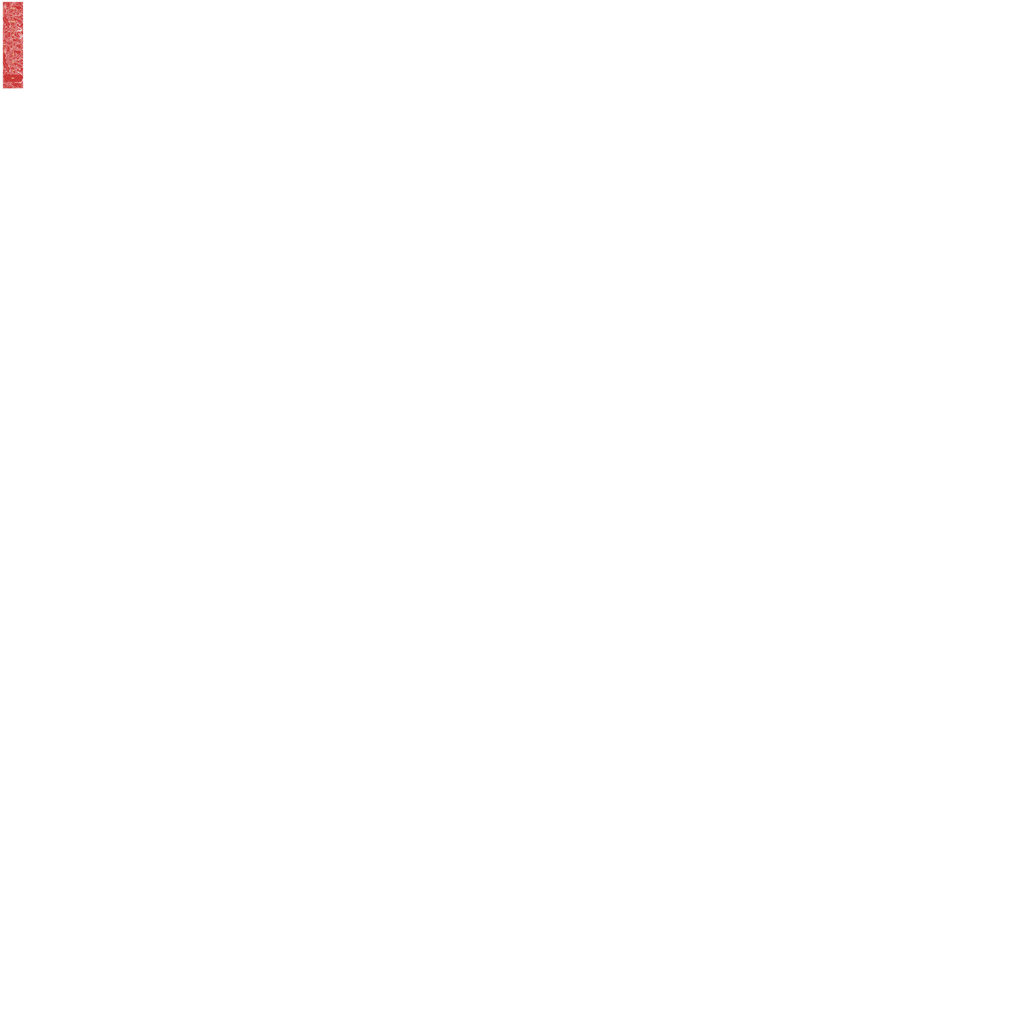
<source format=kicad_pcb>
(kicad_pcb (version 20171130) (host pcbnew "(5.1.9)-1")
  (layers (0 F.Cu signal) (31 B.Cu signal) (34 B.Paste user) (35 F.Paste user) (36 B.SilkS user) (37 F.SilkS user) (38 B.Mask user) (39 F.Mask user) (44 Edge.Cuts user))
  (net 0 "")
  (module LOGO (layer F.Cu) (at 16.4465 65.659)
    (fp_text reference G*** hide)
    (fp_text value LOGO hide)
  )
  (module LOGO (layer F.Cu) (at 16.4465 65.659)
    (fp_text reference G*** hide)
    (fp_text value LOGO hide)
    (fp_poly (pts (xy 6.842454 55.029157) (xy 7.012319 55.03816) (xy 7.171998 55.051974) (xy 7.316393 55.069822) (xy 7.440407 55.090927) (xy 7.538943 55.114513) (xy 7.606905 55.139803) (xy 7.639196 55.16602) (xy 7.641166 55.174134) (xy 7.62208 55.206251) (xy 7.567181 55.252052) (xy 7.480009 55.309617) (xy 7.364106 55.377027) (xy 7.223011 55.452363) (xy 7.060266 55.533705) (xy 6.879409 55.619134) (xy 6.683983 55.706732) (xy 6.561666 55.759337) (xy 6.386095 55.832995) (xy 6.24255 55.891153) (xy 6.124465 55.935703) (xy 6.025272 55.96854) (xy 5.938402 55.991556) (xy 5.857288 56.006645) (xy 5.775363 56.0157) (xy 5.686058 56.020615) (xy 5.6515 56.021716) (xy 5.511099 56.022641) (xy 5.408077 56.016274) (xy 5.338061 56.002316) (xy 5.330701 55.999761) (xy 5.187845 55.934272) (xy 5.085221 55.860273) (xy 5.022014 55.779611) (xy 5.013624 55.750458) (xy 5.422054 55.750458) (xy 5.425215 55.764438) (xy 5.466899 55.783828) (xy 5.543802 55.807512) (xy 5.652618 55.834375) (xy 5.704416 55.845777) (xy 5.773962 55.849217) (xy 5.871537 55.838388) (xy 5.985866 55.814756) (xy 6.027957 55.803676) (xy 6.086903 55.783391) (xy 6.122249 55.763528) (xy 6.127249 55.752191) (xy 6.102623 55.745001) (xy 6.044443 55.739409) (xy 5.961462 55.735436) (xy 5.862428 55.733105) (xy 5.756094 55.732435) (xy 5.651211 55.73345) (xy 5.556528 55.73617) (xy 5.480797 55.740617) (xy 5.432769 55.746812) (xy 5.422054 55.750458) (xy 5.013624 55.750458) (xy 4.997411 55.694128) (xy 5.010595 55.60567) (xy 5.060752 55.516082) (xy 5.147066 55.427208) (xy 5.268724 55.340893) (xy 5.424909 55.258982) (xy 5.614807 55.183319) (xy 5.704416 55.15385) (xy 5.89566 55.100962) (xy 6.083947 55.063367) (xy 6.281281 55.039468) (xy 6.499667 55.027668) (xy 6.6675 55.025742) (xy 6.842454 55.029157)) (layer F.Cu) (width 0.01))
    (fp_poly (pts (xy 5.172393 55.100139) (xy 5.230466 55.108623) (xy 5.250793 55.12615) (xy 5.234845 55.154461) (xy 5.184096 55.195298) (xy 5.100016 55.250403) (xy 5.074708 55.266151) (xy 4.981402 55.320879) (xy 4.858005 55.388892) (xy 4.712942 55.465914) (xy 4.554641 55.547668) (xy 4.39153 55.629878) (xy 4.232034 55.708267) (xy 4.084582 55.77856) (xy 3.957599 55.836481) (xy 3.910861 55.856741) (xy 3.65185 55.953782) (xy 3.404913 56.020716) (xy 3.173901 56.056916) (xy 2.962666 56.061751) (xy 2.794 56.039073) (xy 2.678413 56.002031) (xy 2.599889 55.949277) (xy 2.554925 55.877211) (xy 2.54002 55.782233) (xy 2.54 55.777977) (xy 2.541783 55.767852) (xy 2.954318 55.767852) (xy 3.00645 55.796095) (xy 3.06473 55.820674) (xy 3.132129 55.840349) (xy 3.132666 55.840467) (xy 3.199309 55.848459) (xy 3.290897 55.85113) (xy 3.394318 55.849047) (xy 3.496458 55.842776) (xy 3.584205 55.832884) (xy 3.644445 55.819939) (xy 3.649405 55.818128) (xy 3.689433 55.797356) (xy 3.693174 55.777607) (xy 3.685658 55.768359) (xy 3.655165 55.758097) (xy 3.591633 55.749261) (xy 3.504342 55.742126) (xy 3.402572 55.736971) (xy 3.295601 55.734072) (xy 3.19271 55.733706) (xy 3.103178 55.736152) (xy 3.036283 55.741685) (xy 3.00645 55.748067) (xy 2.954318 55.767852) (xy 2.541783 55.767852) (xy 2.559114 55.669482) (xy 2.611164 55.563699) (xy 2.688208 55.474353) (xy 2.736545 55.438304) (xy 2.794273 55.410628) (xy 2.879676 55.382622) (xy 2.995709 55.353615) (xy 3.145326 55.322939) (xy 3.331481 55.289924) (xy 3.534833 55.257327) (xy 3.845433 55.212032) (xy 4.146564 55.173229) (xy 4.430506 55.141766) (xy 4.68954 55.118491) (xy 4.915946 55.104251) (xy 4.937125 55.10333) (xy 5.075103 55.098955) (xy 5.172393 55.100139)) (layer F.Cu) (width 0.01))
    (fp_poly (pts (xy 7.883176 55.427247) (xy 7.967144 55.46303) (xy 8.070281 55.517244) (xy 8.185998 55.585454) (xy 8.307704 55.663222) (xy 8.42881 55.746111) (xy 8.542724 55.829684) (xy 8.642858 55.909504) (xy 8.722621 55.981133) (xy 8.775423 56.040135) (xy 8.789884 56.064013) (xy 8.801662 56.109957) (xy 8.782719 56.144514) (xy 8.782039 56.145198) (xy 8.738564 56.166342) (xy 8.664038 56.180569) (xy 8.569298 56.187088) (xy 8.465182 56.185105) (xy 8.371416 56.175243) (xy 8.281768 56.158155) (xy 8.177196 56.133499) (xy 8.09625 56.111226) (xy 8.004872 56.079383) (xy 7.93595 56.041503) (xy 7.869998 55.985799) (xy 7.841004 55.956833) (xy 7.760241 55.860437) (xy 7.713026 55.769336) (xy 7.70595 55.747002) (xy 7.68871 55.642675) (xy 7.695534 55.54994) (xy 7.723797 55.476137) (xy 7.770872 55.428604) (xy 7.824967 55.414333) (xy 7.883176 55.427247)) (layer F.Cu) (width 0.01))
    (fp_poly (pts (xy -5.056253 -64.240227) (xy -4.991297 -64.237405) (xy -4.952617 -64.230867) (xy -4.932187 -64.219111) (xy -4.92198 -64.200635) (xy -4.920744 -64.196905) (xy -4.914223 -64.152522) (xy -4.934299 -64.140774) (xy -4.974499 -64.156344) (xy -5.008394 -64.167703) (xy -5.047863 -64.162015) (xy -5.106143 -64.136663) (xy -5.126432 -64.126309) (xy -5.185861 -64.096348) (xy -5.228568 -64.07644) (xy -5.242332 -64.0715) (xy -5.262278 -64.085057) (xy -5.29978 -64.118973) (xy -5.314462 -64.133372) (xy -5.353358 -64.177369) (xy -5.374846 -64.211585) (xy -5.376334 -64.218039) (xy -5.355546 -64.229555) (xy -5.294369 -64.237143) (xy -5.19458 -64.240619) (xy -5.15551 -64.240833) (xy -5.056253 -64.240227)) (layer F.Cu) (width 0.01))
    (fp_poly (pts (xy -5.023467 -63.983832) (xy -5.001397 -63.941268) (xy -4.997276 -63.875813) (xy -5.009258 -63.801996) (xy -5.035497 -63.734346) (xy -5.059483 -63.700393) (xy -5.109238 -63.657962) (xy -5.149184 -63.651826) (xy -5.1816 -63.673567) (xy -5.20634 -63.720981) (xy -5.208595 -63.782435) (xy -5.192833 -63.849161) (xy -5.163523 -63.912392) (xy -5.125134 -63.963359) (xy -5.082133 -63.993295) (xy -5.03899 -63.993434) (xy -5.023467 -63.983832)) (layer F.Cu) (width 0.01))
    (fp_poly (pts (xy 15.007166 -63.764583) (xy 15.006826 -63.627703) (xy 15.005871 -63.506203) (xy 15.004404 -63.40606) (xy 15.002525 -63.333246) (xy 15.000334 -63.293735) (xy 14.999126 -63.288333) (xy 14.983354 -63.303892) (xy 14.949641 -63.344724) (xy 14.905218 -63.402065) (xy 14.904239 -63.403361) (xy 14.778877 -63.592139) (xy 14.685788 -63.781888) (xy 14.627214 -63.966998) (xy 14.6054 -64.141855) (xy 14.605312 -64.150875) (xy 14.605 -64.240833) (xy 15.007166 -64.240833) (xy 15.007166 -63.764583)) (layer F.Cu) (width 0.01))
    (fp_poly (pts (xy 1.150821 -64.193209) (xy 0.960024 -63.977946) (xy 0.793997 -63.794263) (xy 0.65119 -63.640584) (xy 0.530054 -63.51533) (xy 0.42904 -63.416924) (xy 0.346598 -63.343789) (xy 0.281178 -63.294348) (xy 0.249112 -63.275223) (xy 0.206779 -63.256435) (xy 0.186246 -63.260458) (xy 0.176738 -63.278399) (xy 0.177326 -63.308197) (xy 0.186181 -63.372865) (xy 0.202172 -63.465997) (xy 0.224164 -63.581188) (xy 0.251024 -63.712032) (xy 0.264886 -63.776556) (xy 0.366034 -64.240833) (xy 1.192712 -64.240833) (xy 1.150821 -64.193209)) (layer F.Cu) (width 0.01))
    (fp_poly (pts (xy 13.387215 -64.240488) (xy 13.589682 -64.239412) (xy 13.75431 -64.237548) (xy 13.883344 -64.234838) (xy 13.979029 -64.231226) (xy 14.04361 -64.226652) (xy 14.079331 -64.22106) (xy 14.088319 -64.216588) (xy 14.095455 -64.185136) (xy 14.101047 -64.123248) (xy 14.104123 -64.042816) (xy 14.10439 -64.0203) (xy 14.102612 -63.923912) (xy 14.093281 -63.851038) (xy 14.07257 -63.783027) (xy 14.040715 -63.709863) (xy 13.96029 -63.575964) (xy 13.851251 -63.447851) (xy 13.7265 -63.339599) (xy 13.662812 -63.297639) (xy 13.552612 -63.253266) (xy 13.422719 -63.232588) (xy 13.289787 -63.237591) (xy 13.23975 -63.247166) (xy 13.167031 -63.271251) (xy 13.068735 -63.312609) (xy 12.954649 -63.366188) (xy 12.834562 -63.426935) (xy 12.71826 -63.489798) (xy 12.615532 -63.549724) (xy 12.536165 -63.601659) (xy 12.503323 -63.627329) (xy 12.430142 -63.700746) (xy 12.372416 -63.781755) (xy 12.324578 -63.880574) (xy 12.281061 -64.007418) (xy 12.264191 -64.066208) (xy 12.215996 -64.240833) (xy 13.144665 -64.240833) (xy 13.387215 -64.240488)) (layer F.Cu) (width 0.01))
    (fp_poly (pts (xy 3.396584 -63.770856) (xy 3.331465 -63.599506) (xy 3.275802 -63.461044) (xy 3.230441 -63.357421) (xy 3.196228 -63.290588) (xy 3.176728 -63.26431) (xy 3.130704 -63.241434) (xy 3.06088 -63.221864) (xy 3.010409 -63.213463) (xy 2.900704 -63.192322) (xy 2.830142 -63.158867) (xy 2.79709 -63.112156) (xy 2.794 -63.088493) (xy 2.787048 -63.026103) (xy 2.769344 -62.982904) (xy 2.750913 -62.970833) (xy 2.723658 -62.984261) (xy 2.699565 -63.004792) (xy 2.650254 -63.07325) (xy 2.600832 -63.176326) (xy 2.553284 -63.306358) (xy 2.509595 -63.455682) (xy 2.47175 -63.616635) (xy 2.441733 -63.781553) (xy 2.421529 -63.942775) (xy 2.413122 -64.092636) (xy 2.413 -64.111258) (xy 2.413 -64.240833) (xy 3.57128 -64.240833) (xy 3.396584 -63.770856)) (layer F.Cu) (width 0.01))
    (fp_poly (pts (xy 2.88978 -62.852775) (xy 2.955964 -62.824161) (xy 2.956891 -62.823598) (xy 3.036797 -62.758197) (xy 3.08082 -62.677437) (xy 3.093538 -62.572703) (xy 3.093435 -62.566721) (xy 3.08591 -62.477697) (xy 3.067092 -62.429097) (xy 3.035222 -62.420099) (xy 2.988535 -62.449879) (xy 2.94324 -62.496595) (xy 2.878304 -62.576223) (xy 2.820151 -62.657782) (xy 2.773874 -62.732938) (xy 2.744567 -62.793359) (xy 2.737322 -62.83071) (xy 2.737886 -62.832551) (xy 2.767841 -62.857497) (xy 2.822772 -62.864063) (xy 2.88978 -62.852775)) (layer F.Cu) (width 0.01))
    (fp_poly (pts (xy 0.514173 -63.17986) (xy 0.520718 -63.169132) (xy 0.518039 -63.146104) (xy 0.504454 -63.106565) (xy 0.478282 -63.046305) (xy 0.437841 -62.961111) (xy 0.381451 -62.846773) (xy 0.30743 -62.699079) (xy 0.305713 -62.695667) (xy 0.190376 -62.471602) (xy 0.089396 -62.286391) (xy 0.002851 -62.140136) (xy -0.069178 -62.03294) (xy -0.126613 -61.964905) (xy -0.169376 -61.936132) (xy -0.197386 -61.946726) (xy -0.210564 -61.996786) (xy -0.211667 -62.026549) (xy -0.202987 -62.111584) (xy -0.179443 -62.22197) (xy -0.144776 -62.345035) (xy -0.102729 -62.468105) (xy -0.057045 -62.578507) (xy -0.036121 -62.621014) (xy 0.000284 -62.677668) (xy 0.056476 -62.750298) (xy 0.126496 -62.832665) (xy 0.204385 -62.91853) (xy 0.284184 -63.001653) (xy 0.359935 -63.075794) (xy 0.42568 -63.134714) (xy 0.475459 -63.172174) (xy 0.500086 -63.1825) (xy 0.514173 -63.17986)) (layer F.Cu) (width 0.01))
    (fp_poly (pts (xy -2.327001 -64.066208) (xy -2.410161 -63.869119) (xy -2.482794 -63.663473) (xy -2.54338 -63.456273) (xy -2.590398 -63.25452) (xy -2.622329 -63.065213) (xy -2.637652 -62.895355) (xy -2.634847 -62.751945) (xy -2.625771 -62.690401) (xy -2.594166 -62.58328) (xy -2.552598 -62.510391) (xy -2.503956 -62.473633) (xy -2.45113 -62.474904) (xy -2.39701 -62.5161) (xy -2.384363 -62.531853) (xy -2.346093 -62.615767) (xy -2.331671 -62.728417) (xy -2.341153 -62.863527) (xy -2.374594 -63.014818) (xy -2.379918 -63.032772) (xy -2.416823 -63.180163) (xy -2.433061 -63.319322) (xy -2.427517 -63.457988) (xy -2.399077 -63.603896) (xy -2.346626 -63.764786) (xy -2.26905 -63.948394) (xy -2.238699 -64.013292) (xy -2.130272 -64.240833) (xy -1.203137 -64.240833) (xy -1.216697 -64.172042) (xy -1.231826 -64.12373) (xy -1.261493 -64.049724) (xy -1.300747 -63.961914) (xy -1.326974 -63.907274) (xy -1.372215 -63.812348) (xy -1.399789 -63.744048) (xy -1.412794 -63.692112) (xy -1.414329 -63.646276) (xy -1.41214 -63.625173) (xy -1.388146 -63.539788) (xy -1.347473 -63.483979) (xy -1.297094 -63.460131) (xy -1.243984 -63.470627) (xy -1.195115 -63.517852) (xy -1.179287 -63.545558) (xy -1.157867 -63.603997) (xy -1.133055 -63.695279) (xy -1.106858 -63.810258) (xy -1.081287 -63.93979) (xy -1.058349 -64.074728) (xy -1.048645 -64.140292) (xy -1.034573 -64.240833) (xy -0.834384 -64.240833) (xy -0.741591 -64.240429) (xy -0.683632 -64.237958) (xy -0.65301 -64.231532) (xy -0.642224 -64.219266) (xy -0.643778 -64.199272) (xy -0.645132 -64.193208) (xy -0.653464 -64.154769) (xy -0.668225 -64.084604) (xy -0.687378 -63.992465) (xy -0.708887 -63.888104) (xy -0.710344 -63.881) (xy -0.747507 -63.708448) (xy -0.790954 -63.520915) (xy -0.838353 -63.327397) (xy -0.887375 -63.136889) (xy -0.935688 -62.958386) (xy -0.980963 -62.800883) (xy -1.020869 -62.673376) (xy -1.030733 -62.644363) (xy -1.116506 -62.421652) (xy -1.204755 -62.239982) (xy -1.296277 -62.098094) (xy -1.391869 -61.994731) (xy -1.480223 -61.934519) (xy -1.623445 -61.876859) (xy -1.794162 -61.832283) (xy -1.979068 -61.802601) (xy -2.164852 -61.789621) (xy -2.338208 -61.795153) (xy -2.421996 -61.806479) (xy -2.670801 -61.872573) (xy -2.902869 -61.976875) (xy -3.116493 -62.118016) (xy -3.309964 -62.294628) (xy -3.481572 -62.505341) (xy -3.62961 -62.748788) (xy -3.651109 -62.790917) (xy -3.707996 -62.914371) (xy -3.759295 -63.042456) (xy -3.798552 -63.158498) (xy -3.810893 -63.203667) (xy -3.835475 -63.333478) (xy -3.854464 -63.491583) (xy -3.867023 -63.664207) (xy -3.872316 -63.837578) (xy -3.869507 -63.997924) (xy -3.863985 -64.077952) (xy -3.848722 -64.240833) (xy -2.246402 -64.240833) (xy -2.327001 -64.066208)) (layer F.Cu) (width 0.01))
    (fp_poly (pts (xy -12.520793 -64.174316) (xy -12.451166 -64.074239) (xy -12.393238 -63.958842) (xy -12.356253 -63.847265) (xy -12.351692 -63.824215) (xy -12.353907 -63.716324) (xy -12.392207 -63.612271) (xy -12.461144 -63.524082) (xy -12.502338 -63.491693) (xy -12.56302 -63.460442) (xy -12.648177 -63.427551) (xy -12.740739 -63.399509) (xy -12.752917 -63.396437) (xy -12.92225 -63.354899) (xy -12.722558 -63.353366) (xy -12.576804 -63.359609) (xy -12.463771 -63.382738) (xy -12.376254 -63.425568) (xy -12.307048 -63.49091) (xy -12.281922 -63.525423) (xy -12.248573 -63.58504) (xy -12.232219 -63.645364) (xy -12.228054 -63.725566) (xy -12.228175 -63.739817) (xy -12.239401 -63.845833) (xy -12.267145 -63.963397) (xy -12.306207 -64.074857) (xy -12.351385 -64.162563) (xy -12.35382 -64.166168) (xy -12.376234 -64.205017) (xy -12.3825 -64.224377) (xy -12.362012 -64.227647) (xy -12.303261 -64.230701) (xy -12.210317 -64.233474) (xy -12.087251 -64.2359) (xy -11.938132 -64.237914) (xy -11.76703 -64.23945) (xy -11.578016 -64.240445) (xy -11.37516 -64.240831) (xy -11.356446 -64.240833) (xy -10.330392 -64.240833) (xy -10.342143 -64.172042) (xy -10.379281 -63.970917) (xy -10.417816 -63.797843) (xy -10.461116 -63.638583) (xy -10.49055 -63.544446) (xy -10.612188 -63.224593) (xy -10.759251 -62.928875) (xy -10.929572 -62.659674) (xy -11.120989 -62.419373) (xy -11.331334 -62.210357) (xy -11.558443 -62.035007) (xy -11.80015 -61.895706) (xy -12.054291 -61.794838) (xy -12.089956 -61.784145) (xy -12.225075 -61.755185) (xy -12.38483 -61.736563) (xy -12.554178 -61.728808) (xy -12.718079 -61.732446) (xy -12.861489 -61.748006) (xy -12.901084 -61.755697) (xy -13.169258 -61.836433) (xy -13.426036 -61.954935) (xy -13.666531 -62.10727) (xy -13.885854 -62.289502) (xy -14.079118 -62.497695) (xy -14.241438 -62.727914) (xy -14.332115 -62.898329) (xy -13.776675 -62.898329) (xy -13.757659 -62.842205) (xy -13.702607 -62.755753) (xy -13.612189 -62.66853) (xy -13.493127 -62.584307) (xy -13.352144 -62.506858) (xy -13.195962 -62.439956) (xy -13.031304 -62.387375) (xy -12.894081 -62.35749) (xy -12.830698 -62.349306) (xy -12.754931 -62.343104) (xy -12.677072 -62.3392) (xy -12.607414 -62.337905) (xy -12.556251 -62.339534) (xy -12.533874 -62.344398) (xy -12.53432 -62.346542) (xy -12.558278 -62.354454) (xy -12.615022 -62.3677) (xy -12.69564 -62.384323) (xy -12.775973 -62.39959) (xy -12.965865 -62.438517) (xy -13.122196 -62.481272) (xy -13.253737 -62.532102) (xy -13.369258 -62.59525) (xy -13.47753 -62.674961) (xy -13.587323 -62.775479) (xy -13.619356 -62.80775) (xy -13.695666 -62.881555) (xy -13.747197 -62.921222) (xy -13.774137 -62.926797) (xy -13.776675 -62.898329) (xy -14.332115 -62.898329) (xy -14.341165 -62.915337) (xy -14.412353 -63.088597) (xy -14.457558 -63.249673) (xy -14.480747 -63.4163) (xy -14.486107 -63.5635) (xy -14.479901 -63.730031) (xy -14.458245 -63.869521) (xy -14.417917 -63.995457) (xy -14.355697 -64.121324) (xy -14.350885 -64.129708) (xy -14.286644 -64.240833) (xy -12.576764 -64.240833) (xy -12.520793 -64.174316)) (layer F.Cu) (width 0.01))
    (fp_poly (pts (xy 14.4145 -64.132764) (xy 14.433394 -63.959532) (xy 14.488563 -63.773531) (xy 14.577737 -63.579496) (xy 14.698646 -63.382163) (xy 14.84902 -63.186265) (xy 14.891776 -63.137146) (xy 15.007166 -63.007826) (xy 15.007166 -62.216746) (xy 15.006956 -62.038462) (xy 15.006356 -61.87422) (xy 15.005415 -61.728657) (xy 15.00418 -61.606406) (xy 15.0027 -61.512105) (xy 15.001022 -61.450388) (xy 14.999194 -61.425891) (xy 14.998998 -61.425667) (xy 14.979439 -61.437189) (xy 14.933346 -61.46822) (xy 14.868483 -61.513456) (xy 14.820762 -61.547375) (xy 14.646617 -61.675035) (xy 14.470128 -61.810038) (xy 14.294553 -61.949453) (xy 14.123149 -62.090347) (xy 13.959174 -62.229785) (xy 13.805885 -62.364836) (xy 13.66654 -62.492566) (xy 13.544395 -62.610042) (xy 13.442709 -62.714331) (xy 13.364739 -62.8025) (xy 13.313742 -62.871616) (xy 13.292976 -62.918747) (xy 13.292666 -62.923278) (xy 13.310887 -62.942861) (xy 13.360912 -62.97539) (xy 13.435789 -63.016785) (xy 13.528565 -63.062967) (xy 13.539883 -63.068314) (xy 13.692561 -63.143384) (xy 13.812279 -63.210877) (xy 13.906393 -63.276118) (xy 13.982263 -63.344435) (xy 14.047246 -63.421153) (xy 14.069111 -63.45145) (xy 14.157942 -63.596011) (xy 14.215158 -63.734668) (xy 14.245651 -63.882824) (xy 14.254271 -64.034444) (xy 14.25575 -64.240804) (xy 14.335125 -64.240819) (xy 14.4145 -64.240833) (xy 14.4145 -64.132764)) (layer F.Cu) (width 0.01))
    (fp_poly (pts (xy 13.541375 -62.238495) (xy 13.812495 -62.04346) (xy 14.048562 -61.866186) (xy 14.251802 -61.704377) (xy 14.424442 -61.555737) (xy 14.568707 -61.417968) (xy 14.686825 -61.288775) (xy 14.781021 -61.165861) (xy 14.853522 -61.046929) (xy 14.906555 -60.929682) (xy 14.942346 -60.811825) (xy 14.947648 -60.787897) (xy 14.958205 -60.689767) (xy 14.953841 -60.581249) (xy 14.936883 -60.470908) (xy 14.909659 -60.367306) (xy 14.874499 -60.279006) (xy 14.83373 -60.214572) (xy 14.789681 -60.182565) (xy 14.782654 -60.18105) (xy 14.739717 -60.190271) (xy 14.678074 -60.222412) (xy 14.634488 -60.252278) (xy 14.540333 -60.329918) (xy 14.426864 -60.434857) (xy 14.300139 -60.560509) (xy 14.166213 -60.700285) (xy 14.031145 -60.847597) (xy 13.90099 -60.995857) (xy 13.781806 -61.138476) (xy 13.67965 -61.268867) (xy 13.609043 -61.367673) (xy 13.524661 -61.503569) (xy 13.46519 -61.627176) (xy 13.426871 -61.751315) (xy 13.405945 -61.888811) (xy 13.398654 -62.052484) (xy 13.3985 -62.085921) (xy 13.3985 -62.339549) (xy 13.541375 -62.238495)) (layer F.Cu) (width 0.01))
    (fp_poly (pts (xy -0.27534 -61.584524) (xy -0.261443 -61.552223) (xy -0.263894 -61.486631) (xy -0.281076 -61.392784) (xy -0.311368 -61.275723) (xy -0.353152 -61.140484) (xy -0.404808 -60.992108) (xy -0.464717 -60.835632) (xy -0.53126 -60.676096) (xy -0.602818 -60.518537) (xy -0.646977 -60.42806) (xy -0.705657 -60.319592) (xy -0.760975 -60.232688) (xy -0.809935 -60.170507) (xy -0.849542 -60.136203) (xy -0.876801 -60.132935) (xy -0.888716 -60.163859) (xy -0.889 -60.172992) (xy -0.885611 -60.206966) (xy -0.874569 -60.255452) (xy -0.854565 -60.3222) (xy -0.824288 -60.410966) (xy -0.782428 -60.525501) (xy -0.727674 -60.66956) (xy -0.658716 -60.846894) (xy -0.6142 -60.960126) (xy -0.539482 -61.14681) (xy -0.47689 -61.296371) (xy -0.424834 -61.411738) (xy -0.381726 -61.495838) (xy -0.345976 -61.551599) (xy -0.315996 -61.581949) (xy -0.290196 -61.589815) (xy -0.27534 -61.584524)) (layer F.Cu) (width 0.01))
    (fp_poly (pts (xy 2.639939 -62.535308) (xy 2.687022 -62.492157) (xy 2.741323 -62.419919) (xy 2.796215 -62.329513) (xy 2.845072 -62.231859) (xy 2.88127 -62.137877) (xy 2.88146 -62.137266) (xy 2.896633 -62.085703) (xy 2.907717 -62.037642) (xy 2.91512 -61.985826) (xy 2.919248 -61.922996) (xy 2.920508 -61.841893) (xy 2.919306 -61.735261) (xy 2.91605 -61.595841) (xy 2.914681 -61.5446) (xy 2.907934 -61.362005) (xy 2.897827 -61.176567) (xy 2.885005 -60.995385) (xy 2.870115 -60.825556) (xy 2.853802 -60.674182) (xy 2.836712 -60.54836) (xy 2.819492 -60.455189) (xy 2.813336 -60.430833) (xy 2.792673 -60.385248) (xy 2.752426 -60.335428) (xy 2.686451 -60.274659) (xy 2.624004 -60.223848) (xy 2.534218 -60.154032) (xy 2.471177 -60.108413) (xy 2.429184 -60.083989) (xy 2.402545 -60.077758) (xy 2.385564 -60.086719) (xy 2.379512 -60.094979) (xy 2.371808 -60.118393) (xy 2.367434 -60.160307) (xy 2.366568 -60.223417) (xy 2.369385 -60.310417) (xy 2.376063 -60.424005) (xy 2.386779 -60.566874) (xy 2.401709 -60.741721) (xy 2.421032 -60.951243) (xy 2.444923 -61.198133) (xy 2.465558 -61.405571) (xy 2.485364 -61.604334) (xy 2.503799 -61.792049) (xy 2.520428 -61.964116) (xy 2.534821 -62.115933) (xy 2.546544 -62.242899) (xy 2.555166 -62.340415) (xy 2.560254 -62.403878) (xy 2.56149 -62.426399) (xy 2.570152 -62.499847) (xy 2.593874 -62.538756) (xy 2.630543 -62.540192) (xy 2.639939 -62.535308)) (layer F.Cu) (width 0.01))
    (fp_poly (pts (xy 14.514262 -60.12992) (xy 14.596481 -60.079708) (xy 14.62332 -60.062014) (xy 14.762841 -59.957438) (xy 14.874087 -59.849962) (xy 14.953725 -59.743758) (xy 14.998423 -59.642999) (xy 15.007166 -59.581213) (xy 15.001247 -59.524227) (xy 14.980846 -59.502834) (xy 14.941999 -59.516277) (xy 14.88712 -59.558278) (xy 14.849531 -59.595826) (xy 14.792889 -59.658925) (xy 14.724054 -59.739653) (xy 14.64989 -59.830086) (xy 14.627829 -59.85767) (xy 14.536563 -59.975418) (xy 14.474256 -60.063125) (xy 14.440891 -60.121609) (xy 14.436449 -60.15169) (xy 14.460912 -60.154187) (xy 14.514262 -60.12992)) (layer F.Cu) (width 0.01))
    (fp_poly (pts (xy 13.359011 -61.460432) (xy 13.403838 -61.420843) (xy 13.464813 -61.352238) (xy 13.495088 -61.314542) (xy 13.544929 -61.247622) (xy 13.613693 -61.150573) (xy 13.697656 -61.029026) (xy 13.79309 -60.888616) (xy 13.896269 -60.734976) (xy 14.003466 -60.573739) (xy 14.110955 -60.410539) (xy 14.215009 -60.25101) (xy 14.311902 -60.100785) (xy 14.397907 -59.965497) (xy 14.469299 -59.85078) (xy 14.52235 -59.762268) (xy 14.525474 -59.756862) (xy 14.609922 -59.605972) (xy 14.684854 -59.463762) (xy 14.749077 -59.333426) (xy 14.801396 -59.218155) (xy 14.840619 -59.12114) (xy 14.86555 -59.045575) (xy 14.874996 -58.994651) (xy 14.867763 -58.97156) (xy 14.842658 -58.979496) (xy 14.801822 -59.017958) (xy 14.777527 -59.05083) (xy 14.736076 -59.113588) (xy 14.681681 -59.199572) (xy 14.618555 -59.302124) (xy 14.55091 -59.414585) (xy 14.550762 -59.414833) (xy 14.484193 -59.525449) (xy 14.400008 -59.663253) (xy 14.303441 -59.8198) (xy 14.199725 -59.986642) (xy 14.094096 -60.155331) (xy 13.991785 -60.31742) (xy 13.980261 -60.335583) (xy 13.827883 -60.576563) (xy 13.698025 -60.784066) (xy 13.589661 -60.959801) (xy 13.501764 -61.105472) (xy 13.433311 -61.222786) (xy 13.383273 -61.313449) (xy 13.350627 -61.379168) (xy 13.344597 -61.393011) (xy 13.327073 -61.447724) (xy 13.33265 -61.469795) (xy 13.359011 -61.460432)) (layer F.Cu) (width 0.01))
    (fp_poly (pts (xy -14.619878 -64.239658) (xy -14.538294 -64.236447) (xy -14.482602 -64.231671) (xy -14.460506 -64.225803) (xy -14.460514 -64.224958) (xy -14.473338 -64.199337) (xy -14.500011 -64.147468) (xy -14.534553 -64.080977) (xy -14.610886 -63.909383) (xy -14.655517 -63.741672) (xy -14.672766 -63.560057) (xy -14.673305 -63.509847) (xy -14.664845 -63.347378) (xy -14.638338 -63.196342) (xy -14.590335 -63.043059) (xy -14.517385 -62.873849) (xy -14.508021 -62.854361) (xy -14.369681 -62.616049) (xy -14.195753 -62.394863) (xy -13.990693 -62.194195) (xy -13.758956 -62.017436) (xy -13.504998 -61.867976) (xy -13.233275 -61.749209) (xy -12.948241 -61.664525) (xy -12.943417 -61.663424) (xy -12.833658 -61.645771) (xy -12.697156 -61.63456) (xy -12.547656 -61.629917) (xy -12.398907 -61.631967) (xy -12.264655 -61.640836) (xy -12.16025 -61.656295) (xy -12.089026 -61.675017) (xy -11.991746 -61.704901) (xy -11.881773 -61.741668) (xy -11.783084 -61.777072) (xy -11.681678 -61.813009) (xy -11.589249 -61.842501) (xy -11.51585 -61.862551) (xy -11.471532 -61.870162) (xy -11.470876 -61.870167) (xy -11.429124 -61.86127) (xy -11.408632 -61.833176) (xy -11.410214 -61.783781) (xy -11.434685 -61.710979) (xy -11.482858 -61.612665) (xy -11.555548 -61.486735) (xy -11.653569 -61.331083) (xy -11.7165 -61.235167) (xy -11.998113 -60.845158) (xy -12.305429 -60.484568) (xy -12.63628 -60.155209) (xy -12.988496 -59.85889) (xy -13.359907 -59.597425) (xy -13.748343 -59.372623) (xy -14.151635 -59.186297) (xy -14.188046 -59.171691) (xy -14.286448 -59.135131) (xy -14.401739 -59.096127) (xy -14.525314 -59.05717) (xy -14.648569 -59.020753) (xy -14.762898 -58.989364) (xy -14.859695 -58.965496) (xy -14.930357 -58.95164) (xy -14.956794 -58.949167) (xy -14.962644 -58.954078) (xy -14.967636 -58.970653) (xy -14.971814 -59.001656) (xy -14.975222 -59.049853) (xy -14.977903 -59.118008) (xy -14.9799 -59.208884) (xy -14.981256 -59.325246) (xy -14.982016 -59.469859) (xy -14.982222 -59.645488) (xy -14.981918 -59.854895) (xy -14.981147 -60.100847) (xy -14.979953 -60.386106) (xy -14.979821 -60.414958) (xy -14.97824 -60.718941) (xy -14.976449 -60.983196) (xy -14.97439 -61.210326) (xy -14.972006 -61.402937) (xy -14.969239 -61.563633) (xy -14.966031 -61.695019) (xy -14.962326 -61.799699) (xy -14.958064 -61.880278) (xy -14.95319 -61.93936) (xy -14.947645 -61.97955) (xy -14.944956 -61.992005) (xy -14.930712 -62.060219) (xy -14.928282 -62.119111) (xy -14.938145 -62.187362) (xy -14.951475 -62.246005) (xy -14.960057 -62.286762) (xy -14.967135 -62.334537) (xy -14.972846 -62.393537) (xy -14.977327 -62.467966) (xy -14.980713 -62.562032) (xy -14.98314 -62.679941) (xy -14.984745 -62.825897) (xy -14.985664 -63.004108) (xy -14.986031 -63.218779) (xy -14.986055 -63.314792) (xy -14.986 -64.240833) (xy -14.719653 -64.240833) (xy -14.619878 -64.239658)) (layer F.Cu) (width 0.01))
    (fp_poly (pts (xy -1.97053 -60.041928) (xy -1.9685 -60.019162) (xy -1.978651 -59.979227) (xy -2.007235 -59.907934) (xy -2.051449 -59.810547) (xy -2.108491 -59.692329) (xy -2.175559 -59.558544) (xy -2.249848 -59.414456) (xy -2.328558 -59.265329) (xy -2.408885 -59.116426) (xy -2.488026 -58.973011) (xy -2.563179 -58.840349) (xy -2.631541 -58.723702) (xy -2.69031 -58.628334) (xy -2.736683 -58.55951) (xy -2.762904 -58.527169) (xy -2.797818 -58.494708) (xy -2.816023 -58.491607) (xy -2.827785 -58.512919) (xy -2.835733 -58.567753) (xy -2.832566 -58.651006) (xy -2.819953 -58.750738) (xy -2.799565 -58.855013) (xy -2.773072 -58.951891) (xy -2.761918 -58.983838) (xy -2.691861 -59.145818) (xy -2.599526 -59.323707) (xy -2.492174 -59.505729) (xy -2.377069 -59.68011) (xy -2.26147 -59.835075) (xy -2.174948 -59.935627) (xy -2.093465 -60.015519) (xy -2.031832 -60.06003) (xy -1.990654 -60.068914) (xy -1.97053 -60.041928)) (layer F.Cu) (width 0.01))
    (fp_poly (pts (xy -11.486346 -59.94742) (xy -11.454373 -59.900082) (xy -11.416131 -59.832005) (xy -11.401244 -59.802736) (xy -11.354857 -59.714854) (xy -11.294007 -59.607693) (xy -11.22786 -59.497102) (xy -11.184936 -59.428659) (xy -11.114364 -59.314034) (xy -11.069092 -59.223809) (xy -11.048562 -59.148867) (xy -11.052215 -59.08009) (xy -11.079492 -59.008361) (xy -11.129835 -58.924562) (xy -11.152041 -58.891797) (xy -11.221488 -58.792492) (xy -11.294811 -58.690213) (xy -11.367616 -58.590798) (xy -11.435512 -58.500085) (xy -11.494106 -58.423912) (xy -11.539005 -58.368118) (xy -11.565817 -58.338539) (xy -11.570728 -58.335333) (xy -11.573547 -58.355699) (xy -11.575398 -58.413616) (xy -11.576282 -58.504314) (xy -11.576202 -58.623019) (xy -11.575157 -58.764963) (xy -11.57315 -58.925373) (xy -11.570524 -59.081458) (xy -11.566191 -59.300239) (xy -11.562009 -59.480328) (xy -11.557712 -59.625364) (xy -11.553038 -59.738987) (xy -11.54772 -59.824836) (xy -11.541496 -59.886551) (xy -11.5341 -59.92777) (xy -11.525268 -59.952133) (xy -11.514736 -59.963279) (xy -11.506323 -59.965167) (xy -11.486346 -59.94742)) (layer F.Cu) (width 0.01))
    (fp_poly (pts (xy -14.67816 -58.815191) (xy -14.639769 -58.794658) (xy -14.632216 -58.754741) (xy -14.6545 -58.691957) (xy -14.70562 -58.602822) (xy -14.765236 -58.512217) (xy -14.844801 -58.394174) (xy -14.902682 -58.31003) (xy -14.942295 -58.259599) (xy -14.96706 -58.242694) (xy -14.980395 -58.259127) (xy -14.985719 -58.308712) (xy -14.986447 -58.39126) (xy -14.986 -58.500128) (xy -14.986 -58.797631) (xy -14.851467 -58.812038) (xy -14.748392 -58.819823) (xy -14.67816 -58.815191)) (layer F.Cu) (width 0.01))
    (fp_poly (pts (xy 11.28803 -58.87828) (xy 11.340384 -58.847508) (xy 11.364896 -58.807114) (xy 11.361097 -58.752104) (xy 11.32852 -58.677484) (xy 11.266694 -58.578261) (xy 11.258782 -58.566644) (xy 11.149663 -58.417365) (xy 11.051475 -58.305337) (xy 10.961054 -58.227897) (xy 10.875234 -58.182379) (xy 10.790848 -58.16612) (xy 10.782777 -58.166) (xy 10.716626 -58.172077) (xy 10.672337 -58.195836) (xy 10.646457 -58.224202) (xy 10.612854 -58.28719) (xy 10.611914 -58.351659) (xy 10.646325 -58.463235) (xy 10.710161 -58.582083) (xy 10.794986 -58.69654) (xy 10.892363 -58.794941) (xy 10.976868 -58.85618) (xy 11.084432 -58.901318) (xy 11.190015 -58.906309) (xy 11.28803 -58.87828)) (layer F.Cu) (width 0.01))
    (fp_poly (pts (xy -11.667972 -60.897656) (xy -11.662148 -60.84056) (xy -11.663402 -60.750785) (xy -11.671073 -60.632737) (xy -11.684498 -60.490822) (xy -11.703015 -60.329447) (xy -11.725963 -60.153018) (xy -11.752679 -59.96594) (xy -11.782501 -59.772619) (xy -11.814767 -59.577462) (xy -11.848815 -59.384875) (xy -11.883983 -59.199264) (xy -11.919609 -59.025034) (xy -11.95503 -58.866593) (xy -11.989584 -58.728345) (xy -12.02261 -58.614698) (xy -12.031738 -58.587174) (xy -12.098104 -58.430304) (xy -12.17878 -58.299215) (xy -12.270141 -58.196689) (xy -12.36856 -58.125512) (xy -12.470412 -58.088467) (xy -12.572071 -58.088339) (xy -12.647037 -58.11468) (xy -12.7112 -58.153086) (xy -12.764635 -58.199202) (xy -12.817714 -58.26354) (xy -12.871362 -58.342039) (xy -12.920048 -58.42518) (xy -12.955624 -58.508043) (xy -12.977077 -58.593578) (xy -12.983397 -58.684738) (xy -12.973572 -58.784474) (xy -12.946592 -58.895737) (xy -12.901444 -59.021479) (xy -12.837118 -59.164651) (xy -12.752603 -59.328204) (xy -12.646887 -59.515091) (xy -12.518959 -59.728262) (xy -12.367809 -59.97067) (xy -12.249993 -60.155667) (xy -12.113811 -60.365126) (xy -11.994497 -60.542333) (xy -11.892694 -60.686426) (xy -11.809044 -60.796544) (xy -11.744191 -60.871824) (xy -11.698778 -60.911406) (xy -11.681537 -60.917667) (xy -11.667972 -60.897656)) (layer F.Cu) (width 0.01))
    (fp_poly (pts (xy 5.116211 -58.641665) (xy 5.239651 -58.588776) (xy 5.239907 -58.588618) (xy 5.316897 -58.529773) (xy 5.394282 -58.451598) (xy 5.464966 -58.363638) (xy 5.521848 -58.275441) (xy 5.557831 -58.196552) (xy 5.566833 -58.148957) (xy 5.548359 -58.095487) (xy 5.497319 -58.059303) (xy 5.420281 -58.041551) (xy 5.323815 -58.043379) (xy 5.21449 -58.065934) (xy 5.171627 -58.079932) (xy 5.004044 -58.162) (xy 4.854026 -58.281664) (xy 4.771036 -58.372868) (xy 4.699498 -58.46504) (xy 4.6564 -58.532241) (xy 4.639574 -58.578744) (xy 4.646848 -58.608824) (xy 4.649654 -58.611955) (xy 4.680426 -58.625982) (xy 4.740045 -58.641794) (xy 4.812329 -58.655411) (xy 4.970768 -58.664345) (xy 5.116211 -58.641665)) (layer F.Cu) (width 0.01))
    (fp_poly (pts (xy -12.68519 -59.788079) (xy -12.692636 -59.768108) (xy -12.717029 -59.714021) (xy -12.756537 -59.629643) (xy -12.809331 -59.518797) (xy -12.873581 -59.38531) (xy -12.947456 -59.233006) (xy -13.029125 -59.06571) (xy -13.0989 -58.923533) (xy -13.206578 -58.705223) (xy -13.298055 -58.521692) (xy -13.375464 -58.369567) (xy -13.440942 -58.245471) (xy -13.496622 -58.146029) (xy -13.544641 -58.067867) (xy -13.587134 -58.007607) (xy -13.626234 -57.961876) (xy -13.664079 -57.927297) (xy -13.702802 -57.900495) (xy -13.744539 -57.878096) (xy -13.766777 -57.867686) (xy -13.887371 -57.832293) (xy -14.001379 -57.838068) (xy -14.076164 -57.866565) (xy -14.17436 -57.940847) (xy -14.241823 -58.039798) (xy -14.278214 -58.158619) (xy -14.283192 -58.29251) (xy -14.256416 -58.43667) (xy -14.197546 -58.5863) (xy -14.134937 -58.694968) (xy -14.03726 -58.824395) (xy -13.910338 -58.96305) (xy -13.763203 -59.102078) (xy -13.604889 -59.232624) (xy -13.530171 -59.287833) (xy -13.461283 -59.334733) (xy -13.372941 -59.391821) (xy -13.271152 -59.45554) (xy -13.161924 -59.522334) (xy -13.051265 -59.588645) (xy -12.945183 -59.650918) (xy -12.849685 -59.705595) (xy -12.77078 -59.749119) (xy -12.714475 -59.777935) (xy -12.686778 -59.788484) (xy -12.68519 -59.788079)) (layer F.Cu) (width 0.01))
    (fp_poly (pts (xy -11.772749 -58.547) (xy -11.770971 -58.368112) (xy -11.775757 -58.225664) (xy -11.788706 -58.114055) (xy -11.811417 -58.027682) (xy -11.845487 -57.960946) (xy -11.892515 -57.908244) (xy -11.954099 -57.863976) (xy -11.970376 -57.854462) (xy -12.04306 -57.822304) (xy -12.110817 -57.807563) (xy -12.161811 -57.811858) (xy -12.18043 -57.825737) (xy -12.179465 -57.856314) (xy -12.162744 -57.919741) (xy -12.132338 -58.010469) (xy -12.09032 -58.122951) (xy -12.038764 -58.251641) (xy -11.979741 -58.390991) (xy -11.915324 -58.535455) (xy -11.914884 -58.536417) (xy -11.77925 -58.83275) (xy -11.772749 -58.547)) (layer F.Cu) (width 0.01))
    (fp_poly (pts (xy -1.411956 -61.549652) (xy -1.398737 -61.532986) (xy -1.399907 -61.49124) (xy -1.403865 -61.460601) (xy -1.423842 -61.371726) (xy -1.460735 -61.25781) (xy -1.509829 -61.130199) (xy -1.566408 -61.000242) (xy -1.625757 -60.879285) (xy -1.683161 -60.778676) (xy -1.694461 -60.761294) (xy -1.784423 -60.642908) (xy -1.899333 -60.515441) (xy -2.027294 -60.390656) (xy -2.156406 -60.280315) (xy -2.250197 -60.211884) (xy -2.387255 -60.13045) (xy -2.542225 -60.053323) (xy -2.699314 -59.987608) (xy -2.84273 -59.940409) (xy -2.868084 -59.933889) (xy -3.01414 -59.891354) (xy -3.137245 -59.84126) (xy -3.232778 -59.786342) (xy -3.296119 -59.729338) (xy -3.322647 -59.672985) (xy -3.323167 -59.66435) (xy -3.304077 -59.626621) (xy -3.253455 -59.600696) (xy -3.181275 -59.590046) (xy -3.120677 -59.593912) (xy -3.059407 -59.610515) (xy -3.007195 -59.645785) (xy -2.956537 -59.700156) (xy -2.901516 -59.751946) (xy -2.821847 -59.809664) (xy -2.728052 -59.867476) (xy -2.630655 -59.919549) (xy -2.540179 -59.960047) (xy -2.46715 -59.983139) (xy -2.440304 -59.986333) (xy -2.403567 -59.981376) (xy -2.395687 -59.957836) (xy -2.401514 -59.928125) (xy -2.425087 -59.865809) (xy -2.469958 -59.776805) (xy -2.531735 -59.667762) (xy -2.606029 -59.545327) (xy -2.688451 -59.416148) (xy -2.774611 -59.286872) (xy -2.860118 -59.164148) (xy -2.940583 -59.054622) (xy -3.011617 -58.964942) (xy -3.06883 -58.901756) (xy -3.093529 -58.880176) (xy -3.169036 -58.804846) (xy -3.226302 -58.709686) (xy -3.256837 -58.610343) (xy -3.259667 -58.573944) (xy -3.247048 -58.485884) (xy -3.206586 -58.426886) (xy -3.134377 -58.392942) (xy -3.073501 -58.382866) (xy -3.006555 -58.371822) (xy -2.956371 -58.355226) (xy -2.941302 -58.344874) (xy -2.933473 -58.322179) (xy -2.939907 -58.286071) (xy -2.962578 -58.232815) (xy -3.00346 -58.158676) (xy -3.064527 -58.059919) (xy -3.147751 -57.932807) (xy -3.200757 -57.853792) (xy -3.273335 -57.747343) (xy -3.327409 -57.671556) (xy -3.367361 -57.621478) (xy -3.397573 -57.592156) (xy -3.422426 -57.578638) (xy -3.446302 -57.575972) (xy -3.446547 -57.575983) (xy -3.488379 -57.579789) (xy -3.562215 -57.588293) (xy -3.658141 -57.600292) (xy -3.76624 -57.61458) (xy -3.781947 -57.616717) (xy -3.914677 -57.636022) (xy -4.011674 -57.653766) (xy -4.079357 -57.672275) (xy -4.124147 -57.693874) (xy -4.152466 -57.720888) (xy -4.170732 -57.755642) (xy -4.171572 -57.757822) (xy -4.179085 -57.810693) (xy -4.176705 -57.895699) (xy -4.165731 -58.004146) (xy -4.147458 -58.127339) (xy -4.123185 -58.256586) (xy -4.094207 -58.383193) (xy -4.061823 -58.498467) (xy -4.0604 -58.502956) (xy -3.944757 -58.80866) (xy -3.791199 -59.12268) (xy -3.602494 -59.441628) (xy -3.381409 -59.762112) (xy -3.130712 -60.080742) (xy -2.853169 -60.394128) (xy -2.551548 -60.698879) (xy -2.228617 -60.991606) (xy -1.887143 -61.268918) (xy -1.673238 -61.427405) (xy -1.58618 -61.485783) (xy -1.511757 -61.528353) (xy -1.458337 -61.550532) (xy -1.444625 -61.552667) (xy -1.411956 -61.549652)) (layer F.Cu) (width 0.01))
    (fp_poly (pts (xy -4.432641 -57.733867) (xy -4.408033 -57.714771) (xy -4.386559 -57.687866) (xy -4.389193 -57.661901) (xy -4.416424 -57.62132) (xy -4.482925 -57.5591) (xy -4.577498 -57.505047) (xy -4.68589 -57.466348) (xy -4.748509 -57.453898) (xy -4.809395 -57.446924) (xy -4.83853 -57.450207) (xy -4.846004 -57.46759) (xy -4.843759 -57.490154) (xy -4.821221 -57.531322) (xy -4.770008 -57.582177) (xy -4.700169 -57.635308) (xy -4.621754 -57.683306) (xy -4.544813 -57.718759) (xy -4.524555 -57.725533) (xy -4.467694 -57.738882) (xy -4.432641 -57.733867)) (layer F.Cu) (width 0.01))
    (fp_poly (pts (xy -10.876276 -58.925699) (xy -10.814381 -58.860199) (xy -10.74578 -58.75472) (xy -10.668492 -58.6105) (xy -10.595162 -58.446019) (xy -10.533451 -58.269659) (xy -10.485635 -58.091197) (xy -10.453992 -57.92041) (xy -10.440798 -57.767073) (xy -10.446094 -57.655505) (xy -10.464203 -57.571881) (xy -10.492744 -57.527257) (xy -10.535982 -57.518752) (xy -10.598182 -57.543484) (xy -10.605658 -57.547703) (xy -10.686803 -57.5852) (xy -10.747077 -57.589874) (xy -10.792512 -57.561589) (xy -10.806493 -57.543167) (xy -10.8539 -57.498402) (xy -10.922211 -57.462492) (xy -10.99005 -57.446432) (xy -10.994757 -57.446333) (xy -11.026557 -57.455293) (xy -11.080467 -57.478096) (xy -11.113307 -57.493958) (xy -11.16778 -57.526439) (xy -11.209918 -57.567079) (xy -11.249853 -57.627526) (xy -11.281834 -57.687686) (xy -11.316711 -57.759332) (xy -11.338401 -57.81638) (xy -11.349911 -57.87329) (xy -11.354248 -57.944525) (xy -11.354477 -58.036936) (xy -11.348904 -58.161458) (xy -11.331968 -58.274897) (xy -11.300496 -58.388737) (xy -11.251312 -58.514457) (xy -11.181306 -58.663417) (xy -11.111735 -58.793565) (xy -11.049193 -58.885151) (xy -10.990934 -58.937891) (xy -10.934211 -58.951501) (xy -10.876276 -58.925699)) (layer F.Cu) (width 0.01))
    (fp_poly (pts (xy 0.062762 -64.235627) (xy 0.108534 -64.229675) (xy 0.126354 -64.219458) (xy 0.127 -64.216332) (xy 0.121485 -64.182508) (xy 0.105928 -64.113496) (xy 0.081808 -64.014843) (xy 0.050604 -63.892097) (xy 0.013796 -63.750804) (xy -0.027137 -63.596512) (xy -0.070715 -63.434769) (xy -0.115458 -63.27112) (xy -0.159887 -63.111114) (xy -0.202523 -62.960297) (xy -0.241886 -62.824217) (xy -0.265565 -62.744474) (xy -0.516178 -61.956902) (xy -0.784569 -61.200274) (xy -1.070103 -60.476019) (xy -1.37214 -59.785562) (xy -1.690046 -59.130333) (xy -2.023183 -58.511757) (xy -2.370914 -57.931263) (xy -2.506388 -57.7215) (xy -2.614249 -57.559448) (xy -2.702553 -57.430423) (xy -2.773774 -57.331307) (xy -2.830385 -57.258976) (xy -2.874861 -57.210311) (xy -2.909675 -57.18219) (xy -2.937301 -57.171492) (xy -2.942581 -57.171167) (xy -2.9767 -57.186824) (xy -3.022367 -57.226927) (xy -3.051054 -57.259689) (xy -3.087299 -57.31224) (xy -3.109694 -57.365007) (xy -3.116804 -57.422364) (xy -3.107196 -57.488687) (xy -3.079435 -57.568351) (xy -3.032086 -57.665731) (xy -2.963714 -57.785202) (xy -2.872886 -57.93114) (xy -2.787743 -58.06277) (xy -2.675825 -58.23526) (xy -2.581644 -58.383633) (xy -2.498798 -58.518551) (xy -2.420885 -58.650674) (xy -2.341504 -58.790662) (xy -2.254253 -58.949176) (xy -2.242741 -58.970333) (xy -2.005675 -59.42967) (xy -1.773061 -59.926327) (xy -1.546846 -60.455366) (xy -1.328978 -61.011847) (xy -1.121403 -61.590833) (xy -0.92607 -62.187383) (xy -0.77325 -62.69714) (xy -0.735941 -62.829976) (xy -0.69391 -62.984653) (xy -0.648974 -63.154011) (xy -0.602951 -63.330889) (xy -0.557659 -63.508127) (xy -0.514915 -63.678562) (xy -0.476535 -63.835035) (xy -0.444339 -63.970385) (xy -0.420143 -64.077451) (xy -0.408316 -64.135) (xy -0.390309 -64.23025) (xy -0.131655 -64.236193) (xy -0.015717 -64.237678) (xy 0.062762 -64.235627)) (layer F.Cu) (width 0.01))
    (fp_poly (pts (xy -11.446721 -57.517485) (xy -11.378555 -57.475417) (xy -11.295347 -57.402515) (xy -11.194271 -57.296494) (xy -11.149368 -57.245643) (xy -11.069239 -57.150797) (xy -11.016089 -57.080684) (xy -10.986975 -57.030098) (xy -10.97895 -56.99383) (xy -10.989069 -56.966672) (xy -10.99053 -56.964792) (xy -11.03166 -56.941566) (xy -11.097097 -56.946555) (xy -11.189893 -56.980089) (xy -11.20775 -56.98825) (xy -11.298727 -57.044571) (xy -11.390138 -57.124064) (xy -11.46926 -57.213926) (xy -11.52337 -57.301355) (xy -11.526865 -57.309349) (xy -11.54809 -57.381965) (xy -11.557 -57.455798) (xy -11.557 -57.456237) (xy -11.5532 -57.506566) (xy -11.535744 -57.527304) (xy -11.502672 -57.531) (xy -11.446721 -57.517485)) (layer F.Cu) (width 0.01))
    (fp_poly (pts (xy -14.252256 -58.808475) (xy -14.246419 -58.779137) (xy -14.25509 -58.724817) (xy -14.278089 -58.639853) (xy -14.300298 -58.566605) (xy -14.341841 -58.407372) (xy -14.358346 -58.273578) (xy -14.349781 -58.156504) (xy -14.316112 -58.047431) (xy -14.298206 -58.009165) (xy -14.231193 -57.897394) (xy -14.154281 -57.80253) (xy -14.074607 -57.731861) (xy -13.999308 -57.692676) (xy -13.984857 -57.689155) (xy -13.896847 -57.692162) (xy -13.789893 -57.729031) (xy -13.668072 -57.798094) (xy -13.599455 -57.84674) (xy -13.452 -57.944249) (xy -13.305443 -58.015343) (xy -13.165129 -58.058847) (xy -13.036402 -58.073584) (xy -12.924606 -58.058377) (xy -12.837986 -58.014368) (xy -12.797697 -57.965228) (xy -12.775098 -57.889881) (xy -12.772218 -57.870662) (xy -12.74303 -57.756767) (xy -12.684936 -57.66664) (xy -12.615446 -57.605166) (xy -12.515028 -57.546061) (xy -12.409357 -57.517632) (xy -12.284426 -57.516429) (xy -12.263121 -57.518387) (xy -12.186772 -57.523453) (xy -12.143162 -57.517387) (xy -12.132273 -57.496792) (xy -12.154084 -57.458271) (xy -12.208575 -57.398428) (xy -12.262118 -57.345904) (xy -12.418331 -57.21134) (xy -12.564147 -57.117594) (xy -12.699478 -57.064687) (xy -12.824236 -57.052635) (xy -12.938333 -57.081459) (xy -13.041682 -57.151177) (xy -13.065125 -57.174257) (xy -13.1121 -57.234309) (xy -13.139521 -57.291053) (xy -13.145111 -57.335779) (xy -13.126592 -57.359777) (xy -13.114128 -57.361667) (xy -13.035943 -57.342814) (xy -12.944916 -57.287913) (xy -12.891607 -57.243732) (xy -12.840501 -57.199637) (xy -12.813294 -57.185849) (xy -12.803419 -57.203279) (xy -12.804311 -57.25284) (xy -12.804498 -57.255833) (xy -12.825122 -57.355987) (xy -12.874422 -57.431423) (xy -12.955027 -57.484053) (xy -13.069571 -57.515788) (xy -13.177676 -57.52694) (xy -13.263715 -57.530649) (xy -13.316712 -57.529546) (xy -13.345845 -57.521922) (xy -13.360291 -57.506069) (xy -13.365722 -57.491908) (xy -13.369717 -57.447205) (xy -13.365149 -57.378913) (xy -13.35737 -57.326733) (xy -13.341958 -57.235431) (xy -13.337035 -57.174752) (xy -13.343482 -57.134092) (xy -13.36218 -57.102845) (xy -13.377334 -57.0865) (xy -13.422695 -57.057369) (xy -13.489978 -57.045161) (xy -13.526552 -57.044167) (xy -13.626138 -57.033814) (xy -13.704754 -57.005221) (xy -13.754429 -56.962091) (xy -13.766695 -56.932657) (xy -13.774843 -56.887088) (xy -13.786928 -56.816499) (xy -13.797984 -56.750349) (xy -13.825463 -56.638968) (xy -13.865387 -56.567042) (xy -13.919012 -56.534277) (xy -13.987597 -56.540377) (xy -14.072397 -56.585047) (xy -14.169374 -56.663169) (xy -14.317843 -56.786277) (xy -14.458414 -56.876341) (xy -14.601638 -56.938419) (xy -14.758066 -56.977568) (xy -14.853709 -56.991177) (xy -14.986 -57.00599) (xy -14.986 -57.971246) (xy -14.909643 -58.084498) (xy -14.859951 -58.163618) (xy -14.804817 -58.25955) (xy -14.759064 -58.345917) (xy -14.661606 -58.516753) (xy -14.559082 -58.651386) (xy -14.453252 -58.74799) (xy -14.34587 -58.804736) (xy -14.308172 -58.814858) (xy -14.27278 -58.818494) (xy -14.252256 -58.808475)) (layer F.Cu) (width 0.01))
    (fp_poly (pts (xy -11.502428 -56.994109) (xy -11.434763 -56.938881) (xy -11.341817 -56.850245) (xy -11.264259 -56.771214) (xy -11.180963 -56.686215) (xy -11.106626 -56.613135) (xy -11.04661 -56.557028) (xy -11.00628 -56.522948) (xy -10.992264 -56.514883) (xy -10.970126 -56.532989) (xy -10.960514 -56.562409) (xy -10.940885 -56.604511) (xy -10.905137 -56.617461) (xy -10.863105 -56.605545) (xy -10.824627 -56.573055) (xy -10.79954 -56.524278) (xy -10.795 -56.490242) (xy -10.814549 -56.430608) (xy -10.868535 -56.383889) (xy -10.949965 -56.354295) (xy -11.035085 -56.345746) (xy -11.086314 -56.347497) (xy -11.125873 -56.356862) (xy -11.164376 -56.37987) (xy -11.21244 -56.422548) (xy -11.267919 -56.477958) (xy -11.397484 -56.634859) (xy -11.476783 -56.769) (xy -11.528989 -56.880871) (xy -11.558092 -56.959313) (xy -11.563656 -57.00433) (xy -11.545247 -57.015927) (xy -11.502428 -56.994109)) (layer F.Cu) (width 0.01))
    (fp_poly (pts (xy 9.348951 -64.173584) (xy 9.398677 -64.131939) (xy 9.427851 -64.120309) (xy 9.432658 -64.137886) (xy 9.409285 -64.183859) (xy 9.40784 -64.18608) (xy 9.371964 -64.240833) (xy 11.15144 -64.240833) (xy 11.183277 -64.097958) (xy 11.229418 -63.843537) (xy 11.257839 -63.580535) (xy 11.26767 -63.322767) (xy 11.258041 -63.084045) (xy 11.251257 -63.018458) (xy 11.235343 -62.886167) (xy 11.299236 -62.886167) (xy 11.333211 -62.888009) (xy 11.35376 -62.89974) (xy 11.366192 -62.930672) (xy 11.375814 -62.990113) (xy 11.38069 -63.029042) (xy 11.393923 -63.212453) (xy 11.393278 -63.418996) (xy 11.37956 -63.632097) (xy 11.353577 -63.835183) (xy 11.337174 -63.923333) (xy 11.315755 -64.022925) (xy 11.295955 -64.109731) (xy 11.280095 -64.173889) (xy 11.271038 -64.20429) (xy 11.268015 -64.217645) (xy 11.275136 -64.227245) (xy 11.297884 -64.23357) (xy 11.341745 -64.2371) (xy 11.412202 -64.238315) (xy 11.51474 -64.237694) (xy 11.633919 -64.23604) (xy 12.012083 -64.23025) (xy 12.040078 -64.082083) (xy 12.050163 -64.006422) (xy 12.058802 -63.898526) (xy 12.065419 -63.768483) (xy 12.069438 -63.626384) (xy 12.070299 -63.552917) (xy 12.070287 -63.401285) (xy 12.06774 -63.281529) (xy 12.061887 -63.183228) (xy 12.051957 -63.095963) (xy 12.037179 -63.009312) (xy 12.026098 -62.955304) (xy 11.955557 -62.68324) (xy 11.866858 -62.437134) (xy 11.809408 -62.312063) (xy 11.778116 -62.246537) (xy 11.762401 -62.19713) (xy 11.759857 -62.146489) (xy 11.768076 -62.077259) (xy 11.772724 -62.047479) (xy 11.786105 -61.972624) (xy 11.799181 -61.914955) (xy 11.809173 -61.88668) (xy 11.809365 -61.886449) (xy 11.822394 -61.898511) (xy 11.848112 -61.94367) (xy 11.883745 -62.015615) (xy 11.926517 -62.108035) (xy 11.973655 -62.214618) (xy 12.022386 -62.329053) (xy 12.069934 -62.445029) (xy 12.113526 -62.556235) (xy 12.150387 -62.65636) (xy 12.160061 -62.684301) (xy 12.196566 -62.804101) (xy 12.231438 -62.939682) (xy 12.258852 -63.067716) (xy 12.265879 -63.108124) (xy 12.290964 -63.240696) (xy 12.318286 -63.333931) (xy 12.349097 -63.39081) (xy 12.38465 -63.414319) (xy 12.39485 -63.415333) (xy 12.443621 -63.403811) (xy 12.516819 -63.372927) (xy 12.604626 -63.328205) (xy 12.697224 -63.275168) (xy 12.784794 -63.219341) (xy 12.857516 -63.166249) (xy 12.892833 -63.135168) (xy 12.976296 -63.033715) (xy 13.056059 -62.902914) (xy 13.125254 -62.755635) (xy 13.177014 -62.604745) (xy 13.178193 -62.600417) (xy 13.199912 -62.4894) (xy 13.215165 -62.347973) (xy 13.223693 -62.187605) (xy 13.225239 -62.01976) (xy 13.219542 -61.855907) (xy 13.206345 -61.707511) (xy 13.199431 -61.658321) (xy 13.136167 -61.360276) (xy 13.044931 -61.082364) (xy 12.927672 -60.827854) (xy 12.786338 -60.600013) (xy 12.622881 -60.402112) (xy 12.439248 -60.237417) (xy 12.294027 -60.140298) (xy 12.208261 -60.087639) (xy 12.155836 -60.045661) (xy 12.131826 -60.006938) (xy 12.131305 -59.964046) (xy 12.146174 -59.917442) (xy 12.157462 -59.900262) (xy 12.17787 -59.898526) (xy 12.215858 -59.914568) (xy 12.279888 -59.950723) (xy 12.291412 -59.957523) (xy 12.449888 -60.066132) (xy 12.615201 -60.206306) (xy 12.779288 -60.369987) (xy 12.93409 -60.549113) (xy 13.071546 -60.735624) (xy 13.075577 -60.741638) (xy 13.128362 -60.817123) (xy 13.175837 -60.878726) (xy 13.211273 -60.91802) (xy 13.223808 -60.927326) (xy 13.252769 -60.931037) (xy 13.286312 -60.919311) (xy 13.326718 -60.889437) (xy 13.376263 -60.838704) (xy 13.437228 -60.764401) (xy 13.511889 -60.663817) (xy 13.602527 -60.534242) (xy 13.711419 -60.372963) (xy 13.79252 -60.250676) (xy 13.91863 -60.058426) (xy 14.021325 -59.89931) (xy 14.101517 -59.771818) (xy 14.16012 -59.674441) (xy 14.198046 -59.605667) (xy 14.216207 -59.563987) (xy 14.216731 -59.548676) (xy 14.191948 -59.54453) (xy 14.132949 -59.542134) (xy 14.04782 -59.541614) (xy 13.944647 -59.543097) (xy 13.912264 -59.543926) (xy 13.701832 -59.549262) (xy 13.527647 -59.551758) (xy 13.383674 -59.550614) (xy 13.263874 -59.545026) (xy 13.162212 -59.534193) (xy 13.07265 -59.517313) (xy 12.989152 -59.493585) (xy 12.905681 -59.462205) (xy 12.8162 -59.422373) (xy 12.746939 -59.389121) (xy 12.636435 -59.337499) (xy 12.553105 -59.306507) (xy 12.487514 -59.295514) (xy 12.430228 -59.303889) (xy 12.371813 -59.331003) (xy 12.325007 -59.360925) (xy 12.276794 -59.391164) (xy 12.245306 -59.406193) (xy 12.239901 -59.406291) (xy 12.240928 -59.384375) (xy 12.24807 -59.329288) (xy 12.259921 -59.249518) (xy 12.275074 -59.153552) (xy 12.292121 -59.049879) (xy 12.309655 -58.946986) (xy 12.32627 -58.853362) (xy 12.340558 -58.777496) (xy 12.351112 -58.727873) (xy 12.35428 -58.716333) (xy 12.368454 -58.715035) (xy 12.395675 -58.750453) (xy 12.429592 -58.811583) (xy 12.515308 -58.944011) (xy 12.631759 -59.072322) (xy 12.767847 -59.185911) (xy 12.912473 -59.274172) (xy 12.914943 -59.275393) (xy 13.134815 -59.360814) (xy 13.362461 -59.405033) (xy 13.596239 -59.40812) (xy 13.834506 -59.370143) (xy 14.075617 -59.291173) (xy 14.229854 -59.219569) (xy 14.291087 -59.185968) (xy 14.347371 -59.149742) (xy 14.404813 -59.105666) (xy 14.469523 -59.048509) (xy 14.54761 -58.973046) (xy 14.645182 -58.874048) (xy 14.700813 -58.816551) (xy 15.007166 -58.498739) (xy 15.007166 -57.819413) (xy 14.948958 -57.871954) (xy 14.909858 -57.906976) (xy 14.847948 -57.962127) (xy 14.772125 -58.029488) (xy 14.700631 -58.092872) (xy 14.500723 -58.272403) (xy 14.326652 -58.433912) (xy 14.180535 -58.575361) (xy 14.064493 -58.694713) (xy 14.000882 -58.76567) (xy 13.925183 -58.848834) (xy 13.865894 -58.902679) (xy 13.825121 -58.926126) (xy 13.804971 -58.918095) (xy 13.807553 -58.877506) (xy 13.81188 -58.862513) (xy 13.833786 -58.827249) (xy 13.88279 -58.767933) (xy 13.954571 -58.688888) (xy 14.044812 -58.594438) (xy 14.149193 -58.488906) (xy 14.263394 -58.376616) (xy 14.383098 -58.26189) (xy 14.503986 -58.149052) (xy 14.621737 -58.042425) (xy 14.698012 -57.9755) (xy 15.004199 -57.710917) (xy 15.005683 -57.017708) (xy 15.005884 -56.851294) (xy 15.005769 -56.699304) (xy 15.005365 -56.566678) (xy 15.0047 -56.458354) (xy 15.0038 -56.379271) (xy 15.002693 -56.334369) (xy 15.001875 -56.325851) (xy 14.980712 -56.331627) (xy 14.926071 -56.346603) (xy 14.845296 -56.368765) (xy 14.74573 -56.396098) (xy 14.70025 -56.408588) (xy 14.302685 -56.523876) (xy 13.94593 -56.640545) (xy 13.628461 -56.759592) (xy 13.348755 -56.882011) (xy 13.10529 -57.008799) (xy 12.896543 -57.140952) (xy 12.720991 -57.279466) (xy 12.577111 -57.425336) (xy 12.571168 -57.433395) (xy 13.536514 -57.433395) (xy 13.537233 -57.424736) (xy 13.559166 -57.394878) (xy 13.560745 -57.39289) (xy 13.641561 -57.299595) (xy 13.727218 -57.214591) (xy 13.810649 -57.143711) (xy 13.884784 -57.092784) (xy 13.942554 -57.067645) (xy 13.956979 -57.066004) (xy 13.983512 -57.068816) (xy 13.980025 -57.080913) (xy 13.944173 -57.109616) (xy 13.942642 -57.110758) (xy 13.90278 -57.141803) (xy 13.839487 -57.192575) (xy 13.76187 -57.255721) (xy 13.739647 -57.273995) (xy 14.438564 -57.273995) (xy 14.448594 -57.21667) (xy 14.497231 -57.14493) (xy 14.502326 -57.139052) (xy 14.565444 -57.085724) (xy 14.625785 -57.068554) (xy 14.677195 -57.088354) (xy 14.698115 -57.113141) (xy 14.706819 -57.163238) (xy 14.681902 -57.219818) (xy 14.629087 -57.273746) (xy 14.577595 -57.305512) (xy 14.521117 -57.328861) (xy 14.485626 -57.329808) (xy 14.466767 -57.318795) (xy 14.438564 -57.273995) (xy 13.739647 -57.273995) (xy 13.688642 -57.315936) (xy 13.609518 -57.38062) (xy 13.559709 -57.419232) (xy 13.536514 -57.433395) (xy 12.571168 -57.433395) (xy 12.463381 -57.579559) (xy 12.378278 -57.743131) (xy 12.320279 -57.917048) (xy 12.307482 -57.973627) (xy 12.28564 -58.142358) (xy 12.285182 -58.314519) (xy 12.305778 -58.472957) (xy 12.31813 -58.522801) (xy 12.337211 -58.589333) (xy 12.111147 -58.588089) (xy 12.011541 -58.58675) (xy 11.949223 -58.583577) (xy 11.919165 -58.577852) (xy 11.916335 -58.568859) (xy 11.925559 -58.56163) (xy 11.992299 -58.512389) (xy 12.030235 -58.461304) (xy 12.039741 -58.401465) (xy 12.021192 -58.32596) (xy 11.974961 -58.227879) (xy 11.946401 -58.176583) (xy 11.867351 -58.0356) (xy 11.803899 -57.916002) (xy 11.756916 -57.820046) (xy 11.727274 -57.749986) (xy 11.715846 -57.708081) (xy 11.723502 -57.696586) (xy 11.751116 -57.717756) (xy 11.782811 -57.75325) (xy 11.873636 -57.860817) (xy 11.950478 -57.948805) (xy 12.010024 -58.013582) (xy 12.048965 -58.051515) (xy 12.0625 -58.060167) (xy 12.072498 -58.040771) (xy 12.084946 -57.989152) (xy 12.097615 -57.91516) (xy 12.101377 -57.888186) (xy 12.11835 -57.785916) (xy 12.140775 -57.710597) (xy 12.17378 -57.646847) (xy 12.189863 -57.622882) (xy 12.254001 -57.503058) (xy 12.28558 -57.376907) (xy 12.283801 -57.270432) (xy 12.269824 -57.210175) (xy 12.248726 -57.172015) (xy 12.217249 -57.157207) (xy 12.172133 -57.167008) (xy 12.110119 -57.202675) (xy 12.027947 -57.265464) (xy 11.922358 -57.356631) (xy 11.821038 -57.448811) (xy 11.719079 -57.541072) (xy 11.612593 -57.634341) (xy 11.506835 -57.724332) (xy 11.407067 -57.806761) (xy 11.318544 -57.877342) (xy 11.246528 -57.931792) (xy 11.196274 -57.965825) (xy 11.174666 -57.9755) (xy 11.145216 -57.993925) (xy 11.128808 -58.040394) (xy 11.128979 -58.101698) (xy 11.134226 -58.126497) (xy 11.156262 -58.182116) (xy 11.196232 -58.262136) (xy 11.248015 -58.356119) (xy 11.305492 -58.453631) (xy 11.362541 -58.544237) (xy 11.413042 -58.617501) (xy 11.446037 -58.658125) (xy 11.495572 -58.696827) (xy 11.544927 -58.715911) (xy 11.551335 -58.716333) (xy 11.583135 -58.720179) (xy 11.593733 -58.739701) (xy 11.5885 -58.786874) (xy 11.586929 -58.795708) (xy 11.575864 -58.850412) (xy 11.566679 -58.884954) (xy 11.565302 -58.88813) (xy 11.5439 -58.901095) (xy 11.491642 -58.926063) (xy 11.416916 -58.959167) (xy 11.347171 -58.988672) (xy 11.24881 -59.028348) (xy 11.174413 -59.053813) (xy 11.109321 -59.068189) (xy 11.038874 -59.074597) (xy 10.948413 -59.076157) (xy 10.936187 -59.076167) (xy 10.830417 -59.073881) (xy 10.76184 -59.065182) (xy 10.725472 -59.047311) (xy 10.71633 -59.017507) (xy 10.729432 -58.973009) (xy 10.733471 -58.963876) (xy 10.743577 -58.917288) (xy 10.732449 -58.85664) (xy 10.720309 -58.821251) (xy 10.696138 -58.749985) (xy 10.677722 -58.684479) (xy 10.673923 -58.667028) (xy 10.65524 -58.619213) (xy 10.629926 -58.594561) (xy 10.597162 -58.573132) (xy 10.548391 -58.53169) (xy 10.514303 -58.499137) (xy 10.420236 -58.422304) (xy 10.323689 -58.373961) (xy 10.232078 -58.35627) (xy 10.152816 -58.371396) (xy 10.127417 -58.386242) (xy 10.102611 -58.407898) (xy 10.098273 -58.431556) (xy 10.113822 -58.472536) (xy 10.123371 -58.492793) (xy 10.146497 -58.543516) (xy 10.159175 -58.57566) (xy 10.16 -58.579468) (xy 10.142905 -58.590804) (xy 10.097012 -58.583519) (xy 10.030405 -58.559771) (xy 9.958916 -58.525833) (xy 9.86434 -58.48603) (xy 9.77272 -58.464825) (xy 9.694532 -58.463449) (xy 9.640252 -58.483136) (xy 9.635066 -58.487734) (xy 9.611834 -58.53771) (xy 9.616664 -58.600364) (xy 9.647451 -58.65867) (xy 9.657505 -58.66923) (xy 9.702996 -58.702247) (xy 9.770898 -58.740914) (xy 9.826838 -58.767902) (xy 9.906695 -58.809557) (xy 9.944916 -58.845534) (xy 9.948622 -58.858942) (xy 9.954394 -58.910927) (xy 9.960904 -58.940931) (xy 9.964826 -58.96663) (xy 9.952273 -58.978365) (xy 9.913947 -58.979368) (xy 9.862829 -58.975036) (xy 9.781496 -58.973408) (xy 9.683194 -58.98) (xy 9.608282 -58.99028) (xy 9.463803 -59.0161) (xy 9.334645 -58.884104) (xy 9.262622 -58.804212) (xy 9.225404 -58.746887) (xy 9.222637 -58.711116) (xy 9.253966 -58.695888) (xy 9.268395 -58.695167) (xy 9.304415 -58.707983) (xy 9.360475 -58.741695) (xy 9.424862 -58.7892) (xy 9.429112 -58.792641) (xy 9.488517 -58.838448) (xy 9.534785 -58.869319) (xy 9.558983 -58.879374) (xy 9.560067 -58.878822) (xy 9.567033 -58.845393) (xy 9.552987 -58.793342) (xy 9.523726 -58.736811) (xy 9.485044 -58.689942) (xy 9.481322 -58.6867) (xy 9.39868 -58.639013) (xy 9.293758 -58.608724) (xy 9.184297 -58.599425) (xy 9.103042 -58.61013) (xy 9.048191 -58.620853) (xy 8.994584 -58.619347) (xy 8.926581 -58.604122) (xy 8.874065 -58.588319) (xy 8.670101 -58.542981) (xy 8.459644 -58.530976) (xy 8.252449 -58.55161) (xy 8.05827 -58.604188) (xy 7.944902 -58.654507) (xy 7.882732 -58.686644) (xy 7.837428 -58.709001) (xy 7.820035 -58.716333) (xy 7.821001 -58.699014) (xy 7.833373 -58.657057) (xy 7.834317 -58.654327) (xy 7.851423 -58.573717) (xy 7.843607 -58.510373) (xy 7.812671 -58.472408) (xy 7.792429 -58.465865) (xy 7.742101 -58.479258) (xy 7.675161 -58.531031) (xy 7.591979 -58.62079) (xy 7.492926 -58.748137) (xy 7.389372 -58.896262) (xy 7.243794 -59.10345) (xy 7.104666 -59.280225) (xy 6.963585 -59.435816) (xy 6.812152 -59.579452) (xy 6.641966 -59.720363) (xy 6.632704 -59.727588) (xy 6.581514 -59.766) (xy 6.54503 -59.790754) (xy 6.534564 -59.795833) (xy 6.524555 -59.7775) (xy 6.514964 -59.733322) (xy 6.514842 -59.732496) (xy 6.513957 -59.705114) (xy 6.522533 -59.676479) (xy 6.544797 -59.64086) (xy 6.584973 -59.592524) (xy 6.647289 -59.525739) (xy 6.729398 -59.441454) (xy 6.843035 -59.320244) (xy 6.956412 -59.189097) (xy 7.065101 -59.054067) (xy 7.164675 -58.921206) (xy 7.250706 -58.796567) (xy 7.318766 -58.686204) (xy 7.364428 -58.596169) (xy 7.379783 -58.552292) (xy 7.381798 -58.472277) (xy 7.348227 -58.408772) (xy 7.284602 -58.368211) (xy 7.211545 -58.356579) (xy 7.14535 -58.373014) (xy 7.076756 -58.414007) (xy 7.024422 -58.467394) (xy 7.014049 -58.485339) (xy 6.954619 -58.610981) (xy 6.906231 -58.707187) (xy 6.862671 -58.783177) (xy 6.817727 -58.848173) (xy 6.765185 -58.911395) (xy 6.698833 -58.982064) (xy 6.637346 -59.044417) (xy 6.426782 -59.256083) (xy 6.406906 -59.167816) (xy 6.398924 -59.12773) (xy 6.398919 -59.095589) (xy 6.411095 -59.062726) (xy 6.439651 -59.020473) (xy 6.48879 -58.96016) (xy 6.532557 -58.908577) (xy 6.657544 -58.753584) (xy 6.748722 -58.621439) (xy 6.806793 -58.510472) (xy 6.832459 -58.419014) (xy 6.82642 -58.345395) (xy 6.792117 -58.290617) (xy 6.748217 -58.259895) (xy 6.693808 -58.255244) (xy 6.671545 -58.258211) (xy 6.596898 -58.283469) (xy 6.508027 -58.332989) (xy 6.417471 -58.398231) (xy 6.337769 -58.470655) (xy 6.305309 -58.507643) (xy 6.254238 -58.562164) (xy 6.207303 -58.58616) (xy 6.177124 -58.589333) (xy 6.135305 -58.584847) (xy 6.121535 -58.573997) (xy 6.121774 -58.573458) (xy 6.185979 -58.431562) (xy 6.221253 -58.313673) (xy 6.227233 -58.221702) (xy 6.203552 -58.157559) (xy 6.201738 -58.155302) (xy 6.15575 -58.130321) (xy 6.082982 -58.125279) (xy 5.993594 -58.139446) (xy 5.897751 -58.172092) (xy 5.884333 -58.178124) (xy 5.81025 -58.221216) (xy 5.720463 -58.289881) (xy 5.611123 -58.387227) (xy 5.535083 -58.460155) (xy 5.423404 -58.566663) (xy 5.330264 -58.646825) (xy 5.246261 -58.706094) (xy 5.161989 -58.749926) (xy 5.068047 -58.783775) (xy 4.955031 -58.813096) (xy 4.908946 -58.823358) (xy 4.768693 -58.857097) (xy 4.663108 -58.891619) (xy 4.584652 -58.930975) (xy 4.525785 -58.979219) (xy 4.478969 -59.040401) (xy 4.466596 -59.061097) (xy 4.424517 -59.145539) (xy 4.421027 -59.1545) (xy 4.897478 -59.1545) (xy 4.908064 -59.135251) (xy 4.957526 -59.102684) (xy 5.046335 -59.056415) (xy 5.064447 -59.047609) (xy 5.155879 -59.000279) (xy 5.248747 -58.947043) (xy 5.323039 -58.899375) (xy 5.323416 -58.89911) (xy 5.379411 -58.859809) (xy 5.419019 -58.83234) (xy 5.43256 -58.823333) (xy 5.430706 -58.83958) (xy 5.424582 -58.865331) (xy 5.398829 -58.902296) (xy 5.343309 -58.950085) (xy 5.267314 -59.003201) (xy 5.180135 -59.056144) (xy 5.091064 -59.103415) (xy 5.009394 -59.139515) (xy 4.944415 -59.158944) (xy 4.925292 -59.160817) (xy 4.897478 -59.1545) (xy 4.421027 -59.1545) (xy 4.389141 -59.236348) (xy 4.363158 -59.323683) (xy 4.349258 -59.397704) (xy 4.35013 -59.44857) (xy 4.356965 -59.462265) (xy 4.396136 -59.47549) (xy 4.467962 -59.475091) (xy 4.565583 -59.462632) (xy 4.682136 -59.439679) (xy 4.810763 -59.407795) (xy 4.944602 -59.368544) (xy 5.076793 -59.32349) (xy 5.200475 -59.274199) (xy 5.220386 -59.265409) (xy 5.292294 -59.2336) (xy 5.333117 -59.218306) (xy 5.350367 -59.218646) (xy 5.351554 -59.233743) (xy 5.347406 -59.25054) (xy 5.337209 -59.292971) (xy 5.334289 -59.310894) (xy 5.314381 -59.331469) (xy 5.259899 -59.359085) (xy 5.177573 -59.391501) (xy 5.074132 -59.426473) (xy 4.956304 -59.461759) (xy 4.83082 -59.495119) (xy 4.704407 -59.524308) (xy 4.676453 -59.530086) (xy 4.491816 -59.575846) (xy 4.338467 -59.631682) (xy 4.219161 -59.696127) (xy 4.136651 -59.767715) (xy 4.095324 -59.839506) (xy 4.095331 -59.895481) (xy 4.123822 -59.94238) (xy 4.170756 -59.964842) (xy 4.177459 -59.965167) (xy 4.231905 -59.960444) (xy 4.319481 -59.947316) (xy 4.43217 -59.927339) (xy 4.561959 -59.902072) (xy 4.700833 -59.873073) (xy 4.840776 -59.8419) (xy 4.968875 -59.811327) (xy 5.070727 -59.787093) (xy 5.156062 -59.768762) (xy 5.217468 -59.757773) (xy 5.247533 -59.755567) (xy 5.249333 -59.756829) (xy 5.242495 -59.786261) (xy 5.229843 -59.823173) (xy 5.215456 -59.847882) (xy 5.188391 -59.868315) (xy 5.140856 -59.887937) (xy 5.065057 -59.910215) (xy 4.991718 -59.929068) (xy 4.875113 -59.956285) (xy 4.737229 -59.985567) (xy 4.598645 -60.012655) (xy 4.519083 -60.026874) (xy 4.376596 -60.051991) (xy 4.269105 -60.073478) (xy 4.189644 -60.093297) (xy 4.152207 -60.106194) (xy 6.58837 -60.106194) (xy 6.590633 -60.10169) (xy 6.614166 -60.084734) (xy 6.662387 -60.044559) (xy 6.72901 -59.986802) (xy 6.807749 -59.917102) (xy 6.892319 -59.841096) (xy 6.976434 -59.764424) (xy 7.053809 -59.692722) (xy 7.118158 -59.631629) (xy 7.153188 -59.597079) (xy 7.21794 -59.532183) (xy 7.270598 -59.480874) (xy 7.304897 -59.449164) (xy 7.314885 -59.441911) (xy 7.313572 -59.463431) (xy 7.305992 -59.514469) (xy 7.296468 -59.569102) (xy 7.283782 -59.627893) (xy 7.266417 -59.674006) (xy 7.237633 -59.717709) (xy 7.19069 -59.769272) (xy 7.120147 -59.837729) (xy 7.043552 -59.908292) (xy 6.958256 -59.983315) (xy 6.870761 -60.057499) (xy 6.787567 -60.125545) (xy 6.715176 -60.182154) (xy 6.660089 -60.222029) (xy 6.628805 -60.239871) (xy 6.626182 -60.240333) (xy 6.614628 -60.222764) (xy 6.601334 -60.182302) (xy 6.591011 -60.137322) (xy 6.58837 -60.106194) (xy 4.152207 -60.106194) (xy 4.131246 -60.113415) (xy 4.086947 -60.135797) (xy 4.073662 -60.145083) (xy 5.884333 -60.145083) (xy 5.894916 -60.1345) (xy 5.9055 -60.145083) (xy 5.894916 -60.155667) (xy 5.884333 -60.145083) (xy 4.073662 -60.145083) (xy 4.055866 -60.157522) (xy 4.0105 -60.214016) (xy 4.000382 -60.276789) (xy 4.025649 -60.334304) (xy 4.053421 -60.3587) (xy 4.126217 -60.386858) (xy 4.23321 -60.401033) (xy 4.36876 -60.401557) (xy 4.527226 -60.388767) (xy 4.702967 -60.362995) (xy 4.890343 -60.324576) (xy 4.973359 -60.304181) (xy 5.049042 -60.285724) (xy 5.106976 -60.273624) (xy 5.136726 -60.270009) (xy 5.138431 -60.270543) (xy 5.139229 -60.293895) (xy 5.132117 -60.331232) (xy 5.124639 -60.35105) (xy 5.110028 -60.367723) (xy 5.083638 -60.382336) (xy 5.040825 -60.395972) (xy 4.976943 -60.409716) (xy 4.887348 -60.424653) (xy 4.767394 -60.441866) (xy 4.612436 -60.462441) (xy 4.51764 -60.474679) (xy 4.33449 -60.500995) (xy 4.189947 -60.52872) (xy 4.080283 -60.559502) (xy 4.001771 -60.59499) (xy 3.950686 -60.636833) (xy 3.9233 -60.686681) (xy 3.922056 -60.695728) (xy 5.779837 -60.695728) (xy 5.786858 -60.654412) (xy 5.818818 -60.603351) (xy 5.879358 -60.560073) (xy 5.958416 -60.519294) (xy 5.969965 -60.575605) (xy 5.972287 -60.612111) (xy 5.955299 -60.639634) (xy 5.91054 -60.669122) (xy 5.88852 -60.681) (xy 5.824348 -60.711531) (xy 5.789892 -60.716904) (xy 5.779837 -60.695728) (xy 3.922056 -60.695728) (xy 3.915833 -60.740952) (xy 3.924988 -60.794787) (xy 3.956377 -60.834763) (xy 4.015886 -60.864653) (xy 4.109404 -60.888232) (xy 4.15925 -60.897001) (xy 4.269096 -60.907008) (xy 4.408076 -60.907997) (xy 4.564141 -60.900745) (xy 4.725238 -60.886029) (xy 4.879319 -60.864626) (xy 4.987775 -60.843587) (xy 5.016741 -60.840554) (xy 5.025174 -60.856738) (xy 5.017536 -60.902439) (xy 5.016084 -60.908926) (xy 5.002895 -60.960576) (xy 4.992321 -60.990639) (xy 4.991005 -60.992551) (xy 4.961793 -61.003595) (xy 4.898892 -61.016905) (xy 4.810806 -61.031337) (xy 4.70604 -61.045748) (xy 4.593101 -61.058993) (xy 4.480493 -61.069929) (xy 4.376723 -61.077414) (xy 4.34975 -61.078764) (xy 4.183457 -61.09056) (xy 4.178526 -61.091312) (xy 6.790148 -61.091312) (xy 6.80962 -61.059263) (xy 6.857392 -61.02346) (xy 6.867371 -61.017073) (xy 6.985315 -60.928919) (xy 7.075355 -60.833516) (xy 7.133138 -60.736574) (xy 7.154308 -60.643804) (xy 7.154333 -60.640753) (xy 7.162714 -60.605723) (xy 7.183866 -60.551225) (xy 7.211806 -60.489862) (xy 7.24055 -60.434236) (xy 7.264113 -60.396949) (xy 7.274113 -60.3885) (xy 7.276418 -60.408555) (xy 7.278418 -60.464269) (xy 7.279987 -60.548971) (xy 7.281001 -60.655988) (xy 7.281333 -60.770245) (xy 7.281162 -60.905605) (xy 7.280239 -61.004036) (xy 7.27795 -61.07094) (xy 7.273679 -61.111722) (xy 7.266811 -61.131784) (xy 7.256733 -61.136531) (xy 7.242829 -61.131366) (xy 7.240391 -61.130078) (xy 7.171042 -61.110545) (xy 7.082806 -61.118523) (xy 6.96995 -61.154625) (xy 6.955015 -61.160656) (xy 6.888092 -61.185902) (xy 6.837108 -61.200949) (xy 6.814581 -61.202746) (xy 6.800825 -61.177053) (xy 6.790436 -61.132411) (xy 6.790148 -61.091312) (xy 4.178526 -61.091312) (xy 4.057421 -61.10978) (xy 3.970151 -61.136832) (xy 3.920154 -61.172125) (xy 3.906896 -61.199891) (xy 3.900825 -61.228689) (xy 5.685273 -61.228689) (xy 5.688874 -61.202259) (xy 5.705163 -61.163955) (xy 5.741903 -61.142501) (xy 5.808592 -61.133231) (xy 5.831416 -61.13226) (xy 5.894916 -61.130275) (xy 5.842 -61.171502) (xy 5.784515 -61.208589) (xy 5.734245 -61.232255) (xy 5.695669 -61.242525) (xy 5.685273 -61.228689) (xy 3.900825 -61.228689) (xy 3.898503 -61.2397) (xy 3.883174 -61.309268) (xy 3.87545 -61.343681) (xy 6.840666 -61.343681) (xy 6.854375 -61.314719) (xy 6.892673 -61.301031) (xy 6.962083 -61.295712) (xy 7.032625 -61.293271) (xy 7.121682 -61.289738) (xy 7.195878 -61.286139) (xy 7.244147 -61.283039) (xy 7.254875 -61.281893) (xy 7.266771 -61.290979) (xy 7.274779 -61.326192) (xy 7.279431 -61.392477) (xy 7.281256 -61.494785) (xy 7.281262 -61.497723) (xy 8.043333 -61.497723) (xy 8.043333 -61.195835) (xy 8.164286 -61.170725) (xy 8.226996 -61.155414) (xy 8.319575 -61.129879) (xy 8.431675 -61.097107) (xy 8.552946 -61.060087) (xy 8.614077 -61.040826) (xy 8.822751 -60.975635) (xy 8.998821 -60.92382) (xy 9.14926 -60.883719) (xy 9.281036 -60.853671) (xy 9.401121 -60.832013) (xy 9.516484 -60.817085) (xy 9.576151 -60.811495) (xy 9.691735 -60.800024) (xy 9.769488 -60.786519) (xy 9.813912 -60.768517) (xy 9.829508 -60.743552) (xy 9.820776 -60.709158) (xy 9.80705 -60.685038) (xy 9.712486 -60.568929) (xy 9.581503 -60.457757) (xy 9.419987 -60.354979) (xy 9.233826 -60.26405) (xy 9.028905 -60.188425) (xy 8.897927 -60.151465) (xy 8.810861 -60.131814) (xy 8.726292 -60.118232) (xy 8.632999 -60.109691) (xy 8.519765 -60.105159) (xy 8.376717 -60.103611) (xy 8.043351 -60.10275) (xy 8.043342 -60.01776) (xy 8.045441 -59.968161) (xy 8.058377 -59.938294) (xy 8.092084 -59.916865) (xy 8.152079 -59.894147) (xy 8.263464 -59.834651) (xy 8.370883 -59.740117) (xy 8.468392 -59.617796) (xy 8.550048 -59.474937) (xy 8.601496 -59.346042) (xy 8.620721 -59.314759) (xy 8.63299 -59.309) (xy 8.662354 -59.321312) (xy 8.69727 -59.346042) (xy 8.742063 -59.383083) (xy 8.687372 -59.5174) (xy 8.644755 -59.63073) (xy 8.622648 -59.714684) (xy 8.621989 -59.732333) (xy 10.969587 -59.732333) (xy 11.067502 -59.733821) (xy 11.136747 -59.738254) (xy 11.193876 -59.747608) (xy 11.207735 -59.751824) (xy 11.25704 -59.75778) (xy 11.318205 -59.749504) (xy 11.320845 -59.748794) (xy 11.371417 -59.738807) (xy 11.401991 -59.740101) (xy 11.403642 -59.741254) (xy 11.405403 -59.766008) (xy 11.401147 -59.825273) (xy 11.391815 -59.911801) (xy 11.378347 -60.018344) (xy 11.361685 -60.137655) (xy 11.342769 -60.262487) (xy 11.32254 -60.385593) (xy 11.312735 -60.441417) (xy 11.300285 -60.516481) (xy 11.283948 -60.623578) (xy 11.265174 -60.752744) (xy 11.245408 -60.894017) (xy 11.2261 -61.037433) (xy 11.225845 -61.039375) (xy 11.203572 -61.202389) (xy 11.184668 -61.324799) (xy 11.1684 -61.408135) (xy 11.154037 -61.45393) (xy 11.140848 -61.463713) (xy 11.128101 -61.439014) (xy 11.115064 -61.381366) (xy 11.101916 -61.298667) (xy 11.091225 -61.231904) (xy 11.080781 -61.178463) (xy 11.077777 -61.166375) (xy 11.081108 -61.136436) (xy 11.110114 -61.129333) (xy 11.137025 -61.120793) (xy 11.155848 -61.092347) (xy 11.166998 -61.039763) (xy 11.170888 -60.958805) (xy 11.167932 -60.84524) (xy 11.158543 -60.694832) (xy 11.155957 -60.660309) (xy 11.135019 -60.43142) (xy 11.109502 -60.238029) (xy 11.078248 -60.073438) (xy 11.040095 -59.930949) (xy 11.018551 -59.867227) (xy 10.969587 -59.732333) (xy 8.621989 -59.732333) (xy 8.620336 -59.776514) (xy 8.637105 -59.823474) (xy 8.654937 -59.846377) (xy 8.701112 -59.880878) (xy 8.769565 -59.916206) (xy 8.815551 -59.934238) (xy 8.881685 -59.959169) (xy 8.91726 -59.982195) (xy 8.932651 -60.012207) (xy 8.936584 -60.037988) (xy 8.942916 -60.10275) (xy 9.208772 -60.113333) (xy 9.474628 -60.123917) (xy 9.674616 -60.309699) (xy 9.783113 -60.406017) (xy 9.904526 -60.506458) (xy 10.028429 -60.602943) (xy 10.144399 -60.687392) (xy 10.242008 -60.751726) (xy 10.254879 -60.75941) (xy 10.276589 -60.787081) (xy 10.297566 -60.837812) (xy 10.315533 -60.900665) (xy 10.328212 -60.9647) (xy 10.333326 -61.018979) (xy 10.3286 -61.052563) (xy 10.316925 -61.057479) (xy 10.283776 -61.049783) (xy 10.220144 -61.038775) (xy 10.137553 -61.026386) (xy 10.102286 -61.021542) (xy 9.855611 -61.005397) (xy 9.59195 -61.018992) (xy 9.323559 -61.061457) (xy 9.228666 -61.083512) (xy 8.979992 -61.157895) (xy 8.762884 -61.249158) (xy 8.568225 -61.362474) (xy 8.386898 -61.503014) (xy 8.239067 -61.645006) (xy 8.171107 -61.713829) (xy 8.113797 -61.76818) (xy 9.694333 -61.76818) (xy 9.705658 -61.713452) (xy 9.731375 -61.694258) (xy 9.786606 -61.686709) (xy 9.870211 -61.682971) (xy 9.968421 -61.68283) (xy 10.067467 -61.686069) (xy 10.153582 -61.692473) (xy 10.212916 -61.701804) (xy 10.333437 -61.736372) (xy 10.415365 -61.768288) (xy 10.462212 -61.799278) (xy 10.477492 -61.831069) (xy 10.4775 -61.831849) (xy 10.468545 -61.862689) (xy 10.44215 -61.861131) (xy 10.35872 -61.838482) (xy 10.246445 -61.820663) (xy 10.118509 -61.808478) (xy 9.988093 -61.802734) (xy 9.868381 -61.804236) (xy 9.772553 -61.813791) (xy 9.748814 -61.818749) (xy 9.710714 -61.823838) (xy 9.696323 -61.805206) (xy 9.694333 -61.76818) (xy 8.113797 -61.76818) (xy 8.113734 -61.768239) (xy 8.073083 -61.802669) (xy 8.055401 -61.811679) (xy 8.051083 -61.787273) (xy 8.047449 -61.728444) (xy 8.044802 -61.6431) (xy 8.043446 -61.539149) (xy 8.043333 -61.497723) (xy 7.281262 -61.497723) (xy 7.281333 -61.528503) (xy 7.281333 -61.779507) (xy 7.170208 -61.856293) (xy 7.10335 -61.902766) (xy 7.044173 -61.944369) (xy 7.012741 -61.966853) (xy 6.981946 -61.986275) (xy 6.965926 -61.979606) (xy 6.955068 -61.939927) (xy 6.951848 -61.923058) (xy 6.946387 -61.876159) (xy 6.955322 -61.839355) (xy 6.984768 -61.798655) (xy 7.024648 -61.756486) (xy 7.0717 -61.704835) (xy 7.103413 -61.662923) (xy 7.112 -61.644089) (xy 7.092001 -61.615265) (xy 7.033402 -61.598808) (xy 6.965024 -61.595) (xy 6.88501 -61.595) (xy 6.860922 -61.475053) (xy 6.845023 -61.394824) (xy 6.840666 -61.343681) (xy 3.87545 -61.343681) (xy 3.863459 -61.397098) (xy 3.850875 -61.452509) (xy 3.832138 -61.540736) (xy 3.81945 -61.612768) (xy 3.814313 -61.659234) (xy 3.815791 -61.671347) (xy 3.858849 -61.690709) (xy 3.939834 -61.703177) (xy 4.054907 -61.708769) (xy 4.20023 -61.707504) (xy 4.371964 -61.699402) (xy 4.566271 -61.684481) (xy 4.743305 -61.666781) (xy 4.861693 -61.653783) (xy 4.852179 -61.718608) (xy 4.843228 -61.756111) (xy 4.822989 -61.778991) (xy 4.780552 -61.794749) (xy 4.723207 -61.807285) (xy 4.583481 -61.836765) (xy 4.443054 -61.86921) (xy 4.309452 -61.902612) (xy 4.190202 -61.934963) (xy 4.092831 -61.964257) (xy 4.024865 -61.988485) (xy 4.001101 -61.999895) (xy 3.957841 -62.032478) (xy 3.926493 -62.073717) (xy 3.906397 -62.129046) (xy 3.896894 -62.203895) (xy 3.897322 -62.303695) (xy 3.907023 -62.433879) (xy 3.925336 -62.599878) (xy 3.926759 -62.611632) (xy 3.97348 -62.936918) (xy 4.030152 -63.227412) (xy 4.096162 -63.480059) (xy 4.108952 -63.521167) (xy 4.151572 -63.647243) (xy 4.187812 -63.733154) (xy 4.220771 -63.779993) (xy 4.25355 -63.788851) (xy 4.289248 -63.760822) (xy 4.330964 -63.696998) (xy 4.373891 -63.614572) (xy 4.409041 -63.541714) (xy 4.432165 -63.484766) (xy 4.445803 -63.431166) (xy 4.452494 -63.36835) (xy 4.454777 -63.283757) (xy 4.455098 -63.212863) (xy 4.455844 -63.108373) (xy 4.458907 -63.03599) (xy 4.466277 -62.98549) (xy 4.479946 -62.946648) (xy 4.501907 -62.909239) (xy 4.519083 -62.884375) (xy 4.572606 -62.816337) (xy 4.609799 -62.787281) (xy 4.630629 -62.797221) (xy 4.6355 -62.831486) (xy 4.637976 -62.861777) (xy 4.65204 -62.87813) (xy 4.687648 -62.88483) (xy 4.754752 -62.886164) (xy 4.7625 -62.886167) (xy 4.8895 -62.886167) (xy 4.8895 -62.982097) (xy 4.880825 -63.074926) (xy 4.851273 -63.158306) (xy 4.795549 -63.242938) (xy 4.717041 -63.330667) (xy 4.616505 -63.45518) (xy 4.524899 -63.608499) (xy 4.448372 -63.777187) (xy 4.393071 -63.947808) (xy 4.365936 -64.097958) (xy 4.360451 -64.166287) (xy 4.36284 -64.202615) (xy 4.376548 -64.217041) (xy 4.405021 -64.219664) (xy 4.407455 -64.219667) (xy 4.437313 -64.216329) (xy 4.470072 -64.203975) (xy 4.510171 -64.179093) (xy 4.562052 -64.138172) (xy 4.630157 -64.0777) (xy 4.718927 -63.994166) (xy 4.832802 -63.884058) (xy 4.836583 -63.880376) (xy 5.044334 -63.687301) (xy 5.238606 -63.526831) (xy 5.425681 -63.394135) (xy 5.610985 -63.284835) (xy 5.742839 -63.206172) (xy 5.834621 -63.131322) (xy 5.888207 -63.058384) (xy 5.905472 -62.985972) (xy 5.897546 -62.900975) (xy 5.875561 -62.78608) (xy 5.842128 -62.650302) (xy 5.799857 -62.502657) (xy 5.75136 -62.352159) (xy 5.699246 -62.207824) (xy 5.646125 -62.078667) (xy 5.636735 -62.057893) (xy 5.56252 -61.89637) (xy 5.601718 -61.699185) (xy 5.640916 -61.502001) (xy 5.831416 -61.446637) (xy 5.920955 -61.420392) (xy 5.999572 -61.396946) (xy 6.055149 -61.379929) (xy 6.069541 -61.375294) (xy 6.105934 -61.36971) (xy 6.117249 -61.391615) (xy 6.117455 -61.397782) (xy 6.123289 -61.451474) (xy 6.129301 -61.479263) (xy 6.132121 -61.506822) (xy 6.113569 -61.517284) (xy 6.063645 -61.515916) (xy 6.06022 -61.515637) (xy 5.988966 -61.515397) (xy 5.945881 -61.533707) (xy 5.925097 -61.577553) (xy 5.920746 -61.653919) (xy 5.921611 -61.680621) (xy 5.9281 -61.763023) (xy 5.941159 -61.874959) (xy 5.959517 -62.00893) (xy 5.981905 -62.157437) (xy 6.007051 -62.312978) (xy 6.033684 -62.468056) (xy 6.060536 -62.615169) (xy 6.086335 -62.746818) (xy 6.10981 -62.855502) (xy 6.129692 -62.933723) (xy 6.138398 -62.960423) (xy 6.162728 -62.997432) (xy 6.202554 -63.010997) (xy 6.263619 -63.000872) (xy 6.351667 -62.966809) (xy 6.388942 -62.94965) (xy 6.444722 -62.924223) (xy 6.492394 -62.906682) (xy 6.541787 -62.895566) (xy 6.602731 -62.889416) (xy 6.685057 -62.886771) (xy 6.798595 -62.886171) (xy 6.816317 -62.886167) (xy 6.923459 -62.884862) (xy 7.014801 -62.88128) (xy 7.082315 -62.875925) (xy 7.117975 -62.869297) (xy 7.121286 -62.867099) (xy 7.122262 -62.839412) (xy 7.115364 -62.780295) (xy 7.101933 -62.699635) (xy 7.090785 -62.642519) (xy 7.072915 -62.555146) (xy 7.058782 -62.485047) (xy 7.050216 -62.441354) (xy 7.0485 -62.431447) (xy 7.067468 -62.426426) (xy 7.115875 -62.419764) (xy 7.152051 -62.415936) (xy 7.236182 -62.399703) (xy 7.320064 -62.371294) (xy 7.341677 -62.361122) (xy 7.42775 -62.316258) (xy 7.474876 -62.384254) (xy 7.514706 -62.438518) (xy 7.568154 -62.507365) (xy 7.608042 -62.556805) (xy 7.694083 -62.661359) (xy 7.686892 -62.884888) (xy 7.694755 -63.120914) (xy 7.734587 -63.329615) (xy 7.806638 -63.511701) (xy 7.911155 -63.667881) (xy 7.989962 -63.749823) (xy 8.143599 -63.865689) (xy 8.30991 -63.947032) (xy 8.483053 -63.992682) (xy 8.657186 -64.001471) (xy 8.826466 -63.972228) (xy 8.922251 -63.93641) (xy 9.043577 -63.86748) (xy 9.123351 -63.790817) (xy 9.161538 -63.706461) (xy 9.165166 -63.668977) (xy 9.154347 -63.606333) (xy 9.118098 -63.551138) (xy 9.050731 -63.496862) (xy 8.977334 -63.45336) (xy 8.927511 -63.411711) (xy 8.908496 -63.364616) (xy 8.921124 -63.322677) (xy 8.965001 -63.296795) (xy 9.036435 -63.297755) (xy 9.122339 -63.326742) (xy 9.213048 -63.377002) (xy 9.298897 -63.441782) (xy 9.370222 -63.514329) (xy 9.417358 -63.58789) (xy 9.428336 -63.620563) (xy 9.426836 -63.7073) (xy 9.389992 -63.800615) (xy 9.32315 -63.895407) (xy 9.231655 -63.986572) (xy 9.120852 -64.069011) (xy 8.996088 -64.137621) (xy 8.862709 -64.1873) (xy 8.824073 -64.197232) (xy 8.646501 -64.21664) (xy 8.462274 -64.195264) (xy 8.273285 -64.133784) (xy 8.081426 -64.032877) (xy 7.888589 -63.893222) (xy 7.825799 -63.839405) (xy 7.714709 -63.726142) (xy 7.61692 -63.598836) (xy 7.53739 -63.466181) (xy 7.481078 -63.336872) (xy 7.452943 -63.219604) (xy 7.450666 -63.181593) (xy 7.443575 -63.089015) (xy 7.420628 -63.016956) (xy 7.379318 -62.965295) (xy 7.317133 -62.93391) (xy 7.231567 -62.92268) (xy 7.120108 -62.931481) (xy 6.980249 -62.960192) (xy 6.80948 -63.00869) (xy 6.605292 -63.076855) (xy 6.450016 -63.132921) (xy 6.242105 -63.211942) (xy 6.0649 -63.28473) (xy 5.908212 -63.356005) (xy 5.761856 -63.430487) (xy 5.615645 -63.512898) (xy 5.565285 -63.542882) (xy 5.334079 -63.690308) (xy 5.135198 -63.835558) (xy 4.959614 -63.985506) (xy 4.87066 -64.0715) (xy 4.713259 -64.23025) (xy 6.996315 -64.235637) (xy 9.279371 -64.241023) (xy 9.348951 -64.173584)) (layer F.Cu) (width 0.01))
    (fp_poly (pts (xy 1.977686 -64.239113) (xy 2.05933 -64.235217) (xy 2.115379 -64.229338) (xy 2.137738 -64.222065) (xy 2.137833 -64.221543) (xy 2.127432 -64.175951) (xy 2.097532 -64.097781) (xy 2.050088 -63.990947) (xy 1.987051 -63.859366) (xy 1.910377 -63.706953) (xy 1.822018 -63.537625) (xy 1.723929 -63.355298) (xy 1.618063 -63.163887) (xy 1.550653 -63.044606) (xy 1.373307 -62.730984) (xy 1.195302 -62.411282) (xy 1.014123 -62.08082) (xy 0.827258 -61.734916) (xy 0.632193 -61.368889) (xy 0.426414 -60.978057) (xy 0.207409 -60.557739) (xy -0.000355 -60.155667) (xy -0.166364 -59.834406) (xy -0.315215 -59.548808) (xy -0.448255 -59.29646) (xy -0.56683 -59.074951) (xy -0.672284 -58.881867) (xy -0.765966 -58.714796) (xy -0.84922 -58.571326) (xy -0.923392 -58.449045) (xy -0.989829 -58.34554) (xy -1.049877 -58.258399) (xy -1.086926 -58.208333) (xy -1.143231 -58.129834) (xy -1.194045 -58.050692) (xy -1.229287 -57.986714) (xy -1.231858 -57.981108) (xy -1.276333 -57.901663) (xy -1.351904 -57.793495) (xy -1.458568 -57.656604) (xy -1.596325 -57.490992) (xy -1.745175 -57.319333) (xy -1.869849 -57.176762) (xy -1.966823 -57.0636) (xy -2.037308 -56.978337) (xy -2.082518 -56.919463) (xy -2.103668 -56.885468) (xy -2.102284 -56.874833) (xy -2.071687 -56.888207) (xy -2.057753 -56.899881) (xy -2.029495 -56.916819) (xy -2.017949 -56.902947) (xy -2.026542 -56.867649) (xy -2.038308 -56.846639) (xy -2.080856 -56.791289) (xy -2.146468 -56.716933) (xy -2.226509 -56.632274) (xy -2.312344 -56.546018) (xy -2.395338 -56.46687) (xy -2.466857 -56.403534) (xy -2.512995 -56.368089) (xy -2.597928 -56.320631) (xy -2.66354 -56.306072) (xy -2.716394 -56.323815) (xy -2.742491 -56.347222) (xy -2.767747 -56.397967) (xy -2.7847 -56.47697) (xy -2.792382 -56.570793) (xy -2.789827 -56.666001) (xy -2.776067 -56.749156) (xy -2.772335 -56.761776) (xy -2.729532 -56.871059) (xy -2.663197 -57.008612) (xy -2.575983 -57.169442) (xy -2.470547 -57.348556) (xy -2.399079 -57.463615) (xy -2.170252 -57.830419) (xy -1.958211 -58.1809) (xy -1.766323 -58.509406) (xy -1.608807 -58.790417) (xy -1.496578 -58.991414) (xy -1.399541 -59.155914) (xy -1.315918 -59.286199) (xy -1.24393 -59.384556) (xy -1.181801 -59.453268) (xy -1.127751 -59.494621) (xy -1.080002 -59.5109) (xy -1.049827 -59.508713) (xy -0.990339 -59.510113) (xy -0.914617 -59.533462) (xy -0.838163 -59.572696) (xy -0.786688 -59.611635) (xy -0.716587 -59.702415) (xy -0.667338 -59.819457) (xy -0.6492 -59.905463) (xy -0.63136 -59.993911) (xy -0.597362 -60.11633) (xy -0.548969 -60.268338) (xy -0.487944 -60.445555) (xy -0.41605 -60.643597) (xy -0.335051 -60.858084) (xy -0.246708 -61.084634) (xy -0.152786 -61.318865) (xy -0.055047 -61.556395) (xy 0.044746 -61.792842) (xy 0.14483 -62.023825) (xy 0.243442 -62.244963) (xy 0.338819 -62.451873) (xy 0.429198 -62.640173) (xy 0.512816 -62.805483) (xy 0.533059 -62.843833) (xy 0.600651 -62.966107) (xy 0.669749 -63.083172) (xy 0.736566 -63.189364) (xy 0.797315 -63.279017) (xy 0.848211 -63.346469) (xy 0.885468 -63.386054) (xy 0.900927 -63.394167) (xy 0.924198 -63.383359) (xy 0.930853 -63.349526) (xy 0.920144 -63.290549) (xy 0.891324 -63.204314) (xy 0.843645 -63.088704) (xy 0.776362 -62.941603) (xy 0.688725 -62.760893) (xy 0.649633 -62.682374) (xy 0.540677 -62.462207) (xy 0.451748 -62.276355) (xy 0.38195 -62.12233) (xy 0.330388 -61.997644) (xy 0.296169 -61.89981) (xy 0.278398 -61.826339) (xy 0.276181 -61.774744) (xy 0.288623 -61.742537) (xy 0.30708 -61.729592) (xy 0.357327 -61.729637) (xy 0.409518 -61.76823) (xy 0.464128 -61.846145) (xy 0.521633 -61.964157) (xy 0.582509 -62.123042) (xy 0.622322 -62.242947) (xy 0.671746 -62.387) (xy 0.738547 -62.563282) (xy 0.820528 -62.766486) (xy 0.915493 -62.991303) (xy 1.021244 -63.232425) (xy 1.135585 -63.484545) (xy 1.14116 -63.496634) (xy 1.202889 -63.629307) (xy 1.252552 -63.731955) (xy 1.295325 -63.813215) (xy 1.336389 -63.881722) (xy 1.38092 -63.946112) (xy 1.434098 -64.015023) (xy 1.501101 -64.097089) (xy 1.501489 -64.097559) (xy 1.61925 -64.240035) (xy 1.878541 -64.240434) (xy 1.977686 -64.239113)) (layer F.Cu) (width 0.01))
    (fp_poly (pts (xy 12.475579 -57.136041) (xy 12.550504 -57.106858) (xy 12.610314 -57.078455) (xy 12.756075 -57.003598) (xy 12.895733 -56.925999) (xy 13.024372 -56.848929) (xy 13.137073 -56.77566) (xy 13.228916 -56.709463) (xy 13.294985 -56.653609) (xy 13.330359 -56.611372) (xy 13.335 -56.596403) (xy 13.317253 -56.57749) (xy 13.272098 -56.551138) (xy 13.240854 -56.53664) (xy 13.183245 -56.511237) (xy 13.099327 -56.473345) (xy 13.001128 -56.428426) (xy 12.916325 -56.389226) (xy 12.813978 -56.341949) (xy 12.742517 -56.310513) (xy 12.694477 -56.292833) (xy 12.662393 -56.286823) (xy 12.638801 -56.290396) (xy 12.616237 -56.301468) (xy 12.611702 -56.3041) (xy 12.572609 -56.348105) (xy 12.54177 -56.42384) (xy 12.521655 -56.521099) (xy 12.514737 -56.629674) (xy 12.517629 -56.692507) (xy 12.523199 -56.776893) (xy 12.519371 -56.83874) (xy 12.502695 -56.897424) (xy 12.469718 -56.972322) (xy 12.466621 -56.978859) (xy 12.430329 -57.062762) (xy 12.418031 -57.115753) (xy 12.432268 -57.139592) (xy 12.475579 -57.136041)) (layer F.Cu) (width 0.01))
    (fp_poly (pts (xy 14.885001 -56.192896) (xy 14.94102 -56.184271) (xy 15.007166 -56.171042) (xy 15.007166 -56.017406) (xy 15.006074 -55.937418) (xy 15.000926 -55.889934) (xy 14.988913 -55.865143) (xy 14.967228 -55.853236) (xy 14.959541 -55.851008) (xy 14.891347 -55.839526) (xy 14.847094 -55.853829) (xy 14.813742 -55.899096) (xy 14.807713 -55.911305) (xy 14.769408 -55.99895) (xy 14.740284 -56.078945) (xy 14.723442 -56.141522) (xy 14.721986 -56.176915) (xy 14.722809 -56.178587) (xy 14.75238 -56.192091) (xy 14.810699 -56.196971) (xy 14.885001 -56.192896)) (layer F.Cu) (width 0.01))
    (fp_poly (pts (xy -8.773072 -58.948338) (xy -8.771214 -58.92654) (xy -8.778823 -58.880262) (xy -8.796549 -58.80725) (xy -8.825048 -58.705246) (xy -8.864972 -58.571996) (xy -8.916974 -58.405243) (xy -8.981707 -58.202731) (xy -9.048574 -57.996667) (xy -9.09815 -57.842685) (xy -9.145352 -57.692343) (xy -9.187889 -57.553234) (xy -9.223467 -57.432946) (xy -9.249794 -57.339072) (xy -9.262767 -57.287583) (xy -9.286403 -57.139761) (xy -9.299214 -56.959178) (xy -9.300989 -56.754056) (xy -9.291518 -56.532614) (xy -9.284499 -56.440917) (xy -9.276894 -56.321993) (xy -9.281581 -56.236838) (xy -9.303987 -56.17745) (xy -9.349544 -56.135825) (xy -9.423681 -56.10396) (xy -9.531826 -56.07385) (xy -9.533858 -56.07334) (xy -9.644342 -56.043111) (xy -9.769189 -56.003854) (xy -9.914403 -55.953485) (xy -10.085984 -55.88992) (xy -10.289933 -55.811075) (xy -10.297584 -55.808071) (xy -10.416821 -55.766309) (xy -10.519067 -55.74045) (xy -10.59797 -55.731603) (xy -10.647178 -55.740875) (xy -10.653889 -55.745945) (xy -10.668372 -55.78191) (xy -10.659143 -55.83925) (xy -10.625184 -55.920121) (xy -10.565473 -56.026681) (xy -10.47899 -56.161086) (xy -10.410322 -56.261) (xy -10.235616 -56.517534) (xy -10.087358 -56.752137) (xy -9.961868 -56.972616) (xy -9.855463 -57.18678) (xy -9.764464 -57.402434) (xy -9.685189 -57.627387) (xy -9.613957 -57.869446) (xy -9.568618 -58.046232) (xy -9.530333 -58.200487) (xy -9.498718 -58.32005) (xy -9.47137 -58.411578) (xy -9.445882 -58.481726) (xy -9.419848 -58.537153) (xy -9.390863 -58.584514) (xy -9.358289 -58.628242) (xy -9.310607 -58.675995) (xy -9.241244 -58.729882) (xy -9.157617 -58.785849) (xy -9.067137 -58.83984) (xy -8.977221 -58.8878) (xy -8.895283 -58.925673) (xy -8.828735 -58.949404) (xy -8.784993 -58.954937) (xy -8.773072 -58.948338)) (layer F.Cu) (width 0.01))
    (fp_poly (pts (xy -10.272257 -59.327992) (xy -10.250542 -59.317011) (xy -10.238847 -59.309751) (xy -10.089877 -59.232875) (xy -9.939908 -59.192907) (xy -9.925365 -59.190897) (xy -9.816898 -59.170055) (xy -9.740857 -59.136662) (xy -9.687963 -59.085409) (xy -9.661622 -59.040058) (xy -9.624311 -58.920554) (xy -9.609936 -58.770449) (xy -9.617253 -58.593889) (xy -9.645023 -58.395026) (xy -9.692006 -58.178008) (xy -9.75696 -57.946984) (xy -9.838645 -57.706103) (xy -9.93582 -57.459515) (xy -10.047245 -57.21137) (xy -10.17168 -56.965815) (xy -10.307882 -56.727001) (xy -10.39447 -56.589083) (xy -10.47223 -56.471707) (xy -10.542197 -56.371559) (xy -10.61202 -56.278815) (xy -10.689351 -56.183654) (xy -10.78184 -56.076253) (xy -10.879046 -55.966932) (xy -11.000067 -55.837884) (xy -11.101183 -55.74352) (xy -11.18468 -55.682471) (xy -11.252845 -55.65337) (xy -11.307965 -55.654849) (xy -11.351331 -55.684433) (xy -11.373667 -55.725023) (xy -11.400756 -55.798254) (xy -11.430364 -55.895015) (xy -11.460258 -56.006195) (xy -11.488205 -56.122682) (xy -11.51197 -56.235365) (xy -11.52932 -56.335132) (xy -11.538021 -56.412873) (xy -11.538077 -56.446208) (xy -11.529485 -56.467904) (xy -11.506205 -56.466601) (xy -11.463727 -56.440075) (xy -11.397541 -56.3861) (xy -11.373024 -56.364781) (xy -11.236912 -56.259598) (xy -11.112898 -56.193268) (xy -11.00172 -56.166007) (xy -10.904114 -56.178029) (xy -10.84419 -56.209987) (xy -10.789867 -56.261483) (xy -10.751368 -56.328141) (xy -10.724559 -56.419446) (xy -10.707988 -56.522629) (xy -10.687088 -56.651918) (xy -10.656353 -56.769502) (xy -10.611155 -56.888919) (xy -10.546867 -57.023706) (xy -10.517672 -57.079515) (xy -10.477439 -57.155526) (xy -10.443943 -57.222108) (xy -10.416557 -57.28397) (xy -10.394656 -57.345824) (xy -10.377613 -57.412378) (xy -10.364803 -57.488343) (xy -10.355599 -57.578428) (xy -10.349376 -57.687344) (xy -10.345507 -57.819801) (xy -10.343368 -57.980507) (xy -10.34233 -58.174175) (xy -10.341775 -58.402996) (xy -10.341182 -58.630559) (xy -10.340193 -58.819148) (xy -10.338426 -58.972124) (xy -10.335501 -59.092845) (xy -10.331035 -59.184673) (xy -10.324648 -59.250966) (xy -10.315958 -59.295085) (xy -10.304584 -59.320389) (xy -10.290144 -59.330238) (xy -10.272257 -59.327992)) (layer F.Cu) (width 0.01))
    (fp_poly (pts (xy -7.747 -64.017192) (xy -7.749325 -63.913876) (xy -7.755681 -63.826697) (xy -7.765144 -63.765897) (xy -7.771388 -63.747317) (xy -7.797883 -63.708275) (xy -7.843431 -63.651189) (xy -7.895554 -63.591353) (xy -7.947654 -63.529741) (xy -7.987695 -63.474402) (xy -8.006769 -63.437895) (xy -8.009775 -63.418555) (xy -8.00195 -63.405961) (xy -7.97622 -63.398669) (xy -7.925516 -63.395233) (xy -7.842766 -63.394209) (xy -7.792644 -63.39415) (xy -7.567084 -63.394134) (xy -7.580448 -63.707838) (xy -7.58634 -63.829346) (xy -7.593249 -63.94549) (xy -7.600424 -64.045063) (xy -7.607111 -64.116862) (xy -7.608893 -64.131187) (xy -7.623973 -64.240833) (xy -5.627925 -64.240833) (xy -5.558196 -64.087375) (xy -5.52442 -64.009695) (xy -5.480956 -63.904873) (xy -5.432899 -63.785435) (xy -5.385344 -63.663908) (xy -5.375245 -63.637583) (xy -5.335613 -63.533935) (xy -5.301725 -63.445455) (xy -5.276261 -63.37913) (xy -5.261901 -63.341947) (xy -5.25973 -63.336482) (xy -5.239547 -63.330111) (xy -5.188736 -63.317924) (xy -5.118154 -63.302519) (xy -5.115802 -63.302025) (xy -4.974167 -63.272336) (xy -4.974167 -63.362287) (xy -4.966743 -63.442284) (xy -4.9461 -63.552004) (xy -4.91468 -63.681839) (xy -4.874926 -63.822184) (xy -4.829281 -63.963432) (xy -4.801905 -64.03975) (xy -4.73075 -64.23025) (xy -4.385197 -64.236074) (xy -4.257095 -64.23795) (xy -4.165535 -64.238214) (xy -4.104739 -64.236316) (xy -4.068928 -64.231709) (xy -4.052326 -64.223843) (xy -4.049153 -64.212169) (xy -4.050919 -64.204324) (xy -4.066252 -64.136763) (xy -4.08301 -64.035116) (xy -4.100355 -63.907571) (xy -4.117448 -63.762316) (xy -4.133449 -63.607537) (xy -4.14752 -63.451422) (xy -4.158822 -63.302157) (xy -4.166517 -63.167932) (xy -4.169764 -63.056931) (xy -4.169816 -63.043921) (xy -4.169834 -62.852425) (xy -4.085167 -62.76975) (xy -4.035083 -62.724531) (xy -4.008067 -62.710228) (xy -4.0005 -62.723121) (xy -3.995748 -62.751754) (xy -3.979913 -62.753415) (xy -3.950631 -62.725757) (xy -3.905538 -62.666432) (xy -3.84227 -62.573091) (xy -3.828961 -62.552792) (xy -3.662002 -62.328219) (xy -3.469165 -62.123018) (xy -3.256164 -61.941299) (xy -3.028714 -61.787176) (xy -2.792528 -61.664761) (xy -2.55332 -61.578166) (xy -2.435391 -61.549789) (xy -2.314333 -61.524416) (xy -2.230167 -61.503059) (xy -2.177876 -61.483764) (xy -2.152443 -61.464578) (xy -2.148849 -61.44355) (xy -2.150349 -61.438849) (xy -2.17543 -61.413433) (xy -2.226381 -61.382489) (xy -2.261057 -61.366134) (xy -2.313569 -61.346077) (xy -2.400164 -61.315755) (xy -2.51443 -61.277248) (xy -2.649958 -61.232637) (xy -2.800337 -61.184001) (xy -2.959155 -61.13342) (xy -3.120002 -61.082976) (xy -3.276468 -61.034748) (xy -3.365015 -61.007909) (xy -3.565613 -60.947555) (xy -3.583596 -60.856622) (xy -3.592925 -60.799824) (xy -3.595305 -60.763549) (xy -3.593894 -60.758004) (xy -3.589545 -60.755918) (xy -3.579151 -60.75632) (xy -3.557951 -60.760472) (xy -3.521188 -60.769632) (xy -3.464103 -60.785059) (xy -3.381935 -60.808014) (xy -3.269928 -60.839756) (xy -3.123321 -60.881544) (xy -3.075221 -60.895274) (xy -2.968685 -60.92548) (xy -2.877161 -60.951037) (xy -2.808088 -60.969897) (xy -2.768908 -60.980013) (xy -2.763012 -60.981167) (xy -2.75339 -60.963597) (xy -2.751667 -60.943931) (xy -2.758601 -60.919843) (xy -2.780841 -60.880543) (xy -2.82055 -60.823162) (xy -2.879887 -60.744829) (xy -2.961013 -60.642674) (xy -3.066089 -60.513826) (xy -3.169825 -60.388422) (xy -3.475875 -59.996071) (xy -3.743246 -59.602524) (xy -3.971038 -59.209307) (xy -4.158349 -58.817945) (xy -4.276022 -58.514227) (xy -4.334094 -58.350912) (xy -4.383796 -58.221713) (xy -4.428301 -58.120014) (xy -4.470779 -58.039201) (xy -4.514404 -57.972661) (xy -4.562348 -57.913778) (xy -4.56586 -57.90987) (xy -4.662371 -57.821067) (xy -4.754325 -57.772959) (xy -4.812101 -57.763833) (xy -4.855538 -57.77402) (xy -4.876443 -57.807884) (xy -4.876078 -57.870385) (xy -4.859676 -57.950977) (xy -4.843897 -58.026631) (xy -4.827125 -58.127388) (xy -4.812085 -58.236182) (xy -4.806696 -58.282417) (xy -4.798819 -58.361888) (xy -4.789653 -58.465649) (xy -4.779666 -58.58712) (xy -4.769328 -58.71972) (xy -4.759105 -58.856868) (xy -4.749467 -58.991984) (xy -4.740882 -59.118487) (xy -4.733818 -59.229795) (xy -4.728744 -59.31933) (xy -4.726127 -59.380509) (xy -4.726436 -59.406751) (xy -4.726652 -59.407207) (xy -4.74844 -59.405617) (xy -4.79817 -59.395485) (xy -4.837317 -59.386012) (xy -4.942417 -59.359251) (xy -4.957135 -59.053667) (xy -4.975798 -58.723209) (xy -4.998635 -58.417162) (xy -5.025294 -58.138204) (xy -5.055425 -57.889016) (xy -5.088676 -57.672276) (xy -5.124698 -57.490663) (xy -5.16314 -57.346856) (xy -5.190283 -57.2725) (xy -5.229421 -57.200038) (xy -5.280084 -57.152693) (xy -5.320392 -57.130272) (xy -5.378837 -57.093256) (xy -5.461263 -57.028572) (xy -5.563582 -56.940243) (xy -5.681707 -56.832291) (xy -5.811549 -56.708738) (xy -5.94902 -56.573607) (xy -6.090033 -56.430919) (xy -6.230499 -56.284697) (xy -6.366331 -56.138964) (xy -6.493441 -55.997741) (xy -6.607741 -55.865051) (xy -6.614614 -55.856836) (xy -6.692906 -55.757872) (xy -6.775206 -55.645379) (xy -6.848487 -55.537466) (xy -6.87682 -55.492303) (xy -6.924974 -55.414258) (xy -6.966163 -55.350585) (xy -6.994898 -55.309603) (xy -7.00433 -55.299052) (xy -7.011186 -55.315032) (xy -7.018382 -55.366171) (xy -7.025215 -55.44531) (xy -7.030984 -55.545287) (xy -7.032835 -55.589502) (xy -7.039002 -55.713973) (xy -7.047745 -55.838099) (xy -7.057962 -55.948485) (xy -7.068549 -56.031733) (xy -7.069933 -56.040085) (xy -7.082542 -56.121115) (xy -7.085352 -56.17569) (xy -7.077219 -56.218796) (xy -7.056997 -56.265416) (xy -7.051953 -56.275399) (xy -7.014651 -56.333234) (xy -6.957179 -56.396855) (xy -6.874904 -56.470575) (xy -6.763192 -56.558705) (xy -6.685777 -56.616158) (xy -6.579357 -56.699301) (xy -6.475486 -56.790225) (xy -6.379498 -56.883222) (xy -6.296728 -56.972586) (xy -6.232512 -57.052609) (xy -6.192182 -57.117584) (xy -6.180667 -57.156551) (xy -6.194983 -57.14859) (xy -6.235034 -57.114809) (xy -6.296472 -57.059176) (xy -6.374953 -56.985657) (xy -6.466129 -56.89822) (xy -6.503498 -56.86188) (xy -6.659769 -56.713219) (xy -6.793801 -56.595691) (xy -6.909972 -56.507508) (xy -7.012658 -56.446885) (xy -7.106238 -56.412036) (xy -7.195089 -56.401172) (xy -7.283588 -56.412509) (xy -7.376114 -56.44426) (xy -7.445339 -56.477527) (xy -7.568089 -56.536226) (xy -7.686291 -56.579078) (xy -7.813112 -56.609593) (xy -7.961719 -56.63128) (xy -8.057561 -56.640721) (xy -8.206268 -56.657357) (xy -8.318047 -56.679037) (xy -8.398162 -56.707355) (xy -8.451879 -56.743904) (xy -8.470396 -56.765637) (xy -8.489606 -56.789211) (xy -8.502667 -56.786455) (xy -8.515894 -56.751622) (xy -8.525968 -56.715067) (xy -8.561675 -56.637642) (xy -8.625374 -56.551696) (xy -8.708753 -56.464274) (xy -8.8035 -56.382425) (xy -8.901301 -56.313194) (xy -8.993844 -56.263629) (xy -9.072818 -56.240777) (xy -9.086316 -56.240032) (xy -9.137317 -56.252368) (xy -9.165691 -56.294128) (xy -9.182345 -56.375175) (xy -9.185777 -56.491661) (xy -9.176705 -56.639048) (xy -9.155842 -56.812803) (xy -9.123904 -57.008389) (xy -9.081607 -57.22127) (xy -9.029667 -57.446911) (xy -8.968798 -57.680777) (xy -8.920182 -57.850574) (xy -8.882915 -57.972634) (xy -8.844453 -58.091206) (xy -8.802352 -58.212885) (xy -8.754164 -58.34427) (xy -8.697446 -58.491956) (xy -8.629751 -58.662542) (xy -8.548634 -58.862624) (xy -8.510574 -58.955579) (xy -8.467045 -59.062219) (xy -8.429821 -59.154485) (xy -8.401614 -59.225566) (xy -8.385137 -59.268651) (xy -8.382 -59.278371) (xy -8.40136 -59.283082) (xy -8.452219 -59.286471) (xy -8.523747 -59.287831) (xy -8.526887 -59.287833) (xy -8.609462 -59.285531) (xy -8.661929 -59.276708) (xy -8.696354 -59.258486) (xy -8.71162 -59.243802) (xy -8.748105 -59.212817) (xy -8.812506 -59.166844) (xy -8.89583 -59.111626) (xy -8.989083 -59.052905) (xy -9.08327 -58.996423) (xy -9.169399 -58.947923) (xy -9.201399 -58.931113) (xy -9.269328 -58.903107) (xy -9.333387 -58.887109) (xy -9.351426 -58.885667) (xy -9.398812 -58.896351) (xy -9.431482 -58.93163) (xy -9.451375 -58.996347) (xy -9.460431 -59.095342) (xy -9.4615 -59.160533) (xy -9.4615 -59.327573) (xy -9.553307 -59.34134) (xy -9.632596 -59.344561) (xy -9.703497 -59.32304) (xy -9.727618 -59.310887) (xy -9.814429 -59.275506) (xy -9.894717 -59.271596) (xy -9.984916 -59.298873) (xy -10.001432 -59.306142) (xy -10.061916 -59.34298) (xy -10.127483 -59.396738) (xy -10.185248 -59.455397) (xy -10.222324 -59.506939) (xy -10.226345 -59.515917) (xy -10.248125 -59.536267) (xy -10.29612 -59.567114) (xy -10.339917 -59.591231) (xy -10.413391 -59.630983) (xy -10.48246 -59.671103) (xy -10.510755 -59.68886) (xy -10.575759 -59.731694) (xy -10.528443 -59.591096) (xy -10.500121 -59.490024) (xy -10.476689 -59.376766) (xy -10.466388 -59.303732) (xy -10.460422 -59.20121) (xy -10.460996 -59.090056) (xy -10.46726 -58.980539) (xy -10.478366 -58.882932) (xy -10.493466 -58.807503) (xy -10.510854 -58.765592) (xy -10.531131 -58.744427) (xy -10.550876 -58.7462) (xy -10.580786 -58.775019) (xy -10.603019 -58.801) (xy -10.629384 -58.837417) (xy -10.674186 -58.905053) (xy -10.734179 -58.998765) (xy -10.806121 -59.113413) (xy -10.886768 -59.243852) (xy -10.972877 -59.384942) (xy -11.008303 -59.443506) (xy -11.107669 -59.609085) (xy -11.186137 -59.742031) (xy -11.245398 -59.845511) (xy -11.287144 -59.922696) (xy -11.313068 -59.976752) (xy -11.324862 -60.010849) (xy -11.324218 -60.028154) (xy -11.321833 -60.030557) (xy -11.281695 -60.041605) (xy -11.213167 -60.047659) (xy -11.129899 -60.048732) (xy -11.045536 -60.044834) (xy -10.973728 -60.03598) (xy -10.948618 -60.03023) (xy -10.880266 -60.010627) (xy -10.932322 -60.087235) (xy -10.976309 -60.139132) (xy -11.031285 -60.17197) (xy -11.096064 -60.192292) (xy -11.222049 -60.240991) (xy -11.314294 -60.314417) (xy -9.800167 -60.314417) (xy -9.789584 -60.303833) (xy -9.779 -60.314417) (xy -9.789584 -60.325) (xy -9.800167 -60.314417) (xy -11.314294 -60.314417) (xy -11.318153 -60.317488) (xy -11.389671 -60.426428) (xy -11.406484 -60.464542) (xy -11.44057 -60.560062) (xy -11.461304 -60.650792) (xy -11.468224 -60.744243) (xy -11.460871 -60.847923) (xy -11.438783 -60.969344) (xy -11.401501 -61.116015) (xy -11.357287 -61.266917) (xy -11.348814 -61.297238) (xy -10.412857 -61.297238) (xy -10.405572 -61.15162) (xy -10.390851 -61.021326) (xy -10.377869 -60.953595) (xy -10.360177 -60.887082) (xy -10.345539 -60.846805) (xy -10.33655 -60.839502) (xy -10.335495 -60.843583) (xy -10.334388 -60.876682) (xy -10.334834 -60.945195) (xy -10.336692 -61.042239) (xy -10.33982 -61.160929) (xy -10.344077 -61.294381) (xy -10.345724 -61.341) (xy -10.35125 -61.489294) (xy -10.355924 -61.599104) (xy -10.360218 -61.674262) (xy -10.364607 -61.718596) (xy -10.369562 -61.735938) (xy -10.375559 -61.730115) (xy -10.383069 -61.70496) (xy -10.388098 -61.683917) (xy -10.404319 -61.577599) (xy -10.412505 -61.443969) (xy -10.412857 -61.297238) (xy -11.348814 -61.297238) (xy -11.32638 -61.377516) (xy -11.299498 -61.490177) (xy -11.28018 -61.589176) (xy -11.273154 -61.640822) (xy -11.229768 -61.898191) (xy -11.194793 -62.008494) (xy -10.261228 -62.008494) (xy -10.13912 -61.764705) (xy -9.98208 -61.440608) (xy -9.851023 -61.14693) (xy -9.74505 -60.881391) (xy -9.66326 -60.641708) (xy -9.604754 -60.425601) (xy -9.596879 -60.390208) (xy -9.577337 -60.305212) (xy -9.561017 -60.253836) (xy -9.544007 -60.227974) (xy -9.522393 -60.219521) (xy -9.514316 -60.219167) (xy -9.489742 -60.221665) (xy -9.477926 -60.235557) (xy -9.476847 -60.27044) (xy -9.484485 -60.335914) (xy -9.486552 -60.351116) (xy -9.522043 -60.551144) (xy -9.57634 -60.764075) (xy -9.651737 -60.998231) (xy -9.705982 -61.146893) (xy -9.747197 -61.259774) (xy -9.782666 -61.364373) (xy -9.80957 -61.451791) (xy -9.825089 -61.513131) (xy -9.827687 -61.531033) (xy -9.827634 -61.577827) (xy -9.812803 -61.601213) (xy -9.77193 -61.612733) (xy -9.743955 -61.616857) (xy -9.670783 -61.635664) (xy -9.591207 -61.674693) (xy -9.498751 -61.737894) (xy -9.386939 -61.829213) (xy -9.366602 -61.846888) (xy -9.294454 -61.905415) (xy -9.233276 -61.940881) (xy -9.178277 -61.951115) (xy -9.124665 -61.933945) (xy -9.06765 -61.887199) (xy -9.00244 -61.808706) (xy -8.924244 -61.696294) (xy -8.877952 -61.62541) (xy -8.793743 -61.491206) (xy -8.727723 -61.374652) (xy -8.677488 -61.267211) (xy -8.640634 -61.160342) (xy -8.614754 -61.045507) (xy -8.597445 -60.914167) (xy -8.586301 -60.757782) (xy -8.578918 -60.567814) (xy -8.578778 -60.563125) (xy -8.574463 -60.422533) (xy -8.570559 -60.318689) (xy -8.566251 -60.246027) (xy -8.560722 -60.19898) (xy -8.553158 -60.171982) (xy -8.542741 -60.159466) (xy -8.528655 -60.155864) (xy -8.519054 -60.155667) (xy -8.488631 -60.162025) (xy -8.470573 -60.18818) (xy -8.469579 -60.192708) (xy -8.204433 -60.192708) (xy -8.204339 -60.167343) (xy -8.177135 -60.156993) (xy -8.143419 -60.155667) (xy -8.071318 -60.155667) (xy -8.005086 -60.383208) (xy -7.891091 -60.803196) (xy -7.792114 -61.226208) (xy -7.71014 -61.642277) (xy -7.647156 -62.041434) (xy -7.608819 -62.372875) (xy -7.596954 -62.500373) (xy -5.55636 -62.500373) (xy -5.555805 -62.478352) (xy -5.550747 -62.423106) (xy -5.542065 -62.343398) (xy -5.5326 -62.263823) (xy -5.51968 -62.141725) (xy -5.506149 -61.981759) (xy -5.492315 -61.788382) (xy -5.478485 -61.56605) (xy -5.464967 -61.31922) (xy -5.458654 -61.192833) (xy -5.455554 -61.159573) (xy -5.449665 -61.166467) (xy -5.445333 -61.18225) (xy -5.442915 -61.214073) (xy -5.441578 -61.282213) (xy -5.44131 -61.380668) (xy -5.442096 -61.503435) (xy -5.443923 -61.644512) (xy -5.446738 -61.796083) (xy -5.450477 -61.950324) (xy -5.454803 -62.093048) (xy -5.459459 -62.218057) (xy -5.464188 -62.319153) (xy -5.468149 -62.381004) (xy -5.041654 -62.381004) (xy -5.029982 -62.321377) (xy -5.017123 -62.237111) (xy -5.003933 -62.117084) (xy -4.990791 -61.967864) (xy -4.978078 -61.796019) (xy -4.966172 -61.608115) (xy -4.955454 -61.41072) (xy -4.946303 -61.2104) (xy -4.939098 -61.013724) (xy -4.93422 -60.827258) (xy -4.932047 -60.657569) (xy -4.931971 -60.62588) (xy -4.931834 -60.281177) (xy -4.884209 -60.306151) (xy -4.837864 -60.334816) (xy -4.779009 -60.376607) (xy -4.758926 -60.391981) (xy -4.712014 -60.435944) (xy -4.659643 -60.495637) (xy -4.610014 -60.560212) (xy -4.571323 -60.618823) (xy -4.551771 -60.660622) (xy -4.550834 -60.667296) (xy -4.568834 -60.680886) (xy -4.599517 -60.684833) (xy -4.659093 -60.699672) (xy -4.690988 -60.741037) (xy -4.696083 -60.804207) (xy -4.675253 -60.884458) (xy -4.629377 -60.977067) (xy -4.559332 -61.077311) (xy -4.517394 -61.126742) (xy -4.464159 -61.190523) (xy -4.435596 -61.240281) (xy -4.424769 -61.290148) (xy -4.423834 -61.317341) (xy -4.423834 -61.403878) (xy -4.496708 -61.324814) (xy -4.541334 -61.27932) (xy -4.56937 -61.261984) (xy -4.591024 -61.268193) (xy -4.601467 -61.2775) (xy -4.62636 -61.319448) (xy -4.655628 -61.396992) (xy -4.687583 -61.503831) (xy -4.720537 -61.633662) (xy -4.752803 -61.780186) (xy -4.782692 -61.937099) (xy -4.790793 -61.984358) (xy -4.839893 -62.278467) (xy -4.940774 -62.329736) (xy -5.041654 -62.381004) (xy -5.468149 -62.381004) (xy -5.468734 -62.390137) (xy -5.472729 -62.42437) (xy -5.4922 -62.464918) (xy -5.521893 -62.495614) (xy -5.549154 -62.504959) (xy -5.55636 -62.500373) (xy -7.596954 -62.500373) (xy -7.594537 -62.526333) (xy -7.660186 -62.526333) (xy -7.706203 -62.52146) (xy -7.723578 -62.498474) (xy -7.725834 -62.464516) (xy -7.730628 -62.401575) (xy -7.744277 -62.302701) (xy -7.765682 -62.173108) (xy -7.793747 -62.018007) (xy -7.827372 -61.842614) (xy -7.865459 -61.652141) (xy -7.90691 -61.451801) (xy -7.950627 -61.246808) (xy -7.99551 -61.042375) (xy -8.040463 -60.843716) (xy -8.084386 -60.656043) (xy -8.126182 -60.484571) (xy -8.164752 -60.334512) (xy -8.198998 -60.211079) (xy -8.204433 -60.192708) (xy -8.469579 -60.192708) (xy -8.458147 -60.244751) (xy -8.456738 -60.253933) (xy -8.450047 -60.348568) (xy -8.452163 -60.47355) (xy -8.462251 -60.618007) (xy -8.479476 -60.771065) (xy -8.503005 -60.92185) (xy -8.511408 -60.966232) (xy -8.571981 -61.205836) (xy -8.657281 -61.42933) (xy -8.772085 -61.647174) (xy -8.921173 -61.869824) (xy -8.929229 -61.88075) (xy -8.980642 -61.95787) (xy -9.038372 -62.056519) (xy -9.096677 -62.165473) (xy -9.149814 -62.273511) (xy -9.192043 -62.36941) (xy -9.21762 -62.441946) (xy -9.218913 -62.446958) (xy -9.239466 -62.490864) (xy -9.280194 -62.504881) (xy -9.291318 -62.505167) (xy -9.319854 -62.503578) (xy -9.33781 -62.493159) (xy -9.348623 -62.465432) (xy -9.355729 -62.411922) (xy -9.362098 -62.330542) (xy -9.388456 -62.135293) (xy -9.436427 -61.976301) (xy -9.505977 -61.853616) (xy -9.59707 -61.767292) (xy -9.709673 -61.717382) (xy -9.775989 -61.705906) (xy -9.836894 -61.702347) (xy -9.877196 -61.711317) (xy -9.913676 -61.740148) (xy -9.951513 -61.782587) (xy -10.003031 -61.851563) (xy -10.056425 -61.936535) (xy -10.086042 -61.991304) (xy -10.118367 -62.055772) (xy -10.143106 -62.103599) (xy -10.154229 -62.12334) (xy -10.170709 -62.115054) (xy -10.202088 -62.082318) (xy -10.211551 -62.070795) (xy -10.261228 -62.008494) (xy -11.194793 -62.008494) (xy -11.150783 -62.147285) (xy -11.039529 -62.382668) (xy -11.015811 -62.419251) (xy -9.609667 -62.419251) (xy -9.602865 -62.400019) (xy -9.587256 -62.416797) (xy -9.580424 -62.432183) (xy -9.578945 -62.454033) (xy -9.588743 -62.4521) (xy -9.608915 -62.425) (xy -9.609667 -62.419251) (xy -11.015811 -62.419251) (xy -10.899334 -62.598901) (xy -10.733527 -62.790544) (xy -10.545439 -62.952161) (xy -10.420064 -63.034333) (xy -10.292992 -63.108417) (xy -10.279549 -63.351833) (xy -10.272327 -63.450647) (xy -10.260906 -63.56956) (xy -10.246447 -63.699604) (xy -10.230108 -63.831815) (xy -10.213049 -63.957225) (xy -10.196429 -64.06687) (xy -10.181407 -64.151782) (xy -10.169742 -64.201153) (xy -10.160422 -64.218414) (xy -10.140499 -64.229829) (xy -10.102438 -64.23658) (xy -10.038701 -64.239847) (xy -9.941752 -64.240813) (xy -9.916584 -64.240833) (xy -9.812311 -64.240322) (xy -9.742711 -64.237908) (xy -9.700126 -64.232268) (xy -9.676898 -64.222082) (xy -9.665371 -64.206027) (xy -9.662078 -64.196905) (xy -9.65503 -64.154391) (xy -9.673095 -64.142017) (xy -9.719767 -64.158234) (xy -9.733649 -64.165189) (xy -9.780253 -64.187698) (xy -9.808395 -64.198366) (xy -9.809699 -64.1985) (xy -9.820062 -64.187457) (xy -9.818545 -64.152051) (xy -9.804315 -64.088865) (xy -9.77654 -63.994483) (xy -9.734386 -63.86549) (xy -9.713585 -63.804234) (xy -9.674534 -63.689985) (xy -9.638592 -63.584558) (xy -9.608803 -63.496898) (xy -9.588209 -63.435951) (xy -9.582392 -63.418536) (xy -9.563167 -63.371865) (xy -9.537384 -63.355449) (xy -9.488282 -63.359355) (xy -9.483766 -63.360095) (xy -9.414192 -63.368902) (xy -9.351482 -63.372764) (xy -9.350837 -63.372767) (xy -9.29309 -63.373) (xy -9.378027 -63.504413) (xy -9.453699 -63.642243) (xy -9.50676 -63.78288) (xy -9.535896 -63.918727) (xy -9.539793 -64.042187) (xy -9.517139 -64.145664) (xy -9.495985 -64.186714) (xy -9.460525 -64.240833) (xy -7.747 -64.240833) (xy -7.747 -64.017192)) (layer F.Cu) (width 0.01))
    (fp_poly (pts (xy -9.458047 -55.936135) (xy -9.418495 -55.921974) (xy -9.374529 -55.875386) (xy -9.351425 -55.797624) (xy -9.349311 -55.694425) (xy -9.368318 -55.571522) (xy -9.407615 -55.437328) (xy -9.444206 -55.349172) (xy -9.479229 -55.300888) (xy -9.516836 -55.290402) (xy -9.561177 -55.31564) (xy -9.591355 -55.345542) (xy -9.629637 -55.389968) (xy -9.683444 -55.455482) (xy -9.74254 -55.529577) (xy -9.755941 -55.546693) (xy -9.816453 -55.6219) (xy -9.866545 -55.672635) (xy -9.913976 -55.699329) (xy -9.966506 -55.702414) (xy -10.031894 -55.68232) (xy -10.117898 -55.639479) (xy -10.232278 -55.574323) (xy -10.234084 -55.573274) (xy -10.332459 -55.52265) (xy -10.402821 -55.501092) (xy -10.444332 -55.508726) (xy -10.456334 -55.540256) (xy -10.437 -55.585545) (xy -10.378523 -55.638477) (xy -10.280192 -55.699562) (xy -10.141296 -55.769312) (xy -10.131499 -55.773856) (xy -9.966212 -55.843299) (xy -9.810529 -55.895432) (xy -9.670144 -55.929071) (xy -9.550752 -55.943033) (xy -9.458047 -55.936135)) (layer F.Cu) (width 0.01))
    (fp_poly (pts (xy -11.679531 -55.939693) (xy -11.626924 -55.911831) (xy -11.578862 -55.847878) (xy -11.538985 -55.754064) (xy -11.514612 -55.657457) (xy -11.499395 -55.519595) (xy -11.508951 -55.404552) (xy -11.542595 -55.317627) (xy -11.561748 -55.292863) (xy -11.605393 -55.253922) (xy -11.634726 -55.251379) (xy -11.657902 -55.285749) (xy -11.663358 -55.299295) (xy -11.676803 -55.356312) (xy -11.68367 -55.42783) (xy -11.683902 -55.44217) (xy -11.688284 -55.506275) (xy -11.699947 -55.594142) (xy -11.716514 -55.688313) (xy -11.719266 -55.70186) (xy -11.738331 -55.809861) (xy -11.742313 -55.882582) (xy -11.730451 -55.924578) (xy -11.701982 -55.940408) (xy -11.679531 -55.939693)) (layer F.Cu) (width 0.01))
    (fp_poly (pts (xy -14.784528 -56.818471) (xy -14.631663 -56.780033) (xy -14.482772 -56.722663) (xy -14.353832 -56.651835) (xy -14.313915 -56.622946) (xy -14.200276 -56.507504) (xy -14.12124 -56.368157) (xy -14.076719 -56.204643) (xy -14.066624 -56.016701) (xy -14.074392 -55.914066) (xy -14.092809 -55.790599) (xy -14.120053 -55.697398) (xy -14.161897 -55.629746) (xy -14.224114 -55.582928) (xy -14.312478 -55.552226) (xy -14.43276 -55.532924) (xy -14.553433 -55.522682) (xy -14.673404 -55.513051) (xy -14.759277 -55.499331) (xy -14.81927 -55.476144) (xy -14.861599 -55.438117) (xy -14.894482 -55.379872) (xy -14.926134 -55.296033) (xy -14.933649 -55.273915) (xy -14.982636 -55.128583) (xy -14.984318 -55.980542) (xy -14.986 -56.8325) (xy -14.92539 -56.8325) (xy -14.784528 -56.818471)) (layer F.Cu) (width 0.01))
    (fp_poly (pts (xy -10.876068 -55.181038) (xy -10.778035 -55.179219) (xy -10.708855 -55.175395) (xy -10.661793 -55.168918) (xy -10.630111 -55.159139) (xy -10.607072 -55.14541) (xy -10.603217 -55.142384) (xy -10.554911 -55.103268) (xy -10.590301 -54.883092) (xy -10.608082 -54.766428) (xy -10.625511 -54.641847) (xy -10.639781 -54.529773) (xy -10.644253 -54.490466) (xy -10.655773 -54.393421) (xy -10.668187 -54.329291) (xy -10.685924 -54.288805) (xy -10.713414 -54.262691) (xy -10.755087 -54.24168) (xy -10.765155 -54.237424) (xy -10.834353 -54.214981) (xy -10.900599 -54.211319) (xy -10.97916 -54.226965) (xy -11.041964 -54.247014) (xy -11.182598 -54.313261) (xy -11.306388 -54.40565) (xy -11.409483 -54.517859) (xy -11.488035 -54.643563) (xy -11.538193 -54.776438) (xy -11.556107 -54.910161) (xy -11.537929 -55.038407) (xy -11.532969 -55.053618) (xy -11.513392 -55.095665) (xy -11.484172 -55.127553) (xy -11.43983 -55.150622) (xy -11.374886 -55.166212) (xy -11.283859 -55.175662) (xy -11.161269 -55.180311) (xy -11.009692 -55.1815) (xy -10.876068 -55.181038)) (layer F.Cu) (width 0.01))
    (fp_poly (pts (xy -10.671708 -54.012039) (xy -10.628977 -53.997938) (xy -10.581528 -53.95095) (xy -10.555614 -53.881065) (xy -10.550911 -53.801261) (xy -10.567099 -53.724518) (xy -10.603857 -53.663814) (xy -10.637859 -53.639452) (xy -10.691293 -53.625658) (xy -10.769653 -53.617612) (xy -10.860051 -53.615191) (xy -10.949595 -53.61827) (xy -11.025395 -53.626727) (xy -11.074562 -53.640437) (xy -11.079924 -53.643695) (xy -11.108408 -53.688409) (xy -11.111678 -53.753712) (xy -11.093004 -53.828877) (xy -11.055658 -53.903176) (xy -11.00291 -53.965884) (xy -10.975107 -53.987405) (xy -10.918788 -54.008102) (xy -10.838095 -54.019452) (xy -10.750059 -54.020937) (xy -10.671708 -54.012039)) (layer F.Cu) (width 0.01))
    (fp_poly (pts (xy -10.706171 -53.41554) (xy -10.622223 -53.403326) (xy -10.554131 -53.3845) (xy -10.524606 -53.369889) (xy -10.474539 -53.317177) (xy -10.429765 -53.233332) (xy -10.395445 -53.129555) (xy -10.381596 -53.059542) (xy -10.374553 -52.998821) (xy -10.378521 -52.969067) (xy -10.396095 -52.959757) (xy -10.406305 -52.959384) (xy -10.44601 -52.969499) (xy -10.506267 -52.99512) (xy -10.551584 -53.01848) (xy -10.694917 -53.10156) (xy -10.817568 -53.179796) (xy -10.915647 -53.25028) (xy -10.985265 -53.310104) (xy -11.02253 -53.356362) (xy -11.027834 -53.374413) (xy -11.008569 -53.396553) (xy -10.957173 -53.411648) (xy -10.883243 -53.419788) (xy -10.796376 -53.421056) (xy -10.706171 -53.41554)) (layer F.Cu) (width 0.01))
    (fp_poly (pts (xy 11.845268 -53.28445) (xy 11.852865 -53.248413) (xy 11.835701 -53.194974) (xy 11.797165 -53.129551) (xy 11.740646 -53.057563) (xy 11.669533 -52.984428) (xy 11.587214 -52.915564) (xy 11.557 -52.893898) (xy 11.462455 -52.833687) (xy 11.395258 -52.802264) (xy 11.35262 -52.798689) (xy 11.333015 -52.818303) (xy 11.331775 -52.858108) (xy 11.356381 -52.911248) (xy 11.409496 -52.982103) (xy 11.480902 -53.061494) (xy 11.572043 -53.150524) (xy 11.659932 -53.22276) (xy 11.737527 -53.273139) (xy 11.797784 -53.2966) (xy 11.809522 -53.297667) (xy 11.845268 -53.28445)) (layer F.Cu) (width 0.01))
    (fp_poly (pts (xy 15.002142 -54.879875) (xy 15.003394 -54.65757) (xy 15.004158 -54.407054) (xy 15.004434 -54.142072) (xy 15.004222 -53.876371) (xy 15.003522 -53.623696) (xy 15.002335 -53.397792) (xy 15.002142 -53.37072) (xy 14.996583 -52.618273) (xy 14.919745 -52.698678) (xy 14.759107 -52.893641) (xy 14.617248 -53.119704) (xy 14.498037 -53.368347) (xy 14.405343 -53.631051) (xy 14.343032 -53.899295) (xy 14.327997 -54.001964) (xy 14.316247 -54.267478) (xy 14.344034 -54.531251) (xy 14.409409 -54.787846) (xy 14.510425 -55.031828) (xy 14.645132 -55.257762) (xy 14.811581 -55.460211) (xy 14.872317 -55.520167) (xy 14.996583 -55.636583) (xy 15.002142 -54.879875)) (layer F.Cu) (width 0.01))
    (fp_poly (pts (xy -10.863207 -53.054743) (xy -10.795275 -53.02783) (xy -10.711326 -52.989135) (xy -10.621479 -52.943698) (xy -10.535851 -52.896559) (xy -10.46456 -52.852757) (xy -10.431068 -52.828754) (xy -10.369317 -52.768684) (xy -10.314791 -52.697607) (xy -10.302075 -52.676129) (xy -10.281854 -52.633878) (xy -10.268686 -52.590851) (xy -10.261336 -52.537124) (xy -10.258566 -52.462772) (xy -10.259139 -52.35787) (xy -10.259508 -52.334583) (xy -10.264517 -52.181842) (xy -10.27428 -52.069343) (xy -10.289622 -51.995177) (xy -10.311371 -51.957435) (xy -10.340354 -51.954209) (xy -10.377396 -51.983588) (xy -10.399779 -52.010672) (xy -10.429553 -52.053884) (xy -10.475201 -52.125048) (xy -10.531314 -52.21552) (xy -10.592483 -52.316656) (xy -10.615729 -52.35575) (xy -10.726415 -52.546218) (xy -10.813451 -52.703875) (xy -10.87757 -52.830519) (xy -10.919504 -52.927944) (xy -10.939987 -52.997948) (xy -10.939751 -53.042327) (xy -10.919529 -53.062876) (xy -10.905006 -53.064833) (xy -10.863207 -53.054743)) (layer F.Cu) (width 0.01))
    (fp_poly (pts (xy -9.911117 -55.503776) (xy -9.832378 -55.442021) (xy -9.779475 -55.372739) (xy -9.738135 -55.301088) (xy -9.70277 -55.222042) (xy -9.672317 -55.130576) (xy -9.645713 -55.021664) (xy -9.621895 -54.890279) (xy -9.599799 -54.731395) (xy -9.578363 -54.539986) (xy -9.557714 -54.32425) (xy -9.539199 -54.097277) (xy -9.523001 -53.854899) (xy -9.509245 -53.602789) (xy -9.498056 -53.346618) (xy -9.489561 -53.092061) (xy -9.483884 -52.844789) (xy -9.481152 -52.610475) (xy -9.48149 -52.394792) (xy -9.485024 -52.203412) (xy -9.491878 -52.042009) (xy -9.50218 -51.916254) (xy -9.504049 -51.900667) (xy -9.519342 -51.797042) (xy -9.538306 -51.694075) (xy -9.558941 -51.600141) (xy -9.579253 -51.523616) (xy -9.597242 -51.472876) (xy -9.610047 -51.456167) (xy -9.619169 -51.472571) (xy -9.627966 -51.522899) (xy -9.636574 -51.608827) (xy -9.645131 -51.732027) (xy -9.653773 -51.894174) (xy -9.662637 -52.096944) (xy -9.662831 -52.10175) (xy -9.673515 -52.311488) (xy -9.688334 -52.520117) (xy -9.706566 -52.72171) (xy -9.727491 -52.910341) (xy -9.750386 -53.080085) (xy -9.774531 -53.225014) (xy -9.799203 -53.339202) (xy -9.822585 -53.414083) (xy -9.84855 -53.477583) (xy -9.86555 -53.4035) (xy -9.871999 -53.334808) (xy -9.86919 -53.229524) (xy -9.857526 -53.092276) (xy -9.837405 -52.927689) (xy -9.809229 -52.74039) (xy -9.806903 -52.726167) (xy -9.795256 -52.645685) (xy -9.786264 -52.558915) (xy -9.779656 -52.459463) (xy -9.775162 -52.340935) (xy -9.772509 -52.196934) (xy -9.771426 -52.021066) (xy -9.77143 -51.890083) (xy -9.772393 -51.689479) (xy -9.774743 -51.52731) (xy -9.778826 -51.399693) (xy -9.784987 -51.302743) (xy -9.79357 -51.232576) (xy -9.804922 -51.185307) (xy -9.819386 -51.157053) (xy -9.837307 -51.143928) (xy -9.83773 -51.143785) (xy -9.863403 -51.154746) (xy -9.896676 -51.192192) (xy -9.905703 -51.205906) (xy -9.940581 -51.270624) (xy -9.97002 -51.345039) (xy -9.995002 -51.434373) (xy -10.01651 -51.543846) (xy -10.035526 -51.678679) (xy -10.053032 -51.844095) (xy -10.070011 -52.045312) (xy -10.074283 -52.10175) (xy -10.091726 -52.29717) (xy -10.115628 -52.494385) (xy -10.147347 -52.701776) (xy -10.18824 -52.927726) (xy -10.239664 -53.180615) (xy -10.276376 -53.349841) (xy -10.322664 -53.562198) (xy -10.359712 -53.740409) (xy -10.388516 -53.891405) (xy -10.410074 -54.022115) (xy -10.425384 -54.13947) (xy -10.435444 -54.250401) (xy -10.441251 -54.361838) (xy -10.443802 -54.480711) (xy -10.444061 -54.51475) (xy -10.442737 -54.678037) (xy -10.435562 -54.809647) (xy -10.420645 -54.920048) (xy -10.396095 -55.019712) (xy -10.360021 -55.119107) (xy -10.317914 -55.21325) (xy -10.241469 -55.349289) (xy -10.160568 -55.446953) (xy -10.077211 -55.50565) (xy -9.993394 -55.524788) (xy -9.911117 -55.503776)) (layer F.Cu) (width 0.01))
    (fp_poly (pts (xy 14.060886 -56.40704) (xy 14.233923 -56.335519) (xy 14.384717 -56.229378) (xy 14.511067 -56.08964) (xy 14.553853 -56.025253) (xy 14.611858 -55.922424) (xy 14.646808 -55.836051) (xy 14.657996 -55.757071) (xy 14.644719 -55.676421) (xy 14.60627 -55.585041) (xy 14.541944 -55.473866) (xy 14.506639 -55.418469) (xy 14.356667 -55.162224) (xy 14.24541 -54.91422) (xy 14.171468 -54.66917) (xy 14.133442 -54.421788) (xy 14.129932 -54.166788) (xy 14.140582 -54.035703) (xy 14.151962 -53.929214) (xy 14.155898 -53.849951) (xy 14.147354 -53.79353) (xy 14.121293 -53.755567) (xy 14.072681 -53.731677) (xy 13.99648 -53.717476) (xy 13.887656 -53.70858) (xy 13.756642 -53.701431) (xy 13.620744 -53.693215) (xy 13.515802 -53.68387) (xy 13.430448 -53.671585) (xy 13.353309 -53.654552) (xy 13.273015 -53.63096) (xy 13.234731 -53.618362) (xy 12.962117 -53.509814) (xy 12.724892 -53.379388) (xy 12.523465 -53.227372) (xy 12.358246 -53.054052) (xy 12.284956 -52.952821) (xy 12.188513 -52.814794) (xy 12.098049 -52.709896) (xy 12.004779 -52.631582) (xy 11.899921 -52.573303) (xy 11.774691 -52.528514) (xy 11.684 -52.504892) (xy 11.590975 -52.481131) (xy 11.525556 -52.460757) (xy 11.490728 -52.44533) (xy 11.489476 -52.436406) (xy 11.524786 -52.435545) (xy 11.557 -52.438614) (xy 11.69561 -52.454141) (xy 11.798839 -52.463846) (xy 11.873246 -52.467681) (xy 11.925386 -52.465599) (xy 11.961818 -52.457552) (xy 11.989098 -52.443494) (xy 11.999866 -52.435413) (xy 12.021458 -52.414834) (xy 12.036828 -52.388695) (xy 12.047797 -52.348905) (xy 12.056186 -52.287374) (xy 12.063814 -52.196009) (xy 12.06825 -52.131556) (xy 12.085046 -51.931216) (xy 12.10836 -51.76181) (xy 12.141422 -51.612068) (xy 12.187466 -51.470718) (xy 12.249721 -51.326488) (xy 12.331419 -51.168108) (xy 12.358478 -51.119228) (xy 12.420519 -51.007247) (xy 12.462228 -50.926409) (xy 12.484383 -50.871163) (xy 12.487762 -50.835959) (xy 12.473142 -50.815244) (xy 12.441302 -50.803469) (xy 12.403666 -50.796709) (xy 12.337889 -50.790618) (xy 12.237096 -50.78651) (xy 12.108558 -50.784348) (xy 11.959545 -50.784097) (xy 11.797326 -50.785723) (xy 11.629171 -50.789189) (xy 11.462351 -50.79446) (xy 11.304136 -50.801501) (xy 11.292416 -50.802121) (xy 11.162311 -50.810077) (xy 11.029894 -50.819868) (xy 10.909043 -50.830365) (xy 10.813639 -50.840436) (xy 10.797867 -50.842426) (xy 10.538758 -50.894972) (xy 10.282478 -50.981973) (xy 10.035161 -51.099504) (xy 9.802941 -51.243637) (xy 9.591955 -51.410447) (xy 9.408335 -51.596008) (xy 9.258218 -51.796394) (xy 9.226988 -51.84775) (xy 9.182851 -51.939052) (xy 9.167544 -52.014958) (xy 9.1832 -52.077442) (xy 9.231954 -52.12848) (xy 9.315938 -52.170049) (xy 9.437286 -52.204123) (xy 9.598131 -52.232679) (xy 9.650503 -52.239951) (xy 9.90984 -52.286459) (xy 10.176819 -52.356425) (xy 10.432158 -52.444387) (xy 10.557244 -52.496915) (xy 10.673586 -52.547155) (xy 10.770206 -52.58141) (xy 10.858995 -52.601312) (xy 10.951842 -52.608494) (xy 11.060636 -52.604588) (xy 11.197267 -52.591224) (xy 11.222835 -52.58828) (xy 11.299847 -52.582867) (xy 11.362095 -52.5904) (xy 11.430821 -52.61452) (xy 11.465433 -52.62988) (xy 11.650774 -52.735601) (xy 11.808238 -52.871041) (xy 11.939516 -53.038091) (xy 12.046297 -53.238639) (xy 12.076777 -53.313359) (xy 12.109193 -53.397341) (xy 12.153592 -53.510826) (xy 12.206126 -53.644057) (xy 12.262945 -53.787276) (xy 12.3202 -53.930725) (xy 12.32946 -53.953833) (xy 12.410932 -54.158548) (xy 12.477602 -54.331199) (xy 12.531144 -54.478718) (xy 12.573236 -54.608035) (xy 12.605553 -54.726082) (xy 12.629772 -54.839789) (xy 12.647569 -54.956087) (xy 12.66062 -55.081908) (xy 12.670602 -55.224181) (xy 12.679191 -55.389839) (xy 12.679774 -55.402287) (xy 12.687138 -55.540899) (xy 12.695689 -55.670383) (xy 12.704776 -55.782844) (xy 12.713747 -55.870383) (xy 12.72195 -55.925105) (xy 12.723451 -55.931454) (xy 12.767527 -56.021951) (xy 12.847676 -56.111748) (xy 12.957722 -56.197468) (xy 13.091491 -56.275731) (xy 13.242807 -56.34316) (xy 13.405495 -56.396377) (xy 13.573378 -56.432001) (xy 13.656902 -56.442122) (xy 13.867812 -56.442915) (xy 14.060886 -56.40704)) (layer F.Cu) (width 0.01))
    (fp_poly (pts (xy -7.893551 -56.511822) (xy -7.727168 -56.464438) (xy -7.574016 -56.378783) (xy -7.455793 -56.275024) (xy -7.331938 -56.113469) (xy -7.241183 -55.926187) (xy -7.183743 -55.714114) (xy -7.159836 -55.478187) (xy -7.169679 -55.219342) (xy -7.184005 -55.10351) (xy -7.224246 -54.87669) (xy -7.281481 -54.621104) (xy -7.353376 -54.343598) (xy -7.437599 -54.051019) (xy -7.531817 -53.750213) (xy -7.633698 -53.448027) (xy -7.740909 -53.151308) (xy -7.851118 -52.866902) (xy -7.961991 -52.601656) (xy -8.071196 -52.362416) (xy -8.176401 -52.156029) (xy -8.206715 -52.10175) (xy -8.272179 -51.991931) (xy -8.350393 -51.867925) (xy -8.4355 -51.738354) (xy -8.521643 -51.61184) (xy -8.602966 -51.497005) (xy -8.673611 -51.402472) (xy -8.721697 -51.343604) (xy -8.786375 -51.277256) (xy -8.832109 -51.247009) (xy -8.859 -51.253221) (xy -8.867153 -51.296251) (xy -8.856672 -51.376457) (xy -8.827659 -51.494197) (xy -8.79588 -51.600732) (xy -8.751258 -51.756558) (xy -8.708282 -51.931246) (xy -8.669422 -52.112571) (xy -8.637144 -52.288307) (xy -8.613919 -52.446229) (xy -8.603337 -52.55423) (xy -8.59985 -52.612402) (xy -8.5992 -52.646073) (xy -8.602543 -52.652303) (xy -8.611034 -52.628153) (xy -8.625828 -52.570684) (xy -8.64808 -52.476956) (xy -8.668876 -52.3875) (xy -8.697207 -52.271085) (xy -8.725326 -52.165819) (xy -8.750766 -52.080235) (xy -8.771059 -52.02286) (xy -8.779051 -52.006545) (xy -8.813185 -51.953673) (xy -8.851962 -52.042596) (xy -8.872781 -52.106047) (xy -8.894983 -52.199049) (xy -8.916351 -52.308972) (xy -8.934673 -52.423187) (xy -8.947732 -52.529063) (xy -8.953314 -52.613972) (xy -8.953376 -52.620915) (xy -8.965459 -52.697309) (xy -8.997123 -52.754905) (xy -9.004396 -52.759681) (xy -8.591996 -52.759681) (xy -8.588104 -52.732227) (xy -8.580879 -52.731899) (xy -8.575826 -52.760229) (xy -8.579208 -52.772469) (xy -8.588607 -52.780486) (xy -8.591996 -52.759681) (xy -9.004396 -52.759681) (xy -9.041905 -52.784309) (xy -9.066669 -52.78558) (xy -9.096607 -52.773264) (xy -9.113122 -52.743484) (xy -9.116132 -52.691331) (xy -9.105551 -52.611901) (xy -9.081294 -52.500284) (xy -9.060298 -52.416434) (xy -9.013729 -52.211486) (xy -8.987614 -52.030307) (xy -8.98104 -51.860117) (xy -8.993095 -51.688138) (xy -9.003091 -51.614917) (xy -9.066839 -51.311512) (xy -9.160751 -51.035666) (xy -9.284324 -50.788428) (xy -9.437055 -50.570847) (xy -9.574092 -50.424292) (xy -9.646376 -50.361839) (xy -9.704163 -50.323335) (xy -9.742839 -50.311159) (xy -9.757791 -50.327694) (xy -9.757834 -50.329467) (xy -9.751439 -50.365448) (xy -9.733418 -50.435664) (xy -9.705518 -50.534188) (xy -9.669487 -50.65509) (xy -9.627071 -50.792441) (xy -9.580018 -50.940311) (xy -9.556681 -51.012114) (xy -9.515272 -51.144047) (xy -9.47611 -51.278609) (xy -9.442476 -51.403819) (xy -9.417652 -51.507698) (xy -9.40886 -51.551864) (xy -9.392239 -51.667571) (xy -9.377854 -51.81354) (xy -9.365649 -51.991362) (xy -9.355568 -52.202627) (xy -9.347554 -52.448924) (xy -9.34155 -52.731846) (xy -9.337501 -53.052982) (xy -9.33535 -53.413922) (xy -9.334952 -53.636333) (xy -9.334329 -53.943899) (xy -9.332509 -54.212788) (xy -9.331662 -54.271118) (xy -8.568301 -54.271118) (xy -8.566868 -54.196602) (xy -8.562714 -54.098449) (xy -8.556348 -53.983428) (xy -8.548277 -53.858307) (xy -8.539006 -53.729854) (xy -8.529044 -53.604837) (xy -8.518897 -53.490026) (xy -8.509072 -53.392188) (xy -8.500076 -53.318091) (xy -8.492416 -53.274504) (xy -8.487915 -53.265867) (xy -8.481057 -53.289048) (xy -8.471969 -53.346818) (xy -8.461634 -53.431554) (xy -8.451037 -53.535632) (xy -8.446345 -53.587915) (xy -8.436752 -53.722215) (xy -8.429916 -53.863977) (xy -8.426414 -53.997334) (xy -8.426818 -54.106414) (xy -8.427164 -54.11733) (xy -8.431814 -54.218345) (xy -8.438436 -54.28649) (xy -8.448997 -54.331228) (xy -8.465466 -54.362021) (xy -8.481954 -54.380737) (xy -8.518367 -54.411014) (xy -8.541605 -54.409964) (xy -8.556706 -54.373684) (xy -8.566509 -54.315229) (xy -8.568301 -54.271118) (xy -9.331662 -54.271118) (xy -9.32911 -54.446649) (xy -9.323749 -54.649132) (xy -9.316046 -54.823886) (xy -9.305617 -54.974558) (xy -9.29208 -55.1048) (xy -9.275053 -55.218258) (xy -9.261457 -55.283523) (xy -8.8265 -55.283523) (xy -8.814803 -55.279447) (xy -8.780786 -55.30874) (xy -8.72606 -55.369852) (xy -8.685686 -55.418991) (xy -8.621485 -55.498163) (xy -8.561798 -55.570479) (xy -8.514872 -55.626008) (xy -8.495186 -55.648325) (xy -8.454316 -55.696331) (xy -8.442242 -55.718479) (xy -8.45544 -55.716255) (xy -8.490384 -55.691143) (xy -8.543551 -55.644628) (xy -8.574898 -55.614754) (xy -8.678347 -55.508153) (xy -8.756604 -55.415589) (xy -8.806872 -55.340743) (xy -8.826353 -55.287298) (xy -8.8265 -55.283523) (xy -9.261457 -55.283523) (xy -9.254153 -55.318584) (xy -9.228999 -55.409424) (xy -9.199209 -55.494429) (xy -9.164399 -55.577248) (xy -9.124189 -55.661529) (xy -9.12245 -55.665007) (xy -8.988517 -55.90098) (xy -8.842061 -56.097854) (xy -8.681426 -56.257444) (xy -8.504958 -56.381565) (xy -8.435178 -56.418934) (xy -8.251246 -56.489613) (xy -8.069474 -56.520395) (xy -7.893551 -56.511822)) (layer F.Cu) (width 0.01))
    (fp_poly (pts (xy 8.63836 -52.204431) (xy 8.751628 -52.197355) (xy 8.84299 -52.176921) (xy 8.919057 -52.13805) (xy 8.986442 -52.075664) (xy 9.051757 -51.984683) (xy 9.121615 -51.86003) (xy 9.144099 -51.816) (xy 9.276725 -51.598038) (xy 9.443585 -51.403565) (xy 9.645017 -51.232345) (xy 9.881358 -51.084143) (xy 10.152946 -50.958723) (xy 10.460119 -50.85585) (xy 10.555669 -50.830259) (xy 10.69861 -50.796979) (xy 10.845573 -50.769386) (xy 11.002984 -50.746803) (xy 11.177271 -50.72855) (xy 11.374859 -50.71395) (xy 11.602175 -50.702325) (xy 11.853333 -50.693366) (xy 12.046534 -50.687204) (xy 12.202802 -50.681206) (xy 12.327534 -50.674846) (xy 12.426125 -50.667595) (xy 12.50397 -50.658926) (xy 12.566465 -50.648313) (xy 12.619005 -50.635227) (xy 12.666987 -50.619143) (xy 12.685317 -50.612067) (xy 12.73839 -50.5806) (xy 12.80743 -50.525768) (xy 12.882039 -50.457328) (xy 12.951819 -50.385037) (xy 13.006374 -50.31865) (xy 13.020775 -50.297283) (xy 13.048248 -50.249804) (xy 13.05367 -50.222069) (xy 13.03774 -50.198123) (xy 13.025655 -50.186135) (xy 12.980888 -50.158681) (xy 12.902867 -50.127203) (xy 12.800125 -50.094461) (xy 12.681194 -50.063215) (xy 12.573 -50.039746) (xy 12.42324 -50.01677) (xy 12.240385 -49.998885) (xy 12.033393 -49.986341) (xy 11.811225 -49.979385) (xy 11.582841 -49.978269) (xy 11.3572 -49.983241) (xy 11.143262 -49.99455) (xy 11.091333 -49.998505) (xy 10.856397 -50.022166) (xy 10.65138 -50.053962) (xy 10.464139 -50.097209) (xy 10.282536 -50.15522) (xy 10.094431 -50.231309) (xy 9.895416 -50.324956) (xy 9.573839 -50.50467) (xy 9.284466 -50.70923) (xy 9.028507 -50.937564) (xy 8.807169 -51.188602) (xy 8.631002 -51.445583) (xy 8.586057 -51.527563) (xy 8.53717 -51.628364) (xy 8.487998 -51.738982) (xy 8.442198 -51.850413) (xy 8.403428 -51.953653) (xy 8.375346 -52.039697) (xy 8.361611 -52.099541) (xy 8.360833 -52.110655) (xy 8.367828 -52.151531) (xy 8.392802 -52.179329) (xy 8.441739 -52.196072) (xy 8.520623 -52.203781) (xy 8.635437 -52.204478) (xy 8.63836 -52.204431)) (layer F.Cu) (width 0.01))
    (fp_poly (pts (xy 7.313117 -52.415486) (xy 7.456296 -52.384701) (xy 7.563117 -52.351629) (xy 7.657952 -52.311322) (xy 7.745415 -52.25958) (xy 7.830117 -52.192202) (xy 7.916669 -52.104989) (xy 8.009684 -51.99374) (xy 8.113774 -51.854255) (xy 8.233551 -51.682333) (xy 8.243418 -51.667833) (xy 8.444799 -51.382516) (xy 8.640303 -51.12932) (xy 8.836998 -50.900061) (xy 9.041949 -50.686556) (xy 9.262221 -50.48062) (xy 9.288374 -50.457476) (xy 9.377459 -50.377992) (xy 9.454609 -50.307148) (xy 9.514463 -50.250028) (xy 9.551663 -50.211714) (xy 9.561469 -50.198396) (xy 9.546964 -50.176289) (xy 9.503081 -50.137321) (xy 9.436735 -50.086423) (xy 9.354844 -50.028524) (xy 9.264325 -49.968554) (xy 9.172093 -49.911442) (xy 9.104091 -49.872423) (xy 9.021592 -49.830749) (xy 8.951099 -49.806792) (xy 8.872069 -49.794917) (xy 8.807457 -49.791052) (xy 8.679879 -49.793022) (xy 8.565119 -49.808297) (xy 8.5338 -49.815893) (xy 8.347763 -49.876977) (xy 8.143676 -49.959348) (xy 7.935443 -50.056521) (xy 7.736966 -50.162012) (xy 7.563363 -50.268521) (xy 7.336155 -50.445689) (xy 7.134268 -50.655215) (xy 6.960008 -50.893927) (xy 6.815681 -51.158652) (xy 6.703594 -51.446217) (xy 6.700775 -51.455095) (xy 6.647879 -51.666099) (xy 6.628199 -51.8547) (xy 6.640458 -52.019326) (xy 6.683377 -52.158402) (xy 6.755677 -52.270357) (xy 6.85608 -52.353615) (xy 6.983306 -52.406605) (xy 7.136078 -52.427753) (xy 7.313117 -52.415486)) (layer F.Cu) (width 0.01))
    (fp_poly (pts (xy 4.591709 -52.900431) (xy 4.679293 -52.891626) (xy 4.754282 -52.8746) (xy 4.815416 -52.853495) (xy 5.018742 -52.753406) (xy 5.195817 -52.621729) (xy 5.344243 -52.461847) (xy 5.461623 -52.277144) (xy 5.545559 -52.071005) (xy 5.593655 -51.846814) (xy 5.602916 -51.741917) (xy 5.59629 -51.504335) (xy 5.551363 -51.284751) (xy 5.46809 -51.083037) (xy 5.346427 -50.899064) (xy 5.285051 -50.82832) (xy 5.20327 -50.747125) (xy 5.113782 -50.671819) (xy 5.013877 -50.601491) (xy 4.900848 -50.535229) (xy 4.771986 -50.472119) (xy 4.624583 -50.41125) (xy 4.455931 -50.351709) (xy 4.26332 -50.292584) (xy 4.044043 -50.232964) (xy 3.795391 -50.171935) (xy 3.514656 -50.108586) (xy 3.199129 -50.042005) (xy 2.846102 -49.971278) (xy 2.597274 -49.923041) (xy 2.370613 -49.88011) (xy 2.182614 -49.845768) (xy 2.030565 -49.819639) (xy 1.911755 -49.801348) (xy 1.823474 -49.79052) (xy 1.763008 -49.786778) (xy 1.727648 -49.789748) (xy 1.714682 -49.799054) (xy 1.7145 -49.800802) (xy 1.734719 -49.834084) (xy 1.795217 -49.879506) (xy 1.895754 -49.936946) (xy 2.036091 -50.006281) (xy 2.215989 -50.087388) (xy 2.435208 -50.180143) (xy 2.523988 -50.216477) (xy 2.796962 -50.325452) (xy 3.066252 -50.429371) (xy 3.327928 -50.526911) (xy 3.578061 -50.616748) (xy 3.812725 -50.697561) (xy 4.02799 -50.768027) (xy 4.219927 -50.826822) (xy 4.38461 -50.872625) (xy 4.518109 -50.904113) (xy 4.611969 -50.91951) (xy 4.704856 -50.936364) (xy 4.784555 -50.963902) (xy 4.841903 -50.997825) (xy 4.867735 -51.03383) (xy 4.868333 -51.039825) (xy 4.853816 -51.074679) (xy 4.826324 -51.106623) (xy 4.796871 -51.127707) (xy 4.762205 -51.1347) (xy 4.708192 -51.128889) (xy 4.66717 -51.121115) (xy 4.606661 -51.104883) (xy 4.517091 -51.075644) (xy 4.408386 -51.036879) (xy 4.290477 -50.992067) (xy 4.227637 -50.967051) (xy 4.043148 -50.892844) (xy 3.847835 -50.815178) (xy 3.6457 -50.735572) (xy 3.440742 -50.655547) (xy 3.236961 -50.576623) (xy 3.038357 -50.50032) (xy 2.84893 -50.428157) (xy 2.672681 -50.361656) (xy 2.513608 -50.302335) (xy 2.375713 -50.251716) (xy 2.262995 -50.211318) (xy 2.179454 -50.182661) (xy 2.12909 -50.167265) (xy 2.117055 -50.165) (xy 2.096342 -50.179007) (xy 2.105657 -50.219353) (xy 2.144049 -50.283524) (xy 2.180119 -50.33175) (xy 2.222161 -50.389193) (xy 2.237693 -50.420978) (xy 2.227744 -50.425389) (xy 2.198935 -50.410189) (xy 2.14073 -50.375848) (xy 2.059322 -50.32615) (xy 1.960904 -50.264877) (xy 1.851668 -50.195815) (xy 1.844131 -50.191012) (xy 1.686802 -50.091895) (xy 1.560372 -50.015077) (xy 1.461087 -49.958537) (xy 1.385196 -49.920254) (xy 1.328947 -49.898206) (xy 1.288586 -49.890372) (xy 1.285875 -49.890298) (xy 1.256357 -49.906419) (xy 1.24912 -49.953003) (xy 1.262177 -50.025828) (xy 1.29354 -50.120669) (xy 1.341222 -50.233303) (xy 1.403235 -50.359507) (xy 1.477593 -50.495058) (xy 1.562307 -50.635733) (xy 1.655391 -50.777308) (xy 1.754857 -50.915559) (xy 1.789678 -50.960932) (xy 1.92958 -51.1302) (xy 2.836333 -51.1302) (xy 2.854139 -51.105973) (xy 2.899547 -51.096283) (xy 2.960536 -51.100751) (xy 3.025089 -51.119) (xy 3.061985 -51.137286) (xy 3.117083 -51.184845) (xy 3.143471 -51.236327) (xy 3.142431 -51.28277) (xy 3.115244 -51.315211) (xy 3.063192 -51.324689) (xy 3.035843 -51.32008) (xy 2.984524 -51.295743) (xy 2.927535 -51.252507) (xy 2.876514 -51.20145) (xy 2.843102 -51.153649) (xy 2.836333 -51.1302) (xy 1.92958 -51.1302) (xy 1.993446 -51.207471) (xy 2.216709 -51.451611) (xy 2.454733 -51.689485) (xy 2.702782 -51.917225) (xy 2.858772 -52.048833) (xy 3.926416 -52.048833) (xy 3.938614 -52.037342) (xy 3.989624 -52.030127) (xy 4.074583 -52.027667) (xy 4.160557 -52.0302) (xy 4.21102 -52.037482) (xy 4.22275 -52.048833) (xy 4.196281 -52.059803) (xy 4.140206 -52.067453) (xy 4.074583 -52.07) (xy 4.002668 -52.066915) (xy 3.948874 -52.058869) (xy 3.926416 -52.048833) (xy 2.858772 -52.048833) (xy 2.95612 -52.130964) (xy 3.210013 -52.326834) (xy 3.459724 -52.500967) (xy 3.70052 -52.649496) (xy 3.927664 -52.768553) (xy 4.085166 -52.835782) (xy 4.176945 -52.86862) (xy 4.251587 -52.888835) (xy 4.325952 -52.899329) (xy 4.4169 -52.903004) (xy 4.47675 -52.903183) (xy 4.591709 -52.900431)) (layer F.Cu) (width 0.01))
    (fp_poly (pts (xy 5.7749 -53.105898) (xy 5.878328 -53.068852) (xy 5.894792 -53.060938) (xy 5.976919 -53.017935) (xy 6.068371 -52.966037) (xy 6.161878 -52.90988) (xy 6.25017 -52.854102) (xy 6.325978 -52.80334) (xy 6.382033 -52.762232) (xy 6.411063 -52.735413) (xy 6.4135 -52.730067) (xy 6.405863 -52.701463) (xy 6.383936 -52.637335) (xy 6.349193 -52.541446) (xy 6.303111 -52.417561) (xy 6.247163 -52.269444) (xy 6.182825 -52.100858) (xy 6.111572 -51.915568) (xy 6.034878 -51.717337) (xy 5.954219 -51.50993) (xy 5.87107 -51.29711) (xy 5.786906 -51.082641) (xy 5.703202 -50.870288) (xy 5.621432 -50.663813) (xy 5.543073 -50.466983) (xy 5.469598 -50.283559) (xy 5.402483 -50.117306) (xy 5.343203 -49.971989) (xy 5.293232 -49.851371) (xy 5.254047 -49.759216) (xy 5.227121 -49.699287) (xy 5.22078 -49.686456) (xy 5.17525 -49.598751) (xy 4.953 -49.648612) (xy 4.778283 -49.691696) (xy 4.64256 -49.734532) (xy 4.542544 -49.778943) (xy 4.474945 -49.826753) (xy 4.436475 -49.879787) (xy 4.423847 -49.939869) (xy 4.423833 -49.942169) (xy 4.439313 -50.00413) (xy 4.487409 -50.067876) (xy 4.570602 -50.135646) (xy 4.691374 -50.209679) (xy 4.7625 -50.247622) (xy 4.956256 -50.356455) (xy 5.1203 -50.469972) (xy 5.267022 -50.597248) (xy 5.337909 -50.66904) (xy 5.50327 -50.870476) (xy 5.627837 -51.081408) (xy 5.711787 -51.302701) (xy 5.755297 -51.535216) (xy 5.758543 -51.779817) (xy 5.721701 -52.037368) (xy 5.662483 -52.256411) (xy 5.60043 -52.475224) (xy 5.565398 -52.663813) (xy 5.557517 -52.821345) (xy 5.564084 -52.89004) (xy 5.591525 -53.001284) (xy 5.634084 -53.07345) (xy 5.694347 -53.107876) (xy 5.7749 -53.105898)) (layer F.Cu) (width 0.01))
    (fp_poly (pts (xy -7.710942 -52.320424) (xy -7.690765 -52.278635) (xy -7.686471 -52.205823) (xy -7.696548 -52.109559) (xy -7.719487 -51.997417) (xy -7.753777 -51.876968) (xy -7.797908 -51.755785) (xy -7.843796 -51.654327) (xy -7.914107 -51.530854) (xy -8.011925 -51.383578) (xy -8.133439 -51.21718) (xy -8.274841 -51.036343) (xy -8.43232 -50.845749) (xy -8.602067 -50.650081) (xy -8.780273 -50.454021) (xy -8.963127 -50.26225) (xy -9.038188 -50.186321) (xy -9.222708 -50.005991) (xy -9.389027 -49.85217) (xy -9.536 -49.725635) (xy -9.662483 -49.627164) (xy -9.767334 -49.557536) (xy -9.849408 -49.517529) (xy -9.907562 -49.50792) (xy -9.940652 -49.529489) (xy -9.948334 -49.567049) (xy -9.934474 -49.615963) (xy -9.892564 -49.690453) (xy -9.822103 -49.791177) (xy -9.722594 -49.918793) (xy -9.593538 -50.073957) (xy -9.434435 -50.257327) (xy -9.366177 -50.334333) (xy -9.135366 -50.595948) (xy -8.931185 -50.833063) (xy -8.749759 -51.050529) (xy -8.587212 -51.2532) (xy -8.439671 -51.445927) (xy -8.30326 -51.633563) (xy -8.174104 -51.82096) (xy -8.149137 -51.858333) (xy -8.039489 -52.019331) (xy -7.947845 -52.144787) (xy -7.872422 -52.236584) (xy -7.811434 -52.296604) (xy -7.763098 -52.326728) (xy -7.725627 -52.328838) (xy -7.710942 -52.320424)) (layer F.Cu) (width 0.01))
    (fp_poly (pts (xy 8.376871 -49.769279) (xy 8.47049 -49.752054) (xy 8.566029 -49.728551) (xy 8.654004 -49.700767) (xy 8.724932 -49.670703) (xy 8.764786 -49.6448) (xy 8.800639 -49.591855) (xy 8.795278 -49.539373) (xy 8.75829 -49.49945) (xy 8.712649 -49.474854) (xy 8.665219 -49.47068) (xy 8.600892 -49.486744) (xy 8.571457 -49.497162) (xy 8.495959 -49.529785) (xy 8.410539 -49.573902) (xy 8.327817 -49.622203) (xy 8.260412 -49.667378) (xy 8.224144 -49.698345) (xy 8.201658 -49.737123) (xy 8.202373 -49.763304) (xy 8.233329 -49.776902) (xy 8.294656 -49.778228) (xy 8.376871 -49.769279)) (layer F.Cu) (width 0.01))
    (fp_poly (pts (xy 13.863072 -53.51288) (xy 13.983733 -53.502672) (xy 14.054666 -53.488961) (xy 14.149459 -53.444674) (xy 14.244724 -53.362559) (xy 14.341739 -53.241243) (xy 14.441777 -53.079348) (xy 14.452654 -53.059673) (xy 14.587736 -52.837116) (xy 14.741184 -52.626031) (xy 14.901908 -52.441656) (xy 14.903979 -52.43952) (xy 15.007622 -52.33279) (xy 15.002103 -51.413558) (xy 14.996583 -50.494326) (xy 14.862892 -50.631288) (xy 14.706802 -50.804777) (xy 14.561569 -50.992327) (xy 14.433637 -51.184377) (xy 14.329448 -51.371365) (xy 14.264189 -51.519667) (xy 14.241053 -51.597596) (xy 14.219424 -51.69839) (xy 14.203343 -51.802655) (xy 14.201151 -51.822188) (xy 14.180413 -51.963975) (xy 14.151602 -52.065089) (xy 14.114221 -52.126509) (xy 14.06777 -52.149214) (xy 14.036522 -52.145043) (xy 13.991195 -52.109104) (xy 13.961492 -52.037604) (xy 13.949098 -51.934953) (xy 13.948833 -51.915178) (xy 13.95104 -51.864823) (xy 13.960114 -51.818219) (xy 13.979733 -51.766303) (xy 14.013576 -51.700007) (xy 14.065321 -51.610268) (xy 14.087999 -51.572215) (xy 14.164661 -51.441661) (xy 14.233542 -51.319574) (xy 14.29168 -51.211599) (xy 14.336112 -51.123382) (xy 14.363876 -51.060567) (xy 14.372166 -51.03077) (xy 14.368949 -51.020298) (xy 14.357351 -51.022527) (xy 14.334455 -51.040422) (xy 14.297343 -51.076946) (xy 14.243097 -51.135065) (xy 14.168798 -51.217743) (xy 14.07153 -51.327944) (xy 14.00553 -51.40325) (xy 13.874197 -51.552803) (xy 13.767388 -51.67302) (xy 13.682232 -51.766843) (xy 13.61586 -51.83721) (xy 13.565402 -51.887062) (xy 13.527988 -51.91934) (xy 13.500748 -51.936984) (xy 13.480812 -51.942932) (xy 13.47867 -51.943) (xy 13.448319 -51.926715) (xy 13.441945 -51.881536) (xy 13.458864 -51.812981) (xy 13.498393 -51.726566) (xy 13.5075 -51.710167) (xy 13.563799 -51.628219) (xy 13.649618 -51.525695) (xy 13.760248 -51.406928) (xy 13.89098 -51.276253) (xy 14.037107 -51.138004) (xy 14.19392 -50.996515) (xy 14.35671 -50.85612) (xy 14.520769 -50.721153) (xy 14.681389 -50.595948) (xy 14.83386 -50.48484) (xy 14.853394 -50.471273) (xy 15.005822 -50.366083) (xy 15.007166 -49.995099) (xy 14.927838 -50.028244) (xy 14.703415 -50.144294) (xy 14.498397 -50.295239) (xy 14.417702 -50.370133) (xy 14.331372 -50.452392) (xy 14.263649 -50.506039) (xy 14.206395 -50.535277) (xy 14.151468 -50.544308) (xy 14.092946 -50.537781) (xy 14.014297 -50.511296) (xy 13.975884 -50.472064) (xy 13.977945 -50.421206) (xy 14.020719 -50.359843) (xy 14.049298 -50.332594) (xy 14.1036 -50.293831) (xy 14.188969 -50.243492) (xy 14.297134 -50.185647) (xy 14.419827 -50.124366) (xy 14.548776 -50.063718) (xy 14.675713 -50.007772) (xy 14.792368 -49.960597) (xy 14.843125 -49.941968) (xy 15.007166 -49.884344) (xy 15.007166 -49.643672) (xy 15.006732 -49.548504) (xy 15.005552 -49.471231) (xy 15.003811 -49.420224) (xy 15.001875 -49.403693) (xy 14.982189 -49.41298) (xy 14.931286 -49.438169) (xy 14.855695 -49.475997) (xy 14.761945 -49.523203) (xy 14.70025 -49.55439) (xy 14.331189 -49.749287) (xy 13.9876 -49.947102) (xy 13.671679 -50.146205) (xy 13.385618 -50.344966) (xy 13.131611 -50.541756) (xy 12.911853 -50.734947) (xy 12.728536 -50.922908) (xy 12.583856 -51.104011) (xy 12.553522 -51.148724) (xy 12.450877 -51.329976) (xy 12.366155 -51.527404) (xy 12.306807 -51.723) (xy 12.296904 -51.769012) (xy 12.280117 -51.910315) (xy 12.277765 -52.074679) (xy 12.288785 -52.246472) (xy 12.312111 -52.410064) (xy 12.346679 -52.549821) (xy 12.350948 -52.562567) (xy 12.448924 -52.783037) (xy 12.568098 -52.961793) (xy 13.387241 -52.961793) (xy 13.387916 -52.959) (xy 13.413887 -52.949027) (xy 13.471004 -52.941583) (xy 13.548099 -52.93798) (xy 13.567833 -52.937833) (xy 13.647991 -52.940346) (xy 13.710787 -52.947009) (xy 13.745051 -52.956508) (xy 13.74775 -52.959) (xy 13.73486 -52.969817) (xy 13.682457 -52.97694) (xy 13.593226 -52.980052) (xy 13.567833 -52.980167) (xy 13.470529 -52.97802) (xy 13.409436 -52.97179) (xy 13.387241 -52.961793) (xy 12.568098 -52.961793) (xy 12.581062 -52.981238) (xy 12.743573 -53.153654) (xy 12.93267 -53.29677) (xy 13.144561 -53.407072) (xy 13.328639 -53.469509) (xy 13.443799 -53.492279) (xy 13.579997 -53.507332) (xy 13.724124 -53.514316) (xy 13.863072 -53.51288)) (layer F.Cu) (width 0.01))
    (fp_poly (pts (xy 6.397133 -51.860031) (xy 6.426251 -51.805852) (xy 6.461651 -51.72331) (xy 6.501312 -51.61875) (xy 6.543211 -51.498516) (xy 6.585325 -51.368956) (xy 6.625634 -51.236413) (xy 6.662113 -51.107234) (xy 6.692742 -50.987763) (xy 6.715497 -50.884347) (xy 6.728356 -50.803329) (xy 6.730481 -50.76825) (xy 6.725232 -50.710042) (xy 6.708086 -50.645821) (xy 6.676111 -50.568671) (xy 6.626371 -50.471677) (xy 6.555934 -50.347926) (xy 6.542319 -50.324794) (xy 6.46699 -50.19879) (xy 6.385556 -50.06522) (xy 6.301386 -49.92935) (xy 6.217848 -49.796446) (xy 6.138311 -49.671776) (xy 6.066142 -49.560607) (xy 6.004711 -49.468205) (xy 5.957387 -49.399837) (xy 5.927537 -49.36077) (xy 5.922294 -49.355375) (xy 5.873418 -49.327014) (xy 5.814535 -49.322816) (xy 5.738844 -49.343893) (xy 5.639545 -49.39136) (xy 5.612826 -49.406029) (xy 5.539978 -49.449488) (xy 5.482338 -49.489004) (xy 5.449544 -49.51779) (xy 5.445912 -49.523522) (xy 5.445917 -49.547254) (xy 5.456406 -49.593878) (xy 5.478135 -49.665497) (xy 5.511865 -49.764212) (xy 5.558353 -49.892125) (xy 5.618358 -50.05134) (xy 5.692638 -50.243958) (xy 5.781951 -50.472081) (xy 5.852956 -50.651833) (xy 5.958391 -50.91649) (xy 6.053529 -51.152246) (xy 6.137741 -51.357632) (xy 6.210403 -51.53118) (xy 6.270888 -51.671421) (xy 6.31857 -51.776887) (xy 6.352824 -51.846109) (xy 6.373022 -51.877619) (xy 6.376321 -51.8795) (xy 6.397133 -51.860031)) (layer F.Cu) (width 0.01))
    (fp_poly (pts (xy 4.069935 -64.24022) (xy 4.139856 -64.238567) (xy 4.182352 -64.236156) (xy 4.191 -64.234302) (xy 4.184215 -64.21289) (xy 4.166052 -64.161066) (xy 4.139796 -64.088127) (xy 4.125556 -64.049093) (xy 4.086196 -63.931574) (xy 4.042296 -63.783821) (xy 3.996799 -63.61727) (xy 3.952646 -63.443354) (xy 3.91278 -63.273507) (xy 3.880141 -63.119165) (xy 3.864494 -63.034333) (xy 3.833616 -62.834723) (xy 3.809421 -62.634957) (xy 3.791508 -62.427889) (xy 3.779474 -62.206373) (xy 3.772917 -61.963263) (xy 3.771435 -61.691411) (xy 3.773965 -61.425667) (xy 3.780661 -61.124568) (xy 3.792258 -60.857227) (xy 3.810433 -60.61674) (xy 3.83686 -60.396205) (xy 3.873215 -60.188718) (xy 3.921174 -59.987376) (xy 3.982411 -59.785276) (xy 4.058604 -59.575515) (xy 4.151427 -59.35119) (xy 4.262555 -59.105399) (xy 4.393665 -58.831237) (xy 4.413603 -58.790417) (xy 4.513273 -58.591136) (xy 4.600624 -58.427041) (xy 4.678688 -58.293867) (xy 4.750499 -58.18735) (xy 4.81909 -58.103225) (xy 4.887496 -58.037226) (xy 4.958751 -57.98509) (xy 5.005916 -57.957735) (xy 5.053248 -57.934065) (xy 5.096424 -57.918216) (xy 5.145487 -57.908703) (xy 5.21048 -57.904042) (xy 5.301446 -57.902749) (xy 5.376333 -57.902993) (xy 5.456892 -57.904201) (xy 5.531562 -57.907432) (xy 5.60683 -57.913626) (xy 5.689184 -57.923725) (xy 5.785109 -57.938672) (xy 5.901094 -57.959407) (xy 6.043624 -57.986871) (xy 6.219187 -58.022008) (xy 6.276884 -58.033702) (xy 6.628405 -58.103514) (xy 6.944908 -58.16278) (xy 7.232182 -58.212209) (xy 7.496016 -58.252514) (xy 7.7422 -58.284405) (xy 7.976525 -58.308593) (xy 8.204781 -58.325789) (xy 8.432756 -58.336704) (xy 8.666242 -58.342048) (xy 8.79475 -58.342866) (xy 9.003819 -58.341968) (xy 9.178638 -58.338449) (xy 9.32723 -58.331938) (xy 9.457618 -58.322068) (xy 9.577825 -58.30847) (xy 9.595718 -58.306053) (xy 9.995889 -58.235623) (xy 10.366707 -58.137916) (xy 10.712696 -58.011041) (xy 11.038377 -57.853108) (xy 11.348275 -57.662226) (xy 11.616332 -57.461589) (xy 11.815541 -57.273802) (xy 11.991312 -57.056091) (xy 12.142793 -56.8133) (xy 12.269129 -56.550274) (xy 12.369464 -56.271858) (xy 12.442944 -55.982895) (xy 12.488713 -55.68823) (xy 12.505918 -55.392708) (xy 12.493704 -55.101172) (xy 12.451215 -54.818468) (xy 12.377596 -54.549439) (xy 12.271994 -54.298931) (xy 12.197644 -54.167057) (xy 12.029379 -53.927901) (xy 11.825608 -53.689827) (xy 11.59295 -53.458095) (xy 11.338026 -53.237964) (xy 11.067455 -53.034692) (xy 10.787858 -52.853538) (xy 10.505855 -52.699761) (xy 10.228066 -52.578619) (xy 10.172565 -52.558408) (xy 10.057064 -52.519891) (xy 9.948794 -52.489085) (xy 9.840888 -52.465167) (xy 9.726479 -52.447314) (xy 9.598701 -52.434704) (xy 9.450688 -52.426515) (xy 9.275572 -52.421923) (xy 9.066486 -52.420107) (xy 9.017 -52.42) (xy 8.711607 -52.422926) (xy 8.44055 -52.433205) (xy 8.196311 -52.451832) (xy 7.97137 -52.479802) (xy 7.75821 -52.518112) (xy 7.549314 -52.567757) (xy 7.337162 -52.629732) (xy 7.27075 -52.65121) (xy 6.854647 -52.81035) (xy 6.447644 -53.009335) (xy 6.052027 -53.246231) (xy 5.670082 -53.519102) (xy 5.304095 -53.826012) (xy 4.956354 -54.165026) (xy 4.629144 -54.534207) (xy 4.324752 -54.931621) (xy 4.045464 -55.355331) (xy 4.013033 -55.409042) (xy 3.933934 -55.541333) (xy 3.703079 -55.541333) (xy 3.738519 -55.472542) (xy 3.761791 -55.431956) (xy 3.803575 -55.363539) (xy 3.85915 -55.274849) (xy 3.923795 -55.173443) (xy 3.971896 -55.098968) (xy 4.054008 -54.970254) (xy 4.112942 -54.870538) (xy 4.150145 -54.794385) (xy 4.167066 -54.73636) (xy 4.165153 -54.691027) (xy 4.145853 -54.652952) (xy 4.110615 -54.616699) (xy 4.102279 -54.609603) (xy 4.034725 -54.553207) (xy 4.125388 -54.53871) (xy 4.224449 -54.513367) (xy 4.321775 -54.467431) (xy 4.421816 -54.39739) (xy 4.529019 -54.299734) (xy 4.647834 -54.170952) (xy 4.755847 -54.041153) (xy 4.829895 -53.947288) (xy 4.878551 -53.880679) (xy 4.90454 -53.836933) (xy 4.910584 -53.811654) (xy 4.903902 -53.802302) (xy 4.870936 -53.786866) (xy 4.810008 -53.76078) (xy 4.732547 -53.728903) (xy 4.707334 -53.718752) (xy 4.57545 -53.670255) (xy 4.445189 -53.632357) (xy 4.308152 -53.603688) (xy 4.155938 -53.582874) (xy 3.98015 -53.568545) (xy 3.772385 -53.559328) (xy 3.722389 -53.557873) (xy 3.510232 -53.55427) (xy 3.332944 -53.556461) (xy 3.18336 -53.565212) (xy 3.054315 -53.581288) (xy 2.938645 -53.605452) (xy 2.829185 -53.63847) (xy 2.772833 -53.659201) (xy 2.677469 -53.692781) (xy 2.595243 -53.711495) (xy 2.505237 -53.719089) (xy 2.434166 -53.719845) (xy 2.25425 -53.718884) (xy 2.413 -53.637731) (xy 2.696792 -53.513018) (xy 2.990357 -53.425066) (xy 3.299194 -53.372618) (xy 3.628807 -53.354414) (xy 3.65125 -53.354386) (xy 3.790975 -53.355955) (xy 3.905721 -53.361167) (xy 4.011201 -53.371679) (xy 4.123125 -53.389151) (xy 4.257207 -53.415241) (xy 4.287783 -53.42158) (xy 4.409903 -53.445389) (xy 4.52805 -53.465433) (xy 4.63116 -53.480039) (xy 4.708169 -53.487532) (xy 4.727898 -53.488167) (xy 4.79628 -53.486039) (xy 4.844334 -53.475046) (xy 4.88832 -53.448275) (xy 4.944498 -53.398813) (xy 4.949874 -53.393793) (xy 5.012578 -53.329061) (xy 5.081043 -53.248595) (xy 5.149145 -53.160837) (xy 5.210761 -53.074234) (xy 5.259768 -52.997227) (xy 5.290041 -52.938263) (xy 5.296603 -52.915655) (xy 5.294293 -52.880615) (xy 5.274512 -52.863379) (xy 5.232764 -52.864423) (xy 5.164555 -52.884224) (xy 5.065391 -52.92326) (xy 5.012856 -52.945754) (xy 4.801368 -53.024513) (xy 4.601558 -53.069578) (xy 4.406361 -53.080709) (xy 4.208712 -53.057666) (xy 4.001547 -53.000207) (xy 3.777799 -52.908094) (xy 3.76769 -52.903348) (xy 3.628625 -52.833593) (xy 3.491083 -52.755462) (xy 3.351519 -52.666159) (xy 3.206384 -52.562886) (xy 3.052132 -52.442845) (xy 2.885215 -52.303238) (xy 2.702085 -52.141267) (xy 2.499197 -51.954135) (xy 2.273002 -51.739044) (xy 2.190595 -51.659472) (xy 2.078922 -51.55181) (xy 1.977348 -51.454891) (xy 1.889743 -51.372329) (xy 1.819981 -51.307737) (xy 1.771932 -51.264728) (xy 1.749468 -51.246916) (xy 1.748356 -51.246722) (xy 1.747718 -51.269211) (xy 1.749777 -51.328333) (xy 1.754234 -51.418495) (xy 1.760791 -51.534103) (xy 1.769148 -51.669564) (xy 1.778784 -51.816) (xy 1.799888 -52.132884) (xy 1.817612 -52.41096) (xy 1.832128 -52.653604) (xy 1.843611 -52.864193) (xy 1.852233 -53.046104) (xy 1.858167 -53.202712) (xy 1.861587 -53.337393) (xy 1.862666 -53.451807) (xy 1.862666 -53.721) (xy 1.657363 -53.721) (xy 1.644163 -53.504042) (xy 1.635033 -53.360633) (xy 1.624325 -53.203426) (xy 1.612464 -53.037686) (xy 1.599876 -52.868679) (xy 1.586987 -52.701669) (xy 1.574222 -52.541923) (xy 1.562006 -52.394706) (xy 1.550766 -52.265282) (xy 1.540927 -52.158918) (xy 1.532915 -52.080878) (xy 1.527156 -52.036429) (xy 1.524845 -52.028041) (xy 1.507279 -52.045339) (xy 1.47307 -52.091787) (xy 1.426905 -52.15997) (xy 1.373474 -52.242472) (xy 1.317464 -52.331878) (xy 1.263564 -52.420772) (xy 1.216464 -52.501739) (xy 1.18085 -52.567363) (xy 1.170438 -52.588583) (xy 1.145538 -52.644987) (xy 1.128822 -52.694626) (xy 1.118704 -52.748171) (xy 1.113596 -52.81629) (xy 1.111913 -52.909653) (xy 1.111886 -52.982343) (xy 1.112523 -53.249103) (xy 1.0679 -53.109343) (xy 1.026323 -52.989882) (xy 0.989071 -52.903263) (xy 0.957631 -52.850804) (xy 0.933491 -52.833825) (xy 0.918137 -52.853646) (xy 0.913057 -52.911585) (xy 0.916354 -52.974875) (xy 0.934908 -53.109876) (xy 0.965264 -53.23905) (xy 0.985002 -53.297667) (xy 1.121833 -53.297667) (xy 1.129577 -53.280244) (xy 1.135944 -53.283556) (xy 1.138477 -53.308676) (xy 1.135944 -53.311778) (xy 1.12336 -53.308872) (xy 1.121833 -53.297667) (xy 0.985002 -53.297667) (xy 1.004596 -53.355855) (xy 1.050079 -53.453746) (xy 1.098886 -53.526179) (xy 1.148191 -53.566609) (xy 1.174562 -53.572833) (xy 1.210874 -53.579773) (xy 1.241796 -53.604375) (xy 1.27054 -53.652313) (xy 1.300318 -53.729261) (xy 1.334342 -53.840893) (xy 1.342297 -53.869167) (xy 1.381396 -53.996307) (xy 1.418978 -54.087654) (xy 1.458441 -54.149465) (xy 1.503184 -54.187994) (xy 1.520368 -54.196978) (xy 1.543159 -54.211161) (xy 1.556887 -54.23456) (xy 1.563803 -54.276734) (xy 1.56616 -54.347241) (xy 1.566333 -54.392115) (xy 1.565421 -54.477449) (xy 1.559623 -54.537782) (xy 1.54435 -54.588113) (xy 1.515009 -54.643446) (xy 1.467011 -54.718783) (xy 1.465791 -54.720655) (xy 1.413421 -54.804377) (xy 1.365239 -54.887198) (xy 1.330101 -54.95377) (xy 1.324993 -54.964727) (xy 1.284737 -55.0545) (xy 1.036566 -55.0545) (xy 1.089063 -54.975125) (xy 1.129095 -54.906132) (xy 1.161965 -54.835478) (xy 1.167094 -54.821667) (xy 1.197536 -54.755584) (xy 1.240336 -54.686367) (xy 1.249864 -54.6735) (xy 1.306919 -54.582873) (xy 1.340264 -54.483814) (xy 1.353838 -54.36288) (xy 1.354649 -54.3158) (xy 1.335052 -54.153706) (xy 1.276662 -54.008182) (xy 1.180026 -53.880151) (xy 1.045688 -53.770538) (xy 1.025914 -53.757956) (xy 0.985218 -53.729513) (xy 0.953242 -53.696243) (xy 0.924119 -53.648939) (xy 0.891979 -53.578395) (xy 0.859009 -53.496111) (xy 0.789371 -53.326593) (xy 0.728846 -53.198322) (xy 0.677389 -53.111214) (xy 0.634956 -53.065186) (xy 0.629583 -53.061935) (xy 0.566272 -53.04979) (xy 0.494093 -53.068023) (xy 0.428569 -53.112411) (xy 0.42295 -53.118157) (xy 0.384776 -53.18726) (xy 0.366055 -53.289915) (xy 0.366842 -53.422045) (xy 0.387192 -53.579576) (xy 0.414954 -53.710418) (xy 0.410311 -53.746245) (xy 0.376636 -53.790281) (xy 0.33109 -53.831474) (xy 0.236914 -53.910196) (xy 0.159451 -53.746806) (xy 0.086473 -53.601304) (xy 0.022066 -53.492139) (xy -0.036843 -53.414945) (xy -0.093324 -53.365358) (xy -0.119341 -53.350615) (xy -0.169843 -53.333887) (xy -0.247105 -53.320063) (xy -0.356062 -53.308497) (xy -0.501646 -53.298543) (xy -0.527789 -53.297104) (xy -0.798177 -53.273757) (xy -1.06309 -53.23197) (xy -1.328799 -53.169861) (xy -1.601575 -53.085548) (xy -1.88769 -52.977152) (xy -2.193414 -52.842791) (xy -2.439904 -52.723571) (xy -2.720814 -52.577868) (xy -2.999532 -52.422233) (xy -3.285167 -52.251287) (xy -3.586829 -52.059649) (xy -3.77825 -51.933205) (xy -3.902782 -51.849442) (xy -4.021551 -51.768428) (xy -4.137386 -51.688006) (xy -4.253113 -51.606019) (xy -4.371562 -51.52031) (xy -4.495559 -51.428721) (xy -4.627931 -51.329095) (xy -4.771507 -51.219276) (xy -4.929114 -51.097106) (xy -5.103579 -50.960427) (xy -5.297731 -50.807083) (xy -5.514397 -50.634917) (xy -5.756404 -50.441771) (xy -6.026579 -50.225488) (xy -6.21998 -50.070399) (xy -6.430963 -49.901175) (xy -6.636149 -49.736702) (xy -6.832592 -49.579336) (xy -7.017341 -49.431434) (xy -7.187449 -49.295355) (xy -7.339968 -49.173455) (xy -7.471949 -49.068092) (xy -7.580443 -48.981623) (xy -7.662503 -48.916406) (xy -7.71518 -48.874796) (xy -7.722813 -48.868827) (xy -7.874593 -48.756177) (xy -8.005063 -48.673546) (xy -8.120713 -48.619022) (xy -8.228032 -48.590697) (xy -8.333508 -48.586662) (xy -8.443632 -48.605006) (xy -8.530167 -48.631251) (xy -8.640419 -48.67372) (xy -8.767952 -48.729406) (xy -8.902028 -48.792977) (xy -9.031908 -48.859101) (xy -9.14685 -48.922444) (xy -9.236116 -48.977674) (xy -9.255957 -48.991624) (xy -9.334091 -49.057511) (xy -9.375576 -49.117832) (xy -9.382188 -49.16952) (xy -9.154584 -49.16952) (xy -9.091084 -49.18344) (xy -9.039212 -49.197529) (xy -8.963781 -49.221201) (xy -8.880947 -49.24938) (xy -8.879417 -49.249922) (xy -8.72968 -49.308703) (xy -8.581168 -49.37954) (xy -8.423567 -49.467844) (xy -8.246562 -49.579028) (xy -8.224289 -49.593662) (xy -8.03663 -49.721007) (xy -7.859992 -49.847761) (xy -7.697426 -49.971251) (xy -7.551985 -50.088806) (xy -7.426723 -50.197752) (xy -7.324693 -50.295416) (xy -7.248947 -50.379126) (xy -7.202539 -50.446208) (xy -7.188521 -50.493991) (xy -7.189468 -50.499591) (xy -7.18837 -50.507786) (xy -7.103719 -50.507786) (xy -7.102548 -50.505496) (xy -7.079548 -50.485574) (xy -7.042443 -50.488861) (xy -6.981529 -50.516045) (xy -6.928516 -50.54996) (xy -6.863931 -50.599986) (xy -6.827036 -50.632203) (xy -6.738665 -50.702499) (xy -6.645087 -50.75081) (xy -6.532938 -50.782756) (xy -6.43019 -50.799161) (xy -6.305879 -50.824776) (xy -6.214896 -50.865173) (xy -6.159522 -50.918494) (xy -6.14204 -50.982884) (xy -6.150819 -51.026425) (xy -6.174936 -51.069408) (xy -6.214258 -51.081779) (xy -6.234673 -51.08105) (xy -6.299466 -51.066386) (xy -6.384211 -51.032886) (xy -6.483204 -50.984331) (xy -6.590742 -50.924504) (xy -6.701123 -50.857186) (xy -6.808642 -50.78616) (xy -6.907597 -50.715209) (xy -6.992286 -50.648113) (xy -7.057004 -50.588656) (xy -7.09605 -50.54062) (xy -7.103719 -50.507786) (xy -7.18837 -50.507786) (xy -7.182882 -50.548712) (xy -7.146488 -50.618792) (xy -7.084567 -50.705687) (xy -7.001398 -50.805252) (xy -6.901261 -50.913344) (xy -6.788436 -51.025817) (xy -6.667203 -51.138527) (xy -6.541841 -51.24733) (xy -6.41663 -51.348082) (xy -6.29585 -51.436637) (xy -6.183781 -51.508853) (xy -6.101956 -51.5527) (xy -5.973149 -51.607679) (xy -5.809956 -51.667982) (xy -5.619687 -51.731629) (xy -5.409655 -51.79664) (xy -5.187172 -51.861038) (xy -4.959549 -51.922842) (xy -4.734098 -51.980075) (xy -4.518131 -52.030756) (xy -4.31896 -52.072908) (xy -4.143897 -52.10455) (xy -4.000253 -52.123704) (xy -3.988128 -52.124835) (xy -3.838331 -52.14475) (xy -3.723082 -52.175864) (xy -3.63555 -52.220427) (xy -3.593342 -52.254699) (xy -3.546334 -52.313667) (xy -3.539268 -52.36517) (xy -3.571607 -52.41413) (xy -3.575524 -52.417763) (xy -3.648303 -52.45918) (xy -3.737398 -52.464989) (xy -3.845118 -52.435064) (xy -3.92242 -52.398426) (xy -4.041792 -52.340114) (xy -4.192027 -52.275276) (xy -4.362966 -52.207851) (xy -4.544454 -52.141779) (xy -4.726334 -52.081) (xy -4.798973 -52.05843) (xy -4.910536 -52.02489) (xy -4.987899 -52.002794) (xy -5.037293 -51.99104) (xy -5.064951 -51.988527) (xy -5.077103 -51.994152) (xy -5.079982 -52.006815) (xy -5.08 -52.00875) (xy -5.066266 -52.038903) (xy -5.027212 -52.096543) (xy -4.966063 -52.177894) (xy -4.886046 -52.279181) (xy -4.790386 -52.396629) (xy -4.682307 -52.526462) (xy -4.565036 -52.664906) (xy -4.441796 -52.808184) (xy -4.315815 -52.952521) (xy -4.190316 -53.094143) (xy -4.068526 -53.229274) (xy -3.953669 -53.354138) (xy -3.848971 -53.46496) (xy -3.757657 -53.557965) (xy -3.750175 -53.565361) (xy -3.5951 -53.718241) (xy -3.663057 -53.753383) (xy -3.692111 -53.768281) (xy -3.71584 -53.775729) (xy -3.740493 -53.772294) (xy -3.772317 -53.754539) (xy -3.817558 -53.719031) (xy -3.882465 -53.662335) (xy -3.968071 -53.585683) (xy -4.030778 -53.531141) (xy -4.080773 -53.490704) (xy -4.110539 -53.470311) (xy -4.115341 -53.469266) (xy -4.108464 -53.489648) (xy -4.083779 -53.538846) (xy -4.045239 -53.609363) (xy -3.999402 -53.68925) (xy -3.940777 -53.791015) (xy -3.902355 -53.862837) (xy -3.8818 -53.910608) (xy -3.876776 -53.940221) (xy -3.884949 -53.957567) (xy -3.891179 -53.962261) (xy -3.910836 -53.951009) (xy -3.946568 -53.908631) (xy -3.994456 -53.841314) (xy -4.050577 -53.755245) (xy -4.111012 -53.656612) (xy -4.171841 -53.551601) (xy -4.229143 -53.446399) (xy -4.27302 -53.359648) (xy -4.442822 -53.049533) (xy -4.6409 -52.760312) (xy -4.863562 -52.495767) (xy -5.107116 -52.259679) (xy -5.367873 -52.055828) (xy -5.64214 -51.887996) (xy -5.772549 -51.823599) (xy -5.864649 -51.782608) (xy -5.967647 -51.738531) (xy -6.073584 -51.694564) (xy -6.174502 -51.653901) (xy -6.26244 -51.619735) (xy -6.32944 -51.595262) (xy -6.367543 -51.583676) (xy -6.371593 -51.583167) (xy -6.39122 -51.59694) (xy -6.381296 -51.638696) (xy -6.341575 -51.709088) (xy -6.30363 -51.764929) (xy -6.11379 -52.017112) (xy -5.896602 -52.275809) (xy -5.647335 -52.546594) (xy -5.58635 -52.60975) (xy -5.493095 -52.706575) (xy -5.409907 -52.794894) (xy -5.3414 -52.869649) (xy -5.292186 -52.925785) (xy -5.266877 -52.958246) (xy -5.264738 -52.962303) (xy -5.269373 -53.003659) (xy -5.303257 -53.041114) (xy -5.354022 -53.063006) (xy -5.373454 -53.064833) (xy -5.42015 -53.056711) (xy -5.469607 -53.029511) (xy -5.526598 -52.978984) (xy -5.595897 -52.90088) (xy -5.682278 -52.790949) (xy -5.684711 -52.787738) (xy -5.741661 -52.713827) (xy -5.819773 -52.614306) (xy -5.913374 -52.496305) (xy -6.01679 -52.366956) (xy -6.124344 -52.233387) (xy -6.208075 -52.130106) (xy -6.472167 -51.800983) (xy -6.708269 -51.497191) (xy -6.919185 -51.215011) (xy -7.107716 -50.950722) (xy -7.219984 -50.786168) (xy -7.374419 -50.563018) (xy -7.518322 -50.372143) (xy -7.657609 -50.206813) (xy -7.798199 -50.060297) (xy -7.946009 -49.925866) (xy -8.053917 -49.837722) (xy -8.17709 -49.744819) (xy -8.300372 -49.660571) (xy -8.433457 -49.57906) (xy -8.586036 -49.494368) (xy -8.767801 -49.400578) (xy -8.779567 -49.394673) (xy -8.881581 -49.342244) (xy -8.973897 -49.292428) (xy -9.047839 -49.250074) (xy -9.094731 -49.220032) (xy -9.101667 -49.214628) (xy -9.154584 -49.16952) (xy -9.382188 -49.16952) (xy -9.383675 -49.181142) (xy -9.361648 -49.255995) (xy -9.359027 -49.261966) (xy -9.316359 -49.337173) (xy -9.253877 -49.412914) (xy -9.168576 -49.491327) (xy -9.05745 -49.574551) (xy -8.917493 -49.664722) (xy -8.745699 -49.763978) (xy -8.539063 -49.874457) (xy -8.392584 -49.949301) (xy -8.222778 -50.036063) (xy -8.088514 -50.107681) (xy -7.986672 -50.166253) (xy -7.914129 -50.213875) (xy -7.867765 -50.252643) (xy -7.844458 -50.284654) (xy -7.841087 -50.312005) (xy -7.843032 -50.318458) (xy -7.875606 -50.353765) (xy -7.931486 -50.356134) (xy -8.008274 -50.326263) (xy -8.103571 -50.26485) (xy -8.149167 -50.229307) (xy -8.302839 -50.118239) (xy -8.485739 -50.012967) (xy -8.622346 -49.946187) (xy -8.831687 -49.834622) (xy -9.042887 -49.691637) (xy -9.261893 -49.513171) (xy -9.280122 -49.497067) (xy -9.406135 -49.387863) (xy -9.506666 -49.307193) (xy -9.585144 -49.252669) (xy -9.644998 -49.221903) (xy -9.688664 -49.2125) (xy -9.717146 -49.216015) (xy -9.73271 -49.227913) (xy -9.733686 -49.250225) (xy -9.718402 -49.284983) (xy -9.685188 -49.334219) (xy -9.632373 -49.399962) (xy -9.558288 -49.484245) (xy -9.461261 -49.589099) (xy -9.339622 -49.716554) (xy -9.1917 -49.868643) (xy -9.015825 -50.047396) (xy -8.933815 -50.130311) (xy -8.59299 -50.471291) (xy -8.224397 -50.8341) (xy -7.83313 -51.213881) (xy -7.424285 -51.605774) (xy -7.002956 -52.004923) (xy -6.574236 -52.406467) (xy -6.143221 -52.805551) (xy -5.774131 -53.143513) (xy -5.408496 -53.471817) (xy -5.066721 -53.768881) (xy -4.746431 -54.036692) (xy -4.572044 -54.175971) (xy -2.763223 -54.175971) (xy -2.757694 -54.151375) (xy -2.737005 -54.148731) (xy -2.723443 -54.15162) (xy -2.671452 -54.162852) (xy -2.6055 -54.175662) (xy -2.598209 -54.176994) (xy -2.518834 -54.191378) (xy -2.518834 -54.416931) (xy -2.619375 -54.383652) (xy -2.687612 -54.359888) (xy -2.726038 -54.338407) (xy -2.744951 -54.30796) (xy -2.754652 -54.257295) (xy -2.75781 -54.23244) (xy -2.763223 -54.175971) (xy -4.572044 -54.175971) (xy -4.445252 -54.277236) (xy -4.441718 -54.279912) (xy -3.598334 -54.279912) (xy -3.596114 -54.256495) (xy -3.585059 -54.250295) (xy -3.558582 -54.264056) (xy -3.510092 -54.300524) (xy -3.467986 -54.334207) (xy -3.391234 -54.391259) (xy -3.31266 -54.441968) (xy -3.248617 -54.475822) (xy -3.245816 -54.476996) (xy -3.190618 -54.50191) (xy -3.167324 -54.523702) (xy -2.116667 -54.523702) (xy -2.116667 -54.217848) (xy -1.931459 -54.170806) (xy -1.82411 -54.143072) (xy -1.710004 -54.112853) (xy -1.611254 -54.086016) (xy -1.598084 -54.082352) (xy -1.48026 -54.055337) (xy -1.373356 -54.041856) (xy -1.285547 -54.042166) (xy -1.225007 -54.056526) (xy -1.206724 -54.069981) (xy -1.186951 -54.117796) (xy -1.208954 -54.16274) (xy -1.272262 -54.204614) (xy -1.376401 -54.243219) (xy -1.5209 -54.278356) (xy -1.705287 -54.309826) (xy -1.808395 -54.323641) (xy -1.942453 -54.342663) (xy -2.034532 -54.361638) (xy -2.084983 -54.381176) (xy -2.094155 -54.401884) (xy -2.0624 -54.424373) (xy -1.990066 -54.449251) (xy -1.894417 -54.473308) (xy -1.807287 -54.489861) (xy -1.695703 -54.506338) (xy -1.577475 -54.520261) (xy -1.516617 -54.525887) (xy -1.414093 -54.535886) (xy -1.319979 -54.547994) (xy -1.246832 -54.560442) (xy -1.214992 -54.568357) (xy -1.167525 -54.588649) (xy -1.147294 -54.61772) (xy -1.143001 -54.672069) (xy -1.143 -54.6735) (xy -1.14702 -54.728385) (xy -1.166985 -54.757837) (xy -1.214754 -54.778557) (xy -1.218463 -54.779789) (xy -1.290828 -54.793292) (xy -1.362453 -54.791809) (xy -1.365293 -54.791305) (xy -1.41658 -54.774828) (xy -1.438957 -54.743647) (xy -1.443288 -54.720417) (xy -1.449341 -54.690115) (xy -1.46522 -54.671606) (xy -1.500532 -54.66046) (xy -1.564887 -54.652248) (xy -1.598084 -54.649057) (xy -1.693143 -54.636398) (xy -1.78918 -54.617638) (xy -1.852084 -54.600838) (xy -1.931996 -54.575784) (xy -2.010416 -54.552572) (xy -2.037292 -54.54509) (xy -2.116667 -54.523702) (xy -3.167324 -54.523702) (xy -3.163645 -54.527143) (xy -3.154774 -54.568083) (xy -3.153913 -54.616733) (xy -3.153834 -54.718716) (xy -3.214804 -54.675302) (xy -3.256338 -54.642284) (xy -3.31857 -54.588711) (xy -3.391567 -54.523252) (xy -3.437054 -54.481269) (xy -3.520557 -54.399323) (xy -3.5726 -54.338202) (xy -3.596188 -54.29415) (xy -3.598334 -54.279912) (xy -4.441718 -54.279912) (xy -4.164542 -54.489757) (xy -4.0005 -54.610303) (xy -4.0005 -54.811748) (xy -2.751667 -54.811748) (xy -2.748292 -54.730922) (xy -2.736435 -54.690963) (xy -2.713495 -54.690817) (xy -2.676873 -54.729428) (xy -2.647995 -54.769668) (xy -2.616634 -54.822568) (xy -2.613953 -54.837987) (xy 0.306565 -54.837987) (xy 0.338491 -54.671104) (xy 0.370416 -54.504221) (xy 0.508 -54.504167) (xy 0.508 -54.389481) (xy 0.511292 -54.288439) (xy 0.521212 -54.229174) (xy 0.537822 -54.211685) (xy 0.561183 -54.235968) (xy 0.591359 -54.302019) (xy 0.620053 -54.383719) (xy 0.645917 -54.465548) (xy 0.665706 -54.532753) (xy 0.676336 -54.57466) (xy 0.677333 -54.581853) (xy 0.659995 -54.602298) (xy 0.614538 -54.634519) (xy 0.550801 -54.671543) (xy 0.550739 -54.671576) (xy 0.474993 -54.714699) (xy 0.405938 -54.758654) (xy 0.365355 -54.788518) (xy 0.306565 -54.837987) (xy -2.613953 -54.837987) (xy -2.609911 -54.861233) (xy -2.621083 -54.896337) (xy -2.658913 -54.939855) (xy -2.698297 -54.948667) (xy -2.727037 -54.946293) (xy -2.743015 -54.93278) (xy -2.749969 -54.898537) (xy -2.751638 -54.833976) (xy -2.751667 -54.811748) (xy -4.0005 -54.811748) (xy -4.0005 -54.825272) (xy -4.111625 -54.745021) (xy -4.31339 -54.595819) (xy -4.523738 -54.433188) (xy -4.745775 -54.254515) (xy -4.982605 -54.057187) (xy -5.237335 -53.838592) (xy -5.513068 -53.596118) (xy -5.812912 -53.327152) (xy -6.011332 -53.146813) (xy -6.216979 -52.959776) (xy -6.396419 -52.798029) (xy -6.548956 -52.662181) (xy -6.673892 -52.552838) (xy -6.770531 -52.470607) (xy -6.838176 -52.416095) (xy -6.876131 -52.389908) (xy -6.882916 -52.3875) (xy -6.908402 -52.403935) (xy -6.910818 -52.448157) (xy -6.890293 -52.512543) (xy -6.880456 -52.533141) (xy -6.825876 -52.622677) (xy -6.741215 -52.737381) (xy -6.628535 -52.87487) (xy -6.489897 -53.03276) (xy -6.327362 -53.208668) (xy -6.142991 -53.400212) (xy -6.043613 -53.500748) (xy -5.858644 -53.684799) (xy -5.69728 -53.841479) (xy -5.55464 -53.974738) (xy -5.425847 -54.088524) (xy -5.306021 -54.186786) (xy -5.190284 -54.273473) (xy -5.073757 -54.352532) (xy -4.951562 -54.427913) (xy -4.81882 -54.503565) (xy -4.774798 -54.527671) (xy -4.649297 -54.60115) (xy -4.5379 -54.676518) (xy -4.446701 -54.748932) (xy -4.381792 -54.813552) (xy -4.349265 -54.865534) (xy -4.349127 -54.865966) (xy -4.34977 -54.885846) (xy -3.598334 -54.885846) (xy -3.381375 -55.01984) (xy -3.164417 -55.153834) (xy -3.157807 -55.256223) (xy -3.156789 -55.342298) (xy -3.164732 -55.408651) (xy -3.180072 -55.4472) (xy -3.195865 -55.452879) (xy -3.218933 -55.437352) (xy -3.267203 -55.400225) (xy -3.333485 -55.347151) (xy -3.406322 -55.287333) (xy -3.597476 -55.128583) (xy -3.597905 -55.007215) (xy -3.598334 -54.885846) (xy -4.34977 -54.885846) (xy -4.350842 -54.91895) (xy -4.384872 -54.957578) (xy -4.431717 -54.969754) (xy -4.479907 -54.960071) (xy -4.540143 -54.929172) (xy -4.616828 -54.87405) (xy -4.71437 -54.791699) (xy -4.78102 -54.731395) (xy -4.867426 -54.65462) (xy -4.973658 -54.564371) (xy -5.085595 -54.472461) (xy -5.179343 -54.398239) (xy -5.406038 -54.220521) (xy -5.606051 -54.058083) (xy -5.787425 -53.903544) (xy -5.958205 -53.749525) (xy -6.126436 -53.588648) (xy -6.300161 -53.413531) (xy -6.487425 -53.216797) (xy -6.604418 -53.090953) (xy -6.694773 -52.995607) (xy -6.762751 -52.930059) (xy -6.812267 -52.890929) (xy -6.847236 -52.874835) (xy -6.855657 -52.873995) (xy -6.885036 -52.876998) (xy -6.89818 -52.892617) (xy -6.898849 -52.931542) (xy -6.893516 -52.981687) (xy -6.873049 -53.093835) (xy -6.837513 -53.228522) (xy -6.791625 -53.370862) (xy -6.740102 -53.505969) (xy -6.697837 -53.599164) (xy -6.623342 -53.737155) (xy -6.538945 -53.870932) (xy -6.441388 -54.003987) (xy -6.327414 -54.139814) (xy -6.193763 -54.281909) (xy -6.037177 -54.433765) (xy -5.854397 -54.598876) (xy -5.642166 -54.780737) (xy -5.439834 -54.948111) (xy -5.161763 -55.177566) (xy -4.918349 -55.383355) (xy -4.709319 -55.56573) (xy -4.534399 -55.724943) (xy -4.393317 -55.861245) (xy -4.285799 -55.974887) (xy -4.211573 -56.066121) (xy -4.188845 -56.100122) (xy -4.154115 -56.17616) (xy -4.152807 -56.233124) (xy -4.184701 -56.267727) (xy -4.20046 -56.273193) (xy -4.287255 -56.273941) (xy -4.380775 -56.237426) (xy -4.476471 -56.167192) (xy -4.569794 -56.06678) (xy -4.656197 -55.939734) (xy -4.677641 -55.901526) (xy -4.773664 -55.751301) (xy -4.908333 -55.585404) (xy -5.081175 -55.404354) (xy -5.291722 -55.208668) (xy -5.364059 -55.145557) (xy -5.457219 -55.066362) (xy -5.564303 -54.976971) (xy -5.680865 -54.880936) (xy -5.802458 -54.781804) (xy -5.924635 -54.683127) (xy -6.042951 -54.588453) (xy -6.15296 -54.501333) (xy -6.250214 -54.425316) (xy -6.330268 -54.363952) (xy -6.388675 -54.32079) (xy -6.420989 -54.29938) (xy -6.425898 -54.297842) (xy -6.421995 -54.320361) (xy -6.403138 -54.373552) (xy -6.372634 -54.449892) (xy -6.333789 -54.541862) (xy -6.289912 -54.641941) (xy -6.244308 -54.742607) (xy -6.200286 -54.836339) (xy -6.161152 -54.915617) (xy -6.130213 -54.97292) (xy -6.125873 -54.980152) (xy -6.049252 -55.076024) (xy -5.944802 -55.153276) (xy -5.942763 -55.154472) (xy -5.846776 -55.220294) (xy -5.76679 -55.293693) (xy -5.705084 -55.369516) (xy -5.663944 -55.442613) (xy -5.645651 -55.507832) (xy -5.652488 -55.560021) (xy -5.686738 -55.594029) (xy -5.743199 -55.604833) (xy -5.799025 -55.592237) (xy -5.859374 -55.552344) (xy -5.927444 -55.482004) (xy -6.006428 -55.378064) (xy -6.071873 -55.280618) (xy -6.224767 -55.02364) (xy -6.377095 -54.726477) (xy -6.527952 -54.391275) (xy -6.676434 -54.02018) (xy -6.821635 -53.61534) (xy -6.962651 -53.1789) (xy -6.974871 -53.138917) (xy -7.032086 -52.960128) (xy -7.096165 -52.77592) (xy -7.16516 -52.590622) (xy -7.237122 -52.408562) (xy -7.310103 -52.234067) (xy -7.382156 -52.071466) (xy -7.451331 -51.925086) (xy -7.515682 -51.799257) (xy -7.573259 -51.698305) (xy -7.622115 -51.62656) (xy -7.660302 -51.588348) (xy -7.675124 -51.583167) (xy -7.700064 -51.601341) (xy -7.708582 -51.651952) (xy -7.70228 -51.729134) (xy -7.682761 -51.82702) (xy -7.651629 -51.939744) (xy -7.610486 -52.061438) (xy -7.560935 -52.186236) (xy -7.504579 -52.308271) (xy -7.448597 -52.412211) (xy -7.406171 -52.490503) (xy -7.371986 -52.563915) (xy -7.352844 -52.617715) (xy -7.352009 -52.621499) (xy -7.338655 -52.68827) (xy -7.452842 -52.68076) (xy -7.56703 -52.67325) (xy -7.586636 -52.752505) (xy -7.593519 -52.835278) (xy -7.583299 -52.951668) (xy -7.557538 -53.097299) (xy -7.517803 -53.267794) (xy -7.465656 -53.458774) (xy -7.402662 -53.665864) (xy -7.330386 -53.884686) (xy -7.250392 -54.110863) (xy -7.164244 -54.340017) (xy -7.073506 -54.567772) (xy -6.979742 -54.789751) (xy -6.884518 -55.001576) (xy -6.789397 -55.19887) (xy -6.695943 -55.377256) (xy -6.605721 -55.532357) (xy -6.577044 -55.5775) (xy -6.463823 -55.735332) (xy -6.320769 -55.909337) (xy -6.15409 -56.09348) (xy -5.969995 -56.281726) (xy -5.774691 -56.468042) (xy -5.574388 -56.646393) (xy -5.375292 -56.810745) (xy -5.183613 -56.955064) (xy -5.101167 -57.01204) (xy -4.862586 -57.158216) (xy -4.627651 -57.275922) (xy -4.399417 -57.364681) (xy -4.18094 -57.424014) (xy -3.975274 -57.453443) (xy -3.785475 -57.45249) (xy -3.614597 -57.420677) (xy -3.465696 -57.357525) (xy -3.364221 -57.283909) (xy -3.262292 -57.168031) (xy -3.171807 -57.018828) (xy -3.095146 -56.844327) (xy -3.034688 -56.652555) (xy -2.992812 -56.451538) (xy -2.971896 -56.249303) (xy -2.974321 -56.053876) (xy -2.98087 -55.990517) (xy -2.998041 -55.857617) (xy -2.917529 -55.770406) (xy -2.86385 -55.698992) (xy -2.814112 -55.610164) (xy -2.775141 -55.518599) (xy -2.753763 -55.438974) (xy -2.751667 -55.413769) (xy -2.749062 -55.392386) (xy -2.735445 -55.386686) (xy -2.702112 -55.397848) (xy -2.640359 -55.427053) (xy -2.63525 -55.429556) (xy -2.518834 -55.486652) (xy -2.518834 -55.729553) (xy -2.639538 -55.688025) (xy -2.706066 -55.666819) (xy -2.756003 -55.654007) (xy -2.775663 -55.652124) (xy -2.766568 -55.668614) (xy -2.732576 -55.711715) (xy -2.677514 -55.77694) (xy -2.605206 -55.859801) (xy -2.525967 -55.948546) (xy -1.852084 -55.948546) (xy -1.4605 -55.9435) (xy -1.4605 -55.88) (xy -1.456814 -55.838365) (xy -1.437436 -55.820591) (xy -1.389886 -55.816732) (xy -1.381125 -55.816733) (xy -1.302016 -55.820729) (xy -1.22278 -55.830019) (xy -1.222375 -55.830086) (xy -1.169041 -55.843629) (xy -1.146548 -55.866367) (xy -1.143 -55.893353) (xy -1.143 -55.9435) (xy -0.661459 -55.944093) (xy -0.179917 -55.944686) (xy -0.088618 -56.224551) (xy -0.05283 -56.338184) (xy -0.020399 -56.448331) (xy 0.00539 -56.54335) (xy 0.021252 -56.611598) (xy 0.022507 -56.618431) (xy 0.034168 -56.7017) (xy 0.040547 -56.781227) (xy 0.041606 -56.848094) (xy 0.037303 -56.893388) (xy 0.027599 -56.908191) (xy 0.023786 -56.905525) (xy 0.004344 -56.869005) (xy -0.023329 -56.793896) (xy -0.058375 -56.682954) (xy -0.099935 -56.538936) (xy -0.147151 -56.364598) (xy -0.160437 -56.313917) (xy -0.189556 -56.207132) (xy -0.217122 -56.115053) (xy -0.24061 -56.045483) (xy -0.257496 -56.006227) (xy -0.261691 -56.000858) (xy -0.288165 -55.99706) (xy -0.351573 -55.994328) (xy -0.446528 -55.992702) (xy -0.567644 -55.992222) (xy -0.709533 -55.992926) (xy -0.866808 -55.994854) (xy -0.931334 -55.99595) (xy -1.129854 -55.999131) (xy -1.291123 -56.000585) (xy -1.420194 -56.000197) (xy -1.522117 -55.997853) (xy -1.601945 -55.993438) (xy -1.66473 -55.986837) (xy -1.7145 -55.978157) (xy -1.852084 -55.948546) (xy -2.525967 -55.948546) (xy -2.519479 -55.955812) (xy -2.473094 -56.007) (xy -2.304631 -56.193255) (xy -2.147888 -56.369617) (xy -2.001181 -56.538709) (xy -1.862824 -56.703153) (xy -1.760669 -56.829147) (xy -0.528979 -56.829147) (xy -0.526531 -56.762813) (xy -0.51476 -56.740482) (xy -0.4903 -56.742439) (xy -0.451744 -56.773087) (xy -0.406237 -56.824498) (xy -0.360924 -56.888742) (xy -0.327525 -56.948272) (xy -0.300062 -57.016856) (xy -0.270075 -57.111409) (xy -0.242335 -57.2162) (xy -0.23103 -57.266417) (xy -0.210165 -57.361862) (xy -0.18848 -57.4506) (xy -0.164214 -57.536849) (xy -0.135602 -57.624825) (xy -0.10088 -57.718745) (xy -0.058284 -57.822828) (xy -0.006052 -57.941289) (xy 0.057582 -58.078346) (xy 0.134381 -58.238216) (xy 0.226108 -58.425116) (xy 0.334528 -58.643264) (xy 0.39766 -58.769593) (xy 0.510774 -58.997103) (xy 0.604747 -59.189413) (xy 0.680505 -59.348602) (xy 0.73897 -59.476746) (xy 0.781068 -59.575924) (xy 0.807722 -59.648212) (xy 0.819857 -59.695687) (xy 0.819493 -59.717946) (xy 0.804167 -59.719205) (xy 0.773007 -59.685318) (xy 0.727758 -59.619651) (xy 0.670168 -59.525568) (xy 0.601982 -59.406434) (xy 0.524948 -59.265614) (xy 0.440811 -59.106472) (xy 0.351318 -58.932373) (xy 0.258215 -58.746683) (xy 0.163249 -58.552764) (xy 0.068166 -58.353984) (xy -0.025288 -58.153705) (xy -0.115365 -57.955293) (xy -0.200319 -57.762112) (xy -0.222661 -57.710097) (xy -0.326398 -57.460672) (xy -0.408899 -57.247863) (xy -0.470163 -57.071673) (xy -0.51019 -56.9321) (xy -0.528979 -56.829147) (xy -1.760669 -56.829147) (xy -1.731134 -56.865574) (xy -1.604425 -57.028593) (xy -1.481012 -57.194835) (xy -1.359212 -57.366922) (xy -1.237339 -57.547477) (xy -1.113709 -57.739124) (xy -0.986637 -57.944485) (xy -0.854439 -58.166184) (xy -0.715429 -58.406843) (xy -0.567923 -58.669087) (xy -0.410237 -58.955537) (xy -0.240685 -59.268817) (xy -0.057584 -59.611551) (xy 0.140752 -59.986361) (xy 0.356008 -60.39587) (xy 0.402067 -60.48375) (xy 0.584707 -60.831832) (xy 0.749667 -61.145032) (xy 0.898485 -61.426191) (xy 1.032699 -61.678145) (xy 1.153846 -61.903735) (xy 1.263465 -62.105798) (xy 1.363094 -62.287174) (xy 1.454271 -62.450701) (xy 1.538533 -62.599218) (xy 1.617419 -62.735563) (xy 1.674995 -62.83325) (xy 1.772707 -62.994489) (xy 1.853026 -63.119709) (xy 1.917412 -63.210794) (xy 1.967322 -63.26963) (xy 2.004216 -63.298102) (xy 2.029553 -63.298095) (xy 2.032716 -63.295494) (xy 2.038127 -63.264136) (xy 2.03033 -63.197051) (xy 2.010577 -63.098298) (xy 1.98012 -62.971938) (xy 1.940209 -62.822031) (xy 1.892098 -62.652637) (xy 1.837037 -62.467816) (xy 1.776279 -62.271628) (xy 1.711074 -62.068133) (xy 1.642675 -61.861391) (xy 1.572333 -61.655462) (xy 1.501301 -61.454406) (xy 1.430829 -61.262284) (xy 1.362169 -61.083155) (xy 1.312708 -60.96) (xy 1.212713 -60.710409) (xy 1.130761 -60.490268) (xy 1.06475 -60.291793) (xy 1.012575 -60.107202) (xy 0.972134 -59.928711) (xy 0.941322 -59.74854) (xy 0.918037 -59.558903) (xy 0.909396 -59.46775) (xy 0.898169 -59.347904) (xy 0.886103 -59.24059) (xy 0.871487 -59.133877) (xy 0.852609 -59.015829) (xy 0.827758 -58.874514) (xy 0.811777 -58.787174) (xy 0.815201 -58.725552) (xy 0.850315 -58.689443) (xy 0.913577 -58.680888) (xy 0.974979 -58.693059) (xy 1.006219 -58.703434) (xy 1.030094 -58.717043) (xy 1.047877 -58.739382) (xy 1.060844 -58.775949) (xy 1.070268 -58.832243) (xy 1.077424 -58.913759) (xy 1.083588 -59.025996) (xy 1.090032 -59.174451) (xy 1.090786 -59.192583) (xy 1.099891 -59.373297) (xy 1.112281 -59.541044) (xy 1.129118 -59.700942) (xy 1.151567 -59.858104) (xy 1.180788 -60.017646) (xy 1.217945 -60.184682) (xy 1.264199 -60.364328) (xy 1.320714 -60.561698) (xy 1.388652 -60.781908) (xy 1.469175 -61.030072) (xy 1.563446 -61.311305) (xy 1.590188 -61.389994) (xy 1.701931 -61.721389) (xy 1.799377 -62.017886) (xy 1.883836 -62.283934) (xy 1.956619 -62.523987) (xy 2.019036 -62.742495) (xy 2.072396 -62.943912) (xy 2.118009 -63.132689) (xy 2.157185 -63.313278) (xy 2.159649 -63.325375) (xy 2.18354 -63.439666) (xy 2.205428 -63.537887) (xy 2.223678 -63.613202) (xy 2.236658 -63.658775) (xy 2.241855 -63.669333) (xy 2.253487 -63.649979) (xy 2.272409 -63.597078) (xy 2.296563 -63.518372) (xy 2.323891 -63.421601) (xy 2.352336 -63.314507) (xy 2.37984 -63.204832) (xy 2.404345 -63.100318) (xy 2.423795 -63.008705) (xy 2.435942 -62.939083) (xy 2.445431 -62.843608) (xy 2.449192 -62.729082) (xy 2.447 -62.592889) (xy 2.43863 -62.432415) (xy 2.423858 -62.245045) (xy 2.40246 -62.028165) (xy 2.374212 -61.779158) (xy 2.338889 -61.495412) (xy 2.296267 -61.174309) (xy 2.265253 -60.949417) (xy 2.226892 -60.684566) (xy 2.190723 -60.457473) (xy 2.155675 -60.263691) (xy 2.120674 -60.098769) (xy 2.08465 -59.958261) (xy 2.046528 -59.837716) (xy 2.005238 -59.732686) (xy 1.959706 -59.638722) (xy 1.941264 -59.605333) (xy 1.909212 -59.552309) (xy 1.85813 -59.471542) (xy 1.792739 -59.370329) (xy 1.717764 -59.255968) (xy 1.637929 -59.135757) (xy 1.619288 -59.107917) (xy 1.476372 -58.889962) (xy 1.344198 -58.67738) (xy 1.22032 -58.465129) (xy 1.102292 -58.248166) (xy 0.987668 -58.02145) (xy 0.874 -57.779936) (xy 0.758842 -57.518583) (xy 0.639749 -57.232349) (xy 0.514272 -56.916189) (xy 0.379967 -56.565063) (xy 0.360508 -56.513327) (xy 0.283787 -56.311331) (xy 0.218774 -56.145953) (xy 0.163744 -56.013664) (xy 0.116971 -55.910937) (xy 0.076727 -55.834245) (xy 0.041286 -55.78006) (xy 0.008921 -55.744855) (xy -0.022094 -55.725103) (xy -0.026086 -55.723498) (xy -0.065678 -55.701666) (xy -0.082049 -55.666378) (xy -0.084667 -55.62136) (xy -0.087845 -55.568836) (xy -0.103055 -55.546246) (xy -0.13881 -55.541336) (xy -0.14027 -55.541333) (xy -0.163431 -55.539212) (xy -0.170132 -55.52922) (xy -0.157185 -55.505921) (xy -0.121404 -55.463876) (xy -0.059601 -55.397646) (xy -0.050312 -55.387845) (xy 0.09525 -55.234356) (xy 0.103543 -55.329549) (xy 0.508 -55.329549) (xy 0.519877 -55.23463) (xy 0.546614 -55.180836) (xy 0.585229 -55.133149) (xy 0.650214 -55.248296) (xy 0.705089 -55.338281) (xy 0.758047 -55.4123) (xy 0.803992 -55.464215) (xy 0.837827 -55.487888) (xy 0.848596 -55.487224) (xy 0.863375 -55.456148) (xy 0.867628 -55.395483) (xy 0.862124 -55.316436) (xy 0.847628 -55.230219) (xy 0.8255 -55.14975) (xy 0.79905 -55.070186) (xy 0.786464 -55.022441) (xy 0.786663 -54.998724) (xy 0.798568 -54.991246) (xy 0.803517 -54.991) (xy 0.820984 -55.009431) (xy 0.840622 -55.055711) (xy 0.847234 -55.077774) (xy 0.865979 -55.132861) (xy 0.886967 -55.154706) (xy 0.911549 -55.153839) (xy 0.933104 -55.151797) (xy 0.945411 -55.165414) (xy 0.951021 -55.203101) (xy 0.952481 -55.273268) (xy 0.9525 -55.288981) (xy 0.950518 -55.370487) (xy 0.941924 -55.424114) (xy 0.92274 -55.464238) (xy 0.894291 -55.499401) (xy 0.819709 -55.556281) (xy 0.759358 -55.576158) (xy 0.709905 -55.579617) (xy 0.669031 -55.567123) (xy 0.621357 -55.532423) (xy 0.595317 -55.50946) (xy 0.544051 -55.459286) (xy 0.518007 -55.417757) (xy 0.508854 -55.367703) (xy 0.508 -55.329549) (xy 0.103543 -55.329549) (xy 0.108225 -55.383288) (xy 0.126469 -55.505352) (xy 0.161916 -55.607773) (xy 0.221581 -55.707431) (xy 0.268203 -55.768346) (xy 0.318461 -55.84481) (xy 0.361094 -55.933827) (xy 0.373499 -55.96943) (xy 0.404474 -56.066947) (xy 0.443505 -56.178364) (xy 0.487358 -56.295644) (xy 0.532798 -56.410749) (xy 0.57659 -56.515644) (xy 0.615502 -56.60229) (xy 0.646298 -56.662651) (xy 0.661547 -56.685233) (xy 0.705852 -56.732789) (xy 0.742857 -56.68709) (xy 0.770857 -56.627688) (xy 0.789835 -56.534122) (xy 0.799121 -56.413729) (xy 0.798048 -56.273845) (xy 0.790458 -56.164887) (xy 0.771467 -55.964667) (xy 0.82033 -55.964667) (xy 0.87243 -55.956511) (xy 0.936251 -55.936513) (xy 0.945331 -55.932854) (xy 1.02147 -55.901041) (xy 1.007995 -56.002618) (xy 0.990674 -56.156318) (xy 0.976747 -56.325505) (xy 0.966852 -56.497601) (xy 0.961626 -56.660028) (xy 0.961707 -56.800208) (xy 0.964306 -56.86425) (xy 1.007889 -57.231829) (xy 1.09312 -57.601258) (xy 1.219435 -57.971191) (xy 1.386269 -58.340286) (xy 1.593056 -58.707199) (xy 1.839233 -59.070587) (xy 1.9562 -59.224333) (xy 2.00783 -59.287829) (xy 2.076719 -59.369375) (xy 2.15859 -59.464213) (xy 2.249165 -59.567583) (xy 2.344167 -59.674727) (xy 2.439319 -59.780887) (xy 2.530342 -59.881303) (xy 2.612961 -59.971216) (xy 2.682897 -60.045867) (xy 2.735872 -60.100498) (xy 2.767611 -60.13035) (xy 2.774278 -60.1345) (xy 2.777887 -60.114103) (xy 2.781729 -60.055986) (xy 2.785658 -59.964762) (xy 2.789528 -59.845041) (xy 2.793192 -59.701438) (xy 2.796503 -59.538562) (xy 2.799316 -59.361026) (xy 2.799659 -59.335459) (xy 2.803775 -59.075857) (xy 2.809192 -58.851689) (xy 2.816517 -58.656064) (xy 2.826361 -58.482088) (xy 2.839333 -58.322869) (xy 2.856041 -58.171513) (xy 2.877094 -58.021127) (xy 2.903101 -57.86482) (xy 2.934673 -57.695697) (xy 2.952554 -57.605083) (xy 3.027604 -57.272049) (xy 3.119361 -56.935301) (xy 3.223998 -56.607046) (xy 3.337694 -56.299492) (xy 3.428658 -56.085229) (xy 3.492921 -55.9435) (xy 3.59997 -55.9435) (xy 3.647254 -55.943595) (xy 3.678133 -55.947854) (xy 3.692484 -55.962239) (xy 3.690182 -55.992713) (xy 3.671105 -56.045239) (xy 3.635129 -56.125777) (xy 3.594377 -56.213782) (xy 3.571493 -56.267447) (xy 4.333806 -56.267447) (xy 4.336246 -56.25504) (xy 4.358099 -56.212425) (xy 4.378013 -56.176333) (xy 4.453681 -56.054171) (xy 4.548403 -55.926226) (xy 4.666257 -55.787649) (xy 4.811323 -55.633592) (xy 4.954007 -55.491765) (xy 5.244736 -55.223134) (xy 5.531954 -54.987082) (xy 5.825937 -54.77616) (xy 6.136958 -54.582921) (xy 6.424083 -54.426137) (xy 6.570857 -54.351459) (xy 6.682074 -54.297535) (xy 6.75883 -54.263934) (xy 6.802216 -54.250224) (xy 6.813329 -54.255974) (xy 6.793744 -54.280283) (xy 6.763791 -54.301681) (xy 6.704858 -54.337942) (xy 6.625349 -54.384068) (xy 6.533669 -54.435064) (xy 6.529916 -54.437108) (xy 6.420925 -54.496454) (xy 6.306929 -54.558578) (xy 6.203067 -54.615228) (xy 6.138333 -54.650576) (xy 6.030499 -54.715014) (xy 5.899009 -54.802478) (xy 5.751468 -54.907443) (xy 5.595477 -55.024387) (xy 5.438641 -55.147786) (xy 5.323416 -55.242606) (xy 5.219671 -55.333125) (xy 5.102492 -55.440872) (xy 4.978125 -55.559582) (xy 4.852817 -55.682989) (xy 4.732813 -55.804827) (xy 4.624359 -55.918831) (xy 4.533701 -56.018734) (xy 4.467084 -56.098272) (xy 4.455962 -56.112833) (xy 4.392364 -56.197403) (xy 4.352079 -56.248587) (xy 4.333806 -56.267447) (xy 3.571493 -56.267447) (xy 3.46562 -56.515716) (xy 3.345734 -56.842875) (xy 3.267969 -57.089288) (xy 10.466916 -57.089288) (xy 10.668388 -56.892103) (xy 10.769046 -56.795007) (xy 10.870582 -56.699594) (xy 10.968216 -56.610091) (xy 11.057168 -56.530726) (xy 11.132659 -56.465727) (xy 11.189908 -56.419323) (xy 11.224136 -56.39574) (xy 11.231447 -56.394058) (xy 11.23151 -56.418219) (xy 11.219511 -56.458986) (xy 11.178596 -56.528699) (xy 11.105516 -56.613406) (xy 11.005584 -56.708421) (xy 10.884115 -56.809055) (xy 10.746422 -56.91062) (xy 10.597819 -57.008429) (xy 10.593916 -57.010844) (xy 10.466916 -57.089288) (xy 3.267969 -57.089288) (xy 3.238487 -57.182704) (xy 3.147642 -57.522651) (xy 3.076966 -57.85016) (xy 3.043747 -58.049583) (xy 3.029222 -58.188228) (xy 3.019666 -58.364559) (xy 3.014853 -58.57425) (xy 3.014558 -58.812972) (xy 3.018555 -59.076401) (xy 3.026619 -59.360208) (xy 3.038524 -59.660066) (xy 3.054044 -59.971648) (xy 3.072954 -60.290628) (xy 3.095029 -60.612678) (xy 3.120042 -60.933472) (xy 3.147769 -61.248682) (xy 3.177983 -61.553982) (xy 3.21046 -61.845043) (xy 3.244973 -62.117541) (xy 3.262212 -62.240583) (xy 3.324543 -62.617367) (xy 3.401807 -62.995991) (xy 3.491552 -63.366741) (xy 3.591326 -63.7199) (xy 3.698679 -64.045755) (xy 3.757702 -64.203792) (xy 3.769929 -64.221036) (xy 3.795674 -64.232022) (xy 3.84297 -64.238078) (xy 3.919852 -64.240535) (xy 3.981597 -64.240833) (xy 4.069935 -64.24022)) (layer F.Cu) (width 0.01))
    (fp_poly (pts (xy 9.918594 -50.012927) (xy 10.043461 -49.996521) (xy 10.196747 -49.96384) (xy 10.274472 -49.944395) (xy 10.409039 -49.911052) (xy 10.533829 -49.883864) (xy 10.655338 -49.862241) (xy 10.780062 -49.845592) (xy 10.914496 -49.833327) (xy 11.065137 -49.824856) (xy 11.238481 -49.819588) (xy 11.441023 -49.816933) (xy 11.67926 -49.816301) (xy 11.684 -49.816305) (xy 11.949341 -49.818023) (xy 12.176708 -49.822958) (xy 12.370362 -49.831471) (xy 12.534564 -49.843922) (xy 12.673577 -49.860673) (xy 12.791662 -49.882084) (xy 12.893082 -49.908515) (xy 12.934485 -49.922166) (xy 13.012391 -49.946225) (xy 13.054173 -49.950467) (xy 13.059748 -49.934542) (xy 13.029031 -49.898098) (xy 12.961938 -49.840785) (xy 12.904535 -49.796495) (xy 12.845069 -49.747948) (xy 12.762356 -49.675059) (xy 12.662769 -49.583728) (xy 12.552684 -49.479855) (xy 12.438474 -49.369342) (xy 12.370077 -49.301759) (xy 12.260375 -49.193718) (xy 12.154663 -49.091974) (xy 12.058414 -49.001616) (xy 11.977102 -48.92773) (xy 11.916202 -48.875405) (xy 11.888823 -48.854451) (xy 11.753882 -48.774678) (xy 11.580174 -48.692042) (xy 11.371045 -48.608007) (xy 11.14425 -48.528748) (xy 10.811216 -48.425712) (xy 10.511597 -48.346347) (xy 10.243889 -48.29039) (xy 10.006592 -48.257574) (xy 9.798203 -48.247636) (xy 9.62025 -48.259882) (xy 9.41863 -48.308825) (xy 9.232946 -48.396655) (xy 9.064805 -48.522422) (xy 8.929815 -48.667256) (xy 8.83027 -48.815151) (xy 8.772221 -48.957318) (xy 8.755809 -49.095321) (xy 8.781174 -49.230727) (xy 8.848456 -49.365102) (xy 8.957794 -49.500009) (xy 9.008819 -49.550263) (xy 9.103619 -49.630034) (xy 9.224655 -49.718821) (xy 9.359488 -49.808426) (xy 9.495679 -49.890654) (xy 9.620789 -49.957305) (xy 9.641416 -49.96713) (xy 9.724881 -49.997969) (xy 9.814837 -50.013323) (xy 9.918594 -50.012927)) (layer F.Cu) (width 0.01))
    (fp_poly (pts (xy 7.045888 -50.474185) (xy 7.107416 -50.448697) (xy 7.180962 -50.401162) (xy 7.269804 -50.329778) (xy 7.377223 -50.232748) (xy 7.506494 -50.108273) (xy 7.660898 -49.954553) (xy 7.672916 -49.942466) (xy 7.836264 -49.779447) (xy 7.974267 -49.64495) (xy 8.090128 -49.536238) (xy 8.187049 -49.450574) (xy 8.268233 -49.385219) (xy 8.336882 -49.337438) (xy 8.396198 -49.304491) (xy 8.440089 -49.286634) (xy 8.525354 -49.23646) (xy 8.586628 -49.152615) (xy 8.62245 -49.03727) (xy 8.626532 -49.009815) (xy 8.659946 -48.873863) (xy 8.725154 -48.726474) (xy 8.817218 -48.577256) (xy 8.908575 -48.461083) (xy 8.984163 -48.367097) (xy 9.026192 -48.295769) (xy 9.035431 -48.244986) (xy 9.012649 -48.212635) (xy 9.001125 -48.206794) (xy 8.967248 -48.200024) (xy 8.899925 -48.192104) (xy 8.807994 -48.183893) (xy 8.700293 -48.176252) (xy 8.665981 -48.174184) (xy 8.443451 -48.154626) (xy 8.222542 -48.120701) (xy 7.993164 -48.07028) (xy 7.745225 -48.001233) (xy 7.547747 -47.93819) (xy 7.384964 -47.885998) (xy 7.254527 -47.849727) (xy 7.14986 -47.828641) (xy 7.064389 -47.822006) (xy 6.991539 -47.829088) (xy 6.924736 -47.849152) (xy 6.88975 -47.864694) (xy 6.730076 -47.957694) (xy 6.598443 -48.070628) (xy 6.515101 -48.168317) (xy 6.373771 -48.379499) (xy 6.266988 -48.595062) (xy 6.196891 -48.809836) (xy 6.166043 -49.011417) (xy 6.155618 -49.18075) (xy 6.271221 -49.414504) (xy 6.326602 -49.522168) (xy 6.39355 -49.645496) (xy 6.468115 -49.777871) (xy 6.54635 -49.912677) (xy 6.624303 -50.043295) (xy 6.698026 -50.163109) (xy 6.76357 -50.265501) (xy 6.816984 -50.343855) (xy 6.854321 -50.391552) (xy 6.854394 -50.39163) (xy 6.900632 -50.436346) (xy 6.945774 -50.46621) (xy 6.9931 -50.479423) (xy 7.045888 -50.474185)) (layer F.Cu) (width 0.01))
    (fp_poly (pts (xy 11.523448 -48.401063) (xy 11.555154 -48.378172) (xy 11.572066 -48.343206) (xy 11.577867 -48.29616) (xy 11.578018 -48.283867) (xy 11.572114 -48.217285) (xy 11.556659 -48.128318) (xy 11.534739 -48.029587) (xy 11.509441 -47.933714) (xy 11.483852 -47.85332) (xy 11.461058 -47.801026) (xy 11.459211 -47.798072) (xy 11.429522 -47.763299) (xy 11.387085 -47.733775) (xy 11.327745 -47.708609) (xy 11.24735 -47.686913) (xy 11.141748 -47.667796) (xy 11.006787 -47.650368) (xy 10.838313 -47.633741) (xy 10.632174 -47.617024) (xy 10.6045 -47.614954) (xy 10.354721 -47.598397) (xy 10.136732 -47.588078) (xy 9.952415 -47.583997) (xy 9.803649 -47.586151) (xy 9.692317 -47.594539) (xy 9.620301 -47.609159) (xy 9.604394 -47.61593) (xy 9.551715 -47.663886) (xy 9.493895 -47.75304) (xy 9.43139 -47.882626) (xy 9.398347 -47.962786) (xy 9.372442 -48.037618) (xy 9.366579 -48.088674) (xy 9.384946 -48.1186) (xy 9.43173 -48.130043) (xy 9.511118 -48.125648) (xy 9.627299 -48.108064) (xy 9.628034 -48.107938) (xy 9.73549 -48.097906) (xy 9.867241 -48.101091) (xy 10.026069 -48.117909) (xy 10.214753 -48.148774) (xy 10.436073 -48.194101) (xy 10.692809 -48.254304) (xy 10.816166 -48.28522) (xy 11.014023 -48.334637) (xy 11.174976 -48.372018) (xy 11.302711 -48.397358) (xy 11.400911 -48.41065) (xy 11.473261 -48.411887) (xy 11.523448 -48.401063)) (layer F.Cu) (width 0.01))
    (fp_poly (pts (xy -11.563264 -48.58847) (xy -11.536397 -48.548085) (xy -11.498011 -48.483551) (xy -11.451802 -48.401729) (xy -11.401471 -48.309481) (xy -11.350714 -48.213667) (xy -11.30323 -48.12115) (xy -11.262718 -48.03879) (xy -11.232875 -47.97345) (xy -11.219009 -47.937541) (xy -11.204575 -47.846867) (xy -11.226694 -47.772917) (xy -11.277207 -47.71616) (xy -11.332431 -47.669737) (xy -11.243643 -47.692274) (xy -11.147024 -47.701761) (xy -11.065389 -47.674893) (xy -10.993509 -47.60928) (xy -10.960761 -47.563047) (xy -10.903535 -47.459806) (xy -10.871604 -47.372422) (xy -10.866518 -47.306334) (xy -10.87911 -47.276422) (xy -10.918957 -47.25542) (xy -10.987127 -47.243751) (xy -11.070721 -47.241113) (xy -11.15684 -47.247207) (xy -11.232582 -47.26173) (xy -11.285051 -47.284382) (xy -11.287106 -47.285937) (xy -11.323666 -47.322672) (xy -11.355243 -47.374307) (xy -11.383981 -47.446832) (xy -11.412024 -47.546236) (xy -11.441519 -47.678508) (xy -11.458666 -47.764989) (xy -11.480509 -47.884325) (xy -11.502304 -48.013716) (xy -11.523039 -48.14592) (xy -11.541705 -48.273692) (xy -11.557289 -48.389789) (xy -11.56878 -48.486966) (xy -11.575168 -48.557981) (xy -11.575442 -48.595589) (xy -11.574912 -48.597845) (xy -11.563264 -48.58847)) (layer F.Cu) (width 0.01))
    (fp_poly (pts (xy 11.965895 -48.614992) (xy 11.979803 -48.590372) (xy 11.997892 -48.538945) (xy 12.023161 -48.454722) (xy 12.033947 -48.41746) (xy 12.086106 -48.269413) (xy 12.158008 -48.123537) (xy 12.253538 -47.973833) (xy 12.376578 -47.814306) (xy 12.53101 -47.638958) (xy 12.55401 -47.614244) (xy 12.690796 -47.462152) (xy 12.793615 -47.334267) (xy 12.862765 -47.229938) (xy 12.898545 -47.148513) (xy 12.901252 -47.089339) (xy 12.871183 -47.051765) (xy 12.818097 -47.036077) (xy 12.778939 -47.039029) (xy 12.737384 -47.061744) (xy 12.683605 -47.110308) (xy 12.661482 -47.133064) (xy 12.59398 -47.20546) (xy 12.517205 -47.290219) (xy 12.456583 -47.358918) (xy 12.394615 -47.426079) (xy 12.343175 -47.468184) (xy 12.288361 -47.494754) (xy 12.235012 -47.510639) (xy 12.150896 -47.526292) (xy 12.048902 -47.537052) (xy 11.966515 -47.540333) (xy 11.881421 -47.543339) (xy 11.805784 -47.551215) (xy 11.756452 -47.56212) (xy 11.727046 -47.575077) (xy 11.710847 -47.592794) (xy 11.70519 -47.625629) (xy 11.70741 -47.683939) (xy 11.711518 -47.736745) (xy 11.720335 -47.799975) (xy 11.737734 -47.889321) (xy 11.761681 -47.996992) (xy 11.790146 -48.115196) (xy 11.821096 -48.236141) (xy 11.852501 -48.352034) (xy 11.882327 -48.455083) (xy 11.908545 -48.537498) (xy 11.929121 -48.591485) (xy 11.938625 -48.607759) (xy 11.953169 -48.618792) (xy 11.965895 -48.614992)) (layer F.Cu) (width 0.01))
    (fp_poly (pts (xy -10.760421 -47.097728) (xy -10.71356 -47.06355) (xy -10.664271 -47.009553) (xy -10.651018 -46.96288) (xy -10.651022 -46.962855) (xy -10.679189 -46.908371) (xy -10.740261 -46.86696) (xy -10.826137 -46.841185) (xy -10.928714 -46.833606) (xy -11.026681 -46.844084) (xy -11.091532 -46.862037) (xy -11.141592 -46.88538) (xy -11.1523 -46.893728) (xy -11.171569 -46.93632) (xy -11.155461 -46.98296) (xy -11.109997 -47.028843) (xy -11.041197 -47.069158) (xy -10.95508 -47.099098) (xy -10.878706 -47.112259) (xy -10.81041 -47.11384) (xy -10.760421 -47.097728)) (layer F.Cu) (width 0.01))
    (fp_poly (pts (xy 13.561149 -49.754329) (xy 13.688209 -49.73343) (xy 13.831771 -49.695282) (xy 13.996026 -49.638834) (xy 14.185165 -49.563035) (xy 14.403378 -49.466837) (xy 14.567958 -49.390436) (xy 15.007166 -49.183341) (xy 15.007166 -49.096337) (xy 15.005393 -49.041385) (xy 14.993458 -49.017881) (xy 14.961443 -49.014941) (xy 14.935493 -49.017702) (xy 14.862351 -49.015119) (xy 14.805642 -48.992642) (xy 14.776266 -48.955403) (xy 14.774412 -48.94188) (xy 14.791913 -48.879651) (xy 14.837298 -48.812818) (xy 14.900252 -48.755023) (xy 14.929606 -48.736642) (xy 15.007166 -48.694873) (xy 15.007166 -48.411672) (xy 15.006772 -48.297558) (xy 15.005016 -48.219568) (xy 15.001043 -48.171495) (xy 14.993995 -48.147131) (xy 14.983014 -48.14027) (xy 14.970125 -48.143493) (xy 14.826764 -48.195878) (xy 14.648391 -48.25139) (xy 14.461812 -48.302706) (xy 14.333186 -48.337553) (xy 14.23947 -48.366862) (xy 14.17411 -48.393632) (xy 14.130553 -48.420861) (xy 14.102245 -48.45155) (xy 14.089807 -48.472965) (xy 14.041498 -48.523709) (xy 13.957 -48.558046) (xy 13.839612 -48.574821) (xy 13.794323 -48.576305) (xy 13.684496 -48.567149) (xy 13.600101 -48.539001) (xy 13.547269 -48.494363) (xy 13.535834 -48.470883) (xy 13.537907 -48.415173) (xy 13.58014 -48.365891) (xy 13.660725 -48.323909) (xy 13.777857 -48.290099) (xy 13.929726 -48.265333) (xy 13.971209 -48.260825) (xy 14.077518 -48.249582) (xy 14.167109 -48.237847) (xy 14.24948 -48.223473) (xy 14.334131 -48.204312) (xy 14.43056 -48.178217) (xy 14.548264 -48.143041) (xy 14.694958 -48.097199) (xy 15.007166 -47.998642) (xy 15.007166 -47.577375) (xy 14.943657 -47.590077) (xy 14.876643 -47.592854) (xy 14.818075 -47.577583) (xy 14.780937 -47.549006) (xy 14.774333 -47.528248) (xy 14.792205 -47.464725) (xy 14.838593 -47.399473) (xy 14.90265 -47.346348) (xy 14.926877 -47.33335) (xy 15.006074 -47.296917) (xy 15.00662 -47.027042) (xy 15.006437 -46.926027) (xy 15.005545 -46.842639) (xy 15.004084 -46.784713) (xy 15.002193 -46.760083) (xy 15.001875 -46.759748) (xy 14.979855 -46.763879) (xy 14.927957 -46.772013) (xy 14.869583 -46.780621) (xy 14.650751 -46.821449) (xy 14.407791 -46.88297) (xy 14.151231 -46.961571) (xy 13.891602 -47.053636) (xy 13.639432 -47.155552) (xy 13.405253 -47.263703) (xy 13.292943 -47.321824) (xy 13.082992 -47.442866) (xy 12.902573 -47.564538) (xy 12.739668 -47.695588) (xy 12.602668 -47.824204) (xy 12.507289 -47.923122) (xy 12.43636 -48.00666) (xy 12.38135 -48.085981) (xy 12.333729 -48.172247) (xy 12.328197 -48.183411) (xy 12.287955 -48.268548) (xy 12.263775 -48.333308) (xy 12.251775 -48.394657) (xy 12.248072 -48.469557) (xy 12.248265 -48.532661) (xy 12.254709 -48.659046) (xy 12.27294 -48.762405) (xy 12.298477 -48.842083) (xy 12.39384 -49.038062) (xy 12.524025 -49.223421) (xy 12.682158 -49.391702) (xy 12.861367 -49.536447) (xy 13.054779 -49.6512) (xy 13.237077 -49.724036) (xy 13.339773 -49.748582) (xy 13.446401 -49.75903) (xy 13.561149 -49.754329)) (layer F.Cu) (width 0.01))
    (fp_poly (pts (xy 3.818481 -47.193057) (xy 3.897343 -47.171276) (xy 3.981063 -47.138151) (xy 4.054408 -47.099677) (xy 4.101041 -47.063139) (xy 4.139505 -46.988438) (xy 4.147205 -46.892206) (xy 4.123797 -46.782354) (xy 4.114371 -46.756978) (xy 4.075567 -46.682305) (xy 4.033323 -46.64832) (xy 3.984181 -46.653377) (xy 3.94653 -46.67711) (xy 3.908964 -46.720105) (xy 3.863604 -46.791336) (xy 3.816353 -46.878982) (xy 3.773114 -46.971222) (xy 3.739788 -47.056235) (xy 3.72228 -47.1222) (xy 3.721595 -47.127583) (xy 3.722639 -47.174388) (xy 3.74449 -47.19427) (xy 3.759709 -47.197498) (xy 3.818481 -47.193057)) (layer F.Cu) (width 0.01))
    (fp_poly (pts (xy 10.884169 -47.455507) (xy 11.12181 -47.435384) (xy 11.362953 -47.403973) (xy 11.602917 -47.361204) (xy 11.800416 -47.316386) (xy 12.087776 -47.226583) (xy 12.343637 -47.109613) (xy 12.474033 -47.031588) (xy 12.558333 -46.971299) (xy 12.610796 -46.918271) (xy 12.630813 -46.866992) (xy 12.617772 -46.811951) (xy 12.571065 -46.747636) (xy 12.490081 -46.668537) (xy 12.427844 -46.614292) (xy 12.34791 -46.550684) (xy 12.283274 -46.514898) (xy 12.223714 -46.506996) (xy 12.159009 -46.527043) (xy 12.078939 -46.575104) (xy 12.020027 -46.616862) (xy 11.821704 -46.745939) (xy 11.609274 -46.852894) (xy 11.374737 -46.941046) (xy 11.110093 -47.013714) (xy 11.010152 -47.035837) (xy 10.828583 -47.064166) (xy 10.615637 -47.080759) (xy 10.380691 -47.085341) (xy 10.13312 -47.077633) (xy 9.975608 -47.066406) (xy 9.874023 -47.058539) (xy 9.804787 -47.056428) (xy 9.758234 -47.060656) (xy 9.724696 -47.071812) (xy 9.705733 -47.082769) (xy 9.661271 -47.132102) (xy 9.655488 -47.192745) (xy 9.688217 -47.259183) (xy 9.711913 -47.286003) (xy 9.793982 -47.342995) (xy 9.912317 -47.389175) (xy 10.062238 -47.424474) (xy 10.239064 -47.448825) (xy 10.438115 -47.46216) (xy 10.65471 -47.46441) (xy 10.884169 -47.455507)) (layer F.Cu) (width 0.01))
    (fp_poly (pts (xy 10.421097 -46.94367) (xy 10.598723 -46.932947) (xy 10.782962 -46.912723) (xy 10.965266 -46.88344) (xy 11.08075 -46.859278) (xy 11.26634 -46.810888) (xy 11.443049 -46.754511) (xy 11.606361 -46.69242) (xy 11.751764 -46.626886) (xy 11.874741 -46.560179) (xy 11.970779 -46.494571) (xy 12.035363 -46.432332) (xy 12.063979 -46.375734) (xy 12.065 -46.364127) (xy 12.046457 -46.302837) (xy 11.997688 -46.237703) (xy 11.928976 -46.177161) (xy 11.850608 -46.129647) (xy 11.77287 -46.103599) (xy 11.744301 -46.101079) (xy 11.692729 -46.112782) (xy 11.634884 -46.141096) (xy 11.631083 -46.143578) (xy 11.579089 -46.180517) (xy 11.511774 -46.231172) (xy 11.463587 -46.268836) (xy 11.331536 -46.35108) (xy 11.162066 -46.418042) (xy 10.957476 -46.469085) (xy 10.720067 -46.503567) (xy 10.57762 -46.515163) (xy 10.27779 -46.513189) (xy 9.985086 -46.46974) (xy 9.836726 -46.431232) (xy 9.717098 -46.396721) (xy 9.630846 -46.374893) (xy 9.571334 -46.364608) (xy 9.531928 -46.364722) (xy 9.505991 -46.374093) (xy 9.505747 -46.374249) (xy 9.487946 -46.405531) (xy 9.502985 -46.456363) (xy 9.551522 -46.527774) (xy 9.634216 -46.620793) (xy 9.715403 -46.701847) (xy 9.803374 -46.784255) (xy 9.87161 -46.8414) (xy 9.928745 -46.879442) (xy 9.983412 -46.904539) (xy 10.013384 -46.914416) (xy 10.119879 -46.934846) (xy 10.258633 -46.94445) (xy 10.421097 -46.94367)) (layer F.Cu) (width 0.01))
    (fp_poly (pts (xy 14.172961 -46.724026) (xy 14.261927 -46.702447) (xy 14.359924 -46.671017) (xy 14.459618 -46.631747) (xy 14.553674 -46.586648) (xy 14.617243 -46.549474) (xy 14.741774 -46.455435) (xy 14.840168 -46.353467) (xy 14.908071 -46.249359) (xy 14.941132 -46.148904) (xy 14.943666 -46.115217) (xy 14.932034 -46.067086) (xy 14.902774 -46.005835) (xy 14.888064 -45.982246) (xy 14.835838 -45.911832) (xy 14.793517 -45.876034) (xy 14.752557 -45.87137) (xy 14.704412 -45.894355) (xy 14.692415 -45.902491) (xy 14.662589 -45.929907) (xy 14.611265 -45.983792) (xy 14.543824 -46.057914) (xy 14.465652 -46.146041) (xy 14.382132 -46.24194) (xy 14.298648 -46.339378) (xy 14.220585 -46.432125) (xy 14.153325 -46.513946) (xy 14.102253 -46.578611) (xy 14.07294 -46.619583) (xy 14.046299 -46.669659) (xy 14.033725 -46.707086) (xy 14.033579 -46.709542) (xy 14.051453 -46.729584) (xy 14.100358 -46.733742) (xy 14.172961 -46.724026)) (layer F.Cu) (width 0.01))
    (fp_poly (pts (xy -7.17102 -46.49418) (xy -7.01675 -46.471388) (xy -6.945108 -46.453701) (xy -6.840201 -46.423897) (xy -6.708613 -46.38415) (xy -6.556929 -46.33663) (xy -6.391732 -46.28351) (xy -6.219607 -46.226961) (xy -6.047138 -46.169156) (xy -5.880909 -46.112265) (xy -5.727505 -46.058462) (xy -5.59351 -46.009918) (xy -5.485508 -45.968804) (xy -5.451084 -45.954936) (xy -5.360921 -45.916018) (xy -5.283364 -45.879292) (xy -5.228218 -45.849589) (xy -5.207667 -45.835034) (xy -5.19134 -45.803332) (xy -5.208387 -45.774446) (xy -5.259945 -45.748171) (xy -5.347151 -45.724304) (xy -5.471141 -45.702641) (xy -5.63305 -45.682979) (xy -5.834015 -45.665113) (xy -6.075173 -45.64884) (xy -6.31825 -45.635834) (xy -6.433403 -45.63104) (xy -6.585774 -45.625901) (xy -6.77025 -45.620515) (xy -6.981719 -45.614978) (xy -7.215067 -45.609389) (xy -7.465182 -45.603847) (xy -7.72695 -45.598448) (xy -7.995259 -45.593291) (xy -8.264997 -45.588474) (xy -8.531049 -45.584094) (xy -8.788303 -45.58025) (xy -9.031647 -45.577039) (xy -9.255968 -45.57456) (xy -9.456151 -45.57291) (xy -9.627086 -45.572187) (xy -9.643105 -45.572168) (xy -10.068126 -45.571833) (xy -10.332304 -45.841708) (xy -10.461158 -45.975563) (xy -10.570008 -46.093188) (xy -10.656742 -46.192076) (xy -10.719247 -46.269714) (xy -10.755412 -46.323595) (xy -10.763124 -46.351209) (xy -10.762162 -46.352518) (xy -10.738959 -46.355199) (xy -10.677668 -46.357733) (xy -10.582536 -46.36006) (xy -10.457807 -46.362119) (xy -10.307728 -46.363852) (xy -10.136544 -46.365199) (xy -9.948501 -46.366098) (xy -9.771902 -46.366474) (xy -9.52105 -46.366941) (xy -9.306228 -46.368072) (xy -9.121134 -46.370201) (xy -8.959467 -46.373662) (xy -8.814924 -46.378792) (xy -8.681204 -46.385924) (xy -8.552005 -46.395393) (xy -8.421024 -46.407534) (xy -8.281961 -46.422682) (xy -8.128512 -46.441171) (xy -7.958667 -46.462781) (xy -7.659037 -46.493671) (xy -7.396488 -46.504137) (xy -7.17102 -46.49418)) (layer F.Cu) (width 0.01))
    (fp_poly (pts (xy 15.001558 -45.651208) (xy 15.00479 -45.562449) (xy 15.002817 -45.469158) (xy 15.001558 -45.450125) (xy 14.998311 -45.426691) (xy 14.995708 -45.441665) (xy 14.994057 -45.49112) (xy 14.99363 -45.550667) (xy 14.994329 -45.624146) (xy 14.996222 -45.666185) (xy 14.998997 -45.672858) (xy 15.001558 -45.651208)) (layer F.Cu) (width 0.01))
    (fp_poly (pts (xy 8.768432 -47.973129) (xy 8.857258 -47.970586) (xy 8.922357 -47.964751) (xy 8.973024 -47.954515) (xy 9.018556 -47.93877) (xy 9.04875 -47.925541) (xy 9.189847 -47.838914) (xy 9.301275 -47.722392) (xy 9.383351 -47.575565) (xy 9.428515 -47.434214) (xy 9.449355 -47.309095) (xy 9.459325 -47.166773) (xy 9.458444 -47.022266) (xy 9.44673 -46.890591) (xy 9.42771 -46.79805) (xy 9.35792 -46.617425) (xy 9.257253 -46.436851) (xy 9.130743 -46.260624) (xy 8.983426 -46.093037) (xy 8.820334 -45.938386) (xy 8.646504 -45.800963) (xy 8.466968 -45.685064) (xy 8.286762 -45.594983) (xy 8.110919 -45.535014) (xy 7.944474 -45.509452) (xy 7.916333 -45.508836) (xy 7.838746 -45.514878) (xy 7.748428 -45.530246) (xy 7.704666 -45.540786) (xy 7.588633 -45.56404) (xy 7.436584 -45.58119) (xy 7.254365 -45.592419) (xy 7.047824 -45.597913) (xy 6.822809 -45.597854) (xy 6.585167 -45.592427) (xy 6.340744 -45.581815) (xy 6.095388 -45.566204) (xy 5.854947 -45.545777) (xy 5.625267 -45.520717) (xy 5.412197 -45.49121) (xy 5.252935 -45.463623) (xy 5.142564 -45.438707) (xy 5.01053 -45.403374) (xy 4.874599 -45.362627) (xy 4.768856 -45.327327) (xy 4.656496 -45.287535) (xy 4.578189 -45.260285) (xy 4.528079 -45.243993) (xy 4.500313 -45.237072) (xy 4.489034 -45.237937) (xy 4.48839 -45.245005) (xy 4.490861 -45.252066) (xy 4.509889 -45.279023) (xy 4.554749 -45.331624) (xy 4.621335 -45.405586) (xy 4.705539 -45.496624) (xy 4.803256 -45.600453) (xy 4.910377 -45.712789) (xy 5.022797 -45.829349) (xy 5.136409 -45.945846) (xy 5.247105 -46.057996) (xy 5.35078 -46.161516) (xy 5.443327 -46.252121) (xy 5.512728 -46.318165) (xy 5.861981 -46.632482) (xy 6.197349 -46.909923) (xy 6.521934 -47.152388) (xy 6.838838 -47.361777) (xy 7.151165 -47.53999) (xy 7.462015 -47.688927) (xy 7.774492 -47.810487) (xy 8.091698 -47.906571) (xy 8.117416 -47.913225) (xy 8.224154 -47.938892) (xy 8.315772 -47.956127) (xy 8.406527 -47.966554) (xy 8.510674 -47.971796) (xy 8.642467 -47.973477) (xy 8.646583 -47.973488) (xy 8.768432 -47.973129)) (layer F.Cu) (width 0.01))
    (fp_poly (pts (xy 6.386605 -47.922319) (xy 6.477929 -47.873157) (xy 6.592189 -47.791274) (xy 6.598927 -47.786042) (xy 6.667509 -47.729404) (xy 6.709257 -47.68264) (xy 6.722595 -47.640061) (xy 6.705947 -47.595975) (xy 6.657734 -47.544694) (xy 6.576382 -47.480526) (xy 6.49885 -47.424878) (xy 6.416511 -47.364108) (xy 6.316244 -47.286141) (xy 6.21181 -47.201849) (xy 6.132327 -47.135303) (xy 5.964997 -46.99288) (xy 5.826104 -46.876357) (xy 5.712468 -46.78348) (xy 5.620911 -46.711997) (xy 5.548254 -46.659656) (xy 5.491317 -46.624204) (xy 5.446922 -46.603388) (xy 5.411888 -46.594956) (xy 5.383037 -46.596656) (xy 5.375129 -46.598799) (xy 5.341647 -46.599555) (xy 5.334 -46.577625) (xy 5.319833 -46.518083) (xy 5.276837 -46.437082) (xy 5.204267 -46.333679) (xy 5.101381 -46.206928) (xy 4.967434 -46.055885) (xy 4.801683 -45.879605) (xy 4.710803 -45.785948) (xy 4.559409 -45.634229) (xy 4.421851 -45.502285) (xy 4.30068 -45.392309) (xy 4.198448 -45.306489) (xy 4.117706 -45.247017) (xy 4.061008 -45.216082) (xy 4.042191 -45.212) (xy 4.001542 -45.22907) (xy 3.978005 -45.256814) (xy 3.967084 -45.302321) (xy 3.968059 -45.377545) (xy 3.981255 -45.484493) (xy 4.006998 -45.625174) (xy 4.045613 -45.801596) (xy 4.097425 -46.015765) (xy 4.107549 -46.055992) (xy 4.164824 -46.27083) (xy 4.219011 -46.447362) (xy 4.272121 -46.589307) (xy 4.326166 -46.700386) (xy 4.383156 -46.784316) (xy 4.445102 -46.844819) (xy 4.514017 -46.885613) (xy 4.566129 -46.904061) (xy 4.617381 -46.912429) (xy 4.700099 -46.919374) (xy 4.80342 -46.924233) (xy 4.916483 -46.926344) (xy 4.931973 -46.926382) (xy 5.044243 -46.927883) (xy 5.146999 -46.9319) (xy 5.229837 -46.93785) (xy 5.282353 -46.945146) (xy 5.28708 -46.946351) (xy 5.344949 -46.973372) (xy 5.4257 -47.025356) (xy 5.522849 -47.096775) (xy 5.629912 -47.182102) (xy 5.740406 -47.275806) (xy 5.847845 -47.37236) (xy 5.945747 -47.466236) (xy 6.027627 -47.551905) (xy 6.087002 -47.623837) (xy 6.095051 -47.635271) (xy 6.13633 -47.703924) (xy 6.17007 -47.77335) (xy 6.177573 -47.792959) (xy 6.213701 -47.874081) (xy 6.258145 -47.922721) (xy 6.314562 -47.938821) (xy 6.386605 -47.922319)) (layer F.Cu) (width 0.01))
    (fp_poly (pts (xy 8.943039 -45.822183) (xy 8.935675 -45.802323) (xy 8.910351 -45.753517) (xy 8.871242 -45.682906) (xy 8.822522 -45.597628) (xy 8.768364 -45.504826) (xy 8.712943 -45.411638) (xy 8.660432 -45.325206) (xy 8.615006 -45.25267) (xy 8.580837 -45.201169) (xy 8.57635 -45.194884) (xy 8.531418 -45.144123) (xy 8.491907 -45.129208) (xy 8.450697 -45.14484) (xy 8.416873 -45.176259) (xy 8.377049 -45.226) (xy 8.341504 -45.279472) (xy 8.320518 -45.322085) (xy 8.3185 -45.332468) (xy 8.336415 -45.37563) (xy 8.387396 -45.435231) (xy 8.467295 -45.50753) (xy 8.571965 -45.588785) (xy 8.697256 -45.675254) (xy 8.701755 -45.678192) (xy 8.788692 -45.733926) (xy 8.862173 -45.77923) (xy 8.915409 -45.810051) (xy 8.941608 -45.822337) (xy 8.943039 -45.822183)) (layer F.Cu) (width 0.01))
    (fp_poly (pts (xy 10.514946 -45.407559) (xy 10.59468 -45.393632) (xy 10.638893 -45.37021) (xy 10.646833 -45.351192) (xy 10.635714 -45.329085) (xy 10.600129 -45.298839) (xy 10.536738 -45.258371) (xy 10.4422 -45.205601) (xy 10.313174 -45.138449) (xy 10.270957 -45.11706) (xy 10.15547 -45.062485) (xy 10.070665 -45.031614) (xy 10.012599 -45.023793) (xy 9.977328 -45.038371) (xy 9.962772 -45.066105) (xy 9.962776 -45.143637) (xy 9.998662 -45.21966) (xy 10.064119 -45.289235) (xy 10.152836 -45.347419) (xy 10.258501 -45.389271) (xy 10.374803 -45.409852) (xy 10.403416 -45.411074) (xy 10.514946 -45.407559)) (layer F.Cu) (width 0.01))
    (fp_poly (pts (xy 13.287949 -46.209871) (xy 13.302846 -46.175083) (xy 13.316145 -46.111417) (xy 13.326034 -46.064411) (xy 13.346791 -46.020242) (xy 13.394958 -45.959104) (xy 13.472407 -45.879035) (xy 13.58101 -45.778074) (xy 13.694013 -45.678847) (xy 13.777039 -45.601524) (xy 13.862023 -45.512381) (xy 13.944679 -45.417153) (xy 14.020719 -45.321578) (xy 14.085859 -45.231393) (xy 14.13581 -45.152335) (xy 14.166287 -45.09014) (xy 14.173004 -45.050546) (xy 14.168997 -45.043137) (xy 14.121098 -45.019828) (xy 14.051143 -45.01153) (xy 13.980583 -45.019715) (xy 13.840193 -45.075965) (xy 13.70631 -45.173067) (xy 13.578655 -45.311316) (xy 13.456948 -45.491004) (xy 13.358246 -45.675963) (xy 13.299686 -45.808447) (xy 13.255734 -45.931327) (xy 13.227295 -46.039476) (xy 13.215273 -46.127765) (xy 13.220572 -46.191068) (xy 13.244095 -46.224256) (xy 13.260916 -46.228) (xy 13.287949 -46.209871)) (layer F.Cu) (width 0.01))
    (fp_poly (pts (xy 10.705148 -45.861914) (xy 10.843997 -45.844529) (xy 10.96229 -45.811527) (xy 11.031819 -45.776295) (xy 11.091699 -45.720174) (xy 11.109839 -45.6595) (xy 11.08629 -45.593066) (xy 11.042001 -45.539435) (xy 10.987751 -45.492311) (xy 10.937232 -45.470845) (xy 10.874849 -45.466) (xy 10.804151 -45.474351) (xy 10.716879 -45.495994) (xy 10.649613 -45.519441) (xy 10.50471 -45.568315) (xy 10.377842 -45.587784) (xy 10.257983 -45.579225) (xy 10.225922 -45.572415) (xy 10.088354 -45.518866) (xy 9.973938 -45.430292) (xy 9.883576 -45.307685) (xy 9.818171 -45.152034) (xy 9.806938 -45.112378) (xy 9.767242 -44.986863) (xy 9.722485 -44.891156) (xy 9.674994 -44.828456) (xy 9.627094 -44.801959) (xy 9.587359 -44.810559) (xy 9.563041 -44.848755) (xy 9.556686 -44.915585) (xy 9.567356 -45.001806) (xy 9.594114 -45.098174) (xy 9.623936 -45.17104) (xy 9.716393 -45.334885) (xy 9.831052 -45.486814) (xy 9.960882 -45.619866) (xy 10.09885 -45.727078) (xy 10.237927 -45.801489) (xy 10.274103 -45.814837) (xy 10.409317 -45.847621) (xy 10.556627 -45.863129) (xy 10.705148 -45.861914)) (layer F.Cu) (width 0.01))
    (fp_poly (pts (xy 10.778619 -46.376916) (xy 10.971797 -46.343353) (xy 11.143633 -46.294514) (xy 11.290501 -46.232534) (xy 11.408776 -46.159548) (xy 11.494831 -46.077691) (xy 11.545043 -45.989098) (xy 11.557 -45.918497) (xy 11.548208 -45.862478) (xy 11.513761 -45.826654) (xy 11.494551 -45.815794) (xy 11.428164 -45.790757) (xy 11.358139 -45.78624) (xy 11.276028 -45.803599) (xy 11.173386 -45.844191) (xy 11.100994 -45.878975) (xy 10.941941 -45.950368) (xy 10.800481 -45.993792) (xy 10.664637 -46.01157) (xy 10.522432 -46.006025) (xy 10.476499 -46.000127) (xy 10.25843 -45.947569) (xy 10.051455 -45.857247) (xy 9.862035 -45.733353) (xy 9.696634 -45.58008) (xy 9.567032 -45.410121) (xy 9.5221 -45.327878) (xy 9.473388 -45.220736) (xy 9.427908 -45.104729) (xy 9.407861 -45.046213) (xy 9.351726 -44.890412) (xy 9.295405 -44.773447) (xy 9.236237 -44.691893) (xy 9.17156 -44.642322) (xy 9.098713 -44.621311) (xy 9.076832 -44.620084) (xy 9.022448 -44.633075) (xy 8.965269 -44.665767) (xy 8.959974 -44.67005) (xy 8.873506 -44.769463) (xy 8.817966 -44.892349) (xy 8.795029 -45.03158) (xy 8.806372 -45.180028) (xy 8.82365 -45.249733) (xy 8.889643 -45.412223) (xy 8.988955 -45.570796) (xy 9.124943 -45.730407) (xy 9.198401 -45.803325) (xy 9.419765 -45.988382) (xy 9.657607 -46.140391) (xy 9.907488 -46.257742) (xy 10.16497 -46.338825) (xy 10.425613 -46.382026) (xy 10.684978 -46.385736) (xy 10.778619 -46.376916)) (layer F.Cu) (width 0.01))
    (fp_poly (pts (xy 13.817572 -46.769954) (xy 13.854728 -46.741183) (xy 13.910575 -46.686146) (xy 13.978117 -46.612229) (xy 14.050361 -46.526818) (xy 14.065044 -46.50865) (xy 14.300319 -46.198741) (xy 14.498041 -45.902471) (xy 14.659773 -45.617291) (xy 14.787081 -45.340653) (xy 14.796733 -45.31652) (xy 14.839539 -45.211952) (xy 14.884589 -45.108141) (xy 14.925386 -45.019784) (xy 14.946371 -44.977935) (xy 14.974496 -44.922194) (xy 14.992253 -44.875125) (xy 15.001645 -44.824667) (xy 15.004677 -44.758758) (xy 15.003353 -44.665337) (xy 15.00266 -44.639268) (xy 14.996583 -44.41825) (xy 14.78149 -44.634647) (xy 14.641702 -44.779501) (xy 14.497213 -44.936861) (xy 14.352868 -45.100856) (xy 14.213515 -45.265614) (xy 14.084001 -45.425264) (xy 13.969172 -45.573933) (xy 13.873876 -45.70575) (xy 13.802959 -45.814844) (xy 13.792601 -45.83259) (xy 13.759867 -45.909231) (xy 13.73529 -46.001747) (xy 13.728698 -46.044353) (xy 13.711704 -46.158153) (xy 13.686755 -46.237529) (xy 13.649216 -46.290262) (xy 13.594453 -46.324131) (xy 13.553765 -46.337975) (xy 13.484252 -46.364722) (xy 13.448557 -46.399432) (xy 13.446439 -46.446809) (xy 13.477658 -46.511557) (xy 13.540498 -46.596564) (xy 13.5981 -46.664014) (xy 13.653651 -46.723021) (xy 13.695604 -46.761355) (xy 13.697284 -46.762618) (xy 13.738481 -46.788682) (xy 13.772014 -46.790194) (xy 13.817572 -46.769954)) (layer F.Cu) (width 0.01))
    (fp_poly (pts (xy 6.833265 -45.410868) (xy 7.017994 -45.403474) (xy 7.180393 -45.39118) (xy 7.310707 -45.373991) (xy 7.313083 -45.373568) (xy 7.550053 -45.320979) (xy 7.779144 -45.250831) (xy 7.991729 -45.166534) (xy 8.179182 -45.071495) (xy 8.329083 -44.97208) (xy 8.384706 -44.92731) (xy 8.45449 -44.868779) (xy 8.531451 -44.802643) (xy 8.608604 -44.73506) (xy 8.678963 -44.672188) (xy 8.735544 -44.620182) (xy 8.771361 -44.5852) (xy 8.780244 -44.574401) (xy 8.764272 -44.56163) (xy 8.712789 -44.542962) (xy 8.631981 -44.519802) (xy 8.528037 -44.493552) (xy 8.407144 -44.465615) (xy 8.275489 -44.437395) (xy 8.13926 -44.410295) (xy 8.004645 -44.385718) (xy 7.87783 -44.365066) (xy 7.821083 -44.356896) (xy 7.612634 -44.331097) (xy 7.382476 -44.307299) (xy 7.136565 -44.285779) (xy 6.880856 -44.266813) (xy 6.621304 -44.250678) (xy 6.363864 -44.237652) (xy 6.114493 -44.228011) (xy 5.879145 -44.222031) (xy 5.663776 -44.21999) (xy 5.474342 -44.222165) (xy 5.316797 -44.228832) (xy 5.228166 -44.236376) (xy 5.131005 -44.252708) (xy 5.075127 -44.274807) (xy 5.060006 -44.301811) (xy 5.085113 -44.33286) (xy 5.149923 -44.367091) (xy 5.253906 -44.403641) (xy 5.346153 -44.429235) (xy 5.539964 -44.46875) (xy 5.746732 -44.493153) (xy 5.957036 -44.502559) (xy 6.161456 -44.497081) (xy 6.350573 -44.476834) (xy 6.514965 -44.441932) (xy 6.597635 -44.414076) (xy 6.733431 -44.371259) (xy 6.857834 -44.354619) (xy 6.963663 -44.364397) (xy 7.041589 -44.399207) (xy 7.094557 -44.453659) (xy 7.106342 -44.506197) (xy 7.076746 -44.554425) (xy 7.055772 -44.570371) (xy 7.037589 -44.580434) (xy 7.01412 -44.588593) (xy 6.981025 -44.595054) (xy 6.933964 -44.600023) (xy 6.868596 -44.603708) (xy 6.780579 -44.606314) (xy 6.665574 -44.608048) (xy 6.519241 -44.609115) (xy 6.337237 -44.609723) (xy 6.223683 -44.609932) (xy 6.04559 -44.610312) (xy 5.879948 -44.610872) (xy 5.73175 -44.61158) (xy 5.605988 -44.612404) (xy 5.507656 -44.613309) (xy 5.441746 -44.614265) (xy 5.413375 -44.615223) (xy 5.381443 -44.632131) (xy 5.382751 -44.668169) (xy 5.416291 -44.717584) (xy 5.434541 -44.736111) (xy 5.50531 -44.795487) (xy 5.594596 -44.859784) (xy 5.691222 -44.922022) (xy 5.78401 -44.975222) (xy 5.861783 -45.012405) (xy 5.895289 -45.023802) (xy 5.982916 -45.058241) (xy 6.042563 -45.107474) (xy 6.068626 -45.165724) (xy 6.066435 -45.200245) (xy 6.041924 -45.242153) (xy 5.995916 -45.254873) (xy 5.927283 -45.237889) (xy 5.834899 -45.190686) (xy 5.717638 -45.112748) (xy 5.574373 -45.003558) (xy 5.493562 -44.937848) (xy 5.2747 -44.76479) (xy 5.075168 -44.624665) (xy 4.890537 -44.515372) (xy 4.716373 -44.434808) (xy 4.548246 -44.38087) (xy 4.381723 -44.351459) (xy 4.241865 -44.344167) (xy 4.183275 -44.347287) (xy 4.097316 -44.355865) (xy 3.991699 -44.368726) (xy 3.874133 -44.384696) (xy 3.752327 -44.402601) (xy 3.633992 -44.421267) (xy 3.526838 -44.43952) (xy 3.438573 -44.456186) (xy 3.376908 -44.47009) (xy 3.349553 -44.480058) (xy 3.349548 -44.480063) (xy 3.363828 -44.492358) (xy 3.411012 -44.519255) (xy 3.485396 -44.557992) (xy 3.581276 -44.605807) (xy 3.692948 -44.659935) (xy 3.814708 -44.717616) (xy 3.940852 -44.776087) (xy 4.065675 -44.832585) (xy 4.183475 -44.884347) (xy 4.191 -44.887588) (xy 4.52945 -45.020467) (xy 4.894655 -45.140936) (xy 5.271844 -45.244828) (xy 5.64625 -45.327978) (xy 5.916083 -45.374184) (xy 6.066141 -45.391355) (xy 6.242643 -45.403605) (xy 6.435835 -45.410937) (xy 6.63596 -45.413357) (xy 6.833265 -45.410868)) (layer F.Cu) (width 0.01))
    (fp_poly (pts (xy 2.216915 -43.743808) (xy 2.284043 -43.731724) (xy 2.407727 -43.705788) (xy 2.49434 -43.682458) (xy 2.548898 -43.659768) (xy 2.576415 -43.635753) (xy 2.582333 -43.614814) (xy 2.561615 -43.584795) (xy 2.500892 -43.558952) (xy 2.402312 -43.537549) (xy 2.268023 -43.520848) (xy 2.100173 -43.509115) (xy 1.900908 -43.502612) (xy 1.672377 -43.501605) (xy 1.661583 -43.501691) (xy 1.527615 -43.50321) (xy 1.401257 -43.505327) (xy 1.291361 -43.507842) (xy 1.206781 -43.510555) (xy 1.158875 -43.513059) (xy 1.089384 -43.523701) (xy 1.06124 -43.541489) (xy 1.074513 -43.566535) (xy 1.129276 -43.59895) (xy 1.2256 -43.638848) (xy 1.243541 -43.64545) (xy 1.49323 -43.721731) (xy 1.731447 -43.76295) (xy 1.969055 -43.770009) (xy 2.216915 -43.743808)) (layer F.Cu) (width 0.01))
    (fp_poly (pts (xy 3.243568 -43.533154) (xy 3.406015 -43.521548) (xy 3.58392 -43.503134) (xy 3.772942 -43.478162) (xy 3.968738 -43.446884) (xy 4.166967 -43.409551) (xy 4.217458 -43.399077) (xy 4.310298 -43.376455) (xy 4.362863 -43.356803) (xy 4.377119 -43.340324) (xy 4.355033 -43.327225) (xy 4.298573 -43.317708) (xy 4.209705 -43.311981) (xy 4.090397 -43.310247) (xy 3.942616 -43.312713) (xy 3.768329 -43.319581) (xy 3.569503 -43.331059) (xy 3.566583 -43.331251) (xy 3.386366 -43.345855) (xy 3.223233 -43.364352) (xy 3.081531 -43.385881) (xy 2.965606 -43.409581) (xy 2.879808 -43.434587) (xy 2.828484 -43.46004) (xy 2.815166 -43.480255) (xy 2.835197 -43.506463) (xy 2.892394 -43.524605) (xy 2.982416 -43.534934) (xy 3.100921 -43.5377) (xy 3.243568 -43.533154)) (layer F.Cu) (width 0.01))
    (fp_poly (pts (xy 11.633855 -44.453231) (xy 11.702285 -44.444426) (xy 11.76443 -44.424133) (xy 11.82614 -44.394833) (xy 11.944203 -44.315672) (xy 12.011263 -44.241536) (xy 12.064464 -44.132277) (xy 12.079317 -44.017071) (xy 12.057692 -43.90319) (xy 12.00146 -43.797904) (xy 11.912489 -43.708484) (xy 11.866248 -43.677664) (xy 11.821758 -43.653729) (xy 11.778562 -43.637648) (xy 11.726425 -43.627659) (xy 11.655112 -43.621996) (xy 11.554387 -43.618895) (xy 11.521815 -43.618286) (xy 11.412014 -43.615571) (xy 11.335399 -43.610933) (xy 11.282825 -43.602857) (xy 11.245146 -43.58983) (xy 11.213218 -43.570338) (xy 11.20775 -43.566307) (xy 11.15123 -43.535874) (xy 11.069364 -43.513046) (xy 10.964333 -43.496623) (xy 10.816915 -43.472966) (xy 10.633128 -43.433946) (xy 10.41577 -43.380268) (xy 10.167639 -43.312634) (xy 9.891533 -43.231749) (xy 9.798477 -43.203413) (xy 9.6554 -43.159771) (xy 9.51525 -43.117575) (xy 9.384047 -43.078583) (xy 9.267812 -43.044555) (xy 9.172568 -43.017249) (xy 9.104334 -42.998425) (xy 9.069132 -42.989841) (xy 9.066299 -42.9895) (xy 9.05307 -43.003945) (xy 9.0496 -43.00929) (xy 9.044122 -43.052204) (xy 9.058012 -43.123392) (xy 9.088063 -43.215314) (xy 9.131065 -43.320436) (xy 9.183808 -43.431219) (xy 9.243084 -43.540127) (xy 9.305684 -43.639623) (xy 9.335949 -43.681797) (xy 9.392728 -43.749592) (xy 9.443736 -43.789957) (xy 9.502383 -43.813201) (xy 9.509212 -43.814988) (xy 9.612479 -43.844501) (xy 9.751523 -43.889629) (xy 9.923228 -43.949272) (xy 10.124477 -44.022331) (xy 10.352155 -44.107705) (xy 10.50696 -44.167012) (xy 10.73176 -44.251888) (xy 10.923429 -44.319829) (xy 11.086993 -44.372233) (xy 11.227481 -44.410495) (xy 11.349918 -44.436012) (xy 11.459333 -44.450181) (xy 11.54121 -44.454288) (xy 11.633855 -44.453231)) (layer F.Cu) (width 0.01))
    (fp_poly (pts (xy 15.007166 -42.317835) (xy 14.854035 -42.249364) (xy 14.770783 -42.214641) (xy 14.693153 -42.186528) (xy 14.636494 -42.17053) (xy 14.631785 -42.169678) (xy 14.584341 -42.165718) (xy 14.565447 -42.179172) (xy 14.562666 -42.203503) (xy 14.580883 -42.257668) (xy 14.630961 -42.322304) (xy 14.706041 -42.390769) (xy 14.799266 -42.456419) (xy 14.859179 -42.49071) (xy 15.007166 -42.568475) (xy 15.007166 -42.317835)) (layer F.Cu) (width 0.01))
    (fp_poly (pts (xy 13.042609 -45.908928) (xy 13.069923 -45.899975) (xy 13.093215 -45.877291) (xy 13.116882 -45.834523) (xy 13.145322 -45.765319) (xy 13.182932 -45.663328) (xy 13.188364 -45.648323) (xy 13.288733 -45.424231) (xy 13.416075 -45.232467) (xy 13.514428 -45.123953) (xy 13.609908 -45.04109) (xy 13.712574 -44.975168) (xy 13.833575 -44.920322) (xy 13.984062 -44.870688) (xy 14.009845 -44.863336) (xy 14.198088 -44.801996) (xy 14.360322 -44.728728) (xy 14.512671 -44.635728) (xy 14.57882 -44.587981) (xy 14.70005 -44.485479) (xy 14.799284 -44.378595) (xy 14.872079 -44.27341) (xy 14.913989 -44.176003) (xy 14.922579 -44.117676) (xy 14.933804 -44.059314) (xy 14.961108 -43.995591) (xy 14.964912 -43.989114) (xy 14.977711 -43.965661) (xy 14.987637 -43.938805) (xy 14.995053 -43.903168) (xy 15.000322 -43.853367) (xy 15.003804 -43.784023) (xy 15.005863 -43.689755) (xy 15.00686 -43.565182) (xy 15.007158 -43.404924) (xy 15.007166 -43.361417) (xy 15.007166 -42.803023) (xy 14.906625 -42.744179) (xy 14.822664 -42.688368) (xy 14.735583 -42.616163) (xy 14.64122 -42.523297) (xy 14.535413 -42.4055) (xy 14.414 -42.258504) (xy 14.332409 -42.155127) (xy 14.206083 -41.99428) (xy 14.102321 -41.865681) (xy 14.018814 -41.767322) (xy 13.953255 -41.697196) (xy 13.903334 -41.653295) (xy 13.866745 -41.633611) (xy 13.841177 -41.636136) (xy 13.824322 -41.658864) (xy 13.813873 -41.699786) (xy 13.813269 -41.703625) (xy 13.80811 -41.752559) (xy 13.802228 -41.831996) (xy 13.796418 -41.930137) (xy 13.792281 -42.015833) (xy 13.780122 -42.189096) (xy 13.757774 -42.335486) (xy 13.721614 -42.469953) (xy 13.668019 -42.607446) (xy 13.628152 -42.693167) (xy 13.579136 -42.78655) (xy 13.527277 -42.866262) (xy 13.463119 -42.944958) (xy 13.377203 -43.035291) (xy 13.358488 -43.053973) (xy 13.267526 -43.141193) (xy 13.189812 -43.206504) (xy 13.111057 -43.26015) (xy 13.016971 -43.312374) (xy 12.954 -43.343964) (xy 12.837679 -43.396453) (xy 12.707198 -43.448111) (xy 12.582464 -43.491331) (xy 12.521172 -43.50938) (xy 12.383139 -43.547925) (xy 12.282047 -43.582196) (xy 12.213464 -43.61689) (xy 12.17296 -43.656704) (xy 12.156101 -43.706334) (xy 12.158459 -43.770477) (xy 12.1756 -43.853831) (xy 12.179883 -43.871115) (xy 12.202823 -44.008405) (xy 12.194845 -44.128554) (xy 12.1541 -44.245202) (xy 12.120737 -44.30668) (xy 12.027826 -44.423116) (xy 11.901421 -44.516244) (xy 11.740055 -44.58709) (xy 11.702133 -44.59907) (xy 11.628212 -44.624622) (xy 11.571586 -44.650801) (xy 11.543617 -44.672278) (xy 11.54291 -44.673755) (xy 11.539622 -44.69699) (xy 11.550574 -44.722996) (xy 11.580187 -44.756072) (xy 11.632882 -44.800517) (xy 11.71308 -44.860627) (xy 11.796904 -44.92068) (xy 11.958085 -45.03903) (xy 12.11798 -45.165262) (xy 12.283869 -45.305523) (xy 12.46303 -45.465959) (xy 12.65308 -45.643534) (xy 12.754943 -45.739488) (xy 12.83191 -45.809596) (xy 12.889184 -45.857783) (xy 12.931965 -45.887975) (xy 12.965456 -45.904096) (xy 12.994858 -45.910071) (xy 13.006877 -45.9105) (xy 13.042609 -45.908928)) (layer F.Cu) (width 0.01))
    (fp_poly (pts (xy 15.006305 -40.963302) (xy 15.007166 -40.9575) (xy 14.999944 -40.936884) (xy 14.997832 -40.936333) (xy 14.979761 -40.951166) (xy 14.975416 -40.9575) (xy 14.977094 -40.977005) (xy 14.98475 -40.978667) (xy 15.006305 -40.963302)) (layer F.Cu) (width 0.01))
    (fp_poly (pts (xy 14.994547 -42.101561) (xy 14.999403 -42.045483) (xy 15.003303 -41.95979) (xy 15.005973 -41.850843) (xy 15.007138 -41.725001) (xy 15.007166 -41.701349) (xy 15.007166 -41.281031) (xy 14.877061 -41.267432) (xy 14.792821 -41.260835) (xy 14.686327 -41.255556) (xy 14.577658 -41.252541) (xy 14.55427 -41.252265) (xy 14.454462 -41.249818) (xy 14.358425 -41.244689) (xy 14.282869 -41.237848) (xy 14.266333 -41.23555) (xy 14.171083 -41.220404) (xy 14.265434 -41.204416) (xy 14.365245 -41.180939) (xy 14.449764 -41.148752) (xy 14.510781 -41.111985) (xy 14.540087 -41.074771) (xy 14.5415 -41.065483) (xy 14.537722 -41.044362) (xy 14.522356 -41.028553) (xy 14.489347 -41.016661) (xy 14.432642 -41.00729) (xy 14.34619 -40.999045) (xy 14.223938 -40.990531) (xy 14.213416 -40.989859) (xy 14.099576 -40.979187) (xy 13.969052 -40.961792) (xy 13.846274 -40.941023) (xy 13.821833 -40.936149) (xy 13.699546 -40.912216) (xy 13.613483 -40.898918) (xy 13.558978 -40.895917) (xy 13.531367 -40.902879) (xy 13.5255 -40.914801) (xy 13.539054 -40.937255) (xy 13.57622 -40.984375) (xy 13.631755 -41.04985) (xy 13.700414 -41.12737) (xy 13.721278 -41.150377) (xy 13.939207 -41.371651) (xy 14.185212 -41.589915) (xy 14.408568 -41.765745) (xy 14.470185 -41.809209) (xy 14.54991 -41.862179) (xy 14.640225 -41.920046) (xy 14.733614 -41.9782) (xy 14.822562 -42.032034) (xy 14.899551 -42.076937) (xy 14.957065 -42.108302) (xy 14.987589 -42.121519) (xy 14.989011 -42.121667) (xy 14.994547 -42.101561)) (layer F.Cu) (width 0.01))
    (fp_poly (pts (xy -8.815495 -43.406879) (xy -8.767919 -43.388355) (xy -8.704309 -43.356275) (xy -8.62323 -43.309648) (xy -8.523244 -43.247487) (xy -8.402914 -43.168802) (xy -8.260804 -43.072605) (xy -8.095478 -42.957907) (xy -7.905497 -42.82372) (xy -7.689425 -42.669055) (xy -7.445827 -42.492922) (xy -7.173264 -42.294335) (xy -6.870301 -42.072303) (xy -6.535499 -41.825838) (xy -6.441759 -41.756673) (xy -6.134532 -41.530046) (xy -5.858372 -41.326673) (xy -5.610426 -41.144482) (xy -5.38784 -40.981398) (xy -5.18776 -40.835349) (xy -5.007334 -40.70426) (xy -4.843708 -40.586058) (xy -4.694028 -40.47867) (xy -4.555441 -40.380023) (xy -4.425094 -40.288042) (xy -4.307417 -40.205727) (xy -4.109089 -40.067498) (xy -3.943011 -39.951363) (xy -3.806662 -39.855268) (xy -3.697522 -39.777161) (xy -3.613069 -39.714988) (xy -3.550783 -39.666698) (xy -3.508141 -39.630237) (xy -3.482623 -39.603552) (xy -3.471708 -39.58459) (xy -3.472875 -39.571298) (xy -3.483603 -39.561625) (xy -3.50137 -39.553516) (xy -3.504815 -39.552181) (xy -3.536577 -39.542783) (xy -3.570155 -39.54233) (xy -3.616591 -39.552678) (xy -3.686928 -39.575682) (xy -3.725334 -39.589236) (xy -3.811076 -39.622313) (xy -3.901882 -39.662757) (xy -4.000219 -39.712187) (xy -4.108555 -39.772224) (xy -4.22936 -39.844489) (xy -4.365101 -39.930603) (xy -4.518247 -40.032185) (xy -4.691265 -40.150857) (xy -4.886625 -40.288239) (xy -5.106793 -40.445952) (xy -5.354239 -40.625616) (xy -5.63143 -40.828851) (xy -5.7785 -40.937267) (xy -6.067691 -41.148103) (xy -6.330838 -41.333825) (xy -6.57339 -41.497612) (xy -6.800796 -41.642641) (xy -7.018503 -41.772089) (xy -7.231962 -41.889134) (xy -7.446619 -41.996952) (xy -7.667924 -42.098723) (xy -7.901326 -42.197622) (xy -8.024415 -42.247048) (xy -8.203011 -42.318812) (xy -8.346209 -42.379403) (xy -8.458681 -42.431308) (xy -8.545098 -42.477017) (xy -8.61013 -42.519017) (xy -8.658448 -42.559796) (xy -8.694725 -42.601842) (xy -8.697363 -42.605499) (xy -8.727017 -42.661217) (xy -8.757083 -42.742054) (xy -8.786187 -42.840676) (xy -8.812957 -42.949747) (xy -8.836021 -43.06193) (xy -8.854004 -43.169892) (xy -8.865533 -43.266296) (xy -8.869237 -43.343806) (xy -8.863742 -43.395088) (xy -8.848474 -43.412833) (xy -8.815495 -43.406879)) (layer F.Cu) (width 0.01))
    (fp_poly (pts (xy -0.221343 -53.061849) (xy 0.039066 -53.010104) (xy 0.289603 -52.928099) (xy 0.455396 -52.854983) (xy 0.698512 -52.716658) (xy 0.906005 -52.556023) (xy 1.079065 -52.37167) (xy 1.218882 -52.162192) (xy 1.326647 -51.926182) (xy 1.37866 -51.763083) (xy 1.412054 -51.589951) (xy 1.427123 -51.392652) (xy 1.42402 -51.185106) (xy 1.4029 -50.981234) (xy 1.368137 -50.810583) (xy 1.271895 -50.527138) (xy 1.138121 -50.259891) (xy 0.969782 -50.012722) (xy 0.769848 -49.789516) (xy 0.54129 -49.594152) (xy 0.331957 -49.455917) (xy 0.149997 -49.350083) (xy 0.149081 -49.217792) (xy 0.149455 -49.149242) (xy 0.151336 -49.101432) (xy 0.153987 -49.0855) (xy 0.174814 -49.091939) (xy 0.23016 -49.110018) (xy 0.314417 -49.137878) (xy 0.421979 -49.173661) (xy 0.547242 -49.21551) (xy 0.635529 -49.245095) (xy 0.904244 -49.334288) (xy 1.139499 -49.410147) (xy 1.347387 -49.474423) (xy 1.534003 -49.528865) (xy 1.70544 -49.575223) (xy 1.867792 -49.615248) (xy 2.027154 -49.650688) (xy 2.101088 -49.665924) (xy 2.325599 -49.709091) (xy 2.520545 -49.741559) (xy 2.696978 -49.76456) (xy 2.865953 -49.779327) (xy 3.038521 -49.787089) (xy 3.20675 -49.789104) (xy 3.48768 -49.778875) (xy 3.781523 -49.749489) (xy 4.081688 -49.702722) (xy 4.381587 -49.640349) (xy 4.67463 -49.564144) (xy 4.954229 -49.475885) (xy 5.213794 -49.377345) (xy 5.446736 -49.270299) (xy 5.646466 -49.156524) (xy 5.707402 -49.115373) (xy 5.875203 -48.975131) (xy 6.002984 -48.82119) (xy 6.090585 -48.654098) (xy 6.13785 -48.474404) (xy 6.144622 -48.282655) (xy 6.110743 -48.0794) (xy 6.05402 -47.90827) (xy 5.953589 -47.697615) (xy 5.834121 -47.520846) (xy 5.694919 -47.377873) (xy 5.535285 -47.268605) (xy 5.354521 -47.192952) (xy 5.151927 -47.150826) (xy 4.926807 -47.142134) (xy 4.678461 -47.166789) (xy 4.406192 -47.224698) (xy 4.109301 -47.315773) (xy 3.78709 -47.439923) (xy 3.481916 -47.576524) (xy 3.226063 -47.697191) (xy 3.002678 -47.800964) (xy 2.806248 -47.889647) (xy 2.631261 -47.965042) (xy 2.472203 -48.028952) (xy 2.323563 -48.083181) (xy 2.179828 -48.129532) (xy 2.035484 -48.169808) (xy 1.88502 -48.205812) (xy 1.722922 -48.239348) (xy 1.543679 -48.272218) (xy 1.341776 -48.306226) (xy 1.16307 -48.335012) (xy 0.965133 -48.366691) (xy 0.805038 -48.392775) (xy 0.678783 -48.414073) (xy 0.582362 -48.431392) (xy 0.511772 -48.445539) (xy 0.463009 -48.457322) (xy 0.432069 -48.467548) (xy 0.414949 -48.477024) (xy 0.407645 -48.486558) (xy 0.407343 -48.487412) (xy 0.409634 -48.506404) (xy 0.432735 -48.523713) (xy 0.481097 -48.540617) (xy 0.559168 -48.558394) (xy 0.671398 -48.578322) (xy 0.78632 -48.596304) (xy 1.042224 -48.633141) (xy 1.267611 -48.661326) (xy 1.473207 -48.681749) (xy 1.66974 -48.695299) (xy 1.867937 -48.702863) (xy 2.078524 -48.705333) (xy 2.102067 -48.705332) (xy 2.445742 -48.698334) (xy 2.752644 -48.677649) (xy 3.026271 -48.642648) (xy 3.270121 -48.592698) (xy 3.487691 -48.527168) (xy 3.682478 -48.445429) (xy 3.75724 -48.406715) (xy 3.860762 -48.354639) (xy 3.937157 -48.328774) (xy 3.992215 -48.328707) (xy 4.031722 -48.354027) (xy 4.052723 -48.385659) (xy 4.071662 -48.437802) (xy 4.073167 -48.478232) (xy 4.072796 -48.479275) (xy 4.053386 -48.5068) (xy 4.014585 -48.533643) (xy 3.953078 -48.560781) (xy 3.865552 -48.589194) (xy 3.748691 -48.619862) (xy 3.599183 -48.653764) (xy 3.413712 -48.69188) (xy 3.2385 -48.72582) (xy 3.103538 -48.751742) (xy 2.981544 -48.775715) (xy 2.87904 -48.796413) (xy 2.80255 -48.812509) (xy 2.758596 -48.822679) (xy 2.751666 -48.824758) (xy 2.759882 -48.832405) (xy 2.803578 -48.845194) (xy 2.876425 -48.861625) (xy 2.972094 -48.880202) (xy 3.026833 -48.889883) (xy 3.226091 -48.918637) (xy 3.426977 -48.937682) (xy 3.621322 -48.946881) (xy 3.800958 -48.946097) (xy 3.957717 -48.935194) (xy 4.08343 -48.914035) (xy 4.106333 -48.907925) (xy 4.214337 -48.879402) (xy 4.288322 -48.867324) (xy 4.33319 -48.871495) (xy 4.353847 -48.891715) (xy 4.355541 -48.897844) (xy 4.347414 -48.927464) (xy 4.308185 -48.951218) (xy 4.235324 -48.969663) (xy 4.1263 -48.983355) (xy 3.978584 -48.992848) (xy 3.911079 -48.995495) (xy 3.685545 -48.997601) (xy 3.422255 -48.990231) (xy 3.124636 -48.973719) (xy 2.796113 -48.948398) (xy 2.440114 -48.9146) (xy 2.060063 -48.872659) (xy 1.659387 -48.822908) (xy 1.241512 -48.765678) (xy 0.809864 -48.701305) (xy 0.688806 -48.682331) (xy 0.544731 -48.659551) (xy 0.415136 -48.639131) (xy 0.305675 -48.621957) (xy 0.222002 -48.608913) (xy 0.169773 -48.600886) (xy 0.154347 -48.598667) (xy 0.151899 -48.578903) (xy 0.149909 -48.525218) (xy 0.148594 -48.446026) (xy 0.148166 -48.358488) (xy 0.148166 -48.118309) (xy 0.862541 -48.105116) (xy 1.10284 -48.10016) (xy 1.306314 -48.094291) (xy 1.478471 -48.086572) (xy 1.624817 -48.076067) (xy 1.750862 -48.06184) (xy 1.862112 -48.042953) (xy 1.964076 -48.01847) (xy 2.062262 -47.987454) (xy 2.162178 -47.948969) (xy 2.26933 -47.902078) (xy 2.389228 -47.845845) (xy 2.390337 -47.845315) (xy 2.655285 -47.705811) (xy 2.888317 -47.554517) (xy 3.099556 -47.384632) (xy 3.163471 -47.325926) (xy 3.335937 -47.14861) (xy 3.475939 -46.971674) (xy 3.591739 -46.783953) (xy 3.649227 -46.669679) (xy 3.724519 -46.492276) (xy 3.774373 -46.330802) (xy 3.80229 -46.170288) (xy 3.811772 -45.995767) (xy 3.81184 -45.974604) (xy 3.793286 -45.730052) (xy 3.737499 -45.502576) (xy 3.643381 -45.289757) (xy 3.509839 -45.089172) (xy 3.335775 -44.898404) (xy 3.31644 -44.880093) (xy 3.215313 -44.792856) (xy 3.115568 -44.724404) (xy 3.012255 -44.67425) (xy 2.90042 -44.641908) (xy 2.775112 -44.626893) (xy 2.631379 -44.628719) (xy 2.464268 -44.646899) (xy 2.268827 -44.680949) (xy 2.040104 -44.730381) (xy 1.966415 -44.747626) (xy 1.774645 -44.795249) (xy 1.550512 -44.854587) (xy 1.30165 -44.923484) (xy 1.035693 -44.999782) (xy 0.760273 -45.081324) (xy 0.483023 -45.165952) (xy 0.449791 -45.176275) (xy 0.148166 -45.270153) (xy 0.148166 -45.024902) (xy 0.248708 -44.992198) (xy 0.345755 -44.962014) (xy 0.47728 -44.923163) (xy 0.636742 -44.877437) (xy 0.817597 -44.826631) (xy 1.013305 -44.772538) (xy 1.217323 -44.716953) (xy 1.423109 -44.661668) (xy 1.62412 -44.608479) (xy 1.813816 -44.559178) (xy 1.985653 -44.51556) (xy 2.00025 -44.511917) (xy 2.314638 -44.434774) (xy 2.595888 -44.368626) (xy 2.851363 -44.312155) (xy 3.088427 -44.264041) (xy 3.314442 -44.222965) (xy 3.536774 -44.187608) (xy 3.762786 -44.156651) (xy 3.999841 -44.128774) (xy 4.255304 -44.102658) (xy 4.318 -44.09671) (xy 4.439709 -44.087704) (xy 4.597124 -44.079812) (xy 4.784606 -44.073052) (xy 4.996519 -44.067445) (xy 5.227225 -44.063011) (xy 5.471088 -44.059769) (xy 5.722469 -44.057739) (xy 5.975732 -44.056943) (xy 6.22524 -44.057398) (xy 6.465356 -44.059126) (xy 6.690442 -44.062147) (xy 6.894862 -44.066479) (xy 7.072977 -44.072144) (xy 7.219152 -44.079161) (xy 7.313083 -44.086111) (xy 7.913225 -44.163363) (xy 8.507576 -44.282057) (xy 9.093407 -44.441411) (xy 9.667987 -44.640643) (xy 10.228587 -44.878972) (xy 10.44123 -44.981544) (xy 10.775059 -45.156392) (xy 11.089924 -45.339393) (xy 11.392851 -45.535528) (xy 11.690869 -45.749776) (xy 11.991004 -45.987119) (xy 12.300284 -46.252536) (xy 12.532012 -46.463296) (xy 12.683719 -46.603085) (xy 12.809995 -46.716684) (xy 12.915386 -46.807788) (xy 13.004439 -46.880097) (xy 13.081703 -46.937307) (xy 13.151725 -46.983117) (xy 13.216444 -47.019848) (xy 13.324155 -47.06372) (xy 13.409866 -47.073583) (xy 13.470309 -47.053357) (xy 13.502216 -47.00696) (xy 13.502321 -46.938311) (xy 13.467354 -46.851326) (xy 13.417766 -46.778454) (xy 13.356309 -46.704907) (xy 13.270441 -46.608035) (xy 13.166078 -46.494047) (xy 13.049136 -46.369154) (xy 12.925533 -46.239568) (xy 12.801183 -46.111496) (xy 12.682003 -45.991152) (xy 12.57391 -45.884744) (xy 12.494535 -45.809308) (xy 12.218981 -45.563161) (xy 11.935185 -45.327853) (xy 11.648089 -45.106795) (xy 11.362637 -44.903398) (xy 11.083773 -44.721072) (xy 10.81644 -44.563229) (xy 10.565581 -44.43328) (xy 10.384651 -44.353527) (xy 10.204346 -44.292763) (xy 10.047394 -44.264366) (xy 9.915234 -44.268557) (xy 9.879698 -44.276459) (xy 9.80048 -44.298335) (xy 9.805615 -44.231292) (xy 9.81075 -44.16425) (xy 9.65099 -44.171484) (xy 9.569269 -44.174323) (xy 9.519537 -44.172018) (xy 9.491536 -44.162071) (xy 9.475004 -44.141987) (xy 9.467608 -44.12687) (xy 9.423713 -44.079482) (xy 9.347999 -44.059679) (xy 9.240831 -44.067549) (xy 9.228666 -44.06981) (xy 9.167037 -44.081176) (xy 9.122752 -44.088239) (xy 9.113245 -44.089245) (xy 9.115454 -44.076244) (xy 9.141747 -44.04158) (xy 9.176745 -44.003039) (xy 9.260416 -43.915912) (xy 9.186333 -43.929139) (xy 9.124762 -43.938277) (xy 9.041599 -43.948322) (xy 8.974666 -43.955188) (xy 8.894054 -43.960252) (xy 8.833752 -43.954721) (xy 8.773627 -43.934762) (xy 8.710083 -43.904813) (xy 8.620243 -43.865299) (xy 8.516667 -43.830238) (xy 8.395044 -43.798842) (xy 8.251064 -43.770323) (xy 8.080417 -43.743893) (xy 7.878791 -43.718765) (xy 7.641877 -43.69415) (xy 7.471833 -43.678488) (xy 7.026236 -43.644961) (xy 6.565569 -43.62145) (xy 6.096819 -43.60786) (xy 5.626975 -43.604097) (xy 5.163024 -43.610065) (xy 4.711954 -43.625669) (xy 4.280752 -43.650815) (xy 3.876406 -43.685407) (xy 3.505904 -43.72935) (xy 3.481916 -43.732703) (xy 3.200182 -43.77647) (xy 2.885338 -43.832463) (xy 2.544298 -43.899123) (xy 2.18398 -43.974894) (xy 1.811298 -44.058218) (xy 1.433169 -44.147536) (xy 1.056508 -44.241292) (xy 0.688231 -44.337928) (xy 0.335254 -44.435886) (xy 0.24772 -44.461124) (xy 0.14619 -44.490639) (xy 0.15875 -44.231935) (xy 0.430329 -44.160657) (xy 0.5801 -44.118944) (xy 0.723261 -44.074618) (xy 0.852334 -44.030337) (xy 0.959838 -43.988755) (xy 1.038293 -43.952529) (xy 1.069301 -43.933753) (xy 1.096237 -43.906233) (xy 1.088233 -43.878835) (xy 1.08237 -43.871375) (xy 1.056226 -43.85679) (xy 0.996988 -43.83198) (xy 0.911938 -43.799446) (xy 0.808358 -43.761689) (xy 0.693528 -43.721211) (xy 0.574732 -43.680512) (xy 0.459249 -43.642094) (xy 0.354362 -43.608457) (xy 0.267352 -43.582103) (xy 0.205501 -43.565533) (xy 0.178752 -43.561) (xy 0.164231 -43.55303) (xy 0.154972 -43.524598) (xy 0.149968 -43.468919) (xy 0.148215 -43.379209) (xy 0.148166 -43.354625) (xy 0.148166 -43.14825) (xy 0.735541 -43.146998) (xy 0.989308 -43.144666) (xy 1.208176 -43.138366) (xy 1.399452 -43.127396) (xy 1.570445 -43.111052) (xy 1.728461 -43.088629) (xy 1.88081 -43.059425) (xy 2.034799 -43.022736) (xy 2.039903 -43.021413) (xy 2.133994 -42.99847) (xy 2.218633 -42.980516) (xy 2.28157 -42.970026) (xy 2.302721 -42.968333) (xy 2.374668 -42.98323) (xy 2.42905 -43.022101) (xy 2.454648 -43.076223) (xy 2.455333 -43.08703) (xy 2.451614 -43.117696) (xy 2.43777 -43.142401) (xy 2.409768 -43.161773) (xy 2.363573 -43.176439) (xy 2.295154 -43.187028) (xy 2.200477 -43.194167) (xy 2.075509 -43.198485) (xy 1.916218 -43.200609) (xy 1.722205 -43.201167) (xy 1.494826 -43.202389) (xy 1.306424 -43.206238) (xy 1.153707 -43.21299) (xy 1.033383 -43.222922) (xy 0.942163 -43.236308) (xy 0.876754 -43.253425) (xy 0.833864 -43.274549) (xy 0.832201 -43.275753) (xy 0.806833 -43.302381) (xy 0.817017 -43.327592) (xy 0.821223 -43.332034) (xy 0.856333 -43.345383) (xy 0.929747 -43.355737) (xy 1.037549 -43.363157) (xy 1.175822 -43.367708) (xy 1.340648 -43.369453) (xy 1.52811 -43.368456) (xy 1.73429 -43.36478) (xy 1.955271 -43.358489) (xy 2.187136 -43.349646) (xy 2.425967 -43.338316) (xy 2.667847 -43.32456) (xy 2.908858 -43.308443) (xy 3.07975 -43.295405) (xy 3.380198 -43.269796) (xy 3.640397 -43.244512) (xy 3.862425 -43.219233) (xy 4.04836 -43.193635) (xy 4.200282 -43.167397) (xy 4.320268 -43.140198) (xy 4.410398 -43.111714) (xy 4.47275 -43.081625) (xy 4.47675 -43.07904) (xy 4.579839 -43.032513) (xy 4.700163 -43.011675) (xy 4.821602 -43.017525) (xy 4.928036 -43.051063) (xy 4.928067 -43.051079) (xy 5.016325 -43.111329) (xy 5.071023 -43.188716) (xy 5.091568 -43.249286) (xy 5.102787 -43.286654) (xy 5.119183 -43.315219) (xy 5.145917 -43.335973) (xy 5.188155 -43.349907) (xy 5.251058 -43.358011) (xy 5.339792 -43.361276) (xy 5.459519 -43.360695) (xy 5.615403 -43.357256) (xy 5.649484 -43.356363) (xy 5.865723 -43.354415) (xy 6.116381 -43.358669) (xy 6.394077 -43.368625) (xy 6.691431 -43.383783) (xy 7.001063 -43.403641) (xy 7.315591 -43.427701) (xy 7.627636 -43.455461) (xy 7.929818 -43.486421) (xy 8.214755 -43.52008) (xy 8.370838 -43.54087) (xy 8.545168 -43.56364) (xy 8.682179 -43.577325) (xy 8.786006 -43.581409) (xy 8.860786 -43.575376) (xy 8.910656 -43.55871) (xy 8.939753 -43.530895) (xy 8.952213 -43.491415) (xy 8.9535 -43.468181) (xy 8.934201 -43.385827) (xy 8.879544 -43.295041) (xy 8.794389 -43.200608) (xy 8.683594 -43.107314) (xy 8.552018 -43.019945) (xy 8.434916 -42.957461) (xy 8.326996 -42.910851) (xy 8.208607 -42.868111) (xy 8.091719 -42.832832) (xy 7.988303 -42.808608) (xy 7.91033 -42.799031) (xy 7.906863 -42.799) (xy 7.877748 -42.810867) (xy 7.87909 -42.840841) (xy 7.908371 -42.880486) (xy 7.938718 -42.905701) (xy 7.978178 -42.937316) (xy 7.995177 -42.958147) (xy 7.994671 -42.960551) (xy 7.972767 -42.95686) (xy 7.918258 -42.940863) (xy 7.838279 -42.914837) (xy 7.739966 -42.881062) (xy 7.687459 -42.862444) (xy 7.554957 -42.815891) (xy 7.445104 -42.780367) (xy 7.347532 -42.753849) (xy 7.251873 -42.734316) (xy 7.14776 -42.719745) (xy 7.024824 -42.708114) (xy 6.872698 -42.6974) (xy 6.82625 -42.694463) (xy 6.629923 -42.682878) (xy 6.429709 -42.672462) (xy 6.222674 -42.663164) (xy 6.005881 -42.654931) (xy 5.776394 -42.647712) (xy 5.531278 -42.641454) (xy 5.267596 -42.636105) (xy 4.982414 -42.631615) (xy 4.672794 -42.627929) (xy 4.335801 -42.624998) (xy 3.9685 -42.622767) (xy 3.567954 -42.621187) (xy 3.131227 -42.620204) (xy 2.655385 -42.619766) (xy 2.60811 -42.619751) (xy 0.146803 -42.619083) (xy 0.152776 -42.408286) (xy 0.15875 -42.197488) (xy 0.3175 -42.147307) (xy 0.442086 -42.110485) (xy 0.584026 -42.073582) (xy 0.747283 -42.035775) (xy 0.93582 -41.996242) (xy 1.153599 -41.954159) (xy 1.404584 -41.908705) (xy 1.692737 -41.859056) (xy 1.762242 -41.847367) (xy 2.204784 -41.770683) (xy 2.606476 -41.69569) (xy 2.96875 -41.622055) (xy 3.293043 -41.549449) (xy 3.580787 -41.477539) (xy 3.833418 -41.405996) (xy 4.052369 -41.334487) (xy 4.163916 -41.293124) (xy 4.269363 -41.249908) (xy 4.344055 -41.213182) (xy 4.397759 -41.177196) (xy 4.440247 -41.136199) (xy 4.45012 -41.124664) (xy 4.539476 -41.044223) (xy 4.640981 -40.999334) (xy 4.747265 -40.99274) (xy 4.784805 -41.00014) (xy 4.857859 -41.030782) (xy 4.893478 -41.071341) (xy 4.889809 -41.118399) (xy 4.866234 -41.150099) (xy 4.808855 -41.192542) (xy 4.716571 -41.24238) (xy 4.595596 -41.29694) (xy 4.452145 -41.353549) (xy 4.292432 -41.409534) (xy 4.180416 -41.445062) (xy 4.073853 -41.477872) (xy 3.981299 -41.507154) (xy 3.910548 -41.53038) (xy 3.869394 -41.545026) (xy 3.862916 -41.547946) (xy 3.875697 -41.552386) (xy 3.925269 -41.556625) (xy 4.006091 -41.560588) (xy 4.11262 -41.564199) (xy 4.239314 -41.56738) (xy 4.380631 -41.570056) (xy 4.53103 -41.57215) (xy 4.684969 -41.573586) (xy 4.836905 -41.574286) (xy 4.981297 -41.574176) (xy 5.112603 -41.573178) (xy 5.225281 -41.571216) (xy 5.313788 -41.568213) (xy 5.317978 -41.56801) (xy 5.437824 -41.560559) (xy 5.542738 -41.549544) (xy 5.639608 -41.532704) (xy 5.73532 -41.507776) (xy 5.83676 -41.472499) (xy 5.950814 -41.42461) (xy 6.084369 -41.361848) (xy 6.244311 -41.281951) (xy 6.343616 -41.231122) (xy 6.480185 -41.162068) (xy 6.613959 -41.096634) (xy 6.737192 -41.038442) (xy 6.842136 -40.991117) (xy 6.921045 -40.958283) (xy 6.946866 -40.948911) (xy 7.065483 -40.91521) (xy 7.197644 -40.88938) (xy 7.349507 -40.870784) (xy 7.527227 -40.858786) (xy 7.736962 -40.852752) (xy 7.888152 -40.851726) (xy 8.293889 -40.851667) (xy 8.304487 -40.86401) (xy 8.569292 -40.86401) (xy 8.583916 -40.860499) (xy 8.622608 -40.858244) (xy 8.688443 -40.857142) (xy 8.784495 -40.85709) (xy 8.913839 -40.857986) (xy 9.079549 -40.859727) (xy 9.271 -40.862041) (xy 9.461722 -40.864938) (xy 9.648904 -40.868751) (xy 9.825948 -40.873275) (xy 9.986263 -40.878306) (xy 10.123252 -40.883639) (xy 10.230322 -40.889071) (xy 10.294689 -40.893781) (xy 10.390368 -40.903896) (xy 10.470964 -40.914324) (xy 10.526778 -40.923692) (xy 10.547016 -40.929468) (xy 10.557008 -40.945365) (xy 10.530826 -40.958882) (xy 10.467354 -40.970138) (xy 10.365477 -40.979249) (xy 10.224079 -40.986333) (xy 10.042045 -40.991506) (xy 9.93775 -40.993377) (xy 9.789852 -40.995993) (xy 9.654033 -40.999094) (xy 9.536659 -41.002479) (xy 9.444099 -41.005947) (xy 9.382718 -41.009295) (xy 9.360958 -41.011611) (xy 9.323034 -41.030337) (xy 9.318487 -41.064606) (xy 9.348109 -41.116464) (xy 9.412691 -41.187955) (xy 9.439067 -41.2136) (xy 9.556112 -41.307181) (xy 9.702545 -41.396634) (xy 9.869522 -41.478796) (xy 10.048203 -41.550501) (xy 10.229746 -41.608586) (xy 10.405308 -41.649888) (xy 10.566049 -41.671241) (xy 10.703125 -41.669482) (xy 10.710443 -41.668567) (xy 10.777005 -41.654757) (xy 10.875154 -41.627815) (xy 10.997154 -41.59029) (xy 11.135271 -41.544733) (xy 11.28177 -41.493694) (xy 11.428916 -41.439724) (xy 11.567583 -41.385932) (xy 11.936788 -41.251845) (xy 12.284487 -41.154014) (xy 12.610929 -41.092378) (xy 12.860538 -41.068914) (xy 13.005897 -41.066497) (xy 13.120078 -41.074153) (xy 13.200195 -41.091377) (xy 13.243363 -41.117665) (xy 13.250333 -41.136988) (xy 13.239925 -41.159721) (xy 13.206414 -41.178693) (xy 13.146365 -41.194463) (xy 13.056344 -41.207589) (xy 12.932918 -41.218628) (xy 12.772653 -41.228139) (xy 12.657666 -41.233333) (xy 12.520813 -41.239369) (xy 12.396427 -41.245573) (xy 12.291393 -41.251544) (xy 12.212596 -41.25688) (xy 12.166923 -41.261181) (xy 12.16025 -41.262315) (xy 12.119573 -41.27187) (xy 12.051455 -41.287657) (xy 11.969721 -41.306474) (xy 11.959166 -41.308895) (xy 11.884217 -41.329358) (xy 11.790187 -41.359956) (xy 11.683635 -41.397993) (xy 11.57112 -41.440776) (xy 11.459198 -41.48561) (xy 11.354429 -41.529802) (xy 11.263371 -41.570658) (xy 11.192581 -41.605482) (xy 11.148619 -41.631582) (xy 11.138006 -41.646229) (xy 11.160772 -41.65076) (xy 11.220418 -41.658802) (xy 11.311691 -41.669753) (xy 11.42934 -41.68301) (xy 11.568112 -41.697973) (xy 11.722753 -41.714038) (xy 11.781088 -41.719954) (xy 12.012435 -41.743968) (xy 12.204467 -41.765639) (xy 12.360099 -41.78558) (xy 12.482248 -41.804406) (xy 12.573829 -41.822733) (xy 12.637757 -41.841176) (xy 12.676947 -41.860348) (xy 12.694315 -41.880866) (xy 12.692775 -41.903343) (xy 12.68858 -41.911353) (xy 12.660241 -41.921796) (xy 12.594268 -41.927265) (xy 12.495021 -41.928132) (xy 12.36686 -41.924771) (xy 12.214145 -41.917557) (xy 12.041237 -41.906864) (xy 11.852495 -41.893066) (xy 11.652279 -41.876536) (xy 11.44495 -41.857648) (xy 11.234868 -41.836777) (xy 11.026392 -41.814296) (xy 10.823883 -41.790579) (xy 10.631701 -41.766001) (xy 10.454206 -41.740935) (xy 10.295758 -41.715755) (xy 10.193981 -41.697394) (xy 9.976812 -41.641097) (xy 9.775046 -41.556945) (xy 9.581 -41.44086) (xy 9.386995 -41.288765) (xy 9.333066 -41.240485) (xy 9.191236 -41.119559) (xy 9.058606 -41.028828) (xy 8.922935 -40.961986) (xy 8.771978 -40.91273) (xy 8.63908 -40.883096) (xy 8.599949 -40.875206) (xy 8.575661 -40.868878) (xy 8.569292 -40.86401) (xy 8.304487 -40.86401) (xy 8.532156 -41.129151) (xy 8.662986 -41.278204) (xy 8.774932 -41.397381) (xy 8.873612 -41.491328) (xy 8.964645 -41.564691) (xy 9.053647 -41.622118) (xy 9.146238 -41.668253) (xy 9.219341 -41.697478) (xy 9.280903 -41.735456) (xy 9.32603 -41.791698) (xy 9.350128 -41.854963) (xy 9.348602 -41.914011) (xy 9.323621 -41.952578) (xy 9.275688 -41.968586) (xy 9.203471 -41.966008) (xy 9.118933 -41.948127) (xy 9.034037 -41.918225) (xy 8.960748 -41.879586) (xy 8.914928 -41.84045) (xy 8.894031 -41.802741) (xy 8.870053 -41.742135) (xy 8.859886 -41.710834) (xy 8.805365 -41.590855) (xy 8.71291 -41.462774) (xy 8.585429 -41.329629) (xy 8.425827 -41.194459) (xy 8.23822 -41.061094) (xy 8.090358 -40.97248) (xy 7.956591 -40.913323) (xy 7.826243 -40.881884) (xy 7.688638 -40.876426) (xy 7.533099 -40.895211) (xy 7.39775 -40.924286) (xy 7.189859 -40.979662) (xy 6.982574 -41.043978) (xy 6.782094 -41.114679) (xy 6.594616 -41.189208) (xy 6.42634 -41.265008) (xy 6.283463 -41.339521) (xy 6.172184 -41.410192) (xy 6.122458 -41.450332) (xy 6.086197 -41.488349) (xy 6.078952 -41.512429) (xy 6.104015 -41.524394) (xy 6.16468 -41.526065) (xy 6.249362 -41.520531) (xy 6.407386 -41.502423) (xy 6.547178 -41.476735) (xy 6.661752 -41.445186) (xy 6.744121 -41.409497) (xy 6.768579 -41.392743) (xy 6.822454 -41.352038) (xy 6.871891 -41.320791) (xy 6.872483 -41.320478) (xy 6.928387 -41.30448) (xy 7.006453 -41.297296) (xy 7.088349 -41.299069) (xy 7.155744 -41.309946) (xy 7.176891 -41.318078) (xy 7.211186 -41.35645) (xy 7.214968 -41.408161) (xy 7.18909 -41.458122) (xy 7.167965 -41.476032) (xy 7.12564 -41.4967) (xy 7.062564 -41.516042) (xy 6.976621 -41.534256) (xy 6.86569 -41.551542) (xy 6.727654 -41.568099) (xy 6.560393 -41.584126) (xy 6.361788 -41.599823) (xy 6.129721 -41.615389) (xy 5.862074 -41.631022) (xy 5.556726 -41.646922) (xy 5.21156 -41.663289) (xy 5.1435 -41.666369) (xy 4.590779 -41.693083) (xy 4.077984 -41.721833) (xy 3.602745 -41.752869) (xy 3.162693 -41.786443) (xy 2.755458 -41.822806) (xy 2.37867 -41.86221) (xy 2.029959 -41.904906) (xy 1.706956 -41.951144) (xy 1.407291 -42.001176) (xy 1.128594 -42.055253) (xy 0.868495 -42.113627) (xy 0.8255 -42.124109) (xy 0.666419 -42.164917) (xy 0.54787 -42.199307) (xy 0.468701 -42.22825) (xy 0.427763 -42.25272) (xy 0.423904 -42.273689) (xy 0.455972 -42.292131) (xy 0.522818 -42.309018) (xy 0.592666 -42.320885) (xy 0.652015 -42.326902) (xy 0.752076 -42.333338) (xy 0.891232 -42.340144) (xy 1.067863 -42.347273) (xy 1.280353 -42.354677) (xy 1.527083 -42.362306) (xy 1.806435 -42.370112) (xy 2.116791 -42.378048) (xy 2.456531 -42.386065) (xy 2.82404 -42.394114) (xy 3.217697 -42.402148) (xy 3.4925 -42.407445) (xy 4.055452 -42.418504) (xy 4.577379 -42.429697) (xy 5.059589 -42.441069) (xy 5.50339 -42.452662) (xy 5.910091 -42.46452) (xy 6.280998 -42.476686) (xy 6.617421 -42.489205) (xy 6.920667 -42.50212) (xy 7.192045 -42.515475) (xy 7.432863 -42.529312) (xy 7.644428 -42.543676) (xy 7.694083 -42.547447) (xy 7.756453 -42.552726) (xy 7.81727 -42.559086) (xy 7.880177 -42.567321) (xy 7.948816 -42.578223) (xy 8.026831 -42.592585) (xy 8.117864 -42.6112) (xy 8.225557 -42.634861) (xy 8.353554 -42.664362) (xy 8.505498 -42.700495) (xy 8.68503 -42.744054) (xy 8.895793 -42.795831) (xy 9.141431 -42.856619) (xy 9.3345 -42.904564) (xy 9.681507 -42.990452) (xy 9.990798 -43.066096) (xy 10.265583 -43.13208) (xy 10.50907 -43.188989) (xy 10.724468 -43.237407) (xy 10.914987 -43.277918) (xy 11.083836 -43.311108) (xy 11.234223 -43.33756) (xy 11.369358 -43.357858) (xy 11.49245 -43.372588) (xy 11.606708 -43.382333) (xy 11.715341 -43.387677) (xy 11.821558 -43.389206) (xy 11.928569 -43.387504) (xy 11.977467 -43.385853) (xy 12.166463 -43.373636) (xy 12.328199 -43.35056) (xy 12.477111 -43.31309) (xy 12.627633 -43.25769) (xy 12.774083 -43.190715) (xy 12.999713 -43.060401) (xy 13.190061 -42.907446) (xy 13.344576 -42.732702) (xy 13.462709 -42.537022) (xy 13.543907 -42.321255) (xy 13.587619 -42.086255) (xy 13.595667 -41.920583) (xy 13.57446 -41.667403) (xy 13.513057 -41.422217) (xy 13.413269 -41.187793) (xy 13.276909 -40.966898) (xy 13.10579 -40.762301) (xy 12.901723 -40.576768) (xy 12.666523 -40.413066) (xy 12.573 -40.359146) (xy 12.388155 -40.27222) (xy 12.169161 -40.19394) (xy 11.923772 -40.126933) (xy 11.817618 -40.103387) (xy 11.635816 -40.067113) (xy 11.478475 -40.039703) (xy 11.333828 -40.019994) (xy 11.190107 -40.006817) (xy 11.035545 -39.999009) (xy 10.858375 -39.995404) (xy 10.720916 -39.994759) (xy 10.25525 -39.994511) (xy 9.609666 -40.11543) (xy 8.951553 -40.235037) (xy 8.329198 -40.340517) (xy 7.738658 -40.432439) (xy 7.17599 -40.511376) (xy 6.637253 -40.577896) (xy 6.118504 -40.632572) (xy 5.894916 -40.653081) (xy 5.682772 -40.668396) (xy 5.448901 -40.679636) (xy 5.201953 -40.686791) (xy 4.950578 -40.689854) (xy 4.703423 -40.688817) (xy 4.469139 -40.683673) (xy 4.256374 -40.674412) (xy 4.073777 -40.661027) (xy 4.013638 -40.654806) (xy 3.754633 -40.630387) (xy 3.532185 -40.620705) (xy 3.343164 -40.625754) (xy 3.184445 -40.645528) (xy 3.147428 -40.653154) (xy 3.088218 -40.669673) (xy 2.996218 -40.699382) (xy 2.878028 -40.73996) (xy 2.740247 -40.789086) (xy 2.589474 -40.844441) (xy 2.432309 -40.903702) (xy 2.402416 -40.915155) (xy 2.225239 -40.982844) (xy 2.03569 -41.054603) (xy 1.844474 -41.126425) (xy 1.6623 -41.194301) (xy 1.499873 -41.254223) (xy 1.386416 -41.295518) (xy 1.150009 -41.383056) (xy 0.949377 -41.462783) (xy 0.77929 -41.537403) (xy 0.634518 -41.609621) (xy 0.509829 -41.68214) (xy 0.399993 -41.757665) (xy 0.299779 -41.838898) (xy 0.252539 -41.881664) (xy 0.148166 -41.979293) (xy 0.148166 -41.86861) (xy 0.156491 -41.777661) (xy 0.183632 -41.71346) (xy 0.1905 -41.704109) (xy 0.220223 -41.658168) (xy 0.23283 -41.622495) (xy 0.232833 -41.62214) (xy 0.216103 -41.590806) (xy 0.1905 -41.571333) (xy 0.170178 -41.555964) (xy 0.157582 -41.530351) (xy 0.150926 -41.485449) (xy 0.148421 -41.412215) (xy 0.148166 -41.357091) (xy 0.148166 -41.165505) (xy 0.237003 -41.230836) (xy 0.315342 -41.2788) (xy 0.380407 -41.291931) (xy 0.443488 -41.269874) (xy 0.504889 -41.222375) (xy 0.584979 -41.128054) (xy 0.659892 -40.997884) (xy 0.728293 -40.838176) (xy 0.788849 -40.655239) (xy 0.840227 -40.455383) (xy 0.881093 -40.244918) (xy 0.910114 -40.030155) (xy 0.925955 -39.817403) (xy 0.927284 -39.612972) (xy 0.912767 -39.423173) (xy 0.90122 -39.347061) (xy 0.84689 -39.148522) (xy 0.760176 -38.976489) (xy 0.64228 -38.831695) (xy 0.494399 -38.714871) (xy 0.317734 -38.62675) (xy 0.113484 -38.568064) (xy -0.117152 -38.539545) (xy -0.372972 -38.541925) (xy -0.413018 -38.544957) (xy -0.655685 -38.579068) (xy -0.925308 -38.643033) (xy -1.222319 -38.737007) (xy -1.54715 -38.861144) (xy -1.90023 -39.015597) (xy -2.281991 -39.20052) (xy -2.360084 -39.240282) (xy -2.593144 -39.363083) (xy -2.832051 -39.495605) (xy -3.079228 -39.639456) (xy -3.337102 -39.796248) (xy -3.608098 -39.96759) (xy -3.894642 -40.155092) (xy -4.199159 -40.360364) (xy -4.524075 -40.585016) (xy -4.871816 -40.830659) (xy -5.244805 -41.098902) (xy -5.645471 -41.391355) (xy -6.043084 -41.685015) (xy -6.433458 -41.974097) (xy -6.792358 -42.2385) (xy -7.12168 -42.479595) (xy -7.423322 -42.698747) (xy -7.699183 -42.897326) (xy -7.95116 -43.0767) (xy -8.18115 -43.238236) (xy -8.39105 -43.383303) (xy -8.526409 -43.475355) (xy -8.690544 -43.591305) (xy -8.826618 -43.698155) (xy -8.933001 -43.794133) (xy -9.008066 -43.877465) (xy -9.050183 -43.946378) (xy -9.057723 -43.999099) (xy -9.03574 -44.02985) (xy -8.979063 -44.044737) (xy -8.888293 -44.036687) (xy -8.76465 -44.006118) (xy -8.609349 -43.953448) (xy -8.423608 -43.879093) (xy -8.208645 -43.783472) (xy -7.965675 -43.667002) (xy -7.9375 -43.65304) (xy -7.665751 -43.513945) (xy -7.395944 -43.368177) (xy -7.131571 -43.218058) (xy -6.876121 -43.065911) (xy -6.633086 -42.914057) (xy -6.405956 -42.764818) (xy -6.198221 -42.620518) (xy -6.013372 -42.483477) (xy -5.8549 -42.356019) (xy -5.726294 -42.240466) (xy -5.631046 -42.139139) (xy -5.598872 -42.097198) (xy -5.547958 -42.030266) (xy -5.496811 -41.972335) (xy -5.464144 -41.942231) (xy -5.406234 -41.914492) (xy -5.335933 -41.90147) (xy -5.27022 -41.904476) (xy -5.226943 -41.923924) (xy -5.217096 -41.96149) (xy -5.240723 -42.016399) (xy -5.294525 -42.08502) (xy -5.375205 -42.163721) (xy -5.479465 -42.24887) (xy -5.598584 -42.333244) (xy -5.6995 -42.401853) (xy -5.794226 -42.469226) (xy -5.87666 -42.530713) (xy -5.940701 -42.581666) (xy -5.980247 -42.617433) (xy -5.990167 -42.63167) (xy -5.97915 -42.645775) (xy -5.943657 -42.649278) (xy -5.880021 -42.641673) (xy -5.78458 -42.622452) (xy -5.653666 -42.59111) (xy -5.601753 -42.577942) (xy -5.301693 -42.492171) (xy -5.02475 -42.393152) (xy -4.752178 -42.273928) (xy -4.654921 -42.226427) (xy -4.387998 -42.080728) (xy -4.136107 -41.919419) (xy -3.903964 -41.746492) (xy -3.696281 -41.565939) (xy -3.517775 -41.381752) (xy -3.37316 -41.197921) (xy -3.297898 -41.077523) (xy -3.223882 -40.96061) (xy -3.143566 -40.861232) (xy -3.061386 -40.782196) (xy -2.981778 -40.726312) (xy -2.909177 -40.696387) (xy -2.848019 -40.695229) (xy -2.802738 -40.725648) (xy -2.78721 -40.754166) (xy -2.78835 -40.788314) (xy -2.812901 -40.839459) (xy -2.862349 -40.909387) (xy -2.93818 -40.999882) (xy -3.04188 -41.112728) (xy -3.174935 -41.24971) (xy -3.320113 -41.394223) (xy -3.463062 -41.536434) (xy -3.574411 -41.650737) (xy -3.654281 -41.737261) (xy -3.70279 -41.796135) (xy -3.720055 -41.827489) (xy -3.719755 -41.830507) (xy -3.690939 -41.849252) (xy -3.629215 -41.851277) (xy -3.539901 -41.838051) (xy -3.428314 -41.811045) (xy -3.299773 -41.771728) (xy -3.159594 -41.721571) (xy -3.013097 -41.662043) (xy -2.865598 -41.594614) (xy -2.864579 -41.59412) (xy -2.466804 -41.379868) (xy -2.098815 -41.137035) (xy -1.757028 -40.863085) (xy -1.532355 -40.652357) (xy -1.384696 -40.499458) (xy -1.266664 -40.363927) (xy -1.173182 -40.23889) (xy -1.099172 -40.117472) (xy -1.039554 -39.992801) (xy -1.0325 -39.975759) (xy -0.969507 -39.844145) (xy -0.896765 -39.730188) (xy -0.81846 -39.637327) (xy -0.738779 -39.568999) (xy -0.66191 -39.528645) (xy -0.592039 -39.519702) (xy -0.533354 -39.54561) (xy -0.522116 -39.556597) (xy -0.480362 -39.632819) (xy -0.47538 -39.725194) (xy -0.502522 -39.817215) (xy -0.549003 -39.905153) (xy -0.60837 -39.982335) (xy -0.688552 -40.056974) (xy -0.704184 -40.0685) (xy 0.513225 -40.0685) (xy 0.513461 -39.962375) (xy 0.514469 -39.895455) (xy 0.516698 -39.864611) (xy 0.520596 -39.866716) (xy 0.526612 -39.898642) (xy 0.532202 -39.936208) (xy 0.540556 -40.058943) (xy 0.534339 -40.184393) (xy 0.532202 -40.200792) (xy 0.524472 -40.251382) (xy 0.519168 -40.2743) (xy 0.515841 -40.266416) (xy 0.514043 -40.224603) (xy 0.513325 -40.145733) (xy 0.513225 -40.0685) (xy -0.704184 -40.0685) (xy -0.797475 -40.137283) (xy -0.836971 -40.163729) (xy -0.976017 -40.263667) (xy -1.095893 -40.366441) (xy -1.19276 -40.467606) (xy -1.262781 -40.562716) (xy -1.302116 -40.647325) (xy -1.308301 -40.709549) (xy -1.292799 -40.743166) (xy -1.253915 -40.76587) (xy -1.185814 -40.779449) (xy -1.082659 -40.785695) (xy -1.058334 -40.786205) (xy -0.911047 -40.799341) (xy -0.733996 -40.833539) (xy -0.533304 -40.8874) (xy -0.343959 -40.949265) (xy -0.127 -41.025605) (xy -0.127674 -41.197928) (xy -0.128676 -41.281533) (xy -0.131863 -41.328955) (xy -0.138721 -41.346339) (xy -0.150737 -41.339828) (xy -0.159424 -41.329163) (xy -0.183797 -41.2874) (xy -0.1905 -41.263067) (xy -0.205062 -41.236516) (xy -0.242945 -41.19254) (xy -0.287654 -41.148505) (xy -0.412811 -41.056162) (xy -0.566704 -40.978609) (xy -0.737099 -40.919969) (xy -0.911766 -40.884368) (xy -1.078471 -40.87593) (xy -1.093796 -40.876712) (xy -1.182729 -40.888494) (xy -1.281955 -40.914694) (xy -1.395876 -40.957232) (xy -1.528893 -41.018029) (xy -1.685408 -41.099005) (xy -1.869824 -41.202082) (xy -1.961751 -41.255407) (xy -2.277445 -41.434731) (xy -2.58335 -41.597743) (xy -2.872289 -41.740763) (xy -3.137084 -41.860112) (xy -3.160987 -41.870195) (xy -3.255382 -41.911286) (xy -3.330241 -41.946863) (xy -3.379729 -41.973903) (xy -3.39801 -41.989386) (xy -3.395473 -41.991628) (xy -3.365348 -41.992359) (xy -3.298702 -41.990688) (xy -3.201262 -41.986867) (xy -3.078755 -41.981148) (xy -2.936911 -41.973783) (xy -2.781456 -41.965024) (xy -2.75332 -41.963369) (xy -2.519131 -41.950306) (xy -2.32454 -41.941292) (xy -2.167002 -41.93634) (xy -2.043975 -41.935463) (xy -1.952915 -41.938676) (xy -1.891279 -41.94599) (xy -1.856524 -41.95742) (xy -1.846749 -41.968107) (xy -1.855056 -42.003767) (xy -1.892276 -42.047994) (xy -1.948511 -42.092447) (xy -2.013864 -42.128785) (xy -2.055114 -42.143715) (xy -2.103464 -42.152725) (xy -2.172122 -42.158244) (xy -2.264376 -42.160199) (xy -2.383513 -42.158518) (xy -2.532822 -42.153126) (xy -2.715591 -42.14395) (xy -2.935107 -42.130917) (xy -3.096957 -42.120481) (xy -3.251102 -42.111009) (xy -3.384572 -42.105292) (xy -3.503529 -42.104384) (xy -3.614136 -42.109341) (xy -3.722554 -42.121216) (xy -3.834945 -42.141065) (xy -3.957469 -42.169942) (xy -4.09629 -42.208902) (xy -4.257569 -42.258998) (xy -4.447467 -42.321287) (xy -4.631711 -42.383163) (xy -4.818886 -42.446054) (xy -5.01252 -42.510581) (xy -5.204145 -42.573959) (xy -5.385293 -42.633402) (xy -5.547494 -42.686126) (xy -5.682281 -42.729347) (xy -5.736167 -42.746342) (xy -5.858817 -42.785337) (xy -5.967963 -42.821215) (xy -6.056992 -42.851707) (xy -6.119289 -42.874542) (xy -6.148242 -42.887452) (xy -6.148917 -42.887985) (xy -6.138622 -42.895109) (xy -6.091144 -42.898392) (xy -6.011473 -42.897696) (xy -5.926667 -42.894117) (xy -5.685927 -42.882482) (xy -5.447313 -42.873249) (xy -5.214753 -42.866408) (xy -4.992178 -42.861946) (xy -4.783518 -42.859853) (xy -4.5927 -42.860119) (xy -4.423656 -42.862732) (xy -4.280314 -42.867682) (xy -4.166603 -42.874958) (xy -4.086454 -42.884548) (xy -4.043796 -42.896443) (xy -4.039879 -42.899322) (xy -4.029547 -42.921619) (xy -4.04686 -42.941462) (xy -4.093526 -42.959037) (xy -4.171251 -42.974527) (xy -4.281742 -42.988119) (xy -4.426708 -42.999997) (xy -4.607855 -43.010345) (xy -4.82689 -43.019348) (xy -5.085521 -43.027192) (xy -5.259917 -43.031408) (xy -5.495599 -43.036699) (xy -5.698248 -43.042162) (xy -5.873509 -43.049166) (xy -6.027025 -43.059082) (xy -6.164438 -43.07328) (xy -6.291392 -43.093131) (xy -6.41353 -43.120006) (xy -6.536496 -43.155274) (xy -6.665932 -43.200306) (xy -6.807481 -43.256472) (xy -6.966788 -43.325144) (xy -7.149495 -43.40769) (xy -7.361245 -43.505483) (xy -7.52475 -43.581411) (xy -7.808904 -43.711937) (xy -8.060014 -43.824332) (xy -8.277315 -43.918277) (xy -8.460038 -43.993453) (xy -8.607416 -44.049542) (xy -8.718681 -44.086223) (xy -8.768879 -44.099013) (xy -8.894386 -44.131916) (xy -8.989008 -44.175574) (xy -9.061935 -44.237802) (xy -9.122355 -44.326419) (xy -9.178837 -44.447724) (xy -9.214538 -44.550816) (xy -9.228285 -44.630583) (xy -9.219978 -44.68294) (xy -9.18952 -44.703803) (xy -9.185038 -44.704) (xy -9.151764 -44.697352) (xy -9.085721 -44.678871) (xy -8.994079 -44.650756) (xy -8.884009 -44.615205) (xy -8.766996 -44.575891) (xy -8.570688 -44.51049) (xy -8.338017 -44.436006) (xy -8.073654 -44.353767) (xy -7.782268 -44.265101) (xy -7.46853 -44.171338) (xy -7.137109 -44.073806) (xy -6.792677 -43.973835) (xy -6.439902 -43.872753) (xy -6.083455 -43.771889) (xy -5.728006 -43.672572) (xy -5.378226 -43.576131) (xy -5.038784 -43.483894) (xy -4.71435 -43.397191) (xy -4.409594 -43.317351) (xy -4.129187 -43.245702) (xy -3.877798 -43.183573) (xy -3.852334 -43.177429) (xy -3.720099 -43.147174) (xy -3.559337 -43.112846) (xy -3.38331 -43.077133) (xy -3.205281 -43.042718) (xy -3.038513 -43.01229) (xy -3.026834 -43.010244) (xy -2.632492 -42.93896) (xy -2.277146 -42.869324) (xy -1.957543 -42.80034) (xy -1.670426 -42.731013) (xy -1.412543 -42.66035) (xy -1.180639 -42.587355) (xy -0.971459 -42.511035) (xy -0.781749 -42.430393) (xy -0.608254 -42.344436) (xy -0.447721 -42.252169) (xy -0.358146 -42.194622) (xy -0.127 -42.040189) (xy -0.127 -42.644314) (xy -0.421607 -42.658377) (xy -0.595428 -42.668579) (xy -0.731831 -42.681234) (xy -0.835701 -42.697223) (xy -0.911923 -42.717427) (xy -0.965384 -42.742728) (xy -0.988441 -42.760603) (xy -1.028831 -42.810218) (xy -1.030446 -42.853694) (xy -0.993417 -42.901579) (xy -0.990229 -42.904581) (xy -0.947989 -42.935407) (xy -0.88781 -42.964046) (xy -0.805596 -42.991547) (xy -0.697249 -43.018959) (xy -0.55867 -43.047329) (xy -0.385763 -43.077707) (xy -0.195792 -43.107877) (xy -0.127 -43.118418) (xy -0.127 -43.297376) (xy -0.127687 -43.378448) (xy -0.129517 -43.440368) (xy -0.132149 -43.473389) (xy -0.133283 -43.476333) (xy -0.155291 -43.472117) (xy -0.209353 -43.46078) (xy -0.286174 -43.444287) (xy -0.338839 -43.432842) (xy -0.70031 -43.363981) (xy -1.085256 -43.309036) (xy -1.484891 -43.268392) (xy -1.890429 -43.242433) (xy -2.293083 -43.231542) (xy -2.684069 -43.236104) (xy -3.0546 -43.256502) (xy -3.39589 -43.293121) (xy -3.42875 -43.297788) (xy -3.582719 -43.324187) (xy -3.774865 -43.363958) (xy -4.003368 -43.416603) (xy -4.266409 -43.481622) (xy -4.562169 -43.558518) (xy -4.888828 -43.64679) (xy -5.244566 -43.745942) (xy -5.627565 -43.855473) (xy -6.036004 -43.974886) (xy -6.468064 -44.103681) (xy -6.921926 -44.241359) (xy -7.33425 -44.368333) (xy -7.696625 -44.48141) (xy -8.020191 -44.584004) (xy -8.306963 -44.676844) (xy -8.558955 -44.760659) (xy -8.778181 -44.836177) (xy -8.966654 -44.904127) (xy -9.126388 -44.965237) (xy -9.259398 -45.020235) (xy -9.367697 -45.069851) (xy -9.453299 -45.114812) (xy -9.518218 -45.155848) (xy -9.5252 -45.1609) (xy -9.62965 -45.247043) (xy -9.694134 -45.322075) (xy -9.718555 -45.38564) (xy -9.702814 -45.437382) (xy -9.646816 -45.476946) (xy -9.61471 -45.488791) (xy -9.562871 -45.498146) (xy -9.475602 -45.506316) (xy -9.359793 -45.513195) (xy -9.222333 -45.518677) (xy -9.070112 -45.522657) (xy -8.910019 -45.525029) (xy -8.748944 -45.525687) (xy -8.593777 -45.524525) (xy -8.451406 -45.521439) (xy -8.328723 -45.516321) (xy -8.240656 -45.509875) (xy -7.87193 -45.460236) (xy -7.537825 -45.386337) (xy -7.238362 -45.288187) (xy -6.973562 -45.165793) (xy -6.743444 -45.019163) (xy -6.601053 -44.900279) (xy -6.540057 -44.835851) (xy -6.46961 -44.750313) (xy -6.402002 -44.658874) (xy -6.381403 -44.62847) (xy -6.290455 -44.50105) (xy -6.210319 -44.410952) (xy -6.141823 -44.358751) (xy -6.085801 -44.345018) (xy -6.043083 -44.37033) (xy -6.032073 -44.3873) (xy -6.018988 -44.440221) (xy -6.022531 -44.473102) (xy -6.052851 -44.526374) (xy -6.114435 -44.599434) (xy -6.203343 -44.68856) (xy -6.315634 -44.790029) (xy -6.447369 -44.90012) (xy -6.594605 -45.01511) (xy -6.603246 -45.021632) (xy -6.703063 -45.097726) (xy -6.790059 -45.165753) (xy -6.85897 -45.221458) (xy -6.904534 -45.260583) (xy -6.921489 -45.278872) (xy -6.9215 -45.279033) (xy -6.902079 -45.293152) (xy -6.844985 -45.292301) (xy -6.751972 -45.276925) (xy -6.624797 -45.247468) (xy -6.465212 -45.204373) (xy -6.274975 -45.148085) (xy -6.055838 -45.079046) (xy -5.81025 -44.997936) (xy -5.596885 -44.924502) (xy -5.419893 -44.859962) (xy -5.274714 -44.802415) (xy -5.156787 -44.749956) (xy -5.061552 -44.700685) (xy -4.987088 -44.654511) (xy -4.902721 -44.613632) (xy -4.811803 -44.596437) (xy -4.727318 -44.603475) (xy -4.662247 -44.635299) (xy -4.656667 -44.6405) (xy -4.622524 -44.680735) (xy -4.619082 -44.714075) (xy -4.644908 -44.759384) (xy -4.647369 -44.762911) (xy -4.679607 -44.799482) (xy -4.724088 -44.82997) (xy -4.787535 -44.856995) (xy -4.87667 -44.883178) (xy -4.998214 -44.911139) (xy -5.061001 -44.924135) (xy -5.197612 -44.954218) (xy -5.348889 -44.991692) (xy -5.509574 -45.034858) (xy -5.67441 -45.082019) (xy -5.83814 -45.131476) (xy -5.995507 -45.181532) (xy -6.141254 -45.230488) (xy -6.270125 -45.276646) (xy -6.376862 -45.318307) (xy -6.456208 -45.353775) (xy -6.502906 -45.38135) (xy -6.512997 -45.39317) (xy -6.495694 -45.404924) (xy -6.439961 -45.419987) (xy -6.349504 -45.437558) (xy -6.228027 -45.45684) (xy -6.19696 -45.461309) (xy -6.060164 -45.481998) (xy -5.89829 -45.508583) (xy -5.727687 -45.53826) (xy -5.564706 -45.568222) (xy -5.49275 -45.582125) (xy -5.35741 -45.607746) (xy -5.223585 -45.631203) (xy -5.101942 -45.650758) (xy -5.003147 -45.664676) (xy -4.950853 -45.670339) (xy -4.882977 -45.674614) (xy -4.815194 -45.67569) (xy -4.744449 -45.672802) (xy -4.667684 -45.665185) (xy -4.581846 -45.652076) (xy -4.483876 -45.632711) (xy -4.370719 -45.606325) (xy -4.239319 -45.572154) (xy -4.086619 -45.529434) (xy -3.909564 -45.477401) (xy -3.705098 -45.41529) (xy -3.470164 -45.342338) (xy -3.201706 -45.257781) (xy -2.896668 -45.160853) (xy -2.836334 -45.141617) (xy -2.487506 -45.030473) (xy -2.175503 -44.931331) (xy -1.896887 -44.843118) (xy -1.648218 -44.764765) (xy -1.426057 -44.695202) (xy -1.226964 -44.633357) (xy -1.047501 -44.57816) (xy -0.884229 -44.52854) (xy -0.733707 -44.483426) (xy -0.592498 -44.441749) (xy -0.523285 -44.421566) (xy -0.127 -44.306478) (xy -0.127 -44.569659) (xy -0.375709 -44.639122) (xy -0.620373 -44.708657) (xy -0.904825 -44.791703) (xy -1.228761 -44.888166) (xy -1.591881 -44.997953) (xy -1.993884 -45.120969) (xy -2.434468 -45.257121) (xy -2.913332 -45.406316) (xy -3.430175 -45.568459) (xy -3.984696 -45.743457) (xy -4.576592 -45.931216) (xy -5.205563 -46.131643) (xy -5.871308 -46.344644) (xy -6.19125 -46.447282) (xy -6.673239 -46.602101) (xy -7.116432 -46.744625) (xy -7.522379 -46.875367) (xy -7.892633 -46.994842) (xy -8.228745 -47.103567) (xy -8.532267 -47.202056) (xy -8.80475 -47.290825) (xy -9.047746 -47.370388) (xy -9.262806 -47.441261) (xy -9.451483 -47.503959) (xy -9.615327 -47.558997) (xy -9.75589 -47.606891) (xy -9.874723 -47.648156) (xy -9.973379 -47.683306) (xy -10.053409 -47.712858) (xy -10.116364 -47.737326) (xy -10.163796 -47.757226) (xy -10.197257 -47.773072) (xy -10.215731 -47.783647) (xy -10.252699 -47.819819) (xy -10.265827 -47.85303) (xy -10.261634 -47.884513) (xy -10.250012 -47.950348) (xy -10.232394 -48.043491) (xy -10.210214 -48.156899) (xy -10.184903 -48.283528) (xy -10.157894 -48.416335) (xy -10.13062 -48.548274) (xy -10.104513 -48.672304) (xy -10.081005 -48.78138) (xy -10.06153 -48.868458) (xy -10.04752 -48.926496) (xy -10.047459 -48.926725) (xy -10.023637 -48.994453) (xy -9.997073 -49.033426) (xy -9.98644 -49.038932) (xy -9.954105 -49.032413) (xy -9.885758 -49.008181) (xy -9.783419 -48.967115) (xy -9.649108 -48.910095) (xy -9.484845 -48.837999) (xy -9.292651 -48.751707) (xy -9.074547 -48.652098) (xy -8.832551 -48.54005) (xy -8.73125 -48.492757) (xy -7.688768 -48.013373) (xy -6.659069 -47.556616) (xy -5.644567 -47.12345) (xy -4.647673 -46.714836) (xy -3.6708 -46.331738) (xy -2.716361 -45.975116) (xy -1.786766 -45.645934) (xy -0.884429 -45.345154) (xy -0.66675 -45.275576) (xy -0.529544 -45.232043) (xy -0.405103 -45.192449) (xy -0.299335 -45.158683) (xy -0.218147 -45.132634) (xy -0.167447 -45.116189) (xy -0.153459 -45.111479) (xy -0.137753 -45.118424) (xy -0.129332 -45.157398) (xy -0.127 -45.227146) (xy -0.127 -45.352654) (xy -1.000125 -45.643499) (xy -1.243771 -45.724931) (xy -1.432967 -45.788792) (xy 0.148237 -45.788792) (xy 0.150221 -45.766431) (xy 0.159877 -45.747237) (xy 0.182852 -45.728013) (xy 0.224792 -45.705563) (xy 0.291344 -45.676691) (xy 0.388156 -45.638203) (xy 0.471029 -45.606112) (xy 0.597912 -45.557152) (xy 0.727745 -45.507016) (xy 0.848014 -45.460539) (xy 0.946205 -45.422555) (xy 0.975962 -45.41103) (xy 1.133454 -45.353224) (xy 1.282801 -45.304486) (xy 1.416339 -45.266975) (xy 1.526406 -45.242852) (xy 1.602887 -45.234293) (xy 1.666776 -45.238977) (xy 1.706025 -45.259636) (xy 1.726099 -45.284664) (xy 1.747669 -45.345508) (xy 1.728763 -45.39857) (xy 1.670662 -45.44302) (xy 1.574647 -45.47803) (xy 1.442001 -45.502771) (xy 1.377994 -45.509695) (xy 1.221963 -45.528751) (xy 1.061826 -45.559246) (xy 0.889616 -45.603255) (xy 0.697364 -45.662854) (xy 0.477101 -45.740117) (xy 0.438212 -45.754449) (xy 0.341676 -45.789664) (xy 0.259136 -45.818713) (xy 0.198885 -45.838754) (xy 0.169213 -45.846942) (xy 0.168337 -45.847) (xy 0.15372 -45.828733) (xy 0.148237 -45.788792) (xy -1.432967 -45.788792) (xy -1.449946 -45.794523) (xy -1.621489 -45.853365) (xy -1.761239 -45.902552) (xy -1.872036 -45.943175) (xy -1.956718 -45.976325) (xy -2.018125 -46.003096) (xy -2.059094 -46.02458) (xy -2.082465 -46.041868) (xy -2.091077 -46.056054) (xy -2.090525 -46.063009) (xy -2.073358 -46.084701) (xy -2.035004 -46.1004) (xy -1.970212 -46.110955) (xy -1.873733 -46.117219) (xy -1.740316 -46.12004) (xy -1.738384 -46.120057) (xy -1.537656 -46.113093) (xy -1.308467 -46.090129) (xy -1.06081 -46.052874) (xy -0.804674 -46.003036) (xy -0.550051 -45.942322) (xy -0.326978 -45.878721) (xy -0.247755 -45.854635) (xy -0.184372 -45.836335) (xy -0.147399 -45.826838) (xy -0.142875 -45.826151) (xy -0.131668 -45.844301) (xy -0.127001 -45.88839) (xy -0.127 -45.888437) (xy -0.129814 -45.922057) (xy -0.144172 -45.945076) (xy -0.17895 -45.964018) (xy -0.243021 -45.985406) (xy -0.269875 -45.99345) (xy -0.402303 -46.030615) (xy -0.561544 -46.071989) (xy -0.732804 -46.11399) (xy -0.901286 -46.153034) (xy -1.052195 -46.185537) (xy -1.11125 -46.197231) (xy -1.200898 -46.21577) (xy -1.278242 -46.234388) (xy -1.331161 -46.250061) (xy -1.3433 -46.255097) (xy -1.372115 -46.272617) (xy -1.36277 -46.284327) (xy -1.33993 -46.293264) (xy -1.309794 -46.297796) (xy -1.244224 -46.303651) (xy -1.150084 -46.31046) (xy -1.034238 -46.317854) (xy -0.903553 -46.325464) (xy -0.764893 -46.332921) (xy -0.625122 -46.339857) (xy -0.491106 -46.345901) (xy -0.36971 -46.350686) (xy -0.267798 -46.353842) (xy -0.192235 -46.355) (xy -0.191319 -46.355) (xy -0.145959 -46.360077) (xy -0.12908 -46.384171) (xy -0.127 -46.4185) (xy -0.127 -46.422495) (xy 0.148191 -46.422495) (xy 0.148217 -46.365583) (xy 1.021316 -46.364799) (xy 1.244593 -46.364384) (xy 1.430028 -46.363468) (xy 1.582112 -46.361893) (xy 1.705335 -46.359496) (xy 1.804187 -46.356118) (xy 1.88316 -46.351598) (xy 1.946744 -46.345775) (xy 1.999428 -46.33849) (xy 2.045704 -46.329581) (xy 2.053166 -46.327914) (xy 2.218935 -46.279339) (xy 2.368361 -46.210242) (xy 2.513069 -46.114254) (xy 2.643631 -46.004407) (xy 2.753823 -45.908285) (xy 2.842801 -45.842432) (xy 2.916569 -45.804694) (xy 2.981128 -45.792915) (xy 3.042482 -45.80494) (xy 3.106208 -45.838338) (xy 3.142168 -45.87523) (xy 3.153833 -45.908525) (xy 3.134266 -45.957456) (xy 3.079123 -46.014671) (xy 2.99374 -46.077575) (xy 2.883451 -46.143574) (xy 2.753592 -46.210073) (xy 2.609498 -46.274478) (xy 2.456506 -46.334193) (xy 2.299949 -46.386625) (xy 2.145165 -46.429177) (xy 2.034564 -46.452843) (xy 1.969321 -46.461105) (xy 1.868662 -46.469071) (xy 1.738981 -46.476591) (xy 1.586672 -46.48352) (xy 1.418127 -46.48971) (xy 1.239742 -46.495014) (xy 1.057909 -46.499285) (xy 0.879024 -46.502375) (xy 0.709478 -46.504137) (xy 0.555667 -46.504425) (xy 0.423984 -46.503091) (xy 0.320822 -46.499987) (xy 0.252576 -46.494967) (xy 0.245656 -46.494026) (xy 0.185899 -46.482512) (xy 0.157236 -46.466232) (xy 0.148561 -46.437037) (xy 0.148191 -46.422495) (xy -0.127 -46.422495) (xy -0.127 -46.482) (xy -0.740834 -46.482) (xy -0.925665 -46.482379) (xy -1.071899 -46.483624) (xy -1.183265 -46.485899) (xy -1.263495 -46.489365) (xy -1.316317 -46.494187) (xy -1.345462 -46.500526) (xy -1.35466 -46.508546) (xy -1.354667 -46.508805) (xy -1.334868 -46.539779) (xy -1.277281 -46.581778) (xy -1.184622 -46.633519) (xy -1.05961 -46.693718) (xy -0.904959 -46.761091) (xy -0.723388 -46.834355) (xy -0.517612 -46.912227) (xy -0.4445 -46.938845) (xy -0.137584 -47.04955) (xy -0.131014 -47.125609) (xy -0.130253 -47.175228) (xy -0.136751 -47.200751) (xy -0.138911 -47.201667) (xy -0.161596 -47.192965) (xy -0.216458 -47.168689) (xy -0.297509 -47.131586) (xy -0.398763 -47.084402) (xy -0.514232 -47.029885) (xy -0.537064 -47.019029) (xy -0.78876 -46.900444) (xy -1.00887 -46.800097) (xy -1.203191 -46.71636) (xy -1.37752 -46.647604) (xy -1.537653 -46.592202) (xy -1.689388 -46.548523) (xy -1.838519 -46.514941) (xy -1.990845 -46.489827) (xy -2.152162 -46.471551) (xy -2.328266 -46.458487) (xy -2.524954 -46.449005) (xy -2.572586 -46.4472) (xy -2.74228 -46.442043) (xy -2.87401 -46.440724) (xy -2.972011 -46.443689) (xy -3.040517 -46.451386) (xy -3.083762 -46.46426) (xy -3.10598 -46.482757) (xy -3.1115 -46.503993) (xy -3.096325 -46.541229) (xy -3.049447 -46.587304) (xy -2.968838 -46.64364) (xy -2.852471 -46.711658) (xy -2.701741 -46.791039) (xy -2.523646 -46.883909) (xy -2.364862 -46.971483) (xy -2.229711 -47.051163) (xy -2.122515 -47.120349) (xy -2.047596 -47.176444) (xy -2.023482 -47.198884) (xy -2.000026 -47.231701) (xy 0.148166 -47.231701) (xy 0.14953 -47.172263) (xy 0.158067 -47.145408) (xy 0.180443 -47.14139) (xy 0.206375 -47.146593) (xy 0.252256 -47.154673) (xy 0.327786 -47.165423) (xy 0.420505 -47.177135) (xy 0.47625 -47.183584) (xy 0.625846 -47.202265) (xy 0.737999 -47.221701) (xy 0.817581 -47.243892) (xy 0.869462 -47.270842) (xy 0.898515 -47.304553) (xy 0.909611 -47.347026) (xy 0.910166 -47.361929) (xy 0.891378 -47.428217) (xy 0.839249 -47.474856) (xy 0.760135 -47.496904) (xy 0.735116 -47.498) (xy 0.651503 -47.489885) (xy 0.543071 -47.467894) (xy 0.423587 -47.435564) (xy 0.306818 -47.396427) (xy 0.24789 -47.372918) (xy 0.189295 -47.345902) (xy 0.159802 -47.320985) (xy 0.149423 -47.284022) (xy 0.148166 -47.231701) (xy -2.000026 -47.231701) (xy -1.984159 -47.253898) (xy -1.984347 -47.294008) (xy -2.023808 -47.318872) (xy -2.102301 -47.32815) (xy -2.113967 -47.328202) (xy -2.214466 -47.316314) (xy -2.311094 -47.278927) (xy -2.411577 -47.21196) (xy -2.522628 -47.112328) (xy -2.66227 -46.989387) (xy -2.831335 -46.864491) (xy -3.018131 -46.745759) (xy -3.175 -46.659374) (xy -3.259267 -46.618228) (xy -3.323819 -46.594045) (xy -3.385578 -46.582581) (xy -3.461467 -46.579593) (xy -3.4925 -46.579743) (xy -3.537991 -46.580646) (xy -3.580247 -46.583316) (xy -3.623593 -46.58916) (xy -3.672353 -46.599583) (xy -3.73085 -46.61599) (xy -3.80341 -46.639787) (xy -3.894354 -46.67238) (xy -4.008009 -46.715173) (xy -4.148697 -46.769572) (xy -4.320743 -46.836983) (xy -4.494529 -46.905429) (xy -4.620524 -46.956086) (xy -4.730925 -47.002376) (xy -4.820427 -47.041914) (xy -4.883724 -47.072316) (xy -4.91551 -47.091198) (xy -4.917862 -47.095638) (xy -4.893413 -47.105835) (xy -4.832953 -47.1265) (xy -4.741105 -47.156238) (xy -4.622496 -47.193655) (xy -4.48175 -47.237355) (xy -4.323493 -47.285944) (xy -4.152349 -47.338025) (xy -3.972944 -47.392203) (xy -3.789903 -47.447084) (xy -3.60785 -47.501273) (xy -3.431411 -47.553374) (xy -3.265211 -47.601991) (xy -3.113874 -47.645731) (xy -2.982027 -47.683197) (xy -2.874294 -47.712994) (xy -2.846917 -47.720349) (xy -2.388726 -47.83536) (xy -1.960815 -47.927995) (xy -1.558028 -47.999041) (xy -1.17521 -48.049285) (xy -0.807207 -48.079511) (xy -0.448863 -48.090508) (xy -0.419773 -48.090581) (xy -0.323305 -48.091775) (xy -0.240548 -48.094934) (xy -0.181978 -48.099534) (xy -0.160482 -48.103515) (xy -0.143719 -48.129165) (xy -0.131914 -48.18422) (xy -0.125085 -48.257982) (xy -0.12325 -48.33975) (xy -0.126428 -48.418825) (xy -0.134637 -48.48451) (xy -0.147896 -48.526103) (xy -0.159738 -48.535167) (xy -0.1872 -48.531178) (xy -0.25148 -48.519807) (xy -0.347877 -48.501945) (xy -0.471694 -48.478485) (xy -0.61823 -48.450319) (xy -0.782786 -48.418337) (xy -0.960664 -48.383434) (xy -1.000177 -48.375637) (xy -1.251315 -48.326407) (xy -1.463414 -48.285686) (xy -1.638823 -48.253092) (xy -1.779889 -48.228241) (xy -1.888963 -48.210749) (xy -1.968393 -48.200233) (xy -2.020528 -48.196311) (xy -2.047718 -48.198598) (xy -2.053167 -48.203802) (xy -2.033496 -48.223997) (xy -1.975899 -48.257027) (xy -1.882499 -48.30201) (xy -1.75542 -48.358065) (xy -1.596785 -48.42431) (xy -1.408717 -48.499864) (xy -1.193341 -48.583845) (xy -0.952779 -48.675372) (xy -0.689155 -48.773564) (xy -0.613834 -48.801275) (xy -0.137584 -48.976038) (xy -0.131236 -49.094269) (xy -0.12908 -49.158542) (xy -0.130121 -49.201483) (xy -0.132896 -49.2125) (xy -0.154051 -49.20429) (xy -0.206487 -49.18178) (xy -0.282928 -49.148148) (xy -0.3761 -49.106573) (xy -0.403827 -49.094108) (xy -0.636647 -48.990891) (xy -0.889652 -48.881671) (xy -1.159685 -48.767643) (xy -1.443588 -48.649999) (xy -1.738202 -48.529932) (xy -2.04037 -48.408636) (xy -2.346934 -48.287305) (xy -2.654737 -48.16713) (xy -2.96062 -48.049306) (xy -3.261426 -47.935027) (xy -3.553996 -47.825484) (xy -3.835173 -47.721871) (xy -4.1018 -47.625383) (xy -4.350717 -47.537211) (xy -4.578768 -47.45855) (xy -4.782794 -47.390592) (xy -4.959638 -47.334531) (xy -5.106142 -47.29156) (xy -5.219148 -47.262872) (xy -5.280297 -47.251409) (xy -5.319212 -47.251092) (xy -5.372588 -47.259828) (xy -5.443372 -47.278717) (xy -5.534513 -47.308858) (xy -5.648959 -47.35135) (xy -5.789659 -47.407293) (xy -5.959562 -47.477786) (xy -6.161614 -47.563927) (xy -6.398765 -47.666818) (xy -6.424084 -47.677878) (xy -6.637842 -47.7721) (xy -6.814914 -47.852079) (xy -6.957934 -47.919263) (xy -7.069533 -47.975098) (xy -7.152344 -48.021032) (xy -7.209001 -48.058513) (xy -7.242134 -48.088988) (xy -7.254378 -48.113904) (xy -7.250157 -48.132073) (xy -7.238751 -48.141877) (xy -7.215858 -48.148437) (xy -7.177387 -48.151577) (xy -7.119248 -48.151123) (xy -7.03735 -48.146898) (xy -6.927602 -48.138728) (xy -6.785914 -48.126436) (xy -6.608196 -48.109849) (xy -6.50875 -48.100296) (xy -6.228773 -48.075639) (xy -5.956469 -48.056302) (xy -5.695489 -48.042279) (xy -5.449482 -48.033566) (xy -5.2221 -48.030156) (xy -5.016992 -48.032045) (xy -4.83781 -48.039227) (xy -4.688203 -48.051697) (xy -4.571823 -48.069449) (xy -4.492318 -48.092478) (xy -4.471459 -48.103295) (xy -4.432193 -48.14195) (xy -4.427719 -48.179187) (xy -4.457315 -48.204819) (xy -4.509127 -48.214042) (xy -4.593879 -48.216981) (xy -4.702674 -48.213814) (xy -4.826615 -48.20472) (xy -4.910667 -48.195764) (xy -5.006387 -48.187631) (xy -5.136272 -48.181449) (xy -5.292197 -48.177214) (xy -5.466041 -48.174922) (xy -5.649678 -48.174571) (xy -5.834986 -48.176156) (xy -6.01384 -48.179676) (xy -6.178118 -48.185125) (xy -6.319696 -48.192502) (xy -6.372634 -48.196352) (xy -6.570672 -48.214697) (xy -6.739173 -48.234983) (xy -6.876228 -48.256732) (xy -6.97993 -48.279465) (xy -7.048371 -48.302706) (xy -7.079643 -48.325974) (xy -7.071837 -48.348793) (xy -7.042283 -48.364174) (xy -6.994976 -48.376275) (xy -6.914044 -48.390813) (xy -6.808045 -48.406665) (xy -6.685538 -48.422707) (xy -6.55508 -48.437818) (xy -6.42523 -48.450875) (xy -6.307667 -48.460536) (xy -6.095454 -48.478037) (xy -5.913203 -48.498256) (xy -5.763177 -48.52076) (xy -5.647639 -48.545117) (xy -5.56885 -48.570893) (xy -5.529075 -48.597656) (xy -5.5245 -48.610365) (xy -5.544407 -48.643635) (xy -5.601412 -48.666862) (xy -5.691445 -48.679862) (xy -5.810435 -48.682453) (xy -5.954311 -48.67445) (xy -6.119003 -48.655669) (xy -6.212417 -48.641434) (xy -6.363364 -48.618177) (xy -6.477176 -48.604645) (xy -6.557878 -48.600669) (xy -6.609494 -48.606076) (xy -6.636049 -48.620695) (xy -6.637916 -48.623337) (xy -6.635836 -48.651803) (xy -6.599323 -48.690373) (xy -6.526977 -48.740012) (xy -6.417399 -48.801687) (xy -6.275917 -48.873093) (xy -5.925379 -49.030995) (xy -5.548748 -49.177738) (xy -5.161905 -49.307673) (xy -4.780732 -49.415151) (xy -4.688875 -49.437685) (xy -4.372312 -49.51325) (xy -4.095555 -49.580129) (xy -3.857062 -49.63871) (xy -3.655289 -49.689383) (xy -3.488695 -49.732538) (xy -3.355736 -49.768564) (xy -3.25487 -49.797851) (xy -3.224839 -49.807228) (xy -3.004147 -49.870652) (xy -2.814392 -49.909323) (xy -2.652545 -49.923759) (xy -2.561167 -49.920419) (xy -2.440017 -49.917813) (xy -2.345695 -49.938175) (xy -2.267891 -49.984159) (xy -2.248959 -50.000766) (xy -2.208206 -50.060991) (xy -2.209301 -50.123462) (xy -2.250323 -50.182477) (xy -2.306382 -50.217265) (xy -2.378853 -50.228395) (xy -2.472553 -50.215407) (xy -2.5923 -50.177841) (xy -2.683955 -50.141062) (xy -2.799249 -50.093341) (xy -2.928451 -50.042002) (xy -3.049239 -49.995857) (xy -3.086087 -49.982314) (xy -3.173665 -49.951793) (xy -3.281481 -49.916086) (xy -3.402945 -49.877176) (xy -3.531467 -49.837047) (xy -3.660458 -49.797682) (xy -3.783327 -49.761066) (xy -3.893484 -49.729182) (xy -3.984339 -49.704013) (xy -4.049303 -49.687544) (xy -4.081784 -49.681758) (xy -4.083694 -49.682012) (xy -4.076613 -49.699412) (xy -4.046247 -49.743452) (xy -3.996991 -49.808744) (xy -3.933241 -49.889898) (xy -3.859391 -49.981526) (xy -3.779838 -50.078238) (xy -3.698977 -50.174646) (xy -3.621202 -50.265361) (xy -3.550911 -50.344993) (xy -3.492497 -50.408154) (xy -3.485681 -50.415208) (xy -3.305327 -50.577676) (xy -3.113122 -50.70393) (xy -2.900255 -50.799032) (xy -2.725756 -50.851948) (xy -2.651074 -50.870016) (xy -2.57381 -50.886685) (xy -2.490903 -50.902254) (xy -2.399294 -50.917025) (xy -2.295923 -50.931299) (xy -2.177732 -50.945376) (xy -2.041661 -50.959558) (xy -1.88465 -50.974144) (xy -1.703639 -50.989437) (xy -1.49557 -51.005736) (xy -1.257383 -51.023343) (xy -0.986019 -51.042559) (xy -0.678417 -51.063684) (xy -0.34309 -51.086246) (xy -0.106996 -51.102485) (xy 0.090825 -51.117382) (xy 0.254382 -51.131622) (xy 0.387686 -51.145889) (xy 0.494749 -51.160868) (xy 0.579579 -51.177242) (xy 0.646189 -51.195696) (xy 0.698589 -51.216914) (xy 0.74079 -51.24158) (xy 0.776802 -51.270378) (xy 0.785857 -51.278828) (xy 0.83579 -51.341526) (xy 0.849122 -51.394465) (xy 0.830837 -51.435805) (xy 0.785921 -51.463706) (xy 0.719359 -51.476329) (xy 0.636135 -51.471834) (xy 0.541235 -51.44838) (xy 0.442398 -51.405595) (xy 0.343696 -51.36174) (xy 0.227646 -51.322494) (xy 0.137583 -51.299912) (xy -0.03918 -51.267749) (xy -0.251672 -51.234565) (xy -0.493325 -51.201082) (xy -0.757571 -51.168018) (xy -1.037841 -51.136094) (xy -1.327567 -51.106031) (xy -1.620181 -51.078547) (xy -1.909115 -51.054364) (xy -2.1878 -51.034201) (xy -2.405924 -51.021072) (xy -2.564087 -51.01554) (xy -2.693678 -51.017202) (xy -2.791441 -51.025756) (xy -2.854123 -51.040903) (xy -2.878467 -51.06234) (xy -2.878667 -51.064767) (xy -2.860677 -51.09363) (xy -2.810358 -51.1381) (xy -2.733184 -51.194736) (xy -2.63463 -51.260092) (xy -2.520171 -51.330726) (xy -2.395282 -51.403194) (xy -2.265436 -51.474054) (xy -2.13611 -51.539861) (xy -2.082443 -51.565551) (xy -1.991432 -51.606436) (xy -1.926451 -51.630083) (xy -1.876327 -51.639455) (xy -1.829889 -51.637517) (xy -1.818066 -51.6357) (xy -1.756903 -51.631534) (xy -1.6964 -51.644278) (xy -1.618924 -51.677649) (xy -1.61881 -51.677705) (xy -1.541397 -51.722982) (xy -1.47609 -51.77459) (xy -1.432052 -51.824218) (xy -1.418167 -51.859676) (xy -1.431596 -51.886227) (xy -1.453753 -51.912063) (xy -1.508761 -51.937945) (xy -1.592159 -51.936982) (xy -1.700656 -51.910409) (xy -1.830961 -51.859458) (xy -1.979781 -51.785363) (xy -2.143826 -51.689357) (xy -2.272861 -51.605085) (xy -2.411683 -51.506861) (xy -2.555478 -51.397346) (xy -2.70768 -51.273529) (xy -2.871725 -51.132403) (xy -3.051048 -50.970956) (xy -3.249083 -50.78618) (xy -3.469266 -50.575065) (xy -3.65116 -50.397479) (xy -3.844272 -50.209136) (xy -4.01113 -50.049671) (xy -4.154322 -49.916972) (xy -4.276431 -49.808927) (xy -4.380045 -49.723422) (xy -4.467748 -49.658345) (xy -4.542127 -49.611583) (xy -4.605766 -49.581024) (xy -4.661252 -49.564556) (xy -4.673014 -49.562556) (xy -4.823361 -49.537759) (xy -4.973427 -49.506629) (xy -5.132548 -49.466789) (xy -5.31006 -49.415862) (xy -5.515299 -49.351469) (xy -5.563428 -49.335807) (xy -5.693913 -49.293615) (xy -5.810397 -49.256895) (xy -5.907065 -49.2274) (xy -5.978099 -49.206889) (xy -6.017682 -49.197116) (xy -6.023857 -49.196801) (xy -6.011622 -49.21326) (xy -5.972756 -49.255527) (xy -5.910926 -49.319842) (xy -5.829799 -49.402449) (xy -5.733042 -49.499587) (xy -5.624322 -49.607499) (xy -5.593346 -49.638041) (xy -5.427107 -49.800219) (xy -5.285388 -49.934893) (xy -5.163985 -50.045656) (xy -5.058694 -50.136099) (xy -4.965307 -50.209815) (xy -4.879622 -50.270394) (xy -4.797432 -50.321429) (xy -4.784828 -50.328663) (xy -4.704842 -50.380497) (xy -4.631317 -50.439358) (xy -4.572517 -50.497423) (xy -4.536706 -50.546866) (xy -4.529667 -50.570262) (xy -4.548793 -50.614546) (xy -4.59801 -50.650683) (xy -4.66508 -50.671011) (xy -4.693807 -50.673) (xy -4.802607 -50.656955) (xy -4.905489 -50.607117) (xy -5.006068 -50.520936) (xy -5.107959 -50.395859) (xy -5.128723 -50.366083) (xy -5.192167 -50.2832) (xy -5.283827 -50.177845) (xy -5.399939 -50.053449) (xy -5.536739 -49.913445) (xy -5.690466 -49.761264) (xy -5.857355 -49.600337) (xy -6.033644 -49.434097) (xy -6.215569 -49.265975) (xy -6.399366 -49.099403) (xy -6.581274 -48.937813) (xy -6.757528 -48.784636) (xy -6.924365 -48.643303) (xy -7.078022 -48.517248) (xy -7.214736 -48.4099) (xy -7.330744 -48.324693) (xy -7.422282 -48.265058) (xy -7.448881 -48.250323) (xy -7.546972 -48.22226) (xy -7.658956 -48.228169) (xy -7.77509 -48.266902) (xy -7.826128 -48.294748) (xy -7.897155 -48.346819) (xy -7.930634 -48.395617) (xy -7.929949 -48.448673) (xy -7.91313 -48.488364) (xy -7.883586 -48.525036) (xy -7.823622 -48.583929) (xy -7.736867 -48.662108) (xy -7.62695 -48.75664) (xy -7.497499 -48.864588) (xy -7.352143 -48.983019) (xy -7.194512 -49.108998) (xy -7.028232 -49.23959) (xy -6.856934 -49.37186) (xy -6.684245 -49.502873) (xy -6.513795 -49.629695) (xy -6.392228 -49.718404) (xy -6.327235 -49.766661) (xy -6.23423 -49.837519) (xy -6.118217 -49.92708) (xy -5.984197 -50.031443) (xy -5.837173 -50.14671) (xy -5.682147 -50.268983) (xy -5.52412 -50.394362) (xy -5.4849 -50.425601) (xy -5.323192 -50.554178) (xy -5.160103 -50.683249) (xy -5.00122 -50.808437) (xy -4.852129 -50.925362) (xy -4.718414 -51.029644) (xy -4.605663 -51.116906) (xy -4.519461 -51.182768) (xy -4.5085 -51.191032) (xy -4.04558 -51.53058) (xy -3.605461 -51.835534) (xy -3.187067 -52.106255) (xy -2.78932 -52.343104) (xy -2.411142 -52.546442) (xy -2.051457 -52.716631) (xy -1.709187 -52.854031) (xy -1.383253 -52.959004) (xy -1.07258 -53.031912) (xy -0.776088 -53.073114) (xy -0.492702 -53.082973) (xy -0.221343 -53.061849)) (layer F.Cu) (width 0.01))
    (fp_poly (pts (xy 14.749095 -40.741842) (xy 14.92381 -40.703147) (xy 15.007484 -40.680616) (xy 15.002033 -39.353267) (xy 14.996583 -38.025917) (xy 14.82725 -37.998703) (xy 14.75768 -37.991053) (xy 14.652259 -37.984067) (xy 14.517466 -37.977833) (xy 14.359781 -37.972438) (xy 14.18568 -37.967973) (xy 14.001645 -37.964523) (xy 13.814152 -37.962177) (xy 13.629681 -37.961024) (xy 13.45471 -37.961151) (xy 13.295719 -37.962647) (xy 13.159186 -37.965599) (xy 13.051589 -37.970095) (xy 13.000363 -37.973875) (xy 12.907416 -37.98392) (xy 12.806421 -37.997308) (xy 12.6928 -38.014871) (xy 12.561973 -38.03744) (xy 12.409363 -38.065845) (xy 12.230392 -38.10092) (xy 12.020481 -38.143494) (xy 11.775052 -38.194399) (xy 11.705166 -38.209036) (xy 11.252263 -38.303489) (xy 10.837881 -38.388633) (xy 10.459344 -38.464891) (xy 10.113973 -38.532685) (xy 9.79909 -38.592439) (xy 9.512019 -38.644574) (xy 9.250081 -38.689513) (xy 9.010598 -38.727679) (xy 8.790893 -38.759495) (xy 8.588288 -38.785382) (xy 8.400105 -38.805763) (xy 8.223667 -38.821061) (xy 8.056295 -38.831699) (xy 7.895312 -38.838099) (xy 7.73804 -38.840683) (xy 7.701692 -38.840782) (xy 7.601222 -38.843678) (xy 7.499833 -38.853143) (xy 7.394005 -38.870416) (xy 7.280223 -38.896738) (xy 7.154968 -38.93335) (xy 7.014723 -38.981492) (xy 6.855971 -39.042405) (xy 6.675194 -39.117328) (xy 6.468874 -39.207503) (xy 6.233495 -39.31417) (xy 5.965539 -39.438569) (xy 5.899554 -39.469569) (xy 7.662333 -39.469569) (xy 7.687682 -39.462771) (xy 7.749087 -39.453571) (xy 7.840377 -39.442563) (xy 7.955382 -39.430341) (xy 8.087929 -39.417499) (xy 8.231848 -39.404632) (xy 8.380968 -39.392334) (xy 8.529117 -39.381199) (xy 8.670125 -39.371821) (xy 8.689877 -39.370627) (xy 8.870752 -39.357608) (xy 9.020806 -39.340767) (xy 9.151534 -39.317647) (xy 9.274426 -39.285787) (xy 9.400974 -39.242729) (xy 9.532298 -39.190362) (xy 9.730086 -39.118783) (xy 9.964226 -39.053432) (xy 10.229045 -38.995447) (xy 10.518867 -38.945966) (xy 10.828019 -38.906128) (xy 11.059583 -38.884038) (xy 11.176832 -38.877267) (xy 11.325291 -38.873023) (xy 11.496848 -38.871159) (xy 11.683388 -38.871529) (xy 11.876798 -38.873985) (xy 12.068965 -38.87838) (xy 12.251775 -38.884569) (xy 12.417116 -38.892404) (xy 12.556873 -38.901738) (xy 12.662933 -38.912425) (xy 12.66825 -38.913133) (xy 12.775855 -38.928277) (xy 12.91021 -38.947981) (xy 13.056283 -38.970001) (xy 13.199042 -38.99209) (xy 13.23975 -38.998517) (xy 13.383754 -39.019834) (xy 13.540873 -39.040541) (xy 13.694187 -39.058557) (xy 13.82678 -39.071802) (xy 13.853583 -39.074035) (xy 14.055556 -39.093293) (xy 14.21722 -39.116227) (xy 14.340481 -39.14339) (xy 14.427248 -39.175338) (xy 14.479429 -39.212624) (xy 14.498931 -39.255802) (xy 14.499166 -39.261591) (xy 14.492868 -39.29336) (xy 14.471084 -39.314396) (xy 14.42948 -39.324717) (xy 14.363721 -39.324341) (xy 14.269473 -39.313285) (xy 14.142403 -39.291567) (xy 13.99976 -39.263602) (xy 13.469157 -39.162121) (xy 12.97327 -39.080494) (xy 12.509475 -39.018626) (xy 12.075152 -38.976421) (xy 11.667678 -38.95378) (xy 11.284432 -38.95061) (xy 10.922791 -38.966812) (xy 10.580133 -39.002291) (xy 10.253837 -39.05695) (xy 9.995113 -39.116411) (xy 9.840066 -39.159428) (xy 9.725503 -39.197973) (xy 9.649914 -39.23291) (xy 9.611787 -39.2651) (xy 9.609611 -39.295404) (xy 9.636125 -39.321126) (xy 9.662952 -39.32521) (xy 9.726971 -39.328946) (xy 9.823037 -39.332213) (xy 9.946008 -39.334892) (xy 10.090742 -39.336863) (xy 10.252096 -39.338006) (xy 10.371666 -39.33825) (xy 10.587248 -39.338707) (xy 10.764831 -39.340374) (xy 10.908741 -39.343694) (xy 11.023306 -39.349112) (xy 11.112853 -39.357071) (xy 11.181708 -39.368016) (xy 11.234199 -39.38239) (xy 11.274654 -39.400637) (xy 11.307398 -39.423201) (xy 11.321659 -39.435707) (xy 11.351771 -39.484171) (xy 11.345034 -39.532983) (xy 11.306672 -39.577796) (xy 11.241909 -39.614263) (xy 11.155967 -39.638036) (xy 11.070166 -39.645016) (xy 10.92153 -39.632413) (xy 10.803574 -39.594126) (xy 10.733955 -39.548735) (xy 10.70838 -39.529855) (xy 10.677723 -39.51355) (xy 10.639014 -39.499678) (xy 10.589284 -39.488098) (xy 10.525565 -39.478669) (xy 10.444888 -39.47125) (xy 10.344284 -39.4657) (xy 10.220783 -39.461877) (xy 10.071416 -39.45964) (xy 9.893216 -39.458848) (xy 9.683213 -39.45936) (xy 9.438437 -39.461035) (xy 9.155921 -39.463731) (xy 8.98525 -39.465577) (xy 8.752338 -39.468005) (xy 8.532684 -39.469973) (xy 8.329819 -39.471472) (xy 8.147277 -39.472491) (xy 7.988588 -39.473018) (xy 7.857285 -39.473043) (xy 7.756901 -39.472556) (xy 7.690967 -39.471546) (xy 7.663016 -39.470002) (xy 7.662333 -39.469569) (xy 5.899554 -39.469569) (xy 5.842 -39.496608) (xy 5.65582 -39.58575) (xy 5.503122 -39.66191) (xy 5.385121 -39.724425) (xy 5.303033 -39.772633) (xy 5.258076 -39.805872) (xy 5.249333 -39.819445) (xy 5.269332 -39.83243) (xy 5.326739 -39.836542) (xy 5.417669 -39.832235) (xy 5.538238 -39.819965) (xy 5.68456 -39.800185) (xy 5.852752 -39.773351) (xy 6.038927 -39.739916) (xy 6.201833 -39.707985) (xy 6.37484 -39.675485) (xy 6.528781 -39.653299) (xy 6.683787 -39.639077) (xy 6.859987 -39.63047) (xy 6.868583 -39.630182) (xy 7.051507 -39.627061) (xy 7.238512 -39.629165) (xy 7.42482 -39.635972) (xy 7.605653 -39.646955) (xy 7.77623 -39.661591) (xy 7.931774 -39.679354) (xy 8.067506 -39.699721) (xy 8.178647 -39.722166) (xy 8.260417 -39.746165) (xy 8.308039 -39.771193) (xy 8.3185 -39.789367) (xy 8.302564 -39.821235) (xy 8.263512 -39.863148) (xy 8.214477 -39.903286) (xy 8.168593 -39.92983) (xy 8.158872 -39.933029) (xy 8.112928 -39.930482) (xy 8.03838 -39.909948) (xy 7.945228 -39.874391) (xy 7.77875 -39.803917) (xy 7.260166 -39.805107) (xy 6.936631 -39.812371) (xy 6.591779 -39.832016) (xy 6.233122 -39.862959) (xy 5.868177 -39.904118) (xy 5.504458 -39.954411) (xy 5.14948 -40.012753) (xy 4.810757 -40.078063) (xy 4.495804 -40.149258) (xy 4.212137 -40.225256) (xy 4.09575 -40.261037) (xy 3.988461 -40.296638) (xy 3.916578 -40.323617) (xy 3.874738 -40.344763) (xy 3.857579 -40.362865) (xy 3.859739 -40.38071) (xy 3.861098 -40.383058) (xy 3.898608 -40.408793) (xy 3.975582 -40.431311) (xy 4.089261 -40.450406) (xy 4.236883 -40.46587) (xy 4.415688 -40.477497) (xy 4.622913 -40.48508) (xy 4.855798 -40.488413) (xy 5.111583 -40.48729) (xy 5.228166 -40.48538) (xy 5.422287 -40.480163) (xy 5.614685 -40.471995) (xy 5.809152 -40.460422) (xy 6.009482 -40.44499) (xy 6.219468 -40.425247) (xy 6.442905 -40.400736) (xy 6.683586 -40.371006) (xy 6.945304 -40.335602) (xy 7.231853 -40.29407) (xy 7.547027 -40.245957) (xy 7.894619 -40.190808) (xy 8.278422 -40.12817) (xy 8.4455 -40.100489) (xy 8.77934 -40.045369) (xy 9.075636 -39.997416) (xy 9.338482 -39.956152) (xy 9.571973 -39.921097) (xy 9.780201 -39.891775) (xy 9.96726 -39.867706) (xy 10.137244 -39.848413) (xy 10.294247 -39.833417) (xy 10.442363 -39.82224) (xy 10.585684 -39.814404) (xy 10.728306 -39.809431) (xy 10.874321 -39.806842) (xy 10.964333 -39.806237) (xy 11.265866 -39.811659) (xy 11.535848 -39.831592) (xy 11.783272 -39.868373) (xy 12.017132 -39.924338) (xy 12.246419 -40.001823) (xy 12.480129 -40.103164) (xy 12.727253 -40.230698) (xy 12.837583 -40.29285) (xy 12.990718 -40.380003) (xy 13.116503 -40.448992) (xy 13.223568 -40.503956) (xy 13.320542 -40.549037) (xy 13.416057 -40.588374) (xy 13.518742 -40.626108) (xy 13.56692 -40.642759) (xy 13.861243 -40.72311) (xy 14.160799 -40.766604) (xy 14.45896 -40.772947) (xy 14.749095 -40.741842)) (layer F.Cu) (width 0.01))
    (fp_poly (pts (xy -10.499579 -41.469636) (xy -10.422286 -41.432551) (xy -10.311932 -41.374021) (xy -10.167155 -41.294052) (xy -10.075334 -41.242603) (xy -9.881169 -41.13488) (xy -9.682639 -41.027298) (xy -9.483706 -40.921813) (xy -9.288336 -40.820378) (xy -9.100492 -40.724949) (xy -8.924138 -40.637479) (xy -8.763237 -40.559925) (xy -8.621754 -40.49424) (xy -8.503653 -40.44238) (xy -8.412897 -40.406299) (xy -8.35345 -40.387951) (xy -8.338264 -40.386) (xy -8.296736 -40.397962) (xy -8.27187 -40.436268) (xy -8.263036 -40.504547) (xy -8.269605 -40.606429) (xy -8.283465 -40.702297) (xy -8.30297 -40.825943) (xy -8.313889 -40.914324) (xy -8.316248 -40.973625) (xy -8.310073 -41.010031) (xy -8.295389 -41.029724) (xy -8.284827 -41.035251) (xy -8.2435 -41.036954) (xy -8.186378 -41.015226) (xy -8.112041 -40.96884) (xy -8.019072 -40.896567) (xy -7.906051 -40.797181) (xy -7.771562 -40.669453) (xy -7.614184 -40.512156) (xy -7.432501 -40.324063) (xy -7.294243 -40.177828) (xy -7.065616 -39.932598) (xy -6.837677 -39.684858) (xy -6.612564 -39.43711) (xy -6.392413 -39.191851) (xy -6.179363 -38.95158) (xy -5.975552 -38.718797) (xy -5.783117 -38.496) (xy -5.604195 -38.285688) (xy -5.440925 -38.09036) (xy -5.295445 -37.912515) (xy -5.169891 -37.754652) (xy -5.066402 -37.619269) (xy -4.987115 -37.508867) (xy -4.934169 -37.425943) (xy -4.923738 -37.406792) (xy -4.902115 -37.361573) (xy -4.901146 -37.342643) (xy -4.921195 -37.339137) (xy -4.925999 -37.339269) (xy -4.955799 -37.350194) (xy -5.014959 -37.37969) (xy -5.096786 -37.42414) (xy -5.194584 -37.47993) (xy -5.281084 -37.531052) (xy -5.651608 -37.756855) (xy -6.004317 -37.979349) (xy -6.349579 -38.205411) (xy -6.697762 -38.441919) (xy -7.059235 -38.69575) (xy -7.323667 -38.885929) (xy -7.485317 -39.002519) (xy -7.662052 -39.128849) (xy -7.843845 -39.257826) (xy -7.976387 -39.351173) (xy -7.117703 -39.351173) (xy -7.103285 -39.331364) (xy -7.066923 -39.287902) (xy -7.046999 -39.264646) (xy -6.963552 -39.169407) (xy -6.876405 -39.073075) (xy -6.790586 -38.980865) (xy -6.711121 -38.897995) (xy -6.643037 -38.82968) (xy -6.591361 -38.781137) (xy -6.56112 -38.757581) (xy -6.556971 -38.756167) (xy -6.557094 -38.770606) (xy -6.579488 -38.807482) (xy -6.600742 -38.835542) (xy -6.637449 -38.877186) (xy -6.697925 -38.941299) (xy -6.775466 -39.020964) (xy -6.863366 -39.109261) (xy -6.923811 -39.168917) (xy -7.013231 -39.256201) (xy -7.074282 -39.314839) (xy -7.108571 -39.34608) (xy -7.117703 -39.351173) (xy -7.976387 -39.351173) (xy -8.020669 -39.38236) (xy -8.182495 -39.495361) (xy -8.307917 -39.581947) (xy -8.617388 -39.796949) (xy -8.748976 -39.891619) (xy -7.848073 -39.891619) (xy -7.837656 -39.879032) (xy -7.806241 -39.851484) (xy -7.750037 -39.805421) (xy -7.665251 -39.737293) (xy -7.644265 -39.720495) (xy -7.571372 -39.663746) (xy -7.511113 -39.619808) (xy -7.470653 -39.593721) (xy -7.457366 -39.589079) (xy -7.460512 -39.61171) (xy -7.482101 -39.652293) (xy -7.482758 -39.6533) (xy -7.518351 -39.690673) (xy -7.579567 -39.739825) (xy -7.654649 -39.792665) (xy -7.731841 -39.841102) (xy -7.799384 -39.877046) (xy -7.821084 -39.886119) (xy -7.841284 -39.892798) (xy -7.848073 -39.891619) (xy -8.748976 -39.891619) (xy -8.896585 -39.997814) (xy -9.152593 -40.190313) (xy -9.392497 -40.380219) (xy -9.623384 -40.573303) (xy -9.852338 -40.775337) (xy -10.086446 -40.992092) (xy -10.332792 -41.229341) (xy -10.345209 -41.241504) (xy -10.437723 -41.333202) (xy -10.505336 -41.403422) (xy -10.546688 -41.45217) (xy -10.56042 -41.479451) (xy -10.54517 -41.485271) (xy -10.499579 -41.469636)) (layer F.Cu) (width 0.01))
    (fp_poly (pts (xy 9.640857 -38.430118) (xy 9.657291 -38.428073) (xy 9.734982 -38.416294) (xy 9.85031 -38.396547) (xy 9.999483 -38.36956) (xy 10.178709 -38.336065) (xy 10.384194 -38.296793) (xy 10.612147 -38.252472) (xy 10.858775 -38.203834) (xy 11.120285 -38.151609) (xy 11.392885 -38.096527) (xy 11.622063 -38.049734) (xy 11.889565 -37.994834) (xy 12.120679 -37.947667) (xy 12.320528 -37.907662) (xy 12.494234 -37.874248) (xy 12.646919 -37.846853) (xy 12.783708 -37.824904) (xy 12.909721 -37.807831) (xy 13.030083 -37.795061) (xy 13.149915 -37.786024) (xy 13.27434 -37.780147) (xy 13.40848 -37.776858) (xy 13.557459 -37.775587) (xy 13.726399 -37.775761) (xy 13.920423 -37.776808) (xy 14.059958 -37.777672) (xy 15.007166 -37.783348) (xy 15.007166 -36.872333) (xy 14.885458 -36.875537) (xy 14.819506 -36.877823) (xy 14.722876 -36.881873) (xy 14.607164 -36.887172) (xy 14.483964 -36.893202) (xy 14.447799 -36.895049) (xy 14.26056 -36.906062) (xy 14.097366 -36.919466) (xy 13.950579 -36.937061) (xy 13.812561 -36.960645) (xy 13.675676 -36.992017) (xy 13.532288 -37.032976) (xy 13.374757 -37.085319) (xy 13.195449 -37.150847) (xy 12.986725 -37.231356) (xy 12.937229 -37.250812) (xy 12.707297 -37.339979) (xy 12.494622 -37.419075) (xy 12.28763 -37.492062) (xy 12.074749 -37.562896) (xy 11.844404 -37.635539) (xy 11.585021 -37.713948) (xy 11.571896 -37.717849) (xy 11.473918 -37.748121) (xy 11.344562 -37.789842) (xy 11.192301 -37.840181) (xy 11.02561 -37.89631) (xy 10.852964 -37.955397) (xy 10.682835 -38.014612) (xy 10.672313 -38.01831) (xy 10.504825 -38.07694) (xy 10.336339 -38.135397) (xy 10.17487 -38.190938) (xy 10.028436 -38.240819) (xy 9.905052 -38.282297) (xy 9.812736 -38.312629) (xy 9.805458 -38.314964) (xy 9.688735 -38.354505) (xy 9.606027 -38.387205) (xy 9.558608 -38.412091) (xy 9.547756 -38.428188) (xy 9.574747 -38.434522) (xy 9.640857 -38.430118)) (layer F.Cu) (width 0.01))
    (fp_poly (pts (xy 1.524255 -37.330106) (xy 1.604243 -37.303775) (xy 1.696338 -37.258792) (xy 1.793602 -37.197809) (xy 1.852083 -37.154223) (xy 1.932803 -37.081382) (xy 2.019096 -36.98888) (xy 2.1059 -36.883865) (xy 2.188153 -36.773482) (xy 2.260791 -36.664876) (xy 2.318755 -36.565194) (xy 2.356981 -36.48158) (xy 2.370414 -36.422542) (xy 2.363795 -36.380919) (xy 2.340868 -36.367439) (xy 2.297746 -36.382777) (xy 2.230546 -36.427607) (xy 2.197942 -36.452473) (xy 2.145463 -36.496806) (xy 2.070839 -36.564444) (xy 1.981512 -36.648416) (xy 1.884923 -36.741747) (xy 1.808289 -36.817598) (xy 1.67753 -36.952679) (xy 1.572265 -37.070217) (xy 1.494054 -37.168163) (xy 1.444457 -37.244471) (xy 1.425033 -37.297093) (xy 1.428358 -37.316201) (xy 1.463314 -37.335132) (xy 1.524255 -37.330106)) (layer F.Cu) (width 0.01))
    (fp_poly (pts (xy 13.973224 -36.802003) (xy 14.059728 -36.798585) (xy 14.167973 -36.793467) (xy 14.291128 -36.787048) (xy 14.422363 -36.779722) (xy 14.554846 -36.771888) (xy 14.681746 -36.763942) (xy 14.796232 -36.756279) (xy 14.891473 -36.749299) (xy 14.960638 -36.743396) (xy 14.996896 -36.738967) (xy 15.000572 -36.737816) (xy 15.003066 -36.714919) (xy 15.004329 -36.657819) (xy 15.004306 -36.57463) (xy 15.002942 -36.473466) (xy 15.002509 -36.452057) (xy 14.996583 -36.174161) (xy 14.753166 -36.306934) (xy 14.583322 -36.400105) (xy 14.423668 -36.4887) (xy 14.278007 -36.570531) (xy 14.150139 -36.643409) (xy 14.043866 -36.705148) (xy 13.962989 -36.753558) (xy 13.911309 -36.786452) (xy 13.892628 -36.801643) (xy 13.892765 -36.802154) (xy 13.915293 -36.803325) (xy 13.973224 -36.802003)) (layer F.Cu) (width 0.01))
    (fp_poly (pts (xy 4.678762 -36.47275) (xy 4.708693 -36.421846) (xy 4.717913 -36.391882) (xy 4.742001 -36.284062) (xy 4.762798 -36.16029) (xy 4.7798 -36.028053) (xy 4.792501 -35.894839) (xy 4.800396 -35.768134) (xy 4.802981 -35.655426) (xy 4.79975 -35.564201) (xy 4.790199 -35.501947) (xy 4.779433 -35.479567) (xy 4.750398 -35.458728) (xy 4.720276 -35.461589) (xy 4.679977 -35.491649) (xy 4.637514 -35.53425) (xy 4.587263 -35.595794) (xy 4.531674 -35.676882) (xy 4.487696 -35.751208) (xy 4.428178 -35.899179) (xy 4.410508 -36.043785) (xy 4.434717 -36.184081) (xy 4.471089 -36.269083) (xy 4.536828 -36.381406) (xy 4.593144 -36.452687) (xy 4.64035 -36.483083) (xy 4.678762 -36.47275)) (layer F.Cu) (width 0.01))
    (fp_poly (pts (xy 5.586987 -36.826401) (xy 5.620851 -36.818547) (xy 5.644709 -36.804702) (xy 5.666638 -36.783667) (xy 5.672666 -36.77725) (xy 5.69262 -36.754447) (xy 5.7068 -36.730679) (xy 5.716191 -36.698699) (xy 5.721778 -36.651256) (xy 5.724549 -36.581103) (xy 5.725488 -36.480992) (xy 5.725583 -36.388156) (xy 5.724788 -36.241441) (xy 5.720611 -36.131533) (xy 5.71036 -36.052908) (xy 5.691345 -36.000046) (xy 5.660875 -35.967425) (xy 5.61626 -35.949522) (xy 5.554807 -35.940817) (xy 5.506006 -35.937556) (xy 5.407045 -35.926878) (xy 5.338054 -35.902927) (xy 5.289609 -35.85798) (xy 5.252288 -35.784314) (xy 5.226912 -35.708818) (xy 5.18841 -35.598626) (xy 5.148002 -35.51201) (xy 5.108975 -35.454857) (xy 5.074613 -35.433057) (xy 5.073008 -35.433) (xy 5.037451 -35.447499) (xy 5.009282 -35.471614) (xy 4.981866 -35.521229) (xy 4.954285 -35.605245) (xy 4.927694 -35.71575) (xy 4.903248 -35.844833) (xy 4.882103 -35.984582) (xy 4.865414 -36.127087) (xy 4.854338 -36.264434) (xy 4.850029 -36.388713) (xy 4.853643 -36.492012) (xy 4.856468 -36.517897) (xy 4.87499 -36.618004) (xy 4.904141 -36.693645) (xy 4.949466 -36.748321) (xy 5.016509 -36.785533) (xy 5.110816 -36.808781) (xy 5.237932 -36.821566) (xy 5.344583 -36.826032) (xy 5.456931 -36.828942) (xy 5.53504 -36.829465) (xy 5.586987 -36.826401)) (layer F.Cu) (width 0.01))
    (fp_poly (pts (xy 8.730615 -38.500935) (xy 8.841153 -38.498676) (xy 8.940121 -38.494275) (xy 9.018545 -38.487735) (xy 9.064625 -38.479887) (xy 9.122183 -38.459582) (xy 9.141693 -38.438083) (xy 9.127189 -38.409587) (xy 9.119293 -38.401261) (xy 9.107627 -38.383505) (xy 9.118035 -38.370525) (xy 9.15624 -38.360365) (xy 9.227965 -38.35107) (xy 9.281583 -38.345821) (xy 9.426093 -38.323732) (xy 9.603531 -38.281882) (xy 9.810173 -38.221691) (xy 10.042292 -38.14458) (xy 10.296165 -38.051969) (xy 10.568065 -37.945278) (xy 10.854267 -37.825928) (xy 11.151047 -37.695339) (xy 11.454679 -37.554931) (xy 11.761439 -37.406124) (xy 11.811 -37.381412) (xy 12.107557 -37.229555) (xy 12.367116 -37.089153) (xy 12.592836 -36.958265) (xy 12.787875 -36.834946) (xy 12.955393 -36.717256) (xy 13.098549 -36.603251) (xy 13.14967 -36.558271) (xy 13.276163 -36.453284) (xy 13.384925 -36.383562) (xy 13.474839 -36.34974) (xy 13.521816 -36.347208) (xy 13.563194 -36.359573) (xy 13.574193 -36.391541) (xy 13.57331 -36.406667) (xy 13.56072 -36.447489) (xy 13.528853 -36.493871) (xy 13.475391 -36.547437) (xy 13.398015 -36.609806) (xy 13.294409 -36.682602) (xy 13.162254 -36.767445) (xy 12.999233 -36.865957) (xy 12.803027 -36.97976) (xy 12.57132 -37.110476) (xy 12.551833 -37.121349) (xy 12.383645 -37.215788) (xy 12.249713 -37.292653) (xy 12.146803 -37.354028) (xy 12.071679 -37.402003) (xy 12.021107 -37.438663) (xy 11.991854 -37.466096) (xy 11.980685 -37.486388) (xy 11.980333 -37.490121) (xy 11.998334 -37.507572) (xy 12.050313 -37.505881) (xy 12.133237 -37.486452) (xy 12.244072 -37.450692) (xy 12.379783 -37.400004) (xy 12.537338 -37.335793) (xy 12.713701 -37.259466) (xy 12.90584 -37.172425) (xy 13.110719 -37.076077) (xy 13.325305 -36.971826) (xy 13.546565 -36.861078) (xy 13.771463 -36.745236) (xy 13.996966 -36.625706) (xy 14.220041 -36.503893) (xy 14.437653 -36.381202) (xy 14.646768 -36.259037) (xy 14.673791 -36.242896) (xy 15.007166 -36.043221) (xy 15.007166 -35.462944) (xy 15.006912 -35.311166) (xy 15.006194 -35.174207) (xy 15.005081 -35.057481) (xy 15.00364 -34.966398) (xy 15.001939 -34.906372) (xy 15.000047 -34.882814) (xy 14.999882 -34.882667) (xy 14.980474 -34.893333) (xy 14.931123 -34.922928) (xy 14.857722 -34.967848) (xy 14.766167 -35.02449) (xy 14.677091 -35.080024) (xy 14.541636 -35.165431) (xy 14.388064 -35.263351) (xy 14.23276 -35.363275) (xy 14.09211 -35.454691) (xy 14.054666 -35.479252) (xy 13.805785 -35.638856) (xy 13.571893 -35.779451) (xy 13.343104 -35.906098) (xy 13.109534 -36.023856) (xy 12.861298 -36.137784) (xy 12.58851 -36.252942) (xy 12.382763 -36.334997) (xy 12.275794 -36.379379) (xy 12.143526 -36.438143) (xy 11.997993 -36.505721) (xy 11.851231 -36.576541) (xy 11.737179 -36.633759) (xy 11.647137 -36.679785) (xy 11.524155 -36.742487) (xy 11.373057 -36.819413) (xy 11.198669 -36.90811) (xy 11.005816 -37.006125) (xy 10.799323 -37.111006) (xy 10.584014 -37.220301) (xy 10.364715 -37.331557) (xy 10.202333 -37.413895) (xy 9.898833 -37.567885) (xy 9.63089 -37.704157) (xy 9.3962 -37.823934) (xy 9.192461 -37.928439) (xy 9.01737 -38.018896) (xy 8.868623 -38.096526) (xy 8.743919 -38.162553) (xy 8.640954 -38.218201) (xy 8.557424 -38.264691) (xy 8.491028 -38.303248) (xy 8.439462 -38.335095) (xy 8.400424 -38.361453) (xy 8.37161 -38.383547) (xy 8.363621 -38.390404) (xy 8.319052 -38.433164) (xy 8.304165 -38.459261) (xy 8.314647 -38.477263) (xy 8.3185 -38.480038) (xy 8.352264 -38.488516) (xy 8.419333 -38.494842) (xy 8.510731 -38.49902) (xy 8.617483 -38.50105) (xy 8.730615 -38.500935)) (layer F.Cu) (width 0.01))
    (fp_poly (pts (xy 5.891899 -36.731998) (xy 5.939313 -36.70218) (xy 6.008756 -36.655084) (xy 6.094267 -36.594712) (xy 6.153099 -36.552106) (xy 6.35303 -36.397831) (xy 6.517161 -36.253641) (xy 6.644334 -36.120695) (xy 6.733387 -36.00015) (xy 6.764577 -35.942027) (xy 6.813332 -35.836489) (xy 6.849326 -35.763167) (xy 6.876938 -35.715568) (xy 6.900543 -35.687198) (xy 6.924521 -35.671564) (xy 6.953248 -35.662173) (xy 6.95325 -35.662172) (xy 7.005214 -35.6308) (xy 7.065276 -35.565316) (xy 7.129973 -35.472332) (xy 7.195843 -35.358463) (xy 7.259424 -35.23032) (xy 7.317255 -35.094516) (xy 7.365874 -34.957666) (xy 7.40182 -34.82638) (xy 7.40921 -34.791164) (xy 7.415211 -34.683837) (xy 7.387842 -34.601807) (xy 7.328549 -34.54629) (xy 7.238777 -34.518498) (xy 7.119971 -34.519645) (xy 7.090833 -34.523779) (xy 6.954204 -34.5511) (xy 6.857321 -34.582579) (xy 6.797726 -34.619099) (xy 6.784691 -34.633984) (xy 6.765339 -34.687351) (xy 6.754603 -34.775659) (xy 6.752607 -34.892376) (xy 6.759477 -35.030969) (xy 6.774312 -35.176812) (xy 6.783579 -35.258139) (xy 6.789059 -35.321617) (xy 6.789936 -35.357019) (xy 6.788983 -35.360905) (xy 6.780633 -35.344854) (xy 6.763387 -35.295627) (xy 6.739745 -35.220816) (xy 6.712208 -35.128016) (xy 6.711649 -35.126078) (xy 6.65545 -34.954746) (xy 6.59519 -34.81468) (xy 6.532625 -34.709223) (xy 6.469511 -34.641718) (xy 6.450724 -34.629362) (xy 6.395715 -34.61088) (xy 6.347635 -34.622851) (xy 6.30511 -34.667548) (xy 6.266768 -34.747244) (xy 6.231236 -34.864211) (xy 6.197143 -35.020721) (xy 6.189458 -35.062014) (xy 6.15762 -35.225296) (xy 6.1261 -35.356262) (xy 6.091441 -35.46476) (xy 6.050188 -35.560639) (xy 5.998883 -35.653747) (xy 5.960481 -35.714446) (xy 5.904095 -35.810765) (xy 5.864136 -35.907186) (xy 5.839216 -36.012073) (xy 5.82795 -36.133792) (xy 5.828949 -36.28071) (xy 5.83945 -36.444582) (xy 5.848683 -36.550048) (xy 5.85768 -36.639472) (xy 5.865547 -36.704835) (xy 5.871389 -36.738114) (xy 5.872477 -36.740533) (xy 5.891899 -36.731998)) (layer F.Cu) (width 0.01))
    (fp_poly (pts (xy 13.100908 -35.827909) (xy 13.177197 -35.79591) (xy 13.277493 -35.744145) (xy 13.411342 -35.668127) (xy 13.577946 -35.568339) (xy 13.776506 -35.445267) (xy 14.006222 -35.299393) (xy 14.155988 -35.202866) (xy 14.286927 -35.118843) (xy 14.425086 -35.031525) (xy 14.559493 -34.947754) (xy 14.679179 -34.874373) (xy 14.76376 -34.82374) (xy 15.005626 -34.681583) (xy 15.006396 -34.559875) (xy 15.005976 -34.49453) (xy 15.004095 -34.450461) (xy 15.001875 -34.438435) (xy 14.98267 -34.448334) (xy 14.931972 -34.475857) (xy 14.855255 -34.517996) (xy 14.757988 -34.571741) (xy 14.645644 -34.634083) (xy 14.604837 -34.656785) (xy 14.323151 -34.816459) (xy 14.076697 -34.962575) (xy 13.861599 -35.097791) (xy 13.673983 -35.224761) (xy 13.509976 -35.34614) (xy 13.365701 -35.464585) (xy 13.237285 -35.582751) (xy 13.20063 -35.619195) (xy 13.113308 -35.711864) (xy 13.059685 -35.778996) (xy 13.03975 -35.820666) (xy 13.053495 -35.836946) (xy 13.100908 -35.827909)) (layer F.Cu) (width 0.01))
    (fp_poly (pts (xy 14.345246 -34.599013) (xy 14.412892 -34.575611) (xy 14.50339 -34.540384) (xy 14.609009 -34.496421) (xy 14.722017 -34.446811) (xy 14.800791 -34.410654) (xy 15.007166 -34.314057) (xy 15.007166 -34.206778) (xy 15.004347 -34.14596) (xy 14.997128 -34.107156) (xy 14.991291 -34.099658) (xy 14.966897 -34.109593) (xy 14.915298 -34.135998) (xy 14.845849 -34.174001) (xy 14.814111 -34.19196) (xy 14.641646 -34.294594) (xy 14.498994 -34.38816) (xy 14.390132 -34.469987) (xy 14.356291 -34.499428) (xy 14.30769 -34.551223) (xy 14.288012 -34.588551) (xy 14.299412 -34.606572) (xy 14.308183 -34.6075) (xy 14.345246 -34.599013)) (layer F.Cu) (width 0.01))
    (fp_poly (pts (xy 14.79648 -33.9966) (xy 14.851513 -33.971701) (xy 14.917208 -33.935405) (xy 14.967309 -33.904968) (xy 14.994171 -33.877743) (xy 15.005038 -33.839512) (xy 15.007155 -33.776053) (xy 15.007166 -33.758822) (xy 15.00625 -33.692428) (xy 15.003874 -33.647102) (xy 15.001212 -33.633833) (xy 14.984762 -33.64787) (xy 14.946324 -33.685166) (xy 14.893288 -33.738501) (xy 14.876619 -33.755542) (xy 14.792471 -33.846571) (xy 14.740634 -33.914479) (xy 14.719657 -33.961681) (xy 14.72809 -33.990594) (xy 14.733186 -33.9944) (xy 14.76006 -34.003198) (xy 14.79648 -33.9966)) (layer F.Cu) (width 0.01))
    (fp_poly (pts (xy -13.532745 -34.155762) (xy -13.51852 -34.133006) (xy -13.515185 -34.093143) (xy -13.520252 -34.021883) (xy -13.532039 -33.928423) (xy -13.548865 -33.821959) (xy -13.569047 -33.71169) (xy -13.590906 -33.606811) (xy -13.612758 -33.51652) (xy -13.632923 -33.450013) (xy -13.649489 -33.416711) (xy -13.675387 -33.411233) (xy -13.68037 -33.414758) (xy -13.690878 -33.444569) (xy -13.694834 -33.490586) (xy -13.706275 -33.566165) (xy -13.737324 -33.616638) (xy -13.780245 -33.633833) (xy -13.808617 -33.641228) (xy -13.819111 -33.666235) (xy -13.810749 -33.713093) (xy -13.78255 -33.786036) (xy -13.733535 -33.889302) (xy -13.710709 -33.934512) (xy -13.649058 -34.047782) (xy -13.599482 -34.121758) (xy -13.561029 -34.157423) (xy -13.532745 -34.155762)) (layer F.Cu) (width 0.01))
    (fp_poly (pts (xy 2.259324 -33.891431) (xy 2.366548 -33.875236) (xy 2.444339 -33.846715) (xy 2.498698 -33.804046) (xy 2.520392 -33.774526) (xy 2.546322 -33.716361) (xy 2.558598 -33.645565) (xy 2.556594 -33.557559) (xy 2.539683 -33.447763) (xy 2.507235 -33.311599) (xy 2.458625 -33.144487) (xy 2.415552 -33.009417) (xy 2.359648 -32.842773) (xy 2.314069 -32.716063) (xy 2.278926 -32.629566) (xy 2.25433 -32.583564) (xy 2.244325 -32.5755) (xy 2.223481 -32.590408) (xy 2.182446 -32.630302) (xy 2.128471 -32.687935) (xy 2.101324 -32.718375) (xy 1.977662 -32.86277) (xy 1.880289 -32.985241) (xy 1.804266 -33.092446) (xy 1.744654 -33.191044) (xy 1.729208 -33.219985) (xy 1.694533 -33.292463) (xy 1.674384 -33.354512) (xy 1.664907 -33.423457) (xy 1.662248 -33.516627) (xy 1.662229 -33.521082) (xy 1.667253 -33.63529) (xy 1.686728 -33.718237) (xy 1.725759 -33.779951) (xy 1.789456 -33.830461) (xy 1.832116 -33.854631) (xy 1.882468 -33.876563) (xy 1.939002 -33.88975) (xy 2.013797 -33.895997) (xy 2.116666 -33.897122) (xy 2.259324 -33.891431)) (layer F.Cu) (width 0.01))
    (fp_poly (pts (xy -7.688822 -35.371825) (xy -7.646607 -35.356489) (xy -7.58512 -35.330792) (xy -7.501761 -35.293546) (xy -7.39393 -35.243559) (xy -7.259026 -35.179643) (xy -7.094451 -35.100608) (xy -6.897603 -35.005264) (xy -6.665883 -34.892422) (xy -6.625167 -34.872551) (xy -6.371627 -34.749281) (xy -6.152814 -34.644055) (xy -5.965795 -34.555581) (xy -5.807635 -34.482569) (xy -5.675402 -34.423728) (xy -5.566163 -34.377768) (xy -5.476982 -34.343398) (xy -5.404928 -34.319328) (xy -5.347066 -34.304266) (xy -5.323417 -34.299849) (xy -5.263105 -34.295036) (xy -5.222293 -34.309317) (xy -5.187436 -34.341108) (xy -5.137629 -34.384729) (xy -5.103423 -34.389797) (xy -5.0814 -34.355576) (xy -5.072702 -34.316458) (xy -5.063699 -34.275393) (xy -5.044751 -34.1998) (xy -5.017503 -34.095868) (xy -4.9836 -33.969785) (xy -4.944689 -33.827739) (xy -4.902414 -33.675919) (xy -4.901351 -33.672131) (xy -4.832967 -33.427438) (xy -4.775901 -33.220194) (xy -4.729484 -33.047244) (xy -4.693049 -32.905437) (xy -4.665927 -32.791618) (xy -4.647451 -32.702634) (xy -4.636953 -32.635332) (xy -4.633766 -32.58656) (xy -4.637222 -32.553163) (xy -4.646653 -32.531988) (xy -4.657777 -32.521898) (xy -4.67831 -32.53242) (xy -4.723356 -32.569559) (xy -4.788397 -32.629122) (xy -4.868914 -32.706914) (xy -4.960391 -32.798741) (xy -5.001735 -32.841253) (xy -5.10775 -32.949434) (xy -5.224411 -33.065255) (xy -5.354138 -33.190961) (xy -5.499351 -33.328796) (xy -5.662473 -33.481004) (xy -5.845925 -33.64983) (xy -6.052126 -33.837519) (xy -6.283499 -34.046315) (xy -6.542463 -34.278463) (xy -6.793703 -34.502608) (xy -7.017118 -34.702177) (xy -7.208883 -34.874811) (xy -7.369562 -35.021037) (xy -7.499719 -35.141384) (xy -7.59992 -35.236382) (xy -7.670728 -35.306558) (xy -7.712707 -35.352443) (xy -7.726422 -35.374566) (xy -7.725834 -35.376174) (xy -7.714364 -35.37799) (xy -7.688822 -35.371825)) (layer F.Cu) (width 0.01))
    (fp_poly (pts (xy -14.962248 -33.7959) (xy -14.954479 -33.753372) (xy -14.945048 -33.671418) (xy -14.933817 -33.550454) (xy -14.920653 -33.390893) (xy -14.92035 -33.38707) (xy -14.909514 -33.232981) (xy -14.904391 -33.108619) (xy -14.904949 -33.001773) (xy -14.911152 -32.900227) (xy -14.91879 -32.826153) (xy -14.933387 -32.707325) (xy -14.945696 -32.622379) (xy -14.955879 -32.57229) (xy -14.9641 -32.558032) (xy -14.970523 -32.580581) (xy -14.975312 -32.640912) (xy -14.97863 -32.739997) (xy -14.98064 -32.878813) (xy -14.981507 -33.058335) (xy -14.981532 -33.199917) (xy -14.980894 -33.402647) (xy -14.979406 -33.563465) (xy -14.976934 -33.682785) (xy -14.97334 -33.761021) (xy -14.96849 -33.798587) (xy -14.962248 -33.7959)) (layer F.Cu) (width 0.01))
    (fp_poly (pts (xy -13.96947 -33.512149) (xy -13.924571 -33.467761) (xy -13.861605 -33.399583) (xy -13.784615 -33.312364) (xy -13.697647 -33.210853) (xy -13.604746 -33.099796) (xy -13.509955 -32.983941) (xy -13.41732 -32.868038) (xy -13.330886 -32.756834) (xy -13.29529 -32.709856) (xy -13.159583 -32.525334) (xy -13.052196 -32.37092) (xy -12.972617 -32.245727) (xy -12.920335 -32.148865) (xy -12.894836 -32.079447) (xy -12.895609 -32.036585) (xy -12.901847 -32.027827) (xy -12.934899 -32.021602) (xy -12.995547 -32.031313) (xy -13.022031 -32.038534) (xy -13.115899 -32.07762) (xy -13.22877 -32.142001) (xy -13.351602 -32.225254) (xy -13.475357 -32.32096) (xy -13.590994 -32.422699) (xy -13.659974 -32.491622) (xy -13.797877 -32.658805) (xy -13.902975 -32.830697) (xy -13.971917 -33.001335) (xy -13.991193 -33.081098) (xy -14.001642 -33.156655) (xy -14.008425 -33.244405) (xy -14.011518 -33.334567) (xy -14.010898 -33.417361) (xy -14.006541 -33.483007) (xy -13.998424 -33.521725) (xy -13.992255 -33.528) (xy -13.96947 -33.512149)) (layer F.Cu) (width 0.01))
    (fp_poly (pts (xy 6.762373 -32.439486) (xy 6.849476 -32.395908) (xy 6.960605 -32.333147) (xy 7.092296 -32.253023) (xy 7.18829 -32.191838) (xy 7.322001 -32.102207) (xy 7.426342 -32.025842) (xy 7.499275 -31.964445) (xy 7.538764 -31.919717) (xy 7.543843 -31.894813) (xy 7.522773 -31.879523) (xy 7.48538 -31.884228) (xy 7.424591 -31.910684) (xy 7.376583 -31.936265) (xy 7.263106 -32.002079) (xy 7.146813 -32.074968) (xy 7.032774 -32.151141) (xy 6.926062 -32.226802) (xy 6.831748 -32.298157) (xy 6.754901 -32.361414) (xy 6.700595 -32.412777) (xy 6.673899 -32.448452) (xy 6.674106 -32.461816) (xy 6.702761 -32.462062) (xy 6.762373 -32.439486)) (layer F.Cu) (width 0.01))
    (fp_poly (pts (xy 7.429707 -33.20153) (xy 7.582744 -33.162477) (xy 7.733391 -33.097127) (xy 7.87598 -33.005787) (xy 7.964795 -32.929614) (xy 8.03897 -32.846851) (xy 8.119588 -32.737779) (xy 8.197156 -32.615309) (xy 8.201832 -32.60725) (xy 8.275457 -32.48796) (xy 8.351324 -32.385137) (xy 8.441396 -32.283635) (xy 8.519484 -32.205083) (xy 8.623978 -32.100055) (xy 8.698055 -32.016423) (xy 8.744252 -31.949016) (xy 8.765108 -31.892658) (xy 8.763161 -31.842177) (xy 8.74095 -31.792399) (xy 8.730049 -31.775877) (xy 8.692282 -31.742696) (xy 8.637157 -31.731387) (xy 8.559508 -31.74233) (xy 8.45417 -31.775906) (xy 8.390345 -31.800956) (xy 8.269149 -31.853713) (xy 8.121892 -31.922768) (xy 7.956336 -32.004046) (xy 7.780244 -32.093471) (xy 7.601379 -32.186966) (xy 7.427504 -32.280457) (xy 7.266382 -32.369867) (xy 7.125776 -32.451121) (xy 7.013447 -32.520143) (xy 6.985 -32.538809) (xy 6.874993 -32.62046) (xy 6.803305 -32.695219) (xy 6.767887 -32.768954) (xy 6.766692 -32.84753) (xy 6.797675 -32.936816) (xy 6.827051 -32.991527) (xy 6.907017 -33.088591) (xy 7.012934 -33.157815) (xy 7.139133 -33.199507) (xy 7.279947 -33.213976) (xy 7.429707 -33.20153)) (layer F.Cu) (width 0.01))
    (fp_poly (pts (xy -14.931654 -31.964469) (xy -14.924271 -31.914946) (xy -14.932125 -31.842619) (xy -14.953658 -31.760583) (xy -14.981562 -31.675917) (xy -14.983781 -31.829375) (xy -14.98328 -31.911228) (xy -14.977831 -31.958725) (xy -14.965927 -31.979704) (xy -14.95425 -31.982833) (xy -14.931654 -31.964469)) (layer F.Cu) (width 0.01))
    (fp_poly (pts (xy 3.006616 -33.769283) (xy 3.084083 -33.754888) (xy 3.241602 -33.722362) (xy 3.359036 -33.69266) (xy 3.438489 -33.665081) (xy 3.482062 -33.638923) (xy 3.4925 -33.61856) (xy 3.483918 -33.566591) (xy 3.459695 -33.481952) (xy 3.422113 -33.370322) (xy 3.373452 -33.237384) (xy 3.315995 -33.088818) (xy 3.252024 -32.930305) (xy 3.18382 -32.767527) (xy 3.113664 -32.606164) (xy 3.043839 -32.451897) (xy 2.976626 -32.310408) (xy 2.928926 -32.215363) (xy 2.879181 -32.125749) (xy 2.819341 -32.028093) (xy 2.754506 -31.929611) (xy 2.689778 -31.837518) (xy 2.630259 -31.75903) (xy 2.581051 -31.701361) (xy 2.547256 -31.671729) (xy 2.54329 -31.669958) (xy 2.529014 -31.685807) (xy 2.506945 -31.73354) (xy 2.480918 -31.804339) (xy 2.469369 -31.839984) (xy 2.417236 -32.01334) (xy 2.380331 -32.155839) (xy 2.358625 -32.276113) (xy 2.352092 -32.382792) (xy 2.3607 -32.48451) (xy 2.384423 -32.589896) (xy 2.423232 -32.707583) (xy 2.466131 -32.818917) (xy 2.510871 -32.934888) (xy 2.562619 -33.075425) (xy 2.615682 -33.224708) (xy 2.664365 -33.366919) (xy 2.675536 -33.400584) (xy 2.721321 -33.537889) (xy 2.758979 -33.639497) (xy 2.793688 -33.7099) (xy 2.830628 -33.753589) (xy 2.874976 -33.775055) (xy 2.931913 -33.778789) (xy 3.006616 -33.769283)) (layer F.Cu) (width 0.01))
    (fp_poly (pts (xy -10.738328 -32.275223) (xy -10.687453 -32.260763) (xy -10.659965 -32.228318) (xy -10.654068 -32.171614) (xy -10.667968 -32.084373) (xy -10.675053 -32.054066) (xy -10.710259 -31.936093) (xy -10.755896 -31.820852) (xy -10.806945 -31.718691) (xy -10.858387 -31.639956) (xy -10.894035 -31.602638) (xy -10.959087 -31.565984) (xy -11.014329 -31.561793) (xy -11.052164 -31.589615) (xy -11.06151 -31.612556) (xy -11.06486 -31.694503) (xy -11.042845 -31.800915) (xy -10.998009 -31.924429) (xy -10.932897 -32.057679) (xy -10.872782 -32.158807) (xy -10.827707 -32.225126) (xy -10.794313 -32.261526) (xy -10.764145 -32.275326) (xy -10.738328 -32.275223)) (layer F.Cu) (width 0.01))
    (fp_poly (pts (xy -13.968113 -32.563171) (xy -13.916318 -32.529183) (xy -13.844109 -32.478032) (xy -13.757922 -32.414217) (xy -13.709386 -32.377267) (xy -13.505094 -32.22334) (xy -13.326765 -32.09577) (xy -13.169891 -31.991529) (xy -13.029963 -31.907588) (xy -12.934588 -31.856716) (xy -12.843643 -31.805335) (xy -12.761857 -31.749087) (xy -12.703723 -31.698012) (xy -12.700771 -31.694727) (xy -12.648757 -31.625262) (xy -12.599385 -31.542093) (xy -12.559275 -31.458364) (xy -12.535044 -31.387214) (xy -12.530874 -31.357358) (xy -12.546396 -31.300689) (xy -12.587507 -31.269402) (xy -12.645042 -31.26471) (xy -12.709834 -31.287826) (xy -12.76054 -31.326963) (xy -12.804208 -31.377265) (xy -12.833825 -31.423382) (xy -12.837751 -31.433028) (xy -12.875025 -31.483047) (xy -12.947151 -31.51822) (xy -13.048576 -31.536336) (xy -13.102008 -31.538333) (xy -13.255343 -31.547622) (xy -13.4101 -31.57366) (xy -13.55919 -31.613707) (xy -13.695525 -31.665022) (xy -13.812019 -31.724864) (xy -13.901581 -31.790493) (xy -13.957125 -31.859168) (xy -13.962762 -31.871158) (xy -13.975891 -31.920216) (xy -13.987501 -31.995942) (xy -13.997234 -32.090017) (xy -14.004734 -32.194123) (xy -14.009642 -32.299944) (xy -14.0116 -32.399162) (xy -14.010251 -32.48346) (xy -14.005237 -32.544519) (xy -13.9962 -32.574023) (xy -13.993058 -32.5755) (xy -13.968113 -32.563171)) (layer F.Cu) (width 0.01))
    (fp_poly (pts (xy 4.133742 -33.602526) (xy 4.140266 -33.6013) (xy 4.214458 -33.584069) (xy 4.255911 -33.568488) (xy 4.272969 -33.545998) (xy 4.273978 -33.508043) (xy 4.269701 -33.46857) (xy 4.255494 -33.415014) (xy 4.222722 -33.330053) (xy 4.173952 -33.21896) (xy 4.111755 -33.08701) (xy 4.038699 -32.939477) (xy 3.957352 -32.781637) (xy 3.870283 -32.618764) (xy 3.780061 -32.456132) (xy 3.756318 -32.414388) (xy 3.64188 -32.221914) (xy 3.520373 -32.031296) (xy 3.395485 -31.847423) (xy 3.270907 -31.675183) (xy 3.150328 -31.519467) (xy 3.037437 -31.385162) (xy 2.935923 -31.277158) (xy 2.849478 -31.200343) (xy 2.82873 -31.185263) (xy 2.756927 -31.139535) (xy 2.708401 -31.119283) (xy 2.674066 -31.122694) (xy 2.644836 -31.147953) (xy 2.644414 -31.14846) (xy 2.628393 -31.199453) (xy 2.637103 -31.281806) (xy 2.66983 -31.393043) (xy 2.725863 -31.530689) (xy 2.796048 -31.675917) (xy 2.922197 -31.922474) (xy 3.029958 -32.134904) (xy 3.120884 -32.316423) (xy 3.196531 -32.470244) (xy 3.258454 -32.599581) (xy 3.308207 -32.70765) (xy 3.347346 -32.797665) (xy 3.377425 -32.872839) (xy 3.385341 -32.894148) (xy 3.444163 -33.055209) (xy 3.491062 -33.181564) (xy 3.528344 -33.27838) (xy 3.558317 -33.350821) (xy 3.583289 -33.404051) (xy 3.605566 -33.443237) (xy 3.627455 -33.473543) (xy 3.651264 -33.500133) (xy 3.660024 -33.509062) (xy 3.701217 -33.547585) (xy 3.739282 -33.571685) (xy 3.78712 -33.586117) (xy 3.857633 -33.595631) (xy 3.907433 -33.600204) (xy 3.996894 -33.60561) (xy 4.077383 -33.606408) (xy 4.133742 -33.602526)) (layer F.Cu) (width 0.01))
    (fp_poly (pts (xy -11.028833 -31.465859) (xy -10.985176 -31.435066) (xy -10.967581 -31.376649) (xy -10.969853 -31.300469) (xy -10.992803 -31.179616) (xy -11.035538 -31.091031) (xy -11.102027 -31.027714) (xy -11.135551 -31.008206) (xy -11.214971 -30.976397) (xy -11.298795 -30.956589) (xy -11.374654 -30.950337) (xy -11.430179 -30.959197) (xy -11.445875 -30.96917) (xy -11.467371 -31.019471) (xy -11.46076 -31.088491) (xy -11.431146 -31.168699) (xy -11.383636 -31.252565) (xy -11.323337 -31.332561) (xy -11.255353 -31.401157) (xy -11.184791 -31.450822) (xy -11.116757 -31.474027) (xy -11.102983 -31.474833) (xy -11.028833 -31.465859)) (layer F.Cu) (width 0.01))
    (fp_poly (pts (xy 10.049687 -31.976168) (xy 10.245332 -31.968139) (xy 10.435628 -31.952249) (xy 10.615838 -31.928219) (xy 10.781223 -31.895769) (xy 10.90157 -31.86296) (xy 11.002875 -31.813807) (xy 11.111499 -31.731673) (xy 11.221528 -31.623791) (xy 11.327048 -31.497393) (xy 11.422147 -31.359711) (xy 11.50091 -31.217977) (xy 11.557425 -31.079423) (xy 11.566312 -31.049991) (xy 11.586546 -30.964021) (xy 11.585649 -30.908762) (xy 11.558315 -30.877801) (xy 11.499235 -30.864727) (xy 11.411533 -30.862994) (xy 11.325979 -30.868075) (xy 11.217612 -30.879938) (xy 11.104992 -30.896407) (xy 11.062306 -30.90391) (xy 10.921496 -30.932528) (xy 10.749642 -30.971284) (xy 10.556144 -31.017797) (xy 10.350396 -31.069687) (xy 10.141798 -31.124576) (xy 9.939746 -31.180082) (xy 9.753638 -31.233825) (xy 9.720669 -31.243697) (xy 9.490712 -31.315252) (xy 9.299695 -31.380007) (xy 9.145035 -31.439404) (xy 9.024147 -31.494884) (xy 8.93445 -31.54789) (xy 8.873358 -31.599863) (xy 8.83829 -31.652244) (xy 8.826661 -31.706475) (xy 8.829917 -31.740791) (xy 8.860501 -31.790937) (xy 8.928377 -31.835737) (xy 9.028806 -31.874911) (xy 9.157051 -31.90818) (xy 9.308373 -31.935264) (xy 9.478036 -31.955885) (xy 9.661301 -31.969762) (xy 9.85343 -31.976616) (xy 10.049687 -31.976168)) (layer F.Cu) (width 0.01))
    (fp_poly (pts (xy 9.393964 -31.117937) (xy 9.497368 -31.094582) (xy 9.636834 -31.058579) (xy 9.704916 -31.040096) (xy 9.850724 -30.998206) (xy 9.991508 -30.954313) (xy 10.120156 -30.910925) (xy 10.229558 -30.870551) (xy 10.312604 -30.835698) (xy 10.362183 -30.808875) (xy 10.363785 -30.807692) (xy 10.384956 -30.788736) (xy 10.377166 -30.780279) (xy 10.33445 -30.778464) (xy 10.31875 -30.778584) (xy 10.262526 -30.784372) (xy 10.178596 -30.799254) (xy 10.079965 -30.820728) (xy 10.011833 -30.837636) (xy 9.831182 -30.887217) (xy 9.668883 -30.936324) (xy 9.528921 -30.983453) (xy 9.41528 -31.027099) (xy 9.331943 -31.065759) (xy 9.282894 -31.097928) (xy 9.271 -31.117291) (xy 9.283692 -31.128773) (xy 9.323709 -31.129161) (xy 9.393964 -31.117937)) (layer F.Cu) (width 0.01))
    (fp_poly (pts (xy -14.918957 -31.170058) (xy -14.910503 -31.150319) (xy -14.902939 -31.100363) (xy -14.903888 -31.023515) (xy -14.911897 -30.934025) (xy -14.925513 -30.846145) (xy -14.943281 -30.774125) (xy -14.95099 -30.753487) (xy -14.965246 -30.72263) (xy -14.974479 -30.712159) (xy -14.979878 -30.727087) (xy -14.982629 -30.772425) (xy -14.983921 -30.853187) (xy -14.984274 -30.893996) (xy -14.982903 -31.008153) (xy -14.976155 -31.086368) (xy -14.963342 -31.134773) (xy -14.955762 -31.147996) (xy -14.932098 -31.176106) (xy -14.918957 -31.170058)) (layer F.Cu) (width 0.01))
    (fp_poly (pts (xy 10.84525 -30.743538) (xy 10.96355 -30.731165) (xy 11.091563 -30.713084) (xy 11.221408 -30.690264) (xy 11.345206 -30.663673) (xy 11.450726 -30.635593) (xy 11.513902 -30.615534) (xy 11.541012 -30.602529) (xy 11.536893 -30.592728) (xy 11.514666 -30.584695) (xy 11.473965 -30.575227) (xy 11.426598 -30.571311) (xy 11.360922 -30.572711) (xy 11.265299 -30.579192) (xy 11.260666 -30.579555) (xy 11.156857 -30.591652) (xy 11.029819 -30.612166) (xy 10.897005 -30.637817) (xy 10.775871 -30.665326) (xy 10.710994 -30.682848) (xy 10.647062 -30.704511) (xy 10.620482 -30.721436) (xy 10.626947 -30.7364) (xy 10.627436 -30.736734) (xy 10.669313 -30.747291) (xy 10.744545 -30.749236) (xy 10.84525 -30.743538)) (layer F.Cu) (width 0.01))
    (fp_poly (pts (xy -11.286779 -30.831807) (xy -11.226041 -30.780982) (xy -11.200829 -30.714446) (xy -11.210965 -30.639231) (xy -11.256268 -30.562367) (xy -11.294641 -30.523221) (xy -11.353625 -30.480126) (xy -11.413209 -30.462008) (xy -11.467779 -30.459477) (xy -11.536261 -30.464463) (xy -11.591582 -30.476265) (xy -11.605799 -30.482352) (xy -11.653262 -30.532622) (xy -11.672745 -30.605017) (xy -11.661945 -30.683776) (xy -11.615764 -30.761428) (xy -11.541949 -30.818809) (xy -11.452197 -30.851303) (xy -11.358207 -30.854295) (xy -11.286779 -30.831807)) (layer F.Cu) (width 0.01))
    (fp_poly (pts (xy 4.891575 -33.488059) (xy 4.945468 -33.475048) (xy 5.024407 -33.4507) (xy 5.071646 -33.426902) (xy 5.097333 -33.3978) (xy 5.103679 -33.383808) (xy 5.113011 -33.308661) (xy 5.097015 -33.203784) (xy 5.057371 -33.072047) (xy 4.995759 -32.916319) (xy 4.913858 -32.73947) (xy 4.813348 -32.544368) (xy 4.695909 -32.333885) (xy 4.563221 -32.110888) (xy 4.416962 -31.878248) (xy 4.258814 -31.638834) (xy 4.090455 -31.395515) (xy 3.913565 -31.151161) (xy 3.729824 -30.908642) (xy 3.540911 -30.670826) (xy 3.453459 -30.564667) (xy 3.313349 -30.401838) (xy 3.175248 -30.251216) (xy 3.041798 -30.114914) (xy 2.915636 -29.995046) (xy 2.799404 -29.893726) (xy 2.69574 -29.813067) (xy 2.607283 -29.755181) (xy 2.536674 -29.722184) (xy 2.486552 -29.716188) (xy 2.459557 -29.739307) (xy 2.455525 -29.765625) (xy 2.461203 -29.816939) (xy 2.476415 -29.899057) (xy 2.498821 -30.002147) (xy 2.526082 -30.116379) (xy 2.555859 -30.231922) (xy 2.585811 -30.338946) (xy 2.611805 -30.42231) (xy 2.70189 -30.651426) (xy 2.816448 -30.870677) (xy 2.960516 -31.088613) (xy 3.132082 -31.3055) (xy 3.389975 -31.630971) (xy 3.638562 -31.989259) (xy 3.879672 -32.383228) (xy 4.115135 -32.815736) (xy 4.180416 -32.944363) (xy 4.251354 -33.085175) (xy 4.307364 -33.193176) (xy 4.351778 -33.273745) (xy 4.387928 -33.332264) (xy 4.419148 -33.374114) (xy 4.44877 -33.404674) (xy 4.480126 -33.429326) (xy 4.481299 -33.43015) (xy 4.597344 -33.485745) (xy 4.734424 -33.505079) (xy 4.891575 -33.488059)) (layer F.Cu) (width 0.01))
    (fp_poly (pts (xy -13.849778 -31.652946) (xy -13.767769 -31.619445) (xy -13.670959 -31.570323) (xy -13.568387 -31.511076) (xy -13.469095 -31.447195) (xy -13.382124 -31.384175) (xy -13.316516 -31.327508) (xy -13.282636 -31.285401) (xy -13.262703 -31.251877) (xy -13.23823 -31.22789) (xy -13.20145 -31.210833) (xy -13.144599 -31.198099) (xy -13.059912 -31.187083) (xy -12.959956 -31.177096) (xy -12.789407 -31.151498) (xy -12.631431 -31.109752) (xy -12.490749 -31.054616) (xy -12.372082 -30.988846) (xy -12.28015 -30.9152) (xy -12.219673 -30.836433) (xy -12.195371 -30.755303) (xy -12.195847 -30.730855) (xy -12.20684 -30.681354) (xy -12.236304 -30.656983) (xy -12.27347 -30.647034) (xy -12.340703 -30.640962) (xy -12.432844 -30.645746) (xy -12.553172 -30.66189) (xy -12.704963 -30.689897) (xy -12.891494 -30.730273) (xy -13.038035 -30.764613) (xy -13.239647 -30.812347) (xy -13.40241 -30.849428) (xy -13.528342 -30.876258) (xy -13.61946 -30.89324) (xy -13.677778 -30.900775) (xy -13.705316 -30.899265) (xy -13.707205 -30.898018) (xy -13.694576 -30.886053) (xy -13.64663 -30.865118) (xy -13.569015 -30.836906) (xy -13.46738 -30.803116) (xy -13.347376 -30.765441) (xy -13.214652 -30.725578) (xy -13.074857 -30.685223) (xy -12.93364 -30.646072) (xy -12.796651 -30.609821) (xy -12.669539 -30.578164) (xy -12.557954 -30.552799) (xy -12.555297 -30.552236) (xy -12.513856 -30.532624) (xy -12.45653 -30.492345) (xy -12.40713 -30.450345) (xy -12.345729 -30.396725) (xy -12.288278 -30.351931) (xy -12.2555 -30.330509) (xy -12.199296 -30.31457) (xy -12.111141 -30.306483) (xy -12.000681 -30.306242) (xy -11.877562 -30.313835) (xy -11.751429 -30.329256) (xy -11.740617 -30.33097) (xy -11.619044 -30.344626) (xy -11.525724 -30.338919) (xy -11.450082 -30.311353) (xy -11.381542 -30.259428) (xy -11.363929 -30.241989) (xy -11.32933 -30.197445) (xy -11.282863 -30.125236) (xy -11.228577 -30.033059) (xy -11.17052 -29.928607) (xy -11.112741 -29.819578) (xy -11.059289 -29.713666) (xy -11.014211 -29.618566) (xy -10.981556 -29.541974) (xy -10.965373 -29.491585) (xy -10.964334 -29.482442) (xy -10.973825 -29.454864) (xy -11.009311 -29.443871) (xy -11.038356 -29.442833) (xy -11.097779 -29.452578) (xy -11.157416 -29.486468) (xy -11.200238 -29.522208) (xy -11.288097 -29.601583) (xy -11.55484 -29.604111) (xy -11.670221 -29.606463) (xy -11.765669 -29.612356) (xy -11.854922 -29.62374) (xy -11.951718 -29.642565) (xy -12.069798 -29.67078) (xy -12.126528 -29.685252) (xy -12.358945 -29.749194) (xy -12.587853 -29.819782) (xy -12.807857 -29.894876) (xy -13.013565 -29.972336) (xy -13.199584 -30.05002) (xy -13.36052 -30.125789) (xy -13.490982 -30.197502) (xy -13.585575 -30.263018) (xy -13.588663 -30.265586) (xy -13.672408 -30.334171) (xy -13.734887 -30.378714) (xy -13.786308 -30.403486) (xy -13.836879 -30.412756) (xy -13.896806 -30.410796) (xy -13.928033 -30.407558) (xy -13.998747 -30.400714) (xy -14.039417 -30.4026) (xy -14.061966 -30.416391) (xy -14.078319 -30.445264) (xy -14.079535 -30.44792) (xy -14.089347 -30.482228) (xy -14.093431 -30.534135) (xy -14.091751 -30.610497) (xy -14.084271 -30.718172) (xy -14.077699 -30.792927) (xy -14.065112 -30.918625) (xy -14.049944 -31.052963) (xy -14.033185 -31.188837) (xy -14.015823 -31.319145) (xy -13.998848 -31.436783) (xy -13.983249 -31.534649) (xy -13.970015 -31.605639) (xy -13.960135 -31.642652) (xy -13.959056 -31.644751) (xy -13.929356 -31.662425) (xy -13.907942 -31.665333) (xy -13.849778 -31.652946)) (layer F.Cu) (width 0.01))
    (fp_poly (pts (xy 10.803017 -30.426511) (xy 10.890538 -30.410334) (xy 10.894973 -30.409485) (xy 10.987646 -30.393188) (xy 11.072336 -30.38085) (xy 11.134718 -30.374478) (xy 11.148163 -30.374026) (xy 11.246197 -30.361356) (xy 11.31528 -30.320814) (xy 11.359371 -30.252747) (xy 11.383142 -30.144557) (xy 11.374668 -30.020048) (xy 11.336253 -29.887367) (xy 11.270198 -29.754662) (xy 11.185651 -29.637981) (xy 11.130685 -29.578512) (xy 11.095275 -29.553539) (xy 11.075838 -29.562109) (xy 11.068789 -29.603268) (xy 11.068678 -29.606875) (xy 11.061478 -29.667437) (xy 11.050802 -29.707041) (xy 11.039621 -29.722894) (xy 11.027812 -29.707284) (xy 11.012728 -29.655709) (xy 11.007265 -29.632957) (xy 10.976122 -29.517297) (xy 10.944982 -29.434581) (xy 10.915344 -29.388272) (xy 10.897406 -29.379333) (xy 10.870859 -29.393815) (xy 10.825188 -29.432089) (xy 10.769499 -29.486403) (xy 10.760016 -29.49633) (xy 10.65312 -29.625402) (xy 10.581563 -29.753301) (xy 10.5403 -29.891556) (xy 10.524921 -30.033789) (xy 10.526106 -30.162701) (xy 10.543992 -30.260192) (xy 10.581534 -30.334881) (xy 10.641692 -30.395388) (xy 10.651556 -30.402829) (xy 10.680849 -30.422588) (xy 10.708783 -30.432928) (xy 10.745969 -30.434138) (xy 10.803017 -30.426511)) (layer F.Cu) (width 0.01))
    (fp_poly (pts (xy 9.753039 -30.002231) (xy 9.828047 -29.970814) (xy 9.929553 -29.915621) (xy 10.011096 -29.867405) (xy 10.216959 -29.737441) (xy 10.386787 -29.617172) (xy 10.519747 -29.507355) (xy 10.615005 -29.408745) (xy 10.671727 -29.322099) (xy 10.689166 -29.25257) (xy 10.66987 -29.187009) (xy 10.619414 -29.13171) (xy 10.548942 -29.095429) (xy 10.47752 -29.08628) (xy 10.426179 -29.084157) (xy 10.380214 -29.066511) (xy 10.325603 -29.026812) (xy 10.296982 -29.002227) (xy 10.211791 -28.939727) (xy 10.119892 -28.891652) (xy 10.088116 -28.880036) (xy 10.0228 -28.866092) (xy 9.929123 -28.853899) (xy 9.819174 -28.844182) (xy 9.705043 -28.837665) (xy 9.59882 -28.835073) (xy 9.512593 -28.837131) (xy 9.465595 -28.842728) (xy 9.421546 -28.863115) (xy 9.394836 -28.903935) (xy 9.385124 -28.969407) (xy 9.39207 -29.063748) (xy 9.415332 -29.191178) (xy 9.431619 -29.262917) (xy 9.427375 -29.263964) (xy 9.407893 -29.232877) (xy 9.376616 -29.175511) (xy 9.351037 -29.125809) (xy 9.291781 -29.019019) (xy 9.239616 -28.94645) (xy 9.203416 -28.91471) (xy 9.175973 -28.901716) (xy 9.148683 -28.898067) (xy 9.112903 -28.906117) (xy 9.059991 -28.928216) (xy 8.981303 -28.966717) (xy 8.945069 -28.985011) (xy 8.859744 -29.029633) (xy 8.787766 -29.069904) (xy 8.738166 -29.100618) (xy 8.721246 -29.114052) (xy 8.707434 -29.142239) (xy 8.715522 -29.17207) (xy 8.749134 -29.206584) (xy 8.811897 -29.248822) (xy 8.907437 -29.301825) (xy 9.003856 -29.351005) (xy 9.182349 -29.444504) (xy 9.324338 -29.52974) (xy 9.433943 -29.610372) (xy 9.51528 -29.690056) (xy 9.572468 -29.772452) (xy 9.609625 -29.861215) (xy 9.619447 -29.897798) (xy 9.637733 -29.957657) (xy 9.662809 -29.99527) (xy 9.699602 -30.010256) (xy 9.753039 -30.002231)) (layer F.Cu) (width 0.01))
    (fp_poly (pts (xy 6.553666 -33.282803) (xy 6.622147 -33.245102) (xy 6.658861 -33.181153) (xy 6.66419 -33.090044) (xy 6.638513 -32.970864) (xy 6.615794 -32.904765) (xy 6.566399 -32.785294) (xy 6.497447 -32.635698) (xy 6.412011 -32.461626) (xy 6.313168 -32.268731) (xy 6.203993 -32.06266) (xy 6.087562 -31.849064) (xy 5.96695 -31.633592) (xy 5.845232 -31.421896) (xy 5.725484 -31.219624) (xy 5.610781 -31.032428) (xy 5.514835 -30.882167) (xy 5.385302 -30.689039) (xy 5.255816 -30.506848) (xy 5.121132 -30.329104) (xy 4.976005 -30.149314) (xy 4.815191 -29.960987) (xy 4.633445 -29.757633) (xy 4.425524 -29.532758) (xy 4.419018 -29.525815) (xy 4.231037 -29.32936) (xy 4.055981 -29.154589) (xy 3.896295 -29.003712) (xy 3.754425 -28.878938) (xy 3.632816 -28.782476) (xy 3.533915 -28.716535) (xy 3.507078 -28.702049) (xy 3.437214 -28.669787) (xy 3.376666 -28.650645) (xy 3.309346 -28.641332) (xy 3.219168 -28.638559) (xy 3.196313 -28.6385) (xy 3.11193 -28.640029) (xy 3.044437 -28.644108) (xy 3.004464 -28.64998) (xy 2.998611 -28.652611) (xy 2.986205 -28.669077) (xy 2.981521 -28.689266) (xy 2.986651 -28.716066) (xy 3.003689 -28.752363) (xy 3.034731 -28.801048) (xy 3.081869 -28.865006) (xy 3.147198 -28.947126) (xy 3.232812 -29.050296) (xy 3.340804 -29.177404) (xy 3.47327 -29.331337) (xy 3.581222 -29.456071) (xy 3.904434 -29.8331) (xy 4.198942 -30.185626) (xy 4.467506 -30.517464) (xy 4.712887 -30.832433) (xy 4.937846 -31.134347) (xy 5.145144 -31.427025) (xy 5.337542 -31.714284) (xy 5.517799 -31.999939) (xy 5.688677 -32.287808) (xy 5.852936 -32.581708) (xy 5.885105 -32.641302) (xy 5.966297 -32.791134) (xy 6.032297 -32.908949) (xy 6.086923 -33.000552) (xy 6.133992 -33.071751) (xy 6.177324 -33.128354) (xy 6.220735 -33.176167) (xy 6.263603 -33.217002) (xy 6.321773 -33.264402) (xy 6.371709 -33.287715) (xy 6.432796 -33.294937) (xy 6.453039 -33.295167) (xy 6.553666 -33.282803)) (layer F.Cu) (width 0.01))
    (fp_poly (pts (xy 5.669669 -33.395763) (xy 5.780313 -33.381604) (xy 5.876062 -33.355125) (xy 5.898461 -33.345369) (xy 5.952263 -33.313367) (xy 5.977602 -33.27704) (xy 5.985953 -33.229723) (xy 5.978999 -33.144303) (xy 5.945892 -33.031175) (xy 5.886299 -32.889688) (xy 5.799892 -32.719191) (xy 5.68634 -32.519034) (xy 5.545314 -32.288567) (xy 5.376482 -32.027141) (xy 5.372394 -32.020947) (xy 5.183598 -31.740633) (xy 4.98631 -31.45813) (xy 4.782685 -31.17598) (xy 4.574883 -30.896729) (xy 4.365059 -30.62292) (xy 4.155373 -30.357097) (xy 3.947981 -30.101805) (xy 3.745041 -29.859587) (xy 3.54871 -29.632987) (xy 3.361146 -29.424549) (xy 3.184507 -29.236818) (xy 3.02095 -29.072337) (xy 2.872632 -28.93365) (xy 2.741711 -28.823302) (xy 2.630345 -28.743837) (xy 2.561166 -28.70613) (xy 2.510469 -28.687725) (xy 2.426911 -28.662156) (xy 2.318879 -28.631782) (xy 2.19476 -28.59896) (xy 2.06375 -28.566246) (xy 1.935956 -28.535224) (xy 1.819537 -28.506831) (xy 1.721819 -28.482863) (xy 1.650129 -28.465118) (xy 1.611794 -28.455395) (xy 1.610648 -28.455088) (xy 1.575816 -28.449536) (xy 1.573658 -28.463677) (xy 1.57778 -28.471124) (xy 1.620676 -28.530465) (xy 1.694542 -28.618174) (xy 1.799146 -28.734008) (xy 1.934257 -28.877724) (xy 2.099644 -29.049079) (xy 2.295075 -29.247829) (xy 2.52032 -29.473732) (xy 2.712976 -29.665083) (xy 2.956743 -29.907584) (xy 3.172601 -30.125313) (xy 3.363893 -30.322055) (xy 3.533961 -30.501593) (xy 3.686149 -30.667713) (xy 3.823798 -30.824198) (xy 3.950251 -30.974832) (xy 4.068853 -31.1234) (xy 4.182944 -31.273685) (xy 4.295868 -31.429473) (xy 4.388379 -31.561716) (xy 4.490914 -31.713479) (xy 4.585756 -31.86131) (xy 4.676429 -32.011583) (xy 4.766457 -32.170673) (xy 4.859363 -32.344957) (xy 4.958672 -32.540808) (xy 5.067908 -32.764603) (xy 5.159356 -32.9565) (xy 5.228048 -33.096632) (xy 5.286278 -33.202286) (xy 5.338008 -33.278785) (xy 5.387201 -33.331453) (xy 5.437816 -33.365612) (xy 5.475338 -33.381073) (xy 5.562041 -33.396089) (xy 5.669669 -33.395763)) (layer F.Cu) (width 0.01))
    (fp_poly (pts (xy -14.556792 -34.69432) (xy -14.541325 -34.636178) (xy -14.523342 -34.54221) (xy -14.511139 -34.469917) (xy -14.477657 -34.267302) (xy -14.449283 -34.099103) (xy -14.424625 -33.957903) (xy -14.402292 -33.836286) (xy -14.38089 -33.726837) (xy -14.359029 -33.62214) (xy -14.335317 -33.514777) (xy -14.315952 -33.430093) (xy -14.291549 -33.323166) (xy -14.272754 -33.234755) (xy -14.25871 -33.156473) (xy -14.248561 -33.079933) (xy -14.241449 -32.996749) (xy -14.236519 -32.898533) (xy -14.232914 -32.776899) (xy -14.229778 -32.623461) (xy -14.22895 -32.578253) (xy -14.229389 -32.201029) (xy -14.24336 -31.804741) (xy -14.269955 -31.396575) (xy -14.308266 -30.983719) (xy -14.357386 -30.573358) (xy -14.416408 -30.17268) (xy -14.484422 -29.78887) (xy -14.560523 -29.429116) (xy -14.643801 -29.100604) (xy -14.686709 -28.954007) (xy -14.716059 -28.861618) (xy -14.752052 -28.752906) (xy -14.79217 -28.63498) (xy -14.833892 -28.514946) (xy -14.874698 -28.399913) (xy -14.912069 -28.296989) (xy -14.943483 -28.213282) (xy -14.966422 -28.155899) (xy -14.978049 -28.132264) (xy -14.979872 -28.15057) (xy -14.981548 -28.206556) (xy -14.983028 -28.295571) (xy -14.984262 -28.412963) (xy -14.985202 -28.554079) (xy -14.985797 -28.714266) (xy -14.986 -28.884802) (xy -14.986 -29.646159) (xy -14.923421 -29.920205) (xy -14.802275 -30.537336) (xy -14.721095 -31.154909) (xy -14.679321 -31.778688) (xy -14.676396 -32.414438) (xy -14.677619 -32.459083) (xy -14.693054 -32.869532) (xy -14.714207 -33.241125) (xy -14.741364 -33.57699) (xy -14.774812 -33.880255) (xy -14.814838 -34.154047) (xy -14.851051 -34.35035) (xy -14.870438 -34.452413) (xy -14.884711 -34.540974) (xy -14.892587 -34.606982) (xy -14.892785 -34.641388) (xy -14.892443 -34.642471) (xy -14.876562 -34.659337) (xy -14.840094 -34.665119) (xy -14.773568 -34.660959) (xy -14.755499 -34.658998) (xy -14.684648 -34.65243) (xy -14.643544 -34.654859) (xy -14.620067 -34.669021) (xy -14.604526 -34.693053) (xy -14.586749 -34.718832) (xy -14.571386 -34.720563) (xy -14.556792 -34.69432)) (layer F.Cu) (width 0.01))
    (fp_poly (pts (xy -3.782524 -28.472557) (xy -3.718175 -28.423338) (xy -3.650363 -28.360016) (xy -3.585764 -28.289626) (xy -3.531053 -28.219207) (xy -3.492909 -28.155796) (xy -3.478007 -28.10643) (xy -3.482301 -28.087545) (xy -3.505013 -28.069777) (xy -3.542455 -28.07416) (xy -3.600883 -28.102596) (xy -3.666335 -28.143545) (xy -3.745733 -28.205735) (xy -3.812535 -28.276499) (xy -3.862583 -28.348697) (xy -3.891722 -28.415189) (xy -3.895798 -28.468835) (xy -3.874122 -28.500533) (xy -3.836731 -28.500634) (xy -3.782524 -28.472557)) (layer F.Cu) (width 0.01))
    (fp_poly (pts (xy 5.399355 -29.359203) (xy 5.404954 -29.302935) (xy 5.409331 -29.216698) (xy 5.412513 -29.106666) (xy 5.414525 -28.979012) (xy 5.415394 -28.83991) (xy 5.415145 -28.695531) (xy 5.413805 -28.55205) (xy 5.4114 -28.415638) (xy 5.407956 -28.29247) (xy 5.403499 -28.188719) (xy 5.398055 -28.110556) (xy 5.39165 -28.064156) (xy 5.386916 -28.053932) (xy 5.362523 -28.06151) (xy 5.30674 -28.086136) (xy 5.225534 -28.124943) (xy 5.124872 -28.175065) (xy 5.010722 -28.233636) (xy 4.986161 -28.246445) (xy 4.787863 -28.347407) (xy 4.620813 -28.426129) (xy 4.481142 -28.48401) (xy 4.364978 -28.522451) (xy 4.268453 -28.542851) (xy 4.187696 -28.546609) (xy 4.162606 -28.544274) (xy 4.074998 -28.541919) (xy 4.021483 -28.563169) (xy 4.001712 -28.608845) (xy 4.015332 -28.679771) (xy 4.061993 -28.776768) (xy 4.062742 -28.778077) (xy 4.179419 -28.946467) (xy 4.319167 -29.088685) (xy 4.475617 -29.199129) (xy 4.613954 -29.262783) (xy 4.659642 -29.274338) (xy 4.737894 -29.289536) (xy 4.839247 -29.306958) (xy 4.954235 -29.32519) (xy 5.073394 -29.342813) (xy 5.187258 -29.358411) (xy 5.286363 -29.370567) (xy 5.361244 -29.377864) (xy 5.392509 -29.379331) (xy 5.399355 -29.359203)) (layer F.Cu) (width 0.01))
    (fp_poly (pts (xy -5.512333 -29.014425) (xy -5.45382 -28.987533) (xy -5.37771 -28.93625) (xy -5.282075 -28.859217) (xy -5.16499 -28.755073) (xy -5.024528 -28.62246) (xy -4.858765 -28.460018) (xy -4.783667 -28.385106) (xy -4.601833 -28.200756) (xy -4.451732 -28.043626) (xy -4.333094 -27.913228) (xy -4.245644 -27.809075) (xy -4.18911 -27.73068) (xy -4.163219 -27.677555) (xy -4.167698 -27.649215) (xy -4.202275 -27.64517) (xy -4.266677 -27.664935) (xy -4.360631 -27.708022) (xy -4.422561 -27.74028) (xy -4.619766 -27.855138) (xy -4.78404 -27.969812) (xy -4.913043 -28.082329) (xy -5.004434 -28.190716) (xy -5.046001 -28.265966) (xy -5.092615 -28.339969) (xy -5.164012 -28.390051) (xy -5.267197 -28.420798) (xy -5.287874 -28.424348) (xy -5.396211 -28.451945) (xy -5.472465 -28.498002) (xy -5.524745 -28.567685) (xy -5.530183 -28.578707) (xy -5.558978 -28.655631) (xy -5.582931 -28.748051) (xy -5.599313 -28.84129) (xy -5.605394 -28.920674) (xy -5.60154 -28.962343) (xy -5.584266 -29.00047) (xy -5.555173 -29.018284) (xy -5.512333 -29.014425)) (layer F.Cu) (width 0.01))
    (fp_poly (pts (xy 5.53242 -29.251715) (xy 5.53255 -29.251578) (xy 5.562992 -29.213313) (xy 5.611076 -29.145833) (xy 5.672346 -29.056026) (xy 5.742344 -28.950783) (xy 5.816614 -28.836994) (xy 5.890696 -28.721549) (xy 5.960136 -28.611339) (xy 6.020474 -28.513253) (xy 6.067254 -28.434182) (xy 6.096018 -28.381017) (xy 6.096865 -28.379245) (xy 6.142671 -28.257343) (xy 6.157843 -28.141832) (xy 6.142697 -28.019718) (xy 6.108397 -27.906973) (xy 6.051198 -27.779868) (xy 5.985914 -27.693252) (xy 5.911076 -27.645801) (xy 5.825217 -27.63619) (xy 5.81025 -27.638093) (xy 5.708098 -27.660443) (xy 5.639362 -27.692637) (xy 5.595398 -27.739711) (xy 5.579011 -27.772854) (xy 5.555845 -27.856461) (xy 5.536724 -27.980377) (xy 5.521784 -28.142758) (xy 5.511161 -28.341762) (xy 5.504992 -28.575545) (xy 5.503351 -28.796494) (xy 5.503656 -28.953268) (xy 5.504772 -29.072118) (xy 5.506983 -29.157449) (xy 5.51057 -29.213669) (xy 5.515817 -29.245182) (xy 5.523006 -29.256395) (xy 5.53242 -29.251715)) (layer F.Cu) (width 0.01))
    (fp_poly (pts (xy -3.650144 -27.970996) (xy -3.588605 -27.943968) (xy -3.587655 -27.943392) (xy -3.518564 -27.891787) (xy -3.438977 -27.817388) (xy -3.355034 -27.727759) (xy -3.272878 -27.630466) (xy -3.198649 -27.533073) (xy -3.138489 -27.443145) (xy -3.098539 -27.368248) (xy -3.085293 -27.324565) (xy -3.08617 -27.29358) (xy -3.101267 -27.276181) (xy -3.136588 -27.27212) (xy -3.198135 -27.28115) (xy -3.291912 -27.303026) (xy -3.335757 -27.314268) (xy -3.49351 -27.360839) (xy -3.6131 -27.409193) (xy -3.698697 -27.461218) (xy -3.735858 -27.495405) (xy -3.759468 -27.531769) (xy -3.774422 -27.58437) (xy -3.783209 -27.663896) (xy -3.785733 -27.709504) (xy -3.788729 -27.823668) (xy -3.784398 -27.90195) (xy -3.77103 -27.950423) (xy -3.746919 -27.975165) (xy -3.710355 -27.982251) (xy -3.709056 -27.982254) (xy -3.650144 -27.970996)) (layer F.Cu) (width 0.01))
    (fp_poly (pts (xy 5.878995 -27.475279) (xy 6.015811 -27.414562) (xy 6.163869 -27.313264) (xy 6.302675 -27.191357) (xy 6.391607 -27.102536) (xy 6.44799 -27.036127) (xy 6.47261 -26.988449) (xy 6.466257 -26.955821) (xy 6.429716 -26.934562) (xy 6.363774 -26.920992) (xy 6.360583 -26.920563) (xy 6.290475 -26.914735) (xy 6.18827 -26.910675) (xy 6.063838 -26.908339) (xy 5.927046 -26.907685) (xy 5.787763 -26.908669) (xy 5.655857 -26.911248) (xy 5.541196 -26.915378) (xy 5.453649 -26.921017) (xy 5.421131 -26.924673) (xy 5.339126 -26.941676) (xy 5.290773 -26.967827) (xy 5.273921 -27.009232) (xy 5.286415 -27.072001) (xy 5.326102 -27.162241) (xy 5.332712 -27.17545) (xy 5.407315 -27.305597) (xy 5.483173 -27.398151) (xy 5.566181 -27.4576) (xy 5.662233 -27.488429) (xy 5.753272 -27.4955) (xy 5.878995 -27.475279)) (layer F.Cu) (width 0.01))
    (fp_poly (pts (xy 2.920868 -28.465214) (xy 2.992683 -28.463716) (xy 3.318645 -28.449209) (xy 3.62999 -28.422054) (xy 3.923346 -28.383081) (xy 4.195343 -28.33312) (xy 4.44261 -28.273001) (xy 4.661775 -28.203556) (xy 4.849469 -28.125614) (xy 5.00232 -28.040006) (xy 5.116957 -27.947563) (xy 5.12606 -27.938112) (xy 5.226862 -27.814976) (xy 5.288167 -27.699522) (xy 5.309896 -27.587551) (xy 5.291975 -27.474864) (xy 5.234324 -27.357264) (xy 5.136868 -27.230552) (xy 5.11257 -27.203722) (xy 4.965678 -27.074344) (xy 4.800195 -26.981031) (xy 4.621029 -26.925464) (xy 4.433093 -26.909324) (xy 4.293253 -26.92339) (xy 4.187434 -26.94491) (xy 4.08575 -26.971627) (xy 3.982397 -27.006041) (xy 3.871575 -27.050652) (xy 3.747479 -27.10796) (xy 3.604307 -27.180465) (xy 3.436257 -27.270666) (xy 3.259257 -27.368869) (xy 3.132018 -27.438998) (xy 2.976815 -27.522618) (xy 2.803635 -27.614462) (xy 2.622467 -27.709266) (xy 2.443297 -27.801765) (xy 2.296583 -27.876385) (xy 2.151067 -27.949975) (xy 2.073702 -27.989325) (xy 3.262849 -27.989325) (xy 3.268566 -27.982779) (xy 3.27025 -27.982333) (xy 3.325553 -27.973706) (xy 3.404076 -27.967844) (xy 3.471333 -27.966175) (xy 3.554671 -27.968689) (xy 3.630196 -27.975205) (xy 3.672416 -27.982333) (xy 3.680624 -27.98897) (xy 3.649244 -27.99402) (xy 3.581 -27.997266) (xy 3.478615 -27.998487) (xy 3.471333 -27.998492) (xy 3.366955 -27.9974) (xy 3.296553 -27.994272) (xy 3.262849 -27.989325) (xy 2.073702 -27.989325) (xy 2.01604 -28.018653) (xy 1.896636 -28.079775) (xy 1.797989 -28.130699) (xy 1.725234 -28.168785) (xy 1.683504 -28.191389) (xy 1.677458 -28.194974) (xy 1.63586 -28.235062) (xy 1.636029 -28.274198) (xy 1.677405 -28.310606) (xy 1.719791 -28.329671) (xy 1.869496 -28.377762) (xy 2.0321 -28.414884) (xy 2.213071 -28.441615) (xy 2.417877 -28.45853) (xy 2.651986 -28.466204) (xy 2.920868 -28.465214)) (layer F.Cu) (width 0.01))
    (fp_poly (pts (xy -14.832029 -27.699389) (xy -14.826768 -27.635941) (xy -14.835149 -27.534235) (xy -14.848937 -27.439363) (xy -14.870651 -27.317823) (xy -14.898028 -27.181772) (xy -14.925952 -27.056324) (xy -14.932352 -27.029833) (xy -14.98196 -26.82875) (xy -14.98398 -27.222534) (xy -14.984536 -27.360697) (xy -14.984099 -27.463013) (xy -14.981951 -27.535966) (xy -14.977372 -27.586042) (xy -14.969643 -27.619726) (xy -14.958045 -27.643503) (xy -14.941859 -27.663858) (xy -14.934095 -27.672326) (xy -14.885248 -27.716367) (xy -14.851374 -27.725792) (xy -14.832029 -27.699389)) (layer F.Cu) (width 0.01))
    (fp_poly (pts (xy -8.533898 -27.345886) (xy -8.537865 -27.180579) (xy -8.54367 -27.051852) (xy -8.552726 -26.953957) (xy -8.566448 -26.881142) (xy -8.586249 -26.827656) (xy -8.613542 -26.787751) (xy -8.649741 -26.755674) (xy -8.684653 -26.732643) (xy -8.743887 -26.708807) (xy -8.827733 -26.696154) (xy -8.940303 -26.69462) (xy -9.085705 -26.704141) (xy -9.260417 -26.723675) (xy -9.356381 -26.735447) (xy -9.441504 -26.745063) (xy -9.503755 -26.751204) (xy -9.524802 -26.75266) (xy -9.53667 -26.756943) (xy -9.535892 -26.770481) (xy -9.519854 -26.796281) (xy -9.485947 -26.837353) (xy -9.431559 -26.896704) (xy -9.354078 -26.977344) (xy -9.250892 -27.082282) (xy -9.154385 -27.179421) (xy -9.039079 -27.294597) (xy -8.928165 -27.404323) (xy -8.826685 -27.503692) (xy -8.739681 -27.587797) (xy -8.672196 -27.651731) (xy -8.629271 -27.690586) (xy -8.628472 -27.691265) (xy -8.525694 -27.778354) (xy -8.533898 -27.345886)) (layer F.Cu) (width 0.01))
    (fp_poly (pts (xy 8.455647 -33.039115) (xy 8.573638 -33.032848) (xy 8.722156 -33.021839) (xy 8.903434 -33.00594) (xy 9.119708 -32.985005) (xy 9.373213 -32.958884) (xy 9.666185 -32.927431) (xy 9.704916 -32.923202) (xy 10.08123 -32.881273) (xy 10.466236 -32.836907) (xy 10.856573 -32.790564) (xy 11.248875 -32.742702) (xy 11.639781 -32.693781) (xy 12.025925 -32.644261) (xy 12.403945 -32.594599) (xy 12.770477 -32.545255) (xy 13.122158 -32.496689) (xy 13.455624 -32.449359) (xy 13.767511 -32.403724) (xy 14.054457 -32.360244) (xy 14.313097 -32.319378) (xy 14.540068 -32.281584) (xy 14.732006 -32.247323) (xy 14.885549 -32.217052) (xy 14.898587 -32.214278) (xy 15.007166 -32.190992) (xy 15.00715 -30.832788) (xy 15.007134 -29.474583) (xy 14.873056 -29.199417) (xy 14.666466 -28.822694) (xy 14.426853 -28.471988) (xy 14.155038 -28.147884) (xy 13.851842 -27.85097) (xy 13.518087 -27.58183) (xy 13.154593 -27.341051) (xy 12.762181 -27.129219) (xy 12.341673 -26.94692) (xy 11.893888 -26.79474) (xy 11.419649 -26.673266) (xy 11.299019 -26.648154) (xy 11.057728 -26.602257) (xy 10.849555 -26.567831) (xy 10.667025 -26.544335) (xy 10.502665 -26.531226) (xy 10.348997 -26.527965) (xy 10.198549 -26.534007) (xy 10.043845 -26.548814) (xy 10.00125 -26.55413) (xy 9.554144 -26.625152) (xy 9.137103 -26.719124) (xy 8.743048 -26.838681) (xy 8.364902 -26.986457) (xy 7.995589 -27.165089) (xy 7.822354 -27.265066) (xy 10.236496 -27.265066) (xy 10.266508 -27.242934) (xy 10.319262 -27.215974) (xy 10.386103 -27.188624) (xy 10.456333 -27.165887) (xy 10.524307 -27.151194) (xy 10.597481 -27.141725) (xy 10.665351 -27.137877) (xy 10.717417 -27.140049) (xy 10.743179 -27.148638) (xy 10.743205 -27.155017) (xy 10.718618 -27.167632) (xy 10.662667 -27.185975) (xy 10.585518 -27.207575) (xy 10.497341 -27.229957) (xy 10.408301 -27.25065) (xy 10.328566 -27.267179) (xy 10.268303 -27.277072) (xy 10.237882 -27.277929) (xy 10.236496 -27.265066) (xy 7.822354 -27.265066) (xy 7.628032 -27.377212) (xy 7.408441 -27.519605) (xy 7.092326 -27.749575) (xy 6.799796 -27.996653) (xy 6.533488 -28.257575) (xy 6.29604 -28.529076) (xy 6.09009 -28.807893) (xy 5.918277 -29.09076) (xy 5.783237 -29.374414) (xy 5.690253 -29.645855) (xy 5.670068 -29.729111) (xy 5.65636 -29.812879) (xy 5.647977 -29.908669) (xy 5.643766 -30.027989) (xy 5.642737 -30.120167) (xy 5.644867 -30.289402) (xy 5.654882 -30.428478) (xy 5.675239 -30.54922) (xy 5.708394 -30.663452) (xy 5.756802 -30.783001) (xy 5.798806 -30.871583) (xy 5.905331 -31.050472) (xy 6.895771 -31.050472) (xy 6.908923 -31.045119) (xy 6.944885 -31.041501) (xy 7.007752 -31.039348) (xy 7.101622 -31.038389) (xy 7.230593 -31.038352) (xy 7.355416 -31.038779) (xy 7.542252 -31.038728) (xy 7.693797 -31.036124) (xy 7.817069 -31.029896) (xy 7.919082 -31.018975) (xy 8.006854 -31.002292) (xy 8.087402 -30.978777) (xy 8.167742 -30.947362) (xy 8.25489 -30.906977) (xy 8.270513 -30.899327) (xy 8.339613 -30.858452) (xy 8.413808 -30.803714) (xy 8.484674 -30.7428) (xy 8.543783 -30.683398) (xy 8.582712 -30.633195) (xy 8.593666 -30.60448) (xy 8.602625 -30.570102) (xy 8.624798 -30.518402) (xy 8.653135 -30.463017) (xy 8.680582 -30.417582) (xy 8.700089 -30.395734) (xy 8.701831 -30.395333) (xy 8.716457 -30.413282) (xy 8.720459 -30.442958) (xy 8.705051 -30.517013) (xy 8.663865 -30.606502) (xy 8.603647 -30.699757) (xy 8.531142 -30.785114) (xy 8.511688 -30.804036) (xy 8.36915 -30.911366) (xy 8.195864 -31.000871) (xy 8.000087 -31.071182) (xy 7.790076 -31.120933) (xy 7.574087 -31.148755) (xy 7.360375 -31.153281) (xy 7.157198 -31.133142) (xy 6.972812 -31.086972) (xy 6.9215 -31.067468) (xy 6.901328 -31.057832) (xy 6.895771 -31.050472) (xy 5.905331 -31.050472) (xy 5.924172 -31.082111) (xy 6.077286 -31.261288) (xy 6.259003 -31.409796) (xy 6.470177 -31.52832) (xy 6.711665 -31.617544) (xy 6.742811 -31.626338) (xy 6.862513 -31.650108) (xy 7.011664 -31.666079) (xy 7.178076 -31.674123) (xy 7.349566 -31.674109) (xy 7.513947 -31.665907) (xy 7.659035 -31.649389) (xy 7.725833 -31.636794) (xy 7.996689 -31.562346) (xy 8.250796 -31.466299) (xy 8.48542 -31.351144) (xy 8.697823 -31.21937) (xy 8.885269 -31.073466) (xy 9.045023 -30.915922) (xy 9.174348 -30.749229) (xy 9.270507 -30.575876) (xy 9.330766 -30.398352) (xy 9.352388 -30.219149) (xy 9.350464 -30.158454) (xy 9.322316 -30.001567) (xy 9.264084 -29.858556) (xy 9.180381 -29.735838) (xy 9.075817 -29.639832) (xy 8.955006 -29.576953) (xy 8.926151 -29.568053) (xy 8.775349 -29.548096) (xy 8.619341 -29.564761) (xy 8.468896 -29.615461) (xy 8.334779 -29.697614) (xy 8.313796 -29.715026) (xy 8.225473 -29.781585) (xy 8.157322 -29.812202) (xy 8.110473 -29.808746) (xy 8.08606 -29.773085) (xy 8.085215 -29.707088) (xy 8.10907 -29.612623) (xy 8.158758 -29.49156) (xy 8.167418 -29.473464) (xy 8.298779 -29.246937) (xy 8.456756 -29.051629) (xy 8.639448 -28.889133) (xy 8.844955 -28.761043) (xy 9.071373 -28.668955) (xy 9.154583 -28.64568) (xy 9.307496 -28.619495) (xy 9.485925 -28.608153) (xy 9.675861 -28.611335) (xy 9.863296 -28.628721) (xy 10.034222 -28.659992) (xy 10.059261 -28.666305) (xy 10.342867 -28.761397) (xy 10.610961 -28.891466) (xy 10.859981 -29.053063) (xy 11.086365 -29.242741) (xy 11.286552 -29.457052) (xy 11.456981 -29.692549) (xy 11.594089 -29.945784) (xy 11.694316 -30.21331) (xy 11.708061 -30.262327) (xy 11.737885 -30.411401) (xy 11.757221 -30.586351) (xy 11.765527 -30.771908) (xy 11.762262 -30.952799) (xy 11.746883 -31.113754) (xy 11.739767 -31.156184) (xy 11.678572 -31.379397) (xy 11.58469 -31.575756) (xy 11.458358 -31.745021) (xy 11.299812 -31.886949) (xy 11.109287 -32.001301) (xy 10.887021 -32.087834) (xy 10.805583 -32.110541) (xy 10.698456 -32.132609) (xy 10.564087 -32.152658) (xy 10.414679 -32.169599) (xy 10.262437 -32.182348) (xy 10.119566 -32.189816) (xy 9.998271 -32.190917) (xy 9.937929 -32.187807) (xy 9.857525 -32.184344) (xy 9.746956 -32.184746) (xy 9.615779 -32.188463) (xy 9.473555 -32.194947) (xy 9.414457 -32.198525) (xy 12.613027 -32.198525) (xy 12.637481 -32.16981) (xy 12.684106 -32.121515) (xy 12.748313 -32.058075) (xy 12.825511 -31.983924) (xy 12.911112 -31.903496) (xy 13.000526 -31.821225) (xy 13.089163 -31.741546) (xy 13.133916 -31.70218) (xy 13.212545 -31.634023) (xy 13.278986 -31.577191) (xy 13.327149 -31.536834) (xy 13.350946 -31.518104) (xy 13.352316 -31.517397) (xy 13.346148 -31.532214) (xy 13.32221 -31.568843) (xy 13.31753 -31.575474) (xy 13.269304 -31.633627) (xy 13.196235 -31.709982) (xy 13.105561 -31.798068) (xy 13.035911 -31.862415) (xy 13.618175 -31.862415) (xy 13.61884 -31.855581) (xy 13.647469 -31.820944) (xy 13.703849 -31.759307) (xy 13.787767 -31.671472) (xy 13.798868 -31.660042) (xy 13.883454 -31.575172) (xy 13.942446 -31.521053) (xy 13.977671 -31.496183) (xy 13.990953 -31.499057) (xy 13.991166 -31.50171) (xy 13.976912 -31.517744) (xy 13.937833 -31.557728) (xy 13.879458 -31.616099) (xy 13.807312 -31.687295) (xy 13.786098 -31.708085) (xy 13.701591 -31.78947) (xy 13.645688 -31.840646) (xy 13.618175 -31.862415) (xy 13.035911 -31.862415) (xy 13.00452 -31.891415) (xy 12.900351 -31.983552) (xy 12.800291 -32.068008) (xy 12.71158 -32.138312) (xy 12.641454 -32.187993) (xy 12.615333 -32.203226) (xy 12.613027 -32.198525) (xy 9.414457 -32.198525) (xy 9.32984 -32.203648) (xy 9.194195 -32.214017) (xy 9.076178 -32.225505) (xy 8.985347 -32.237562) (xy 8.948659 -32.244654) (xy 8.821967 -32.292225) (xy 8.6947 -32.375931) (xy 8.56421 -32.49778) (xy 8.46619 -32.610985) (xy 8.394516 -32.706162) (xy 8.332267 -32.800511) (xy 8.283338 -32.886858) (xy 8.251625 -32.958029) (xy 8.241025 -33.00685) (xy 8.244242 -33.019719) (xy 8.262479 -33.030942) (xy 8.302302 -33.038015) (xy 8.365947 -33.040788) (xy 8.455647 -33.039115)) (layer F.Cu) (width 0.01))
    (fp_poly (pts (xy -5.263176 -35.244379) (xy -5.207963 -35.187632) (xy -5.138403 -35.0951) (xy -5.055396 -34.968458) (xy -4.959839 -34.80938) (xy -4.852633 -34.619542) (xy -4.734676 -34.400618) (xy -4.606866 -34.154282) (xy -4.470103 -33.88221) (xy -4.325286 -33.586076) (xy -4.173313 -33.267554) (xy -4.015083 -32.92832) (xy -3.851495 -32.570047) (xy -3.820537 -32.501417) (xy -3.642644 -32.10893) (xy -3.478548 -31.752721) (xy -3.326585 -31.429657) (xy -3.185091 -31.136608) (xy -3.052401 -30.870441) (xy -2.926851 -30.628025) (xy -2.806777 -30.40623) (xy -2.690513 -30.201922) (xy -2.576396 -30.011971) (xy -2.462761 -29.833245) (xy -2.347944 -29.662613) (xy -2.230281 -29.496943) (xy -2.206165 -29.464) (xy -2.041983 -29.258439) (xy -1.849247 -29.046666) (xy -1.63842 -28.838894) (xy -1.419966 -28.645333) (xy -1.204349 -28.476196) (xy -1.165044 -28.448) (xy -0.984056 -28.316546) (xy -0.837277 -28.20073) (xy -0.721408 -28.096561) (xy -0.633151 -28.000045) (xy -0.569207 -27.907192) (xy -0.526277 -27.81401) (xy -0.501063 -27.716507) (xy -0.491438 -27.632825) (xy -0.499833 -27.445287) (xy -0.546116 -27.259393) (xy -0.626041 -27.080863) (xy -0.735359 -26.915417) (xy -0.869823 -26.768776) (xy -1.025185 -26.646659) (xy -1.197198 -26.554787) (xy -1.323797 -26.51191) (xy -1.449853 -26.490295) (xy -1.596317 -26.48246) (xy -1.743531 -26.488511) (xy -1.871838 -26.508558) (xy -1.87325 -26.5089) (xy -2.005236 -26.554732) (xy -2.150136 -26.628649) (xy -2.296321 -26.724243) (xy -2.374424 -26.784871) (xy -2.430886 -26.834792) (xy -2.49933 -26.900182) (xy -2.573564 -26.974505) (xy -2.647397 -27.051226) (xy -2.714635 -27.123806) (xy -2.769087 -27.185712) (xy -2.804561 -27.230406) (xy -2.815167 -27.250087) (xy -2.798844 -27.243925) (xy -2.754109 -27.217567) (xy -2.687313 -27.174976) (xy -2.604807 -27.120115) (xy -2.581825 -27.104507) (xy -2.462171 -27.025009) (xy -2.352997 -26.956478) (xy -2.259396 -26.90179) (xy -2.186461 -26.863824) (xy -2.139286 -26.845456) (xy -2.12417 -26.845942) (xy -2.133919 -26.86439) (xy -2.176599 -26.902604) (xy -2.24909 -26.95816) (xy -2.348273 -27.028632) (xy -2.435455 -27.087913) (xy -2.526542 -27.154811) (xy -2.620524 -27.23337) (xy -2.699186 -27.30822) (xy -2.709128 -27.318819) (xy -2.848653 -27.490269) (xy -2.989411 -27.700932) (xy -3.130126 -27.947759) (xy -3.269523 -28.227704) (xy -3.406328 -28.537719) (xy -3.539263 -28.874757) (xy -3.667056 -29.235771) (xy -3.788429 -29.617714) (xy -3.902109 -30.017539) (xy -3.999904 -30.403154) (xy -4.035372 -30.553877) (xy -4.068176 -30.699064) (xy -4.099523 -30.844899) (xy -4.130617 -30.997565) (xy -4.162666 -31.163244) (xy -4.196875 -31.34812) (xy -4.234451 -31.558376) (xy -4.276601 -31.800196) (xy -4.30745 -31.979743) (xy -4.336566 -32.149006) (xy -4.364297 -32.308481) (xy -4.389622 -32.452421) (xy -4.411518 -32.575081) (xy -4.428963 -32.670714) (xy -4.440936 -32.733574) (xy -4.444871 -32.752326) (xy -4.457897 -32.817527) (xy -4.465155 -32.870799) (xy -4.46565 -32.880406) (xy -4.46398 -32.907361) (xy -4.45091 -32.905666) (xy -4.421559 -32.880406) (xy -4.380091 -32.831732) (xy -4.323621 -32.748652) (xy -4.25434 -32.635443) (xy -4.174437 -32.496384) (xy -4.086103 -32.335753) (xy -3.991528 -32.15783) (xy -3.892901 -31.966892) (xy -3.792414 -31.767218) (xy -3.692255 -31.563087) (xy -3.594615 -31.358776) (xy -3.501685 -31.158566) (xy -3.415653 -30.966733) (xy -3.338711 -30.787556) (xy -3.292616 -30.674918) (xy -3.22082 -30.489966) (xy -3.1653 -30.332171) (xy -3.123606 -30.190722) (xy -3.093287 -30.054808) (xy -3.071896 -29.913621) (xy -3.056982 -29.756349) (xy -3.047017 -29.591) (xy -3.038172 -29.427263) (xy -3.029405 -29.301188) (xy -3.019855 -29.208115) (xy -3.008663 -29.143384) (xy -2.994966 -29.102335) (xy -2.977905 -29.080307) (xy -2.956619 -29.072639) (xy -2.951228 -29.072417) (xy -2.910888 -29.092456) (xy -2.874548 -29.148091) (xy -2.845094 -29.232599) (xy -2.825415 -29.339258) (xy -2.821947 -29.373391) (xy -2.818593 -29.470586) (xy -2.82763 -29.564123) (xy -2.851183 -29.673371) (xy -2.857468 -29.697482) (xy -2.889095 -29.820328) (xy -2.908757 -29.90802) (xy -2.917039 -29.965839) (xy -2.914523 -29.999062) (xy -2.901792 -30.012969) (xy -2.892459 -30.014333) (xy -2.859909 -29.994509) (xy -2.818951 -29.937867) (xy -2.771459 -29.848657) (xy -2.71931 -29.731125) (xy -2.66438 -29.589519) (xy -2.608544 -29.428089) (xy -2.553678 -29.251081) (xy -2.550281 -29.23945) (xy -2.50982 -29.087567) (xy -2.486895 -28.964921) (xy -2.481169 -28.862374) (xy -2.492308 -28.770785) (xy -2.519977 -28.681016) (xy -2.528993 -28.658838) (xy -2.578451 -28.539976) (xy -2.612186 -28.452854) (xy -2.631907 -28.390633) (xy -2.639324 -28.346477) (xy -2.636146 -28.313546) (xy -2.624083 -28.285004) (xy -2.622954 -28.283001) (xy -2.58321 -28.231573) (xy -2.546844 -28.200031) (xy -2.509668 -28.181766) (xy -2.480067 -28.1922) (xy -2.45826 -28.212241) (xy -2.42764 -28.252174) (xy -2.403325 -28.307575) (xy -2.383935 -28.384543) (xy -2.368092 -28.489176) (xy -2.354416 -28.627574) (xy -2.349181 -28.694598) (xy -2.338753 -28.8257) (xy -2.329114 -28.920035) (xy -2.319202 -28.983128) (xy -2.307957 -29.020505) (xy -2.294318 -29.037691) (xy -2.282744 -29.040667) (xy -2.269501 -29.022295) (xy -2.239652 -28.969748) (xy -2.195193 -28.886876) (xy -2.13812 -28.777529) (xy -2.070431 -28.64556) (xy -1.994121 -28.494818) (xy -1.911188 -28.329154) (xy -1.851994 -28.209875) (xy -1.71389 -27.933157) (xy -1.59166 -27.693766) (xy -1.484427 -27.49015) (xy -1.391316 -27.320757) (xy -1.311452 -27.184034) (xy -1.243958 -27.078429) (xy -1.187961 -27.002391) (xy -1.144983 -26.956452) (xy -1.107567 -26.929187) (xy -1.075046 -26.929726) (xy -1.041012 -26.946534) (xy -0.997686 -26.984147) (xy -0.979168 -27.042241) (xy -0.977735 -27.056061) (xy -0.981912 -27.13785) (xy -1.014299 -27.202336) (xy -1.081041 -27.260422) (xy -1.099906 -27.272769) (xy -1.164691 -27.329034) (xy -1.243688 -27.424923) (xy -1.336763 -27.560233) (xy -1.443783 -27.73476) (xy -1.564616 -27.9483) (xy -1.679089 -28.16225) (xy -1.811211 -28.413499) (xy -1.926306 -28.629924) (xy -2.02613 -28.814636) (xy -2.112438 -28.97075) (xy -2.186986 -29.10138) (xy -2.25153 -29.209639) (xy -2.307825 -29.29864) (xy -2.357626 -29.371497) (xy -2.372267 -29.391624) (xy -2.429247 -29.47188) (xy -2.490177 -29.564316) (xy -2.556732 -29.671939) (xy -2.630588 -29.797755) (xy -2.71342 -29.94477) (xy -2.806904 -30.11599) (xy -2.912716 -30.314423) (xy -3.03253 -30.543074) (xy -3.168023 -30.804949) (xy -3.262012 -30.988) (xy -3.361919 -31.182403) (xy -3.464199 -31.380246) (xy -3.565498 -31.57512) (xy -3.66246 -31.760613) (xy -3.75173 -31.930314) (xy -3.829951 -32.077811) (xy -3.893769 -32.196694) (xy -3.915625 -32.236833) (xy -4.091433 -32.56495) (xy -4.258041 -32.890091) (xy -4.412144 -33.205388) (xy -4.550434 -33.503972) (xy -4.669606 -33.778972) (xy -4.730703 -33.930167) (xy -4.795687 -34.090263) (xy -4.873164 -34.271665) (xy -4.955981 -34.458179) (xy -5.036984 -34.633612) (xy -5.090715 -34.745083) (xy -5.166471 -34.898906) (xy -5.224984 -35.019008) (xy -5.267951 -35.109529) (xy -5.297066 -35.17461) (xy -5.314027 -35.218391) (xy -5.320529 -35.245012) (xy -5.318267 -35.258614) (xy -5.308939 -35.263335) (xy -5.303144 -35.263667) (xy -5.263176 -35.244379)) (layer F.Cu) (width 0.01))
    (fp_poly (pts (xy -13.689225 -29.961507) (xy -13.508383 -29.935063) (xy -13.297454 -29.893356) (xy -13.06481 -29.838807) (xy -12.818827 -29.773838) (xy -12.567879 -29.700869) (xy -12.32034 -29.622324) (xy -12.084585 -29.540623) (xy -11.868987 -29.458189) (xy -11.702813 -29.387067) (xy -11.482917 -29.286747) (xy -11.228917 -29.285415) (xy -11.116632 -29.28394) (xy -11.036205 -29.279853) (xy -10.977177 -29.271593) (xy -10.929086 -29.257596) (xy -10.881472 -29.236302) (xy -10.873694 -29.232366) (xy -10.75547 -29.152762) (xy -10.641275 -29.040902) (xy -10.538562 -28.906722) (xy -10.454789 -28.760161) (xy -10.397409 -28.611157) (xy -10.391702 -28.589856) (xy -10.379469 -28.522511) (xy -10.382046 -28.45977) (xy -10.400506 -28.38088) (xy -10.402949 -28.372394) (xy -10.435505 -28.275964) (xy -10.47853 -28.170287) (xy -10.527523 -28.064303) (xy -10.577986 -27.966952) (xy -10.62542 -27.887177) (xy -10.665325 -27.833916) (xy -10.680853 -27.82015) (xy -10.712938 -27.801794) (xy -10.741699 -27.797942) (xy -10.780067 -27.810607) (xy -10.840973 -27.841806) (xy -10.849591 -27.846449) (xy -10.914315 -27.879877) (xy -10.955705 -27.894444) (xy -10.987115 -27.89241) (xy -11.021896 -27.876039) (xy -11.022448 -27.875731) (xy -11.088837 -27.820608) (xy -11.120347 -27.755646) (xy -11.120242 -27.689365) (xy -11.091788 -27.630287) (xy -11.03825 -27.58693) (xy -10.962895 -27.567815) (xy -10.906038 -27.571989) (xy -10.830968 -27.586072) (xy -10.842819 -27.497715) (xy -10.857078 -27.446699) (xy -10.887912 -27.367511) (xy -10.931102 -27.268856) (xy -10.982427 -27.159435) (xy -11.037669 -27.047952) (xy -11.092608 -26.943109) (xy -11.143023 -26.853609) (xy -11.184695 -26.788156) (xy -11.191141 -26.779335) (xy -11.232984 -26.73475) (xy -11.259832 -26.728996) (xy -11.269623 -26.760597) (xy -11.260293 -26.828073) (xy -11.260132 -26.828769) (xy -11.244076 -26.927886) (xy -11.24153 -27.01944) (xy -11.252245 -27.091021) (xy -11.265959 -27.120632) (xy -11.296043 -27.14335) (xy -11.355842 -27.176128) (xy -11.43554 -27.213872) (xy -11.4935 -27.238712) (xy -11.602929 -27.284244) (xy -11.731103 -27.33838) (xy -11.85803 -27.392648) (xy -11.920342 -27.419603) (xy -12.095599 -27.491616) (xy -12.246953 -27.543043) (xy -12.386031 -27.576315) (xy -12.524458 -27.593861) (xy -12.67386 -27.598115) (xy -12.762717 -27.59576) (xy -12.923945 -27.585393) (xy -13.065571 -27.566697) (xy -13.210028 -27.536356) (xy -13.273796 -27.520172) (xy -13.387766 -27.491306) (xy -13.503606 -27.463913) (xy -13.605847 -27.441556) (xy -13.664823 -27.430144) (xy -13.730582 -27.417632) (xy -13.779823 -27.402884) (xy -13.822768 -27.379636) (xy -13.869638 -27.341624) (xy -13.930652 -27.282584) (xy -13.969444 -27.243436) (xy -14.038586 -27.175392) (xy -14.130678 -27.087652) (xy -14.236884 -26.988483) (xy -14.348368 -26.886148) (xy -14.435787 -26.807225) (xy -14.558529 -26.697421) (xy -14.653343 -26.612884) (xy -14.723835 -26.550633) (xy -14.773607 -26.507687) (xy -14.806266 -26.481067) (xy -14.825414 -26.467792) (xy -14.834656 -26.46488) (xy -14.837595 -26.469353) (xy -14.837834 -26.474751) (xy -14.834591 -26.502095) (xy -14.825577 -26.564202) (xy -14.81186 -26.654058) (xy -14.794512 -26.764651) (xy -14.775165 -26.88549) (xy -14.755709 -27.008557) (xy -14.73181 -27.164028) (xy -14.70489 -27.34238) (xy -14.676376 -27.534093) (xy -14.64769 -27.729644) (xy -14.620259 -27.919513) (xy -14.615816 -27.950583) (xy -14.568127 -28.271416) (xy -14.545091 -28.41191) (xy -10.74801 -28.41191) (xy -10.734055 -28.337046) (xy -10.70604 -28.284077) (xy -10.684172 -28.262258) (xy -10.660872 -28.261869) (xy -10.618984 -28.282124) (xy -10.551047 -28.337175) (xy -10.521339 -28.405374) (xy -10.53076 -28.479901) (xy -10.58021 -28.553934) (xy -10.582758 -28.556514) (xy -10.627473 -28.595692) (xy -10.660129 -28.606239) (xy -10.687681 -28.596962) (xy -10.723994 -28.555994) (xy -10.74438 -28.489601) (xy -10.74801 -28.41191) (xy -14.545091 -28.41191) (xy -14.521925 -28.553195) (xy -14.476303 -28.799132) (xy -14.430356 -29.01244) (xy -14.383177 -29.19633) (xy -14.33386 -29.354016) (xy -14.2815 -29.488709) (xy -14.22519 -29.60362) (xy -14.164024 -29.701963) (xy -14.098168 -29.785733) (xy -13.995357 -29.883256) (xy -13.889873 -29.941831) (xy -13.774432 -29.964588) (xy -13.689225 -29.961507)) (layer F.Cu) (width 0.01))
    (fp_poly (pts (xy 6.305436 -28.057701) (xy 6.360715 -28.028964) (xy 6.435489 -27.973696) (xy 6.534236 -27.890896) (xy 6.596824 -27.836383) (xy 6.934063 -27.557372) (xy 7.275647 -27.308749) (xy 7.313083 -27.283465) (xy 7.462358 -27.175186) (xy 7.591321 -27.065252) (xy 7.693573 -26.959605) (xy 7.760478 -26.868054) (xy 7.795344 -26.791762) (xy 7.822251 -26.701504) (xy 7.838795 -26.610447) (xy 7.842575 -26.53176) (xy 7.831449 -26.479094) (xy 7.804396 -26.445852) (xy 7.770776 -26.443011) (xy 7.725054 -26.472331) (xy 7.665029 -26.531944) (xy 7.606691 -26.602824) (xy 7.578166 -26.659782) (xy 7.574501 -26.713051) (xy 7.57516 -26.717625) (xy 7.577091 -26.724896) (xy 7.57586 -26.73017) (xy 7.56501 -26.734506) (xy 7.538088 -26.738964) (xy 7.488638 -26.744603) (xy 7.410205 -26.75248) (xy 7.296334 -26.763656) (xy 7.291916 -26.764091) (xy 7.119415 -26.785873) (xy 6.982685 -26.814655) (xy 6.875448 -26.852527) (xy 6.791429 -26.901576) (xy 6.73878 -26.948093) (xy 6.700684 -26.995705) (xy 6.682701 -27.046153) (xy 6.678085 -27.118672) (xy 6.678083 -27.121182) (xy 6.68405 -27.201087) (xy 6.707178 -27.26362) (xy 6.741583 -27.314943) (xy 6.805083 -27.398969) (xy 6.732599 -27.347914) (xy 6.635936 -27.303561) (xy 6.532158 -27.29679) (xy 6.428406 -27.325321) (xy 6.331823 -27.386875) (xy 6.24955 -27.479173) (xy 6.231431 -27.507846) (xy 6.177488 -27.639755) (xy 6.164393 -27.782025) (xy 6.189735 -27.927341) (xy 6.211803 -27.994726) (xy 6.235458 -28.039582) (xy 6.265177 -28.060907) (xy 6.305436 -28.057701)) (layer F.Cu) (width 0.01))
    (fp_poly (pts (xy 9.632412 -26.410234) (xy 9.692393 -26.392895) (xy 9.723939 -26.367169) (xy 9.733347 -26.337767) (xy 9.71833 -26.306801) (xy 9.678124 -26.266627) (xy 9.607443 -26.219181) (xy 9.542124 -26.205499) (xy 9.489721 -26.227038) (xy 9.4869 -26.229733) (xy 9.463546 -26.27767) (xy 9.465001 -26.335424) (xy 9.489143 -26.383307) (xy 9.504729 -26.395313) (xy 9.564055 -26.411785) (xy 9.632412 -26.410234)) (layer F.Cu) (width 0.01))
    (fp_poly (pts (xy -10.150619 -28.067998) (xy -10.110131 -28.017034) (xy -10.065817 -27.932226) (xy -10.020032 -27.821609) (xy -9.97513 -27.693217) (xy -9.933468 -27.555087) (xy -9.897399 -27.415253) (xy -9.869279 -27.28175) (xy -9.851463 -27.162615) (xy -9.846305 -27.06588) (xy -9.848209 -27.036173) (xy -9.864131 -26.963368) (xy -9.897531 -26.889342) (xy -9.95172 -26.810143) (xy -10.030009 -26.721821) (xy -10.135707 -26.620427) (xy -10.272127 -26.50201) (xy -10.349618 -26.437859) (xy -10.463373 -26.343427) (xy -10.577604 -26.246189) (xy -10.683719 -26.153629) (xy -10.773129 -26.073232) (xy -10.832492 -26.017186) (xy -10.921326 -25.934331) (xy -10.987033 -25.884529) (xy -11.032001 -25.867054) (xy -11.058616 -25.88118) (xy -11.069266 -25.926182) (xy -11.069709 -25.945042) (xy -11.059417 -26.059472) (xy -11.031283 -26.204658) (xy -10.987736 -26.374316) (xy -10.931209 -26.562164) (xy -10.864133 -26.76192) (xy -10.788939 -26.9673) (xy -10.708059 -27.172021) (xy -10.623925 -27.369802) (xy -10.538966 -27.554359) (xy -10.455616 -27.71941) (xy -10.376305 -27.858672) (xy -10.303465 -27.965862) (xy -10.273874 -28.001486) (xy -10.224352 -28.053838) (xy -10.192534 -28.078365) (xy -10.169295 -28.079989) (xy -10.150619 -28.067998)) (layer F.Cu) (width 0.01))
    (fp_poly (pts (xy -5.269818 -26.882345) (xy -5.16469 -26.82991) (xy -5.1034 -26.783418) (xy -5.004756 -26.673671) (xy -4.941286 -26.548337) (xy -4.912163 -26.414103) (xy -4.91656 -26.277653) (xy -4.95365 -26.145674) (xy -5.022606 -26.024851) (xy -5.122601 -25.92187) (xy -5.217584 -25.860305) (xy -5.283766 -25.836308) (xy -5.370776 -25.818443) (xy -5.465488 -25.807806) (xy -5.554773 -25.805492) (xy -5.625505 -25.812596) (xy -5.656792 -25.823662) (xy -5.680653 -25.849075) (xy -5.691336 -25.891994) (xy -5.689001 -25.959114) (xy -5.673808 -26.057133) (xy -5.66364 -26.109083) (xy -5.646364 -26.208741) (xy -5.63062 -26.324746) (xy -5.620297 -26.426583) (xy -5.609458 -26.553441) (xy -5.598576 -26.646008) (xy -5.58584 -26.71229) (xy -5.569444 -26.760294) (xy -5.547578 -26.798025) (xy -5.531823 -26.818182) (xy -5.457787 -26.876838) (xy -5.368984 -26.898107) (xy -5.269818 -26.882345)) (layer F.Cu) (width 0.01))
    (fp_poly (pts (xy 15.005202 -26.156708) (xy 15.004987 -26.035907) (xy 15.003183 -25.931243) (xy 15.000039 -25.849441) (xy 14.995805 -25.797224) (xy 14.991291 -25.781079) (xy 14.964367 -25.79124) (xy 14.918089 -25.816231) (xy 14.907193 -25.822756) (xy 14.858332 -25.863523) (xy 14.828162 -25.90881) (xy 14.826358 -25.9146) (xy 14.827992 -25.958634) (xy 14.844849 -26.03752) (xy 14.875888 -26.147025) (xy 14.908492 -26.248631) (xy 15.003237 -26.532417) (xy 15.005202 -26.156708)) (layer F.Cu) (width 0.01))
    (fp_poly (pts (xy -3.869043 -26.555513) (xy -3.800112 -26.533414) (xy -3.714504 -26.500569) (xy -3.53495 -26.424287) (xy -3.391191 -26.35169) (xy -3.277268 -26.279473) (xy -3.196999 -26.213647) (xy -3.119333 -26.148009) (xy -3.042705 -26.101551) (xy -2.955478 -26.069673) (xy -2.846012 -26.047774) (xy -2.74653 -26.035565) (xy -2.590597 -26.010933) (xy -2.406959 -25.967808) (xy -2.204458 -25.909067) (xy -1.991934 -25.837584) (xy -1.778228 -25.756236) (xy -1.57218 -25.667897) (xy -1.474295 -25.621763) (xy -1.362774 -25.562789) (xy -1.291055 -25.513749) (xy -1.258037 -25.473672) (xy -1.262617 -25.441587) (xy -1.265764 -25.438103) (xy -1.308813 -25.417034) (xy -1.386413 -25.4007) (xy -1.490987 -25.389668) (xy -1.614959 -25.384506) (xy -1.750752 -25.385781) (xy -1.87325 -25.392618) (xy -2.109249 -25.412159) (xy -2.308423 -25.431432) (xy -2.476243 -25.451952) (xy -2.618182 -25.475234) (xy -2.739709 -25.502793) (xy -2.846297 -25.536143) (xy -2.943417 -25.5768) (xy -3.03654 -25.626277) (xy -3.131138 -25.686091) (xy -3.232681 -25.757756) (xy -3.257224 -25.775802) (xy -3.379041 -25.871632) (xy -3.499507 -25.976913) (xy -3.614035 -26.086594) (xy -3.718035 -26.195624) (xy -3.80692 -26.29895) (xy -3.876101 -26.391521) (xy -3.920991 -26.468286) (xy -3.937 -26.524192) (xy -3.937 -26.524246) (xy -3.931459 -26.550287) (xy -3.910816 -26.560923) (xy -3.869043 -26.555513)) (layer F.Cu) (width 0.01))
    (fp_poly (pts (xy 13.927153 -27.526504) (xy 13.921219 -27.491138) (xy 13.890911 -27.42967) (xy 13.835216 -27.340032) (xy 13.754733 -27.222453) (xy 13.514225 -26.89559) (xy 13.281682 -26.609433) (xy 13.05642 -26.363246) (xy 12.837752 -26.156295) (xy 12.624991 -25.987845) (xy 12.560785 -25.943762) (xy 12.295963 -25.786959) (xy 12.008037 -25.649658) (xy 11.704209 -25.53371) (xy 11.391684 -25.440962) (xy 11.077666 -25.373263) (xy 10.769359 -25.332463) (xy 10.473967 -25.32041) (xy 10.202333 -25.33848) (xy 10.01221 -25.375057) (xy 9.850722 -25.433824) (xy 9.708256 -25.518827) (xy 9.636182 -25.576769) (xy 9.552282 -25.667408) (xy 9.510467 -25.75479) (xy 9.510595 -25.838657) (xy 9.552522 -25.918748) (xy 9.636107 -25.994806) (xy 9.761208 -26.066573) (xy 9.927681 -26.133788) (xy 9.946079 -26.140074) (xy 10.052602 -26.172123) (xy 10.190543 -26.206899) (xy 10.362091 -26.244866) (xy 10.569434 -26.286488) (xy 10.814761 -26.332227) (xy 11.055849 -26.374871) (xy 11.393312 -26.436909) (xy 11.695904 -26.499895) (xy 11.961722 -26.563377) (xy 12.188862 -26.626903) (xy 12.361333 -26.684738) (xy 12.479099 -26.730187) (xy 12.592927 -26.778166) (xy 12.707638 -26.831308) (xy 12.82805 -26.892249) (xy 12.958983 -26.963621) (xy 13.105256 -27.048059) (xy 13.271689 -27.148196) (xy 13.463101 -27.266668) (xy 13.684311 -27.406106) (xy 13.703354 -27.418192) (xy 13.782706 -27.467553) (xy 13.849194 -27.507009) (xy 13.894565 -27.531776) (xy 13.909729 -27.537833) (xy 13.927153 -27.526504)) (layer F.Cu) (width 0.01))
    (fp_poly (pts (xy 5.139772 -26.737688) (xy 5.256865 -26.734095) (xy 5.393553 -26.728907) (xy 5.544174 -26.722399) (xy 5.703064 -26.714849) (xy 5.864561 -26.70653) (xy 6.023002 -26.69772) (xy 6.172723 -26.688694) (xy 6.308061 -26.679728) (xy 6.423355 -26.671097) (xy 6.51294 -26.663078) (xy 6.551083 -26.658791) (xy 6.813017 -26.617533) (xy 7.056917 -26.563258) (xy 7.277791 -26.497623) (xy 7.470643 -26.422284) (xy 7.630478 -26.3389) (xy 7.731739 -26.267078) (xy 7.825512 -26.16484) (xy 7.880086 -26.050011) (xy 7.895316 -25.926337) (xy 7.871057 -25.797565) (xy 7.807163 -25.667442) (xy 7.757609 -25.599733) (xy 7.632676 -25.478124) (xy 7.48349 -25.389248) (xy 7.309014 -25.33277) (xy 7.108213 -25.308354) (xy 6.88005 -25.315667) (xy 6.879166 -25.315751) (xy 6.72256 -25.333866) (xy 6.595403 -25.358017) (xy 6.488527 -25.392964) (xy 6.39276 -25.443469) (xy 6.298933 -25.514291) (xy 6.197874 -25.61019) (xy 6.08992 -25.725439) (xy 5.919195 -25.909087) (xy 5.762526 -26.067359) (xy 5.609801 -26.209635) (xy 5.450903 -26.345292) (xy 5.275719 -26.483708) (xy 5.255446 -26.499181) (xy 5.159464 -26.572974) (xy 5.077048 -26.637778) (xy 5.013385 -26.689396) (xy 4.973662 -26.723629) (xy 4.962696 -26.736141) (xy 4.987025 -26.738987) (xy 5.047938 -26.739411) (xy 5.139772 -26.737688)) (layer F.Cu) (width 0.01))
    (fp_poly (pts (xy 14.928841 -25.690393) (xy 14.959541 -25.682992) (xy 14.982417 -25.674052) (xy 14.996497 -25.656346) (xy 15.0039 -25.621047) (xy 15.006746 -25.559333) (xy 15.007166 -25.484701) (xy 15.007166 -25.299172) (xy 14.805205 -25.106097) (xy 14.674545 -24.988021) (xy 14.556834 -24.895289) (xy 14.454912 -24.829558) (xy 14.37162 -24.792482) (xy 14.3098 -24.785717) (xy 14.280444 -24.800278) (xy 14.265536 -24.834675) (xy 14.271513 -24.889544) (xy 14.299468 -24.967359) (xy 14.350495 -25.070592) (xy 14.425685 -25.201719) (xy 14.526134 -25.363212) (xy 14.536138 -25.378833) (xy 14.61852 -25.502614) (xy 14.687001 -25.592531) (xy 14.746926 -25.652427) (xy 14.803643 -25.686142) (xy 14.862499 -25.697517) (xy 14.928841 -25.690393)) (layer F.Cu) (width 0.01))
    (fp_poly (pts (xy 9.422638 -25.455398) (xy 9.459314 -25.441114) (xy 9.520295 -25.41018) (xy 9.597739 -25.367321) (xy 9.683803 -25.317267) (xy 9.770647 -25.264745) (xy 9.850427 -25.214481) (xy 9.915301 -25.171205) (xy 9.957428 -25.139644) (xy 9.9695 -25.12572) (xy 9.959695 -25.076292) (xy 9.934151 -25.010092) (xy 9.898672 -24.937676) (xy 9.859061 -24.8696) (xy 9.821125 -24.816421) (xy 9.790665 -24.788694) (xy 9.783214 -24.78693) (xy 9.756455 -24.794118) (xy 9.703791 -24.811731) (xy 9.662583 -24.826486) (xy 9.53042 -24.878582) (xy 9.416445 -24.930665) (xy 9.328372 -24.978927) (xy 9.276291 -25.017215) (xy 9.237131 -25.083543) (xy 9.231164 -25.173724) (xy 9.258505 -25.285195) (xy 9.2637 -25.29903) (xy 9.303987 -25.387261) (xy 9.344182 -25.43845) (xy 9.389344 -25.457575) (xy 9.422638 -25.455398)) (layer F.Cu) (width 0.01))
    (fp_poly (pts (xy -4.826 -25.688568) (xy -4.582672 -25.658041) (xy -4.369845 -25.599501) (xy -4.188035 -25.513298) (xy -4.037756 -25.399784) (xy -3.919523 -25.259311) (xy -3.83385 -25.092231) (xy -3.800477 -24.987904) (xy -3.780879 -24.868963) (xy -3.79257 -24.776092) (xy -3.837096 -24.705239) (xy -3.916004 -24.652351) (xy -3.931029 -24.645662) (xy -4.00025 -24.628638) (xy -4.102957 -24.619566) (xy -4.231098 -24.618219) (xy -4.376625 -24.624367) (xy -4.531487 -24.637783) (xy -4.687634 -24.658239) (xy -4.751917 -24.66892) (xy -4.907519 -24.698058) (xy -5.069094 -24.730951) (xy -5.229856 -24.765971) (xy -5.383021 -24.801494) (xy -5.521806 -24.835894) (xy -5.639426 -24.867545) (xy -5.729098 -24.894821) (xy -5.784036 -24.916096) (xy -5.784645 -24.916404) (xy -5.842232 -24.952866) (xy -5.876919 -24.996869) (xy -5.891046 -25.056919) (xy -5.886949 -25.141527) (xy -5.871884 -25.233869) (xy -5.843522 -25.366793) (xy -5.81664 -25.456864) (xy -5.204625 -25.456864) (xy -5.173245 -25.451814) (xy -5.105001 -25.448568) (xy -5.002616 -25.447346) (xy -4.995334 -25.447342) (xy -4.890956 -25.448434) (xy -4.820554 -25.451562) (xy -4.78685 -25.456509) (xy -4.792567 -25.463054) (xy -4.79425 -25.4635) (xy -4.849554 -25.472128) (xy -4.928077 -25.47799) (xy -4.995334 -25.479658) (xy -5.078672 -25.477145) (xy -5.154197 -25.470629) (xy -5.196417 -25.4635) (xy -5.204625 -25.456864) (xy -5.81664 -25.456864) (xy -5.81456 -25.463833) (xy -5.782121 -25.531376) (xy -5.743323 -25.575809) (xy -5.707687 -25.598113) (xy -5.648046 -25.61722) (xy -5.555232 -25.635948) (xy -5.438403 -25.653358) (xy -5.306715 -25.668511) (xy -5.169325 -25.680468) (xy -5.03539 -25.688288) (xy -4.914068 -25.691034) (xy -4.826 -25.688568)) (layer F.Cu) (width 0.01))
    (fp_poly (pts (xy 15.00625 -24.802042) (xy 15.006222 -24.674226) (xy 15.005607 -24.562193) (xy 15.00449 -24.472321) (xy 15.002955 -24.410985) (xy 15.001085 -24.384562) (xy 15.000753 -24.384) (xy 14.98157 -24.395407) (xy 14.939622 -24.42455) (xy 14.908793 -24.446912) (xy 14.84062 -24.505216) (xy 14.77476 -24.575344) (xy 14.718971 -24.647375) (xy 14.68101 -24.711385) (xy 14.6685 -24.754262) (xy 14.683652 -24.808002) (xy 14.726659 -24.88444) (xy 14.793846 -24.978024) (xy 14.881535 -25.083204) (xy 14.899872 -25.103667) (xy 15.005333 -25.220083) (xy 15.00625 -24.802042)) (layer F.Cu) (width 0.01))
    (fp_poly (pts (xy 3.855465 -26.823959) (xy 3.939007 -26.811854) (xy 4.03922 -26.795146) (xy 4.147875 -26.775318) (xy 4.256745 -26.753853) (xy 4.357601 -26.732232) (xy 4.442216 -26.71194) (xy 4.486747 -26.699512) (xy 4.769147 -26.592516) (xy 5.046996 -26.447513) (xy 5.313388 -26.268765) (xy 5.56142 -26.060535) (xy 5.630832 -25.99334) (xy 5.732439 -25.888802) (xy 5.809085 -25.802244) (xy 5.868154 -25.724331) (xy 5.917028 -25.645729) (xy 5.941071 -25.601083) (xy 6.023161 -25.42715) (xy 6.078981 -25.269338) (xy 6.112121 -25.113766) (xy 6.126172 -24.946549) (xy 6.127249 -24.881417) (xy 6.123252 -24.739364) (xy 6.108968 -24.632255) (xy 6.081997 -24.553442) (xy 6.039941 -24.496277) (xy 5.980401 -24.454111) (xy 5.971378 -24.449448) (xy 5.884463 -24.410939) (xy 5.817004 -24.39674) (xy 5.75419 -24.406303) (xy 5.681848 -24.438743) (xy 5.589956 -24.489868) (xy 5.504974 -24.542957) (xy 5.424308 -24.601043) (xy 5.345361 -24.667165) (xy 5.26554 -24.744356) (xy 5.18225 -24.835654) (xy 5.092895 -24.944093) (xy 5.048958 -25.001749) (xy 5.868171 -25.001749) (xy 5.868171 -24.997833) (xy 5.868481 -24.907399) (xy 5.869923 -24.855613) (xy 5.873265 -24.838796) (xy 5.879274 -24.853264) (xy 5.888717 -24.895336) (xy 5.889125 -24.897292) (xy 5.897658 -25.040335) (xy 5.889125 -25.098375) (xy 5.879546 -25.14136) (xy 5.873428 -25.156871) (xy 5.870005 -25.141228) (xy 5.868508 -25.090748) (xy 5.868171 -25.001749) (xy 5.048958 -25.001749) (xy 4.99488 -25.072711) (xy 4.88561 -25.224543) (xy 4.762491 -25.402625) (xy 4.622928 -25.609993) (xy 4.464325 -25.849682) (xy 4.425998 -25.908) (xy 4.33189 -26.049466) (xy 4.23458 -26.192434) (xy 4.139619 -26.328983) (xy 4.052556 -26.451196) (xy 3.978941 -26.551154) (xy 3.938831 -26.603082) (xy 3.874911 -26.684336) (xy 3.822579 -26.752935) (xy 3.786504 -26.802599) (xy 3.771355 -26.827049) (xy 3.771304 -26.82843) (xy 3.796821 -26.829978) (xy 3.855465 -26.823959)) (layer F.Cu) (width 0.01))
    (fp_poly (pts (xy 15.002106 -28.10244) (xy 15.007628 -27.223022) (xy 14.923918 -26.898886) (xy 14.804429 -26.479069) (xy 14.672332 -26.095693) (xy 14.528065 -25.749748) (xy 14.372066 -25.442228) (xy 14.204772 -25.174124) (xy 14.102905 -25.037284) (xy 13.938459 -24.850375) (xy 13.761231 -24.683999) (xy 13.5776 -24.543028) (xy 13.393949 -24.432333) (xy 13.216658 -24.356788) (xy 13.208 -24.353997) (xy 13.110094 -24.32829) (xy 12.99854 -24.307289) (xy 12.885899 -24.292522) (xy 12.784734 -24.285518) (xy 12.707609 -24.287805) (xy 12.689416 -24.290896) (xy 12.586455 -24.31648) (xy 12.514435 -24.339998) (xy 12.462562 -24.366473) (xy 12.420043 -24.400927) (xy 12.39359 -24.428559) (xy 12.337578 -24.500555) (xy 12.307515 -24.570686) (xy 12.298985 -24.654128) (xy 12.303086 -24.718463) (xy 13.123333 -24.718463) (xy 13.141369 -24.704691) (xy 13.188957 -24.704639) (xy 13.256315 -24.716375) (xy 13.333661 -24.737965) (xy 13.411212 -24.767478) (xy 13.44 -24.781019) (xy 13.517114 -24.824411) (xy 13.558758 -24.858184) (xy 13.564113 -24.880267) (xy 13.532362 -24.888592) (xy 13.48069 -24.884108) (xy 13.4181 -24.86882) (xy 13.342959 -24.842338) (xy 13.265601 -24.809452) (xy 13.196358 -24.774951) (xy 13.145565 -24.743625) (xy 13.123554 -24.720264) (xy 13.123333 -24.718463) (xy 12.303086 -24.718463) (xy 12.304197 -24.735877) (xy 12.321644 -24.826729) (xy 12.357431 -24.931019) (xy 12.413024 -25.051206) (xy 12.489891 -25.189745) (xy 12.589502 -25.349095) (xy 12.713323 -25.531711) (xy 12.862824 -25.74005) (xy 13.039471 -25.976571) (xy 13.067793 -26.013833) (xy 13.166935 -26.144206) (xy 13.270484 -26.28071) (xy 13.371282 -26.413883) (xy 13.462167 -26.534264) (xy 13.535982 -26.632392) (xy 13.548305 -26.648833) (xy 13.73047 -26.900429) (xy 13.924134 -27.183276) (xy 14.124381 -27.489606) (xy 14.326298 -27.811647) (xy 14.524969 -28.141631) (xy 14.715481 -28.471787) (xy 14.818343 -28.656721) (xy 14.996583 -28.981858) (xy 15.002106 -28.10244)) (layer F.Cu) (width 0.01))
    (fp_poly (pts (xy 10.915299 -25.102763) (xy 10.967413 -25.098336) (xy 10.9855 -25.091564) (xy 10.974098 -25.070195) (xy 10.942689 -25.020268) (xy 10.895467 -24.947957) (xy 10.836624 -24.859435) (xy 10.770357 -24.760879) (xy 10.700857 -24.658461) (xy 10.632319 -24.558358) (xy 10.568937 -24.466743) (xy 10.514904 -24.389791) (xy 10.474415 -24.333676) (xy 10.451663 -24.304574) (xy 10.449546 -24.302484) (xy 10.424519 -24.299876) (xy 10.379358 -24.320835) (xy 10.309692 -24.367654) (xy 10.271903 -24.395711) (xy 10.195425 -24.457071) (xy 10.125702 -24.519118) (xy 10.074817 -24.570923) (xy 10.065014 -24.582856) (xy 10.010532 -24.682081) (xy 9.996239 -24.779659) (xy 10.020065 -24.871487) (xy 10.079937 -24.95346) (xy 10.173783 -25.021477) (xy 10.299531 -25.071433) (xy 10.313653 -25.075244) (xy 10.36523 -25.083993) (xy 10.442491 -25.091481) (xy 10.536899 -25.097502) (xy 10.63992 -25.101848) (xy 10.743017 -25.104312) (xy 10.837656 -25.104686) (xy 10.915299 -25.102763)) (layer F.Cu) (width 0.01))
    (fp_poly (pts (xy -11.876643 -57.458241) (xy -11.860633 -57.441267) (xy -11.847143 -57.409502) (xy -11.835902 -57.359494) (xy -11.826638 -57.287792) (xy -11.819081 -57.190945) (xy -11.812961 -57.065501) (xy -11.808006 -56.90801) (xy -11.803947 -56.715019) (xy -11.800578 -56.488166) (xy -11.795747 -56.187657) (xy -11.78912 -55.923607) (xy -11.780192 -55.690159) (xy -11.768456 -55.481458) (xy -11.753406 -55.291649) (xy -11.734538 -55.114876) (xy -11.711344 -54.945283) (xy -11.683319 -54.777015) (xy -11.649957 -54.604217) (xy -11.629351 -54.506059) (xy -11.55067 -54.179815) (xy -11.454955 -53.857009) (xy -11.340279 -53.533397) (xy -11.204712 -53.204734) (xy -11.046325 -52.866777) (xy -10.863191 -52.515279) (xy -10.65338 -52.145997) (xy -10.414963 -51.754686) (xy -10.289156 -51.556792) (xy -10.188034 -51.395502) (xy -10.109605 -51.259773) (xy -10.050281 -51.141982) (xy -10.006472 -51.034506) (xy -9.974587 -50.929719) (xy -9.956897 -50.851151) (xy -9.936916 -50.686795) (xy -9.936277 -50.492102) (xy -9.955061 -50.264435) (xy -9.98112 -50.07568) (xy -9.995372 -49.990307) (xy -10.015104 -49.87945) (xy -10.039235 -49.748561) (xy -10.066685 -49.603095) (xy -10.096375 -49.448503) (xy -10.127223 -49.29024) (xy -10.158151 -49.133757) (xy -10.188078 -48.984509) (xy -10.215924 -48.847949) (xy -10.24061 -48.729528) (xy -10.261053 -48.634702) (xy -10.276176 -48.568921) (xy -10.284898 -48.537641) (xy -10.286114 -48.5358) (xy -10.298874 -48.553885) (xy -10.328035 -48.604084) (xy -10.370571 -48.680901) (xy -10.423453 -48.77884) (xy -10.483652 -48.892403) (xy -10.504766 -48.932675) (xy -10.569107 -49.054378) (xy -10.62951 -49.166127) (xy -10.682348 -49.261405) (xy -10.723994 -49.333698) (xy -10.750821 -49.376492) (xy -10.754801 -49.381833) (xy -10.797654 -49.43475) (xy -10.783053 -49.381833) (xy -10.769419 -49.345512) (xy -10.740942 -49.27854) (xy -10.700971 -49.188494) (xy -10.652853 -49.08295) (xy -10.614678 -49.000833) (xy -10.521952 -48.795852) (xy -10.450971 -48.622062) (xy -10.400374 -48.475188) (xy -10.368797 -48.350951) (xy -10.354876 -48.245074) (xy -10.35461 -48.184836) (xy -10.361872 -48.108329) (xy -10.374793 -48.068359) (xy -10.390819 -48.058917) (xy -10.412363 -48.074757) (xy -10.454139 -48.118046) (xy -10.510886 -48.182434) (xy -10.577343 -48.261572) (xy -10.648249 -48.349112) (xy -10.718344 -48.438704) (xy -10.782365 -48.523999) (xy -10.820865 -48.577914) (xy -10.843302 -48.609231) (xy -10.847955 -48.60972) (xy -10.835688 -48.57582) (xy -10.826818 -48.553304) (xy -10.783756 -48.460836) (xy -10.724423 -48.354468) (xy -10.65827 -48.249691) (xy -10.594744 -48.161995) (xy -10.570851 -48.133685) (xy -10.510241 -48.055977) (xy -10.474111 -47.977979) (xy -10.457096 -47.884528) (xy -10.453691 -47.802679) (xy -10.456024 -47.701085) (xy -10.466355 -47.634615) (xy -10.486887 -47.596458) (xy -10.519822 -47.579803) (xy -10.526126 -47.578716) (xy -10.551899 -47.570341) (xy -10.567588 -47.54778) (xy -10.577121 -47.501169) (xy -10.583334 -47.435069) (xy -10.593917 -47.298055) (xy -10.661995 -47.371106) (xy -10.705679 -47.426394) (xy -10.767894 -47.51809) (xy -10.847875 -47.644924) (xy -10.944857 -47.805625) (xy -11.058073 -47.998922) (xy -11.18676 -48.223545) (xy -11.33015 -48.478223) (xy -11.347157 -48.50868) (xy -11.609917 -48.97961) (xy -11.626747 -48.73093) (xy -11.637162 -48.469902) (xy -11.630012 -48.229693) (xy -11.60363 -47.99826) (xy -11.556347 -47.76356) (xy -11.486495 -47.51355) (xy -11.437336 -47.363649) (xy -11.367728 -47.169986) (xy -11.30179 -47.014256) (xy -11.234657 -46.893994) (xy -11.16146 -46.806736) (xy -11.077333 -46.750015) (xy -10.977408 -46.721368) (xy -10.856818 -46.71833) (xy -10.710696 -46.738435) (xy -10.534175 -46.779218) (xy -10.371667 -46.823967) (xy -10.25345 -46.859318) (xy -10.175461 -46.886321) (xy -10.136588 -46.905752) (xy -10.135721 -46.918391) (xy -10.17175 -46.925012) (xy -10.225141 -46.9265) (xy -10.328229 -46.936882) (xy -10.395974 -46.965348) (xy -10.429138 -47.007881) (xy -10.428483 -47.060462) (xy -10.394771 -47.119074) (xy -10.328764 -47.179696) (xy -10.231224 -47.238313) (xy -10.16 -47.270007) (xy -10.099451 -47.291105) (xy -10.037017 -47.304928) (xy -9.961363 -47.312919) (xy -9.861153 -47.316521) (xy -9.789584 -47.31716) (xy -9.631902 -47.312302) (xy -9.514834 -47.296433) (xy -9.438071 -47.269375) (xy -9.401302 -47.230952) (xy -9.404218 -47.180985) (xy -9.445625 -47.120267) (xy -9.475389 -47.085926) (xy -9.476888 -47.075908) (xy -9.451046 -47.083875) (xy -9.450917 -47.083924) (xy -9.367156 -47.103172) (xy -9.253474 -47.111673) (xy -9.120853 -47.10958) (xy -8.980279 -47.097048) (xy -8.848617 -47.075458) (xy -8.755027 -47.053479) (xy -8.639266 -47.022219) (xy -8.508958 -46.984163) (xy -8.371727 -46.941793) (xy -8.235197 -46.897592) (xy -8.106993 -46.854044) (xy -7.994739 -46.813633) (xy -7.906059 -46.778841) (xy -7.848576 -46.752152) (xy -7.83964 -46.74682) (xy -7.802275 -46.719522) (xy -7.797597 -46.70136) (xy -7.819919 -46.681318) (xy -7.86898 -46.654621) (xy -7.939893 -46.631243) (xy -8.034805 -46.611033) (xy -8.155862 -46.593837) (xy -8.30521 -46.579504) (xy -8.484996 -46.567879) (xy -8.697366 -46.558811) (xy -8.944466 -46.552147) (xy -9.228443 -46.547734) (xy -9.551443 -46.545419) (xy -9.736667 -46.544993) (xy -10.026752 -46.544186) (xy -10.276364 -46.542259) (xy -10.487348 -46.539142) (xy -10.661551 -46.534764) (xy -10.800819 -46.529055) (xy -10.907 -46.521944) (xy -10.98194 -46.513359) (xy -11.027485 -46.503231) (xy -11.043114 -46.494942) (xy -11.041635 -46.480078) (xy -11.021948 -46.448663) (xy -10.982565 -46.399074) (xy -10.921997 -46.329691) (xy -10.838756 -46.238893) (xy -10.731353 -46.125056) (xy -10.598299 -45.986561) (xy -10.438106 -45.821785) (xy -10.249286 -45.629107) (xy -10.234417 -45.613983) (xy -10.098126 -45.474727) (xy -9.968004 -45.340544) (xy -9.847785 -45.215373) (xy -9.741205 -45.103154) (xy -9.651996 -45.007828) (xy -9.583894 -44.933335) (xy -9.540631 -44.883615) (xy -9.532317 -44.87315) (xy -9.483459 -44.800015) (xy -9.441088 -44.715346) (xy -9.400145 -44.607956) (xy -9.369695 -44.5135) (xy -9.315061 -44.329545) (xy -9.253578 -44.11229) (xy -9.187351 -43.869812) (xy -9.118483 -43.610185) (xy -9.049079 -43.341487) (xy -8.981242 -43.071793) (xy -8.917077 -42.80918) (xy -8.858688 -42.561722) (xy -8.840303 -42.4815) (xy -8.802163 -42.313255) (xy -8.772761 -42.181754) (xy -8.751397 -42.082472) (xy -8.737374 -42.010885) (xy -8.729993 -41.962467) (xy -8.728554 -41.932694) (xy -8.73236 -41.917042) (xy -8.740711 -41.910986) (xy -8.752046 -41.91) (xy -8.781985 -41.919482) (xy -8.841472 -41.945527) (xy -8.922832 -41.984539) (xy -9.018392 -42.032919) (xy -9.05463 -42.051852) (xy -9.225622 -42.141663) (xy -9.362753 -42.213032) (xy -9.469417 -42.26762) (xy -9.549008 -42.307089) (xy -9.604921 -42.333101) (xy -9.640549 -42.347318) (xy -9.659287 -42.351402) (xy -9.663545 -42.350011) (xy -9.653046 -42.332152) (xy -9.608159 -42.294387) (xy -9.531019 -42.23822) (xy -9.423757 -42.165156) (xy -9.288509 -42.076698) (xy -9.158219 -41.993732) (xy -9.051277 -41.923102) (xy -8.943364 -41.846305) (xy -8.846817 -41.772442) (xy -8.773972 -41.710616) (xy -8.771927 -41.708711) (xy -8.70592 -41.645288) (xy -8.665558 -41.599865) (xy -8.644622 -41.562571) (xy -8.636891 -41.523535) (xy -8.636 -41.493002) (xy -8.639079 -41.437623) (xy -8.650995 -41.401245) (xy -8.675765 -41.384644) (xy -8.717408 -41.388597) (xy -8.779941 -41.413881) (xy -8.867384 -41.461274) (xy -8.983753 -41.531552) (xy -9.050233 -41.573119) (xy -9.191475 -41.660349) (xy -9.316989 -41.734617) (xy -9.422813 -41.793785) (xy -9.504989 -41.835717) (xy -9.559557 -41.858276) (xy -9.582 -41.860056) (xy -9.571222 -41.842952) (xy -9.529264 -41.806544) (xy -9.46073 -41.754151) (xy -9.370221 -41.689088) (xy -9.26234 -41.614675) (xy -9.141691 -41.534229) (xy -9.027584 -41.460425) (xy -8.868894 -41.355275) (xy -8.746194 -41.263888) (xy -8.656809 -41.182786) (xy -8.598065 -41.108492) (xy -8.567286 -41.037531) (xy -8.561799 -40.966424) (xy -8.578929 -40.891697) (xy -8.582534 -40.881911) (xy -8.625681 -40.799168) (xy -8.67796 -40.742186) (xy -8.732709 -40.71221) (xy -8.783268 -40.710486) (xy -8.822974 -40.738258) (xy -8.845167 -40.796771) (xy -8.847667 -40.83236) (xy -8.86399 -40.876356) (xy -8.907953 -40.933016) (xy -8.935859 -40.960754) (xy -8.98123 -41.006995) (xy -9.007395 -41.042415) (xy -9.009855 -41.056368) (xy -8.982838 -41.060022) (xy -8.929074 -41.053945) (xy -8.888298 -41.045782) (xy -8.817084 -41.03132) (xy -8.756624 -41.022391) (xy -8.735683 -41.021) (xy -8.704831 -41.024637) (xy -8.711815 -41.041663) (xy -8.721423 -41.051518) (xy -8.750788 -41.07398) (xy -8.805712 -41.110844) (xy -8.877568 -41.156824) (xy -8.957732 -41.206633) (xy -9.037575 -41.254985) (xy -9.108472 -41.296592) (xy -9.161795 -41.326168) (xy -9.188919 -41.338426) (xy -9.189702 -41.3385) (xy -9.18925 -41.321124) (xy -9.173415 -41.275398) (xy -9.145566 -41.210929) (xy -9.143142 -41.205723) (xy -9.102795 -41.107851) (xy -9.075759 -41.018307) (xy -9.063232 -40.944422) (xy -9.06641 -40.893526) (xy -9.086489 -40.87295) (xy -9.08881 -40.872833) (xy -9.13304 -40.88453) (xy -9.208566 -40.918198) (xy -9.311882 -40.971703) (xy -9.439483 -41.042914) (xy -9.587865 -41.129696) (xy -9.753521 -41.229917) (xy -9.932948 -41.341443) (xy -10.122639 -41.462141) (xy -10.319089 -41.589878) (xy -10.518794 -41.722522) (xy -10.718248 -41.857938) (xy -10.798206 -41.913119) (xy -10.916911 -41.993901) (xy -11.038036 -42.073627) (xy -11.151839 -42.146072) (xy -11.248581 -42.205011) (xy -11.306206 -42.237753) (xy -11.413451 -42.293162) (xy -11.486321 -42.324837) (xy -11.526006 -42.332006) (xy -11.533698 -42.313897) (xy -11.510586 -42.269738) (xy -11.457861 -42.198758) (xy -11.426389 -42.159807) (xy -11.327371 -42.0449) (xy -11.200196 -41.906498) (xy -11.048972 -41.748514) (xy -10.877805 -41.574861) (xy -10.690802 -41.389451) (xy -10.49207 -41.196197) (xy -10.285717 -40.999012) (xy -10.075849 -40.801809) (xy -9.866573 -40.608499) (xy -9.661996 -40.422997) (xy -9.466226 -40.249215) (xy -9.283368 -40.091065) (xy -9.117531 -39.95246) (xy -9.063396 -39.908589) (xy -8.966253 -39.83329) (xy -8.845549 -39.743783) (xy -8.713324 -39.64877) (xy -8.581614 -39.556954) (xy -8.509 -39.507793) (xy -8.327 -39.38519) (xy -8.177223 -39.281738) (xy -8.055837 -39.194407) (xy -7.959007 -39.120168) (xy -7.882902 -39.05599) (xy -7.823687 -38.998845) (xy -7.777528 -38.945701) (xy -7.750015 -38.9079) (xy -7.678557 -38.797115) (xy -7.594394 -38.65844) (xy -7.499175 -38.49511) (xy -7.394548 -38.310363) (xy -7.282161 -38.107436) (xy -7.163664 -37.889567) (xy -7.040704 -37.659992) (xy -6.914931 -37.421949) (xy -6.787992 -37.178675) (xy -6.661536 -36.933408) (xy -6.537212 -36.689383) (xy -6.416669 -36.449839) (xy -6.301554 -36.218013) (xy -6.193516 -35.997142) (xy -6.094204 -35.790463) (xy -6.005266 -35.601213) (xy -5.928351 -35.432629) (xy -5.865107 -35.28795) (xy -5.817183 -35.170411) (xy -5.786227 -35.08325) (xy -5.773887 -35.029705) (xy -5.773757 -35.027097) (xy -5.759711 -34.977471) (xy -5.715526 -34.930561) (xy -5.690631 -34.912198) (xy -5.63144 -34.863579) (xy -5.611054 -34.827479) (xy -5.629555 -34.805194) (xy -5.68325 -34.798) (xy -5.732365 -34.794005) (xy -5.757075 -34.784184) (xy -5.757754 -34.782125) (xy -5.743445 -34.761022) (xy -5.705382 -34.72035) (xy -5.651532 -34.668574) (xy -5.646629 -34.664066) (xy -5.589863 -34.611426) (xy -5.561714 -34.581779) (xy -5.559434 -34.569687) (xy -5.580275 -34.569712) (xy -5.600553 -34.572914) (xy -5.662738 -34.590861) (xy -5.748025 -34.624958) (xy -5.843555 -34.669017) (xy -5.93647 -34.71685) (xy -6.013911 -34.762271) (xy -6.054446 -34.791321) (xy -6.103035 -34.847066) (xy -6.114758 -34.898301) (xy -6.088679 -34.939423) (xy -6.080125 -34.945183) (xy -6.059563 -34.962278) (xy -6.064631 -34.982066) (xy -6.099047 -35.01531) (xy -6.106584 -35.021792) (xy -6.170084 -35.076116) (xy -6.069542 -35.069197) (xy -6.011008 -35.067221) (xy -5.97476 -35.06995) (xy -5.969 -35.073182) (xy -5.985757 -35.090008) (xy -6.030512 -35.123182) (xy -6.09499 -35.167226) (xy -6.170917 -35.216661) (xy -6.250019 -35.266008) (xy -6.324023 -35.309787) (xy -6.339417 -35.318473) (xy -6.430475 -35.371602) (xy -6.517908 -35.4267) (xy -6.594323 -35.478638) (xy -6.652331 -35.522289) (xy -6.68454 -35.552525) (xy -6.688667 -35.560789) (xy -6.66992 -35.578194) (xy -6.61531 -35.577872) (xy -6.527287 -35.560103) (xy -6.42489 -35.530498) (xy -6.350502 -35.507705) (xy -6.294616 -35.49216) (xy -6.266794 -35.486472) (xy -6.265334 -35.486973) (xy -6.282693 -35.499385) (xy -6.329919 -35.527838) (xy -6.39974 -35.568062) (xy -6.482292 -35.614351) (xy -6.669334 -35.720745) (xy -6.817945 -35.811309) (xy -6.927918 -35.88591) (xy -6.999046 -35.944413) (xy -7.007696 -35.953211) (xy -7.058538 -36.00733) (xy -7.005894 -36.048093) (xy -6.975454 -36.079187) (xy -6.977558 -36.104372) (xy -7.015364 -36.127567) (xy -7.089644 -36.152017) (xy -7.146996 -36.165183) (xy -7.170393 -36.159469) (xy -7.165153 -36.13179) (xy -7.156049 -36.113538) (xy -7.136335 -36.064406) (xy -7.143697 -36.036678) (xy -7.181265 -36.029303) (xy -7.252166 -36.041231) (xy -7.318375 -36.059062) (xy -7.3555 -36.062318) (xy -7.366 -36.038464) (xy -7.366 -36.038257) (xy -7.349377 -36.0126) (xy -7.306602 -35.973592) (xy -7.248316 -35.928819) (xy -7.185161 -35.885868) (xy -7.127778 -35.852324) (xy -7.086808 -35.835774) (xy -7.081113 -35.835167) (xy -7.050828 -35.824515) (xy -6.998782 -35.79711) (xy -6.957395 -35.772133) (xy -6.89891 -35.731575) (xy -6.869052 -35.697833) (xy -6.858713 -35.658527) (xy -6.858 -35.637013) (xy -6.837143 -35.56463) (xy -6.774482 -35.488873) (xy -6.669885 -35.409609) (xy -6.56352 -35.347613) (xy -6.455744 -35.282137) (xy -6.389612 -35.222707) (xy -6.364904 -35.169078) (xy -6.372378 -35.134405) (xy -6.410028 -35.103669) (xy -6.478628 -35.095619) (xy -6.579115 -35.110435) (xy -6.712426 -35.148298) (xy -6.879497 -35.209387) (xy -6.985 -35.252483) (xy -7.041528 -35.277419) (xy -7.129384 -35.317628) (xy -7.241791 -35.369941) (xy -7.371973 -35.431186) (xy -7.513153 -35.498195) (xy -7.641167 -35.55944) (xy -7.873224 -35.669588) (xy -8.077241 -35.763721) (xy -8.251814 -35.841264) (xy -8.395543 -35.901644) (xy -8.507025 -35.944286) (xy -8.584859 -35.968617) (xy -8.627643 -35.974062) (xy -8.636 -35.966835) (xy -8.62026 -35.939932) (xy -8.574284 -35.887169) (xy -8.499944 -35.810281) (xy -8.399107 -35.711001) (xy -8.273644 -35.591062) (xy -8.125425 -35.4522) (xy -7.956318 -35.296148) (xy -7.768193 -35.12464) (xy -7.56292 -34.93941) (xy -7.342369 -34.742192) (xy -7.108408 -34.53472) (xy -6.862908 -34.318728) (xy -6.7945 -34.258836) (xy -6.477552 -33.980406) (xy -6.19171 -33.726232) (xy -5.935153 -33.493969) (xy -5.706055 -33.281272) (xy -5.502593 -33.085795) (xy -5.322942 -32.905193) (xy -5.165278 -32.737123) (xy -5.027778 -32.579238) (xy -4.908617 -32.429193) (xy -4.805971 -32.284644) (xy -4.718016 -32.143245) (xy -4.642928 -32.002652) (xy -4.578883 -31.860519) (xy -4.524057 -31.714501) (xy -4.476626 -31.562253) (xy -4.434766 -31.401431) (xy -4.396652 -31.229688) (xy -4.382032 -31.157333) (xy -4.351053 -30.99225) (xy -4.320518 -30.814494) (xy -4.291329 -30.630757) (xy -4.264389 -30.44773) (xy -4.240598 -30.272105) (xy -4.220859 -30.110572) (xy -4.206073 -29.969822) (xy -4.197142 -29.856547) (xy -4.194967 -29.777437) (xy -4.195187 -29.770917) (xy -4.2008 -29.696948) (xy -4.212553 -29.645942) (xy -4.233849 -29.618834) (xy -4.268088 -29.616555) (xy -4.318672 -29.64004) (xy -4.389002 -29.69022) (xy -4.48248 -29.768028) (xy -4.602506 -29.874399) (xy -4.615668 -29.886254) (xy -4.767084 -30.022757) (xy -4.680126 -29.89862) (xy -4.620722 -29.805712) (xy -4.592494 -29.741274) (xy -4.595272 -29.705324) (xy -4.628884 -29.697881) (xy -4.693159 -29.718965) (xy -4.787926 -29.768594) (xy -4.913015 -29.846786) (xy -4.946753 -29.869282) (xy -5.016706 -29.915508) (xy -5.072846 -29.950942) (xy -5.106392 -29.970112) (xy -5.111539 -29.972) (xy -5.117458 -29.95945) (xy -5.094416 -29.924383) (xy -5.046551 -29.870679) (xy -4.978 -29.802216) (xy -4.8929 -29.722872) (xy -4.795388 -29.636525) (xy -4.689602 -29.547054) (xy -4.579679 -29.458337) (xy -4.4899 -29.389278) (xy -4.413906 -29.333383) (xy -4.349995 -29.288499) (xy -4.30588 -29.259915) (xy -4.290108 -29.252333) (xy -4.289398 -29.267119) (xy -4.309585 -29.303682) (xy -4.316559 -29.313809) (xy -4.346197 -29.363803) (xy -4.360172 -29.403858) (xy -4.360334 -29.406795) (xy -4.3435 -29.441438) (xy -4.300502 -29.453498) (xy -4.242594 -29.440187) (xy -4.236596 -29.437439) (xy -4.219605 -29.427942) (xy -4.205247 -29.414165) (xy -4.192232 -29.391241) (xy -4.17927 -29.354299) (xy -4.165071 -29.298471) (xy -4.148345 -29.218886) (xy -4.127802 -29.110677) (xy -4.102152 -28.968974) (xy -4.080943 -28.849919) (xy -4.054322 -28.698166) (xy -4.030308 -28.557562) (xy -4.009902 -28.43426) (xy -3.994102 -28.334412) (xy -3.983908 -28.264171) (xy -3.980323 -28.230341) (xy -3.981946 -28.205813) (xy -3.991236 -28.199187) (xy -4.013192 -28.213891) (xy -4.052815 -28.253352) (xy -4.115107 -28.320998) (xy -4.119277 -28.325591) (xy -4.268431 -28.49421) (xy -4.385308 -28.635943) (xy -4.470102 -28.751066) (xy -4.523006 -28.839855) (xy -4.544213 -28.902586) (xy -4.541886 -28.92762) (xy -4.514662 -28.94749) (xy -4.462625 -28.937121) (xy -4.389584 -28.897467) (xy -4.370917 -28.884798) (xy -4.307417 -28.840317) (xy -4.374017 -28.924617) (xy -4.417247 -28.974651) (xy -4.481163 -29.042747) (xy -4.559404 -29.122722) (xy -4.645605 -29.208392) (xy -4.733403 -29.293573) (xy -4.816437 -29.372081) (xy -4.888342 -29.437732) (xy -4.942755 -29.484343) (xy -4.970688 -29.504475) (xy -5.016379 -29.522875) (xy -5.031097 -29.512675) (xy -5.014929 -29.474038) (xy -4.967964 -29.407126) (xy -4.890292 -29.312101) (xy -4.823406 -29.235365) (xy -4.738575 -29.13325) (xy -4.681546 -29.050276) (xy -4.65288 -28.988455) (xy -4.653137 -28.949798) (xy -4.682877 -28.936317) (xy -4.74266 -28.950025) (xy -4.744085 -28.950559) (xy -4.809745 -28.975343) (xy -4.770248 -28.928687) (xy -4.740421 -28.895084) (xy -4.688949 -28.838713) (xy -4.623221 -28.767614) (xy -4.555049 -28.694545) (xy -4.410002 -28.53577) (xy -4.284356 -28.39012) (xy -4.179648 -28.259871) (xy -4.097415 -28.147298) (xy -4.039195 -28.054675) (xy -4.006524 -27.984277) (xy -4.000941 -27.93838) (xy -4.023982 -27.919258) (xy -4.030864 -27.918833) (xy -4.072117 -27.934454) (xy -4.139729 -27.980294) (xy -4.232056 -28.054821) (xy -4.347459 -28.156504) (xy -4.484294 -28.283811) (xy -4.640921 -28.43521) (xy -4.815699 -28.60917) (xy -5.006984 -28.804157) (xy -5.213136 -29.018642) (xy -5.241995 -29.048985) (xy -5.354879 -29.166873) (xy -5.463135 -29.278162) (xy -5.561999 -29.378089) (xy -5.646705 -29.461889) (xy -5.712487 -29.524798) (xy -5.754581 -29.562053) (xy -5.757334 -29.564206) (xy -5.811245 -29.604672) (xy -5.840276 -29.621297) (xy -5.853079 -29.616082) (xy -5.858304 -29.591026) (xy -5.858727 -29.587638) (xy -5.857234 -29.551338) (xy -5.849306 -29.48111) (xy -5.836001 -29.384688) (xy -5.818378 -29.269809) (xy -5.800147 -29.159633) (xy -5.753418 -28.866384) (xy -5.718664 -28.598024) (xy -5.694877 -28.341021) (xy -5.681053 -28.081841) (xy -5.676184 -27.806951) (xy -5.678774 -27.52725) (xy -5.684784 -27.30275) (xy -5.69436 -27.09542) (xy -5.708467 -26.899024) (xy -5.728073 -26.707326) (xy -5.754143 -26.514088) (xy -5.787643 -26.313075) (xy -5.829538 -26.098048) (xy -5.880795 -25.862773) (xy -5.942379 -25.601011) (xy -6.015256 -25.306526) (xy -6.034438 -25.230667) (xy -6.075765 -25.068144) (xy -6.11412 -24.917995) (xy -6.14818 -24.785351) (xy -6.17662 -24.675342) (xy -6.198116 -24.593099) (xy -6.211343 -24.543754) (xy -6.214726 -24.532167) (xy -6.228938 -24.518201) (xy -6.249096 -24.542247) (xy -6.27575 -24.605408) (xy -6.309446 -24.708788) (xy -6.31985 -24.743833) (xy -6.343084 -24.821617) (xy -6.357807 -24.862967) (xy -6.36698 -24.8722) (xy -6.37356 -24.853633) (xy -6.37788 -24.8285) (xy -6.383339 -24.781986) (xy -6.390732 -24.702502) (xy -6.399272 -24.599322) (xy -6.408174 -24.481724) (xy -6.412837 -24.41575) (xy -6.432165 -24.18519) (xy -6.455685 -23.995387) (xy -6.483631 -23.84495) (xy -6.516234 -23.732488) (xy -6.534604 -23.689562) (xy -6.572368 -23.628101) (xy -6.605511 -23.6076) (xy -6.63624 -23.627242) (xy -6.648907 -23.647172) (xy -6.662476 -23.696919) (xy -6.671224 -23.785703) (xy -6.674887 -23.910474) (xy -6.674977 -23.947123) (xy -6.675305 -24.051301) (xy -6.67717 -24.117401) (xy -6.681098 -24.149666) (xy -6.68761 -24.152339) (xy -6.69723 -24.129664) (xy -6.697429 -24.12907) (xy -6.723233 -24.075064) (xy -6.754217 -24.038968) (xy -6.755685 -24.038007) (xy -6.80006 -24.029799) (xy -6.839793 -24.061577) (xy -6.874098 -24.13117) (xy -6.902191 -24.236407) (xy -6.923284 -24.375116) (xy -6.936167 -24.536733) (xy -6.942366 -24.632399) (xy -6.949702 -24.709309) (xy -6.957257 -24.759601) (xy -6.964078 -24.775432) (xy -6.977249 -24.751627) (xy -6.99653 -24.698925) (xy -7.014895 -24.638574) (xy -7.043558 -24.557016) (xy -7.072339 -24.517533) (xy -7.101858 -24.519872) (xy -7.132736 -24.563778) (xy -7.142829 -24.586142) (xy -7.171961 -24.673559) (xy -7.199391 -24.786192) (xy -7.221804 -24.906955) (xy -7.235881 -25.01876) (xy -7.239 -25.081608) (xy -7.243703 -25.149482) (xy -7.255683 -25.1832) (xy -7.271748 -25.180254) (xy -7.288706 -25.138138) (xy -7.292231 -25.123403) (xy -7.31206 -25.073745) (xy -7.339554 -25.045786) (xy -7.360201 -25.044542) (xy -7.386033 -25.058292) (xy -7.420772 -25.09105) (xy -7.468142 -25.146827) (xy -7.531865 -25.229634) (xy -7.615013 -25.342585) (xy -7.671692 -25.418142) (xy -7.74848 -25.517156) (xy -7.838277 -25.630652) (xy -7.933986 -25.749653) (xy -8.023296 -25.858872) (xy -8.139915 -26.002599) (xy -8.231055 -26.121341) (xy -8.300255 -26.220934) (xy -8.351056 -26.307212) (xy -8.386998 -26.386012) (xy -8.411621 -26.463169) (xy -8.424038 -26.519431) (xy -8.428927 -26.566269) (xy -8.433527 -26.650371) (xy -8.437714 -26.766667) (xy -8.441363 -26.910087) (xy -8.444349 -27.075561) (xy -8.446548 -27.25802) (xy -8.447835 -27.452394) (xy -8.447975 -27.493098) (xy -8.44885 -27.685885) (xy -8.450294 -27.870498) (xy -8.452221 -28.041488) (xy -8.454545 -28.19341) (xy -8.457178 -28.320818) (xy -8.460033 -28.418265) (xy -8.463024 -28.480305) (xy -8.46385 -28.490333) (xy -8.47725 -28.627917) (xy -8.547806 -28.532667) (xy -8.58572 -28.476078) (xy -8.636267 -28.39314) (xy -8.692747 -28.295165) (xy -8.746569 -28.197018) (xy -8.799686 -28.100278) (xy -8.850637 -28.012537) (xy -8.893773 -27.943209) (xy -8.923446 -27.901709) (xy -8.92434 -27.900685) (xy -8.955055 -27.87113) (xy -8.979021 -27.864747) (xy -8.999565 -27.885799) (xy -9.020014 -27.938548) (xy -9.043691 -28.027256) (xy -9.052828 -28.065346) (xy -9.073937 -28.143122) (xy -9.090954 -28.17983) (xy -9.104062 -28.175221) (xy -9.113443 -28.129045) (xy -9.119277 -28.041054) (xy -9.121091 -27.97175) (xy -9.142697 -27.744005) (xy -9.198041 -27.526845) (xy -9.259473 -27.379083) (xy -9.310248 -27.288607) (xy -9.367516 -27.20487) (xy -9.424826 -27.135681) (xy -9.475731 -27.088849) (xy -9.512981 -27.072167) (xy -9.534124 -27.088117) (xy -9.549768 -27.137521) (xy -9.56024 -27.222714) (xy -9.565867 -27.346027) (xy -9.567101 -27.458458) (xy -9.568792 -27.550862) (xy -9.57319 -27.625218) (xy -9.579587 -27.672886) (xy -9.585747 -27.686) (xy -9.599331 -27.667043) (xy -9.615725 -27.617896) (xy -9.628213 -27.564292) (xy -9.655498 -27.437416) (xy -9.679806 -27.347296) (xy -9.700547 -27.295863) (xy -9.713572 -27.283833) (xy -9.724347 -27.303091) (xy -9.735722 -27.353457) (xy -9.744821 -27.420477) (xy -9.771858 -27.574382) (xy -9.824248 -27.753713) (xy -9.902391 -27.959292) (xy -10.006688 -28.191942) (xy -10.137539 -28.452486) (xy -10.295345 -28.741748) (xy -10.480504 -29.06055) (xy -10.693419 -29.409716) (xy -10.777252 -29.543503) (xy -10.853173 -29.66558) (xy -10.925496 -29.785009) (xy -10.989512 -29.893773) (xy -11.04051 -29.983856) (xy -11.07378 -30.047242) (xy -11.076106 -30.052135) (xy -11.10443 -30.119535) (xy -11.108829 -30.135299) (xy -10.218332 -30.135299) (xy -10.21549 -30.086755) (xy -10.206607 -30.078564) (xy -10.192198 -30.110035) (xy -10.172776 -30.180476) (xy -10.148855 -30.289192) (xy -10.142195 -30.32246) (xy -10.123358 -30.429241) (xy -10.107326 -30.541054) (xy -10.094762 -30.650119) (xy -10.08633 -30.748658) (xy -10.082693 -30.828891) (xy -10.084515 -30.88304) (xy -10.092458 -30.903327) (xy -10.092664 -30.903333) (xy -10.104181 -30.883656) (xy -10.119585 -30.829909) (xy -10.137453 -30.750023) (xy -10.156359 -30.651928) (xy -10.174876 -30.543552) (xy -10.191581 -30.432826) (xy -10.205047 -30.327679) (xy -10.21385 -30.236041) (xy -10.214619 -30.22489) (xy -10.218332 -30.135299) (xy -11.108829 -30.135299) (xy -11.122336 -30.183697) (xy -11.128981 -30.250728) (xy -11.12352 -30.326735) (xy -11.105109 -30.417825) (xy -11.072902 -30.530107) (xy -11.026055 -30.669687) (xy -10.968645 -30.82925) (xy -10.906512 -31.002037) (xy -10.837479 -31.199461) (xy -10.763856 -31.414481) (xy -10.74711 -31.46425) (xy -10.007614 -31.46425) (xy -10.006229 -31.369325) (xy -10.002182 -31.312755) (xy -9.995635 -31.296052) (xy -9.990667 -31.3055) (xy -9.980506 -31.358505) (xy -9.974457 -31.431153) (xy -9.97372 -31.46425) (xy -9.977127 -31.538345) (xy -9.985735 -31.603003) (xy -9.990667 -31.623) (xy -9.998613 -31.630515) (xy -10.004154 -31.597269) (xy -10.007129 -31.524777) (xy -10.007614 -31.46425) (xy -10.74711 -31.46425) (xy -10.687954 -31.640056) (xy -10.612083 -31.869146) (xy -10.545623 -32.07303) (xy -9.924383 -32.07303) (xy -9.914662 -31.992881) (xy -9.912153 -31.982833) (xy -9.901986 -31.950998) (xy -9.894181 -31.953176) (xy -9.883736 -31.99279) (xy -9.881226 -32.004) (xy -9.873759 -32.073549) (xy -9.875766 -32.153937) (xy -9.87797 -32.173257) (xy -9.887416 -32.227569) (xy -9.896536 -32.243823) (xy -9.907685 -32.226208) (xy -9.907698 -32.226173) (xy -9.921921 -32.158475) (xy -9.924383 -32.07303) (xy -10.545623 -32.07303) (xy -10.538555 -32.094711) (xy -10.46968 -32.309708) (xy -10.407768 -32.507099) (xy -10.355131 -32.679842) (xy -10.314077 -32.820896) (xy -10.30873 -32.840083) (xy -10.271753 -32.9831) (xy -10.241798 -33.117511) (xy -10.219681 -33.237649) (xy -10.206219 -33.337851) (xy -10.202226 -33.41245) (xy -10.20852 -33.455782) (xy -10.218798 -33.4645) (xy -10.251837 -33.446074) (xy -10.301957 -33.392764) (xy -10.367251 -33.307521) (xy -10.445811 -33.193294) (xy -10.535728 -33.053035) (xy -10.635095 -32.889695) (xy -10.742003 -32.706224) (xy -10.854544 -32.505573) (xy -10.937386 -32.35325) (xy -11.000629 -32.235483) (xy -11.066981 -32.111919) (xy -11.129021 -31.996382) (xy -11.179327 -31.902692) (xy -11.18413 -31.893746) (xy -11.26099 -31.758485) (xy -11.325923 -31.662215) (xy -11.380357 -31.603755) (xy -11.425724 -31.581926) (xy -11.463451 -31.595548) (xy -11.492878 -31.638875) (xy -11.507068 -31.66689) (xy -11.517725 -31.67793) (xy -11.526188 -31.667248) (xy -11.533793 -31.6301) (xy -11.541878 -31.561739) (xy -11.551781 -31.457419) (xy -11.555446 -31.416851) (xy -11.573684 -31.267048) (xy -11.597818 -31.155695) (xy -11.627493 -31.083905) (xy -11.662356 -31.052792) (xy -11.671768 -31.0515) (xy -11.708905 -31.033692) (xy -11.7567 -30.986021) (xy -11.808191 -30.917117) (xy -11.856418 -30.835607) (xy -11.872827 -30.802288) (xy -11.903136 -30.742565) (xy -11.928581 -30.702399) (xy -11.94066 -30.691667) (xy -11.954217 -30.707025) (xy -11.966012 -30.755086) (xy -11.976514 -30.838829) (xy -11.986191 -30.961237) (xy -11.988359 -30.995342) (xy -11.99466 -31.075204) (xy -12.002206 -31.137614) (xy -12.009578 -31.171428) (xy -12.011094 -31.173982) (xy -12.030607 -31.168372) (xy -12.056104 -31.140181) (xy -12.09523 -31.105031) (xy -12.130012 -31.093833) (xy -12.171892 -31.11306) (xy -12.212631 -31.163652) (xy -12.245764 -31.234977) (xy -12.264706 -31.315394) (xy -12.272613 -31.381921) (xy -12.282806 -31.46998) (xy -12.291771 -31.548917) (xy -12.301249 -31.626042) (xy -12.31093 -31.669787) (xy -12.32528 -31.688892) (xy -12.348771 -31.692093) (xy -12.364225 -31.690592) (xy -12.394518 -31.693587) (xy -12.428414 -31.710883) (xy -12.467428 -31.744827) (xy -12.513077 -31.797766) (xy -12.566878 -31.872047) (xy -12.630346 -31.970015) (xy -12.704999 -32.094018) (xy -12.792352 -32.246402) (xy -12.893923 -32.429514) (xy -13.011227 -32.645701) (xy -13.145781 -32.89731) (xy -13.15408 -32.912914) (xy -13.507349 -33.577345) (xy -13.27058 -34.192964) (xy -13.206891 -34.35965) (xy -13.143876 -34.526575) (xy -13.084363 -34.686098) (xy -13.031182 -34.830577) (xy -12.987162 -34.952368) (xy -12.955132 -35.043831) (xy -12.950568 -35.057351) (xy -12.908233 -35.192161) (xy -12.876587 -35.310142) (xy -12.856579 -35.406246) (xy -12.849161 -35.475425) (xy -12.855282 -35.51263) (xy -12.863923 -35.517667) (xy -12.900382 -35.498799) (xy -12.955843 -35.442285) (xy -13.03021 -35.348262) (xy -13.123389 -35.216866) (xy -13.235286 -35.048235) (xy -13.365807 -34.842505) (xy -13.514857 -34.599811) (xy -13.631115 -34.406417) (xy -13.748925 -34.209371) (xy -13.847501 -34.046799) (xy -13.929223 -33.916775) (xy -13.996474 -33.817375) (xy -14.051635 -33.746674) (xy -14.097087 -33.702746) (xy -14.135212 -33.683666) (xy -14.168391 -33.68751) (xy -14.199006 -33.712352) (xy -14.229437 -33.756267) (xy -14.262067 -33.817331) (xy -14.28978 -33.873978) (xy -14.344154 -34.004148) (xy -14.369764 -34.118804) (xy -14.367329 -34.232199) (xy -14.337572 -34.358586) (xy -14.317324 -34.418349) (xy -14.296401 -34.469139) (xy -14.258688 -34.553054) (xy -14.206423 -34.665403) (xy -14.141844 -34.801495) (xy -14.067187 -34.95664) (xy -13.984692 -35.126145) (xy -13.896595 -35.305319) (xy -13.834616 -35.430319) (xy -13.687372 -35.727913) (xy -13.560135 -35.988632) (xy -13.452749 -36.212821) (xy -13.365054 -36.400826) (xy -13.296893 -36.552991) (xy -13.248107 -36.669663) (xy -13.218538 -36.751187) (xy -13.208029 -36.79791) (xy -13.208 -36.799467) (xy -13.215664 -36.816837) (xy -13.239245 -36.807819) (xy -13.279631 -36.77131) (xy -13.337707 -36.706206) (xy -13.414362 -36.611403) (xy -13.51048 -36.485798) (xy -13.626949 -36.328287) (xy -13.764656 -36.137766) (xy -13.924486 -35.913132) (xy -13.957136 -35.866917) (xy -14.119088 -35.639049) (xy -14.262921 -35.439981) (xy -14.387872 -35.270704) (xy -14.493176 -35.132213) (xy -14.578068 -35.025498) (xy -14.641784 -34.951555) (xy -14.683559 -34.911375) (xy -14.698659 -34.903833) (xy -14.72601 -34.923611) (xy -14.758351 -34.978488) (xy -14.793873 -35.061778) (xy -14.830768 -35.166798) (xy -14.867226 -35.286861) (xy -14.901439 -35.415283) (xy -14.931599 -35.545379) (xy -14.955896 -35.670464) (xy -14.972523 -35.783853) (xy -14.979669 -35.87886) (xy -14.97762 -35.934894) (xy -14.969091 -35.99) (xy -14.955245 -36.045364) (xy -14.93383 -36.105093) (xy -14.902592 -36.173292) (xy -14.859278 -36.254068) (xy -14.801635 -36.351525) (xy -14.72741 -36.469769) (xy -14.634349 -36.612907) (xy -14.5202 -36.785043) (xy -14.469144 -36.861422) (xy -14.337906 -37.060182) (xy -14.219281 -37.2453) (xy -14.114952 -37.413848) (xy -14.026601 -37.5629) (xy -13.955911 -37.68953) (xy -13.904565 -37.79081) (xy -13.874246 -37.863814) (xy -13.866635 -37.905616) (xy -13.867286 -37.908274) (xy -13.887887 -37.915654) (xy -13.932467 -37.891487) (xy -13.998947 -37.837595) (xy -14.08525 -37.755795) (xy -14.1893 -37.647907) (xy -14.286577 -37.541056) (xy -14.402093 -37.412949) (xy -14.49318 -37.316195) (xy -14.562187 -37.249361) (xy -14.611465 -37.21101) (xy -14.64336 -37.199708) (xy -14.660223 -37.21402) (xy -14.664403 -37.252511) (xy -14.658247 -37.313747) (xy -14.658204 -37.314044) (xy -14.652506 -37.362514) (xy -14.654243 -37.387233) (xy -14.665527 -37.3857) (xy -14.68847 -37.355414) (xy -14.725182 -37.293874) (xy -14.777775 -37.198579) (xy -14.816667 -37.126333) (xy -14.867019 -37.033529) (xy -14.911481 -36.953787) (xy -14.945654 -36.894844) (xy -14.965138 -36.864438) (xy -14.96653 -36.862808) (xy -14.976252 -36.870732) (xy -14.982745 -36.912404) (xy -14.986182 -36.979377) (xy -14.986737 -37.063203) (xy -14.984584 -37.155434) (xy -14.979892 -37.247623) (xy -14.972836 -37.331321) (xy -14.963588 -37.39808) (xy -14.954861 -37.43325) (xy -14.93514 -37.500362) (xy -14.924624 -37.560204) (xy -14.924103 -37.570833) (xy -14.925813 -37.607391) (xy -14.937232 -37.60493) (xy -14.954924 -37.582663) (xy -14.957627 -37.582636) (xy -14.960172 -37.590719) (xy -14.962562 -37.608114) (xy -14.964804 -37.636024) (xy -14.966901 -37.67565) (xy -14.968858 -37.728195) (xy -14.970681 -37.794862) (xy -14.972372 -37.876852) (xy -14.973938 -37.975369) (xy -14.975382 -38.091614) (xy -14.97671 -38.22679) (xy -14.977926 -38.3821) (xy -14.979035 -38.558745) (xy -14.980041 -38.757928) (xy -14.98095 -38.980851) (xy -14.981765 -39.228717) (xy -14.982491 -39.502729) (xy -14.983134 -39.804087) (xy -14.983697 -40.133996) (xy -14.984186 -40.493656) (xy -14.984605 -40.884271) (xy -14.984958 -41.307043) (xy -14.985251 -41.763174) (xy -14.985488 -42.253867) (xy -14.985674 -42.780324) (xy -14.985813 -43.343747) (xy -14.985911 -43.945338) (xy -14.98597 -44.586301) (xy -14.985998 -45.267837) (xy -14.986 -45.597999) (xy -14.986 -53.654423) (xy -14.821959 -53.716802) (xy -14.732002 -53.750057) (xy -14.618353 -53.790704) (xy -14.497526 -53.832888) (xy -14.4145 -53.861215) (xy -14.171084 -53.94325) (xy -14.361584 -53.948886) (xy -14.472216 -53.948321) (xy -14.602048 -53.941931) (xy -14.728546 -53.930975) (xy -14.769042 -53.92614) (xy -14.986 -53.897757) (xy -14.986 -54.253475) (xy -14.985834 -54.383662) (xy -14.984802 -54.477659) (xy -14.982107 -54.541608) (xy -14.976949 -54.581651) (xy -14.968531 -54.603932) (xy -14.956053 -54.614593) (xy -14.938718 -54.619776) (xy -14.938375 -54.619853) (xy -14.69658 -54.676185) (xy -14.478957 -54.731356) (xy -14.288025 -54.784532) (xy -14.126301 -54.834874) (xy -13.996303 -54.881547) (xy -13.900548 -54.923715) (xy -13.841555 -54.960541) (xy -13.821834 -54.990689) (xy -13.826829 -55.004117) (xy -13.845612 -55.009825) (xy -13.883882 -55.007076) (xy -13.947336 -54.995132) (xy -14.041672 -54.973254) (xy -14.13528 -54.950093) (xy -14.305348 -54.909193) (xy -14.463113 -54.874628) (xy -14.601812 -54.847691) (xy -14.714682 -54.829679) (xy -14.794957 -54.821886) (xy -14.806157 -54.821667) (xy -14.859002 -54.829677) (xy -14.88646 -54.857478) (xy -14.890402 -54.910726) (xy -14.8727 -54.995077) (xy -14.868487 -55.010087) (xy -14.812631 -55.16363) (xy -14.742114 -55.279909) (xy -14.653347 -55.36252) (xy -14.542742 -55.415059) (xy -14.442433 -55.437011) (xy -14.337297 -55.456207) (xy -14.214006 -55.486333) (xy -14.078825 -55.525065) (xy -13.938021 -55.570082) (xy -13.797859 -55.619059) (xy -13.664605 -55.669674) (xy -13.544525 -55.719603) (xy -13.443885 -55.766524) (xy -13.36895 -55.808114) (xy -13.325987 -55.842048) (xy -13.318957 -55.853542) (xy -13.331834 -55.869962) (xy -13.378486 -55.878608) (xy -13.451057 -55.879381) (xy -13.541692 -55.872185) (xy -13.639527 -55.857484) (xy -13.72674 -55.845645) (xy -13.781822 -55.852931) (xy -13.81081 -55.885153) (xy -13.819743 -55.94812) (xy -13.816279 -56.02755) (xy -13.806435 -56.110782) (xy -13.788928 -56.216189) (xy -13.766009 -56.333634) (xy -13.73993 -56.452977) (xy -13.712942 -56.56408) (xy -13.687299 -56.656804) (xy -13.665251 -56.721012) (xy -13.659455 -56.733626) (xy -13.618376 -56.785933) (xy -13.554427 -56.822186) (xy -13.462111 -56.844173) (xy -13.335928 -56.853682) (xy -13.288055 -56.85438) (xy -13.155244 -56.857619) (xy -13.002903 -56.865707) (xy -12.846357 -56.877486) (xy -12.700931 -56.891797) (xy -12.581952 -56.907479) (xy -12.578292 -56.908064) (xy -12.522164 -56.915327) (xy -12.496116 -56.909739) (xy -12.488673 -56.886527) (xy -12.488334 -56.870663) (xy -12.491853 -56.829342) (xy -12.503338 -56.77635) (xy -12.524184 -56.708123) (xy -12.555783 -56.621099) (xy -12.59953 -56.511716) (xy -12.656818 -56.37641) (xy -12.72904 -56.211618) (xy -12.81759 -56.013779) (xy -12.861551 -55.91652) (xy -13.138954 -55.280349) (xy -13.387285 -54.65966) (xy -13.610726 -54.043735) (xy -13.722406 -53.70965) (xy -13.985933 -52.833366) (xy -14.212095 -51.944994) (xy -14.40061 -51.047383) (xy -14.551196 -50.143378) (xy -14.663572 -49.235825) (xy -14.737456 -48.327571) (xy -14.772566 -47.421463) (xy -14.76862 -46.520346) (xy -14.725335 -45.627068) (xy -14.642431 -44.744476) (xy -14.624686 -44.598167) (xy -14.533525 -43.969848) (xy -14.418592 -43.346325) (xy -14.281243 -42.732034) (xy -14.122837 -42.131414) (xy -13.944729 -41.548901) (xy -13.748279 -40.988934) (xy -13.534842 -40.455949) (xy -13.305776 -39.954385) (xy -13.062439 -39.488678) (xy -13.061172 -39.486417) (xy -12.924768 -39.249772) (xy -12.762886 -38.980903) (xy -12.576217 -38.680864) (xy -12.36545 -38.350709) (xy -12.131273 -37.991492) (xy -11.874376 -37.604267) (xy -11.595449 -37.190088) (xy -11.295179 -36.75001) (xy -10.974258 -36.285085) (xy -10.867499 -36.1315) (xy -10.616977 -35.770765) (xy -10.389572 -35.441184) (xy -10.183407 -35.139744) (xy -9.996606 -34.863431) (xy -9.827293 -34.609231) (xy -9.673592 -34.374129) (xy -9.533626 -34.155113) (xy -9.405519 -33.949168) (xy -9.287396 -33.75328) (xy -9.177379 -33.564436) (xy -9.073593 -33.379621) (xy -8.974162 -33.195822) (xy -8.877209 -33.010024) (xy -8.780858 -32.819215) (xy -8.688391 -32.631007) (xy -8.475327 -32.172139) (xy -8.284378 -31.716821) (xy -8.112636 -31.256568) (xy -7.957195 -30.782894) (xy -7.815148 -30.287315) (xy -7.683589 -29.761345) (xy -7.639855 -29.570169) (xy -7.574517 -29.282785) (xy -7.516337 -29.036798) (xy -7.465233 -28.831894) (xy -7.421123 -28.66776) (xy -7.383927 -28.544084) (xy -7.353562 -28.460552) (xy -7.346164 -28.444086) (xy -7.302357 -28.35275) (xy -7.303827 -28.3845) (xy -7.006167 -28.3845) (xy -6.989569 -28.330159) (xy -6.948949 -28.278056) (xy -6.898067 -28.24301) (xy -6.868584 -28.236333) (xy -6.83509 -28.248538) (xy -6.789446 -28.278122) (xy -6.786772 -28.280203) (xy -6.740068 -28.338908) (xy -6.732342 -28.404403) (xy -6.763596 -28.466962) (xy -6.786772 -28.488797) (xy -6.832519 -28.519083) (xy -6.867286 -28.532618) (xy -6.868584 -28.532667) (xy -6.919043 -28.514792) (xy -6.967425 -28.471047) (xy -6.999968 -28.416251) (xy -7.006167 -28.3845) (xy -7.303827 -28.3845) (xy -7.31167 -28.553833) (xy -7.324261 -28.711347) (xy -7.348338 -28.902614) (xy -7.382591 -29.121031) (xy -7.385325 -29.136188) (xy -7.1755 -29.136188) (xy -7.1755 -29.135885) (xy -7.159605 -29.053303) (xy -7.117742 -28.99449) (xy -7.058644 -28.963624) (xy -6.991047 -28.964882) (xy -6.923685 -29.002444) (xy -6.914551 -29.011056) (xy -6.862108 -29.075722) (xy -6.845771 -29.134481) (xy -6.862937 -29.19857) (xy -6.868507 -29.209852) (xy -6.921361 -29.272541) (xy -6.994359 -29.309939) (xy -7.036409 -29.315833) (xy -7.081136 -29.29771) (xy -7.126333 -29.252534) (xy -7.161341 -29.194096) (xy -7.1755 -29.136188) (xy -7.385325 -29.136188) (xy -7.425709 -29.36) (xy -7.476383 -29.612918) (xy -7.533302 -29.873186) (xy -7.537242 -29.889816) (xy -7.34255 -29.889816) (xy -7.314754 -29.817287) (xy -7.290036 -29.783124) (xy -7.228735 -29.7327) (xy -7.164802 -29.717383) (xy -7.107253 -29.737954) (xy -7.081451 -29.765043) (xy -7.051434 -29.834442) (xy -7.063071 -29.899604) (xy -7.106709 -29.954354) (xy -7.175329 -30.007227) (xy -7.232395 -30.024787) (xy -7.286076 -30.009177) (xy -7.2949 -30.003742) (xy -7.335993 -29.954736) (xy -7.34255 -29.889816) (xy -7.537242 -29.889816) (xy -7.595156 -30.134202) (xy -7.660634 -30.389366) (xy -7.715028 -30.585833) (xy -7.733989 -30.647582) (xy -7.597553 -30.647582) (xy -7.589579 -30.605669) (xy -7.584723 -30.599945) (xy -7.544748 -30.586103) (xy -7.48367 -30.591809) (xy -7.416697 -30.614848) (xy -7.392459 -30.627935) (xy -7.340672 -30.6754) (xy -7.325173 -30.725256) (xy -7.343792 -30.767924) (xy -7.394361 -30.793828) (xy -7.430847 -30.7975) (xy -7.486456 -30.78304) (xy -7.538062 -30.746448) (xy -7.577738 -30.697901) (xy -7.597553 -30.647582) (xy -7.733989 -30.647582) (xy -7.856268 -31.04578) (xy -8.009224 -31.482513) (xy -7.8105 -31.482513) (xy -7.802188 -31.386911) (xy -7.776482 -31.329022) (xy -7.732233 -31.307466) (xy -7.673865 -31.318649) (xy -7.632158 -31.353647) (xy -7.600576 -31.412627) (xy -7.587264 -31.477286) (xy -7.59018 -31.506736) (xy -7.613548 -31.552066) (xy -7.654434 -31.599192) (xy -7.698975 -31.634207) (xy -7.727176 -31.644167) (xy -7.766217 -31.624849) (xy -7.795586 -31.573853) (xy -7.809902 -31.501618) (xy -7.8105 -31.482513) (xy -8.009224 -31.482513) (xy -8.013371 -31.494351) (xy -8.19039 -31.94189) (xy -8.317002 -32.229681) (xy -8.079236 -32.229681) (xy -8.065996 -32.178255) (xy -8.019667 -32.132859) (xy -7.993689 -32.119374) (xy -7.892715 -32.091567) (xy -7.80683 -32.101972) (xy -7.787942 -32.110578) (xy -7.752944 -32.148374) (xy -7.748972 -32.199493) (xy -7.771724 -32.25394) (xy -7.816896 -32.301717) (xy -7.880184 -32.332826) (xy -7.884045 -32.33384) (xy -7.961792 -32.339216) (xy -8.022997 -32.318254) (xy -8.063524 -32.279045) (xy -8.079236 -32.229681) (xy -8.317002 -32.229681) (xy -8.391379 -32.398739) (xy -8.581945 -32.79775) (xy -8.679684 -32.99112) (xy -8.399515 -32.99112) (xy -8.389032 -32.922765) (xy -8.348322 -32.866003) (xy -8.288263 -32.826674) (xy -8.21973 -32.81062) (xy -8.153598 -32.82368) (xy -8.124376 -32.843364) (xy -8.090245 -32.895298) (xy -8.092005 -32.949111) (xy -8.124059 -32.998271) (xy -8.180809 -33.036246) (xy -8.256656 -33.056505) (xy -8.307917 -33.057516) (xy -8.363158 -33.050314) (xy -8.389188 -33.032483) (xy -8.399114 -32.994522) (xy -8.399515 -32.99112) (xy -8.679684 -32.99112) (xy -8.737 -33.104515) (xy -8.897204 -33.405841) (xy -9.031233 -33.645364) (xy -8.713057 -33.645364) (xy -8.695489 -33.568624) (xy -8.665227 -33.495962) (xy -8.640399 -33.458956) (xy -8.610328 -33.434123) (xy -8.578544 -33.441639) (xy -8.564408 -33.450485) (xy -8.520103 -33.488663) (xy -8.479117 -33.535404) (xy -8.452046 -33.575333) (xy -8.450154 -33.603154) (xy -8.473554 -33.640128) (xy -8.479717 -33.648401) (xy -8.545007 -33.720889) (xy -8.606246 -33.761572) (xy -8.658554 -33.769227) (xy -8.697051 -33.74263) (xy -8.712279 -33.706706) (xy -8.713057 -33.645364) (xy -9.031233 -33.645364) (xy -9.065863 -33.707251) (xy -9.246282 -34.014269) (xy -9.330581 -34.151464) (xy -9.121858 -34.151464) (xy -9.10294 -34.091777) (xy -9.076509 -34.057991) (xy -9.021406 -34.028438) (xy -8.947415 -34.014657) (xy -8.871596 -34.017252) (xy -8.81101 -34.036826) (xy -8.796262 -34.048095) (xy -8.769782 -34.082338) (xy -8.769052 -34.115049) (xy -8.796763 -34.156573) (xy -8.834967 -34.196867) (xy -8.915238 -34.253624) (xy -8.99987 -34.270218) (xy -9.081892 -34.246922) (xy -9.114984 -34.208164) (xy -9.121858 -34.151464) (xy -9.330581 -34.151464) (xy -9.441769 -34.332418) (xy -9.655629 -34.667223) (xy -9.689177 -34.718069) (xy -9.432214 -34.718069) (xy -9.403795 -34.634428) (xy -9.371575 -34.591625) (xy -9.325721 -34.552665) (xy -9.284155 -34.548993) (xy -9.233997 -34.576516) (xy -9.197752 -34.617792) (xy -9.167254 -34.678406) (xy -9.162724 -34.691973) (xy -9.14906 -34.752286) (xy -9.154687 -34.794914) (xy -9.172955 -34.828455) (xy -9.227662 -34.880527) (xy -9.292528 -34.897729) (xy -9.356075 -34.881243) (xy -9.406827 -34.832253) (xy -9.421354 -34.802831) (xy -9.432214 -34.718069) (xy -9.689177 -34.718069) (xy -9.891168 -35.024208) (xy -10.061516 -35.276342) (xy -9.8396 -35.276342) (xy -9.828556 -35.215829) (xy -9.800167 -35.179) (xy -9.737148 -35.143383) (xy -9.662182 -35.142131) (xy -9.587921 -35.175157) (xy -9.580772 -35.180536) (xy -9.534777 -35.232838) (xy -9.531045 -35.283555) (xy -9.56951 -35.331857) (xy -9.593792 -35.348565) (xy -9.677173 -35.384353) (xy -9.748917 -35.385506) (xy -9.802946 -35.352164) (xy -9.80955 -35.343624) (xy -9.8396 -35.276342) (xy -10.061516 -35.276342) (xy -10.095855 -35.327167) (xy -10.257722 -35.566148) (xy -10.394749 -35.771814) (xy -10.504928 -35.941098) (xy -10.325017 -35.941098) (xy -10.31071 -35.864279) (xy -10.297584 -35.835168) (xy -10.245514 -35.767712) (xy -10.181331 -35.733556) (xy -10.113784 -35.734982) (xy -10.054167 -35.771667) (xy -10.018544 -35.825083) (xy -10.019623 -35.882013) (xy -10.05813 -35.948684) (xy -10.077527 -35.972014) (xy -10.145234 -36.02805) (xy -10.211135 -36.048438) (xy -10.267932 -36.037716) (xy -10.308325 -36.000424) (xy -10.325017 -35.941098) (xy -10.504928 -35.941098) (xy -10.507351 -35.94482) (xy -10.595944 -36.085828) (xy -10.660942 -36.195493) (xy -10.702762 -36.274475) (xy -10.72002 -36.316708) (xy -10.725121 -36.348346) (xy -10.707695 -36.361646) (xy -10.658844 -36.364333) (xy -10.583746 -36.381367) (xy -10.529213 -36.425598) (xy -10.499567 -36.486719) (xy -10.499132 -36.554427) (xy -10.532229 -36.618414) (xy -10.546292 -36.632662) (xy -10.601066 -36.676742) (xy -10.645024 -36.691732) (xy -10.695645 -36.680027) (xy -10.740353 -36.659264) (xy -10.829771 -36.626586) (xy -10.888391 -36.626559) (xy -10.936379 -36.652042) (xy -11.004329 -36.706907) (xy -11.087449 -36.786193) (xy -11.180947 -36.88494) (xy -11.280034 -36.998186) (xy -11.379917 -37.12097) (xy -11.399235 -37.146162) (xy -11.149125 -37.146162) (xy -11.121572 -37.096095) (xy -11.078978 -37.067324) (xy -11.033663 -37.071369) (xy -10.976008 -37.10809) (xy -10.918894 -37.167703) (xy -10.89441 -37.225732) (xy -10.901873 -37.274782) (xy -10.940599 -37.307453) (xy -10.995292 -37.316833) (xy -11.062944 -37.30095) (xy -11.115113 -37.260254) (xy -11.14583 -37.20518) (xy -11.149125 -37.146162) (xy -11.399235 -37.146162) (xy -11.434044 -37.191553) (xy -11.651489 -37.491569) (xy -11.870026 -37.811685) (xy -11.657634 -37.811685) (xy -11.634537 -37.774163) (xy -11.608036 -37.741791) (xy -11.541721 -37.6887) (xy -11.469492 -37.676884) (xy -11.395422 -37.70648) (xy -11.362367 -37.733544) (xy -11.316529 -37.794629) (xy -11.305407 -37.852049) (xy -11.329606 -37.898106) (xy -11.34842 -37.911152) (xy -11.404869 -37.926255) (xy -11.47832 -37.927281) (xy -11.552685 -37.91618) (xy -11.611874 -37.894903) (xy -11.634637 -37.87647) (xy -11.656719 -37.840987) (xy -11.657634 -37.811685) (xy -11.870026 -37.811685) (xy -11.873176 -37.816299) (xy -12.096306 -38.160655) (xy -12.300802 -38.491583) (xy -12.022667 -38.491583) (xy -12.003925 -38.432518) (xy -11.955332 -38.387724) (xy -11.888333 -38.362177) (xy -11.814377 -38.360847) (xy -11.761984 -38.378336) (xy -11.708223 -38.417618) (xy -11.686424 -38.469163) (xy -11.684325 -38.5005) (xy -11.702089 -38.567853) (xy -11.752462 -38.612425) (xy -11.829604 -38.629148) (xy -11.832593 -38.629167) (xy -11.90947 -38.615209) (xy -11.973828 -38.578776) (xy -12.014396 -38.528028) (xy -12.022667 -38.491583) (xy -12.300802 -38.491583) (xy -12.318082 -38.519546) (xy -12.535706 -38.887884) (xy -12.721398 -39.216388) (xy -12.461544 -39.216388) (xy -12.458999 -39.133221) (xy -12.435705 -39.074223) (xy -12.390009 -39.018874) (xy -12.334559 -39.002605) (xy -12.275568 -39.025289) (xy -12.224836 -39.07854) (xy -12.196817 -39.144816) (xy -12.192504 -39.218244) (xy -12.210943 -39.282861) (xy -12.239044 -39.315883) (xy -12.309968 -39.346037) (xy -12.375039 -39.334785) (xy -12.423298 -39.293062) (xy -12.461544 -39.216388) (xy -12.721398 -39.216388) (xy -12.746379 -39.260581) (xy -12.947305 -39.632547) (xy -13.11939 -39.967023) (xy -12.944577 -39.967023) (xy -12.931789 -39.906585) (xy -12.89706 -39.84011) (xy -12.848931 -39.794675) (xy -12.796613 -39.774384) (xy -12.749315 -39.783336) (xy -12.721912 -39.813109) (xy -12.709203 -39.857546) (xy -12.701296 -39.92502) (xy -12.70112 -39.930465) (xy -10.574063 -39.930465) (xy -10.55975 -39.897662) (xy -10.510168 -39.843545) (xy -10.425699 -39.768568) (xy -10.367272 -39.720814) (xy -10.295163 -39.663607) (xy -10.236279 -39.61781) (xy -10.197765 -39.588924) (xy -10.186519 -39.581667) (xy -10.189352 -39.597195) (xy -10.200322 -39.620241) (xy -10.227747 -39.656786) (xy -10.276458 -39.708973) (xy -10.338202 -39.769279) (xy -10.404729 -39.83018) (xy -10.467784 -39.884153) (xy -10.519115 -39.923676) (xy -10.550471 -39.941225) (xy -10.552725 -39.9415) (xy -10.574063 -39.930465) (xy -12.70112 -39.930465) (xy -12.7 -39.9649) (xy -12.710518 -40.056403) (xy -12.739027 -40.119349) (xy -12.780965 -40.150242) (xy -12.831769 -40.145589) (xy -12.883657 -40.105542) (xy -12.932164 -40.03565) (xy -12.944577 -39.967023) (xy -13.11939 -39.967023) (xy -13.135684 -39.998693) (xy -13.308719 -40.35393) (xy -13.463612 -40.693169) (xy -13.483377 -40.740115) (xy -13.247606 -40.740115) (xy -13.21182 -40.664912) (xy -13.188462 -40.638372) (xy -13.134345 -40.592052) (xy -13.092147 -40.579338) (xy -13.050794 -40.598293) (xy -13.035042 -40.611531) (xy -13.002608 -40.666825) (xy -12.997995 -40.738657) (xy -13.018575 -40.814158) (xy -13.061718 -40.880455) (xy -13.095902 -40.909525) (xy -13.130234 -40.926978) (xy -13.158515 -40.9201) (xy -13.196444 -40.886314) (xy -13.242534 -40.815597) (xy -13.247606 -40.740115) (xy -13.483377 -40.740115) (xy -13.597564 -41.011321) (xy -13.707779 -41.303297) (xy -13.729728 -41.36696) (xy -13.799054 -41.590588) (xy -13.56068 -41.590588) (xy -13.539523 -41.516041) (xy -13.48775 -41.439042) (xy -13.43727 -41.409543) (xy -13.371021 -41.404245) (xy -13.308102 -41.423341) (xy -13.289042 -41.437031) (xy -13.254944 -41.492592) (xy -13.260038 -41.558992) (xy -13.303188 -41.630899) (xy -13.369754 -41.688017) (xy -13.440405 -41.711212) (xy -13.504518 -41.698235) (xy -13.549166 -41.653707) (xy -13.56068 -41.590588) (xy -13.799054 -41.590588) (xy -13.9755 -42.159753) (xy -14.03727 -42.400875) (xy -13.755592 -42.400875) (xy -13.74011 -42.330918) (xy -13.703536 -42.271458) (xy -13.639289 -42.219146) (xy -13.571955 -42.207902) (xy -13.505976 -42.237991) (xy -13.483946 -42.258422) (xy -13.451949 -42.298924) (xy -13.447875 -42.33472) (xy -13.461885 -42.375387) (xy -13.503399 -42.439573) (xy -13.563389 -42.492053) (xy -13.627263 -42.52125) (xy -13.648964 -42.523833) (xy -13.707937 -42.506962) (xy -13.744174 -42.462766) (xy -13.755592 -42.400875) (xy -14.03727 -42.400875) (xy -14.183111 -42.970163) (xy -14.238625 -43.241347) (xy -13.948834 -43.241347) (xy -13.930035 -43.190888) (xy -13.881675 -43.151469) (xy -13.815805 -43.126365) (xy -13.74448 -43.11885) (xy -13.679753 -43.132199) (xy -13.642552 -43.158132) (xy -13.607934 -43.221511) (xy -13.608761 -43.285444) (xy -13.639366 -43.340395) (xy -13.694079 -43.376828) (xy -13.767234 -43.385207) (xy -13.776755 -43.383912) (xy -13.844991 -43.360429) (xy -13.904117 -43.31911) (xy -13.941739 -43.270224) (xy -13.948834 -43.241347) (xy -14.238625 -43.241347) (xy -14.352407 -43.797167) (xy -14.385322 -44.009147) (xy -14.066197 -44.009147) (xy -14.035488 -43.958914) (xy -13.982192 -43.928705) (xy -13.915828 -43.924669) (xy -13.862776 -43.942745) (xy -13.833295 -43.979945) (xy -13.821643 -44.040346) (xy -13.828362 -44.108507) (xy -13.853997 -44.168987) (xy -13.854784 -44.170124) (xy -13.902285 -44.211721) (xy -13.954371 -44.215253) (xy -14.004827 -44.183584) (xy -14.04744 -44.119582) (xy -14.064802 -44.073255) (xy -14.066197 -44.009147) (xy -14.385322 -44.009147) (xy -14.419191 -44.227271) (xy -10.974917 -44.227271) (xy -10.756215 -43.990047) (xy -10.646722 -43.87298) (xy -10.551851 -43.774945) (xy -10.47471 -43.698982) (xy -10.418408 -43.648129) (xy -10.386053 -43.625424) (xy -10.382178 -43.6245) (xy -10.380103 -43.640294) (xy -10.384266 -43.653869) (xy -10.402686 -43.677093) (xy -10.447119 -43.723974) (xy -10.51249 -43.789431) (xy -10.593728 -43.868385) (xy -10.685226 -43.955254) (xy -10.974917 -44.227271) (xy -14.419191 -44.227271) (xy -14.483238 -44.639742) (xy -14.510576 -44.893852) (xy -14.143702 -44.893852) (xy -14.127364 -44.822596) (xy -14.08941 -44.764315) (xy -14.033336 -44.729955) (xy -13.999689 -44.725167) (xy -13.955486 -44.739586) (xy -13.902869 -44.775615) (xy -13.886962 -44.790295) (xy -13.834514 -44.863358) (xy -13.82428 -44.935115) (xy -13.856279 -45.00506) (xy -13.877637 -45.029197) (xy -13.946753 -45.075393) (xy -14.017299 -45.080524) (xy -14.084201 -45.044537) (xy -14.097544 -45.031505) (xy -14.134928 -44.967137) (xy -14.143702 -44.893852) (xy -14.510576 -44.893852) (xy -14.563557 -45.386313) (xy -11.825719 -45.386313) (xy -11.80472 -45.34147) (xy -11.766045 -45.273547) (xy -11.71331 -45.188118) (xy -11.650128 -45.09076) (xy -11.580116 -44.987048) (xy -11.506888 -44.882558) (xy -11.434058 -44.782866) (xy -11.368173 -44.697229) (xy -11.296732 -44.609309) (xy -11.249536 -44.555888) (xy -11.226457 -44.536852) (xy -11.227369 -44.552086) (xy -11.241802 -44.582292) (xy -11.276641 -44.642805) (xy -11.327609 -44.723558) (xy -11.390553 -44.818715) (xy -11.461323 -44.922441) (xy -11.535764 -45.028899) (xy -11.609726 -45.132255) (xy -11.679056 -45.226673) (xy -11.739601 -45.306317) (xy -11.787209 -45.365351) (xy -11.817728 -45.397941) (xy -11.825427 -45.4025) (xy -11.825719 -45.386313) (xy -14.563557 -45.386313) (xy -14.575451 -45.496865) (xy -14.595263 -45.819632) (xy -14.25891 -45.819632) (xy -14.249297 -45.794695) (xy -14.210352 -45.753345) (xy -14.153047 -45.74043) (xy -14.091078 -45.756738) (xy -14.054667 -45.7835) (xy -14.025195 -45.831889) (xy -14.012331 -45.891698) (xy -14.016681 -45.947617) (xy -14.038851 -45.984334) (xy -14.046561 -45.988463) (xy -14.105149 -45.990527) (xy -14.170275 -45.962249) (xy -14.227548 -45.910085) (xy -14.230806 -45.90582) (xy -14.258631 -45.859116) (xy -14.25891 -45.819632) (xy -14.595263 -45.819632) (xy -14.628894 -46.367514) (xy -14.636411 -46.824724) (xy -14.263935 -46.824724) (xy -14.240934 -46.782567) (xy -14.193942 -46.76106) (xy -14.130508 -46.760063) (xy -14.07064 -46.778562) (xy -14.051042 -46.792197) (xy -14.022184 -46.839851) (xy -14.012334 -46.893797) (xy -14.025554 -46.965224) (xy -14.061274 -47.00356) (xy -14.11358 -47.007098) (xy -14.17656 -46.974128) (xy -14.204462 -46.949295) (xy -14.253799 -46.883309) (xy -14.263935 -46.824724) (xy -14.636411 -46.824724) (xy -14.643414 -47.250666) (xy -14.640706 -47.487417) (xy -14.635468 -47.753555) (xy -14.62924 -47.987078) (xy -14.628478 -48.007745) (xy -14.241116 -48.007745) (xy -14.222506 -47.946553) (xy -14.193213 -47.909788) (xy -14.132394 -47.866685) (xy -14.071978 -47.864082) (xy -14.004654 -47.901665) (xy -14.004605 -47.901703) (xy -13.960019 -47.956734) (xy -13.952017 -48.014586) (xy -13.976643 -48.065888) (xy -14.029939 -48.10127) (xy -14.093323 -48.111833) (xy -14.17286 -48.097798) (xy -14.223345 -48.060631) (xy -14.241116 -48.007745) (xy -14.628478 -48.007745) (xy -14.621466 -48.197702) (xy -14.61159 -48.395142) (xy -14.599057 -48.589115) (xy -14.583311 -48.789337) (xy -14.563797 -49.005523) (xy -14.5597 -49.047113) (xy -14.181267 -49.047113) (xy -14.153304 -48.982597) (xy -14.116539 -48.938962) (xy -14.052355 -48.891031) (xy -13.992572 -48.875449) (xy -13.945043 -48.893223) (xy -13.928412 -48.914775) (xy -13.90533 -48.992746) (xy -13.916782 -49.06359) (xy -13.957881 -49.118018) (xy -14.023739 -49.14674) (xy -14.051634 -49.149) (xy -14.128725 -49.135838) (xy -14.172505 -49.100034) (xy -14.181267 -49.047113) (xy -14.5597 -49.047113) (xy -14.540279 -49.24425) (xy -14.433706 -50.100596) (xy -14.030296 -50.100596) (xy -14.007869 -50.045659) (xy -13.996459 -50.033459) (xy -13.932264 -49.992773) (xy -13.871401 -49.990513) (xy -13.80568 -50.02712) (xy -13.784792 -50.044844) (xy -13.74397 -50.099182) (xy -13.745297 -50.151908) (xy -13.780553 -50.197703) (xy -13.838125 -50.227185) (xy -13.910107 -50.235932) (xy -13.976352 -50.222908) (xy -13.999773 -50.208975) (xy -14.027722 -50.161655) (xy -14.030296 -50.100596) (xy -14.433706 -50.100596) (xy -14.426027 -50.162291) (xy -14.269966 -51.078226) (xy -14.268361 -51.085645) (xy -13.86108 -51.085645) (xy -13.843606 -51.045942) (xy -13.817124 -51.02345) (xy -13.774741 -50.997359) (xy -13.74101 -50.993714) (xy -13.694123 -51.01104) (xy -13.6863 -51.014584) (xy -13.6328 -51.059648) (xy -13.606543 -51.124745) (xy -13.613284 -51.193857) (xy -13.618013 -51.204628) (xy -13.654832 -51.250509) (xy -13.701279 -51.256946) (xy -13.759399 -51.22383) (xy -13.790557 -51.195343) (xy -13.84373 -51.133288) (xy -13.86108 -51.085645) (xy -14.268361 -51.085645) (xy -14.072621 -51.990097) (xy -14.056869 -52.050026) (xy -13.735334 -52.050026) (xy -13.714047 -51.987977) (xy -13.685213 -51.952621) (xy -13.638354 -51.913612) (xy -13.596008 -51.90411) (xy -13.543403 -51.923288) (xy -13.509625 -51.942768) (xy -13.457301 -51.992103) (xy -13.441479 -52.046775) (xy -13.458773 -52.097942) (xy -13.505796 -52.136762) (xy -13.579164 -52.154392) (xy -13.590769 -52.154667) (xy -13.670305 -52.140623) (xy -13.719624 -52.103325) (xy -13.735334 -52.050026) (xy -14.056869 -52.050026) (xy -13.834515 -52.895948) (xy -13.808933 -52.978473) (xy -13.568824 -52.978473) (xy -13.562273 -52.912304) (xy -13.535292 -52.857235) (xy -13.520791 -52.843784) (xy -13.455036 -52.814017) (xy -13.39458 -52.824444) (xy -13.344622 -52.862788) (xy -13.301624 -52.921111) (xy -13.296763 -52.978474) (xy -13.315121 -53.024905) (xy -13.361896 -53.073116) (xy -13.425728 -53.092589) (xy -13.492015 -53.082689) (xy -13.546153 -53.042778) (xy -13.551635 -53.035206) (xy -13.568824 -52.978473) (xy -13.808933 -52.978473) (xy -13.556173 -53.793821) (xy -13.531437 -53.86288) (xy -13.263051 -53.86288) (xy -13.242246 -53.776779) (xy -13.215491 -53.715708) (xy -13.180341 -53.669785) (xy -13.138912 -53.662565) (xy -13.087258 -53.694238) (xy -13.057743 -53.723239) (xy -13.012708 -53.779723) (xy -13.000809 -53.825768) (xy -13.02268 -53.873422) (xy -13.0683 -53.9242) (xy -13.136195 -53.976588) (xy -13.192885 -53.992022) (xy -13.235103 -53.97513) (xy -13.25958 -53.93054) (xy -13.263051 -53.86288) (xy -13.531437 -53.86288) (xy -13.242099 -54.670651) (xy -13.029808 -54.670651) (xy -13.010606 -54.623349) (xy -13.007188 -54.618026) (xy -12.949257 -54.559293) (xy -12.88291 -54.540066) (xy -12.815071 -54.560392) (xy -12.755635 -54.616263) (xy -12.729215 -54.657353) (xy -12.72898 -54.688109) (xy -12.748972 -54.723366) (xy -12.803864 -54.773919) (xy -12.872892 -54.793121) (xy -12.94306 -54.781429) (xy -13.001374 -54.739298) (xy -13.01852 -54.713929) (xy -13.029808 -54.670651) (xy -13.242099 -54.670651) (xy -13.23812 -54.681758) (xy -12.910797 -55.484436) (xy -12.718632 -55.484436) (xy -12.701426 -55.42551) (xy -12.660725 -55.381177) (xy -12.652836 -55.376873) (xy -12.581914 -55.356796) (xy -12.502494 -55.354345) (xy -12.434136 -55.369223) (xy -12.413486 -55.380525) (xy -12.386668 -55.42022) (xy -12.392041 -55.468257) (xy -12.422408 -55.517471) (xy -12.470572 -55.560693) (xy -12.529333 -55.590757) (xy -12.591495 -55.600497) (xy -12.627469 -55.593589) (xy -12.677447 -55.567008) (xy -12.706217 -55.539318) (xy -12.718632 -55.484436) (xy -12.910797 -55.484436) (xy -12.880879 -55.557801) (xy -12.799889 -55.742417) (xy -12.721576 -55.916939) (xy -12.637758 -56.100564) (xy -12.589328 -56.205155) (xy -12.361173 -56.205155) (xy -12.350264 -56.140916) (xy -12.315009 -56.092491) (xy -12.251984 -56.054722) (xy -12.188752 -56.059219) (xy -12.135156 -56.095356) (xy -12.094991 -56.155982) (xy -12.08947 -56.220021) (xy -12.114542 -56.276545) (xy -12.166157 -56.314622) (xy -12.220073 -56.3245) (xy -12.291691 -56.307666) (xy -12.340186 -56.264312) (xy -12.361173 -56.205155) (xy -12.589328 -56.205155) (xy -12.551059 -56.2878) (xy -12.464101 -56.473154) (xy -12.379507 -56.651132) (xy -12.299902 -56.816242) (xy -12.227907 -56.962991) (xy -12.166147 -57.085885) (xy -12.117244 -57.179432) (xy -12.092318 -57.224083) (xy -12.02691 -57.327038) (xy -11.967886 -57.403245) (xy -11.918641 -57.44902) (xy -11.882568 -57.460678) (xy -11.876643 -57.458241)) (layer F.Cu) (width 0.01))
    (fp_poly (pts (xy 12.076798 -24.872602) (xy 12.0833 -24.821453) (xy 12.086133 -24.749119) (xy 12.086166 -24.739933) (xy 12.080125 -24.627388) (xy 12.060111 -24.539958) (xy 12.04249 -24.497642) (xy 12.001041 -24.428683) (xy 11.935463 -24.344468) (xy 11.843916 -24.243088) (xy 11.72456 -24.12263) (xy 11.575552 -23.981185) (xy 11.395051 -23.816842) (xy 11.334852 -23.763114) (xy 11.224467 -23.664968) (xy 11.121409 -23.573306) (xy 11.030963 -23.492831) (xy 10.958414 -23.428246) (xy 10.90905 -23.384257) (xy 10.892756 -23.369703) (xy 10.8567 -23.341208) (xy 10.839691 -23.335476) (xy 10.839839 -23.339817) (xy 10.855302 -23.362424) (xy 10.894286 -23.412392) (xy 10.952847 -23.48487) (xy 11.027038 -23.575004) (xy 11.112915 -23.677943) (xy 11.166845 -23.741984) (xy 11.345546 -23.954677) (xy 11.498188 -24.13909) (xy 11.627177 -24.298274) (xy 11.734922 -24.435281) (xy 11.823831 -24.553161) (xy 11.896312 -24.654968) (xy 11.944768 -24.727958) (xy 11.992587 -24.799856) (xy 12.033291 -24.855734) (xy 12.06087 -24.887585) (xy 12.067897 -24.892) (xy 12.076798 -24.872602)) (layer F.Cu) (width 0.01))
    (fp_poly (pts (xy 4.39259 -25.65674) (xy 4.444279 -25.60475) (xy 4.507754 -25.524136) (xy 4.580106 -25.419835) (xy 4.658425 -25.296783) (xy 4.739804 -25.159919) (xy 4.821332 -25.01418) (xy 4.900103 -24.864504) (xy 4.973206 -24.715828) (xy 5.037733 -24.573089) (xy 5.090774 -24.441225) (xy 5.103788 -24.405167) (xy 5.135281 -24.276634) (xy 5.152319 -24.120367) (xy 5.15491 -23.948419) (xy 5.143061 -23.772841) (xy 5.11678 -23.605687) (xy 5.103277 -23.547917) (xy 5.050998 -23.377508) (xy 4.988614 -23.227555) (xy 4.919808 -23.10595) (xy 4.864652 -23.036478) (xy 4.799289 -22.979676) (xy 4.742503 -22.958166) (xy 4.684975 -22.968877) (xy 4.674328 -22.973741) (xy 4.639672 -22.996202) (xy 4.610129 -23.029327) (xy 4.585113 -23.07664) (xy 4.56404 -23.141662) (xy 4.546327 -23.227918) (xy 4.531388 -23.33893) (xy 4.518639 -23.478219) (xy 4.507497 -23.64931) (xy 4.498944 -23.823749) (xy 4.641585 -23.823749) (xy 4.643653 -23.73193) (xy 4.648653 -23.690921) (xy 4.666653 -23.59025) (xy 4.673349 -23.701375) (xy 4.676057 -23.794399) (xy 4.674786 -23.893746) (xy 4.673386 -23.923625) (xy 4.666726 -24.03475) (xy 4.64869 -23.913171) (xy 4.641585 -23.823749) (xy 4.498944 -23.823749) (xy 4.497376 -23.855725) (xy 4.487792 -24.09825) (xy 4.477512 -24.344483) (xy 4.465567 -24.555729) (xy 4.451234 -24.739322) (xy 4.433794 -24.9026) (xy 4.412526 -25.052897) (xy 4.386711 -25.197549) (xy 4.37349 -25.262417) (xy 4.35437 -25.362769) (xy 4.336971 -25.470466) (xy 4.327378 -25.542875) (xy 4.320312 -25.614947) (xy 4.321001 -25.65464) (xy 4.331485 -25.671522) (xy 4.353805 -25.675161) (xy 4.355595 -25.675167) (xy 4.39259 -25.65674)) (layer F.Cu) (width 0.01))
    (fp_poly (pts (xy 7.653088 -25.163045) (xy 7.704666 -25.160671) (xy 7.904128 -25.142682) (xy 8.130931 -25.1075) (xy 8.374758 -25.057267) (xy 8.625291 -24.994127) (xy 8.872213 -24.920225) (xy 8.890343 -24.914294) (xy 9.191842 -24.803669) (xy 9.473473 -24.677717) (xy 9.732875 -24.538517) (xy 9.967685 -24.388144) (xy 10.17554 -24.228677) (xy 10.354078 -24.062192) (xy 10.500938 -23.890765) (xy 10.613755 -23.716475) (xy 10.690169 -23.541399) (xy 10.727816 -23.367612) (xy 10.7315 -23.295529) (xy 10.717849 -23.155964) (xy 10.679835 -23.021652) (xy 10.621865 -22.901432) (xy 10.548343 -22.804145) (xy 10.463677 -22.738631) (xy 10.450776 -22.732311) (xy 10.382104 -22.711338) (xy 10.29239 -22.696978) (xy 10.1989 -22.690721) (xy 10.118902 -22.694057) (xy 10.085916 -22.700836) (xy 10.057411 -22.709593) (xy 9.998567 -22.7274) (xy 9.919603 -22.751171) (xy 9.87425 -22.764784) (xy 9.671877 -22.838206) (xy 9.450551 -22.941514) (xy 9.216838 -23.070818) (xy 8.977308 -23.222229) (xy 8.738528 -23.391859) (xy 8.513086 -23.570762) (xy 8.349869 -23.715401) (xy 8.219209 -23.849507) (xy 8.115119 -23.980052) (xy 8.031611 -24.114007) (xy 8.008407 -24.158432) (xy 7.854829 -24.425332) (xy 7.666908 -24.678639) (xy 7.611282 -24.743833) (xy 7.545209 -24.823339) (xy 7.485221 -24.9028) (xy 7.440519 -24.969727) (xy 7.427288 -24.993544) (xy 7.401196 -25.049356) (xy 7.393724 -25.082398) (xy 7.404269 -25.107614) (xy 7.421834 -25.128379) (xy 7.44169 -25.147189) (xy 7.466307 -25.159098) (xy 7.504121 -25.165068) (xy 7.56357 -25.166062) (xy 7.653088 -25.163045)) (layer F.Cu) (width 0.01))
    (fp_poly (pts (xy -1.833402 -24.669492) (xy -1.621251 -24.626995) (xy -1.422274 -24.560238) (xy -1.242031 -24.471946) (xy -1.086081 -24.364842) (xy -0.959986 -24.241649) (xy -0.869312 -24.105104) (xy -0.820855 -23.983758) (xy -0.806629 -23.874752) (xy -0.82621 -23.766114) (xy -0.854727 -23.694584) (xy -0.891791 -23.627206) (xy -0.938769 -23.566973) (xy -0.99911 -23.51246) (xy -1.076268 -23.462241) (xy -1.173694 -23.41489) (xy -1.29484 -23.368981) (xy -1.443157 -23.32309) (xy -1.622099 -23.275789) (xy -1.835115 -23.225654) (xy -2.08566 -23.171259) (xy -2.159 -23.155904) (xy -2.446158 -23.094653) (xy -2.704218 -23.036515) (xy -2.93072 -22.982107) (xy -3.123206 -22.932046) (xy -3.279214 -22.886952) (xy -3.396287 -22.847442) (xy -3.413773 -22.840678) (xy -3.522361 -22.800512) (xy -3.597385 -22.780224) (xy -3.642387 -22.779319) (xy -3.660909 -22.7973) (xy -3.661834 -22.805919) (xy -3.643325 -22.838685) (xy -3.591055 -22.885484) (xy -3.509904 -22.943067) (xy -3.404755 -23.008184) (xy -3.280491 -23.077583) (xy -3.164417 -23.137053) (xy -2.913849 -23.246137) (xy -2.675222 -23.321181) (xy -2.452108 -23.361204) (xy -2.32494 -23.368) (xy -2.227551 -23.372089) (xy -2.141922 -23.383045) (xy -2.086277 -23.397818) (xy -2.031308 -23.433575) (xy -1.999338 -23.479474) (xy -1.996412 -23.524246) (xy -2.008264 -23.543231) (xy -2.041062 -23.551033) (xy -2.108213 -23.54814) (xy -2.203418 -23.535663) (xy -2.320378 -23.514713) (xy -2.452792 -23.486403) (xy -2.594362 -23.451843) (xy -2.719249 -23.417793) (xy -2.879419 -23.368233) (xy -3.027573 -23.313726) (xy -3.170565 -23.250605) (xy -3.31525 -23.175202) (xy -3.468481 -23.083851) (xy -3.637114 -22.972883) (xy -3.828003 -22.838631) (xy -3.902027 -22.784963) (xy -3.993653 -22.719098) (xy -4.056874 -22.676822) (xy -4.096749 -22.655798) (xy -4.118337 -22.653688) (xy -4.126699 -22.668154) (xy -4.1275 -22.680787) (xy -4.114015 -22.737434) (xy -4.075574 -22.821712) (xy -4.015198 -22.929485) (xy -3.935909 -23.056612) (xy -3.840728 -23.198956) (xy -3.732676 -23.352379) (xy -3.614776 -23.512741) (xy -3.490047 -23.675904) (xy -3.361513 -23.83773) (xy -3.232194 -23.99408) (xy -3.105111 -24.140816) (xy -2.983286 -24.273799) (xy -2.907755 -24.351498) (xy -2.767735 -24.47697) (xy -2.627911 -24.569511) (xy -2.479338 -24.632614) (xy -2.313072 -24.669769) (xy -2.120166 -24.684467) (xy -2.053167 -24.685007) (xy -1.833402 -24.669492)) (layer F.Cu) (width 0.01))
    (fp_poly (pts (xy -12.577635 -27.396484) (xy -12.485816 -27.393188) (xy -12.412782 -27.385601) (xy -12.346771 -27.372285) (xy -12.276019 -27.351804) (xy -12.243257 -27.341117) (xy -12.028951 -27.248404) (xy -11.838573 -27.121608) (xy -11.673926 -26.962741) (xy -11.536815 -26.773811) (xy -11.429042 -26.55683) (xy -11.364483 -26.361855) (xy -11.340256 -26.236379) (xy -11.324552 -26.082458) (xy -11.317562 -25.913152) (xy -11.319476 -25.741521) (xy -11.330486 -25.580625) (xy -11.350783 -25.443524) (xy -11.35103 -25.442333) (xy -11.418243 -25.191875) (xy -11.514003 -24.952549) (xy -11.639791 -24.722876) (xy -11.797089 -24.501378) (xy -11.987378 -24.286575) (xy -12.212141 -24.07699) (xy -12.472857 -23.871143) (xy -12.771009 -23.667555) (xy -13.108078 -23.464747) (xy -13.485546 -23.261241) (xy -13.588061 -23.209249) (xy -13.829452 -23.089999) (xy -14.049646 -22.985358) (xy -14.263888 -22.888391) (xy -14.487424 -22.792163) (xy -14.684375 -22.710568) (xy -14.986 -22.58732) (xy -14.985265 -22.898285) (xy -14.984529 -23.20925) (xy -14.55664 -23.529724) (xy -14.389105 -23.654786) (xy -14.249844 -23.757623) (xy -14.133593 -23.84185) (xy -14.035094 -23.91108) (xy -13.949084 -23.968928) (xy -13.870303 -24.019006) (xy -13.79349 -24.06493) (xy -13.713383 -24.110313) (xy -13.703378 -24.115851) (xy -13.596697 -24.181986) (xy -13.530593 -24.24059) (xy -13.50421 -24.292825) (xy -13.516694 -24.339855) (xy -13.528577 -24.353815) (xy -13.561138 -24.373886) (xy -13.60283 -24.373417) (xy -13.658475 -24.350191) (xy -13.732894 -24.301991) (xy -13.830908 -24.226598) (xy -13.864461 -24.199309) (xy -13.988194 -24.100344) (xy -14.111596 -24.006296) (xy -14.229523 -23.920668) (xy -14.336828 -23.846963) (xy -14.428367 -23.788682) (xy -14.498993 -23.749327) (xy -14.543561 -23.732403) (xy -14.550756 -23.732172) (xy -14.575899 -23.741495) (xy -14.590369 -23.767176) (xy -14.598084 -23.819419) (xy -14.600842 -23.862688) (xy -14.601273 -23.935853) (xy -14.59123 -23.998882) (xy -14.566712 -24.068548) (xy -14.535168 -24.137855) (xy -14.449116 -24.292238) (xy -14.333657 -24.460071) (xy -14.195397 -24.632546) (xy -14.040939 -24.800857) (xy -14.028875 -24.813077) (xy -13.922346 -24.915674) (xy -13.830503 -24.989963) (xy -13.74219 -25.041167) (xy -13.646252 -25.074512) (xy -13.531534 -25.095221) (xy -13.399997 -25.107591) (xy -13.271163 -25.119698) (xy -13.128274 -25.137577) (xy -12.993578 -25.158281) (xy -12.932834 -25.169449) (xy -12.723196 -25.216715) (xy -12.50963 -25.275077) (xy -12.298291 -25.342105) (xy -12.095334 -25.415372) (xy -11.906914 -25.492449) (xy -11.739185 -25.57091) (xy -11.598304 -25.648326) (xy -11.490425 -25.722268) (xy -11.456203 -25.751928) (xy -11.404443 -25.804493) (xy -11.379363 -25.842326) (xy -11.37474 -25.877331) (xy -11.378757 -25.900095) (xy -11.394669 -25.950413) (xy -11.410219 -25.979678) (xy -11.432502 -25.9843) (xy -11.474863 -25.967989) (xy -11.54021 -25.929003) (xy -11.631452 -25.865601) (xy -11.751498 -25.776042) (xy -11.755389 -25.773075) (xy -11.847443 -25.70614) (xy -11.943889 -25.641422) (xy -12.030205 -25.588448) (xy -12.069102 -25.567263) (xy -12.251959 -25.482557) (xy -12.452865 -25.402605) (xy -12.661133 -25.330803) (xy -12.866081 -25.270545) (xy -13.057022 -25.225226) (xy -13.223271 -25.198239) (xy -13.234459 -25.197048) (xy -13.310064 -25.190223) (xy -13.352894 -25.190375) (xy -13.372198 -25.199375) (xy -13.377224 -25.219092) (xy -13.377334 -25.225945) (xy -13.368164 -25.255867) (xy -13.338851 -25.295459) (xy -13.286694 -25.347053) (xy -13.208989 -25.412983) (xy -13.103034 -25.495582) (xy -12.966124 -25.597183) (xy -12.849907 -25.681231) (xy -12.671815 -25.81094) (xy -12.519155 -25.926092) (xy -12.393977 -26.025017) (xy -12.298334 -26.106045) (xy -12.234276 -26.167505) (xy -12.204239 -26.206887) (xy -12.198533 -26.252431) (xy -12.219202 -26.28294) (xy -12.246752 -26.303199) (xy -12.281185 -26.305916) (xy -12.338244 -26.292069) (xy -12.343086 -26.290626) (xy -12.39081 -26.270101) (xy -12.448013 -26.232564) (xy -12.520042 -26.173836) (xy -12.612244 -26.089739) (xy -12.66679 -26.037635) (xy -12.764012 -25.948081) (xy -12.884481 -25.843704) (xy -13.016798 -25.734007) (xy -13.149565 -25.628495) (xy -13.23975 -25.559922) (xy -13.360994 -25.469845) (xy -13.486741 -25.376359) (xy -13.606945 -25.286937) (xy -13.71156 -25.209052) (xy -13.7795 -25.158415) (xy -13.932119 -25.038149) (xy -14.080911 -24.909005) (xy -14.217894 -24.778603) (xy -14.335083 -24.654562) (xy -14.424493 -24.544502) (xy -14.428187 -24.539369) (xy -14.531471 -24.372594) (xy -14.624683 -24.179052) (xy -14.700522 -23.974215) (xy -14.711128 -23.9395) (xy -14.745674 -23.838116) (xy -14.791287 -23.724385) (xy -14.838144 -23.622781) (xy -14.83854 -23.622) (xy -14.868502 -23.56192) (xy -14.894084 -23.510629) (xy -14.915632 -23.470579) (xy -14.93349 -23.444224) (xy -14.948005 -23.434014) (xy -14.959523 -23.442403) (xy -14.96839 -23.471843) (xy -14.974952 -23.524787) (xy -14.979555 -23.603687) (xy -14.982544 -23.710995) (xy -14.984265 -23.849164) (xy -14.985066 -24.020646) (xy -14.98529 -24.227893) (xy -14.985286 -24.473359) (xy -14.985327 -24.662614) (xy -14.986 -25.946644) (xy -14.791879 -26.131407) (xy -14.066503 -26.131407) (xy -14.053393 -26.135698) (xy -14.021084 -26.159859) (xy -13.975139 -26.199052) (xy -13.921119 -26.248441) (xy -13.864583 -26.303188) (xy -13.811094 -26.358456) (xy -13.787865 -26.384054) (xy -13.707011 -26.477207) (xy -13.655611 -26.540334) (xy -13.633529 -26.573682) (xy -13.640627 -26.5775) (xy -13.67677 -26.552034) (xy -13.710045 -26.524737) (xy -13.795417 -26.44576) (xy -13.891794 -26.345455) (xy -13.986467 -26.237563) (xy -14.054855 -26.151822) (xy -14.066503 -26.131407) (xy -14.791879 -26.131407) (xy -14.642042 -26.27402) (xy -14.46383 -26.442255) (xy -14.293275 -26.60058) (xy -14.134408 -26.745379) (xy -13.991257 -26.873041) (xy -13.867853 -26.97995) (xy -13.768226 -27.062493) (xy -13.726148 -27.095349) (xy -13.608682 -27.170101) (xy -13.45995 -27.242555) (xy -13.290939 -27.307839) (xy -13.1476 -27.351879) (xy -13.058664 -27.372653) (xy -12.965838 -27.386246) (xy -12.856854 -27.393893) (xy -12.719443 -27.39683) (xy -12.7 -27.396926) (xy -12.577635 -27.396484)) (layer F.Cu) (width 0.01))
    (fp_poly (pts (xy 6.429375 -25.301769) (xy 6.670215 -25.247896) (xy 6.901464 -25.156047) (xy 7.119884 -25.030101) (xy 7.322235 -24.873935) (xy 7.505279 -24.691429) (xy 7.665776 -24.486461) (xy 7.800488 -24.262908) (xy 7.906176 -24.02465) (xy 7.979601 -23.775564) (xy 8.017524 -23.51953) (xy 8.022166 -23.394506) (xy 8.009005 -23.199685) (xy 7.970959 -23.02409) (xy 7.91018 -22.871729) (xy 7.828822 -22.746609) (xy 7.72904 -22.652737) (xy 7.612986 -22.594122) (xy 7.588221 -22.587034) (xy 7.517922 -22.570981) (xy 7.466953 -22.566964) (xy 7.414739 -22.575616) (xy 7.351105 -22.59431) (xy 7.243001 -22.643625) (xy 7.132112 -22.720543) (xy 7.032978 -22.814046) (xy 6.988149 -22.869363) (xy 6.940895 -22.942019) (xy 6.897615 -23.024532) (xy 6.857047 -23.121182) (xy 6.817931 -23.236248) (xy 6.779002 -23.374007) (xy 6.739001 -23.538741) (xy 6.696664 -23.734726) (xy 6.65073 -23.966243) (xy 6.625722 -24.09825) (xy 6.579857 -24.334917) (xy 6.534136 -24.554655) (xy 6.48977 -24.752257) (xy 6.447967 -24.922517) (xy 6.409934 -25.060229) (xy 6.383071 -25.14337) (xy 6.356568 -25.225545) (xy 6.349896 -25.275639) (xy 6.364877 -25.299883) (xy 6.403331 -25.304509) (xy 6.429375 -25.301769)) (layer F.Cu) (width 0.01))
    (fp_poly (pts (xy 9.066035 -22.980322) (xy 9.159841 -22.949931) (xy 9.226023 -22.891197) (xy 9.262136 -22.809807) (xy 9.265735 -22.711448) (xy 9.234374 -22.601807) (xy 9.231519 -22.595417) (xy 9.19783 -22.537874) (xy 9.147233 -22.470211) (xy 9.087621 -22.400929) (xy 9.026884 -22.338531) (xy 8.972913 -22.291516) (xy 8.9336 -22.268387) (xy 8.926993 -22.267333) (xy 8.890398 -22.280588) (xy 8.839718 -22.314) (xy 8.817945 -22.331892) (xy 8.743655 -22.420158) (xy 8.708992 -22.520406) (xy 8.713861 -22.633759) (xy 8.758171 -22.76134) (xy 8.779014 -22.802323) (xy 8.850611 -22.902605) (xy 8.934744 -22.962873) (xy 9.030858 -22.982787) (xy 9.066035 -22.980322)) (layer F.Cu) (width 0.01))
    (fp_poly (pts (xy 6.966145 -22.599203) (xy 6.998139 -22.54249) (xy 7.022226 -22.461603) (xy 7.035266 -22.361019) (xy 7.036666 -22.319349) (xy 7.030111 -22.214351) (xy 7.010624 -22.133345) (xy 6.981384 -22.079947) (xy 6.945568 -22.057773) (xy 6.906356 -22.070442) (xy 6.866927 -22.12157) (xy 6.865394 -22.124458) (xy 6.845742 -22.185763) (xy 6.833134 -22.272231) (xy 6.827919 -22.369784) (xy 6.830445 -22.464344) (xy 6.841061 -22.541833) (xy 6.854126 -22.579542) (xy 6.890999 -22.622205) (xy 6.929385 -22.627266) (xy 6.966145 -22.599203)) (layer F.Cu) (width 0.01))
    (fp_poly (pts (xy 7.449152 -22.384533) (xy 7.508649 -22.332399) (xy 7.536299 -22.260067) (xy 7.529416 -22.178024) (xy 7.512458 -22.137142) (xy 7.47404 -22.097263) (xy 7.410318 -22.061099) (xy 7.333547 -22.032332) (xy 7.255982 -22.014644) (xy 7.189879 -22.011716) (xy 7.147494 -22.02723) (xy 7.147277 -22.027445) (xy 7.135053 -22.063416) (xy 7.134438 -22.124145) (xy 7.144377 -22.193993) (xy 7.162584 -22.254432) (xy 7.216318 -22.346094) (xy 7.283581 -22.398768) (xy 7.362427 -22.411571) (xy 7.449152 -22.384533)) (layer F.Cu) (width 0.01))
    (fp_poly (pts (xy 8.68869 -23.189009) (xy 8.698815 -23.168718) (xy 8.708652 -23.119345) (xy 8.702997 -23.058727) (xy 8.680259 -22.983561) (xy 8.638844 -22.890544) (xy 8.577161 -22.776373) (xy 8.493618 -22.637744) (xy 8.386622 -22.471356) (xy 8.29967 -22.340691) (xy 8.196707 -22.18827) (xy 8.114586 -22.068626) (xy 8.051127 -21.979009) (xy 8.004151 -21.916669) (xy 7.971481 -21.878856) (xy 7.950936 -21.862821) (xy 7.940338 -21.865812) (xy 7.9375 -21.883563) (xy 7.94676 -21.924592) (xy 7.972657 -21.997223) (xy 8.012368 -22.095462) (xy 8.063067 -22.213317) (xy 8.12193 -22.344795) (xy 8.186132 -22.483902) (xy 8.252849 -22.624646) (xy 8.319257 -22.761034) (xy 8.38253 -22.887072) (xy 8.439844 -22.996769) (xy 8.488375 -23.08413) (xy 8.525298 -23.143163) (xy 8.539862 -23.161625) (xy 8.598997 -23.207626) (xy 8.650304 -23.21683) (xy 8.68869 -23.189009)) (layer F.Cu) (width 0.01))
    (fp_poly (pts (xy 12.307426 -24.219982) (xy 12.31482 -24.218134) (xy 12.500407 -24.18279) (xy 12.724452 -24.160671) (xy 12.985145 -24.151947) (xy 13.012208 -24.15182) (xy 13.115618 -24.150311) (xy 13.201838 -24.146637) (xy 13.263082 -24.141312) (xy 13.291567 -24.134853) (xy 13.292666 -24.133264) (xy 13.277607 -24.109837) (xy 13.235203 -24.062078) (xy 13.169613 -23.99393) (xy 13.084999 -23.909339) (xy 12.985519 -23.812247) (xy 12.875334 -23.706598) (xy 12.758604 -23.596338) (xy 12.639488 -23.485408) (xy 12.522146 -23.377755) (xy 12.410739 -23.277321) (xy 12.309427 -23.188051) (xy 12.222369 -23.113889) (xy 12.1865 -23.084521) (xy 11.874084 -22.83328) (xy 11.685771 -23.00539) (xy 11.611781 -23.071984) (xy 11.548968 -23.12659) (xy 11.503906 -23.163622) (xy 11.483173 -23.177497) (xy 11.48308 -23.1775) (xy 11.490612 -23.163072) (xy 11.52193 -23.12389) (xy 11.571893 -23.066109) (xy 11.628934 -23.002875) (xy 11.693253 -22.931007) (xy 11.74529 -22.86949) (xy 11.779184 -22.825476) (xy 11.789355 -22.807083) (xy 11.772428 -22.789983) (xy 11.724833 -22.753482) (xy 11.651515 -22.70107) (xy 11.557416 -22.636234) (xy 11.447481 -22.562465) (xy 11.376045 -22.515412) (xy 11.195006 -22.397682) (xy 11.044709 -22.30225) (xy 10.920949 -22.227529) (xy 10.819517 -22.171931) (xy 10.736205 -22.133868) (xy 10.666806 -22.111754) (xy 10.607111 -22.104001) (xy 10.552913 -22.109022) (xy 10.500004 -22.125229) (xy 10.444175 -22.151035) (xy 10.429875 -22.158481) (xy 10.368001 -22.190401) (xy 10.324182 -22.211582) (xy 10.308166 -22.217398) (xy 10.31948 -22.198773) (xy 10.347865 -22.158418) (xy 10.361083 -22.140333) (xy 10.406323 -22.054435) (xy 10.409863 -21.974853) (xy 10.371618 -21.900136) (xy 10.345208 -21.871859) (xy 10.244515 -21.795274) (xy 10.147285 -21.760332) (xy 10.051685 -21.766674) (xy 9.977243 -21.799944) (xy 9.897399 -21.864133) (xy 9.834818 -21.943979) (xy 9.797959 -22.027089) (xy 9.7917 -22.071776) (xy 9.796906 -22.11839) (xy 9.817352 -22.160134) (xy 9.860279 -22.208794) (xy 9.897583 -22.244144) (xy 9.962963 -22.295221) (xy 10.057031 -22.357137) (xy 10.169526 -22.424147) (xy 10.290186 -22.490509) (xy 10.408749 -22.550478) (xy 10.514954 -22.598311) (xy 10.564384 -22.617366) (xy 10.644815 -22.637345) (xy 10.716874 -22.633062) (xy 10.791371 -22.601566) (xy 10.879114 -22.539909) (xy 10.895005 -22.527129) (xy 11.012779 -22.431201) (xy 10.935633 -22.532235) (xy 10.86398 -22.644516) (xy 10.828042 -22.751905) (xy 10.827401 -22.862452) (xy 10.861639 -22.984211) (xy 10.907086 -23.08225) (xy 10.959831 -23.163927) (xy 11.041233 -23.26526) (xy 11.145663 -23.381068) (xy 11.267493 -23.506172) (xy 11.401097 -23.635392) (xy 11.540846 -23.763549) (xy 11.681113 -23.885463) (xy 11.816271 -23.995955) (xy 11.940692 -24.089844) (xy 12.048748 -24.161951) (xy 12.12432 -24.202604) (xy 12.18816 -24.22689) (xy 12.241152 -24.232027) (xy 12.307426 -24.219982)) (layer F.Cu) (width 0.01))
    (fp_poly (pts (xy 8.707851 -22.299392) (xy 8.780898 -22.258409) (xy 8.8175 -22.21497) (xy 8.834892 -22.184735) (xy 8.839706 -22.156687) (xy 8.830023 -22.119317) (xy 8.803922 -22.061116) (xy 8.785579 -22.023579) (xy 8.734211 -21.934291) (xy 8.670324 -21.845123) (xy 8.601659 -21.764955) (xy 8.535959 -21.702673) (xy 8.480966 -21.667157) (xy 8.47231 -21.664152) (xy 8.423197 -21.666278) (xy 8.373393 -21.702515) (xy 8.333325 -21.757397) (xy 8.30038 -21.826897) (xy 8.295816 -21.840717) (xy 8.28618 -21.9443) (xy 8.317231 -22.049695) (xy 8.38765 -22.153468) (xy 8.434129 -22.200848) (xy 8.529687 -22.270435) (xy 8.622521 -22.303342) (xy 8.707851 -22.299392)) (layer F.Cu) (width 0.01))
    (fp_poly (pts (xy 1.263698 -24.667694) (xy 1.340603 -24.632243) (xy 1.445352 -24.565384) (xy 1.531641 -24.502682) (xy 1.745306 -24.352662) (xy 1.954455 -24.227092) (xy 2.150954 -24.130727) (xy 2.206404 -24.108153) (xy 2.346994 -24.049624) (xy 2.45149 -23.995051) (xy 2.525358 -23.940322) (xy 2.574061 -23.881321) (xy 2.603062 -23.813936) (xy 2.60462 -23.808338) (xy 2.632422 -23.743917) (xy 2.68224 -23.701657) (xy 2.703785 -23.690543) (xy 2.747112 -23.662757) (xy 2.794517 -23.617011) (xy 2.848725 -23.549512) (xy 2.912458 -23.456467) (xy 2.988441 -23.334083) (xy 3.079397 -23.178567) (xy 3.110181 -23.124583) (xy 3.190506 -22.979952) (xy 3.274541 -22.82306) (xy 3.359934 -22.65881) (xy 3.444335 -22.492103) (xy 3.525393 -22.327842) (xy 3.600758 -22.170929) (xy 3.668077 -22.026267) (xy 3.725 -21.898757) (xy 3.769177 -21.793303) (xy 3.798256 -21.714806) (xy 3.809886 -21.668169) (xy 3.81 -21.665282) (xy 3.796322 -21.636514) (xy 3.758675 -21.637035) (xy 3.70214 -21.665341) (xy 3.634991 -21.717102) (xy 3.529058 -21.825952) (xy 3.414752 -21.972484) (xy 3.2943 -22.153393) (xy 3.169926 -22.365377) (xy 3.064871 -22.563422) (xy 3.017472 -22.64492) (xy 2.97136 -22.703443) (xy 2.942166 -22.726346) (xy 2.890355 -22.75072) (xy 2.821956 -22.782086) (xy 2.79391 -22.794752) (xy 2.714105 -22.841376) (xy 2.612286 -22.918152) (xy 2.492044 -23.02152) (xy 2.356972 -23.147919) (xy 2.210661 -23.293791) (xy 2.056704 -23.455577) (xy 1.898692 -23.629715) (xy 1.740217 -23.812648) (xy 1.617363 -23.960667) (xy 1.526612 -24.075895) (xy 1.438683 -24.194289) (xy 1.358012 -24.309239) (xy 1.289036 -24.414134) (xy 1.236192 -24.502363) (xy 1.203917 -24.567313) (xy 1.197518 -24.586238) (xy 1.192409 -24.644629) (xy 1.214385 -24.671802) (xy 1.263698 -24.667694)) (layer F.Cu) (width 0.01))
    (fp_poly (pts (xy 9.715898 -21.954243) (xy 9.796111 -21.915681) (xy 9.857293 -21.855801) (xy 9.890753 -21.77791) (xy 9.894454 -21.73915) (xy 9.887573 -21.675235) (xy 9.862317 -21.625124) (xy 9.811771 -21.580934) (xy 9.729018 -21.534784) (xy 9.704916 -21.523165) (xy 9.578933 -21.476155) (xy 9.470852 -21.461946) (xy 9.38382 -21.480596) (xy 9.334009 -21.516439) (xy 9.29373 -21.587462) (xy 9.289566 -21.670695) (xy 9.319644 -21.759677) (xy 9.382085 -21.847947) (xy 9.447979 -21.908971) (xy 9.533141 -21.954194) (xy 9.625345 -21.968182) (xy 9.715898 -21.954243)) (layer F.Cu) (width 0.01))
    (fp_poly (pts (xy 5.592414 -24.334506) (xy 5.725307 -24.29867) (xy 5.854861 -24.222763) (xy 5.981507 -24.106321) (xy 6.105682 -23.948883) (xy 6.227819 -23.749984) (xy 6.330199 -23.548314) (xy 6.426964 -23.31955) (xy 6.515814 -23.065337) (xy 6.591196 -22.802496) (xy 6.62769 -22.647455) (xy 6.64791 -22.542723) (xy 6.661886 -22.441455) (xy 6.670655 -22.331553) (xy 6.675255 -22.200918) (xy 6.676615 -22.076833) (xy 6.674771 -21.902751) (xy 6.666568 -21.763666) (xy 6.650442 -21.652516) (xy 6.62483 -21.562238) (xy 6.588169 -21.485768) (xy 6.538896 -21.416043) (xy 6.527306 -21.402187) (xy 6.434616 -21.324667) (xy 6.317871 -21.273979) (xy 6.187537 -21.252449) (xy 6.054076 -21.262403) (xy 5.984674 -21.281587) (xy 5.909559 -21.316039) (xy 5.849094 -21.364037) (xy 5.79792 -21.432713) (xy 5.750674 -21.529199) (xy 5.703837 -21.655204) (xy 5.659866 -21.806961) (xy 5.617701 -21.996409) (xy 5.577922 -22.218926) (xy 5.541107 -22.469886) (xy 5.507834 -22.744666) (xy 5.478681 -23.038642) (xy 5.454228 -23.34719) (xy 5.435051 -23.665687) (xy 5.425533 -23.879997) (xy 5.420935 -24.01242) (xy 5.419001 -24.109554) (xy 5.420137 -24.178383) (xy 5.424749 -24.225889) (xy 5.433244 -24.259056) (xy 5.446027 -24.284869) (xy 5.449379 -24.290138) (xy 5.475404 -24.323715) (xy 5.505026 -24.338335) (xy 5.553252 -24.338654) (xy 5.592414 -24.334506)) (layer F.Cu) (width 0.01))
    (fp_poly (pts (xy 14.284584 -24.671256) (xy 14.398576 -24.632042) (xy 14.49728 -24.579709) (xy 14.664839 -24.466643) (xy 14.802935 -24.339768) (xy 14.912492 -24.204381) (xy 15.007166 -24.071708) (xy 15.007166 -22.7501) (xy 14.908161 -22.566925) (xy 14.773533 -22.336413) (xy 14.636917 -22.142446) (xy 14.492765 -21.979385) (xy 14.335531 -21.841594) (xy 14.159668 -21.723433) (xy 13.989806 -21.63346) (xy 13.850456 -21.572669) (xy 13.712529 -21.52593) (xy 13.56594 -21.490986) (xy 13.400601 -21.465583) (xy 13.206424 -21.447465) (xy 13.137434 -21.442891) (xy 12.967636 -21.430787) (xy 12.829353 -21.415824) (xy 12.711766 -21.395309) (xy 12.604055 -21.366547) (xy 12.495402 -21.326845) (xy 12.374988 -21.27351) (xy 12.28725 -21.23122) (xy 12.189406 -21.183777) (xy 12.102293 -21.142732) (xy 12.034455 -21.112027) (xy 11.994438 -21.095607) (xy 11.990916 -21.094491) (xy 11.915835 -21.076821) (xy 11.835552 -21.063085) (xy 11.765477 -21.055471) (xy 11.721041 -21.056163) (xy 11.690494 -21.068611) (xy 11.685745 -21.089018) (xy 11.708833 -21.118904) (xy 11.761802 -21.159789) (xy 11.846692 -21.213195) (xy 11.965543 -21.280641) (xy 12.120398 -21.363648) (xy 12.165628 -21.38735) (xy 12.456628 -21.543857) (xy 12.711955 -21.691383) (xy 12.936458 -21.833203) (xy 13.134986 -21.972588) (xy 13.312387 -22.112812) (xy 13.473509 -22.257149) (xy 13.517887 -22.300249) (xy 13.688741 -22.486919) (xy 13.762011 -22.589718) (xy 14.31298 -22.589718) (xy 14.331462 -22.586926) (xy 14.369187 -22.616151) (xy 14.421802 -22.674792) (xy 14.466742 -22.738316) (xy 14.519812 -22.826075) (xy 14.57435 -22.925523) (xy 14.623696 -23.024109) (xy 14.661191 -23.109287) (xy 14.677397 -23.156333) (xy 14.676343 -23.176757) (xy 14.656075 -23.16691) (xy 14.620817 -23.131775) (xy 14.574789 -23.076336) (xy 14.522213 -23.005578) (xy 14.467311 -22.924485) (xy 14.429212 -22.863332) (xy 14.371857 -22.761334) (xy 14.333291 -22.679809) (xy 14.313627 -22.621641) (xy 14.31298 -22.589718) (xy 13.762011 -22.589718) (xy 13.818503 -22.668976) (xy 13.907969 -22.847943) (xy 13.957934 -23.025342) (xy 13.97 -23.166075) (xy 13.954673 -23.317796) (xy 13.907345 -23.446752) (xy 13.825992 -23.555466) (xy 13.70859 -23.646457) (xy 13.553115 -23.722248) (xy 13.510906 -23.7381) (xy 13.43266 -23.76708) (xy 13.370077 -23.792042) (xy 13.333718 -23.808715) (xy 13.329469 -23.811492) (xy 13.336717 -23.831753) (xy 13.36793 -23.877989) (xy 13.418582 -23.94486) (xy 13.484151 -24.027025) (xy 13.560113 -24.119145) (xy 13.641944 -24.21588) (xy 13.72512 -24.311889) (xy 13.805119 -24.401834) (xy 13.877415 -24.480374) (xy 13.937486 -24.542169) (xy 13.980808 -24.58188) (xy 13.984667 -24.584908) (xy 14.085044 -24.647613) (xy 14.182545 -24.676421) (xy 14.284584 -24.671256)) (layer F.Cu) (width 0.01))
    (fp_poly (pts (xy 14.959963 -21.978716) (xy 15.008009 -21.965842) (xy 14.996583 -21.094992) (xy 14.82725 -21.025986) (xy 14.744847 -20.994319) (xy 14.673308 -20.97026) (xy 14.624639 -20.957734) (xy 14.615583 -20.9568) (xy 14.582291 -20.967311) (xy 14.521355 -20.996184) (xy 14.440952 -21.039219) (xy 14.349257 -21.092214) (xy 14.33301 -21.101987) (xy 14.196965 -21.185744) (xy 14.094836 -21.252382) (xy 14.023213 -21.304757) (xy 13.978686 -21.345723) (xy 13.957846 -21.378135) (xy 13.957284 -21.404849) (xy 13.961205 -21.413309) (xy 13.993053 -21.443692) (xy 14.05343 -21.483665) (xy 14.131353 -21.527624) (xy 14.215839 -21.569964) (xy 14.295906 -21.60508) (xy 14.360569 -21.627366) (xy 14.390391 -21.632333) (xy 14.459973 -21.615299) (xy 14.551499 -21.565241) (xy 14.66251 -21.483729) (xy 14.774143 -21.38743) (xy 14.911537 -21.261917) (xy 14.771441 -21.420667) (xy 14.671158 -21.538355) (xy 14.594605 -21.636869) (xy 14.543946 -21.713172) (xy 14.521346 -21.764229) (xy 14.520333 -21.772914) (xy 14.536352 -21.798567) (xy 14.578689 -21.839951) (xy 14.638763 -21.888836) (xy 14.649661 -21.896961) (xy 14.741259 -21.956825) (xy 14.818705 -21.987175) (xy 14.894573 -21.991325) (xy 14.959963 -21.978716)) (layer F.Cu) (width 0.01))
    (fp_poly (pts (xy -2.458289 -22.728714) (xy -2.24618 -22.688966) (xy -2.056442 -22.620194) (xy -1.883093 -22.52027) (xy -1.730938 -22.397141) (xy -1.625963 -22.290699) (xy -1.55453 -22.193845) (xy -1.512011 -22.097863) (xy -1.49378 -21.994033) (xy -1.49225 -21.947442) (xy -1.494893 -21.865113) (xy -1.506662 -21.805621) (xy -1.533321 -21.749603) (xy -1.566334 -21.698545) (xy -1.673904 -21.574172) (xy -1.819942 -21.458787) (xy -2.001212 -21.354122) (xy -2.214476 -21.261909) (xy -2.456495 -21.183879) (xy -2.592917 -21.149419) (xy -2.700835 -21.127957) (xy -2.836294 -21.10718) (xy -3.001394 -21.086892) (xy -3.198234 -21.066897) (xy -3.428915 -21.047001) (xy -3.695536 -21.027008) (xy -4.000197 -21.006724) (xy -4.344999 -20.985952) (xy -4.360334 -20.985069) (xy -4.47815 -20.979212) (xy -4.622967 -20.973497) (xy -4.790126 -20.967996) (xy -4.974965 -20.962778) (xy -5.172826 -20.957913) (xy -5.379046 -20.953472) (xy -5.588967 -20.949524) (xy -5.797928 -20.94614) (xy -6.001269 -20.943389) (xy -6.194329 -20.941343) (xy -6.372449 -20.94007) (xy -6.530967 -20.939642) (xy -6.665224 -20.940128) (xy -6.77056 -20.941598) (xy -6.842314 -20.944122) (xy -6.873875 -20.947249) (xy -6.910991 -20.962694) (xy -6.9215 -20.976894) (xy -6.91513 -20.995119) (xy -6.893662 -21.011836) (xy -6.853559 -21.027733) (xy -6.791284 -21.043497) (xy -6.703301 -21.059814) (xy -6.586073 -21.07737) (xy -6.436064 -21.096853) (xy -6.249737 -21.11895) (xy -6.106584 -21.135139) (xy -5.944062 -21.153965) (xy -5.752643 -21.177266) (xy -5.545316 -21.203391) (xy -5.335072 -21.230688) (xy -5.134899 -21.257506) (xy -5.027084 -21.272393) (xy -4.858232 -21.295655) (xy -4.689331 -21.318255) (xy -4.528957 -21.339095) (xy -4.385684 -21.357078) (xy -4.268087 -21.371104) (xy -4.191829 -21.379383) (xy -4.009087 -21.404111) (xy -3.863263 -21.439053) (xy -3.749866 -21.48564) (xy -3.664401 -21.545301) (xy -3.661377 -21.548093) (xy -3.61299 -21.609567) (xy -3.598418 -21.666738) (xy -3.617227 -21.71212) (xy -3.668985 -21.738227) (xy -3.672417 -21.73889) (xy -3.77864 -21.740612) (xy -3.907349 -21.713243) (xy -4.051901 -21.658407) (xy -4.104764 -21.633148) (xy -4.20403 -21.587404) (xy -4.313126 -21.543477) (xy -4.409216 -21.510531) (xy -4.41325 -21.509342) (xy -4.623471 -21.455548) (xy -4.869945 -21.405394) (xy -5.146714 -21.359342) (xy -5.447816 -21.317854) (xy -5.767294 -21.281391) (xy -6.099185 -21.250414) (xy -6.437531 -21.225386) (xy -6.776372 -21.206768) (xy -7.109748 -21.195022) (xy -7.431699 -21.19061) (xy -7.736265 -21.193993) (xy -8.017486 -21.205632) (xy -8.180917 -21.217493) (xy -8.389197 -21.236676) (xy -8.5571 -21.25464) (xy -8.686553 -21.271752) (xy -8.779483 -21.288378) (xy -8.837816 -21.304887) (xy -8.86348 -21.321645) (xy -8.858402 -21.33902) (xy -8.850135 -21.345059) (xy -8.810577 -21.356636) (xy -8.730071 -21.367699) (xy -8.608408 -21.37826) (xy -8.445375 -21.388331) (xy -8.240763 -21.397924) (xy -7.99436 -21.407051) (xy -7.705955 -21.415724) (xy -7.52475 -21.420419) (xy -7.208127 -21.428742) (xy -6.930028 -21.437362) (xy -6.686644 -21.446647) (xy -6.474165 -21.456966) (xy -6.288783 -21.468687) (xy -6.126688 -21.482179) (xy -5.984071 -21.497809) (xy -5.857122 -21.515946) (xy -5.742033 -21.536958) (xy -5.634994 -21.561214) (xy -5.532196 -21.589082) (xy -5.42983 -21.620931) (xy -5.42099 -21.623845) (xy -5.301062 -21.665968) (xy -5.189967 -21.71102) (xy -5.080131 -21.763011) (xy -4.963981 -21.825955) (xy -4.833945 -21.903862) (xy -4.682449 -22.000745) (xy -4.572985 -22.073059) (xy -4.262154 -22.268081) (xy -3.967322 -22.427355) (xy -3.684335 -22.552363) (xy -3.409041 -22.644587) (xy -3.137285 -22.705508) (xy -2.864914 -22.736607) (xy -2.69875 -22.741568) (xy -2.458289 -22.728714)) (layer F.Cu) (width 0.01))
    (fp_poly (pts (xy 6.912242 -21.880271) (xy 6.919427 -21.8586) (xy 6.92099 -21.810669) (xy 6.917479 -21.729834) (xy 6.914882 -21.688391) (xy 6.906347 -21.59729) (xy 6.892226 -21.488762) (xy 6.874044 -21.370976) (xy 6.853326 -21.252101) (xy 6.831598 -21.140305) (xy 6.810386 -21.043756) (xy 6.791215 -20.970622) (xy 6.775611 -20.929074) (xy 6.772185 -20.924308) (xy 6.762382 -20.933598) (xy 6.755696 -20.981892) (xy 6.752487 -21.065952) (xy 6.752251 -21.104225) (xy 6.756256 -21.231503) (xy 6.767271 -21.364483) (xy 6.783952 -21.496037) (xy 6.804958 -21.619038) (xy 6.828943 -21.72636) (xy 6.854567 -21.810874) (xy 6.880484 -21.865454) (xy 6.898889 -21.882324) (xy 6.912242 -21.880271)) (layer F.Cu) (width 0.01))
    (fp_poly (pts (xy -5.548706 -24.678445) (xy -5.363116 -24.626547) (xy -5.208444 -24.560771) (xy -5.117678 -24.514505) (xy -5.043021 -24.469624) (xy -4.973429 -24.417909) (xy -4.897856 -24.351142) (xy -4.805255 -24.261108) (xy -4.804092 -24.259948) (xy -4.657434 -24.102302) (xy -4.542596 -23.950902) (xy -4.45261 -23.79503) (xy -4.38051 -23.623969) (xy -4.368728 -23.59025) (xy -4.32899 -23.429382) (xy -4.308632 -23.247461) (xy -4.307911 -23.059968) (xy -4.327082 -22.882385) (xy -4.355023 -22.763871) (xy -4.434369 -22.577689) (xy -4.553596 -22.399467) (xy -4.710709 -22.230967) (xy -4.903711 -22.073953) (xy -5.130606 -21.930188) (xy -5.389399 -21.801434) (xy -5.494923 -21.757116) (xy -5.572517 -21.727379) (xy -5.646421 -21.702791) (xy -5.721612 -21.682862) (xy -5.803068 -21.667104) (xy -5.895768 -21.655027) (xy -6.004691 -21.646145) (xy -6.134815 -21.639967) (xy -6.291118 -21.636006) (xy -6.478579 -21.633771) (xy -6.702176 -21.632776) (xy -6.76275 -21.632666) (xy -7.105462 -21.631026) (xy -7.412952 -21.62683) (xy -7.692281 -21.619575) (xy -7.950511 -21.608757) (xy -8.194703 -21.593873) (xy -8.431918 -21.57442) (xy -8.669218 -21.549894) (xy -8.913665 -21.519791) (xy -9.17232 -21.483609) (xy -9.451374 -21.44098) (xy -9.773853 -21.392217) (xy -10.132964 -21.341781) (xy -10.523073 -21.290368) (xy -10.938544 -21.238671) (xy -11.373743 -21.187384) (xy -11.823036 -21.137203) (xy -12.280786 -21.08882) (xy -12.446 -21.072033) (xy -12.807029 -21.035394) (xy -13.134284 -21.001457) (xy -13.426357 -20.970377) (xy -13.681841 -20.942307) (xy -13.899326 -20.917404) (xy -14.077406 -20.895821) (xy -14.210979 -20.87823) (xy -14.273742 -20.871904) (xy -14.302543 -20.876511) (xy -14.305278 -20.891085) (xy -14.283875 -20.91194) (xy -14.23313 -20.94697) (xy -14.161253 -20.990813) (xy -14.097697 -21.026645) (xy -13.971914 -21.099619) (xy -13.874012 -21.165556) (xy -13.806752 -21.222121) (xy -13.772896 -21.266983) (xy -13.775203 -21.29781) (xy -13.775885 -21.298518) (xy -13.795346 -21.322327) (xy -13.791457 -21.336813) (xy -13.758563 -21.344326) (xy -13.691011 -21.347211) (xy -13.657792 -21.347565) (xy -13.564682 -21.354368) (xy -13.446993 -21.372079) (xy -13.320306 -21.398212) (xy -13.282084 -21.407523) (xy -13.171982 -21.437328) (xy -13.038879 -21.476385) (xy -12.890708 -21.522071) (xy -12.735406 -21.57176) (xy -12.580908 -21.622828) (xy -12.43515 -21.672653) (xy -12.306065 -21.71861) (xy -12.201591 -21.758075) (xy -12.129662 -21.788424) (xy -12.1285 -21.788972) (xy -12.012084 -21.844051) (xy -12.09675 -21.832551) (xy -12.150077 -21.822207) (xy -12.232675 -21.802545) (xy -12.333261 -21.776386) (xy -12.440502 -21.746569) (xy -12.556686 -21.71562) (xy -12.659461 -21.692871) (xy -12.739215 -21.68025) (xy -12.779169 -21.678668) (xy -12.85875 -21.68525) (xy -12.799257 -21.725568) (xy -12.747695 -21.75426) (xy -12.658566 -21.796309) (xy -12.534148 -21.850771) (xy -12.376718 -21.916701) (xy -12.374609 -21.917558) (xy -11.595005 -21.917558) (xy -11.568602 -21.91446) (xy -11.514667 -21.918179) (xy -11.453727 -21.923893) (xy -11.360731 -21.932397) (xy -11.245795 -21.942776) (xy -11.119034 -21.954115) (xy -11.038417 -21.961272) (xy -10.936819 -21.968781) (xy -10.799813 -21.976676) (xy -10.63432 -21.984674) (xy -10.447261 -21.992492) (xy -10.245557 -21.999844) (xy -10.036127 -22.006449) (xy -9.825892 -22.012021) (xy -9.768417 -22.013345) (xy -9.506241 -22.019649) (xy -9.283547 -22.026123) (xy -9.097484 -22.032964) (xy -8.9452 -22.040371) (xy -8.823844 -22.048541) (xy -8.730566 -22.057673) (xy -8.662512 -22.067965) (xy -8.616833 -22.079614) (xy -8.590677 -22.092821) (xy -8.587806 -22.095395) (xy -8.581713 -22.110184) (xy -8.599005 -22.122848) (xy -8.644312 -22.134552) (xy -8.722265 -22.146462) (xy -8.837495 -22.159744) (xy -8.847667 -22.160817) (xy -9.026269 -22.174244) (xy -9.235236 -22.181001) (xy -9.467329 -22.181527) (xy -9.715309 -22.17626) (xy -9.971935 -22.165639) (xy -10.229969 -22.1501) (xy -10.48217 -22.130084) (xy -10.7213 -22.106027) (xy -10.940119 -22.078368) (xy -11.131387 -22.047546) (xy -11.287864 -22.013998) (xy -11.292417 -22.012832) (xy -11.42972 -21.976399) (xy -11.525776 -21.948436) (xy -11.5808 -21.928853) (xy -11.595005 -21.917558) (xy -12.374609 -21.917558) (xy -12.188555 -21.993156) (xy -11.971935 -22.079192) (xy -11.729137 -22.173864) (xy -11.567584 -22.236051) (xy -11.183136 -22.38482) (xy -10.835386 -22.522727) (xy -10.52065 -22.651611) (xy -10.235243 -22.773313) (xy -9.97548 -22.889673) (xy -9.737676 -23.002532) (xy -9.518148 -23.113731) (xy -9.313211 -23.225109) (xy -9.11918 -23.338506) (xy -8.932371 -23.455765) (xy -8.7491 -23.578723) (xy -8.56568 -23.709223) (xy -8.456698 -23.789904) (xy -8.287184 -23.916421) (xy -8.146032 -24.020183) (xy -8.028271 -24.104532) (xy -7.928931 -24.172811) (xy -7.843043 -24.228362) (xy -7.765637 -24.27453) (xy -7.691742 -24.314656) (xy -7.6323 -24.344419) (xy -7.510739 -24.399343) (xy -7.416661 -24.431575) (xy -7.342906 -24.442749) (xy -7.282313 -24.434502) (xy -7.265106 -24.428267) (xy -7.216902 -24.392256) (xy -7.160409 -24.325775) (xy -7.101051 -24.238405) (xy -7.044253 -24.139728) (xy -6.995438 -24.039325) (xy -6.96003 -23.946777) (xy -6.943454 -23.871665) (xy -6.942874 -23.859074) (xy -6.950259 -23.794562) (xy -6.974933 -23.731411) (xy -7.020086 -23.666634) (xy -7.088905 -23.597241) (xy -7.184582 -23.520243) (xy -7.310304 -23.432652) (xy -7.469261 -23.331478) (xy -7.573532 -23.268046) (xy -7.805814 -23.130147) (xy -8.010368 -23.013298) (xy -8.194393 -22.914636) (xy -8.365094 -22.831296) (xy -8.529671 -22.760414) (xy -8.695328 -22.699127) (xy -8.869265 -22.644569) (xy -9.058686 -22.593877) (xy -9.270792 -22.544187) (xy -9.512785 -22.492635) (xy -9.534773 -22.488114) (xy -9.741456 -22.445173) (xy -9.909544 -22.408979) (xy -10.042106 -22.378772) (xy -10.142208 -22.353796) (xy -10.212919 -22.33329) (xy -10.257307 -22.316497) (xy -10.276417 -22.304778) (xy -10.279922 -22.297291) (xy -10.267728 -22.293904) (xy -10.235893 -22.29511) (xy -10.180475 -22.3014) (xy -10.097532 -22.313268) (xy -9.983122 -22.331207) (xy -9.833302 -22.355709) (xy -9.726084 -22.373545) (xy -9.498225 -22.407635) (xy -9.231803 -22.440404) (xy -8.930576 -22.471497) (xy -8.598304 -22.500559) (xy -8.238746 -22.527237) (xy -7.855661 -22.551176) (xy -7.821084 -22.553132) (xy -7.56331 -22.568191) (xy -7.344008 -22.582424) (xy -7.159332 -22.59625) (xy -7.005439 -22.61009) (xy -6.878484 -22.624367) (xy -6.774625 -22.639501) (xy -6.690016 -22.655912) (xy -6.620813 -22.674023) (xy -6.575032 -22.689609) (xy -6.530774 -22.713776) (xy -6.525424 -22.740092) (xy -6.5598 -22.77164) (xy -6.603157 -22.79607) (xy -6.702143 -22.831482) (xy -6.800041 -22.832372) (xy -6.906974 -22.798214) (xy -6.947954 -22.77812) (xy -7.030187 -22.742875) (xy -7.130681 -22.71525) (xy -7.25372 -22.694789) (xy -7.403587 -22.681038) (xy -7.584566 -22.673542) (xy -7.800942 -22.671845) (xy -7.93592 -22.673209) (xy -8.389422 -22.680083) (xy -7.93592 -22.944565) (xy -7.79774 -23.02449) (xy -7.659664 -23.103164) (xy -7.529727 -23.176095) (xy -7.415969 -23.238791) (xy -7.326425 -23.286759) (xy -7.292086 -23.304398) (xy -7.198883 -23.34951) (xy -7.129459 -23.377674) (xy -7.07068 -23.392663) (xy -7.009409 -23.398253) (xy -6.964003 -23.398649) (xy -6.843553 -23.388112) (xy -6.737774 -23.361141) (xy -6.727439 -23.357105) (xy -6.663794 -23.333927) (xy -6.621564 -23.328811) (xy -6.584525 -23.34044) (xy -6.57598 -23.344837) (xy -6.532717 -23.380577) (xy -6.488222 -23.443856) (xy -6.440718 -23.538194) (xy -6.388427 -23.667107) (xy -6.331309 -23.828935) (xy -6.279458 -23.976572) (xy -6.233171 -24.088827) (xy -6.187834 -24.171408) (xy -6.138832 -24.230025) (xy -6.081551 -24.270386) (xy -6.036661 -24.288178) (xy -5.619179 -24.288178) (xy -5.573339 -24.224964) (xy -5.536679 -24.180792) (xy -5.478826 -24.118534) (xy -5.405496 -24.043631) (xy -5.322403 -23.961523) (xy -5.235262 -23.877649) (xy -5.149789 -23.79745) (xy -5.071697 -23.726364) (xy -5.006702 -23.669833) (xy -4.960519 -23.633295) (xy -4.939891 -23.622) (xy -4.947524 -23.636578) (xy -4.977778 -23.675581) (xy -5.025017 -23.731915) (xy -5.050621 -23.761378) (xy -5.12972 -23.847474) (xy -5.222783 -23.942545) (xy -5.321096 -24.038273) (xy -5.415947 -24.126339) (xy -5.498622 -24.198426) (xy -5.553203 -24.241199) (xy -5.619179 -24.288178) (xy -6.036661 -24.288178) (xy -6.011374 -24.2982) (xy -5.93725 -24.316426) (xy -5.852584 -24.333978) (xy -5.928574 -24.34873) (xy -6.012081 -24.379398) (xy -6.065575 -24.428225) (xy -6.086794 -24.487381) (xy -6.07348 -24.549036) (xy -6.02337 -24.60536) (xy -6.00601 -24.616977) (xy -5.872215 -24.673805) (xy -5.719093 -24.694247) (xy -5.548706 -24.678445)) (layer F.Cu) (width 0.01))
    (fp_poly (pts (xy 9.257876 -21.517599) (xy 9.295514 -21.491669) (xy 9.311262 -21.475788) (xy 9.349839 -21.419078) (xy 9.354985 -21.364179) (xy 9.325047 -21.309127) (xy 9.258372 -21.251959) (xy 9.153308 -21.190711) (xy 9.018406 -21.127808) (xy 8.924322 -21.083679) (xy 8.814804 -21.027133) (xy 8.710005 -20.96868) (xy 8.68606 -20.954492) (xy 8.590203 -20.898202) (xy 8.525844 -20.864422) (xy 8.489324 -20.852076) (xy 8.476985 -20.860088) (xy 8.485171 -20.887383) (xy 8.489839 -20.896792) (xy 8.521173 -20.940654) (xy 8.577985 -21.004992) (xy 8.653273 -21.083137) (xy 8.740031 -21.168418) (xy 8.831255 -21.254164) (xy 8.919942 -21.333704) (xy 8.999087 -21.400368) (xy 9.061687 -21.447486) (xy 9.08056 -21.459386) (xy 9.160635 -21.502185) (xy 9.216328 -21.521347) (xy 9.257876 -21.517599)) (layer F.Cu) (width 0.01))
    (fp_poly (pts (xy 15.006668 -20.905444) (xy 15.002501 -20.854458) (xy 14.993979 -20.833294) (xy 14.979281 -20.846665) (xy 14.967013 -20.867734) (xy 14.950218 -20.907589) (xy 14.959436 -20.929901) (xy 14.967939 -20.935968) (xy 14.994412 -20.937138) (xy 15.006668 -20.905444)) (layer F.Cu) (width 0.01))
    (fp_poly (pts (xy -9.058219 -26.517881) (xy -9.002628 -26.511542) (xy -8.948261 -26.499354) (xy -8.92175 -26.491954) (xy -8.870658 -26.47554) (xy -8.826561 -26.455705) (xy -8.782491 -26.427127) (xy -8.731477 -26.384484) (xy -8.666552 -26.322454) (xy -8.580745 -26.235713) (xy -8.564719 -26.219297) (xy -8.399961 -26.045903) (xy -8.252354 -25.881633) (xy -8.125138 -25.730432) (xy -8.021551 -25.596248) (xy -7.944834 -25.483028) (xy -7.910968 -25.422663) (xy -7.872858 -25.338933) (xy -7.852679 -25.269346) (xy -7.845498 -25.192417) (xy -7.84533 -25.136913) (xy -7.867654 -24.921521) (xy -7.928981 -24.711965) (xy -8.029802 -24.507623) (xy -8.170606 -24.307869) (xy -8.351883 -24.112079) (xy -8.574123 -23.919631) (xy -8.837815 -23.729899) (xy -9.057954 -23.592047) (xy -9.228582 -23.492795) (xy -9.401661 -23.396409) (xy -9.580749 -23.301257) (xy -9.769403 -23.205706) (xy -9.971179 -23.108125) (xy -10.189637 -23.006881) (xy -10.428331 -22.900343) (xy -10.690821 -22.786879) (xy -10.980663 -22.664857) (xy -11.301414 -22.532645) (xy -11.656632 -22.388611) (xy -11.853334 -22.309626) (xy -12.212475 -22.164933) (xy -12.536184 -22.032584) (xy -12.828905 -21.910707) (xy -13.095079 -21.79743) (xy -13.33915 -21.69088) (xy -13.565561 -21.589184) (xy -13.600444 -21.573238) (xy -13.816036 -21.47264) (xy -14.02124 -21.3734) (xy -14.212156 -21.277617) (xy -14.384882 -21.187393) (xy -14.535517 -21.104828) (xy -14.660158 -21.032022) (xy -14.754905 -20.971076) (xy -14.815856 -20.924091) (xy -14.827201 -20.912775) (xy -14.879172 -20.867118) (xy -14.927742 -20.835873) (xy -14.986 -20.805746) (xy -14.986 -21.55886) (xy -14.388042 -21.859224) (xy -14.185417 -21.960311) (xy -14.015176 -22.043413) (xy -13.872377 -22.110515) (xy -13.752078 -22.163606) (xy -13.649337 -22.204673) (xy -13.559212 -22.235702) (xy -13.476762 -22.258682) (xy -13.397045 -22.275598) (xy -13.323496 -22.287289) (xy -13.146603 -22.32283) (xy -12.943662 -22.382471) (xy -12.721148 -22.463216) (xy -12.485538 -22.562068) (xy -12.243307 -22.676029) (xy -12.000931 -22.802103) (xy -11.764886 -22.937293) (xy -11.541649 -23.078601) (xy -11.39825 -23.178263) (xy -11.23196 -23.301621) (xy -11.045675 -23.444729) (xy -10.845425 -23.602594) (xy -10.63724 -23.770223) (xy -10.427149 -23.942623) (xy -10.221183 -24.114801) (xy -10.025372 -24.281766) (xy -9.845744 -24.438523) (xy -9.688331 -24.580082) (xy -9.562042 -24.698656) (xy -9.465877 -24.795046) (xy -9.401146 -24.868586) (xy -9.36595 -24.922521) (xy -9.358388 -24.960099) (xy -9.376561 -24.984563) (xy -9.390688 -24.991434) (xy -9.445245 -24.990116) (xy -9.520809 -24.952755) (xy -9.616842 -24.879747) (xy -9.732807 -24.77149) (xy -9.839071 -24.660313) (xy -9.930247 -24.562238) (xy -10.024691 -24.462506) (xy -10.1128 -24.371143) (xy -10.184969 -24.298173) (xy -10.201926 -24.281513) (xy -10.408996 -24.090145) (xy -10.64067 -23.893839) (xy -10.891619 -23.69607) (xy -11.156519 -23.500309) (xy -11.430041 -23.310027) (xy -11.706859 -23.128698) (xy -11.981646 -22.959793) (xy -12.249076 -22.806784) (xy -12.503822 -22.673144) (xy -12.740556 -22.562345) (xy -12.953952 -22.477859) (xy -12.985686 -22.466977) (xy -13.094923 -22.432278) (xy -13.181984 -22.410562) (xy -13.263926 -22.398901) (xy -13.357803 -22.39437) (xy -13.411765 -22.393869) (xy -13.495503 -22.392946) (xy -13.564312 -22.388758) (xy -13.625657 -22.378545) (xy -13.687004 -22.35955) (xy -13.755819 -22.329017) (xy -13.839568 -22.284186) (xy -13.945716 -22.222302) (xy -14.056896 -22.155577) (xy -14.145634 -22.103489) (xy -14.2514 -22.043632) (xy -14.368026 -21.979257) (xy -14.489345 -21.913617) (xy -14.60919 -21.849964) (xy -14.721396 -21.79155) (xy -14.819793 -21.741626) (xy -14.898217 -21.703445) (xy -14.950499 -21.680259) (xy -14.968848 -21.674667) (xy -14.980137 -21.693301) (xy -14.985834 -21.739181) (xy -14.986 -21.749598) (xy -14.978718 -21.803364) (xy -14.951513 -21.851841) (xy -14.901334 -21.905071) (xy -14.847286 -21.970213) (xy -14.818815 -22.03307) (xy -14.814814 -22.086586) (xy -14.834173 -22.123702) (xy -14.875783 -22.137362) (xy -14.9354 -22.121963) (xy -14.987933 -22.098027) (xy -14.981676 -22.236731) (xy -14.975417 -22.375435) (xy -14.696263 -22.49908) (xy -13.452089 -22.49908) (xy -13.44764 -22.489365) (xy -13.412161 -22.499725) (xy -13.350532 -22.527814) (xy -13.26763 -22.571284) (xy -13.168334 -22.627788) (xy -13.102191 -22.667414) (xy -12.890605 -22.797022) (xy -12.712686 -22.907329) (xy -12.56552 -23.000336) (xy -12.44619 -23.078041) (xy -12.35178 -23.142445) (xy -12.279374 -23.195548) (xy -12.226056 -23.239348) (xy -12.18891 -23.275846) (xy -12.16502 -23.307041) (xy -12.161914 -23.312226) (xy -12.117791 -23.395254) (xy -12.097453 -23.453359) (xy -12.099485 -23.49563) (xy -12.122468 -23.531157) (xy -12.127038 -23.535871) (xy -12.155592 -23.557335) (xy -12.188449 -23.565322) (xy -12.228813 -23.557637) (xy -12.279889 -23.532086) (xy -12.344879 -23.486472) (xy -12.42699 -23.418602) (xy -12.529424 -23.326281) (xy -12.655387 -23.207312) (xy -12.774084 -23.092611) (xy -12.88261 -22.988961) (xy -12.994003 -22.885908) (xy -13.10011 -22.790759) (xy -13.192781 -22.710824) (xy -13.263861 -22.653409) (xy -13.26496 -22.652576) (xy -13.33896 -22.59546) (xy -13.400113 -22.546205) (xy -13.440515 -22.511294) (xy -13.452089 -22.49908) (xy -14.696263 -22.49908) (xy -14.626167 -22.530127) (xy -14.20957 -22.717569) (xy -13.831041 -22.89435) (xy -13.488135 -23.06209) (xy -13.178408 -23.22241) (xy -12.899416 -23.376932) (xy -12.648713 -23.527277) (xy -12.423857 -23.675065) (xy -12.222402 -23.821918) (xy -12.041903 -23.969456) (xy -11.879917 -24.119301) (xy -11.733999 -24.273074) (xy -11.601705 -24.432395) (xy -11.480589 -24.598886) (xy -11.4596 -24.630021) (xy -11.410478 -24.708021) (xy -11.348344 -24.813125) (xy -11.279295 -24.934664) (xy -11.209431 -25.06197) (xy -11.165891 -25.143864) (xy -11.085528 -25.295697) (xy -11.018587 -25.417691) (xy -10.959918 -25.518049) (xy -10.904373 -25.604973) (xy -10.872127 -25.650732) (xy -8.57203 -25.650732) (xy -8.56591 -25.61772) (xy -8.548445 -25.556314) (xy -8.522605 -25.474956) (xy -8.491363 -25.382088) (xy -8.45769 -25.286151) (xy -8.424557 -25.195589) (xy -8.394936 -25.118843) (xy -8.371798 -25.064355) (xy -8.358116 -25.040567) (xy -8.357115 -25.040167) (xy -8.344089 -25.060395) (xy -8.341474 -25.121255) (xy -8.344512 -25.172726) (xy -8.373256 -25.319538) (xy -8.420716 -25.432018) (xy -8.46024 -25.503775) (xy -8.500399 -25.569182) (xy -8.535925 -25.620625) (xy -8.56155 -25.650491) (xy -8.572008 -25.651167) (xy -8.57203 -25.650732) (xy -10.872127 -25.650732) (xy -10.846802 -25.686668) (xy -10.782056 -25.771336) (xy -10.735309 -25.829841) (xy -10.548983 -26.027644) (xy -10.336586 -26.193255) (xy -10.149417 -26.301017) (xy -9.989659 -26.37188) (xy -9.827483 -26.425787) (xy -9.651704 -26.465538) (xy -9.451139 -26.493934) (xy -9.3345 -26.505045) (xy -9.21394 -26.514309) (xy -9.125251 -26.518695) (xy -9.058219 -26.517881)) (layer F.Cu) (width 0.01))
    (fp_poly (pts (xy 11.149609 -20.92467) (xy 11.144658 -20.902446) (xy 11.112668 -20.863124) (xy 11.061482 -20.813596) (xy 10.998942 -20.76075) (xy 10.932891 -20.711478) (xy 10.871171 -20.672668) (xy 10.851029 -20.662353) (xy 10.736843 -20.616493) (xy 10.610916 -20.578782) (xy 10.483237 -20.550972) (xy 10.363792 -20.534818) (xy 10.262569 -20.532072) (xy 10.189554 -20.544488) (xy 10.186458 -20.545685) (xy 10.160385 -20.570316) (xy 10.170584 -20.603562) (xy 10.21362 -20.639355) (xy 10.249958 -20.657892) (xy 10.310473 -20.68155) (xy 10.396264 -20.711473) (xy 10.500279 -20.745571) (xy 10.61547 -20.781753) (xy 10.734786 -20.817929) (xy 10.851178 -20.852008) (xy 10.957595 -20.8819) (xy 11.046989 -20.905515) (xy 11.11231 -20.920761) (xy 11.146507 -20.925549) (xy 11.149609 -20.92467)) (layer F.Cu) (width 0.01))
    (fp_poly (pts (xy -4.750482 -20.740454) (xy -4.640605 -20.738739) (xy -4.55855 -20.736036) (xy -4.513792 -20.732761) (xy -4.451773 -20.721653) (xy -4.411436 -20.707721) (xy -4.402667 -20.698725) (xy -4.422645 -20.675811) (xy -4.479528 -20.646189) (xy -4.568742 -20.611607) (xy -4.685715 -20.573818) (xy -4.825873 -20.534573) (xy -4.843306 -20.530037) (xy -5.076481 -20.48364) (xy -5.300226 -20.469636) (xy -5.529091 -20.487722) (xy -5.670671 -20.512957) (xy -5.797458 -20.542018) (xy -5.914949 -20.573477) (xy -6.016195 -20.605047) (xy -6.094249 -20.634443) (xy -6.142164 -20.659378) (xy -6.153803 -20.671934) (xy -6.143704 -20.699188) (xy -6.123353 -20.713836) (xy -6.093287 -20.718442) (xy -6.026734 -20.722817) (xy -5.92954 -20.726892) (xy -5.807552 -20.730599) (xy -5.666616 -20.733869) (xy -5.512578 -20.736632) (xy -5.351285 -20.738821) (xy -5.188583 -20.740366) (xy -5.030317 -20.7412) (xy -4.882335 -20.741252) (xy -4.750482 -20.740454)) (layer F.Cu) (width 0.01))
    (fp_poly (pts (xy 4.004138 -21.340046) (xy 4.060791 -21.303702) (xy 4.098917 -21.262293) (xy 4.149882 -21.194205) (xy 4.206211 -21.109898) (xy 4.246911 -21.043289) (xy 4.312699 -20.934401) (xy 4.388006 -20.814993) (xy 4.460627 -20.70425) (xy 4.49058 -20.660331) (xy 4.542292 -20.584231) (xy 4.583399 -20.520666) (xy 4.608739 -20.477801) (xy 4.614333 -20.46454) (xy 4.612168 -20.45365) (xy 4.600264 -20.450056) (xy 4.570507 -20.454936) (xy 4.51478 -20.469469) (xy 4.445 -20.489137) (xy 4.360221 -20.517599) (xy 4.296726 -20.552936) (xy 4.235787 -20.606791) (xy 4.20707 -20.637059) (xy 4.124849 -20.73712) (xy 4.047783 -20.850828) (xy 3.980109 -20.969715) (xy 3.926063 -21.085309) (xy 3.889882 -21.189143) (xy 3.875803 -21.272745) (xy 3.877043 -21.296854) (xy 3.899497 -21.339656) (xy 3.94483 -21.354164) (xy 4.004138 -21.340046)) (layer F.Cu) (width 0.01))
    (fp_poly (pts (xy 7.398555 -21.956987) (xy 7.41897 -21.930182) (xy 7.425853 -21.887548) (xy 7.423823 -21.827058) (xy 7.411344 -21.746838) (xy 7.397016 -21.686464) (xy 7.382245 -21.63833) (xy 7.356716 -21.560272) (xy 7.322473 -21.458162) (xy 7.281563 -21.337875) (xy 7.236031 -21.205281) (xy 7.187923 -21.066255) (xy 7.139286 -20.926669) (xy 7.092164 -20.792396) (xy 7.048604 -20.669308) (xy 7.010651 -20.56328) (xy 6.980351 -20.480183) (xy 6.95975 -20.425891) (xy 6.951122 -20.406431) (xy 6.945099 -20.417944) (xy 6.942666 -20.456959) (xy 6.945539 -20.510575) (xy 6.953442 -20.597404) (xy 6.965301 -20.708764) (xy 6.980041 -20.835977) (xy 6.996587 -20.970364) (xy 7.013866 -21.103245) (xy 7.030802 -21.22594) (xy 7.046322 -21.329771) (xy 7.05935 -21.406058) (xy 7.061515 -21.417015) (xy 7.104787 -21.604011) (xy 7.150209 -21.750393) (xy 7.198683 -21.857859) (xy 7.25111 -21.92811) (xy 7.30839 -21.962847) (xy 7.352957 -21.966838) (xy 7.398555 -21.956987)) (layer F.Cu) (width 0.01))
    (fp_poly (pts (xy 8.276582 -21.683937) (xy 8.332489 -21.644828) (xy 8.366203 -21.586061) (xy 8.368892 -21.511722) (xy 8.366801 -21.502313) (xy 8.339403 -21.435445) (xy 8.286556 -21.344361) (xy 8.212789 -21.234737) (xy 8.122631 -21.112247) (xy 8.020613 -20.982564) (xy 7.911265 -20.851365) (xy 7.799115 -20.724322) (xy 7.688693 -20.60711) (xy 7.584529 -20.505405) (xy 7.537061 -20.462875) (xy 7.458324 -20.402756) (xy 7.39383 -20.369132) (xy 7.348019 -20.363283) (xy 7.325326 -20.38649) (xy 7.323666 -20.401273) (xy 7.334862 -20.446341) (xy 7.365686 -20.519293) (xy 7.411989 -20.612985) (xy 7.469624 -20.720275) (xy 7.534443 -20.83402) (xy 7.602298 -20.947078) (xy 7.66904 -21.052306) (xy 7.730523 -21.14256) (xy 7.740858 -21.156083) (xy 7.979833 -21.156083) (xy 7.990416 -21.1455) (xy 8.001 -21.156083) (xy 7.990416 -21.166667) (xy 7.979833 -21.156083) (xy 7.740858 -21.156083) (xy 7.782599 -21.210698) (xy 7.81188 -21.242) (xy 7.841653 -21.265044) (xy 7.867266 -21.265351) (xy 7.905571 -21.241413) (xy 7.91766 -21.232532) (xy 7.981636 -21.185233) (xy 7.967416 -21.292425) (xy 7.965987 -21.416268) (xy 7.992776 -21.529797) (xy 8.044594 -21.621453) (xy 8.064007 -21.642445) (xy 8.13351 -21.686832) (xy 8.207312 -21.6993) (xy 8.276582 -21.683937)) (layer F.Cu) (width 0.01))
    (fp_poly (pts (xy 10.64681 -20.438819) (xy 10.716875 -20.387565) (xy 10.756655 -20.32) (xy 10.767798 -20.267074) (xy 10.773964 -20.188728) (xy 10.775289 -20.09864) (xy 10.771907 -20.010488) (xy 10.763954 -19.937951) (xy 10.752469 -19.896298) (xy 10.713035 -19.860839) (xy 10.651873 -19.861443) (xy 10.568822 -19.898126) (xy 10.534314 -19.91965) (xy 10.458316 -19.974314) (xy 10.378036 -20.039046) (xy 10.302768 -20.105567) (xy 10.241802 -20.165596) (xy 10.204432 -20.210853) (xy 10.201 -20.216657) (xy 10.190599 -20.26369) (xy 10.213666 -20.309692) (xy 10.273144 -20.358628) (xy 10.332479 -20.393753) (xy 10.450109 -20.442696) (xy 10.556388 -20.457457) (xy 10.64681 -20.438819)) (layer F.Cu) (width 0.01))
    (fp_poly (pts (xy 3.542305 -24.179613) (xy 3.562782 -24.144108) (xy 3.571006 -24.079379) (xy 3.569192 -23.980254) (xy 3.565915 -23.926328) (xy 3.551142 -23.709594) (xy 3.652388 -23.607589) (xy 3.696524 -23.560021) (xy 3.744073 -23.50206) (xy 3.797092 -23.430504) (xy 3.857635 -23.342155) (xy 3.927759 -23.233813) (xy 4.009518 -23.102277) (xy 4.104969 -22.944348) (xy 4.216166 -22.756825) (xy 4.345165 -22.536511) (xy 4.390991 -22.457786) (xy 4.50956 -22.254933) (xy 4.611103 -22.084047) (xy 4.699045 -21.940029) (xy 4.776814 -21.81778) (xy 4.847836 -21.712202) (xy 4.915539 -21.618197) (xy 4.983348 -21.530667) (xy 5.054691 -21.444513) (xy 5.130751 -21.357167) (xy 5.207317 -21.265217) (xy 5.294098 -21.151462) (xy 5.388268 -21.020487) (xy 5.487 -20.876873) (xy 5.587469 -20.725205) (xy 5.686847 -20.570064) (xy 5.782308 -20.416033) (xy 5.871025 -20.267697) (xy 5.950173 -20.129637) (xy 6.016925 -20.006436) (xy 6.068453 -19.902678) (xy 6.101933 -19.822946) (xy 6.114536 -19.771823) (xy 6.113894 -19.763052) (xy 6.103013 -19.755361) (xy 6.073713 -19.760322) (xy 6.021953 -19.779568) (xy 5.943692 -19.814731) (xy 5.834892 -19.867445) (xy 5.74675 -19.911457) (xy 5.619956 -19.976823) (xy 5.493787 -20.044661) (xy 5.37812 -20.109461) (xy 5.282831 -20.165716) (xy 5.228166 -20.20069) (xy 5.121527 -20.281516) (xy 4.998222 -20.388169) (xy 4.866521 -20.512263) (xy 4.734694 -20.645416) (xy 4.611012 -20.779243) (xy 4.503744 -20.905361) (xy 4.42116 -21.015387) (xy 4.414019 -21.026025) (xy 4.335508 -21.155247) (xy 4.270424 -21.283318) (xy 4.222524 -21.401457) (xy 4.195563 -21.500886) (xy 4.191 -21.547252) (xy 4.183699 -21.616184) (xy 4.158434 -21.681186) (xy 4.110159 -21.75074) (xy 4.033828 -21.83333) (xy 4.002711 -21.863842) (xy 3.93271 -21.937116) (xy 3.863064 -22.022674) (xy 3.791241 -22.124672) (xy 3.714711 -22.247264) (xy 3.630942 -22.394608) (xy 3.537402 -22.570859) (xy 3.43156 -22.780171) (xy 3.376551 -22.89175) (xy 3.277077 -23.097544) (xy 3.197063 -23.270302) (xy 3.135509 -23.414052) (xy 3.091415 -23.53282) (xy 3.06378 -23.630631) (xy 3.051605 -23.711511) (xy 3.053888 -23.779486) (xy 3.06963 -23.838582) (xy 3.097831 -23.892826) (xy 3.120017 -23.924327) (xy 3.177807 -23.988403) (xy 3.252542 -24.055501) (xy 3.332576 -24.116622) (xy 3.406259 -24.16277) (xy 3.455733 -24.183638) (xy 3.50736 -24.191066) (xy 3.542305 -24.179613)) (layer F.Cu) (width 0.01))
    (fp_poly (pts (xy 4.262909 -24.867594) (xy 4.263112 -24.866638) (xy 4.267054 -24.832971) (xy 4.273031 -24.763189) (xy 4.280594 -24.663436) (xy 4.289295 -24.539856) (xy 4.298685 -24.398594) (xy 4.307627 -24.257) (xy 4.324782 -23.996658) (xy 4.342091 -23.774699) (xy 4.360213 -23.587179) (xy 4.379803 -23.430151) (xy 4.401518 -23.29967) (xy 4.426015 -23.191788) (xy 4.453951 -23.102561) (xy 4.485982 -23.028041) (xy 4.522766 -22.964283) (xy 4.522801 -22.964231) (xy 4.583249 -22.894305) (xy 4.664735 -22.840499) (xy 4.774 -22.799551) (xy 4.917784 -22.768202) (xy 4.933518 -22.765599) (xy 5.051688 -22.742984) (xy 5.141343 -22.714366) (xy 5.208887 -22.673305) (xy 5.260722 -22.61336) (xy 5.303251 -22.528091) (xy 5.342878 -22.411058) (xy 5.36575 -22.330833) (xy 5.441491 -22.067235) (xy 5.514261 -21.839871) (xy 5.58646 -21.642982) (xy 5.660487 -21.470812) (xy 5.738743 -21.317603) (xy 5.823627 -21.177597) (xy 5.881308 -21.093969) (xy 5.999224 -20.921823) (xy 6.110523 -20.742494) (xy 6.213195 -20.560634) (xy 6.30523 -20.380893) (xy 6.384618 -20.207921) (xy 6.449349 -20.046367) (xy 6.497414 -19.900882) (xy 6.526802 -19.776117) (xy 6.535504 -19.67672) (xy 6.522735 -19.60993) (xy 6.502138 -19.572776) (xy 6.477461 -19.561975) (xy 6.433808 -19.573642) (xy 6.4135 -19.581447) (xy 6.383462 -19.595853) (xy 6.355384 -19.617094) (xy 6.326297 -19.649884) (xy 6.29323 -19.698935) (xy 6.253212 -19.768963) (xy 6.203274 -19.864679) (xy 6.140446 -19.990797) (xy 6.088152 -20.09775) (xy 6.013423 -20.246907) (xy 5.92832 -20.409701) (xy 5.840207 -20.572485) (xy 5.75645 -20.72161) (xy 5.696459 -20.823673) (xy 5.565489 -21.046106) (xy 5.460796 -21.237225) (xy 5.381729 -21.398379) (xy 5.327637 -21.530922) (xy 5.297871 -21.636202) (xy 5.29398 -21.659689) (xy 5.276739 -21.748561) (xy 5.247922 -21.808943) (xy 5.198036 -21.854629) (xy 5.134982 -21.890679) (xy 5.058652 -21.932862) (xy 4.99343 -21.978123) (xy 4.930555 -22.034318) (xy 4.861265 -22.109305) (xy 4.776798 -22.210941) (xy 4.773992 -22.214417) (xy 4.62085 -22.41491) (xy 4.471664 -22.630302) (xy 4.332705 -22.850499) (xy 4.210244 -23.065409) (xy 4.110552 -23.26494) (xy 4.084128 -23.32473) (xy 4.047494 -23.425624) (xy 4.013954 -23.543265) (xy 3.990742 -23.652268) (xy 3.990663 -23.652757) (xy 3.966773 -23.775242) (xy 3.936983 -23.868147) (xy 3.895383 -23.944228) (xy 3.83606 -24.016237) (xy 3.809752 -24.0431) (xy 3.763009 -24.095148) (xy 3.732352 -24.140347) (xy 3.725333 -24.160934) (xy 3.733967 -24.203241) (xy 3.761339 -24.261615) (xy 3.809651 -24.339472) (xy 3.881107 -24.440231) (xy 3.977908 -24.567307) (xy 4.03018 -24.633804) (xy 4.112292 -24.736598) (xy 4.172376 -24.809164) (xy 4.213956 -24.855023) (xy 4.240555 -24.8777) (xy 4.255698 -24.880716) (xy 4.262909 -24.867594)) (layer F.Cu) (width 0.01))
    (fp_poly (pts (xy 5.219686 -18.705336) (xy 5.38227 -18.687517) (xy 5.529267 -18.65345) (xy 5.653569 -18.603689) (xy 5.748065 -18.538788) (xy 5.776499 -18.507986) (xy 5.81418 -18.432171) (xy 5.816756 -18.353523) (xy 5.784513 -18.284214) (xy 5.770876 -18.269614) (xy 5.700781 -18.222155) (xy 5.604285 -18.180445) (xy 5.495297 -18.148207) (xy 5.387729 -18.129164) (xy 5.295491 -18.127039) (xy 5.260798 -18.133106) (xy 5.208601 -18.154042) (xy 5.176132 -18.17177) (xy 5.119958 -18.196728) (xy 5.027191 -18.22366) (xy 4.896437 -18.252878) (xy 4.726299 -18.284692) (xy 4.515383 -18.319414) (xy 4.509194 -18.320381) (xy 4.393037 -18.338869) (xy 4.292401 -18.355556) (xy 4.214342 -18.369216) (xy 4.165918 -18.378625) (xy 4.153335 -18.382109) (xy 4.166571 -18.395052) (xy 4.209162 -18.422178) (xy 4.272569 -18.458797) (xy 4.348255 -18.50022) (xy 4.42768 -18.541757) (xy 4.502306 -18.57872) (xy 4.555655 -18.603068) (xy 4.709499 -18.655774) (xy 4.876192 -18.690019) (xy 5.048623 -18.706355) (xy 5.219686 -18.705336)) (layer F.Cu) (width 0.01))
    (fp_poly (pts (xy 3.429599 -18.958) (xy 3.570515 -18.929176) (xy 3.686139 -18.873644) (xy 3.73561 -18.835763) (xy 3.798493 -18.76256) (xy 3.820525 -18.687907) (xy 3.801493 -18.609987) (xy 3.741183 -18.526985) (xy 3.693883 -18.481603) (xy 3.622003 -18.426152) (xy 3.536025 -18.37565) (xy 3.428531 -18.326592) (xy 3.292101 -18.275473) (xy 3.175 -18.236454) (xy 2.899454 -18.13543) (xy 2.653721 -18.019634) (xy 2.442885 -17.891543) (xy 2.393405 -17.855776) (xy 2.32282 -17.804116) (xy 2.264413 -17.763925) (xy 2.22668 -17.740929) (xy 2.218115 -17.737667) (xy 2.19613 -17.754629) (xy 2.186504 -17.772847) (xy 2.183104 -17.819457) (xy 2.193135 -17.895245) (xy 2.213905 -17.990247) (xy 2.242723 -18.0945) (xy 2.276895 -18.198038) (xy 2.31373 -18.290897) (xy 2.342033 -18.348528) (xy 2.462353 -18.523578) (xy 2.615241 -18.679686) (xy 2.792425 -18.809064) (xy 2.885307 -18.860191) (xy 2.978602 -18.90459) (xy 3.050885 -18.932765) (xy 3.11815 -18.94905) (xy 3.196393 -18.957779) (xy 3.258679 -18.961357) (xy 3.429599 -18.958)) (layer F.Cu) (width 0.01))
    (fp_poly (pts (xy -9.247961 -21.004598) (xy -8.955826 -21.001506) (xy -8.697045 -20.995763) (xy -8.467152 -20.98701) (xy -8.261677 -20.974888) (xy -8.076155 -20.959038) (xy -7.906116 -20.939101) (xy -7.747095 -20.914718) (xy -7.594623 -20.88553) (xy -7.444233 -20.851177) (xy -7.345872 -20.826013) (xy -7.093464 -20.752047) (xy -6.833199 -20.663186) (xy -6.581372 -20.565394) (xy -6.354279 -20.46464) (xy -6.339417 -20.457479) (xy -6.188452 -20.379721) (xy -6.077109 -20.312115) (xy -6.005595 -20.254903) (xy -5.974115 -20.208326) (xy -5.982877 -20.172625) (xy -6.032087 -20.148042) (xy -6.06843 -20.140523) (xy -6.149436 -20.125755) (xy -6.235752 -20.105066) (xy -6.333181 -20.076538) (xy -6.447524 -20.038254) (xy -6.584584 -19.988295) (xy -6.750162 -19.924743) (xy -6.900334 -19.865501) (xy -7.210926 -19.740504) (xy -7.525714 -19.610816) (xy -7.847767 -19.475052) (xy -8.180155 -19.331827) (xy -8.525946 -19.179756) (xy -8.88821 -19.017454) (xy -9.270015 -18.843537) (xy -9.67443 -18.656618) (xy -10.104526 -18.455313) (xy -10.563369 -18.238238) (xy -11.054031 -18.004006) (xy -11.4935 -17.792749) (xy -11.661845 -17.711883) (xy -11.818574 -17.637143) (xy -11.95954 -17.570467) (xy -12.080592 -17.513793) (xy -12.17758 -17.469061) (xy -12.246356 -17.438207) (xy -12.282769 -17.42317) (xy -12.28725 -17.422006) (xy -12.3113 -17.433139) (xy -12.365184 -17.463041) (xy -12.442771 -17.508149) (xy -12.537928 -17.564902) (xy -12.6365 -17.624818) (xy -12.981714 -17.825361) (xy -13.316399 -17.997663) (xy -13.637164 -18.140238) (xy -13.940617 -18.251598) (xy -14.223368 -18.330255) (xy -14.266334 -18.33968) (xy -14.351117 -18.354839) (xy -14.463265 -18.371111) (xy -14.587921 -18.386505) (xy -14.705542 -18.398603) (xy -14.986 -18.424078) (xy -14.986 -20.54947) (xy -14.927792 -20.561266) (xy -14.889315 -20.567696) (xy -14.814647 -20.578968) (xy -14.709554 -20.594277) (xy -14.579799 -20.612817) (xy -14.431147 -20.633783) (xy -14.269364 -20.656369) (xy -14.100212 -20.679771) (xy -13.929458 -20.703182) (xy -13.762865 -20.725799) (xy -13.606199 -20.746815) (xy -13.483167 -20.763077) (xy -12.681006 -20.856136) (xy -11.866663 -20.926392) (xy -11.033495 -20.974257) (xy -10.17486 -21.000142) (xy -9.577917 -21.005398) (xy -9.247961 -21.004598)) (layer F.Cu) (width 0.01))
    (fp_poly (pts (xy -14.959308 -17.633848) (xy -14.953486 -17.62125) (xy -14.927775 -17.549116) (xy -14.929347 -17.495044) (xy -14.953577 -17.450671) (xy -14.970133 -17.432447) (xy -14.979356 -17.437179) (xy -14.983209 -17.471169) (xy -14.983655 -17.540721) (xy -14.983608 -17.547167) (xy -14.982587 -17.619712) (xy -14.979565 -17.654973) (xy -14.97249 -17.658002) (xy -14.959308 -17.633848)) (layer F.Cu) (width 0.01))
    (fp_poly (pts (xy -13.513408 -17.850043) (xy -13.409508 -17.806904) (xy -13.308686 -17.757733) (xy -13.19269 -17.697162) (xy -13.104715 -17.646511) (xy -13.034001 -17.598729) (xy -12.969787 -17.546765) (xy -12.925798 -17.506805) (xy -12.845745 -17.41933) (xy -12.800452 -17.336304) (xy -12.7848 -17.247975) (xy -12.784667 -17.238024) (xy -12.791285 -17.18292) (xy -12.816641 -17.135246) (xy -12.868168 -17.08018) (xy -12.934937 -17.029175) (xy -13.020833 -16.980289) (xy -13.111247 -16.940361) (xy -13.191567 -16.916231) (xy -13.227107 -16.912167) (xy -13.269453 -16.924726) (xy -13.320522 -16.955297) (xy -13.324878 -16.958644) (xy -13.362654 -17.002886) (xy -13.409034 -17.079155) (xy -13.460432 -17.178937) (xy -13.513263 -17.293719) (xy -13.563941 -17.414988) (xy -13.608879 -17.534231) (xy -13.644493 -17.642933) (xy -13.667197 -17.732582) (xy -13.673667 -17.786752) (xy -13.665301 -17.837427) (xy -13.638004 -17.865042) (xy -13.588473 -17.869335) (xy -13.513408 -17.850043)) (layer F.Cu) (width 0.01))
    (fp_poly (pts (xy -14.759893 -18.218565) (xy -14.639376 -18.202543) (xy -14.509039 -18.179111) (xy -14.382435 -18.150944) (xy -14.273117 -18.120719) (xy -14.20452 -18.095676) (xy -14.061801 -18.01099) (xy -13.925137 -17.886705) (xy -13.796767 -17.725385) (xy -13.678932 -17.529592) (xy -13.637728 -17.447409) (xy -13.559927 -17.261727) (xy -13.512177 -17.095137) (xy -13.494721 -16.949958) (xy -13.507799 -16.828512) (xy -13.551653 -16.73312) (xy -13.562151 -16.719703) (xy -13.628399 -16.67093) (xy -13.707662 -16.657668) (xy -13.785684 -16.681528) (xy -13.813122 -16.708044) (xy -13.856172 -16.761483) (xy -13.907922 -16.832927) (xy -13.940952 -16.881762) (xy -14.05273 -17.034031) (xy -14.171173 -17.156698) (xy -14.309118 -17.262039) (xy -14.393334 -17.314346) (xy -14.578677 -17.435826) (xy -14.735232 -17.568939) (xy -14.86692 -17.713245) (xy -14.986 -17.858796) (xy -14.986 -18.2245) (xy -14.857034 -18.2245) (xy -14.759893 -18.218565)) (layer F.Cu) (width 0.01))
    (fp_poly (pts (xy 1.609969 -18.40003) (xy 1.665642 -18.368914) (xy 1.734901 -18.30866) (xy 1.807978 -18.221945) (xy 1.875296 -18.122463) (xy 1.927274 -18.023909) (xy 1.949236 -17.963433) (xy 1.960105 -17.912047) (xy 1.963803 -17.858099) (xy 1.959288 -17.79475) (xy 1.945516 -17.715159) (xy 1.921444 -17.612483) (xy 1.886028 -17.479883) (xy 1.862865 -17.397124) (xy 1.82457 -17.254514) (xy 1.783644 -17.090322) (xy 1.744932 -16.924632) (xy 1.713279 -16.777531) (xy 1.712684 -16.774583) (xy 1.689167 -16.660806) (xy 1.667072 -16.559272) (xy 1.648319 -16.478417) (xy 1.634828 -16.426677) (xy 1.630822 -16.41475) (xy 1.617568 -16.391416) (xy 1.604259 -16.398164) (xy 1.583808 -16.439488) (xy 1.580747 -16.4465) (xy 1.472542 -16.696394) (xy 1.380578 -16.911262) (xy 1.303801 -17.094717) (xy 1.241155 -17.250372) (xy 1.191586 -17.381839) (xy 1.154038 -17.492732) (xy 1.127457 -17.586663) (xy 1.110787 -17.667244) (xy 1.102974 -17.73809) (xy 1.102963 -17.802812) (xy 1.109698 -17.865023) (xy 1.122126 -17.928336) (xy 1.133975 -17.976517) (xy 1.187202 -18.135371) (xy 1.2564 -18.267943) (xy 1.332916 -18.362083) (xy 1.415644 -18.414299) (xy 1.509429 -18.426978) (xy 1.609969 -18.40003)) (layer F.Cu) (width 0.01))
    (fp_poly (pts (xy -14.650226 -17.191207) (xy -14.546633 -17.141451) (xy -14.421342 -17.057974) (xy -14.348792 -17.002305) (xy -14.228066 -16.896751) (xy -14.147228 -16.801563) (xy -14.106427 -16.71326) (xy -14.105811 -16.628361) (xy -14.145528 -16.543385) (xy -14.225727 -16.454851) (xy -14.346558 -16.359277) (xy -14.377148 -16.33796) (xy -14.429733 -16.304218) (xy -14.503898 -16.259578) (xy -14.591913 -16.208357) (xy -14.686052 -16.154874) (xy -14.778585 -16.103447) (xy -14.861786 -16.058396) (xy -14.927927 -16.024039) (xy -14.969278 -16.004694) (xy -14.978324 -16.002) (xy -14.981505 -16.021924) (xy -14.98309 -16.076781) (xy -14.983043 -16.159201) (xy -14.981325 -16.261812) (xy -14.97995 -16.314208) (xy -14.973171 -16.459829) (xy -14.961757 -16.609363) (xy -14.94679 -16.75375) (xy -14.929354 -16.883929) (xy -14.910532 -16.990841) (xy -14.891409 -17.065423) (xy -14.889462 -17.070917) (xy -14.850351 -17.138415) (xy -14.795174 -17.187846) (xy -14.736672 -17.207999) (xy -14.733603 -17.208035) (xy -14.650226 -17.191207)) (layer F.Cu) (width 0.01))
    (fp_poly (pts (xy 13.366647 -16.624929) (xy 13.453519 -16.570715) (xy 13.562229 -16.485971) (xy 13.691392 -16.371659) (xy 13.80785 -16.260225) (xy 13.947236 -16.118078) (xy 14.063078 -15.987143) (xy 14.165762 -15.854158) (xy 14.265672 -15.705864) (xy 14.35089 -15.566774) (xy 14.415778 -15.456584) (xy 14.462526 -15.373462) (xy 14.489617 -15.317663) (xy 14.495535 -15.28944) (xy 14.478763 -15.289048) (xy 14.437785 -15.316742) (xy 14.371084 -15.372777) (xy 14.277144 -15.457407) (xy 14.154448 -15.570887) (xy 14.116626 -15.606102) (xy 13.933851 -15.780071) (xy 13.768831 -15.944494) (xy 13.623418 -16.097131) (xy 13.499462 -16.235743) (xy 13.398814 -16.35809) (xy 13.323325 -16.461932) (xy 13.274846 -16.54503) (xy 13.255227 -16.605143) (xy 13.263956 -16.637923) (xy 13.302997 -16.647653) (xy 13.366647 -16.624929)) (layer F.Cu) (width 0.01))
    (fp_poly (pts (xy -7.927937 -16.860469) (xy -7.790731 -16.834316) (xy -7.76335 -16.825877) (xy -7.590062 -16.749944) (xy -7.436157 -16.643828) (xy -7.296772 -16.503493) (xy -7.175451 -16.338023) (xy -7.094919 -16.196327) (xy -7.021927 -16.035286) (xy -6.958554 -15.86289) (xy -6.906877 -15.68713) (xy -6.868974 -15.515994) (xy -6.846923 -15.357473) (xy -6.842802 -15.219556) (xy -6.857374 -15.114947) (xy -6.89991 -15.018237) (xy -6.965198 -14.943702) (xy -7.044852 -14.899985) (xy -7.071774 -14.89395) (xy -7.127865 -14.88594) (xy -7.20952 -14.874479) (xy -7.300364 -14.861864) (xy -7.312682 -14.860165) (xy -7.408448 -14.842522) (xy -7.501696 -14.817981) (xy -7.573312 -14.79163) (xy -7.577265 -14.78973) (xy -7.672917 -14.742583) (xy -7.602417 -14.735823) (xy -7.556335 -14.73643) (xy -7.478152 -14.742734) (xy -7.377572 -14.75375) (xy -7.264295 -14.768492) (xy -7.224509 -14.774193) (xy -7.115482 -14.789453) (xy -7.022064 -14.801113) (xy -6.951883 -14.808333) (xy -6.912566 -14.810269) (xy -6.907016 -14.809238) (xy -6.908825 -14.784176) (xy -6.927013 -14.72847) (xy -6.95841 -14.649024) (xy -6.999843 -14.552742) (xy -7.048141 -14.446527) (xy -7.100132 -14.337284) (xy -7.152644 -14.231916) (xy -7.202506 -14.137327) (xy -7.246545 -14.060421) (xy -7.263034 -14.034307) (xy -7.416564 -13.834774) (xy -7.592309 -13.666625) (xy -7.78645 -13.532769) (xy -7.995166 -13.436118) (xy -8.085667 -13.407481) (xy -8.149553 -13.394893) (xy -8.239659 -13.38348) (xy -8.345341 -13.373877) (xy -8.455957 -13.366719) (xy -8.560864 -13.36264) (xy -8.649418 -13.362275) (xy -8.710978 -13.366258) (xy -8.725959 -13.3693) (xy -8.754588 -13.386195) (xy -8.758147 -13.415246) (xy -8.734744 -13.460561) (xy -8.682482 -13.526247) (xy -8.623881 -13.590636) (xy -8.509751 -13.727778) (xy -8.431513 -13.860786) (xy -8.384784 -13.998575) (xy -8.367644 -14.112019) (xy -8.37189 -14.306413) (xy -8.415259 -14.495685) (xy -8.49456 -14.67583) (xy -8.606598 -14.842842) (xy -8.748179 -14.992715) (xy -8.91611 -15.121444) (xy -9.107196 -15.225022) (xy -9.313334 -15.298128) (xy -9.426246 -15.319423) (xy -9.570042 -15.332712) (xy -9.734061 -15.338125) (xy -9.907641 -15.335789) (xy -10.080122 -15.325833) (xy -10.240843 -15.308386) (xy -10.371133 -15.285389) (xy -10.689435 -15.201531) (xy -10.979883 -15.097045) (xy -11.186584 -15.002584) (xy -11.376736 -14.900451) (xy -11.538975 -14.796269) (xy -11.685311 -14.680691) (xy -11.827757 -14.544368) (xy -11.95597 -14.403799) (xy -12.023459 -14.327615) (xy -12.08142 -14.264688) (xy -12.124072 -14.221119) (xy -12.145633 -14.20301) (xy -12.146437 -14.202833) (xy -12.153178 -14.222877) (xy -12.163287 -14.27894) (xy -12.175892 -14.364921) (xy -12.190123 -14.474719) (xy -12.205109 -14.602234) (xy -12.210664 -14.652625) (xy -12.2281 -14.808429) (xy -12.247235 -14.970669) (xy -12.266566 -15.127195) (xy -12.284595 -15.265861) (xy -12.299773 -15.374198) (xy -12.319814 -15.513819) (xy -12.332464 -15.618582) (xy -12.337559 -15.69534) (xy -12.334934 -15.750948) (xy -12.324426 -15.792259) (xy -12.30587 -15.826127) (xy -12.288404 -15.848602) (xy -12.246608 -15.884311) (xy -12.174228 -15.932114) (xy -12.079648 -15.987561) (xy -11.97125 -16.046201) (xy -11.857418 -16.103583) (xy -11.746535 -16.155256) (xy -11.646983 -16.19677) (xy -11.602008 -16.213022) (xy -11.518861 -16.237388) (xy -11.450653 -16.245766) (xy -11.386264 -16.235869) (xy -11.314576 -16.205408) (xy -11.224469 -16.152096) (xy -11.18631 -16.127476) (xy -11.012788 -16.020991) (xy -10.859681 -15.942957) (xy -10.718978 -15.890452) (xy -10.582669 -15.860556) (xy -10.442742 -15.850348) (xy -10.426058 -15.850305) (xy -10.293035 -15.85781) (xy -10.160702 -15.880643) (xy -10.024665 -15.920863) (xy -9.880527 -15.980529) (xy -9.723893 -16.061702) (xy -9.550368 -16.166441) (xy -9.355557 -16.296806) (xy -9.135064 -16.454856) (xy -9.133417 -16.456067) (xy -8.996538 -16.548869) (xy -8.84508 -16.638371) (xy -8.690156 -16.718882) (xy -8.542879 -16.784714) (xy -8.414364 -16.830175) (xy -8.389529 -16.836925) (xy -8.243492 -16.862058) (xy -8.084243 -16.869811) (xy -7.927937 -16.860469)) (layer F.Cu) (width 0.01))
    (fp_poly (pts (xy 13.374739 -15.876874) (xy 13.509846 -15.837624) (xy 13.529063 -15.829116) (xy 13.688363 -15.742811) (xy 13.848054 -15.631641) (xy 14.010371 -15.493293) (xy 14.177548 -15.325456) (xy 14.351821 -15.12582) (xy 14.535424 -14.892072) (xy 14.730593 -14.621902) (xy 14.815249 -14.498927) (xy 15.007166 -14.216616) (xy 15.006056 -13.93985) (xy 15.005325 -13.828009) (xy 15.003617 -13.753068) (xy 15.000069 -13.709595) (xy 14.993818 -13.692156) (xy 14.984001 -13.69532) (xy 14.970056 -13.713222) (xy 14.834158 -13.899491) (xy 14.694741 -14.073884) (xy 14.556084 -14.231911) (xy 14.422466 -14.369081) (xy 14.298166 -14.480902) (xy 14.187462 -14.562884) (xy 14.12875 -14.596171) (xy 14.002885 -14.643404) (xy 13.876376 -14.666639) (xy 13.75933 -14.665349) (xy 13.661855 -14.639009) (xy 13.631641 -14.622045) (xy 13.559649 -14.560727) (xy 13.520854 -14.491439) (xy 13.509964 -14.402226) (xy 13.51267 -14.353346) (xy 13.540615 -14.224242) (xy 13.60137 -14.07551) (xy 13.692522 -13.911008) (xy 13.811662 -13.734594) (xy 13.956376 -13.550128) (xy 14.124253 -13.361467) (xy 14.148625 -13.335819) (xy 14.317626 -13.156336) (xy 14.455845 -13.002796) (xy 14.564581 -12.873517) (xy 14.64513 -12.76682) (xy 14.698791 -12.681022) (xy 14.726861 -12.614445) (xy 14.732 -12.580302) (xy 14.725278 -12.545752) (xy 14.696843 -12.532521) (xy 14.663208 -12.531132) (xy 14.600279 -12.540453) (xy 14.526586 -12.563182) (xy 14.504505 -12.572409) (xy 14.376803 -12.639378) (xy 14.228486 -12.732262) (xy 14.067169 -12.845429) (xy 13.900468 -12.973248) (xy 13.735998 -13.110088) (xy 13.581375 -13.250317) (xy 13.560057 -13.270759) (xy 13.290166 -13.555316) (xy 13.060767 -13.848113) (xy 12.872236 -14.148569) (xy 12.724948 -14.456107) (xy 12.642651 -14.688154) (xy 12.605666 -14.847276) (xy 12.586091 -15.015471) (xy 12.584071 -15.18089) (xy 12.599752 -15.331681) (xy 12.633254 -15.455935) (xy 12.700963 -15.582943) (xy 12.795361 -15.700312) (xy 12.905084 -15.79522) (xy 12.967312 -15.832927) (xy 13.089409 -15.874621) (xy 13.229905 -15.889238) (xy 13.374739 -15.876874)) (layer F.Cu) (width 0.01))
    (fp_poly (pts (xy 1.972703 -13.470946) (xy 2.045771 -13.450186) (xy 2.096226 -13.433848) (xy 2.223039 -13.388317) (xy 2.379185 -13.326248) (xy 2.557944 -13.2508) (xy 2.752598 -13.165129) (xy 2.956426 -13.072395) (xy 3.162709 -12.975754) (xy 3.364727 -12.878363) (xy 3.555761 -12.783382) (xy 3.729092 -12.693967) (xy 3.878 -12.613275) (xy 3.995765 -12.544466) (xy 4.016375 -12.531525) (xy 4.086436 -12.483292) (xy 4.129847 -12.443969) (xy 4.14478 -12.413092) (xy 4.129409 -12.390197) (xy 4.081907 -12.37482) (xy 4.000447 -12.366497) (xy 3.883202 -12.364764) (xy 3.728347 -12.369157) (xy 3.534054 -12.379213) (xy 3.439583 -12.385057) (xy 3.107489 -12.407797) (xy 2.800344 -12.431754) (xy 2.520395 -12.456668) (xy 2.269886 -12.482276) (xy 2.051065 -12.508316) (xy 1.866178 -12.534527) (xy 1.717472 -12.560647) (xy 1.607192 -12.586414) (xy 1.551903 -12.604993) (xy 1.441918 -12.664631) (xy 1.347626 -12.741516) (xy 1.289443 -12.813577) (xy 1.252781 -12.91053) (xy 1.253828 -13.009702) (xy 1.631128 -13.009702) (xy 1.645422 -12.937211) (xy 1.664863 -12.908042) (xy 1.704917 -12.874367) (xy 1.729521 -12.876463) (xy 1.735666 -12.902475) (xy 1.726002 -12.947243) (xy 1.712084 -12.97968) (xy 1.701995 -13.036653) (xy 1.715106 -13.114129) (xy 1.7482 -13.199528) (xy 1.783998 -13.260917) (xy 1.827551 -13.324417) (xy 1.761418 -13.263184) (xy 1.691525 -13.181508) (xy 1.647296 -13.094074) (xy 1.631128 -13.009702) (xy 1.253828 -13.009702) (xy 1.253857 -13.012388) (xy 1.289131 -13.114669) (xy 1.355063 -13.212889) (xy 1.448113 -13.302565) (xy 1.564739 -13.379213) (xy 1.701402 -13.438351) (xy 1.805059 -13.466503) (xy 1.866549 -13.477512) (xy 1.917696 -13.479523) (xy 1.972703 -13.470946)) (layer F.Cu) (width 0.01))
    (fp_poly (pts (xy 4.366815 -18.161575) (xy 4.599576 -18.127585) (xy 4.816674 -18.076943) (xy 5.01366 -18.010846) (xy 5.186086 -17.930487) (xy 5.329505 -17.837064) (xy 5.439469 -17.731769) (xy 5.496543 -17.647185) (xy 5.514027 -17.599582) (xy 5.527937 -17.526883) (xy 5.539087 -17.423355) (xy 5.548291 -17.283266) (xy 5.548327 -17.282583) (xy 5.557963 -17.148899) (xy 5.572492 -17.005826) (xy 5.589921 -16.87078) (xy 5.607697 -16.764) (xy 5.626501 -16.656579) (xy 5.641258 -16.549961) (xy 5.649958 -16.459879) (xy 5.651435 -16.421687) (xy 5.647502 -16.3436) (xy 5.63087 -16.285928) (xy 5.59444 -16.227129) (xy 5.581765 -16.210196) (xy 5.467981 -16.087757) (xy 5.338724 -15.994407) (xy 5.200243 -15.932179) (xy 5.058789 -15.90311) (xy 4.920612 -15.909234) (xy 4.791961 -15.952585) (xy 4.791398 -15.952875) (xy 4.69951 -16.020711) (xy 4.641707 -16.108199) (xy 4.617897 -16.21001) (xy 4.627987 -16.320816) (xy 4.671884 -16.435289) (xy 4.749496 -16.5481) (xy 4.802706 -16.603919) (xy 4.85129 -16.654934) (xy 4.86488 -16.68262) (xy 4.843508 -16.686761) (xy 4.793022 -16.669601) (xy 4.665644 -16.59881) (xy 4.57588 -16.508598) (xy 4.523732 -16.398968) (xy 4.508964 -16.283302) (xy 4.529245 -16.157662) (xy 4.584843 -16.032648) (xy 4.669581 -15.917277) (xy 4.777283 -15.820568) (xy 4.860427 -15.770097) (xy 4.985406 -15.726824) (xy 5.115947 -15.720313) (xy 5.25462 -15.75116) (xy 5.40399 -15.819958) (xy 5.566626 -15.927304) (xy 5.579031 -15.936623) (xy 5.663744 -15.99744) (xy 5.724804 -16.031419) (xy 5.769497 -16.040611) (xy 5.805112 -16.02707) (xy 5.827278 -16.006572) (xy 5.856894 -15.962343) (xy 5.893399 -15.89219) (xy 5.930286 -15.810352) (xy 5.961051 -15.731062) (xy 5.976797 -15.679387) (xy 5.981816 -15.626381) (xy 5.968467 -15.572) (xy 5.933403 -15.511443) (xy 5.873278 -15.439911) (xy 5.784745 -15.352605) (xy 5.688244 -15.26556) (xy 5.446745 -15.033983) (xy 5.245827 -14.798809) (xy 5.083736 -14.55692) (xy 4.958724 -14.305194) (xy 4.869037 -14.040512) (xy 4.812926 -13.759751) (xy 4.804347 -13.690419) (xy 4.791273 -13.485275) (xy 4.800055 -13.289713) (xy 4.832434 -13.094951) (xy 4.89015 -12.892207) (xy 4.974943 -12.672699) (xy 5.030668 -12.548253) (xy 5.089198 -12.417913) (xy 5.127545 -12.320214) (xy 5.146561 -12.25106) (xy 5.1471 -12.206356) (xy 5.130013 -12.182005) (xy 5.108368 -12.174925) (xy 5.074403 -12.1821) (xy 5.0099 -12.206392) (xy 4.921621 -12.244898) (xy 4.816328 -12.294717) (xy 4.737317 -12.334158) (xy 4.305051 -12.577385) (xy 3.885088 -12.859916) (xy 3.48007 -13.179841) (xy 3.135263 -13.493552) (xy 2.922017 -13.70992) (xy 2.740212 -13.916387) (xy 2.583331 -14.121796) (xy 2.444855 -14.33499) (xy 2.318267 -14.564811) (xy 2.262825 -14.67731) (xy 2.12788 -14.994756) (xy 2.02207 -15.318149) (xy 1.946005 -15.642471) (xy 1.907165 -15.914599) (xy 2.306784 -15.914599) (xy 2.307386 -15.847973) (xy 2.310393 -15.805988) (xy 2.316066 -15.796269) (xy 2.318375 -15.800917) (xy 2.324936 -15.829081) (xy 2.336918 -15.88991) (xy 2.352594 -15.974345) (xy 2.36958 -16.06957) (xy 2.419819 -16.309799) (xy 2.482783 -16.534049) (xy 2.556152 -16.736108) (xy 2.637603 -16.909762) (xy 2.724817 -17.048798) (xy 2.745049 -17.074739) (xy 2.844223 -17.179138) (xy 2.975215 -17.29086) (xy 3.129777 -17.403559) (xy 3.29966 -17.510891) (xy 3.348532 -17.53894) (xy 3.430325 -17.586686) (xy 3.493472 -17.627135) (xy 3.53179 -17.656056) (xy 3.539093 -17.669216) (xy 3.538949 -17.669267) (xy 3.50673 -17.667732) (xy 3.44709 -17.655381) (xy 3.372745 -17.634863) (xy 3.370324 -17.634119) (xy 3.166848 -17.54989) (xy 2.976091 -17.428727) (xy 2.801771 -17.275061) (xy 2.647605 -17.093323) (xy 2.517309 -16.887944) (xy 2.414602 -16.663355) (xy 2.343199 -16.423986) (xy 2.339048 -16.404795) (xy 2.330705 -16.350456) (xy 2.3232 -16.275006) (xy 2.316795 -16.18607) (xy 2.311749 -16.091273) (xy 2.308325 -15.998241) (xy 2.306784 -15.914599) (xy 1.907165 -15.914599) (xy 1.900299 -15.962699) (xy 1.885562 -16.273813) (xy 1.902408 -16.570792) (xy 1.951449 -16.848616) (xy 1.983881 -16.965083) (xy 2.07589 -17.204996) (xy 2.193202 -17.415889) (xy 2.337421 -17.598927) (xy 2.510154 -17.755274) (xy 2.713005 -17.886096) (xy 2.947581 -17.992558) (xy 3.215486 -18.075825) (xy 3.518325 -18.137063) (xy 3.619033 -18.151686) (xy 3.872096 -18.174821) (xy 4.122839 -18.177719) (xy 4.366815 -18.161575)) (layer F.Cu) (width 0.01))
    (fp_poly (pts (xy 10.880659 -17.785829) (xy 11.088979 -17.728054) (xy 11.258722 -17.65381) (xy 11.458792 -17.538425) (xy 11.675672 -17.385648) (xy 11.908218 -17.196428) (xy 12.155288 -16.971712) (xy 12.415738 -16.712447) (xy 12.495661 -16.628761) (xy 12.632473 -16.482942) (xy 12.740786 -16.363203) (xy 12.821644 -16.265297) (xy 12.87609 -16.184982) (xy 12.905164 -16.118011) (xy 12.90991 -16.060142) (xy 12.89137 -16.007128) (xy 12.850586 -15.954726) (xy 12.788599 -15.898691) (xy 12.706453 -15.834778) (xy 12.693087 -15.824722) (xy 12.627915 -15.780101) (xy 12.569034 -15.752626) (xy 12.511413 -15.744183) (xy 12.450022 -15.756661) (xy 12.37983 -15.791948) (xy 12.295806 -15.85193) (xy 12.192919 -15.938498) (xy 12.066139 -16.053537) (xy 12.054416 -16.064395) (xy 11.88298 -16.218875) (xy 11.734558 -16.342403) (xy 11.605779 -16.437134) (xy 11.493272 -16.505222) (xy 11.393665 -16.548821) (xy 11.303589 -16.570084) (xy 11.258465 -16.573035) (xy 11.174185 -16.561075) (xy 11.104807 -16.521001) (xy 11.044358 -16.447863) (xy 10.994873 -16.354554) (xy 10.945477 -16.197987) (xy 10.928316 -16.017388) (xy 10.942403 -15.814969) (xy 10.986756 -15.59294) (xy 11.060388 -15.353512) (xy 11.162315 -15.098896) (xy 11.291554 -14.831302) (xy 11.447118 -14.552942) (xy 11.628023 -14.266025) (xy 11.833285 -13.972763) (xy 12.06192 -13.675367) (xy 12.312941 -13.376046) (xy 12.330369 -13.356167) (xy 12.46197 -13.21181) (xy 12.617896 -13.049517) (xy 12.789411 -12.877791) (xy 12.967778 -12.705136) (xy 13.144261 -12.540053) (xy 13.310122 -12.391046) (xy 13.411083 -12.304334) (xy 13.53476 -12.199259) (xy 13.628406 -12.116109) (xy 13.695499 -12.05094) (xy 13.739516 -11.999805) (xy 13.763934 -11.95876) (xy 13.77223 -11.923859) (xy 13.769573 -11.897607) (xy 13.737072 -11.832573) (xy 13.680608 -11.779176) (xy 13.614946 -11.749955) (xy 13.593111 -11.747755) (xy 13.541248 -11.758359) (xy 13.474334 -11.784982) (xy 13.441303 -11.802183) (xy 13.362886 -11.853227) (xy 13.257739 -11.931271) (xy 13.129079 -12.033396) (xy 12.980123 -12.156681) (xy 12.814087 -12.298204) (xy 12.634187 -12.455045) (xy 12.443641 -12.624283) (xy 12.245664 -12.802996) (xy 12.043474 -12.988265) (xy 11.840286 -13.177168) (xy 11.639318 -13.366784) (xy 11.443786 -13.554192) (xy 11.256906 -13.736471) (xy 11.081896 -13.910701) (xy 10.921971 -14.073961) (xy 10.809581 -14.19201) (xy 10.577833 -14.443169) (xy 10.376574 -14.67036) (xy 10.203671 -14.876593) (xy 10.056987 -15.064878) (xy 9.934388 -15.238222) (xy 9.833738 -15.399636) (xy 9.752902 -15.552127) (xy 9.689745 -15.698705) (xy 9.64463 -15.833645) (xy 9.581712 -16.11453) (xy 9.556916 -16.387338) (xy 9.557868 -16.406308) (xy 9.886498 -16.406308) (xy 9.894433 -16.271353) (xy 9.918384 -16.153165) (xy 9.922907 -16.139307) (xy 9.950796 -16.068748) (xy 9.985145 -15.996003) (xy 10.021164 -15.929376) (xy 10.054065 -15.877171) (xy 10.079058 -15.84769) (xy 10.090984 -15.84787) (xy 10.088347 -15.877495) (xy 10.074593 -15.937339) (xy 10.052184 -16.017523) (xy 10.034371 -16.075158) (xy 9.991982 -16.227591) (xy 9.972293 -16.359136) (xy 9.975253 -16.484609) (xy 10.000813 -16.618822) (xy 10.032164 -16.726029) (xy 10.058198 -16.810038) (xy 10.077266 -16.877556) (xy 10.086904 -16.91949) (xy 10.087121 -16.928601) (xy 10.070485 -16.919547) (xy 10.041251 -16.882073) (xy 10.005292 -16.825851) (xy 9.968483 -16.760552) (xy 9.936698 -16.695847) (xy 9.919214 -16.652135) (xy 9.894714 -16.539434) (xy 9.886498 -16.406308) (xy 9.557868 -16.406308) (xy 9.57006 -16.649244) (xy 9.620963 -16.897428) (xy 9.709443 -17.129064) (xy 9.730424 -17.170849) (xy 9.816013 -17.302705) (xy 9.931521 -17.435063) (xy 10.065958 -17.557542) (xy 10.208333 -17.659757) (xy 10.303307 -17.712029) (xy 10.48842 -17.77778) (xy 10.680671 -17.802392) (xy 10.880659 -17.785829)) (layer F.Cu) (width 0.01))
    (fp_poly (pts (xy -14.747232 -14.651862) (xy -14.721315 -14.631207) (xy -14.708112 -14.59481) (xy -14.690438 -14.508984) (xy -14.675416 -14.388626) (xy -14.66299 -14.232536) (xy -14.653105 -14.039516) (xy -14.645705 -13.80837) (xy -14.640735 -13.537897) (xy -14.638139 -13.226902) (xy -14.637728 -13.070417) (xy -14.637648 -12.842449) (xy -14.638025 -12.652524) (xy -14.639004 -12.496354) (xy -14.640728 -12.369648) (xy -14.643344 -12.268119) (xy -14.646995 -12.187476) (xy -14.651826 -12.12343) (xy -14.657981 -12.071694) (xy -14.665605 -12.027977) (xy -14.6741 -11.990917) (xy -14.706883 -11.869441) (xy -14.735822 -11.78592) (xy -14.763979 -11.736542) (xy -14.794417 -11.717496) (xy -14.830197 -11.72497) (xy -14.867758 -11.749846) (xy -14.890747 -11.769167) (xy -14.910547 -11.790419) (xy -14.927398 -11.816731) (xy -14.941537 -11.851234) (xy -14.9532 -11.897056) (xy -14.962627 -11.957327) (xy -14.970054 -12.035177) (xy -14.975718 -12.133734) (xy -14.979858 -12.256128) (xy -14.98271 -12.405489) (xy -14.984513 -12.584946) (xy -14.985504 -12.797629) (xy -14.985921 -13.046667) (xy -14.986 -13.307616) (xy -14.986 -14.606048) (xy -14.928708 -14.627831) (xy -14.865363 -14.644722) (xy -14.798466 -14.653765) (xy -14.747232 -14.651862)) (layer F.Cu) (width 0.01))
    (fp_poly (pts (xy -3.291361 -17.125861) (xy -3.247987 -17.07317) (xy -3.208717 -17.012708) (xy -3.169231 -16.942982) (xy -3.114892 -16.840708) (xy -3.048585 -16.711778) (xy -2.973196 -16.562082) (xy -2.89161 -16.397511) (xy -2.806712 -16.223955) (xy -2.721388 -16.047306) (xy -2.638523 -15.873454) (xy -2.561001 -15.70829) (xy -2.491709 -15.557704) (xy -2.444128 -15.451667) (xy -2.322091 -15.169674) (xy -2.219577 -14.918263) (xy -2.135052 -14.691289) (xy -2.066981 -14.48261) (xy -2.01383 -14.286082) (xy -1.974063 -14.095562) (xy -1.946146 -13.904907) (xy -1.928544 -13.707973) (xy -1.919722 -13.498619) (xy -1.917955 -13.345583) (xy -1.920371 -13.126739) (xy -1.929334 -12.939454) (xy -1.946305 -12.77326) (xy -1.972743 -12.617688) (xy -2.010112 -12.462272) (xy -2.059871 -12.296542) (xy -2.06774 -12.272435) (xy -2.158686 -12.038034) (xy -2.264375 -11.842531) (xy -2.384597 -11.68622) (xy -2.51914 -11.569393) (xy -2.610172 -11.51667) (xy -2.748258 -11.46509) (xy -2.884441 -11.441157) (xy -3.006672 -11.446795) (xy -3.024234 -11.450595) (xy -3.131378 -11.497804) (xy -3.217921 -11.58168) (xy -3.283571 -11.701747) (xy -3.328034 -11.857527) (xy -3.3448 -11.971544) (xy -3.351551 -12.082945) (xy -3.351762 -12.107333) (xy -2.591715 -12.107333) (xy -2.565696 -12.117277) (xy -2.518625 -12.142167) (xy -2.500166 -12.152899) (xy -2.427168 -12.204525) (xy -2.345005 -12.274996) (xy -2.266265 -12.352331) (xy -2.203535 -12.424547) (xy -2.181123 -12.456583) (xy -2.136315 -12.5594) (xy -2.108862 -12.685064) (xy -2.101711 -12.816618) (xy -2.107107 -12.882544) (xy -2.124257 -13.006917) (xy -2.140359 -12.874511) (xy -2.178008 -12.716836) (xy -2.253799 -12.554105) (xy -2.368856 -12.384185) (xy -2.449612 -12.286511) (xy -2.51057 -12.21557) (xy -2.557781 -12.157903) (xy -2.586276 -12.119773) (xy -2.591715 -12.107333) (xy -3.351762 -12.107333) (xy -3.352836 -12.231278) (xy -3.348861 -12.411521) (xy -3.339832 -12.618653) (xy -3.325954 -12.847653) (xy -3.307433 -13.093501) (xy -3.29127 -13.278867) (xy -3.270451 -13.541531) (xy -3.253784 -13.828244) (xy -3.241207 -14.133615) (xy -3.23266 -14.452253) (xy -3.22808 -14.778765) (xy -3.227406 -15.107762) (xy -3.230576 -15.43385) (xy -3.237529 -15.751638) (xy -3.248202 -16.055736) (xy -3.262535 -16.34075) (xy -3.280466 -16.60129) (xy -3.301933 -16.831964) (xy -3.326874 -17.02738) (xy -3.334667 -17.076208) (xy -3.337031 -17.128555) (xy -3.321819 -17.144714) (xy -3.291361 -17.125861)) (layer F.Cu) (width 0.01))
    (fp_poly (pts (xy 6.203867 -15.256026) (xy 6.259225 -15.206028) (xy 6.319706 -15.122037) (xy 6.322957 -15.116945) (xy 6.382082 -15.027892) (xy 6.453458 -14.927999) (xy 6.540226 -14.813211) (xy 6.645527 -14.679473) (xy 6.772502 -14.522729) (xy 6.92429 -14.338922) (xy 6.940661 -14.31925) (xy 7.07776 -14.153108) (xy 7.188555 -14.01485) (xy 7.275096 -13.900929) (xy 7.339437 -13.807795) (xy 7.383627 -13.7319) (xy 7.409719 -13.669695) (xy 7.419765 -13.617632) (xy 7.415816 -13.572163) (xy 7.399924 -13.529739) (xy 7.398608 -13.52716) (xy 7.3503 -13.470887) (xy 7.270202 -13.417087) (xy 7.168794 -13.370522) (xy 7.056557 -13.335954) (xy 6.943971 -13.318145) (xy 6.937632 -13.317725) (xy 6.860569 -13.314241) (xy 6.811331 -13.318214) (xy 6.775535 -13.333874) (xy 6.738795 -13.365452) (xy 6.723343 -13.380757) (xy 6.690678 -13.416371) (xy 6.666806 -13.453051) (xy 6.649425 -13.499037) (xy 6.636232 -13.562567) (xy 6.624928 -13.65188) (xy 6.613233 -13.774955) (xy 6.602895 -13.858783) (xy 6.588945 -13.902117) (xy 6.569279 -13.904955) (xy 6.541793 -13.867298) (xy 6.504384 -13.789142) (xy 6.498193 -13.774872) (xy 6.46157 -13.644315) (xy 6.46381 -13.521416) (xy 6.501562 -13.410643) (xy 6.571477 -13.316461) (xy 6.670204 -13.243339) (xy 6.794393 -13.195741) (xy 6.940694 -13.178136) (xy 6.945773 -13.178118) (xy 7.011853 -13.179818) (xy 7.067759 -13.187217) (xy 7.124832 -13.20376) (xy 7.194409 -13.232893) (xy 7.287829 -13.278063) (xy 7.308345 -13.288309) (xy 7.397533 -13.331898) (xy 7.474128 -13.367343) (xy 7.52955 -13.390803) (xy 7.554463 -13.3985) (xy 7.569654 -13.386261) (xy 7.564146 -13.347418) (xy 7.537061 -13.278785) (xy 7.500581 -13.202898) (xy 7.45747 -13.105899) (xy 7.425161 -13.004384) (xy 7.402383 -12.890469) (xy 7.387864 -12.756273) (xy 7.380333 -12.593915) (xy 7.3785 -12.446) (xy 7.380801 -12.242314) (xy 7.389508 -12.070079) (xy 7.40584 -11.91873) (xy 7.431016 -11.777702) (xy 7.466255 -11.636433) (xy 7.475741 -11.603376) (xy 7.521075 -11.448668) (xy 7.474722 -11.402292) (xy 7.42037 -11.372791) (xy 7.332819 -11.354902) (xy 7.219626 -11.348796) (xy 7.088352 -11.354644) (xy 6.946554 -11.372618) (xy 6.863419 -11.388461) (xy 6.5549 -11.470866) (xy 6.277174 -11.579399) (xy 6.026455 -11.715765) (xy 5.836988 -11.850646) (xy 5.594061 -12.06999) (xy 5.381334 -12.315432) (xy 5.201784 -12.582778) (xy 5.058391 -12.867833) (xy 4.993288 -13.038667) (xy 4.942864 -13.22925) (xy 4.915483 -13.427502) (xy 4.912109 -13.616351) (xy 5.547099 -13.616351) (xy 5.549031 -13.516103) (xy 5.553494 -13.454499) (xy 5.560739 -13.432091) (xy 5.571013 -13.44943) (xy 5.584565 -13.507067) (xy 5.601643 -13.605554) (xy 5.622497 -13.745441) (xy 5.630233 -13.800667) (xy 5.658052 -13.979727) (xy 5.688687 -14.12315) (xy 5.725563 -14.237628) (xy 5.772104 -14.32985) (xy 5.831734 -14.40651) (xy 5.907877 -14.474298) (xy 6.003957 -14.539906) (xy 6.01064 -14.544049) (xy 6.079106 -14.588135) (xy 6.130954 -14.62502) (xy 6.157657 -14.64851) (xy 6.1595 -14.652203) (xy 6.141672 -14.66659) (xy 6.096443 -14.667996) (xy 6.036191 -14.657917) (xy 5.973297 -14.637847) (xy 5.949037 -14.626781) (xy 5.84072 -14.5487) (xy 5.746669 -14.434613) (xy 5.668651 -14.28896) (xy 5.608432 -14.116181) (xy 5.567777 -13.920714) (xy 5.548454 -13.707001) (xy 5.547099 -13.616351) (xy 4.912109 -13.616351) (xy 4.912036 -13.620434) (xy 4.933412 -13.795059) (xy 4.939605 -13.822098) (xy 4.994727 -13.990022) (xy 5.079554 -14.175475) (xy 5.189545 -14.371097) (xy 5.320163 -14.569529) (xy 5.466866 -14.763409) (xy 5.625116 -14.945378) (xy 5.646105 -14.967572) (xy 5.769173 -15.089962) (xy 5.873817 -15.179335) (xy 5.964036 -15.238578) (xy 6.04383 -15.270581) (xy 6.073582 -15.276384) (xy 6.144897 -15.277617) (xy 6.203867 -15.256026)) (layer F.Cu) (width 0.01))
    (fp_poly (pts (xy -4.751671 -19.446587) (xy -4.709148 -19.400434) (xy -4.651499 -19.333704) (xy -4.584285 -19.252719) (xy -4.563128 -19.226642) (xy -4.296237 -18.869682) (xy -4.070296 -18.510021) (xy -3.883924 -18.144487) (xy -3.73574 -17.769913) (xy -3.624364 -17.383128) (xy -3.548414 -16.980963) (xy -3.532938 -16.862026) (xy -3.52124 -16.715746) (xy -3.515833 -16.539165) (xy -3.51634 -16.343785) (xy -3.522383 -16.14111) (xy -3.533585 -15.942644) (xy -3.54957 -15.759889) (xy -3.56996 -15.60435) (xy -3.57516 -15.574042) (xy -3.677454 -15.12721) (xy -3.819941 -14.690752) (xy -4.001173 -14.267407) (xy -4.219705 -13.859911) (xy -4.474088 -13.471003) (xy -4.762878 -13.103422) (xy -5.037226 -12.806872) (xy -5.382775 -12.489428) (xy -5.751371 -12.206491) (xy -6.140833 -11.959102) (xy -6.548978 -11.748302) (xy -6.973624 -11.575133) (xy -7.412589 -11.440635) (xy -7.863691 -11.345849) (xy -8.188452 -11.303396) (xy -8.341658 -11.292562) (xy -8.521432 -11.286594) (xy -8.712792 -11.285468) (xy -8.900759 -11.289163) (xy -9.070352 -11.297657) (xy -9.154584 -11.304794) (xy -9.541856 -11.358197) (xy -9.917976 -11.437166) (xy -10.277625 -11.539907) (xy -10.615483 -11.664627) (xy -10.926231 -11.809534) (xy -11.204548 -11.972833) (xy -11.27125 -12.018299) (xy -11.501577 -12.199555) (xy -11.696087 -12.39282) (xy -11.854027 -12.596003) (xy -11.974647 -12.807009) (xy -12.057192 -13.023744) (xy -12.07199 -13.098336) (xy -5.376334 -13.098336) (xy -5.371093 -13.081059) (xy -5.370624 -13.081) (xy -5.354459 -13.095127) (xy -5.31416 -13.133836) (xy -5.255373 -13.191616) (xy -5.183739 -13.262958) (xy -5.164667 -13.282083) (xy -5.092837 -13.35548) (xy -5.035154 -13.416876) (xy -4.996511 -13.460869) (xy -4.981798 -13.482056) (xy -4.982602 -13.483167) (xy -5.00437 -13.469075) (xy -5.048216 -13.431472) (xy -5.106971 -13.377365) (xy -5.173467 -13.313759) (xy -5.240534 -13.247663) (xy -5.301003 -13.186082) (xy -5.347707 -13.136024) (xy -5.373475 -13.104495) (xy -5.376334 -13.098336) (xy -12.07199 -13.098336) (xy -12.100912 -13.244116) (xy -12.105054 -13.46603) (xy -12.068866 -13.687394) (xy -12.00088 -13.879835) (xy -11.344465 -13.879835) (xy -11.33604 -13.865562) (xy -11.325098 -13.864167) (xy -11.303401 -13.878049) (xy -11.257203 -13.916269) (xy -11.192385 -13.973688) (xy -11.114829 -14.045167) (xy -11.076389 -14.081455) (xy -10.922929 -14.223912) (xy -10.78972 -14.337431) (xy -10.669298 -14.425071) (xy -10.554195 -14.48989) (xy -10.436946 -14.534949) (xy -10.310085 -14.563306) (xy -10.166146 -14.57802) (xy -9.997662 -14.58215) (xy -9.858798 -14.580329) (xy -9.719802 -14.578771) (xy -9.621834 -14.581557) (xy -9.563779 -14.588989) (xy -9.544525 -14.601369) (xy -9.56296 -14.618999) (xy -9.617969 -14.64218) (xy -9.623491 -14.644134) (xy -9.689995 -14.657399) (xy -9.78818 -14.664317) (xy -9.907941 -14.665326) (xy -10.039173 -14.660862) (xy -10.171769 -14.651364) (xy -10.295626 -14.637267) (xy -10.400637 -14.61901) (xy -10.441944 -14.608736) (xy -10.568868 -14.560704) (xy -10.702164 -14.486152) (xy -10.845839 -14.382287) (xy -11.003903 -14.246318) (xy -11.117792 -14.137892) (xy -11.217423 -14.038076) (xy -11.28711 -13.963513) (xy -11.328807 -13.911626) (xy -11.344465 -13.879835) (xy -12.00088 -13.879835) (xy -11.991595 -13.906114) (xy -11.967638 -13.956415) (xy -11.831177 -14.182704) (xy -11.658961 -14.390264) (xy -11.454248 -14.576807) (xy -11.220292 -14.740044) (xy -10.960352 -14.877685) (xy -10.677684 -14.987442) (xy -10.392834 -15.063423) (xy -10.25644 -15.084724) (xy -10.09488 -15.098028) (xy -9.920722 -15.103331) (xy -9.746533 -15.100628) (xy -9.584882 -15.089914) (xy -9.448337 -15.071186) (xy -9.413095 -15.063758) (xy -9.225996 -15.006122) (xy -9.052961 -14.926197) (xy -8.900459 -14.828368) (xy -8.774962 -14.717023) (xy -8.68294 -14.596549) (xy -8.659827 -14.553013) (xy -8.604953 -14.391736) (xy -8.588492 -14.229594) (xy -8.608623 -14.072451) (xy -8.663524 -13.926168) (xy -8.751374 -13.796608) (xy -8.870352 -13.689634) (xy -8.941582 -13.646111) (xy -8.991545 -13.624953) (xy -9.051584 -13.611314) (xy -9.128938 -13.604731) (xy -9.230844 -13.604746) (xy -9.36454 -13.610896) (xy -9.42975 -13.615053) (xy -9.485481 -13.615394) (xy -9.511883 -13.602923) (xy -9.520722 -13.576628) (xy -9.508166 -13.529647) (xy -9.463527 -13.470579) (xy -9.393062 -13.405287) (xy -9.303025 -13.339637) (xy -9.208847 -13.284259) (xy -8.988478 -13.191629) (xy -8.758083 -13.138159) (xy -8.521572 -13.123037) (xy -8.282854 -13.145448) (xy -8.045839 -13.20458) (xy -7.814437 -13.299619) (xy -7.592557 -13.429752) (xy -7.38411 -13.594165) (xy -7.291917 -13.683023) (xy -7.107057 -13.903073) (xy -6.953099 -14.151915) (xy -6.8302 -14.42924) (xy -6.738518 -14.734739) (xy -6.724736 -14.7955) (xy -6.697586 -14.964472) (xy -6.682419 -15.155243) (xy -6.679196 -15.354329) (xy -6.687882 -15.548246) (xy -6.708439 -15.72351) (xy -6.727521 -15.818488) (xy -6.797472 -16.059612) (xy -6.882471 -16.267668) (xy -6.986675 -16.450499) (xy -7.11424 -16.615946) (xy -7.196294 -16.7028) (xy -7.381144 -16.858549) (xy -7.582662 -16.975404) (xy -7.789334 -17.05037) (xy -7.906783 -17.074366) (xy -8.042496 -17.090387) (xy -8.180756 -17.0975) (xy -8.305849 -17.094769) (xy -8.382 -17.085618) (xy -8.452992 -17.071039) (xy -8.519082 -17.053913) (xy -8.584447 -17.031919) (xy -8.653264 -17.002735) (xy -8.729708 -16.964039) (xy -8.817957 -16.913509) (xy -8.922186 -16.848823) (xy -9.046571 -16.767659) (xy -9.195289 -16.667694) (xy -9.372516 -16.546608) (xy -9.4615 -16.485423) (xy -9.6581 -16.355211) (xy -9.829703 -16.253339) (xy -9.980937 -16.177905) (xy -10.116427 -16.127006) (xy -10.2408 -16.09874) (xy -10.358682 -16.091204) (xy -10.412717 -16.09424) (xy -10.544506 -16.11286) (xy -10.682709 -16.143354) (xy -10.818643 -16.182719) (xy -10.943627 -16.227954) (xy -11.048976 -16.276056) (xy -11.126009 -16.324022) (xy -11.154358 -16.350677) (xy -11.170924 -16.381002) (xy -11.156951 -16.409941) (xy -11.142508 -16.424918) (xy -11.107063 -16.450137) (xy -11.036023 -16.492204) (xy -10.932041 -16.549814) (xy -10.797764 -16.621663) (xy -10.635846 -16.706446) (xy -10.448934 -16.802859) (xy -10.23968 -16.909598) (xy -10.010734 -17.025357) (xy -9.764746 -17.148833) (xy -9.504366 -17.27872) (xy -9.232245 -17.413715) (xy -8.951033 -17.552513) (xy -8.663381 -17.693809) (xy -8.371937 -17.8363) (xy -8.079354 -17.978679) (xy -7.877712 -18.076333) (xy -7.20725 -18.076333) (xy -7.194163 -18.065714) (xy -7.141379 -18.058631) (xy -7.051408 -18.055362) (xy -7.01675 -18.055167) (xy -6.915878 -18.05721) (xy -6.851422 -18.063153) (xy -6.825893 -18.072718) (xy -6.82625 -18.076333) (xy -6.852084 -18.08603) (xy -6.909467 -18.09339) (xy -6.987633 -18.097217) (xy -7.01675 -18.0975) (xy -7.099492 -18.095133) (xy -7.165078 -18.08883) (xy -7.20274 -18.079786) (xy -7.20725 -18.076333) (xy -7.877712 -18.076333) (xy -7.78828 -18.119644) (xy -7.501367 -18.257888) (xy -7.221265 -18.392109) (xy -6.950623 -18.521001) (xy -6.692092 -18.643261) (xy -6.448323 -18.757582) (xy -6.221965 -18.862661) (xy -6.015669 -18.957194) (xy -5.832086 -19.039876) (xy -5.808947 -19.050166) (xy -5.644116 -19.122505) (xy -5.480516 -19.192772) (xy -5.322941 -19.259043) (xy -5.176187 -19.319392) (xy -5.045048 -19.371894) (xy -4.93432 -19.414625) (xy -4.848796 -19.445659) (xy -4.793272 -19.463072) (xy -4.77351 -19.465843) (xy -4.751671 -19.446587)) (layer F.Cu) (width 0.01))
    (fp_poly (pts (xy 4.138083 -12.094171) (xy 4.377442 -12.079709) (xy 4.638506 -12.042371) (xy 4.909291 -11.984918) (xy 5.177812 -11.910107) (xy 5.432086 -11.820699) (xy 5.560871 -11.766593) (xy 5.626939 -11.73435) (xy 5.709863 -11.690067) (xy 5.802399 -11.638077) (xy 5.897304 -11.582715) (xy 5.987334 -11.528316) (xy 6.065244 -11.479213) (xy 6.123793 -11.43974) (xy 6.155735 -11.414232) (xy 6.1595 -11.408406) (xy 6.140719 -11.396622) (xy 6.093467 -11.384656) (xy 6.069541 -11.380743) (xy 6.026418 -11.374533) (xy 5.94738 -11.36302) (xy 5.838393 -11.347079) (xy 5.705421 -11.327582) (xy 5.55443 -11.305404) (xy 5.391386 -11.281419) (xy 5.323416 -11.271411) (xy 5.147665 -11.246364) (xy 4.97293 -11.223005) (xy 4.807007 -11.202262) (xy 4.657692 -11.185065) (xy 4.53278 -11.172343) (xy 4.440068 -11.165025) (xy 4.423833 -11.164192) (xy 4.312009 -11.160396) (xy 4.229552 -11.161224) (xy 4.163628 -11.167967) (xy 4.1014 -11.181918) (xy 4.03225 -11.203622) (xy 3.844242 -11.276968) (xy 3.697132 -11.356474) (xy 3.589854 -11.442716) (xy 3.588896 -11.443699) (xy 3.513504 -11.545789) (xy 3.478634 -11.65155) (xy 3.483208 -11.756798) (xy 3.526151 -11.857351) (xy 3.606385 -11.949023) (xy 3.722835 -12.027632) (xy 3.74164 -12.037196) (xy 3.794017 -12.061733) (xy 3.83976 -12.078307) (xy 3.888955 -12.088369) (xy 3.951688 -12.093369) (xy 4.038045 -12.094755) (xy 4.138083 -12.094171)) (layer F.Cu) (width 0.01))
    (fp_poly (pts (xy 3.249083 -12.19028) (xy 3.175 -12.126433) (xy 3.109319 -12.072367) (xy 3.015376 -11.998516) (xy 2.8993 -11.90941) (xy 2.767219 -11.809577) (xy 2.625264 -11.703547) (xy 2.479563 -11.595848) (xy 2.336246 -11.491009) (xy 2.201442 -11.393558) (xy 2.08128 -11.308026) (xy 1.98189 -11.23894) (xy 1.909402 -11.190829) (xy 1.905 -11.188054) (xy 1.798848 -11.124986) (xy 1.685259 -11.063186) (xy 1.579596 -11.010746) (xy 1.513416 -10.981879) (xy 1.434291 -10.952285) (xy 1.366757 -10.932502) (xy 1.297628 -10.920262) (xy 1.213716 -10.913295) (xy 1.101835 -10.909334) (xy 1.090083 -10.909051) (xy 0.980001 -10.908326) (xy 0.875679 -10.910938) (xy 0.78991 -10.91638) (xy 0.740918 -10.9229) (xy 0.573818 -10.973501) (xy 0.439846 -11.048425) (xy 0.340063 -11.146983) (xy 0.301997 -11.207427) (xy 0.2722 -11.303537) (xy 0.267093 -11.420356) (xy 0.276607 -11.486959) (xy 0.698824 -11.486959) (xy 0.701125 -11.399422) (xy 0.708147 -11.347573) (xy 0.719448 -11.334621) (xy 0.719666 -11.33475) (xy 0.731156 -11.361503) (xy 0.738708 -11.416909) (xy 0.740509 -11.468291) (xy 0.736871 -11.540363) (xy 0.727854 -11.597878) (xy 0.719666 -11.6205) (xy 0.708671 -11.622524) (xy 0.701869 -11.586534) (xy 0.69897 -11.510661) (xy 0.698824 -11.486959) (xy 0.276607 -11.486959) (xy 0.28497 -11.545494) (xy 0.324125 -11.666564) (xy 0.378875 -11.765683) (xy 0.443079 -11.831121) (xy 0.53833 -11.889438) (xy 0.666269 -11.941035) (xy 0.828536 -11.986315) (xy 1.026772 -12.025681) (xy 1.262616 -12.059535) (xy 1.537709 -12.08828) (xy 1.767416 -12.106493) (xy 1.90229 -12.11575) (xy 2.054007 -12.125756) (xy 2.216607 -12.136158) (xy 2.384129 -12.1466) (xy 2.550614 -12.156729) (xy 2.7101 -12.166191) (xy 2.856628 -12.174633) (xy 2.984238 -12.181699) (xy 3.086968 -12.187035) (xy 3.158859 -12.190289) (xy 3.192517 -12.19114) (xy 3.249083 -12.19028)) (layer F.Cu) (width 0.01))
    (fp_poly (pts (xy -3.42672 -14.782283) (xy -3.41845 -14.714296) (xy -3.414397 -14.618621) (xy -3.414317 -14.500044) (xy -3.417968 -14.36335) (xy -3.425106 -14.213324) (xy -3.435489 -14.054751) (xy -3.448873 -13.892418) (xy -3.465014 -13.731108) (xy -3.483671 -13.575607) (xy -3.5046 -13.430702) (xy -3.527558 -13.301176) (xy -3.535864 -13.261114) (xy -3.601053 -13.009951) (xy -3.686313 -12.7721) (xy -3.795353 -12.540199) (xy -3.931882 -12.306887) (xy -4.099609 -12.064806) (xy -4.213576 -11.916309) (xy -4.442105 -11.657388) (xy -4.693814 -11.426826) (xy -4.964114 -11.227937) (xy -5.248419 -11.064036) (xy -5.542143 -10.938441) (xy -5.588 -10.922688) (xy -5.682686 -10.897244) (xy -5.788199 -10.878349) (xy -5.8926 -10.867148) (xy -5.983945 -10.864782) (xy -6.050294 -10.872395) (xy -6.06425 -10.877106) (xy -6.111034 -10.907393) (xy -6.146375 -10.940082) (xy -6.174561 -11.001895) (xy -6.175559 -11.090299) (xy -6.150774 -11.200663) (xy -6.101609 -11.328355) (xy -6.029468 -11.468747) (xy -5.945403 -11.603093) (xy -5.783309 -11.811336) (xy -5.597511 -11.990172) (xy -5.5245 -12.048181) (xy -5.259935 -12.264984) (xy -4.995384 -12.512894) (xy -4.735661 -12.785719) (xy -4.485579 -13.077265) (xy -4.249951 -13.381336) (xy -4.03359 -13.69174) (xy -3.841309 -14.002281) (xy -3.677921 -14.306767) (xy -3.554222 -14.583833) (xy -3.518219 -14.673364) (xy -3.487609 -14.747502) (xy -3.465885 -14.797917) (xy -3.456881 -14.816054) (xy -3.439449 -14.817798) (xy -3.42672 -14.782283)) (layer F.Cu) (width 0.01))
    (fp_poly (pts (xy 13.208 -21.28591) (xy 13.380339 -21.268187) (xy 13.543311 -21.234395) (xy 13.708761 -21.181074) (xy 13.888538 -21.104767) (xy 13.980583 -21.06036) (xy 14.233306 -20.919033) (xy 14.47534 -20.750537) (xy 14.714856 -20.548949) (xy 14.811708 -20.457798) (xy 15.008655 -20.267083) (xy 14.996583 -15.794123) (xy 14.70025 -15.964336) (xy 14.306386 -16.199968) (xy 13.930429 -16.44362) (xy 13.575009 -16.693041) (xy 13.242753 -16.945984) (xy 12.936293 -17.200197) (xy 12.658257 -17.453432) (xy 12.411275 -17.703439) (xy 12.197975 -17.947969) (xy 12.020988 -18.184772) (xy 11.922324 -18.340917) (xy 11.8725 -18.43357) (xy 11.824718 -18.534007) (xy 11.789346 -18.620423) (xy 11.742521 -18.751763) (xy 11.612719 -18.686706) (xy 11.546632 -18.653151) (xy 11.497259 -18.62727) (xy 11.475106 -18.614573) (xy 11.475016 -18.614495) (xy 11.484154 -18.596156) (xy 11.514946 -18.551801) (xy 11.562412 -18.488319) (xy 11.614729 -18.421211) (xy 11.69313 -18.321118) (xy 11.788856 -18.196884) (xy 11.898832 -18.052655) (xy 12.019981 -17.892574) (xy 12.149229 -17.720786) (xy 12.2835 -17.541436) (xy 12.419717 -17.358667) (xy 12.554806 -17.176624) (xy 12.685691 -16.99945) (xy 12.809296 -16.831291) (xy 12.922546 -16.676291) (xy 13.022365 -16.538593) (xy 13.105677 -16.422342) (xy 13.169407 -16.331683) (xy 13.209281 -16.272617) (xy 13.258298 -16.19424) (xy 13.284537 -16.144462) (xy 13.290124 -16.117647) (xy 13.277183 -16.108159) (xy 13.27141 -16.107833) (xy 13.252374 -16.122367) (xy 13.206815 -16.163878) (xy 13.137963 -16.229227) (xy 13.049049 -16.31528) (xy 12.943303 -16.418898) (xy 12.823957 -16.536944) (xy 12.69424 -16.666282) (xy 12.631118 -16.729568) (xy 12.426491 -16.934084) (xy 12.2477 -17.110188) (xy 12.091617 -17.260342) (xy 11.955114 -17.387007) (xy 11.835063 -17.492644) (xy 11.728334 -17.579715) (xy 11.6318 -17.650681) (xy 11.542331 -17.708003) (xy 11.4568 -17.754143) (xy 11.372079 -17.791562) (xy 11.285037 -17.82272) (xy 11.214706 -17.843928) (xy 11.066677 -17.875415) (xy 10.894489 -17.895609) (xy 10.715025 -17.903579) (xy 10.545172 -17.898394) (xy 10.441716 -17.886548) (xy 10.275699 -17.851327) (xy 10.13382 -17.800319) (xy 9.998809 -17.726539) (xy 9.928466 -17.678914) (xy 9.844764 -17.623058) (xy 9.77688 -17.591378) (xy 9.714863 -17.584489) (xy 9.648766 -17.603008) (xy 9.568639 -17.647553) (xy 9.481703 -17.706595) (xy 9.339727 -17.798298) (xy 9.214264 -17.859784) (xy 9.096292 -17.894596) (xy 8.976785 -17.906279) (xy 8.973145 -17.906309) (xy 8.813816 -17.888389) (xy 8.671154 -17.831864) (xy 8.555953 -17.748384) (xy 8.438123 -17.614677) (xy 8.352772 -17.456052) (xy 8.299545 -17.27431) (xy 8.278085 -17.071251) (xy 8.288037 -16.848678) (xy 8.329045 -16.608391) (xy 8.400752 -16.352193) (xy 8.502803 -16.081883) (xy 8.634842 -15.799265) (xy 8.796514 -15.506138) (xy 8.987461 -15.204305) (xy 9.087122 -15.060083) (xy 9.213253 -14.885344) (xy 9.343167 -14.711709) (xy 9.479165 -14.536564) (xy 9.623548 -14.357295) (xy 9.778616 -14.171285) (xy 9.946672 -13.975922) (xy 10.130016 -13.76859) (xy 10.330949 -13.546674) (xy 10.551772 -13.307561) (xy 10.794787 -13.048634) (xy 11.062295 -12.76728) (xy 11.356596 -12.460884) (xy 11.557263 -12.25334) (xy 11.806739 -11.995189) (xy 12.027209 -11.765511) (xy 12.219789 -11.563035) (xy 12.385592 -11.386485) (xy 12.525733 -11.23459) (xy 12.641326 -11.106075) (xy 12.733486 -10.999666) (xy 12.803327 -10.914092) (xy 12.851963 -10.848077) (xy 12.880509 -10.800349) (xy 12.890079 -10.769633) (xy 12.881787 -10.754658) (xy 12.870454 -10.752667) (xy 12.845423 -10.76467) (xy 12.796085 -10.796662) (xy 12.731534 -10.842619) (xy 12.706412 -10.861355) (xy 12.663265 -10.894171) (xy 12.621844 -10.926437) (xy 12.578403 -10.961359) (xy 12.529196 -11.002148) (xy 12.470477 -11.05201) (xy 12.3985 -11.114153) (xy 12.30952 -11.191785) (xy 12.199791 -11.288115) (xy 12.065567 -11.406351) (xy 11.917055 -11.537384) (xy 11.484962 -11.911345) (xy 11.075876 -12.2501) (xy 10.689547 -12.553814) (xy 10.325725 -12.822654) (xy 9.98416 -13.056787) (xy 9.664604 -13.25638) (xy 9.366807 -13.421597) (xy 9.090519 -13.552607) (xy 8.83549 -13.649576) (xy 8.68539 -13.693322) (xy 8.549515 -13.719812) (xy 8.4068 -13.733982) (xy 8.268989 -13.735697) (xy 8.147831 -13.724817) (xy 8.055072 -13.701204) (xy 8.053916 -13.700736) (xy 7.928284 -13.666442) (xy 7.812429 -13.672066) (xy 7.700617 -13.718136) (xy 7.672916 -13.735836) (xy 7.542226 -13.838658) (xy 7.398454 -13.976301) (xy 7.244774 -14.144498) (xy 7.084362 -14.338983) (xy 6.920392 -14.555489) (xy 6.756039 -14.789749) (xy 6.594477 -15.037498) (xy 6.438882 -15.294468) (xy 6.292428 -15.556392) (xy 6.230774 -15.673917) (xy 6.118556 -15.898) (xy 6.027545 -16.093882) (xy 5.95557 -16.268657) (xy 5.90046 -16.429417) (xy 5.860046 -16.583255) (xy 5.832156 -16.737265) (xy 5.81462 -16.898538) (xy 5.812984 -16.928527) (xy 6.653831 -16.928527) (xy 6.654223 -16.819935) (xy 6.656984 -16.753417) (xy 6.666291 -16.642346) (xy 6.679402 -16.525115) (xy 6.694947 -16.410674) (xy 6.711552 -16.307976) (xy 6.727845 -16.225973) (xy 6.742453 -16.173617) (xy 6.747516 -16.162982) (xy 6.756151 -16.156152) (xy 6.762898 -16.167391) (xy 6.767854 -16.200011) (xy 6.771115 -16.257321) (xy 6.772777 -16.342631) (xy 6.772936 -16.459252) (xy 6.771689 -16.610494) (xy 6.76913 -16.799667) (xy 6.768033 -16.869833) (xy 6.763657 -17.083758) (xy 6.757982 -17.256562) (xy 6.750889 -17.389442) (xy 6.742261 -17.483597) (xy 6.731979 -17.540222) (xy 6.719926 -17.560514) (xy 6.705983 -17.54567) (xy 6.702323 -17.536959) (xy 6.690877 -17.487164) (xy 6.68006 -17.40433) (xy 6.670409 -17.297755) (xy 6.662462 -17.176732) (xy 6.656757 -17.050557) (xy 6.653831 -16.928527) (xy 5.812984 -16.928527) (xy 5.805631 -17.063306) (xy 5.801918 -17.220598) (xy 5.803322 -17.348816) (xy 5.810437 -17.460976) (xy 5.823858 -17.570094) (xy 5.830763 -17.613639) (xy 5.902442 -17.929286) (xy 5.943101 -18.048797) (xy 6.842855 -18.048797) (xy 6.844434 -17.986352) (xy 6.845807 -17.979958) (xy 6.860334 -17.92208) (xy 6.893556 -17.969511) (xy 6.914811 -18.009469) (xy 6.94486 -18.07821) (xy 6.978919 -18.16442) (xy 6.998986 -18.218971) (xy 7.028635 -18.306233) (xy 7.050687 -18.379538) (xy 7.062399 -18.429243) (xy 7.063124 -18.444459) (xy 7.049237 -18.441444) (xy 7.02101 -18.409481) (xy 6.983845 -18.357071) (xy 6.943144 -18.292716) (xy 6.90431 -18.224914) (xy 6.872743 -18.162168) (xy 6.854975 -18.116918) (xy 6.842855 -18.048797) (xy 5.943101 -18.048797) (xy 6.012136 -18.251713) (xy 6.157154 -18.576084) (xy 6.334803 -18.897564) (xy 6.54239 -19.211314) (xy 6.777224 -19.5125) (xy 7.036611 -19.796285) (xy 7.057609 -19.81736) (xy 7.281451 -20.023721) (xy 7.502077 -20.192215) (xy 7.724464 -20.326508) (xy 7.799916 -20.36434) (xy 7.942853 -20.429716) (xy 8.064018 -20.47704) (xy 8.175854 -20.509032) (xy 8.290803 -20.528409) (xy 8.421307 -20.537891) (xy 8.579811 -20.540197) (xy 8.60425 -20.540105) (xy 8.734709 -20.538615) (xy 8.834078 -20.534843) (xy 8.913586 -20.52748) (xy 8.984466 -20.515214) (xy 9.057948 -20.496736) (xy 9.11225 -20.480826) (xy 9.40626 -20.371796) (xy 9.70466 -20.221171) (xy 10.007581 -20.02886) (xy 10.315157 -19.794773) (xy 10.627522 -19.518818) (xy 10.883505 -19.265198) (xy 11.13076 -19.008613) (xy 11.201005 -19.036765) (xy 11.260686 -19.060167) (xy 11.309257 -19.078383) (xy 11.311114 -19.079044) (xy 11.327617 -19.089654) (xy 11.32571 -19.108479) (xy 11.301721 -19.142044) (xy 11.251979 -19.196873) (xy 11.234387 -19.215405) (xy 11.170967 -19.287279) (xy 11.113775 -19.361408) (xy 11.074526 -19.422532) (xy 11.072714 -19.426007) (xy 11.006813 -19.597936) (xy 10.971459 -19.788146) (xy 10.96665 -19.985607) (xy 10.992386 -20.17929) (xy 11.048669 -20.358165) (xy 11.072714 -20.40966) (xy 11.125653 -20.493865) (xy 11.198313 -20.582948) (xy 11.283226 -20.670303) (xy 11.372923 -20.749321) (xy 11.459938 -20.813396) (xy 11.536802 -20.855918) (xy 11.593347 -20.870333) (xy 11.634983 -20.860901) (xy 11.662012 -20.830687) (xy 11.674236 -20.776813) (xy 11.671457 -20.696401) (xy 11.653478 -20.586574) (xy 11.620102 -20.444454) (xy 11.57113 -20.267164) (xy 11.546132 -20.182417) (xy 11.471837 -19.898285) (xy 11.427845 -19.643608) (xy 11.414142 -19.418293) (xy 11.418522 -19.318076) (xy 11.433583 -19.137263) (xy 11.537625 -19.201281) (xy 11.641666 -19.265298) (xy 11.641666 -19.378083) (xy 12.711003 -19.378083) (xy 12.714866 -19.203785) (xy 12.727866 -19.05783) (xy 12.752937 -18.926681) (xy 12.793018 -18.796805) (xy 12.851045 -18.654667) (xy 12.883215 -18.584333) (xy 12.945668 -18.455335) (xy 12.994671 -18.3629) (xy 13.029484 -18.307254) (xy 13.049364 -18.288622) (xy 13.053569 -18.307228) (xy 13.041357 -18.363298) (xy 13.011985 -18.457057) (xy 12.976895 -18.555931) (xy 12.922883 -18.705251) (xy 12.882555 -18.826086) (xy 12.853924 -18.929281) (xy 12.835003 -19.025678) (xy 12.823805 -19.126119) (xy 12.818344 -19.241448) (xy 12.816632 -19.382507) (xy 12.816553 -19.431) (xy 12.817237 -19.574299) (xy 12.819838 -19.683185) (xy 12.825003 -19.765561) (xy 12.833377 -19.829327) (xy 12.845605 -19.882386) (xy 12.856116 -19.915423) (xy 12.901339 -20.015784) (xy 12.965464 -20.105115) (xy 13.053 -20.18692) (xy 13.168458 -20.264698) (xy 13.316345 -20.341952) (xy 13.501173 -20.422183) (xy 13.516881 -20.428511) (xy 13.74775 -20.521083) (xy 13.623388 -20.527511) (xy 13.477725 -20.519369) (xy 13.337177 -20.477572) (xy 13.194092 -20.399438) (xy 13.131116 -20.354928) (xy 12.978332 -20.215113) (xy 12.858268 -20.048958) (xy 12.770041 -19.85521) (xy 12.762142 -19.831857) (xy 12.740643 -19.76083) (xy 12.726031 -19.695231) (xy 12.717056 -19.623958) (xy 12.712468 -19.535913) (xy 12.711015 -19.419995) (xy 12.711003 -19.378083) (xy 11.641666 -19.378083) (xy 11.641666 -19.535876) (xy 11.64976 -19.765406) (xy 11.673228 -19.978065) (xy 11.710848 -20.165233) (xy 11.747744 -20.284045) (xy 11.778333 -20.351693) (xy 11.825572 -20.440035) (xy 11.881768 -20.535131) (xy 11.915178 -20.587497) (xy 12.076404 -20.799695) (xy 12.255422 -20.974656) (xy 12.450981 -21.111704) (xy 12.661827 -21.210161) (xy 12.886707 -21.26935) (xy 13.124367 -21.288595) (xy 13.208 -21.28591)) (layer F.Cu) (width 0.01))
    (fp_poly (pts (xy -2.040453 -11.716998) (xy -1.977333 -11.664782) (xy -1.904242 -11.577455) (xy -1.817085 -11.453596) (xy -1.808934 -11.441394) (xy -1.696521 -11.266556) (xy -1.605228 -11.111855) (xy -1.536011 -10.979473) (xy -1.489826 -10.871594) (xy -1.467628 -10.790399) (xy -1.470373 -10.738071) (xy -1.49225 -10.718133) (xy -1.524831 -10.721758) (xy -1.574579 -10.738836) (xy -1.576917 -10.739848) (xy -1.641208 -10.775607) (xy -1.726978 -10.834104) (xy -1.826932 -10.909221) (xy -1.933775 -10.994839) (xy -2.040211 -11.084837) (xy -2.138945 -11.173099) (xy -2.222681 -11.253503) (xy -2.284124 -11.319932) (xy -2.309773 -11.354529) (xy -2.341231 -11.421226) (xy -2.343886 -11.480823) (xy -2.316055 -11.545418) (xy -2.275131 -11.603176) (xy -2.210942 -11.677192) (xy -2.153162 -11.721782) (xy -2.097698 -11.735525) (xy -2.040453 -11.716998)) (layer F.Cu) (width 0.01))
    (fp_poly (pts (xy -13.935019 -14.959509) (xy -13.903666 -14.93736) (xy -13.887721 -14.906625) (xy -13.855054 -14.800558) (xy -13.827518 -14.656848) (xy -13.805075 -14.479866) (xy -13.787688 -14.273986) (xy -13.775318 -14.043581) (xy -13.767927 -13.793023) (xy -13.765477 -13.526684) (xy -13.767931 -13.248938) (xy -13.775249 -12.964158) (xy -13.787394 -12.676715) (xy -13.804328 -12.390983) (xy -13.826013 -12.111335) (xy -13.852411 -11.842143) (xy -13.883483 -11.58778) (xy -13.918634 -11.355917) (xy -13.943576 -11.223718) (xy -13.974513 -11.083167) (xy -14.008962 -10.943641) (xy -14.044436 -10.814513) (xy -14.07845 -10.70516) (xy -14.108521 -10.624957) (xy -14.117381 -10.60604) (xy -14.161398 -10.543011) (xy -14.207012 -10.520432) (xy -14.251673 -10.538926) (xy -14.275319 -10.567458) (xy -14.318581 -10.646257) (xy -14.368762 -10.75911) (xy -14.422924 -10.898899) (xy -14.478129 -11.05851) (xy -14.478481 -11.059583) (xy -14.520138 -11.209197) (xy -14.547303 -11.363471) (xy -14.56023 -11.52957) (xy -14.559171 -11.714659) (xy -14.54438 -11.925903) (xy -14.517429 -12.160472) (xy -14.500723 -12.294769) (xy -14.488129 -12.415892) (xy -14.479133 -12.533665) (xy -14.473218 -12.657915) (xy -14.469869 -12.798469) (xy -14.468571 -12.965152) (xy -14.468581 -13.091583) (xy -14.469514 -13.275411) (xy -14.471937 -13.428403) (xy -14.476581 -13.562053) (xy -14.484173 -13.68785) (xy -14.495443 -13.817288) (xy -14.511119 -13.961857) (xy -14.531931 -14.133049) (xy -14.537373 -14.176229) (xy -14.555809 -14.322988) (xy -14.572331 -14.456626) (xy -14.586221 -14.571162) (xy -14.596761 -14.660614) (xy -14.603233 -14.718999) (xy -14.605 -14.739547) (xy -14.585828 -14.764862) (xy -14.533885 -14.797122) (xy -14.457532 -14.833257) (xy -14.365129 -14.870195) (xy -14.265037 -14.904868) (xy -14.165618 -14.934204) (xy -14.075232 -14.955134) (xy -14.00224 -14.964588) (xy -13.991506 -14.964833) (xy -13.935019 -14.959509)) (layer F.Cu) (width 0.01))
    (fp_poly (pts (xy 7.012125 -11.181844) (xy 7.218206 -11.169549) (xy 7.404304 -11.148966) (xy 7.478182 -11.137038) (xy 7.580339 -11.117174) (xy 7.670617 -11.097205) (xy 7.73884 -11.079535) (xy 7.773689 -11.067211) (xy 7.799043 -11.051281) (xy 7.802009 -11.034941) (xy 7.779063 -11.008572) (xy 7.739352 -10.973509) (xy 7.677295 -10.928815) (xy 7.581632 -10.871449) (xy 7.458183 -10.804157) (xy 7.312768 -10.729688) (xy 7.151207 -10.650786) (xy 6.979318 -10.5702) (xy 6.802923 -10.490675) (xy 6.62784 -10.414959) (xy 6.45989 -10.345799) (xy 6.304892 -10.28594) (xy 6.212416 -10.25283) (xy 6.117129 -10.223309) (xy 6.027919 -10.204417) (xy 5.928371 -10.193515) (xy 5.81025 -10.188181) (xy 5.66466 -10.1881) (xy 5.554271 -10.196584) (xy 5.49275 -10.209674) (xy 5.367183 -10.262389) (xy 5.264487 -10.328266) (xy 5.190105 -10.402443) (xy 5.160657 -10.458707) (xy 5.581907 -10.458707) (xy 5.586872 -10.440768) (xy 5.632485 -10.419183) (xy 5.675136 -10.405839) (xy 5.792166 -10.376585) (xy 5.888946 -10.363708) (xy 5.98184 -10.367281) (xy 6.087212 -10.387374) (xy 6.165468 -10.408017) (xy 6.229032 -10.429335) (xy 6.265324 -10.448883) (xy 6.269281 -10.460852) (xy 6.241377 -10.468173) (xy 6.180271 -10.473606) (xy 6.095054 -10.47718) (xy 5.994813 -10.478923) (xy 5.888637 -10.478864) (xy 5.785615 -10.47703) (xy 5.694836 -10.47345) (xy 5.625389 -10.468153) (xy 5.586363 -10.461167) (xy 5.581907 -10.458707) (xy 5.160657 -10.458707) (xy 5.149482 -10.480057) (xy 5.1435 -10.521621) (xy 5.164184 -10.61736) (xy 5.224309 -10.711484) (xy 5.320982 -10.802335) (xy 5.451309 -10.888255) (xy 5.612398 -10.967587) (xy 5.801356 -11.038672) (xy 6.01529 -11.099853) (xy 6.233583 -11.146312) (xy 6.39679 -11.168085) (xy 6.589136 -11.181203) (xy 6.798342 -11.185759) (xy 7.012125 -11.181844)) (layer F.Cu) (width 0.01))
    (fp_poly (pts (xy 5.283191 -11.112552) (xy 5.357766 -11.104714) (xy 5.394183 -11.089818) (xy 5.3975 -11.081837) (xy 5.37856 -11.053846) (xy 5.323276 -11.009953) (xy 5.233949 -10.951539) (xy 5.112878 -10.879982) (xy 4.962365 -10.796663) (xy 4.784711 -10.702962) (xy 4.656666 -10.637594) (xy 4.435551 -10.527706) (xy 4.24518 -10.43701) (xy 4.079893 -10.363097) (xy 3.934026 -10.303557) (xy 3.801918 -10.255981) (xy 3.677906 -10.217959) (xy 3.656861 -10.212175) (xy 3.487488 -10.175372) (xy 3.314231 -10.153759) (xy 3.149581 -10.148121) (xy 3.006028 -10.15925) (xy 2.959162 -10.168141) (xy 2.839581 -10.204317) (xy 2.757798 -10.251207) (xy 2.709743 -10.313262) (xy 2.691347 -10.39493) (xy 2.692428 -10.432332) (xy 3.125504 -10.432332) (xy 3.163061 -10.409562) (xy 3.241968 -10.382576) (xy 3.253086 -10.379393) (xy 3.330678 -10.365779) (xy 3.432528 -10.359064) (xy 3.544841 -10.358948) (xy 3.653818 -10.365134) (xy 3.745662 -10.37732) (xy 3.797571 -10.391206) (xy 3.842044 -10.415187) (xy 3.844509 -10.435303) (xy 3.805118 -10.451506) (xy 3.724025 -10.463747) (xy 3.601381 -10.471979) (xy 3.532715 -10.474362) (xy 3.374343 -10.476348) (xy 3.253715 -10.472893) (xy 3.171552 -10.464242) (xy 3.128574 -10.45064) (xy 3.125504 -10.432332) (xy 2.692428 -10.432332) (xy 2.693196 -10.458899) (xy 2.724596 -10.578491) (xy 2.790159 -10.686214) (xy 2.881879 -10.769176) (xy 2.888493 -10.773366) (xy 2.953715 -10.802673) (xy 3.057822 -10.833826) (xy 3.201476 -10.866962) (xy 3.385336 -10.902217) (xy 3.610065 -10.939728) (xy 3.876324 -10.979633) (xy 3.90525 -10.983759) (xy 4.176094 -11.020672) (xy 4.42649 -11.051691) (xy 4.653907 -11.076649) (xy 4.855816 -11.09538) (xy 5.029685 -11.107719) (xy 5.172987 -11.113498) (xy 5.283191 -11.112552)) (layer F.Cu) (width 0.01))
    (fp_poly (pts (xy 8.028537 -10.782868) (xy 8.111017 -10.749139) (xy 8.211165 -10.697813) (xy 8.323161 -10.632892) (xy 8.441185 -10.558377) (xy 8.55942 -10.478268) (xy 8.672045 -10.396566) (xy 8.773241 -10.317273) (xy 8.857191 -10.244389) (xy 8.918073 -10.181915) (xy 8.95007 -10.133852) (xy 8.9535 -10.118483) (xy 8.939804 -10.074016) (xy 8.927041 -10.058798) (xy 8.882975 -10.041041) (xy 8.808277 -10.029218) (xy 8.714328 -10.024043) (xy 8.612506 -10.02623) (xy 8.531448 -10.033974) (xy 8.324508 -10.075081) (xy 8.154196 -10.137289) (xy 8.02039 -10.220692) (xy 7.922964 -10.325384) (xy 7.861795 -10.45146) (xy 7.839826 -10.558323) (xy 7.842734 -10.648655) (xy 7.868618 -10.724144) (xy 7.912601 -10.775891) (xy 7.969542 -10.795) (xy 8.028537 -10.782868)) (layer F.Cu) (width 0.01))
    (fp_poly (pts (xy -3.660517 -12.148962) (xy -3.614079 -12.103756) (xy -3.566345 -12.01798) (xy -3.518176 -11.893344) (xy -3.495516 -11.82144) (xy -3.432804 -11.657842) (xy -3.344255 -11.51051) (xy -3.222748 -11.368041) (xy -3.19535 -11.340582) (xy -3.113852 -11.251929) (xy -3.058674 -11.168295) (xy -3.026028 -11.093784) (xy -2.992068 -11.016895) (xy -2.952011 -10.94902) (xy -2.924153 -10.914893) (xy -2.889095 -10.888469) (xy -2.822387 -10.844453) (xy -2.729311 -10.785937) (xy -2.615152 -10.716015) (xy -2.485194 -10.63778) (xy -2.34472 -10.554325) (xy -2.199015 -10.468744) (xy -2.053361 -10.384129) (xy -1.913044 -10.303575) (xy -1.783347 -10.230174) (xy -1.669553 -10.16702) (xy -1.576948 -10.117206) (xy -1.510814 -10.083825) (xy -1.485947 -10.072937) (xy -1.452651 -10.063035) (xy -1.447134 -10.069519) (xy -1.470629 -10.093324) (xy -1.524367 -10.135385) (xy -1.609581 -10.196636) (xy -1.727502 -10.278012) (xy -1.879363 -10.380448) (xy -1.978245 -10.446399) (xy -2.187304 -10.586945) (xy -2.362247 -10.708212) (xy -2.505505 -10.812284) (xy -2.61951 -10.901243) (xy -2.706694 -10.977175) (xy -2.769486 -11.042163) (xy -2.81032 -11.098291) (xy -2.831626 -11.147644) (xy -2.836255 -11.181816) (xy -2.817394 -11.218045) (xy -2.768521 -11.243539) (xy -2.701457 -11.254063) (xy -2.646786 -11.249673) (xy -2.554041 -11.222612) (xy -2.463516 -11.173823) (xy -2.364087 -11.096986) (xy -2.338917 -11.074797) (xy -2.234935 -10.989803) (xy -2.09369 -10.888176) (xy -1.9148 -10.769655) (xy -1.697878 -10.633979) (xy -1.616399 -10.584502) (xy -1.43975 -10.471619) (xy -1.29379 -10.365064) (xy -1.180147 -10.266501) (xy -1.10045 -10.17759) (xy -1.056328 -10.099995) (xy -1.049409 -10.035377) (xy -1.05726 -10.01384) (xy -1.090393 -9.97494) (xy -1.112394 -9.961407) (xy -1.177635 -9.94964) (xy -1.271653 -9.949729) (xy -1.382897 -9.960647) (xy -1.499817 -9.981366) (xy -1.5875 -10.003662) (xy -1.686859 -10.035744) (xy -1.806268 -10.078416) (xy -1.927169 -10.124902) (xy -1.989667 -10.15052) (xy -2.095421 -10.198262) (xy -2.22486 -10.261791) (xy -2.373976 -10.338753) (xy -2.53876 -10.426796) (xy -2.715204 -10.523566) (xy -2.899298 -10.626711) (xy -3.087034 -10.733878) (xy -3.274403 -10.842714) (xy -3.457396 -10.950866) (xy -3.632005 -11.05598) (xy -3.794222 -11.155704) (xy -3.940036 -11.247685) (xy -4.06544 -11.32957) (xy -4.166425 -11.399005) (xy -4.238982 -11.453638) (xy -4.279103 -11.491116) (xy -4.283095 -11.49669) (xy -4.28554 -11.538963) (xy -4.259249 -11.60488) (xy -4.207125 -11.689956) (xy -4.132068 -11.789708) (xy -4.036982 -11.89965) (xy -3.989917 -11.949713) (xy -3.891651 -12.047126) (xy -3.813715 -12.112899) (xy -3.751664 -12.149721) (xy -3.701056 -12.160277) (xy -3.660517 -12.148962)) (layer F.Cu) (width 0.01))
    (fp_poly (pts (xy -12.568182 -15.682104) (xy -12.565246 -15.680581) (xy -12.536338 -15.656652) (xy -12.510391 -15.61662) (xy -12.486437 -15.556558) (xy -12.46351 -15.472539) (xy -12.440642 -15.360636) (xy -12.416864 -15.216922) (xy -12.391211 -15.03747) (xy -12.373268 -14.901333) (xy -12.339705 -14.580294) (xy -12.316618 -14.226438) (xy -12.303875 -13.847932) (xy -12.301345 -13.452942) (xy -12.308895 -13.049633) (xy -12.326394 -12.646173) (xy -12.353711 -12.250727) (xy -12.390714 -11.871462) (xy -12.426693 -11.58875) (xy -12.454187 -11.413969) (xy -12.488119 -11.227568) (xy -12.526464 -11.038667) (xy -12.567196 -10.856384) (xy -12.608289 -10.689838) (xy -12.647717 -10.548148) (xy -12.679349 -10.45148) (xy -12.734824 -10.318664) (xy -12.798337 -10.211073) (xy -12.879234 -10.116403) (xy -12.986859 -10.022354) (xy -13.031168 -9.988357) (xy -13.127481 -9.918748) (xy -13.19678 -9.875373) (xy -13.243631 -9.856276) (xy -13.272599 -9.859497) (xy -13.286745 -9.878764) (xy -13.286691 -9.908331) (xy -13.279599 -9.973129) (xy -13.266397 -10.066815) (xy -13.248013 -10.183044) (xy -13.225376 -10.31547) (xy -13.211905 -10.390413) (xy -13.133547 -10.842765) (xy -13.067979 -11.275562) (xy -13.014716 -11.696077) (xy -12.973271 -12.111581) (xy -12.943159 -12.529347) (xy -12.923895 -12.956646) (xy -12.914993 -13.40075) (xy -12.915967 -13.868931) (xy -12.926332 -14.36846) (xy -12.932737 -14.571091) (xy -12.939882 -14.833458) (xy -12.941837 -15.055016) (xy -12.93855 -15.236975) (xy -12.929964 -15.380546) (xy -12.916025 -15.486941) (xy -12.896679 -15.55737) (xy -12.8873 -15.575926) (xy -12.843685 -15.617226) (xy -12.775457 -15.653209) (xy -12.697124 -15.67916) (xy -12.623195 -15.690363) (xy -12.568182 -15.682104)) (layer F.Cu) (width 0.01))
    (fp_poly (pts (xy 2.512745 -10.015014) (xy 2.577668 -9.983921) (xy 2.642142 -9.935953) (xy 2.698047 -9.877129) (xy 2.737259 -9.813468) (xy 2.751666 -9.752293) (xy 2.738208 -9.716992) (xy 2.708508 -9.677158) (xy 2.645157 -9.636569) (xy 2.571999 -9.632901) (xy 2.498738 -9.665504) (xy 2.466864 -9.693344) (xy 2.426594 -9.754908) (xy 2.400453 -9.832721) (xy 2.390958 -9.912065) (xy 2.400623 -9.97822) (xy 2.414038 -10.002502) (xy 2.455494 -10.023214) (xy 2.512745 -10.015014)) (layer F.Cu) (width 0.01))
    (fp_poly (pts (xy -12.111071 -12.501142) (xy -12.068853 -12.459741) (xy -12.006471 -12.392273) (xy -11.945884 -12.324635) (xy -11.783006 -12.149422) (xy -11.630217 -12.003516) (xy -11.477364 -11.879042) (xy -11.314295 -11.768126) (xy -11.130856 -11.662895) (xy -11.01725 -11.604412) (xy -10.65064 -11.443436) (xy -10.252453 -11.310447) (xy -9.822593 -11.205417) (xy -9.521944 -11.15147) (xy -9.361899 -11.13171) (xy -9.171207 -11.116571) (xy -8.959146 -11.106106) (xy -8.73499 -11.100371) (xy -8.508016 -11.099421) (xy -8.287501 -11.10331) (xy -8.082721 -11.112095) (xy -7.902952 -11.12583) (xy -7.77875 -11.141126) (xy -7.428672 -11.207263) (xy -7.089659 -11.294977) (xy -6.770897 -11.401488) (xy -6.481576 -11.524019) (xy -6.430454 -11.548999) (xy -6.357779 -11.582019) (xy -6.30363 -11.600097) (xy -6.276758 -11.600376) (xy -6.275982 -11.599438) (xy -6.285309 -11.577659) (xy -6.31974 -11.532355) (xy -6.374163 -11.46965) (xy -6.443463 -11.395669) (xy -6.46198 -11.376672) (xy -6.62027 -11.201838) (xy -6.740253 -11.036391) (xy -6.823467 -10.875417) (xy -6.87145 -10.714002) (xy -6.88574 -10.547234) (xy -6.867875 -10.370199) (xy -6.828181 -10.206712) (xy -6.801562 -10.115183) (xy -6.786632 -10.05436) (xy -6.782505 -10.014529) (xy -6.788294 -9.985974) (xy -6.80311 -9.95898) (xy -6.80525 -9.955692) (xy -6.844316 -9.918471) (xy -6.911879 -9.874425) (xy -6.996306 -9.829111) (xy -7.08596 -9.788085) (xy -7.169208 -9.756905) (xy -7.234413 -9.741128) (xy -7.255562 -9.740619) (xy -7.285336 -9.746494) (xy -7.303857 -9.761875) (xy -7.31535 -9.796126) (xy -7.324039 -9.858611) (xy -7.328556 -9.902395) (xy -7.359 -10.057871) (xy -7.419907 -10.193199) (xy -7.51609 -10.317676) (xy -7.572029 -10.372504) (xy -7.729217 -10.494161) (xy -7.890807 -10.574359) (xy -8.060167 -10.613958) (xy -8.240664 -10.61382) (xy -8.400516 -10.584356) (xy -8.596657 -10.525659) (xy -8.8175 -10.445349) (xy -9.05413 -10.347537) (xy -9.297628 -10.236337) (xy -9.539079 -10.115862) (xy -9.769566 -9.990223) (xy -9.980171 -9.863535) (xy -10.022417 -9.83628) (xy -10.142604 -9.758416) (xy -10.233145 -9.702221) (xy -10.299309 -9.665418) (xy -10.346359 -9.64573) (xy -10.379563 -9.640881) (xy -10.404186 -9.648593) (xy -10.422353 -9.663377) (xy -10.443248 -9.700922) (xy -10.453999 -9.765939) (xy -10.456334 -9.840125) (xy -10.467908 -10.038047) (xy -10.503719 -10.202969) (xy -10.565395 -10.33768) (xy -10.654565 -10.444973) (xy -10.772861 -10.527639) (xy -10.886487 -10.576848) (xy -10.956721 -10.596256) (xy -11.038536 -10.607622) (xy -11.143446 -10.612127) (xy -11.228917 -10.611942) (xy -11.360171 -10.606192) (xy -11.488414 -10.591355) (xy -11.621249 -10.565569) (xy -11.766278 -10.526976) (xy -11.931103 -10.473714) (xy -12.123326 -10.403923) (xy -12.202366 -10.373751) (xy -12.313703 -10.331147) (xy -12.411223 -10.29447) (xy -12.488114 -10.266231) (xy -12.537563 -10.24894) (xy -12.552607 -10.244667) (xy -12.553621 -10.263647) (xy -12.544565 -10.31516) (xy -12.527107 -10.391067) (xy -12.505949 -10.472208) (xy -12.407605 -10.860732) (xy -12.327364 -11.243989) (xy -12.262542 -11.636639) (xy -12.210454 -12.053343) (xy -12.202584 -12.1285) (xy -12.190324 -12.245434) (xy -12.178695 -12.35045) (xy -12.168697 -12.434942) (xy -12.161329 -12.490302) (xy -12.158905 -12.504551) (xy -12.15188 -12.519986) (xy -12.137341 -12.520037) (xy -12.111071 -12.501142)) (layer F.Cu) (width 0.01))
    (fp_poly (pts (xy -4.440282 -11.240805) (xy -4.439012 -11.240428) (xy -4.366635 -11.21336) (xy -4.262637 -11.166437) (xy -4.131456 -11.101982) (xy -3.977531 -11.022316) (xy -3.805302 -10.929761) (xy -3.619208 -10.826638) (xy -3.423686 -10.715268) (xy -3.323167 -10.656859) (xy -2.913592 -10.424375) (xy -2.531855 -10.222515) (xy -2.176973 -10.0509) (xy -1.847961 -9.909147) (xy -1.543837 -9.796874) (xy -1.263617 -9.7137) (xy -1.006318 -9.659243) (xy -0.770956 -9.633122) (xy -0.678896 -9.630509) (xy -0.574448 -9.627738) (xy -0.508873 -9.618514) (xy -0.478932 -9.600715) (xy -0.481387 -9.572219) (xy -0.512999 -9.530905) (xy -0.518311 -9.525285) (xy -0.57317 -9.479104) (xy -0.6473 -9.4302) (xy -0.697855 -9.402664) (xy -0.756576 -9.376279) (xy -0.811856 -9.358916) (xy -0.875837 -9.348395) (xy -0.960659 -9.342536) (xy -1.04775 -9.339831) (xy -1.171911 -9.339192) (xy -1.271754 -9.345172) (xy -1.365034 -9.359664) (xy -1.469501 -9.384561) (xy -1.471084 -9.384981) (xy -1.72353 -9.465966) (xy -1.971593 -9.571982) (xy -2.205298 -9.69779) (xy -2.414668 -9.838155) (xy -2.553174 -9.953) (xy -2.654567 -10.039054) (xy -2.737385 -10.093936) (xy -2.799903 -10.117066) (xy -2.840396 -10.107864) (xy -2.85714 -10.065749) (xy -2.8575 -10.055429) (xy -2.841939 -10.012793) (xy -2.794196 -9.956527) (xy -2.712681 -9.88518) (xy -2.595806 -9.797297) (xy -2.50825 -9.736166) (xy -2.418762 -9.673135) (xy -2.336439 -9.611821) (xy -2.271039 -9.55969) (xy -2.235015 -9.527109) (xy -2.198296 -9.485802) (xy -2.189545 -9.463509) (xy -2.20569 -9.450461) (xy -2.210316 -9.448602) (xy -2.256941 -9.44644) (xy -2.337503 -9.46068) (xy -2.447496 -9.489999) (xy -2.582411 -9.533074) (xy -2.737743 -9.588582) (xy -2.894819 -9.649499) (xy -3.156921 -9.757655) (xy -3.400313 -9.863986) (xy -3.621368 -9.966684) (xy -3.816458 -10.063943) (xy -3.981957 -10.153956) (xy -4.114236 -10.234916) (xy -4.208211 -10.303787) (xy -4.311331 -10.388619) (xy -4.391403 -10.45073) (xy -4.445624 -10.488029) (xy -4.469581 -10.498667) (xy -4.487735 -10.481345) (xy -4.516543 -10.436708) (xy -4.539458 -10.394398) (xy -4.58059 -10.327985) (xy -4.622776 -10.283753) (xy -4.640356 -10.273967) (xy -4.675583 -10.268941) (xy -4.745926 -10.264313) (xy -4.844169 -10.260362) (xy -4.963094 -10.257364) (xy -5.095486 -10.255598) (xy -5.122334 -10.25542) (xy -5.277378 -10.25404) (xy -5.401056 -10.251163) (xy -5.504331 -10.245804) (xy -5.598165 -10.236982) (xy -5.693523 -10.223712) (xy -5.801368 -10.205012) (xy -5.9055 -10.18519) (xy -6.094925 -10.149493) (xy -6.247799 -10.123864) (xy -6.368749 -10.108557) (xy -6.462404 -10.103823) (xy -6.533393 -10.109915) (xy -6.586343 -10.127085) (xy -6.625882 -10.155586) (xy -6.65664 -10.195671) (xy -6.673645 -10.227095) (xy -6.695787 -10.300231) (xy -6.708575 -10.401605) (xy -6.711891 -10.518139) (xy -6.705618 -10.636758) (xy -6.689637 -10.744386) (xy -6.678692 -10.787612) (xy -6.646394 -10.870502) (xy -6.600483 -10.958248) (xy -6.548617 -11.038531) (xy -6.498454 -11.099033) (xy -6.471106 -11.12149) (xy -6.438205 -11.130684) (xy -6.411341 -11.110038) (xy -6.38646 -11.054808) (xy -6.371207 -11.004572) (xy -6.322991 -10.885759) (xy -6.251353 -10.795884) (xy -6.154896 -10.734668) (xy -6.032224 -10.701833) (xy -5.88194 -10.697101) (xy -5.702647 -10.720193) (xy -5.492948 -10.77083) (xy -5.376623 -10.806274) (xy -5.224369 -10.853145) (xy -5.077672 -10.894147) (xy -4.94433 -10.927389) (xy -4.832146 -10.950978) (xy -4.74892 -10.963023) (xy -4.725459 -10.964185) (xy -4.674694 -10.971416) (xy -4.657663 -10.988496) (xy -4.677758 -11.008934) (xy -4.697918 -11.016907) (xy -4.740606 -11.049636) (xy -4.755595 -11.102701) (xy -4.742748 -11.152191) (xy -4.71046 -11.184115) (xy -4.65421 -11.217349) (xy -4.624462 -11.230216) (xy -4.556997 -11.2519) (xy -4.503429 -11.254999) (xy -4.440282 -11.240805)) (layer F.Cu) (width 0.01))
    (fp_poly (pts (xy 9.18104 -9.958554) (xy 9.297174 -9.921332) (xy 9.420118 -9.871047) (xy 9.540564 -9.811419) (xy 9.64921 -9.746164) (xy 9.719394 -9.69407) (xy 9.760165 -9.657233) (xy 9.772524 -9.629865) (xy 9.76117 -9.595062) (xy 9.751952 -9.577014) (xy 9.70583 -9.51108) (xy 9.639612 -9.443413) (xy 9.564033 -9.382444) (xy 9.489829 -9.336602) (xy 9.427735 -9.314319) (xy 9.416287 -9.313413) (xy 9.382376 -9.324596) (xy 9.325788 -9.354091) (xy 9.258355 -9.395686) (xy 9.253728 -9.398761) (xy 9.177967 -9.455351) (xy 9.095512 -9.526737) (xy 9.012736 -9.606162) (xy 8.936008 -9.686868) (xy 8.871701 -9.762098) (xy 8.826185 -9.825092) (xy 8.805833 -9.869094) (xy 8.805333 -9.874365) (xy 8.814914 -9.907904) (xy 8.847883 -9.934411) (xy 8.910576 -9.957182) (xy 9.006416 -9.978942) (xy 9.081019 -9.978997) (xy 9.18104 -9.958554)) (layer F.Cu) (width 0.01))
    (fp_poly (pts (xy 2.939256 -9.593677) (xy 3.018495 -9.551829) (xy 3.088216 -9.493307) (xy 3.098066 -9.482194) (xy 3.137014 -9.421326) (xy 3.143706 -9.363557) (xy 3.116533 -9.301687) (xy 3.053889 -9.228518) (xy 3.037894 -9.212792) (xy 2.958113 -9.148916) (xy 2.890903 -9.124315) (xy 2.834234 -9.138528) (xy 2.808671 -9.16065) (xy 2.763699 -9.229613) (xy 2.72792 -9.318239) (xy 2.710012 -9.403862) (xy 2.709333 -9.420115) (xy 2.724259 -9.477452) (xy 2.761624 -9.536956) (xy 2.810306 -9.585268) (xy 2.859183 -9.609028) (xy 2.867134 -9.609667) (xy 2.939256 -9.593677)) (layer F.Cu) (width 0.01))
    (fp_poly (pts (xy -8.146741 -10.4315) (xy -8.129657 -10.430651) (xy -7.986765 -10.41596) (xy -7.872827 -10.386959) (xy -7.837726 -10.373042) (xy -7.742069 -10.317155) (xy -7.649821 -10.239017) (xy -7.572332 -10.15014) (xy -7.520952 -10.062038) (xy -7.514784 -10.045453) (xy -7.496296 -9.93733) (xy -7.501883 -9.813128) (xy -7.529788 -9.690309) (xy -7.557215 -9.623141) (xy -7.638968 -9.502365) (xy -7.756251 -9.389083) (xy -7.90248 -9.286444) (xy -8.071077 -9.1976) (xy -8.255459 -9.125701) (xy -8.449046 -9.073899) (xy -8.645255 -9.045344) (xy -8.773584 -9.04077) (xy -8.863996 -9.042934) (xy -8.941952 -9.046732) (xy -8.994996 -9.051482) (xy -9.006417 -9.05349) (xy -9.048553 -9.067145) (xy -9.113307 -9.091573) (xy -9.166815 -9.113269) (xy -9.27236 -9.147231) (xy -9.417472 -9.177878) (xy -9.599486 -9.20482) (xy -9.815737 -9.227669) (xy -10.063559 -9.246032) (xy -10.081256 -9.247095) (xy -10.226815 -9.256766) (xy -10.333792 -9.267111) (xy -10.405929 -9.279619) (xy -10.44697 -9.295782) (xy -10.460658 -9.317088) (xy -10.450735 -9.345027) (xy -10.420945 -9.381089) (xy -10.420115 -9.381964) (xy -10.34541 -9.447903) (xy -10.236517 -9.526413) (xy -10.098716 -9.61474) (xy -9.937283 -9.710136) (xy -9.757496 -9.809849) (xy -9.564633 -9.911129) (xy -9.36397 -10.011225) (xy -9.160785 -10.107387) (xy -8.960356 -10.196864) (xy -8.767961 -10.276905) (xy -8.588876 -10.344761) (xy -8.540185 -10.361766) (xy -8.435897 -10.396369) (xy -8.357833 -10.418391) (xy -8.292569 -10.430085) (xy -8.226681 -10.433704) (xy -8.146741 -10.4315)) (layer F.Cu) (width 0.01))
    (fp_poly (pts (xy -3.509207 -9.725754) (xy -3.436037 -9.709484) (xy -3.336863 -9.682418) (xy -3.208246 -9.643689) (xy -3.046745 -9.592431) (xy -2.84892 -9.527776) (xy -2.84341 -9.525957) (xy -2.564952 -9.436057) (xy -2.32283 -9.362283) (xy -2.114522 -9.303962) (xy -1.937508 -9.260421) (xy -1.789265 -9.230984) (xy -1.686836 -9.21684) (xy -1.610761 -9.204128) (xy -1.576266 -9.186637) (xy -1.583564 -9.165365) (xy -1.632866 -9.141308) (xy -1.668313 -9.129984) (xy -1.753062 -9.111211) (xy -1.871341 -9.093164) (xy -2.016098 -9.07624) (xy -2.180281 -9.060835) (xy -2.356839 -9.047347) (xy -2.53872 -9.036172) (xy -2.718872 -9.027708) (xy -2.890245 -9.02235) (xy -3.045785 -9.020497) (xy -3.178443 -9.022546) (xy -3.281167 -9.028892) (xy -3.33244 -9.036305) (xy -3.41843 -9.071072) (xy -3.471534 -9.132399) (xy -3.492372 -9.221059) (xy -3.492752 -9.236303) (xy -3.503462 -9.340664) (xy -3.532288 -9.463968) (xy -3.575036 -9.58918) (xy -3.586151 -9.61589) (xy -3.604863 -9.671269) (xy -3.609264 -9.711585) (xy -3.607088 -9.71846) (xy -3.591293 -9.729375) (xy -3.559812 -9.732095) (xy -3.509207 -9.725754)) (layer F.Cu) (width 0.01))
    (fp_poly (pts (xy -13.172007 -15.391376) (xy -13.140209 -15.35644) (xy -13.113242 -15.294538) (xy -13.090612 -15.202837) (xy -13.071827 -15.078499) (xy -13.056392 -14.918691) (xy -13.043814 -14.720577) (xy -13.03946 -14.629691) (xy -13.031407 -14.359535) (xy -13.029878 -14.068591) (xy -13.034476 -13.760733) (xy -13.044802 -13.439835) (xy -13.060459 -13.109769) (xy -13.08105 -12.77441) (xy -13.106178 -12.43763) (xy -13.135444 -12.103303) (xy -13.168452 -11.775303) (xy -13.204804 -11.457502) (xy -13.244102 -11.153775) (xy -13.28595 -10.867994) (xy -13.329948 -10.604033) (xy -13.375701 -10.365765) (xy -13.422811 -10.157064) (xy -13.47088 -9.981803) (xy -13.51951 -9.843855) (xy -13.533953 -9.81075) (xy -13.572084 -9.739789) (xy -13.625647 -9.654234) (xy -13.683252 -9.572242) (xy -13.684987 -9.569944) (xy -13.733128 -9.510508) (xy -13.799032 -9.434967) (xy -13.877528 -9.348649) (xy -13.963448 -9.256879) (xy -14.051625 -9.164985) (xy -14.136889 -9.078294) (xy -14.214072 -9.002133) (xy -14.278006 -8.941827) (xy -14.323521 -8.902705) (xy -14.344723 -8.89) (xy -14.354881 -8.905064) (xy -14.346704 -8.952374) (xy -14.328507 -9.010274) (xy -14.31003 -9.073388) (xy -14.286536 -9.167606) (xy -14.260475 -9.282361) (xy -14.234297 -9.407087) (xy -14.221782 -9.470649) (xy -14.173744 -9.714994) (xy -14.128418 -9.932025) (xy -14.082468 -10.136325) (xy -14.032562 -10.342478) (xy -13.975367 -10.56507) (xy -13.948094 -10.668) (xy -13.887643 -10.906441) (xy -13.836508 -11.13626) (xy -13.793563 -11.365297) (xy -13.757681 -11.601392) (xy -13.727738 -11.852385) (xy -13.702609 -12.126118) (xy -13.681168 -12.430429) (xy -13.671607 -12.594167) (xy -13.663376 -12.78709) (xy -13.658403 -13.00104) (xy -13.656546 -13.228315) (xy -13.657661 -13.461213) (xy -13.661608 -13.692034) (xy -13.668243 -13.913077) (xy -13.677424 -14.11664) (xy -13.68901 -14.295022) (xy -13.702858 -14.440522) (xy -13.706202 -14.467417) (xy -13.721205 -14.591068) (xy -13.735189 -14.722725) (xy -13.746276 -14.843861) (xy -13.751272 -14.911917) (xy -13.756069 -15.004391) (xy -13.755599 -15.065748) (xy -13.74824 -15.107045) (xy -13.73237 -15.139341) (xy -13.714333 -15.163771) (xy -13.670175 -15.202965) (xy -13.600453 -15.246685) (xy -13.514477 -15.291023) (xy -13.421558 -15.332074) (xy -13.331006 -15.365928) (xy -13.252131 -15.38868) (xy -13.194244 -15.39642) (xy -13.172007 -15.391376)) (layer F.Cu) (width 0.01))
    (fp_poly (pts (xy -11.08762 -10.421903) (xy -11.008394 -10.416657) (xy -10.947569 -10.40534) (xy -10.893225 -10.386317) (xy -10.875914 -10.378638) (xy -10.773547 -10.309582) (xy -10.697529 -10.212278) (xy -10.649128 -10.092581) (xy -10.629613 -9.956347) (xy -10.640253 -9.809432) (xy -10.682318 -9.657692) (xy -10.707065 -9.599428) (xy -10.779198 -9.476765) (xy -10.878312 -9.351275) (xy -10.992358 -9.236522) (xy -11.109285 -9.146066) (xy -11.110739 -9.14513) (xy -11.177775 -9.109152) (xy -11.263031 -9.076578) (xy -11.369782 -9.046835) (xy -11.501302 -9.01935) (xy -11.660865 -8.993552) (xy -11.851745 -8.968867) (xy -12.077216 -8.944724) (xy -12.340551 -8.92055) (xy -12.446 -8.911668) (xy -12.758674 -8.885466) (xy -13.031446 -8.861748) (xy -13.266661 -8.840285) (xy -13.466664 -8.820847) (xy -13.633798 -8.803208) (xy -13.770409 -8.78714) (xy -13.878841 -8.772412) (xy -13.88349 -8.771718) (xy -13.969862 -8.75885) (xy -14.038673 -8.748761) (xy -14.08048 -8.742828) (xy -14.088615 -8.741833) (xy -14.103251 -8.756541) (xy -14.108159 -8.763931) (xy -14.111415 -8.786284) (xy -14.097158 -8.819729) (xy -14.06262 -8.867673) (xy -14.00503 -8.933521) (xy -13.92162 -9.020677) (xy -13.809619 -9.132548) (xy -13.803352 -9.13872) (xy -13.51465 -9.39895) (xy -12.731163 -9.39895) (xy -12.726864 -9.388638) (xy -12.690982 -9.398433) (xy -12.628038 -9.426335) (xy -12.542555 -9.470346) (xy -12.44159 -9.526993) (xy -12.330597 -9.593135) (xy -12.231151 -9.655672) (xy -12.148627 -9.710905) (xy -12.088403 -9.755141) (xy -12.055853 -9.78468) (xy -12.052369 -9.794591) (xy -12.077472 -9.792221) (xy -12.130861 -9.770613) (xy -12.205501 -9.733866) (xy -12.294359 -9.686081) (xy -12.390401 -9.631357) (xy -12.486593 -9.573793) (xy -12.575902 -9.51749) (xy -12.651294 -9.466547) (xy -12.705734 -9.425064) (xy -12.731163 -9.39895) (xy -13.51465 -9.39895) (xy -13.473436 -9.436099) (xy -13.123734 -9.697498) (xy -12.751285 -9.924781) (xy -12.35313 -10.119808) (xy -12.05202 -10.240152) (xy -11.824589 -10.317178) (xy -11.622676 -10.371755) (xy -11.437196 -10.405822) (xy -11.259065 -10.421321) (xy -11.197167 -10.422715) (xy -11.08762 -10.421903)) (layer F.Cu) (width 0.01))
    (fp_poly (pts (xy 7.440793 -10.588317) (xy 7.513361 -10.542548) (xy 7.601636 -10.470749) (xy 7.700718 -10.3768) (xy 7.776023 -10.297591) (xy 7.913728 -10.155337) (xy 8.037901 -10.046156) (xy 8.154367 -9.965474) (xy 8.268955 -9.908718) (xy 8.273926 -9.906746) (xy 8.35644 -9.869159) (xy 8.448686 -9.819607) (xy 8.506759 -9.784164) (xy 8.557873 -9.746228) (xy 8.62628 -9.689132) (xy 8.706772 -9.61791) (xy 8.794138 -9.5376) (xy 8.88317 -9.453235) (xy 8.968659 -9.369852) (xy 9.045396 -9.292486) (xy 9.10817 -9.226174) (xy 9.151774 -9.175949) (xy 9.170998 -9.146849) (xy 9.170748 -9.1423) (xy 9.143052 -9.128878) (xy 9.082048 -9.10608) (xy 8.995106 -9.076242) (xy 8.8896 -9.041699) (xy 8.772902 -9.004788) (xy 8.652383 -8.967844) (xy 8.535416 -8.933203) (xy 8.429372 -8.903202) (xy 8.35025 -8.882319) (xy 8.044685 -8.813987) (xy 7.706883 -8.753365) (xy 7.346469 -8.701859) (xy 6.973067 -8.660879) (xy 6.671107 -8.636596) (xy 6.514784 -8.628505) (xy 6.329322 -8.622789) (xy 6.124772 -8.619435) (xy 5.911185 -8.618429) (xy 5.698613 -8.619758) (xy 5.497108 -8.623408) (xy 5.316719 -8.629366) (xy 5.167498 -8.637619) (xy 5.154083 -8.638616) (xy 4.930313 -8.658813) (xy 4.708044 -8.684627) (xy 4.494287 -8.714888) (xy 4.296051 -8.74843) (xy 4.120345 -8.784084) (xy 3.97418 -8.820684) (xy 3.881017 -8.850681) (xy 3.772329 -8.900008) (xy 3.675811 -8.964934) (xy 3.582375 -9.052939) (xy 3.482938 -9.171506) (xy 3.468465 -9.190385) (xy 3.201459 -9.520604) (xy 3.091911 -9.642066) (xy 4.595198 -9.642066) (xy 4.603875 -9.619837) (xy 4.607362 -9.613365) (xy 4.641019 -9.558484) (xy 4.691722 -9.483664) (xy 4.754871 -9.394928) (xy 4.825869 -9.298299) (xy 4.900119 -9.199798) (xy 4.973022 -9.10545) (xy 5.03998 -9.021275) (xy 5.096396 -8.953299) (xy 5.137671 -8.907542) (xy 5.159208 -8.890028) (xy 5.159596 -8.89) (xy 5.154313 -8.906747) (xy 5.13259 -8.950637) (xy 5.099385 -9.011708) (xy 4.970292 -9.214832) (xy 8.393913 -9.214832) (xy 8.402534 -9.155106) (xy 8.404258 -9.150304) (xy 8.447945 -9.077755) (xy 8.507327 -9.042582) (xy 8.57601 -9.046048) (xy 8.647601 -9.089416) (xy 8.658794 -9.100039) (xy 8.708839 -9.171169) (xy 8.716681 -9.242822) (xy 8.68678 -9.30996) (xy 8.626546 -9.366375) (xy 8.55759 -9.386334) (xy 8.489977 -9.370835) (xy 8.433777 -9.320881) (xy 8.412865 -9.282731) (xy 8.393913 -9.214832) (xy 4.970292 -9.214832) (xy 4.946551 -9.252187) (xy 4.771787 -9.471966) (xy 4.704129 -9.544666) (xy 4.642833 -9.60625) (xy 4.607354 -9.638126) (xy 4.595198 -9.642066) (xy 3.091911 -9.642066) (xy 2.971901 -9.775128) (xy 7.690224 -9.775128) (xy 7.693021 -9.740011) (xy 7.720726 -9.704044) (xy 7.772225 -9.667074) (xy 7.830553 -9.639535) (xy 7.869759 -9.631315) (xy 7.907029 -9.640153) (xy 7.957027 -9.661736) (xy 8.010513 -9.709411) (xy 8.031971 -9.772162) (xy 8.021424 -9.837411) (xy 7.978896 -9.89258) (xy 7.956558 -9.907128) (xy 7.894538 -9.921246) (xy 7.826514 -9.908522) (xy 7.762866 -9.875539) (xy 7.713975 -9.82888) (xy 7.690224 -9.775128) (xy 2.971901 -9.775128) (xy 2.901592 -9.853083) (xy 2.741083 -10.022417) (xy 3.149372 -10.036964) (xy 3.337552 -10.044956) (xy 3.496544 -10.055731) (xy 3.634851 -10.071464) (xy 3.760974 -10.094328) (xy 3.883414 -10.1265) (xy 4.010672 -10.170152) (xy 4.151251 -10.22746) (xy 4.313652 -10.300598) (xy 4.471806 -10.375216) (xy 4.626888 -10.448252) (xy 4.748624 -10.502467) (xy 4.841277 -10.538478) (xy 4.90911 -10.556899) (xy 4.956385 -10.558346) (xy 4.987365 -10.543435) (xy 5.006313 -10.512781) (xy 5.01749 -10.466999) (xy 5.019426 -10.454279) (xy 5.049226 -10.334331) (xy 5.102841 -10.244275) (xy 5.185135 -10.17615) (xy 5.191764 -10.172191) (xy 5.306223 -10.116956) (xy 5.432959 -10.080482) (xy 5.580324 -10.061276) (xy 5.756672 -10.057847) (xy 5.820833 -10.059848) (xy 5.989454 -10.072099) (xy 6.14608 -10.096116) (xy 6.302506 -10.134819) (xy 6.470524 -10.191129) (xy 6.661928 -10.267967) (xy 6.662925 -10.268391) (xy 6.792182 -10.320957) (xy 6.889023 -10.353447) (xy 6.958304 -10.365856) (xy 7.004883 -10.358178) (xy 7.033617 -10.330408) (xy 7.049362 -10.28254) (xy 7.051763 -10.267957) (xy 7.073403 -10.220265) (xy 7.115581 -10.175156) (xy 7.117249 -10.173898) (xy 7.1676 -10.14522) (xy 7.214023 -10.145258) (xy 7.233665 -10.151304) (xy 7.260954 -10.162472) (xy 7.278027 -10.178344) (xy 7.287281 -10.207818) (xy 7.29111 -10.259789) (xy 7.291909 -10.343153) (xy 7.291916 -10.367671) (xy 7.29414 -10.471632) (xy 7.302706 -10.540334) (xy 7.320453 -10.580707) (xy 7.350221 -10.599679) (xy 7.388829 -10.604176) (xy 7.440793 -10.588317)) (layer F.Cu) (width 0.01))
    (fp_poly (pts (xy -4.905055 -10.072049) (xy -4.680571 -10.053484) (xy -4.510683 -10.022418) (xy -4.344946 -9.966545) (xy -4.180131 -9.882216) (xy -4.025092 -9.776049) (xy -3.88868 -9.654664) (xy -3.77975 -9.524681) (xy -3.726565 -9.436111) (xy -3.674115 -9.291246) (xy -3.6622 -9.151005) (xy -3.69017 -9.019058) (xy -3.757377 -8.899077) (xy -3.836006 -8.816685) (xy -3.909747 -8.763595) (xy -3.998417 -8.719607) (xy -4.106085 -8.683977) (xy -4.236819 -8.655958) (xy -4.394687 -8.634806) (xy -4.583756 -8.619776) (xy -4.808096 -8.610121) (xy -4.98475 -8.606217) (xy -5.133965 -8.604333) (xy -5.275061 -8.603354) (xy -5.400535 -8.603269) (xy -5.502887 -8.604069) (xy -5.574612 -8.605742) (xy -5.598584 -8.607056) (xy -5.734781 -8.620638) (xy -5.880081 -8.639126) (xy -6.023495 -8.660772) (xy -6.154029 -8.683828) (xy -6.260692 -8.706547) (xy -6.313219 -8.720676) (xy -6.405029 -8.75504) (xy -6.499545 -8.799638) (xy -6.551084 -8.829146) (xy -6.723946 -8.926527) (xy -6.928294 -9.019236) (xy -7.15328 -9.102543) (xy -7.245895 -9.131955) (xy -7.379484 -9.173297) (xy -7.475842 -9.206444) (xy -7.53857 -9.234385) (xy -7.571266 -9.260109) (xy -7.57753 -9.286606) (xy -7.560961 -9.316865) (xy -7.525159 -9.353877) (xy -7.519459 -9.359174) (xy -7.376802 -9.47009) (xy -7.197795 -9.575608) (xy -6.988221 -9.674453) (xy -6.753861 -9.765351) (xy -6.500498 -9.847028) (xy -6.233914 -9.918208) (xy -5.959891 -9.977616) (xy -5.684211 -10.02398) (xy -5.412657 -10.056023) (xy -5.151011 -10.072471) (xy -4.905055 -10.072049)) (layer F.Cu) (width 0.01))
    (fp_poly (pts (xy 10.356551 -9.25475) (xy 10.362442 -9.242251) (xy 10.365073 -9.191867) (xy 10.348519 -9.113827) (xy 10.316137 -9.016308) (xy 10.271285 -8.907489) (xy 10.217318 -8.795546) (xy 10.157594 -8.688656) (xy 10.098375 -8.598958) (xy 10.044866 -8.536044) (xy 10.004612 -8.51098) (xy 9.979027 -8.523984) (xy 9.969527 -8.575271) (xy 9.9695 -8.579296) (xy 9.979949 -8.631312) (xy 10.008243 -8.709938) (xy 10.049802 -8.805879) (xy 10.100044 -8.909839) (xy 10.15439 -9.012523) (xy 10.208259 -9.104634) (xy 10.25707 -9.176878) (xy 10.27482 -9.1989) (xy 10.317629 -9.24551) (xy 10.342215 -9.262812) (xy 10.356551 -9.25475)) (layer F.Cu) (width 0.01))
    (fp_poly (pts (xy -1.379735 -8.890086) (xy -1.34004 -8.883254) (xy -1.337994 -8.882194) (xy -1.314922 -8.845618) (xy -1.318264 -8.788609) (xy -1.344863 -8.721025) (xy -1.391564 -8.652726) (xy -1.42151 -8.621348) (xy -1.503306 -8.564095) (xy -1.615218 -8.512527) (xy -1.745039 -8.471399) (xy -1.86949 -8.446909) (xy -1.979966 -8.433724) (xy -2.07299 -8.428252) (xy -2.165473 -8.43055) (xy -2.274326 -8.440677) (xy -2.338917 -8.448535) (xy -2.450325 -8.466046) (xy -2.578204 -8.491424) (xy -2.710881 -8.521827) (xy -2.836683 -8.55441) (xy -2.943938 -8.586329) (xy -3.020783 -8.614658) (xy -3.085903 -8.651681) (xy -3.108812 -8.686416) (xy -3.089576 -8.718818) (xy -3.028256 -8.748838) (xy -2.924919 -8.776429) (xy -2.779626 -8.801545) (xy -2.764751 -8.803646) (xy -2.633456 -8.820106) (xy -2.484906 -8.83569) (xy -2.324972 -8.850077) (xy -2.159523 -8.862942) (xy -1.994429 -8.873962) (xy -1.835561 -8.882815) (xy -1.688787 -8.889177) (xy -1.559978 -8.892725) (xy -1.455004 -8.893136) (xy -1.379735 -8.890086)) (layer F.Cu) (width 0.01))
    (fp_poly (pts (xy 8.576007 -13.550484) (xy 8.730389 -13.52529) (xy 8.799966 -13.506159) (xy 8.929335 -13.455478) (xy 9.086571 -13.378745) (xy 9.268269 -13.278439) (xy 9.471024 -13.157041) (xy 9.691431 -13.017031) (xy 9.926084 -12.860889) (xy 10.171578 -12.691097) (xy 10.424509 -12.510134) (xy 10.681472 -12.320481) (xy 10.939061 -12.124619) (xy 11.193871 -11.925027) (xy 11.442497 -11.724187) (xy 11.681534 -11.524578) (xy 11.907577 -11.328682) (xy 12.117221 -11.138978) (xy 12.307061 -10.957948) (xy 12.332256 -10.933047) (xy 12.432046 -10.831861) (xy 12.524974 -10.733756) (xy 12.605424 -10.644964) (xy 12.66778 -10.571718) (xy 12.706425 -10.52025) (xy 12.711051 -10.512708) (xy 12.769672 -10.410332) (xy 12.732063 -10.248124) (xy 12.713301 -10.167735) (xy 12.697731 -10.101982) (xy 12.688224 -10.062969) (xy 12.687308 -10.059458) (xy 12.663422 -10.040507) (xy 12.618409 -10.033) (xy 12.556644 -10.048589) (xy 12.468876 -10.094449) (xy 12.357237 -10.169216) (xy 12.223858 -10.271528) (xy 12.149095 -10.333082) (xy 11.939621 -10.508826) (xy 11.75892 -10.659855) (xy 11.603542 -10.788913) (xy 11.470037 -10.898742) (xy 11.354957 -10.992084) (xy 11.254852 -11.071683) (xy 11.166274 -11.14028) (xy 11.085773 -11.200619) (xy 11.0099 -11.255443) (xy 10.935206 -11.307494) (xy 10.8585 -11.359342) (xy 10.634612 -11.499119) (xy 10.431445 -11.605055) (xy 10.245994 -11.678366) (xy 10.075253 -11.720271) (xy 9.93775 -11.732118) (xy 9.78465 -11.723731) (xy 9.66664 -11.694307) (xy 9.58058 -11.640996) (xy 9.52333 -11.560945) (xy 9.49175 -11.451302) (xy 9.482666 -11.31871) (xy 9.500721 -11.110941) (xy 9.555958 -10.91679) (xy 9.649982 -10.7324) (xy 9.784399 -10.553915) (xy 9.815582 -10.519332) (xy 9.903663 -10.429108) (xy 10.000637 -10.34007) (xy 10.110462 -10.249393) (xy 10.237095 -10.154253) (xy 10.384494 -10.051827) (xy 10.556615 -9.93929) (xy 10.757417 -9.813819) (xy 10.990856 -9.67259) (xy 11.059583 -9.631634) (xy 11.29461 -9.491122) (xy 11.495394 -9.369078) (xy 11.664751 -9.263508) (xy 11.805498 -9.172417) (xy 11.92045 -9.093811) (xy 12.012424 -9.025694) (xy 12.084235 -8.966072) (xy 12.1387 -8.912951) (xy 12.178635 -8.864336) (xy 12.206224 -8.819459) (xy 12.21889 -8.780006) (xy 12.231609 -8.716119) (xy 12.24319 -8.638476) (xy 12.252443 -8.557757) (xy 12.258178 -8.484641) (xy 12.259205 -8.429805) (xy 12.254334 -8.403928) (xy 12.252617 -8.403167) (xy 12.232999 -8.41339) (xy 12.180525 -8.442614) (xy 12.098997 -8.488672) (xy 11.992221 -8.549398) (xy 11.864001 -8.622626) (xy 11.718142 -8.706188) (xy 11.558447 -8.797918) (xy 11.457786 -8.855851) (xy 11.048406 -9.092683) (xy 10.674415 -9.311364) (xy 10.33367 -9.513319) (xy 10.024026 -9.699978) (xy 9.743339 -9.872766) (xy 9.489466 -10.033112) (xy 9.260262 -10.182442) (xy 9.053583 -10.322185) (xy 8.867285 -10.453767) (xy 8.699225 -10.578616) (xy 8.547258 -10.69816) (xy 8.409241 -10.813825) (xy 8.283028 -10.927038) (xy 8.166477 -11.039229) (xy 8.14352 -11.062293) (xy 7.999795 -11.214376) (xy 7.884757 -11.35207) (xy 7.791708 -11.484225) (xy 7.713951 -11.619688) (xy 7.698588 -11.650093) (xy 7.644374 -11.766237) (xy 7.604429 -11.870656) (xy 7.576759 -11.973579) (xy 7.559367 -12.085237) (xy 7.55026 -12.215858) (xy 7.54837 -12.323084) (xy 8.054227 -12.323084) (xy 8.055323 -12.180786) (xy 8.072601 -12.039378) (xy 8.104338 -11.916833) (xy 8.186161 -11.735357) (xy 8.30222 -11.55376) (xy 8.445366 -11.380841) (xy 8.608453 -11.225399) (xy 8.756074 -11.114476) (xy 8.819399 -11.073185) (xy 8.853084 -11.054506) (xy 8.862562 -11.057346) (xy 8.853268 -11.080612) (xy 8.844853 -11.096625) (xy 8.822486 -11.126212) (xy 8.775352 -11.180275) (xy 8.708533 -11.25327) (xy 8.627108 -11.339653) (xy 8.53616 -11.433881) (xy 8.529612 -11.440583) (xy 8.435857 -11.538765) (xy 8.349564 -11.633418) (xy 8.276399 -11.717993) (xy 8.222027 -11.785942) (xy 8.192114 -11.830715) (xy 8.192092 -11.830759) (xy 8.174848 -11.866561) (xy 8.162704 -11.900445) (xy 8.155133 -11.939866) (xy 8.15161 -11.992279) (xy 8.151608 -12.065138) (xy 8.154603 -12.1659) (xy 8.159613 -12.291134) (xy 8.163811 -12.410308) (xy 8.165975 -12.513289) (xy 8.166081 -12.593281) (xy 8.164107 -12.643486) (xy 8.160835 -12.657667) (xy 8.144905 -12.640104) (xy 8.11924 -12.595065) (xy 8.100868 -12.557125) (xy 8.069384 -12.452965) (xy 8.054227 -12.323084) (xy 7.54837 -12.323084) (xy 7.547442 -12.375671) (xy 7.547499 -12.424833) (xy 7.548562 -12.558723) (xy 7.551247 -12.659788) (xy 7.55661 -12.737533) (xy 7.565707 -12.801462) (xy 7.579593 -12.86108) (xy 7.599324 -12.925891) (xy 7.605093 -12.943417) (xy 7.685184 -13.133662) (xy 7.787636 -13.288332) (xy 7.9132 -13.408255) (xy 8.062629 -13.494258) (xy 8.128 -13.518937) (xy 8.259581 -13.547596) (xy 8.413994 -13.558016) (xy 8.576007 -13.550484)) (layer F.Cu) (width 0.01))
    (fp_poly (pts (xy -14.915441 -11.440301) (xy -14.744882 -11.15026) (xy -14.609284 -10.844989) (xy -14.509371 -10.528984) (xy -14.445868 -10.206746) (xy -14.419501 -9.882772) (xy -14.430994 -9.56156) (xy -14.481074 -9.24761) (xy -14.531583 -9.059333) (xy -14.626455 -8.807437) (xy -14.747016 -8.571401) (xy -14.887564 -8.361948) (xy -14.931073 -8.307917) (xy -14.984478 -8.244417) (xy -14.985239 -9.895134) (xy -14.986 -11.545852) (xy -14.915441 -11.440301)) (layer F.Cu) (width 0.01))
    (fp_poly (pts (xy -3.319634 -8.820165) (xy -3.292244 -8.806671) (xy -3.300312 -8.783515) (xy -3.334229 -8.745491) (xy -3.36599 -8.717729) (xy -3.424203 -8.662539) (xy -3.448628 -8.615921) (xy -3.437718 -8.576472) (xy -3.389921 -8.542792) (xy -3.303691 -8.513479) (xy -3.177476 -8.48713) (xy -3.096985 -8.474349) (xy -2.925224 -8.443723) (xy -2.787142 -8.40762) (xy -2.685389 -8.366933) (xy -2.622618 -8.322555) (xy -2.613866 -8.311765) (xy -2.593249 -8.275563) (xy -2.600999 -8.252786) (xy -2.617728 -8.239134) (xy -2.653847 -8.224185) (xy -2.713683 -8.216935) (xy -2.801505 -8.217441) (xy -2.921581 -8.225762) (xy -3.078182 -8.241955) (xy -3.1115 -8.245819) (xy -3.319956 -8.272389) (xy -3.515169 -8.301267) (xy -3.693542 -8.331623) (xy -3.851478 -8.362628) (xy -3.98538 -8.393451) (xy -4.091652 -8.423263) (xy -4.166695 -8.451234) (xy -4.206913 -8.476533) (xy -4.208709 -8.498332) (xy -4.208232 -8.498824) (xy -4.181309 -8.508958) (xy -4.126446 -8.520706) (xy -4.081845 -8.527767) (xy -3.991859 -8.544821) (xy -3.919885 -8.572344) (xy -3.850491 -8.618103) (xy -3.778284 -8.680562) (xy -3.709757 -8.734135) (xy -3.634645 -8.778932) (xy -3.598761 -8.7946) (xy -3.529222 -8.812593) (xy -3.451083 -8.823185) (xy -3.377002 -8.825875) (xy -3.319634 -8.820165)) (layer F.Cu) (width 0.01))
    (fp_poly (pts (xy -9.873908 -9.124777) (xy -9.640295 -9.090447) (xy -9.415986 -9.037451) (xy -9.204619 -8.967182) (xy -9.009831 -8.88103) (xy -8.835259 -8.780389) (xy -8.68454 -8.66665) (xy -8.561313 -8.541204) (xy -8.469214 -8.405444) (xy -8.411881 -8.260762) (xy -8.392927 -8.115546) (xy -8.400446 -8.016352) (xy -8.428554 -7.945762) (xy -8.484659 -7.892148) (xy -8.561917 -7.850309) (xy -8.619975 -7.829754) (xy -8.691099 -7.817959) (xy -8.786874 -7.813428) (xy -8.847667 -7.81342) (xy -8.940308 -7.815257) (xy -9.02047 -7.818514) (xy -9.076194 -7.822631) (xy -9.091084 -7.824822) (xy -9.204927 -7.850873) (xy -9.30977 -7.876878) (xy -9.410758 -7.90468) (xy -9.513037 -7.936124) (xy -9.621751 -7.973053) (xy -9.742046 -8.017312) (xy -9.879066 -8.070744) (xy -10.037957 -8.135194) (xy -10.223863 -8.212505) (xy -10.441929 -8.304521) (xy -10.50925 -8.333086) (xy -10.720322 -8.422709) (xy -10.895723 -8.497259) (xy -11.038717 -8.558285) (xy -11.152567 -8.607335) (xy -11.240537 -8.645957) (xy -11.30589 -8.675701) (xy -11.351889 -8.698114) (xy -11.381798 -8.714746) (xy -11.398879 -8.727145) (xy -11.406397 -8.736859) (xy -11.407615 -8.745437) (xy -11.405795 -8.754428) (xy -11.40501 -8.758146) (xy -11.382327 -8.786645) (xy -11.327486 -8.825693) (xy -11.248139 -8.871444) (xy -11.15194 -8.920057) (xy -11.046542 -8.967688) (xy -10.939598 -9.010492) (xy -10.838761 -9.044627) (xy -10.828655 -9.047605) (xy -10.594198 -9.101856) (xy -10.354497 -9.131874) (xy -10.113188 -9.13905) (xy -9.873908 -9.124777)) (layer F.Cu) (width 0.01))
    (fp_poly (pts (xy -5.248753 -8.374582) (xy -5.07049 -8.368902) (xy -4.886619 -8.360545) (xy -4.702366 -8.349633) (xy -4.522956 -8.336288) (xy -4.353615 -8.320629) (xy -4.231731 -8.306869) (xy -4.090308 -8.285652) (xy -3.965594 -8.259797) (xy -3.8623 -8.230952) (xy -3.785135 -8.200767) (xy -3.738808 -8.17089) (xy -3.72803 -8.14297) (xy -3.734605 -8.132841) (xy -3.759603 -8.126847) (xy -3.818772 -8.119795) (xy -3.903987 -8.112458) (xy -4.007125 -8.105612) (xy -4.038349 -8.103876) (xy -4.278258 -8.083271) (xy -4.519161 -8.045974) (xy -4.770369 -7.990017) (xy -5.041194 -7.913435) (xy -5.231624 -7.851844) (xy -5.352461 -7.811833) (xy -5.461537 -7.777061) (xy -5.55172 -7.749695) (xy -5.615879 -7.7319) (xy -5.646385 -7.725833) (xy -5.691956 -7.74077) (xy -5.722755 -7.765041) (xy -5.744901 -7.80613) (xy -5.7689 -7.876221) (xy -5.791492 -7.962294) (xy -5.809418 -8.051326) (xy -5.819419 -8.130297) (xy -5.820466 -8.155421) (xy -5.837767 -8.217056) (xy -5.875386 -8.269143) (xy -5.910719 -8.314059) (xy -5.909941 -8.343464) (xy -5.907942 -8.345692) (xy -5.873061 -8.358609) (xy -5.801219 -8.368124) (xy -5.697642 -8.374358) (xy -5.567555 -8.377431) (xy -5.416184 -8.377466) (xy -5.248753 -8.374582)) (layer F.Cu) (width 0.01))
    (fp_poly (pts (xy -8.131053 -8.266379) (xy -8.07222 -8.226389) (xy -7.994794 -8.149546) (xy -7.989595 -8.143875) (xy -7.893655 -8.028123) (xy -7.834715 -7.931101) (xy -7.812373 -7.851711) (xy -7.826226 -7.788857) (xy -7.849209 -7.760864) (xy -7.913945 -7.729569) (xy -7.996225 -7.736094) (xy -8.062996 -7.762908) (xy -8.148699 -7.822457) (xy -8.199944 -7.899547) (xy -8.220905 -8.001432) (xy -8.221907 -8.039121) (xy -8.21672 -8.155888) (xy -8.201231 -8.232063) (xy -8.173366 -8.268582) (xy -8.131053 -8.266379)) (layer F.Cu) (width 0.01))
    (fp_poly (pts (xy 10.082547 -8.114976) (xy 10.154774 -8.053394) (xy 10.243607 -7.956868) (xy 10.348221 -7.826001) (xy 10.375108 -7.790192) (xy 10.458638 -7.674971) (xy 10.514164 -7.591216) (xy 10.541372 -7.538374) (xy 10.53995 -7.515892) (xy 10.509585 -7.523217) (xy 10.449965 -7.559796) (xy 10.360778 -7.625075) (xy 10.305865 -7.667625) (xy 10.181921 -7.772766) (xy 10.084018 -7.87229) (xy 10.015208 -7.962369) (xy 9.978544 -8.039176) (xy 9.973754 -8.084011) (xy 9.991212 -8.130888) (xy 10.027751 -8.141009) (xy 10.082547 -8.114976)) (layer F.Cu) (width 0.01))
    (fp_poly (pts (xy -3.875236 -8.002284) (xy -3.854172 -7.97956) (xy -3.852334 -7.966481) (xy -3.872104 -7.939694) (xy -3.929196 -7.902533) (xy -4.020285 -7.856446) (xy -4.142044 -7.802884) (xy -4.291148 -7.743295) (xy -4.464269 -7.679128) (xy -4.658082 -7.611833) (xy -4.693633 -7.599925) (xy -4.958825 -7.513978) (xy -5.189924 -7.444174) (xy -5.386123 -7.390705) (xy -5.546617 -7.353762) (xy -5.670601 -7.333537) (xy -5.757268 -7.330223) (xy -5.794375 -7.337685) (xy -5.818059 -7.36411) (xy -5.809837 -7.406659) (xy -5.774358 -7.460101) (xy -5.716267 -7.519202) (xy -5.64021 -7.578729) (xy -5.550835 -7.633451) (xy -5.516124 -7.651048) (xy -5.368497 -7.71292) (xy -5.186972 -7.774662) (xy -4.979937 -7.83417) (xy -4.75578 -7.889339) (xy -4.522891 -7.938061) (xy -4.289656 -7.978233) (xy -4.120327 -8.001391) (xy -4.003688 -8.012597) (xy -3.923532 -8.013095) (xy -3.875236 -8.002284)) (layer F.Cu) (width 0.01))
    (fp_poly (pts (xy -7.347779 -9.051332) (xy -7.301331 -9.040469) (xy -7.072966 -8.96613) (xy -6.850783 -8.862087) (xy -6.640179 -8.732858) (xy -6.446548 -8.58296) (xy -6.275285 -8.416909) (xy -6.131786 -8.239221) (xy -6.021445 -8.054414) (xy -5.966824 -7.923231) (xy -5.932444 -7.788154) (xy -5.916875 -7.648731) (xy -5.920204 -7.516839) (xy -5.942515 -7.404359) (xy -5.962727 -7.355417) (xy -6.045208 -7.237968) (xy -6.149382 -7.156841) (xy -6.275288 -7.112022) (xy -6.422964 -7.103496) (xy -6.556351 -7.122697) (xy -6.644525 -7.14598) (xy -6.726406 -7.177684) (xy -6.808635 -7.222048) (xy -6.897855 -7.28331) (xy -7.000707 -7.365709) (xy -7.123835 -7.473483) (xy -7.166262 -7.511891) (xy -7.253626 -7.593177) (xy -7.355835 -7.691194) (xy -7.469473 -7.802408) (xy -7.591125 -7.923287) (xy -7.717374 -8.050298) (xy -7.844805 -8.179909) (xy -7.970002 -8.308588) (xy -8.08955 -8.432803) (xy -8.200033 -8.549019) (xy -8.298035 -8.653706) (xy -8.380141 -8.743331) (xy -8.442935 -8.814361) (xy -8.483001 -8.863264) (xy -8.496924 -8.886507) (xy -8.496494 -8.887611) (xy -8.46999 -8.899569) (xy -8.41088 -8.920371) (xy -8.327289 -8.947325) (xy -8.227342 -8.977739) (xy -8.202084 -8.985177) (xy -7.960104 -9.045273) (xy -7.741541 -9.076055) (xy -7.539674 -9.077938) (xy -7.347779 -9.051332)) (layer F.Cu) (width 0.01))
    (fp_poly (pts (xy -9.461 -6.968221) (xy -9.411548 -6.923171) (xy -9.353555 -6.857781) (xy -9.293725 -6.779984) (xy -9.238759 -6.697711) (xy -9.209465 -6.646815) (xy -9.170833 -6.56447) (xy -9.157141 -6.51107) (xy -9.167836 -6.488381) (xy -9.202359 -6.498172) (xy -9.246169 -6.530081) (xy -9.290772 -6.575609) (xy -9.344392 -6.641958) (xy -9.400601 -6.719571) (xy -9.452968 -6.798894) (xy -9.495063 -6.870371) (xy -9.520456 -6.924447) (xy -9.525 -6.94444) (xy -9.512115 -6.977789) (xy -9.495212 -6.985) (xy -9.461 -6.968221)) (layer F.Cu) (width 0.01))
    (fp_poly (pts (xy -8.383661 -6.655294) (xy -8.35719 -6.63334) (xy -8.304082 -6.574998) (xy -8.25365 -6.500924) (xy -8.213926 -6.425057) (xy -8.192944 -6.361335) (xy -8.1915 -6.345856) (xy -8.203326 -6.299597) (xy -8.234356 -6.286377) (xy -8.277923 -6.305727) (xy -8.325943 -6.355292) (xy -8.367844 -6.424666) (xy -8.400143 -6.503567) (xy -8.418259 -6.577691) (xy -8.41761 -6.632733) (xy -8.416184 -6.637042) (xy -8.40324 -6.660215) (xy -8.383661 -6.655294)) (layer F.Cu) (width 0.01))
    (fp_poly (pts (xy -1.621023 -8.295117) (xy -1.600003 -8.282294) (xy -1.58585 -8.249605) (xy -1.572845 -8.187789) (xy -1.567196 -8.155784) (xy -1.553086 -8.060418) (xy -1.539963 -7.947508) (xy -1.53083 -7.843576) (xy -1.526536 -7.768575) (xy -1.527496 -7.707016) (xy -1.537519 -7.657121) (xy -1.560415 -7.617112) (xy -1.599993 -7.585208) (xy -1.660062 -7.559632) (xy -1.744433 -7.538606) (xy -1.856913 -7.520349) (xy -2.001314 -7.503085) (xy -2.181443 -7.485033) (xy -2.328334 -7.47121) (xy -2.644373 -7.439826) (xy -2.9489 -7.405913) (xy -3.23926 -7.369959) (xy -3.512799 -7.332455) (xy -3.766862 -7.29389) (xy -3.998794 -7.254754) (xy -4.20594 -7.215536) (xy -4.385647 -7.176727) (xy -4.535258 -7.138815) (xy -4.65212 -7.102291) (xy -4.733578 -7.067645) (xy -4.776977 -7.035365) (xy -4.783667 -7.018318) (xy -4.764507 -6.980732) (xy -4.714152 -6.944305) (xy -4.643292 -6.916348) (xy -4.629416 -6.912833) (xy -4.555894 -6.90986) (xy -4.473405 -6.92664) (xy -4.400626 -6.957953) (xy -4.364448 -6.986886) (xy -4.325792 -7.017292) (xy -4.261202 -7.046513) (xy -4.167574 -7.075345) (xy -4.041802 -7.104581) (xy -3.880781 -7.135016) (xy -3.681406 -7.167444) (xy -3.625799 -7.175867) (xy -3.488381 -7.19674) (xy -3.360058 -7.216812) (xy -3.248616 -7.23482) (xy -3.161841 -7.249499) (xy -3.107519 -7.259588) (xy -3.100917 -7.261016) (xy -3.011459 -7.277111) (xy -2.95013 -7.279025) (xy -2.922166 -7.266741) (xy -2.921 -7.261609) (xy -2.937207 -7.241945) (xy -2.981068 -7.204042) (xy -3.045446 -7.153776) (xy -3.106209 -7.109124) (xy -3.195638 -7.044368) (xy -3.305413 -6.963904) (xy -3.422141 -6.877594) (xy -3.532432 -6.795301) (xy -3.541167 -6.788743) (xy -3.746941 -6.642577) (xy -3.939335 -6.525553) (xy -4.129749 -6.43249) (xy -4.329583 -6.358205) (xy -4.550235 -6.297518) (xy -4.688417 -6.267283) (xy -4.767461 -6.253476) (xy -4.869832 -6.238796) (xy -4.986712 -6.224153) (xy -5.109284 -6.210453) (xy -5.228729 -6.198606) (xy -5.336231 -6.18952) (xy -5.422971 -6.184103) (xy -5.480133 -6.183265) (xy -5.49275 -6.184416) (xy -5.525467 -6.187989) (xy -5.58287 -6.192685) (xy -5.609167 -6.19456) (xy -5.821178 -6.214517) (xy -5.995581 -6.24386) (xy -6.136399 -6.284295) (xy -6.247656 -6.337531) (xy -6.333375 -6.405276) (xy -6.397581 -6.489238) (xy -6.424103 -6.540543) (xy -6.449139 -6.610363) (xy -6.450603 -6.666491) (xy -6.424584 -6.715237) (xy -6.367176 -6.762909) (xy -6.274469 -6.815819) (xy -6.244025 -6.83125) (xy -6.147966 -6.875331) (xy -6.018445 -6.928851) (xy -5.858886 -6.990716) (xy -5.672718 -7.059832) (xy -5.463364 -7.135104) (xy -5.234252 -7.215438) (xy -4.988808 -7.299738) (xy -4.730457 -7.386911) (xy -4.462626 -7.475863) (xy -4.188741 -7.565498) (xy -3.912227 -7.654722) (xy -3.636511 -7.742442) (xy -3.365019 -7.827561) (xy -3.101177 -7.908987) (xy -2.848411 -7.985624) (xy -2.610148 -8.056378) (xy -2.389812 -8.120155) (xy -2.19083 -8.175859) (xy -2.016629 -8.222398) (xy -1.870633 -8.258675) (xy -1.756271 -8.283598) (xy -1.676966 -8.29607) (xy -1.654629 -8.297333) (xy -1.621023 -8.295117)) (layer F.Cu) (width 0.01))
    (fp_poly (pts (xy -10.550507 -8.204595) (xy -10.496585 -8.184426) (xy -10.417596 -8.151431) (xy -10.31998 -8.108577) (xy -10.210178 -8.058833) (xy -10.09463 -8.005166) (xy -9.979777 -7.950545) (xy -9.872058 -7.897938) (xy -9.777915 -7.850314) (xy -9.703788 -7.810639) (xy -9.68375 -7.799173) (xy -9.454543 -7.657346) (xy -9.261232 -7.521041) (xy -9.098583 -7.385756) (xy -8.961364 -7.246987) (xy -8.844341 -7.100233) (xy -8.805373 -7.043401) (xy -8.714416 -6.889665) (xy -8.640203 -6.732554) (xy -8.584325 -6.578307) (xy -8.548369 -6.433164) (xy -8.533926 -6.303363) (xy -8.542584 -6.195142) (xy -8.570738 -6.122458) (xy -8.607507 -6.075643) (xy -8.649608 -6.057249) (xy -8.693898 -6.055338) (xy -8.755165 -6.059541) (xy -8.801147 -6.067661) (xy -8.805334 -6.06906) (xy -8.885453 -6.111194) (xy -8.966977 -6.173514) (xy -9.041619 -6.24719) (xy -9.101087 -6.32339) (xy -9.137094 -6.393281) (xy -9.144 -6.429905) (xy -9.139223 -6.465536) (xy -9.116326 -6.474863) (xy -9.080199 -6.469532) (xy -9.016398 -6.456771) (xy -9.051565 -6.525094) (xy -9.098453 -6.606551) (xy -9.16342 -6.707025) (xy -9.237182 -6.813234) (xy -9.310452 -6.911893) (xy -9.373947 -6.989721) (xy -9.38469 -7.001655) (xy -9.454264 -7.068786) (xy -9.535997 -7.1362) (xy -9.576884 -7.16558) (xy -9.635286 -7.209987) (xy -9.711999 -7.275886) (xy -9.796415 -7.353852) (xy -9.866894 -7.423176) (xy -9.939252 -7.498048) (xy -10.022807 -7.58661) (xy -10.113215 -7.684025) (xy -10.206129 -7.785457) (xy -10.297203 -7.886067) (xy -10.382091 -7.98102) (xy -10.456447 -8.065478) (xy -10.515925 -8.134605) (xy -10.556179 -8.183563) (xy -10.572864 -8.207516) (xy -10.572922 -8.208967) (xy -10.550507 -8.204595)) (layer F.Cu) (width 0.01))
    (fp_poly (pts (xy -12.816417 -8.70897) (xy -12.651299 -8.708278) (xy -12.520404 -8.70661) (xy -12.415623 -8.703362) (xy -12.328848 -8.697931) (xy -12.251969 -8.689711) (xy -12.176878 -8.678101) (xy -12.095465 -8.662495) (xy -12.041684 -8.651275) (xy -11.700579 -8.564295) (xy -11.393003 -8.455347) (xy -11.119837 -8.324863) (xy -10.881964 -8.173277) (xy -10.680264 -8.001023) (xy -10.644428 -7.96422) (xy -10.508945 -7.804237) (xy -10.410471 -7.647559) (xy -10.345394 -7.485565) (xy -10.310106 -7.309634) (xy -10.300838 -7.14375) (xy -10.318413 -6.90634) (xy -10.373651 -6.687251) (xy -10.467573 -6.483598) (xy -10.601202 -6.292497) (xy -10.603697 -6.289492) (xy -10.762033 -6.13102) (xy -10.952326 -5.995464) (xy -11.169034 -5.886093) (xy -11.406616 -5.806173) (xy -11.435803 -5.798829) (xy -11.569385 -5.773919) (xy -11.727151 -5.75623) (xy -11.893486 -5.746598) (xy -12.052775 -5.745857) (xy -12.189402 -5.754844) (xy -12.209436 -5.757426) (xy -12.422105 -5.797429) (xy -12.644511 -5.859872) (xy -12.886309 -5.947558) (xy -12.942594 -5.970321) (xy -13.062409 -6.021848) (xy -13.212828 -6.090131) (xy -13.387165 -6.171885) (xy -13.578732 -6.263829) (xy -13.780843 -6.362679) (xy -13.986811 -6.465153) (xy -14.18995 -6.567967) (xy -14.383573 -6.667839) (xy -14.560994 -6.761486) (xy -14.63182 -6.799665) (xy -14.986723 -6.992427) (xy -14.984812 -7.168297) (xy -14.044427 -7.168297) (xy -14.03752 -7.148233) (xy -13.995596 -7.117629) (xy -13.920904 -7.078805) (xy -13.919782 -7.078282) (xy -13.859554 -7.055471) (xy -13.793923 -7.038419) (xy -13.732409 -7.028273) (xy -13.684534 -7.026182) (xy -13.659817 -7.033292) (xy -13.664166 -7.047466) (xy -13.697047 -7.067265) (xy -13.757557 -7.094041) (xy -13.832655 -7.123024) (xy -13.909299 -7.14944) (xy -13.97445 -7.168518) (xy -14.014066 -7.1755) (xy -14.044427 -7.168297) (xy -14.984812 -7.168297) (xy -14.975417 -8.032597) (xy -14.82725 -8.144541) (xy -14.704401 -8.227438) (xy -14.552728 -8.314459) (xy -14.38451 -8.399603) (xy -14.212028 -8.476867) (xy -14.047561 -8.540251) (xy -13.959417 -8.568661) (xy -13.804004 -8.61228) (xy -13.665157 -8.64615) (xy -13.533629 -8.671404) (xy -13.400173 -8.689179) (xy -13.255539 -8.700609) (xy -13.090481 -8.706829) (xy -12.895749 -8.708976) (xy -12.816417 -8.70897)) (layer F.Cu) (width 0.01))
    (fp_poly (pts (xy 10.664118 -9.092496) (xy 10.719924 -9.066582) (xy 10.803881 -9.026321) (xy 10.911183 -8.97411) (xy 11.037025 -8.912346) (xy 11.176604 -8.843426) (xy 11.325114 -8.769747) (xy 11.477751 -8.693706) (xy 11.629711 -8.6177) (xy 11.776189 -8.544125) (xy 11.91238 -8.475379) (xy 12.03348 -8.413858) (xy 12.134684 -8.36196) (xy 12.211187 -8.32208) (xy 12.258185 -8.296617) (xy 12.270969 -8.288642) (xy 12.271893 -8.265972) (xy 12.269243 -8.20796) (xy 12.263595 -8.121398) (xy 12.255524 -8.013073) (xy 12.245604 -7.889776) (xy 12.234412 -7.758294) (xy 12.222521 -7.625417) (xy 12.210507 -7.497935) (xy 12.198945 -7.382636) (xy 12.188411 -7.28631) (xy 12.181039 -7.226953) (xy 12.164513 -7.117518) (xy 12.145444 -7.010361) (xy 12.126628 -6.920427) (xy 12.115689 -6.877703) (xy 12.08402 -6.753947) (xy 12.07105 -6.657021) (xy 12.076455 -6.575937) (xy 12.09991 -6.499708) (xy 12.104233 -6.489661) (xy 12.146065 -6.360611) (xy 12.174164 -6.195875) (xy 12.18801 -5.999988) (xy 12.18708 -5.777483) (xy 12.186855 -5.771398) (xy 12.178519 -5.616851) (xy 12.165949 -5.502547) (xy 12.147898 -5.426504) (xy 12.12312 -5.386736) (xy 12.090368 -5.381261) (xy 12.048395 -5.408093) (xy 11.995954 -5.46525) (xy 11.99511 -5.466292) (xy 11.959954 -5.510924) (xy 11.926491 -5.556623) (xy 11.89151 -5.608667) (xy 11.851799 -5.672335) (xy 11.804149 -5.752905) (xy 11.745348 -5.855656) (xy 11.672186 -5.985867) (xy 11.597374 -6.12016) (xy 11.464187 -6.356053) (xy 11.328999 -6.587578) (xy 11.187263 -6.822116) (xy 11.034434 -7.067046) (xy 10.865965 -7.329748) (xy 10.677311 -7.617602) (xy 10.642869 -7.669624) (xy 10.526587 -7.845908) (xy 10.432811 -7.992214) (xy 10.360352 -8.113646) (xy 10.308024 -8.215309) (xy 10.274637 -8.302305) (xy 10.259006 -8.379741) (xy 10.259943 -8.45272) (xy 10.276259 -8.526346) (xy 10.306768 -8.605724) (xy 10.350281 -8.695957) (xy 10.387435 -8.767536) (xy 10.460768 -8.898621) (xy 10.526962 -8.999572) (xy 10.583818 -9.067492) (xy 10.629135 -9.099486) (xy 10.641266 -9.101667) (xy 10.664118 -9.092496)) (layer F.Cu) (width 0.01))
    (fp_poly (pts (xy -8.225972 -7.64482) (xy -8.12342 -7.620314) (xy -7.902416 -7.537349) (xy -7.673391 -7.421803) (xy -7.442686 -7.278957) (xy -7.216644 -7.114089) (xy -7.001609 -6.932481) (xy -6.803921 -6.739413) (xy -6.629925 -6.540165) (xy -6.485962 -6.340017) (xy -6.396684 -6.182813) (xy -6.352833 -6.086281) (xy -6.32715 -6.004987) (xy -6.314186 -5.919034) (xy -6.310834 -5.869347) (xy -6.315521 -5.698726) (xy -6.347081 -5.552932) (xy -6.404192 -5.435085) (xy -6.485531 -5.348307) (xy -6.547192 -5.311637) (xy -6.626608 -5.282733) (xy -6.701776 -5.274881) (xy -6.791331 -5.28685) (xy -6.821288 -5.293531) (xy -6.970856 -5.349118) (xy -7.115728 -5.442635) (xy -7.169846 -5.488962) (xy -7.259369 -5.577446) (xy -7.370135 -5.696865) (xy -7.499067 -5.8435) (xy -7.64309 -6.013635) (xy -7.799125 -6.203553) (xy -7.964098 -6.409538) (xy -8.134931 -6.627871) (xy -8.308549 -6.854836) (xy -8.390602 -6.963923) (xy -8.504857 -7.11868) (xy -8.593903 -7.244296) (xy -8.659663 -7.344123) (xy -8.704059 -7.421517) (xy -8.729011 -7.479834) (xy -8.736442 -7.522427) (xy -8.728273 -7.552652) (xy -8.728042 -7.553028) (xy -8.674371 -7.602469) (xy -8.588983 -7.637297) (xy -8.480225 -7.656584) (xy -8.35644 -7.659401) (xy -8.225972 -7.64482)) (layer F.Cu) (width 0.01))
    (fp_poly (pts (xy 6.970488 -4.661144) (xy 7.025271 -4.618772) (xy 7.077205 -4.562258) (xy 7.114788 -4.503144) (xy 7.124376 -4.477142) (xy 7.128752 -4.415199) (xy 7.116213 -4.35459) (xy 7.091252 -4.311838) (xy 7.076948 -4.302754) (xy 7.04772 -4.310775) (xy 7.001896 -4.340415) (xy 6.978597 -4.359502) (xy 6.917482 -4.426301) (xy 6.875716 -4.497976) (xy 6.854625 -4.566744) (xy 6.855535 -4.624819) (xy 6.879773 -4.664415) (xy 6.924361 -4.677833) (xy 6.970488 -4.661144)) (layer F.Cu) (width 0.01))
    (fp_poly (pts (xy 7.300722 -4.655173) (xy 7.331769 -4.600012) (xy 7.36098 -4.520508) (xy 7.378755 -4.435259) (xy 7.383639 -4.357482) (xy 7.374174 -4.300391) (xy 7.366312 -4.286626) (xy 7.332963 -4.258388) (xy 7.302528 -4.265977) (xy 7.267596 -4.309258) (xy 7.243351 -4.370289) (xy 7.233885 -4.460774) (xy 7.233767 -4.499205) (xy 7.239315 -4.60059) (xy 7.252288 -4.660342) (xy 7.272739 -4.678518) (xy 7.300722 -4.655173)) (layer F.Cu) (width 0.01))
    (fp_poly (pts (xy 5.480761 -5.891678) (xy 5.604315 -5.860185) (xy 5.61675 -5.855201) (xy 5.675908 -5.817057) (xy 5.738938 -5.755436) (xy 5.765721 -5.721965) (xy 5.809542 -5.654368) (xy 5.864885 -5.557779) (xy 5.926736 -5.442173) (xy 5.99008 -5.317529) (xy 6.049903 -5.193823) (xy 6.101192 -5.081033) (xy 6.138931 -4.989136) (xy 6.150376 -4.956578) (xy 6.172287 -4.903871) (xy 6.207115 -4.846226) (xy 6.258136 -4.780006) (xy 6.328625 -4.701574) (xy 6.42186 -4.607293) (xy 6.541115 -4.493527) (xy 6.689666 -4.356638) (xy 6.695758 -4.35109) (xy 6.767722 -4.284068) (xy 6.826424 -4.226516) (xy 6.865637 -4.184741) (xy 6.879166 -4.165372) (xy 6.861342 -4.168662) (xy 6.811675 -4.188888) (xy 6.735872 -4.223438) (xy 6.639638 -4.269701) (xy 6.528682 -4.325065) (xy 6.514921 -4.332058) (xy 6.377664 -4.403017) (xy 6.271568 -4.460879) (xy 6.18935 -4.510268) (xy 6.123726 -4.555812) (xy 6.067412 -4.602135) (xy 6.021711 -4.645294) (xy 5.941143 -4.732546) (xy 5.8902 -4.807174) (xy 5.865094 -4.868333) (xy 5.841265 -4.939187) (xy 5.81503 -5.001465) (xy 5.807178 -5.0165) (xy 5.792788 -5.038485) (xy 5.784516 -5.038585) (xy 5.781391 -5.011246) (xy 5.782445 -4.950913) (xy 5.784994 -4.8895) (xy 5.795502 -4.776425) (xy 5.815455 -4.649862) (xy 5.840627 -4.53639) (xy 5.841831 -4.531958) (xy 5.865498 -4.447691) (xy 5.881756 -4.398872) (xy 5.893985 -4.380018) (xy 5.905569 -4.385641) (xy 5.918496 -4.407594) (xy 5.956637 -4.452473) (xy 6.005202 -4.475878) (xy 6.052367 -4.47695) (xy 6.086309 -4.454827) (xy 6.096 -4.420518) (xy 6.077332 -4.341413) (xy 6.02518 -4.25182) (xy 5.945317 -4.157084) (xy 5.843516 -4.062556) (xy 5.725552 -3.973583) (xy 5.597199 -3.895513) (xy 5.464231 -3.833694) (xy 5.461181 -3.832512) (xy 5.327251 -3.788577) (xy 5.215221 -3.771075) (xy 5.114213 -3.779655) (xy 5.013348 -3.813963) (xy 5.00518 -3.817706) (xy 4.891442 -3.883349) (xy 4.766212 -3.97667) (xy 4.639098 -4.088647) (xy 4.51971 -4.210259) (xy 4.417655 -4.332485) (xy 4.350263 -4.432612) (xy 4.274994 -4.603665) (xy 4.239127 -4.786354) (xy 4.24281 -4.976471) (xy 4.286187 -5.169807) (xy 4.321414 -5.26313) (xy 4.365555 -5.358455) (xy 4.400233 -5.41289) (xy 4.427617 -5.42625) (xy 4.449876 -5.398352) (xy 4.469179 -5.329009) (xy 4.483076 -5.249333) (xy 4.50924 -5.086109) (xy 4.535902 -4.934273) (xy 4.561745 -4.800418) (xy 4.585453 -4.691139) (xy 4.605709 -4.613031) (xy 4.616196 -4.582583) (xy 4.634872 -4.541138) (xy 4.644208 -4.536416) (xy 4.651076 -4.566035) (xy 4.651796 -4.570233) (xy 4.653398 -4.619929) (xy 4.64845 -4.70447) (xy 4.637686 -4.817002) (xy 4.62184 -4.950669) (xy 4.601649 -5.098615) (xy 4.579761 -5.242101) (xy 4.566415 -5.338605) (xy 4.558361 -5.424629) (xy 4.556516 -5.488319) (xy 4.55894 -5.511588) (xy 4.601406 -5.599015) (xy 4.678865 -5.679652) (xy 4.784216 -5.751191) (xy 4.910355 -5.811326) (xy 5.050181 -5.857749) (xy 5.196592 -5.888153) (xy 5.342486 -5.900232) (xy 5.480761 -5.891678)) (layer F.Cu) (width 0.01))
    (fp_poly (pts (xy 2.19933 -5.39502) (xy 2.243091 -5.394347) (xy 2.391581 -5.391645) (xy 2.503646 -5.388759) (xy 2.585189 -5.385054) (xy 2.642115 -5.379892) (xy 2.68033 -5.372637) (xy 2.705738 -5.362653) (xy 2.724244 -5.349302) (xy 2.732325 -5.341594) (xy 2.76036 -5.307926) (xy 2.7666 -5.27426) (xy 2.753863 -5.221953) (xy 2.751532 -5.214594) (xy 2.731998 -5.167368) (xy 2.695784 -5.092295) (xy 2.647363 -4.998196) (xy 2.591207 -4.893894) (xy 2.56527 -4.847167) (xy 2.311743 -4.42669) (xy 2.029371 -4.016061) (xy 1.728984 -3.630999) (xy 1.719384 -3.6195) (xy 1.628835 -3.514982) (xy 1.560053 -3.444263) (xy 1.511363 -3.405891) (xy 1.481088 -3.398416) (xy 1.472393 -3.405713) (xy 1.470852 -3.426724) (xy 1.475179 -3.476632) (xy 1.485632 -3.557051) (xy 1.50247 -3.669597) (xy 1.525951 -3.815886) (xy 1.556333 -3.997533) (xy 1.593874 -4.216154) (xy 1.638834 -4.473365) (xy 1.683492 -4.725893) (xy 1.711962 -4.886572) (xy 1.737888 -5.033623) (xy 1.760378 -5.161932) (xy 1.778541 -5.26638) (xy 1.791486 -5.341853) (xy 1.798319 -5.383233) (xy 1.799166 -5.38949) (xy 1.819296 -5.392804) (xy 1.875563 -5.395082) (xy 1.961782 -5.396256) (xy 2.071766 -5.396258) (xy 2.19933 -5.39502)) (layer F.Cu) (width 0.01))
    (fp_poly (pts (xy 7.476054 -4.152398) (xy 7.596112 -4.103524) (xy 7.694205 -4.028362) (xy 7.734614 -3.978261) (xy 7.798404 -3.85014) (xy 7.83607 -3.705097) (xy 7.846628 -3.555211) (xy 7.829092 -3.412558) (xy 7.789717 -3.302753) (xy 7.727932 -3.203549) (xy 7.650216 -3.111083) (xy 7.564648 -3.032416) (xy 7.479307 -2.974611) (xy 7.402271 -2.944731) (xy 7.377263 -2.942167) (xy 7.348778 -2.954381) (xy 7.349762 -2.983974) (xy 7.377892 -3.020368) (xy 7.39775 -3.03547) (xy 7.437682 -3.066434) (xy 7.445783 -3.088166) (xy 7.419473 -3.102019) (xy 7.356173 -3.109347) (xy 7.253303 -3.1115) (xy 7.252741 -3.1115) (xy 7.122061 -3.107043) (xy 7.020514 -3.09424) (xy 6.952099 -3.073939) (xy 6.920815 -3.046991) (xy 6.919343 -3.040638) (xy 6.917689 -3.00748) (xy 6.915624 -2.946717) (xy 6.914051 -2.88925) (xy 6.910982 -2.818527) (xy 6.903252 -2.779685) (xy 6.886407 -2.762275) (xy 6.857223 -2.755988) (xy 6.798981 -2.766407) (xy 6.726761 -2.805495) (xy 6.717901 -2.811755) (xy 6.591098 -2.926671) (xy 6.497678 -3.059925) (xy 6.438293 -3.205643) (xy 6.413598 -3.357952) (xy 6.424245 -3.510979) (xy 6.470886 -3.658851) (xy 6.554174 -3.795693) (xy 6.602406 -3.850697) (xy 6.721445 -3.950221) (xy 6.867703 -4.037421) (xy 7.028331 -4.106771) (xy 7.190483 -4.152747) (xy 7.341312 -4.169825) (xy 7.344519 -4.169833) (xy 7.476054 -4.152398)) (layer F.Cu) (width 0.01))
    (fp_poly (pts (xy 14.997406 -12.616156) (xy 15.000215 -12.558416) (xy 15.002669 -12.468215) (xy 15.004678 -12.350491) (xy 15.006151 -12.210179) (xy 15.006996 -12.052216) (xy 15.007166 -11.938959) (xy 15.007166 -11.241418) (xy 14.800791 -11.094465) (xy 14.637783 -10.983286) (xy 14.492739 -10.894299) (xy 14.369391 -10.829571) (xy 14.271468 -10.791173) (xy 14.240528 -10.783699) (xy 14.157876 -10.751367) (xy 14.088266 -10.69313) (xy 14.045068 -10.620863) (xy 14.040938 -10.606477) (xy 14.012025 -10.525239) (xy 13.960701 -10.422542) (xy 13.89285 -10.308418) (xy 13.814354 -10.192898) (xy 13.746797 -10.104932) (xy 13.568466 -9.87523) (xy 13.417761 -9.654082) (xy 13.291872 -9.43446) (xy 13.187987 -9.209335) (xy 13.103295 -8.971678) (xy 13.034984 -8.714461) (xy 12.980243 -8.430654) (xy 12.936261 -8.113229) (xy 12.930667 -8.0645) (xy 12.92475 -7.989614) (xy 12.919244 -7.876013) (xy 12.914234 -7.727313) (xy 12.909803 -7.547129) (xy 12.906034 -7.33908) (xy 12.90301 -7.10678) (xy 12.900816 -6.853847) (xy 12.90016 -6.742171) (xy 12.898588 -6.466215) (xy 12.896758 -6.229034) (xy 12.894499 -6.027071) (xy 12.891641 -5.856768) (xy 12.888012 -5.714566) (xy 12.883442 -5.59691) (xy 12.877759 -5.50024) (xy 12.870791 -5.420998) (xy 12.862369 -5.355628) (xy 12.85232 -5.300571) (xy 12.840474 -5.252269) (xy 12.82666 -5.207165) (xy 12.82628 -5.206025) (xy 12.809554 -5.141123) (xy 12.791226 -5.045766) (xy 12.773282 -4.931679) (xy 12.757707 -4.810588) (xy 12.754637 -4.782691) (xy 12.730428 -4.58815) (xy 12.700942 -4.422702) (xy 12.662881 -4.273153) (xy 12.612948 -4.126309) (xy 12.555798 -3.987083) (xy 12.46318 -3.795974) (xy 12.352854 -3.603326) (xy 12.229337 -3.414805) (xy 12.097147 -3.236076) (xy 11.960802 -3.072803) (xy 11.82482 -2.930653) (xy 11.693719 -2.815291) (xy 11.572016 -2.732381) (xy 11.543052 -2.717125) (xy 11.498228 -2.695827) (xy 11.458105 -2.680059) (xy 11.415196 -2.668843) (xy 11.362018 -2.661202) (xy 11.291085 -2.656157) (xy 11.194913 -2.652732) (xy 11.066016 -2.649949) (xy 11.022541 -2.649142) (xy 10.898202 -2.647799) (xy 10.789807 -2.648417) (xy 10.703896 -2.65081) (xy 10.647009 -2.654793) (xy 10.625688 -2.660181) (xy 10.625666 -2.660376) (xy 10.643357 -2.677513) (xy 10.690547 -2.707267) (xy 10.758417 -2.744265) (xy 10.78771 -2.759065) (xy 10.945113 -2.841721) (xy 11.087812 -2.928049) (xy 11.221939 -3.023196) (xy 11.353629 -3.132309) (xy 11.489017 -3.260535) (xy 11.634237 -3.41302) (xy 11.795424 -3.594912) (xy 11.825202 -3.629533) (xy 11.935924 -3.759338) (xy 12.022375 -3.863871) (xy 12.087975 -3.949878) (xy 12.136141 -4.024108) (xy 12.170294 -4.093307) (xy 12.193854 -4.164223) (xy 12.210239 -4.243605) (xy 12.222869 -4.338199) (xy 12.233085 -4.434417) (xy 12.239528 -4.511806) (xy 12.246812 -4.623658) (xy 12.254528 -4.762121) (xy 12.262266 -4.919343) (xy 12.26962 -5.087474) (xy 12.276179 -5.25866) (xy 12.276596 -5.2705) (xy 12.288046 -5.551843) (xy 12.301471 -5.793487) (xy 12.3172 -5.998035) (xy 12.335562 -6.16809) (xy 12.356886 -6.306254) (xy 12.381501 -6.41513) (xy 12.409736 -6.49732) (xy 12.438428 -6.550502) (xy 12.463762 -6.620544) (xy 12.461046 -6.703148) (xy 12.431396 -6.780189) (xy 12.423606 -6.791633) (xy 12.390885 -6.861544) (xy 12.366672 -6.968693) (xy 12.351305 -7.10878) (xy 12.345122 -7.277504) (xy 12.34846 -7.470565) (xy 12.357621 -7.631574) (xy 12.375428 -7.842391) (xy 12.396603 -8.021366) (xy 12.422978 -8.178964) (xy 12.456385 -8.32565) (xy 12.498657 -8.471886) (xy 12.511931 -8.512963) (xy 12.546127 -8.626424) (xy 12.563285 -8.709851) (xy 12.564923 -8.771259) (xy 12.563176 -8.783612) (xy 12.539477 -8.965333) (xy 12.538287 -9.134033) (xy 12.560342 -9.307184) (xy 12.591059 -9.444538) (xy 12.665628 -9.695868) (xy 12.765779 -9.969451) (xy 12.887832 -10.256949) (xy 13.028102 -10.550026) (xy 13.182909 -10.840345) (xy 13.285833 -11.017398) (xy 13.432627 -11.250335) (xy 13.574263 -11.453004) (xy 13.709283 -11.623859) (xy 13.836234 -11.761355) (xy 13.95366 -11.863945) (xy 14.060104 -11.930084) (xy 14.154112 -11.958228) (xy 14.172754 -11.959167) (xy 14.205106 -11.966901) (xy 14.247216 -11.992829) (xy 14.304234 -12.041038) (xy 14.381313 -12.115617) (xy 14.422306 -12.15722) (xy 14.493604 -12.227254) (xy 14.577394 -12.304808) (xy 14.667461 -12.384677) (xy 14.75759 -12.461653) (xy 14.841569 -12.530529) (xy 14.913182 -12.5861) (xy 14.966216 -12.623159) (xy 14.994333 -12.6365) (xy 14.997406 -12.616156)) (layer F.Cu) (width 0.01))
    (fp_poly (pts (xy 9.35337 -7.904567) (xy 9.596886 -7.861392) (xy 9.703025 -7.830126) (xy 9.931347 -7.735491) (xy 10.130533 -7.613516) (xy 10.298674 -7.466104) (xy 10.43386 -7.295161) (xy 10.53418 -7.102591) (xy 10.583643 -6.952037) (xy 10.615053 -6.794857) (xy 10.623513 -6.647401) (xy 10.609297 -6.491709) (xy 10.592049 -6.396733) (xy 10.526786 -6.155504) (xy 10.435498 -5.932203) (xy 10.321255 -5.731601) (xy 10.18713 -5.558469) (xy 10.036192 -5.417578) (xy 9.906565 -5.331923) (xy 9.816125 -5.275778) (xy 9.755003 -5.218) (xy 9.717961 -5.148677) (xy 9.699756 -5.0579) (xy 9.695147 -4.935757) (xy 9.695161 -4.932164) (xy 9.695917 -4.846196) (xy 9.698138 -4.797503) (xy 9.703216 -4.781025) (xy 9.712548 -4.791703) (xy 9.725882 -4.82069) (xy 9.765251 -4.897666) (xy 9.820051 -4.979825) (xy 9.894759 -5.072806) (xy 9.987092 -5.174776) (xy 11.421533 -5.174776) (xy 11.435575 -5.10263) (xy 11.471807 -5.046768) (xy 11.521381 -5.011479) (xy 11.575453 -5.00105) (xy 11.625177 -5.019769) (xy 11.656893 -5.060689) (xy 11.670082 -5.125156) (xy 11.659264 -5.197056) (xy 11.629904 -5.26405) (xy 11.587465 -5.313804) (xy 11.537412 -5.333981) (xy 11.535833 -5.334) (xy 11.486471 -5.314945) (xy 11.44599 -5.266226) (xy 11.423484 -5.200511) (xy 11.421533 -5.174776) (xy 9.987092 -5.174776) (xy 9.993856 -5.182245) (xy 10.100961 -5.292776) (xy 10.234191 -5.43242) (xy 10.341389 -5.557967) (xy 10.430505 -5.680566) (xy 10.509491 -5.811364) (xy 10.523153 -5.838073) (xy 10.9855 -5.838073) (xy 11.002486 -5.783431) (xy 11.044008 -5.73206) (xy 11.095915 -5.69891) (xy 11.122063 -5.693833) (xy 11.173487 -5.705833) (xy 11.213623 -5.726784) (xy 11.250302 -5.775567) (xy 11.260351 -5.84096) (xy 11.242762 -5.905873) (xy 11.225636 -5.930292) (xy 11.171619 -5.962796) (xy 11.107773 -5.964531) (xy 11.046927 -5.940425) (xy 11.001913 -5.895404) (xy 10.9855 -5.838073) (xy 10.523153 -5.838073) (xy 10.586297 -5.96151) (xy 10.60291 -5.996578) (xy 10.656451 -6.104093) (xy 10.717265 -6.215763) (xy 10.776008 -6.314817) (xy 10.804833 -6.358988) (xy 10.868461 -6.453346) (xy 10.908922 -6.52367) (xy 10.927327 -6.580608) (xy 10.924783 -6.634806) (xy 10.902401 -6.696913) (xy 10.86129 -6.777576) (xy 10.850534 -6.797586) (xy 10.809695 -6.877425) (xy 10.764567 -6.972092) (xy 10.718868 -7.072963) (xy 10.676312 -7.171413) (xy 10.640616 -7.258817) (xy 10.615495 -7.326551) (xy 10.604664 -7.365991) (xy 10.6045 -7.36866) (xy 10.613976 -7.385723) (xy 10.641612 -7.367104) (xy 10.686223 -7.314774) (xy 10.746621 -7.230703) (xy 10.821618 -7.116862) (xy 10.910029 -6.975223) (xy 11.010666 -6.807756) (xy 11.122341 -6.616433) (xy 11.243869 -6.403225) (xy 11.374062 -6.170101) (xy 11.511733 -5.919034) (xy 11.655695 -5.651994) (xy 11.785203 -5.408083) (xy 11.881083 -5.224644) (xy 11.957308 -5.074957) (xy 12.015218 -4.956013) (xy 12.056152 -4.864805) (xy 12.08145 -4.798323) (xy 12.092451 -4.753559) (xy 12.090495 -4.727505) (xy 12.089264 -4.72518) (xy 12.054416 -4.697391) (xy 11.995459 -4.672805) (xy 11.930466 -4.658198) (xy 11.906496 -4.656667) (xy 11.847563 -4.640234) (xy 11.788898 -4.599128) (xy 11.743993 -4.545631) (xy 11.726333 -4.492597) (xy 11.737584 -4.444426) (xy 11.766441 -4.379695) (xy 11.790867 -4.337555) (xy 11.845681 -4.233659) (xy 11.867655 -4.136009) (xy 11.858962 -4.029264) (xy 11.843384 -3.966257) (xy 11.784438 -3.818386) (xy 11.692061 -3.660686) (xy 11.571758 -3.499941) (xy 11.429033 -3.342934) (xy 11.269394 -3.19645) (xy 11.133666 -3.091725) (xy 11.043723 -3.0326) (xy 10.93713 -2.969742) (xy 10.821785 -2.907036) (xy 10.705586 -2.848368) (xy 10.596432 -2.797625) (xy 10.50222 -2.758691) (xy 10.430849 -2.735453) (xy 10.399661 -2.730599) (xy 10.332186 -2.746694) (xy 10.28867 -2.786101) (xy 10.254291 -2.846087) (xy 10.214181 -2.944505) (xy 10.16932 -3.077988) (xy 10.120688 -3.243169) (xy 10.069264 -3.436682) (xy 10.016028 -3.65516) (xy 9.961959 -3.895238) (xy 9.950697 -3.947583) (xy 9.919839 -4.086275) (xy 9.890009 -4.209581) (xy 9.862519 -4.313109) (xy 9.838681 -4.392469) (xy 9.819806 -4.443267) (xy 9.807208 -4.461111) (xy 9.80228 -4.444465) (xy 9.805571 -4.38983) (xy 9.817375 -4.300337) (xy 9.836422 -4.182317) (xy 9.861443 -4.042101) (xy 9.891167 -3.886019) (xy 9.924325 -3.720403) (xy 9.959648 -3.551581) (xy 9.995867 -3.385885) (xy 10.031711 -3.229646) (xy 10.065911 -3.089193) (xy 10.097198 -2.970857) (xy 10.099311 -2.963333) (xy 10.131663 -2.835774) (xy 10.146146 -2.74415) (xy 10.142822 -2.686049) (xy 10.121751 -2.659059) (xy 10.107083 -2.656417) (xy 10.076616 -2.668972) (xy 10.042579 -2.71033) (xy 10.000521 -2.78603) (xy 9.996545 -2.794) (xy 9.96605 -2.863431) (xy 9.925767 -2.967039) (xy 9.877841 -3.098385) (xy 9.824418 -3.25103) (xy 9.767645 -3.418536) (xy 9.709669 -3.594462) (xy 9.652635 -3.77237) (xy 9.598691 -3.945822) (xy 9.549982 -4.108379) (xy 9.508655 -4.2536) (xy 9.502636 -4.275667) (xy 9.472158 -4.387085) (xy 9.445253 -4.483336) (xy 9.423941 -4.557355) (xy 9.410245 -4.602073) (xy 9.406408 -4.612055) (xy 9.403265 -4.599004) (xy 9.405004 -4.552075) (xy 9.410836 -4.479343) (xy 9.419975 -4.388882) (xy 9.431631 -4.288765) (xy 9.445018 -4.187067) (xy 9.45359 -4.128409) (xy 9.482022 -3.96561) (xy 9.519178 -3.796267) (xy 9.567054 -3.612897) (xy 9.627643 -3.408015) (xy 9.702941 -3.174139) (xy 9.727767 -3.099961) (xy 9.769498 -2.973602) (xy 9.80604 -2.858034) (xy 9.835294 -2.760307) (xy 9.855158 -2.687477) (xy 9.863531 -2.646595) (xy 9.863666 -2.643819) (xy 9.849358 -2.579387) (xy 9.809351 -2.544898) (xy 9.748023 -2.540503) (xy 9.66975 -2.566353) (xy 9.578911 -2.622598) (xy 9.564671 -2.633509) (xy 9.456637 -2.729273) (xy 9.336502 -2.85421) (xy 9.21108 -2.999618) (xy 9.087188 -3.1568) (xy 8.97164 -3.317055) (xy 8.871253 -3.471683) (xy 8.79284 -3.611985) (xy 8.783959 -3.630083) (xy 8.736758 -3.735456) (xy 8.688909 -3.853973) (xy 8.650192 -3.96131) (xy 8.647761 -3.96875) (xy 8.620131 -4.06202) (xy 8.589693 -4.178081) (xy 8.557647 -4.310899) (xy 8.525191 -4.45444) (xy 8.493522 -4.60267) (xy 8.463839 -4.749557) (xy 8.43734 -4.889065) (xy 8.415224 -5.015161) (xy 8.398688 -5.121811) (xy 8.38893 -5.202982) (xy 8.387149 -5.25264) (xy 8.3904 -5.264789) (xy 8.420768 -5.268974) (xy 8.482821 -5.258923) (xy 8.569334 -5.237086) (xy 8.673085 -5.205912) (xy 8.786851 -5.16785) (xy 8.903409 -5.12535) (xy 9.015537 -5.080861) (xy 9.116011 -5.036833) (xy 9.197609 -4.995714) (xy 9.217117 -4.98444) (xy 9.333297 -4.91448) (xy 9.345886 -4.981585) (xy 9.344848 -5.073292) (xy 9.309463 -5.152478) (xy 9.262715 -5.196857) (xy 9.215489 -5.217032) (xy 9.141966 -5.23696) (xy 9.057989 -5.252355) (xy 9.057276 -5.252454) (xy 8.850058 -5.297196) (xy 8.673066 -5.369407) (xy 8.527355 -5.468351) (xy 8.413979 -5.593291) (xy 8.333995 -5.743491) (xy 8.32697 -5.762393) (xy 8.309212 -5.827124) (xy 8.291353 -5.916714) (xy 8.276755 -6.013829) (xy 8.274561 -6.032312) (xy 9.069916 -6.032312) (xy 9.153919 -5.957371) (xy 9.247303 -5.888187) (xy 9.366344 -5.820339) (xy 9.494946 -5.762148) (xy 9.60137 -5.72605) (xy 9.678968 -5.709028) (xy 9.75685 -5.698869) (xy 9.824243 -5.696089) (xy 9.870375 -5.701205) (xy 9.884833 -5.712467) (xy 9.868009 -5.726283) (xy 9.816772 -5.751063) (xy 9.729969 -5.787267) (xy 9.606451 -5.835357) (xy 9.445066 -5.895793) (xy 9.244663 -5.969036) (xy 9.23925 -5.970996) (xy 9.069916 -6.032312) (xy 8.274561 -6.032312) (xy 8.274538 -6.0325) (xy 8.2505 -6.183401) (xy 8.214064 -6.33416) (xy 8.169422 -6.469366) (xy 8.133729 -6.550034) (xy 8.10628 -6.597598) (xy 8.06272 -6.667036) (xy 8.011169 -6.745507) (xy 7.995744 -6.768324) (xy 7.929794 -6.872488) (xy 7.891793 -6.95614) (xy 7.880733 -7.029642) (xy 7.895603 -7.10336) (xy 7.935393 -7.187659) (xy 7.952068 -7.21661) (xy 8.090532 -7.410741) (xy 8.256529 -7.57536) (xy 8.445883 -7.709003) (xy 8.654418 -7.810209) (xy 8.877962 -7.877513) (xy 9.112337 -7.909454) (xy 9.35337 -7.904567)) (layer F.Cu) (width 0.01))
    (fp_poly (pts (xy 7.221408 -6.890467) (xy 7.420367 -6.860719) (xy 7.612464 -6.810649) (xy 7.784464 -6.742386) (xy 7.817249 -6.725695) (xy 7.952801 -6.632869) (xy 8.056672 -6.514893) (xy 8.129957 -6.369863) (xy 8.173747 -6.195875) (xy 8.185895 -6.083553) (xy 8.185268 -5.882097) (xy 8.154412 -5.692173) (xy 8.090887 -5.505284) (xy 7.992252 -5.312933) (xy 7.940624 -5.229792) (xy 7.863444 -5.095501) (xy 7.821085 -4.983655) (xy 7.813157 -4.893199) (xy 7.813747 -4.88857) (xy 7.829006 -4.844958) (xy 7.855842 -4.840617) (xy 7.89276 -4.874556) (xy 7.938265 -4.945782) (xy 7.958666 -4.98475) (xy 8.010264 -5.075722) (xy 8.056155 -5.127355) (xy 8.099928 -5.141612) (xy 8.14517 -5.120454) (xy 8.167757 -5.099055) (xy 8.208219 -5.035906) (xy 8.248046 -4.936786) (xy 8.285222 -4.808039) (xy 8.317733 -4.656004) (xy 8.328489 -4.593167) (xy 8.347803 -4.464554) (xy 8.35717 -4.374414) (xy 8.355181 -4.319753) (xy 8.340423 -4.297579) (xy 8.311483 -4.3049) (xy 8.266951 -4.338724) (xy 8.226121 -4.376208) (xy 8.142542 -4.455583) (xy 8.223368 -4.307417) (xy 8.286528 -4.196444) (xy 8.370037 -4.057026) (xy 8.469898 -3.895348) (xy 8.582113 -3.717597) (xy 8.702684 -3.529959) (xy 8.827614 -3.338619) (xy 8.952905 -3.149764) (xy 9.074559 -2.96958) (xy 9.188578 -2.804253) (xy 9.26165 -2.700759) (xy 9.309553 -2.62267) (xy 9.325695 -2.570426) (xy 9.312853 -2.545389) (xy 9.273803 -2.548924) (xy 9.211321 -2.582393) (xy 9.136983 -2.639545) (xy 8.9842 -2.781266) (xy 8.816229 -2.956891) (xy 8.636303 -3.162208) (xy 8.447656 -3.393005) (xy 8.253522 -3.64507) (xy 8.057133 -3.914193) (xy 7.861723 -4.196161) (xy 7.670526 -4.486762) (xy 7.486775 -4.781785) (xy 7.466501 -4.815417) (xy 7.399875 -4.925543) (xy 7.338582 -5.025405) (xy 7.286757 -5.10838) (xy 7.248536 -5.167841) (xy 7.228672 -5.196417) (xy 7.210168 -5.216656) (xy 7.20165 -5.21411) (xy 7.201669 -5.182475) (xy 7.208776 -5.115446) (xy 7.20921 -5.11175) (xy 7.219567 -5.001516) (xy 7.219335 -4.923519) (xy 7.207139 -4.868675) (xy 7.181606 -4.827904) (xy 7.163598 -4.810125) (xy 7.089537 -4.772439) (xy 6.98788 -4.763873) (xy 6.861356 -4.784007) (xy 6.712692 -4.832421) (xy 6.553829 -4.90403) (xy 6.378908 -5.014106) (xy 6.236268 -5.150818) (xy 6.127318 -5.311836) (xy 6.053467 -5.494831) (xy 6.045728 -5.53683) (xy 6.831249 -5.53683) (xy 6.834405 -5.517989) (xy 6.875485 -5.495605) (xy 6.917866 -5.480384) (xy 6.975148 -5.470752) (xy 7.060046 -5.466963) (xy 7.159755 -5.468409) (xy 7.261466 -5.47448) (xy 7.352371 -5.484566) (xy 7.419663 -5.498059) (xy 7.43902 -5.505174) (xy 7.484926 -5.534696) (xy 7.509947 -5.564162) (xy 7.51008 -5.564554) (xy 7.507771 -5.576057) (xy 7.488146 -5.583469) (xy 7.445537 -5.587138) (xy 7.374281 -5.587416) (xy 7.268711 -5.584651) (xy 7.215309 -5.582761) (xy 7.058048 -5.575093) (xy 6.942199 -5.565082) (xy 6.86689 -5.552428) (xy 6.831249 -5.53683) (xy 6.045728 -5.53683) (xy 6.016125 -5.697472) (xy 6.011584 -5.800511) (xy 6.030185 -6.013709) (xy 6.084589 -6.213165) (xy 6.17166 -6.394871) (xy 6.288264 -6.554817) (xy 6.431268 -6.688994) (xy 6.597536 -6.793392) (xy 6.783935 -6.864003) (xy 6.855836 -6.88047) (xy 7.028819 -6.89776) (xy 7.221408 -6.890467)) (layer F.Cu) (width 0.01))
    (fp_poly (pts (xy 15.00244 -10.730299) (xy 15.004412 -10.606843) (xy 15.00451 -10.518087) (xy 15.001836 -10.456408) (xy 14.995497 -10.414184) (xy 14.984597 -10.383792) (xy 14.968241 -10.35761) (xy 14.956915 -10.342656) (xy 14.901926 -10.276131) (xy 14.818501 -10.181462) (xy 14.70822 -10.060361) (xy 14.572661 -9.914538) (xy 14.413401 -9.745704) (xy 14.232021 -9.55557) (xy 14.197035 -9.519101) (xy 13.820821 -9.127258) (xy 13.778772 -8.431838) (xy 13.75758 -8.103168) (xy 13.736089 -7.814678) (xy 13.714038 -7.564214) (xy 13.691163 -7.349621) (xy 13.667201 -7.168745) (xy 13.641889 -7.019433) (xy 13.614965 -6.899531) (xy 13.586164 -6.806885) (xy 13.577778 -6.785655) (xy 13.548902 -6.670974) (xy 13.56093 -6.558874) (xy 13.604875 -6.459603) (xy 13.627992 -6.418408) (xy 13.643951 -6.381184) (xy 13.654015 -6.339076) (xy 13.659448 -6.283234) (xy 13.661513 -6.204804) (xy 13.661473 -6.094936) (xy 13.661299 -6.06425) (xy 13.653765 -5.855117) (xy 13.63291 -5.637239) (xy 13.597613 -5.40312) (xy 13.546751 -5.145267) (xy 13.482211 -4.868333) (xy 13.422975 -4.643607) (xy 13.36041 -4.433495) (xy 13.296004 -4.241462) (xy 13.231245 -4.070973) (xy 13.167622 -3.925494) (xy 13.106624 -3.808489) (xy 13.04974 -3.723425) (xy 12.998458 -3.673765) (xy 12.963882 -3.661833) (xy 12.929279 -3.648867) (xy 12.883861 -3.617337) (xy 12.880186 -3.614208) (xy 12.851938 -3.584478) (xy 12.832838 -3.546918) (xy 12.819334 -3.490655) (xy 12.807879 -3.404817) (xy 12.805897 -3.386667) (xy 12.794625 -3.295002) (xy 12.781895 -3.212098) (xy 12.770045 -3.152744) (xy 12.767414 -3.143055) (xy 12.708497 -2.999475) (xy 12.622697 -2.859109) (xy 12.518234 -2.732269) (xy 12.40333 -2.629264) (xy 12.312423 -2.572437) (xy 12.206755 -2.534491) (xy 12.0953 -2.518917) (xy 11.991751 -2.526284) (xy 11.912041 -2.555746) (xy 11.868081 -2.589345) (xy 11.843474 -2.619829) (xy 11.846719 -2.662929) (xy 11.876616 -2.732045) (xy 11.930505 -2.82265) (xy 12.005721 -2.930219) (xy 12.089143 -3.037417) (xy 12.347057 -3.385979) (xy 12.564639 -3.747273) (xy 12.741981 -4.121462) (xy 12.817202 -4.318) (xy 12.857622 -4.426752) (xy 12.902239 -4.537638) (xy 12.944323 -4.63429) (xy 12.96515 -4.677833) (xy 13.026268 -4.834197) (xy 13.047889 -4.953) (xy 13.059189 -5.081678) (xy 13.069396 -5.222758) (xy 13.07865 -5.379911) (xy 13.087091 -5.556806) (xy 13.094859 -5.757111) (xy 13.102094 -5.984497) (xy 13.108935 -6.242631) (xy 13.115524 -6.535184) (xy 13.122 -6.865824) (xy 13.123017 -6.9215) (xy 13.129508 -7.257955) (xy 13.136145 -7.554912) (xy 13.143069 -7.81521) (xy 13.150423 -8.041684) (xy 13.158347 -8.237171) (xy 13.166983 -8.404507) (xy 13.176473 -8.54653) (xy 13.186957 -8.666075) (xy 13.198578 -8.765979) (xy 13.211477 -8.849079) (xy 13.221742 -8.900583) (xy 13.269129 -9.058428) (xy 13.343697 -9.235711) (xy 13.440564 -9.424232) (xy 13.554848 -9.615787) (xy 13.681667 -9.802174) (xy 13.81614 -9.975191) (xy 13.948614 -10.121816) (xy 14.032485 -10.204683) (xy 14.096533 -10.261699) (xy 14.148818 -10.29887) (xy 14.197397 -10.322202) (xy 14.232181 -10.333162) (xy 14.294892 -10.35549) (xy 14.349373 -10.39011) (xy 14.403522 -10.444212) (xy 14.465234 -10.524987) (xy 14.502532 -10.579318) (xy 14.539649 -10.624956) (xy 14.600962 -10.689903) (xy 14.67843 -10.766033) (xy 14.764013 -10.845217) (xy 14.777699 -10.85743) (xy 14.996583 -11.051703) (xy 15.00244 -10.730299)) (layer F.Cu) (width 0.01))
    (fp_poly (pts (xy -1.718763 -7.379843) (xy -1.721966 -7.366728) (xy -1.763772 -7.341758) (xy -1.844498 -7.304477) (xy -1.964464 -7.254432) (xy -2.123988 -7.191169) (xy -2.198267 -7.162323) (xy -2.313426 -7.117012) (xy -2.416228 -7.075075) (xy -2.499526 -7.039545) (xy -2.556169 -7.013457) (xy -2.577628 -7.00131) (xy -2.625788 -6.942383) (xy -2.649263 -6.873512) (xy -2.648256 -6.805874) (xy -2.622969 -6.750643) (xy -2.573605 -6.718998) (xy -2.572499 -6.718713) (xy -2.497186 -6.713593) (xy -2.423332 -6.739811) (xy -2.343532 -6.800618) (xy -2.309422 -6.834179) (xy -2.214267 -6.917) (xy -2.08724 -7.004524) (xy -1.937624 -7.091541) (xy -1.774702 -7.17284) (xy -1.607758 -7.243212) (xy -1.531732 -7.270628) (xy -1.466753 -7.289272) (xy -1.426809 -7.290113) (xy -1.403229 -7.277719) (xy -1.375957 -7.242952) (xy -1.337825 -7.178856) (xy -1.293526 -7.095244) (xy -1.24775 -7.001931) (xy -1.205187 -6.908731) (xy -1.170528 -6.825458) (xy -1.148463 -6.761927) (xy -1.143 -6.733234) (xy -1.147205 -6.696874) (xy -1.162103 -6.662477) (xy -1.191121 -6.628105) (xy -1.237687 -6.591823) (xy -1.305226 -6.551693) (xy -1.397167 -6.505777) (xy -1.516935 -6.45214) (xy -1.667957 -6.388844) (xy -1.853661 -6.313951) (xy -1.957917 -6.272607) (xy -2.593773 -6.014749) (xy -3.188079 -5.759869) (xy -3.741482 -5.507555) (xy -4.25463 -5.257397) (xy -4.72817 -5.008982) (xy -5.162751 -4.761899) (xy -5.559018 -4.515736) (xy -5.91762 -4.270083) (xy -6.239204 -4.024527) (xy -6.524417 -3.778658) (xy -6.773908 -3.532063) (xy -6.988322 -3.284332) (xy -7.168309 -3.035053) (xy -7.243305 -2.91363) (xy -7.340453 -2.770019) (xy -7.450311 -2.646477) (xy -7.56469 -2.551574) (xy -7.622356 -2.516843) (xy -7.710554 -2.486026) (xy -7.825936 -2.466664) (xy -7.954745 -2.459452) (xy -8.083222 -2.465079) (xy -8.19761 -2.484237) (xy -8.209266 -2.487346) (xy -8.475787 -2.578638) (xy -8.713631 -2.694747) (xy -8.920938 -2.834002) (xy -9.095844 -2.994732) (xy -9.236487 -3.175267) (xy -9.341005 -3.373934) (xy -9.400097 -3.556) (xy -9.412229 -3.630101) (xy -9.421043 -3.729627) (xy -9.425245 -3.837715) (xy -9.425294 -3.884083) (xy -9.40125 -4.132772) (xy -9.336406 -4.381467) (xy -9.232237 -4.627963) (xy -9.090218 -4.870053) (xy -8.911825 -5.105531) (xy -8.698531 -5.33219) (xy -8.451812 -5.547824) (xy -8.181333 -5.744783) (xy -8.046024 -5.824923) (xy -7.928957 -5.873513) (xy -7.832193 -5.890217) (xy -7.757797 -5.874693) (xy -7.70783 -5.826606) (xy -7.705732 -5.822822) (xy -7.691306 -5.779258) (xy -7.677493 -5.710493) (xy -7.669576 -5.651492) (xy -7.652834 -5.557713) (xy -7.622276 -5.50004) (xy -7.571763 -5.472947) (xy -7.495156 -5.470908) (xy -7.471907 -5.473572) (xy -7.401799 -5.477625) (xy -7.353212 -5.464323) (xy -7.325287 -5.445402) (xy -7.292322 -5.412805) (xy -7.28638 -5.379381) (xy -7.298834 -5.335419) (xy -7.334969 -5.260123) (xy -7.39914 -5.162133) (xy -7.492323 -5.040172) (xy -7.615492 -4.892965) (xy -7.768778 -4.720167) (xy -7.888536 -4.585125) (xy -7.995355 -4.4589) (xy -8.086165 -4.345517) (xy -8.157895 -4.248997) (xy -8.207473 -4.173363) (xy -8.231829 -4.122638) (xy -8.233834 -4.110951) (xy -8.217133 -4.091944) (xy -8.17448 -4.091449) (xy -8.117048 -4.107637) (xy -8.056012 -4.138678) (xy -8.053172 -4.140518) (xy -8.023214 -4.168212) (xy -7.972911 -4.223569) (xy -7.90746 -4.300496) (xy -7.832056 -4.392896) (xy -7.758277 -4.48644) (xy -7.676525 -4.59086) (xy -7.598593 -4.6887) (xy -7.530153 -4.772965) (xy -7.47688 -4.83666) (xy -7.447425 -4.869749) (xy -7.40533 -4.91171) (xy -7.383474 -4.92522) (xy -7.373732 -4.913253) (xy -7.370737 -4.897825) (xy -7.376575 -4.846693) (xy -7.401944 -4.771173) (xy -7.442189 -4.681618) (xy -7.492656 -4.588385) (xy -7.548689 -4.501829) (xy -7.548873 -4.501573) (xy -7.62958 -4.37506) (xy -7.687143 -4.254774) (xy -7.720369 -4.14592) (xy -7.728064 -4.0537) (xy -7.709035 -3.983318) (xy -7.6759 -3.947591) (xy -7.617737 -3.927421) (xy -7.564912 -3.947165) (xy -7.517019 -4.007365) (xy -7.473652 -4.108566) (xy -7.434405 -4.25131) (xy -7.428276 -4.278988) (xy -7.381208 -4.476171) (xy -7.331591 -4.637758) (xy -7.276626 -4.770486) (xy -7.213515 -4.881092) (xy -7.139456 -4.976314) (xy -7.137717 -4.978248) (xy -7.044048 -5.059896) (xy -6.932967 -5.122297) (xy -6.818907 -5.158379) (xy -6.757686 -5.16446) (xy -6.629043 -5.183198) (xy -6.495826 -5.234187) (xy -6.369303 -5.310437) (xy -6.260738 -5.404959) (xy -6.181399 -5.510765) (xy -6.172571 -5.527464) (xy -6.141884 -5.598253) (xy -6.121764 -5.662325) (xy -6.117167 -5.69328) (xy -6.111068 -5.745041) (xy -6.090698 -5.791128) (xy -6.052953 -5.832714) (xy -5.994727 -5.870968) (xy -5.912913 -5.907063) (xy -5.804407 -5.94217) (xy -5.666102 -5.97746) (xy -5.494893 -6.014104) (xy -5.287673 -6.053275) (xy -5.055214 -6.093794) (xy -4.896727 -6.121246) (xy -4.735815 -6.150186) (xy -4.582592 -6.178717) (xy -4.447171 -6.204945) (xy -4.339663 -6.226972) (xy -4.308867 -6.233705) (xy -4.191627 -6.258603) (xy -4.109695 -6.272126) (xy -4.057665 -6.274492) (xy -4.03013 -6.265922) (xy -4.021685 -6.246634) (xy -4.021667 -6.245345) (xy -4.035851 -6.219557) (xy -4.074711 -6.170062) (xy -4.132715 -6.102808) (xy -4.204327 -6.023741) (xy -4.284015 -5.93881) (xy -4.366243 -5.853962) (xy -4.445477 -5.775143) (xy -4.516184 -5.708303) (xy -4.546456 -5.681366) (xy -4.629324 -5.614102) (xy -4.714556 -5.552167) (xy -4.788747 -5.505033) (xy -4.816793 -5.490312) (xy -4.886451 -5.452911) (xy -4.946235 -5.412472) (xy -4.969241 -5.392161) (xy -5.013937 -5.331102) (xy -5.049346 -5.258099) (xy -5.072332 -5.184187) (xy -5.079762 -5.1204) (xy -5.0685 -5.077776) (xy -5.06061 -5.070515) (xy -5.028767 -5.068819) (xy -4.981287 -5.081317) (xy -4.886458 -5.133231) (xy -4.774725 -5.223052) (xy -4.646751 -5.350171) (xy -4.503197 -5.51398) (xy -4.478324 -5.544168) (xy -4.339714 -5.709706) (xy -4.190081 -5.881255) (xy -4.0337 -6.054431) (xy -3.874847 -6.224849) (xy -3.717797 -6.388124) (xy -3.566828 -6.539873) (xy -3.426215 -6.67571) (xy -3.300234 -6.79125) (xy -3.193161 -6.88211) (xy -3.120566 -6.936418) (xy -2.987573 -7.020508) (xy -2.852562 -7.092145) (xy -2.707819 -7.154208) (xy -2.545627 -7.209578) (xy -2.358272 -7.261137) (xy -2.138037 -7.311764) (xy -2.085597 -7.322815) (xy -1.937578 -7.352587) (xy -1.826887 -7.372318) (xy -1.753843 -7.381555) (xy -1.718763 -7.379843)) (layer F.Cu) (width 0.01))
    (fp_poly (pts (xy 8.010754 -3.729611) (xy 8.055476 -3.683376) (xy 8.112536 -3.614441) (xy 8.17696 -3.529453) (xy 8.243775 -3.435059) (xy 8.308008 -3.337905) (xy 8.364686 -3.244639) (xy 8.382218 -3.213412) (xy 8.415743 -3.164343) (xy 8.473468 -3.092743) (xy 8.549293 -3.005647) (xy 8.637118 -2.910087) (xy 8.719228 -2.82484) (xy 8.823499 -2.717644) (xy 8.899848 -2.635553) (xy 8.951351 -2.574843) (xy 8.981088 -2.531789) (xy 8.992133 -2.502667) (xy 8.992084 -2.494575) (xy 8.979417 -2.455628) (xy 8.951621 -2.443084) (xy 8.900837 -2.455727) (xy 8.85825 -2.473895) (xy 8.741225 -2.541437) (xy 8.612642 -2.639378) (xy 8.479653 -2.760144) (xy 8.349409 -2.896162) (xy 8.229064 -3.039857) (xy 8.12577 -3.183655) (xy 8.046679 -3.319982) (xy 8.033821 -3.346939) (xy 8.005401 -3.422681) (xy 7.983102 -3.507409) (xy 7.968129 -3.591602) (xy 7.961683 -3.665736) (xy 7.964968 -3.72029) (xy 7.979188 -3.74574) (xy 7.983344 -3.7465) (xy 8.010754 -3.729611)) (layer F.Cu) (width 0.01))
    (fp_poly (pts (xy 15.006164 -9.735946) (xy 15.007166 -9.280142) (xy 14.904664 -9.143279) (xy 14.794129 -8.984949) (xy 14.685746 -8.810239) (xy 14.588389 -8.634336) (xy 14.510929 -8.47243) (xy 14.505905 -8.46065) (xy 14.444403 -8.304934) (xy 14.393465 -8.151674) (xy 14.35182 -7.993973) (xy 14.318196 -7.824936) (xy 14.291321 -7.637667) (xy 14.269925 -7.42527) (xy 14.252735 -7.180848) (xy 14.245523 -7.0485) (xy 14.220035 -6.616447) (xy 14.188752 -6.220551) (xy 14.151099 -5.854961) (xy 14.106498 -5.513823) (xy 14.07348 -5.30225) (xy 14.037276 -5.099404) (xy 14.001713 -4.933076) (xy 13.964954 -4.797521) (xy 13.925164 -4.686997) (xy 13.880505 -4.59576) (xy 13.829144 -4.518068) (xy 13.818409 -4.504279) (xy 13.799244 -4.476153) (xy 13.786018 -4.442738) (xy 13.777438 -4.395616) (xy 13.772212 -4.326367) (xy 13.769049 -4.226573) (xy 13.768071 -4.176196) (xy 13.76521 -4.074195) (xy 13.759397 -3.98474) (xy 13.748943 -3.900293) (xy 13.732161 -3.813317) (xy 13.707365 -3.716273) (xy 13.672865 -3.601624) (xy 13.626976 -3.461833) (xy 13.572373 -3.302) (xy 13.538022 -3.199633) (xy 13.507935 -3.104822) (xy 13.48552 -3.028634) (xy 13.474603 -2.9845) (xy 13.460811 -2.910417) (xy 13.507094 -2.995083) (xy 13.530297 -3.04257) (xy 13.565534 -3.120996) (xy 13.609169 -3.221974) (xy 13.657564 -3.337119) (xy 13.696317 -3.431466) (xy 13.758591 -3.583715) (xy 13.808722 -3.703146) (xy 13.849988 -3.796366) (xy 13.885666 -3.869981) (xy 13.919036 -3.930599) (xy 13.953374 -3.984825) (xy 13.991959 -4.039266) (xy 14.009737 -4.063142) (xy 14.056918 -4.135213) (xy 14.09393 -4.21538) (xy 14.122213 -4.310173) (xy 14.143207 -4.426121) (xy 14.158356 -4.569752) (xy 14.169098 -4.747597) (xy 14.171107 -4.79425) (xy 14.183329 -5.035924) (xy 14.200853 -5.295922) (xy 14.222984 -5.568303) (xy 14.249026 -5.847128) (xy 14.278282 -6.126454) (xy 14.310056 -6.400343) (xy 14.343652 -6.662854) (xy 14.378374 -6.908046) (xy 14.413525 -7.129979) (xy 14.44841 -7.322713) (xy 14.482333 -7.480306) (xy 14.489087 -7.507665) (xy 14.521711 -7.622931) (xy 14.553379 -7.70428) (xy 14.587493 -7.759901) (xy 14.599476 -7.773599) (xy 14.657916 -7.834748) (xy 14.657916 -8.155999) (xy 14.658195 -8.2796) (xy 14.659917 -8.369998) (xy 14.66441 -8.436323) (xy 14.673003 -8.487705) (xy 14.687023 -8.533273) (xy 14.7078 -8.582159) (xy 14.725369 -8.619641) (xy 14.771607 -8.709345) (xy 14.830348 -8.812535) (xy 14.889579 -8.908184) (xy 14.894703 -8.915975) (xy 14.996583 -9.069917) (xy 15.001986 -7.123706) (xy 15.007389 -5.177496) (xy 14.945076 -5.112873) (xy 14.879145 -5.027515) (xy 14.850784 -4.942508) (xy 14.856633 -4.847392) (xy 14.8579 -4.841572) (xy 14.863832 -4.752713) (xy 14.850503 -4.630857) (xy 14.81908 -4.480083) (xy 14.770733 -4.304473) (xy 14.706629 -4.108106) (xy 14.627938 -3.895062) (xy 14.535828 -3.669422) (xy 14.495759 -3.577167) (xy 14.388919 -3.34695) (xy 14.287553 -3.153504) (xy 14.188852 -2.992085) (xy 14.090009 -2.857947) (xy 14.028245 -2.787279) (xy 13.943973 -2.68786) (xy 13.892726 -2.601555) (xy 13.871208 -2.519729) (xy 13.876124 -2.433746) (xy 13.882438 -2.405146) (xy 13.901819 -2.314715) (xy 13.904777 -2.261832) (xy 13.891383 -2.245057) (xy 13.890625 -2.245106) (xy 13.864076 -2.251512) (xy 13.808052 -2.267189) (xy 13.733563 -2.289035) (xy 13.716 -2.294298) (xy 13.589078 -2.335192) (xy 13.497967 -2.373094) (xy 13.436953 -2.413252) (xy 13.40032 -2.460911) (xy 13.382356 -2.52132) (xy 13.377346 -2.599724) (xy 13.377333 -2.605284) (xy 13.377333 -2.715685) (xy 13.315735 -2.630652) (xy 13.234618 -2.550625) (xy 13.127058 -2.489199) (xy 13.005173 -2.449896) (xy 12.881078 -2.436239) (xy 12.76689 -2.451752) (xy 12.736978 -2.462368) (xy 12.684675 -2.48934) (xy 12.662064 -2.520533) (xy 12.657666 -2.562146) (xy 12.670734 -2.628545) (xy 12.706604 -2.717922) (xy 12.760275 -2.82133) (xy 12.826746 -2.929824) (xy 12.901015 -3.034458) (xy 12.965109 -3.112087) (xy 13.010651 -3.164478) (xy 13.050032 -3.214944) (xy 13.085082 -3.268129) (xy 13.117626 -3.328678) (xy 13.14949 -3.401237) (xy 13.182503 -3.490449) (xy 13.21849 -3.60096) (xy 13.259278 -3.737416) (xy 13.306695 -3.904459) (xy 13.362567 -4.106737) (xy 13.376947 -4.15925) (xy 13.4699 -4.502765) (xy 13.5503 -4.808093) (xy 13.618614 -5.077329) (xy 13.675309 -5.31257) (xy 13.720853 -5.515908) (xy 13.755711 -5.68944) (xy 13.780352 -5.83526) (xy 13.795242 -5.955464) (xy 13.800848 -6.052145) (xy 13.800917 -6.061062) (xy 13.818455 -6.224664) (xy 13.867234 -6.381425) (xy 13.925434 -6.490854) (xy 13.959977 -6.548298) (xy 13.976746 -6.597461) (xy 13.975354 -6.649704) (xy 13.955414 -6.716391) (xy 13.916538 -6.808884) (xy 13.914437 -6.81361) (xy 13.880062 -6.903481) (xy 13.854581 -7.001958) (xy 13.837301 -7.115614) (xy 13.827528 -7.251025) (xy 13.824567 -7.414764) (xy 13.827726 -7.613407) (xy 13.82821 -7.630583) (xy 13.841409 -7.905304) (xy 13.863983 -8.148261) (xy 13.895559 -8.357556) (xy 13.935765 -8.53129) (xy 13.984226 -8.667566) (xy 14.040571 -8.764486) (xy 14.054149 -8.780515) (xy 14.119307 -8.861578) (xy 14.162562 -8.944429) (xy 14.192149 -9.046378) (xy 14.200498 -9.088145) (xy 14.229797 -9.189745) (xy 14.277866 -9.298127) (xy 14.301391 -9.339946) (xy 14.366022 -9.437418) (xy 14.453239 -9.556105) (xy 14.555907 -9.687078) (xy 14.66689 -9.821407) (xy 14.779052 -9.950162) (xy 14.855209 -10.033) (xy 15.005161 -10.19175) (xy 15.006164 -9.735946)) (layer F.Cu) (width 0.01))
    (fp_poly (pts (xy 7.927813 -3.124038) (xy 7.945208 -3.093939) (xy 7.954892 -3.036051) (xy 7.958513 -2.944058) (xy 7.958666 -2.912213) (xy 7.960507 -2.8352) (xy 7.965356 -2.775635) (xy 7.972204 -2.745385) (xy 7.972935 -2.744453) (xy 7.990658 -2.752096) (xy 8.018688 -2.788035) (xy 8.031716 -2.809717) (xy 8.065575 -2.861659) (xy 8.099269 -2.888626) (xy 8.138267 -2.88904) (xy 8.188037 -2.861323) (xy 8.254047 -2.803895) (xy 8.335105 -2.722126) (xy 8.429665 -2.619258) (xy 8.492159 -2.538109) (xy 8.523267 -2.473563) (xy 8.523666 -2.420508) (xy 8.494035 -2.37383) (xy 8.435052 -2.328415) (xy 8.390792 -2.30237) (xy 8.29708 -2.25798) (xy 8.228537 -2.245597) (xy 8.180677 -2.267017) (xy 8.149014 -2.324036) (xy 8.130775 -2.40649) (xy 8.115544 -2.50825) (xy 8.056137 -2.377643) (xy 7.991925 -2.261916) (xy 7.922696 -2.184471) (xy 7.850119 -2.146613) (xy 7.775861 -2.149648) (xy 7.768166 -2.152342) (xy 7.69956 -2.197866) (xy 7.634568 -2.275108) (xy 7.577819 -2.373464) (xy 7.533942 -2.482329) (xy 7.507564 -2.591101) (xy 7.503314 -2.689176) (xy 7.512886 -2.737205) (xy 7.53678 -2.77972) (xy 7.582721 -2.839189) (xy 7.643311 -2.908075) (xy 7.711151 -2.978841) (xy 7.778843 -3.043949) (xy 7.83899 -3.095863) (xy 7.884193 -3.127045) (xy 7.901054 -3.132667) (xy 7.927813 -3.124038)) (layer F.Cu) (width 0.01))
    (fp_poly (pts (xy 15.007166 -2.074333) (xy 14.853708 -2.076016) (xy 14.751831 -2.081305) (xy 14.643736 -2.093313) (xy 14.56938 -2.106147) (xy 14.441337 -2.141075) (xy 14.32457 -2.186108) (xy 14.230727 -2.236266) (xy 14.187222 -2.269557) (xy 14.148774 -2.312213) (xy 14.144735 -2.344314) (xy 14.174658 -2.379333) (xy 14.183333 -2.386749) (xy 14.242118 -2.455876) (xy 14.28441 -2.553686) (xy 14.311117 -2.674068) (xy 14.331815 -2.768777) (xy 14.368051 -2.895556) (xy 14.417468 -3.048115) (xy 14.477706 -3.220162) (xy 14.546406 -3.405404) (xy 14.621208 -3.597549) (xy 14.699754 -3.790306) (xy 14.779684 -3.977383) (xy 14.858639 -4.152488) (xy 14.891805 -4.22275) (xy 15.003442 -4.455583) (xy 15.007166 -2.074333)) (layer F.Cu) (width 0.01))
    (fp_poly (pts (xy 7.175362 -2.954061) (xy 7.227436 -2.917284) (xy 7.245276 -2.895914) (xy 7.276647 -2.834387) (xy 7.306069 -2.741793) (xy 7.332379 -2.62721) (xy 7.354413 -2.499722) (xy 7.371005 -2.368408) (xy 7.380992 -2.242351) (xy 7.38321 -2.13063) (xy 7.376493 -2.042328) (xy 7.361469 -1.989667) (xy 7.319869 -1.940188) (xy 7.274093 -1.931408) (xy 7.230581 -1.963043) (xy 7.210539 -1.996307) (xy 7.177032 -2.083792) (xy 7.14617 -2.195327) (xy 7.119079 -2.322348) (xy 7.096885 -2.456294) (xy 7.080714 -2.588601) (xy 7.071691 -2.710708) (xy 7.070944 -2.814051) (xy 7.079597 -2.890067) (xy 7.089312 -2.918158) (xy 7.126886 -2.954699) (xy 7.175362 -2.954061)) (layer F.Cu) (width 0.01))
    (fp_poly (pts (xy -14.420457 -5.533619) (xy -14.240645 -5.46811) (xy -14.084247 -5.368253) (xy -13.952531 -5.235106) (xy -13.846763 -5.069723) (xy -13.768212 -4.873162) (xy -13.718143 -4.646479) (xy -13.713713 -4.614231) (xy -13.699852 -4.40815) (xy -13.711938 -4.199915) (xy -13.751159 -3.986048) (xy -13.818702 -3.763072) (xy -13.915755 -3.527508) (xy -14.043503 -3.275877) (xy -14.203136 -3.004703) (xy -14.330401 -2.80752) (xy -14.401424 -2.702216) (xy -14.482278 -2.584654) (xy -14.568729 -2.460756) (xy -14.656544 -2.336445) (xy -14.741488 -2.217643) (xy -14.819328 -2.110273) (xy -14.885831 -2.020256) (xy -14.936762 -1.953515) (xy -14.96726 -1.916642) (xy -14.974867 -1.927966) (xy -14.980823 -1.975938) (xy -14.984682 -2.054889) (xy -14.986 -2.155214) (xy -14.986 -2.413895) (xy -14.808974 -2.672739) (xy -14.669475 -2.882503) (xy -14.557154 -3.065872) (xy -14.470544 -3.227623) (xy -14.408182 -3.372533) (xy -14.368602 -3.50538) (xy -14.350339 -3.630941) (xy -14.351928 -3.753995) (xy -14.371905 -3.879317) (xy -14.403486 -3.995128) (xy -14.474234 -4.17355) (xy -14.562958 -4.315033) (xy -14.671692 -4.421853) (xy -14.802474 -4.496289) (xy -14.873525 -4.52114) (xy -14.986 -4.553837) (xy -14.986 -5.109633) (xy -14.383159 -5.109633) (xy -14.367331 -5.085292) (xy -14.314207 -5.00527) (xy -14.259354 -4.884639) (xy -14.203501 -4.725052) (xy -14.192217 -4.688417) (xy -14.151941 -4.561596) (xy -14.115481 -4.458838) (xy -14.08429 -4.382328) (xy -14.059817 -4.334249) (xy -14.043514 -4.316785) (xy -14.036829 -4.33212) (xy -14.041214 -4.382439) (xy -14.05812 -4.469926) (xy -14.063826 -4.495081) (xy -14.099017 -4.624439) (xy -14.142864 -4.751341) (xy -14.192134 -4.86931) (xy -14.243593 -4.971866) (xy -14.294005 -5.052532) (xy -14.340137 -5.104828) (xy -14.376989 -5.122333) (xy -14.383159 -5.109633) (xy -14.986 -5.109633) (xy -14.986 -5.542297) (xy -14.845253 -5.55737) (xy -14.622415 -5.563725) (xy -14.420457 -5.533619)) (layer F.Cu) (width 0.01))
    (fp_poly (pts (xy 6.347317 -4.30717) (xy 6.416978 -4.280056) (xy 6.489419 -4.243255) (xy 6.551753 -4.203565) (xy 6.591089 -4.167783) (xy 6.596943 -4.157692) (xy 6.598696 -4.138123) (xy 6.58874 -4.109406) (xy 6.563696 -4.065843) (xy 6.520186 -4.001736) (xy 6.454833 -3.91139) (xy 6.434722 -3.884083) (xy 6.364082 -3.75427) (xy 6.322988 -3.599788) (xy 6.312203 -3.427006) (xy 6.332485 -3.242296) (xy 6.349154 -3.167723) (xy 6.397268 -3.021901) (xy 6.460585 -2.893962) (xy 6.53476 -2.789978) (xy 6.615447 -2.716024) (xy 6.698301 -2.678172) (xy 6.699638 -2.677889) (xy 6.764678 -2.664417) (xy 6.804131 -2.656252) (xy 6.859456 -2.630147) (xy 6.909132 -2.573912) (xy 6.955014 -2.484206) (xy 6.998959 -2.357688) (xy 7.027277 -2.254469) (xy 7.052223 -2.151558) (xy 7.072568 -2.058458) (xy 7.086154 -1.985691) (xy 7.090833 -1.944891) (xy 7.070934 -1.880271) (xy 7.014008 -1.809817) (xy 6.92421 -1.737501) (xy 6.805695 -1.667292) (xy 6.794143 -1.661404) (xy 6.691226 -1.61448) (xy 6.614351 -1.592538) (xy 6.55593 -1.594848) (xy 6.508376 -1.62068) (xy 6.495362 -1.632638) (xy 6.463832 -1.675658) (xy 6.421453 -1.749365) (xy 6.372398 -1.844868) (xy 6.320841 -1.953274) (xy 6.270958 -2.065693) (xy 6.226922 -2.173234) (xy 6.192907 -2.267006) (xy 6.183653 -2.296583) (xy 6.155104 -2.399653) (xy 6.132545 -2.4977) (xy 6.115329 -2.597631) (xy 6.102813 -2.706347) (xy 6.094351 -2.830754) (xy 6.089297 -2.977755) (xy 6.087008 -3.154254) (xy 6.086756 -3.33375) (xy 6.088699 -3.570239) (xy 6.093937 -3.767612) (xy 6.10313 -3.929004) (xy 6.116935 -4.057548) (xy 6.13601 -4.15638) (xy 6.161013 -4.228635) (xy 6.192603 -4.277446) (xy 6.231437 -4.30595) (xy 6.278174 -4.317281) (xy 6.293327 -4.317802) (xy 6.347317 -4.30717)) (layer F.Cu) (width 0.01))
    (fp_poly (pts (xy -11.57535 -4.170816) (xy -11.448338 -4.126755) (xy -11.43 -4.117722) (xy -11.342754 -4.065024) (xy -11.293678 -4.011591) (xy -11.281988 -3.951856) (xy -11.306901 -3.880251) (xy -11.367633 -3.79121) (xy -11.381591 -3.773782) (xy -11.481349 -3.65125) (xy -11.391269 -3.725333) (xy -11.291977 -3.806166) (xy -11.21835 -3.862358) (xy -11.163708 -3.896583) (xy -11.121375 -3.911513) (xy -11.084671 -3.909822) (xy -11.046917 -3.894183) (xy -11.015352 -3.875796) (xy -10.96219 -3.833032) (xy -10.893121 -3.762704) (xy -10.814767 -3.67309) (xy -10.733749 -3.57247) (xy -10.656687 -3.469122) (xy -10.590201 -3.371324) (xy -10.540913 -3.287355) (xy -10.534413 -3.274422) (xy -10.486068 -3.169405) (xy -10.448951 -3.072922) (xy -10.421649 -2.976778) (xy -10.402751 -2.872782) (xy -10.390844 -2.75274) (xy -10.384517 -2.60846) (xy -10.382358 -2.431748) (xy -10.382302 -2.391833) (xy -10.383191 -2.216764) (xy -10.387718 -2.078796) (xy -10.398601 -1.972708) (xy -10.418559 -1.893278) (xy -10.45031 -1.835286) (xy -10.496573 -1.793508) (xy -10.560066 -1.762725) (xy -10.643509 -1.737713) (xy -10.733796 -1.716728) (xy -10.81406 -1.698581) (xy -10.859774 -1.685179) (xy -10.869495 -1.67388) (xy -10.841781 -1.662044) (xy -10.775188 -1.647028) (xy -10.686243 -1.629657) (xy -10.594138 -1.60393) (xy -10.53372 -1.569941) (xy -10.508533 -1.530724) (xy -10.522119 -1.489311) (xy -10.522204 -1.489207) (xy -10.583622 -1.441575) (xy -10.684566 -1.397906) (xy -10.822351 -1.358919) (xy -10.994295 -1.325337) (xy -11.197714 -1.297881) (xy -11.257618 -1.291618) (xy -11.38243 -1.280031) (xy -11.473322 -1.273766) (xy -11.53837 -1.272821) (xy -11.585652 -1.277195) (xy -11.623246 -1.286889) (xy -11.635742 -1.291592) (xy -11.671368 -1.317134) (xy -11.69336 -1.363301) (xy -11.702947 -1.436138) (xy -11.701356 -1.541686) (xy -11.697694 -1.596642) (xy -11.679655 -1.747895) (xy -11.65162 -1.873127) (xy -11.61514 -1.968374) (xy -11.571764 -2.029671) (xy -11.52304 -2.053052) (xy -11.519274 -2.053167) (xy -11.5139 -2.066574) (xy -11.537665 -2.104034) (xy -11.574139 -2.146498) (xy -11.628133 -2.213767) (xy -11.666437 -2.285979) (xy -11.693803 -2.375163) (xy -11.714986 -2.493351) (xy -11.717089 -2.50825) (xy -11.734021 -2.599835) (xy -11.756469 -2.655805) (xy -11.788278 -2.682847) (xy -11.820609 -2.688167) (xy -11.870723 -2.705284) (xy -11.929598 -2.751547) (xy -11.941573 -2.763864) (xy -12.030389 -2.843874) (xy -12.125597 -2.903896) (xy -12.215903 -2.93754) (xy -12.25736 -2.942491) (xy -12.305497 -2.943791) (xy -12.339162 -2.950674) (xy -12.358459 -2.968364) (xy -12.363496 -3.00208) (xy -12.354379 -3.057046) (xy -12.331213 -3.138483) (xy -12.294105 -3.251613) (xy -12.265368 -3.336358) (xy -12.195864 -3.533038) (xy -12.133079 -3.693243) (xy -12.074606 -3.821836) (xy -12.018035 -3.923677) (xy -11.960958 -4.003631) (xy -11.905831 -4.062127) (xy -11.800025 -4.138978) (xy -11.691222 -4.175049) (xy -11.57535 -4.170816)) (layer F.Cu) (width 0.01))
    (fp_poly (pts (xy -9.984172 -2.488765) (xy -9.936793 -2.46228) (xy -9.882008 -2.411756) (xy -9.817601 -2.334495) (xy -9.741351 -2.227798) (xy -9.65104 -2.088966) (xy -9.54445 -1.915301) (xy -9.527621 -1.887252) (xy -9.421123 -1.704321) (xy -9.340411 -1.554435) (xy -9.2853 -1.437212) (xy -9.255604 -1.352265) (xy -9.249834 -1.312862) (xy -9.249834 -1.248833) (xy -9.382125 -1.251253) (xy -9.450251 -1.254518) (xy -9.549239 -1.261885) (xy -9.66792 -1.272402) (xy -9.795126 -1.285118) (xy -9.853084 -1.291404) (xy -10.007323 -1.309721) (xy -10.124336 -1.326616) (xy -10.209145 -1.343336) (xy -10.266772 -1.361127) (xy -10.302241 -1.381238) (xy -10.320573 -1.404916) (xy -10.32176 -1.407793) (xy -10.322551 -1.442297) (xy -10.313784 -1.505886) (xy -10.297236 -1.586861) (xy -10.289964 -1.61703) (xy -10.268606 -1.710437) (xy -10.24434 -1.829564) (xy -10.220337 -1.958234) (xy -10.20198 -2.066295) (xy -10.17563 -2.216023) (xy -10.149798 -2.328175) (xy -10.122559 -2.407438) (xy -10.091989 -2.458499) (xy -10.056161 -2.486045) (xy -10.026365 -2.493911) (xy -9.984172 -2.488765)) (layer F.Cu) (width 0.01))
    (fp_poly (pts (xy 5.829727 -3.854375) (xy 5.842279 -3.841413) (xy 5.85581 -3.810588) (xy 5.870016 -3.748892) (xy 5.885114 -3.654542) (xy 5.901318 -3.525758) (xy 5.918846 -3.360757) (xy 5.937911 -3.15776) (xy 5.95873 -2.914985) (xy 5.967739 -2.804583) (xy 5.983202 -2.624669) (xy 6.001823 -2.427038) (xy 6.022164 -2.225801) (xy 6.042787 -2.035067) (xy 6.062254 -1.868946) (xy 6.066748 -1.833106) (xy 6.088277 -1.653754) (xy 6.101951 -1.512095) (xy 6.107676 -1.404205) (xy 6.105358 -1.326162) (xy 6.094903 -1.274043) (xy 6.076218 -1.243924) (xy 6.052364 -1.2324) (xy 6.01373 -1.241847) (xy 5.98438 -1.264699) (xy 5.964312 -1.290247) (xy 5.945689 -1.322812) (xy 5.927646 -1.366148) (xy 5.909317 -1.42401) (xy 5.889839 -1.50015) (xy 5.868348 -1.598324) (xy 5.843978 -1.722285) (xy 5.815866 -1.875788) (xy 5.783146 -2.062586) (xy 5.744955 -2.286434) (xy 5.733557 -2.353931) (xy 5.694058 -2.590309) (xy 5.661618 -2.789648) (xy 5.635616 -2.956538) (xy 5.615431 -3.095573) (xy 5.600442 -3.211344) (xy 5.590029 -3.308441) (xy 5.58357 -3.391458) (xy 5.580446 -3.464985) (xy 5.580023 -3.489504) (xy 5.577416 -3.729924) (xy 5.660318 -3.801712) (xy 5.731763 -3.854209) (xy 5.786571 -3.8714) (xy 5.829727 -3.854375)) (layer F.Cu) (width 0.01))
    (fp_poly (pts (xy -12.214127 -2.812731) (xy -12.155851 -2.778125) (xy -12.030163 -2.672091) (xy -11.935899 -2.545838) (xy -11.869901 -2.393967) (xy -11.830818 -2.223074) (xy -11.820857 -2.131488) (xy -11.814925 -2.018029) (xy -11.812782 -1.891562) (xy -11.814188 -1.76095) (xy -11.818904 -1.635058) (xy -11.82669 -1.52275) (xy -11.837307 -1.432889) (xy -11.850514 -1.37434) (xy -11.853989 -1.36604) (xy -11.903253 -1.298169) (xy -11.978838 -1.24552) (xy -12.086139 -1.205231) (xy -12.207693 -1.17832) (xy -12.33728 -1.155898) (xy -12.432253 -1.140839) (xy -12.499589 -1.132626) (xy -12.546267 -1.130743) (xy -12.579264 -1.134671) (xy -12.60556 -1.143894) (xy -12.614288 -1.148183) (xy -12.641502 -1.167432) (xy -12.660434 -1.198093) (xy -12.674934 -1.250074) (xy -12.688849 -1.333284) (xy -12.690426 -1.344187) (xy -12.722396 -1.4968) (xy -12.774327 -1.624206) (xy -12.853504 -1.74159) (xy -12.914005 -1.810242) (xy -12.9658 -1.868382) (xy -12.999986 -1.919579) (xy -13.015419 -1.970022) (xy -13.010954 -2.025899) (xy -12.985447 -2.093399) (xy -12.937756 -2.178709) (xy -12.866735 -2.288018) (xy -12.810408 -2.370667) (xy -12.695844 -2.53144) (xy -12.596582 -2.656244) (xy -12.509316 -2.747136) (xy -12.430741 -2.806174) (xy -12.357555 -2.835415) (xy -12.286452 -2.836915) (xy -12.214127 -2.812731)) (layer F.Cu) (width 0.01))
    (fp_poly (pts (xy -14.942746 -6.694558) (xy -14.941297 -6.69418) (xy -14.900886 -6.664648) (xy -14.865843 -6.606621) (xy -14.84294 -6.533913) (xy -14.837755 -6.482972) (xy -14.837676 -6.424083) (xy -14.795412 -6.493403) (xy -14.744891 -6.555806) (xy -14.68496 -6.586792) (xy -14.609904 -6.586821) (xy -14.514011 -6.556355) (xy -14.440945 -6.522026) (xy -14.314757 -6.443596) (xy -14.221164 -6.355245) (xy -14.163095 -6.260802) (xy -14.143481 -6.164098) (xy -14.145451 -6.135838) (xy -14.156217 -6.055566) (xy -14.096069 -6.100036) (xy -14.050787 -6.126646) (xy -14.000645 -6.136658) (xy -13.928089 -6.133363) (xy -13.921755 -6.132723) (xy -13.804617 -6.111133) (xy -13.653209 -6.067269) (xy -13.468923 -6.001669) (xy -13.253151 -5.914873) (xy -13.007283 -5.80742) (xy -12.732711 -5.679847) (xy -12.650364 -5.640348) (xy -12.528572 -5.576422) (xy -12.439022 -5.514116) (xy -12.373151 -5.443768) (xy -12.322398 -5.355717) (xy -12.278201 -5.240299) (xy -12.268079 -5.208914) (xy -12.216304 -4.996393) (xy -12.184428 -4.757735) (xy -12.172633 -4.504264) (xy -12.181098 -4.247306) (xy -12.210006 -3.998183) (xy -12.245875 -3.820583) (xy -12.278558 -3.71376) (xy -12.323126 -3.603435) (xy -12.37431 -3.499955) (xy -12.426844 -3.41367) (xy -12.475459 -3.354927) (xy -12.488303 -3.344355) (xy -12.530872 -3.305718) (xy -12.542275 -3.265524) (xy -12.539544 -3.24286) (xy -12.544195 -3.187594) (xy -12.570736 -3.105278) (xy -12.615595 -3.002679) (xy -12.675196 -2.886566) (xy -12.745967 -2.763705) (xy -12.824333 -2.640866) (xy -12.90672 -2.524816) (xy -12.944243 -2.4765) (xy -13.009494 -2.391662) (xy -13.083621 -2.290071) (xy -13.152832 -2.190729) (xy -13.167012 -2.169583) (xy -13.396035 -1.852311) (xy -13.659066 -1.536262) (xy -13.948303 -1.229283) (xy -14.255943 -0.939226) (xy -14.574183 -0.67394) (xy -14.864292 -0.462116) (xy -14.986 -0.379423) (xy -14.986 -1.690828) (xy -14.788746 -1.951372) (xy -14.565675 -2.251946) (xy -14.372649 -2.524749) (xy -14.208836 -2.77097) (xy -14.158702 -2.850359) (xy -14.062931 -3.001424) (xy -13.98145 -3.119733) (xy -13.907938 -3.209511) (xy -13.836075 -3.274979) (xy -13.759542 -3.320361) (xy -13.67202 -3.349879) (xy -13.567187 -3.367756) (xy -13.438725 -3.378216) (xy -13.363048 -3.382011) (xy -13.070417 -3.39511) (xy -13.340271 -3.421473) (xy -13.485458 -3.438093) (xy -13.592776 -3.4565) (xy -13.666687 -3.478049) (xy -13.711655 -3.504098) (xy -13.732141 -3.536003) (xy -13.733303 -3.540981) (xy -13.72902 -3.577738) (xy -13.711092 -3.640663) (xy -13.683176 -3.71729) (xy -13.677477 -3.73132) (xy -13.618852 -3.894693) (xy -13.582556 -4.052926) (xy -13.565456 -4.222976) (xy -13.563161 -4.34975) (xy -13.580744 -4.578416) (xy -13.628545 -4.798374) (xy -13.70376 -5.004423) (xy -13.803584 -5.191359) (xy -13.925212 -5.353978) (xy -14.065837 -5.487078) (xy -14.222656 -5.585455) (xy -14.231695 -5.589755) (xy -14.317471 -5.62539) (xy -14.402966 -5.649402) (xy -14.504397 -5.66566) (xy -14.583235 -5.673615) (xy -14.711186 -5.687838) (xy -14.802833 -5.705968) (xy -14.864156 -5.729786) (xy -14.901129 -5.761071) (xy -14.907185 -5.770128) (xy -14.938094 -5.788276) (xy -14.95481 -5.78594) (xy -14.965091 -5.786819) (xy -14.97288 -5.801584) (xy -14.978509 -5.835026) (xy -14.982306 -5.89194) (xy -14.9846 -5.977119) (xy -14.985025 -6.021917) (xy -14.181667 -6.021917) (xy -14.171084 -6.011333) (xy -14.1605 -6.021917) (xy -14.171084 -6.0325) (xy -14.181667 -6.021917) (xy -14.985025 -6.021917) (xy -14.985722 -6.095357) (xy -14.986 -6.239921) (xy -14.985926 -6.362347) (xy -14.857329 -6.362347) (xy -14.853438 -6.334894) (xy -14.846212 -6.334566) (xy -14.841159 -6.362895) (xy -14.844541 -6.375136) (xy -14.85394 -6.383153) (xy -14.857329 -6.362347) (xy -14.985926 -6.362347) (xy -14.985908 -6.391603) (xy -14.985296 -6.506029) (xy -14.983665 -6.588278) (xy -14.980517 -6.643425) (xy -14.97535 -6.676549) (xy -14.967666 -6.692728) (xy -14.956964 -6.697038) (xy -14.942746 -6.694558)) (layer F.Cu) (width 0.01))
    (fp_poly (pts (xy -9.629999 -0.611044) (xy -9.554552 -0.590052) (xy -9.472651 -0.563504) (xy -9.395278 -0.534714) (xy -9.3345 -0.507554) (xy -9.243465 -0.447558) (xy -9.176264 -0.376425) (xy -9.139938 -0.30258) (xy -9.135534 -0.269429) (xy -9.145791 -0.184867) (xy -9.17664 -0.137286) (xy -9.228196 -0.126624) (xy -9.300575 -0.152817) (xy -9.323917 -0.166332) (xy -9.371087 -0.20223) (xy -9.435488 -0.260033) (xy -9.50848 -0.330922) (xy -9.581423 -0.406082) (xy -9.645676 -0.476694) (xy -9.692597 -0.53394) (xy -9.709948 -0.560258) (xy -9.723652 -0.601917) (xy -9.717607 -0.623115) (xy -9.688011 -0.623169) (xy -9.629999 -0.611044)) (layer F.Cu) (width 0.01))
    (fp_poly (pts (xy 4.91803 -3.718228) (xy 5.009866 -3.699534) (xy 5.103755 -3.673185) (xy 5.186137 -3.643113) (xy 5.243452 -3.613253) (xy 5.252283 -3.606274) (xy 5.303682 -3.544655) (xy 5.34722 -3.457426) (xy 5.385266 -3.338773) (xy 5.415904 -3.204649) (xy 5.428014 -3.138946) (xy 5.444523 -3.04165) (xy 5.464708 -2.917616) (xy 5.487845 -2.771697) (xy 5.513211 -2.608749) (xy 5.540084 -2.433627) (xy 5.567739 -2.251184) (xy 5.595455 -2.066277) (xy 5.622507 -1.883758) (xy 5.648173 -1.708484) (xy 5.67173 -1.545309) (xy 5.692454 -1.399087) (xy 5.709622 -1.274673) (xy 5.722511 -1.176923) (xy 5.730399 -1.110689) (xy 5.732561 -1.080828) (xy 5.732396 -1.079903) (xy 5.716183 -1.059743) (xy 5.674412 -1.013925) (xy 5.611062 -0.946524) (xy 5.530111 -0.861614) (xy 5.435537 -0.763269) (xy 5.331317 -0.655562) (xy 5.221431 -0.542569) (xy 5.109857 -0.428362) (xy 5.000572 -0.317016) (xy 4.897555 -0.212604) (xy 4.804785 -0.119201) (xy 4.726239 -0.040881) (xy 4.665895 0.018283) (xy 4.627732 0.054216) (xy 4.615868 0.0635) (xy 4.604631 0.044276) (xy 4.585765 -0.008126) (xy 4.561861 -0.085803) (xy 4.535509 -0.180853) (xy 4.534361 -0.185208) (xy 4.493204 -0.346791) (xy 4.462837 -0.480777) (xy 4.44114 -0.599891) (xy 4.425995 -0.716853) (xy 4.415283 -0.844385) (xy 4.410099 -0.931333) (xy 4.406624 -1.086729) (xy 4.411366 -1.25434) (xy 4.423401 -1.429322) (xy 4.441804 -1.606827) (xy 4.465653 -1.782009) (xy 4.494022 -1.950022) (xy 4.525989 -2.106019) (xy 4.560628 -2.245154) (xy 4.597017 -2.36258) (xy 4.63423 -2.453451) (xy 4.671344 -2.512921) (xy 4.707436 -2.536143) (xy 4.715987 -2.535757) (xy 4.744138 -2.518055) (xy 4.767255 -2.47446) (xy 4.786121 -2.401369) (xy 4.801519 -2.295179) (xy 4.814233 -2.15229) (xy 4.820438 -2.055491) (xy 4.82879 -1.925639) (xy 4.837204 -1.831701) (xy 4.846664 -1.767267) (xy 4.858153 -1.725926) (xy 4.872654 -1.701268) (xy 4.875197 -1.698564) (xy 4.919264 -1.677152) (xy 4.964502 -1.695857) (xy 5.006764 -1.752798) (xy 5.010327 -1.759829) (xy 5.01897 -1.78655) (xy 5.021582 -1.824574) (xy 5.017523 -1.880511) (xy 5.006151 -1.960974) (xy 4.986829 -2.072574) (xy 4.97261 -2.14946) (xy 4.919901 -2.4313) (xy 4.874737 -2.674605) (xy 4.836651 -2.882409) (xy 4.805179 -3.057744) (xy 4.779855 -3.203645) (xy 4.760212 -3.323144) (xy 4.745785 -3.419276) (xy 4.736108 -3.495074) (xy 4.730716 -3.553571) (xy 4.729141 -3.5978) (xy 4.73092 -3.630796) (xy 4.735585 -3.655591) (xy 4.73949 -3.667569) (xy 4.761343 -3.7066) (xy 4.79694 -3.722763) (xy 4.841809 -3.725333) (xy 4.91803 -3.718228)) (layer F.Cu) (width 0.01))
    (fp_poly (pts (xy -10.043844 -7.34886) (xy -9.99245 -7.296998) (xy -9.922621 -7.209749) (xy -9.833822 -7.086451) (xy -9.736282 -6.942667) (xy -9.634665 -6.79455) (xy -9.525006 -6.643038) (xy -9.41368 -6.496375) (xy -9.307061 -6.362803) (xy -9.211522 -6.250565) (xy -9.149385 -6.18373) (xy -9.019729 -6.063476) (xy -8.901726 -5.979146) (xy -8.790165 -5.927835) (xy -8.679839 -5.906636) (xy -8.650913 -5.905699) (xy -8.556811 -5.914406) (xy -8.488816 -5.945933) (xy -8.433542 -6.007845) (xy -8.41375 -6.039771) (xy -8.38001 -6.06699) (xy -8.324272 -6.086851) (xy -8.313209 -6.088921) (xy -8.261024 -6.094261) (xy -8.238397 -6.085089) (xy -8.233834 -6.061005) (xy -8.250726 -6.022094) (xy -8.299364 -5.96215) (xy -8.376688 -5.884242) (xy -8.479636 -5.791434) (xy -8.605151 -5.686793) (xy -8.615867 -5.67817) (xy -8.743703 -5.567901) (xy -8.878482 -5.438342) (xy -9.011822 -5.298607) (xy -9.13534 -5.157806) (xy -9.240651 -5.025052) (xy -9.3119 -4.921651) (xy -9.452932 -4.661778) (xy -9.551857 -4.402771) (xy -9.60865 -4.14493) (xy -9.623283 -3.888558) (xy -9.595729 -3.633954) (xy -9.525962 -3.381419) (xy -9.462384 -3.227917) (xy -9.336308 -3.003155) (xy -9.182471 -2.8101) (xy -8.999579 -2.647417) (xy -8.786335 -2.513771) (xy -8.752417 -2.496526) (xy -8.623608 -2.437477) (xy -8.502108 -2.393356) (xy -8.378153 -2.362273) (xy -8.241976 -2.342336) (xy -8.083814 -2.331655) (xy -7.8939 -2.32834) (xy -7.883724 -2.328333) (xy -7.51922 -2.328333) (xy -7.508363 -1.857375) (xy -7.501854 -1.653009) (xy -7.491722 -1.48323) (xy -7.476551 -1.340351) (xy -7.454926 -1.216686) (xy -7.425433 -1.104545) (xy -7.386658 -0.996241) (xy -7.337184 -0.884086) (xy -7.324295 -0.85725) (xy -7.265589 -0.745395) (xy -7.201822 -0.644252) (xy -7.127789 -0.548143) (xy -7.038288 -0.451394) (xy -6.928116 -0.348328) (xy -6.792068 -0.23327) (xy -6.644789 -0.116011) (xy -6.562786 -0.045259) (xy -6.513647 0.012301) (xy -6.498355 0.054473) (xy -6.517894 0.079063) (xy -6.554903 0.08465) (xy -6.60491 0.075656) (xy -6.675997 0.052228) (xy -6.744133 0.023345) (xy -6.830088 -0.021616) (xy -6.916737 -0.073705) (xy -6.967911 -0.10893) (xy -7.026648 -0.153227) (xy -7.106229 -0.21331) (xy -7.193736 -0.279422) (xy -7.239149 -0.31375) (xy -7.35876 -0.399076) (xy -7.498527 -0.490278) (xy -7.653099 -0.584593) (xy -7.817126 -0.679261) (xy -7.985257 -0.77152) (xy -8.152142 -0.858609) (xy -8.31243 -0.937765) (xy -8.460771 -1.006227) (xy -8.591814 -1.061234) (xy -8.700209 -1.100025) (xy -8.780606 -1.119836) (xy -8.804796 -1.121833) (xy -8.852357 -1.141967) (xy -8.91289 -1.202332) (xy -8.986357 -1.302874) (xy -9.072721 -1.443542) (xy -9.171943 -1.624282) (xy -9.195019 -1.668501) (xy -9.339814 -1.931221) (xy -9.48673 -2.161842) (xy -9.642693 -2.370324) (xy -9.81463 -2.566629) (xy -9.832897 -2.585897) (xy -10.02329 -2.802959) (xy -10.197682 -3.040008) (xy -10.362994 -3.306714) (xy -10.413657 -3.39725) (xy -10.547822 -3.603715) (xy -10.71282 -3.793578) (xy -10.901227 -3.960113) (xy -11.105617 -4.096594) (xy -11.278794 -4.180903) (xy -11.415526 -4.223023) (xy -11.582966 -4.249851) (xy -11.623709 -4.253779) (xy -11.728042 -4.265737) (xy -11.813997 -4.281165) (xy -11.871387 -4.298089) (xy -11.882839 -4.304) (xy -11.908508 -4.326826) (xy -11.930513 -4.362197) (xy -11.950296 -4.415455) (xy -11.969298 -4.491944) (xy -11.988962 -4.597005) (xy -12.010728 -4.735982) (xy -12.023721 -4.826) (xy -12.04294 -4.952392) (xy -12.064611 -5.079811) (xy -12.086286 -5.194695) (xy -12.105517 -5.283486) (xy -12.108414 -5.295193) (xy -12.128185 -5.378463) (xy -12.142786 -5.450426) (xy -12.149504 -5.497481) (xy -12.149667 -5.502092) (xy -12.132568 -5.543463) (xy -12.079986 -5.570995) (xy -11.989998 -5.585377) (xy -11.909609 -5.588) (xy -11.631576 -5.6062) (xy -11.366462 -5.659382) (xy -11.117677 -5.745423) (xy -10.888627 -5.862198) (xy -10.682722 -6.007583) (xy -10.503369 -6.179453) (xy -10.353977 -6.375684) (xy -10.237953 -6.594153) (xy -10.218329 -6.642189) (xy -10.184652 -6.752901) (xy -10.156003 -6.893593) (xy -10.134197 -7.052033) (xy -10.121047 -7.21599) (xy -10.118012 -7.318375) (xy -10.104876 -7.357511) (xy -10.077337 -7.366) (xy -10.043844 -7.34886)) (layer F.Cu) (width 0.01))
    (fp_poly (pts (xy 4.395523 -0.246949) (xy 4.401896 -0.180838) (xy 4.402666 -0.127591) (xy 4.389146 -0.039188) (xy 4.351819 0.070939) (xy 4.295537 0.193356) (xy 4.225152 0.318628) (xy 4.145514 0.437321) (xy 4.061476 0.54) (xy 4.056779 0.545042) (xy 4.00753 0.593446) (xy 3.976115 0.611511) (xy 3.954791 0.602628) (xy 3.947683 0.592829) (xy 3.942413 0.557169) (xy 3.946508 0.492001) (xy 3.958043 0.408613) (xy 3.975094 0.318297) (xy 3.995735 0.232343) (xy 4.018043 0.162043) (xy 4.023343 0.14896) (xy 4.058864 0.079588) (xy 4.098873 0.020072) (xy 4.116629 0.000269) (xy 4.15035 -0.041617) (xy 4.153433 -0.086057) (xy 4.148228 -0.107361) (xy 4.142063 -0.162133) (xy 4.164397 -0.185727) (xy 4.212271 -0.179884) (xy 4.252558 -0.181967) (xy 4.299358 -0.216616) (xy 4.315045 -0.23301) (xy 4.354611 -0.270012) (xy 4.380599 -0.275666) (xy 4.395523 -0.246949)) (layer F.Cu) (width 0.01))
    (fp_poly (pts (xy -5.926667 0.066354) (xy -5.737989 0.068669) (xy -5.569134 0.073058) (xy -5.42397 0.079274) (xy -5.306364 0.087071) (xy -5.220183 0.096201) (xy -5.169296 0.106419) (xy -5.156616 0.115424) (xy -5.17489 0.134633) (xy -5.22303 0.171161) (xy -5.294461 0.22079) (xy -5.382604 0.279301) (xy -5.480883 0.342475) (xy -5.582721 0.406094) (xy -5.68154 0.465937) (xy -5.770763 0.517786) (xy -5.843813 0.557422) (xy -5.852584 0.561861) (xy -5.998592 0.621981) (xy -6.126948 0.648099) (xy -6.235138 0.639862) (xy -6.282374 0.621998) (xy -6.346343 0.576856) (xy -6.420469 0.505645) (xy -6.494749 0.419521) (xy -6.55918 0.32964) (xy -6.587009 0.282242) (xy -6.614752 0.225758) (xy -6.622313 0.192218) (xy -6.611391 0.168325) (xy -6.602761 0.159022) (xy -6.546661 0.126563) (xy -6.451438 0.100678) (xy -6.319848 0.081746) (xy -6.154645 0.070144) (xy -5.958585 0.06625) (xy -5.926667 0.066354)) (layer F.Cu) (width 0.01))
    (fp_poly (pts (xy 14.726339 -1.110878) (xy 14.781075 -1.073041) (xy 14.822327 -1.000867) (xy 14.824719 -0.994987) (xy 14.860922 -0.889542) (xy 14.884975 -0.779658) (xy 14.898597 -0.653709) (xy 14.903512 -0.500071) (xy 14.903597 -0.462311) (xy 14.900879 -0.328987) (xy 14.892469 -0.226698) (xy 14.877148 -0.144383) (xy 14.863492 -0.098074) (xy 14.84148 -0.020132) (xy 14.840422 0.021344) (xy 14.846718 0.028169) (xy 14.867134 0.050193) (xy 14.899321 0.099879) (xy 14.936572 0.166803) (xy 14.939231 0.171933) (xy 15.008864 0.306917) (xy 15.002723 0.612566) (xy 14.996583 0.918215) (xy 14.904461 0.813649) (xy 14.813872 0.704259) (xy 14.725263 0.585382) (xy 14.642783 0.463817) (xy 14.570578 0.346361) (xy 14.512796 0.239811) (xy 14.473586 0.150965) (xy 14.457093 0.086619) (xy 14.456833 0.080037) (xy 14.472154 0.025474) (xy 14.497848 -0.009391) (xy 14.526052 -0.047712) (xy 14.520967 -0.093368) (xy 14.518783 -0.099327) (xy 14.500753 -0.163393) (xy 14.482053 -0.257337) (xy 14.464444 -0.368771) (xy 14.449684 -0.485308) (xy 14.439533 -0.594563) (xy 14.435751 -0.683835) (xy 14.445163 -0.837822) (xy 14.472847 -0.960929) (xy 14.517678 -1.05083) (xy 14.578529 -1.105198) (xy 14.647714 -1.121833) (xy 14.726339 -1.110878)) (layer F.Cu) (width 0.01))
    (fp_poly (pts (xy -5.223879 0.448181) (xy -5.251785 0.497428) (xy -5.307013 0.574542) (xy -5.388588 0.678163) (xy -5.493339 0.804333) (xy -5.610198 0.938389) (xy -5.706603 1.039177) (xy -5.785554 1.108671) (xy -5.85005 1.148846) (xy -5.903093 1.161675) (xy -5.947682 1.149132) (xy -5.978211 1.12335) (xy -6.002382 1.081313) (xy -5.997254 1.035632) (xy -5.960367 0.980983) (xy -5.889262 0.91204) (xy -5.874832 0.899573) (xy -5.785985 0.813146) (xy -5.735505 0.737207) (xy -5.721732 0.668466) (xy -5.733997 0.620727) (xy -5.748594 0.573629) (xy -5.742108 0.551501) (xy -5.717516 0.561048) (xy -5.710414 0.567619) (xy -5.663364 0.590041) (xy -5.592849 0.584599) (xy -5.496275 0.550775) (xy -5.406423 0.507125) (xy -5.330968 0.469225) (xy -5.269154 0.441578) (xy -5.230781 0.428433) (xy -5.224266 0.428161) (xy -5.223879 0.448181)) (layer F.Cu) (width 0.01))
    (fp_poly (pts (xy 13.98249 -1.366071) (xy 14.086816 -1.329594) (xy 14.175488 -1.253872) (xy 14.248434 -1.139016) (xy 14.305587 -0.98514) (xy 14.346875 -0.792357) (xy 14.350842 -0.766049) (xy 14.365797 -0.613422) (xy 14.36843 -0.457619) (xy 14.359601 -0.307851) (xy 14.340169 -0.173331) (xy 14.310992 -0.063271) (xy 14.278997 0.004436) (xy 14.259612 0.041388) (xy 14.263007 0.073175) (xy 14.289331 0.116946) (xy 14.317547 0.163237) (xy 14.357959 0.23551) (xy 14.403979 0.32181) (xy 14.429035 0.370417) (xy 14.509768 0.523296) (xy 14.58318 0.647854) (xy 14.656782 0.75542) (xy 14.738083 0.857323) (xy 14.793688 0.920463) (xy 14.85106 0.987659) (xy 14.89528 1.046854) (xy 14.91972 1.088832) (xy 14.9225 1.09952) (xy 14.901827 1.149907) (xy 14.839547 1.20237) (xy 14.780676 1.235697) (xy 14.709562 1.263569) (xy 14.651096 1.262785) (xy 14.59311 1.230548) (xy 14.538707 1.180042) (xy 14.471646 1.102004) (xy 14.391032 0.993736) (xy 14.30188 0.863048) (xy 14.209207 0.717752) (xy 14.118029 0.56566) (xy 14.033365 0.414583) (xy 13.974957 0.302235) (xy 13.92115 0.193715) (xy 13.884385 0.11642) (xy 13.862586 0.063805) (xy 13.853674 0.029323) (xy 13.855574 0.00643) (xy 13.866207 -0.01142) (xy 13.872952 -0.019181) (xy 13.893357 -0.045267) (xy 13.899348 -0.071652) (xy 13.890532 -0.111626) (xy 13.868408 -0.173437) (xy 13.830429 -0.291501) (xy 13.792676 -0.437782) (xy 13.757995 -0.598245) (xy 13.729233 -0.758855) (xy 13.709235 -0.905577) (xy 13.701856 -0.994833) (xy 13.701788 -1.137705) (xy 13.719238 -1.244018) (xy 13.756402 -1.31668) (xy 13.815476 -1.358595) (xy 13.898659 -1.37267) (xy 13.98249 -1.366071)) (layer F.Cu) (width 0.01))
    (fp_poly (pts (xy -5.166112 2.235113) (xy -5.146696 2.282168) (xy -5.143979 2.344964) (xy -5.159778 2.415144) (xy -5.19187 2.478515) (xy -5.243241 2.53825) (xy -5.289442 2.556566) (xy -5.329149 2.536384) (xy -5.352878 2.485743) (xy -5.353596 2.415669) (xy -5.33481 2.33973) (xy -5.300029 2.27149) (xy -5.25276 2.224515) (xy -5.247762 2.221658) (xy -5.200406 2.212158) (xy -5.166112 2.235113)) (layer F.Cu) (width 0.01))
    (fp_poly (pts (xy 15.007166 2.190393) (xy 15.007002 2.380962) (xy 15.006534 2.557778) (xy 15.005797 2.716494) (xy 15.004824 2.852765) (xy 15.003652 2.962245) (xy 15.002315 3.040587) (xy 15.000847 3.083446) (xy 14.999956 3.090333) (xy 14.984078 3.075305) (xy 14.947119 3.034827) (xy 14.895292 2.975812) (xy 14.857081 2.93138) (xy 14.702847 2.732041) (xy 14.582735 2.536359) (xy 14.516481 2.393658) (xy 14.492252 2.321053) (xy 14.477602 2.244455) (xy 14.470504 2.149793) (xy 14.468937 2.06375) (xy 14.469804 1.960657) (xy 14.475068 1.885924) (xy 14.487152 1.825623) (xy 14.508476 1.765826) (xy 14.528671 1.720124) (xy 14.615118 1.579402) (xy 14.734361 1.455216) (xy 14.877542 1.356538) (xy 14.898522 1.345507) (xy 15.007166 1.290453) (xy 15.007166 2.190393)) (layer F.Cu) (width 0.01))
    (fp_poly (pts (xy 4.078393 -4.69415) (xy 4.106634 -4.650497) (xy 4.145364 -4.581098) (xy 4.19092 -4.492282) (xy 4.20773 -4.457924) (xy 4.287884 -4.29748) (xy 4.35617 -4.173202) (xy 4.415004 -4.081407) (xy 4.466803 -4.01841) (xy 4.513986 -3.980528) (xy 4.524706 -3.974852) (xy 4.557555 -3.954899) (xy 4.576025 -3.926666) (xy 4.585303 -3.877752) (xy 4.589333 -3.820398) (xy 4.589187 -3.716928) (xy 4.576816 -3.605415) (xy 4.550644 -3.477591) (xy 4.509096 -3.325189) (xy 4.472366 -3.20675) (xy 4.337122 -2.826594) (xy 4.17959 -2.455998) (xy 4.004799 -2.10593) (xy 3.832011 -1.80975) (xy 3.718662 -1.624063) (xy 3.626322 -1.459669) (xy 3.555972 -1.318783) (xy 3.508592 -1.203617) (xy 3.485162 -1.116386) (xy 3.486662 -1.059303) (xy 3.49384 -1.046135) (xy 3.539239 -1.019483) (xy 3.596281 -1.024661) (xy 3.656881 -1.056039) (xy 3.712958 -1.10799) (xy 3.756428 -1.174886) (xy 3.77824 -1.244154) (xy 3.798363 -1.328115) (xy 3.837329 -1.440562) (xy 3.895857 -1.583199) (xy 3.974663 -1.757728) (xy 4.074469 -1.965854) (xy 4.130772 -2.079645) (xy 4.237567 -2.29659) (xy 4.324407 -2.479677) (xy 4.392496 -2.631714) (xy 4.443033 -2.755509) (xy 4.477222 -2.853873) (xy 4.496265 -2.929614) (xy 4.497499 -2.936764) (xy 4.51649 -3.009279) (xy 4.539832 -3.043301) (xy 4.562524 -3.041625) (xy 4.579568 -3.007046) (xy 4.585965 -2.942358) (xy 4.582495 -2.88925) (xy 4.57356 -2.831197) (xy 4.557217 -2.742116) (xy 4.53546 -2.632253) (xy 4.510284 -2.511856) (xy 4.498012 -2.455333) (xy 4.468569 -2.313531) (xy 4.436781 -2.147278) (xy 4.405845 -1.974091) (xy 4.378956 -1.811489) (xy 4.370571 -1.756833) (xy 4.327132 -1.473643) (xy 4.286794 -1.228301) (xy 4.248559 -1.01652) (xy 4.211428 -0.834016) (xy 4.174404 -0.676501) (xy 4.136487 -0.539689) (xy 4.09668 -0.419295) (xy 4.053984 -0.311032) (xy 4.01316 -0.22225) (xy 3.976216 -0.144466) (xy 3.948566 -0.077404) (xy 3.927393 -0.01054) (xy 3.909876 0.06665) (xy 3.893196 0.164689) (xy 3.874534 0.294102) (xy 3.874225 0.296333) (xy 3.848234 0.468844) (xy 3.818273 0.635946) (xy 3.782835 0.802938) (xy 3.740414 0.975118) (xy 3.689503 1.157783) (xy 3.628597 1.356231) (xy 3.556188 1.575761) (xy 3.47077 1.82167) (xy 3.370837 2.099256) (xy 3.329563 2.211917) (xy 3.271314 2.370365) (xy 3.21757 2.516687) (xy 3.170124 2.645994) (xy 3.130766 2.753398) (xy 3.101289 2.834011) (xy 3.083484 2.882947) (xy 3.079025 2.895432) (xy 3.051683 2.924426) (xy 2.996303 2.955451) (xy 2.926482 2.982864) (xy 2.855812 3.001022) (xy 2.814584 3.005202) (xy 2.731173 3.019599) (xy 2.672905 3.058252) (xy 2.646641 3.116099) (xy 2.645833 3.129633) (xy 2.634461 3.186538) (xy 2.606406 3.227384) (xy 2.579541 3.2385) (xy 2.558202 3.222915) (xy 2.525797 3.184593) (xy 2.519878 3.176468) (xy 2.477316 3.101466) (xy 2.431512 2.994672) (xy 2.386131 2.866062) (xy 2.344836 2.725608) (xy 2.32494 2.645833) (xy 2.300991 2.51073) (xy 2.283267 2.344857) (xy 2.272047 2.159355) (xy 2.267609 1.965369) (xy 2.270233 1.77404) (xy 2.280197 1.596511) (xy 2.295266 1.4605) (xy 2.34835 1.164068) (xy 2.348974 1.161567) (xy 3.113258 1.161567) (xy 3.126591 1.210935) (xy 3.161616 1.224213) (xy 3.219657 1.202187) (xy 3.274078 1.166626) (xy 3.344308 1.103971) (xy 3.390208 1.030844) (xy 3.41574 0.937572) (xy 3.424863 0.814484) (xy 3.42504 0.797997) (xy 3.434994 0.672355) (xy 3.465829 0.554036) (xy 3.521277 0.43433) (xy 3.605071 0.304526) (xy 3.676995 0.209997) (xy 3.804753 0.049577) (xy 3.696251 0.073822) (xy 3.58775 0.098068) (xy 3.423805 0.392992) (xy 3.312162 0.600638) (xy 3.226082 0.77606) (xy 3.165062 0.920392) (xy 3.128599 1.034765) (xy 3.120295 1.075324) (xy 3.113258 1.161567) (xy 2.348974 1.161567) (xy 2.421847 0.869733) (xy 2.51634 0.571051) (xy 2.576165 0.401879) (xy 2.627059 0.268784) (xy 2.671664 0.167123) (xy 2.712626 0.092251) (xy 2.75259 0.039527) (xy 2.794199 0.004306) (xy 2.840098 -0.018054) (xy 2.854561 -0.022787) (xy 2.934162 -0.046636) (xy 3.043468 -0.367277) (xy 3.116407 -0.593233) (xy 3.194489 -0.857545) (xy 3.276872 -1.156664) (xy 3.362714 -1.487036) (xy 3.451172 -1.845112) (xy 3.541403 -2.22734) (xy 3.632566 -2.630168) (xy 3.723818 -3.050045) (xy 3.814316 -3.483421) (xy 3.903217 -3.926743) (xy 3.970628 -4.275667) (xy 3.995402 -4.403035) (xy 4.018517 -4.516211) (xy 4.03853 -4.608581) (xy 4.054001 -4.673528) (xy 4.063489 -4.70444) (xy 4.064303 -4.705728) (xy 4.078393 -4.69415)) (layer F.Cu) (width 0.01))
    (fp_poly (pts (xy -8.192119 0.674136) (xy -8.160023 0.728239) (xy -8.149169 0.818766) (xy -8.149167 0.820267) (xy -8.157277 0.919956) (xy -8.183807 1.019787) (xy -8.232059 1.127542) (xy -8.305337 1.251005) (xy -8.375923 1.354667) (xy -8.392465 1.380737) (xy -8.385402 1.381003) (xy -8.351579 1.354222) (xy -8.331724 1.337273) (xy -8.266503 1.287036) (xy -8.198814 1.24365) (xy -8.176301 1.231786) (xy -8.127135 1.21054) (xy -8.098416 1.210417) (xy -8.072744 1.233576) (xy -8.062627 1.245891) (xy -8.038422 1.281722) (xy -8.017687 1.328047) (xy -7.998863 1.39114) (xy -7.980392 1.477277) (xy -7.960715 1.592731) (xy -7.938275 1.743777) (xy -7.937343 1.750324) (xy -7.91334 1.946337) (xy -7.899857 2.119715) (xy -7.896976 2.265937) (xy -7.904781 2.380479) (xy -7.923353 2.45882) (xy -7.924393 2.461305) (xy -7.957957 2.517424) (xy -8.008611 2.579705) (xy -8.032032 2.6035) (xy -8.100648 2.678243) (xy -8.146276 2.748653) (xy -8.164326 2.806716) (xy -8.161358 2.829193) (xy -8.14517 2.846939) (xy -8.108573 2.852452) (xy -8.041526 2.847084) (xy -8.034748 2.84625) (xy -7.966944 2.839721) (xy -7.928271 2.8435) (xy -7.906233 2.860206) (xy -7.897089 2.875076) (xy -7.876237 2.947553) (xy -7.87345 3.039625) (xy -7.887403 3.133258) (xy -7.916766 3.210416) (xy -7.922445 3.219495) (xy -8.000549 3.299261) (xy -8.108914 3.35741) (xy -8.240253 3.391875) (xy -8.38728 3.400592) (xy -8.514009 3.387155) (xy -8.70292 3.339694) (xy -8.891547 3.267903) (xy -9.065845 3.178005) (xy -9.207258 3.079949) (xy -9.348368 2.946188) (xy -9.471265 2.794157) (xy -9.571091 2.632059) (xy -9.642985 2.468094) (xy -9.682086 2.310465) (xy -9.686278 2.271578) (xy -9.686386 2.15168) (xy -9.663087 2.060756) (xy -9.612035 1.989979) (xy -9.528883 1.930523) (xy -9.514417 1.922592) (xy -9.377139 1.82776) (xy -9.251613 1.699587) (xy -9.144214 1.546723) (xy -9.061316 1.377817) (xy -9.020806 1.252816) (xy -8.981035 1.131841) (xy -8.932419 1.049148) (xy -8.921892 1.037314) (xy -8.851422 0.974189) (xy -8.758638 0.905836) (xy -8.652273 0.837178) (xy -8.541057 0.773136) (xy -8.433724 0.71863) (xy -8.339005 0.678583) (xy -8.265632 0.657916) (xy -8.245627 0.656167) (xy -8.192119 0.674136)) (layer F.Cu) (width 0.01))
    (fp_poly (pts (xy 2.701376 3.348663) (xy 2.76878 3.370765) (xy 2.834306 3.405952) (xy 2.88851 3.451889) (xy 2.897185 3.462191) (xy 2.924482 3.50547) (xy 2.937195 3.554989) (xy 2.93874 3.626537) (xy 2.937781 3.649752) (xy 2.927202 3.735031) (xy 2.90501 3.779959) (xy 2.870179 3.785175) (xy 2.821687 3.751315) (xy 2.803827 3.733101) (xy 2.752751 3.671968) (xy 2.698945 3.597986) (xy 2.648866 3.521322) (xy 2.608969 3.452142) (xy 2.58571 3.400615) (xy 2.582333 3.384254) (xy 2.598708 3.35307) (xy 2.641537 3.341986) (xy 2.701376 3.348663)) (layer F.Cu) (width 0.01))
    (fp_poly (pts (xy 4.312279 2.006931) (xy 4.391986 2.058683) (xy 4.495996 2.14486) (xy 4.62423 2.265398) (xy 4.699 2.340153) (xy 4.968106 2.588699) (xy 5.245903 2.795893) (xy 5.42762 2.906458) (xy 5.549676 2.977425) (xy 5.637697 3.036467) (xy 5.696732 3.087929) (xy 5.73183 3.136154) (xy 5.74735 3.181567) (xy 5.749006 3.252029) (xy 5.735857 3.353682) (xy 5.710089 3.478944) (xy 5.673883 3.620231) (xy 5.629424 3.769961) (xy 5.578896 3.92055) (xy 5.524482 4.064414) (xy 5.468365 4.19397) (xy 5.438223 4.255119) (xy 5.382158 4.352767) (xy 5.326817 4.43115) (xy 5.277175 4.484263) (xy 5.238203 4.506098) (xy 5.230603 4.505944) (xy 5.204231 4.501713) (xy 5.148967 4.493322) (xy 5.090583 4.484631) (xy 4.896838 4.455351) (xy 4.734682 4.429154) (xy 4.593669 4.404113) (xy 4.463353 4.378306) (xy 4.333285 4.349806) (xy 4.238754 4.327693) (xy 4.081573 4.289151) (xy 3.961139 4.254997) (xy 3.872834 4.220614) (xy 3.812042 4.181385) (xy 3.774146 4.132695) (xy 3.754527 4.069925) (xy 3.748568 3.98846) (xy 3.751652 3.883682) (xy 3.753885 3.842886) (xy 3.766235 3.687703) (xy 3.785522 3.522838) (xy 3.810577 3.353235) (xy 3.840234 3.183833) (xy 3.873325 3.019576) (xy 3.908682 2.865406) (xy 3.945138 2.726263) (xy 3.981525 2.607091) (xy 4.016676 2.51283) (xy 4.049423 2.448424) (xy 4.078599 2.418814) (xy 4.090461 2.418225) (xy 4.124522 2.44516) (xy 4.167323 2.500641) (xy 4.211978 2.57387) (xy 4.251605 2.654047) (xy 4.269313 2.69875) (xy 4.290585 2.778821) (xy 4.300984 2.873981) (xy 4.301913 2.997284) (xy 4.301816 3.001292) (xy 4.304948 3.138375) (xy 4.324147 3.243654) (xy 4.362455 3.325604) (xy 4.422915 3.392701) (xy 4.450096 3.414411) (xy 4.540872 3.467406) (xy 4.616833 3.481604) (xy 4.676076 3.457718) (xy 4.716702 3.396462) (xy 4.736056 3.307135) (xy 4.740882 3.194638) (xy 4.72707 3.10648) (xy 4.68948 3.028561) (xy 4.622974 2.946779) (xy 4.593593 2.916327) (xy 4.500881 2.80616) (xy 4.413425 2.671868) (xy 4.336043 2.523928) (xy 4.27355 2.372819) (xy 4.230761 2.229019) (xy 4.212494 2.103004) (xy 4.212166 2.086476) (xy 4.214679 2.026624) (xy 4.225586 1.998049) (xy 4.249942 1.989829) (xy 4.256955 1.989667) (xy 4.312279 2.006931)) (layer F.Cu) (width 0.01))
    (fp_poly (pts (xy -10.187272 1.669617) (xy -10.158472 1.711622) (xy -10.139569 1.749519) (xy -10.095422 1.83835) (xy -10.055257 1.891477) (xy -10.013468 1.914425) (xy -9.97242 1.914323) (xy -9.905257 1.920595) (xy -9.849243 1.966285) (xy -9.823076 2.007354) (xy -9.806498 2.053625) (xy -9.820158 2.070906) (xy -9.862547 2.058213) (xy -9.883459 2.046762) (xy -9.931219 2.021983) (xy -9.964114 2.010877) (xy -9.965225 2.010833) (xy -9.975027 2.019377) (xy -9.975285 2.047292) (xy -9.965043 2.098005) (xy -9.943346 2.174943) (xy -9.909239 2.281531) (xy -9.861765 2.421197) (xy -9.808063 2.574498) (xy -9.740429 2.767624) (xy -9.685962 2.928017) (xy -9.642732 3.062491) (xy -9.608805 3.17786) (xy -9.58225 3.280941) (xy -9.561135 3.378547) (xy -9.543528 3.477493) (xy -9.533409 3.543297) (xy -9.512076 3.773577) (xy -9.519449 3.976151) (xy -9.55534 4.149898) (xy -9.619564 4.293697) (xy -9.669277 4.362416) (xy -9.767207 4.451081) (xy -9.874779 4.498925) (xy -9.955774 4.5085) (xy -10.008633 4.50075) (xy -10.056297 4.472005) (xy -10.103879 4.424593) (xy -10.204761 4.285177) (xy -10.289577 4.10917) (xy -10.3571 3.899633) (xy -10.402952 3.679503) (xy -10.412612 3.598333) (xy -9.752825 3.598333) (xy -9.751734 3.702711) (xy -9.748605 3.773113) (xy -9.743659 3.806817) (xy -9.737113 3.8011) (xy -9.736667 3.799417) (xy -9.72804 3.744113) (xy -9.722177 3.66559) (xy -9.720509 3.598333) (xy -9.723022 3.514995) (xy -9.729538 3.43947) (xy -9.736667 3.39725) (xy -9.743303 3.389042) (xy -9.748354 3.420422) (xy -9.751599 3.488666) (xy -9.752821 3.591051) (xy -9.752825 3.598333) (xy -10.412612 3.598333) (xy -10.417249 3.559375) (xy -10.427322 3.408432) (xy -10.433058 3.237989) (xy -10.434344 3.059364) (xy -10.431068 2.883874) (xy -10.423118 2.722837) (xy -10.413548 2.614083) (xy -10.391495 2.43583) (xy -10.366218 2.264082) (xy -10.338812 2.103951) (xy -10.310368 1.960548) (xy -10.28198 1.838987) (xy -10.254742 1.744379) (xy -10.229747 1.681837) (xy -10.2088 1.656683) (xy -10.187272 1.669617)) (layer F.Cu) (width 0.01))
    (fp_poly (pts (xy 7.104665 3.817124) (xy 7.21335 3.863674) (xy 7.30748 3.931489) (xy 7.32697 3.950936) (xy 7.355702 3.98722) (xy 7.399835 4.049634) (xy 7.455052 4.131401) (xy 7.517037 4.225743) (xy 7.581472 4.325884) (xy 7.644041 4.425047) (xy 7.700426 4.516454) (xy 7.746312 4.593329) (xy 7.77738 4.648895) (xy 7.789314 4.676375) (xy 7.789333 4.676789) (xy 7.780793 4.693582) (xy 7.75243 4.696016) (xy 7.700133 4.682947) (xy 7.619787 4.653228) (xy 7.507281 4.605714) (xy 7.46125 4.585425) (xy 7.247109 4.484687) (xy 7.072132 4.389627) (xy 6.933806 4.298493) (xy 6.829617 4.209532) (xy 6.757053 4.12099) (xy 6.732033 4.076718) (xy 6.703491 3.989256) (xy 6.712989 3.917694) (xy 6.762011 3.856585) (xy 6.799264 3.829839) (xy 6.886824 3.797728) (xy 6.992224 3.794316) (xy 7.104665 3.817124)) (layer F.Cu) (width 0.01))
    (fp_poly (pts (xy 6.097185 3.207104) (xy 6.190943 3.237329) (xy 6.291016 3.285155) (xy 6.406939 3.355434) (xy 6.497317 3.428107) (xy 6.55739 3.49852) (xy 6.5824 3.56202) (xy 6.582833 3.570469) (xy 6.571903 3.613675) (xy 6.54368 3.674311) (xy 6.505014 3.741479) (xy 6.462757 3.804284) (xy 6.423758 3.851826) (xy 6.394869 3.873209) (xy 6.392333 3.8735) (xy 6.368201 3.890391) (xy 6.330976 3.934125) (xy 6.287672 3.994292) (xy 6.245306 4.060484) (xy 6.210894 4.12229) (xy 6.191451 4.169303) (xy 6.190595 4.172814) (xy 6.189018 4.250248) (xy 6.214256 4.31892) (xy 6.260247 4.365662) (xy 6.283887 4.37548) (xy 6.357426 4.385104) (xy 6.425997 4.368732) (xy 6.502249 4.324905) (xy 6.555142 4.292465) (xy 6.595366 4.282854) (xy 6.643347 4.292501) (xy 6.65896 4.297508) (xy 6.707474 4.32236) (xy 6.769155 4.365823) (xy 6.834779 4.41973) (xy 6.895121 4.47591) (xy 6.940959 4.526196) (xy 6.963068 4.562418) (xy 6.963833 4.567503) (xy 6.959281 4.581664) (xy 6.942087 4.592736) (xy 6.906944 4.601454) (xy 6.848545 4.608551) (xy 6.761581 4.614762) (xy 6.640746 4.620823) (xy 6.551083 4.62464) (xy 6.42941 4.63066) (xy 6.313602 4.638247) (xy 6.214601 4.646556) (xy 6.14335 4.654745) (xy 6.12775 4.657285) (xy 6.009429 4.678383) (xy 5.925136 4.690678) (xy 5.867535 4.694373) (xy 5.82929 4.689668) (xy 5.803063 4.676764) (xy 5.791366 4.666509) (xy 5.770589 4.637657) (xy 5.762232 4.597764) (xy 5.764491 4.534068) (xy 5.767864 4.499991) (xy 5.782534 4.378423) (xy 5.801949 4.238631) (xy 5.824957 4.087084) (xy 5.850407 3.930247) (xy 5.877148 3.774589) (xy 5.904027 3.626577) (xy 5.929894 3.492679) (xy 5.953597 3.379361) (xy 5.973984 3.293092) (xy 5.989905 3.240338) (xy 5.993616 3.232053) (xy 6.030834 3.205243) (xy 6.097185 3.207104)) (layer F.Cu) (width 0.01))
    (fp_poly (pts (xy -2.009099 -1.837394) (xy -2.007199 -1.822284) (xy -2.028214 -1.784703) (xy -2.073246 -1.723288) (xy -2.143393 -1.636674) (xy -2.239757 -1.523496) (xy -2.363438 -1.38239) (xy -2.494354 -1.235583) (xy -2.607159 -1.108045) (xy -2.734304 -0.961363) (xy -2.863804 -0.809544) (xy -2.983672 -0.666594) (xy -3.044547 -0.592667) (xy -3.136557 -0.481209) (xy -3.229205 -0.371251) (xy -3.315614 -0.270795) (xy -3.388905 -0.18784) (xy -3.439772 -0.132888) (xy -3.493669 -0.073711) (xy -3.529953 -0.026883) (xy -3.543455 0.000554) (xy -3.540735 0.004695) (xy -3.538817 0.025964) (xy -3.556226 0.084208) (xy -3.592748 0.178848) (xy -3.648168 0.309307) (xy -3.682686 0.387315) (xy -3.830649 0.733838) (xy -3.955148 1.061856) (xy -4.058067 1.379664) (xy -4.141288 1.695557) (xy -4.206696 2.017829) (xy -4.256174 2.354773) (xy -4.291606 2.714685) (xy -4.314874 3.105859) (xy -4.31812 3.185583) (xy -4.328572 3.437897) (xy -4.3396 3.653177) (xy -4.3518 3.836721) (xy -4.365771 3.993827) (xy -4.382111 4.129795) (xy -4.401417 4.249924) (xy -4.424288 4.35951) (xy -4.451321 4.463855) (xy -4.469155 4.524098) (xy -4.515052 4.653446) (xy -4.56687 4.766759) (xy -4.620979 4.858138) (xy -4.673746 4.921684) (xy -4.721541 4.951498) (xy -4.73319 4.953) (xy -4.754385 4.934764) (xy -4.781525 4.887714) (xy -4.801024 4.841875) (xy -4.824855 4.77129) (xy -4.848748 4.685542) (xy -4.873485 4.580668) (xy -4.899847 4.452706) (xy -4.928616 4.297696) (xy -4.960571 4.111676) (xy -4.996496 3.890683) (xy -5.027448 3.693583) (xy -5.060439 3.476694) (xy -5.086051 3.295744) (xy -5.104487 3.145022) (xy -5.11595 3.018819) (xy -5.120645 2.911424) (xy -5.118774 2.817128) (xy -5.110542 2.73022) (xy -5.096151 2.644991) (xy -5.075804 2.55573) (xy -5.068949 2.528776) (xy -5.011691 2.328544) (xy -4.943212 2.130004) (xy -4.861213 1.928627) (xy -4.763393 1.719881) (xy -4.64745 1.499235) (xy -4.511085 1.26216) (xy -4.351997 1.004125) (xy -4.167885 0.7206) (xy -4.096184 0.613128) (xy -4.010595 0.484802) (xy -3.933315 0.367358) (xy -3.867369 0.265523) (xy -3.815785 0.184024) (xy -3.781589 0.127588) (xy -3.767807 0.100942) (xy -3.767667 0.100041) (xy -3.779115 0.090452) (xy -3.812135 0.113597) (xy -3.864744 0.167033) (xy -3.934957 0.24832) (xy -4.020791 0.355017) (xy -4.120262 0.484683) (xy -4.231385 0.634877) (xy -4.352177 0.803158) (xy -4.434706 0.92075) (xy -4.526821 1.05184) (xy -4.626783 1.191933) (xy -4.726318 1.329574) (xy -4.81715 1.453305) (xy -4.880408 1.537765) (xy -4.969195 1.657858) (xy -5.032363 1.752218) (xy -5.072474 1.826698) (xy -5.092091 1.887153) (xy -5.093777 1.939438) (xy -5.080096 1.989408) (xy -5.07914 1.991743) (xy -5.062873 2.046148) (xy -5.073319 2.068166) (xy -5.111196 2.05882) (xy -5.12223 2.053222) (xy -5.154777 2.042448) (xy -5.193751 2.047581) (xy -5.251284 2.071214) (xy -5.285577 2.088128) (xy -5.40307 2.147574) (xy -5.472142 2.06767) (xy -5.516543 2.00331) (xy -5.566865 1.91018) (xy -5.618018 1.800267) (xy -5.664916 1.685558) (xy -5.70247 1.578041) (xy -5.725593 1.489702) (xy -5.729841 1.4605) (xy -5.729927 1.392387) (xy -5.712973 1.330399) (xy -5.67545 1.257924) (xy -5.631463 1.192812) (xy -5.563435 1.104844) (xy -5.475873 0.998889) (xy -5.373289 0.879815) (xy -5.260189 0.752492) (xy -5.141085 0.621786) (xy -5.020485 0.492568) (xy -4.902899 0.369705) (xy -4.792835 0.258066) (xy -4.694803 0.162521) (xy -4.613312 0.087937) (xy -4.552872 0.039182) (xy -4.537127 0.028887) (xy -4.461553 -0.004743) (xy -4.37251 -0.029902) (xy -4.336044 -0.035946) (xy -4.297382 -0.041507) (xy -4.262488 -0.050656) (xy -4.226032 -0.066996) (xy -4.182686 -0.094128) (xy -4.127121 -0.135656) (xy -4.054006 -0.195181) (xy -3.958015 -0.276306) (xy -3.8735 -0.348606) (xy -3.711033 -0.486935) (xy -3.53392 -0.636083) (xy -3.34716 -0.791963) (xy -3.155751 -0.950486) (xy -2.964689 -1.107566) (xy -2.778972 -1.259114) (xy -2.603597 -1.401042) (xy -2.443563 -1.529263) (xy -2.303865 -1.639689) (xy -2.189503 -1.728232) (xy -2.154425 -1.754768) (xy -2.091578 -1.798449) (xy -2.039978 -1.828066) (xy -2.010141 -1.837642) (xy -2.009099 -1.837394)) (layer F.Cu) (width 0.01))
    (fp_poly (pts (xy 6.937825 4.91506) (xy 7.037921 4.925249) (xy 7.11027 4.943999) (xy 7.149187 4.970119) (xy 7.154333 4.985599) (xy 7.140349 5.022482) (xy 7.112 5.058833) (xy 7.04725 5.093782) (xy 6.955446 5.096235) (xy 6.836661 5.066195) (xy 6.773333 5.041617) (xy 6.687303 5.001151) (xy 6.642168 4.969281) (xy 6.638171 4.945274) (xy 6.675557 4.928396) (xy 6.754569 4.917917) (xy 6.815666 4.914623) (xy 6.937825 4.91506)) (layer F.Cu) (width 0.01))
    (fp_poly (pts (xy -4.113851 3.467301) (xy -4.080274 3.512591) (xy -4.034368 3.57912) (xy -3.989955 3.64629) (xy -3.816148 3.880875) (xy -3.615843 4.09316) (xy -3.394197 4.279547) (xy -3.156364 4.436436) (xy -2.907501 4.560227) (xy -2.652762 4.647322) (xy -2.511731 4.678328) (xy -2.416992 4.695775) (xy -2.356666 4.709803) (xy -2.323276 4.723108) (xy -2.309345 4.73839) (xy -2.307167 4.752143) (xy -2.323035 4.784929) (xy -2.354792 4.81467) (xy -2.392541 4.833072) (xy -2.466205 4.861741) (xy -2.571035 4.899185) (xy -2.702279 4.943911) (xy -2.855185 4.994428) (xy -3.025004 5.049242) (xy -3.206983 5.106861) (xy -3.396373 5.165793) (xy -3.588421 5.224546) (xy -3.778377 5.281626) (xy -3.961489 5.335542) (xy -4.133007 5.384801) (xy -4.28818 5.42791) (xy -4.409389 5.460078) (xy -4.551783 5.494601) (xy -4.659273 5.515299) (xy -4.736802 5.522639) (xy -4.789313 5.51709) (xy -4.821749 5.499118) (xy -4.821767 5.4991) (xy -4.848641 5.443503) (xy -4.841687 5.367) (xy -4.802103 5.272464) (xy -4.731086 5.162767) (xy -4.631704 5.042837) (xy -4.481108 4.858325) (xy -4.362062 4.668125) (xy -4.272119 4.465687) (xy -4.208835 4.244461) (xy -4.169766 3.997899) (xy -4.153729 3.762375) (xy -4.149107 3.652916) (xy -4.143612 3.560268) (xy -4.137805 3.491797) (xy -4.13225 3.454867) (xy -4.129916 3.450499) (xy -4.113851 3.467301)) (layer F.Cu) (width 0.01))
    (fp_poly (pts (xy -10.643151 3.38876) (xy -10.638407 3.445219) (xy -10.633427 3.534507) (xy -10.628417 3.651875) (xy -10.623582 3.792573) (xy -10.619128 3.951852) (xy -10.61576 4.100129) (xy -10.611293 4.408884) (xy -10.611519 4.678981) (xy -10.616735 4.913867) (xy -10.62724 5.116987) (xy -10.643333 5.291788) (xy -10.665312 5.441717) (xy -10.693476 5.570221) (xy -10.728123 5.680746) (xy -10.759099 5.755109) (xy -10.835849 5.877609) (xy -10.933285 5.965465) (xy -11.047225 6.016808) (xy -11.173486 6.02977) (xy -11.307885 6.002482) (xy -11.310678 6.001495) (xy -11.419682 5.941183) (xy -11.506255 5.848773) (xy -11.568634 5.729112) (xy -11.605059 5.587048) (xy -11.613766 5.427426) (xy -11.592994 5.255094) (xy -11.588943 5.236061) (xy -11.547646 5.077232) (xy -11.48956 4.892145) (xy -11.418777 4.691366) (xy -11.339391 4.48546) (xy -11.255492 4.284994) (xy -11.171176 4.100535) (xy -11.090533 3.942648) (xy -11.081989 3.927226) (xy -11.046596 3.87052) (xy -10.994941 3.796031) (xy -10.932568 3.710871) (xy -10.86502 3.622149) (xy -10.797841 3.536977) (xy -10.736576 3.462465) (xy -10.686768 3.405723) (xy -10.65396 3.373862) (xy -10.647451 3.369879) (xy -10.643151 3.38876)) (layer F.Cu) (width 0.01))
    (fp_poly (pts (xy -0.427882 4.63508) (xy -0.416278 4.676059) (xy -0.42085 4.749762) (xy -0.441398 4.85414) (xy -0.477725 4.987144) (xy -0.529629 5.146727) (xy -0.554723 5.217583) (xy -0.613978 5.37299) (xy -0.676265 5.521412) (xy -0.739524 5.659398) (xy -0.801692 5.783496) (xy -0.86071 5.890253) (xy -0.914515 5.976217) (xy -0.961048 6.037937) (xy -0.998246 6.07196) (xy -1.024048 6.074834) (xy -1.036394 6.043107) (xy -1.037167 6.025624) (xy -1.029223 5.979896) (xy -1.006978 5.902055) (xy -0.97281 5.798155) (xy -0.929098 5.674252) (xy -0.878222 5.536401) (xy -0.822561 5.390657) (xy -0.764493 5.243075) (xy -0.706398 5.099711) (xy -0.650654 4.966618) (xy -0.599641 4.849854) (xy -0.555738 4.755472) (xy -0.521324 4.689528) (xy -0.500416 4.659483) (xy -0.455861 4.628872) (xy -0.427882 4.63508)) (layer F.Cu) (width 0.01))
    (fp_poly (pts (xy 7.89289 5.016068) (xy 8.01443 5.041456) (xy 8.143448 5.073454) (xy 8.289028 5.114559) (xy 8.460258 5.167268) (xy 8.561916 5.199918) (xy 8.761995 5.261666) (xy 8.951427 5.313929) (xy 9.123603 5.355167) (xy 9.271913 5.383838) (xy 9.389748 5.398401) (xy 9.419166 5.399812) (xy 9.537956 5.406854) (xy 9.617287 5.422887) (xy 9.659457 5.449951) (xy 9.666767 5.490087) (xy 9.641516 5.545335) (xy 9.619025 5.577141) (xy 9.516636 5.684639) (xy 9.379163 5.788268) (xy 9.213853 5.883947) (xy 9.027955 5.967593) (xy 8.828717 6.035125) (xy 8.784166 6.047322) (xy 8.644902 6.0761) (xy 8.484295 6.096844) (xy 8.314483 6.109044) (xy 8.147605 6.11219) (xy 7.995797 6.105771) (xy 7.871199 6.089278) (xy 7.857249 6.08628) (xy 7.677477 6.030153) (xy 7.518267 5.950184) (xy 7.38424 5.850259) (xy 7.280014 5.734265) (xy 7.210209 5.606089) (xy 7.186127 5.521594) (xy 7.185475 5.409619) (xy 7.22086 5.297494) (xy 7.287079 5.194632) (xy 7.378931 5.110449) (xy 7.4304 5.07954) (xy 7.537542 5.039987) (xy 7.665889 5.014999) (xy 7.796018 5.007243) (xy 7.89289 5.016068)) (layer F.Cu) (width 0.01))
    (fp_poly (pts (xy 2.505939 3.680936) (xy 2.530638 3.708339) (xy 2.558706 3.743394) (xy 2.602097 3.806461) (xy 2.651077 3.889968) (xy 2.693153 3.971985) (xy 2.720514 4.032341) (xy 2.739669 4.083919) (xy 2.75236 4.136808) (xy 2.760328 4.201097) (xy 2.765314 4.286877) (xy 2.769058 4.404236) (xy 2.769302 4.41325) (xy 2.769962 4.527954) (xy 2.766808 4.663915) (xy 2.760364 4.814964) (xy 2.751151 4.974932) (xy 2.739691 5.137652) (xy 2.726508 5.296955) (xy 2.712122 5.446672) (xy 2.697058 5.580635) (xy 2.681836 5.692676) (xy 2.66698 5.776626) (xy 2.653012 5.826318) (xy 2.649017 5.833699) (xy 2.624375 5.858407) (xy 2.576236 5.900052) (xy 2.512951 5.952052) (xy 2.442869 6.007829) (xy 2.374342 6.060802) (xy 2.31572 6.104391) (xy 2.275353 6.132017) (xy 2.262413 6.138333) (xy 2.241481 6.12077) (xy 2.22093 6.081287) (xy 2.215751 6.0641) (xy 2.212088 6.04131) (xy 2.210174 6.009852) (xy 2.210241 5.96666) (xy 2.212524 5.908667) (xy 2.217255 5.832807) (xy 2.224668 5.736013) (xy 2.234996 5.61522) (xy 2.248472 5.467359) (xy 2.26533 5.289366) (xy 2.285802 5.078174) (xy 2.310122 4.830716) (xy 2.335721 4.572156) (xy 2.358532 4.342836) (xy 2.37791 4.152646) (xy 2.394661 3.998595) (xy 2.409589 3.877694) (xy 2.423499 3.78695) (xy 2.437195 3.723375) (xy 2.451483 3.683976) (xy 2.467166 3.665764) (xy 2.48505 3.665747) (xy 2.505939 3.680936)) (layer F.Cu) (width 0.01))
    (fp_poly (pts (xy 14.994783 5.487838) (xy 14.998807 5.515418) (xy 15.001513 5.569563) (xy 15.00324 5.65427) (xy 15.004328 5.77354) (xy 15.005073 5.921375) (xy 15.005357 6.060627) (xy 15.00502 6.184596) (xy 15.004125 6.287404) (xy 15.002738 6.363174) (xy 15.000924 6.40603) (xy 14.999652 6.4135) (xy 14.993469 6.394074) (xy 14.983059 6.341915) (xy 14.970159 6.266203) (xy 14.96261 6.217708) (xy 14.946154 6.073665) (xy 14.938204 5.924038) (xy 14.938622 5.779708) (xy 14.947269 5.651554) (xy 14.964008 5.550458) (xy 14.971412 5.5245) (xy 14.981425 5.496377) (xy 14.989102 5.482824) (xy 14.994783 5.487838)) (layer F.Cu) (width 0.01))
    (fp_poly (pts (xy -10.631644 5.890858) (xy -10.619485 5.945931) (xy -10.610985 6.023436) (xy -10.606404 6.11348) (xy -10.605999 6.206172) (xy -10.610028 6.291617) (xy -10.61875 6.359926) (xy -10.632423 6.401204) (xy -10.633259 6.402406) (xy -10.653863 6.426018) (xy -10.671145 6.423512) (xy -10.69549 6.390415) (xy -10.70791 6.37027) (xy -10.741356 6.302845) (xy -10.764193 6.234625) (xy -10.765733 6.227285) (xy -10.77129 6.147464) (xy -10.762085 6.062751) (xy -10.741329 5.982877) (xy -10.712234 5.917573) (xy -10.67801 5.876571) (xy -10.647205 5.868109) (xy -10.631644 5.890858)) (layer F.Cu) (width 0.01))
    (fp_poly (pts (xy 14.342757 6.07062) (xy 14.400409 6.104461) (xy 14.48645 6.160791) (xy 14.608454 6.253014) (xy 14.710853 6.351488) (xy 14.789197 6.450416) (xy 14.839035 6.544001) (xy 14.855916 6.626446) (xy 14.854978 6.640815) (xy 14.83981 6.690171) (xy 14.808378 6.701652) (xy 14.757275 6.676459) (xy 14.756152 6.675675) (xy 14.723831 6.645814) (xy 14.674018 6.591273) (xy 14.612112 6.518863) (xy 14.543512 6.435395) (xy 14.473618 6.34768) (xy 14.407829 6.262528) (xy 14.351544 6.186749) (xy 14.310162 6.127154) (xy 14.289082 6.090553) (xy 14.2875 6.084522) (xy 14.291805 6.06276) (xy 14.30839 6.057422) (xy 14.342757 6.07062)) (layer F.Cu) (width 0.01))
    (fp_poly (pts (xy -9.308042 3.204035) (xy -9.209494 3.255619) (xy -9.206544 3.257316) (xy -9.082282 3.32433) (xy -8.964117 3.376641) (xy -8.843063 3.416538) (xy -8.710133 3.446307) (xy -8.55634 3.468237) (xy -8.372697 3.484614) (xy -8.292871 3.489879) (xy -8.172232 3.49928) (xy -8.068169 3.511257) (xy -7.989498 3.524608) (xy -7.947113 3.537076) (xy -7.908832 3.560394) (xy -7.888976 3.592317) (xy -7.880208 3.647345) (xy -7.878523 3.672593) (xy -7.88058 3.751927) (xy -7.892882 3.86728) (xy -7.914346 4.013882) (xy -7.943887 4.186962) (xy -7.980422 4.381751) (xy -8.022868 4.593477) (xy -8.070141 4.817372) (xy -8.121158 5.048663) (xy -8.174835 5.282582) (xy -8.230087 5.514357) (xy -8.285833 5.739218) (xy -8.340987 5.952396) (xy -8.394468 6.14912) (xy -8.44519 6.324619) (xy -8.49207 6.474124) (xy -8.534026 6.592863) (xy -8.55192 6.637118) (xy -8.575148 6.687996) (xy -8.593671 6.718854) (xy -8.607871 6.726941) (xy -8.618129 6.709506) (xy -8.624825 6.663797) (xy -8.628339 6.587065) (xy -8.629054 6.476557) (xy -8.627348 6.329522) (xy -8.623603 6.143209) (xy -8.623134 6.122458) (xy -8.619257 5.936414) (xy -8.617117 5.78644) (xy -8.616881 5.6663) (xy -8.618719 5.569761) (xy -8.622797 5.490588) (xy -8.629285 5.422545) (xy -8.638351 5.359399) (xy -8.644697 5.323417) (xy -8.709906 5.04935) (xy -8.800907 4.800329) (xy -8.922753 4.564492) (xy -9.050459 4.370917) (xy -9.182031 4.168076) (xy -9.290719 3.958546) (xy -9.369749 3.755504) (xy -9.374354 3.740703) (xy -9.397676 3.651951) (xy -9.418721 3.549791) (xy -9.436025 3.444661) (xy -9.448121 3.347001) (xy -9.453546 3.267251) (xy -9.450833 3.21585) (xy -9.44894 3.209229) (xy -9.424174 3.181553) (xy -9.378405 3.179584) (xy -9.308042 3.204035)) (layer F.Cu) (width 0.01))
    (fp_poly (pts (xy 8.861205 6.260863) (xy 8.882588 6.290635) (xy 8.881822 6.341154) (xy 8.858446 6.416502) (xy 8.811998 6.520762) (xy 8.779987 6.58499) (xy 8.722 6.694343) (xy 8.676762 6.766476) (xy 8.640529 6.803161) (xy 8.609559 6.806168) (xy 8.580107 6.777268) (xy 8.548432 6.71823) (xy 8.539602 6.698685) (xy 8.508044 6.616999) (xy 8.483549 6.535051) (xy 8.474535 6.490673) (xy 8.470838 6.428565) (xy 8.484815 6.387918) (xy 8.512284 6.358121) (xy 8.578159 6.313977) (xy 8.663312 6.276624) (xy 8.749926 6.252492) (xy 8.818136 6.247756) (xy 8.861205 6.260863)) (layer F.Cu) (width 0.01))
    (fp_poly (pts (xy -10.263879 4.5085) (xy -10.133063 4.780872) (xy -10.023036 5.022267) (xy -9.932182 5.237628) (xy -9.858887 5.431897) (xy -9.801537 5.610016) (xy -9.758516 5.776928) (xy -9.728209 5.937575) (xy -9.709003 6.0969) (xy -9.700255 6.233583) (xy -9.69643 6.366604) (xy -9.697899 6.468917) (xy -9.705319 6.551897) (xy -9.719348 6.626914) (xy -9.724112 6.646333) (xy -9.771973 6.773181) (xy -9.840805 6.864915) (xy -9.928885 6.920277) (xy -10.034488 6.938006) (xy -10.110839 6.928942) (xy -10.151265 6.909909) (xy -10.208045 6.871035) (xy -10.253622 6.833844) (xy -10.30757 6.779185) (xy -10.348863 6.717726) (xy -10.380458 6.641475) (xy -10.405314 6.542439) (xy -10.426389 6.412625) (xy -10.435332 6.342826) (xy -10.444979 6.242879) (xy -10.453738 6.116954) (xy -9.969553 6.116954) (xy -9.966945 6.186402) (xy -9.960604 6.238727) (xy -9.956653 6.253019) (xy -9.943904 6.279642) (xy -9.935303 6.278457) (xy -9.930131 6.245635) (xy -9.927669 6.177351) (xy -9.927167 6.096) (xy -9.929387 6.00472) (xy -9.935533 5.939607) (xy -9.944832 5.90761) (xy -9.948334 5.9055) (xy -9.957817 5.924655) (xy -9.964704 5.974202) (xy -9.968711 6.042261) (xy -9.969553 6.116954) (xy -10.453738 6.116954) (xy -10.454438 6.106891) (xy -10.46349 5.941155) (xy -10.471918 5.751962) (xy -10.479503 5.545607) (xy -10.486029 5.32838) (xy -10.491276 5.106576) (xy -10.495028 4.886485) (xy -10.497066 4.674402) (xy -10.497374 4.550833) (xy -10.49706 4.03225) (xy -10.263879 4.5085)) (layer F.Cu) (width 0.01))
    (fp_poly (pts (xy 10.971566 5.086369) (xy 10.995615 5.108671) (xy 11.010869 5.151698) (xy 11.018071 5.22024) (xy 11.01796 5.31909) (xy 11.011276 5.453038) (xy 11.006509 5.523417) (xy 10.982243 5.790161) (xy 10.949108 6.020263) (xy 10.905248 6.218831) (xy 10.848804 6.390973) (xy 10.777918 6.541795) (xy 10.690732 6.676405) (xy 10.585386 6.79991) (xy 10.51812 6.865801) (xy 10.339779 7.00641) (xy 10.145501 7.115228) (xy 9.94141 7.190294) (xy 9.73363 7.229642) (xy 9.528284 7.231311) (xy 9.424078 7.216553) (xy 9.326688 7.186624) (xy 9.220182 7.137037) (xy 9.119363 7.076114) (xy 9.039031 7.012171) (xy 9.015243 6.986759) (xy 8.966621 6.9161) (xy 8.925148 6.836928) (xy 8.918704 6.821221) (xy 8.898774 6.761724) (xy 8.895815 6.716875) (xy 8.909982 6.664319) (xy 8.919974 6.637453) (xy 8.975315 6.528715) (xy 9.066519 6.39819) (xy 9.19334 6.246187) (xy 9.35553 6.073014) (xy 9.427468 6.000649) (xy 9.56497 5.867054) (xy 9.686862 5.756096) (xy 9.801651 5.661873) (xy 9.917842 5.578478) (xy 10.043941 5.500008) (xy 10.188454 5.420559) (xy 10.359888 5.334227) (xy 10.451139 5.290093) (xy 10.579154 5.229714) (xy 10.696724 5.176119) (xy 10.797743 5.131942) (xy 10.876104 5.09982) (xy 10.925704 5.082386) (xy 10.937983 5.08) (xy 10.971566 5.086369)) (layer F.Cu) (width 0.01))
    (fp_poly (pts (xy -9.253873 4.288749) (xy -9.194078 4.353873) (xy -9.181712 4.369612) (xy -9.092191 4.492349) (xy -9.005311 4.624221) (xy -8.926643 4.755725) (xy -8.86176 4.877358) (xy -8.816236 4.97962) (xy -8.805036 5.011863) (xy -8.781193 5.09951) (xy -8.761977 5.195696) (xy -8.746981 5.305658) (xy -8.735799 5.43463) (xy -8.728026 5.587847) (xy -8.723255 5.770546) (xy -8.72108 5.987961) (xy -8.720841 6.09745) (xy -8.721411 6.296819) (xy -8.723754 6.458782) (xy -8.728621 6.588252) (xy -8.736765 6.690144) (xy -8.748936 6.769372) (xy -8.765886 6.830851) (xy -8.788367 6.879494) (xy -8.817132 6.920216) (xy -8.852379 6.957404) (xy -8.907215 7.002523) (xy -8.989215 7.060921) (xy -9.088165 7.126006) (xy -9.193847 7.191186) (xy -9.296049 7.249868) (xy -9.349532 7.278241) (xy -9.430756 7.310168) (xy -9.504639 7.322496) (xy -9.560348 7.31434) (xy -9.58196 7.297208) (xy -9.586425 7.270382) (xy -9.591243 7.206368) (xy -9.5962 7.110308) (xy -9.601087 6.987345) (xy -9.60569 6.842619) (xy -9.609798 6.681274) (xy -9.612256 6.561667) (xy -9.616798 6.342103) (xy -9.622298 6.157836) (xy -9.629922 6.00183) (xy -9.640832 5.867051) (xy -9.656193 5.746461) (xy -9.67717 5.633025) (xy -9.704925 5.519707) (xy -9.740623 5.399472) (xy -9.785429 5.265284) (xy -9.840506 5.110108) (xy -9.862443 5.049485) (xy -9.904095 4.931418) (xy -9.939514 4.824734) (xy -9.966457 4.736715) (xy -9.98268 4.674644) (xy -9.986316 4.647318) (xy -9.971376 4.61657) (xy -9.930767 4.59875) (xy -9.892122 4.592009) (xy -9.819353 4.573653) (xy -9.74022 4.535114) (xy -9.648259 4.472459) (xy -9.537001 4.381755) (xy -9.514769 4.362445) (xy -9.429969 4.294244) (xy -9.36366 4.25911) (xy -9.307681 4.25722) (xy -9.253873 4.288749)) (layer F.Cu) (width 0.01))
    (fp_poly (pts (xy -11.26435 6.165013) (xy -11.169222 6.175135) (xy -11.081084 6.190771) (xy -11.01199 6.2109) (xy -10.995707 6.218207) (xy -10.877052 6.302331) (xy -10.776463 6.421244) (xy -10.726043 6.50875) (xy -10.677058 6.623577) (xy -10.644168 6.741749) (xy -10.625334 6.874521) (xy -10.618516 7.033147) (xy -10.618638 7.101417) (xy -10.624043 7.256344) (xy -10.636377 7.369539) (xy -10.655646 7.441034) (xy -10.681857 7.47086) (xy -10.688438 7.471833) (xy -10.711563 7.455981) (xy -10.749354 7.41493) (xy -10.783379 7.371292) (xy -10.813253 7.327191) (xy -10.861267 7.2524) (xy -10.923893 7.152595) (xy -10.9976 7.033453) (xy -11.078857 6.900648) (xy -11.164135 6.759858) (xy -11.179242 6.734767) (xy -11.273871 6.576661) (xy -11.347919 6.450881) (xy -11.403253 6.353866) (xy -11.441742 6.282051) (xy -11.465253 6.231874) (xy -11.475653 6.199769) (xy -11.474812 6.182175) (xy -11.471117 6.177941) (xy -11.427352 6.165395) (xy -11.354411 6.161426) (xy -11.26435 6.165013)) (layer F.Cu) (width 0.01))
    (fp_poly (pts (xy 11.112959 6.454545) (xy 11.172645 6.471243) (xy 11.25024 6.505268) (xy 11.349733 6.558171) (xy 11.475115 6.631506) (xy 11.630376 6.726826) (xy 11.676383 6.75556) (xy 11.825163 6.851499) (xy 11.939618 6.932352) (xy 12.023418 7.001699) (xy 12.080236 7.063119) (xy 12.113742 7.12019) (xy 12.127607 7.176492) (xy 12.1285 7.196299) (xy 12.11861 7.284545) (xy 12.092281 7.371862) (xy 12.054526 7.448697) (xy 12.010356 7.505495) (xy 11.964782 7.532702) (xy 11.95153 7.533662) (xy 11.915563 7.525991) (xy 11.863916 7.510152) (xy 11.821882 7.493686) (xy 11.750277 7.463546) (xy 11.658063 7.423584) (xy 11.554205 7.377652) (xy 11.520113 7.362384) (xy 11.392463 7.306382) (xy 11.252129 7.247002) (xy 11.116133 7.191331) (xy 11.00153 7.146468) (xy 10.897932 7.106204) (xy 10.828044 7.075585) (xy 10.785384 7.050952) (xy 10.763473 7.028648) (xy 10.7562 7.00798) (xy 10.763021 6.971785) (xy 10.786091 6.908192) (xy 10.820889 6.826693) (xy 10.862898 6.73678) (xy 10.907598 6.647944) (xy 10.95047 6.569677) (xy 10.986995 6.511471) (xy 11.001449 6.492875) (xy 11.031351 6.466913) (xy 11.067191 6.453619) (xy 11.112959 6.454545)) (layer F.Cu) (width 0.01))
    (fp_poly (pts (xy 9.088316 7.242672) (xy 9.100052 7.261744) (xy 9.095905 7.3083) (xy 9.094291 7.318375) (xy 9.081674 7.388998) (xy 9.068636 7.452611) (xy 9.06787 7.455958) (xy 9.062852 7.497651) (xy 9.081269 7.512604) (xy 9.107842 7.514167) (xy 9.155638 7.499837) (xy 9.222396 7.460691) (xy 9.278334 7.41882) (xy 9.349682 7.366223) (xy 9.394936 7.346322) (xy 9.414854 7.359088) (xy 9.410196 7.404491) (xy 9.407516 7.413814) (xy 9.361481 7.494334) (xy 9.279462 7.556602) (xy 9.199609 7.588632) (xy 9.110631 7.611027) (xy 9.040647 7.616309) (xy 8.970221 7.605125) (xy 8.941195 7.597244) (xy 8.881392 7.569946) (xy 8.83766 7.535971) (xy 8.814346 7.504207) (xy 8.81128 7.471674) (xy 8.827258 7.420334) (xy 8.82955 7.414279) (xy 8.873286 7.342528) (xy 8.938835 7.28279) (xy 9.012406 7.245804) (xy 9.054667 7.239) (xy 9.088316 7.242672)) (layer F.Cu) (width 0.01))
    (fp_poly (pts (xy 4.031009 4.504188) (xy 4.169229 4.511478) (xy 4.317628 4.521805) (xy 4.468239 4.534692) (xy 4.613096 4.549663) (xy 4.720166 4.562912) (xy 5.013403 4.609401) (xy 5.303543 4.66847) (xy 5.58574 4.738439) (xy 5.855146 4.817625) (xy 6.106916 4.904347) (xy 6.336203 4.996923) (xy 6.53816 5.093671) (xy 6.70794 5.19291) (xy 6.840697 5.292958) (xy 6.850996 5.30225) (xy 6.914157 5.363766) (xy 6.953427 5.414991) (xy 6.97837 5.471573) (xy 6.996571 5.540425) (xy 7.021576 5.62603) (xy 7.054246 5.707799) (xy 7.077865 5.752091) (xy 7.174689 5.873462) (xy 7.302755 5.991424) (xy 7.451151 6.098688) (xy 7.608964 6.187961) (xy 7.765283 6.251952) (xy 7.863416 6.276991) (xy 8.009346 6.320654) (xy 8.138184 6.396684) (xy 8.251174 6.506698) (xy 8.349559 6.652314) (xy 8.434583 6.83515) (xy 8.50749 7.056824) (xy 8.530601 7.144795) (xy 8.567384 7.306915) (xy 8.587944 7.432682) (xy 8.592406 7.524789) (xy 8.580896 7.585934) (xy 8.55354 7.61881) (xy 8.552724 7.619255) (xy 8.508398 7.630531) (xy 8.433395 7.637516) (xy 8.339134 7.640378) (xy 8.237038 7.639285) (xy 8.138527 7.634402) (xy 8.055022 7.625899) (xy 7.997942 7.613941) (xy 7.990416 7.611022) (xy 7.91895 7.565087) (xy 7.840209 7.487101) (xy 7.751981 7.374513) (xy 7.652054 7.22477) (xy 7.643174 7.210607) (xy 7.398012 6.856345) (xy 7.124002 6.532395) (xy 6.822147 6.239857) (xy 6.577675 6.04142) (xy 6.205606 5.786339) (xy 5.823818 5.572447) (xy 5.432224 5.399714) (xy 5.030742 5.268107) (xy 4.619287 5.177594) (xy 4.197775 5.128144) (xy 4.165477 5.126073) (xy 4.018528 5.115354) (xy 3.91093 5.103178) (xy 3.839713 5.089125) (xy 3.805272 5.075199) (xy 3.778358 5.049258) (xy 3.756178 5.005528) (xy 3.736717 4.94022) (xy 5.312833 4.94022) (xy 5.332322 4.959892) (xy 5.386482 4.987113) (xy 5.468852 5.019418) (xy 5.572971 5.054341) (xy 5.69238 5.089417) (xy 5.730875 5.099773) (xy 5.736131 5.085399) (xy 5.736166 5.083364) (xy 5.717668 5.059369) (xy 5.669478 5.028555) (xy 5.60255 4.995929) (xy 5.527839 4.9665) (xy 5.4563 4.945277) (xy 5.419427 4.938561) (xy 5.359061 4.93394) (xy 5.320426 4.935839) (xy 5.312833 4.94022) (xy 3.736717 4.94022) (xy 3.735258 4.935325) (xy 3.717288 4.855194) (xy 3.699133 4.76121) (xy 3.684712 4.674198) (xy 3.676373 4.608779) (xy 3.675326 4.593725) (xy 3.676622 4.54619) (xy 3.693249 4.522126) (xy 3.73678 4.509018) (xy 3.757083 4.505304) (xy 3.816969 4.500624) (xy 3.910933 4.500411) (xy 4.031009 4.504188)) (layer F.Cu) (width 0.01))
    (fp_poly (pts (xy -2.126185 6.144061) (xy -2.118906 6.169327) (xy -2.124176 6.207125) (xy -2.140648 6.258852) (xy -2.17569 6.342353) (xy -2.226825 6.452673) (xy -2.291573 6.584856) (xy -2.367459 6.733946) (xy -2.452003 6.894988) (xy -2.542729 7.063024) (xy -2.63681 7.232482) (xy -2.730746 7.396725) (xy -2.807356 7.524877) (xy -2.867963 7.618854) (xy -2.913887 7.680571) (xy -2.94645 7.711944) (xy -2.966973 7.714888) (xy -2.96864 7.713471) (xy -2.981257 7.677327) (xy -2.984842 7.611018) (xy -2.980167 7.525562) (xy -2.968003 7.431978) (xy -2.949122 7.341284) (xy -2.940393 7.310021) (xy -2.898059 7.192706) (xy -2.839606 7.062153) (xy -2.768475 6.923495) (xy -2.688105 6.781863) (xy -2.601936 6.642391) (xy -2.513406 6.510211) (xy -2.425957 6.390456) (xy -2.343027 6.288259) (xy -2.268056 6.208751) (xy -2.204485 6.157067) (xy -2.155751 6.138337) (xy -2.155183 6.138333) (xy -2.126185 6.144061)) (layer F.Cu) (width 0.01))
    (fp_poly (pts (xy 10.004508 7.395608) (xy 10.015623 7.403657) (xy 10.028594 7.443393) (xy 10.010407 7.497222) (xy 9.966776 7.558439) (xy 9.903416 7.62034) (xy 9.82604 7.67622) (xy 9.749796 7.71555) (xy 9.659673 7.741818) (xy 9.575352 7.746391) (xy 9.508192 7.729776) (xy 9.475623 7.703297) (xy 9.454526 7.64368) (xy 9.474707 7.582567) (xy 9.527204 7.526143) (xy 9.597716 7.479364) (xy 9.685451 7.439182) (xy 9.780203 7.408156) (xy 9.871767 7.388846) (xy 9.949937 7.38381) (xy 10.004508 7.395608)) (layer F.Cu) (width 0.01))
    (fp_poly (pts (xy 4.386619 5.307717) (xy 4.599743 5.33066) (xy 4.82526 5.367944) (xy 5.054767 5.417868) (xy 5.279859 5.478733) (xy 5.492131 5.548841) (xy 5.683179 5.626491) (xy 5.752459 5.659629) (xy 5.981728 5.788807) (xy 6.224493 5.951206) (xy 6.474936 6.142377) (xy 6.727243 6.357869) (xy 6.975595 6.593231) (xy 6.985453 6.603084) (xy 7.183588 6.810147) (xy 7.350584 7.002939) (xy 7.485475 7.180041) (xy 7.587293 7.340037) (xy 7.655072 7.481507) (xy 7.687843 7.603033) (xy 7.690769 7.637199) (xy 7.69074 7.697815) (xy 7.681487 7.728157) (xy 7.657246 7.740142) (xy 7.639737 7.742741) (xy 7.600186 7.738152) (xy 7.5561 7.711071) (xy 7.498275 7.655619) (xy 7.49064 7.647491) (xy 7.443884 7.59228) (xy 7.381355 7.511293) (xy 7.310312 7.414277) (xy 7.238016 7.310977) (xy 7.217916 7.281333) (xy 7.006997 7.000796) (xy 6.768607 6.743326) (xy 6.508202 6.513816) (xy 6.231239 6.317156) (xy 5.991294 6.181681) (xy 5.65888 6.035362) (xy 5.30043 5.914482) (xy 4.925769 5.821982) (xy 4.61365 5.769411) (xy 4.406382 5.74114) (xy 4.237123 5.716031) (xy 4.101774 5.692888) (xy 3.996235 5.670514) (xy 3.916406 5.64771) (xy 3.858189 5.623281) (xy 3.817483 5.59603) (xy 3.79019 5.564759) (xy 3.772211 5.528271) (xy 3.770375 5.523173) (xy 3.757108 5.4564) (xy 3.772066 5.404785) (xy 3.818668 5.365555) (xy 3.900334 5.335937) (xy 4.020481 5.313158) (xy 4.031171 5.311644) (xy 4.194293 5.300811) (xy 4.386619 5.307717)) (layer F.Cu) (width 0.01))
    (fp_poly (pts (xy -14.823938 7.394184) (xy -14.786941 7.417186) (xy -14.779283 7.459094) (xy -14.801153 7.522831) (xy -14.852739 7.611319) (xy -14.909838 7.694015) (xy -14.986 7.799781) (xy -14.986 7.387167) (xy -14.890086 7.387167) (xy -14.823938 7.394184)) (layer F.Cu) (width 0.01))
    (fp_poly (pts (xy 10.549507 7.208908) (xy 10.569348 7.230494) (xy 10.577765 7.278385) (xy 10.579267 7.297384) (xy 10.567998 7.387808) (xy 10.52688 7.490078) (xy 10.46259 7.594632) (xy 10.381799 7.691909) (xy 10.291184 7.772348) (xy 10.215544 7.818417) (xy 10.138346 7.843986) (xy 10.061428 7.851558) (xy 9.998709 7.840923) (xy 9.970342 7.822099) (xy 9.956358 7.774198) (xy 9.971428 7.707314) (xy 10.010394 7.627392) (xy 10.068096 7.540382) (xy 10.139376 7.45223) (xy 10.219076 7.368885) (xy 10.302038 7.296294) (xy 10.383102 7.240406) (xy 10.457109 7.207167) (xy 10.509039 7.200996) (xy 10.549507 7.208908)) (layer F.Cu) (width 0.01))
    (fp_poly (pts (xy 4.246446 5.807675) (xy 4.486073 5.837392) (xy 4.749233 5.890429) (xy 5.026506 5.963532) (xy 5.308473 6.053449) (xy 5.585711 6.156926) (xy 5.848802 6.270709) (xy 6.088324 6.391546) (xy 6.291463 6.513909) (xy 6.390856 6.589617) (xy 6.501328 6.689501) (xy 6.618253 6.807816) (xy 6.737004 6.938817) (xy 6.852957 7.076758) (xy 6.961483 7.215894) (xy 7.057959 7.350479) (xy 7.137757 7.474767) (xy 7.196251 7.583014) (xy 7.228815 7.669474) (xy 7.231377 7.681254) (xy 7.235523 7.737109) (xy 7.21581 7.776959) (xy 7.187962 7.803669) (xy 7.1116 7.845421) (xy 7.028025 7.845475) (xy 6.94944 7.811633) (xy 6.90904 7.777675) (xy 6.86699 7.721405) (xy 6.818754 7.636073) (xy 6.782953 7.56395) (xy 6.734898 7.468388) (xy 6.689578 7.391867) (xy 6.638196 7.322381) (xy 6.57195 7.247926) (xy 6.490429 7.164833) (xy 6.238494 6.943161) (xy 5.952745 6.745565) (xy 5.634646 6.572728) (xy 5.285663 6.42533) (xy 4.907263 6.304051) (xy 4.500911 6.209575) (xy 4.392083 6.189696) (xy 4.218583 6.157021) (xy 4.083428 6.125135) (xy 3.982688 6.092628) (xy 3.912432 6.058088) (xy 3.868728 6.020105) (xy 3.854351 5.996726) (xy 3.842642 5.932254) (xy 3.868973 5.879259) (xy 3.930246 5.839232) (xy 4.023361 5.81367) (xy 4.145219 5.804066) (xy 4.246446 5.807675)) (layer F.Cu) (width 0.01))
    (fp_poly (pts (xy -11.621793 6.280335) (xy -11.581395 6.347233) (xy -11.546549 6.415924) (xy -11.497735 6.509639) (xy -11.434825 6.621076) (xy -11.367692 6.73306) (xy -11.330618 6.791632) (xy -11.262481 6.902131) (xy -11.21954 6.988362) (xy -11.199824 7.058521) (xy -11.20136 7.120806) (xy -11.222176 7.183413) (xy -11.231644 7.203009) (xy -11.255079 7.24199) (xy -11.297048 7.30515) (xy -11.352656 7.385707) (xy -11.417009 7.47688) (xy -11.485211 7.571889) (xy -11.552368 7.663953) (xy -11.613586 7.746292) (xy -11.663969 7.812123) (xy -11.698623 7.854667) (xy -11.710923 7.866974) (xy -11.716796 7.85006) (xy -11.720995 7.791386) (xy -11.723514 7.691495) (xy -11.724344 7.550926) (xy -11.72348 7.370221) (xy -11.720914 7.149921) (xy -11.720325 7.109676) (xy -11.717267 6.931387) (xy -11.713691 6.765074) (xy -11.709759 6.61583) (xy -11.705637 6.488746) (xy -11.701488 6.388916) (xy -11.697478 6.321431) (xy -11.693908 6.291792) (xy -11.675692 6.254601) (xy -11.65244 6.25012) (xy -11.621793 6.280335)) (layer F.Cu) (width 0.01))
    (fp_poly (pts (xy 4.088019 6.25381) (xy 4.177235 6.266207) (xy 4.224615 6.273759) (xy 4.383415 6.302605) (xy 4.557939 6.339438) (xy 4.741459 6.382385) (xy 4.927243 6.429572) (xy 5.108563 6.479125) (xy 5.278689 6.529171) (xy 5.430892 6.577836) (xy 5.558441 6.623247) (xy 5.654608 6.663529) (xy 5.689683 6.681657) (xy 5.803558 6.757373) (xy 5.932291 6.859855) (xy 6.069108 6.982114) (xy 6.207236 7.117159) (xy 6.3399 7.258001) (xy 6.460326 7.39765) (xy 6.561741 7.529117) (xy 6.637369 7.645411) (xy 6.654453 7.677157) (xy 6.684192 7.76726) (xy 6.682156 7.849595) (xy 6.648691 7.913908) (xy 6.646333 7.916333) (xy 6.589726 7.951119) (xy 6.518608 7.952615) (xy 6.437921 7.926253) (xy 6.343478 7.873422) (xy 6.247962 7.794782) (xy 6.146253 7.685562) (xy 6.052521 7.567008) (xy 5.86194 7.347523) (xy 5.639103 7.154796) (xy 5.385043 6.989428) (xy 5.100791 6.85202) (xy 4.787377 6.743173) (xy 4.531216 6.680107) (xy 4.377692 6.645664) (xy 4.258518 6.611883) (xy 4.16589 6.575567) (xy 4.092001 6.533517) (xy 4.029044 6.482536) (xy 4.014482 6.468405) (xy 3.957748 6.396036) (xy 3.937983 6.331373) (xy 3.956035 6.27827) (xy 3.969626 6.264605) (xy 3.99219 6.253296) (xy 4.028996 6.249602) (xy 4.088019 6.25381)) (layer F.Cu) (width 0.01))
    (fp_poly (pts (xy 11.084367 7.313417) (xy 11.144929 7.33317) (xy 11.192678 7.362273) (xy 11.214816 7.402102) (xy 11.210495 7.456988) (xy 11.178871 7.531261) (xy 11.119099 7.629253) (xy 11.074446 7.694083) (xy 10.969207 7.828734) (xy 10.865702 7.934416) (xy 10.767288 8.008703) (xy 10.67732 8.049169) (xy 10.599154 8.053389) (xy 10.583333 8.049025) (xy 10.545032 8.027169) (xy 10.503958 7.994616) (xy 10.464502 7.931658) (xy 10.460671 7.848595) (xy 10.491953 7.74737) (xy 10.557833 7.629927) (xy 10.624295 7.539064) (xy 10.73662 7.419926) (xy 10.851043 7.342486) (xy 10.967111 7.306923) (xy 11.084367 7.313417)) (layer F.Cu) (width 0.01))
    (fp_poly (pts (xy 4.312586 6.73576) (xy 4.334348 6.737849) (xy 4.563438 6.776847) (xy 4.798838 6.844142) (xy 5.033476 6.935891) (xy 5.260281 7.048253) (xy 5.47218 7.177386) (xy 5.662103 7.319449) (xy 5.822977 7.4706) (xy 5.934092 7.606915) (xy 5.999194 7.704819) (xy 6.041211 7.781547) (xy 6.064648 7.848029) (xy 6.074011 7.915195) (xy 6.074833 7.948334) (xy 6.069319 8.014887) (xy 6.049915 8.052309) (xy 6.033891 8.063755) (xy 5.955533 8.084278) (xy 5.857089 8.077548) (xy 5.749801 8.044786) (xy 5.715894 8.029231) (xy 5.633783 7.976896) (xy 5.53033 7.891648) (xy 5.408025 7.775564) (xy 5.388947 7.756369) (xy 5.273126 7.643591) (xy 5.172931 7.558601) (xy 5.078272 7.495561) (xy 4.979059 7.448631) (xy 4.865203 7.411971) (xy 4.744717 7.383535) (xy 4.597707 7.347953) (xy 4.485674 7.307823) (xy 4.401295 7.256961) (xy 4.337245 7.189182) (xy 4.286199 7.098303) (xy 4.271976 7.060627) (xy 4.746672 7.060627) (xy 4.776865 7.086296) (xy 4.84224 7.126665) (xy 4.941658 7.180835) (xy 4.976206 7.198748) (xy 5.119886 7.279788) (xy 5.2418 7.366641) (xy 5.350925 7.462891) (xy 5.418955 7.526675) (xy 5.47577 7.577941) (xy 5.514452 7.610569) (xy 5.527527 7.619138) (xy 5.545599 7.603125) (xy 5.55442 7.585386) (xy 5.547002 7.549245) (xy 5.507816 7.49814) (xy 5.442855 7.436247) (xy 5.358109 7.367743) (xy 5.259571 7.296804) (xy 5.15323 7.227606) (xy 5.04508 7.164326) (xy 4.941111 7.111141) (xy 4.847315 7.072228) (xy 4.796384 7.056977) (xy 4.752799 7.050555) (xy 4.746672 7.060627) (xy 4.271976 7.060627) (xy 4.240834 6.978141) (xy 4.231988 6.950653) (xy 4.203949 6.852611) (xy 4.195243 6.787809) (xy 4.208617 6.750538) (xy 4.246816 6.735092) (xy 4.312586 6.73576)) (layer F.Cu) (width 0.01))
    (fp_poly (pts (xy 4.981528 7.577919) (xy 5.122164 7.648781) (xy 5.247238 7.758735) (xy 5.348589 7.895167) (xy 5.398827 7.994262) (xy 5.413332 8.070797) (xy 5.391919 8.125203) (xy 5.334402 8.157909) (xy 5.240595 8.169344) (xy 5.230177 8.169343) (xy 5.140505 8.161151) (xy 5.048766 8.141526) (xy 5.012547 8.129564) (xy 4.884146 8.07024) (xy 4.777673 7.997662) (xy 4.67579 7.899656) (xy 4.659682 7.881842) (xy 4.577783 7.783131) (xy 4.522258 7.701199) (xy 4.495019 7.639442) (xy 4.497976 7.601255) (xy 4.500245 7.598621) (xy 4.531625 7.583879) (xy 4.591286 7.567552) (xy 4.656462 7.554894) (xy 4.826053 7.546505) (xy 4.981528 7.577919)) (layer F.Cu) (width 0.01))
    (fp_poly (pts (xy -11.928772 7.411043) (xy -11.923067 7.460942) (xy -11.919056 7.54385) (xy -11.917026 7.655111) (xy -11.916834 7.707175) (xy -11.919338 7.881415) (xy -11.928166 8.019309) (xy -11.945291 8.12662) (xy -11.972683 8.209111) (xy -12.012317 8.272546) (xy -12.066164 8.322687) (xy -12.136197 8.365297) (xy -12.143324 8.368941) (xy -12.213089 8.394703) (xy -12.276721 8.402226) (xy -12.321099 8.390623) (xy -12.329878 8.381524) (xy -12.331199 8.350749) (xy -12.32035 8.294648) (xy -12.307231 8.249233) (xy -12.287304 8.194578) (xy -12.255228 8.114092) (xy -12.214131 8.014935) (xy -12.167139 7.904266) (xy -12.117379 7.789247) (xy -12.067978 7.677037) (xy -12.022061 7.574797) (xy -11.982755 7.489686) (xy -11.953188 7.428866) (xy -11.936486 7.399496) (xy -11.935884 7.398808) (xy -11.928772 7.411043)) (layer F.Cu) (width 0.01))
    (fp_poly (pts (xy -2.904059 5.238052) (xy -2.902831 5.268575) (xy -2.93055 5.326198) (xy -2.985703 5.408626) (xy -3.066775 5.513562) (xy -3.155564 5.619469) (xy -3.429237 5.95277) (xy -3.679738 6.290961) (xy -3.904347 6.629586) (xy -4.100344 6.964186) (xy -4.265008 7.290304) (xy -4.395621 7.603482) (xy -4.435329 7.716868) (xy -4.491655 7.880241) (xy -4.542291 8.010151) (xy -4.590994 8.114399) (xy -4.641521 8.200786) (xy -4.697629 8.277116) (xy -4.715252 8.298218) (xy -4.78477 8.365907) (xy -4.858136 8.415197) (xy -4.927613 8.443293) (xy -4.985466 8.447401) (xy -5.02396 8.424724) (xy -5.030622 8.412161) (xy -5.033095 8.3713) (xy -5.023096 8.312137) (xy -5.019097 8.297654) (xy -4.999795 8.215581) (xy -4.980682 8.09833) (xy -4.961648 7.944765) (xy -4.942581 7.753747) (xy -4.923373 7.524139) (xy -4.903911 7.254803) (xy -4.884087 6.944603) (xy -4.878288 6.847417) (xy -4.864391 6.623272) (xy -4.850839 6.436974) (xy -4.836686 6.284056) (xy -4.820989 6.16005) (xy -4.802803 6.06049) (xy -4.781183 5.980908) (xy -4.755185 5.916837) (xy -4.723865 5.86381) (xy -4.686277 5.817361) (xy -4.653493 5.784236) (xy -4.604719 5.744493) (xy -4.542609 5.707052) (xy -4.462279 5.67006) (xy -4.358843 5.63166) (xy -4.227416 5.589998) (xy -4.063113 5.543219) (xy -3.912392 5.50288) (xy -3.760728 5.462642) (xy -3.598603 5.418909) (xy -3.4397 5.375419) (xy -3.297703 5.335909) (xy -3.209478 5.310835) (xy -3.104393 5.281555) (xy -3.014276 5.258334) (xy -2.946647 5.242963) (xy -2.909027 5.237235) (xy -2.904059 5.238052)) (layer F.Cu) (width 0.01))
    (fp_poly (pts (xy -1.558614 4.660479) (xy -1.546223 4.680018) (xy -1.549198 4.727432) (xy -1.550341 4.736042) (xy -1.56557 4.803029) (xy -1.595028 4.89741) (xy -1.634565 5.008443) (xy -1.680032 5.125383) (xy -1.727279 5.23749) (xy -1.772156 5.33402) (xy -1.804928 5.395111) (xy -1.87513 5.496031) (xy -1.970886 5.610422) (xy -2.082512 5.728295) (xy -2.200324 5.839663) (xy -2.314635 5.934536) (xy -2.359987 5.967556) (xy -2.569704 6.09548) (xy -2.79354 6.201434) (xy -3.015808 6.278135) (xy -3.046506 6.286277) (xy -3.137115 6.311207) (xy -3.219567 6.337171) (xy -3.279336 6.359505) (xy -3.289923 6.36442) (xy -3.361798 6.409202) (xy -3.422276 6.462183) (xy -3.461597 6.513648) (xy -3.471334 6.544984) (xy -3.452244 6.582713) (xy -3.401622 6.608637) (xy -3.329442 6.619288) (xy -3.268844 6.615421) (xy -3.207573 6.598818) (xy -3.155361 6.563548) (xy -3.104704 6.509178) (xy -3.050584 6.456463) (xy -2.978072 6.402397) (xy -2.894148 6.35022) (xy -2.805793 6.303174) (xy -2.719988 6.2645) (xy -2.643714 6.237439) (xy -2.583952 6.225232) (xy -2.547683 6.231121) (xy -2.54 6.246991) (xy -2.55214 6.293588) (xy -2.586031 6.368081) (xy -2.637881 6.464605) (xy -2.703897 6.577297) (xy -2.780288 6.700294) (xy -2.863261 6.827732) (xy -2.949025 6.953748) (xy -3.033786 7.072479) (xy -3.113753 7.17806) (xy -3.185133 7.264629) (xy -3.228076 7.31089) (xy -3.309089 7.396196) (xy -3.362172 7.465122) (xy -3.39267 7.527459) (xy -3.405928 7.592998) (xy -3.407834 7.6402) (xy -3.394383 7.72677) (xy -3.351808 7.785724) (xy -3.276774 7.820351) (xy -3.214582 7.830839) (xy -3.148143 7.839565) (xy -3.113022 7.852486) (xy -3.098238 7.875543) (xy -3.094677 7.895718) (xy -3.104106 7.941048) (xy -3.137796 8.015634) (xy -3.193541 8.115687) (xy -3.269138 8.237421) (xy -3.362383 8.37705) (xy -3.436107 8.482196) (xy -3.475595 8.538473) (xy -3.506934 8.579765) (xy -3.537086 8.607565) (xy -3.573009 8.623366) (xy -3.621664 8.628662) (xy -3.690012 8.624946) (xy -3.785012 8.61371) (xy -3.913624 8.596449) (xy -3.947584 8.59193) (xy -4.066265 8.575693) (xy -4.150529 8.562164) (xy -4.208012 8.549216) (xy -4.246354 8.534721) (xy -4.273192 8.516551) (xy -4.293623 8.495528) (xy -4.320304 8.460275) (xy -4.333363 8.42428) (xy -4.335323 8.373604) (xy -4.329188 8.299026) (xy -4.283636 7.99897) (xy -4.207517 7.704558) (xy -4.098888 7.410836) (xy -3.955806 7.11285) (xy -3.776326 6.805645) (xy -3.693245 6.678083) (xy -3.532968 6.449085) (xy -3.365466 6.23167) (xy -3.183104 6.016733) (xy -2.978249 5.79517) (xy -2.805833 5.61975) (xy -2.661669 5.479859) (xy -2.512079 5.341292) (xy -2.36101 5.207183) (xy -2.212413 5.080669) (xy -2.070238 4.964885) (xy -1.938432 4.862968) (xy -1.820947 4.778053) (xy -1.721732 4.713275) (xy -1.644735 4.671772) (xy -1.593907 4.656679) (xy -1.592881 4.656667) (xy -1.558614 4.660479)) (layer F.Cu) (width 0.01))
    (fp_poly (pts (xy -4.543856 8.501835) (xy -4.542387 8.54669) (xy -4.565492 8.589221) (xy -4.614809 8.636714) (xy -4.684833 8.681175) (xy -4.765894 8.719195) (xy -4.848321 8.747362) (xy -4.922447 8.762264) (xy -4.9786 8.760492) (xy -5.00452 8.744093) (xy -5.001 8.712912) (xy -4.967199 8.669506) (xy -4.9111 8.619763) (xy -4.840687 8.569568) (xy -4.763942 8.524809) (xy -4.688848 8.491372) (xy -4.644165 8.478384) (xy -4.579187 8.477087) (xy -4.543856 8.501835)) (layer F.Cu) (width 0.01))
    (fp_poly (pts (xy -11.029 7.289189) (xy -10.967404 7.353799) (xy -10.899045 7.456312) (xy -10.82205 7.598225) (xy -10.817468 7.607323) (xy -10.720258 7.832149) (xy -10.649483 8.063077) (xy -10.608237 8.28855) (xy -10.598772 8.424333) (xy -10.602096 8.551367) (xy -10.618192 8.6387) (xy -10.647677 8.687184) (xy -10.691171 8.697668) (xy -10.749293 8.671005) (xy -10.768058 8.657167) (xy -10.827969 8.622611) (xy -10.884728 8.621501) (xy -10.947719 8.655187) (xy -10.988288 8.688917) (xy -11.06636 8.744256) (xy -11.141875 8.761192) (xy -11.226089 8.741338) (xy -11.256865 8.727403) (xy -11.347864 8.66) (xy -11.42083 8.560299) (xy -11.473833 8.43515) (xy -11.504943 8.291405) (xy -11.51223 8.135916) (xy -11.493766 7.975535) (xy -11.482556 7.926072) (xy -11.458411 7.850074) (xy -11.420893 7.753705) (xy -11.374629 7.646809) (xy -11.324245 7.539228) (xy -11.27437 7.440806) (xy -11.229628 7.361386) (xy -11.194648 7.310811) (xy -11.191932 7.307792) (xy -11.139391 7.267683) (xy -11.085705 7.260982) (xy -11.029 7.289189)) (layer F.Cu) (width 0.01))
    (fp_poly (pts (xy 11.453042 7.503331) (xy 11.525013 7.530666) (xy 11.610531 7.569516) (xy 11.698438 7.614392) (xy 11.777574 7.659806) (xy 11.836782 7.700268) (xy 11.849885 7.71145) (xy 11.8824 7.758083) (xy 11.888841 7.817173) (xy 11.868284 7.894087) (xy 11.819804 7.994193) (xy 11.793207 8.040546) (xy 11.731258 8.148273) (xy 11.674604 8.252578) (xy 11.626486 8.346865) (xy 11.590143 8.424534) (xy 11.568815 8.478988) (xy 11.565741 8.503629) (xy 11.565791 8.50368) (xy 11.572234 8.509495) (xy 11.580236 8.508886) (xy 11.594794 8.496764) (xy 11.620903 8.468037) (xy 11.663561 8.417617) (xy 11.727764 8.340412) (xy 11.737172 8.329083) (xy 11.811318 8.240995) (xy 11.863343 8.185382) (xy 11.897853 8.161892) (xy 11.919459 8.170174) (xy 11.93277 8.209877) (xy 11.942394 8.28065) (xy 11.945795 8.313187) (xy 11.958815 8.390269) (xy 11.984421 8.470554) (xy 12.026685 8.564562) (xy 12.087187 8.678333) (xy 12.113196 8.750215) (xy 12.126886 8.839894) (xy 12.127263 8.929975) (xy 12.113336 9.003061) (xy 12.106588 9.018391) (xy 12.073293 9.052642) (xy 12.026012 9.052366) (xy 11.961232 9.017025) (xy 11.926947 8.99077) (xy 11.882329 8.952908) (xy 11.814053 8.893091) (xy 11.729643 8.817994) (xy 11.636623 8.734295) (xy 11.580954 8.683765) (xy 11.481884 8.595034) (xy 11.382275 8.508448) (xy 11.291099 8.431631) (xy 11.217331 8.372204) (xy 11.18937 8.351098) (xy 11.095751 8.283218) (xy 11.031258 8.235079) (xy 10.991223 8.200925) (xy 10.97098 8.175) (xy 10.965861 8.151546) (xy 10.971198 8.124807) (xy 10.98086 8.093922) (xy 11.009541 8.021582) (xy 11.05625 7.927015) (xy 11.114114 7.822231) (xy 11.176262 7.719239) (xy 11.23582 7.630048) (xy 11.276504 7.577265) (xy 11.336816 7.518525) (xy 11.389948 7.494298) (xy 11.405776 7.493) (xy 11.453042 7.503331)) (layer F.Cu) (width 0.01))
    (fp_poly (pts (xy -11.609777 8.691517) (xy -11.550855 8.725319) (xy -11.513232 8.753615) (xy -11.446222 8.814261) (xy -11.372447 8.88847) (xy -11.298798 8.968375) (xy -11.232168 9.046107) (xy -11.179447 9.113799) (xy -11.147528 9.163581) (xy -11.141899 9.177581) (xy -11.139334 9.235838) (xy -11.167635 9.26562) (xy -11.226247 9.266818) (xy -11.314611 9.23932) (xy -11.35808 9.2203) (xy -11.478226 9.147544) (xy -11.578779 9.053711) (xy -11.653692 8.946752) (xy -11.696921 8.834617) (xy -11.705167 8.763843) (xy -11.702251 8.708858) (xy -11.688829 8.684287) (xy -11.65789 8.678355) (xy -11.654253 8.678333) (xy -11.609777 8.691517)) (layer F.Cu) (width 0.01))
    (fp_poly (pts (xy -11.631968 9.220672) (xy -11.566316 9.278171) (xy -11.481076 9.370665) (xy -11.470499 9.382949) (xy -11.399404 9.462936) (xy -11.326428 9.539912) (xy -11.258095 9.607551) (xy -11.200926 9.659524) (xy -11.161444 9.689507) (xy -11.14948 9.694333) (xy -11.130372 9.676901) (xy -11.1125 9.641417) (xy -11.079361 9.598403) (xy -11.032761 9.591799) (xy -10.982494 9.62264) (xy -10.978198 9.627208) (xy -10.9461 9.689638) (xy -10.951091 9.7548) (xy -10.990864 9.809926) (xy -11.013951 9.825231) (xy -11.115652 9.861078) (xy -11.219629 9.866064) (xy -11.254602 9.859579) (xy -11.329209 9.822267) (xy -11.411552 9.750574) (xy -11.496425 9.650427) (xy -11.578618 9.527751) (xy -11.633161 9.428905) (xy -11.681437 9.329177) (xy -11.708816 9.261051) (xy -11.71681 9.220212) (xy -11.711583 9.205449) (xy -11.679801 9.196865) (xy -11.631968 9.220672)) (layer F.Cu) (width 0.01))
    (fp_poly (pts (xy 14.691638 10.017804) (xy 14.77964 10.029291) (xy 14.864678 10.045614) (xy 14.911916 10.058217) (xy 14.963782 10.078023) (xy 14.989588 10.102486) (xy 14.999956 10.146341) (xy 15.002956 10.184533) (xy 15.009328 10.283149) (xy 14.891037 10.327408) (xy 14.801693 10.358454) (xy 14.741273 10.369542) (xy 14.699959 10.357788) (xy 14.667938 10.320306) (xy 14.635393 10.25421) (xy 14.634398 10.251964) (xy 14.603361 10.176072) (xy 14.578753 10.105699) (xy 14.568743 10.068676) (xy 14.556026 10.005092) (xy 14.691638 10.017804)) (layer F.Cu) (width 0.01))
    (fp_poly (pts (xy -8.928352 7.264222) (xy -8.917347 7.289617) (xy -8.919064 7.297208) (xy -8.930747 7.339902) (xy -8.947386 7.403357) (xy -8.954096 7.4295) (xy -8.966778 7.473628) (xy -8.990808 7.552002) (xy -9.024296 7.658658) (xy -9.065351 7.78763) (xy -9.112083 7.932954) (xy -9.162602 8.088666) (xy -9.177279 8.133654) (xy -9.249722 8.357398) (xy -9.309168 8.546663) (xy -9.356723 8.706888) (xy -9.393492 8.843507) (xy -9.420583 8.961958) (xy -9.439101 9.067678) (xy -9.450151 9.166103) (xy -9.454841 9.26267) (xy -9.454275 9.362816) (xy -9.44956 9.471977) (xy -9.449554 9.472083) (xy -9.440738 9.636323) (xy -9.434924 9.763697) (xy -9.432281 9.859578) (xy -9.432983 9.92934) (xy -9.437201 9.978355) (xy -9.445105 10.011996) (xy -9.456869 10.035637) (xy -9.467993 10.04967) (xy -9.509861 10.077126) (xy -9.583856 10.107054) (xy -9.680257 10.135545) (xy -9.683859 10.136454) (xy -9.794084 10.166651) (xy -9.919202 10.206069) (xy -10.065114 10.256757) (xy -10.237721 10.320768) (xy -10.442923 10.400152) (xy -10.44575 10.401263) (xy -10.568591 10.444178) (xy -10.671634 10.469481) (xy -10.749696 10.476398) (xy -10.797597 10.46416) (xy -10.806433 10.45496) (xy -10.814095 10.406957) (xy -10.797976 10.336186) (xy -10.76117 10.252586) (xy -10.724344 10.191146) (xy -10.68938 10.139076) (xy -10.636136 10.059931) (xy -10.570009 9.961726) (xy -10.496396 9.852479) (xy -10.432585 9.757833) (xy -10.252226 9.475794) (xy -10.096272 9.20158) (xy -9.968373 8.941871) (xy -9.90522 8.792231) (xy -9.87905 8.71785) (xy -9.84595 8.612249) (xy -9.808836 8.485382) (xy -9.770621 8.347201) (xy -9.735485 8.212667) (xy -9.699849 8.077599) (xy -9.66311 7.948657) (xy -9.62795 7.834532) (xy -9.597052 7.743915) (xy -9.573096 7.685496) (xy -9.572397 7.684104) (xy -9.507125 7.585096) (xy -9.413912 7.494194) (xy -9.287744 7.407218) (xy -9.153005 7.334319) (xy -9.047473 7.286778) (xy -8.972158 7.263343) (xy -8.928352 7.264222)) (layer F.Cu) (width 0.01))
    (fp_poly (pts (xy -8.4173 -42.258966) (xy -8.312367 -42.22937) (xy -8.177488 -42.181791) (xy -8.009554 -42.116233) (xy -7.871231 -42.059881) (xy -7.455413 -41.866979) (xy -7.067482 -41.642241) (xy -6.707563 -41.38579) (xy -6.375781 -41.097748) (xy -6.07226 -40.778239) (xy -5.797125 -40.427385) (xy -5.550502 -40.045309) (xy -5.332514 -39.632134) (xy -5.272841 -39.502407) (xy -5.201668 -39.348994) (xy -5.140919 -39.232975) (xy -5.088481 -39.151311) (xy -5.04224 -39.100963) (xy -5.000083 -39.07889) (xy -4.977598 -39.077732) (xy -4.943143 -39.085356) (xy -4.927248 -39.10571) (xy -4.923666 -39.150918) (xy -4.924358 -39.181069) (xy -4.932077 -39.241975) (xy -4.953048 -39.312702) (xy -4.98953 -39.397854) (xy -5.043785 -39.502037) (xy -5.118074 -39.629856) (xy -5.214657 -39.785916) (xy -5.243978 -39.832122) (xy -5.355219 -40.01067) (xy -5.440904 -40.157171) (xy -5.501677 -40.27283) (xy -5.538178 -40.358854) (xy -5.550438 -40.408041) (xy -5.542871 -40.451948) (xy -5.509479 -40.46582) (xy -5.45405 -40.449878) (xy -5.380367 -40.404341) (xy -5.37143 -40.397627) (xy -5.292685 -40.322103) (xy -5.204117 -40.210169) (xy -5.107619 -40.066096) (xy -5.00508 -39.894153) (xy -4.898393 -39.698611) (xy -4.78945 -39.48374) (xy -4.68014 -39.25381) (xy -4.572356 -39.013093) (xy -4.46799 -38.765857) (xy -4.368931 -38.516373) (xy -4.277073 -38.268913) (xy -4.194306 -38.027745) (xy -4.122521 -37.797141) (xy -4.06361 -37.58137) (xy -4.019464 -37.384703) (xy -4.007239 -37.31756) (xy -3.985262 -37.205345) (xy -3.962867 -37.129875) (xy -3.93829 -37.085583) (xy -3.931576 -37.078708) (xy -3.869047 -37.04465) (xy -3.808058 -37.049436) (xy -3.754673 -37.089825) (xy -3.71496 -37.162569) (xy -3.704185 -37.200336) (xy -3.699997 -37.309168) (xy -3.735729 -37.409397) (xy -3.776894 -37.463584) (xy -3.81745 -37.518976) (xy -3.868224 -37.608972) (xy -3.926793 -37.727775) (xy -3.990738 -37.869587) (xy -4.057637 -38.02861) (xy -4.125068 -38.199045) (xy -4.190609 -38.375097) (xy -4.251841 -38.550965) (xy -4.30634 -38.720853) (xy -4.317672 -38.758484) (xy -4.346916 -38.86231) (xy -4.363038 -38.937742) (xy -4.363753 -38.984597) (xy -4.346772 -39.002687) (xy -4.309812 -38.991827) (xy -4.250585 -38.951832) (xy -4.166805 -38.882516) (xy -4.056187 -38.783693) (xy -4.0005 -38.732724) (xy -3.723328 -38.489406) (xy -3.446459 -38.270702) (xy -3.180272 -38.08154) (xy -3.027891 -37.971762) (xy -2.868958 -37.845457) (xy -2.706842 -37.706277) (xy -2.544911 -37.557875) (xy -2.386533 -37.403901) (xy -2.235079 -37.248008) (xy -2.093915 -37.093849) (xy -1.96641 -36.945074) (xy -1.855933 -36.805336) (xy -1.765852 -36.678286) (xy -1.699536 -36.567577) (xy -1.660354 -36.47686) (xy -1.650794 -36.423385) (xy -1.635506 -36.346381) (xy -1.596152 -36.258435) (xy -1.541644 -36.175147) (xy -1.480896 -36.112119) (xy -1.467397 -36.102401) (xy -1.372838 -36.050505) (xy -1.29644 -36.032303) (xy -1.232264 -36.046685) (xy -1.21693 -36.055571) (xy -1.179639 -36.089244) (xy -1.161787 -36.131033) (xy -1.164905 -36.183497) (xy -1.190524 -36.249198) (xy -1.240176 -36.330694) (xy -1.315392 -36.430546) (xy -1.417704 -36.551313) (xy -1.548643 -36.695555) (xy -1.688251 -36.843403) (xy -1.840389 -37.003181) (xy -1.988638 -37.160258) (xy -2.130304 -37.311674) (xy -2.262696 -37.45447) (xy -2.383118 -37.585684) (xy -2.488877 -37.702358) (xy -2.577279 -37.80153) (xy -2.645632 -37.880242) (xy -2.691242 -37.935533) (xy -2.711414 -37.964444) (xy -2.711645 -37.968011) (xy -2.687927 -37.960464) (xy -2.633148 -37.935124) (xy -2.553065 -37.895091) (xy -2.453435 -37.843467) (xy -2.340014 -37.783353) (xy -2.218559 -37.71785) (xy -2.094826 -37.65006) (xy -1.974572 -37.583083) (xy -1.863553 -37.520021) (xy -1.767527 -37.463975) (xy -1.700956 -37.423522) (xy -1.322912 -37.171651) (xy -0.948862 -36.894062) (xy -0.860996 -36.821908) (xy -0.761504 -36.733883) (xy -0.65632 -36.635918) (xy -0.55138 -36.533942) (xy -0.452619 -36.433885) (xy -0.365971 -36.341676) (xy -0.297371 -36.263246) (xy -0.252756 -36.204525) (xy -0.243895 -36.189708) (xy -0.20204 -36.110333) (xy -0.016354 -36.110333) (xy 0.066375 -36.111366) (xy 0.13013 -36.114126) (xy 0.165345 -36.118111) (xy 0.169333 -36.120128) (xy 0.153071 -36.135737) (xy 0.110069 -36.168074) (xy 0.048999 -36.210675) (xy 0.037041 -36.218744) (xy -0.093564 -36.313133) (xy -0.247517 -36.436142) (xy -0.420602 -36.584258) (xy -0.608607 -36.753969) (xy -0.640212 -36.783285) (xy -0.928852 -37.037814) (xy -1.235185 -37.279321) (xy -1.570927 -37.517008) (xy -1.594703 -37.532984) (xy -1.69479 -37.600936) (xy -1.78055 -37.660906) (xy -1.84661 -37.708989) (xy -1.887594 -37.741283) (xy -1.89855 -37.753673) (xy -1.875388 -37.754059) (xy -1.816887 -37.749085) (xy -1.729603 -37.739481) (xy -1.62009 -37.725973) (xy -1.494903 -37.70929) (xy -1.478597 -37.707035) (xy -1.286551 -37.682748) (xy -1.105907 -37.664488) (xy -0.941311 -37.652395) (xy -0.79741 -37.646605) (xy -0.67885 -37.647256) (xy -0.590278 -37.654487) (xy -0.536341 -37.668436) (xy -0.523332 -37.678682) (xy -0.510605 -37.732491) (xy -0.526142 -37.790191) (xy -0.56349 -37.832466) (xy -0.576841 -37.838859) (xy -0.616186 -37.845069) (xy -0.687493 -37.849325) (xy -0.780422 -37.85123) (xy -0.878417 -37.850514) (xy -1.128235 -37.854433) (xy -1.40653 -37.874622) (xy -1.703398 -37.909487) (xy -2.008939 -37.957433) (xy -2.313249 -38.016867) (xy -2.606426 -38.086192) (xy -2.878568 -38.163815) (xy -2.933279 -38.181402) (xy -3.076155 -38.230868) (xy -3.189452 -38.276869) (xy -3.284916 -38.325124) (xy -3.374292 -38.381354) (xy -3.437207 -38.42678) (xy -3.563729 -38.527876) (xy -3.709437 -38.654396) (xy -3.86765 -38.799694) (xy -4.031682 -38.957121) (xy -4.194853 -39.120031) (xy -4.35048 -39.281775) (xy -4.491878 -39.435706) (xy -4.612366 -39.575176) (xy -4.69013 -39.673096) (xy -4.755464 -39.767006) (xy -4.791303 -39.837723) (xy -4.79938 -39.890632) (xy -4.781432 -39.931117) (xy -4.775384 -39.937688) (xy -4.761851 -39.947743) (xy -4.743365 -39.951253) (xy -4.715032 -39.946296) (xy -4.671957 -39.930951) (xy -4.609245 -39.903299) (xy -4.522002 -39.861416) (xy -4.405333 -39.803384) (xy -4.306967 -39.753855) (xy -4.102681 -39.649007) (xy -3.929685 -39.556535) (xy -3.789588 -39.477372) (xy -3.684 -39.412452) (xy -3.614533 -39.362708) (xy -3.588073 -39.33718) (xy -3.543664 -39.304784) (xy -3.47597 -39.282453) (xy -3.394953 -39.270176) (xy -3.31058 -39.267941) (xy -3.232813 -39.275735) (xy -3.171618 -39.293548) (xy -3.136957 -39.321366) (xy -3.132667 -39.337726) (xy -3.115559 -39.36569) (xy -3.098604 -39.37) (xy -3.059169 -39.360441) (xy -2.984093 -39.332349) (xy -2.875359 -39.286603) (xy -2.734946 -39.224081) (xy -2.564835 -39.14566) (xy -2.367007 -39.052218) (xy -2.19075 -38.967546) (xy -1.846097 -38.803519) (xy -1.529118 -38.658387) (xy -1.231609 -38.528578) (xy -0.945364 -38.410519) (xy -0.662179 -38.30064) (xy -0.637423 -38.291352) (xy -0.340948 -38.177292) (xy -0.080951 -38.070252) (xy 0.147367 -37.967862) (xy 0.348806 -37.86775) (xy 0.528166 -37.767545) (xy 0.690247 -37.664878) (xy 0.823428 -37.569834) (xy 1.057517 -37.367269) (xy 1.261354 -37.135726) (xy 1.433974 -36.876797) (xy 1.574411 -36.592074) (xy 1.681697 -36.28315) (xy 1.732915 -36.07152) (xy 1.77026 -35.888083) (xy 1.785442 -35.999208) (xy 1.795939 -36.063818) (xy 1.80937 -36.096849) (xy 1.833036 -36.108829) (xy 1.862505 -36.110333) (xy 1.924385 -36.110333) (xy 1.930567 -36.274146) (xy 1.935582 -36.360382) (xy 1.943885 -36.412308) (xy 1.957374 -36.437921) (xy 1.97098 -36.44449) (xy 2.004583 -36.433579) (xy 2.057463 -36.397528) (xy 2.121586 -36.343544) (xy 2.18892 -36.278835) (xy 2.251435 -36.210608) (xy 2.297254 -36.151699) (xy 2.332867 -36.106306) (xy 2.358567 -36.084623) (xy 2.366355 -36.086816) (xy 2.391439 -36.099541) (xy 2.453128 -36.107626) (xy 2.541763 -36.110333) (xy 2.619952 -36.111704) (xy 2.678664 -36.115342) (xy 2.70783 -36.12054) (xy 2.709333 -36.122115) (xy 2.700907 -36.151226) (xy 2.679855 -36.205669) (xy 3.832 -36.205669) (xy 3.833015 -36.125054) (xy 3.83612 -36.025923) (xy 3.836772 -36.009792) (xy 3.846446 -35.854498) (xy 3.861366 -35.73582) (xy 3.882266 -35.64828) (xy 3.887207 -35.634083) (xy 3.926416 -35.52825) (xy 3.933155 -35.610469) (xy 3.932343 -35.661712) (xy 3.925378 -35.744171) (xy 3.913368 -35.847355) (xy 3.89742 -35.960772) (xy 3.893474 -35.986177) (xy 3.87608 -36.091585) (xy 3.860082 -36.180206) (xy 3.846938 -36.244554) (xy 3.838106 -36.277147) (xy 3.8363 -36.279667) (xy 3.833091 -36.259847) (xy 3.832 -36.205669) (xy 2.679855 -36.205669) (xy 2.678003 -36.210458) (xy 2.644181 -36.291632) (xy 2.603 -36.38657) (xy 2.558019 -36.487096) (xy 2.512799 -36.58503) (xy 2.470899 -36.672195) (xy 2.462853 -36.688369) (xy 2.345116 -36.905437) (xy 2.226219 -37.084975) (xy 2.100801 -37.231575) (xy 1.963501 -37.349833) (xy 1.808959 -37.444341) (xy 1.631814 -37.519694) (xy 1.426707 -37.580486) (xy 1.41985 -37.582186) (xy 1.19903 -37.64362) (xy 1.007845 -37.713042) (xy 0.833689 -37.795601) (xy 0.785248 -37.824009) (xy 2.161215 -37.824009) (xy 2.161965 -37.817019) (xy 2.189595 -37.783825) (xy 2.24082 -37.727925) (xy 2.312358 -37.65282) (xy 2.400925 -37.562008) (xy 2.503239 -37.458988) (xy 2.510724 -37.451516) (xy 2.659386 -37.301277) (xy 2.779277 -37.175642) (xy 2.873405 -37.071247) (xy 2.94478 -36.984727) (xy 2.996407 -36.912718) (xy 3.005925 -36.89766) (xy 3.088989 -36.765278) (xy 3.153456 -36.668933) (xy 3.200381 -36.607165) (xy 3.23082 -36.578514) (xy 3.238632 -36.576) (xy 3.259107 -36.588639) (xy 3.259666 -36.592388) (xy 3.248512 -36.623782) (xy 3.218276 -36.682156) (xy 3.173799 -36.759564) (xy 3.11992 -36.848061) (xy 3.061478 -36.939699) (xy 3.003315 -37.026532) (xy 2.95027 -37.100615) (xy 2.949455 -37.101699) (xy 2.820918 -37.259378) (xy 2.676833 -37.413729) (xy 2.525243 -37.557383) (xy 2.374188 -37.68297) (xy 2.231711 -37.783121) (xy 2.161215 -37.824009) (xy 0.785248 -37.824009) (xy 0.686995 -37.881628) (xy 0.593087 -37.938376) (xy 0.475528 -38.005014) (xy 0.348987 -38.073436) (xy 0.228129 -38.135538) (xy 0.22225 -38.138455) (xy 0.122005 -38.18864) (xy 0.034138 -38.233663) (xy -0.033736 -38.269545) (xy -0.074001 -38.292305) (xy -0.080377 -38.296603) (xy -0.094659 -38.321619) (xy -0.069755 -38.340286) (xy -0.008499 -38.351385) (xy 0.052916 -38.353989) (xy 0.257621 -38.375853) (xy 0.451452 -38.437682) (xy 0.629964 -38.5376) (xy 0.773676 -38.658361) (xy 0.905249 -38.815704) (xy 1.00643 -38.994879) (xy 1.078434 -39.19905) (xy 1.122474 -39.431384) (xy 1.137 -39.605615) (xy 1.140204 -39.778134) (xy 1.134972 -39.884218) (xy 1.982403 -39.884218) (xy 1.996076 -39.866602) (xy 2.03802 -39.825817) (xy 2.06375 -39.801563) (xy 2.134297 -39.737442) (xy 2.211597 -39.67074) (xy 2.288199 -39.607455) (xy 2.356654 -39.553582) (xy 2.409513 -39.515117) (xy 2.439326 -39.498056) (xy 2.441236 -39.497717) (xy 2.439731 -39.511888) (xy 2.416583 -39.548929) (xy 2.39428 -39.578577) (xy 2.323144 -39.654301) (xy 2.229366 -39.735362) (xy 2.128697 -39.809265) (xy 2.036893 -39.863519) (xy 2.032 -39.865882) (xy 1.995033 -39.882649) (xy 1.982403 -39.884218) (xy 1.134972 -39.884218) (xy 1.132027 -39.943924) (xy 1.110972 -40.109765) (xy 1.075544 -40.282438) (xy 1.024245 -40.468722) (xy 0.955581 -40.675398) (xy 0.868055 -40.909247) (xy 0.825794 -41.015989) (xy 0.777264 -41.139616) (xy 0.736186 -41.249399) (xy 0.70456 -41.339542) (xy 0.684392 -41.404247) (xy 0.677684 -41.437715) (xy 0.678946 -41.440999) (xy 0.706193 -41.435475) (xy 0.770729 -41.413652) (xy 0.871041 -41.376154) (xy 1.005615 -41.323608) (xy 1.172937 -41.256639) (xy 1.371494 -41.175871) (xy 1.599771 -41.081931) (xy 1.856254 -40.975443) (xy 2.139432 -40.857032) (xy 2.447788 -40.727325) (xy 2.779811 -40.586946) (xy 3.133985 -40.436521) (xy 3.508798 -40.276674) (xy 3.820583 -40.143252) (xy 4.627347 -39.79536) (xy 5.394727 -39.459994) (xy 6.123626 -39.136689) (xy 6.814952 -38.82498) (xy 7.469611 -38.524403) (xy 8.088506 -38.234493) (xy 8.672546 -37.954786) (xy 9.222634 -37.684816) (xy 9.739677 -37.42412) (xy 10.224581 -37.172231) (xy 10.678252 -36.928687) (xy 11.101594 -36.693021) (xy 11.495515 -36.46477) (xy 11.860919 -36.243468) (xy 12.198712 -36.028652) (xy 12.5098 -35.819855) (xy 12.795089 -35.616614) (xy 13.055485 -35.418465) (xy 13.102166 -35.381397) (xy 13.404228 -35.121655) (xy 13.708761 -34.824228) (xy 14.011835 -34.493274) (xy 14.309522 -34.132955) (xy 14.433027 -33.9725) (xy 14.508591 -33.867334) (xy 14.577498 -33.762298) (xy 14.636319 -33.663636) (xy 14.68163 -33.577595) (xy 14.710001 -33.510418) (xy 14.718008 -33.468352) (xy 14.714451 -33.459652) (xy 14.698529 -33.454246) (xy 14.664342 -33.453754) (xy 14.609127 -33.458629) (xy 14.53012 -33.469327) (xy 14.424556 -33.4863) (xy 14.289671 -33.510002) (xy 14.122703 -33.540888) (xy 13.920885 -33.579411) (xy 13.681456 -33.626025) (xy 13.580115 -33.645939) (xy 13.190135 -33.721387) (xy 12.812249 -33.791599) (xy 12.440145 -33.857562) (xy 12.067514 -33.920265) (xy 11.688044 -33.980696) (xy 11.295425 -34.039843) (xy 10.883348 -34.098694) (xy 10.4455 -34.158237) (xy 9.975572 -34.219461) (xy 9.673166 -34.257717) (xy 9.37955 -34.294527) (xy 9.124894 -34.326576) (xy 8.90615 -34.354327) (xy 8.720267 -34.378243) (xy 8.564197 -34.398789) (xy 8.434891 -34.416428) (xy 8.329299 -34.431623) (xy 8.244372 -34.444839) (xy 8.177061 -34.456538) (xy 8.124316 -34.467185) (xy 8.083089 -34.477243) (xy 8.05033 -34.487176) (xy 8.02299 -34.497447) (xy 7.99802 -34.508521) (xy 7.986 -34.514248) (xy 7.928026 -34.548549) (xy 7.872303 -34.596411) (xy 7.815693 -34.662303) (xy 7.755059 -34.75069) (xy 7.687263 -34.866041) (xy 7.609169 -35.012822) (xy 7.541443 -35.14725) (xy 7.386149 -35.442862) (xy 7.229246 -35.704143) (xy 7.06532 -35.938925) (xy 6.888958 -36.155038) (xy 6.721096 -36.334064) (xy 6.533285 -36.506452) (xy 6.33134 -36.66238) (xy 6.122793 -36.797212) (xy 5.915179 -36.906308) (xy 5.716031 -36.985031) (xy 5.61975 -37.012086) (xy 5.398312 -37.045599) (xy 5.179516 -37.04213) (xy 4.970134 -37.002544) (xy 4.776937 -36.927704) (xy 4.721407 -36.897489) (xy 4.571981 -36.788414) (xy 4.442521 -36.65146) (xy 4.336593 -36.493865) (xy 4.257761 -36.322867) (xy 4.209593 -36.145703) (xy 4.195654 -35.969612) (xy 4.207509 -35.854377) (xy 4.260275 -35.670895) (xy 4.345233 -35.514898) (xy 4.462421 -35.386346) (xy 4.611874 -35.285196) (xy 4.760166 -35.22212) (xy 4.84757 -35.195275) (xy 4.920791 -35.181673) (xy 4.986564 -35.183944) (xy 5.051629 -35.204717) (xy 5.122721 -35.24662) (xy 5.206578 -35.312283) (xy 5.309938 -35.404335) (xy 5.36997 -35.46008) (xy 5.461804 -35.543468) (xy 5.531026 -35.598752) (xy 5.583872 -35.628811) (xy 5.626578 -35.636525) (xy 5.66538 -35.624773) (xy 5.691085 -35.608335) (xy 5.756468 -35.544515) (xy 5.822188 -35.453757) (xy 5.879145 -35.350393) (xy 5.917271 -35.25213) (xy 5.936842 -35.158155) (xy 5.947366 -35.050717) (xy 5.948684 -34.943422) (xy 5.940642 -34.849874) (xy 5.923082 -34.783679) (xy 5.922664 -34.782793) (xy 5.902633 -34.749438) (xy 5.874773 -34.730734) (xy 5.826637 -34.721423) (xy 5.767731 -34.717336) (xy 5.687967 -34.717164) (xy 5.572386 -34.722412) (xy 5.427065 -34.732414) (xy 5.258081 -34.746502) (xy 5.071511 -34.764009) (xy 4.87343 -34.784266) (xy 4.669916 -34.806607) (xy 4.467045 -34.830363) (xy 4.270895 -34.854869) (xy 4.08754 -34.879455) (xy 3.92306 -34.903455) (xy 3.783529 -34.926202) (xy 3.675024 -34.947027) (xy 3.673407 -34.947377) (xy 3.588161 -34.965498) (xy 3.518785 -34.979543) (xy 3.475532 -34.987469) (xy 3.467032 -34.9885) (xy 3.455881 -34.96988) (xy 3.450311 -34.924099) (xy 3.450166 -34.914417) (xy 3.450166 -34.840333) (xy 3.201458 -34.837975) (xy 2.95275 -34.835616) (xy 3.280833 -34.785866) (xy 3.441079 -34.762294) (xy 3.623267 -34.736888) (xy 3.829258 -34.709425) (xy 4.060916 -34.679681) (xy 4.320103 -34.647433) (xy 4.608682 -34.612457) (xy 4.928515 -34.574529) (xy 5.281466 -34.533426) (xy 5.669397 -34.488925) (xy 6.09417 -34.440801) (xy 6.557648 -34.38883) (xy 6.974416 -34.342464) (xy 7.429412 -34.291885) (xy 7.845505 -34.245352) (xy 8.225891 -34.202465) (xy 8.573765 -34.162826) (xy 8.892324 -34.126033) (xy 9.184763 -34.091688) (xy 9.454279 -34.05939) (xy 9.704067 -34.02874) (xy 9.937323 -33.999337) (xy 10.157243 -33.970783) (xy 10.367024 -33.942676) (xy 10.56986 -33.914619) (xy 10.768949 -33.88621) (xy 10.967485 -33.85705) (xy 11.168666 -33.826739) (xy 11.375686 -33.794878) (xy 11.472333 -33.779813) (xy 11.977337 -33.69864) (xy 12.451632 -33.617589) (xy 12.90645 -33.534437) (xy 13.353022 -33.446963) (xy 13.80258 -33.352945) (xy 14.266354 -33.250159) (xy 14.755577 -33.136386) (xy 14.906625 -33.100345) (xy 15.007166 -33.076229) (xy 15.007166 -32.741198) (xy 15.006217 -32.627504) (xy 15.003595 -32.53034) (xy 14.999639 -32.456827) (xy 14.994687 -32.414087) (xy 14.991249 -32.406167) (xy 14.965064 -32.409943) (xy 14.906664 -32.420156) (xy 14.825386 -32.435133) (xy 14.753124 -32.448851) (xy 14.47643 -32.500739) (xy 14.191517 -32.551584) (xy 13.895769 -32.601745) (xy 13.586573 -32.651577) (xy 13.261314 -32.70144) (xy 12.917377 -32.751689) (xy 12.552148 -32.802683) (xy 12.163012 -32.854779) (xy 11.747356 -32.908334) (xy 11.302563 -32.963706) (xy 10.82602 -33.021252) (xy 10.315113 -33.081329) (xy 9.767226 -33.144295) (xy 9.186333 -33.20977) (xy 8.738656 -33.259979) (xy 8.328502 -33.306371) (xy 7.951289 -33.349499) (xy 7.602432 -33.389913) (xy 7.277348 -33.428164) (xy 6.971453 -33.464802) (xy 6.680163 -33.500379) (xy 6.398895 -33.535445) (xy 6.123064 -33.570551) (xy 5.848088 -33.606249) (xy 5.569382 -33.643087) (xy 5.471583 -33.656155) (xy 5.311405 -33.677874) (xy 5.133951 -33.702394) (xy 4.944322 -33.728969) (xy 4.747622 -33.756856) (xy 4.548954 -33.785311) (xy 4.353421 -33.81359) (xy 4.166126 -33.840949) (xy 3.992174 -33.866644) (xy 3.836665 -33.889931) (xy 3.704705 -33.910067) (xy 3.601395 -33.926308) (xy 3.531839 -33.937908) (xy 3.508375 -33.942344) (xy 3.465005 -33.945532) (xy 3.450448 -33.926995) (xy 3.450166 -33.921265) (xy 3.446227 -33.910963) (xy 3.43128 -33.902993) (xy 3.400635 -33.897063) (xy 3.349599 -33.892883) (xy 3.27348 -33.890162) (xy 3.167586 -33.888611) (xy 3.027224 -33.887938) (xy 2.910416 -33.887833) (xy 2.370666 -33.887833) (xy 2.370666 -34.131907) (xy 2.11269 -34.177995) (xy 2.012972 -34.194953) (xy 1.928806 -34.207651) (xy 1.868687 -34.214922) (xy 1.841108 -34.2156) (xy 1.840632 -34.215381) (xy 1.830584 -34.191771) (xy 1.816801 -34.137215) (xy 1.801966 -34.062613) (xy 1.799281 -34.047256) (xy 1.784139 -33.965964) (xy 1.770525 -33.918053) (xy 1.754414 -33.894938) (xy 1.731777 -33.888033) (xy 1.724492 -33.887833) (xy 1.692844 -33.880706) (xy 1.674425 -33.852074) (xy 1.662829 -33.797875) (xy 1.64398 -33.721434) (xy 1.613776 -33.638143) (xy 1.602218 -33.612667) (xy 1.573218 -33.561881) (xy 1.540948 -33.528464) (xy 1.500998 -33.513509) (xy 1.448956 -33.518108) (xy 1.380411 -33.543353) (xy 1.290953 -33.590337) (xy 1.176169 -33.660151) (xy 1.031648 -33.753888) (xy 1.031509 -33.75398) (xy 0.820388 -33.893187) (xy 0.402166 -33.885417) (xy 0.402166 -34.279417) (xy 0.804333 -34.279417) (xy 0.804333 -34.141833) (xy 0.883708 -34.14005) (xy 0.943087 -34.134714) (xy 1.027011 -34.12226) (xy 1.118804 -34.105212) (xy 1.132416 -34.102373) (xy 1.210813 -34.085909) (xy 1.27085 -34.07359) (xy 1.302579 -34.067447) (xy 1.305122 -34.067115) (xy 1.30339 -34.086296) (xy 1.295402 -34.135187) (xy 1.286454 -34.184167) (xy 1.270174 -34.25292) (xy 1.251825 -34.305507) (xy 1.240748 -34.324186) (xy 1.212307 -34.33685) (xy 1.153832 -34.35407) (xy 1.077006 -34.3732) (xy 0.993512 -34.391596) (xy 0.915031 -34.40661) (xy 0.853247 -34.415599) (xy 0.830791 -34.417017) (xy 0.814861 -34.400368) (xy 0.806311 -34.348108) (xy 0.804333 -34.279417) (xy 0.402166 -34.279417) (xy 0.402166 -34.515767) (xy 0.185208 -34.561843) (xy 0.093985 -34.580893) (xy 0.018439 -34.596065) (xy -0.032022 -34.605504) (xy -0.047625 -34.60771) (xy -0.055809 -34.588313) (xy -0.061541 -34.537884) (xy -0.0635 -34.473633) (xy -0.0635 -34.339766) (xy 0.036948 -34.308572) (xy 0.110681 -34.278827) (xy 0.143584 -34.249665) (xy 0.135516 -34.223523) (xy 0.086338 -34.202837) (xy 0.043472 -34.194907) (xy -0.0635 -34.180194) (xy -0.0635 -33.996668) (xy 0.058208 -33.971467) (xy 0.328731 -33.896694) (xy 0.60277 -33.785509) (xy 0.872489 -33.642283) (xy 1.130053 -33.471388) (xy 1.367628 -33.277195) (xy 1.459973 -33.18933) (xy 1.675518 -32.952174) (xy 1.859407 -32.700064) (xy 2.019622 -32.421763) (xy 2.053776 -32.35325) (xy 2.149234 -32.144419) (xy 2.223966 -31.950244) (xy 2.284219 -31.752751) (xy 2.332571 -31.551119) (xy 2.358511 -31.391017) (xy 2.375348 -31.201482) (xy 2.383081 -30.994424) (xy 2.381709 -30.781754) (xy 2.371231 -30.575381) (xy 2.351647 -30.387216) (xy 2.332649 -30.273353) (xy 2.249582 -29.948425) (xy 2.136697 -29.644702) (xy 1.996087 -29.364309) (xy 1.829843 -29.109374) (xy 1.640061 -28.882022) (xy 1.428832 -28.684382) (xy 1.198251 -28.518578) (xy 0.95041 -28.386739) (xy 0.687402 -28.29099) (xy 0.411322 -28.233458) (xy 0.314425 -28.222946) (xy 0.231465 -28.215387) (xy 0.182037 -28.207354) (xy 0.157464 -28.195141) (xy 0.149068 -28.17504) (xy 0.148166 -28.151922) (xy 0.148166 -28.094764) (xy 0.555625 -28.081194) (xy 0.931356 -28.059387) (xy 1.27456 -28.019274) (xy 1.591526 -27.959435) (xy 1.888547 -27.878453) (xy 2.171911 -27.774912) (xy 2.421537 -27.660725) (xy 2.743644 -27.479161) (xy 3.034309 -27.271965) (xy 3.29745 -27.035667) (xy 3.536985 -26.766799) (xy 3.731245 -26.500667) (xy 3.863961 -26.289284) (xy 3.965658 -26.097105) (xy 4.038802 -25.917435) (xy 4.085856 -25.743575) (xy 4.109288 -25.568829) (xy 4.113028 -25.4635) (xy 4.093829 -25.232992) (xy 4.036004 -25.018272) (xy 3.941095 -24.821762) (xy 3.810645 -24.645882) (xy 3.646195 -24.493056) (xy 3.449288 -24.365705) (xy 3.397022 -24.33903) (xy 3.173105 -24.252925) (xy 2.940837 -24.206814) (xy 2.703177 -24.199895) (xy 2.463083 -24.231368) (xy 2.223515 -24.30043) (xy 1.98743 -24.406281) (xy 1.757787 -24.548121) (xy 1.537546 -24.725147) (xy 1.374619 -24.88667) (xy 1.226313 -25.056387) (xy 1.082847 -25.24024) (xy 0.940604 -25.443634) (xy 0.795971 -25.671968) (xy 0.645332 -25.930644) (xy 0.508582 -26.180819) (xy 0.441587 -26.305737) (xy 0.375236 -26.428211) (xy 0.314399 -26.539343) (xy 0.263945 -26.630232) (xy 0.230595 -26.688819) (xy 0.148915 -26.82875) (xy 0.148541 -26.62149) (xy 0.149559 -26.521841) (xy 0.154075 -26.454948) (xy 0.163633 -26.411282) (xy 0.179778 -26.38131) (xy 0.189296 -26.370082) (xy 0.219557 -26.329493) (xy 0.260099 -26.264671) (xy 0.302384 -26.189303) (xy 0.304256 -26.185759) (xy 0.335224 -26.1285) (xy 0.38342 -26.041317) (xy 0.445029 -25.93102) (xy 0.516237 -25.804417) (xy 0.59323 -25.668319) (xy 0.654709 -25.560189) (xy 0.728729 -25.429284) (xy 0.795275 -25.30964) (xy 0.851575 -25.206398) (xy 0.894859 -25.1247) (xy 0.922356 -25.069687) (xy 0.931333 -25.046897) (xy 0.9263 -25.02494) (xy 0.909186 -25.024381) (xy 0.876971 -25.047764) (xy 0.826634 -25.097632) (xy 0.755155 -25.176529) (xy 0.694237 -25.246542) (xy 0.603123 -25.350444) (xy 0.501951 -25.462845) (xy 0.403345 -25.569872) (xy 0.323479 -25.654) (xy 0.148774 -25.833917) (xy 0.14847 -25.741019) (xy 0.150405 -25.696999) (xy 0.160093 -25.659761) (xy 0.182865 -25.620464) (xy 0.224051 -25.570273) (xy 0.288982 -25.500347) (xy 0.301662 -25.487019) (xy 0.426644 -25.345836) (xy 0.529753 -25.208823) (xy 0.607928 -25.081028) (xy 0.658109 -24.967503) (xy 0.677236 -24.873295) (xy 0.677333 -24.867121) (xy 0.685137 -24.820611) (xy 0.710745 -24.766555) (xy 0.757453 -24.70056) (xy 0.828555 -24.618233) (xy 0.927345 -24.515181) (xy 0.982806 -24.459793) (xy 1.068951 -24.371442) (xy 1.173612 -24.259108) (xy 1.288721 -24.131751) (xy 1.406207 -23.998331) (xy 1.518003 -23.86781) (xy 1.546618 -23.833686) (xy 1.661939 -23.698121) (xy 1.791376 -23.550428) (xy 1.925102 -23.401529) (xy 2.053293 -23.262346) (xy 2.166125 -23.143802) (xy 2.17948 -23.130143) (xy 2.301922 -23.004043) (xy 2.397173 -22.902161) (xy 2.468839 -22.819671) (xy 2.520526 -22.751746) (xy 2.555841 -22.69356) (xy 2.578392 -22.640287) (xy 2.591784 -22.587101) (xy 2.593708 -22.575884) (xy 2.617642 -22.482035) (xy 2.657075 -22.422177) (xy 2.718029 -22.389041) (xy 2.755376 -22.380702) (xy 2.805048 -22.367542) (xy 2.855483 -22.3408) (xy 2.915679 -22.294503) (xy 2.994632 -22.222674) (xy 2.997677 -22.219784) (xy 3.115043 -22.098858) (xy 3.239594 -21.953912) (xy 3.366391 -21.792165) (xy 3.490494 -21.620838) (xy 3.606964 -21.447151) (xy 3.710861 -21.278323) (xy 3.797247 -21.121573) (xy 3.861182 -20.984121) (xy 3.882822 -20.925988) (xy 3.904866 -20.835296) (xy 3.899808 -20.776064) (xy 3.867342 -20.746981) (xy 3.840323 -20.743333) (xy 3.800858 -20.738751) (xy 3.793069 -20.721312) (xy 3.817288 -20.685483) (xy 3.845642 -20.654604) (xy 3.902451 -20.595308) (xy 3.808954 -20.515862) (xy 3.743552 -20.459887) (xy 3.680095 -20.40494) (xy 3.652037 -20.380332) (xy 3.588617 -20.324248) (xy 3.683433 -20.299589) (xy 3.884279 -20.243203) (xy 4.101984 -20.174676) (xy 4.331449 -20.096161) (xy 4.567574 -20.009807) (xy 4.80526 -19.917765) (xy 5.039407 -19.822187) (xy 5.264915 -19.725223) (xy 5.476684 -19.629024) (xy 5.669615 -19.53574) (xy 5.838608 -19.447524) (xy 5.978563 -19.366524) (xy 6.08438 -19.294893) (xy 6.105811 -19.277954) (xy 6.174847 -19.209553) (xy 6.207005 -19.143967) (xy 6.205815 -19.071395) (xy 6.194574 -19.031599) (xy 6.131069 -18.907567) (xy 6.033448 -18.79604) (xy 5.952785 -18.733168) (xy 5.861275 -18.684742) (xy 5.781414 -18.67239) (xy 5.703473 -18.695649) (xy 5.663823 -18.719369) (xy 5.564941 -18.766384) (xy 5.433156 -18.797936) (xy 5.275397 -18.812899) (xy 5.10325 -18.810444) (xy 4.900766 -18.788665) (xy 4.71575 -18.747554) (xy 4.533619 -18.682846) (xy 4.339789 -18.590273) (xy 4.326355 -18.583145) (xy 4.200383 -18.517241) (xy 4.105358 -18.471082) (xy 4.035848 -18.442758) (xy 3.986424 -18.430359) (xy 3.951658 -18.431974) (xy 3.929029 -18.443353) (xy 3.910792 -18.465517) (xy 3.907759 -18.500664) (xy 3.919031 -18.561888) (xy 3.920464 -18.56805) (xy 3.930719 -18.6866) (xy 3.90197 -18.795528) (xy 3.832776 -18.899293) (xy 3.803256 -18.930741) (xy 3.723635 -19.003272) (xy 3.648421 -19.052586) (xy 3.566311 -19.082698) (xy 3.466004 -19.097624) (xy 3.336198 -19.101378) (xy 3.323166 -19.101308) (xy 3.21011 -19.098654) (xy 3.123689 -19.090949) (xy 3.048285 -19.075721) (xy 2.96828 -19.0505) (xy 2.942166 -19.04103) (xy 2.751936 -18.959435) (xy 2.584466 -18.864875) (xy 2.446006 -18.761469) (xy 2.342806 -18.653337) (xy 2.332182 -18.638976) (xy 2.293032 -18.576115) (xy 2.247572 -18.491274) (xy 2.205066 -18.401837) (xy 2.201562 -18.393833) (xy 2.168998 -18.319646) (xy 2.143071 -18.26211) (xy 2.128153 -18.230883) (xy 2.126469 -18.228077) (xy 2.102114 -18.230864) (xy 2.053151 -18.260571) (xy 1.98447 -18.313753) (xy 1.900959 -18.386965) (xy 1.900785 -18.387125) (xy 1.806425 -18.465231) (xy 1.712542 -18.527674) (xy 1.628396 -18.56903) (xy 1.564851 -18.583869) (xy 1.530865 -18.571102) (xy 1.479808 -18.537882) (xy 1.44507 -18.51025) (xy 1.387673 -18.462973) (xy 1.351753 -18.441687) (xy 1.327507 -18.443858) (xy 1.305134 -18.466954) (xy 1.300703 -18.472928) (xy 1.27864 -18.496877) (xy 1.25653 -18.492279) (xy 1.22982 -18.469866) (xy 1.136744 -18.360285) (xy 1.060887 -18.219411) (xy 1.005497 -18.055914) (xy 0.973817 -17.87846) (xy 0.967546 -17.769417) (xy 0.9698 -17.644287) (xy 0.981549 -17.533721) (xy 1.005667 -17.426781) (xy 1.045028 -17.312529) (xy 1.102505 -17.180027) (xy 1.146702 -17.087587) (xy 1.1955 -16.983276) (xy 1.233734 -16.8925) (xy 1.258391 -16.822995) (xy 1.266456 -16.782496) (xy 1.266284 -16.78067) (xy 1.260369 -16.756329) (xy 1.245109 -16.742472) (xy 1.211325 -16.736855) (xy 1.149839 -16.737234) (xy 1.097215 -16.739346) (xy 0.967191 -16.735799) (xy 0.852184 -16.709697) (xy 0.737685 -16.656541) (xy 0.649536 -16.600455) (xy 0.586258 -16.544358) (xy 0.52868 -16.472169) (xy 0.485656 -16.397171) (xy 0.466042 -16.332645) (xy 0.465666 -16.324663) (xy 0.462286 -16.275369) (xy 0.448426 -16.241598) (xy 0.418509 -16.222238) (xy 0.36696 -16.216181) (xy 0.2882 -16.222315) (xy 0.176653 -16.239532) (xy 0.103459 -16.252564) (xy -0.027705 -16.280903) (xy -0.122642 -16.312705) (xy -0.187452 -16.350874) (xy -0.228238 -16.398313) (xy -0.236484 -16.414309) (xy -0.250019 -16.48141) (xy -0.229588 -16.555401) (xy -0.173425 -16.642388) (xy -0.169014 -16.647986) (xy -0.132253 -16.701858) (xy -0.111937 -16.746769) (xy -0.110424 -16.76162) (xy -0.130437 -16.792977) (xy -0.182216 -16.838974) (xy -0.267513 -16.900942) (xy -0.38808 -16.980211) (xy -0.448079 -17.018) (xy -0.52502 -17.072556) (xy -0.62418 -17.153131) (xy -0.739345 -17.254383) (xy -0.864298 -17.370969) (xy -0.908943 -17.414163) (xy -1.217084 -17.715076) (xy -0.963084 -17.716574) (xy -0.832799 -17.718889) (xy -0.681866 -17.723955) (xy -0.531819 -17.730948) (xy -0.436906 -17.736681) (xy -0.318313 -17.745773) (xy -0.231027 -17.755707) (xy -0.164045 -17.76876) (xy -0.106365 -17.78721) (xy -0.046985 -17.813333) (xy -0.032566 -17.820353) (xy 0.089454 -17.895863) (xy 0.213225 -17.999112) (xy 0.326289 -18.117962) (xy 0.416186 -18.240273) (xy 0.438791 -18.279601) (xy 0.511722 -18.447906) (xy 0.553912 -18.623653) (xy 0.56751 -18.817626) (xy 0.564943 -18.912417) (xy 0.534156 -19.146045) (xy 0.468586 -19.378402) (xy 0.372326 -19.598521) (xy 0.249468 -19.795434) (xy 0.222234 -19.830854) (xy 0.148166 -19.923791) (xy 0.148166 -19.802983) (xy 0.153258 -19.718775) (xy 0.171789 -19.657865) (xy 0.198749 -19.614796) (xy 0.305326 -19.443404) (xy 0.384118 -19.254426) (xy 0.43348 -19.056432) (xy 0.451769 -18.857995) (xy 0.437342 -18.667686) (xy 0.405147 -18.538644) (xy 0.323215 -18.358955) (xy 0.208481 -18.202999) (xy 0.064832 -18.073391) (xy -0.103846 -17.972748) (xy -0.293665 -17.903684) (xy -0.500738 -17.868815) (xy -0.596097 -17.86498) (xy -0.742682 -17.87266) (xy -0.89756 -17.897232) (xy -1.064216 -17.940036) (xy -1.246133 -18.002413) (xy -1.446794 -18.085703) (xy -1.669682 -18.191246) (xy -1.918283 -18.320384) (xy -2.196078 -18.474455) (xy -2.229461 -18.493494) (xy -2.543338 -18.672953) (xy -2.636174 -18.632766) (xy -2.729011 -18.592579) (xy -2.449297 -18.420567) (xy -2.327423 -18.346626) (xy -2.194222 -18.267462) (xy -2.064671 -18.191885) (xy -1.953746 -18.128701) (xy -1.939665 -18.120851) (xy -1.784948 -18.03125) (xy -1.655551 -17.946615) (xy -1.538168 -17.856903) (xy -1.41949 -17.752073) (xy -1.309184 -17.645106) (xy -1.092127 -17.406918) (xy -0.885489 -17.138361) (xy -0.695139 -16.849001) (xy -0.526946 -16.548403) (xy -0.386781 -16.246132) (xy -0.291264 -15.986292) (xy -0.22225 -15.769498) (xy -0.150813 -15.769333) (xy -0.116608 -15.768881) (xy -0.096321 -15.77303) (xy -0.088552 -15.789742) (xy -0.091903 -15.826981) (xy -0.104975 -15.892711) (xy -0.118163 -15.955166) (xy -0.11638 -16.026554) (xy -0.078842 -16.077501) (xy -0.007978 -16.10585) (xy 0.057303 -16.111125) (xy 0.182635 -16.092507) (xy 0.303538 -16.037277) (xy 0.423692 -15.943383) (xy 0.500384 -15.863765) (xy 0.55564 -15.804421) (xy 0.599864 -15.762939) (xy 0.626488 -15.745203) (xy 0.631052 -15.74674) (xy 0.655061 -15.761847) (xy 0.703842 -15.769064) (xy 0.710803 -15.769167) (xy 0.783079 -15.769167) (xy 0.688573 -15.897543) (xy 0.611807 -16.02805) (xy 0.573803 -16.156205) (xy 0.574813 -16.278441) (xy 0.61509 -16.391186) (xy 0.649958 -16.44279) (xy 0.74327 -16.531465) (xy 0.848299 -16.580264) (xy 0.963084 -16.589373) (xy 1.085666 -16.558979) (xy 1.214083 -16.489269) (xy 1.346378 -16.380429) (xy 1.350986 -16.37598) (xy 1.47818 -16.231168) (xy 1.581446 -16.064916) (xy 1.663274 -15.871977) (xy 1.726154 -15.647102) (xy 1.74797 -15.539369) (xy 1.766609 -15.415929) (xy 1.769677 -15.32858) (xy 1.756219 -15.273685) (xy 1.725282 -15.247607) (xy 1.675912 -15.246708) (xy 1.671477 -15.247546) (xy 1.629875 -15.252848) (xy 1.612439 -15.238813) (xy 1.608694 -15.194832) (xy 1.608666 -15.183931) (xy 1.614217 -15.134361) (xy 1.63618 -15.091888) (xy 1.682517 -15.043133) (xy 1.703916 -15.023911) (xy 1.76995 -14.958458) (xy 1.798047 -14.910487) (xy 1.788001 -14.87829) (xy 1.739612 -14.860162) (xy 1.683791 -14.854965) (xy 1.633599 -14.849659) (xy 1.612851 -14.83055) (xy 1.608671 -14.785047) (xy 1.608666 -14.781487) (xy 1.616927 -14.72697) (xy 1.638643 -14.710833) (xy 1.682341 -14.696721) (xy 1.749536 -14.657703) (xy 1.833743 -14.598755) (xy 1.928474 -14.524854) (xy 2.027241 -14.440977) (xy 2.123559 -14.352102) (xy 2.181283 -14.294522) (xy 2.262749 -14.207109) (xy 2.35264 -14.105166) (xy 2.447484 -13.993208) (xy 2.543805 -13.875751) (xy 2.638132 -13.75731) (xy 2.726991 -13.642402) (xy 2.806908 -13.535541) (xy 2.874409 -13.441244) (xy 2.926023 -13.364026) (xy 2.958274 -13.308403) (xy 2.96769 -13.278892) (xy 2.96502 -13.27559) (xy 2.939429 -13.282403) (xy 2.884075 -13.30605) (xy 2.806365 -13.3431) (xy 2.713704 -13.390123) (xy 2.683549 -13.405951) (xy 2.309453 -13.585496) (xy 1.900072 -13.747246) (xy 1.800487 -13.782047) (xy 1.720539 -13.809097) (xy 1.657484 -13.829986) (xy 1.620741 -13.841614) (xy 1.615279 -13.843) (xy 1.611069 -13.824244) (xy 1.608796 -13.777603) (xy 1.608666 -13.761544) (xy 1.612197 -13.709061) (xy 1.630224 -13.678401) (xy 1.673898 -13.654685) (xy 1.695185 -13.646103) (xy 1.749976 -13.616962) (xy 1.766119 -13.591) (xy 1.743561 -13.573091) (xy 1.696059 -13.567833) (xy 1.611749 -13.549959) (xy 1.51581 -13.501011) (xy 1.415096 -13.427998) (xy 1.316463 -13.337934) (xy 1.226763 -13.237827) (xy 1.15285 -13.13469) (xy 1.10158 -13.035534) (xy 1.079806 -12.947368) (xy 1.0795 -12.937168) (xy 1.092043 -12.856336) (xy 1.13133 -12.779805) (xy 1.199846 -12.705778) (xy 1.300075 -12.632455) (xy 1.434503 -12.558037) (xy 1.605614 -12.480725) (xy 1.815894 -12.398721) (xy 1.830916 -12.393208) (xy 1.932624 -12.355231) (xy 2.020385 -12.321009) (xy 2.086298 -12.293731) (xy 2.122462 -12.276587) (xy 2.126191 -12.274027) (xy 2.1139 -12.267225) (xy 2.064974 -12.261658) (xy 1.985102 -12.257688) (xy 1.879973 -12.255676) (xy 1.834315 -12.2555) (xy 1.504254 -12.245901) (xy 1.209148 -12.216763) (xy 0.946134 -12.167573) (xy 0.712351 -12.097819) (xy 0.537017 -12.02323) (xy 0.37323 -11.928417) (xy 0.238907 -11.821224) (xy 0.137111 -11.705264) (xy 0.070909 -11.584149) (xy 0.043364 -11.461493) (xy 0.042746 -11.440583) (xy 0.062488 -11.323335) (xy 0.118345 -11.202542) (xy 0.205263 -11.084523) (xy 0.31819 -10.975596) (xy 0.452072 -10.88208) (xy 0.517621 -10.846801) (xy 0.698361 -10.776453) (xy 0.885847 -10.74081) (xy 1.083237 -10.740118) (xy 1.293694 -10.774627) (xy 1.520376 -10.844585) (xy 1.753131 -10.943866) (xy 1.885704 -11.010747) (xy 2.021324 -11.087254) (xy 2.165552 -11.177014) (xy 2.323947 -11.283653) (xy 2.50207 -11.410797) (xy 2.705482 -11.562072) (xy 2.73346 -11.583235) (xy 2.883304 -11.695477) (xy 3.004518 -11.783092) (xy 3.101022 -11.848516) (xy 3.176735 -11.89419) (xy 3.23558 -11.92255) (xy 3.281475 -11.936034) (xy 3.303889 -11.938) (xy 3.326488 -11.935872) (xy 3.339074 -11.923762) (xy 3.343237 -11.89308) (xy 3.34057 -11.835234) (xy 3.335104 -11.769543) (xy 3.332806 -11.634717) (xy 3.355232 -11.521953) (xy 3.406967 -11.417127) (xy 3.481217 -11.319247) (xy 3.535616 -11.24443) (xy 3.553735 -11.188277) (xy 3.536047 -11.148443) (xy 3.518196 -11.136091) (xy 3.482116 -11.121729) (xy 3.416265 -11.099775) (xy 3.331705 -11.07382) (xy 3.280071 -11.058809) (xy 3.120365 -11.00772) (xy 2.968079 -10.948582) (xy 2.833488 -10.885897) (xy 2.726866 -10.824167) (xy 2.698699 -10.80411) (xy 2.640311 -10.748618) (xy 2.58431 -10.678393) (xy 2.56791 -10.652774) (xy 2.534966 -10.588939) (xy 2.522558 -10.534668) (xy 2.526237 -10.467019) (xy 2.528533 -10.449712) (xy 2.54054 -10.359066) (xy 2.545445 -10.301944) (xy 2.542576 -10.270027) (xy 2.531264 -10.254998) (xy 2.512341 -10.248836) (xy 2.480406 -10.255998) (xy 2.420239 -10.281087) (xy 2.339962 -10.320333) (xy 2.247694 -10.369968) (xy 2.230904 -10.379451) (xy 2.098447 -10.453399) (xy 1.997177 -10.506309) (xy 1.922636 -10.539986) (xy 1.870368 -10.556233) (xy 1.835918 -10.556856) (xy 1.817638 -10.546772) (xy 1.811977 -10.511515) (xy 1.832569 -10.444003) (xy 1.879072 -10.344915) (xy 1.951142 -10.214931) (xy 2.048435 -10.054729) (xy 2.134416 -9.92028) (xy 2.206191 -9.809351) (xy 2.273937 -9.70353) (xy 2.332581 -9.610825) (xy 2.37705 -9.539244) (xy 2.398681 -9.50314) (xy 2.447027 -9.410548) (xy 2.482589 -9.325158) (xy 2.502557 -9.255446) (xy 2.504119 -9.20989) (xy 2.499069 -9.200436) (xy 2.488195 -9.191523) (xy 2.474494 -9.190948) (xy 2.450995 -9.2026) (xy 2.410727 -9.230371) (xy 2.346719 -9.278151) (xy 2.30991 -9.306006) (xy 2.228733 -9.355048) (xy 2.13707 -9.381549) (xy 2.097543 -9.38718) (xy 2.00704 -9.406868) (xy 1.932862 -9.446818) (xy 1.866617 -9.513684) (xy 1.799913 -9.614122) (xy 1.790291 -9.630833) (xy 1.736176 -9.726083) (xy 1.735921 -9.6493) (xy 1.722633 -9.576196) (xy 1.681532 -9.534182) (xy 1.609872 -9.520711) (xy 1.597571 -9.520945) (xy 1.49714 -9.541987) (xy 1.389354 -9.598837) (xy 1.271603 -9.69309) (xy 1.198116 -9.765105) (xy 1.139374 -9.82382) (xy 1.095268 -9.863526) (xy 1.070972 -9.879854) (xy 1.068818 -9.87425) (xy 1.090705 -9.812702) (xy 1.099571 -9.764707) (xy 1.09153 -9.728754) (xy 1.062694 -9.703332) (xy 1.009178 -9.68693) (xy 0.927093 -9.678038) (xy 0.812553 -9.675143) (xy 0.661672 -9.676736) (xy 0.566208 -9.67887) (xy 0.148166 -9.689081) (xy 0.148166 -9.48242) (xy 0.322791 -9.49551) (xy 0.465865 -9.499) (xy 0.637655 -9.491483) (xy 0.826306 -9.474041) (xy 1.019963 -9.447753) (xy 1.195916 -9.415954) (xy 1.293361 -9.394724) (xy 1.394903 -9.370004) (xy 1.505295 -9.340347) (xy 1.629292 -9.304307) (xy 1.771647 -9.260435) (xy 1.937114 -9.207287) (xy 2.130447 -9.143414) (xy 2.356399 -9.06737) (xy 2.487083 -9.022972) (xy 2.803851 -8.917656) (xy 3.089974 -8.828426) (xy 3.353155 -8.753435) (xy 3.601094 -8.690833) (xy 3.841493 -8.638772) (xy 4.082055 -8.595405) (xy 4.33048 -8.558882) (xy 4.515648 -8.536115) (xy 4.630752 -8.526001) (xy 4.78251 -8.517361) (xy 4.965269 -8.510197) (xy 5.173373 -8.504507) (xy 5.401171 -8.500291) (xy 5.643008 -8.497549) (xy 5.893231 -8.496281) (xy 6.146186 -8.496486) (xy 6.396219 -8.498163) (xy 6.637676 -8.501314) (xy 6.864905 -8.505936) (xy 7.072251 -8.512031) (xy 7.25406 -8.519597) (xy 7.40468 -8.528634) (xy 7.493 -8.536296) (xy 7.868892 -8.581771) (xy 8.207294 -8.636548) (xy 8.512295 -8.701992) (xy 8.787988 -8.779469) (xy 9.038464 -8.870345) (xy 9.267815 -8.975988) (xy 9.480133 -9.097762) (xy 9.679508 -9.237034) (xy 9.744344 -9.288025) (xy 9.823112 -9.349976) (xy 9.896176 -9.404347) (xy 9.953358 -9.443714) (xy 9.976727 -9.457511) (xy 10.047253 -9.474644) (xy 10.105361 -9.454013) (xy 10.143214 -9.399182) (xy 10.148907 -9.379152) (xy 10.150919 -9.310788) (xy 10.13627 -9.217585) (xy 10.10802 -9.112165) (xy 10.06923 -9.007147) (xy 10.047031 -8.959117) (xy 9.978167 -8.801837) (xy 9.940321 -8.664786) (xy 9.931808 -8.541316) (xy 9.933917 -8.513209) (xy 9.934699 -8.398591) (xy 9.907205 -8.309451) (xy 9.847081 -8.236338) (xy 9.785496 -8.191057) (xy 9.689437 -8.138287) (xy 9.584837 -8.098815) (xy 9.461713 -8.069891) (xy 9.31008 -8.048768) (xy 9.245646 -8.042459) (xy 8.976325 -7.999978) (xy 8.719003 -7.92335) (xy 8.478527 -7.81524) (xy 8.259747 -7.678317) (xy 8.067511 -7.515246) (xy 7.906667 -7.328692) (xy 7.880806 -7.291917) (xy 7.820206 -7.207003) (xy 7.764116 -7.142227) (xy 7.70528 -7.09445) (xy 7.636444 -7.060538) (xy 7.550353 -7.037355) (xy 7.439753 -7.021763) (xy 7.297389 -7.010628) (xy 7.2198 -7.006169) (xy 7.094516 -6.997668) (xy 6.973708 -6.986371) (xy 6.868507 -6.973531) (xy 6.790048 -6.960402) (xy 6.768714 -6.955369) (xy 6.584186 -6.895584) (xy 6.42111 -6.823741) (xy 6.285671 -6.743182) (xy 6.184056 -6.65725) (xy 6.155992 -6.624398) (xy 6.090005 -6.540461) (xy 6.038646 -6.483895) (xy 5.992449 -6.447261) (xy 5.941951 -6.423121) (xy 5.877686 -6.404037) (xy 5.874594 -6.403247) (xy 5.781092 -6.384609) (xy 5.681111 -6.372312) (xy 5.631177 -6.369679) (xy 5.540698 -6.365764) (xy 5.485941 -6.357792) (xy 5.468396 -6.347314) (xy 5.489553 -6.335883) (xy 5.550902 -6.325051) (xy 5.584877 -6.321432) (xy 5.704037 -6.304609) (xy 5.801059 -6.279448) (xy 5.868522 -6.248294) (xy 5.894521 -6.223639) (xy 5.897386 -6.190056) (xy 5.888031 -6.131348) (xy 5.870286 -6.060818) (xy 5.847979 -5.991765) (xy 5.824942 -5.937492) (xy 5.805003 -5.9113) (xy 5.804538 -5.911105) (xy 5.7715 -5.913219) (xy 5.714643 -5.92968) (xy 5.66733 -5.948111) (xy 5.614945 -5.968812) (xy 5.56652 -5.981707) (xy 5.510978 -5.987907) (xy 5.437242 -5.988523) (xy 5.334236 -5.984669) (xy 5.313209 -5.983658) (xy 5.168295 -5.973486) (xy 5.043223 -5.956359) (xy 4.925699 -5.929058) (xy 4.803432 -5.888364) (xy 4.664128 -5.831056) (xy 4.572 -5.789544) (xy 4.473743 -5.74495) (xy 4.387014 -5.708028) (xy 4.306486 -5.678) (xy 4.226831 -5.654093) (xy 4.142722 -5.63553) (xy 4.04883 -5.621537) (xy 3.939829 -5.611338) (xy 3.810391 -5.604158) (xy 3.655189 -5.599221) (xy 3.468894 -5.595753) (xy 3.24618 -5.592978) (xy 3.219235 -5.592682) (xy 2.875092 -5.591016) (xy 2.536801 -5.593424) (xy 2.210725 -5.599712) (xy 1.903223 -5.609685) (xy 1.620658 -5.62315) (xy 1.369392 -5.639912) (xy 1.211789 -5.653878) (xy 0.992909 -5.685122) (xy 0.760039 -5.734584) (xy 0.531959 -5.797687) (xy 0.33009 -5.868791) (xy 0.148166 -5.941837) (xy 0.148166 -5.537394) (xy 0.219813 -5.615614) (xy 0.28788 -5.674308) (xy 0.346776 -5.691862) (xy 0.396318 -5.66823) (xy 0.404432 -5.659353) (xy 0.421223 -5.615749) (xy 0.432352 -5.537012) (xy 0.438167 -5.429912) (xy 0.439011 -5.301223) (xy 0.435229 -5.157715) (xy 0.427168 -5.006161) (xy 0.415172 -4.853331) (xy 0.399586 -4.705997) (xy 0.380755 -4.570932) (xy 0.359024 -4.454907) (xy 0.339142 -4.378266) (xy 0.303287 -4.284914) (xy 0.25557 -4.188008) (xy 0.222778 -4.133627) (xy 0.184334 -4.073413) (xy 0.161984 -4.023906) (xy 0.15141 -3.969258) (xy 0.148294 -3.893622) (xy 0.148166 -3.859792) (xy 0.148166 -3.696247) (xy 0.211445 -3.756872) (xy 0.252535 -3.792331) (xy 0.279778 -3.808637) (xy 0.284001 -3.808221) (xy 0.284732 -3.785064) (xy 0.280496 -3.7276) (xy 0.272019 -3.643473) (xy 0.260027 -3.540326) (xy 0.254 -3.492264) (xy 0.219546 -3.204922) (xy 0.192905 -2.937714) (xy 0.173443 -2.679312) (xy 0.160527 -2.418384) (xy 0.153522 -2.143601) (xy 0.151793 -1.843631) (xy 0.15269 -1.68275) (xy 0.15875 -0.98425) (xy 0.269954 -1.767417) (xy 0.327155 -2.176562) (xy 0.37847 -2.557991) (xy 0.425099 -2.921907) (xy 0.468245 -3.278513) (xy 0.50911 -3.638011) (xy 0.548897 -4.010604) (xy 0.588807 -4.406494) (xy 0.624118 -4.773083) (xy 0.638922 -4.927806) (xy 0.653015 -5.071795) (xy 0.665752 -5.198726) (xy 0.67649 -5.302278) (xy 0.684585 -5.376125) (xy 0.689301 -5.413375) (xy 0.700418 -5.482167) (xy 0.99475 -5.482167) (xy 1.177542 -5.478605) (xy 1.322553 -5.468027) (xy 1.428715 -5.450597) (xy 1.494959 -5.426477) (xy 1.518581 -5.402256) (xy 1.52297 -5.374772) (xy 1.522558 -5.326158) (xy 1.517081 -5.254777) (xy 1.506277 -5.15899) (xy 1.489884 -5.037162) (xy 1.467638 -4.887652) (xy 1.439276 -4.708825) (xy 1.404537 -4.499043) (xy 1.363156 -4.256667) (xy 1.314872 -3.98006) (xy 1.259422 -3.667585) (xy 1.196543 -3.317603) (xy 1.125971 -2.928478) (xy 1.089869 -2.7305) (xy 1.019179 -2.343602) (xy 0.955582 -1.996128) (xy 0.898604 -1.68585) (xy 0.847771 -1.410541) (xy 0.802609 -1.167973) (xy 0.762645 -0.955918) (xy 0.727403 -0.772148) (xy 0.69641 -0.614437) (xy 0.669192 -0.480556) (xy 0.645275 -0.368278) (xy 0.624184 -0.275375) (xy 0.605446 -0.199619) (xy 0.588587 -0.138783) (xy 0.573131 -0.090639) (xy 0.558606 -0.05296) (xy 0.544537 -0.023518) (xy 0.530451 -0.000085) (xy 0.515872 0.019567) (xy 0.500884 0.037042) (xy 0.457894 0.071576) (xy 0.419643 0.084667) (xy 0.386707 0.101315) (xy 0.381 0.122303) (xy 0.376631 0.152552) (xy 0.364331 0.218185) (xy 0.345311 0.313251) (xy 0.320781 0.4318) (xy 0.291952 0.567883) (xy 0.264206 0.696412) (xy 0.147412 1.232885) (xy 0.153081 1.731412) (xy 0.15875 2.22994) (xy 0.367356 1.268428) (xy 0.411484 1.065217) (xy 0.454284 0.868459) (xy 0.494628 0.683327) (xy 0.531384 0.514997) (xy 0.563421 0.36864) (xy 0.589609 0.249431) (xy 0.608817 0.162544) (xy 0.617961 0.121708) (xy 0.659959 -0.0635) (xy 0.862365 -0.0635) (xy 0.877191 -0.195792) (xy 0.891524 -0.306468) (xy 0.912992 -0.448929) (xy 0.940573 -0.617874) (xy 0.973246 -0.808002) (xy 1.00999 -1.014012) (xy 1.049781 -1.230603) (xy 1.0916 -1.452473) (xy 1.134424 -1.674323) (xy 1.177231 -1.890851) (xy 1.219 -2.096755) (xy 1.258708 -2.286736) (xy 1.295335 -2.455492) (xy 1.327859 -2.597722) (xy 1.355258 -2.708126) (xy 1.374147 -2.774215) (xy 1.409108 -2.875289) (xy 1.447706 -2.968389) (xy 1.493806 -3.059849) (xy 1.551271 -3.156003) (xy 1.623968 -3.263185) (xy 1.71576 -3.387727) (xy 1.830511 -3.535965) (xy 1.867705 -3.583114) (xy 1.965001 -3.708084) (xy 2.066909 -3.842446) (xy 2.165304 -3.975253) (xy 2.252062 -4.095557) (xy 2.310999 -4.180417) (xy 2.384804 -4.288766) (xy 2.439378 -4.366076) (xy 2.478581 -4.416787) (xy 2.506275 -4.445338) (xy 2.526322 -4.456171) (xy 2.542584 -4.453725) (xy 2.546704 -4.45144) (xy 2.554648 -4.423756) (xy 2.553081 -4.360379) (xy 2.54309 -4.266599) (xy 2.525761 -4.147709) (xy 2.502184 -4.009) (xy 2.473446 -3.855764) (xy 2.440634 -3.693291) (xy 2.404836 -3.526873) (xy 2.36714 -3.361803) (xy 2.328633 -3.20337) (xy 2.290403 -3.056867) (xy 2.253538 -2.927585) (xy 2.219124 -2.820816) (xy 2.202037 -2.774619) (xy 2.16889 -2.662474) (xy 2.159496 -2.56048) (xy 2.17247 -2.487193) (xy 2.208918 -2.444859) (xy 2.267462 -2.426934) (xy 2.333248 -2.437169) (xy 2.346568 -2.443234) (xy 2.388012 -2.471049) (xy 2.41749 -2.509394) (xy 2.436843 -2.565155) (xy 2.447917 -2.645216) (xy 2.452553 -2.756463) (xy 2.453013 -2.840795) (xy 2.455664 -2.982852) (xy 2.465015 -3.127289) (xy 2.482075 -3.281989) (xy 2.507854 -3.454832) (xy 2.543362 -3.653701) (xy 2.58261 -3.852333) (xy 2.625421 -4.051062) (xy 2.667909 -4.227354) (xy 2.709029 -4.377895) (xy 2.74774 -4.499366) (xy 2.782998 -4.588453) (xy 2.813759 -4.641838) (xy 2.835627 -4.656667) (xy 2.851938 -4.651886) (xy 2.865172 -4.633821) (xy 2.876516 -4.596885) (xy 2.88716 -4.535495) (xy 2.89829 -4.444064) (xy 2.911096 -4.317008) (xy 2.913686 -4.289772) (xy 2.935802 -4.088105) (xy 2.961133 -3.923611) (xy 2.991073 -3.791169) (xy 3.027015 -3.685657) (xy 3.070353 -3.601955) (xy 3.117665 -3.540125) (xy 3.170111 -3.499866) (xy 3.215278 -3.495828) (xy 3.250391 -3.522142) (xy 3.272676 -3.572935) (xy 3.279361 -3.642337) (xy 3.267671 -3.724477) (xy 3.240819 -3.800801) (xy 3.20086 -3.87247) (xy 3.149033 -3.945903) (xy 3.133442 -3.964632) (xy 3.097018 -4.009269) (xy 3.067747 -4.054883) (xy 3.044751 -4.106704) (xy 3.02715 -4.169963) (xy 3.014068 -4.24989) (xy 3.004625 -4.351714) (xy 2.997944 -4.480665) (xy 2.993146 -4.641974) (xy 2.989687 -4.820708) (xy 2.980054 -5.3975) (xy 3.479694 -5.3975) (xy 3.641555 -5.39712) (xy 3.765647 -5.395801) (xy 3.856526 -5.393274) (xy 3.918751 -5.389273) (xy 3.956878 -5.383528) (xy 3.975466 -5.375771) (xy 3.979333 -5.368117) (xy 3.975139 -5.341956) (xy 3.963128 -5.278602) (xy 3.944155 -5.182297) (xy 3.919077 -5.057283) (xy 3.888748 -4.907803) (xy 3.854025 -4.738099) (xy 3.815764 -4.552413) (xy 3.779725 -4.378575) (xy 3.690599 -3.951799) (xy 3.608516 -3.563209) (xy 3.532638 -3.209395) (xy 3.462126 -2.886951) (xy 3.396142 -2.592468) (xy 3.333847 -2.322538) (xy 3.274402 -2.073754) (xy 3.216969 -1.842707) (xy 3.160709 -1.625989) (xy 3.104783 -1.420193) (xy 3.048352 -1.22191) (xy 2.990579 -1.027733) (xy 2.930624 -0.834253) (xy 2.867648 -0.638063) (xy 2.833971 -0.535483) (xy 2.643669 0.040285) (xy 2.524674 0.046601) (xy 2.405678 0.052917) (xy 2.265865 0.296333) (xy 2.137496 0.511446) (xy 2.000799 0.723057) (xy 1.848172 0.942534) (xy 1.690711 1.15644) (xy 1.557864 1.329756) (xy 1.413295 1.51253) (xy 1.260967 1.700171) (xy 1.104846 1.888085) (xy 0.948893 2.071681) (xy 0.797073 2.246365) (xy 0.653349 2.407546) (xy 0.521686 2.55063) (xy 0.406047 2.671026) (xy 0.310395 2.76414) (xy 0.278101 2.793168) (xy 0.148166 2.906182) (xy 0.148166 3.180099) (xy 0.241687 3.103466) (xy 0.312203 3.050931) (xy 0.358914 3.02789) (xy 0.379837 3.035212) (xy 0.380805 3.042708) (xy 0.371999 3.066799) (xy 0.348097 3.121104) (xy 0.312639 3.197828) (xy 0.269166 3.289174) (xy 0.264388 3.299073) (xy 0.215139 3.402908) (xy 0.182105 3.479698) (xy 0.162099 3.540024) (xy 0.151935 3.594466) (xy 0.148424 3.653604) (xy 0.148166 3.684877) (xy 0.148166 3.830191) (xy 0.313574 3.505562) (xy 0.403791 3.33361) (xy 0.488437 3.18214) (xy 0.565777 3.053562) (xy 0.634072 2.950282) (xy 0.691589 2.874708) (xy 0.736589 2.829249) (xy 0.767338 2.816311) (xy 0.782098 2.838302) (xy 0.783166 2.854341) (xy 0.780955 2.882443) (xy 0.773162 2.917489) (xy 0.758051 2.963505) (xy 0.733884 3.024512) (xy 0.698925 3.104533) (xy 0.651436 3.207593) (xy 0.589679 3.337713) (xy 0.511919 3.498917) (xy 0.448484 3.629433) (xy 0.366457 3.798463) (xy 0.301335 3.934506) (xy 0.251115 4.042452) (xy 0.213795 4.127191) (xy 0.187375 4.193613) (xy 0.16985 4.246607) (xy 0.159221 4.291065) (xy 0.153485 4.331876) (xy 0.1517 4.354392) (xy 0.150742 4.437157) (xy 0.162459 4.480922) (xy 0.18907 4.487708) (xy 0.232796 4.459537) (xy 0.250143 4.44405) (xy 0.286073 4.407329) (xy 0.316543 4.366478) (xy 0.345027 4.314178) (xy 0.374999 4.243108) (xy 0.409934 4.145947) (xy 0.452683 4.017287) (xy 0.508396 3.855524) (xy 0.575379 3.676276) (xy 0.651062 3.485257) (xy 0.732873 3.288184) (xy 0.818243 3.09077) (xy 0.904599 2.898732) (xy 0.98937 2.717783) (xy 1.069987 2.553639) (xy 1.143878 2.412015) (xy 1.208472 2.298625) (xy 1.261198 2.219186) (xy 1.262093 2.21801) (xy 1.307788 2.16268) (xy 1.37733 2.084209) (xy 1.464539 1.989293) (xy 1.563237 1.884633) (xy 1.667241 1.776926) (xy 1.697343 1.74625) (xy 2.030957 1.407583) (xy 2.031478 1.633863) (xy 2.029994 1.747674) (xy 2.023489 1.834287) (xy 2.009802 1.908744) (xy 1.986774 1.986084) (xy 1.976735 2.014863) (xy 1.928398 2.140305) (xy 1.867525 2.280044) (xy 1.792192 2.4379) (xy 1.700477 2.617697) (xy 1.590455 2.823256) (xy 1.460205 3.0584) (xy 1.382405 3.196167) (xy 1.20141 3.517419) (xy 1.014169 3.854442) (xy 0.826442 4.196675) (xy 0.643985 4.533563) (xy 0.472558 4.854546) (xy 0.330138 5.125572) (xy 0.14664 5.47806) (xy 0.152695 5.690148) (xy 0.15875 5.902237) (xy 0.47625 5.295695) (xy 0.687218 4.894739) (xy 0.881509 4.529773) (xy 1.058991 4.201021) (xy 1.219536 3.908708) (xy 1.363011 3.653059) (xy 1.489287 3.434297) (xy 1.598233 3.252649) (xy 1.68972 3.108337) (xy 1.763616 3.001588) (xy 1.819791 2.932626) (xy 1.858116 2.901675) (xy 1.866356 2.899833) (xy 1.880914 2.919053) (xy 1.881499 2.974427) (xy 1.869152 3.06253) (xy 1.844915 3.179937) (xy 1.809831 3.323221) (xy 1.764941 3.488956) (xy 1.711288 3.673718) (xy 1.649913 3.87408) (xy 1.58186 4.086616) (xy 1.50817 4.3079) (xy 1.429885 4.534508) (xy 1.348048 4.763012) (xy 1.2637 4.989987) (xy 1.177884 5.212008) (xy 1.116162 5.365915) (xy 1.019252 5.611935) (xy 0.94126 5.830333) (xy 0.879835 6.030089) (xy 0.832626 6.220182) (xy 0.797282 6.409594) (xy 0.77145 6.607304) (xy 0.760263 6.725) (xy 0.748477 6.847912) (xy 0.733954 6.974548) (xy 0.718662 7.088833) (xy 0.706407 7.164917) (xy 0.684147 7.286934) (xy 0.669222 7.373906) (xy 0.661494 7.432454) (xy 0.660824 7.4692) (xy 0.667074 7.490768) (xy 0.680107 7.503778) (xy 0.699114 7.514495) (xy 0.747863 7.529287) (xy 0.80885 7.521341) (xy 0.826494 7.516369) (xy 0.905912 7.492575) (xy 0.918206 7.349912) (xy 0.92407 7.271439) (xy 0.9308 7.164989) (xy 0.937542 7.044885) (xy 0.943138 6.932083) (xy 0.957411 6.706744) (xy 0.979881 6.492222) (xy 1.012167 6.280933) (xy 1.055888 6.06529) (xy 1.112662 5.837707) (xy 1.184108 5.590599) (xy 1.271846 5.316379) (xy 1.315806 5.185833) (xy 1.424404 4.866227) (xy 1.51987 4.582581) (xy 1.603375 4.331014) (xy 1.676091 4.107643) (xy 1.73919 3.908586) (xy 1.793844 3.729959) (xy 1.841226 3.567881) (xy 1.882507 3.41847) (xy 1.91886 3.277843) (xy 1.951456 3.142117) (xy 1.981467 3.007411) (xy 1.999835 2.920061) (xy 2.024077 2.801632) (xy 2.04502 2.697913) (xy 2.061281 2.61588) (xy 2.071474 2.562506) (xy 2.074333 2.544949) (xy 2.085351 2.544337) (xy 2.093587 2.551641) (xy 2.109958 2.584028) (xy 2.132691 2.649589) (xy 2.159652 2.740027) (xy 2.188711 2.847042) (xy 2.217733 2.962338) (xy 2.244588 3.077615) (xy 2.267142 3.184576) (xy 2.283265 3.274922) (xy 2.287788 3.307408) (xy 2.29763 3.423218) (xy 2.299532 3.551221) (xy 2.293458 3.702814) (xy 2.286308 3.80553) (xy 2.272051 3.968542) (xy 2.252924 4.156177) (xy 2.229729 4.362665) (xy 2.203268 4.582233) (xy 2.174343 4.809109) (xy 2.143754 5.037521) (xy 2.112304 5.261696) (xy 2.080793 5.475862) (xy 2.050024 5.674247) (xy 2.020799 5.851079) (xy 1.993918 6.000585) (xy 1.970184 6.116994) (xy 1.958559 6.165601) (xy 1.92817 6.272406) (xy 1.893032 6.372988) (xy 1.849813 6.473805) (xy 1.795184 6.581315) (xy 1.725813 6.701976) (xy 1.63837 6.842245) (xy 1.529525 7.008581) (xy 1.504171 7.046628) (xy 1.37788 7.237474) (xy 1.271348 7.402984) (xy 1.179344 7.551998) (xy 1.096641 7.693351) (xy 1.018008 7.835881) (xy 0.938217 7.988426) (xy 0.886911 8.089835) (xy 0.815895 8.235742) (xy 0.740109 8.398823) (xy 0.661509 8.574221) (xy 0.582049 8.757081) (xy 0.503684 8.942545) (xy 0.42837 9.125757) (xy 0.35806 9.301861) (xy 0.29471 9.466) (xy 0.240275 9.613318) (xy 0.19671 9.738959) (xy 0.165969 9.838065) (xy 0.150007 9.905781) (xy 0.148166 9.925082) (xy 0.141913 9.970556) (xy 0.126778 9.990618) (xy 0.125919 9.990667) (xy 0.104671 10.008425) (xy 0.078817 10.052741) (xy 0.071204 10.070042) (xy 0.018313 10.192479) (xy -0.034039 10.301303) (xy -0.082238 10.389829) (xy -0.122668 10.451374) (xy -0.149555 10.478243) (xy -0.211746 10.491306) (xy -0.268359 10.464257) (xy -0.309387 10.409223) (xy -0.327291 10.364144) (xy -0.333178 10.314649) (xy -0.325835 10.252966) (xy -0.304051 10.171323) (xy -0.266617 10.061948) (xy -0.246971 10.008642) (xy -0.184627 9.823223) (xy -0.146302 9.662616) (xy -0.130237 9.518055) (xy -0.130833 9.42975) (xy -0.137584 9.30275) (xy -0.188258 9.4615) (xy -0.212996 9.542987) (xy -0.244342 9.652088) (xy -0.278518 9.775375) (xy -0.31175 9.899421) (xy -0.316242 9.916583) (xy -0.393552 10.212917) (xy -1.039789 10.205659) (xy -1.250444 10.203734) (xy -1.426155 10.203851) (xy -1.574299 10.207078) (xy -1.702254 10.214485) (xy -1.817397 10.227142) (xy -1.927107 10.246117) (xy -2.03876 10.27248) (xy -2.159736 10.3073) (xy -2.29741 10.351646) (xy -2.459161 10.406587) (xy -2.483156 10.414844) (xy -2.610488 10.458394) (xy -2.724544 10.496835) (xy -2.819177 10.528143) (xy -2.888238 10.550291) (xy -2.925579 10.561253) (xy -2.929982 10.562072) (xy -2.931733 10.548921) (xy -2.909312 10.516902) (xy -2.907238 10.514542) (xy -2.87925 10.483457) (xy -2.828374 10.427354) (xy -2.760278 10.352467) (xy -2.680629 10.265028) (xy -2.615565 10.193699) (xy -2.394179 9.947939) (xy -2.190526 9.714467) (xy -2.001576 9.488842) (xy -1.945495 9.418543) (xy -0.682566 9.418543) (xy -0.674905 9.444871) (xy -0.658644 9.469754) (xy -0.640584 9.470662) (xy -0.608922 9.445154) (xy -0.590159 9.427347) (xy -0.545081 9.373166) (xy -0.498251 9.300205) (xy -0.475296 9.25646) (xy -0.447461 9.184991) (xy -0.41764 9.088176) (xy -0.390687 8.982445) (xy -0.380916 8.936981) (xy -0.343926 8.770958) (xy -0.301872 8.624319) (xy -0.248508 8.477398) (xy -0.193 8.345361) (xy -0.151632 8.237471) (xy -0.131321 8.14465) (xy -0.127207 8.071535) (xy -0.127414 7.948083) (xy -0.182062 8.0645) (xy -0.231017 8.171774) (xy -0.289759 8.305135) (xy -0.353618 8.453535) (xy -0.417926 8.605926) (xy -0.478014 8.75126) (xy -0.529213 8.878489) (xy -0.562232 8.964083) (xy -0.6206 9.12833) (xy -0.659764 9.257341) (xy -0.680246 9.353338) (xy -0.682566 9.418543) (xy -1.945495 9.418543) (xy -1.8243 9.266624) (xy -1.655668 9.043371) (xy -1.49265 8.814643) (xy -1.332217 8.575999) (xy -1.171337 8.322998) (xy -1.006983 8.0512) (xy -0.836123 7.756163) (xy -0.690129 7.494986) (xy 0.149279 7.494986) (xy 0.150393 7.630583) (xy 0.311495 7.313083) (xy 0.375887 7.184089) (xy 0.443039 7.046) (xy 0.506332 6.912652) (xy 0.559148 6.797877) (xy 0.574771 6.76275) (xy 0.626753 6.639536) (xy 0.659245 6.552018) (xy 0.673342 6.498901) (xy 0.67014 6.478889) (xy 0.650734 6.490686) (xy 0.616217 6.532998) (xy 0.567686 6.604528) (xy 0.506235 6.703981) (xy 0.432959 6.830062) (xy 0.348952 6.981475) (xy 0.277922 7.113986) (xy 0.224302 7.21685) (xy 0.187923 7.29235) (xy 0.165517 7.350158) (xy 0.15382 7.399945) (xy 0.149566 7.451383) (xy 0.149279 7.494986) (xy -0.690129 7.494986) (xy -0.655728 7.433446) (xy -0.462769 7.07861) (xy -0.362776 6.891786) (xy -0.127 6.449322) (xy -0.127128 6.235619) (xy -0.127255 6.021917) (xy -0.446004 6.625167) (xy -0.590074 6.896469) (xy -0.716998 7.132466) (xy -0.828314 7.33584) (xy -0.925557 7.509276) (xy -1.010261 7.655456) (xy -1.083962 7.777063) (xy -1.148196 7.876782) (xy -1.204498 7.957296) (xy -1.220283 7.978385) (xy -1.281416 8.063017) (xy -1.339425 8.150815) (xy -1.383874 8.225801) (xy -1.39181 8.241003) (xy -1.430485 8.309619) (xy -1.484741 8.390702) (xy -1.557426 8.487935) (xy -1.651392 8.604998) (xy -1.769487 8.745574) (xy -1.894193 8.89) (xy -1.977803 8.986429) (xy -2.060298 9.082434) (xy -2.133544 9.168496) (xy -2.18941 9.235094) (xy -2.201459 9.249726) (xy -2.2479 9.307736) (xy -2.268394 9.33764) (xy -2.264701 9.343334) (xy -2.238582 9.328719) (xy -2.236539 9.327409) (xy -2.185333 9.299339) (xy -2.162851 9.298637) (xy -2.167568 9.323055) (xy -2.197961 9.370345) (xy -2.252505 9.438258) (xy -2.329676 9.524545) (xy -2.427951 9.626958) (xy -2.464261 9.66342) (xy -2.584849 9.776709) (xy -2.684755 9.854516) (xy -2.766137 9.897004) (xy -2.831147 9.904338) (xy -2.881943 9.876682) (xy -2.920678 9.814199) (xy -2.949508 9.717053) (xy -2.952897 9.700587) (xy -2.957283 9.617804) (xy -2.940312 9.517156) (xy -2.900952 9.396304) (xy -2.838171 9.252908) (xy -2.750937 9.084626) (xy -2.638215 8.889117) (xy -2.498974 8.664042) (xy -2.487866 8.646583) (xy -2.361865 8.445161) (xy -2.221873 8.214799) (xy -2.073072 7.964299) (xy -1.920643 7.702466) (xy -1.769767 7.438102) (xy -1.640417 7.206781) (xy -1.577251 7.098041) (xy -1.51008 6.991496) (xy -1.446297 6.898344) (xy -1.393295 6.82978) (xy -1.386107 6.821616) (xy -1.328832 6.760653) (xy -1.286388 6.725022) (xy -1.246514 6.707523) (xy -1.196953 6.700959) (xy -1.179157 6.700078) (xy -1.081672 6.68275) (xy -0.990966 6.634461) (xy -0.989982 6.633771) (xy -0.907384 6.562229) (xy -0.85106 6.477659) (xy -0.81456 6.368752) (xy -0.802199 6.304585) (xy -0.777621 6.191677) (xy -0.7342 6.04106) (xy -0.671998 5.852906) (xy -0.591073 5.627387) (xy -0.491485 5.364674) (xy -0.373294 5.064938) (xy -0.356645 5.023459) (xy -0.125368 4.448335) (xy -0.137584 4.063627) (xy -0.211857 4.164102) (xy -0.273723 4.237837) (xy -0.320549 4.272335) (xy -0.35164 4.268184) (xy -0.366304 4.225975) (xy -0.363848 4.146297) (xy -0.347592 4.048642) (xy -0.302756 3.870573) (xy -0.246978 3.712313) (xy -0.184066 3.584469) (xy -0.176608 3.572295) (xy -0.161249 3.54661) (xy -0.149456 3.520819) (xy -0.140773 3.489249) (xy -0.134747 3.446228) (xy -0.130924 3.386085) (xy -0.12885 3.303147) (xy -0.12807 3.191742) (xy -0.12813 3.046198) (xy -0.128308 2.969045) (xy -0.129615 2.44475) (xy -0.223943 2.794) (xy -0.41971 3.479265) (xy -0.633831 4.154833) (xy -0.864523 4.816301) (xy -1.110003 5.459268) (xy -1.368488 6.07933) (xy -1.638196 6.672086) (xy -1.917344 7.233133) (xy -2.204148 7.75807) (xy -2.302719 7.926917) (xy -2.368978 8.036212) (xy -2.445918 8.159429) (xy -2.529901 8.2911) (xy -2.617289 8.425759) (xy -2.704447 8.557939) (xy -2.787736 8.682174) (xy -2.863519 8.792998) (xy -2.928161 8.884943) (xy -2.978023 8.952544) (xy -3.009468 8.990335) (xy -3.011669 8.992457) (xy -3.062362 9.027337) (xy -3.109128 9.029194) (xy -3.158952 8.995971) (xy -3.213102 8.933177) (xy -3.255854 8.871205) (xy -3.274408 8.823561) (xy -3.27439 8.77453) (xy -3.273072 8.765706) (xy -3.25841 8.706002) (xy -3.230877 8.635373) (xy -3.188003 8.54924) (xy -3.127319 8.443026) (xy -3.046355 8.312152) (xy -2.942641 8.152042) (xy -2.939248 8.146884) (xy -2.67343 7.725333) (xy -2.42447 7.293062) (xy -2.188831 6.843135) (xy -1.962979 6.368619) (xy -1.743377 5.862579) (xy -1.622259 5.56397) (xy -1.391428 4.957087) (xy -1.180512 4.350011) (xy -0.987813 3.736495) (xy -0.811634 3.110292) (xy -0.650277 2.465153) (xy -0.502044 1.794832) (xy -0.365237 1.093082) (xy -0.287874 0.654014) (xy -0.26309 0.514803) (xy -0.237363 0.38229) (xy -0.212502 0.26494) (xy -0.190311 0.171221) (xy -0.172597 0.109597) (xy -0.170451 0.103681) (xy -0.152668 0.050762) (xy -0.140515 -0.004218) (xy -0.133066 -0.070618) (xy -0.129393 -0.157799) (xy -0.128571 -0.275118) (xy -0.128741 -0.3175) (xy -0.130459 -0.624417) (xy -0.17888 -0.369425) (xy -0.208682 -0.225946) (xy -0.237746 -0.118381) (xy -0.268716 -0.040444) (xy -0.304238 0.01415) (xy -0.346956 0.051686) (xy -0.359258 0.059249) (xy -0.374355 0.068726) (xy -0.387594 0.081001) (xy -0.399981 0.100013) (xy -0.412526 0.129699) (xy -0.426236 0.173999) (xy -0.442119 0.23685) (xy -0.461183 0.322192) (xy -0.484437 0.433962) (xy -0.512888 0.576098) (xy -0.547545 0.75254) (xy -0.582265 0.930531) (xy -0.661606 1.334843) (xy -0.734521 1.699964) (xy -0.801654 2.028444) (xy -0.863647 2.322829) (xy -0.921143 2.585669) (xy -0.974787 2.819512) (xy -1.025221 3.026905) (xy -1.073089 3.210398) (xy -1.119033 3.372539) (xy -1.163697 3.515876) (xy -1.207724 3.642957) (xy -1.251758 3.756331) (xy -1.296442 3.858546) (xy -1.342418 3.95215) (xy -1.347351 3.961591) (xy -1.427598 4.090447) (xy -1.521869 4.192872) (xy -1.636769 4.273306) (xy -1.778898 4.336192) (xy -1.954861 4.385971) (xy -1.989667 4.393675) (xy -2.2042 4.420768) (xy -2.432569 4.415849) (xy -2.662446 4.380187) (xy -2.881502 4.315047) (xy -2.925621 4.297472) (xy -3.120891 4.194947) (xy -3.308986 4.056214) (xy -3.484414 3.887363) (xy -3.641684 3.694485) (xy -3.775305 3.483672) (xy -3.826485 3.374599) (xy -2.790287 3.374599) (xy -2.787564 3.430844) (xy -2.768951 3.55179) (xy -2.73748 3.645571) (xy -2.69612 3.709249) (xy -2.647836 3.739883) (xy -2.595596 3.734535) (xy -2.542367 3.690265) (xy -2.535119 3.680949) (xy -2.495147 3.594255) (xy -2.480638 3.48011) (xy -2.491701 3.344964) (xy -2.526928 3.20004) (xy -2.56461 3.055331) (xy -2.580896 2.919381) (xy -2.582334 2.858637) (xy -2.578929 2.766792) (xy -2.567561 2.675194) (xy -2.546497 2.579655) (xy -2.514006 2.475984) (xy -2.468355 2.359994) (xy -2.407812 2.227496) (xy -2.330646 2.074301) (xy -2.235124 1.896219) (xy -2.119514 1.689064) (xy -2.043609 1.55575) (xy -1.955535 1.40111) (xy -1.86389 1.238803) (xy -1.773969 1.078304) (xy -1.691066 0.929089) (xy -1.620475 0.800632) (xy -1.582356 0.73025) (xy -1.495899 0.569362) (xy -1.426672 0.441176) (xy -1.371963 0.341052) (xy -1.329061 0.264351) (xy -1.295253 0.206431) (xy -1.267829 0.162652) (xy -1.244078 0.128375) (xy -1.221287 0.098959) (xy -1.196745 0.069763) (xy -1.195691 0.068537) (xy -1.125131 -0.007087) (xy -1.07274 -0.047685) (xy -1.037856 -0.052417) (xy -1.019818 -0.020442) (xy -1.017963 0.04908) (xy -1.031632 0.15699) (xy -1.049713 0.254) (xy -1.067454 0.347563) (xy -1.089513 0.473057) (xy -1.114231 0.620503) (xy -1.139948 0.779923) (xy -1.165006 0.941337) (xy -1.174651 1.005417) (xy -1.217154 1.281391) (xy -1.25685 1.518504) (xy -1.294539 1.720073) (xy -1.331019 1.889417) (xy -1.367091 2.029853) (xy -1.403555 2.144699) (xy -1.441209 2.237273) (xy -1.480854 2.310893) (xy -1.494177 2.331114) (xy -1.538456 2.416659) (xy -1.5603 2.506426) (xy -1.561121 2.592381) (xy -1.54233 2.666495) (xy -1.505336 2.720735) (xy -1.45155 2.74707) (xy -1.421043 2.747544) (xy -1.386833 2.73627) (xy -1.356109 2.708766) (xy -1.328091 2.661906) (xy -1.301997 2.592566) (xy -1.277045 2.497623) (xy -1.252455 2.373951) (xy -1.227445 2.218427) (xy -1.201234 2.027927) (xy -1.173041 1.799325) (xy -1.163464 1.717544) (xy -1.123472 1.392278) (xy -1.08343 1.107242) (xy -1.042917 0.860332) (xy -1.001512 0.649446) (xy -0.958793 0.472482) (xy -0.91434 0.327336) (xy -0.86773 0.211907) (xy -0.857557 0.191105) (xy -0.828056 0.130902) (xy -0.817271 0.099102) (xy -0.824104 0.086696) (xy -0.844579 0.084667) (xy -0.911644 0.073501) (xy -0.945493 0.039612) (xy -0.946011 -0.017587) (xy -0.913087 -0.098684) (xy -0.846606 -0.204264) (xy -0.769053 -0.306917) (xy -0.714853 -0.370742) (xy -0.679802 -0.4007) (xy -0.662976 -0.395539) (xy -0.66345 -0.354003) (xy -0.680299 -0.274838) (xy -0.697554 -0.209947) (xy -0.724319 -0.109522) (xy -0.738119 -0.04402) (xy -0.738729 -0.007993) (xy -0.725923 0.004008) (xy -0.699474 -0.00257) (xy -0.689147 -0.007209) (xy -0.663797 -0.02798) (xy -0.632197 -0.071338) (xy -0.591967 -0.141436) (xy -0.540724 -0.24243) (xy -0.476089 -0.378473) (xy -0.474947 -0.380926) (xy -0.415005 -0.507851) (xy -0.353315 -0.635142) (xy -0.295113 -0.75222) (xy -0.245636 -0.848504) (xy -0.219718 -0.896575) (xy -0.127 -1.062899) (xy -0.127055 -1.330491) (xy -0.127109 -1.598083) (xy -0.202701 -1.472721) (xy -0.393397 -1.190205) (xy -0.620582 -0.912199) (xy -0.878439 -0.644678) (xy -1.161149 -0.393617) (xy -1.462894 -0.164992) (xy -1.502834 -0.13749) (xy -1.571064 -0.089392) (xy -1.617397 -0.053385) (xy -1.637071 -0.033428) (xy -1.629834 -0.031863) (xy -1.574624 -0.042315) (xy -1.503201 -0.047338) (xy -1.48436 -0.0474) (xy -1.428834 -0.050695) (xy -1.380697 -0.066547) (xy -1.326092 -0.101174) (xy -1.274627 -0.141521) (xy -1.192668 -0.205588) (xy -1.106297 -0.268629) (xy -1.022611 -0.326002) (xy -0.948706 -0.373064) (xy -0.891678 -0.405175) (xy -0.858624 -0.417693) (xy -0.854057 -0.416612) (xy -0.855263 -0.390329) (xy -0.878617 -0.340744) (xy -0.918358 -0.276382) (xy -0.968725 -0.205771) (xy -1.023955 -0.137437) (xy -1.078286 -0.079908) (xy -1.08708 -0.071761) (xy -1.160016 -0.013167) (xy -1.239756 0.040032) (xy -1.289244 0.066735) (xy -1.355465 0.103244) (xy -1.396552 0.14668) (xy -1.426964 0.209611) (xy -1.455392 0.273948) (xy -1.501169 0.368379) (xy -1.560724 0.486198) (xy -1.630486 0.620695) (xy -1.706881 0.765165) (xy -1.78634 0.912899) (xy -1.865289 1.057189) (xy -1.940157 1.191328) (xy -2.007372 1.308609) (xy -2.053616 1.386417) (xy -2.120334 1.496027) (xy -2.189159 1.609056) (xy -2.252177 1.71251) (xy -2.301474 1.793396) (xy -2.303303 1.796395) (xy -2.401027 1.973439) (xy -2.492774 2.171625) (xy -2.576267 2.383271) (xy -2.649231 2.600698) (xy -2.709391 2.816225) (xy -2.754471 3.022172) (xy -2.782195 3.210856) (xy -2.790287 3.374599) (xy -3.826485 3.374599) (xy -3.879784 3.261013) (xy -3.893842 3.223558) (xy -3.956712 3.016749) (xy -3.997616 2.800326) (xy -4.018273 2.563229) (xy -4.021667 2.401747) (xy -4.004991 2.080416) (xy -3.954509 1.749838) (xy -3.86954 1.407566) (xy -3.749405 1.051152) (xy -3.67206 0.866194) (xy -2.983422 0.866194) (xy -2.978695 0.912384) (xy -2.947434 0.95659) (xy -2.919376 0.982368) (xy -2.836031 1.028081) (xy -2.74579 1.032563) (xy -2.652476 0.995887) (xy -2.59549 0.95316) (xy -2.559777 0.901427) (xy -2.536655 0.826364) (xy -2.530389 0.794481) (xy -2.512996 0.724408) (xy -2.490268 0.662669) (xy -2.487001 0.656007) (xy -2.42851 0.566958) (xy -2.340967 0.46467) (xy -2.23225 0.356605) (xy -2.110236 0.250222) (xy -1.982803 0.152983) (xy -1.89284 0.093268) (xy -1.837121 0.05756) (xy -1.805063 0.034329) (xy -1.80253 0.027895) (xy -1.805155 0.028678) (xy -1.844695 0.038986) (xy -1.911119 0.053345) (xy -1.985072 0.067709) (xy -2.042124 0.079643) (xy -2.091527 0.095007) (xy -2.141149 0.118206) (xy -2.198857 0.153646) (xy -2.272516 0.205731) (xy -2.369993 0.278867) (xy -2.391834 0.29549) (xy -2.500661 0.380849) (xy -2.613489 0.473489) (xy -2.71853 0.56348) (xy -2.803999 0.640889) (xy -2.820459 0.656656) (xy -2.906098 0.744236) (xy -2.959821 0.812113) (xy -2.983422 0.866194) (xy -3.67206 0.866194) (xy -3.593424 0.67815) (xy -3.472549 0.425758) (xy -3.393347 0.275689) (xy -3.32319 0.161402) (xy -3.258364 0.078316) (xy -3.195156 0.021848) (xy -3.173792 0.010583) (xy -1.756834 0.010583) (xy -1.74625 0.021167) (xy -1.735667 0.010583) (xy -1.74625 0) (xy -1.756834 0.010583) (xy -3.173792 0.010583) (xy -3.13365 -0.010583) (xy -1.7145 -0.010583) (xy -1.703917 0) (xy -1.693334 -0.010583) (xy -1.703917 -0.021167) (xy -1.7145 -0.010583) (xy -3.13365 -0.010583) (xy -3.129853 -0.012585) (xy -3.112752 -0.018291) (xy -3.053139 -0.043857) (xy -3.007953 -0.086203) (xy -2.970784 -0.143582) (xy -2.884522 -0.283172) (xy -2.770707 -0.449084) (xy -2.632076 -0.638066) (xy -2.471364 -0.846867) (xy -2.29131 -1.072234) (xy -2.094649 -1.310915) (xy -2.073438 -1.335976) (xy -1.357226 -1.335976) (xy -1.339558 -1.302673) (xy -1.289168 -1.296171) (xy -1.205979 -1.3164) (xy -1.143 -1.340216) (xy -1.100232 -1.359578) (xy -1.046664 -1.387263) (xy -0.978806 -1.425373) (xy -0.893165 -1.476012) (xy -0.786252 -1.541284) (xy -0.654576 -1.623292) (xy -0.494644 -1.724138) (xy -0.302967 -1.845927) (xy -0.29115 -1.853456) (xy -0.213797 -1.903692) (xy -0.165603 -1.939493) (xy -0.139681 -1.96863) (xy -0.129144 -1.998871) (xy -0.127109 -2.037985) (xy -0.127108 -2.038541) (xy -0.128574 -2.083016) (xy -0.137697 -2.102975) (xy -0.161336 -2.097936) (xy -0.206352 -2.067418) (xy -0.255722 -2.029497) (xy -0.370533 -1.952236) (xy -0.510414 -1.876188) (xy -0.658676 -1.80952) (xy -0.798629 -1.760399) (xy -0.814917 -1.755843) (xy -1.001292 -1.694328) (xy -1.147104 -1.621495) (xy -1.252248 -1.537405) (xy -1.294697 -1.483276) (xy -1.342247 -1.396154) (xy -1.357226 -1.335976) (xy -2.073438 -1.335976) (xy -1.884118 -1.559658) (xy -1.662455 -1.815211) (xy -1.432395 -2.074323) (xy -1.196676 -2.333741) (xy -0.958034 -2.590213) (xy -0.719206 -2.840487) (xy -0.587375 -2.97573) (xy -0.127 -3.444231) (xy -0.127 -3.584782) (xy -0.128798 -3.655696) (xy -0.13351 -3.706211) (xy -0.140072 -3.725333) (xy -0.159005 -3.711401) (xy -0.202827 -3.67292) (xy -0.266087 -3.614863) (xy -0.343334 -3.542202) (xy -0.395636 -3.492214) (xy -0.540913 -3.35609) (xy -0.716157 -3.197845) (xy -0.917424 -3.020699) (xy -1.140769 -2.827871) (xy -1.382248 -2.622578) (xy -1.637915 -2.408039) (xy -1.903825 -2.187473) (xy -2.176034 -1.964099) (xy -2.450597 -1.741134) (xy -2.723569 -1.521799) (xy -2.991005 -1.30931) (xy -3.24896 -1.106887) (xy -3.49349 -0.917749) (xy -3.72065 -0.745114) (xy -3.926494 -0.5922) (xy -4.107078 -0.462226) (xy -4.123435 -0.450727) (xy -4.296071 -0.334967) (xy -4.449366 -0.244638) (xy -4.593277 -0.174616) (xy -4.737763 -0.119777) (xy -4.810293 -0.097329) (xy -5.092947 -0.034483) (xy -5.379324 -0.007111) (xy -5.663671 -0.014518) (xy -5.940235 -0.056008) (xy -6.203264 -0.130887) (xy -6.447005 -0.238459) (xy -6.568521 -0.309859) (xy -6.782869 -0.472968) (xy -6.966188 -0.663855) (xy -7.116459 -0.879472) (xy -7.231666 -1.116771) (xy -7.309792 -1.372704) (xy -7.326017 -1.454493) (xy -7.34066 -1.594943) (xy -7.342428 -1.761391) (xy -7.332216 -1.939804) (xy -7.310923 -2.11615) (xy -7.279446 -2.276396) (xy -7.271496 -2.307167) (xy -7.218157 -2.46967) (xy -7.143413 -2.650434) (xy -7.053869 -2.835979) (xy -6.956128 -3.012823) (xy -6.856796 -3.167486) (xy -6.835514 -3.197022) (xy -6.718963 -3.343455) (xy -6.579216 -3.500842) (xy -6.428267 -3.656604) (xy -6.278108 -3.798162) (xy -6.19125 -3.872798) (xy -6.022374 -4.002455) (xy -5.817254 -4.144507) (xy -5.579498 -4.297062) (xy -5.312713 -4.458226) (xy -5.020505 -4.626108) (xy -4.706482 -4.798816) (xy -4.374249 -4.974456) (xy -4.027414 -5.151138) (xy -3.669584 -5.326967) (xy -3.304364 -5.500053) (xy -2.935363 -5.668502) (xy -2.566186 -5.830423) (xy -2.200441 -5.983922) (xy -2.05523 -6.042814) (xy -1.81498 -6.13866) (xy -1.610267 -6.218534) (xy -1.437647 -6.282968) (xy -1.293675 -6.332497) (xy -1.174907 -6.367655) (xy -1.077898 -6.388977) (xy -0.999202 -6.396996) (xy -0.935376 -6.392247) (xy -0.882975 -6.375263) (xy -0.838554 -6.346579) (xy -0.798668 -6.306729) (xy -0.759872 -6.256248) (xy -0.751925 -6.2449) (xy -0.723213 -6.197361) (xy -0.711525 -6.156785) (xy -0.720347 -6.120123) (xy -0.753163 -6.08432) (xy -0.813458 -6.046325) (xy -0.904717 -6.003087) (xy -1.030424 -5.951553) (xy -1.131529 -5.91244) (xy -1.324466 -5.843832) (xy -1.544323 -5.775355) (xy -1.794618 -5.706052) (xy -2.078871 -5.634965) (xy -2.400601 -5.561137) (xy -2.514142 -5.536324) (xy -2.681681 -5.496919) (xy -2.811677 -5.458777) (xy -2.908815 -5.420178) (xy -2.977779 -5.379405) (xy -3.004351 -5.356483) (xy -3.041424 -5.300725) (xy -3.039939 -5.241902) (xy -2.999542 -5.173988) (xy -2.993202 -5.166291) (xy -2.949001 -5.122995) (xy -2.903384 -5.102034) (xy -2.850598 -5.1049) (xy -2.784891 -5.133085) (xy -2.70051 -5.188081) (xy -2.59348 -5.269966) (xy -2.489327 -5.338716) (xy -2.357544 -5.399871) (xy -2.193554 -5.455177) (xy -1.99278 -5.506379) (xy -1.947349 -5.51638) (xy -1.833539 -5.541888) (xy -1.718639 -5.569375) (xy -1.618316 -5.595008) (xy -1.564052 -5.610123) (xy -1.465494 -5.637181) (xy -1.401182 -5.649199) (xy -1.365966 -5.646631) (xy -1.354695 -5.629934) (xy -1.354667 -5.628629) (xy -1.369277 -5.585115) (xy -1.410298 -5.517126) (xy -1.473517 -5.429415) (xy -1.55472 -5.326735) (xy -1.649694 -5.21384) (xy -1.754226 -5.095481) (xy -1.864102 -4.976411) (xy -1.975109 -4.861385) (xy -2.083035 -4.755154) (xy -2.183664 -4.662472) (xy -2.272785 -4.588091) (xy -2.286123 -4.577883) (xy -2.358759 -4.530129) (xy -2.447893 -4.485225) (xy -2.558359 -4.441496) (xy -2.694989 -4.397265) (xy -2.862614 -4.350854) (xy -3.066067 -4.300587) (xy -3.125154 -4.286743) (xy -3.360604 -4.231676) (xy -3.559961 -4.184074) (xy -3.72853 -4.142571) (xy -3.871621 -4.105798) (xy -3.99454 -4.072388) (xy -4.102595 -4.040972) (xy -4.201093 -4.010183) (xy -4.212167 -4.006581) (xy -4.375793 -3.944376) (xy -4.557933 -3.860213) (xy -4.749287 -3.759602) (xy -4.940553 -3.648054) (xy -5.122431 -3.531082) (xy -5.285621 -3.414195) (xy -5.420823 -3.302906) (xy -5.457264 -3.268785) (xy -5.522549 -3.203217) (xy -5.561853 -3.156743) (xy -5.58088 -3.120382) (xy -5.585334 -3.085157) (xy -5.584264 -3.068874) (xy -5.569094 -3.013798) (xy -5.541965 -2.977175) (xy -5.541138 -2.976641) (xy -5.507026 -2.968962) (xy -5.463847 -2.98629) (xy -5.408065 -3.031403) (xy -5.336143 -3.107083) (xy -5.258951 -3.198407) (xy -5.121006 -3.345633) (xy -4.951 -3.488079) (xy -4.745847 -3.627997) (xy -4.502464 -3.767639) (xy -4.420642 -3.810269) (xy -4.311763 -3.865206) (xy -4.215311 -3.912685) (xy -4.137837 -3.949578) (xy -4.08589 -3.972754) (xy -4.066766 -3.979333) (xy -4.071975 -3.963195) (xy -4.099243 -3.918039) (xy -4.145284 -3.848758) (xy -4.206813 -3.760241) (xy -4.280542 -3.657382) (xy -4.312061 -3.614208) (xy -4.44182 -3.435528) (xy -4.552853 -3.27885) (xy -4.643768 -3.146269) (xy -4.713172 -3.03988) (xy -4.759675 -2.961777) (xy -4.781883 -2.914056) (xy -4.783664 -2.904522) (xy -4.796696 -2.851626) (xy -4.833801 -2.770372) (xy -4.892002 -2.664968) (xy -4.968326 -2.539623) (xy -5.059797 -2.398543) (xy -5.16344 -2.245936) (xy -5.27628 -2.086011) (xy -5.395341 -1.922976) (xy -5.517649 -1.761038) (xy -5.640228 -1.604405) (xy -5.760103 -1.457285) (xy -5.874299 -1.323887) (xy -5.979841 -1.208417) (xy -5.991398 -1.196365) (xy -6.102182 -1.079742) (xy -6.184788 -0.988033) (xy -6.241928 -0.917207) (xy -6.276316 -0.863235) (xy -6.290664 -0.822086) (xy -6.287686 -0.78973) (xy -6.277574 -0.77127) (xy -6.254569 -0.747964) (xy -6.224078 -0.743509) (xy -6.170795 -0.756131) (xy -6.164081 -0.758127) (xy -6.094094 -0.787337) (xy -6.023655 -0.834954) (xy -5.949432 -0.904654) (xy -5.868097 -1.000115) (xy -5.776318 -1.125015) (xy -5.670766 -1.283032) (xy -5.627506 -1.350704) (xy -5.468339 -1.601555) (xy -5.310704 -1.849028) (xy -5.156542 -2.090129) (xy -5.007795 -2.321864) (xy -4.866405 -2.54124) (xy -4.734315 -2.745265) (xy -4.613465 -2.930944) (xy -4.505799 -3.095285) (xy -4.413258 -3.235293) (xy -4.337785 -3.347977) (xy -4.28132 -3.430341) (xy -4.250131 -3.473736) (xy -4.136391 -3.611829) (xy -4.01137 -3.74159) (xy -3.884063 -3.854683) (xy -3.76346 -3.942773) (xy -3.710893 -3.973568) (xy -3.571187 -4.038891) (xy -3.40399 -4.103414) (xy -3.221126 -4.163666) (xy -3.034417 -4.216179) (xy -2.855688 -4.257484) (xy -2.696762 -4.284111) (xy -2.629959 -4.290731) (xy -2.540242 -4.295401) (xy -2.485806 -4.29387) (xy -2.459974 -4.285548) (xy -2.455334 -4.27532) (xy -2.470322 -4.248413) (xy -2.512432 -4.19738) (xy -2.577379 -4.126484) (xy -2.660879 -4.039988) (xy -2.758649 -3.942152) (xy -2.866404 -3.83724) (xy -2.979861 -3.729513) (xy -3.094736 -3.623234) (xy -3.206744 -3.522665) (xy -3.249084 -3.4856) (xy -3.39592 -3.357285) (xy -3.513161 -3.252655) (xy -3.603889 -3.168481) (xy -3.671185 -3.101533) (xy -3.71813 -3.048582) (xy -3.747804 -3.006396) (xy -3.763289 -2.971747) (xy -3.767667 -2.941952) (xy -3.761049 -2.892203) (xy -3.740477 -2.864543) (xy -3.704878 -2.859932) (xy -3.653175 -2.879328) (xy -3.584295 -2.923687) (xy -3.497161 -2.99397) (xy -3.3907 -3.091133) (xy -3.263835 -3.216135) (xy -3.115493 -3.369933) (xy -2.944598 -3.553487) (xy -2.750075 -3.767754) (xy -2.564126 -3.976362) (xy -0.929063 -3.976362) (xy -0.924892 -3.927843) (xy -0.905934 -3.8989) (xy -0.857084 -3.874958) (xy -0.802219 -3.891262) (xy -0.76732 -3.921125) (xy -0.719278 -3.981828) (xy -0.656623 -4.075137) (xy -0.582732 -4.195336) (xy -0.500979 -4.336709) (xy -0.41474 -4.49354) (xy -0.327391 -4.660112) (xy -0.305547 -4.70306) (xy -0.241204 -4.831706) (xy -0.19419 -4.929784) (xy -0.161893 -5.004068) (xy -0.141702 -5.061333) (xy -0.131005 -5.108354) (xy -0.127193 -5.151905) (xy -0.127 -5.166311) (xy -0.127 -5.276252) (xy -0.241809 -5.052333) (xy -0.314761 -4.915065) (xy -0.386866 -4.791463) (xy -0.465159 -4.670783) (xy -0.556678 -4.542281) (xy -0.668456 -4.395211) (xy -0.69127 -4.365938) (xy -0.792011 -4.232427) (xy -0.864183 -4.125258) (xy -0.909346 -4.041035) (xy -0.929063 -3.976362) (xy -2.564126 -3.976362) (xy -2.53085 -4.013692) (xy -2.404563 -4.156882) (xy -2.184145 -4.407094) (xy -1.988869 -4.627458) (xy -1.816353 -4.820287) (xy -1.664216 -4.987898) (xy -1.530076 -5.132604) (xy -1.41155 -5.256723) (xy -1.306257 -5.362567) (xy -1.211815 -5.452453) (xy -1.125842 -5.528695) (xy -1.045957 -5.593609) (xy -0.969776 -5.64951) (xy -0.894918 -5.698712) (xy -0.819002 -5.743531) (xy -0.739645 -5.786282) (xy -0.715157 -5.798873) (xy -0.582973 -5.860304) (xy -0.478075 -5.896266) (xy -0.402099 -5.906417) (xy -0.356684 -5.890417) (xy -0.346956 -5.875404) (xy -0.344587 -5.842679) (xy -0.361987 -5.799716) (xy -0.402322 -5.741793) (xy -0.468762 -5.664189) (xy -0.539792 -5.587957) (xy -0.669701 -5.44046) (xy -0.763851 -5.308541) (xy -0.82169 -5.193206) (xy -0.842663 -5.095459) (xy -0.837693 -5.047126) (xy -0.811022 -5.005363) (xy -0.76461 -4.993634) (xy -0.705396 -5.009105) (xy -0.640319 -5.048943) (xy -0.576316 -5.110315) (xy -0.530916 -5.17242) (xy -0.50127 -5.234651) (xy -0.474092 -5.314905) (xy -0.463634 -5.356734) (xy -0.441891 -5.438881) (xy -0.414211 -5.517605) (xy -0.400421 -5.548425) (xy -0.368919 -5.59776) (xy -0.32155 -5.657704) (xy -0.266852 -5.719101) (xy -0.21336 -5.772794) (xy -0.16961 -5.809624) (xy -0.146496 -5.820833) (xy -0.136501 -5.840098) (xy -0.129727 -5.890341) (xy -0.127716 -5.953125) (xy -0.128432 -6.085417) (xy -0.302109 -6.201833) (xy -0.359103 -6.244167) (xy 4.646083 -6.244167) (xy 4.658837 -6.233248) (xy 4.711011 -6.226202) (xy 4.799836 -6.223363) (xy 4.819459 -6.223324) (xy 4.912748 -6.225218) (xy 4.965356 -6.230641) (xy 4.978805 -6.239796) (xy 4.974166 -6.244167) (xy 4.93647 -6.255461) (xy 4.874209 -6.262238) (xy 4.800711 -6.264498) (xy 4.729306 -6.262242) (xy 4.673323 -6.255469) (xy 4.646091 -6.244179) (xy 4.646083 -6.244167) (xy -0.359103 -6.244167) (xy -0.435453 -6.300878) (xy -0.574067 -6.420611) (xy -0.707152 -6.550539) (xy -0.823906 -6.680169) (xy -0.907613 -6.790146) (xy -1.008626 -6.957344) (xy -1.100305 -7.142606) (xy -1.126803 -7.208957) (xy 0.148166 -7.208957) (xy 0.152317 -7.17034) (xy 0.168953 -7.134356) (xy 0.20435 -7.092383) (xy 0.264785 -7.035797) (xy 0.291041 -7.012668) (xy 0.414482 -6.906947) (xy 0.518074 -6.823647) (xy 0.611824 -6.755178) (xy 0.705738 -6.693945) (xy 0.733061 -6.677283) (xy 0.809756 -6.632728) (xy 0.857372 -6.609925) (xy 0.881813 -6.60679) (xy 0.888988 -6.62124) (xy 0.889 -6.62228) (xy 0.873212 -6.640834) (xy 0.829479 -6.68074) (xy 0.76324 -6.737326) (xy 0.679938 -6.805918) (xy 0.607373 -6.864148) (xy 0.505877 -6.946287) (xy 0.409052 -7.027463) (xy 0.324924 -7.100745) (xy 0.261516 -7.159203) (xy 0.236956 -7.184062) (xy 0.148166 -7.280388) (xy 0.148166 -7.208957) (xy -1.126803 -7.208957) (xy -1.17444 -7.328234) (xy -1.209163 -7.440083) (xy -1.239011 -7.594683) (xy -1.255037 -7.774864) (xy -1.257217 -7.96619) (xy -1.252298 -8.045326) (xy -0.223272 -8.045326) (xy -0.216002 -7.898706) (xy -0.197919 -7.763917) (xy -0.178787 -7.6835) (xy -0.137584 -7.545917) (xy -0.130207 -7.630583) (xy -0.129923 -7.692891) (xy -0.135958 -7.779605) (xy -0.147043 -7.873484) (xy -0.149056 -7.88707) (xy -0.162552 -7.999998) (xy -0.163632 -8.097127) (xy -0.152275 -8.203136) (xy -0.148803 -8.225736) (xy -0.136913 -8.316217) (xy -0.130078 -8.400339) (xy -0.129591 -8.461506) (xy -0.130036 -8.466667) (xy -0.13775 -8.54075) (xy -0.179983 -8.424333) (xy -0.205284 -8.321325) (xy -0.219706 -8.190594) (xy -0.223272 -8.045326) (xy -1.252298 -8.045326) (xy -1.245528 -8.154221) (xy -1.219945 -8.324518) (xy -1.210696 -8.365406) (xy -1.138814 -8.588261) (xy 2.251501 -8.588261) (xy 2.257827 -8.571357) (xy 2.303904 -8.54426) (xy 2.390652 -8.508731) (xy 2.428041 -8.495564) (xy 2.514221 -8.470401) (xy 2.597881 -8.452868) (xy 2.656416 -8.446982) (xy 2.741083 -8.447371) (xy 2.665982 -8.487082) (xy 2.603149 -8.514515) (xy 2.520541 -8.543276) (xy 2.461843 -8.56023) (xy 2.354429 -8.584456) (xy 2.284009 -8.593214) (xy 2.251501 -8.588261) (xy -1.138814 -8.588261) (xy -1.132353 -8.608289) (xy -1.058941 -8.752617) (xy 0.148835 -8.752617) (xy 0.152318 -8.728675) (xy 0.166623 -8.732525) (xy 0.199275 -8.766692) (xy 0.202837 -8.770734) (xy 0.234697 -8.81174) (xy 0.247416 -8.838061) (xy 0.246563 -8.840992) (xy 0.221407 -8.841352) (xy 0.187689 -8.817983) (xy 0.159036 -8.783206) (xy 0.148835 -8.752617) (xy -1.058941 -8.752617) (xy -1.023945 -8.821417) (xy -0.885009 -9.005292) (xy -0.715086 -9.160419) (xy -0.513715 -9.287301) (xy -0.280435 -9.386443) (xy -0.275167 -9.388239) (xy -0.137584 -9.43493) (xy -0.13134 -9.574573) (xy -0.128813 -9.649355) (xy -0.13206 -9.692284) (xy -0.144686 -9.713784) (xy -0.170296 -9.724277) (xy -0.184256 -9.727564) (xy -0.32849 -9.764375) (xy -0.452875 -9.807359) (xy -0.562029 -9.860734) (xy -0.660567 -9.928713) (xy -0.753104 -10.015514) (xy -0.844257 -10.125351) (xy -0.938641 -10.26244) (xy -1.040872 -10.430997) (xy -1.132836 -10.593917) (xy -1.180857 -10.680331) (xy -1.227995 -10.763836) (xy -1.277203 -10.849406) (xy -1.331435 -10.942012) (xy -1.393644 -11.046626) (xy -1.466783 -11.168219) (xy -1.553805 -11.311764) (xy -1.657663 -11.482233) (xy -1.758732 -11.647674) (xy -1.810793 -11.736725) (xy -1.849525 -11.815932) (xy -1.875437 -11.892354) (xy -1.889036 -11.973049) (xy -1.890833 -12.065076) (xy -1.881334 -12.175494) (xy -1.861049 -12.31136) (xy -1.830486 -12.479734) (xy -1.821902 -12.524605) (xy -1.785826 -12.733176) (xy -1.760662 -12.932496) (xy -1.745384 -13.135709) (xy -1.738964 -13.355957) (xy -1.739172 -13.408674) (xy 0.719666 -13.408674) (xy 0.738648 -13.353863) (xy 0.787979 -13.305453) (xy 0.8255 -13.285731) (xy 0.885264 -13.279384) (xy 0.955994 -13.293701) (xy 1.014943 -13.323742) (xy 1.019902 -13.327949) (xy 1.053711 -13.381774) (xy 1.05438 -13.441868) (xy 1.027907 -13.498361) (xy 0.980288 -13.541383) (xy 0.917521 -13.561064) (xy 0.879768 -13.558579) (xy 0.810926 -13.531004) (xy 0.754539 -13.484275) (xy 0.722763 -13.429774) (xy 0.719666 -13.408674) (xy -1.739172 -13.408674) (xy -1.739831 -13.574679) (xy -1.741757 -13.697069) (xy -0.125005 -13.697069) (xy -0.099438 -13.636655) (xy -0.09197 -13.627709) (xy -0.039666 -13.596178) (xy 0.025341 -13.589626) (xy 0.085091 -13.607633) (xy 0.112726 -13.632489) (xy 0.129291 -13.684271) (xy 0.127009 -13.750072) (xy 0.108709 -13.810926) (xy 0.080905 -13.845772) (xy 0.018283 -13.865566) (xy -0.040537 -13.851867) (xy -0.088637 -13.8134) (xy -0.119098 -13.758893) (xy -0.125005 -13.697069) (xy -1.741757 -13.697069) (xy -1.74625 -13.9825) (xy -1.679695 -14.109877) (xy -1.641622 -14.189966) (xy -1.629819 -14.245837) (xy -1.64749 -14.28877) (xy -1.69784 -14.330043) (xy -1.751432 -14.362372) (xy -1.783405 -14.38275) (xy -1.185343 -14.38275) (xy -1.185339 -14.279482) (xy -1.180598 -14.209816) (xy -1.160798 -14.15739) (xy -1.117563 -14.101255) (xy -1.11125 -14.094213) (xy -1.068706 -14.040047) (xy -1.041914 -13.992334) (xy -1.037167 -13.973467) (xy -1.030246 -13.933245) (xy -1.023056 -13.920611) (xy -0.982914 -13.906375) (xy -0.923974 -13.911976) (xy -0.863231 -13.934645) (xy -0.838515 -13.950702) (xy -0.769475 -14.027539) (xy 0.700671 -14.027539) (xy 0.70073 -14.027497) (xy 0.726673 -14.017035) (xy 0.782728 -13.997017) (xy 0.858707 -13.970852) (xy 0.944422 -13.941948) (xy 1.029686 -13.913713) (xy 1.104311 -13.889557) (xy 1.158109 -13.872887) (xy 1.180041 -13.867128) (xy 1.199249 -13.884145) (xy 1.206481 -13.937758) (xy 1.2065 -13.941514) (xy 1.202661 -13.984305) (xy 1.186756 -14.022027) (xy 1.152194 -14.064632) (xy 1.09239 -14.122071) (xy 1.078795 -14.134428) (xy 0.985948 -14.226041) (xy 0.925632 -14.305893) (xy 0.893005 -14.382111) (xy 0.883227 -14.46267) (xy 0.902993 -14.544524) (xy 0.957052 -14.621435) (xy 1.037541 -14.68456) (xy 1.109566 -14.717222) (xy 1.173228 -14.746932) (xy 1.200976 -14.783845) (xy 1.20268 -14.791866) (xy 1.197313 -14.826602) (xy 1.165435 -14.836443) (xy 1.104212 -14.821424) (xy 1.037166 -14.793788) (xy 0.92599 -14.728814) (xy 0.845981 -14.650588) (xy 0.805979 -14.57505) (xy 0.792752 -14.52539) (xy 0.775962 -14.451732) (xy 0.757399 -14.363393) (xy 0.738854 -14.269687) (xy 0.722118 -14.179933) (xy 0.708982 -14.103446) (xy 0.701236 -14.049543) (xy 0.700671 -14.027539) (xy -0.769475 -14.027539) (xy -0.766173 -14.031213) (xy -0.727549 -14.134108) (xy -0.719667 -14.222949) (xy -0.719667 -14.329833) (xy -0.518584 -14.329833) (xy -0.42017 -14.328382) (xy -0.357923 -14.323456) (xy -0.325759 -14.314194) (xy -0.3175 -14.301422) (xy -0.29655 -14.281217) (xy -0.23447 -14.259464) (xy -0.143776 -14.238786) (xy -0.064341 -14.223681) (xy -0.003328 -14.213113) (xy 0.029478 -14.208737) (xy 0.032496 -14.208989) (xy 0.030166 -14.230347) (xy 0.021287 -14.278719) (xy 0.016688 -14.30129) (xy -0.002143 -14.362467) (xy -0.030816 -14.39356) (xy -0.054289 -14.40237) (xy -0.122915 -14.435902) (xy -0.172153 -14.490652) (xy -0.1905 -14.552504) (xy -0.182663 -14.600758) (xy -0.162395 -14.67031) (xy -0.141514 -14.727129) (xy -0.117129 -14.790136) (xy -0.104947 -14.83718) (xy -0.104201 -14.883632) (xy -0.114121 -14.944866) (xy -0.127534 -15.007167) (xy -0.162541 -15.165917) (xy -0.187532 -15.0495) (xy -0.243557 -14.873723) (xy -0.330397 -14.7131) (xy -0.442665 -14.575169) (xy -0.574975 -14.467467) (xy -0.623998 -14.438846) (xy -0.676315 -14.413364) (xy -0.724814 -14.396977) (xy -0.781179 -14.387721) (xy -0.857091 -14.383634) (xy -0.957797 -14.38275) (xy -1.185343 -14.38275) (xy -1.783405 -14.38275) (xy -1.8515 -14.426149) (xy -1.917315 -14.48218) (xy -1.946196 -14.528072) (xy -1.947334 -14.537252) (xy -1.929919 -14.556617) (xy -1.880105 -14.554482) (xy -1.801533 -14.53155) (xy -1.699951 -14.48949) (xy -1.5875 -14.438009) (xy -1.5875 -14.527503) (xy -1.58997 -14.571781) (xy -1.601149 -14.609524) (xy -1.626692 -14.650024) (xy -1.672254 -14.702568) (xy -1.731746 -14.764457) (xy -1.779478 -14.815015) (xy -1.824763 -14.867555) (xy -1.869665 -14.925621) (xy -1.916247 -14.99276) (xy -1.966571 -15.072517) (xy -1.991371 -15.114898) (xy -0.868092 -15.114898) (xy -0.849474 -15.106443) (xy -0.802075 -15.126887) (xy -0.799042 -15.128665) (xy -0.748365 -15.170024) (xy -0.737554 -15.209989) (xy -0.749726 -15.251318) (xy -0.769116 -15.256717) (xy -0.802021 -15.226048) (xy -0.816709 -15.20825) (xy -0.85736 -15.149688) (xy -0.868092 -15.114898) (xy -1.991371 -15.114898) (xy -2.022702 -15.168439) (xy -2.086704 -15.284071) (xy -2.160638 -15.422959) (xy -2.191959 -15.483353) (xy 0.984274 -15.483353) (xy 0.996184 -15.455034) (xy 1.032284 -15.427087) (xy 1.075326 -15.40221) (xy 1.133733 -15.371132) (xy 1.176849 -15.350819) (xy 1.190625 -15.346348) (xy 1.201245 -15.364484) (xy 1.205835 -15.409356) (xy 1.20583 -15.414625) (xy 1.19992 -15.459244) (xy 1.176974 -15.493708) (xy 1.127606 -15.530274) (xy 1.107904 -15.542477) (xy 1.053236 -15.574142) (xy 1.015808 -15.592927) (xy 1.00578 -15.595394) (xy 0.998871 -15.572543) (xy 0.98885 -15.52572) (xy 0.988408 -15.523403) (xy 0.984274 -15.483353) (xy -2.191959 -15.483353) (xy -2.246569 -15.588649) (xy -2.346559 -15.784686) (xy -2.462673 -16.014616) (xy -2.484646 -16.058288) (xy -2.611819 -16.31037) (xy -2.723282 -16.529378) (xy -2.821769 -16.720341) (xy -2.910014 -16.888287) (xy -2.990753 -17.038246) (xy -3.06672 -17.175247) (xy -3.140649 -17.30432) (xy -3.215275 -17.430493) (xy -3.293332 -17.558795) (xy -3.351748 -17.653) (xy -3.428131 -17.778753) (xy -3.507839 -17.915705) (xy -3.583055 -18.050061) (xy -3.645959 -18.168026) (xy -3.66512 -18.205911) (xy -3.724469 -18.321078) (xy -3.77093 -18.400189) (xy -3.806753 -18.446721) (xy -3.831945 -18.46367) (xy -3.866467 -18.486393) (xy -3.870419 -18.525131) (xy -3.869793 -18.546274) (xy -3.874855 -18.57156) (xy -3.887968 -18.605207) (xy -3.911496 -18.65143) (xy -3.947802 -18.714445) (xy -3.99925 -18.798469) (xy -4.068201 -18.907717) (xy -4.15702 -19.046405) (xy -4.200207 -19.1135) (xy -4.299572 -19.271263) (xy -4.3762 -19.401839) (xy -4.429146 -19.50534) (xy -4.457463 -19.581878) (xy -4.460205 -19.631565) (xy -4.436426 -19.654512) (xy -4.385179 -19.650833) (xy -4.30552 -19.620638) (xy -4.196501 -19.564039) (xy -4.057177 -19.481149) (xy -3.886602 -19.372079) (xy -3.683829 -19.236942) (xy -3.605562 -19.183836) (xy -3.484098 -19.102016) (xy -3.390631 -19.042231) (xy -3.318739 -19.00187) (xy -3.262002 -18.97832) (xy -3.213997 -18.96897) (xy -3.168303 -18.971207) (xy -3.118499 -18.98242) (xy -3.113654 -18.983764) (xy -3.097858 -18.991336) (xy -3.096934 -19.004172) (xy -3.114748 -19.025881) (xy -3.155169 -19.060073) (xy -3.222062 -19.110357) (xy -3.319295 -19.180342) (xy -3.340262 -19.19527) (xy -3.477191 -19.295533) (xy -3.604541 -19.394229) (xy -3.717239 -19.487023) (xy -3.810211 -19.569579) (xy -3.878381 -19.637563) (xy -3.916678 -19.686641) (xy -3.917811 -19.688694) (xy -3.928501 -19.718834) (xy -3.922 -19.745154) (xy -3.893558 -19.770726) (xy -3.838421 -19.798625) (xy -3.751838 -19.831925) (xy -3.634648 -19.87185) (xy -3.505794 -19.91266) (xy -3.348049 -19.959729) (xy -3.168506 -20.011182) (xy -3.07889 -20.036078) (xy -0.629645 -20.036078) (xy -0.623405 -20.015061) (xy -0.598367 -19.96645) (xy -0.558819 -19.898132) (xy -0.522695 -19.839461) (xy -0.415507 -19.658714) (xy -0.328236 -19.489318) (xy -0.264056 -19.337935) (xy -0.228491 -19.221867) (xy -0.201125 -19.102917) (xy -0.19465 -19.215664) (xy -0.198803 -19.317693) (xy -0.218482 -19.421715) (xy -0.223317 -19.437914) (xy -0.252789 -19.513627) (xy -0.295523 -19.604644) (xy -0.339674 -19.686643) (xy -0.384167 -19.756628) (xy -0.437694 -19.831557) (xy -0.494258 -19.904204) (xy -0.547861 -19.967342) (xy -0.592507 -20.013743) (xy -0.622199 -20.036182) (xy -0.629645 -20.036078) (xy -3.07889 -20.036078) (xy -2.974258 -20.065145) (xy -2.772398 -20.119743) (xy -2.570019 -20.1731) (xy -2.374213 -20.223342) (xy -2.192073 -20.268593) (xy -2.030692 -20.306979) (xy -1.897163 -20.336624) (xy -1.815796 -20.352673) (xy -1.761638 -20.365717) (xy -1.72554 -20.38782) (xy -1.697391 -20.429215) (xy -1.679375 -20.47137) (xy -1.160671 -20.47137) (xy -1.155114 -20.452432) (xy -1.134012 -20.44723) (xy -1.11348 -20.447) (xy -1.02917 -20.435706) (xy -0.918213 -20.404225) (xy -0.788977 -20.356161) (xy -0.649832 -20.295117) (xy -0.509147 -20.224695) (xy -0.375291 -20.148499) (xy -0.28575 -20.090649) (xy -0.137584 -19.988752) (xy -0.130825 -20.074832) (xy -0.131617 -20.137974) (xy -0.151062 -20.179647) (xy -0.175809 -20.203414) (xy -0.213296 -20.230959) (xy -0.277778 -20.275069) (xy -0.360394 -20.329796) (xy -0.452288 -20.389194) (xy -0.457735 -20.392669) (xy -0.687917 -20.539422) (xy -0.407459 -20.580995) (xy -0.127 -20.622569) (xy -0.127 -20.714701) (xy -0.130252 -20.770319) (xy -0.138451 -20.802869) (xy -0.142875 -20.806415) (xy -0.18233 -20.80358) (xy -0.254913 -20.796768) (xy -0.351709 -20.786951) (xy -0.463803 -20.775097) (xy -0.582279 -20.762176) (xy -0.698223 -20.749157) (xy -0.802719 -20.73701) (xy -0.886852 -20.726704) (xy -0.933378 -20.720454) (xy -1.094172 -20.69708) (xy -1.12917 -20.586055) (xy -1.151688 -20.512944) (xy -1.160671 -20.47137) (xy -1.679375 -20.47137) (xy -1.667079 -20.500138) (xy -1.665106 -20.505208) (xy -1.650745 -20.541911) (xy -1.643459 -20.568321) (xy -1.648115 -20.584632) (xy -1.66958 -20.591041) (xy -1.712723 -20.587744) (xy -1.78241 -20.574936) (xy -1.883509 -20.552812) (xy -2.020888 -20.52157) (xy -2.028574 -20.519822) (xy -2.422154 -20.424547) (xy -2.828158 -20.314591) (xy -3.24858 -20.189185) (xy -3.685415 -20.04756) (xy -4.140658 -19.888945) (xy -4.616304 -19.712572) (xy -5.114347 -19.517671) (xy -5.636782 -19.303474) (xy -6.185603 -19.06921) (xy -6.762806 -18.81411) (xy -7.370386 -18.537405) (xy -8.010336 -18.238325) (xy -8.297334 -18.101997) (xy -8.446253 -18.030634) (xy -8.627282 -17.943384) (xy -8.834566 -17.843093) (xy -9.062252 -17.732611) (xy -9.304487 -17.614782) (xy -9.555417 -17.492455) (xy -9.809189 -17.368476) (xy -10.05995 -17.245692) (xy -10.287 -17.134247) (xy -10.774173 -16.895088) (xy -11.225717 -16.674001) (xy -11.643777 -16.469944) (xy -12.030497 -16.281876) (xy -12.388023 -16.108756) (xy -12.718497 -15.949543) (xy -13.024066 -15.803195) (xy -13.23975 -15.700509) (xy -13.42317 -15.613657) (xy -13.61246 -15.524442) (xy -13.803698 -15.434682) (xy -13.992957 -15.346192) (xy -14.176312 -15.260787) (xy -14.349839 -15.180284) (xy -14.509612 -15.106498) (xy -14.651706 -15.041246) (xy -14.772196 -14.986343) (xy -14.867157 -14.943606) (xy -14.932664 -14.91485) (xy -14.964791 -14.901892) (xy -14.967146 -14.901333) (xy -14.972726 -14.921504) (xy -14.977636 -14.978036) (xy -14.981629 -15.06496) (xy -14.98446 -15.176305) (xy -14.985881 -15.306102) (xy -14.986 -15.358014) (xy -14.986 -15.814694) (xy -14.567959 -16.016827) (xy -14.476272 -16.061332) (xy -14.351054 -16.122376) (xy -14.196742 -16.197784) (xy -14.017777 -16.285378) (xy -13.818599 -16.382984) (xy -13.603646 -16.488424) (xy -13.377359 -16.599524) (xy -13.144177 -16.714106) (xy -12.908539 -16.829996) (xy -12.816417 -16.875332) (xy -12.334431 -17.112299) (xy -11.887764 -17.331312) (xy -11.473969 -17.533547) (xy -11.090599 -17.720177) (xy -10.735208 -17.892378) (xy -10.40535 -18.051324) (xy -10.098577 -18.19819) (xy -9.812443 -18.334151) (xy -9.544501 -18.460381) (xy -9.292305 -18.578056) (xy -9.053409 -18.688349) (xy -8.825365 -18.792436) (xy -8.79475 -18.806315) (xy -8.250873 -19.049553) (xy -7.738542 -19.271996) (xy -7.253372 -19.475234) (xy -6.790976 -19.660854) (xy -6.34697 -19.830447) (xy -5.916969 -19.985602) (xy -5.496587 -20.127908) (xy -5.081439 -20.258955) (xy -4.667139 -20.380332) (xy -4.249303 -20.493627) (xy -3.886085 -20.58525) (xy -3.558275 -20.663187) (xy -3.255543 -20.730302) (xy -2.970825 -20.787488) (xy -2.697059 -20.835638) (xy -2.427182 -20.875645) (xy -2.154131 -20.908402) (xy -1.870844 -20.934803) (xy -1.570258 -20.955741) (xy -1.245311 -20.972109) (xy -0.88894 -20.984801) (xy -0.682625 -20.990398) (xy -0.127 -21.004129) (xy -0.127 -21.24729) (xy -0.788459 -21.255953) (xy -1.001585 -21.25915) (xy -1.175422 -21.26321) (xy -1.31301 -21.269017) (xy -1.417394 -21.277458) (xy -1.491617 -21.289418) (xy -1.53872 -21.305784) (xy -1.561748 -21.32744) (xy -1.563743 -21.355273) (xy -1.547747 -21.390169) (xy -1.516804 -21.433013) (xy -1.493712 -21.461251) (xy -1.443769 -21.531524) (xy -1.409431 -21.608172) (xy -1.389399 -21.698841) (xy -1.382376 -21.811175) (xy -1.387064 -21.952817) (xy -1.394271 -22.047197) (xy -1.40554 -22.212966) (xy -1.40712 -22.339198) (xy -1.399041 -22.425422) (xy -1.381335 -22.47117) (xy -1.365621 -22.479) (xy -1.338365 -22.473319) (xy -1.276872 -22.457437) (xy -1.187517 -22.433103) (xy -1.076675 -22.40206) (xy -0.950722 -22.366055) (xy -0.908015 -22.353698) (xy -0.769392 -22.313726) (xy -0.635236 -22.275512) (xy -0.514231 -22.241494) (xy -0.41506 -22.21411) (xy -0.346407 -22.195799) (xy -0.338667 -22.193833) (xy -0.262245 -22.174405) (xy -0.198565 -22.157807) (xy -0.164042 -22.148375) (xy -0.14424 -22.149009) (xy 0.148166 -22.149009) (xy 0.157394 -22.113224) (xy 0.192694 -22.095306) (xy 0.216958 -22.090941) (xy 0.305659 -22.085666) (xy 0.417363 -22.089099) (xy 0.53475 -22.09978) (xy 0.640502 -22.116252) (xy 0.702804 -22.131864) (xy 0.79625 -22.177741) (xy 0.866846 -22.237693) (xy 0.903489 -22.284567) (xy 0.922837 -22.329217) (xy 0.930123 -22.388399) (xy 0.930868 -22.442695) (xy 0.92132 -22.555145) (xy 0.895911 -22.649564) (xy 0.891882 -22.658917) (xy 0.827421 -22.761793) (xy 0.72754 -22.870038) (xy 0.597915 -22.978861) (xy 0.444222 -23.083472) (xy 0.280458 -23.174908) (xy 0.148166 -23.24161) (xy 0.148735 -23.183097) (xy 0.15355 -23.150226) (xy 0.17282 -23.123992) (xy 0.214908 -23.097168) (xy 0.28818 -23.062525) (xy 0.288364 -23.062443) (xy 0.475679 -22.96239) (xy 0.625349 -22.846721) (xy 0.736205 -22.716347) (xy 0.740331 -22.710043) (xy 0.812589 -22.578491) (xy 0.851087 -22.46136) (xy 0.855793 -22.361253) (xy 0.826672 -22.280769) (xy 0.763691 -22.22251) (xy 0.746779 -22.213635) (xy 0.706169 -22.197899) (xy 0.658315 -22.188236) (xy 0.593984 -22.183927) (xy 0.503943 -22.184249) (xy 0.409115 -22.187284) (xy 0.30043 -22.19125) (xy 0.227093 -22.192556) (xy 0.182151 -22.19018) (xy 0.158652 -22.183104) (xy 0.149641 -22.170307) (xy 0.148167 -22.150769) (xy 0.148166 -22.149009) (xy -0.14424 -22.149009) (xy -0.137399 -22.149228) (xy -0.127615 -22.179535) (xy -0.127 -22.199984) (xy -0.128309 -22.227029) (xy -0.136887 -22.246887) (xy -0.159715 -22.263101) (xy -0.203772 -22.279209) (xy -0.276038 -22.298753) (xy -0.365125 -22.320777) (xy -0.485323 -22.351483) (xy -0.628821 -22.390245) (xy -0.790183 -22.435414) (xy -0.963976 -22.485338) (xy -1.144765 -22.538368) (xy -1.327115 -22.592855) (xy -1.505593 -22.647148) (xy -1.674764 -22.699597) (xy -1.829194 -22.748552) (xy -1.963447 -22.792363) (xy -2.072091 -22.82938) (xy -2.149689 -22.857954) (xy -2.185459 -22.873467) (xy -2.226322 -22.8998) (xy -2.243662 -22.921508) (xy -2.243667 -22.921745) (xy -2.223426 -22.944271) (xy -2.165597 -22.971491) (xy -2.074521 -23.002269) (xy -1.95454 -23.035466) (xy -1.809996 -23.069947) (xy -1.645231 -23.104572) (xy -1.464586 -23.138206) (xy -1.3335 -23.160153) (xy -1.2103 -23.178477) (xy -1.096892 -23.191785) (xy -0.982232 -23.200792) (xy -0.855274 -23.206216) (xy -0.704973 -23.208772) (xy -0.576788 -23.20924) (xy -0.126993 -23.20925) (xy -0.126997 -23.266209) (xy -0.134455 -23.313338) (xy -0.149161 -23.336865) (xy -0.178054 -23.343657) (xy -0.239899 -23.351814) (xy -0.325384 -23.360275) (xy -0.417563 -23.36746) (xy -0.538493 -23.377063) (xy -0.622875 -23.389607) (xy -0.676457 -23.409758) (xy -0.704988 -23.442177) (xy -0.714219 -23.491529) (xy -0.709898 -23.562475) (xy -0.705299 -23.600833) (xy -0.697185 -23.689528) (xy -0.691488 -23.799401) (xy -0.689238 -23.909319) (xy -0.689288 -23.928917) (xy -0.691792 -24.028173) (xy -0.699535 -24.099893) (xy -0.715412 -24.158806) (xy -0.742317 -24.219645) (xy -0.748988 -24.232781) (xy -0.838515 -24.36519) (xy -0.965581 -24.491129) (xy -1.125495 -24.607118) (xy -1.313567 -24.709679) (xy -1.491008 -24.783315) (xy -1.716716 -24.849458) (xy -1.935589 -24.881229) (xy -2.149036 -24.877877) (xy -2.35847 -24.83865) (xy -2.5653 -24.762795) (xy -2.770938 -24.649561) (xy -2.976793 -24.498195) (xy -3.184277 -24.307945) (xy -3.3948 -24.078059) (xy -3.609774 -23.807786) (xy -3.788298 -23.5585) (xy -3.881911 -23.425418) (xy -3.95563 -23.32776) (xy -4.010578 -23.264203) (xy -4.047878 -23.233423) (xy -4.065758 -23.231503) (xy -4.076861 -23.256482) (xy -4.088509 -23.310523) (xy -4.095888 -23.363042) (xy -4.141689 -23.591312) (xy -4.224926 -23.815874) (xy -4.341105 -24.027197) (xy -4.485733 -24.215746) (xy -4.510425 -24.242337) (xy -4.57326 -24.309069) (xy -4.61517 -24.359705) (xy -4.633143 -24.397353) (xy -4.624165 -24.425118) (xy -4.585225 -24.446109) (xy -4.513309 -24.463433) (xy -4.405405 -24.480195) (xy -4.261417 -24.499127) (xy -4.116106 -24.519387) (xy -4.005777 -24.538839) (xy -3.923171 -24.559482) (xy -3.861029 -24.583316) (xy -3.812094 -24.612341) (xy -3.791209 -24.628666) (xy -3.732763 -24.692717) (xy -3.700006 -24.769302) (xy -3.690973 -24.866684) (xy -3.703696 -24.993126) (xy -3.704015 -24.995111) (xy -3.733702 -25.13296) (xy -3.777277 -25.24365) (xy -3.841996 -25.34183) (xy -3.916217 -25.423566) (xy -4.066531 -25.553073) (xy -4.233004 -25.660236) (xy -4.405645 -25.739723) (xy -4.574461 -25.786204) (xy -4.604582 -25.790773) (xy -4.695698 -25.80369) (xy -4.754197 -25.816164) (xy -4.789574 -25.832085) (xy -4.811322 -25.855343) (xy -4.824912 -25.881034) (xy -4.836579 -25.926776) (xy -4.8475 -26.009435) (xy -4.857136 -26.123596) (xy -4.864951 -26.263842) (xy -4.866448 -26.299583) (xy -4.873311 -26.450274) (xy -4.88227 -26.565857) (xy -4.896087 -26.653555) (xy -4.917521 -26.720588) (xy -4.949332 -26.774178) (xy -4.994282 -26.821547) (xy -5.05513 -26.869915) (xy -5.095575 -26.898995) (xy -5.231757 -26.999411) (xy -5.334731 -27.086558) (xy -5.408811 -27.166776) (xy -5.458305 -27.246407) (xy -5.487524 -27.331792) (xy -5.500779 -27.429273) (xy -5.502869 -27.4982) (xy -5.499788 -27.599139) (xy -5.487906 -27.661635) (xy -5.464314 -27.68917) (xy -5.426101 -27.685223) (xy -5.372159 -27.654503) (xy -5.290108 -27.581635) (xy -5.204368 -27.474299) (xy -5.120128 -27.339418) (xy -5.081959 -27.267343) (xy -5.030267 -27.170975) (xy -4.98564 -27.107727) (xy -4.940461 -27.071017) (xy -4.887107 -27.054262) (xy -4.831292 -27.050793) (xy -4.7074 -27.032483) (xy -4.581211 -26.977411) (xy -4.451581 -26.884608) (xy -4.317363 -26.753107) (xy -4.17741 -26.581937) (xy -4.035731 -26.378063) (xy -3.846328 -26.1159) (xy -3.643157 -25.892009) (xy -3.422623 -25.703569) (xy -3.181133 -25.547762) (xy -2.915093 -25.421765) (xy -2.734462 -25.356808) (xy -2.573539 -25.310521) (xy -2.410872 -25.275585) (xy -2.24019 -25.251607) (xy -2.055224 -25.238196) (xy -1.849704 -25.23496) (xy -1.617359 -25.241508) (xy -1.35192 -25.257447) (xy -1.25791 -25.26455) (xy -1.165966 -25.268785) (xy -1.090026 -25.262772) (xy -1.025381 -25.242407) (xy -0.967324 -25.203591) (xy -0.911147 -25.142221) (xy -0.852141 -25.054195) (xy -0.7856 -24.935412) (xy -0.709182 -24.78649) (xy -0.572322 -24.539353) (xy -0.424715 -24.324298) (xy -0.268314 -24.140583) (xy -0.204033 -24.072772) (xy -0.1633 -24.03263) (xy -0.140689 -24.016961) (xy -0.130773 -24.022572) (xy -0.128125 -24.046267) (xy -0.127915 -24.057928) (xy -0.145332 -24.129436) (xy -0.172464 -24.163761) (xy -0.212919 -24.206785) (xy -0.268872 -24.275571) (xy -0.333007 -24.360227) (xy -0.337277 -24.366182) (xy 0.148166 -24.366182) (xy 0.148557 -24.263895) (xy 0.150526 -24.197468) (xy 0.155266 -24.16043) (xy 0.163972 -24.14631) (xy 0.177839 -24.148636) (xy 0.187305 -24.154084) (xy 0.242282 -24.169054) (xy 0.311234 -24.151525) (xy 0.39814 -24.100232) (xy 0.429619 -24.077071) (xy 0.521228 -23.998211) (xy 0.593033 -23.918812) (xy 0.642711 -23.843894) (xy 0.66794 -23.778473) (xy 0.666397 -23.727569) (xy 0.635759 -23.696199) (xy 0.609029 -23.689433) (xy 0.550571 -23.696783) (xy 0.470544 -23.725422) (xy 0.38033 -23.770063) (xy 0.291313 -23.825422) (xy 0.249949 -23.856154) (xy 0.201552 -23.892843) (xy 0.167677 -23.915173) (xy 0.159991 -23.918333) (xy 0.152109 -23.899728) (xy 0.148245 -23.854098) (xy 0.148166 -23.845691) (xy 0.158196 -23.785245) (xy 0.195527 -23.74003) (xy 0.21141 -23.728016) (xy 0.275778 -23.68878) (xy 0.364111 -23.643285) (xy 0.462564 -23.597806) (xy 0.557293 -23.558614) (xy 0.634453 -23.531984) (xy 0.656166 -23.526489) (xy 0.776001 -23.488435) (xy 0.899847 -23.426678) (xy 1.02143 -23.346855) (xy 1.134476 -23.254602) (xy 1.232712 -23.155558) (xy 1.309863 -23.055359) (xy 1.359656 -22.959643) (xy 1.375912 -22.879776) (xy 1.389263 -22.822487) (xy 1.422678 -22.752828) (xy 1.466409 -22.688484) (xy 1.50022 -22.654268) (xy 1.537172 -22.629246) (xy 1.595916 -22.592956) (xy 1.641799 -22.565961) (xy 1.702531 -22.52511) (xy 1.781559 -22.463736) (xy 1.867206 -22.391214) (xy 1.925573 -22.33815) (xy 2.014441 -22.251343) (xy 2.115683 -22.147002) (xy 2.225865 -22.029168) (xy 2.341552 -21.901885) (xy 2.45931 -21.769196) (xy 2.575705 -21.635144) (xy 2.687302 -21.503771) (xy 2.790668 -21.37912) (xy 2.882369 -21.265234) (xy 2.958969 -21.166156) (xy 3.017036 -21.085928) (xy 3.053134 -21.028594) (xy 3.063831 -20.998196) (xy 3.063825 -20.998166) (xy 3.046223 -20.979224) (xy 3.001515 -20.970191) (xy 2.927088 -20.971278) (xy 2.820326 -20.982695) (xy 2.678617 -21.004652) (xy 2.499345 -21.03736) (xy 2.44475 -21.047946) (xy 2.234292 -21.087503) (xy 2.038131 -21.120407) (xy 1.848404 -21.147429) (xy 1.657246 -21.169343) (xy 1.456793 -21.186919) (xy 1.239181 -21.20093) (xy 0.996547 -21.212148) (xy 0.721025 -21.221345) (xy 0.661458 -21.223005) (xy 0.148166 -21.236918) (xy 0.148166 -21.003188) (xy 0.883708 -20.991186) (xy 1.197498 -20.984251) (xy 1.471055 -20.974258) (xy 1.706379 -20.961051) (xy 1.90547 -20.94447) (xy 2.070331 -20.924358) (xy 2.20296 -20.900555) (xy 2.280708 -20.880719) (xy 2.341965 -20.858982) (xy 2.382325 -20.838067) (xy 2.391833 -20.826904) (xy 2.370844 -20.822179) (xy 2.30856 -20.818637) (xy 2.206 -20.816283) (xy 2.064186 -20.815123) (xy 1.884138 -20.815163) (xy 1.666877 -20.816408) (xy 1.413424 -20.818864) (xy 1.27 -20.820593) (xy 0.148166 -20.834904) (xy 0.148166 -20.658667) (xy 0.545041 -20.658592) (xy 0.976135 -20.650517) (xy 1.430276 -20.627258) (xy 1.891486 -20.590028) (xy 2.343783 -20.540039) (xy 2.63308 -20.500132) (xy 2.744596 -20.483342) (xy 2.840794 -20.468771) (xy 2.914133 -20.457567) (xy 2.957074 -20.45088) (xy 2.964893 -20.449568) (xy 2.984869 -20.461469) (xy 3.029796 -20.495708) (xy 3.092714 -20.546803) (xy 3.156391 -20.600458) (xy 3.237017 -20.669338) (xy 3.312907 -20.733988) (xy 3.373973 -20.785822) (xy 3.402989 -20.810295) (xy 3.470232 -20.866674) (xy 3.298614 -21.032545) (xy 3.158816 -21.173184) (xy 3.001521 -21.340887) (xy 2.833352 -21.52793) (xy 2.660927 -21.726585) (xy 2.490869 -21.929125) (xy 2.329797 -22.127824) (xy 2.184332 -22.314954) (xy 2.086441 -22.44725) (xy 2.000174 -22.57302) (xy 1.932512 -22.68394) (xy 1.886246 -22.774909) (xy 1.864168 -22.840823) (xy 1.862666 -22.856206) (xy 1.843432 -22.91039) (xy 1.790394 -22.968948) (xy 1.710551 -23.024971) (xy 1.670051 -23.046401) (xy 1.596447 -23.091709) (xy 1.499763 -23.166319) (xy 1.383589 -23.266656) (xy 1.251515 -23.389147) (xy 1.10713 -23.530216) (xy 0.954025 -23.68629) (xy 0.795789 -23.853794) (xy 0.636011 -24.029153) (xy 0.478282 -24.208794) (xy 0.347966 -24.362833) (xy 0.280032 -24.444614) (xy 0.222208 -24.514178) (xy 0.179666 -24.565305) (xy 0.157579 -24.591778) (xy 0.155784 -24.593903) (xy 0.152756 -24.577811) (xy 0.150299 -24.527448) (xy 0.148681 -24.450872) (xy 0.148166 -24.366182) (xy -0.337277 -24.366182) (xy -0.398005 -24.450856) (xy -0.456547 -24.537566) (xy -0.496013 -24.60122) (xy -0.52656 -24.663188) (xy -0.542211 -24.714427) (xy -0.541868 -24.735364) (xy -0.512003 -24.757487) (xy -0.451017 -24.757324) (xy -0.363152 -24.735864) (xy -0.252652 -24.694092) (xy -0.142113 -24.642354) (xy -0.135787 -24.658403) (xy -0.131766 -24.708364) (xy -0.130474 -24.783855) (xy -0.131529 -24.851383) (xy -0.137584 -25.068801) (xy -0.243417 -25.093012) (xy -0.323034 -25.114457) (xy -0.4017 -25.143536) (xy -0.486887 -25.184041) (xy -0.586071 -25.239761) (xy -0.706726 -25.314489) (xy -0.802697 -25.376682) (xy -1.006386 -25.502497) (xy -1.239023 -25.63288) (xy -1.488624 -25.761605) (xy -1.743204 -25.882447) (xy -1.947334 -25.971314) (xy -2.104236 -26.038289) (xy -2.257673 -26.106998) (xy -2.401436 -26.174398) (xy -2.529313 -26.237447) (xy -2.635095 -26.293102) (xy -2.71257 -26.33832) (xy -2.748879 -26.363985) (xy -2.823568 -26.415925) (xy -2.901074 -26.442759) (xy -2.996148 -26.448405) (xy -3.052717 -26.444707) (xy -3.133912 -26.442379) (xy -3.217764 -26.45181) (xy -3.311347 -26.475076) (xy -3.421739 -26.514254) (xy -3.556015 -26.57142) (xy -3.679298 -26.628605) (xy -3.856242 -26.719522) (xy -4.028957 -26.821098) (xy -4.191772 -26.929048) (xy -4.339013 -27.039085) (xy -4.465009 -27.146922) (xy -4.564088 -27.248275) (xy -4.630577 -27.338855) (xy -4.638529 -27.353456) (xy -4.693827 -27.428815) (xy -4.76754 -27.485853) (xy -4.846138 -27.514952) (xy -4.868334 -27.516794) (xy -4.959214 -27.535312) (xy -5.066483 -27.588271) (xy -5.185983 -27.6731) (xy -5.313556 -27.787229) (xy -5.326674 -27.80023) (xy -5.395935 -27.871654) (xy -5.452449 -27.934048) (xy -5.490234 -27.980521) (xy -5.503334 -28.00374) (xy -5.484536 -28.018209) (xy -5.434305 -28.021831) (xy -5.361883 -28.015486) (xy -5.276515 -28.000053) (xy -5.187442 -27.976411) (xy -5.17525 -27.972512) (xy -5.127666 -27.953814) (xy -5.048566 -27.919128) (xy -4.944298 -27.871396) (xy -4.82121 -27.813561) (xy -4.685651 -27.748567) (xy -4.561417 -27.687951) (xy -4.410982 -27.614847) (xy -4.258974 -27.54261) (xy -4.113759 -27.475098) (xy -3.983705 -27.416169) (xy -3.877179 -27.369681) (xy -3.820584 -27.346406) (xy -3.59516 -27.256992) (xy -3.404921 -27.17965) (xy -3.24525 -27.112042) (xy -3.111525 -27.051831) (xy -2.999128 -26.996679) (xy -2.90344 -26.944246) (xy -2.819842 -26.892195) (xy -2.743713 -26.838188) (xy -2.670436 -26.779886) (xy -2.625393 -26.741415) (xy -2.494477 -26.632837) (xy -2.374947 -26.547419) (xy -2.251857 -26.475172) (xy -2.153585 -26.42615) (xy -1.949856 -26.344841) (xy -1.755168 -26.299883) (xy -1.559453 -26.290348) (xy -1.352642 -26.315308) (xy -1.237086 -26.341686) (xy -1.127263 -26.366953) (xy -1.033583 -26.378686) (xy -0.947677 -26.374848) (xy -0.861174 -26.353406) (xy -0.765704 -26.312326) (xy -0.652897 -26.249571) (xy -0.521648 -26.167769) (xy -0.433023 -26.109566) (xy -0.341362 -26.047131) (xy -0.265358 -25.993217) (xy -0.260196 -25.989419) (xy -0.20194 -25.947599) (xy -0.157881 -25.918222) (xy -0.138488 -25.908) (xy -0.131224 -25.92677) (xy -0.127253 -25.973532) (xy -0.127 -25.990762) (xy -0.127 -26.073525) (xy -0.4445 -26.279814) (xy -0.546684 -26.347813) (xy -0.635204 -26.409789) (xy -0.704361 -26.4615) (xy -0.748454 -26.498703) (xy -0.762 -26.51618) (xy -0.747985 -26.549204) (xy -0.713064 -26.594527) (xy -0.700129 -26.608128) (xy -0.659215 -26.643741) (xy -0.61748 -26.662365) (xy -0.558837 -26.669277) (xy -0.511515 -26.67) (xy -0.417243 -26.662941) (xy -0.313165 -26.644851) (xy -0.255886 -26.629886) (xy -0.127 -26.589773) (xy -0.127 -26.651053) (xy -0.136674 -26.699672) (xy -0.158417 -26.712333) (xy -0.1926 -26.725679) (xy -0.240801 -26.759154) (xy -0.258958 -26.774627) (xy -0.301295 -26.817489) (xy -0.314256 -26.84792) (xy -0.304773 -26.875169) (xy -0.265062 -26.905416) (xy -0.204232 -26.919986) (xy -0.127 -26.926556) (xy -0.127 -27.096241) (xy -0.127789 -27.17288) (xy -0.132731 -27.230123) (xy -0.145689 -27.280195) (xy -0.158404 -27.308416) (xy 0.40058 -27.308416) (xy 0.403592 -27.295757) (xy 0.41814 -27.27325) (xy 0.449106 -27.232446) (xy 0.500683 -27.168576) (xy 0.565634 -27.09046) (xy 0.635219 -27.008667) (xy 0.716052 -26.912284) (xy 0.810416 -26.79592) (xy 0.906923 -26.673815) (xy 0.994183 -26.560209) (xy 0.99917 -26.553583) (xy 1.106785 -26.412736) (xy 1.194402 -26.303109) (xy 1.261166 -26.225691) (xy 1.306222 -26.18147) (xy 1.328715 -26.171434) (xy 1.329333 -26.171944) (xy 1.32497 -26.193817) (xy 1.303563 -26.239414) (xy 1.285307 -26.272169) (xy 1.247929 -26.3305) (xy 1.193703 -26.408557) (xy 1.132075 -26.492894) (xy 1.106832 -26.526204) (xy 1.047976 -26.60056) (xy 0.978009 -26.685159) (xy 0.900278 -26.77637) (xy 0.81813 -26.870562) (xy 0.734913 -26.964106) (xy 0.653973 -27.053369) (xy 0.578657 -27.134722) (xy 0.512313 -27.204533) (xy 0.458287 -27.259173) (xy 0.419927 -27.295011) (xy 0.40058 -27.308416) (xy -0.158404 -27.308416) (xy -0.170526 -27.335319) (xy -0.211106 -27.40772) (xy -0.24198 -27.460088) (xy -0.326517 -27.61228) (xy -0.381932 -27.736594) (xy -0.407929 -27.83616) (xy -0.404208 -27.914106) (xy -0.370472 -27.973561) (xy -0.306421 -28.017653) (xy -0.211758 -28.049513) (xy -0.185209 -28.055527) (xy -0.147245 -28.068708) (xy -0.130669 -28.095863) (xy -0.127001 -28.150996) (xy -0.127 -28.151667) (xy -0.130601 -28.207138) (xy -0.147054 -28.234527) (xy -0.184841 -28.247859) (xy -0.185209 -28.247938) (xy -0.471211 -28.328809) (xy -0.756404 -28.447542) (xy -1.034062 -28.600081) (xy -1.297461 -28.782369) (xy -1.539873 -28.990351) (xy -1.709545 -29.167215) (xy -1.831702 -29.311449) (xy -1.951786 -29.463716) (xy -2.071124 -29.626425) (xy -2.191048 -29.801984) (xy -2.312888 -29.992802) (xy -2.437975 -30.201288) (xy -2.567637 -30.42985) (xy -2.703207 -30.680897) (xy -2.846013 -30.956837) (xy -2.997387 -31.26008) (xy -3.158658 -31.593034) (xy -3.331157 -31.958107) (xy -3.516214 -32.357708) (xy -3.539913 -32.409712) (xy -2.615285 -32.409712) (xy -2.607153 -32.367677) (xy -2.572604 -32.290606) (xy -2.525013 -32.233429) (xy -2.472597 -32.203983) (xy -2.436037 -32.20449) (xy -2.393349 -32.236231) (xy -2.345739 -32.301989) (xy -2.29758 -32.394482) (xy -2.253247 -32.506426) (xy -2.251346 -32.512) (xy -2.238349 -32.55507) (xy -2.228643 -32.601401) (xy -2.221844 -32.657501) (xy -2.217565 -32.72988) (xy -2.215423 -32.825047) (xy -2.215033 -32.949511) (xy -2.216011 -33.109781) (xy -2.216012 -33.109958) (xy -2.21644 -33.255023) (xy -2.215225 -33.38055) (xy -2.212531 -33.481361) (xy -2.208518 -33.552282) (xy -2.203348 -33.588136) (xy -2.20098 -33.5915) (xy -2.183866 -33.575028) (xy -2.14468 -33.528144) (xy -2.086284 -33.454651) (xy -2.01154 -33.358347) (xy -1.923311 -33.243033) (xy -1.824458 -33.112511) (xy -1.717843 -32.97058) (xy -1.606328 -32.821041) (xy -1.492775 -32.667694) (xy -1.380046 -32.514341) (xy -1.271003 -32.36478) (xy -1.168508 -32.222814) (xy -1.133806 -32.174356) (xy -1.003024 -31.989691) (xy -0.895652 -31.832859) (xy -0.809408 -31.698048) (xy -0.74201 -31.579445) (xy -0.691174 -31.47124) (xy -0.654618 -31.367619) (xy -0.630059 -31.262771) (xy -0.615215 -31.150883) (xy -0.607804 -31.026144) (xy -0.605542 -30.882741) (xy -0.605539 -30.82925) (xy -0.608366 -30.633057) (xy -0.616598 -30.472955) (xy -0.631405 -30.342913) (xy -0.653956 -30.236902) (xy -0.685422 -30.14889) (xy -0.726973 -30.072847) (xy -0.761569 -30.024917) (xy -0.848533 -29.905262) (xy -0.90351 -29.805517) (xy -0.928908 -29.720911) (xy -0.931334 -29.688145) (xy -0.915065 -29.621297) (xy -0.872917 -29.580552) (xy -0.814877 -29.569526) (xy -0.750931 -29.591835) (xy -0.723677 -29.612974) (xy -0.660671 -29.69475) (xy -0.605187 -29.812369) (xy -0.558351 -29.959828) (xy -0.521287 -30.131123) (xy -0.495123 -30.320251) (xy -0.480985 -30.521208) (xy -0.479997 -30.727989) (xy -0.487624 -30.871583) (xy -0.499144 -31.027901) (xy -0.505019 -31.144553) (xy -0.50377 -31.224) (xy -0.493917 -31.268707) (xy -0.473983 -31.281133) (xy -0.442487 -31.263741) (xy -0.397951 -31.218994) (xy -0.338896 -31.149353) (xy -0.328427 -31.136586) (xy -0.23594 -31.0342) (xy -0.113509 -30.914851) (xy 0.032657 -30.783598) (xy 0.196349 -30.645504) (xy 0.371359 -30.505629) (xy 0.551479 -30.369035) (xy 0.730498 -30.240781) (xy 0.90221 -30.12593) (xy 0.94355 -30.099728) (xy 1.033076 -30.045392) (xy 1.098916 -30.010969) (xy 1.152057 -29.992089) (xy 1.203487 -29.984381) (xy 1.23622 -29.983311) (xy 1.300987 -29.985154) (xy 1.334658 -29.99465) (xy 1.348331 -30.016054) (xy 1.350437 -30.027083) (xy 1.336536 -30.076448) (xy 1.283285 -30.134669) (xy 1.19242 -30.200404) (xy 1.065677 -30.272309) (xy 0.97728 -30.315901) (xy 0.80416 -30.401783) (xy 0.642546 -30.491702) (xy 0.489212 -30.588717) (xy 0.340933 -30.695883) (xy 0.194481 -30.816257) (xy 0.046632 -30.952896) (xy -0.105842 -31.108857) (xy -0.266166 -31.287197) (xy -0.437566 -31.490972) (xy -0.623269 -31.72324) (xy -0.826501 -31.987057) (xy -0.927189 -32.120417) (xy -1.072471 -32.315154) (xy 1.341264 -32.315154) (xy 1.345266 -32.292508) (xy 1.364971 -32.238937) (xy 1.397478 -32.161543) (xy 1.43989 -32.067427) (xy 1.459174 -32.026275) (xy 1.539551 -31.850131) (xy 1.604687 -31.69384) (xy 1.65305 -31.561587) (xy 1.683109 -31.457557) (xy 1.693333 -31.386459) (xy 1.699813 -31.343503) (xy 1.7145 -31.326667) (xy 1.725876 -31.345865) (xy 1.733553 -31.39565) (xy 1.735666 -31.448801) (xy 1.722918 -31.585047) (xy 1.687364 -31.739688) (xy 1.633038 -31.898382) (xy 1.571339 -32.032987) (xy 1.524421 -32.114134) (xy 1.472969 -32.19024) (xy 1.422768 -32.254212) (xy 1.379599 -32.298958) (xy 1.349247 -32.317385) (xy 1.341264 -32.315154) (xy -1.072471 -32.315154) (xy -1.094261 -32.34436) (xy -1.237926 -32.540079) (xy -1.357662 -32.706822) (xy -1.452949 -32.843837) (xy -1.523266 -32.95037) (xy -1.568091 -33.02567) (xy -1.586903 -33.068985) (xy -1.5875 -33.073984) (xy -1.574001 -33.108777) (xy -1.566902 -33.114899) (xy -1.541409 -33.111623) (xy -1.483486 -33.094634) (xy -1.3999 -33.066216) (xy -1.297418 -33.028651) (xy -1.201777 -32.991735) (xy -0.932239 -32.891519) (xy -0.69382 -32.815999) (xy -0.4838 -32.764435) (xy -0.299459 -32.736086) (xy -0.248253 -32.731966) (xy -0.128601 -32.72974) (xy -0.044775 -32.741348) (xy 0.00795 -32.768471) (xy 0.034301 -32.812787) (xy 0.03831 -32.833859) (xy 0.036675 -32.870885) (xy 0.018727 -32.899237) (xy -0.020455 -32.920463) (xy -0.085794 -32.936116) (xy -0.182211 -32.947745) (xy -0.314628 -32.956901) (xy -0.359834 -32.959283) (xy -0.617404 -32.980058) (xy -0.845906 -33.016507) (xy -1.056581 -33.071383) (xy -1.260674 -33.147437) (xy -1.407584 -33.215717) (xy -1.574725 -33.308371) (xy -1.753713 -33.423491) (xy -1.933404 -33.552803) (xy -2.102653 -33.688037) (xy -2.250316 -33.820918) (xy -2.323471 -33.895593) (xy -2.408654 -33.988006) (xy -2.479619 -33.944584) (xy -2.525975 -33.916228) (xy -2.553521 -33.899394) (xy -2.556043 -33.897858) (xy -2.54912 -33.879036) (xy -2.526144 -33.830673) (xy -2.490941 -33.760604) (xy -2.457184 -33.695403) (xy -2.377444 -33.530327) (xy -2.32366 -33.38634) (xy -2.292869 -33.253616) (xy -2.282107 -33.12233) (xy -2.282036 -33.114748) (xy -2.299073 -32.970586) (xy -2.348905 -32.837883) (xy -2.427082 -32.726645) (xy -2.473868 -32.683418) (xy -2.556253 -32.598651) (xy -2.604375 -32.505086) (xy -2.615285 -32.409712) (xy -3.539913 -32.409712) (xy -3.715159 -32.794246) (xy -3.726323 -32.818917) (xy -3.89513 -33.189393) (xy -4.050168 -33.523576) (xy -4.193172 -33.824565) (xy -4.325874 -34.095459) (xy -4.332634 -34.108743) (xy -0.816243 -34.108743) (xy -0.814539 -34.10265) (xy -0.788907 -34.09365) (xy -0.732483 -34.081279) (xy -0.656417 -34.067913) (xy -0.639054 -34.065212) (xy -0.561601 -34.053265) (xy -0.502637 -34.043849) (xy -0.47265 -34.038649) (xy -0.470959 -34.038228) (xy -0.46777 -34.055697) (xy -0.465885 -34.102378) (xy -0.465667 -34.128545) (xy -0.467566 -34.186288) (xy -0.480838 -34.215194) (xy -0.516846 -34.228758) (xy -0.555625 -34.23539) (xy -0.623392 -34.247095) (xy -0.679938 -34.258398) (xy -0.690209 -34.260804) (xy -0.725278 -34.259133) (xy -0.757773 -34.229404) (xy -0.781027 -34.193624) (xy -0.806591 -34.143128) (xy -0.816243 -34.108743) (xy -4.332634 -34.108743) (xy -4.450009 -34.33936) (xy -4.567308 -34.559365) (xy -4.594995 -34.608524) (xy -3.005667 -34.608524) (xy -3.004507 -34.520731) (xy -2.998716 -34.462014) (xy -2.984832 -34.419132) (xy -2.959389 -34.378843) (xy -2.938625 -34.352259) (xy -2.89088 -34.29989) (xy -2.848534 -34.275212) (xy -2.795992 -34.269157) (xy -2.79575 -34.269158) (xy -2.737039 -34.274034) (xy -2.694939 -34.285497) (xy -2.69232 -34.286986) (xy -2.68439 -34.305436) (xy -2.699905 -34.340781) (xy -2.741692 -34.398607) (xy -2.761112 -34.422817) (xy -2.808341 -34.482625) (xy -2.842706 -34.529628) (xy -2.857379 -34.554442) (xy -2.8575 -34.555304) (xy -2.838254 -34.560328) (xy -2.787578 -34.560291) (xy -2.716065 -34.555245) (xy -2.709334 -34.554583) (xy -2.561167 -34.539704) (xy -2.561167 -34.542566) (xy -1.566334 -34.542566) (xy -1.549323 -34.436988) (xy -1.499935 -34.355042) (xy -1.442319 -34.311424) (xy -1.347409 -34.275631) (xy -1.266036 -34.277678) (xy -1.19778 -34.313483) (xy -1.161208 -34.348465) (xy -1.146958 -34.374865) (xy -1.1473 -34.376885) (xy -1.1678 -34.393323) (xy -1.218437 -34.423312) (xy -1.291097 -34.46227) (xy -1.359959 -34.496976) (xy -1.566334 -34.598315) (xy -1.566334 -34.542566) (xy -2.561167 -34.542566) (xy -2.561167 -34.605352) (xy -2.566757 -34.652065) (xy -2.589496 -34.669469) (xy -2.60925 -34.671) (xy -2.653168 -34.676976) (xy -2.72339 -34.692457) (xy -2.80599 -34.713777) (xy -2.88704 -34.737269) (xy -2.952614 -34.759264) (xy -2.968625 -34.76563) (xy -2.986886 -34.769568) (xy -2.997942 -34.757305) (xy -3.003561 -34.721339) (xy -3.005513 -34.654165) (xy -3.005667 -34.608524) (xy -4.594995 -34.608524) (xy -4.679507 -34.758575) (xy -4.788337 -34.94009) (xy -4.895533 -35.107008) (xy -5.002827 -35.26243) (xy -5.111953 -35.409456) (xy -5.224645 -35.551185) (xy -5.313146 -35.656569) (xy -5.414718 -35.778114) (xy -5.486771 -35.871884) (xy -5.530269 -35.939479) (xy -5.546176 -35.9825) (xy -5.535456 -36.002546) (xy -5.522819 -36.0045) (xy -5.478685 -35.994595) (xy -5.402894 -35.966641) (xy -5.300724 -35.923282) (xy -5.177449 -35.86716) (xy -5.038347 -35.800919) (xy -4.888692 -35.7272) (xy -4.733761 -35.648647) (xy -4.578831 -35.567902) (xy -4.429176 -35.48761) (xy -4.290074 -35.410411) (xy -4.1668 -35.33895) (xy -4.06463 -35.275869) (xy -4.052576 -35.268031) (xy -3.9397 -35.192475) (xy -3.819447 -35.109327) (xy -3.706189 -35.02867) (xy -3.614297 -34.960585) (xy -3.614209 -34.960518) (xy -3.429 -34.818872) (xy -3.429 -35.007341) (xy -3.623574 -35.140607) (xy -3.727673 -35.214755) (xy -3.823342 -35.288168) (xy -3.828426 -35.29239) (xy -3.005612 -35.29239) (xy -3.005557 -35.168417) (xy -2.841571 -35.110017) (xy -2.715209 -35.060178) (xy -2.59401 -35.003607) (xy -2.486504 -34.945005) (xy -2.401222 -34.88907) (xy -2.346694 -34.840501) (xy -2.342324 -34.834993) (xy -2.314918 -34.794444) (xy -2.312943 -34.768404) (xy -2.33567 -34.738096) (xy -2.33845 -34.735016) (xy -2.359739 -34.709217) (xy -2.357504 -34.696644) (xy -2.324896 -34.692543) (xy -2.276716 -34.692167) (xy -2.211905 -34.688531) (xy -2.178222 -34.675117) (xy -2.166115 -34.653589) (xy -2.136278 -34.620182) (xy -2.069182 -34.595745) (xy -2.067555 -34.59538) (xy -1.979084 -34.57575) (xy -1.975756 -34.716335) (xy -1.566334 -34.716335) (xy -1.444625 -34.691974) (xy -1.36511 -34.675213) (xy -1.292571 -34.658523) (xy -1.259417 -34.650049) (xy -1.196381 -34.63642) (xy -1.147236 -34.630576) (xy -1.119829 -34.632499) (xy -1.106121 -34.647715) (xy -1.103211 -34.678821) (xy -0.696335 -34.678821) (xy -0.694265 -34.634884) (xy -0.687917 -34.514102) (xy -0.592667 -34.488796) (xy -0.532614 -34.473267) (xy -0.490558 -34.463172) (xy -0.481542 -34.461412) (xy -0.473109 -34.479452) (xy -0.467352 -34.52839) (xy -0.465667 -34.583821) (xy -0.465667 -34.708308) (xy -0.559707 -34.731987) (xy -0.634017 -34.749412) (xy -0.675826 -34.750496) (xy -0.693731 -34.729035) (xy -0.696335 -34.678821) (xy -1.103211 -34.678821) (xy -1.102518 -34.686222) (xy -1.104903 -34.748304) (xy -1.107972 -34.806154) (xy 0.769135 -34.806154) (xy 0.781632 -34.7797) (xy 0.805532 -34.751029) (xy 0.845444 -34.738195) (xy 0.905619 -34.736227) (xy 1.005416 -34.737953) (xy 0.939579 -34.766832) (xy 0.873791 -34.792286) (xy 0.815591 -34.810305) (xy 0.775911 -34.817776) (xy 0.769135 -34.806154) (xy -1.107972 -34.806154) (xy -1.11125 -34.867941) (xy -1.280584 -34.91404) (xy -1.367753 -34.93762) (xy -1.445929 -34.958501) (xy -1.500746 -34.972853) (xy -1.508125 -34.974723) (xy -1.566334 -34.989307) (xy -1.566334 -34.716335) (xy -1.975756 -34.716335) (xy -1.973112 -34.828012) (xy -1.972101 -34.927432) (xy -1.973447 -34.994529) (xy 1.998829 -34.994529) (xy 1.999879 -34.992398) (xy 2.024388 -34.983837) (xy 2.07824 -34.971126) (xy 2.148958 -34.956688) (xy 2.224065 -34.942943) (xy 2.291084 -34.932315) (xy 2.334842 -34.927373) (xy 2.358901 -34.932573) (xy 2.368059 -34.959216) (xy 2.366592 -35.01274) (xy 2.359624 -35.067731) (xy 2.341387 -35.098075) (xy 2.299862 -35.117752) (xy 2.267863 -35.127591) (xy 2.189704 -35.159985) (xy 2.124876 -35.203862) (xy 2.083649 -35.251055) (xy 2.074333 -35.281468) (xy 2.067806 -35.302365) (xy 2.061415 -35.300138) (xy 2.049815 -35.273088) (xy 2.035204 -35.219086) (xy 2.020191 -35.151181) (xy 2.007385 -35.082421) (xy 1.999394 -35.025854) (xy 1.998829 -34.994529) (xy -1.973447 -34.994529) (xy -1.973777 -35.010977) (xy -1.97779 -35.069798) (xy -1.983695 -35.094969) (xy -2.007941 -35.104996) (xy -2.037589 -35.115093) (xy -0.6985 -35.115093) (xy -0.679968 -35.078011) (xy -0.629709 -35.054514) (xy -0.541858 -35.035251) (xy -0.486523 -35.037115) (xy -0.465772 -35.060006) (xy -0.465667 -35.062583) (xy -0.474287 -35.090926) (xy -0.481542 -35.094563) (xy -0.509556 -35.1004) (xy -0.563156 -35.115009) (xy -0.597959 -35.1253) (xy -0.657577 -35.142255) (xy -0.687293 -35.145067) (xy -0.697464 -35.132686) (xy -0.6985 -35.115093) (xy -2.037589 -35.115093) (xy -2.066853 -35.125059) (xy -2.154481 -35.153263) (xy -2.264875 -35.187711) (xy -2.392086 -35.226507) (xy -2.465917 -35.248669) (xy -2.6012 -35.28919) (xy -2.7243 -35.326326) (xy -2.743042 -35.332028) (xy -1.566334 -35.332028) (xy -1.55755 -35.311844) (xy -1.527003 -35.292157) (xy -1.468401 -35.27012) (xy -1.375453 -35.242886) (xy -1.359959 -35.238664) (xy -1.253237 -35.21007) (xy -1.180722 -35.192199) (xy -1.135812 -35.184519) (xy -1.111901 -35.186502) (xy -1.102388 -35.197618) (xy -1.101707 -35.205427) (xy 0.800608 -35.205427) (xy 0.903012 -35.184132) (xy 0.990335 -35.166791) (xy 1.043643 -35.160665) (xy 1.070291 -35.167981) (xy 1.077633 -35.190971) (xy 1.073023 -35.231863) (xy 1.072889 -35.232696) (xy 1.466444 -35.232696) (xy 1.466447 -35.212173) (xy 1.472334 -35.165232) (xy 1.474321 -35.152564) (xy 1.487502 -35.102276) (xy 1.513928 -35.074292) (xy 1.565261 -35.059784) (xy 1.603375 -35.054883) (xy 1.623489 -35.070538) (xy 1.629833 -35.103186) (xy 1.634655 -35.156775) (xy 1.641778 -35.185499) (xy 1.639016 -35.206804) (xy 1.605693 -35.220014) (xy 1.562403 -35.226162) (xy 1.505865 -35.231341) (xy 1.471066 -35.23315) (xy 1.466444 -35.232696) (xy 1.072889 -35.232696) (xy 1.072436 -35.235496) (xy 1.057911 -35.290568) (xy 1.038458 -35.325732) (xy 1.034997 -35.328507) (xy 1.002578 -35.340233) (xy 0.950041 -35.352513) (xy 0.893711 -35.362374) (xy 0.849912 -35.366844) (xy 0.835145 -35.36491) (xy 0.827813 -35.342262) (xy 0.817209 -35.29401) (xy 0.814942 -35.282172) (xy 0.800608 -35.205427) (xy -1.101707 -35.205427) (xy -1.100667 -35.217337) (xy -1.100667 -35.217864) (xy -1.108339 -35.238064) (xy -1.135724 -35.257104) (xy -1.189374 -35.277951) (xy -1.27584 -35.303573) (xy -1.310944 -35.313114) (xy -1.416752 -35.341167) (xy -1.488383 -35.358555) (xy -1.532497 -35.365771) (xy -1.555754 -35.363309) (xy -1.564813 -35.351661) (xy -1.566334 -35.332028) (xy -2.743042 -35.332028) (xy -2.82893 -35.358158) (xy -2.908802 -35.382767) (xy -2.957629 -35.398237) (xy -2.968625 -35.402018) (xy -2.989389 -35.405292) (xy -3.000569 -35.388986) (xy -3.005004 -35.344695) (xy -3.005612 -35.29239) (xy -3.828426 -35.29239) (xy -3.905438 -35.356337) (xy -3.968816 -35.41475) (xy -4.008333 -35.458897) (xy -4.018846 -35.484269) (xy -4.017631 -35.486148) (xy -3.9934 -35.485111) (xy -3.936754 -35.472125) (xy -3.855238 -35.449216) (xy -3.756398 -35.418412) (xy -3.716006 -35.405105) (xy -3.429 -35.309165) (xy -3.429 -35.401101) (xy -3.426383 -35.465405) (xy -3.421692 -35.50062) (xy -2.159 -35.50062) (xy -2.141511 -35.481172) (xy -2.099086 -35.459946) (xy -2.046789 -35.441966) (xy -1.999683 -35.432259) (xy -1.972833 -35.435852) (xy -1.971411 -35.438027) (xy -1.976842 -35.469274) (xy -1.981994 -35.475538) (xy -2.012885 -35.491652) (xy -0.0635 -35.491652) (xy -0.0635 -35.3972) (xy 0.121708 -35.354021) (xy 0.227887 -35.3297) (xy 0.300699 -35.315702) (xy 0.348 -35.312714) (xy 0.377645 -35.321424) (xy 0.397489 -35.342516) (xy 0.415388 -35.376678) (xy 0.416886 -35.379818) (xy 0.437212 -35.428376) (xy 0.444099 -35.45757) (xy 0.443001 -35.460315) (xy 0.419815 -35.467679) (xy 0.390646 -35.475333) (xy 2.772833 -35.475333) (xy 2.772833 -35.2425) (xy 2.921 -35.2425) (xy 2.994033 -35.244083) (xy 3.046953 -35.24825) (xy 3.06905 -35.254125) (xy 3.069166 -35.254606) (xy 3.059548 -35.278584) (xy 3.035107 -35.325845) (xy 3.018789 -35.355148) (xy 2.98341 -35.424401) (xy 2.944293 -35.511548) (xy 2.918355 -35.575875) (xy 2.888057 -35.649117) (xy 2.862894 -35.689853) (xy 2.83673 -35.706382) (xy 2.820566 -35.708167) (xy 2.799719 -35.706432) (xy 2.786042 -35.696318) (xy 2.778024 -35.670462) (xy 2.774156 -35.621502) (xy 2.772929 -35.542074) (xy 2.772833 -35.475333) (xy 0.390646 -35.475333) (xy 0.364628 -35.48216) (xy 0.286698 -35.501389) (xy 0.227765 -35.515421) (xy 0.13522 -35.53727) (xy 0.054652 -35.556491) (xy -0.002643 -35.570381) (xy -0.020944 -35.574975) (xy -0.04724 -35.577142) (xy -0.059743 -35.558974) (xy -0.063393 -35.510801) (xy -0.0635 -35.491652) (xy -2.012885 -35.491652) (xy -2.01464 -35.492567) (xy -2.064001 -35.505211) (xy -2.114514 -35.511266) (xy -2.150619 -35.508527) (xy -2.159 -35.50062) (xy -3.421692 -35.50062) (xy -3.41984 -35.514513) (xy -3.417155 -35.523908) (xy -3.42427 -35.552363) (xy -3.463016 -35.569261) (xy -3.542561 -35.59241) (xy -3.656204 -35.630026) (xy -3.799016 -35.680176) (xy -3.925908 -35.726325) (xy -2.879844 -35.726325) (xy -2.860748 -35.702821) (xy -2.812271 -35.68065) (xy -2.74691 -35.661634) (xy -2.682299 -35.649215) (xy -2.630761 -35.644995) (xy -2.604624 -35.650576) (xy -2.6035 -35.653524) (xy -2.621096 -35.673733) (xy -2.664284 -35.700622) (xy -2.718668 -35.726984) (xy -2.769851 -35.745606) (xy -2.796499 -35.750176) (xy -2.858149 -35.743338) (xy -2.879844 -35.726325) (xy -3.925908 -35.726325) (xy -3.966067 -35.74093) (xy -4.152425 -35.810357) (xy -4.260305 -35.851291) (xy -1.56429 -35.851291) (xy -1.562314 -35.809507) (xy -1.559613 -35.800224) (xy -1.537465 -35.791444) (xy -1.48498 -35.774215) (xy -1.412548 -35.751653) (xy -1.330557 -35.726872) (xy -1.249395 -35.702986) (xy -1.179451 -35.68311) (xy -1.131112 -35.670357) (xy -1.116542 -35.667393) (xy -1.108418 -35.683566) (xy -0.696253 -35.683566) (xy -0.694369 -35.650868) (xy -0.688471 -35.590064) (xy -0.67341 -35.557386) (xy -0.637671 -35.53869) (xy -0.592667 -35.525946) (xy -0.532613 -35.510427) (xy -0.490557 -35.500338) (xy -0.481542 -35.498578) (xy -0.472338 -35.516291) (xy -0.466609 -35.563729) (xy -0.465667 -35.597943) (xy -0.465667 -35.699387) (xy -0.561221 -35.724943) (xy -0.634914 -35.743316) (xy -0.676308 -35.745701) (xy -0.693917 -35.727363) (xy -0.696253 -35.683566) (xy -1.108418 -35.683566) (xy -1.107459 -35.685475) (xy -1.101714 -35.733392) (xy -1.100667 -35.770612) (xy -1.100667 -35.87539) (xy -1.328209 -35.946162) (xy -1.55575 -36.016934) (xy -1.562229 -35.913127) (xy -1.56429 -35.851291) (xy -4.260305 -35.851291) (xy -4.353162 -35.886524) (xy -4.563347 -35.967502) (xy -4.616543 -35.988279) (xy -3.6195 -35.988279) (xy -3.601802 -35.97248) (xy -3.556668 -35.946767) (xy -3.49604 -35.916767) (xy -3.431861 -35.888105) (xy -3.376072 -35.866408) (xy -3.341634 -35.857365) (xy -3.318559 -35.870604) (xy -3.304078 -35.88558) (xy -3.296122 -35.907156) (xy -3.317202 -35.927207) (xy -3.364659 -35.948777) (xy -3.44061 -35.974696) (xy -3.514151 -35.992407) (xy -3.574888 -36.0003) (xy -3.61243 -35.996763) (xy -3.6195 -35.988279) (xy -4.616543 -35.988279) (xy -4.778049 -36.051358) (xy -4.99234 -36.136163) (xy -5.201288 -36.219983) (xy -5.399963 -36.300889) (xy -5.583437 -36.376949) (xy -5.746777 -36.446232) (xy -5.885054 -36.506807) (xy -5.993339 -36.556742) (xy -6.030366 -36.574923) (xy -6.216383 -36.6898) (xy -6.369586 -36.829606) (xy -6.454813 -36.939236) (xy -6.479576 -36.980637) (xy -6.519141 -37.052145) (xy -6.571169 -37.149163) (xy -6.633323 -37.267091) (xy -6.667677 -37.333027) (xy -5.811696 -37.333027) (xy -5.801699 -37.315701) (xy -5.763026 -37.28034) (xy -5.702405 -37.232122) (xy -5.626562 -37.176221) (xy -5.542224 -37.117816) (xy -5.474997 -37.07393) (xy -5.356941 -37.00182) (xy -5.222828 -36.924416) (xy -5.078286 -36.844538) (xy -4.928942 -36.765009) (xy -4.780421 -36.688649) (xy -4.638351 -36.618279) (xy -4.508359 -36.556722) (xy -4.39607 -36.506798) (xy -4.307112 -36.471328) (xy -4.247112 -36.453134) (xy -4.233334 -36.451344) (xy -4.217959 -36.456981) (xy -4.238079 -36.478608) (xy -4.243917 -36.483227) (xy -4.27575 -36.502873) (xy -4.338748 -36.537681) (xy -4.426126 -36.584049) (xy -4.531102 -36.638378) (xy -4.646084 -36.696662) (xy -4.946354 -36.849904) (xy -5.207561 -36.988693) (xy -5.429513 -37.112922) (xy -5.612018 -37.222487) (xy -5.636533 -37.238004) (xy -5.709441 -37.282836) (xy -5.768222 -37.315824) (xy -5.804488 -37.332418) (xy -5.811696 -37.333027) (xy -6.667677 -37.333027) (xy -6.703265 -37.401331) (xy -6.778657 -37.547286) (xy -6.857161 -37.700355) (xy -6.936439 -37.855942) (xy -7.014154 -38.009447) (xy -7.087968 -38.156272) (xy -7.155543 -38.291819) (xy -7.214541 -38.411489) (xy -7.262625 -38.510683) (xy -7.297456 -38.584804) (xy -7.316696 -38.629254) (xy -7.319614 -38.640275) (xy -7.301097 -38.630567) (xy -7.25196 -38.599808) (xy -7.176528 -38.550841) (xy -7.079124 -38.486511) (xy -6.964074 -38.409662) (xy -6.835703 -38.323136) (xy -6.783768 -38.287929) (xy -6.478434 -38.082368) (xy -6.20021 -37.899055) (xy -5.942795 -37.734243) (xy -5.699887 -37.584183) (xy -5.465186 -37.445128) (xy -5.23239 -37.31333) (xy -4.995197 -37.185041) (xy -4.747308 -37.056513) (xy -4.530956 -36.947976) (xy -4.115489 -36.748654) (xy -3.702522 -36.564073) (xy -3.280866 -36.389604) (xy -2.839331 -36.220615) (xy -2.370667 -36.05383) (xy -1.979084 -35.91901) (xy -1.972632 -36.014672) (xy -1.965659 -36.074481) (xy -1.951388 -36.103024) (xy -1.923779 -36.11135) (xy -1.919716 -36.111505) (xy -1.926776 -36.118276) (xy -1.969463 -36.136844) (xy -2.043274 -36.165521) (xy -2.14371 -36.202619) (xy -2.266268 -36.246447) (xy -2.406447 -36.295318) (xy -2.44475 -36.30848) (xy -2.708174 -36.400364) (xy -2.961665 -36.491948) (xy -3.200079 -36.581232) (xy -3.418273 -36.666213) (xy -3.611104 -36.744891) (xy -3.773428 -36.815265) (xy -3.894667 -36.872593) (xy -3.999965 -36.92889) (xy -4.099792 -36.990278) (xy -4.197987 -37.060307) (xy -4.298394 -37.142525) (xy -4.404853 -37.24048) (xy -4.521207 -37.357721) (xy -4.651296 -37.497798) (xy -4.798962 -37.664257) (xy -4.968047 -37.860649) (xy -4.981928 -37.876953) (xy -5.290331 -38.23759) (xy -5.578333 -38.570305) (xy -5.851168 -38.880865) (xy -6.11407 -39.175038) (xy -6.372272 -39.458592) (xy -6.631008 -39.737294) (xy -6.895511 -40.016912) (xy -7.171014 -40.303214) (xy -7.352725 -40.489756) (xy -7.574753 -40.717623) (xy -7.768367 -40.918575) (xy -7.935569 -41.095141) (xy -8.078357 -41.249854) (xy -8.198732 -41.385245) (xy -8.298693 -41.503845) (xy -8.380241 -41.608186) (xy -8.445375 -41.700798) (xy -8.496094 -41.784214) (xy -8.5344 -41.860966) (xy -8.56229 -41.933583) (xy -8.581767 -42.004598) (xy -8.592092 -42.058557) (xy -8.601561 -42.136985) (xy -8.599735 -42.197395) (xy -8.583504 -42.239792) (xy -8.54976 -42.264182) (xy -8.495395 -42.270572) (xy -8.4173 -42.258966)) (layer F.Cu) (width 0.01))
    (fp_poly (pts (xy -10.41046 6.888263) (xy -10.399365 6.895569) (xy -10.282499 6.959678) (xy -10.144466 7.006581) (xy -10.056733 7.023774) (xy -9.94927 7.049178) (xy -9.870122 7.09512) (xy -9.815341 7.16663) (xy -9.780982 7.26874) (xy -9.763767 7.397256) (xy -9.764267 7.571037) (xy -9.788414 7.772952) (xy -9.834371 7.997327) (xy -9.900301 8.238494) (xy -9.984367 8.490781) (xy -10.084732 8.748516) (xy -10.199557 9.006031) (xy -10.327006 9.257653) (xy -10.419869 9.422367) (xy -10.517015 9.578824) (xy -10.62404 9.736629) (xy -10.7374 9.891733) (xy -10.853546 10.040087) (xy -10.968934 10.17764) (xy -11.080015 10.300343) (xy -11.183245 10.404147) (xy -11.275076 10.485002) (xy -11.351961 10.538859) (xy -11.410355 10.561668) (xy -11.418077 10.562167) (xy -11.468641 10.547005) (xy -11.503186 10.520825) (xy -11.522468 10.484643) (xy -11.547881 10.416221) (xy -11.576915 10.32476) (xy -11.60706 10.219462) (xy -11.635807 10.109529) (xy -11.660647 10.004162) (xy -11.679069 9.912564) (xy -11.688563 9.843937) (xy -11.688835 9.840141) (xy -11.686828 9.776418) (xy -11.671928 9.744257) (xy -11.668847 9.742715) (xy -11.641115 9.751354) (xy -11.59395 9.782847) (xy -11.541847 9.82659) (xy -11.443168 9.912566) (xy -11.361237 9.97207) (xy -11.286095 10.011476) (xy -11.216101 10.035009) (xy -11.110821 10.044183) (xy -11.018886 10.015494) (xy -10.944706 9.952458) (xy -10.892691 9.858591) (xy -10.869357 9.758523) (xy -10.832588 9.54655) (xy -10.776809 9.355091) (xy -10.716756 9.216547) (xy -10.671555 9.129757) (xy -10.626386 9.042956) (xy -10.590999 8.974879) (xy -10.590889 8.974667) (xy -10.568283 8.927874) (xy -10.549532 8.879563) (xy -10.534297 8.825443) (xy -10.522237 8.761218) (xy -10.513013 8.682595) (xy -10.506283 8.585282) (xy -10.501708 8.464984) (xy -10.498947 8.317408) (xy -10.49766 8.138261) (xy -10.497506 7.92325) (xy -10.497752 7.799537) (xy -10.498109 7.582746) (xy -10.497874 7.404441) (xy -10.496921 7.260778) (xy -10.495125 7.147912) (xy -10.49236 7.061999) (xy -10.488503 6.999194) (xy -10.483426 6.955652) (xy -10.477006 6.92753) (xy -10.469117 6.910983) (xy -10.468791 6.910537) (xy -10.440031 6.882305) (xy -10.41046 6.888263)) (layer F.Cu) (width 0.01))
    (fp_poly (pts (xy -14.853709 9.411043) (xy -14.669167 9.470387) (xy -14.510865 9.556205) (xy -14.382724 9.665789) (xy -14.288663 9.796429) (xy -14.28434 9.804585) (xy -14.259502 9.862901) (xy -14.243044 9.931298) (xy -14.232736 10.021669) (xy -14.227948 10.105225) (xy -14.226887 10.278922) (xy -14.242745 10.416271) (xy -14.278824 10.521008) (xy -14.338426 10.596869) (xy -14.424853 10.647591) (xy -14.541408 10.676908) (xy -14.691393 10.688558) (xy -14.744095 10.689167) (xy -14.824421 10.692432) (xy -14.895054 10.700886) (xy -14.931706 10.709809) (xy -14.986 10.730452) (xy -14.986 9.380588) (xy -14.853709 9.411043)) (layer F.Cu) (width 0.01))
    (fp_poly (pts (xy 0.584628 9.514744) (xy 0.610257 9.550254) (xy 0.627441 9.614532) (xy 0.637204 9.711745) (xy 0.64057 9.846061) (xy 0.640576 9.87425) (xy 0.633055 10.101766) (xy 0.611126 10.293158) (xy 0.573761 10.452468) (xy 0.519932 10.583735) (xy 0.44861 10.691) (xy 0.426186 10.716408) (xy 0.329916 10.808002) (xy 0.248162 10.861718) (xy 0.181653 10.877214) (xy 0.131233 10.854267) (xy 0.111035 10.805657) (xy 0.110183 10.720035) (xy 0.128557 10.597984) (xy 0.16604 10.440084) (xy 0.222511 10.246918) (xy 0.297853 10.019067) (xy 0.307587 9.991053) (xy 0.368124 9.823293) (xy 0.419508 9.693865) (xy 0.463072 9.600084) (xy 0.500149 9.539269) (xy 0.532071 9.508735) (xy 0.549529 9.503833) (xy 0.584628 9.514744)) (layer F.Cu) (width 0.01))
    (fp_poly (pts (xy -9.603665 10.280331) (xy -9.546923 10.321281) (xy -9.514598 10.389524) (xy -9.503855 10.486219) (xy -9.503834 10.491605) (xy -9.511195 10.576385) (xy -9.530162 10.674281) (xy -9.548092 10.737459) (xy -9.584374 10.836009) (xy -9.616448 10.895848) (xy -9.648992 10.919657) (xy -9.686688 10.910116) (xy -9.734213 10.869905) (xy -9.750205 10.853208) (xy -9.795468 10.801628) (xy -9.853902 10.730941) (xy -9.913304 10.655927) (xy -9.916602 10.651651) (xy -9.973292 10.580625) (xy -10.020836 10.533101) (xy -10.066837 10.508826) (xy -10.1189 10.507543) (xy -10.184628 10.529) (xy -10.271627 10.57294) (xy -10.38225 10.636059) (xy -10.47225 10.681992) (xy -10.543435 10.706115) (xy -10.59181 10.70882) (xy -10.61338 10.690495) (xy -10.604146 10.65153) (xy -10.580815 10.616689) (xy -10.537838 10.57942) (xy -10.463672 10.532618) (xy -10.367143 10.480569) (xy -10.257077 10.427561) (xy -10.142299 10.377882) (xy -10.031633 10.335818) (xy -9.948759 10.309631) (xy -9.801746 10.275666) (xy -9.68766 10.265512) (xy -9.603665 10.280331)) (layer F.Cu) (width 0.01))
    (fp_poly (pts (xy 0.709571 10.737437) (xy 0.718053 10.76129) (xy 0.718061 10.812128) (xy 0.71429 10.863792) (xy 0.685881 11.022417) (xy 0.630968 11.177371) (xy 0.555804 11.311701) (xy 0.542319 11.330142) (xy 0.486069 11.390392) (xy 0.433412 11.422778) (xy 0.391093 11.424652) (xy 0.36767 11.398726) (xy 0.361753 11.356006) (xy 0.364062 11.294765) (xy 0.365493 11.282745) (xy 0.383556 11.210288) (xy 0.417875 11.122746) (xy 0.463682 11.028197) (xy 0.516206 10.934714) (xy 0.570679 10.850374) (xy 0.622333 10.783252) (xy 0.666399 10.741423) (xy 0.69102 10.7315) (xy 0.709571 10.737437)) (layer F.Cu) (width 0.01))
    (fp_poly (pts (xy -10.86814 12.196203) (xy -10.807856 12.210761) (xy -10.76888 12.233687) (xy -10.722851 12.291805) (xy -10.701103 12.36599) (xy -10.702855 12.443868) (xy -10.727327 12.513066) (xy -10.773739 12.561211) (xy -10.790032 12.569034) (xy -10.884077 12.592645) (xy -10.996427 12.603243) (xy -11.104549 12.598984) (xy -11.123084 12.596288) (xy -11.199142 12.580099) (xy -11.241214 12.557113) (xy -11.257543 12.517538) (xy -11.256369 12.451581) (xy -11.255237 12.439271) (xy -11.242658 12.365101) (xy -11.215542 12.311651) (xy -11.168453 12.262104) (xy -11.121827 12.223119) (xy -11.079638 12.202047) (xy -11.025568 12.193484) (xy -10.956916 12.192) (xy -10.86814 12.196203)) (layer F.Cu) (width 0.01))
    (fp_poly (pts (xy 2.632689 6.095157) (xy 2.636574 6.152761) (xy 2.639948 6.24259) (xy 2.642681 6.359592) (xy 2.644638 6.498712) (xy 2.645689 6.654899) (xy 2.645833 6.74043) (xy 2.648123 7.068951) (xy 2.655438 7.362685) (xy 2.66844 7.628953) (xy 2.687796 7.875077) (xy 2.714169 8.108377) (xy 2.748223 8.336175) (xy 2.790624 8.565792) (xy 2.827178 8.738542) (xy 2.957979 9.249626) (xy 3.118829 9.734531) (xy 3.312249 10.199239) (xy 3.540759 10.649731) (xy 3.806881 11.091989) (xy 3.84054 11.143393) (xy 3.919948 11.265768) (xy 3.975652 11.359663) (xy 4.008471 11.431105) (xy 4.019223 11.486122) (xy 4.008729 11.53074) (xy 3.977807 11.570987) (xy 3.927275 11.612889) (xy 3.906409 11.628127) (xy 3.886368 11.645613) (xy 3.891425 11.656853) (xy 3.927821 11.665816) (xy 3.977135 11.673114) (xy 4.090725 11.704951) (xy 4.209229 11.770872) (xy 4.335108 11.872684) (xy 4.470822 12.012196) (xy 4.526508 12.076691) (xy 4.597067 12.161367) (xy 4.660955 12.239177) (xy 4.711433 12.301837) (xy 4.741763 12.341064) (xy 4.742967 12.342733) (xy 4.782668 12.398216) (xy 4.620373 12.466342) (xy 4.364261 12.554791) (xy 4.079345 12.616958) (xy 3.76429 12.653019) (xy 3.417758 12.663149) (xy 3.175 12.655911) (xy 3.020501 12.645575) (xy 2.893727 12.62974) (xy 2.780985 12.604875) (xy 2.668584 12.567447) (xy 2.542831 12.513925) (xy 2.44475 12.467525) (xy 2.137582 12.297684) (xy 1.863145 12.10155) (xy 1.620934 11.878489) (xy 1.410446 11.627867) (xy 1.231175 11.349047) (xy 1.082619 11.041397) (xy 0.964272 10.70428) (xy 0.922913 10.551583) (xy 0.877635 10.330955) (xy 0.844232 10.086903) (xy 0.82309 9.830185) (xy 0.814592 9.571561) (xy 0.819122 9.32179) (xy 0.837063 9.09163) (xy 0.864473 8.912735) (xy 0.961806 8.532723) (xy 1.101409 8.154161) (xy 1.283241 7.77713) (xy 1.50726 7.40171) (xy 1.773426 7.02798) (xy 1.944046 6.815667) (xy 2.007833 6.741012) (xy 2.085052 6.653073) (xy 2.171056 6.556878) (xy 2.261198 6.457458) (xy 2.350831 6.359844) (xy 2.43531 6.269064) (xy 2.509986 6.190149) (xy 2.570213 6.12813) (xy 2.611344 6.088036) (xy 2.628425 6.074833) (xy 2.632689 6.095157)) (layer F.Cu) (width 0.01))
    (fp_poly (pts (xy 0.771597 11.061987) (xy 0.823358 11.100014) (xy 0.881114 11.163866) (xy 0.939053 11.247209) (xy 0.986796 11.334153) (xy 1.023069 11.417052) (xy 1.047368 11.496149) (xy 1.058987 11.577118) (xy 1.057223 11.665633) (xy 1.04137 11.767369) (xy 1.010723 11.888) (xy 0.964578 12.0332) (xy 0.902229 12.208643) (xy 0.866081 12.305952) (xy 0.784275 12.52153) (xy 0.714223 12.699964) (xy 0.654376 12.844299) (xy 0.603188 12.957581) (xy 0.559113 13.042857) (xy 0.520602 13.10317) (xy 0.486109 13.141568) (xy 0.454087 13.161096) (xy 0.429635 13.165185) (xy 0.385154 13.155752) (xy 0.328309 13.133463) (xy 0.323706 13.131234) (xy 0.275312 13.097575) (xy 0.240034 13.048989) (xy 0.218211 12.982936) (xy 0.210182 12.896878) (xy 0.216285 12.788278) (xy 0.236858 12.654596) (xy 0.27224 12.493296) (xy 0.322769 12.301838) (xy 0.388783 12.077686) (xy 0.470622 11.818299) (xy 0.518144 11.67289) (xy 0.56574 11.527609) (xy 0.608628 11.394741) (xy 0.645077 11.279805) (xy 0.673357 11.188318) (xy 0.69174 11.125801) (xy 0.698495 11.09777) (xy 0.6985 11.097541) (xy 0.715615 11.065873) (xy 0.731645 11.056119) (xy 0.771597 11.061987)) (layer F.Cu) (width 0.01))
    (fp_poly (pts (xy -10.853055 12.793442) (xy -10.76705 12.809964) (xy -10.695719 12.835746) (xy -10.683288 12.842456) (xy -10.621146 12.902196) (xy -10.571575 13.000377) (xy -10.53568 13.134693) (xy -10.531114 13.160375) (xy -10.523593 13.216504) (xy -10.528949 13.24257) (xy -10.551558 13.249981) (xy -10.565598 13.250279) (xy -10.608356 13.239612) (xy -10.672407 13.211736) (xy -10.742084 13.173722) (xy -10.87704 13.089707) (xy -10.991584 13.012942) (xy -11.081822 12.946357) (xy -11.143863 12.892886) (xy -11.173817 12.855459) (xy -11.176 12.84682) (xy -11.15685 12.818288) (xy -11.105632 12.798602) (xy -11.031694 12.787843) (xy -10.944386 12.786096) (xy -10.853055 12.793442)) (layer F.Cu) (width 0.01))
    (fp_poly (pts (xy 11.697241 12.925414) (xy 11.703 12.964595) (xy 11.678689 13.026116) (xy 11.624913 13.106883) (xy 11.621907 13.110795) (xy 11.55512 13.187677) (xy 11.479815 13.259074) (xy 11.401871 13.321346) (xy 11.32717 13.370851) (xy 11.261594 13.403948) (xy 11.211023 13.416996) (xy 11.181338 13.406354) (xy 11.176 13.386865) (xy 11.193313 13.323041) (xy 11.245939 13.243048) (xy 11.334904 13.145402) (xy 11.359602 13.121262) (xy 11.467193 13.023004) (xy 11.552661 12.956774) (xy 11.618978 12.920503) (xy 11.660809 12.911667) (xy 11.697241 12.925414)) (layer F.Cu) (width 0.01))
    (fp_poly (pts (xy 15.007166 12.106136) (xy 15.006916 12.403989) (xy 15.006182 12.677369) (xy 15.00499 12.924191) (xy 15.003365 13.142368) (xy 15.001331 13.329813) (xy 14.998914 13.484442) (xy 14.996139 13.604167) (xy 14.99303 13.686903) (xy 14.989614 13.730563) (xy 14.987571 13.737167) (xy 14.966435 13.722232) (xy 14.924041 13.681722) (xy 14.866829 13.622074) (xy 14.81019 13.559822) (xy 14.657873 13.378085) (xy 14.536098 13.208355) (xy 14.438598 13.041731) (xy 14.420924 13.006917) (xy 14.296873 12.71663) (xy 14.213359 12.429865) (xy 14.170348 12.148079) (xy 14.167804 11.872729) (xy 14.205694 11.605273) (xy 14.283983 11.347169) (xy 14.402635 11.099874) (xy 14.468823 10.993055) (xy 14.545908 10.88891) (xy 14.639529 10.780278) (xy 14.740298 10.67669) (xy 14.83883 10.587679) (xy 14.925738 10.522776) (xy 14.941212 10.513345) (xy 15.007166 10.475106) (xy 15.007166 12.106136)) (layer F.Cu) (width 0.01))
    (fp_poly (pts (xy -11.012364 13.154528) (xy -10.94528 13.181295) (xy -10.861985 13.219823) (xy -10.772541 13.265132) (xy -10.687013 13.312245) (xy -10.615463 13.356184) (xy -10.591434 13.37291) (xy -10.519891 13.441608) (xy -10.460769 13.526694) (xy -10.454176 13.539473) (xy -10.431672 13.590023) (xy -10.417461 13.638184) (xy -10.410029 13.69527) (xy -10.407859 13.772595) (xy -10.409285 13.87475) (xy -10.415477 14.030249) (xy -10.426279 14.14488) (xy -10.44188 14.21988) (xy -10.46247 14.256481) (xy -10.468681 14.259866) (xy -10.496973 14.251067) (xy -10.534699 14.21972) (xy -10.535265 14.219115) (xy -10.564306 14.180854) (xy -10.609696 14.112525) (xy -10.66726 14.021083) (xy -10.732822 13.913487) (xy -10.802207 13.796692) (xy -10.87124 13.677655) (xy -10.935746 13.563332) (xy -10.99155 13.460682) (xy -10.999496 13.445607) (xy -11.053967 13.330866) (xy -11.084332 13.241442) (xy -11.090159 13.179753) (xy -11.071017 13.148217) (xy -11.053173 13.1445) (xy -11.012364 13.154528)) (layer F.Cu) (width 0.01))
    (fp_poly (pts (xy -3.952852 8.756585) (xy -3.901991 8.763001) (xy -3.735679 8.802461) (xy -3.597222 8.866852) (xy -3.481153 8.960495) (xy -3.382002 9.087707) (xy -3.301422 9.237243) (xy -3.244006 9.368848) (xy -3.201963 9.487069) (xy -3.173113 9.603066) (xy -3.155276 9.727998) (xy -3.146272 9.873027) (xy -3.143915 10.043583) (xy -3.144549 10.174859) (xy -3.146893 10.272552) (xy -3.151887 10.345401) (xy -3.160467 10.402151) (xy -3.17357 10.451542) (xy -3.192134 10.502318) (xy -3.193464 10.505653) (xy -3.22816 10.575126) (xy -3.279893 10.649952) (xy -3.351172 10.732408) (xy -3.444507 10.824774) (xy -3.562407 10.929326) (xy -3.707381 11.048343) (xy -3.881939 11.184103) (xy -4.088591 11.338884) (xy -4.207189 11.425909) (xy -4.467251 11.619682) (xy -4.728988 11.823053) (xy -4.996986 12.039858) (xy -5.275835 12.273932) (xy -5.570122 12.52911) (xy -5.884435 12.809226) (xy -6.138334 13.040057) (xy -6.351905 13.234885) (xy -6.535587 13.400727) (xy -6.689909 13.538041) (xy -6.815401 13.647282) (xy -6.912593 13.728907) (xy -6.982015 13.783372) (xy -7.024195 13.811133) (xy -7.03769 13.814959) (xy -7.061159 13.788418) (xy -7.054166 13.735643) (xy -7.018048 13.658343) (xy -6.954147 13.558226) (xy -6.8638 13.436999) (xy -6.748348 13.29637) (xy -6.609129 13.138048) (xy -6.447483 12.963741) (xy -6.264749 12.775155) (xy -6.072076 12.583583) (xy -5.862357 12.382564) (xy -5.674379 12.211387) (xy -5.503792 12.066561) (xy -5.346248 11.944589) (xy -5.197398 11.841978) (xy -5.052891 11.755234) (xy -5.015895 11.735063) (xy -4.86169 11.647783) (xy -4.728451 11.56257) (xy -4.62135 11.48313) (xy -4.545564 11.413168) (xy -4.518167 11.378654) (xy -4.496465 11.330419) (xy -4.505633 11.287318) (xy -4.507741 11.283253) (xy -4.540373 11.246959) (xy -4.586699 11.238451) (xy -4.649309 11.258911) (xy -4.730792 11.30952) (xy -4.833737 11.39146) (xy -4.927155 11.474709) (xy -5.016312 11.553939) (xy -5.12613 11.647227) (xy -5.243249 11.743434) (xy -5.354309 11.831424) (xy -5.36409 11.838974) (xy -5.469968 11.920733) (xy -5.580095 12.006187) (xy -5.682542 12.086054) (xy -5.765381 12.151054) (xy -5.77684 12.160103) (xy -5.851497 12.223129) (xy -5.94965 12.312041) (xy -6.06603 12.421668) (xy -6.195365 12.546837) (xy -6.332384 12.682379) (xy -6.471818 12.82312) (xy -6.608396 12.96389) (xy -6.736847 13.099518) (xy -6.76393 13.128625) (xy -6.854457 13.223297) (xy -6.922541 13.287319) (xy -6.971564 13.323588) (xy -7.004843 13.335) (xy -7.033113 13.332201) (xy -7.046289 13.316877) (xy -7.047835 13.27864) (xy -7.0427 13.221417) (xy -7.027174 13.134291) (xy -6.997745 13.020991) (xy -6.958472 12.893675) (xy -6.913412 12.764505) (xy -6.866623 12.645639) (xy -6.822161 12.549238) (xy -6.812215 12.530667) (xy -6.69433 12.344553) (xy -6.54226 12.149053) (xy -6.354775 11.942843) (xy -6.130644 11.724602) (xy -5.868638 11.493009) (xy -5.767917 11.408682) (xy -5.523693 11.206327) (xy -5.310214 11.028301) (xy -5.125151 10.872509) (xy -4.966174 10.736853) (xy -4.830954 10.61924) (xy -4.717162 10.517574) (xy -4.62247 10.429758) (xy -4.544548 10.353698) (xy -4.481066 10.287298) (xy -4.429697 10.228462) (xy -4.38811 10.175095) (xy -4.372697 10.153367) (xy -4.322528 10.070678) (xy -4.303355 10.010341) (xy -4.314378 9.966755) (xy -4.342489 9.94137) (xy -4.397371 9.930115) (xy -4.469336 9.948051) (xy -4.550808 9.989963) (xy -4.634208 10.050632) (xy -4.711958 10.124843) (xy -4.776482 10.207379) (xy -4.806789 10.261009) (xy -4.853841 10.35123) (xy -4.910009 10.441305) (xy -4.977939 10.533852) (xy -5.060276 10.631488) (xy -5.159666 10.736831) (xy -5.278754 10.852498) (xy -5.420185 10.981107) (xy -5.586604 11.125275) (xy -5.780658 11.28762) (xy -6.004991 11.47076) (xy -6.13606 11.576342) (xy -6.251549 11.668391) (xy -6.355998 11.750427) (xy -6.444971 11.819062) (xy -6.51403 11.87091) (xy -6.558739 11.902587) (xy -6.574555 11.911001) (xy -6.570863 11.888353) (xy -6.55243 11.83506) (xy -6.52254 11.758784) (xy -6.484476 11.667183) (xy -6.441521 11.567918) (xy -6.396959 11.468649) (xy -6.354072 11.377037) (xy -6.316145 11.300742) (xy -6.300355 11.27125) (xy -6.248445 11.191427) (xy -6.192025 11.126108) (xy -6.157637 11.097748) (xy -6.057107 11.03161) (xy -5.984796 10.979814) (xy -5.932315 10.935444) (xy -5.891276 10.89158) (xy -5.862737 10.854546) (xy -5.819416 10.783391) (xy -5.803514 10.721779) (xy -5.803953 10.689894) (xy -5.812152 10.639672) (xy -5.83447 10.617211) (xy -5.884831 10.608845) (xy -5.886673 10.60869) (xy -5.930659 10.60858) (xy -5.966966 10.621386) (xy -6.007053 10.653852) (xy -6.061183 10.711392) (xy -6.161833 10.838533) (xy -6.269458 11.002293) (xy -6.38188 11.197962) (xy -6.496921 11.420827) (xy -6.612402 11.666176) (xy -6.726145 11.929298) (xy -6.835972 12.205481) (xy -6.939703 12.490013) (xy -7.03516 12.778182) (xy -7.071518 12.896681) (xy -7.140037 13.11643) (xy -7.212727 13.333092) (xy -7.288113 13.543458) (xy -7.364723 13.744322) (xy -7.441082 13.932476) (xy -7.515718 14.104711) (xy -7.587157 14.257819) (xy -7.653924 14.388593) (xy -7.714547 14.493826) (xy -7.767553 14.570308) (xy -7.811466 14.614833) (xy -7.844815 14.624193) (xy -7.85922 14.611463) (xy -7.863021 14.576811) (xy -7.85622 14.511504) (xy -7.840711 14.425333) (xy -7.818389 14.328091) (xy -7.791151 14.229568) (xy -7.776213 14.182687) (xy -7.742579 14.094689) (xy -7.695216 13.986429) (xy -7.641525 13.874327) (xy -7.60789 13.809322) (xy -7.550023 13.69939) (xy -7.513064 13.621281) (xy -7.496851 13.570102) (xy -7.50122 13.540961) (xy -7.526007 13.528964) (xy -7.57105 13.529218) (xy -7.598635 13.532114) (xy -7.663504 13.537442) (xy -7.700141 13.531436) (xy -7.721889 13.51076) (xy -7.728335 13.499659) (xy -7.743803 13.435709) (xy -7.742412 13.337643) (xy -7.725577 13.209529) (xy -7.694716 13.055438) (xy -7.651244 12.879437) (xy -7.596577 12.685596) (xy -7.532133 12.477984) (xy -7.459327 12.26067) (xy -7.379575 12.037723) (xy -7.294294 11.813212) (xy -7.204901 11.591205) (xy -7.112811 11.375772) (xy -7.019441 11.170982) (xy -6.926206 10.980904) (xy -6.834525 10.809607) (xy -6.745812 10.66116) (xy -6.733942 10.642788) (xy -6.632353 10.500856) (xy -6.50231 10.340688) (xy -6.349857 10.168579) (xy -6.18104 9.990827) (xy -6.001904 9.813728) (xy -5.818493 9.643579) (xy -5.636854 9.486676) (xy -5.577417 9.438143) (xy -5.325436 9.249661) (xy -5.074677 9.089371) (xy -4.828386 8.95858) (xy -4.589811 8.858598) (xy -4.3622 8.790732) (xy -4.148797 8.756292) (xy -3.952852 8.756585)) (layer F.Cu) (width 0.01))
    (fp_poly (pts (xy -10.07521 10.706538) (xy -9.997821 10.759941) (xy -9.927163 10.846176) (xy -9.865942 10.962919) (xy -9.816868 11.107845) (xy -9.791959 11.220515) (xy -9.760882 11.41677) (xy -9.732811 11.639676) (xy -9.707901 11.884055) (xy -9.686305 12.144733) (xy -9.668179 12.416532) (xy -9.653677 12.694278) (xy -9.642953 12.972793) (xy -9.636162 13.246902) (xy -9.633459 13.511429) (xy -9.634997 13.761198) (xy -9.640932 13.991032) (xy -9.651417 14.195755) (xy -9.666607 14.370193) (xy -9.686658 14.509168) (xy -9.692898 14.539819) (xy -9.7169 14.643901) (xy -9.736472 14.715173) (xy -9.752318 14.75232) (xy -9.76514 14.754031) (xy -9.775642 14.718993) (xy -9.784527 14.645891) (xy -9.792499 14.533414) (xy -9.80026 14.380249) (xy -9.802239 14.335691) (xy -9.815362 14.076671) (xy -9.831498 13.828481) (xy -9.850171 13.59546) (xy -9.870907 13.381952) (xy -9.893231 13.192295) (xy -9.916666 13.030833) (xy -9.940739 12.901905) (xy -9.964973 12.809854) (xy -9.971159 12.792708) (xy -9.995027 12.73175) (xy -10.015817 12.784667) (xy -10.025273 12.839299) (xy -10.026352 12.928275) (xy -10.0195 13.044532) (xy -10.005166 13.18101) (xy -9.983797 13.330647) (xy -9.979617 13.356167) (xy -9.94081 13.651102) (xy -9.917397 13.972591) (xy -9.910118 14.307474) (xy -9.914182 14.520333) (xy -9.921683 14.701866) (xy -9.930396 14.843663) (xy -9.941133 14.948321) (xy -9.954707 15.018436) (xy -9.971933 15.056604) (xy -9.993622 15.065421) (xy -10.020589 15.047483) (xy -10.053646 15.005387) (xy -10.062135 14.992655) (xy -10.098797 14.925285) (xy -10.1294 14.842323) (xy -10.155019 14.738442) (xy -10.176726 14.608313) (xy -10.195596 14.446609) (xy -10.212703 14.248001) (xy -10.213005 14.244004) (xy -10.229302 14.048886) (xy -10.248232 13.866992) (xy -10.271194 13.689386) (xy -10.299586 13.507134) (xy -10.334805 13.3113) (xy -10.378251 13.092948) (xy -10.431319 12.843142) (xy -10.434369 12.829123) (xy -10.497606 12.524261) (xy -10.546262 12.255057) (xy -10.580417 12.017457) (xy -10.600148 11.807406) (xy -10.605532 11.620848) (xy -10.596649 11.453727) (xy -10.573575 11.301989) (xy -10.53639 11.161577) (xy -10.48517 11.028438) (xy -10.469668 10.994729) (xy -10.423558 10.909128) (xy -10.370611 10.827814) (xy -10.322045 10.767968) (xy -10.32067 10.76658) (xy -10.239342 10.707533) (xy -10.15662 10.688294) (xy -10.07521 10.706538)) (layer F.Cu) (width 0.01))
    (fp_poly (pts (xy 11.195644 -2.387179) (xy 11.414051 -2.383035) (xy 11.605046 -2.374935) (xy 11.641666 -2.372652) (xy 12.091134 -2.334965) (xy 12.548372 -2.281882) (xy 13.005464 -2.214837) (xy 13.454496 -2.135268) (xy 13.887552 -2.044609) (xy 14.296718 -1.944296) (xy 14.674079 -1.835766) (xy 14.769041 -1.805386) (xy 15.007166 -1.727394) (xy 15.007166 -1.488114) (xy 15.006154 -1.393161) (xy 15.003406 -1.316043) (xy 14.999354 -1.265186) (xy 14.994913 -1.248833) (xy 14.971698 -1.255864) (xy 14.916365 -1.275168) (xy 14.836399 -1.304065) (xy 14.739286 -1.339873) (xy 14.703871 -1.353078) (xy 14.345045 -1.475239) (xy 13.967474 -1.579852) (xy 13.566461 -1.667877) (xy 13.137308 -1.740272) (xy 12.675317 -1.797998) (xy 12.393083 -1.824912) (xy 12.297191 -1.831145) (xy 12.167273 -1.83661) (xy 12.007986 -1.841307) (xy 11.823987 -1.845238) (xy 11.619935 -1.848403) (xy 11.400489 -1.850803) (xy 11.170305 -1.852438) (xy 10.934042 -1.85331) (xy 10.696358 -1.85342) (xy 10.461911 -1.852767) (xy 10.235359 -1.851353) (xy 10.021359 -1.849179) (xy 9.824571 -1.846246) (xy 9.649651 -1.842553) (xy 9.501258 -1.838103) (xy 9.38405 -1.832895) (xy 9.302685 -1.826931) (xy 9.281583 -1.824387) (xy 9.108 -1.794455) (xy 8.923837 -1.752995) (xy 8.721405 -1.697991) (xy 8.493013 -1.627426) (xy 8.35025 -1.580138) (xy 8.161364 -1.515406) (xy 8.002103 -1.458336) (xy 7.861535 -1.404453) (xy 7.728728 -1.349282) (xy 7.59275 -1.288347) (xy 7.442669 -1.217174) (xy 7.33425 -1.164223) (xy 6.993802 -0.987989) (xy 6.680807 -0.808273) (xy 6.398688 -0.627302) (xy 6.15087 -0.447301) (xy 5.940776 -0.270494) (xy 5.899109 -0.231433) (xy 5.725583 -0.06517) (xy 5.86702 -0.064335) (xy 6.008456 -0.0635) (xy 6.203057 -0.235051) (xy 6.406844 -0.39976) (xy 6.645372 -0.566801) (xy 6.911515 -0.732268) (xy 7.198143 -0.892252) (xy 7.498129 -1.042846) (xy 7.804344 -1.180143) (xy 8.109659 -1.300234) (xy 8.212666 -1.336682) (xy 8.396178 -1.395564) (xy 8.571382 -1.44398) (xy 8.730384 -1.4801) (xy 8.86529 -1.502097) (xy 8.9535 -1.508317) (xy 9.04767 -1.503159) (xy 9.134312 -1.48415) (xy 9.222671 -1.44738) (xy 9.321991 -1.388941) (xy 9.441519 -1.304921) (xy 9.450916 -1.297955) (xy 9.499227 -1.260477) (xy 9.572381 -1.201651) (xy 9.66647 -1.124765) (xy 9.777585 -1.033112) (xy 9.901819 -0.92998) (xy 10.035263 -0.81866) (xy 10.174008 -0.702442) (xy 10.314147 -0.584616) (xy 10.451772 -0.468473) (xy 10.582973 -0.357303) (xy 10.703843 -0.254396) (xy 10.810473 -0.163042) (xy 10.898956 -0.086531) (xy 10.965382 -0.028154) (xy 11.005844 0.008799) (xy 11.016614 0.020138) (xy 11.007355 0.034707) (xy 10.959063 0.041768) (xy 10.932126 0.042333) (xy 10.833921 0.042333) (xy 10.952222 0.150454) (xy 11.016175 0.216319) (xy 11.090612 0.304266) (xy 11.163974 0.400235) (xy 11.20017 0.452079) (xy 11.274273 0.571389) (xy 11.357639 0.720088) (xy 11.445147 0.887752) (xy 11.531672 1.063956) (xy 11.612093 1.238274) (xy 11.681286 1.400284) (xy 11.73308 1.536527) (xy 11.835196 1.885338) (xy 11.899969 2.233032) (xy 11.927905 2.576663) (xy 11.91951 2.913286) (xy 11.875289 3.239955) (xy 11.795748 3.553725) (xy 11.681394 3.85165) (xy 11.532732 4.130785) (xy 11.350268 4.388184) (xy 11.21753 4.538544) (xy 10.99024 4.746923) (xy 10.745883 4.91683) (xy 10.485608 5.047807) (xy 10.210565 5.139396) (xy 9.921901 5.191139) (xy 9.620767 5.202577) (xy 9.558407 5.199947) (xy 9.246244 5.1646) (xy 8.952711 5.094847) (xy 8.680285 4.991844) (xy 8.43144 4.85675) (xy 8.208653 4.69072) (xy 8.014398 4.494914) (xy 7.991324 4.467276) (xy 7.818772 4.226844) (xy 7.781861 4.15677) (xy 8.959507 4.15677) (xy 8.959791 4.183321) (xy 8.986276 4.225864) (xy 9.03175 4.274402) (xy 9.063611 4.301077) (xy 9.235281 4.407164) (xy 9.427348 4.478807) (xy 9.642109 4.516652) (xy 9.853083 4.522465) (xy 9.966774 4.517264) (xy 10.053224 4.508216) (xy 10.127513 4.492531) (xy 10.20472 4.467417) (xy 10.25525 4.448038) (xy 10.490678 4.334753) (xy 10.694251 4.193746) (xy 10.866204 4.024729) (xy 11.006773 3.827413) (xy 11.116193 3.601512) (xy 11.1947 3.346735) (xy 11.208716 3.282508) (xy 11.226523 3.153785) (xy 11.235633 2.995558) (xy 11.236395 2.81968) (xy 11.229161 2.638001) (xy 11.214281 2.462374) (xy 11.192105 2.30465) (xy 11.177678 2.233083) (xy 11.106414 1.966767) (xy 11.013897 1.699286) (xy 10.897858 1.425823) (xy 10.756028 1.141556) (xy 10.586137 0.841668) (xy 10.385917 0.521339) (xy 10.335429 0.444405) (xy 10.242438 0.305835) (xy 10.156915 0.182209) (xy 10.082082 0.077943) (xy 10.02116 -0.002548) (xy 9.97737 -0.054847) (xy 9.958362 -0.0725) (xy 9.909752 -0.108454) (xy 9.845644 -0.161128) (xy 9.790105 -0.209968) (xy 9.741396 -0.252581) (xy 9.722086 -0.264899) (xy 9.732109 -0.247026) (xy 9.771404 -0.199067) (xy 9.839906 -0.121126) (xy 9.853614 -0.105833) (xy 9.923581 -0.022918) (xy 10.010152 0.087545) (xy 10.107286 0.217338) (xy 10.208941 0.358239) (xy 10.309078 0.502031) (xy 10.39807 0.635) (xy 10.579524 0.941444) (xy 10.743343 1.275546) (xy 10.884151 1.624445) (xy 10.996576 1.97528) (xy 11.05255 2.201333) (xy 11.069962 2.287694) (xy 11.082669 2.368167) (xy 11.091358 2.452077) (xy 11.096719 2.548749) (xy 11.099438 2.667508) (xy 11.100205 2.817679) (xy 11.100191 2.846917) (xy 11.099507 2.998591) (xy 11.097389 3.116058) (xy 11.093191 3.207434) (xy 11.08627 3.280836) (xy 11.075982 3.344384) (xy 11.061682 3.406193) (xy 11.053378 3.437004) (xy 10.973177 3.668763) (xy 10.869727 3.868095) (xy 10.740692 4.039385) (xy 10.720121 4.061728) (xy 10.572787 4.196163) (xy 10.414999 4.295577) (xy 10.240875 4.362282) (xy 10.044537 4.398595) (xy 9.8425 4.407187) (xy 9.600766 4.389347) (xy 9.380996 4.340061) (xy 9.17466 4.257247) (xy 9.127126 4.232655) (xy 9.054423 4.195027) (xy 8.996938 4.168253) (xy 8.963803 4.156468) (xy 8.959507 4.15677) (xy 7.781861 4.15677) (xy 7.6876 3.977825) (xy 7.597662 3.719852) (xy 7.548811 3.452561) (xy 7.540803 3.344333) (xy 7.53811 3.176643) (xy 7.547953 3.037703) (xy 7.572529 2.915215) (xy 7.614036 2.796876) (xy 7.654045 2.710515) (xy 7.745146 2.566885) (xy 7.860424 2.445233) (xy 7.994207 2.346951) (xy 8.140823 2.273429) (xy 8.2946 2.226059) (xy 8.449865 2.206232) (xy 8.600945 2.21534) (xy 8.742169 2.254774) (xy 8.867863 2.325925) (xy 8.942739 2.394425) (xy 9.001457 2.478986) (xy 9.01854 2.556948) (xy 8.993883 2.628717) (xy 8.92738 2.694701) (xy 8.853585 2.738826) (xy 8.78742 2.78366) (xy 8.757156 2.830874) (xy 8.765244 2.875814) (xy 8.775137 2.88778) (xy 8.822933 2.915966) (xy 8.886564 2.915521) (xy 8.968915 2.888595) (xy 9.078008 2.829349) (xy 9.17193 2.752741) (xy 9.230389 2.680423) (xy 9.266553 2.584544) (xy 9.263974 2.484587) (xy 9.225551 2.384087) (xy 9.154184 2.286579) (xy 9.052772 2.195598) (xy 8.924216 2.11468) (xy 8.771415 2.047358) (xy 8.689117 2.020564) (xy 8.518844 1.992817) (xy 8.341682 2.005623) (xy 8.159742 2.058166) (xy 7.975131 2.149633) (xy 7.789959 2.279211) (xy 7.618371 2.43393) (xy 7.499073 2.56806) (xy 7.404662 2.704393) (xy 7.338766 2.836413) (xy 7.305016 2.957603) (xy 7.301305 3.003219) (xy 7.290502 3.122622) (xy 7.259299 3.208351) (xy 7.204481 3.262653) (xy 7.122829 3.287772) (xy 7.011128 3.285956) (xy 6.918028 3.270819) (xy 6.78977 3.239597) (xy 6.631095 3.192432) (xy 6.449649 3.131907) (xy 6.253082 3.060604) (xy 6.04904 2.981104) (xy 5.995818 2.959455) (xy 5.771293 2.859436) (xy 5.553908 2.747543) (xy 5.346884 2.6265) (xy 5.153441 2.499027) (xy 4.976801 2.367849) (xy 4.820185 2.235687) (xy 4.686814 2.105265) (xy 4.579909 1.979303) (xy 4.502692 1.860526) (xy 4.458382 1.751654) (xy 4.451103 1.666007) (xy 5.767916 1.666007) (xy 5.809759 1.7131) (xy 5.857754 1.757509) (xy 5.926628 1.809589) (xy 6.006206 1.862969) (xy 6.086312 1.911278) (xy 6.156769 1.948147) (xy 6.207402 1.967204) (xy 6.217717 1.9685) (xy 6.255001 1.965845) (xy 6.263569 1.96027) (xy 6.241548 1.945504) (xy 6.191957 1.914604) (xy 6.123696 1.872928) (xy 6.045669 1.825831) (xy 5.966779 1.77867) (xy 5.895927 1.736799) (xy 5.875699 1.725083) (xy 8.968714 1.725083) (xy 9.039279 1.830089) (xy 9.091631 1.903401) (xy 9.144768 1.97022) (xy 9.194607 2.026759) (xy 9.237068 2.069231) (xy 9.268067 2.093849) (xy 9.283522 2.096826) (xy 9.279351 2.074375) (xy 9.25721 2.032272) (xy 9.224065 1.987216) (xy 9.170328 1.925494) (xy 9.106556 1.859106) (xy 9.094287 1.847064) (xy 8.968714 1.725083) (xy 5.875699 1.725083) (xy 5.842017 1.705576) (xy 5.819663 1.693204) (xy 5.767916 1.666007) (xy 4.451103 1.666007) (xy 4.450202 1.655412) (xy 4.450472 1.653307) (xy 4.47626 1.555463) (xy 4.529114 1.432413) (xy 4.605966 1.288683) (xy 4.703747 1.128797) (xy 4.819387 0.957281) (xy 4.949818 0.778659) (xy 5.091969 0.597457) (xy 5.242773 0.418201) (xy 5.399159 0.245414) (xy 5.421096 0.222237) (xy 5.489554 0.148436) (xy 5.54172 0.088454) (xy 5.573617 0.047187) (xy 5.581269 0.029527) (xy 5.577416 0.029855) (xy 5.533193 0.043364) (xy 5.465606 0.060361) (xy 5.418666 0.070863) (xy 5.349339 0.087537) (xy 5.295303 0.104048) (xy 5.275339 0.112813) (xy 5.251657 0.134514) (xy 5.2063 0.181406) (xy 5.145516 0.246858) (xy 5.075554 0.324242) (xy 5.066439 0.334463) (xy 4.768135 0.6962) (xy 4.506351 1.071188) (xy 4.279992 1.461997) (xy 4.08796 1.8712) (xy 3.929159 2.301367) (xy 3.802492 2.75507) (xy 3.706863 3.234879) (xy 3.6503 3.654567) (xy 3.639095 3.787708) (xy 3.63003 3.954571) (xy 3.623155 4.146596) (xy 3.618524 4.355221) (xy 3.616188 4.571887) (xy 3.616201 4.788033) (xy 3.618614 4.9951) (xy 3.623479 5.184525) (xy 3.63085 5.347751) (xy 3.639266 5.461) (xy 3.664059 5.681903) (xy 3.695909 5.888017) (xy 3.736897 6.086023) (xy 3.789107 6.282604) (xy 3.854621 6.484439) (xy 3.935521 6.69821) (xy 4.03389 6.930599) (xy 4.15181 7.188287) (xy 4.226241 7.344228) (xy 4.323409 7.542133) (xy 4.407415 7.705407) (xy 4.481052 7.838629) (xy 4.547116 7.946378) (xy 4.608401 8.033233) (xy 4.667703 8.103774) (xy 4.723217 8.158473) (xy 4.787628 8.210937) (xy 4.854979 8.252856) (xy 4.929114 8.28424) (xy 5.013875 8.305099) (xy 5.113107 8.315443) (xy 5.230652 8.315283) (xy 5.370354 8.304629) (xy 5.536055 8.283492) (xy 5.731599 8.251881) (xy 5.960829 8.209808) (xy 6.201833 8.16246) (xy 6.550323 8.094155) (xy 6.863983 8.036408) (xy 7.148787 7.988496) (xy 7.410709 7.949696) (xy 7.655721 7.919286) (xy 7.889798 7.896545) (xy 8.118913 7.880749) (xy 8.349039 7.871177) (xy 8.58615 7.867106) (xy 8.646583 7.866864) (xy 8.973786 7.87178) (xy 9.268339 7.888461) (xy 9.538589 7.918109) (xy 9.792881 7.961928) (xy 10.039562 8.021122) (xy 10.286976 8.096895) (xy 10.320387 8.108287) (xy 10.578145 8.20902) (xy 10.831892 8.330704) (xy 11.074705 8.468891) (xy 11.299663 8.619135) (xy 11.499843 8.776989) (xy 11.668323 8.938004) (xy 11.740383 9.02061) (xy 11.856903 9.180852) (xy 11.970591 9.367208) (xy 12.074027 9.565604) (xy 12.159794 9.761962) (xy 12.213985 9.919225) (xy 12.234335 9.974777) (xy 12.256346 9.996795) (xy 12.279335 9.996102) (xy 12.319668 9.991869) (xy 12.34828 10.007043) (xy 12.366998 10.046708) (xy 12.377649 10.115951) (xy 12.382061 10.21986) (xy 12.3825 10.283304) (xy 12.3825 10.528425) (xy 12.467629 10.445298) (xy 12.532095 10.367221) (xy 12.57254 10.287031) (xy 12.575531 10.276961) (xy 12.617643 10.189726) (xy 12.694555 10.100697) (xy 12.799579 10.016513) (xy 12.895882 9.958917) (xy 12.961428 9.923286) (xy 12.997793 9.895908) (xy 13.013573 9.865932) (xy 13.017365 9.822506) (xy 13.017449 9.805458) (xy 13.014939 9.750496) (xy 13.008566 9.718673) (xy 13.005383 9.7155) (xy 12.982564 9.723924) (xy 12.929341 9.74687) (xy 12.853623 9.780845) (xy 12.763316 9.822358) (xy 12.762118 9.822914) (xy 12.668938 9.864289) (xy 12.58713 9.897062) (xy 12.525647 9.91788) (xy 12.493776 9.923456) (xy 12.463518 9.901661) (xy 12.427469 9.853649) (xy 12.408271 9.819276) (xy 12.386795 9.771488) (xy 12.372704 9.724491) (xy 12.364974 9.668692) (xy 12.362581 9.594495) (xy 12.3645 9.492309) (xy 12.366681 9.42975) (xy 12.354749 9.338784) (xy 12.315057 9.229816) (xy 12.310899 9.220922) (xy 12.27676 9.139258) (xy 12.268866 9.089681) (xy 12.288732 9.069923) (xy 12.337869 9.077713) (xy 12.392137 9.099068) (xy 12.455131 9.129413) (xy 12.544136 9.17551) (xy 12.648672 9.231654) (xy 12.75826 9.292139) (xy 12.862419 9.351256) (xy 12.948708 9.402113) (xy 13.0175 9.443786) (xy 13.016894 9.341518) (xy 13.016289 9.23925) (xy 12.85394 9.144) (xy 12.729426 9.060202) (xy 12.602001 8.95565) (xy 12.480581 8.839242) (xy 12.423694 8.775482) (xy 13.377333 8.775482) (xy 13.39183 8.798617) (xy 13.430226 8.842436) (xy 13.484872 8.899392) (xy 13.548124 8.961936) (xy 13.612333 9.02252) (xy 13.669855 9.073597) (xy 13.713043 9.107617) (xy 13.715418 9.109222) (xy 13.766498 9.134869) (xy 13.806011 9.144) (xy 13.808269 9.132161) (xy 13.779202 9.098727) (xy 13.721852 9.046824) (xy 13.669009 9.003185) (xy 13.598015 8.945564) (xy 14.292434 8.945564) (xy 14.30585 9.007672) (xy 14.35243 9.07563) (xy 14.36404 9.087768) (xy 14.424923 9.13098) (xy 14.482998 9.14175) (xy 14.528973 9.11934) (xy 14.541397 9.101858) (xy 14.549471 9.045844) (xy 14.523847 8.985081) (xy 14.470465 8.929684) (xy 14.423613 8.901304) (xy 14.371597 8.879362) (xy 14.340848 8.877497) (xy 14.315728 8.895047) (xy 14.314103 8.896659) (xy 14.292434 8.945564) (xy 13.598015 8.945564) (xy 13.589208 8.938416) (xy 13.515674 8.877577) (xy 13.458605 8.829165) (xy 13.435541 8.808725) (xy 13.398641 8.779371) (xy 13.378559 8.772449) (xy 13.377333 8.775482) (xy 12.423694 8.775482) (xy 12.374082 8.719878) (xy 12.291422 8.606457) (xy 12.260095 8.551333) (xy 12.184884 8.356547) (xy 12.143372 8.147605) (xy 12.135342 7.933054) (xy 12.160579 7.721445) (xy 12.218868 7.521326) (xy 12.289777 7.374179) (xy 12.410223 7.208614) (xy 12.562502 7.063926) (xy 12.738594 6.94673) (xy 12.893992 6.876194) (xy 12.961573 6.850319) (xy 12.998507 6.829042) (xy 13.01405 6.802825) (xy 13.017459 6.762131) (xy 13.0175 6.748927) (xy 13.015413 6.696344) (xy 13.003386 6.675908) (xy 12.972765 6.677454) (xy 12.959291 6.680534) (xy 12.79678 6.729915) (xy 12.621323 6.804991) (xy 12.553203 6.838959) (xy 12.452525 6.887203) (xy 12.376562 6.912748) (xy 12.315044 6.916724) (xy 12.257694 6.900262) (xy 12.213166 6.876356) (xy 12.141542 6.83058) (xy 12.057841 6.773514) (xy 11.968392 6.709924) (xy 11.879521 6.644572) (xy 11.797556 6.582223) (xy 11.728825 6.52764) (xy 11.679655 6.485586) (xy 11.656374 6.460827) (xy 11.655814 6.456752) (xy 11.682825 6.443181) (xy 11.739396 6.420337) (xy 11.814952 6.392411) (xy 11.84275 6.382622) (xy 11.990364 6.325245) (xy 12.121612 6.259484) (xy 12.245827 6.179094) (xy 12.372343 6.07783) (xy 12.510491 5.949444) (xy 12.553049 5.907263) (xy 12.647267 5.809178) (xy 12.740483 5.705697) (xy 12.823941 5.606975) (xy 12.888882 5.523162) (xy 12.907591 5.496268) (xy 13.0175 5.330453) (xy 13.015246 4.751917) (xy 12.962802 4.931833) (xy 12.904514 5.099758) (xy 12.82675 5.277352) (xy 12.7367 5.450352) (xy 12.641554 5.604493) (xy 12.584018 5.68325) (xy 12.447915 5.835375) (xy 12.300568 5.964782) (xy 12.146641 6.069587) (xy 11.990801 6.147906) (xy 11.837713 6.197858) (xy 11.692043 6.21756) (xy 11.558458 6.205127) (xy 11.441622 6.158679) (xy 11.427678 6.149893) (xy 11.331886 6.066718) (xy 11.24622 5.955807) (xy 11.181116 5.831757) (xy 11.162188 5.7785) (xy 11.145685 5.707771) (xy 11.139315 5.633814) (xy 11.144329 5.552735) (xy 11.161977 5.460639) (xy 11.19351 5.353632) (xy 11.240179 5.227819) (xy 11.303233 5.079306) (xy 11.383924 4.904199) (xy 11.483501 4.698603) (xy 11.555526 4.55361) (xy 11.697452 4.263492) (xy 11.816709 4.005416) (xy 11.914448 3.776426) (xy 11.991821 3.573568) (xy 12.04998 3.393888) (xy 12.090076 3.234431) (xy 12.107294 3.138217) (xy 12.128666 3.001536) (xy 12.149895 2.903422) (xy 12.175804 2.840402) (xy 12.211215 2.809004) (xy 12.260951 2.805752) (xy 12.329833 2.827174) (xy 12.422685 2.869797) (xy 12.456677 2.886566) (xy 12.632039 2.990117) (xy 12.771729 3.110673) (xy 12.880677 3.253261) (xy 12.950532 3.39015) (xy 13.016148 3.545417) (xy 13.0175 2.951489) (xy 12.712103 2.797659) (xy 12.552836 2.713682) (xy 12.428508 2.638762) (xy 12.333852 2.568692) (xy 12.263605 2.499266) (xy 12.212501 2.426279) (xy 12.189265 2.379998) (xy 12.170225 2.328461) (xy 12.143671 2.244939) (xy 12.112313 2.138531) (xy 12.078856 2.018334) (xy 12.055765 1.931356) (xy 11.942455 1.542396) (xy 11.811794 1.184577) (xy 11.659887 0.848904) (xy 11.55625 0.660113) (xy 12.552641 0.660113) (xy 12.564904 0.684848) (xy 12.599182 0.734567) (xy 12.65004 0.802561) (xy 12.712042 0.882121) (xy 12.779755 0.966537) (xy 12.847742 1.049099) (xy 12.910569 1.123099) (xy 12.9628 1.181826) (xy 12.999 1.21857) (xy 13.012389 1.227667) (xy 13.007407 1.210862) (xy 12.986616 1.167214) (xy 12.960612 1.117573) (xy 12.932219 1.074157) (xy 12.886592 1.014355) (xy 12.829304 0.944416) (xy 12.765927 0.870587) (xy 12.702035 0.799118) (xy 12.643198 0.736256) (xy 12.59499 0.688249) (xy 12.562982 0.661346) (xy 12.552641 0.660113) (xy 11.55625 0.660113) (xy 11.482836 0.526379) (xy 11.367754 0.342805) (xy 11.307554 0.249789) (xy 11.256673 0.169064) (xy 11.219221 0.107317) (xy 11.199311 0.071239) (xy 11.197166 0.065261) (xy 11.183107 0.044095) (xy 11.145085 0.000205) (xy 11.089335 -0.059464) (xy 11.038416 -0.111622) (xy 10.950536 -0.20526) (xy 10.89677 -0.275455) (xy 10.876766 -0.323341) (xy 10.890171 -0.350054) (xy 10.936632 -0.356728) (xy 10.963033 -0.354226) (xy 11.026999 -0.351995) (xy 11.068638 -0.369711) (xy 11.082848 -0.383318) (xy 11.107043 -0.414965) (xy 11.110606 -0.428755) (xy 11.089555 -0.439574) (xy 11.037643 -0.465779) (xy 10.961882 -0.503844) (xy 10.869284 -0.550242) (xy 10.832398 -0.568694) (xy 10.707213 -0.63411) (xy 10.569856 -0.710445) (xy 10.437618 -0.787858) (xy 10.334982 -0.851806) (xy 10.21146 -0.934632) (xy 10.083108 -1.025003) (xy 9.954621 -1.119178) (xy 9.830692 -1.213414) (xy 9.716018 -1.303972) (xy 9.615293 -1.387109) (xy 9.533211 -1.459084) (xy 9.474467 -1.516157) (xy 9.443756 -1.554584) (xy 9.440333 -1.564761) (xy 9.46098 -1.594237) (xy 9.520907 -1.624565) (xy 9.617096 -1.654936) (xy 9.746525 -1.68454) (xy 9.906174 -1.712566) (xy 10.081707 -1.736823) (xy 10.220481 -1.748495) (xy 10.387355 -1.754006) (xy 10.571171 -1.753735) (xy 10.760774 -1.748062) (xy 10.945008 -1.737365) (xy 11.112716 -1.722025) (xy 11.252743 -1.702421) (xy 11.287494 -1.695804) (xy 11.561107 -1.627097) (xy 11.812164 -1.539262) (xy 12.037374 -1.43426) (xy 12.233448 -1.314053) (xy 12.397094 -1.1806) (xy 12.525022 -1.035861) (xy 12.598813 -0.914533) (xy 12.651809 -0.774144) (xy 12.678104 -0.628842) (xy 12.678138 -0.487269) (xy 12.65235 -0.358066) (xy 12.60118 -0.249874) (xy 12.562606 -0.202685) (xy 12.476676 -0.139505) (xy 12.369741 -0.102512) (xy 12.239265 -0.091708) (xy 12.08271 -0.107093) (xy 11.897541 -0.148669) (xy 11.720256 -0.203084) (xy 11.504083 -0.275837) (xy 11.610243 -0.169594) (xy 11.716403 -0.06335) (xy 11.920705 -0.044022) (xy 12.022781 -0.031789) (xy 12.113592 -0.0137) (xy 12.198343 0.013391) (xy 12.282237 0.052632) (xy 12.370477 0.107171) (xy 12.468269 0.180155) (xy 12.580816 0.274732) (xy 12.713322 0.394048) (xy 12.839743 0.511826) (xy 13.065613 0.729425) (xy 13.259225 0.927693) (xy 13.423766 1.11045) (xy 13.562423 1.281515) (xy 13.67838 1.444706) (xy 13.774825 1.603844) (xy 13.816556 1.68275) (xy 13.897345 1.878431) (xy 13.94163 2.070212) (xy 13.948914 2.253649) (xy 13.918698 2.424303) (xy 13.904448 2.466541) (xy 13.849768 2.573396) (xy 13.768617 2.682713) (xy 13.669953 2.78599) (xy 13.562734 2.874727) (xy 13.455917 2.940421) (xy 13.372041 2.971816) (xy 13.33574 2.984628) (xy 13.318771 3.009496) (xy 13.313972 3.059686) (xy 13.313833 3.079619) (xy 13.313833 3.173931) (xy 13.477615 3.099293) (xy 13.671454 2.992352) (xy 13.829111 2.86405) (xy 13.951792 2.712883) (xy 14.040703 2.537346) (xy 14.097049 2.335936) (xy 14.099311 2.323612) (xy 14.113195 2.212611) (xy 14.112644 2.10512) (xy 14.095791 1.995624) (xy 14.06077 1.878606) (xy 14.005712 1.748553) (xy 13.928752 1.599948) (xy 13.828022 1.427277) (xy 13.756971 1.312333) (xy 13.629677 1.114736) (xy 13.517036 0.951558) (xy 13.415846 0.818836) (xy 13.3229 0.712608) (xy 13.234996 0.628909) (xy 13.155083 0.567899) (xy 13.084449 0.517183) (xy 13.000198 0.452017) (xy 12.907435 0.376886) (xy 12.811262 0.296272) (xy 12.716782 0.214661) (xy 12.629098 0.136537) (xy 12.553313 0.066383) (xy 12.49453 0.008684) (xy 12.457851 -0.032077) (xy 12.44838 -0.051415) (xy 12.449469 -0.052141) (xy 12.488043 -0.060019) (xy 12.547477 -0.066949) (xy 12.56133 -0.068051) (xy 12.611619 -0.076108) (xy 12.652739 -0.09727) (xy 12.697027 -0.139799) (xy 12.734107 -0.183735) (xy 12.816239 -0.309426) (xy 12.857713 -0.437921) (xy 12.860013 -0.576044) (xy 12.840939 -0.67523) (xy 12.813176 -0.765689) (xy 12.776984 -0.850688) (xy 12.728341 -0.93596) (xy 12.663228 -1.027238) (xy 12.577624 -1.130256) (xy 12.467508 -1.250746) (xy 12.356041 -1.366669) (xy 12.263177 -1.462922) (xy 12.181306 -1.549917) (xy 12.114793 -1.622839) (xy 12.068002 -1.676874) (xy 12.045298 -1.707207) (xy 12.043833 -1.711091) (xy 12.053186 -1.728222) (xy 12.084971 -1.734177) (xy 12.144774 -1.728818) (xy 12.238181 -1.712004) (xy 12.269991 -1.705461) (xy 12.336153 -1.692813) (xy 12.434983 -1.675478) (xy 12.557276 -1.654995) (xy 12.693828 -1.632903) (xy 12.835432 -1.610741) (xy 12.848166 -1.608787) (xy 13.044906 -1.578) (xy 13.203467 -1.551468) (xy 13.327675 -1.528171) (xy 13.421354 -1.507088) (xy 13.488329 -1.487197) (xy 13.532426 -1.467478) (xy 13.55747 -1.446909) (xy 13.567284 -1.42447) (xy 13.567833 -1.416676) (xy 13.552002 -1.380767) (xy 13.512278 -1.336847) (xy 13.49375 -1.321482) (xy 13.440937 -1.273534) (xy 13.423803 -1.230624) (xy 13.441725 -1.182009) (xy 13.482602 -1.129825) (xy 13.539937 -1.039986) (xy 13.582213 -0.916959) (xy 13.610263 -0.757903) (xy 13.619241 -0.663609) (xy 13.628789 -0.569047) (xy 13.64463 -0.470767) (xy 13.66877 -0.359342) (xy 13.703214 -0.225347) (xy 13.741762 -0.087809) (xy 13.756379 -0.029298) (xy 13.755088 0.004832) (xy 13.735626 0.030272) (xy 13.723226 0.040737) (xy 13.678227 0.077176) (xy 13.803145 0.327754) (xy 13.85867 0.432375) (xy 13.931244 0.559286) (xy 14.013529 0.696173) (xy 14.098186 0.830721) (xy 14.149131 0.908291) (xy 14.245217 1.053637) (xy 14.318622 1.169609) (xy 14.371846 1.26086) (xy 14.407388 1.332043) (xy 14.42775 1.387815) (xy 14.43543 1.432828) (xy 14.435666 1.441724) (xy 14.426579 1.481497) (xy 14.402422 1.546587) (xy 14.367848 1.624851) (xy 14.356291 1.648779) (xy 14.322067 1.719845) (xy 14.299441 1.775614) (xy 14.286024 1.828293) (xy 14.279424 1.890093) (xy 14.277248 1.973222) (xy 14.277078 2.053167) (xy 14.278114 2.16337) (xy 14.282475 2.2444) (xy 14.292299 2.309402) (xy 14.309724 2.371518) (xy 14.336887 2.443892) (xy 14.343168 2.459497) (xy 14.435378 2.648393) (xy 14.561397 2.84633) (xy 14.716084 3.045757) (xy 14.825621 3.16842) (xy 15.007166 3.361274) (xy 15.007166 4.114804) (xy 15.006681 4.288654) (xy 15.005303 4.448348) (xy 15.003143 4.589135) (xy 15.000315 4.706267) (xy 14.996931 4.794994) (xy 14.993106 4.850567) (xy 14.98924 4.868333) (xy 14.960696 4.856124) (xy 14.903932 4.822006) (xy 14.82439 4.769742) (xy 14.727511 4.703098) (xy 14.618734 4.625837) (xy 14.503501 4.541722) (xy 14.387253 4.454519) (xy 14.351019 4.426801) (xy 14.121639 4.245774) (xy 13.894331 4.057622) (xy 13.680217 3.871784) (xy 13.490418 3.697697) (xy 13.477875 3.68576) (xy 13.313833 3.529216) (xy 13.313833 3.914462) (xy 13.424958 3.996186) (xy 13.615004 4.136483) (xy 13.77479 4.255755) (xy 13.908623 4.357413) (xy 14.02081 4.444872) (xy 14.115657 4.521544) (xy 14.197471 4.590841) (xy 14.270559 4.656178) (xy 14.337661 4.719452) (xy 14.502846 4.890415) (xy 14.630575 5.049415) (xy 14.722659 5.200317) (xy 14.780905 5.346984) (xy 14.807124 5.493279) (xy 14.803124 5.643066) (xy 14.795046 5.696331) (xy 14.771508 5.79597) (xy 14.739914 5.888779) (xy 14.704514 5.964934) (xy 14.669556 6.014613) (xy 14.651928 6.027143) (xy 14.606257 6.025872) (xy 14.540003 5.993967) (xy 14.451851 5.930529) (xy 14.340487 5.834657) (xy 14.257956 5.757333) (xy 14.102442 5.603029) (xy 13.948693 5.441128) (xy 13.801678 5.2775) (xy 13.66637 5.118012) (xy 13.547738 4.968533) (xy 13.450755 4.83493) (xy 13.380391 4.723072) (xy 13.37769 4.718208) (xy 13.3146 4.60375) (xy 13.314216 4.728161) (xy 13.315978 4.793206) (xy 13.3253 4.843188) (xy 13.34753 4.891893) (xy 13.38801 4.953109) (xy 13.416785 4.992744) (xy 13.467775 5.064252) (xy 13.537376 5.16486) (xy 13.621272 5.288078) (xy 13.715149 5.42742) (xy 13.814689 5.576397) (xy 13.915577 5.728521) (xy 14.013497 5.877303) (xy 14.104134 6.016257) (xy 14.183172 6.138893) (xy 14.246294 6.238723) (xy 14.25602 6.254396) (xy 14.315678 6.354877) (xy 14.382718 6.474319) (xy 14.453041 6.604733) (xy 14.522553 6.738127) (xy 14.587157 6.866511) (xy 14.642755 6.981895) (xy 14.685253 7.076286) (xy 14.709967 7.139876) (xy 14.723284 7.194187) (xy 14.724221 7.230283) (xy 14.721776 7.235112) (xy 14.699359 7.232834) (xy 14.661038 7.196116) (xy 14.606208 7.124136) (xy 14.534265 7.016072) (xy 14.444603 6.871102) (xy 14.404779 6.804513) (xy 14.342744 6.701348) (xy 14.263016 6.570849) (xy 14.170743 6.421327) (xy 14.071074 6.261088) (xy 13.969158 6.098442) (xy 13.870145 5.941698) (xy 13.867321 5.93725) (xy 13.774552 5.790829) (xy 13.68401 5.647392) (xy 13.599622 5.513198) (xy 13.525315 5.394507) (xy 13.465014 5.297578) (xy 13.422645 5.228672) (xy 13.415933 5.217583) (xy 13.313914 5.04825) (xy 13.313873 5.264969) (xy 13.313833 5.481687) (xy 13.437674 5.656552) (xy 13.499173 5.745238) (xy 13.572018 5.853233) (xy 13.651813 5.973716) (xy 13.734165 6.099865) (xy 13.814677 6.224856) (xy 13.888954 6.341869) (xy 13.952602 6.444082) (xy 14.001225 6.524671) (xy 14.029926 6.575829) (xy 14.073893 6.662012) (xy 13.979613 6.674934) (xy 13.895655 6.681074) (xy 13.809557 6.67964) (xy 13.795375 6.678394) (xy 13.732595 6.672848) (xy 13.643489 6.666291) (xy 13.544008 6.65987) (xy 13.509625 6.657863) (xy 13.313833 6.646795) (xy 13.313833 6.788421) (xy 13.456708 6.80176) (xy 13.653991 6.831346) (xy 13.839596 6.884539) (xy 14.031798 6.966586) (xy 14.0335 6.967416) (xy 14.112812 7.009481) (xy 14.189651 7.058258) (xy 14.268519 7.117775) (xy 14.35392 7.192063) (xy 14.450355 7.285153) (xy 14.562327 7.401075) (xy 14.694339 7.54386) (xy 14.766565 7.623587) (xy 15.008317 7.891758) (xy 15.00245 8.201562) (xy 14.996583 8.511367) (xy 14.692478 8.245447) (xy 14.490817 8.067436) (xy 14.311301 7.905549) (xy 14.155906 7.76166) (xy 14.026608 7.637648) (xy 13.925382 7.535388) (xy 13.854204 7.456757) (xy 13.829979 7.426179) (xy 13.781895 7.366369) (xy 13.736591 7.319358) (xy 13.711658 7.300176) (xy 13.66766 7.286817) (xy 13.648967 7.303009) (xy 13.657322 7.343136) (xy 13.684343 7.388276) (xy 13.736671 7.452209) (xy 13.816707 7.539453) (xy 13.920061 7.645719) (xy 14.04234 7.76672) (xy 14.179154 7.898167) (xy 14.32611 8.035773) (xy 14.478819 8.175249) (xy 14.610291 8.292448) (xy 15.007166 8.642005) (xy 15.007166 9.909721) (xy 14.917208 9.894799) (xy 14.831904 9.877043) (xy 14.714129 9.847398) (xy 14.571299 9.808161) (xy 14.410828 9.761627) (xy 14.240132 9.710093) (xy 14.066626 9.655853) (xy 13.897726 9.601205) (xy 13.740846 9.548445) (xy 13.603402 9.499867) (xy 13.492809 9.457768) (xy 13.454953 9.442055) (xy 13.3935 9.417074) (xy 13.347606 9.401108) (xy 13.333245 9.398) (xy 13.324826 9.417614) (xy 13.318248 9.470265) (xy 13.314428 9.546669) (xy 13.313833 9.594994) (xy 13.313833 9.791988) (xy 13.464805 9.771552) (xy 13.64479 9.763543) (xy 13.824159 9.785686) (xy 13.993943 9.835229) (xy 14.145176 9.909422) (xy 14.268892 10.005514) (xy 14.286266 10.02353) (xy 14.349383 10.104112) (xy 14.412329 10.204562) (xy 14.466267 10.309043) (xy 14.502355 10.401717) (xy 14.507061 10.419113) (xy 14.510232 10.470201) (xy 14.495356 10.53278) (xy 14.460034 10.612631) (xy 14.401866 10.715533) (xy 14.348649 10.80067) (xy 14.227829 11.006436) (xy 14.127957 11.212362) (xy 14.054104 11.407512) (xy 14.032251 11.482917) (xy 14.006552 11.616746) (xy 13.98991 11.777706) (xy 13.982967 11.951438) (xy 13.986362 12.123585) (xy 13.997724 12.256883) (xy 14.005558 12.336003) (xy 14.00394 12.386692) (xy 13.991346 12.422105) (xy 13.976095 12.443729) (xy 13.958487 12.462121) (xy 13.935362 12.475719) (xy 13.899763 12.485758) (xy 13.844731 12.493474) (xy 13.76331 12.500104) (xy 13.648542 12.506882) (xy 13.608547 12.509025) (xy 13.472065 12.517235) (xy 13.366653 12.526543) (xy 13.281054 12.538728) (xy 13.204009 12.555563) (xy 13.124262 12.578827) (xy 13.085408 12.591559) (xy 12.818512 12.696659) (xy 12.587375 12.821755) (xy 12.389562 12.968582) (xy 12.222639 13.138876) (xy 12.116879 13.282083) (xy 12.027967 13.409855) (xy 11.944668 13.506633) (xy 11.857095 13.579342) (xy 11.75536 13.634907) (xy 11.629575 13.680251) (xy 11.497862 13.715565) (xy 11.41486 13.736995) (xy 11.351339 13.75569) (xy 11.315647 13.769061) (xy 11.3111 13.773489) (xy 11.334885 13.775301) (xy 11.391782 13.772606) (xy 11.472874 13.765986) (xy 11.555043 13.757609) (xy 11.671201 13.745737) (xy 11.758473 13.742544) (xy 11.821347 13.752906) (xy 11.864309 13.781699) (xy 11.891846 13.833797) (xy 11.908447 13.914076) (xy 11.918598 14.027411) (xy 11.925867 14.1605) (xy 11.940157 14.340229) (xy 11.965744 14.500594) (xy 12.005983 14.652551) (xy 12.064228 14.807062) (xy 12.143835 14.975084) (xy 12.217335 15.112513) (xy 12.265389 15.202048) (xy 12.30463 15.280453) (xy 12.330929 15.339103) (xy 12.340166 15.368927) (xy 12.326324 15.3938) (xy 12.280357 15.410531) (xy 12.241962 15.417039) (xy 12.189127 15.421028) (xy 12.102427 15.423926) (xy 11.990318 15.425737) (xy 11.861253 15.426464) (xy 11.723688 15.426109) (xy 11.586076 15.424677) (xy 11.456873 15.422169) (xy 11.344534 15.41859) (xy 11.303 15.416696) (xy 11.104135 15.404834) (xy 10.915415 15.39041) (xy 10.743449 15.37411) (xy 10.594848 15.356621) (xy 10.476221 15.338629) (xy 10.402653 15.323131) (xy 10.133646 15.232775) (xy 9.873892 15.106972) (xy 9.629944 14.950317) (xy 9.408354 14.767409) (xy 9.215674 14.562845) (xy 9.102787 14.411144) (xy 9.041116 14.301304) (xy 9.016495 14.210769) (xy 9.029115 14.138019) (xy 9.079171 14.081533) (xy 9.14905 14.046) (xy 9.20552 14.029522) (xy 9.29199 14.009651) (xy 9.39654 13.988925) (xy 9.503833 13.970425) (xy 9.762304 13.922909) (xy 9.991776 13.866042) (xy 10.205206 13.79612) (xy 10.414 13.710137) (xy 10.527685 13.661115) (xy 10.622552 13.627619) (xy 10.710241 13.608088) (xy 10.802393 13.600965) (xy 10.910647 13.60469) (xy 11.046643 13.617704) (xy 11.07774 13.621232) (xy 11.144235 13.626867) (xy 11.196915 13.623464) (xy 11.250951 13.607677) (xy 11.321515 13.576158) (xy 11.353868 13.560325) (xy 11.504908 13.471615) (xy 11.634758 13.363174) (xy 11.74751 13.229853) (xy 11.847255 13.066507) (xy 11.938085 12.867989) (xy 11.969918 12.785497) (xy 12.010937 12.6769) (xy 12.063208 12.541777) (xy 12.121792 12.392717) (xy 12.181749 12.242309) (xy 12.226021 12.132817) (xy 12.281762 11.990866) (xy 12.334733 11.846442) (xy 12.383334 11.704938) (xy 12.425965 11.571747) (xy 12.461027 11.452264) (xy 12.486919 11.351882) (xy 12.502042 11.275994) (xy 12.504795 11.229995) (xy 12.497289 11.218333) (xy 12.473764 11.227979) (xy 12.427581 11.25228) (xy 12.40492 11.265075) (xy 12.36495 11.290527) (xy 12.337466 11.318409) (xy 12.316751 11.3591) (xy 12.297086 11.422975) (xy 12.279517 11.492617) (xy 12.198451 11.739017) (xy 12.075456 11.986953) (xy 11.910888 12.235861) (xy 11.705099 12.485176) (xy 11.56937 12.62737) (xy 11.301932 12.875267) (xy 11.019804 13.100976) (xy 10.729176 13.300395) (xy 10.436241 13.469423) (xy 10.147189 13.603957) (xy 10.024981 13.650411) (xy 9.895758 13.692571) (xy 9.769281 13.725731) (xy 9.637366 13.751062) (xy 9.491824 13.769737) (xy 9.324471 13.782927) (xy 9.12712 13.791805) (xy 9.015262 13.794978) (xy 8.581898 13.79472) (xy 8.179365 13.771563) (xy 7.80237 13.724682) (xy 7.445622 13.653253) (xy 7.103828 13.556451) (xy 6.818762 13.452661) (xy 6.411992 13.266926) (xy 6.016567 13.042291) (xy 5.634517 12.781152) (xy 5.267871 12.485904) (xy 4.918658 12.158942) (xy 4.588907 11.802661) (xy 4.280647 11.419458) (xy 3.995908 11.011728) (xy 3.736718 10.581865) (xy 3.505107 10.132266) (xy 3.43778 9.976634) (xy 4.198032 9.976634) (xy 4.211059 10.008262) (xy 4.234113 10.051029) (xy 4.328941 10.197357) (xy 4.456111 10.359213) (xy 4.610708 10.532017) (xy 4.787821 10.711192) (xy 4.982535 10.892159) (xy 5.189938 11.070341) (xy 5.405117 11.241158) (xy 5.623157 11.400034) (xy 5.825313 11.533756) (xy 5.914018 11.587411) (xy 6.017932 11.64719) (xy 6.130932 11.709913) (xy 6.246896 11.772397) (xy 6.359702 11.831461) (xy 6.463227 11.883924) (xy 6.55135 11.926604) (xy 6.617949 11.95632) (xy 6.656901 11.969889) (xy 6.664078 11.969643) (xy 6.658747 11.949282) (xy 6.627622 11.91807) (xy 6.62485 11.91591) (xy 6.587869 11.891911) (xy 6.521452 11.852994) (xy 6.433725 11.803766) (xy 6.332815 11.748832) (xy 6.2865 11.724129) (xy 6.063076 11.601413) (xy 5.860656 11.480103) (xy 5.669294 11.353308) (xy 5.47904 11.214137) (xy 5.279946 11.055701) (xy 5.090583 10.895773) (xy 4.969071 10.787375) (xy 4.838769 10.664954) (xy 4.706541 10.53549) (xy 4.57925 10.405961) (xy 4.463758 10.283345) (xy 4.366929 10.17462) (xy 4.29785 10.089724) (xy 4.241686 10.017522) (xy 4.208327 9.979772) (xy 4.198032 9.976634) (xy 3.43778 9.976634) (xy 3.420958 9.93775) (xy 4.169833 9.93775) (xy 4.180416 9.948333) (xy 4.191 9.93775) (xy 4.180416 9.927167) (xy 4.169833 9.93775) (xy 3.420958 9.93775) (xy 3.303104 9.665326) (xy 3.132737 9.18344) (xy 3.123603 9.153479) (xy 10.359656 9.153479) (xy 10.378095 9.178553) (xy 10.425661 9.228942) (xy 10.501033 9.303317) (xy 10.602888 9.400346) (xy 10.729907 9.518699) (xy 10.762746 9.548984) (xy 10.872875 9.649822) (xy 10.955926 9.724288) (xy 11.015503 9.775182) (xy 11.055207 9.805302) (xy 11.07864 9.817448) (xy 11.089405 9.814418) (xy 11.091333 9.804311) (xy 11.076843 9.76302) (xy 11.038135 9.702292) (xy 10.982352 9.631129) (xy 10.916634 9.558529) (xy 10.848124 9.493495) (xy 10.837644 9.484612) (xy 10.762372 9.424976) (xy 10.669498 9.355758) (xy 10.570389 9.284996) (xy 10.476411 9.22073) (xy 10.398932 9.170999) (xy 10.371666 9.155053) (xy 10.359656 9.153479) (xy 3.123603 9.153479) (xy 3.093591 9.055036) (xy 3.04088 8.868805) (xy 2.995187 8.689404) (xy 2.956351 8.513149) (xy 2.92421 8.336352) (xy 2.898603 8.155329) (xy 2.879369 7.966394) (xy 2.866346 7.765863) (xy 2.859373 7.550049) (xy 2.858289 7.315267) (xy 2.862932 7.057832) (xy 2.873142 6.774059) (xy 2.888756 6.460261) (xy 2.909613 6.112754) (xy 2.935553 5.727852) (xy 2.943213 5.61975) (xy 2.980752 5.137645) (xy 3.022191 4.693565) (xy 3.068514 4.283303) (xy 3.120708 3.902649) (xy 3.179759 3.547398) (xy 3.24665 3.21334) (xy 3.322368 2.896268) (xy 3.407898 2.591974) (xy 3.504225 2.29625) (xy 3.612336 2.004888) (xy 3.733215 1.713681) (xy 3.867847 1.41842) (xy 3.98167 1.185333) (xy 4.12053 0.917098) (xy 4.251121 0.682863) (xy 4.372508 0.484132) (xy 4.483757 0.32241) (xy 4.583934 0.199199) (xy 4.613923 0.167727) (xy 4.70163 0.092482) (xy 4.799577 0.0284) (xy 4.896134 -0.018176) (xy 4.979673 -0.040902) (xy 4.998613 -0.042127) (xy 5.040233 -0.051662) (xy 5.077035 -0.085771) (xy 5.108373 -0.133732) (xy 5.176613 -0.227427) (xy 5.278879 -0.336508) (xy 5.411007 -0.458099) (xy 5.568832 -0.589321) (xy 5.74819 -0.727298) (xy 5.944917 -0.869152) (xy 6.154847 -1.012006) (xy 6.373817 -1.152983) (xy 6.597661 -1.289205) (xy 6.822216 -1.417794) (xy 7.043316 -1.535875) (xy 7.256798 -1.640568) (xy 7.351472 -1.683519) (xy 7.860183 -1.886814) (xy 8.386678 -2.055639) (xy 8.933762 -2.190726) (xy 9.504236 -2.292805) (xy 9.866835 -2.339389) (xy 10.04073 -2.35507) (xy 10.246923 -2.367914) (xy 10.475463 -2.377733) (xy 10.716398 -2.384341) (xy 10.959775 -2.387552) (xy 11.195644 -2.387179)) (layer F.Cu) (width 0.01))
    (fp_poly (pts (xy -8.075289 9.705772) (xy -8.000024 9.709737) (xy -7.943163 9.718912) (xy -7.892748 9.735393) (xy -7.836821 9.76128) (xy -7.824538 9.767459) (xy -7.678074 9.864884) (xy -7.551718 9.997034) (xy -7.44835 10.159962) (xy -7.370853 10.349723) (xy -7.35237 10.414) (xy -7.325945 10.564214) (xy -7.315567 10.743237) (xy -7.321005 10.9408) (xy -7.34203 11.146634) (xy -7.372764 11.324167) (xy -7.456247 11.684163) (xy -7.559319 12.063274) (xy -7.678475 12.451202) (xy -7.81021 12.837649) (xy -7.951021 13.21232) (xy -8.097404 13.564916) (xy -8.240738 13.87475) (xy -8.311578 14.012015) (xy -8.391763 14.155616) (xy -8.478057 14.300816) (xy -8.567222 14.442881) (xy -8.656021 14.577076) (xy -8.741217 14.698665) (xy -8.819571 14.802913) (xy -8.887848 14.885086) (xy -8.942808 14.940447) (xy -8.981215 14.964262) (xy -8.986022 14.964833) (xy -9.009846 14.946449) (xy -9.016222 14.894605) (xy -9.005477 14.814264) (xy -8.977936 14.710387) (xy -8.967171 14.677499) (xy -8.922355 14.531007) (xy -8.876962 14.356561) (xy -8.83426 14.168366) (xy -8.797514 13.980626) (xy -8.7746 13.840283) (xy -8.758825 13.723702) (xy -8.74894 13.633119) (xy -8.744899 13.571388) (xy -8.746659 13.541365) (xy -8.754175 13.545903) (xy -8.767401 13.587858) (xy -8.777869 13.631333) (xy -8.821039 13.81902) (xy -8.857283 13.968055) (xy -8.887677 14.081356) (xy -8.913297 14.161842) (xy -8.935217 14.212431) (xy -8.954514 14.23604) (xy -8.972264 14.235589) (xy -8.989542 14.213996) (xy -8.991386 14.210594) (xy -9.01105 14.157492) (xy -9.033052 14.072531) (xy -9.05535 13.965957) (xy -9.075904 13.848018) (xy -9.092673 13.728961) (xy -9.099375 13.668428) (xy -9.113925 13.556167) (xy -9.133126 13.481186) (xy -9.159362 13.438492) (xy -9.182532 13.428486) (xy -8.740163 13.428486) (xy -8.736271 13.455939) (xy -8.729046 13.456267) (xy -8.723993 13.427938) (xy -8.727375 13.415698) (xy -8.736773 13.40768) (xy -8.740163 13.428486) (xy -9.182532 13.428486) (xy -9.195021 13.423093) (xy -9.216232 13.423937) (xy -9.24699 13.439083) (xy -9.262841 13.47628) (xy -9.263681 13.539526) (xy -9.249402 13.632822) (xy -9.219901 13.760168) (xy -9.20599 13.813413) (xy -9.174971 13.936139) (xy -9.155113 14.035728) (xy -9.144126 14.129182) (xy -9.139718 14.233503) (xy -9.13928 14.308667) (xy -9.158317 14.605583) (xy -9.213178 14.889418) (xy -9.302414 15.15631) (xy -9.424574 15.402394) (xy -9.578208 15.62381) (xy -9.673248 15.731238) (xy -9.763577 15.820216) (xy -9.830471 15.874858) (xy -9.87478 15.895503) (xy -9.897356 15.882489) (xy -9.89905 15.836154) (xy -9.896411 15.819938) (xy -9.885787 15.77761) (xy -9.864121 15.702133) (xy -9.833556 15.600585) (xy -9.796237 15.480043) (xy -9.754306 15.347587) (xy -9.737758 15.296063) (xy -9.699435 15.177004) (xy -9.665652 15.069952) (xy -9.636099 14.971503) (xy -9.610469 14.878251) (xy -9.588453 14.78679) (xy -9.569742 14.693716) (xy -9.554029 14.595622) (xy -9.541004 14.489103) (xy -9.530359 14.370755) (xy -9.521787 14.237171) (xy -9.514977 14.084946) (xy -9.509623 13.910675) (xy -9.505415 13.710953) (xy -9.502045 13.482374) (xy -9.499205 13.221533) (xy -9.496586 12.925024) (xy -9.494002 12.60475) (xy -9.491193 12.296415) (xy -9.487779 12.026862) (xy -9.487154 11.993488) (xy -8.719108 11.993488) (xy -8.71546 12.114171) (xy -8.706684 12.269674) (xy -8.692721 12.462932) (xy -8.684777 12.562417) (xy -8.671586 12.71748) (xy -8.660372 12.830375) (xy -8.650479 12.901185) (xy -8.641249 12.929991) (xy -8.632026 12.916878) (xy -8.622153 12.861927) (xy -8.610974 12.765221) (xy -8.597832 12.626844) (xy -8.593122 12.573972) (xy -8.583769 12.444105) (xy -8.577338 12.306435) (xy -8.574439 12.177968) (xy -8.575457 12.081429) (xy -8.580213 11.983201) (xy -8.587206 11.917424) (xy -8.598613 11.874215) (xy -8.61661 11.843692) (xy -8.631406 11.827429) (xy -8.66675 11.796931) (xy -8.687809 11.796388) (xy -8.699873 11.811) (xy -8.711256 11.844837) (xy -8.717687 11.904688) (xy -8.719108 11.993488) (xy -9.487154 11.993488) (xy -9.483389 11.79254) (xy -9.477652 11.589896) (xy -9.470196 11.415381) (xy -9.460649 11.265443) (xy -9.448641 11.136531) (xy -9.433799 11.025093) (xy -9.415752 10.927579) (xy -9.414107 10.920949) (xy -8.974667 10.920949) (xy -8.96852 10.942418) (xy -8.966394 10.943167) (xy -8.950712 10.927697) (xy -8.913889 10.885469) (xy -8.861261 10.822755) (xy -8.798167 10.745828) (xy -8.791769 10.737943) (xy -8.707513 10.633131) (xy -8.650384 10.559744) (xy -8.620084 10.516959) (xy -8.616317 10.50395) (xy -8.638787 10.519894) (xy -8.687196 10.563966) (xy -8.751329 10.625667) (xy -8.856839 10.733924) (xy -8.928267 10.820162) (xy -8.96674 10.885869) (xy -8.974667 10.920949) (xy -9.414107 10.920949) (xy -9.394129 10.840438) (xy -9.368557 10.760118) (xy -9.338666 10.683069) (xy -9.304083 10.605738) (xy -9.279528 10.554887) (xy -9.141431 10.310953) (xy -8.986807 10.105841) (xy -8.815428 9.939302) (xy -8.627067 9.811088) (xy -8.5725 9.782633) (xy -8.500434 9.748345) (xy -8.443593 9.725987) (xy -8.389152 9.713011) (xy -8.324285 9.706872) (xy -8.236167 9.705026) (xy -8.180917 9.704917) (xy -8.075289 9.705772)) (layer F.Cu) (width 0.01))
    (fp_poly (pts (xy 8.599725 14.018597) (xy 8.701281 14.041084) (xy 8.782572 14.085339) (xy 8.852056 14.156906) (xy 8.918192 14.26133) (xy 8.953757 14.329833) (xy 9.090795 14.562597) (xy 9.258146 14.768553) (xy 9.456774 14.948403) (xy 9.68764 15.102848) (xy 9.951705 15.232589) (xy 10.249933 15.338327) (xy 10.390531 15.377) (xy 10.524072 15.40878) (xy 10.654796 15.435051) (xy 10.789407 15.456525) (xy 10.934606 15.473918) (xy 11.097095 15.487944) (xy 11.283578 15.499316) (xy 11.500756 15.508751) (xy 11.684 15.514869) (xy 11.849459 15.520572) (xy 12.004884 15.527239) (xy 12.144208 15.534509) (xy 12.261367 15.54202) (xy 12.350294 15.54941) (xy 12.404926 15.556319) (xy 12.41425 15.55839) (xy 12.555629 15.618213) (xy 12.691915 15.713186) (xy 12.814202 15.836294) (xy 12.879947 15.924993) (xy 12.903785 15.966683) (xy 12.902856 15.993785) (xy 12.88181 16.021074) (xy 12.842588 16.046098) (xy 12.770408 16.075655) (xy 12.674048 16.107171) (xy 12.562282 16.138073) (xy 12.443886 16.165787) (xy 12.327636 16.18774) (xy 12.297833 16.192334) (xy 12.214626 16.201042) (xy 12.09733 16.208608) (xy 11.954178 16.214905) (xy 11.793401 16.21981) (xy 11.623231 16.223197) (xy 11.4519 16.224941) (xy 11.287642 16.224918) (xy 11.138687 16.223002) (xy 11.013268 16.219069) (xy 10.922 16.213219) (xy 10.648919 16.180348) (xy 10.404806 16.133921) (xy 10.17754 16.070587) (xy 9.955004 15.986998) (xy 9.736377 15.885492) (xy 9.43952 15.718154) (xy 9.166674 15.527279) (xy 8.921538 15.31633) (xy 8.707812 15.088768) (xy 8.529195 14.848051) (xy 8.414291 14.648777) (xy 8.367729 14.550286) (xy 8.321658 14.441897) (xy 8.279598 14.333189) (xy 8.245067 14.233739) (xy 8.221585 14.153126) (xy 8.212672 14.100926) (xy 8.212666 14.100062) (xy 8.216259 14.063051) (xy 8.231623 14.038142) (xy 8.265635 14.022985) (xy 8.325174 14.01523) (xy 8.417119 14.012527) (xy 8.469448 14.012333) (xy 8.599725 14.018597)) (layer F.Cu) (width 0.01))
    (fp_poly (pts (xy 7.232066 13.807638) (xy 7.258814 13.81401) (xy 7.383997 13.851164) (xy 7.496006 13.899194) (xy 7.599767 13.962366) (xy 7.700204 14.044945) (xy 7.802242 14.151197) (xy 7.910806 14.285388) (xy 8.030821 14.451784) (xy 8.08262 14.527549) (xy 8.262597 14.785695) (xy 8.434618 15.013892) (xy 8.606689 15.221403) (xy 8.786813 15.417489) (xy 8.982996 15.611411) (xy 9.159875 15.773887) (xy 9.246567 15.852196) (xy 9.320922 15.920935) (xy 9.377686 15.975118) (xy 9.411604 16.009761) (xy 9.418941 16.019694) (xy 9.402181 16.03634) (xy 9.357077 16.070554) (xy 9.291096 16.117328) (xy 9.211704 16.171653) (xy 9.126366 16.228519) (xy 9.042549 16.282917) (xy 8.967719 16.329838) (xy 8.909342 16.364273) (xy 8.89 16.374575) (xy 8.817027 16.39786) (xy 8.716923 16.412728) (xy 8.604166 16.418562) (xy 8.493233 16.414743) (xy 8.398604 16.400652) (xy 8.382 16.396283) (xy 8.222844 16.343274) (xy 8.045033 16.272832) (xy 7.860515 16.190565) (xy 7.681235 16.102078) (xy 7.519142 16.012975) (xy 7.386991 15.929426) (xy 7.201668 15.781327) (xy 7.030157 15.607063) (xy 6.875829 15.412705) (xy 6.742059 15.204325) (xy 6.632219 14.987993) (xy 6.549683 14.76978) (xy 6.497822 14.555757) (xy 6.48001 14.351995) (xy 6.481471 14.299616) (xy 6.506447 14.135817) (xy 6.56093 14.001885) (xy 6.643667 13.898602) (xy 6.753404 13.826752) (xy 6.888885 13.787119) (xy 7.048857 13.780487) (xy 7.232066 13.807638)) (layer F.Cu) (width 0.01))
    (fp_poly (pts (xy 4.448613 13.304637) (xy 4.640217 13.35048) (xy 4.825346 13.435391) (xy 5.000033 13.55775) (xy 5.090872 13.641074) (xy 5.235088 13.814094) (xy 5.343633 14.004489) (xy 5.416575 14.207299) (xy 5.453987 14.417567) (xy 5.45594 14.630336) (xy 5.422504 14.840646) (xy 5.353751 15.043541) (xy 5.249751 15.234061) (xy 5.110575 15.40725) (xy 5.064952 15.452298) (xy 4.975615 15.529422) (xy 4.876545 15.601042) (xy 4.764715 15.668182) (xy 4.637098 15.731869) (xy 4.490665 15.793126) (xy 4.322389 15.852981) (xy 4.129243 15.912456) (xy 3.908198 15.972579) (xy 3.656228 16.034374) (xy 3.370305 16.098866) (xy 3.0474 16.16708) (xy 2.815166 16.214118) (xy 2.554139 16.265935) (xy 2.331468 16.309406) (xy 2.14412 16.345062) (xy 1.98906 16.373435) (xy 1.863254 16.395057) (xy 1.763666 16.410459) (xy 1.687262 16.420175) (xy 1.631008 16.424735) (xy 1.610677 16.425248) (xy 1.563604 16.423741) (xy 1.552651 16.414099) (xy 1.571613 16.388878) (xy 1.576154 16.383842) (xy 1.625487 16.344587) (xy 1.712036 16.29339) (xy 1.83281 16.231552) (xy 1.984818 16.160378) (xy 2.165067 16.081169) (xy 2.370567 15.99523) (xy 2.598326 15.903862) (xy 2.845353 15.808369) (xy 3.108655 15.710055) (xy 3.197641 15.677565) (xy 3.499496 15.569847) (xy 3.765118 15.479046) (xy 3.994111 15.405281) (xy 4.18608 15.348669) (xy 4.34063 15.309329) (xy 4.457364 15.287379) (xy 4.519083 15.282402) (xy 4.578877 15.271658) (xy 4.64108 15.244974) (xy 4.692239 15.210087) (xy 4.718904 15.174738) (xy 4.720166 15.166716) (xy 4.703906 15.133204) (xy 4.668032 15.100983) (xy 4.644751 15.088673) (xy 4.617109 15.081679) (xy 4.581545 15.081094) (xy 4.534497 15.088011) (xy 4.472403 15.103522) (xy 4.391701 15.128721) (xy 4.288831 15.164699) (xy 4.16023 15.212549) (xy 4.002336 15.273365) (xy 3.811589 15.348239) (xy 3.637814 15.417061) (xy 3.430804 15.498816) (xy 3.22309 15.580065) (xy 3.01861 15.659328) (xy 2.821306 15.735122) (xy 2.635118 15.805966) (xy 2.463986 15.870379) (xy 2.31185 15.926878) (xy 2.182651 15.973982) (xy 2.080329 16.01021) (xy 2.008824 16.03408) (xy 1.972077 16.044111) (xy 1.969576 16.044333) (xy 1.948356 16.030386) (xy 1.957432 15.990076) (xy 1.995943 15.925703) (xy 2.031952 15.877583) (xy 2.067919 15.830341) (xy 2.086116 15.800395) (xy 2.08375 15.788724) (xy 2.058026 15.796309) (xy 2.00615 15.824129) (xy 1.92533 15.873164) (xy 1.81277 15.944394) (xy 1.778 15.966645) (xy 1.598545 16.080323) (xy 1.451059 16.170603) (xy 1.333052 16.238682) (xy 1.242035 16.285754) (xy 1.175519 16.313015) (xy 1.131014 16.32166) (xy 1.106032 16.312886) (xy 1.098323 16.293042) (xy 1.09841 16.239573) (xy 1.109866 16.179715) (xy 1.135373 16.104898) (xy 1.177609 16.006557) (xy 1.209057 15.939094) (xy 1.329099 15.709196) (xy 1.470766 15.481815) (xy 1.637655 15.252174) (xy 1.777646 15.082874) (xy 2.688166 15.082874) (xy 2.70622 15.104179) (xy 2.751945 15.112714) (xy 2.812685 15.108587) (xy 2.875787 15.09191) (xy 2.900256 15.081031) (xy 2.961014 15.035444) (xy 2.998699 14.979058) (xy 3.005666 14.945803) (xy 2.987517 14.912693) (xy 2.942679 14.893884) (xy 2.885563 14.89354) (xy 2.855151 14.902306) (xy 2.800174 14.935855) (xy 2.746289 14.985347) (xy 2.705091 15.038242) (xy 2.688178 15.082001) (xy 2.688166 15.082874) (xy 1.777646 15.082874) (xy 1.833361 15.015495) (xy 2.061478 14.767001) (xy 2.190305 14.635337) (xy 2.444031 14.391079) (xy 2.692435 14.171285) (xy 3.766356 14.171285) (xy 3.803356 14.178078) (xy 3.880352 14.181123) (xy 3.91179 14.181342) (xy 4.003173 14.179174) (xy 4.058626 14.172525) (xy 4.075175 14.161774) (xy 4.074583 14.1605) (xy 4.047124 14.148817) (xy 3.991454 14.142055) (xy 3.921409 14.140216) (xy 3.850823 14.143298) (xy 3.793532 14.151302) (xy 3.767666 14.1605) (xy 3.766356 14.171285) (xy 2.692435 14.171285) (xy 2.697978 14.166381) (xy 2.949201 13.96315) (xy 3.194751 13.783294) (xy 3.431682 13.62872) (xy 3.657047 13.501334) (xy 3.867897 13.403045) (xy 4.061287 13.33576) (xy 4.234268 13.301385) (xy 4.2545 13.299482) (xy 4.448613 13.304637)) (layer F.Cu) (width 0.01))
    (fp_poly (pts (xy 5.644561 13.112145) (xy 5.71991 13.137093) (xy 5.742301 13.147456) (xy 5.784844 13.170504) (xy 5.850772 13.207842) (xy 5.931585 13.254477) (xy 6.018786 13.305415) (xy 6.103874 13.355663) (xy 6.178351 13.400226) (xy 6.233717 13.434112) (xy 6.261474 13.452327) (xy 6.262198 13.452916) (xy 6.262884 13.466581) (xy 6.254547 13.501037) (xy 6.236236 13.558942) (xy 6.207002 13.642955) (xy 6.165896 13.755735) (xy 6.111967 13.899939) (xy 6.044266 14.078226) (xy 5.964056 14.2875) (xy 5.857297 14.564075) (xy 5.752095 14.834568) (xy 5.649577 15.0962) (xy 5.550872 15.346194) (xy 5.457105 15.581771) (xy 5.369406 15.800156) (xy 5.2889 15.998568) (xy 5.216715 16.174232) (xy 5.153979 16.324369) (xy 5.101819 16.446202) (xy 5.061362 16.536953) (xy 5.033735 16.593844) (xy 5.020067 16.614097) (xy 5.019807 16.614104) (xy 4.99448 16.608753) (xy 4.937607 16.595759) (xy 4.858813 16.577341) (xy 4.803971 16.564359) (xy 4.63494 16.521463) (xy 4.50356 16.481335) (xy 4.405438 16.44178) (xy 4.336183 16.400601) (xy 4.291404 16.355603) (xy 4.266709 16.304589) (xy 4.263995 16.294334) (xy 4.271447 16.234238) (xy 4.319707 16.165492) (xy 4.408249 16.088587) (xy 4.536544 16.004013) (xy 4.6355 15.948115) (xy 4.797576 15.856263) (xy 4.931167 15.768681) (xy 5.048037 15.676515) (xy 5.159947 15.570911) (xy 5.219201 15.508701) (xy 5.37276 15.313198) (xy 5.488065 15.100832) (xy 5.564706 14.873707) (xy 5.602277 14.633927) (xy 5.600369 14.383597) (xy 5.558574 14.124819) (xy 5.516769 13.974414) (xy 5.454994 13.760032) (xy 5.417394 13.57758) (xy 5.403785 13.424361) (xy 5.413982 13.297684) (xy 5.447802 13.194852) (xy 5.461725 13.169562) (xy 5.498837 13.122335) (xy 5.543739 13.104067) (xy 5.577948 13.102167) (xy 5.644561 13.112145)) (layer F.Cu) (width 0.01))
    (fp_poly (pts (xy -7.859178 13.892947) (xy -7.837909 13.920764) (xy -7.833741 13.966012) (xy -7.840548 14.041266) (xy -7.856444 14.136202) (xy -7.879542 14.240495) (xy -7.907956 14.34382) (xy -7.924474 14.394512) (xy -7.980103 14.522095) (xy -8.065492 14.673379) (xy -8.177939 14.844896) (xy -8.314739 15.033179) (xy -8.473187 15.234761) (xy -8.650579 15.446176) (xy -8.844211 15.663956) (xy -9.051378 15.884634) (xy -9.221855 16.057768) (xy -9.404454 16.234683) (xy -9.568833 16.384425) (xy -9.71379 16.506166) (xy -9.838125 16.599078) (xy -9.940639 16.662331) (xy -10.020131 16.695096) (xy -10.0754 16.696544) (xy -10.104669 16.667409) (xy -10.104591 16.625957) (xy -10.087488 16.577451) (xy -10.055048 16.526918) (xy -9.997406 16.449276) (xy -9.917951 16.348636) (xy -9.820073 16.229108) (xy -9.707159 16.094803) (xy -9.582599 15.949832) (xy -9.449783 15.798305) (xy -9.386222 15.726833) (xy -9.097987 15.39578) (xy -8.83263 15.073757) (xy -8.593772 14.765334) (xy -8.385033 14.475079) (xy -8.329564 14.393333) (xy -8.253793 14.28187) (xy -8.179657 14.17617) (xy -8.112746 14.083963) (xy -8.058651 14.012974) (xy -8.027112 13.975292) (xy -7.960636 13.915716) (xy -7.902981 13.887785) (xy -7.859178 13.892947)) (layer F.Cu) (width 0.01))
    (fp_poly (pts (xy 8.186616 16.438634) (xy 8.280337 16.451662) (xy 8.38098 16.473123) (xy 8.477717 16.500672) (xy 8.559723 16.531961) (xy 8.616169 16.564642) (xy 8.620125 16.568015) (xy 8.653086 16.614048) (xy 8.645891 16.661325) (xy 8.614833 16.7005) (xy 8.574338 16.730051) (xy 8.526337 16.739547) (xy 8.463315 16.727986) (xy 8.377759 16.694369) (xy 8.304418 16.659172) (xy 8.197138 16.600649) (xy 8.117034 16.546895) (xy 8.067372 16.500781) (xy 8.051419 16.465176) (xy 8.063247 16.447274) (xy 8.110643 16.436389) (xy 8.186616 16.438634)) (layer F.Cu) (width 0.01))
    (fp_poly (pts (xy 13.688897 12.700242) (xy 13.788158 12.706443) (xy 13.867697 12.715558) (xy 13.905908 12.72349) (xy 14.011561 12.77352) (xy 14.109367 12.859207) (xy 14.202119 12.983275) (xy 14.242607 13.05173) (xy 14.382981 13.288284) (xy 14.52659 13.495728) (xy 14.682754 13.686847) (xy 14.790437 13.803236) (xy 15.007625 14.028247) (xy 15.002104 14.93393) (xy 14.996583 15.839614) (xy 14.856173 15.720489) (xy 14.695303 15.567368) (xy 14.53515 15.384253) (xy 14.384596 15.182687) (xy 14.252522 14.974214) (xy 14.183834 14.846599) (xy 14.149726 14.774958) (xy 14.122835 14.708477) (xy 14.100702 14.637954) (xy 14.080866 14.554189) (xy 14.060867 14.447979) (xy 14.038247 14.310125) (xy 14.035133 14.290341) (xy 14.01155 14.183962) (xy 13.979866 14.106282) (xy 13.942665 14.062502) (xy 13.918107 14.054667) (xy 13.871767 14.074032) (xy 13.831765 14.125007) (xy 13.802572 14.196907) (xy 13.788663 14.27905) (xy 13.793008 14.353425) (xy 13.809919 14.402646) (xy 13.844035 14.475368) (xy 13.889481 14.559603) (xy 13.916265 14.605) (xy 13.990133 14.7287) (xy 14.059591 14.849655) (xy 14.120747 14.96069) (xy 14.169708 15.054631) (xy 14.202581 15.124303) (xy 14.213214 15.152291) (xy 14.218661 15.177149) (xy 14.214442 15.18732) (xy 14.198197 15.18048) (xy 14.167565 15.154304) (xy 14.120185 15.106469) (xy 14.053698 15.034651) (xy 13.965743 14.936525) (xy 13.853959 14.809768) (xy 13.782663 14.728374) (xy 13.68028 14.612643) (xy 13.584885 14.507338) (xy 13.500561 14.416766) (xy 13.431386 14.345232) (xy 13.381443 14.297044) (xy 13.354811 14.276506) (xy 13.354277 14.276317) (xy 13.307505 14.277219) (xy 13.282314 14.309374) (xy 13.284764 14.361583) (xy 13.310616 14.426228) (xy 13.354531 14.499882) (xy 13.419578 14.586402) (xy 13.508828 14.689648) (xy 13.62535 14.813475) (xy 13.724709 14.914388) (xy 14.09591 15.26224) (xy 14.483345 15.579143) (xy 14.790208 15.799614) (xy 15.007166 15.94619) (xy 15.007166 16.260589) (xy 14.948958 16.246669) (xy 14.906598 16.231931) (xy 14.83678 16.202755) (xy 14.749907 16.163642) (xy 14.673545 16.127461) (xy 14.564082 16.071372) (xy 14.474654 16.016855) (xy 14.390877 15.953813) (xy 14.298369 15.872151) (xy 14.264323 15.8402) (xy 14.072305 15.658225) (xy 13.976448 15.66903) (xy 13.902279 15.686253) (xy 13.845719 15.715492) (xy 13.83871 15.721715) (xy 13.810877 15.757192) (xy 13.813883 15.789363) (xy 13.825206 15.809842) (xy 13.868531 15.855735) (xy 13.945731 15.912061) (xy 14.050583 15.975672) (xy 14.176867 16.043421) (xy 14.318361 16.112158) (xy 14.468844 16.178737) (xy 14.622094 16.240007) (xy 14.771891 16.292822) (xy 14.793047 16.299621) (xy 15.007166 16.367498) (xy 15.007166 16.618665) (xy 15.005915 16.716127) (xy 15.002509 16.795955) (xy 14.997466 16.849923) (xy 14.991309 16.869809) (xy 14.991291 16.869809) (xy 14.968072 16.860821) (xy 14.913374 16.835886) (xy 14.833566 16.798019) (xy 14.735017 16.75024) (xy 14.63675 16.701844) (xy 14.252856 16.503091) (xy 13.895535 16.301068) (xy 13.567047 16.097381) (xy 13.269651 15.893635) (xy 13.005606 15.691434) (xy 12.777173 15.492386) (xy 12.58661 15.298095) (xy 12.479501 15.169107) (xy 12.37414 15.011573) (xy 12.278525 14.831122) (xy 12.201213 14.645386) (xy 12.159513 14.50975) (xy 12.132866 14.352993) (xy 12.123096 14.174301) (xy 12.130001 13.990472) (xy 12.153373 13.818306) (xy 12.168751 13.750845) (xy 12.237846 13.547174) (xy 12.33426 13.365175) (xy 12.421592 13.250333) (xy 13.23975 13.250333) (xy 13.252374 13.261412) (xy 13.304253 13.268578) (xy 13.392456 13.271459) (xy 13.406584 13.2715) (xy 13.489926 13.269165) (xy 13.556157 13.262941) (xy 13.594599 13.253998) (xy 13.599583 13.250333) (xy 13.586959 13.239254) (xy 13.53508 13.232088) (xy 13.446876 13.229207) (xy 13.432748 13.229167) (xy 13.349407 13.231502) (xy 13.283176 13.237726) (xy 13.244733 13.246668) (xy 13.23975 13.250333) (xy 12.421592 13.250333) (xy 12.463957 13.194623) (xy 12.54125 13.112351) (xy 12.71542 12.959636) (xy 12.898891 12.844017) (xy 13.097095 12.763331) (xy 13.315465 12.715418) (xy 13.559435 12.698116) (xy 13.582956 12.697987) (xy 13.688897 12.700242)) (layer F.Cu) (width 0.01))
    (fp_poly (pts (xy 6.245459 14.349275) (xy 6.27377 14.403381) (xy 6.308609 14.485825) (xy 6.347955 14.590282) (xy 6.389785 14.710423) (xy 6.432077 14.839923) (xy 6.472807 14.972454) (xy 6.509955 15.101691) (xy 6.541496 15.221306) (xy 6.56541 15.324973) (xy 6.579673 15.406365) (xy 6.582833 15.447044) (xy 6.572481 15.503764) (xy 6.544155 15.585088) (xy 6.501953 15.679492) (xy 6.495841 15.691766) (xy 6.460377 15.757797) (xy 6.408332 15.848925) (xy 6.343354 15.959264) (xy 6.269086 16.082925) (xy 6.189175 16.214023) (xy 6.107266 16.34667) (xy 6.027006 16.474979) (xy 5.95204 16.593063) (xy 5.886013 16.695035) (xy 5.832571 16.775008) (xy 5.79536 16.827094) (xy 5.784802 16.839955) (xy 5.738653 16.876066) (xy 5.683549 16.887734) (xy 5.612765 16.87422) (xy 5.519577 16.834784) (xy 5.461 16.804311) (xy 5.386565 16.763152) (xy 5.326392 16.728412) (xy 5.29033 16.705831) (xy 5.28526 16.701893) (xy 5.287231 16.677378) (xy 5.303892 16.618008) (xy 5.333582 16.527969) (xy 5.374644 16.411443) (xy 5.425418 16.272616) (xy 5.484245 16.115671) (xy 5.549466 15.944794) (xy 5.619422 15.764169) (xy 5.692455 15.577979) (xy 5.766905 15.390409) (xy 5.841113 15.205643) (xy 5.913422 15.027867) (xy 5.98217 14.861263) (xy 6.045701 14.710017) (xy 6.102354 14.578313) (xy 6.150471 14.470334) (xy 6.188392 14.390266) (xy 6.21446 14.342292) (xy 6.2257 14.329833) (xy 6.245459 14.349275)) (layer F.Cu) (width 0.01))
    (fp_poly (pts (xy 9.844716 16.202832) (xy 10.003554 16.234805) (xy 10.076954 16.254276) (xy 10.18429 16.283027) (xy 10.29213 16.30972) (xy 10.384524 16.3305) (xy 10.424583 16.338294) (xy 10.590506 16.361944) (xy 10.78234 16.38012) (xy 10.993956 16.392956) (xy 11.219225 16.400585) (xy 11.45202 16.40314) (xy 11.686211 16.400756) (xy 11.91567 16.393565) (xy 12.13427 16.3817) (xy 12.335881 16.365295) (xy 12.514375 16.344484) (xy 12.663624 16.3194) (xy 12.777499 16.290175) (xy 12.787142 16.286876) (xy 12.862205 16.263138) (xy 12.9037 16.257353) (xy 12.911246 16.270584) (xy 12.884463 16.303893) (xy 12.82297 16.358341) (xy 12.737041 16.426757) (xy 12.67039 16.482013) (xy 12.581323 16.561154) (xy 12.476868 16.657648) (xy 12.364049 16.76496) (xy 12.249893 16.876556) (xy 12.202583 16.923791) (xy 12.095624 17.029935) (xy 11.992394 17.129826) (xy 11.898561 17.218173) (xy 11.819792 17.289688) (xy 11.761755 17.339079) (xy 11.740656 17.354944) (xy 11.617888 17.427436) (xy 11.460293 17.503384) (xy 11.274988 17.580485) (xy 11.069087 17.656438) (xy 10.849704 17.728941) (xy 10.623954 17.795692) (xy 10.398951 17.854388) (xy 10.181809 17.902729) (xy 9.979644 17.938411) (xy 9.906555 17.948379) (xy 9.767047 17.962749) (xy 9.652701 17.96702) (xy 9.547565 17.961171) (xy 9.450916 17.947791) (xy 9.261031 17.899635) (xy 9.092516 17.820501) (xy 8.937648 17.706117) (xy 8.839717 17.609842) (xy 8.721331 17.460869) (xy 8.643984 17.31443) (xy 8.607899 17.171383) (xy 8.613298 17.032586) (xy 8.657261 16.90503) (xy 8.719089 16.812144) (xy 8.813585 16.708806) (xy 8.934107 16.600282) (xy 9.074014 16.491837) (xy 9.226666 16.388737) (xy 9.385423 16.296246) (xy 9.49325 16.242204) (xy 9.596701 16.206678) (xy 9.711477 16.193505) (xy 9.844716 16.202832)) (layer F.Cu) (width 0.01))
    (fp_poly (pts (xy 6.898827 15.736692) (xy 6.962588 15.763307) (xy 7.038484 15.812873) (xy 7.129857 15.887151) (xy 7.240045 15.9879) (xy 7.37239 16.116879) (xy 7.503583 16.24879) (xy 7.679749 16.425514) (xy 7.830512 16.572345) (xy 7.958255 16.691329) (xy 8.065362 16.784512) (xy 8.154214 16.853939) (xy 8.227196 16.901657) (xy 8.28669 16.929709) (xy 8.302681 16.934709) (xy 8.359873 16.957179) (xy 8.402024 16.993968) (xy 8.434104 17.052916) (xy 8.461081 17.141864) (xy 8.475873 17.208) (xy 8.532923 17.40377) (xy 8.618335 17.572168) (xy 8.706713 17.688818) (xy 8.79389 17.790113) (xy 8.852331 17.866155) (xy 8.883468 17.92139) (xy 8.888731 17.960265) (xy 8.869551 17.987225) (xy 8.827359 18.006718) (xy 8.810625 18.01172) (xy 8.750263 18.022497) (xy 8.664931 18.030414) (xy 8.571971 18.033917) (xy 8.561916 18.033967) (xy 8.381153 18.041986) (xy 8.186672 18.066346) (xy 7.973278 18.108133) (xy 7.735774 18.168434) (xy 7.468963 18.248334) (xy 7.347439 18.287823) (xy 7.198287 18.335476) (xy 7.080672 18.367831) (xy 6.986916 18.385535) (xy 6.90934 18.389235) (xy 6.840266 18.379576) (xy 6.772014 18.357205) (xy 6.731866 18.339633) (xy 6.562933 18.237919) (xy 6.410765 18.097759) (xy 6.27515 17.918922) (xy 6.158107 17.705917) (xy 6.077653 17.510909) (xy 6.030039 17.335015) (xy 6.013853 17.172469) (xy 6.015118 17.121657) (xy 6.021854 17.050923) (xy 6.035986 16.986083) (xy 6.061455 16.915169) (xy 6.102202 16.826215) (xy 6.132321 16.76572) (xy 6.191004 16.653716) (xy 6.260374 16.527711) (xy 6.336406 16.394399) (xy 6.415072 16.260476) (xy 6.492347 16.132637) (xy 6.564204 16.017578) (xy 6.626616 15.921993) (xy 6.675557 15.852579) (xy 6.698339 15.824553) (xy 6.746958 15.776959) (xy 6.794352 15.745277) (xy 6.843862 15.731269) (xy 6.898827 15.736692)) (layer F.Cu) (width 0.01))
    (fp_poly (pts (xy 11.342454 17.801565) (xy 11.38715 17.814805) (xy 11.398046 17.822164) (xy 11.41924 17.853083) (xy 11.427532 17.903816) (xy 11.422756 17.980025) (xy 11.404746 18.087367) (xy 11.3879 18.167344) (xy 11.366226 18.259175) (xy 11.342886 18.334638) (xy 11.313625 18.39571) (xy 11.274186 18.444367) (xy 11.220315 18.482587) (xy 11.147755 18.512347) (xy 11.052251 18.535625) (xy 10.929548 18.554398) (xy 10.775388 18.570644) (xy 10.585518 18.586339) (xy 10.466916 18.595261) (xy 10.282286 18.607418) (xy 10.103135 18.616367) (xy 9.935126 18.622049) (xy 9.783923 18.624403) (xy 9.655191 18.62337) (xy 9.554594 18.61889) (xy 9.487795 18.610902) (xy 9.469407 18.605808) (xy 9.422354 18.574071) (xy 9.374765 18.514406) (xy 9.323622 18.42224) (xy 9.270796 18.304709) (xy 9.231968 18.205644) (xy 9.214822 18.139013) (xy 9.221202 18.099852) (xy 9.252953 18.083197) (xy 9.311919 18.084086) (xy 9.350809 18.089345) (xy 9.488073 18.102327) (xy 9.650453 18.104684) (xy 9.822219 18.09691) (xy 9.987639 18.079495) (xy 10.06475 18.067012) (xy 10.144377 18.050663) (xy 10.255228 18.025733) (xy 10.387611 17.994514) (xy 10.531837 17.959299) (xy 10.678216 17.92238) (xy 10.70276 17.916062) (xy 10.89738 17.86756) (xy 11.055303 17.832312) (xy 11.179886 17.809866) (xy 11.274484 17.799768) (xy 11.342454 17.801565)) (layer F.Cu) (width 0.01))
    (fp_poly (pts (xy -0.977053 10.408155) (xy -0.749224 10.466634) (xy -0.540707 10.56056) (xy -0.349191 10.690676) (xy -0.22225 10.805455) (xy -0.08798 10.952728) (xy 0.016107 11.097252) (xy 0.098912 11.252541) (xy 0.143934 11.361387) (xy 0.183816 11.512123) (xy 0.201372 11.684784) (xy 0.196474 11.865249) (xy 0.168996 12.039398) (xy 0.150668 12.107333) (xy 0.107704 12.230668) (xy 0.053592 12.362614) (xy -0.006871 12.493356) (xy -0.068886 12.613076) (xy -0.127658 12.711958) (xy -0.177865 12.779608) (xy -0.233276 12.830939) (xy -0.297571 12.867787) (xy -0.378534 12.892303) (xy -0.483951 12.906637) (xy -0.621608 12.912942) (xy -0.662501 12.913521) (xy -0.764552 12.916255) (xy -0.864579 12.921896) (xy -0.945095 12.929377) (xy -0.963084 12.931859) (xy -1.068917 12.948344) (xy -0.935946 12.951172) (xy -0.81472 12.962679) (xy -0.708226 12.995396) (xy -0.599348 13.055182) (xy -0.565426 13.078043) (xy -0.460858 13.131133) (xy -0.356789 13.1528) (xy -0.237328 13.165508) (xy -0.255742 13.086212) (xy -0.267798 13.031011) (xy -0.274321 12.994789) (xy -0.274662 12.991042) (xy -0.255265 12.9842) (xy -0.202734 12.978838) (xy -0.126264 12.97569) (xy -0.07551 12.975167) (xy 0.020239 12.975342) (xy 0.082215 12.980064) (xy 0.118944 12.995622) (xy 0.138948 13.028309) (xy 0.150754 13.084416) (xy 0.159804 13.148837) (xy 0.173156 13.214737) (xy 0.190536 13.265363) (xy 0.198051 13.278012) (xy 0.227171 13.301126) (xy 0.283577 13.336832) (xy 0.356774 13.378623) (xy 0.383064 13.392766) (xy 0.543879 13.477932) (xy 0.580289 13.263591) (xy 0.599776 13.148967) (xy 0.614771 13.069528) (xy 0.628544 13.018847) (xy 0.644368 12.990494) (xy 0.665513 12.97804) (xy 0.695252 12.975056) (xy 0.727055 12.975167) (xy 0.781696 12.972958) (xy 0.799952 12.964583) (xy 0.9525 12.964583) (xy 0.963083 12.975167) (xy 0.973666 12.964583) (xy 0.963083 12.954) (xy 0.9525 12.964583) (xy 0.799952 12.964583) (xy 0.811918 12.959094) (xy 0.831034 12.922714) (xy 0.837774 12.901083) (xy 0.973666 12.901083) (xy 0.98425 12.911667) (xy 0.994833 12.901083) (xy 0.98425 12.8905) (xy 0.973666 12.901083) (xy 0.837774 12.901083) (xy 0.844558 12.879317) (xy 0.886717 12.770463) (xy 0.93857 12.691418) (xy 0.996295 12.647326) (xy 1.022277 12.640356) (xy 1.068985 12.620592) (xy 1.110362 12.5705) (xy 1.148409 12.486422) (xy 1.185125 12.3647) (xy 1.195314 12.323894) (xy 1.236994 12.190382) (xy 1.289164 12.087899) (xy 1.349116 12.021544) (xy 1.359664 12.014363) (xy 1.393179 12.004702) (xy 1.429023 12.025104) (xy 1.44433 12.039623) (xy 1.460276 12.056972) (xy 1.472168 12.076521) (xy 1.480541 12.104202) (xy 1.48593 12.145948) (xy 1.48887 12.207693) (xy 1.489896 12.295368) (xy 1.489542 12.414906) (xy 1.488674 12.531454) (xy 1.485098 12.975167) (xy 1.608666 12.975167) (xy 1.614312 14.530917) (xy 1.64105 14.1605) (xy 1.661889 13.856392) (xy 1.679647 13.56543) (xy 1.694054 13.293262) (xy 1.70484 13.045534) (xy 1.711733 12.827897) (xy 1.714464 12.645998) (xy 1.7145 12.625924) (xy 1.71564 12.517411) (xy 1.718777 12.425745) (xy 1.723485 12.358368) (xy 1.729337 12.322721) (xy 1.732065 12.319) (xy 1.755995 12.328144) (xy 1.810822 12.353418) (xy 1.889799 12.391579) (xy 1.98618 12.439389) (xy 2.054856 12.474049) (xy 2.299592 12.592464) (xy 2.520778 12.6857) (xy 2.727071 12.756053) (xy 2.927126 12.80582) (xy 3.1296 12.837297) (xy 3.343151 12.852779) (xy 3.4925 12.855352) (xy 3.633628 12.85409) (xy 3.747884 12.849499) (xy 3.850692 12.839975) (xy 3.957477 12.823918) (xy 4.083665 12.799723) (xy 4.139616 12.788124) (xy 4.309773 12.754488) (xy 4.444844 12.732988) (xy 4.550238 12.723423) (xy 4.631363 12.725589) (xy 4.69363 12.739284) (xy 4.742447 12.764305) (xy 4.744113 12.76548) (xy 4.790419 12.806793) (xy 4.852783 12.873535) (xy 4.923437 12.956146) (xy 4.994614 13.045061) (xy 5.058545 13.130721) (xy 5.107463 13.203562) (xy 5.124897 13.234192) (xy 5.151404 13.298005) (xy 5.152166 13.337957) (xy 5.125115 13.354339) (xy 5.068185 13.347442) (xy 4.979309 13.317558) (xy 4.8683 13.270348) (xy 4.65584 13.188841) (xy 4.453423 13.14226) (xy 4.254504 13.130793) (xy 4.052537 13.154626) (xy 3.840979 13.213945) (xy 3.619648 13.305926) (xy 3.488779 13.370303) (xy 3.36464 13.437622) (xy 3.243383 13.510896) (xy 3.121159 13.593137) (xy 2.994121 13.687359) (xy 2.858419 13.796573) (xy 2.710205 13.923792) (xy 2.545631 14.072029) (xy 2.360848 14.244297) (xy 2.152008 14.443608) (xy 2.090208 14.503213) (xy 1.608666 14.968508) (xy 1.608666 15.197667) (xy 1.42875 15.197667) (xy 1.341541 15.198286) (xy 1.288305 15.201622) (xy 1.260684 15.20989) (xy 1.250319 15.225306) (xy 1.248833 15.245359) (xy 1.243082 15.28996) (xy 1.228078 15.359219) (xy 1.209176 15.430567) (xy 1.103296 15.724054) (xy 0.961861 15.99489) (xy 0.785841 16.241832) (xy 0.576203 16.463634) (xy 0.333916 16.659053) (xy 0.171042 16.764451) (xy 0.061152 16.825459) (xy -0.081147 16.897573) (xy -0.25289 16.979636) (xy -0.451109 17.070495) (xy -0.672841 17.168994) (xy -0.915119 17.273979) (xy -1.174979 17.384296) (xy -1.449453 17.498788) (xy -1.735577 17.616302) (xy -2.030386 17.735683) (xy -2.330913 17.855776) (xy -2.634194 17.975426) (xy -2.937262 18.093479) (xy -3.237152 18.208779) (xy -3.530899 18.320172) (xy -3.815537 18.426503) (xy -4.0881 18.526618) (xy -4.345623 18.619361) (xy -4.585141 18.703577) (xy -4.803687 18.778113) (xy -4.998297 18.841813) (xy -5.166005 18.893522) (xy -5.303845 18.932086) (xy -5.408851 18.95635) (xy -5.478059 18.965159) (xy -5.480546 18.965173) (xy -5.517206 18.957399) (xy -5.585547 18.935911) (xy -5.678182 18.903301) (xy -5.787724 18.862158) (xy -5.894917 18.819873) (xy -6.094869 18.738121) (xy -6.29483 18.654313) (xy -6.490668 18.570341) (xy -6.67825 18.488095) (xy -6.853444 18.409466) (xy -7.012117 18.336345) (xy -7.150136 18.270623) (xy -7.26337 18.214191) (xy -7.347685 18.16894) (xy -7.398949 18.13676) (xy -7.41084 18.12623) (xy -7.426138 18.096435) (xy -7.406973 18.075044) (xy -7.390521 18.066773) (xy -7.368115 18.061068) (xy -7.335238 18.058153) (xy -7.287375 18.058253) (xy -7.220009 18.06159) (xy -7.128624 18.068391) (xy -7.008703 18.078878) (xy -6.85573 18.093276) (xy -6.665189 18.111809) (xy -6.664083 18.111918) (xy -6.471609 18.130053) (xy -6.302467 18.144043) (xy -6.145656 18.154405) (xy -5.990176 18.161653) (xy -5.825026 18.166305) (xy -5.639205 18.168877) (xy -5.42925 18.169872) (xy -5.235592 18.169871) (xy -5.079637 18.168956) (xy -4.956765 18.166938) (xy -4.862354 18.163627) (xy -4.791779 18.158834) (xy -4.74042 18.15237) (xy -4.703654 18.144043) (xy -4.690482 18.139579) (xy -4.621555 18.1047) (xy -4.582135 18.066526) (xy -4.576444 18.030635) (xy -4.593167 18.010941) (xy -4.609497 18.003968) (xy -4.63765 17.9994) (xy -4.681819 17.997361) (xy -4.746199 17.997972) (xy -4.834987 18.001359) (xy -4.952376 18.007643) (xy -5.102561 18.016949) (xy -5.289739 18.029398) (xy -5.341219 18.032908) (xy -5.5061 18.040444) (xy -5.696976 18.04292) (xy -5.905497 18.040743) (xy -6.123311 18.034315) (xy -6.342068 18.024044) (xy -6.553418 18.010332) (xy -6.74901 17.993587) (xy -6.920494 17.974212) (xy -7.059519 17.952613) (xy -7.08025 17.948561) (xy -7.174074 17.92555) (xy -7.227135 17.902886) (xy -7.239239 17.88051) (xy -7.210189 17.858361) (xy -7.13979 17.836377) (xy -7.027846 17.814499) (xy -6.874162 17.792665) (xy -6.67854 17.770814) (xy -6.440786 17.748887) (xy -6.434667 17.748368) (xy -6.21447 17.728145) (xy -6.034666 17.708021) (xy -5.893317 17.687626) (xy -5.788485 17.666589) (xy -5.718234 17.64454) (xy -5.680624 17.62111) (xy -5.672667 17.602889) (xy -5.692598 17.567534) (xy -5.750322 17.543269) (xy -5.842732 17.530254) (xy -5.966724 17.528647) (xy -6.119192 17.538606) (xy -6.297033 17.560289) (xy -6.35 17.568333) (xy -6.516325 17.592476) (xy -6.642857 17.60576) (xy -6.730798 17.607888) (xy -6.781349 17.598561) (xy -6.795712 17.577482) (xy -6.77509 17.544351) (xy -6.720684 17.498872) (xy -6.697143 17.482217) (xy -6.561793 17.399679) (xy -6.389902 17.312045) (xy -6.186682 17.221215) (xy -5.957346 17.129084) (xy -5.707105 17.037551) (xy -5.441171 16.948513) (xy -5.164756 16.863867) (xy -4.883071 16.78551) (xy -4.601328 16.71534) (xy -4.572 16.708535) (xy -4.225949 16.627252) (xy -3.919875 16.552007) (xy -3.651923 16.482324) (xy -3.420242 16.417728) (xy -3.302 16.382481) (xy -3.101725 16.327852) (xy -2.930824 16.296283) (xy -2.783744 16.286917) (xy -2.709289 16.291094) (xy -2.579583 16.291087) (xy -2.474627 16.262434) (xy -2.398469 16.206316) (xy -2.392165 16.198696) (xy -2.356579 16.140497) (xy -2.356893 16.09231) (xy -2.393869 16.040537) (xy -2.401455 16.032788) (xy -2.45413 15.995886) (xy -2.519961 15.981402) (xy -2.604525 15.989796) (xy -2.713396 16.02153) (xy -2.832121 16.068439) (xy -2.944848 16.114943) (xy -3.076738 16.166934) (xy -3.206884 16.216252) (xy -3.267158 16.238215) (xy -3.354159 16.268236) (xy -3.461912 16.303738) (xy -3.583439 16.342601) (xy -3.711763 16.382706) (xy -3.839906 16.421934) (xy -3.960889 16.458166) (xy -4.067737 16.489281) (xy -4.15347 16.513161) (xy -4.211112 16.527686) (xy -4.23165 16.531167) (xy -4.2275 16.515779) (xy -4.200144 16.473189) (xy -4.153426 16.40876) (xy -4.091191 16.327851) (xy -4.038622 16.262019) (xy -3.876385 16.066221) (xy -3.732209 15.902734) (xy -3.601826 15.767904) (xy -3.480966 15.658078) (xy -3.365359 15.569602) (xy -3.250736 15.498824) (xy -3.132829 15.442088) (xy -3.038513 15.406153) (xy -2.956474 15.379502) (xy -2.871518 15.355666) (xy -2.779568 15.33409) (xy -2.676549 15.314221) (xy -2.558386 15.295504) (xy -2.421004 15.277386) (xy -2.260327 15.259312) (xy -2.07228 15.24073) (xy -1.852789 15.221083) (xy -1.597776 15.19982) (xy -1.410099 15.184795) (xy -1.243281 15.171602) (xy -1.29335 15.139901) (xy -0.60325 15.139901) (xy -0.497417 15.127406) (xy -0.434394 15.121366) (xy -0.34171 15.114232) (xy -0.231988 15.106908) (xy -0.121201 15.100477) (xy -0.009174 15.093871) (xy 0.066782 15.087388) (xy 0.112912 15.079865) (xy 0.135458 15.07014) (xy 0.140664 15.057049) (xy 0.13967 15.051896) (xy 0.128798 15.007191) (xy 0.11658 14.950166) (xy 0.100345 14.905168) (xy 0.079202 14.891398) (xy 0.077958 14.891781) (xy 0.048256 14.898741) (xy -0.014077 14.910883) (xy -0.099901 14.926494) (xy -0.199614 14.943784) (xy -0.307645 14.962751) (xy -0.383078 14.978707) (xy -0.435166 14.995021) (xy -0.473161 15.01506) (xy -0.506316 15.042194) (xy -0.527697 15.063244) (xy -0.60325 15.139901) (xy -1.29335 15.139901) (xy -1.304283 15.132979) (xy -1.330966 15.117884) (xy -1.359508 15.108422) (xy -1.397825 15.104393) (xy -1.453834 15.105601) (xy -1.53545 15.111845) (xy -1.65059 15.122929) (xy -1.661601 15.124031) (xy -1.821542 15.138868) (xy -1.991711 15.152582) (xy -2.165622 15.164841) (xy -2.336789 15.175311) (xy -2.49873 15.183663) (xy -2.644957 15.189563) (xy -2.768986 15.19268) (xy -2.864333 15.192682) (xy -2.924512 15.189237) (xy -2.927558 15.188811) (xy -2.990537 15.175907) (xy -3.019308 15.159163) (xy -3.022808 15.137971) (xy -3.000673 15.106944) (xy -2.945884 15.060321) (xy -2.863632 15.001477) (xy -2.759107 14.933787) (xy -2.637501 14.860623) (xy -2.632853 14.858002) (xy 0.660416 14.858002) (xy 0.660631 14.889109) (xy 0.677333 14.89075) (xy 0.692607 14.861926) (xy 0.697012 14.820709) (xy 0.694447 14.783614) (xy 0.686874 14.785622) (xy 0.677333 14.806083) (xy 0.660416 14.858002) (xy -2.632853 14.858002) (xy -2.504006 14.785361) (xy -2.376097 14.71765) (xy -2.26474 14.661246) (xy -2.182009 14.621826) (xy -2.119221 14.59637) (xy -2.06769 14.581862) (xy -2.018734 14.575281) (xy -1.963668 14.57361) (xy -1.961686 14.573604) (xy -1.875018 14.569389) (xy -1.808799 14.553409) (xy -1.741566 14.519839) (xy -1.723668 14.508995) (xy -1.644467 14.448291) (xy -1.600007 14.387469) (xy -1.592565 14.330759) (xy -1.609496 14.297084) (xy -1.656463 14.272434) (xy -1.732326 14.272118) (xy -1.832529 14.294521) (xy -1.952518 14.338031) (xy -2.087739 14.401035) (xy -2.233636 14.48192) (xy -2.363681 14.56422) (xy -2.489102 14.649972) (xy -2.608742 14.735938) (xy -2.726552 14.825552) (xy -2.846486 14.922247) (xy -2.972497 15.029457) (xy -3.108538 15.150614) (xy -3.258561 15.289154) (xy -3.426521 15.448508) (xy -3.616369 15.632111) (xy -3.799417 15.811293) (xy -3.991753 15.999108) (xy -4.157812 16.158258) (xy -4.300339 16.290895) (xy -4.422079 16.399173) (xy -4.525777 16.485245) (xy -4.614178 16.551265) (xy -4.690028 16.599386) (xy -4.75607 16.631762) (xy -4.815051 16.650546) (xy -4.869715 16.657892) (xy -4.878917 16.65816) (xy -4.964673 16.667079) (xy -5.086342 16.691342) (xy -5.240717 16.730118) (xy -5.424589 16.782572) (xy -5.634752 16.847874) (xy -5.731026 16.879241) (xy -5.857598 16.92071) (xy -5.970802 16.957234) (xy -6.064391 16.986844) (xy -6.13212 17.007571) (xy -6.167742 17.017447) (xy -6.171172 17.018) (xy -6.164781 17.004164) (xy -6.13181 16.965423) (xy -6.07647 16.905929) (xy -6.002968 16.829831) (xy -5.915513 16.741281) (xy -5.818315 16.64443) (xy -5.715581 16.543427) (xy -5.611522 16.442425) (xy -5.510345 16.345573) (xy -5.41626 16.257023) (xy -5.333475 16.180925) (xy -5.2662 16.12143) (xy -5.23875 16.098438) (xy -5.148342 16.027734) (xy -5.055341 15.959694) (xy -4.972599 15.9035) (xy -4.927372 15.875967) (xy -4.846621 15.823795) (xy -4.773422 15.764064) (xy -4.716063 15.704826) (xy -4.682831 15.654139) (xy -4.677834 15.633438) (xy -4.696837 15.591376) (xy -4.746818 15.56041) (xy -4.817233 15.543381) (xy -4.89754 15.54313) (xy -4.96183 15.556921) (xy -5.033474 15.588771) (xy -5.102755 15.638792) (xy -5.176256 15.712963) (xy -5.26056 15.817266) (xy -5.286248 15.851667) (xy -5.384264 15.974367) (xy -5.513849 16.119985) (xy -5.672594 16.286187) (xy -5.858094 16.470636) (xy -6.067942 16.670995) (xy -6.29973 16.884928) (xy -6.551052 17.1101) (xy -6.8195 17.344174) (xy -6.858 17.377254) (xy -7.051334 17.541422) (xy -7.218868 17.680209) (xy -7.359549 17.792782) (xy -7.472328 17.878313) (xy -7.556153 17.935971) (xy -7.592491 17.957035) (xy -7.695307 17.98736) (xy -7.809556 17.983972) (xy -7.921629 17.947288) (xy -7.922469 17.946867) (xy -8.017386 17.892024) (xy -8.071882 17.840004) (xy -8.086667 17.785588) (xy -8.062451 17.723553) (xy -7.999944 17.648679) (xy -7.96737 17.616786) (xy -7.905117 17.560778) (xy -7.815517 17.484056) (xy -7.704813 17.391666) (xy -7.579253 17.288655) (xy -7.445082 17.180067) (xy -7.308546 17.07095) (xy -7.17589 16.966348) (xy -7.053361 16.871308) (xy -6.947204 16.790875) (xy -6.9215 16.771833) (xy -6.816232 16.694326) (xy -6.694896 16.604982) (xy -6.575511 16.517069) (xy -6.50875 16.467905) (xy -6.444049 16.419194) (xy -6.351454 16.347976) (xy -6.236074 16.258256) (xy -6.103021 16.154038) (xy -5.957405 16.039327) (xy -5.804336 15.918127) (xy -5.648925 15.794442) (xy -5.630334 15.779602) (xy -5.205847 15.444066) (xy -4.808669 15.137447) (xy -4.436569 14.858339) (xy -4.087316 14.605335) (xy -3.758678 14.377028) (xy -3.448424 14.172014) (xy -3.154324 13.988884) (xy -2.874147 13.826233) (xy -2.766969 13.768917) (xy 0.885416 13.768917) (xy 1.000084 13.939606) (xy 1.056329 14.029076) (xy 1.107736 14.120928) (xy 1.145911 14.19981) (xy 1.155333 14.223558) (xy 1.195916 14.336822) (xy 1.201941 14.147426) (xy 1.207966 13.958031) (xy 1.101873 13.781507) (xy 1.053814 13.696497) (xy 1.013917 13.616592) (xy 0.98809 13.554054) (xy 0.982367 13.533492) (xy 0.969324 13.485704) (xy 0.954966 13.462436) (xy 0.953138 13.462) (xy 0.942248 13.481217) (xy 0.928052 13.531964) (xy 0.913372 13.603881) (xy 0.911369 13.615458) (xy 0.885416 13.768917) (xy -2.766969 13.768917) (xy -2.60566 13.682654) (xy -2.346634 13.556741) (xy -2.094836 13.447087) (xy -1.848037 13.352287) (xy -1.698023 13.300834) (xy -1.589621 13.263137) (xy -1.513643 13.230652) (xy -1.461293 13.198951) (xy -1.423775 13.163602) (xy -1.42245 13.162039) (xy -1.369927 13.109823) (xy -1.301797 13.054678) (xy -1.270417 13.032873) (xy -1.17475 12.970696) (xy -1.256797 12.984975) (xy -1.432377 13.024627) (xy -1.636941 13.086602) (xy -1.865047 13.168584) (xy -2.111254 13.268255) (xy -2.370121 13.383299) (xy -2.636207 13.511401) (xy -2.90407 13.650245) (xy -3.168271 13.797513) (xy -3.175755 13.801847) (xy -3.367596 13.916672) (xy -3.583879 14.052399) (xy -3.816103 14.203337) (xy -4.05577 14.363798) (xy -4.294379 14.528093) (xy -4.523431 14.690532) (xy -4.73075 14.842672) (xy -4.805831 14.899792) (xy -4.910662 14.980904) (xy -5.04202 15.083457) (xy -5.196677 15.204901) (xy -5.371407 15.342684) (xy -5.562984 15.494256) (xy -5.768182 15.657064) (xy -5.983775 15.828559) (xy -6.206536 16.006188) (xy -6.433238 16.187402) (xy -6.577063 16.302603) (xy -6.797165 16.478661) (xy -7.010121 16.648257) (xy -7.213312 16.809349) (xy -7.404119 16.959893) (xy -7.579923 17.097849) (xy -7.738106 17.221171) (xy -7.87605 17.327819) (xy -7.991135 17.41575) (xy -8.080743 17.482919) (xy -8.142255 17.527286) (xy -8.170525 17.54556) (xy -8.309412 17.604679) (xy -8.440879 17.626751) (xy -8.576047 17.612785) (xy -8.657062 17.589749) (xy -8.781876 17.542511) (xy -8.925579 17.480192) (xy -9.074503 17.409381) (xy -9.214979 17.336663) (xy -9.333339 17.268626) (xy -9.364347 17.248895) (xy -9.462614 17.175104) (xy -9.52087 17.105878) (xy -9.539745 17.035747) (xy -9.539584 17.035127) (xy -9.288144 17.035127) (xy -9.277979 17.038462) (xy -9.24813 17.032137) (xy -9.188764 17.014594) (xy -9.110188 16.988976) (xy -9.066312 16.97391) (xy -8.842759 16.882314) (xy -8.603752 16.757884) (xy -8.346283 16.59903) (xy -8.308664 16.574001) (xy -8.148361 16.463008) (xy -7.992394 16.348562) (xy -7.844607 16.234021) (xy -7.708843 16.122743) (xy -7.588943 16.018087) (xy -7.488752 15.923408) (xy -7.412111 15.842067) (xy -7.362863 15.77742) (xy -7.344851 15.732825) (xy -7.344834 15.731778) (xy -7.339232 15.701547) (xy -7.251885 15.701547) (xy -7.250714 15.703838) (xy -7.22721 15.723908) (xy -7.189212 15.72012) (xy -7.132342 15.694657) (xy -7.083115 15.663225) (xy -7.01876 15.614442) (xy -6.965877 15.569898) (xy -6.895099 15.512387) (xy -6.827007 15.471992) (xy -6.749086 15.443637) (xy -6.648818 15.422247) (xy -6.57335 15.410732) (xy -6.449934 15.383426) (xy -6.360151 15.341752) (xy -6.306248 15.287576) (xy -6.290471 15.222763) (xy -6.298986 15.182908) (xy -6.323103 15.139926) (xy -6.362425 15.127554) (xy -6.38284 15.128283) (xy -6.447633 15.142947) (xy -6.532378 15.176447) (xy -6.631371 15.225002) (xy -6.738909 15.28483) (xy -6.849289 15.352147) (xy -6.956809 15.423173) (xy -7.055764 15.494124) (xy -7.140453 15.56122) (xy -7.205171 15.620677) (xy -7.244216 15.668713) (xy -7.251885 15.701547) (xy -7.339232 15.701547) (xy -7.333279 15.669429) (xy -7.297083 15.594704) (xy -7.233952 15.504311) (xy -7.141591 15.394961) (xy -7.019392 15.265092) (xy -6.868827 15.118161) (xy -6.71387 14.980455) (xy -6.561512 14.857509) (xy -6.418743 14.754861) (xy -6.292554 14.678047) (xy -6.252758 14.657891) (xy -6.125134 14.603435) (xy -5.963133 14.543572) (xy -5.774061 14.480285) (xy -5.565225 14.415555) (xy -5.343932 14.351365) (xy -5.117487 14.289696) (xy -4.893198 14.232531) (xy -4.678371 14.181851) (xy -4.480311 14.139639) (xy -4.306327 14.107876) (xy -4.163723 14.088545) (xy -4.148667 14.087119) (xy -3.985045 14.064355) (xy -3.85957 14.028238) (xy -3.769965 13.977986) (xy -3.736542 13.945716) (xy -3.695144 13.887663) (xy -3.686498 13.844405) (xy -3.709631 13.805148) (xy -3.722709 13.792459) (xy -3.787384 13.752148) (xy -3.863353 13.741742) (xy -3.956309 13.761627) (xy -4.071941 13.812185) (xy -4.080414 13.816561) (xy -4.171562 13.860543) (xy -4.284448 13.909633) (xy -4.41275 13.961617) (xy -4.550145 14.01428) (xy -4.690311 14.065408) (xy -4.826927 14.112786) (xy -4.95367 14.154201) (xy -5.064219 14.187437) (xy -5.15225 14.210282) (xy -5.211443 14.22052) (xy -5.230975 14.219536) (xy -5.22978 14.200354) (xy -5.202805 14.153575) (xy -5.153035 14.082662) (xy -5.083456 13.991076) (xy -4.997055 13.882278) (xy -4.896818 13.75973) (xy -4.78573 13.626893) (xy -4.666778 13.487229) (xy -4.542949 13.344199) (xy -4.417227 13.201266) (xy -4.2926 13.061889) (xy -4.200763 12.961055) (xy -1.157112 12.961055) (xy -1.154206 12.973639) (xy -1.143 12.975167) (xy -1.125578 12.967422) (xy -1.128889 12.961055) (xy -1.154009 12.958522) (xy -1.157112 12.961055) (xy -4.200763 12.961055) (xy -4.172052 12.929532) (xy -4.058571 12.807655) (xy -3.955143 12.69972) (xy -3.864753 12.609189) (xy -3.790388 12.539522) (xy -3.757403 12.511357) (xy -3.527382 12.347759) (xy -3.275827 12.210377) (xy -3.013492 12.104379) (xy -2.776368 12.03994) (xy -2.551125 12.00746) (xy -2.330046 12.005497) (xy -2.102533 12.03467) (xy -1.866027 12.093201) (xy -1.699434 12.137622) (xy -1.562026 12.16351) (xy -1.456099 12.170659) (xy -1.383952 12.158861) (xy -1.354891 12.139353) (xy -1.336129 12.092555) (xy -1.359228 12.048254) (xy -1.423781 12.006621) (xy -1.529379 11.967824) (xy -1.675614 11.932034) (xy -1.862078 11.89942) (xy -1.967486 11.884717) (xy -2.098541 11.865243) (xy -2.187617 11.84592) (xy -2.23506 11.826134) (xy -2.241215 11.805271) (xy -2.206431 11.782716) (xy -2.131053 11.757854) (xy -2.050303 11.737829) (xy -1.969902 11.722631) (xy -1.862904 11.706737) (xy -1.744949 11.692308) (xy -1.659322 11.683802) (xy -1.504685 11.665969) (xy -1.389383 11.642557) (xy -1.310671 11.612611) (xy -1.265804 11.575176) (xy -1.252829 11.542463) (xy -1.263491 11.491117) (xy -1.30624 11.453292) (xy -1.3726 11.430382) (xy -1.454099 11.423781) (xy -1.542264 11.434883) (xy -1.62862 11.465081) (xy -1.651 11.476963) (xy -1.741259 11.520615) (xy -1.867889 11.568012) (xy -2.032504 11.619679) (xy -2.236718 11.676146) (xy -2.345826 11.704239) (xy -2.680396 11.797828) (xy -2.980452 11.902208) (xy -3.253215 12.021088) (xy -3.505907 12.158179) (xy -3.74575 12.317189) (xy -3.979967 12.501828) (xy -4.09455 12.602493) (xy -4.162145 12.662224) (xy -4.217593 12.7083) (xy -4.25397 12.735141) (xy -4.26447 12.739419) (xy -4.257837 12.718847) (xy -4.233352 12.668835) (xy -4.194671 12.596406) (xy -4.145449 12.508583) (xy -4.133442 12.487676) (xy -4.062183 12.369325) (xy -3.994927 12.271469) (xy -3.921039 12.180397) (xy -3.829883 12.082395) (xy -3.780007 12.031992) (xy -3.649467 11.910512) (xy -3.525428 11.811971) (xy -3.412536 11.739415) (xy -3.315437 11.695892) (xy -3.249545 11.684) (xy -3.157857 11.67034) (xy -3.053916 11.634164) (xy -2.955613 11.582672) (xy -2.903646 11.544769) (xy -2.824012 11.46576) (xy -2.776915 11.394776) (xy -2.763297 11.335414) (xy -2.784097 11.291276) (xy -2.831281 11.26797) (xy -2.90637 11.268748) (xy -3.004011 11.301298) (xy -3.121187 11.363652) (xy -3.254879 11.453847) (xy -3.402069 11.569914) (xy -3.559738 11.709888) (xy -3.6642 11.810561) (xy -3.859059 12.013741) (xy -4.025204 12.210082) (xy -4.171679 12.411882) (xy -4.307528 12.631443) (xy -4.419686 12.837895) (xy -4.547527 13.07356) (xy -4.672407 13.277665) (xy -4.801146 13.459841) (xy -4.940559 13.629716) (xy -5.097464 13.796921) (xy -5.101624 13.801104) (xy -5.255432 13.947361) (xy -5.409048 14.07505) (xy -5.570141 14.188954) (xy -5.746379 14.293855) (xy -5.94543 14.394535) (xy -6.174962 14.495776) (xy -6.292218 14.543581) (xy -6.394788 14.584021) (xy -6.464532 14.609535) (xy -6.507704 14.621467) (xy -6.53056 14.621157) (xy -6.539357 14.609948) (xy -6.5405 14.596832) (xy -6.526561 14.556678) (xy -6.487207 14.490337) (xy -6.426136 14.402355) (xy -6.347043 14.297281) (xy -6.253627 14.179661) (xy -6.149583 14.054043) (xy -6.038608 13.924975) (xy -5.924399 13.797004) (xy -5.810653 13.674677) (xy -5.701066 13.562542) (xy -5.694058 13.555598) (xy -5.608426 13.468907) (xy -5.5335 13.389196) (xy -5.474621 13.322455) (xy -5.437127 13.274675) (xy -5.426366 13.25535) (xy -5.427612 13.198591) (xy -5.459199 13.161003) (xy -5.512163 13.146036) (xy -5.577542 13.157136) (xy -5.622401 13.179933) (xy -5.65345 13.208353) (xy -5.70431 13.263991) (xy -5.76931 13.340259) (xy -5.842779 13.430571) (xy -5.891191 13.492141) (xy -5.970179 13.593084) (xy -6.068358 13.717195) (xy -6.178089 13.854896) (xy -6.291733 13.99661) (xy -6.401651 14.132761) (xy -6.432753 14.171083) (xy -6.704539 14.511319) (xy -6.945559 14.82542) (xy -7.157022 15.114995) (xy -7.323364 15.356417) (xy -7.486477 15.593545) (xy -7.637784 15.797171) (xy -7.782014 15.972763) (xy -7.923895 16.12579) (xy -8.068156 16.26172) (xy -8.202084 16.372515) (xy -8.326997 16.466129) (xy -8.451858 16.550995) (xy -8.586506 16.633107) (xy -8.740781 16.71846) (xy -8.924521 16.813049) (xy -8.927734 16.81466) (xy -9.05493 16.880293) (xy -9.157615 16.937102) (xy -9.232742 16.983141) (xy -9.277266 17.016465) (xy -9.288144 17.035127) (xy -9.539584 17.035127) (xy -9.51987 16.959238) (xy -9.461877 16.87088) (xy -9.414309 16.81563) (xy -9.338815 16.741188) (xy -9.246373 16.665804) (xy -9.13278 16.586804) (xy -8.993834 16.501512) (xy -8.825334 16.407256) (xy -8.623078 16.30136) (xy -8.54075 16.259651) (xy -8.370876 16.173002) (xy -8.236563 16.101463) (xy -8.134694 16.042941) (xy -8.06215 15.995344) (xy -8.015814 15.95658) (xy -7.992565 15.924555) (xy -7.989287 15.897177) (xy -7.991198 15.890875) (xy -8.022868 15.859232) (xy -8.078067 15.856575) (xy -8.15136 15.881016) (xy -8.237311 15.930669) (xy -8.330485 16.003646) (xy -8.339667 16.011862) (xy -8.401997 16.05909) (xy -8.494489 16.117225) (xy -8.608154 16.181076) (xy -8.734001 16.24545) (xy -8.792067 16.273139) (xy -8.995298 16.382689) (xy -9.201108 16.524135) (xy -9.40798 16.694913) (xy -9.539919 16.809) (xy -9.646504 16.894035) (xy -9.730939 16.952217) (xy -9.796425 16.985747) (xy -9.846164 16.996825) (xy -9.847401 16.996833) (xy -9.889826 16.990573) (xy -9.906 16.976765) (xy -9.890729 16.943427) (xy -9.846224 16.883368) (xy -9.774449 16.798482) (xy -9.677367 16.690665) (xy -9.556941 16.561809) (xy -9.415135 16.413811) (xy -9.253913 16.248564) (xy -9.075238 16.067963) (xy -8.881074 15.873902) (xy -8.673383 15.668276) (xy -8.454129 15.45298) (xy -8.225276 15.229908) (xy -7.988788 15.000953) (xy -7.746627 14.768012) (xy -7.500757 14.532978) (xy -7.253141 14.297746) (xy -7.005743 14.06421) (xy -6.760527 13.834266) (xy -6.519456 13.609806) (xy -6.284493 13.392726) (xy -6.057601 13.184921) (xy -5.840745 12.988284) (xy -5.635888 12.804711) (xy -5.444992 12.636095) (xy -5.270022 12.484331) (xy -5.112941 12.351315) (xy -5.107474 12.346758) (xy -4.650608 11.978199) (xy -4.210714 11.647825) (xy -3.787865 11.355676) (xy -3.382131 11.101789) (xy -2.993587 10.886206) (xy -2.622303 10.708964) (xy -2.268352 10.570102) (xy -1.931807 10.46966) (xy -1.612739 10.407677) (xy -1.499886 10.39457) (xy -1.226504 10.384381) (xy -0.977053 10.408155)) (layer F.Cu) (width 0.01))
    (fp_poly (pts (xy -11.71179 17.627704) (xy -11.685893 17.664719) (xy -11.648745 17.726624) (xy -11.603838 17.806763) (xy -11.554661 17.898479) (xy -11.504705 17.995113) (xy -11.457463 18.090009) (xy -11.416424 18.176509) (xy -11.385079 18.247956) (xy -11.36692 18.297693) (xy -11.365152 18.30456) (xy -11.361034 18.387839) (xy -11.393137 18.457511) (xy -11.4384 18.502798) (xy -11.46354 18.524942) (xy -11.461398 18.531799) (xy -11.426493 18.525235) (xy -11.39513 18.517525) (xy -11.324732 18.506333) (xy -11.266861 18.516434) (xy -11.236248 18.529356) (xy -11.181617 18.569261) (xy -11.127484 18.631953) (xy -11.078955 18.707603) (xy -11.041135 18.786382) (xy -11.01913 18.858461) (xy -11.018047 18.91401) (xy -11.026871 18.932424) (xy -11.064231 18.952025) (xy -11.130598 18.965341) (xy -11.212938 18.971051) (xy -11.298219 18.967833) (xy -11.332496 18.963385) (xy -11.427381 18.928048) (xy -11.498512 18.858018) (xy -11.526492 18.805992) (xy -11.543756 18.752038) (xy -11.564749 18.665811) (xy -11.588273 18.554528) (xy -11.613131 18.425407) (xy -11.638124 18.285667) (xy -11.662055 18.142527) (xy -11.683726 18.003204) (xy -11.701939 17.874917) (xy -11.715495 17.764884) (xy -11.723197 17.680323) (xy -11.723847 17.628453) (xy -11.722944 17.622238) (xy -11.71179 17.627704)) (layer F.Cu) (width 0.01))
    (fp_poly (pts (xy 11.809365 17.601982) (xy 11.823446 17.620219) (xy 11.843992 17.662889) (xy 11.864873 17.728537) (xy 11.874005 17.766908) (xy 11.9229 17.926822) (xy 12.00531 18.093904) (xy 12.122812 18.27066) (xy 12.276982 18.459596) (xy 12.381919 18.57375) (xy 12.514683 18.716979) (xy 12.616363 18.836124) (xy 12.688675 18.933859) (xy 12.733336 19.012863) (xy 12.752063 19.07581) (xy 12.746573 19.125377) (xy 12.742074 19.13515) (xy 12.702845 19.174037) (xy 12.648067 19.173921) (xy 12.578272 19.134958) (xy 12.500987 19.064652) (xy 12.434421 18.993001) (xy 12.368412 18.918165) (xy 12.322832 18.863255) (xy 12.258316 18.792528) (xy 12.187887 18.741537) (xy 12.102722 18.706784) (xy 11.993999 18.684768) (xy 11.852896 18.671992) (xy 11.838553 18.671189) (xy 11.718578 18.662252) (xy 11.6317 18.650405) (xy 11.581845 18.636245) (xy 11.573945 18.630929) (xy 11.557211 18.592864) (xy 11.549858 18.531471) (xy 11.550026 18.511653) (xy 11.556492 18.463007) (xy 11.572153 18.382978) (xy 11.594905 18.279955) (xy 11.622643 18.162324) (xy 11.653265 18.038475) (xy 11.684665 17.916794) (xy 11.714741 17.805669) (xy 11.741387 17.71349) (xy 11.762501 17.648643) (xy 11.772524 17.624625) (xy 11.791974 17.594963) (xy 11.809365 17.601982)) (layer F.Cu) (width 0.01))
    (fp_poly (pts (xy -10.908587 19.111605) (xy -10.861727 19.145783) (xy -10.811088 19.203611) (xy -10.80242 19.257456) (xy -10.835697 19.30868) (xy -10.8585 19.327145) (xy -10.92912 19.35874) (xy -11.023991 19.375951) (xy -11.126856 19.376682) (xy -11.182729 19.368943) (xy -11.244883 19.349462) (xy -11.292643 19.322911) (xy -11.297608 19.318463) (xy -11.319016 19.274014) (xy -11.304523 19.226266) (xy -11.259809 19.179864) (xy -11.190554 19.139454) (xy -11.102439 19.109681) (xy -11.026872 19.097074) (xy -10.958577 19.095493) (xy -10.908587 19.111605)) (layer F.Cu) (width 0.01))
    (fp_poly (pts (xy 13.39243 16.454089) (xy 13.486154 16.466015) (xy 13.586781 16.487424) (xy 13.699193 16.520067) (xy 13.828271 16.565694) (xy 13.978896 16.626058) (xy 14.155949 16.702909) (xy 14.364311 16.797998) (xy 14.408587 16.818619) (xy 14.543943 16.881588) (xy 14.669336 16.939462) (xy 14.778798 16.989523) (xy 14.866361 17.029053) (xy 14.926056 17.055334) (xy 14.948958 17.064718) (xy 14.985924 17.083326) (xy 15.002818 17.113274) (xy 15.007137 17.169121) (xy 15.007166 17.177786) (xy 15.007166 17.26993) (xy 14.917208 17.229096) (xy 14.819581 17.196352) (xy 14.736862 17.189878) (xy 14.673994 17.206466) (xy 14.635918 17.242907) (xy 14.627579 17.295991) (xy 14.653919 17.362509) (xy 14.672122 17.388214) (xy 14.718827 17.430682) (xy 14.788282 17.475685) (xy 14.865397 17.515185) (xy 14.935085 17.541144) (xy 14.970125 17.54696) (xy 14.984889 17.550619) (xy 14.99514 17.565689) (xy 15.001686 17.598595) (xy 15.005332 17.655762) (xy 15.006887 17.743616) (xy 15.007166 17.841917) (xy 15.007166 18.136667) (xy 14.737291 18.041416) (xy 14.617033 18.000632) (xy 14.491449 17.960822) (xy 14.375751 17.926658) (xy 14.288302 17.903556) (xy 14.157996 17.868005) (xy 14.055574 17.830617) (xy 13.985275 17.793348) (xy 13.951337 17.758155) (xy 13.948833 17.746785) (xy 13.929406 17.714071) (xy 13.877902 17.682435) (xy 13.804488 17.655723) (xy 13.71933 17.63778) (xy 13.646157 17.632298) (xy 13.536413 17.642035) (xy 13.451999 17.670454) (xy 13.399139 17.714997) (xy 13.387667 17.73845) (xy 13.389863 17.793882) (xy 13.431707 17.843276) (xy 13.510796 17.885477) (xy 13.624729 17.91933) (xy 13.771103 17.94368) (xy 13.826644 17.949481) (xy 14.033705 17.97899) (xy 14.271365 18.032265) (xy 14.535852 18.108357) (xy 14.762373 18.184366) (xy 15.007166 18.271238) (xy 15.007166 18.687597) (xy 14.913899 18.655818) (xy 14.832589 18.63699) (xy 14.74733 18.629971) (xy 14.728691 18.630644) (xy 14.669249 18.638572) (xy 14.640184 18.655415) (xy 14.62999 18.684838) (xy 14.640488 18.753517) (xy 14.689177 18.817112) (xy 14.771958 18.872441) (xy 14.884733 18.91632) (xy 14.948958 18.932518) (xy 15.007166 18.944973) (xy 15.007166 19.452167) (xy 14.917208 19.449554) (xy 14.845286 19.444923) (xy 14.755371 19.435766) (xy 14.694554 19.427914) (xy 14.466238 19.384598) (xy 14.215269 19.318468) (xy 13.950939 19.233239) (xy 13.682536 19.132628) (xy 13.41935 19.02035) (xy 13.170671 18.900123) (xy 12.945787 18.775662) (xy 12.756921 18.652791) (xy 12.625969 18.551073) (xy 12.497919 18.437532) (xy 12.381275 18.320652) (xy 12.284537 18.208922) (xy 12.219354 18.116179) (xy 12.166586 18.009523) (xy 12.123333 17.888172) (xy 12.094849 17.769268) (xy 12.086166 17.681345) (xy 12.101289 17.541802) (xy 12.144681 17.384593) (xy 12.208976 17.229667) (xy 12.25438 17.144862) (xy 12.307598 17.066631) (xy 12.376898 16.984194) (xy 12.47055 16.886775) (xy 12.476925 16.880417) (xy 12.663261 16.71359) (xy 12.846096 16.588159) (xy 13.026834 16.503469) (xy 13.206879 16.458866) (xy 13.387634 16.453697) (xy 13.39243 16.454089)) (layer F.Cu) (width 0.01))
    (fp_poly (pts (xy 3.660537 19.015681) (xy 3.746582 19.040354) (xy 3.778715 19.051992) (xy 3.888012 19.101981) (xy 3.958667 19.157176) (xy 3.994339 19.221149) (xy 4.0005 19.268627) (xy 3.991002 19.355056) (xy 3.965832 19.439488) (xy 3.929975 19.511754) (xy 3.888416 19.561684) (xy 3.848287 19.579167) (xy 3.822429 19.565615) (xy 3.786958 19.534958) (xy 3.752743 19.489201) (xy 3.710395 19.416402) (xy 3.665576 19.328484) (xy 3.623948 19.237373) (xy 3.591174 19.154994) (xy 3.572915 19.093271) (xy 3.5711 19.080364) (xy 3.57689 19.035127) (xy 3.605338 19.013752) (xy 3.660537 19.015681)) (layer F.Cu) (width 0.01))
    (fp_poly (pts (xy 10.711776 18.756369) (xy 10.940925 18.774209) (xy 11.17159 18.802242) (xy 11.398843 18.840395) (xy 11.617754 18.888596) (xy 11.823397 18.946773) (xy 11.853333 18.956535) (xy 11.979821 19.004124) (xy 12.109813 19.062643) (xy 12.233526 19.126843) (xy 12.341179 19.19147) (xy 12.422988 19.251275) (xy 12.450595 19.277141) (xy 12.478452 19.320037) (xy 12.479974 19.366272) (xy 12.452771 19.420637) (xy 12.394453 19.48792) (xy 12.303294 19.572329) (xy 12.212534 19.647221) (xy 12.140671 19.691601) (xy 12.07789 19.706065) (xy 12.014378 19.691213) (xy 11.940323 19.647642) (xy 11.8745 19.598461) (xy 11.672543 19.464513) (xy 11.433891 19.348642) (xy 11.160489 19.251636) (xy 10.854283 19.174284) (xy 10.800255 19.16337) (xy 10.665523 19.144141) (xy 10.498604 19.13165) (xy 10.309139 19.126095) (xy 10.106766 19.127674) (xy 9.901124 19.136585) (xy 9.809947 19.143051) (xy 9.705812 19.150688) (xy 9.635306 19.153382) (xy 9.589957 19.150581) (xy 9.56129 19.141737) (xy 9.540829 19.126301) (xy 9.540072 19.125548) (xy 9.50763 19.066849) (xy 9.513399 18.999459) (xy 9.556484 18.930905) (xy 9.564119 18.922957) (xy 9.644674 18.867424) (xy 9.761242 18.82259) (xy 9.908893 18.788382) (xy 10.0827 18.764728) (xy 10.277735 18.751556) (xy 10.489069 18.748794) (xy 10.711776 18.756369)) (layer F.Cu) (width 0.01))
    (fp_poly (pts (xy 14.990615 19.692749) (xy 15.004966 19.733887) (xy 15.007166 19.78025) (xy 15.004276 19.839988) (xy 14.992578 19.868204) (xy 14.967532 19.875494) (xy 14.966345 19.8755) (xy 14.918411 19.861122) (xy 14.892261 19.842238) (xy 14.861885 19.793323) (xy 14.873503 19.748006) (xy 14.906043 19.71795) (xy 14.959099 19.688336) (xy 14.990615 19.692749)) (layer F.Cu) (width 0.01))
    (fp_poly (pts (xy 10.281213 19.274493) (xy 10.430765 19.28154) (xy 10.578172 19.293547) (xy 10.714625 19.310301) (xy 10.791481 19.323289) (xy 10.986026 19.366287) (xy 11.173457 19.418223) (xy 11.349371 19.477032) (xy 11.509364 19.540649) (xy 11.649033 19.607011) (xy 11.763974 19.674052) (xy 11.849783 19.73971) (xy 11.902056 19.80192) (xy 11.916833 19.850804) (xy 11.900246 19.901106) (xy 11.857228 19.961421) (xy 11.797898 20.020397) (xy 11.732371 20.066683) (xy 11.717713 20.074233) (xy 11.639189 20.10317) (xy 11.569968 20.106144) (xy 11.499512 20.080811) (xy 11.417278 20.024826) (xy 11.387698 20.00084) (xy 11.25577 19.904113) (xy 11.117713 19.831722) (xy 10.960263 19.777585) (xy 10.837268 19.748487) (xy 10.565326 19.704984) (xy 10.309164 19.691153) (xy 10.056329 19.707463) (xy 9.794369 19.754385) (xy 9.641157 19.793615) (xy 9.509079 19.827177) (xy 9.414464 19.842509) (xy 9.356083 19.838557) (xy 9.332706 19.814268) (xy 9.343105 19.768588) (xy 9.386049 19.700463) (xy 9.445625 19.626005) (xy 9.557328 19.504809) (xy 9.667069 19.4056) (xy 9.76829 19.333828) (xy 9.837738 19.300175) (xy 9.907777 19.285247) (xy 10.010909 19.276133) (xy 10.138324 19.27262) (xy 10.281213 19.274493)) (layer F.Cu) (width 0.01))
    (fp_poly (pts (xy 13.960879 19.478174) (xy 13.993411 19.482216) (xy 14.143761 19.514222) (xy 14.289528 19.567442) (xy 14.425785 19.637772) (xy 14.547605 19.721107) (xy 14.65006 19.813344) (xy 14.728222 19.910377) (xy 14.777164 20.008104) (xy 14.791958 20.102419) (xy 14.786192 20.142537) (xy 14.762756 20.193359) (xy 14.721574 20.250196) (xy 14.673307 20.301209) (xy 14.628613 20.334556) (xy 14.607375 20.341167) (xy 14.575946 20.326699) (xy 14.526569 20.288613) (xy 14.469476 20.234881) (xy 14.464782 20.230042) (xy 14.35508 20.113174) (xy 14.248269 19.993939) (xy 14.148241 19.877202) (xy 14.058889 19.767828) (xy 13.984105 19.670682) (xy 13.927781 19.59063) (xy 13.89381 19.532538) (xy 13.885333 19.505725) (xy 13.890336 19.484047) (xy 13.912127 19.475601) (xy 13.960879 19.478174)) (layer F.Cu) (width 0.01))
    (fp_poly (pts (xy -7.361267 19.714235) (xy -7.215376 19.732486) (xy -7.133167 19.749403) (xy -6.995958 19.784591) (xy -6.841726 19.828337) (xy -6.675075 19.878965) (xy -6.500612 19.934799) (xy -6.32294 19.994163) (xy -6.146666 20.055381) (xy -5.976395 20.116777) (xy -5.816732 20.176674) (xy -5.672283 20.233397) (xy -5.547652 20.285269) (xy -5.447445 20.330615) (xy -5.376267 20.367757) (xy -5.338723 20.395021) (xy -5.334 20.404226) (xy -5.346155 20.429387) (xy -5.383406 20.45274) (xy -5.446941 20.474359) (xy -5.537942 20.494318) (xy -5.657596 20.512689) (xy -5.807086 20.529546) (xy -5.987597 20.544962) (xy -6.200314 20.55901) (xy -6.446422 20.571763) (xy -6.727104 20.583294) (xy -7.043547 20.593677) (xy -7.396934 20.602984) (xy -7.78845 20.611289) (xy -8.21928 20.618665) (xy -8.690609 20.625185) (xy -8.964084 20.628395) (xy -10.212917 20.642227) (xy -10.48946 20.359405) (xy -10.623225 20.221419) (xy -10.728484 20.109905) (xy -10.807414 20.022167) (xy -10.862191 19.95551) (xy -10.894992 19.907239) (xy -10.907993 19.874659) (xy -10.90337 19.855074) (xy -10.899434 19.851699) (xy -10.869347 19.846237) (xy -10.799092 19.842433) (xy -10.690802 19.840305) (xy -10.54661 19.839871) (xy -10.368649 19.841151) (xy -10.159052 19.844162) (xy -10.117667 19.844898) (xy -9.808645 19.849045) (xy -9.533007 19.849218) (xy -9.281957 19.845016) (xy -9.046697 19.836042) (xy -8.818431 19.821897) (xy -8.58836 19.802184) (xy -8.347689 19.776503) (xy -8.191559 19.757693) (xy -7.936316 19.729276) (xy -7.716406 19.712588) (xy -7.5265 19.707589) (xy -7.361267 19.714235)) (layer F.Cu) (width 0.01))
    (fp_poly (pts (xy 8.639052 18.23617) (xy 8.725921 18.239798) (xy 8.789895 18.247248) (xy 8.840681 18.259697) (xy 8.887986 18.278322) (xy 8.89259 18.280428) (xy 9.033668 18.367742) (xy 9.146326 18.486114) (xy 9.230271 18.634956) (xy 9.285204 18.813684) (xy 9.31083 19.021712) (xy 9.312815 19.111097) (xy 9.306257 19.257467) (xy 9.284656 19.383122) (xy 9.243552 19.50738) (xy 9.197416 19.610917) (xy 9.088129 19.801341) (xy 8.945547 19.992122) (xy 8.777654 20.174242) (xy 8.592437 20.33868) (xy 8.476991 20.424635) (xy 8.266664 20.553623) (xy 8.067576 20.642054) (xy 7.879848 20.689898) (xy 7.703599 20.697123) (xy 7.545916 20.666013) (xy 7.484583 20.653385) (xy 7.387321 20.642497) (xy 7.260504 20.633471) (xy 7.110506 20.626431) (xy 6.943702 20.6215) (xy 6.766464 20.618801) (xy 6.585166 20.618457) (xy 6.406183 20.620592) (xy 6.235889 20.625329) (xy 6.080656 20.632791) (xy 6.023941 20.636586) (xy 5.751978 20.658764) (xy 5.515382 20.683224) (xy 5.307201 20.711188) (xy 5.120482 20.743874) (xy 4.948271 20.782502) (xy 4.783617 20.828291) (xy 4.619567 20.882461) (xy 4.617087 20.883339) (xy 4.517637 20.918001) (xy 4.431864 20.94678) (xy 4.368003 20.966992) (xy 4.334294 20.975955) (xy 4.332133 20.976167) (xy 4.333512 20.962494) (xy 4.359279 20.926628) (xy 4.403872 20.876293) (xy 4.404506 20.875625) (xy 4.447131 20.830643) (xy 4.513097 20.760896) (xy 4.596703 20.672418) (xy 4.692248 20.571245) (xy 4.79403 20.463409) (xy 4.837627 20.417202) (xy 5.216561 20.030724) (xy 5.586905 19.684032) (xy 5.950287 19.375829) (xy 6.308341 19.10482) (xy 6.662695 18.869709) (xy 7.014982 18.669201) (xy 7.08025 18.635701) (xy 7.374614 18.497063) (xy 7.64817 18.389602) (xy 7.906841 18.311668) (xy 8.156551 18.261615) (xy 8.403224 18.237792) (xy 8.519583 18.235188) (xy 8.639052 18.23617)) (layer F.Cu) (width 0.01))
    (fp_poly (pts (xy 6.209424 18.27643) (xy 6.285745 18.313772) (xy 6.342296 18.349878) (xy 6.444738 18.424172) (xy 6.520408 18.491183) (xy 6.565753 18.547217) (xy 6.577217 18.588581) (xy 6.576008 18.592756) (xy 6.55434 18.618621) (xy 6.506299 18.661643) (xy 6.440167 18.714674) (xy 6.398633 18.745847) (xy 6.186139 18.90791) (xy 5.958677 19.092926) (xy 5.728191 19.291169) (xy 5.719867 19.298537) (xy 5.593167 19.405898) (xy 5.478228 19.493688) (xy 5.379131 19.559265) (xy 5.299955 19.599989) (xy 5.244783 19.613219) (xy 5.235506 19.611994) (xy 5.201114 19.611101) (xy 5.182183 19.63789) (xy 5.174958 19.665163) (xy 5.147813 19.730149) (xy 5.09014 19.820594) (xy 5.003596 19.934457) (xy 4.88984 20.069698) (xy 4.750527 20.224275) (xy 4.587316 20.396148) (xy 4.550998 20.433392) (xy 4.393797 20.590847) (xy 4.253512 20.725106) (xy 4.132144 20.834457) (xy 4.031695 20.917186) (xy 3.954167 20.971581) (xy 3.901564 20.99593) (xy 3.891966 20.99713) (xy 3.850186 20.98216) (xy 3.830871 20.965228) (xy 3.816628 20.928577) (xy 3.813774 20.864607) (xy 3.822657 20.770632) (xy 3.843623 20.643969) (xy 3.877019 20.481934) (xy 3.914106 20.32) (xy 3.969984 20.092401) (xy 4.021456 19.902742) (xy 4.070232 19.747076) (xy 4.118019 19.621454) (xy 4.166527 19.521926) (xy 4.217463 19.444546) (xy 4.272537 19.385362) (xy 4.333455 19.340428) (xy 4.339476 19.336835) (xy 4.371363 19.320851) (xy 4.409605 19.308704) (xy 4.461134 19.29953) (xy 4.532884 19.292463) (xy 4.631788 19.28664) (xy 4.76478 19.281196) (xy 4.79425 19.280141) (xy 4.916345 19.275712) (xy 5.022765 19.271615) (xy 5.10672 19.268131) (xy 5.161425 19.265542) (xy 5.180091 19.264186) (xy 5.197357 19.250759) (xy 5.241886 19.21532) (xy 5.307981 19.162424) (xy 5.389947 19.096627) (xy 5.444675 19.052609) (xy 5.614559 18.911484) (xy 5.75101 18.787942) (xy 5.857322 18.678517) (xy 5.936791 18.57974) (xy 5.99271 18.488143) (xy 6.004607 18.463286) (xy 6.054979 18.361356) (xy 6.101159 18.297831) (xy 6.150268 18.270319) (xy 6.209424 18.27643)) (layer F.Cu) (width 0.01))
    (fp_poly (pts (xy 8.793672 20.38595) (xy 8.786251 20.405763) (xy 8.760862 20.454594) (xy 8.721643 20.525355) (xy 8.672733 20.610963) (xy 8.618271 20.704332) (xy 8.562397 20.798376) (xy 8.509249 20.88601) (xy 8.462966 20.96015) (xy 8.427687 21.013708) (xy 8.423395 21.019817) (xy 8.37334 21.069616) (xy 8.322777 21.077301) (xy 8.26961 21.043057) (xy 8.261334 21.034375) (xy 8.214548 20.973631) (xy 8.181361 20.913072) (xy 8.170333 20.871786) (xy 8.187904 20.832189) (xy 8.23758 20.775488) (xy 8.314807 20.705747) (xy 8.41503 20.627032) (xy 8.533697 20.543408) (xy 8.551344 20.531659) (xy 8.638235 20.475239) (xy 8.711825 20.429407) (xy 8.765354 20.398228) (xy 8.79206 20.385768) (xy 8.793672 20.38595)) (layer F.Cu) (width 0.01))
    (fp_poly (pts (xy 10.43462 20.812024) (xy 10.440458 20.813519) (xy 10.482412 20.829005) (xy 10.499848 20.848776) (xy 10.490406 20.874896) (xy 10.451731 20.909429) (xy 10.381466 20.95444) (xy 10.277252 21.011994) (xy 10.136733 21.084155) (xy 10.124354 21.09037) (xy 10.007595 21.145306) (xy 9.921616 21.176764) (xy 9.86246 21.185464) (xy 9.826168 21.172124) (xy 9.811321 21.1473) (xy 9.807212 21.071378) (xy 9.839137 20.998489) (xy 9.900795 20.931977) (xy 9.985888 20.875183) (xy 10.088116 20.831448) (xy 10.20118 20.804116) (xy 10.318781 20.796527) (xy 10.43462 20.812024)) (layer F.Cu) (width 0.01))
    (fp_poly (pts (xy 13.122683 19.997352) (xy 13.134318 20.011837) (xy 13.159457 20.065851) (xy 13.166255 20.107087) (xy 13.186617 20.176673) (xy 13.246396 20.260982) (xy 13.34566 20.360097) (xy 13.441241 20.440375) (xy 13.555139 20.538707) (xy 13.669654 20.651366) (xy 13.778259 20.77068) (xy 13.874428 20.888974) (xy 13.951634 20.998573) (xy 14.003351 21.091805) (xy 14.011052 21.11038) (xy 14.022255 21.153206) (xy 14.006478 21.176139) (xy 13.978921 21.188465) (xy 13.932313 21.203192) (xy 13.890726 21.205049) (xy 13.835578 21.193639) (xy 13.803618 21.184713) (xy 13.683201 21.131506) (xy 13.561048 21.039899) (xy 13.471738 20.950479) (xy 13.392747 20.852359) (xy 13.316364 20.736968) (xy 13.245307 20.610893) (xy 13.182296 20.480722) (xy 13.13005 20.353042) (xy 13.09129 20.234441) (xy 13.068733 20.131506) (xy 13.065101 20.050825) (xy 13.080389 20.0025) (xy 13.100903 19.9834) (xy 13.122683 19.997352)) (layer F.Cu) (width 0.01))
    (fp_poly (pts (xy 14.992203 20.216493) (xy 14.998102 20.239098) (xy 15.002231 20.282468) (xy 15.004896 20.351136) (xy 15.006401 20.449634) (xy 15.007053 20.582494) (xy 15.007166 20.708991) (xy 15.006785 20.852489) (xy 15.005712 20.980869) (xy 15.004055 21.08842) (xy 15.001923 21.169431) (xy 14.999423 21.218191) (xy 14.997328 21.230167) (xy 14.980767 21.21405) (xy 14.966487 21.190924) (xy 14.914699 21.074813) (xy 14.870509 20.940602) (xy 14.841754 20.812519) (xy 14.83978 20.799195) (xy 14.831902 20.666997) (xy 14.842276 20.533816) (xy 14.868605 20.409658) (xy 14.90859 20.304528) (xy 14.959932 20.228432) (xy 14.973869 20.21545) (xy 14.984227 20.210121) (xy 14.992203 20.216493)) (layer F.Cu) (width 0.01))
    (fp_poly (pts (xy 10.640965 20.354444) (xy 10.750047 20.376) (xy 10.841615 20.408537) (xy 10.910528 20.45113) (xy 10.951645 20.502852) (xy 10.959825 20.56278) (xy 10.94217 20.610956) (xy 10.876656 20.691609) (xy 10.791924 20.735661) (xy 10.687094 20.743276) (xy 10.561289 20.71462) (xy 10.504726 20.692967) (xy 10.33368 20.638906) (xy 10.175132 20.624471) (xy 10.031538 20.648454) (xy 9.905357 20.709646) (xy 9.799043 20.806837) (xy 9.715055 20.938818) (xy 9.655849 21.104381) (xy 9.654038 21.111656) (xy 9.606387 21.25447) (xy 9.542686 21.358907) (xy 9.523874 21.379459) (xy 9.478524 21.414753) (xy 9.445317 21.412673) (xy 9.419911 21.379725) (xy 9.40098 21.30238) (xy 9.411453 21.204742) (xy 9.447542 21.092792) (xy 9.50546 20.972512) (xy 9.581416 20.849882) (xy 9.671623 20.730882) (xy 9.772292 20.621496) (xy 9.879635 20.527702) (xy 9.989863 20.455484) (xy 10.012777 20.443738) (xy 10.132315 20.396519) (xy 10.260043 20.364905) (xy 10.390822 20.347971) (xy 10.519509 20.344792) (xy 10.640965 20.354444)) (layer F.Cu) (width 0.01))
    (fp_poly (pts (xy 10.605156 19.83159) (xy 10.82856 19.867401) (xy 11.034452 19.931279) (xy 11.192255 20.008721) (xy 11.288466 20.078818) (xy 11.357078 20.154434) (xy 11.3968 20.230154) (xy 11.406341 20.300564) (xy 11.38441 20.36025) (xy 11.329717 20.403798) (xy 11.289787 20.417801) (xy 11.21263 20.424159) (xy 11.12023 20.406225) (xy 11.006432 20.362392) (xy 10.923842 20.322231) (xy 10.747993 20.246129) (xy 10.581486 20.20589) (xy 10.414408 20.199679) (xy 10.318397 20.210145) (xy 10.095122 20.265543) (xy 9.888072 20.357833) (xy 9.701346 20.48344) (xy 9.539043 20.63879) (xy 9.405265 20.820308) (xy 9.304111 21.024419) (xy 9.269837 21.124333) (xy 9.227014 21.250578) (xy 9.177786 21.367296) (xy 9.127606 21.462417) (xy 9.096884 21.507167) (xy 9.027379 21.564809) (xy 8.94611 21.587167) (xy 8.863793 21.572741) (xy 8.818756 21.546118) (xy 8.775165 21.501751) (xy 8.727039 21.438262) (xy 8.704776 21.403243) (xy 8.673131 21.342628) (xy 8.655393 21.285265) (xy 8.647828 21.214545) (xy 8.646583 21.144402) (xy 8.648669 21.059807) (xy 8.657719 20.99354) (xy 8.677919 20.928998) (xy 8.713454 20.849574) (xy 8.728847 20.818105) (xy 8.837097 20.641148) (xy 8.981575 20.469972) (xy 9.156188 20.309305) (xy 9.354844 20.16388) (xy 9.57145 20.038427) (xy 9.799914 19.937677) (xy 9.911797 19.899543) (xy 10.138581 19.846962) (xy 10.372432 19.824544) (xy 10.605156 19.83159)) (layer F.Cu) (width 0.01))
    (fp_poly (pts (xy 13.641513 19.437764) (xy 13.703179 19.476353) (xy 13.779703 19.549731) (xy 13.782529 19.552708) (xy 13.956345 19.752585) (xy 14.129772 19.982432) (xy 14.295919 20.231312) (xy 14.447892 20.488288) (xy 14.578801 20.742421) (xy 14.678901 20.975246) (xy 14.730075 21.103731) (xy 14.776373 21.203918) (xy 14.824613 21.288195) (xy 14.88161 21.36895) (xy 14.926578 21.425414) (xy 15.008769 21.525412) (xy 14.996583 21.91118) (xy 14.837833 21.77544) (xy 14.734615 21.68161) (xy 14.616452 21.564811) (xy 14.487883 21.430363) (xy 14.35345 21.283584) (xy 14.217693 21.129794) (xy 14.085155 20.974312) (xy 13.960375 20.822457) (xy 13.847894 20.679549) (xy 13.752254 20.550906) (xy 13.677995 20.441849) (xy 13.632576 20.363609) (xy 13.61028 20.303908) (xy 13.588463 20.220366) (xy 13.572124 20.132745) (xy 13.551757 20.027964) (xy 13.5228 19.956559) (xy 13.479218 19.909653) (xy 13.414975 19.878366) (xy 13.394802 19.871891) (xy 13.321323 19.844126) (xy 13.286874 19.812158) (xy 13.288285 19.768446) (xy 13.322385 19.705447) (xy 13.323876 19.703187) (xy 13.373045 19.635607) (xy 13.43412 19.56045) (xy 13.46687 19.523418) (xy 13.531238 19.462028) (xy 13.586826 19.433232) (xy 13.641513 19.437764)) (layer F.Cu) (width 0.01))
    (fp_poly (pts (xy 6.941215 20.811153) (xy 7.268032 20.861621) (xy 7.570253 20.940217) (xy 7.845248 21.046793) (xy 8.047649 21.154392) (xy 8.120881 21.202963) (xy 8.204433 21.264792) (xy 8.292737 21.334949) (xy 8.380225 21.408505) (xy 8.461331 21.48053) (xy 8.530485 21.546093) (xy 8.582122 21.600266) (xy 8.610674 21.638118) (xy 8.61205 21.654145) (xy 8.582293 21.664101) (xy 8.518988 21.681359) (xy 8.429892 21.70393) (xy 8.322758 21.729827) (xy 8.253494 21.746032) (xy 7.941602 21.808911) (xy 7.591135 21.862563) (xy 7.204891 21.906722) (xy 6.78567 21.941125) (xy 6.336269 21.965506) (xy 5.859488 21.979601) (xy 5.767916 21.981068) (xy 5.6084 21.982942) (xy 5.460637 21.984007) (xy 5.330509 21.984275) (xy 5.223898 21.983756) (xy 5.146688 21.98246) (xy 5.104761 21.980397) (xy 5.101166 21.9799) (xy 5.040783 21.969278) (xy 4.979458 21.959041) (xy 4.926586 21.941211) (xy 4.913201 21.913651) (xy 4.938592 21.879909) (xy 5.002047 21.843531) (xy 5.002657 21.843261) (xy 5.139248 21.795415) (xy 5.303836 21.757883) (xy 5.48734 21.731004) (xy 5.680684 21.715117) (xy 5.874789 21.710561) (xy 6.060576 21.717675) (xy 6.228966 21.736798) (xy 6.370882 21.768269) (xy 6.43187 21.789906) (xy 6.516553 21.821435) (xy 6.601557 21.846557) (xy 6.654752 21.857568) (xy 6.747745 21.859067) (xy 6.831332 21.840431) (xy 6.898333 21.806149) (xy 6.941567 21.760713) (xy 6.953854 21.708612) (xy 6.943811 21.676805) (xy 6.927197 21.653237) (xy 6.90244 21.634063) (xy 6.865623 21.618954) (xy 6.812827 21.607576) (xy 6.740133 21.5996) (xy 6.643623 21.594693) (xy 6.519379 21.592523) (xy 6.363483 21.592761) (xy 6.172016 21.595073) (xy 6.010155 21.597833) (xy 5.809084 21.601274) (xy 5.646222 21.603402) (xy 5.517463 21.604132) (xy 5.4187 21.603376) (xy 5.345826 21.60105) (xy 5.294737 21.597067) (xy 5.261324 21.591341) (xy 5.241481 21.583787) (xy 5.23826 21.581676) (xy 5.215924 21.56196) (xy 5.215482 21.542477) (xy 5.240555 21.512361) (xy 5.271188 21.482939) (xy 5.332496 21.431157) (xy 5.411797 21.372417) (xy 5.499089 21.313202) (xy 5.584371 21.259994) (xy 5.657641 21.219276) (xy 5.708897 21.197531) (xy 5.713116 21.196499) (xy 5.804191 21.169476) (xy 5.865499 21.130325) (xy 5.897632 21.091409) (xy 5.921152 21.040734) (xy 5.913157 21.001611) (xy 5.912464 21.000487) (xy 5.881573 20.968554) (xy 5.839331 20.957597) (xy 5.782569 20.969097) (xy 5.708118 21.004538) (xy 5.612809 21.065401) (xy 5.493472 21.153169) (xy 5.359591 21.259069) (xy 5.257106 21.34092) (xy 5.154866 21.420691) (xy 5.062238 21.491204) (xy 4.988584 21.545277) (xy 4.963583 21.562702) (xy 4.737438 21.696624) (xy 4.512071 21.792339) (xy 4.290495 21.848794) (xy 4.098005 21.865167) (xy 4.031377 21.861812) (xy 3.935973 21.852631) (xy 3.820866 21.838947) (xy 3.695127 21.822082) (xy 3.56783 21.803361) (xy 3.448045 21.784106) (xy 3.344846 21.765641) (xy 3.267304 21.749289) (xy 3.229484 21.738483) (xy 3.219375 21.729186) (xy 3.229481 21.71407) (xy 3.26376 21.690691) (xy 3.32617 21.656606) (xy 3.420669 21.60937) (xy 3.503083 21.569543) (xy 3.801274 21.430143) (xy 4.072225 21.311413) (xy 4.32379 21.210353) (xy 4.563824 21.12396) (xy 4.800182 21.04923) (xy 5.030224 20.985857) (xy 5.440578 20.893487) (xy 5.839483 20.829978) (xy 6.224311 20.795184) (xy 6.592432 20.788958) (xy 6.941215 20.811153)) (layer F.Cu) (width 0.01))
    (fp_poly (pts (xy 1.958172 22.450607) (xy 2.081864 22.468476) (xy 2.230514 22.498804) (xy 2.338569 22.530273) (xy 2.405825 22.561962) (xy 2.43208 22.592949) (xy 2.417132 22.622314) (xy 2.360778 22.649135) (xy 2.262814 22.67249) (xy 2.130762 22.690657) (xy 2.049262 22.696767) (xy 1.93845 22.701576) (xy 1.806516 22.705067) (xy 1.661655 22.707224) (xy 1.512058 22.70803) (xy 1.365918 22.707468) (xy 1.231428 22.705523) (xy 1.116779 22.702178) (xy 1.030165 22.697416) (xy 0.98884 22.692955) (xy 0.937118 22.679754) (xy 0.908767 22.663069) (xy 0.907059 22.658917) (xy 0.925043 22.641012) (xy 0.975479 22.614962) (xy 1.049993 22.583816) (xy 1.140209 22.550624) (xy 1.237754 22.518437) (xy 1.334254 22.490307) (xy 1.421335 22.469282) (xy 1.435251 22.466509) (xy 1.689728 22.438915) (xy 1.958172 22.450607)) (layer F.Cu) (width 0.01))
    (fp_poly (pts (xy 3.031329 22.674162) (xy 3.090333 22.676397) (xy 3.187939 22.683284) (xy 3.309712 22.695713) (xy 3.447716 22.712482) (xy 3.594015 22.732393) (xy 3.740673 22.754244) (xy 3.879755 22.776836) (xy 4.003325 22.798967) (xy 4.103447 22.819439) (xy 4.172185 22.83705) (xy 4.187354 22.842314) (xy 4.224766 22.859159) (xy 4.225448 22.870671) (xy 4.201583 22.88201) (xy 4.159438 22.889747) (xy 4.082291 22.89476) (xy 3.977382 22.897084) (xy 3.851952 22.896753) (xy 3.713241 22.8938) (xy 3.56849 22.888259) (xy 3.42494 22.880163) (xy 3.39725 22.878258) (xy 3.220002 22.863043) (xy 3.06038 22.844227) (xy 2.922562 22.822671) (xy 2.81073 22.79924) (xy 2.729064 22.774795) (xy 2.681744 22.750201) (xy 2.67201 22.72855) (xy 2.702306 22.700763) (xy 2.771886 22.682486) (xy 2.881358 22.673644) (xy 3.031329 22.674162)) (layer F.Cu) (width 0.01))
    (fp_poly (pts (xy 3.153833 16.431348) (xy 3.357 16.43839) (xy 3.53595 16.450079) (xy 3.702697 16.468104) (xy 3.869253 16.494155) (xy 4.047632 16.529924) (xy 4.249846 16.5771) (xy 4.328583 16.596646) (xy 4.670881 16.691778) (xy 4.97218 16.795105) (xy 5.233101 16.907081) (xy 5.454265 17.028161) (xy 5.636293 17.158799) (xy 5.779805 17.299449) (xy 5.885424 17.450567) (xy 5.953769 17.612607) (xy 5.985462 17.786022) (xy 5.986982 17.810645) (xy 5.987332 17.946621) (xy 5.97242 18.070735) (xy 5.939268 18.195646) (xy 5.8849 18.334013) (xy 5.842394 18.425583) (xy 5.733289 18.615255) (xy 5.60482 18.77189) (xy 5.456301 18.895517) (xy 5.287045 18.986165) (xy 5.096367 19.043864) (xy 4.883579 19.068642) (xy 4.647995 19.06053) (xy 4.388928 19.019556) (xy 4.105693 18.945751) (xy 3.797603 18.839142) (xy 3.46397 18.69976) (xy 3.131343 18.541337) (xy 2.903709 18.429377) (xy 2.696445 18.332807) (xy 2.50277 18.249549) (xy 2.3159 18.177521) (xy 2.129055 18.114645) (xy 1.93545 18.058839) (xy 1.728305 18.008026) (xy 1.500836 17.960123) (xy 1.246263 17.913053) (xy 0.957801 17.864734) (xy 0.889036 17.853717) (xy 0.705184 17.824298) (xy 0.558946 17.800406) (xy 0.446089 17.781156) (xy 0.362382 17.765662) (xy 0.303594 17.753038) (xy 0.265492 17.742397) (xy 0.243846 17.732854) (xy 0.234424 17.723523) (xy 0.232833 17.716306) (xy 0.246426 17.69898) (xy 0.289098 17.680996) (xy 0.36369 17.661691) (xy 0.473042 17.640401) (xy 0.619993 17.616461) (xy 0.729176 17.600292) (xy 0.956637 17.568704) (xy 1.153126 17.544458) (xy 1.329232 17.526864) (xy 1.495547 17.515228) (xy 1.662661 17.508857) (xy 1.841166 17.507058) (xy 2.041651 17.50914) (xy 2.104339 17.510349) (xy 2.392162 17.520355) (xy 2.643856 17.538299) (xy 2.865066 17.565268) (xy 3.061437 17.602346) (xy 3.238616 17.650617) (xy 3.402248 17.711168) (xy 3.557978 17.785082) (xy 3.571673 17.79236) (xy 3.694281 17.850895) (xy 3.788484 17.879265) (xy 3.85572 17.877335) (xy 3.897422 17.84497) (xy 3.915025 17.782034) (xy 3.915833 17.759914) (xy 3.906405 17.727098) (xy 3.876254 17.695633) (xy 3.822577 17.664636) (xy 3.742572 17.633228) (xy 3.633438 17.600526) (xy 3.492371 17.56565) (xy 3.316571 17.52772) (xy 3.103235 17.485854) (xy 2.958246 17.458881) (xy 2.839643 17.43628) (xy 2.738168 17.415244) (xy 2.660041 17.397204) (xy 2.61148 17.383592) (xy 2.598413 17.376052) (xy 2.62387 17.367823) (xy 2.683344 17.354666) (xy 2.769018 17.338138) (xy 2.873077 17.319795) (xy 2.921 17.311823) (xy 3.176565 17.278115) (xy 3.420108 17.261742) (xy 3.644822 17.2627) (xy 3.843897 17.280983) (xy 3.996716 17.312584) (xy 4.090819 17.33696) (xy 4.152045 17.347224) (xy 4.187112 17.34423) (xy 4.196892 17.338074) (xy 4.207687 17.306627) (xy 4.179431 17.276415) (xy 4.115401 17.249399) (xy 4.018873 17.227537) (xy 4.009502 17.226015) (xy 3.898474 17.214843) (xy 3.749768 17.209863) (xy 3.567545 17.210823) (xy 3.355967 17.217472) (xy 3.119196 17.229557) (xy 2.861393 17.246828) (xy 2.586721 17.269033) (xy 2.299341 17.29592) (xy 2.003416 17.327238) (xy 1.703105 17.362735) (xy 1.661583 17.367944) (xy 1.533421 17.384576) (xy 1.386161 17.404421) (xy 1.225846 17.426595) (xy 1.058517 17.450213) (xy 0.890218 17.474393) (xy 0.726989 17.49825) (xy 0.574875 17.5209) (xy 0.439917 17.541459) (xy 0.328157 17.559043) (xy 0.245638 17.572769) (xy 0.198402 17.581752) (xy 0.195791 17.58237) (xy 0.17551 17.589319) (xy 0.161993 17.60328) (xy 0.15387 17.63173) (xy 0.149772 17.682148) (xy 0.14833 17.762011) (xy 0.148166 17.842385) (xy 0.148166 18.090681) (xy 0.777875 18.104821) (xy 1.014311 18.110912) (xy 1.214295 18.118337) (xy 1.383704 18.12811) (xy 1.528419 18.141246) (xy 1.654316 18.15876) (xy 1.767276 18.181666) (xy 1.873178 18.210979) (xy 1.9779 18.247714) (xy 2.087321 18.292886) (xy 2.207321 18.347509) (xy 2.220869 18.353879) (xy 2.509913 18.50747) (xy 2.770964 18.681624) (xy 3.002199 18.873959) (xy 3.201792 19.082093) (xy 3.367918 19.303644) (xy 3.498753 19.536229) (xy 3.592471 19.777467) (xy 3.647248 20.024976) (xy 3.661833 20.234859) (xy 3.642107 20.48257) (xy 3.582823 20.715628) (xy 3.483822 20.934374) (xy 3.344947 21.139151) (xy 3.166038 21.330304) (xy 3.148289 21.34656) (xy 3.023588 21.447439) (xy 2.900486 21.519432) (xy 2.771054 21.56447) (xy 2.627358 21.584484) (xy 2.461466 21.581404) (xy 2.276083 21.558845) (xy 2.119747 21.530449) (xy 1.928461 21.489136) (xy 1.707161 21.436164) (xy 1.460787 21.372791) (xy 1.194275 21.300277) (xy 0.912565 21.21988) (xy 0.703861 21.15805) (xy 0.560716 21.115128) (xy 0.431165 21.076527) (xy 0.320646 21.043849) (xy 0.234597 21.018692) (xy 0.178454 21.002658) (xy 0.157763 20.997333) (xy 0.152466 21.016475) (xy 0.150815 21.066032) (xy 0.152402 21.118351) (xy 0.15875 21.239369) (xy 0.47625 21.330676) (xy 0.868965 21.441527) (xy 1.254739 21.546346) (xy 1.629492 21.644167) (xy 1.989148 21.734024) (xy 2.329627 21.814948) (xy 2.646851 21.885975) (xy 2.936744 21.946138) (xy 3.195226 21.99447) (xy 3.41822 22.030005) (xy 3.439583 22.032978) (xy 3.766801 22.07248) (xy 4.118292 22.105188) (xy 4.488377 22.131101) (xy 4.871379 22.15022) (xy 5.26162 22.162545) (xy 5.653424 22.168077) (xy 6.041113 22.166815) (xy 6.419009 22.158761) (xy 6.781435 22.143914) (xy 7.122714 22.122274) (xy 7.437167 22.093843) (xy 7.719119 22.058621) (xy 7.878702 22.032728) (xy 8.017464 22.005175) (xy 8.185244 21.967809) (xy 8.370672 21.923492) (xy 8.562377 21.875088) (xy 8.748988 21.825461) (xy 8.919133 21.777475) (xy 9.04875 21.738068) (xy 9.301046 21.651234) (xy 9.574136 21.546057) (xy 9.856935 21.42747) (xy 10.138357 21.300407) (xy 10.407318 21.169802) (xy 10.652733 21.040589) (xy 10.784416 20.965576) (xy 11.136245 20.745446) (xy 11.480293 20.503979) (xy 11.823373 20.235998) (xy 12.172298 19.936328) (xy 12.338087 19.785071) (xy 12.518349 19.619601) (xy 12.672474 19.482603) (xy 12.803514 19.371884) (xy 12.914518 19.285252) (xy 13.008537 19.220515) (xy 13.088622 19.175481) (xy 13.157823 19.147957) (xy 13.21919 19.135752) (xy 13.243161 19.134667) (xy 13.309043 19.149669) (xy 13.346476 19.190892) (xy 13.354842 19.252659) (xy 13.333524 19.329291) (xy 13.281905 19.415112) (xy 13.274665 19.424471) (xy 13.210556 19.501092) (xy 13.12162 19.601027) (xy 13.013609 19.718314) (xy 12.892274 19.846991) (xy 12.763366 19.981096) (xy 12.632635 20.114666) (xy 12.505833 20.241738) (xy 12.38871 20.356351) (xy 12.287018 20.452542) (xy 12.25386 20.482805) (xy 12.010174 20.694749) (xy 11.757921 20.899946) (xy 11.501631 21.095399) (xy 11.245835 21.278113) (xy 10.995063 21.445094) (xy 10.753844 21.593346) (xy 10.526709 21.719874) (xy 10.318188 21.821683) (xy 10.132811 21.895777) (xy 10.100766 21.906414) (xy 10.001956 21.934215) (xy 9.919107 21.946418) (xy 9.830016 21.945741) (xy 9.798525 21.943414) (xy 9.650767 21.931026) (xy 9.656675 21.988055) (xy 9.662583 22.045083) (xy 9.498748 22.03787) (xy 9.416018 22.034968) (xy 9.365668 22.036897) (xy 9.337809 22.046113) (xy 9.322556 22.065069) (xy 9.314809 22.083535) (xy 9.275316 22.131543) (xy 9.205363 22.153231) (xy 9.108282 22.147778) (xy 9.078753 22.141754) (xy 9.000736 22.125537) (xy 8.960967 22.123738) (xy 8.957057 22.138908) (xy 8.986617 22.173598) (xy 9.019569 22.204976) (xy 9.11225 22.290786) (xy 9.038166 22.279052) (xy 8.9116 22.260424) (xy 8.816226 22.25105) (xy 8.741798 22.251514) (xy 8.678072 22.262405) (xy 8.614803 22.28431) (xy 8.566199 22.306085) (xy 8.471382 22.345843) (xy 8.367008 22.382091) (xy 8.293852 22.40244) (xy 8.101201 22.44059) (xy 7.871262 22.475145) (xy 7.608941 22.505951) (xy 7.319141 22.532853) (xy 7.00677 22.555697) (xy 6.676731 22.574328) (xy 6.333929 22.588593) (xy 5.983272 22.598336) (xy 5.629662 22.603404) (xy 5.278007 22.603641) (xy 4.93321 22.598894) (xy 4.600177 22.589008) (xy 4.283813 22.573828) (xy 3.989024 22.553201) (xy 3.862916 22.541927) (xy 3.464424 22.495702) (xy 3.030792 22.430573) (xy 2.5645 22.34705) (xy 2.068029 22.245644) (xy 1.543856 22.126867) (xy 0.994461 21.991228) (xy 0.422324 21.839239) (xy 0.33241 21.814429) (xy 0.146236 21.762806) (xy 0.152493 21.890715) (xy 0.15875 22.018625) (xy 0.41275 22.087981) (xy 0.579631 22.136916) (xy 0.719294 22.184809) (xy 0.827746 22.230061) (xy 0.900988 22.271068) (xy 0.927611 22.29443) (xy 0.940368 22.318235) (xy 0.927483 22.338889) (xy 0.882573 22.365443) (xy 0.874694 22.369473) (xy 0.823515 22.39148) (xy 0.739652 22.423013) (xy 0.630968 22.461427) (xy 0.505324 22.504072) (xy 0.370582 22.5483) (xy 0.234603 22.591464) (xy 0.105249 22.630915) (xy 0.052916 22.646282) (xy -0.300323 22.737139) (xy -0.684821 22.815371) (xy -1.091126 22.879953) (xy -1.509786 22.929863) (xy -1.931348 22.964077) (xy -2.346358 22.981573) (xy -2.745365 22.981326) (xy -2.963334 22.972783) (xy -3.145729 22.959871) (xy -3.340607 22.941072) (xy -3.532547 22.918148) (xy -3.706128 22.892861) (xy -3.788834 22.878462) (xy -3.934283 22.848402) (xy -4.116652 22.806126) (xy -4.332621 22.752572) (xy -4.578871 22.688675) (xy -4.852083 22.615373) (xy -5.148937 22.5336) (xy -5.466114 22.444295) (xy -5.800295 22.348393) (xy -6.148161 22.246831) (xy -6.506392 22.140545) (xy -6.87167 22.030471) (xy -7.240675 21.917547) (xy -7.610087 21.802709) (xy -7.6835 21.779665) (xy -8.020286 21.673212) (xy -8.31866 21.577639) (xy -8.580896 21.492125) (xy -8.809268 21.415849) (xy -9.006049 21.347992) (xy -9.173514 21.287733) (xy -9.313934 21.234251) (xy -9.429584 21.186728) (xy -9.522737 21.144341) (xy -9.595667 21.106272) (xy -9.650647 21.0717) (xy -9.655577 21.068163) (xy -9.732918 21.006011) (xy -9.801398 20.940401) (xy -9.853535 20.879524) (xy -9.881847 20.831568) (xy -9.884834 20.817168) (xy -9.869306 20.778775) (xy -9.821732 20.747114) (xy -9.740625 20.721993) (xy -9.624501 20.703219) (xy -9.471873 20.6906) (xy -9.281256 20.683944) (xy -9.051164 20.683058) (xy -8.869417 20.685694) (xy -8.568385 20.69594) (xy -8.302756 20.714331) (xy -8.066169 20.742098) (xy -7.85226 20.780475) (xy -7.654668 20.830694) (xy -7.467032 20.893988) (xy -7.282988 20.971589) (xy -7.20725 21.007749) (xy -6.997575 21.124026) (xy -6.822864 21.250726) (xy -6.675987 21.393815) (xy -6.552144 21.555743) (xy -6.461231 21.682747) (xy -6.379058 21.778156) (xy -6.307999 21.839593) (xy -6.250428 21.864683) (xy -6.242749 21.865167) (xy -6.203192 21.846734) (xy -6.177681 21.801337) (xy -6.173667 21.743828) (xy -6.176076 21.73227) (xy -6.204868 21.678746) (xy -6.26748 21.604923) (xy -6.361763 21.512825) (xy -6.48557 21.404477) (xy -6.636751 21.281904) (xy -6.732009 21.208232) (xy -6.834801 21.129016) (xy -6.924984 21.05777) (xy -6.997478 20.998651) (xy -7.047203 20.955817) (xy -7.069078 20.933428) (xy -7.069667 20.931844) (xy -7.058405 20.916966) (xy -7.022911 20.912862) (xy -6.960622 20.920075) (xy -6.868973 20.939147) (xy -6.745402 20.970623) (xy -6.587345 21.015043) (xy -6.39224 21.072952) (xy -6.3664 21.080777) (xy -6.16717 21.143151) (xy -5.971725 21.207962) (xy -5.78557 21.273127) (xy -5.614212 21.336563) (xy -5.463159 21.396188) (xy -5.337915 21.44992) (xy -5.243988 21.495675) (xy -5.199342 21.522168) (xy -5.103259 21.573414) (xy -5.001597 21.60378) (xy -4.906702 21.610952) (xy -4.830923 21.592613) (xy -4.829036 21.591624) (xy -4.791522 21.551015) (xy -4.783823 21.494729) (xy -4.805454 21.436652) (xy -4.835586 21.404066) (xy -4.855861 21.38907) (xy -4.878431 21.376033) (xy -4.908916 21.363323) (xy -4.952937 21.349306) (xy -5.016117 21.33235) (xy -5.104077 21.310822) (xy -5.222438 21.283088) (xy -5.36575 21.250059) (xy -5.528396 21.210526) (xy -5.698396 21.165348) (xy -5.870283 21.116332) (xy -6.038588 21.065286) (xy -6.197844 21.014017) (xy -6.342582 20.964333) (xy -6.467335 20.91804) (xy -6.566635 20.876946) (xy -6.635014 20.842858) (xy -6.664778 20.820697) (xy -6.663355 20.809398) (xy -6.637308 20.797743) (xy -6.582448 20.784778) (xy -6.494589 20.769548) (xy -6.369541 20.7511) (xy -6.343441 20.747458) (xy -6.196682 20.725602) (xy -6.026343 20.697834) (xy -5.850223 20.667194) (xy -5.686118 20.636718) (xy -5.630334 20.625756) (xy -5.501537 20.599961) (xy -5.386467 20.577745) (xy -5.281765 20.559673) (xy -5.184076 20.54631) (xy -5.090043 20.538221) (xy -4.996309 20.53597) (xy -4.899517 20.540122) (xy -4.796311 20.551243) (xy -4.683333 20.569896) (xy -4.557228 20.596647) (xy -4.414638 20.632061) (xy -4.252207 20.676701) (xy -4.066578 20.731134) (xy -3.854395 20.795924) (xy -3.612299 20.871636) (xy -3.336936 20.958834) (xy -3.024948 21.058084) (xy -2.9845 21.070954) (xy -2.626325 21.184791) (xy -2.305219 21.286566) (xy -2.017983 21.377273) (xy -1.761414 21.457902) (xy -1.532312 21.529444) (xy -1.327477 21.592893) (xy -1.143706 21.649238) (xy -0.977799 21.699472) (xy -0.826555 21.744586) (xy -0.686773 21.785572) (xy -0.555871 21.823245) (xy -0.434942 21.857792) (xy -0.327247 21.888707) (xy -0.239739 21.913982) (xy -0.17937 21.93161) (xy -0.153459 21.939454) (xy -0.138249 21.932033) (xy -0.129794 21.893323) (xy -0.127011 21.8181) (xy -0.127 21.811586) (xy -0.130751 21.726477) (xy -0.1419 21.681762) (xy -0.151779 21.674667) (xy -0.183431 21.668543) (xy -0.252356 21.650803) (xy -0.355397 21.622394) (xy -0.489403 21.584261) (xy -0.651217 21.537352) (xy -0.837686 21.482613) (xy -1.045655 21.420989) (xy -1.27197 21.353428) (xy -1.513477 21.280877) (xy -1.767021 21.20428) (xy -2.029448 21.124586) (xy -2.297603 21.04274) (xy -2.568333 20.959689) (xy -2.838482 20.87638) (xy -3.104897 20.793758) (xy -3.364423 20.712771) (xy -3.513667 20.665939) (xy -3.708031 20.604645) (xy -3.932737 20.533488) (xy -4.184331 20.453578) (xy -4.459362 20.366025) (xy -4.754376 20.271937) (xy -5.06592 20.172425) (xy -5.390542 20.068597) (xy -5.724788 19.961564) (xy -6.065206 19.852434) (xy -6.408343 19.742317) (xy -6.750746 19.632324) (xy -7.088961 19.523562) (xy -7.419537 19.417142) (xy -7.73902 19.314173) (xy -8.043957 19.215765) (xy -8.330896 19.123026) (xy -8.596383 19.037068) (xy -8.836966 18.958998) (xy -9.049191 18.889927) (xy -9.229607 18.830964) (xy -9.374759 18.783218) (xy -9.42975 18.76499) (xy -9.657333 18.68891) (xy -9.847692 18.624308) (xy -10.003981 18.569948) (xy -10.129354 18.524594) (xy -10.226965 18.487008) (xy -10.29997 18.455954) (xy -10.351522 18.430195) (xy -10.384776 18.408495) (xy -10.402886 18.389617) (xy -10.406856 18.38192) (xy -10.408668 18.345845) (xy -10.401721 18.276602) (xy -10.387402 18.180657) (xy -10.367096 18.064476) (xy -10.342191 17.934526) (xy -10.314071 17.797272) (xy -10.284123 17.65918) (xy -10.253734 17.526717) (xy -10.224288 17.406348) (xy -10.197171 17.30454) (xy -10.173771 17.227758) (xy -10.155473 17.182469) (xy -10.147758 17.173184) (xy -10.124999 17.174483) (xy -10.07896 17.187858) (xy -10.007908 17.214059) (xy -9.910109 17.253837) (xy -9.783828 17.307942) (xy -9.627332 17.377125) (xy -9.438886 17.462135) (xy -9.216756 17.563724) (xy -8.959209 17.682641) (xy -8.805334 17.754076) (xy -8.033107 18.10955) (xy -7.290625 18.443804) (xy -6.572399 18.759085) (xy -5.872941 19.05764) (xy -5.186761 19.341715) (xy -4.508371 19.613556) (xy -3.832283 19.875411) (xy -3.153006 20.129526) (xy -2.465054 20.378148) (xy -1.9685 20.552507) (xy -1.851137 20.592803) (xy -1.712605 20.639639) (xy -1.557694 20.691459) (xy -1.391196 20.746706) (xy -1.217902 20.803824) (xy -1.042601 20.861256) (xy -0.870084 20.917446) (xy -0.705141 20.970836) (xy -0.552564 21.019871) (xy -0.417143 21.062995) (xy -0.303668 21.098649) (xy -0.21693 21.125279) (xy -0.16172 21.141326) (xy -0.143454 21.1455) (xy -0.134683 21.126293) (xy -0.128714 21.076476) (xy -0.127 21.021583) (xy -0.127 20.897667) (xy -0.291042 20.849101) (xy -0.384837 20.820443) (xy -0.506035 20.782043) (xy -0.64921 20.735735) (xy -0.808934 20.683351) (xy -0.97978 20.626725) (xy -1.156324 20.56769) (xy -1.333136 20.508078) (xy -1.504792 20.449724) (xy -1.665863 20.394459) (xy -1.810924 20.344118) (xy -1.934547 20.300532) (xy -2.031307 20.265535) (xy -2.095775 20.240961) (xy -2.113292 20.233572) (xy -2.193157 20.19148) (xy -2.23152 20.156541) (xy -2.22862 20.12886) (xy -2.184698 20.108539) (xy -2.099994 20.095683) (xy -1.974748 20.090394) (xy -1.809199 20.092776) (xy -1.788584 20.093509) (xy -1.659336 20.100424) (xy -1.524992 20.111118) (xy -1.40123 20.124145) (xy -1.303726 20.13806) (xy -1.30175 20.138409) (xy -1.184974 20.161235) (xy -1.043142 20.192211) (xy -0.886574 20.228774) (xy -0.725592 20.268356) (xy -0.57052 20.308392) (xy -0.431677 20.346317) (xy -0.319387 20.379566) (xy -0.280459 20.392254) (xy -0.127 20.444478) (xy -0.127 20.405547) (xy 0.14555 20.405547) (xy 0.15215 20.471794) (xy 0.155618 20.494826) (xy 0.164348 20.51439) (xy 0.183521 20.533377) (xy 0.218317 20.554683) (xy 0.273917 20.581201) (xy 0.3555 20.615826) (xy 0.468248 20.661452) (xy 0.550333 20.694244) (xy 0.687115 20.74784) (xy 0.826134 20.800612) (xy 0.956747 20.84864) (xy 1.068314 20.888002) (xy 1.143 20.912581) (xy 1.280534 20.948914) (xy 1.397867 20.967552) (xy 1.490024 20.968273) (xy 1.552031 20.950854) (xy 1.572561 20.931818) (xy 1.586552 20.874259) (xy 1.564535 20.815516) (xy 1.511267 20.76583) (xy 1.490164 20.754345) (xy 1.434826 20.73631) (xy 1.351492 20.71877) (xy 1.254438 20.704498) (xy 1.209476 20.699826) (xy 1.020516 20.67261) (xy 0.801352 20.622411) (xy 0.556549 20.550395) (xy 0.353233 20.480732) (xy 0.14555 20.405547) (xy -0.127 20.405547) (xy -0.127 20.305307) (xy -0.428625 20.217297) (xy -0.539802 20.185405) (xy -0.644804 20.156678) (xy -0.75154 20.129204) (xy -0.867921 20.101074) (xy -1.001855 20.070378) (xy -1.161251 20.035205) (xy -1.354019 19.993645) (xy -1.359959 19.992374) (xy -1.445062 19.972606) (xy -1.500822 19.955507) (xy -1.525659 19.940684) (xy -1.517993 19.927746) (xy -1.476244 19.9163) (xy -1.39883 19.905954) (xy -1.284173 19.896315) (xy -1.130691 19.886993) (xy -0.936804 19.877594) (xy -0.889 19.875495) (xy -0.741165 19.869368) (xy -0.598406 19.86394) (xy -0.469321 19.8595) (xy -0.362511 19.856339) (xy -0.286575 19.854747) (xy -0.269875 19.854615) (xy -0.127 19.854333) (xy -0.127 19.779461) (xy 0.148166 19.779461) (xy 0.148166 19.828996) (xy 0.957791 19.838766) (xy 1.167576 19.841449) (xy 1.33995 19.844126) (xy 1.479836 19.847077) (xy 1.592154 19.850579) (xy 1.681827 19.85491) (xy 1.753776 19.860348) (xy 1.812923 19.86717) (xy 1.86419 19.875656) (xy 1.912498 19.886081) (xy 1.946912 19.894611) (xy 2.070423 19.931014) (xy 2.17478 19.974405) (xy 2.271714 20.03156) (xy 2.372958 20.109257) (xy 2.47369 20.198848) (xy 2.590423 20.300246) (xy 2.688279 20.368533) (xy 2.772324 20.40551) (xy 2.847623 20.412976) (xy 2.919242 20.392732) (xy 2.958041 20.370995) (xy 2.994008 20.333999) (xy 3.005666 20.300538) (xy 2.986208 20.254414) (xy 2.93152 20.199479) (xy 2.847134 20.138354) (xy 2.738583 20.073658) (xy 2.611399 20.008011) (xy 2.471111 19.944032) (xy 2.323254 19.884342) (xy 2.173358 19.831561) (xy 2.026955 19.788307) (xy 1.889576 19.757202) (xy 1.8415 19.749201) (xy 1.776845 19.742536) (xy 1.678376 19.736053) (xy 1.552646 19.729893) (xy 1.406212 19.724198) (xy 1.245627 19.719107) (xy 1.077448 19.714763) (xy 0.908229 19.711305) (xy 0.744525 19.708874) (xy 0.592891 19.707611) (xy 0.459884 19.707658) (xy 0.352056 19.709155) (xy 0.275965 19.712242) (xy 0.247908 19.71497) (xy 0.186738 19.726984) (xy 0.157124 19.743495) (xy 0.14836 19.771424) (xy 0.148166 19.779461) (xy -0.127 19.779461) (xy -0.127 19.727333) (xy -0.8255 19.727333) (xy -1.000469 19.726779) (xy -1.157502 19.725195) (xy -1.292189 19.722701) (xy -1.400124 19.719417) (xy -1.476895 19.715463) (xy -1.518095 19.710959) (xy -1.524 19.708373) (xy -1.505269 19.682667) (xy -1.452892 19.644649) (xy -1.372594 19.597568) (xy -1.270098 19.544671) (xy -1.151129 19.489206) (xy -1.093913 19.464346) (xy -1.003423 19.427199) (xy -0.892602 19.383699) (xy -0.768964 19.336585) (xy -0.640021 19.288592) (xy -0.513289 19.242458) (xy -0.396281 19.20092) (xy -0.296511 19.166713) (xy -0.221494 19.142576) (xy -0.179917 19.131449) (xy -0.151079 19.116265) (xy -0.136037 19.077104) (xy -0.131945 19.041503) (xy 0.146307 19.041503) (xy 0.389333 19.015453) (xy 0.489933 19.003228) (xy 0.577789 18.989898) (xy 0.642657 18.977184) (xy 0.672461 18.96794) (xy 0.733751 18.916689) (xy 0.756533 18.85369) (xy 0.739639 18.786387) (xy 0.707539 18.744563) (xy 0.655357 18.719807) (xy 0.570998 18.713798) (xy 0.460128 18.726308) (xy 0.328413 18.757109) (xy 0.3175 18.760252) (xy 0.15875 18.806583) (xy 0.152528 18.924043) (xy 0.146307 19.041503) (xy -0.131945 19.041503) (xy -0.131075 19.033942) (xy -0.131517 18.977929) (xy -0.140798 18.946855) (xy -0.14598 18.944167) (xy -0.170301 18.952909) (xy -0.227337 18.977487) (xy -0.311634 19.01542) (xy -0.41774 19.064233) (xy -0.5402 19.121448) (xy -0.639322 19.168299) (xy -0.883978 19.283698) (xy -1.095992 19.381509) (xy -1.280427 19.463397) (xy -1.442343 19.531025) (xy -1.586804 19.586055) (xy -1.718869 19.63015) (xy -1.843603 19.664974) (xy -1.966065 19.69219) (xy -2.091318 19.713462) (xy -2.224424 19.730451) (xy -2.370444 19.744822) (xy -2.402417 19.747594) (xy -2.568799 19.759536) (xy -2.730136 19.766981) (xy -2.880342 19.77) (xy -3.013331 19.768663) (xy -3.123018 19.763042) (xy -3.203316 19.753208) (xy -3.24814 19.739232) (xy -3.25033 19.737693) (xy -3.272834 19.717022) (xy -3.273856 19.697678) (xy -3.249532 19.669061) (xy -3.213274 19.635973) (xy -3.161988 19.597423) (xy -3.084201 19.547537) (xy -2.991496 19.493455) (xy -2.91694 19.453293) (xy -2.709019 19.344059) (xy -2.537676 19.250425) (xy -2.40068 19.171082) (xy -2.295799 19.104722) (xy -2.220801 19.050035) (xy -2.202118 19.034229) (xy -2.151621 18.987728) (xy -2.128965 18.958795) (xy -2.1296 18.937746) (xy -2.14696 18.916897) (xy -2.201031 18.889436) (xy -2.279639 18.882143) (xy -2.370206 18.894821) (xy -2.448249 18.921627) (xy -2.504117 18.95534) (xy -2.575862 19.010137) (xy -2.65067 19.075976) (xy -2.673985 19.098553) (xy -2.812529 19.221122) (xy -2.980318 19.344718) (xy -3.165285 19.46111) (xy -3.348679 19.558845) (xy -3.466217 19.609555) (xy -3.567804 19.636371) (xy -3.667254 19.640093) (xy -3.778379 19.621522) (xy -3.888283 19.590098) (xy -3.970964 19.562271) (xy -4.075437 19.524797) (xy -4.195992 19.479955) (xy -4.326919 19.430021) (xy -4.462506 19.377273) (xy -4.597044 19.323987) (xy -4.724822 19.272441) (xy -4.840129 19.224912) (xy -4.937255 19.183677) (xy -5.010489 19.151012) (xy -5.054121 19.129196) (xy -5.063973 19.121281) (xy -5.042731 19.10808) (xy -4.989239 19.086232) (xy -4.911892 19.058921) (xy -4.83114 19.033012) (xy -4.405065 18.902766) (xy -4.015957 18.78554) (xy -3.660732 18.680647) (xy -3.336303 18.587401) (xy -3.039584 18.505116) (xy -2.76749 18.433106) (xy -2.516934 18.370686) (xy -2.284832 18.317168) (xy -2.068096 18.271867) (xy -1.863643 18.234098) (xy -1.668385 18.203173) (xy -1.479237 18.178407) (xy -1.293113 18.159115) (xy -1.106927 18.144609) (xy -0.917594 18.134205) (xy -0.762 18.128379) (xy -0.629603 18.123883) (xy -0.501405 18.118753) (xy -0.387811 18.113461) (xy -0.299221 18.108478) (xy -0.259292 18.105571) (xy -0.127 18.09413) (xy -0.127 17.637704) (xy -0.185209 17.64782) (xy -0.218177 17.654001) (xy -0.287947 17.667416) (xy -0.38978 17.687143) (xy -0.518938 17.712259) (xy -0.670683 17.741843) (xy -0.840277 17.774972) (xy -1.02298 17.810726) (xy -1.097739 17.825373) (xy -1.354456 17.875345) (xy -1.572125 17.916929) (xy -1.753115 17.950513) (xy -1.899792 17.976483) (xy -2.014523 17.995225) (xy -2.099675 18.007126) (xy -2.157616 18.012572) (xy -2.190713 18.01195) (xy -2.201333 18.005646) (xy -2.201334 18.00557) (xy -2.181801 17.985393) (xy -2.125405 17.953053) (xy -2.035449 17.909758) (xy -1.915235 17.856714) (xy -1.768066 17.795131) (xy -1.597246 17.726214) (xy -1.406077 17.651172) (xy -1.197863 17.571213) (xy -0.975906 17.487544) (xy -0.743509 17.401372) (xy -0.503975 17.313906) (xy -0.260607 17.226353) (xy -0.016709 17.13992) (xy 0.224418 17.055815) (xy 0.45947 16.975246) (xy 0.685144 16.89942) (xy 0.898137 16.829545) (xy 1.095146 16.766829) (xy 1.272869 16.712478) (xy 1.428002 16.667702) (xy 1.537411 16.63863) (xy 1.815985 16.571565) (xy 2.064174 16.518915) (xy 2.290958 16.479529) (xy 2.505321 16.452256) (xy 2.716243 16.435943) (xy 2.932705 16.429438) (xy 3.153833 16.431348)) (layer F.Cu) (width 0.01))
    (fp_poly (pts (xy 11.488633 21.762217) (xy 11.60582 21.78209) (xy 11.65225 21.79889) (xy 11.737813 21.851479) (xy 11.819499 21.924704) (xy 11.884955 22.005878) (xy 11.919041 22.072941) (xy 11.934283 22.183126) (xy 11.912588 22.295616) (xy 11.857862 22.401592) (xy 11.774014 22.492234) (xy 11.715013 22.533467) (xy 11.669601 22.558172) (xy 11.626873 22.574623) (xy 11.576437 22.584611) (xy 11.507903 22.589928) (xy 11.410878 22.592365) (xy 11.37058 22.592846) (xy 11.26222 22.594704) (xy 11.186874 22.598656) (xy 11.135226 22.606252) (xy 11.097961 22.619045) (xy 11.065762 22.638587) (xy 11.056891 22.6451) (xy 10.999568 22.676926) (xy 10.920694 22.699196) (xy 10.824057 22.713521) (xy 10.692103 22.733595) (xy 10.525351 22.767626) (xy 10.328541 22.814432) (xy 10.10641 22.872837) (xy 9.863697 22.941659) (xy 9.652 23.005237) (xy 9.500281 23.051571) (xy 9.354699 23.095429) (xy 9.220909 23.135159) (xy 9.104571 23.169113) (xy 9.011342 23.195638) (xy 8.94688 23.213087) (xy 8.916844 23.219807) (xy 8.916219 23.219833) (xy 8.904262 23.203399) (xy 8.898088 23.189214) (xy 8.895209 23.135637) (xy 8.913117 23.054953) (xy 8.948509 22.954865) (xy 8.998082 22.843077) (xy 9.058532 22.727292) (xy 9.126557 22.615214) (xy 9.172662 22.548824) (xy 9.228744 22.477255) (xy 9.274235 22.433042) (xy 9.320145 22.407127) (xy 9.360154 22.394585) (xy 9.464315 22.364814) (xy 9.604317 22.319372) (xy 9.777119 22.25933) (xy 9.979682 22.18576) (xy 10.208966 22.099737) (xy 10.358793 22.042321) (xy 10.504415 21.987244) (xy 10.650146 21.934153) (xy 10.786951 21.886192) (xy 10.905796 21.846504) (xy 10.997645 21.818233) (xy 11.022569 21.811401) (xy 11.188241 21.777047) (xy 11.346518 21.760595) (xy 11.488633 21.762217)) (layer F.Cu) (width 0.01))
    (fp_poly (pts (xy 8.691191 22.632747) (xy 8.753232 22.648362) (xy 8.772071 22.660428) (xy 8.801585 22.716939) (xy 8.79628 22.787661) (xy 8.759508 22.868508) (xy 8.694625 22.955392) (xy 8.604983 23.044225) (xy 8.493938 23.130922) (xy 8.364843 23.211394) (xy 8.28675 23.251816) (xy 8.181086 23.297734) (xy 8.068378 23.338416) (xy 7.957786 23.371419) (xy 7.858469 23.394297) (xy 7.779589 23.404607) (xy 7.730894 23.400142) (xy 7.713838 23.387648) (xy 7.721092 23.367205) (xy 7.756634 23.331321) (xy 7.777071 23.313224) (xy 7.86006 23.24085) (xy 7.766488 23.269375) (xy 7.70629 23.288881) (xy 7.619924 23.318319) (xy 7.520959 23.35302) (xy 7.458737 23.375304) (xy 7.357529 23.410158) (xy 7.25893 23.441157) (xy 7.177072 23.463992) (xy 7.141237 23.472101) (xy 7.067015 23.482603) (xy 6.95411 23.493808) (xy 6.806161 23.505488) (xy 6.626808 23.517413) (xy 6.419692 23.529353) (xy 6.188452 23.541079) (xy 5.936727 23.552362) (xy 5.74675 23.560009) (xy 5.628327 23.563687) (xy 5.471355 23.567189) (xy 5.279617 23.570502) (xy 5.056896 23.573613) (xy 4.806977 23.57651) (xy 4.533642 23.57918) (xy 4.240675 23.58161) (xy 3.93186 23.583786) (xy 3.61098 23.585697) (xy 3.281819 23.587329) (xy 2.94816 23.58867) (xy 2.613787 23.589706) (xy 2.282484 23.590425) (xy 1.958033 23.590814) (xy 1.644218 23.590861) (xy 1.344823 23.590551) (xy 1.063632 23.589873) (xy 0.804427 23.588814) (xy 0.570994 23.587361) (xy 0.367114 23.585501) (xy 0.196571 23.583221) (xy 0.06315 23.580508) (xy 0.024774 23.579418) (xy -0.235748 23.570445) (xy -0.45698 23.560862) (xy -0.641965 23.550177) (xy -0.793748 23.537902) (xy -0.91537 23.523547) (xy -1.009876 23.506621) (xy -1.080309 23.486634) (xy -1.129712 23.463098) (xy -1.161129 23.435521) (xy -1.177602 23.403415) (xy -1.181212 23.385289) (xy -1.170576 23.33684) (xy -1.125088 23.292395) (xy -1.042425 23.250489) (xy -0.92026 23.209656) (xy -0.888543 23.200858) (xy -0.660812 23.150099) (xy -0.400269 23.110308) (xy -0.114997 23.081522) (xy 0.186919 23.063773) (xy 0.497395 23.057096) (xy 0.808346 23.061525) (xy 1.111688 23.077095) (xy 1.399337 23.103841) (xy 1.66321 23.141796) (xy 1.887669 23.189067) (xy 1.984021 23.211652) (xy 2.072967 23.229273) (xy 2.141322 23.239459) (xy 2.164846 23.241) (xy 2.237881 23.224766) (xy 2.288344 23.181274) (xy 2.307166 23.11837) (xy 2.304794 23.093046) (xy 2.295041 23.072346) (xy 2.273953 23.055716) (xy 2.237577 23.042604) (xy 2.181959 23.032457) (xy 2.103146 23.024723) (xy 1.997182 23.01885) (xy 1.860115 23.014284) (xy 1.68799 23.010474) (xy 1.513416 23.007452) (xy 1.31729 23.004019) (xy 1.158858 23.000536) (xy 1.033479 22.99672) (xy 0.936514 22.992292) (xy 0.863323 22.986968) (xy 0.809267 22.980468) (xy 0.769706 22.972509) (xy 0.74 22.962811) (xy 0.733677 22.960129) (xy 0.678445 22.926798) (xy 0.664251 22.895854) (xy 0.691141 22.870112) (xy 0.731996 22.857212) (xy 0.782004 22.851434) (xy 0.867946 22.847042) (xy 0.983445 22.844022) (xy 1.122125 22.842357) (xy 1.27761 22.842032) (xy 1.443522 22.843032) (xy 1.613486 22.84534) (xy 1.781125 22.848941) (xy 1.940064 22.85382) (xy 2.083924 22.859961) (xy 2.0955 22.860554) (xy 2.29158 22.87179) (xy 2.506039 22.885908) (xy 2.730631 22.902224) (xy 2.957107 22.920055) (xy 3.177222 22.93872) (xy 3.38273 22.957534) (xy 3.565383 22.975816) (xy 3.716935 22.992882) (xy 3.761758 22.998526) (xy 3.947414 23.025243) (xy 4.094722 23.052178) (xy 4.207662 23.080301) (xy 4.290215 23.110582) (xy 4.340721 23.139663) (xy 4.397031 23.170166) (xy 4.471832 23.187884) (xy 4.548284 23.194927) (xy 4.678703 23.191484) (xy 4.7792 23.162412) (xy 4.855713 23.10458) (xy 4.91418 23.014858) (xy 4.922026 22.997856) (xy 4.955766 22.932196) (xy 4.990119 22.881936) (xy 5.010235 22.863054) (xy 5.046434 22.855753) (xy 5.122072 22.851308) (xy 5.234351 22.849773) (xy 5.38047 22.851203) (xy 5.49275 22.853761) (xy 5.690227 22.857013) (xy 5.893546 22.855965) (xy 6.109017 22.85035) (xy 6.342951 22.839901) (xy 6.601658 22.824353) (xy 6.891447 22.803438) (xy 7.122583 22.784931) (xy 7.286025 22.770725) (xy 7.460478 22.754373) (xy 7.638986 22.736634) (xy 7.81459 22.718266) (xy 7.980335 22.700028) (xy 8.129263 22.682679) (xy 8.254417 22.666975) (xy 8.348839 22.653678) (xy 8.39018 22.646732) (xy 8.499568 22.63157) (xy 8.60327 22.627029) (xy 8.691191 22.632747)) (layer F.Cu) (width 0.01))
    (fp_poly (pts (xy 15.00177 23.598826) (xy 15.006079 23.648296) (xy 15.007166 23.697383) (xy 15.007166 23.815099) (xy 14.785874 23.920808) (xy 14.689816 23.964655) (xy 14.600122 24.001979) (xy 14.527933 24.028346) (xy 14.48954 24.038695) (xy 14.439631 24.04387) (xy 14.418686 24.033184) (xy 14.4145 24.001878) (xy 14.432869 23.950765) (xy 14.483808 23.888159) (xy 14.561066 23.819443) (xy 14.658388 23.750003) (xy 14.769523 23.685223) (xy 14.800283 23.669625) (xy 14.880037 23.631021) (xy 14.944862 23.600707) (xy 14.985881 23.582778) (xy 14.995304 23.579667) (xy 15.00177 23.598826)) (layer F.Cu) (width 0.01))
    (fp_poly (pts (xy 12.895792 20.307488) (xy 12.934653 20.33764) (xy 12.970464 20.395572) (xy 13.008195 20.487564) (xy 13.016373 20.5105) (xy 13.107457 20.726327) (xy 13.218607 20.914436) (xy 13.346955 21.071091) (xy 13.489635 21.192561) (xy 13.582837 21.247963) (xy 13.664748 21.283502) (xy 13.767565 21.320311) (xy 13.870732 21.351112) (xy 13.883152 21.354309) (xy 14.08416 21.422353) (xy 14.279379 21.520916) (xy 14.435666 21.628676) (xy 14.569911 21.74707) (xy 14.667883 21.858687) (xy 14.733746 21.969287) (xy 14.771661 22.08463) (xy 14.774148 22.097023) (xy 14.803049 22.197671) (xy 14.843917 22.262203) (xy 14.89506 22.2881) (xy 14.902882 22.2885) (xy 14.934785 22.28895) (xy 14.959413 22.293533) (xy 14.977708 22.307097) (xy 14.99061 22.33449) (xy 14.999061 22.380563) (xy 15.004001 22.450162) (xy 15.006372 22.548137) (xy 15.007113 22.679336) (xy 15.007166 22.825873) (xy 15.007166 23.33755) (xy 14.850453 23.415094) (xy 14.736631 23.4804) (xy 14.623668 23.564647) (xy 14.506935 23.672221) (xy 14.381801 23.807505) (xy 14.243637 23.974884) (xy 14.198696 24.032347) (xy 14.069607 24.197543) (xy 13.962849 24.330155) (xy 13.876294 24.432154) (xy 13.807817 24.50551) (xy 13.755289 24.552193) (xy 13.716584 24.574173) (xy 13.689574 24.573421) (xy 13.672133 24.551905) (xy 13.664746 24.526875) (xy 13.660046 24.487508) (xy 13.65456 24.416179) (xy 13.648988 24.323234) (xy 13.644292 24.22525) (xy 13.631083 24.038473) (xy 13.606653 23.879552) (xy 13.567797 23.734777) (xy 13.511307 23.590435) (xy 13.480259 23.523984) (xy 13.363533 23.330493) (xy 13.211915 23.153826) (xy 13.031338 22.999601) (xy 12.827735 22.873439) (xy 12.757623 22.839429) (xy 12.681374 22.808314) (xy 12.578459 22.771034) (xy 12.46306 22.732535) (xy 12.362054 22.701462) (xy 12.231145 22.661807) (xy 12.135877 22.629025) (xy 12.070782 22.599885) (xy 12.030392 22.57116) (xy 12.009237 22.539617) (xy 12.001849 22.502029) (xy 12.0015 22.488527) (xy 12.008845 22.418111) (xy 12.02449 22.358669) (xy 12.040802 22.285498) (xy 12.046642 22.190726) (xy 12.042074 22.093757) (xy 12.027162 22.013989) (xy 12.023307 22.00275) (xy 11.950968 21.868038) (xy 11.845174 21.757332) (xy 11.70487 21.669751) (xy 11.555029 21.61202) (xy 11.480922 21.58597) (xy 11.424036 21.559361) (xy 11.395683 21.53757) (xy 11.394865 21.535896) (xy 11.391551 21.512178) (xy 11.40284 21.485683) (xy 11.433192 21.452028) (xy 11.487066 21.406834) (xy 11.568923 21.345719) (xy 11.640907 21.294205) (xy 11.87043 21.12391) (xy 12.082902 20.94918) (xy 12.294916 20.75614) (xy 12.364206 20.689372) (xy 12.495588 20.562812) (xy 12.601523 20.464525) (xy 12.685392 20.391786) (xy 12.75058 20.341868) (xy 12.800469 20.312046) (xy 12.838441 20.299595) (xy 12.848912 20.298833) (xy 12.895792 20.307488)) (layer F.Cu) (width 0.01))
    (fp_poly (pts (xy 14.995405 24.044288) (xy 14.999853 24.100477) (xy 15.003449 24.18647) (xy 15.00595 24.296) (xy 15.007113 24.422805) (xy 15.007166 24.457267) (xy 15.007166 24.890368) (xy 14.922324 24.913214) (xy 14.874003 24.921606) (xy 14.791959 24.930874) (xy 14.68477 24.940257) (xy 14.561016 24.948996) (xy 14.443261 24.955648) (xy 14.318751 24.962208) (xy 14.20958 24.96867) (xy 14.122475 24.974578) (xy 14.064163 24.979475) (xy 14.041373 24.982905) (xy 14.041357 24.98292) (xy 14.055412 24.991486) (xy 14.099758 25.005152) (xy 14.138946 25.014902) (xy 14.262717 25.048897) (xy 14.345122 25.084368) (xy 14.387114 25.1218) (xy 14.393333 25.143961) (xy 14.389678 25.164846) (xy 14.3747 25.18055) (xy 14.342381 25.192462) (xy 14.286701 25.201968) (xy 14.201643 25.210456) (xy 14.081187 25.219315) (xy 14.060455 25.220711) (xy 13.94252 25.231975) (xy 13.809319 25.249816) (xy 13.686693 25.270697) (xy 13.668871 25.274272) (xy 13.548108 25.297812) (xy 13.463425 25.310696) (xy 13.410014 25.313236) (xy 13.38307 25.305746) (xy 13.377333 25.293272) (xy 13.391895 25.26546) (xy 13.432107 25.214114) (xy 13.492756 25.144677) (xy 13.56863 25.062593) (xy 13.654514 24.973303) (xy 13.745197 24.88225) (xy 13.835466 24.794877) (xy 13.920108 24.716626) (xy 13.977778 24.666343) (xy 14.166858 24.515719) (xy 14.366527 24.37192) (xy 14.565103 24.242851) (xy 14.750905 24.136419) (xy 14.791789 24.115379) (xy 14.871729 24.076087) (xy 14.937528 24.04529) (xy 14.980036 24.02719) (xy 14.990349 24.024167) (xy 14.995405 24.044288)) (layer F.Cu) (width 0.01))
    (fp_poly (pts (xy 14.96834 25.232337) (xy 14.99726 25.242189) (xy 15.006438 25.26748) (xy 15.007166 25.294167) (xy 15.003868 25.33811) (xy 14.988987 25.352868) (xy 14.955045 25.339331) (xy 14.905636 25.306251) (xy 14.849324 25.265156) (xy 14.828092 25.24254) (xy 14.842141 25.23289) (xy 14.891672 25.230696) (xy 14.908388 25.230667) (xy 14.96834 25.232337)) (layer F.Cu) (width 0.01))
    (fp_poly (pts (xy -8.962493 22.802994) (xy -8.913722 22.823085) (xy -8.847502 22.857682) (xy -8.762518 22.907695) (xy -8.657457 22.974034) (xy -8.531005 23.057611) (xy -8.381848 23.159334) (xy -8.208671 23.280115) (xy -8.01016 23.420863) (xy -7.785002 23.582488) (xy -7.531881 23.765902) (xy -7.249485 23.972014) (xy -6.936498 24.201734) (xy -6.591607 24.455972) (xy -6.477 24.540651) (xy -6.09518 24.822292) (xy -5.73898 25.083777) (xy -5.409619 25.324226) (xy -5.108315 25.542756) (xy -4.836285 25.738487) (xy -4.594748 25.910535) (xy -4.38492 26.058021) (xy -4.295975 26.119725) (xy -4.119337 26.241903) (xy -3.974908 26.342596) (xy -3.859868 26.424092) (xy -3.771396 26.488678) (xy -3.706672 26.538642) (xy -3.662877 26.576271) (xy -3.637189 26.603852) (xy -3.62679 26.623673) (xy -3.628859 26.63802) (xy -3.640575 26.649182) (xy -3.642028 26.650122) (xy -3.674542 26.664509) (xy -3.714765 26.66613) (xy -3.773544 26.653946) (xy -3.852334 26.629975) (xy -3.933243 26.601215) (xy -4.018719 26.565383) (xy -4.111272 26.520849) (xy -4.213417 26.465984) (xy -4.327665 26.399158) (xy -4.456531 26.318744) (xy -4.602526 26.22311) (xy -4.768165 26.110628) (xy -4.955958 25.97967) (xy -5.168421 25.828605) (xy -5.408065 25.655804) (xy -5.677403 25.459638) (xy -5.831417 25.346839) (xy -6.100229 25.150728) (xy -6.340165 24.97835) (xy -6.555525 24.827146) (xy -6.750609 24.694554) (xy -6.92972 24.578015) (xy -7.097157 24.474967) (xy -7.257221 24.382852) (xy -7.414214 24.299108) (xy -7.572436 24.221175) (xy -7.736188 24.146492) (xy -7.909771 24.0725) (xy -8.097486 23.996638) (xy -8.103413 23.994294) (xy -8.292247 23.9188) (xy -8.445604 23.855133) (xy -8.567851 23.800811) (xy -8.663351 23.753354) (xy -8.736471 23.710281) (xy -8.791575 23.669109) (xy -8.83303 23.627358) (xy -8.865201 23.582546) (xy -8.882854 23.551268) (xy -8.909811 23.485864) (xy -8.935951 23.398108) (xy -8.960138 23.295625) (xy -8.981239 23.186042) (xy -8.998119 23.076984) (xy -9.009644 22.976078) (xy -9.014678 22.890948) (xy -9.012089 22.829222) (xy -9.000741 22.798524) (xy -8.99513 22.7965) (xy -8.962493 22.802994)) (layer F.Cu) (width 0.01))
    (fp_poly (pts (xy 14.383511 25.442601) (xy 14.649286 25.479998) (xy 14.889367 25.549467) (xy 15.007166 25.593541) (xy 15.007166 28.147444) (xy 14.906625 28.171091) (xy 14.833107 28.186328) (xy 14.738562 28.20319) (xy 14.647333 28.217448) (xy 14.579275 28.224005) (xy 14.475358 28.22991) (xy 14.342051 28.235099) (xy 14.185822 28.23951) (xy 14.013142 28.243079) (xy 13.830479 28.245743) (xy 13.644304 28.24744) (xy 13.461085 28.248106) (xy 13.287293 28.247678) (xy 13.129395 28.246093) (xy 12.993863 28.243288) (xy 12.887165 28.239201) (xy 12.829028 28.235168) (xy 12.752476 28.226792) (xy 12.664263 28.214853) (xy 12.561092 28.198727) (xy 12.439666 28.17779) (xy 12.296687 28.151419) (xy 12.128857 28.118988) (xy 11.932878 28.079876) (xy 11.705454 28.033457) (xy 11.443285 27.979108) (xy 11.14425 27.916453) (xy 10.692218 27.822423) (xy 10.278292 27.738642) (xy 9.899611 27.664678) (xy 9.553318 27.600096) (xy 9.236553 27.544463) (xy 8.946459 27.497345) (xy 8.680176 27.458309) (xy 8.434845 27.426921) (xy 8.207609 27.402747) (xy 7.995608 27.385355) (xy 7.795985 27.37431) (xy 7.605879 27.369179) (xy 7.532755 27.368686) (xy 7.333006 27.352959) (xy 7.10853 27.306723) (xy 6.863044 27.230822) (xy 6.76275 27.193495) (xy 6.644502 27.145812) (xy 6.507766 27.087833) (xy 6.357176 27.021776) (xy 6.197366 26.94986) (xy 6.032972 26.874303) (xy 5.868628 26.797325) (xy 5.747239 26.739404) (xy 7.493 26.739404) (xy 7.521255 26.748093) (xy 7.586913 26.758654) (xy 7.685109 26.770607) (xy 7.810977 26.783472) (xy 7.959653 26.796767) (xy 8.12627 26.810011) (xy 8.305965 26.822724) (xy 8.392583 26.828318) (xy 8.614765 26.844328) (xy 8.799647 26.862555) (xy 8.95224 26.883849) (xy 9.077554 26.909055) (xy 9.1806 26.939021) (xy 9.26639 26.974596) (xy 9.271 26.976878) (xy 9.430356 27.044889) (xy 9.626474 27.109058) (xy 9.853867 27.168205) (xy 10.107045 27.22115) (xy 10.380523 27.266712) (xy 10.668811 27.303712) (xy 10.89025 27.325035) (xy 11.005977 27.331867) (xy 11.152349 27.336287) (xy 11.321611 27.33843) (xy 11.506005 27.338431) (xy 11.697774 27.336425) (xy 11.889163 27.332545) (xy 12.072413 27.326927) (xy 12.239769 27.319705) (xy 12.383474 27.311013) (xy 12.495772 27.300988) (xy 12.530666 27.296561) (xy 12.63505 27.281215) (xy 12.766251 27.261405) (xy 12.909293 27.239419) (xy 13.049203 27.217544) (xy 13.083845 27.212057) (xy 13.229666 27.190612) (xy 13.391654 27.169588) (xy 13.551437 27.151213) (xy 13.690648 27.137716) (xy 13.708467 27.136262) (xy 13.913072 27.116349) (xy 14.076875 27.091991) (xy 14.201215 27.062794) (xy 14.287431 27.028363) (xy 14.33686 26.988304) (xy 14.351 26.946943) (xy 14.347568 26.919735) (xy 14.334509 26.900092) (xy 14.307678 26.888194) (xy 14.262929 26.884223) (xy 14.196116 26.88836) (xy 14.103094 26.900786) (xy 13.979717 26.921681) (xy 13.821841 26.951227) (xy 13.697001 26.975502) (xy 12.972212 27.10426) (xy 12.258908 27.203541) (xy 12.181416 27.21266) (xy 12.041994 27.225612) (xy 11.87476 27.236029) (xy 11.687628 27.243858) (xy 11.488515 27.249047) (xy 11.285334 27.251544) (xy 11.086001 27.251297) (xy 10.89843 27.248252) (xy 10.730536 27.242359) (xy 10.590234 27.233564) (xy 10.498666 27.22378) (xy 10.316387 27.195263) (xy 10.135855 27.161742) (xy 9.963675 27.12485) (xy 9.806453 27.086222) (xy 9.670796 27.047493) (xy 9.56331 27.010296) (xy 9.4906 26.976267) (xy 9.485512 26.973111) (xy 9.451984 26.947705) (xy 9.451928 26.926917) (xy 9.470467 26.906035) (xy 9.483715 26.896501) (xy 9.505223 26.888853) (xy 9.539329 26.882888) (xy 9.590374 26.878403) (xy 9.662698 26.875195) (xy 9.760641 26.873062) (xy 9.888543 26.871802) (xy 10.050744 26.871211) (xy 10.219037 26.871083) (xy 10.431983 26.870613) (xy 10.606364 26.869114) (xy 10.745937 26.866455) (xy 10.854461 26.862503) (xy 10.935695 26.857126) (xy 10.993396 26.850192) (xy 11.027833 26.842656) (xy 11.124605 26.804228) (xy 11.180139 26.759257) (xy 11.194202 26.708177) (xy 11.166563 26.651419) (xy 11.143566 26.627024) (xy 11.074129 26.587365) (xy 10.979198 26.567049) (xy 10.870566 26.56538) (xy 10.760029 26.581665) (xy 10.659383 26.615207) (xy 10.586671 26.659856) (xy 10.561194 26.67894) (xy 10.531334 26.695429) (xy 10.494108 26.709467) (xy 10.446534 26.721198) (xy 10.38563 26.730766) (xy 10.308414 26.738314) (xy 10.211902 26.743988) (xy 10.093114 26.74793) (xy 9.949066 26.750285) (xy 9.776777 26.751197) (xy 9.573263 26.75081) (xy 9.335544 26.749267) (xy 9.060636 26.746713) (xy 8.837083 26.744318) (xy 8.602276 26.741863) (xy 8.380695 26.73984) (xy 8.175845 26.738263) (xy 7.99123 26.737146) (xy 7.830355 26.736499) (xy 7.696726 26.736337) (xy 7.593848 26.736672) (xy 7.525226 26.737516) (xy 7.494364 26.738884) (xy 7.493 26.739404) (xy 5.747239 26.739404) (xy 5.708967 26.721143) (xy 5.558625 26.647976) (xy 5.422235 26.580044) (xy 5.304433 26.519563) (xy 5.209852 26.468753) (xy 5.143127 26.429833) (xy 5.108893 26.405021) (xy 5.105458 26.400125) (xy 5.116182 26.382062) (xy 5.164254 26.374263) (xy 5.189361 26.373781) (xy 5.264994 26.37799) (xy 5.37284 26.389527) (xy 5.50369 26.406968) (xy 5.648338 26.428889) (xy 5.797576 26.453867) (xy 5.942198 26.480477) (xy 6.072997 26.507297) (xy 6.117166 26.517249) (xy 6.192955 26.534411) (xy 6.259171 26.547689) (xy 6.322825 26.557566) (xy 6.390931 26.564526) (xy 6.470502 26.569054) (xy 6.568551 26.571634) (xy 6.692092 26.572749) (xy 6.848136 26.572884) (xy 6.9215 26.572772) (xy 7.200096 26.569493) (xy 7.447179 26.560866) (xy 7.660945 26.547076) (xy 7.839592 26.528308) (xy 7.981316 26.504744) (xy 8.084314 26.476571) (xy 8.141544 26.448068) (xy 8.164381 26.427607) (xy 8.163997 26.407067) (xy 8.137519 26.373912) (xy 8.120388 26.355785) (xy 8.066758 26.307697) (xy 8.014345 26.283568) (xy 7.953147 26.282795) (xy 7.873159 26.304773) (xy 7.794158 26.336105) (xy 7.630583 26.405417) (xy 7.090833 26.40391) (xy 6.648202 26.391618) (xy 6.178213 26.357753) (xy 5.689349 26.303271) (xy 5.190094 26.229124) (xy 4.688933 26.136265) (xy 4.664401 26.131235) (xy 4.475126 26.090356) (xy 4.296927 26.048242) (xy 4.134157 26.006203) (xy 3.991172 25.965545) (xy 3.872325 25.927577) (xy 3.781972 25.893607) (xy 3.724468 25.864944) (xy 3.704167 25.842895) (xy 3.704166 25.842786) (xy 3.717129 25.816203) (xy 3.757315 25.79357) (xy 3.826674 25.774701) (xy 3.927155 25.759408) (xy 4.060707 25.747504) (xy 4.229279 25.7388) (xy 4.434819 25.733111) (xy 4.679276 25.730247) (xy 4.878916 25.729829) (xy 5.094399 25.730403) (xy 5.27442 25.731795) (xy 5.425846 25.734289) (xy 5.555545 25.738173) (xy 5.670384 25.743732) (xy 5.77723 25.751251) (xy 5.882953 25.761016) (xy 5.994418 25.773314) (xy 6.0325 25.77784) (xy 6.323186 25.813945) (xy 6.613768 25.852349) (xy 6.911488 25.894117) (xy 7.223585 25.940314) (xy 7.557302 25.992004) (xy 7.919879 26.050253) (xy 8.212666 26.098479) (xy 8.638239 26.16801) (xy 9.025377 26.228565) (xy 9.376977 26.280319) (xy 9.695937 26.323443) (xy 9.985154 26.358113) (xy 10.247526 26.384502) (xy 10.48595 26.402784) (xy 10.703324 26.413133) (xy 10.902544 26.415722) (xy 11.086509 26.410725) (xy 11.258117 26.398317) (xy 11.420263 26.37867) (xy 11.575847 26.351958) (xy 11.727765 26.318356) (xy 11.757054 26.311055) (xy 11.927486 26.263568) (xy 12.088617 26.208819) (xy 12.249939 26.142746) (xy 12.420945 26.061288) (xy 12.611126 25.960381) (xy 12.722416 25.897927) (xy 12.845492 25.829322) (xy 12.968671 25.76331) (xy 13.082393 25.704829) (xy 13.177096 25.658814) (xy 13.234182 25.633715) (xy 13.52408 25.535359) (xy 13.815724 25.470545) (xy 14.103929 25.439538) (xy 14.383511 25.442601)) (layer F.Cu) (width 0.01))
    (fp_poly (pts (xy -10.666223 24.729758) (xy -10.635263 24.743436) (xy -10.588324 24.767144) (xy -10.521491 24.802886) (xy -10.430847 24.852666) (xy -10.312474 24.918489) (xy -10.162457 25.002361) (xy -10.103029 25.035635) (xy -9.972462 25.107487) (xy -9.822409 25.187943) (xy -9.658966 25.27392) (xy -9.488229 25.362335) (xy -9.316295 25.450105) (xy -9.14926 25.534146) (xy -8.993221 25.611376) (xy -8.854272 25.678711) (xy -8.738512 25.733069) (xy -8.652036 25.771367) (xy -8.632223 25.779458) (xy -8.561947 25.803846) (xy -8.503257 25.818205) (xy -8.474996 25.819885) (xy -8.441079 25.797224) (xy -8.423156 25.743592) (xy -8.42088 25.656225) (xy -8.433905 25.532358) (xy -8.436672 25.513647) (xy -8.455477 25.377624) (xy -8.464526 25.278883) (xy -8.463789 25.21351) (xy -8.453236 25.177585) (xy -8.434074 25.167167) (xy -8.371838 25.183326) (xy -8.287235 25.230091) (xy -8.184194 25.304895) (xy -8.066647 25.405169) (xy -8.058506 25.412592) (xy -7.938125 25.526689) (xy -7.79537 25.668653) (xy -7.633452 25.834865) (xy -7.455586 26.021705) (xy -7.264985 26.225555) (xy -7.064861 26.442796) (xy -6.858429 26.669809) (xy -6.648901 26.902974) (xy -6.43949 27.138673) (xy -6.233411 27.373287) (xy -6.033876 27.603197) (xy -5.844098 27.824784) (xy -5.66729 28.034429) (xy -5.506667 28.228512) (xy -5.365441 28.403416) (xy -5.246825 28.55552) (xy -5.154032 28.681206) (xy -5.145167 28.693796) (xy -5.097178 28.764807) (xy -5.067321 28.816645) (xy -5.057828 28.848868) (xy -5.070933 28.861034) (xy -5.108866 28.8527) (xy -5.17386 28.823425) (xy -5.268149 28.772766) (xy -5.393963 28.70028) (xy -5.535084 28.616562) (xy -6.000682 28.329875) (xy -6.482708 28.016385) (xy -6.984486 27.673881) (xy -7.471834 27.327334) (xy -7.630323 27.213172) (xy -7.798508 27.09302) (xy -7.967851 26.972909) (xy -8.129814 26.85887) (xy -8.158687 26.838717) (xy -7.285455 26.838717) (xy -7.266844 26.863229) (xy -7.227494 26.910893) (xy -7.207686 26.934583) (xy -7.146302 27.005585) (xy -7.073523 27.086148) (xy -6.994699 27.170782) (xy -6.915177 27.253992) (xy -6.840306 27.330288) (xy -6.775434 27.394177) (xy -6.72591 27.440167) (xy -6.697081 27.462766) (xy -6.692289 27.463844) (xy -6.700787 27.444852) (xy -6.731544 27.402769) (xy -6.778396 27.345877) (xy -6.790225 27.332226) (xy -6.846723 27.270333) (xy -6.92418 27.189195) (xy -7.012921 27.098783) (xy -7.103268 27.009065) (xy -7.114513 26.998083) (xy -7.197857 26.91704) (xy -7.252862 26.864327) (xy -7.281428 26.838652) (xy -7.285455 26.838717) (xy -8.158687 26.838717) (xy -8.27586 26.756933) (xy -8.397451 26.673131) (xy -8.411785 26.663359) (xy -8.76264 26.419959) (xy -8.916043 26.30865) (xy -8.011584 26.30865) (xy -7.9375 26.374364) (xy -7.88721 26.417028) (xy -7.823627 26.468297) (xy -7.755439 26.521519) (xy -7.691334 26.570046) (xy -7.639999 26.607227) (xy -7.610124 26.626413) (xy -7.606575 26.627667) (xy -7.60754 26.612185) (xy -7.618447 26.588236) (xy -7.663088 26.53122) (xy -7.735325 26.467222) (xy -7.823634 26.405448) (xy -7.90124 26.362286) (xy -8.011584 26.30865) (xy -8.916043 26.30865) (xy -9.081939 26.188277) (xy -9.376774 25.962759) (xy -9.654236 25.737847) (xy -9.921418 25.507986) (xy -10.143398 25.306731) (xy -10.29778 25.162057) (xy -10.429947 25.035036) (xy -10.538162 24.927464) (xy -10.620686 24.841137) (xy -10.675783 24.777851) (xy -10.701715 24.739404) (xy -10.702405 24.728849) (xy -10.695878 24.724469) (xy -10.685123 24.724104) (xy -10.666223 24.729758)) (layer F.Cu) (width 0.01))
    (fp_poly (pts (xy 9.455731 27.780488) (xy 9.554582 27.792538) (xy 9.69336 27.814021) (xy 9.872258 27.844974) (xy 10.09147 27.885429) (xy 10.351187 27.93542) (xy 10.651603 27.994983) (xy 10.99291 28.064152) (xy 11.250117 28.117034) (xy 11.553334 28.179509) (xy 11.819989 28.233755) (xy 12.054937 28.280307) (xy 12.263031 28.319706) (xy 12.449124 28.352487) (xy 12.618071 28.37919) (xy 12.774725 28.400352) (xy 12.92394 28.416512) (xy 13.07057 28.428206) (xy 13.219468 28.435974) (xy 13.375488 28.440353) (xy 13.543484 28.441881) (xy 13.72831 28.441096) (xy 13.934819 28.438536) (xy 14.123458 28.435495) (xy 15.007166 28.42054) (xy 15.007166 29.337) (xy 14.790208 29.333777) (xy 14.680575 29.331222) (xy 14.54637 29.326709) (xy 14.405273 29.320897) (xy 14.285255 29.315004) (xy 14.083962 29.30245) (xy 13.909597 29.286944) (xy 13.753332 29.26645) (xy 13.606336 29.238933) (xy 13.459783 29.202358) (xy 13.304842 29.154689) (xy 13.132684 29.093892) (xy 12.934482 29.017931) (xy 12.848166 28.983737) (xy 12.686174 28.920684) (xy 12.507211 28.853603) (xy 12.325136 28.787522) (xy 12.153809 28.727467) (xy 12.007092 28.678465) (xy 12.0015 28.676668) (xy 11.720363 28.586104) (xy 11.442096 28.495745) (xy 11.169583 28.406571) (xy 10.905711 28.319563) (xy 10.653365 28.235703) (xy 10.41543 28.15597) (xy 10.194793 28.081346) (xy 9.994339 28.012812) (xy 9.816953 27.951349) (xy 9.665522 27.897937) (xy 9.542931 27.853557) (xy 9.452065 27.819191) (xy 9.395811 27.79582) (xy 9.377043 27.784555) (xy 9.396616 27.777839) (xy 9.455731 27.780488)) (layer F.Cu) (width 0.01))
    (fp_poly (pts (xy 1.3966 28.883689) (xy 1.47086 28.914602) (xy 1.555661 28.962366) (xy 1.646981 29.02574) (xy 1.740801 29.103485) (xy 1.817076 29.1774) (xy 1.938347 29.311564) (xy 2.04242 29.442382) (xy 2.125917 29.564648) (xy 2.185458 29.673156) (xy 2.217663 29.762698) (xy 2.2225 29.801987) (xy 2.215017 29.834105) (xy 2.190315 29.841019) (xy 2.145013 29.821448) (xy 2.07573 29.77411) (xy 2.006797 29.72026) (xy 1.92597 29.65118) (xy 1.830543 29.563437) (xy 1.727145 29.463783) (xy 1.62241 29.358969) (xy 1.52297 29.255747) (xy 1.435456 29.160868) (xy 1.3665 29.081084) (xy 1.324154 29.025316) (xy 1.285392 28.953363) (xy 1.277277 28.904464) (xy 1.295787 28.87738) (xy 1.336902 28.870868) (xy 1.3966 28.883689)) (layer F.Cu) (width 0.01))
    (fp_poly (pts (xy 13.795854 29.402412) (xy 13.876185 29.406521) (xy 13.982575 29.412585) (xy 14.1078 29.420134) (xy 14.244633 29.428699) (xy 14.385848 29.437811) (xy 14.52422 29.447001) (xy 14.652524 29.455799) (xy 14.763532 29.463736) (xy 14.850021 29.470343) (xy 14.904763 29.475149) (xy 14.917208 29.476614) (xy 15.007166 29.489973) (xy 15.007166 29.794487) (xy 15.006128 29.902497) (xy 15.003273 29.993584) (xy 14.998991 30.060292) (xy 14.99367 30.095165) (xy 14.991291 30.098531) (xy 14.966848 30.089224) (xy 14.913658 30.064512) (xy 14.840508 30.028571) (xy 14.784916 30.000398) (xy 14.709761 29.960991) (xy 14.613257 29.909072) (xy 14.501252 29.84792) (xy 14.379594 29.780811) (xy 14.254129 29.711024) (xy 14.130705 29.641837) (xy 14.015169 29.576527) (xy 13.913369 29.518373) (xy 13.831151 29.470651) (xy 13.774363 29.436641) (xy 13.748851 29.41962) (xy 13.748808 29.419578) (xy 13.740754 29.4025) (xy 13.748808 29.400727) (xy 13.795854 29.402412)) (layer F.Cu) (width 0.01))
    (fp_poly (pts (xy 4.536011 29.745677) (xy 4.558918 29.802846) (xy 4.580685 29.89571) (xy 4.603307 30.026842) (xy 4.615862 30.109583) (xy 4.641787 30.312033) (xy 4.65441 30.477325) (xy 4.653762 30.604811) (xy 4.639875 30.693842) (xy 4.612783 30.743771) (xy 4.583637 30.755167) (xy 4.555064 30.74025) (xy 4.510367 30.701498) (xy 4.468187 30.657189) (xy 4.357018 30.507101) (xy 4.287995 30.357504) (xy 4.261148 30.208732) (xy 4.276507 30.061114) (xy 4.334102 29.914982) (xy 4.393049 29.822516) (xy 4.440482 29.762624) (xy 4.478789 29.728138) (xy 4.509967 29.721632) (xy 4.536011 29.745677)) (layer F.Cu) (width 0.01))
    (fp_poly (pts (xy 5.344877 29.381599) (xy 5.433622 29.389733) (xy 5.493432 29.409141) (xy 5.530974 29.444302) (xy 5.552916 29.499693) (xy 5.565924 29.579793) (xy 5.569623 29.614722) (xy 5.575342 29.709692) (xy 5.577024 29.826147) (xy 5.574494 29.943413) (xy 5.57269 29.979015) (xy 5.563698 30.09551) (xy 5.549686 30.176327) (xy 5.525595 30.228123) (xy 5.486365 30.257553) (xy 5.42694 30.271273) (xy 5.347114 30.275819) (xy 5.267006 30.279768) (xy 5.216139 30.289271) (xy 5.181447 30.308379) (xy 5.154635 30.335533) (xy 5.12374 30.384655) (xy 5.09001 30.458397) (xy 5.062214 30.536328) (xy 5.021278 30.654006) (xy 4.982008 30.73093) (xy 4.942755 30.768546) (xy 4.901871 30.768302) (xy 4.857707 30.731647) (xy 4.850219 30.72249) (xy 4.812615 30.651996) (xy 4.779837 30.541915) (xy 4.751742 30.391546) (xy 4.728188 30.200187) (xy 4.716139 30.064949) (xy 4.704621 29.876983) (xy 4.704844 29.726401) (xy 4.719779 29.609171) (xy 4.752396 29.521261) (xy 4.805664 29.45864) (xy 4.882553 29.417277) (xy 4.986033 29.39314) (xy 5.119074 29.382199) (xy 5.22053 29.380262) (xy 5.344877 29.381599)) (layer F.Cu) (width 0.01))
    (fp_poly (pts (xy 1.850778 29.773694) (xy 1.911551 29.810816) (xy 1.985002 29.8762) (xy 2.06708 29.965535) (xy 2.153735 30.07451) (xy 2.240918 30.198816) (xy 2.302702 30.296988) (xy 2.393699 30.462341) (xy 2.46226 30.615962) (xy 2.50751 30.754008) (xy 2.528574 30.872639) (xy 2.524579 30.968013) (xy 2.49465 31.036288) (xy 2.475254 31.055125) (xy 2.405231 31.087742) (xy 2.311443 31.105) (xy 2.210052 31.105615) (xy 2.117219 31.088303) (xy 2.106083 31.084471) (xy 2.036065 31.048217) (xy 1.973492 30.999455) (xy 1.965382 30.990986) (xy 1.921815 30.919595) (xy 1.882855 30.808863) (xy 1.849042 30.661585) (xy 1.820919 30.480558) (xy 1.799027 30.268578) (xy 1.78554 30.062542) (xy 1.780304 29.947909) (xy 1.778441 29.868606) (xy 1.78045 29.817726) (xy 1.786829 29.788364) (xy 1.798077 29.773614) (xy 1.806733 29.769145) (xy 1.850778 29.773694)) (layer F.Cu) (width 0.01))
    (fp_poly (pts (xy 8.516022 27.707671) (xy 8.692546 27.710589) (xy 8.827683 27.718757) (xy 8.922068 27.732298) (xy 8.976335 27.751333) (xy 8.99112 27.775984) (xy 8.978547 27.796419) (xy 8.955614 27.82906) (xy 8.968948 27.847869) (xy 9.020844 27.85508) (xy 9.039059 27.855333) (xy 9.159186 27.865393) (xy 9.312714 27.894672) (xy 9.496041 27.941822) (xy 9.705569 28.005493) (xy 9.937696 28.084336) (xy 10.188823 28.177002) (xy 10.455349 28.282141) (xy 10.733675 28.398403) (xy 11.0202 28.524441) (xy 11.311324 28.658904) (xy 11.603446 28.800443) (xy 11.729647 28.863741) (xy 12.003352 29.005456) (xy 12.241899 29.135651) (xy 12.44993 29.257236) (xy 12.632087 29.373119) (xy 12.793011 29.486208) (xy 12.937343 29.599412) (xy 13.027001 29.676706) (xy 13.136559 29.767783) (xy 13.22806 29.827401) (xy 13.307521 29.858921) (xy 13.36607 29.866167) (xy 13.404818 29.859132) (xy 13.418602 29.829423) (xy 13.419666 29.804859) (xy 13.40635 29.750246) (xy 13.362128 29.69402) (xy 13.34053 29.674069) (xy 13.251492 29.603901) (xy 13.125671 29.517163) (xy 12.964769 29.414922) (xy 12.770488 29.298241) (xy 12.544531 29.168184) (xy 12.416381 29.096344) (xy 12.243237 28.999288) (xy 12.104811 28.91981) (xy 11.998209 28.856058) (xy 11.920539 28.806177) (xy 11.868908 28.768315) (xy 11.840423 28.740618) (xy 11.832166 28.722089) (xy 11.850099 28.702718) (xy 11.902008 28.702932) (xy 11.985063 28.721407) (xy 12.096431 28.75682) (xy 12.23328 28.807847) (xy 12.392778 28.873163) (xy 12.572093 28.951444) (xy 12.768393 29.041368) (xy 12.978846 29.141609) (xy 13.20062 29.250844) (xy 13.430883 29.367749) (xy 13.666803 29.491) (xy 13.905548 29.619272) (xy 14.144285 29.751243) (xy 14.380184 29.885588) (xy 14.609807 30.020621) (xy 15.006198 30.25775) (xy 15.006682 30.834542) (xy 15.006623 30.985831) (xy 15.006213 31.122273) (xy 15.005498 31.238442) (xy 15.004521 31.328911) (xy 15.00333 31.388255) (xy 15.001969 31.411047) (xy 15.001875 31.411135) (xy 14.982218 31.401473) (xy 14.936172 31.376466) (xy 14.880166 31.34516) (xy 14.77847 31.28612) (xy 14.654726 31.211351) (xy 14.506154 31.119114) (xy 14.329973 31.007671) (xy 14.123404 30.875285) (xy 13.97 30.776194) (xy 13.727082 30.620977) (xy 13.510136 30.487385) (xy 13.311473 30.371367) (xy 13.123409 30.268872) (xy 12.938255 30.175849) (xy 12.748326 30.088247) (xy 12.545934 30.002014) (xy 12.358035 29.92664) (xy 12.215531 29.868983) (xy 12.065029 29.805069) (xy 11.919379 29.740556) (xy 11.79143 29.681098) (xy 11.718272 29.645001) (xy 11.655567 29.612968) (xy 11.558971 29.563715) (xy 11.432332 29.499201) (xy 11.279498 29.421384) (xy 11.104317 29.332222) (xy 10.910638 29.233675) (xy 10.702309 29.1277) (xy 10.483179 29.016257) (xy 10.257095 28.901303) (xy 10.138833 28.841182) (xy 9.820337 28.679207) (xy 9.537528 28.535183) (xy 9.288304 28.407972) (xy 9.070566 28.296435) (xy 8.882215 28.199434) (xy 8.721151 28.115831) (xy 8.585274 28.044487) (xy 8.472484 27.984266) (xy 8.380682 27.934027) (xy 8.307769 27.892634) (xy 8.251644 27.858947) (xy 8.210208 27.831829) (xy 8.18136 27.810141) (xy 8.163003 27.792746) (xy 8.153035 27.778505) (xy 8.149357 27.76628) (xy 8.149166 27.762611) (xy 8.154078 27.742278) (xy 8.17254 27.72753) (xy 8.210138 27.717529) (xy 8.272461 27.71144) (xy 8.365096 27.708425) (xy 8.493632 27.707647) (xy 8.516022 27.707671)) (layer F.Cu) (width 0.01))
    (fp_poly (pts (xy -4.140601 30.723496) (xy -4.083874 30.739125) (xy -3.998465 30.765145) (xy -3.889977 30.799661) (xy -3.764012 30.840778) (xy -3.626174 30.8866) (xy -3.482064 30.935232) (xy -3.337285 30.98478) (xy -3.19744 31.033346) (xy -3.068131 31.079038) (xy -2.954962 31.119959) (xy -2.863534 31.154213) (xy -2.799451 31.179907) (xy -2.784935 31.186333) (xy -2.645418 31.25708) (xy -2.547225 31.321474) (xy -2.489908 31.380058) (xy -2.473023 31.433376) (xy -2.496125 31.481973) (xy -2.523544 31.505383) (xy -2.581091 31.526769) (xy -2.667696 31.536047) (xy -2.771858 31.533234) (xy -2.882075 31.518349) (xy -2.942167 31.504743) (xy -3.096009 31.45225) (xy -3.27329 31.370925) (xy -3.46919 31.263458) (xy -3.67889 31.132539) (xy -3.897571 30.980858) (xy -3.950494 30.941933) (xy -4.056971 30.859147) (xy -4.127466 30.795686) (xy -4.16306 30.750424) (xy -4.164835 30.72223) (xy -4.163043 30.720153) (xy -4.140601 30.723496)) (layer F.Cu) (width 0.01))
    (fp_poly (pts (xy 5.74278 29.47836) (xy 5.790898 29.507242) (xy 5.859481 29.553991) (xy 5.942461 29.614042) (xy 6.033766 29.682827) (xy 6.127328 29.755781) (xy 6.217076 29.828338) (xy 6.296942 29.89593) (xy 6.356662 29.949986) (xy 6.46595 30.060317) (xy 6.54672 30.158682) (xy 6.606371 30.255528) (xy 6.6523 30.3613) (xy 6.65679 30.373809) (xy 6.700336 30.469564) (xy 6.749177 30.526695) (xy 6.796239 30.5435) (xy 6.839488 30.56263) (xy 6.892036 30.615668) (xy 6.950659 30.696081) (xy 7.01213 30.79734) (xy 7.073223 30.912914) (xy 7.130712 31.036271) (xy 7.181372 31.160882) (xy 7.221975 31.280215) (xy 7.249297 31.387741) (xy 7.260111 31.476927) (xy 7.260166 31.482677) (xy 7.246197 31.577659) (xy 7.203536 31.644269) (xy 7.131052 31.683069) (xy 7.027613 31.694619) (xy 6.892088 31.679481) (xy 6.871539 31.675478) (xy 6.75738 31.646646) (xy 6.679815 31.612492) (xy 6.633149 31.569638) (xy 6.613151 31.52219) (xy 6.601136 31.470475) (xy 6.593061 31.439743) (xy 6.591965 31.408899) (xy 6.594983 31.343976) (xy 6.601484 31.252958) (xy 6.610835 31.143833) (xy 6.622403 31.024586) (xy 6.635542 30.903333) (xy 6.637371 30.870651) (xy 6.63086 30.87389) (xy 6.615251 30.914653) (xy 6.589782 30.994539) (xy 6.585317 31.009167) (xy 6.535452 31.167551) (xy 6.492367 31.290753) (xy 6.453435 31.384865) (xy 6.416032 31.45598) (xy 6.377532 31.510192) (xy 6.361789 31.527925) (xy 6.295684 31.582815) (xy 6.236631 31.599024) (xy 6.18408 31.575926) (xy 6.137479 31.512901) (xy 6.096278 31.409324) (xy 6.059927 31.264573) (xy 6.041537 31.165613) (xy 6.008461 30.997159) (xy 5.969084 30.84311) (xy 5.925802 30.711126) (xy 5.881012 30.608864) (xy 5.852769 30.562695) (xy 5.754351 30.399427) (xy 5.696507 30.231289) (xy 5.679646 30.114664) (xy 5.67761 30.046627) (xy 5.678806 29.956886) (xy 5.682645 29.854542) (xy 5.68854 29.748693) (xy 5.695902 29.648437) (xy 5.704143 29.562875) (xy 5.712675 29.501106) (xy 5.72091 29.472228) (xy 5.721198 29.471913) (xy 5.74278 29.47836)) (layer F.Cu) (width 0.01))
    (fp_poly (pts (xy 12.936431 30.379283) (xy 12.974096 30.390573) (xy 13.026322 30.413149) (xy 13.095464 30.44839) (xy 13.183877 30.497675) (xy 13.293916 30.562383) (xy 13.427936 30.643891) (xy 13.588292 30.74358) (xy 13.777339 30.862827) (xy 13.997431 31.003012) (xy 14.195899 31.130171) (xy 14.324797 31.211903) (xy 14.459272 31.295407) (xy 14.588794 31.374264) (xy 14.702832 31.442057) (xy 14.782919 31.487968) (xy 15.006456 31.612417) (xy 15.006811 31.734125) (xy 15.006169 31.799217) (xy 15.004142 31.842789) (xy 15.001875 31.85435) (xy 14.982543 31.844234) (xy 14.93193 31.816977) (xy 14.855893 31.775755) (xy 14.760291 31.723745) (xy 14.650982 31.664122) (xy 14.64836 31.66269) (xy 14.325806 31.483185) (xy 14.040626 31.317254) (xy 13.79061 31.163472) (xy 13.573544 31.020415) (xy 13.387217 30.886659) (xy 13.229417 30.760778) (xy 13.176812 30.715016) (xy 13.095383 30.640053) (xy 13.019876 30.566505) (xy 12.959469 30.503547) (xy 12.926761 30.465092) (xy 12.891708 30.416547) (xy 12.88073 30.391919) (xy 12.892085 30.381578) (xy 12.910972 30.377901) (xy 12.936431 30.379283)) (layer F.Cu) (width 0.01))
    (fp_poly (pts (xy 14.197541 31.615522) (xy 14.259737 31.635239) (xy 14.344975 31.668086) (xy 14.446119 31.710687) (xy 14.55603 31.759666) (xy 14.667574 31.811646) (xy 14.773612 31.863252) (xy 14.867008 31.911107) (xy 14.940625 31.951835) (xy 14.987326 31.982061) (xy 15.000208 31.995231) (xy 15.004662 32.030454) (xy 15.004456 32.089116) (xy 15.003141 32.112523) (xy 14.996583 32.205083) (xy 14.801805 32.097592) (xy 14.623333 31.996857) (xy 14.477201 31.909156) (xy 14.357001 31.830469) (xy 14.256329 31.756774) (xy 14.246352 31.748943) (xy 14.180915 31.691209) (xy 14.145457 31.646719) (xy 14.141185 31.618777) (xy 14.169308 31.610686) (xy 14.197541 31.615522)) (layer F.Cu) (width 0.01))
    (fp_poly (pts (xy 14.65157 32.225221) (xy 14.731316 32.260343) (xy 14.81346 32.303098) (xy 15.007166 32.407906) (xy 15.007166 32.555203) (xy 15.005775 32.627999) (xy 15.002116 32.680648) (xy 14.996959 32.70241) (xy 14.996589 32.7025) (xy 14.978489 32.688487) (xy 14.936054 32.650013) (xy 14.875008 32.592424) (xy 14.801078 32.521067) (xy 14.774339 32.49493) (xy 14.697652 32.417435) (xy 14.633352 32.348089) (xy 14.586991 32.293213) (xy 14.564119 32.259134) (xy 14.562666 32.253778) (xy 14.571219 32.22272) (xy 14.599529 32.21294) (xy 14.65157 32.225221)) (layer F.Cu) (width 0.01))
    (fp_poly (pts (xy 0.709083 32.080083) (xy 0.803571 32.086203) (xy 0.919201 32.101213) (xy 1.045503 32.12293) (xy 1.172008 32.149177) (xy 1.288247 32.177772) (xy 1.38375 32.206536) (xy 1.448048 32.233289) (xy 1.449916 32.234339) (xy 1.498437 32.276173) (xy 1.51924 32.334269) (xy 1.51335 32.415125) (xy 1.491324 32.496813) (xy 1.452864 32.601534) (xy 1.413675 32.667473) (xy 1.36695 32.697743) (xy 1.305879 32.695458) (xy 1.223652 32.663729) (xy 1.177328 32.640356) (xy 1.102607 32.597912) (xy 1.010434 32.54089) (xy 0.909293 32.475073) (xy 0.807668 32.406242) (xy 0.714043 32.34018) (xy 0.636901 32.282669) (xy 0.584727 32.239491) (xy 0.574642 32.229595) (xy 0.538585 32.172144) (xy 0.532714 32.12778) (xy 0.538614 32.103122) (xy 0.553679 32.088498) (xy 0.586903 32.081476) (xy 0.647281 32.079623) (xy 0.709083 32.080083)) (layer F.Cu) (width 0.01))
    (fp_poly (pts (xy -9.315696 21.511832) (xy -9.251873 21.52996) (xy -9.161363 21.55766) (xy -9.050856 21.592877) (xy -8.927037 21.633555) (xy -8.904185 21.641187) (xy -8.681352 21.714122) (xy -8.422465 21.795951) (xy -8.132526 21.88525) (xy -7.816537 21.980593) (xy -7.479499 22.080554) (xy -7.126416 22.183707) (xy -6.762288 22.288629) (xy -6.392118 22.393892) (xy -6.020908 22.498071) (xy -5.65366 22.599742) (xy -5.295376 22.697478) (xy -4.951058 22.789854) (xy -4.625707 22.875445) (xy -4.324327 22.952826) (xy -4.138084 22.999421) (xy -3.975393 23.037847) (xy -3.784873 23.079963) (xy -3.580512 23.122859) (xy -3.376296 23.163622) (xy -3.186212 23.19934) (xy -3.128713 23.209568) (xy -2.804839 23.267652) (xy -2.517516 23.322447) (xy -2.261208 23.375242) (xy -2.030381 23.42733) (xy -1.819499 23.48) (xy -1.623029 23.534545) (xy -1.435434 23.592254) (xy -1.312334 23.633203) (xy -1.116175 23.70685) (xy -0.917997 23.793103) (xy -0.728318 23.886729) (xy -0.557658 23.982496) (xy -0.416536 24.075171) (xy -0.401497 24.086277) (xy -0.330008 24.144025) (xy -0.249557 24.215657) (xy -0.166172 24.294971) (xy -0.085885 24.375768) (xy -0.014726 24.451847) (xy 0.041275 24.517007) (xy 0.076088 24.565048) (xy 0.084666 24.586171) (xy 0.06501 24.614821) (xy 0.009489 24.650272) (xy -0.042334 24.6748) (xy -0.104422 24.703004) (xy -0.143961 24.729461) (xy -0.163969 24.7632) (xy -0.167463 24.813254) (xy -0.157462 24.888652) (xy -0.141887 24.972684) (xy -0.116417 25.106286) (xy 0.03175 25.010179) (xy 0.059199 24.993328) (xy 1.27 24.993328) (xy 1.273544 25.028805) (xy 1.290038 25.054668) (xy 1.32827 25.078735) (xy 1.397031 25.108822) (xy 1.402291 25.110978) (xy 1.469514 25.138327) (xy 1.518911 25.158131) (xy 1.539854 25.166131) (xy 1.539875 25.166135) (xy 1.543403 25.148267) (xy 1.545131 25.103103) (xy 1.545166 25.094784) (xy 1.542304 25.052296) (xy 1.527059 25.025712) (xy 1.489443 25.005241) (xy 1.434041 24.985868) (xy 1.367269 24.963732) (xy 1.315221 24.946148) (xy 1.296458 24.939569) (xy 1.276171 24.949399) (xy 1.27 24.993328) (xy 0.059199 24.993328) (xy 0.104387 24.965587) (xy 0.166711 24.931868) (xy 0.207984 24.914696) (xy 0.214554 24.913619) (xy 0.239454 24.899186) (xy 0.256673 24.852363) (xy 0.263698 24.812625) (xy 0.272177 24.756365) (xy 0.677333 24.756365) (xy 0.686169 24.794277) (xy 0.719142 24.823976) (xy 0.767291 24.84752) (xy 0.822185 24.869936) (xy 0.849523 24.875024) (xy 0.860544 24.8624) (xy 0.864333 24.84421) (xy 0.862325 24.801956) (xy 0.85375 24.785689) (xy 0.824047 24.76741) (xy 0.772233 24.742852) (xy 0.756708 24.736293) (xy 0.706145 24.716775) (xy 0.683499 24.716237) (xy 0.677551 24.737516) (xy 0.677333 24.756365) (xy 0.272177 24.756365) (xy 0.277454 24.721351) (xy 0.290341 24.66404) (xy 0.307787 24.632788) (xy 0.33522 24.619697) (xy 0.378066 24.616863) (xy 0.398189 24.616833) (xy 0.495456 24.616833) (xy 0.336477 24.512465) (xy 0.24765 24.44834) (xy 0.156396 24.372427) (xy 0.067661 24.290113) (xy -0.013608 24.206788) (xy -0.082467 24.127838) (xy -0.133967 24.058651) (xy -0.163165 24.004615) (xy -0.165113 23.971117) (xy -0.162969 23.968412) (xy -0.139038 23.969721) (xy -0.083034 23.982733) (xy -0.002899 24.00534) (xy 0.093425 24.035432) (xy 0.110345 24.040977) (xy 0.233306 24.079973) (xy 0.357772 24.115899) (xy 0.489369 24.149981) (xy 0.633723 24.183443) (xy 0.79646 24.217511) (xy 0.983208 24.253412) (xy 1.199592 24.292371) (xy 1.45124 24.335613) (xy 1.502725 24.344284) (xy 1.897331 24.411986) (xy 2.253084 24.476125) (xy 2.573249 24.53742) (xy 2.86109 24.596591) (xy 3.11987 24.654356) (xy 3.352855 24.711435) (xy 3.563307 24.768547) (xy 3.754492 24.826411) (xy 3.878437 24.86769) (xy 4.022868 24.921144) (xy 4.134447 24.971209) (xy 4.221863 25.022657) (xy 4.293805 25.080257) (xy 4.328583 25.114859) (xy 4.397109 25.177039) (xy 4.462597 25.210238) (xy 4.500521 25.219112) (xy 4.578109 25.221584) (xy 4.651356 25.206816) (xy 4.708859 25.179046) (xy 4.739215 25.142512) (xy 4.741333 25.129603) (xy 4.728134 25.084417) (xy 4.6869 25.038418) (xy 4.615174 24.990319) (xy 4.510498 24.938831) (xy 4.370417 24.882668) (xy 4.192472 24.820543) (xy 4.085072 24.785742) (xy 3.969418 24.748316) (xy 3.867442 24.713955) (xy 3.786197 24.685143) (xy 3.732738 24.664367) (xy 3.71475 24.655235) (xy 3.729858 24.650434) (xy 3.785023 24.646616) (xy 3.877982 24.643812) (xy 4.006467 24.642054) (xy 4.168214 24.641375) (xy 4.360958 24.641808) (xy 4.561416 24.643194) (xy 4.783662 24.645374) (xy 4.967874 24.647755) (xy 5.118349 24.650527) (xy 5.239386 24.653876) (xy 5.335285 24.65799) (xy 5.410343 24.663057) (xy 5.468859 24.669265) (xy 5.515132 24.676801) (xy 5.55346 24.685853) (xy 5.55625 24.686631) (xy 5.60897 24.705669) (xy 5.692941 24.741122) (xy 5.801763 24.790053) (xy 5.929036 24.849524) (xy 6.068362 24.916597) (xy 6.212416 24.98787) (xy 6.393957 25.078493) (xy 6.545263 25.15187) (xy 6.673816 25.209977) (xy 6.787098 25.254792) (xy 6.892592 25.28829) (xy 6.99778 25.312449) (xy 7.110143 25.329246) (xy 7.237166 25.340656) (xy 7.386328 25.348657) (xy 7.565114 25.355226) (xy 7.608309 25.356647) (xy 8.136369 25.373902) (xy 8.143564 25.364722) (xy 8.219722 25.364722) (xy 8.222627 25.377306) (xy 8.233833 25.378833) (xy 8.251255 25.371089) (xy 8.247944 25.364722) (xy 8.222824 25.362189) (xy 8.219722 25.364722) (xy 8.143564 25.364722) (xy 8.151428 25.354688) (xy 8.35025 25.354688) (xy 8.900583 25.355878) (xy 9.075113 25.355337) (xy 9.259389 25.353162) (xy 9.44178 25.349602) (xy 9.610656 25.344905) (xy 9.754385 25.339321) (xy 9.81075 25.336415) (xy 10.001742 25.324806) (xy 10.153034 25.314099) (xy 10.267243 25.30402) (xy 10.346987 25.294293) (xy 10.394881 25.284643) (xy 10.413542 25.274793) (xy 10.414 25.272912) (xy 10.404053 25.259561) (xy 10.37203 25.248274) (xy 10.314656 25.23876) (xy 10.228655 25.230726) (xy 10.110752 25.223882) (xy 9.957671 25.217935) (xy 9.766137 25.212593) (xy 9.726336 25.21165) (xy 9.546742 25.207317) (xy 9.406134 25.202697) (xy 9.301176 25.196455) (xy 9.228531 25.187259) (xy 9.184867 25.173773) (xy 9.166845 25.154664) (xy 9.171133 25.128598) (xy 9.194393 25.09424) (xy 9.233292 25.050258) (xy 9.257619 25.02418) (xy 9.368598 24.926992) (xy 9.513936 24.832758) (xy 9.685662 24.745156) (xy 9.875809 24.66786) (xy 10.076406 24.604548) (xy 10.257569 24.562883) (xy 10.344821 24.548716) (xy 10.426679 24.541369) (xy 10.508453 24.542015) (xy 10.595452 24.551827) (xy 10.692985 24.57198) (xy 10.806361 24.603645) (xy 10.940891 24.647997) (xy 11.101882 24.706209) (xy 11.294644 24.779453) (xy 11.370495 24.808816) (xy 11.686072 24.923988) (xy 11.975743 25.013865) (xy 12.246053 25.080337) (xy 12.424833 25.113567) (xy 12.573362 25.13298) (xy 12.714255 25.143189) (xy 12.841734 25.144548) (xy 12.950022 25.137412) (xy 13.033341 25.122138) (xy 13.085914 25.09908) (xy 13.102166 25.071917) (xy 13.092124 25.049978) (xy 13.059674 25.031604) (xy 13.001333 25.016242) (xy 12.913617 25.00334) (xy 12.793041 24.992346) (xy 12.636123 24.982708) (xy 12.498916 24.976308) (xy 12.277365 24.964602) (xy 12.090936 24.949231) (xy 11.9325 24.929154) (xy 11.794928 24.903328) (xy 11.671089 24.87071) (xy 11.58875 24.843278) (xy 11.534677 24.822055) (xy 11.45915 24.790198) (xy 11.369797 24.751183) (xy 11.27425 24.708485) (xy 11.180139 24.665579) (xy 11.095094 24.625941) (xy 11.026745 24.593045) (xy 10.982723 24.570368) (xy 10.970216 24.561561) (xy 10.992171 24.557873) (xy 11.050715 24.55082) (xy 11.140289 24.540994) (xy 11.255334 24.528991) (xy 11.39029 24.515401) (xy 11.536759 24.501093) (xy 11.802504 24.474289) (xy 12.026288 24.449077) (xy 12.208451 24.425408) (xy 12.349335 24.403233) (xy 12.449279 24.382503) (xy 12.508625 24.36317) (xy 12.512835 24.361048) (xy 12.546551 24.333548) (xy 12.540022 24.310337) (xy 12.495238 24.292837) (xy 12.41419 24.282473) (xy 12.401986 24.281769) (xy 12.305716 24.280698) (xy 12.173443 24.28493) (xy 12.011085 24.293875) (xy 11.82456 24.306942) (xy 11.619785 24.323544) (xy 11.402678 24.343088) (xy 11.179159 24.364986) (xy 10.955143 24.388648) (xy 10.73655 24.413483) (xy 10.529298 24.438903) (xy 10.339304 24.464316) (xy 10.172486 24.489135) (xy 10.034763 24.512767) (xy 9.98452 24.522719) (xy 9.794279 24.577329) (xy 9.607737 24.662006) (xy 9.419571 24.779764) (xy 9.224452 24.933614) (xy 9.164424 24.986662) (xy 9.002865 25.11715) (xy 8.841385 25.213379) (xy 8.667928 25.281643) (xy 8.533833 25.31597) (xy 8.35025 25.354688) (xy 8.151428 25.354688) (xy 8.179809 25.318479) (xy 8.312755 25.155062) (xy 8.445366 25.003653) (xy 8.57408 24.867566) (xy 8.695338 24.750114) (xy 8.805578 24.654611) (xy 8.901239 24.584369) (xy 8.978761 24.542701) (xy 9.024908 24.532167) (xy 9.069283 24.516002) (xy 9.121408 24.475977) (xy 9.167694 24.424795) (xy 9.194554 24.375157) (xy 9.195118 24.373045) (xy 9.196546 24.314244) (xy 9.184661 24.275043) (xy 9.164491 24.248421) (xy 9.133359 24.238047) (xy 9.077674 24.240417) (xy 9.058596 24.242558) (xy 8.956242 24.265309) (xy 8.859008 24.305268) (xy 8.782438 24.355433) (xy 8.76136 24.376456) (xy 8.734324 24.421774) (xy 8.708434 24.485823) (xy 8.702783 24.5041) (xy 8.656529 24.608263) (xy 8.577113 24.722943) (xy 8.47055 24.842617) (xy 8.342854 24.961757) (xy 8.20004 25.074838) (xy 8.04812 25.176334) (xy 7.89311 25.260718) (xy 7.865139 25.273757) (xy 7.759558 25.314654) (xy 7.664816 25.333563) (xy 7.600681 25.3365) (xy 7.467659 25.326538) (xy 7.305944 25.29849) (xy 7.123689 25.255112) (xy 6.929048 25.19916) (xy 6.730174 25.133393) (xy 6.535221 25.060565) (xy 6.352341 24.983433) (xy 6.18969 24.904755) (xy 6.05542 24.827286) (xy 6.016625 24.800958) (xy 5.955018 24.752209) (xy 5.927028 24.716927) (xy 5.934082 24.69443) (xy 5.977606 24.684034) (xy 6.059028 24.685058) (xy 6.179774 24.696819) (xy 6.223 24.702224) (xy 6.395632 24.732854) (xy 6.532054 24.774984) (xy 6.630115 24.827894) (xy 6.652334 24.84632) (xy 6.693695 24.877963) (xy 6.7422 24.89642) (xy 6.812259 24.906171) (xy 6.853417 24.908847) (xy 6.959329 24.9081) (xy 7.027951 24.891659) (xy 7.061798 24.858241) (xy 7.063383 24.806568) (xy 7.062397 24.802419) (xy 7.030111 24.753926) (xy 6.958854 24.713002) (xy 6.847547 24.679157) (xy 6.748091 24.659879) (xy 6.665138 24.649048) (xy 6.543573 24.637071) (xy 6.387096 24.624189) (xy 6.199405 24.610643) (xy 5.984199 24.596676) (xy 5.745178 24.582527) (xy 5.486041 24.568439) (xy 5.210486 24.554652) (xy 4.953 24.542768) (xy 4.381889 24.515247) (xy 3.851007 24.48504) (xy 3.358321 24.451914) (xy 2.901797 24.415633) (xy 2.479402 24.375963) (xy 2.089101 24.332669) (xy 1.728863 24.285515) (xy 1.396652 24.234267) (xy 1.090436 24.178691) (xy 0.808182 24.11855) (xy 0.547856 24.053612) (xy 0.428625 24.020242) (xy 0.339887 23.989567) (xy 0.288217 23.960524) (xy 0.27512 23.934543) (xy 0.3021 23.913057) (xy 0.312208 23.909497) (xy 0.344316 23.902326) (xy 0.395482 23.895356) (xy 0.46726 23.888537) (xy 0.561206 23.881819) (xy 0.678873 23.87515) (xy 0.821815 23.868481) (xy 0.991588 23.861761) (xy 1.189746 23.85494) (xy 1.417844 23.847968) (xy 1.677435 23.840793) (xy 1.970074 23.833366) (xy 2.297316 23.825637) (xy 2.660716 23.817554) (xy 3.061827 23.809068) (xy 3.502204 23.800128) (xy 3.96875 23.790968) (xy 4.4502 23.780997) (xy 4.910659 23.77016) (xy 5.34776 23.75854) (xy 5.759133 23.746223) (xy 6.14241 23.733294) (xy 6.495222 23.719837) (xy 6.815202 23.705938) (xy 7.09998 23.691682) (xy 7.347187 23.677154) (xy 7.554456 23.662438) (xy 7.5565 23.662276) (xy 7.619527 23.656725) (xy 7.682123 23.649774) (xy 7.748074 23.640597) (xy 7.821169 23.628368) (xy 7.905197 23.612264) (xy 8.003947 23.591457) (xy 8.121207 23.565124) (xy 8.260765 23.532438) (xy 8.426411 23.492574) (xy 8.621932 23.444708) (xy 8.851117 23.388013) (xy 9.101666 23.325675) (xy 9.454978 23.237967) (xy 9.770474 23.160518) (xy 10.051264 23.092754) (xy 10.300457 23.034098) (xy 10.52116 22.983975) (xy 10.716482 22.94181) (xy 10.889532 22.907026) (xy 11.043418 22.879049) (xy 11.181248 22.857303) (xy 11.306132 22.841213) (xy 11.421177 22.830202) (xy 11.529492 22.823696) (xy 11.634185 22.821119) (xy 11.738366 22.821896) (xy 11.811 22.824064) (xy 11.98912 22.834704) (xy 12.139891 22.853932) (xy 12.277939 22.884832) (xy 12.417886 22.930485) (xy 12.532531 22.976108) (xy 12.7549 23.089339) (xy 12.951763 23.229683) (xy 13.119842 23.393525) (xy 13.255857 23.577248) (xy 13.35653 23.777236) (xy 13.408344 23.941914) (xy 13.43143 24.087612) (xy 13.440158 24.255809) (xy 13.434743 24.429257) (xy 13.415402 24.590711) (xy 13.399237 24.666865) (xy 13.323953 24.885677) (xy 13.21284 25.102781) (xy 13.071769 25.309172) (xy 12.906613 25.495844) (xy 12.789703 25.601864) (xy 12.602112 25.741537) (xy 12.402813 25.858749) (xy 12.184792 25.956553) (xy 11.941033 26.038005) (xy 11.66452 26.10616) (xy 11.602218 26.118952) (xy 11.323899 26.168675) (xy 11.06698 26.20149) (xy 10.814708 26.218835) (xy 10.550334 26.222149) (xy 10.429979 26.219655) (xy 10.293605 26.214695) (xy 10.175565 26.207624) (xy 10.064573 26.197086) (xy 9.949344 26.181731) (xy 9.818593 26.160204) (xy 9.661036 26.131153) (xy 9.609666 26.121311) (xy 9.111254 26.02845) (xy 8.604414 25.940111) (xy 8.096022 25.857292) (xy 7.592955 25.780989) (xy 7.10209 25.712203) (xy 6.630302 25.651929) (xy 6.184468 25.601167) (xy 5.771464 25.560915) (xy 5.715 25.556034) (xy 5.504927 25.54124) (xy 5.274823 25.530369) (xy 5.032994 25.523424) (xy 4.787744 25.52041) (xy 4.547378 25.521329) (xy 4.320199 25.526184) (xy 4.114512 25.534977) (xy 3.938622 25.547713) (xy 3.866189 25.555351) (xy 3.643845 25.577044) (xy 3.435627 25.587641) (xy 3.248536 25.587122) (xy 3.089576 25.57547) (xy 2.985777 25.557746) (xy 2.92494 25.540409) (xy 2.832892 25.510338) (xy 2.717783 25.470381) (xy 2.587764 25.423387) (xy 2.450985 25.372202) (xy 2.411204 25.356976) (xy 2.283409 25.308035) (xy 2.169022 25.264675) (xy 2.073892 25.229076) (xy 2.003869 25.20342) (xy 1.964804 25.189887) (xy 1.958858 25.188333) (xy 1.951262 25.206861) (xy 1.950515 25.252574) (xy 1.951347 25.264019) (xy 1.956556 25.301358) (xy 1.969766 25.32847) (xy 1.998988 25.352053) (xy 2.052233 25.378806) (xy 2.12725 25.411102) (xy 2.855444 25.719257) (xy 3.546101 26.013863) (xy 4.20144 26.295919) (xy 4.823678 26.566422) (xy 5.415034 26.826372) (xy 5.977727 27.076766) (xy 6.513975 27.318602) (xy 7.025996 27.55288) (xy 7.516009 27.780596) (xy 7.986232 28.002749) (xy 8.438884 28.220338) (xy 8.876182 28.43436) (xy 9.165166 28.577997) (xy 9.698694 28.848302) (xy 10.193956 29.106493) (xy 10.652877 29.353752) (xy 11.077383 29.591257) (xy 11.4694 29.820188) (xy 11.830853 30.041725) (xy 12.163669 30.257047) (xy 12.469773 30.467334) (xy 12.751091 30.673766) (xy 13.009548 30.877522) (xy 13.242116 31.075393) (xy 13.367983 31.191992) (xy 13.501408 31.324889) (xy 13.639221 31.470132) (xy 13.778255 31.623771) (xy 13.915342 31.781852) (xy 14.047314 31.940426) (xy 14.171004 32.09554) (xy 14.283243 32.243242) (xy 14.380863 32.379581) (xy 14.460697 32.500606) (xy 14.519576 32.602365) (xy 14.554333 32.680906) (xy 14.562666 32.722615) (xy 14.560789 32.742446) (xy 14.551382 32.755453) (xy 14.528782 32.761476) (xy 14.487326 32.760354) (xy 14.42135 32.751926) (xy 14.325192 32.736029) (xy 14.193188 32.712503) (xy 14.190478 32.712014) (xy 14.096841 32.694748) (xy 13.969984 32.670817) (xy 13.818205 32.641816) (xy 13.649802 32.609339) (xy 13.473074 32.574981) (xy 13.29632 32.540336) (xy 13.269728 32.535097) (xy 12.977231 32.478202) (xy 12.695411 32.425099) (xy 12.41946 32.375045) (xy 12.144566 32.327297) (xy 11.86592 32.281115) (xy 11.578712 32.235755) (xy 11.278131 32.190476) (xy 10.959369 32.144536) (xy 10.617615 32.097192) (xy 10.248059 32.047701) (xy 9.845891 31.995323) (xy 9.418033 31.940797) (xy 9.181129 31.910738) (xy 8.954253 31.881694) (xy 8.7413 31.854182) (xy 8.546166 31.828716) (xy 8.372746 31.805811) (xy 8.224936 31.785983) (xy 8.106633 31.769748) (xy 8.02173 31.757619) (xy 7.974125 31.750113) (xy 7.96925 31.749176) (xy 7.896066 31.730721) (xy 7.832226 31.705402) (xy 7.774238 31.66906) (xy 7.718609 31.617538) (xy 7.661847 31.546675) (xy 7.60046 31.452312) (xy 7.530955 31.330292) (xy 7.44984 31.176454) (xy 7.390524 31.059979) (xy 7.270076 30.829722) (xy 7.15648 30.630819) (xy 7.044187 30.454144) (xy 6.927652 30.290574) (xy 6.903464 30.258781) (xy 6.677907 29.990182) (xy 6.44075 29.755255) (xy 6.194419 29.555792) (xy 5.941343 29.393586) (xy 5.68395 29.27043) (xy 5.468496 29.199079) (xy 5.324231 29.173434) (xy 5.162612 29.164944) (xy 4.999768 29.173195) (xy 4.851834 29.197771) (xy 4.786978 29.216579) (xy 4.597191 29.302184) (xy 4.43154 29.416099) (xy 4.292388 29.553748) (xy 4.1821 29.710551) (xy 4.103039 29.881933) (xy 4.057568 30.063315) (xy 4.048051 30.250119) (xy 4.076851 30.43777) (xy 4.107281 30.532917) (xy 4.182574 30.674297) (xy 4.291201 30.799624) (xy 4.425433 30.903133) (xy 4.577538 30.979062) (xy 4.739789 31.021648) (xy 4.767447 31.025118) (xy 4.816583 31.028323) (xy 4.859545 31.023997) (xy 4.902767 31.008373) (xy 4.952683 30.977688) (xy 5.015727 30.928177) (xy 5.098333 30.856075) (xy 5.17525 30.786498) (xy 5.27285 30.698673) (xy 5.345636 30.636965) (xy 5.399421 30.598267) (xy 5.44002 30.579476) (xy 5.473249 30.577485) (xy 5.504921 30.589189) (xy 5.523806 30.600352) (xy 5.622311 30.686623) (xy 5.70177 30.804769) (xy 5.759162 30.94748) (xy 5.791467 31.107449) (xy 5.796583 31.260439) (xy 5.789323 31.363138) (xy 5.774243 31.430764) (xy 5.744681 31.470564) (xy 5.693979 31.489782) (xy 5.615474 31.495665) (xy 5.580116 31.495914) (xy 5.478162 31.492882) (xy 5.341084 31.484386) (xy 5.175633 31.471182) (xy 4.988559 31.454027) (xy 4.786613 31.43368) (xy 4.576545 31.410897) (xy 4.365104 31.386435) (xy 4.159042 31.361053) (xy 3.965108 31.335506) (xy 3.790053 31.310553) (xy 3.640627 31.28695) (xy 3.52358 31.265455) (xy 3.520864 31.264897) (xy 3.327553 31.215054) (xy 3.16985 31.150972) (xy 3.042409 31.069129) (xy 2.939885 30.966001) (xy 2.85693 30.838064) (xy 2.848463 30.82172) (xy 2.823623 30.767326) (xy 2.78784 30.681788) (xy 2.744585 30.573763) (xy 2.697334 30.451911) (xy 2.654517 30.338268) (xy 2.572311 30.12472) (xy 3.667837 30.12472) (xy 3.674042 30.21936) (xy 3.685876 30.322653) (xy 3.702012 30.426073) (xy 3.721124 30.521093) (xy 3.741889 30.599186) (xy 3.762979 30.651825) (xy 3.782538 30.6705) (xy 3.786753 30.651207) (xy 3.786421 30.600304) (xy 3.781665 30.528259) (xy 3.780752 30.51814) (xy 3.770537 30.426271) (xy 3.755483 30.312422) (xy 3.738253 30.196276) (xy 3.731645 30.155359) (xy 3.71512 30.061309) (xy 3.702456 30.004618) (xy 3.692092 29.98066) (xy 3.682463 29.98481) (xy 3.677611 29.99551) (xy 3.668584 30.047261) (xy 3.667837 30.12472) (xy 2.572311 30.12472) (xy 2.536771 30.032398) (xy 2.424683 29.765482) (xy 2.316553 29.53479) (xy 2.210677 29.337589) (xy 2.105354 29.171145) (xy 1.998881 29.032726) (xy 1.889558 28.9196) (xy 1.77568 28.829033) (xy 1.677436 28.76954) (xy 1.598189 28.734149) (xy 1.489757 28.694871) (xy 1.364505 28.655916) (xy 1.262658 28.628354) (xy 1.080113 28.578463) (xy 0.924752 28.525897) (xy 0.781582 28.464347) (xy 0.677536 28.409575) (xy 2.041109 28.409575) (xy 2.043996 28.423865) (xy 2.074567 28.462276) (xy 2.133602 28.526034) (xy 2.221881 28.616368) (xy 2.340185 28.734502) (xy 2.340808 28.735121) (xy 2.475594 28.870193) (xy 2.583968 28.98242) (xy 2.670869 29.077405) (xy 2.741236 29.16075) (xy 2.800008 29.238059) (xy 2.852124 29.314933) (xy 2.852701 29.315833) (xy 2.932179 29.438017) (xy 2.99298 29.527257) (xy 3.037813 29.587144) (xy 3.069386 29.621267) (xy 3.090408 29.633218) (xy 3.092227 29.633333) (xy 3.097414 29.616312) (xy 3.086558 29.573675) (xy 3.079255 29.554801) (xy 3.019773 29.437683) (xy 2.933425 29.301702) (xy 2.826495 29.154323) (xy 2.705268 29.003014) (xy 2.576026 28.855239) (xy 2.445055 28.718466) (xy 2.318637 28.600159) (xy 2.203058 28.507785) (xy 2.19075 28.499165) (xy 2.115266 28.448452) (xy 2.065126 28.41818) (xy 2.041109 28.409575) (xy 0.677536 28.409575) (xy 0.635609 28.387504) (xy 0.503982 28.309074) (xy 0.40728 28.252017) (xy 0.287309 28.185327) (xy 0.159189 28.117215) (xy 0.03804 28.055894) (xy 0.03558 28.054689) (xy -0.06287 28.006092) (xy -0.147404 27.963545) (xy -0.210861 27.930716) (xy -0.246078 27.911272) (xy -0.250556 27.908167) (xy -0.251229 27.88826) (xy -0.217189 27.871278) (xy -0.156052 27.859618) (xy -0.083823 27.855657) (xy 0.111215 27.834752) (xy 0.295874 27.775389) (xy 0.46625 27.680944) (xy 0.618435 27.554794) (xy 0.748524 27.400318) (xy 0.852609 27.220891) (xy 0.926785 27.019891) (xy 0.939125 26.971304) (xy 0.969912 26.839333) (xy 0.869692 26.839333) (xy 0.865369 26.42376) (xy 1.947333 26.42376) (xy 1.96225 26.446043) (xy 2.001462 26.485661) (xy 2.056662 26.535676) (xy 2.11954 26.58915) (xy 2.181789 26.639144) (xy 2.2351 26.678722) (xy 2.271165 26.700946) (xy 2.281453 26.702769) (xy 2.275498 26.682364) (xy 2.250461 26.641788) (xy 2.240694 26.628174) (xy 2.204762 26.587882) (xy 2.151403 26.53726) (xy 2.090415 26.484489) (xy 2.031593 26.437746) (xy 1.984732 26.405213) (xy 1.961253 26.394833) (xy 1.94857 26.411874) (xy 1.947333 26.42376) (xy 0.865369 26.42376) (xy 0.85725 25.643417) (xy 0.743533 25.360611) (xy 0.695496 25.24389) (xy 0.659444 25.1651) (xy 0.633019 25.122339) (xy 0.613863 25.113708) (xy 0.599622 25.137306) (xy 0.587936 25.191234) (xy 0.582111 25.230462) (xy 0.578892 25.290561) (xy 0.586431 25.360813) (xy 0.606395 25.451582) (xy 0.633317 25.548974) (xy 0.701034 25.817279) (xy 0.74756 26.081547) (xy 0.772767 26.336262) (xy 0.776528 26.575906) (xy 0.758715 26.794965) (xy 0.719201 26.98792) (xy 0.669712 27.12456) (xy 0.584471 27.265078) (xy 0.466608 27.394158) (xy 0.325687 27.503879) (xy 0.171271 27.58632) (xy 0.070334 27.620961) (xy -0.175664 27.665352) (xy -0.442865 27.673491) (xy -0.73068 27.645415) (xy -1.038518 27.581164) (xy -1.198268 27.535943) (xy -1.384024 27.473206) (xy -1.597841 27.390952) (xy -1.832212 27.292622) (xy -2.079631 27.181657) (xy -2.33259 27.061499) (xy -2.583583 26.935587) (xy -2.825102 26.807364) (xy -2.992257 26.713622) (xy -3.03068 26.691167) (xy -0.830369 26.691167) (xy -0.767715 26.691167) (xy -0.71108 26.679108) (xy -0.672874 26.654125) (xy -0.633679 26.577725) (xy -0.63173 26.482703) (xy -0.645509 26.426583) (xy -0.662703 26.382442) (xy -0.673149 26.374634) (xy -0.675114 26.385066) (xy -0.689499 26.44139) (xy -0.724825 26.519602) (xy -0.775771 26.608385) (xy -0.791685 26.632958) (xy -0.830369 26.691167) (xy -3.03068 26.691167) (xy -3.18879 26.598768) (xy -3.388089 26.478625) (xy -3.592702 26.351442) (xy -3.805172 26.21547) (xy -4.028046 26.068958) (xy -4.263869 25.910156) (xy -4.51235 25.739265) (xy -1.502834 25.739265) (xy -1.403784 25.860674) (xy -1.349855 25.935704) (xy -1.289654 26.033367) (xy -1.233074 26.137174) (xy -1.211826 26.18065) (xy -1.163298 26.278491) (xy -1.126686 26.336504) (xy -1.100068 26.354872) (xy -1.081525 26.333776) (xy -1.081024 26.331333) (xy 0.363175 26.331333) (xy 0.366501 26.361382) (xy 0.373851 26.357792) (xy 0.376647 26.314456) (xy 0.373851 26.304875) (xy 0.366125 26.302216) (xy 0.363175 26.331333) (xy -1.081024 26.331333) (xy -1.069137 26.273396) (xy -1.062229 26.194781) (xy -1.053947 26.113654) (xy -1.040735 26.068189) (xy -1.021491 26.051965) (xy -1.019638 26.038112) (xy -1.050604 26.006913) (xy -1.108199 25.963875) (xy -1.214163 25.880859) (xy -1.307247 25.788741) (xy -1.382209 25.69452) (xy -1.433805 25.605193) (xy -1.456795 25.527756) (xy -1.456468 25.499053) (xy -1.442143 25.467884) (xy -1.40575 25.446268) (xy -1.341535 25.432623) (xy -1.243744 25.425368) (xy -1.182024 25.423671) (xy -1.107186 25.421289) (xy -1.066149 25.415541) (xy -1.050384 25.403482) (xy -1.05136 25.382166) (xy -1.052201 25.378833) (xy -1.063883 25.355309) (xy -1.090182 25.342459) (xy -1.141413 25.337241) (xy -1.195725 25.3365) (xy -1.283899 25.331297) (xy -1.369939 25.31791) (xy -1.415506 25.305689) (xy -1.502834 25.274878) (xy -1.502834 25.739265) (xy -4.51235 25.739265) (xy -4.515187 25.737314) (xy -4.784545 25.548682) (xy -5.074489 25.342511) (xy -5.387564 25.117049) (xy -5.726316 24.870547) (xy -6.09329 24.601254) (xy -6.477 24.317816) (xy -6.886068 24.015831) (xy -7.262927 23.739723) (xy -7.607431 23.489598) (xy -7.919435 23.265561) (xy -8.198793 23.067715) (xy -8.44536 22.896167) (xy -8.592857 22.79551) (xy -8.769961 22.671614) (xy -8.919912 22.558062) (xy -9.04067 22.456692) (xy -9.130198 22.369344) (xy -9.186457 22.297857) (xy -9.207409 22.244068) (xy -9.2075 22.241013) (xy -9.196739 22.193846) (xy -9.157386 22.170928) (xy -9.154029 22.170053) (xy -9.082064 22.167562) (xy -8.977567 22.186659) (xy -8.843606 22.226029) (xy -8.683253 22.284357) (xy -8.499578 22.360329) (xy -8.29565 22.452631) (xy -8.074541 22.559948) (xy -7.839321 22.680966) (xy -7.593059 22.814369) (xy -7.416925 22.913744) (xy -7.101041 23.099229) (xy -6.811669 23.278033) (xy -6.550663 23.448816) (xy -6.319872 23.610241) (xy -6.121149 23.760969) (xy -5.956346 23.899659) (xy -5.827314 24.024975) (xy -5.745312 24.122463) (xy -5.653449 24.22844) (xy -5.564408 24.292318) (xy -5.478274 24.314047) (xy -5.44061 24.310087) (xy -5.390164 24.291737) (xy -5.366239 24.263476) (xy -5.370172 24.2238) (xy -5.403301 24.171207) (xy -5.466963 24.104195) (xy -5.562494 24.021262) (xy -5.691234 23.920905) (xy -5.854517 23.801622) (xy -5.958922 23.727833) (xy -6.051237 23.660867) (xy -6.11022 23.611617) (xy -6.134784 23.579343) (xy -6.123847 23.563305) (xy -6.076323 23.562765) (xy -5.991129 23.576983) (xy -5.867181 23.605219) (xy -5.802617 23.621255) (xy -5.371733 23.74939) (xy -4.966448 23.909583) (xy -4.58791 24.101265) (xy -4.237269 24.323868) (xy -3.972338 24.528256) (xy -3.76802 24.720505) (xy -3.584919 24.937533) (xy -3.424775 25.173146) (xy -3.342983 25.296904) (xy -3.271727 25.385021) (xy -3.207527 25.441799) (xy -3.207523 25.441802) (xy -3.110378 25.498443) (xy -3.033582 25.521158) (xy -2.97883 25.509487) (xy -2.973642 25.505605) (xy -2.950915 25.477109) (xy -2.944805 25.440612) (xy -2.957097 25.393809) (xy -2.989575 25.334392) (xy -3.044022 25.260055) (xy -3.122221 25.168493) (xy -3.225957 25.057398) (xy -3.357012 24.924465) (xy -3.517172 24.767386) (xy -3.624792 24.663647) (xy -3.708679 24.581167) (xy -3.780488 24.506727) (xy -3.835034 24.446014) (xy -3.867131 24.404712) (xy -3.873501 24.390935) (xy -3.867642 24.372504) (xy -3.843952 24.364589) (xy -3.793261 24.365717) (xy -3.744755 24.370259) (xy -3.587608 24.399184) (xy -3.40563 24.454117) (xy -3.204815 24.532053) (xy -2.991157 24.629985) (xy -2.770652 24.744908) (xy -2.549294 24.873815) (xy -2.333078 25.013701) (xy -2.127998 25.161559) (xy -2.058459 25.215835) (xy -1.905 25.338303) (xy -1.90524 25.266772) (xy -0.656167 25.266772) (xy -0.649516 25.304532) (xy -0.625862 25.308147) (xy -0.622451 25.306924) (xy -0.575002 25.291434) (xy -0.537784 25.281198) (xy -0.500289 25.265157) (xy -0.488609 25.235059) (xy -0.498468 25.178917) (xy -0.499683 25.174338) (xy -0.511954 25.128594) (xy -0.584061 25.171138) (xy -0.637719 25.2139) (xy -0.656021 25.261328) (xy -0.656167 25.266772) (xy -1.90524 25.266772) (xy -1.905896 25.071917) (xy -2.249406 24.878283) (xy -2.434312 24.774589) (xy -2.59014 24.688628) (xy -2.724286 24.616643) (xy -2.844143 24.554877) (xy -2.957108 24.49957) (xy -3.070573 24.446966) (xy -3.191935 24.393307) (xy -3.268889 24.360207) (xy -3.389563 24.307688) (xy -3.473311 24.268721) (xy -3.522794 24.241861) (xy -3.540675 24.225664) (xy -3.529773 24.218706) (xy -3.493723 24.218195) (xy -3.421981 24.220255) (xy -3.321088 24.224586) (xy -3.197588 24.230885) (xy -3.058024 24.238851) (xy -2.955743 24.245164) (xy -2.710663 24.259642) (xy -2.499372 24.269792) (xy -2.3233 24.275595) (xy -2.183879 24.277033) (xy -2.082541 24.274088) (xy -2.020718 24.26674) (xy -2.00062 24.257598) (xy -2.001765 24.223667) (xy -2.028541 24.177236) (xy -2.072047 24.13029) (xy -2.120407 24.096316) (xy -2.166728 24.077832) (xy -2.227274 24.064312) (xy -2.306222 24.055672) (xy -2.407748 24.051826) (xy -2.536026 24.052689) (xy -2.695234 24.058177) (xy -2.889546 24.068204) (xy -3.042968 24.077515) (xy -3.254383 24.090524) (xy -3.431783 24.099595) (xy -3.582772 24.103706) (xy -3.714952 24.101837) (xy -3.835924 24.092965) (xy -3.953293 24.07607) (xy -4.074659 24.05013) (xy -4.207626 24.014125) (xy -4.359797 23.967032) (xy -4.538772 23.907831) (xy -4.691757 23.856029) (xy -4.877083 23.793524) (xy -5.07814 23.726523) (xy -5.283466 23.658791) (xy -5.481604 23.594092) (xy -5.661093 23.53619) (xy -5.792423 23.494504) (xy -5.928937 23.451093) (xy -6.052291 23.410824) (xy -6.156617 23.375699) (xy -6.236047 23.347717) (xy -6.284713 23.328878) (xy -6.297084 23.32247) (xy -6.288887 23.313471) (xy -6.241303 23.310165) (xy -6.156907 23.312676) (xy -6.12775 23.314392) (xy -5.994685 23.321819) (xy -5.838266 23.328807) (xy -5.664836 23.335227) (xy -5.480739 23.34095) (xy -5.292316 23.345849) (xy -5.105912 23.349793) (xy -4.927868 23.352654) (xy -4.764527 23.354303) (xy -4.622233 23.354613) (xy -4.507328 23.353452) (xy -4.426154 23.350695) (xy -4.406875 23.349327) (xy -4.292815 23.336056) (xy -4.217002 23.319989) (xy -4.18051 23.301608) (xy -4.184416 23.281392) (xy -4.216805 23.264427) (xy -4.270545 23.248396) (xy -4.344002 23.234317) (xy -4.440321 23.221962) (xy -4.562644 23.211103) (xy -4.714117 23.201514) (xy -4.897884 23.192967) (xy -5.117089 23.185235) (xy -5.374875 23.17809) (xy -5.42925 23.176761) (xy -5.617283 23.171788) (xy -5.796339 23.166169) (xy -5.960987 23.16014) (xy -6.105799 23.153937) (xy -6.225345 23.147793) (xy -6.314196 23.141946) (xy -6.366922 23.13663) (xy -6.371167 23.135932) (xy -6.457232 23.118909) (xy -6.542564 23.098474) (xy -6.631531 23.072931) (xy -6.728502 23.040582) (xy -6.837843 22.999729) (xy -6.963923 22.948676) (xy -7.11111 22.885724) (xy -7.283772 22.809176) (xy -7.486277 22.717336) (xy -7.694084 22.62185) (xy -7.969054 22.496007) (xy -8.208207 22.388816) (xy -8.413354 22.29953) (xy -8.586308 22.227403) (xy -8.728879 22.17169) (xy -8.842878 22.131644) (xy -8.930117 22.10652) (xy -8.961896 22.099743) (xy -9.061683 22.072139) (xy -9.145363 22.031463) (xy -9.160201 22.021067) (xy -9.209074 21.971537) (xy -9.256492 21.902344) (xy -9.299671 21.821206) (xy -9.335829 21.735843) (xy -9.362181 21.653975) (xy -9.375944 21.583321) (xy -9.374336 21.531601) (xy -9.354574 21.506533) (xy -9.346146 21.505333) (xy -9.315696 21.511832)) (layer F.Cu) (width 0.01))
    (fp_poly (pts (xy -13.68261 32.065961) (xy -13.673265 32.122299) (xy -13.67555 32.211529) (xy -13.689166 32.32983) (xy -13.713817 32.473384) (xy -13.749202 32.638373) (xy -13.750629 32.64448) (xy -13.774975 32.73398) (xy -13.79727 32.788052) (xy -13.81625 32.804489) (xy -13.830066 32.783216) (xy -13.839441 32.745631) (xy -13.852807 32.687035) (xy -13.856375 32.67075) (xy -13.875394 32.611696) (xy -13.903521 32.584315) (xy -13.922375 32.579319) (xy -13.959611 32.562873) (xy -13.97 32.543061) (xy -13.960265 32.491475) (xy -13.93421 32.419272) (xy -13.896564 32.335275) (xy -13.852052 32.248309) (xy -13.805403 32.167197) (xy -13.761344 32.100763) (xy -13.724602 32.05783) (xy -13.703885 32.046333) (xy -13.68261 32.065961)) (layer F.Cu) (width 0.01))
    (fp_poly (pts (xy 2.116538 32.319557) (xy 2.237312 32.343618) (xy 2.323852 32.385938) (xy 2.379026 32.448674) (xy 2.405703 32.533986) (xy 2.406752 32.64403) (xy 2.406354 32.648415) (xy 2.395934 32.714353) (xy 2.375678 32.805074) (xy 2.347677 32.913889) (xy 2.314027 33.03411) (xy 2.276821 33.159048) (xy 2.238151 33.282017) (xy 2.200112 33.396327) (xy 2.164797 33.49529) (xy 2.134299 33.57222) (xy 2.110712 33.620426) (xy 2.097905 33.633833) (xy 2.076434 33.619746) (xy 2.035924 33.583242) (xy 1.996516 33.543875) (xy 1.907936 33.446506) (xy 1.816365 33.336607) (xy 1.729119 33.2238) (xy 1.653516 33.117707) (xy 1.59687 33.027951) (xy 1.579497 32.995421) (xy 1.52445 32.852765) (xy 1.499321 32.715361) (xy 1.504354 32.590282) (xy 1.539791 32.4846) (xy 1.560836 32.45159) (xy 1.627235 32.385368) (xy 1.714051 32.341512) (xy 1.827796 32.31773) (xy 1.958661 32.311596) (xy 2.116538 32.319557)) (layer F.Cu) (width 0.01))
    (fp_poly (pts (xy -7.85721 30.834156) (xy -7.816973 30.84747) (xy -7.751457 30.874101) (xy -7.658913 30.914854) (xy -7.537589 30.970534) (xy -7.385735 31.041946) (xy -7.2016 31.129897) (xy -6.983432 31.23519) (xy -6.729482 31.358632) (xy -6.688667 31.378533) (xy -6.453343 31.493008) (xy -6.252519 31.589939) (xy -6.082872 31.670794) (xy -5.941076 31.737044) (xy -5.82381 31.790156) (xy -5.727749 31.831599) (xy -5.64957 31.862844) (xy -5.585949 31.885359) (xy -5.533563 31.900613) (xy -5.489088 31.910076) (xy -5.48441 31.910846) (xy -5.422464 31.916438) (xy -5.379631 31.903852) (xy -5.334598 31.866989) (xy -5.282986 31.8294) (xy -5.246459 31.827195) (xy -5.229061 31.860065) (xy -5.228167 31.87512) (xy -5.2226 31.903793) (xy -5.206774 31.968267) (xy -5.182001 32.063619) (xy -5.149594 32.184928) (xy -5.110866 32.327273) (xy -5.06713 32.485733) (xy -5.02667 32.630579) (xy -4.959544 32.871503) (xy -4.904211 33.074843) (xy -4.860109 33.243505) (xy -4.826679 33.380394) (xy -4.803361 33.488419) (xy -4.789594 33.570484) (xy -4.784818 33.629496) (xy -4.788473 33.668362) (xy -4.799998 33.689988) (xy -4.818833 33.69728) (xy -4.821027 33.697333) (xy -4.840461 33.682662) (xy -4.883895 33.641871) (xy -4.946453 33.579799) (xy -5.023258 33.501282) (xy -5.10746 33.413242) (xy -5.202692 33.31427) (xy -5.307324 33.208855) (xy -5.423857 33.094669) (xy -5.554797 32.969384) (xy -5.702645 32.830672) (xy -5.869907 32.676205) (xy -6.059085 32.503655) (xy -6.272684 32.310695) (xy -6.513206 32.094995) (xy -6.783155 31.854229) (xy -6.805084 31.834717) (xy -7.038468 31.626361) (xy -7.244568 31.440858) (xy -7.422734 31.278815) (xy -7.57232 31.140839) (xy -7.692676 31.027538) (xy -7.783154 30.939519) (xy -7.843106 30.87739) (xy -7.871883 30.841757) (xy -7.87392 30.833353) (xy -7.85721 30.834156)) (layer F.Cu) (width 0.01))
    (fp_poly (pts (xy -14.122829 32.697024) (xy -14.079362 32.74077) (xy -14.017956 32.807579) (xy -13.942873 32.892461) (xy -13.858373 32.990424) (xy -13.768717 33.096478) (xy -13.678165 33.205631) (xy -13.590978 33.312893) (xy -13.511417 33.413272) (xy -13.443879 33.501593) (xy -13.30986 33.686091) (xy -13.20311 33.843376) (xy -13.12397 33.972819) (xy -13.072777 34.073787) (xy -13.04987 34.14565) (xy -13.055588 34.187775) (xy -13.070417 34.197853) (xy -13.099696 34.193634) (xy -13.155205 34.176289) (xy -13.218253 34.152232) (xy -13.390858 34.064796) (xy -13.562327 33.947647) (xy -13.725059 33.808219) (xy -13.871453 33.653943) (xy -13.993908 33.492251) (xy -14.084824 33.330576) (xy -14.103447 33.286696) (xy -14.119944 33.22846) (xy -14.134513 33.147735) (xy -14.146563 33.053314) (xy -14.155504 32.953988) (xy -14.160746 32.858546) (xy -14.161697 32.77578) (xy -14.157769 32.714481) (xy -14.14837 32.68344) (xy -14.144098 32.681333) (xy -14.122829 32.697024)) (layer F.Cu) (width 0.01))
    (fp_poly (pts (xy 6.551351 33.750073) (xy 6.608938 33.773189) (xy 6.693254 33.815603) (xy 6.800095 33.875162) (xy 6.925255 33.94971) (xy 6.963833 33.973487) (xy 7.113938 34.069606) (xy 7.232715 34.151988) (xy 7.318397 34.219275) (xy 7.369215 34.270106) (xy 7.383287 34.296074) (xy 7.379986 34.324182) (xy 7.353565 34.33019) (xy 7.301696 34.313212) (xy 7.222054 34.272363) (xy 7.112313 34.206757) (xy 7.056957 34.171779) (xy 6.878178 34.055007) (xy 6.735085 33.956153) (xy 6.628073 33.875532) (xy 6.557536 33.813459) (xy 6.523869 33.770245) (xy 6.524698 33.748412) (xy 6.551351 33.750073)) (layer F.Cu) (width 0.01))
    (fp_poly (pts (xy 7.335391 33.019913) (xy 7.411395 33.040407) (xy 7.576428 33.106622) (xy 7.722024 33.199175) (xy 7.853349 33.322551) (xy 7.975569 33.481233) (xy 8.042512 33.588127) (xy 8.138996 33.743035) (xy 8.230361 33.867746) (xy 8.324721 33.972277) (xy 8.430054 34.066532) (xy 8.525739 34.15936) (xy 8.585414 34.251018) (xy 8.607871 34.338117) (xy 8.591901 34.417268) (xy 8.568206 34.453923) (xy 8.523454 34.475956) (xy 8.448543 34.474865) (xy 8.348486 34.451087) (xy 8.28675 34.42935) (xy 8.176684 34.383383) (xy 8.038965 34.320527) (xy 7.881009 34.244636) (xy 7.710234 34.159565) (xy 7.534059 34.069169) (xy 7.3599 33.977304) (xy 7.195176 33.887824) (xy 7.047304 33.804584) (xy 6.923702 33.73144) (xy 6.8375 33.676173) (xy 6.726567 33.592473) (xy 6.653975 33.516237) (xy 6.617788 33.441894) (xy 6.616072 33.363872) (xy 6.646891 33.2766) (xy 6.678891 33.219581) (xy 6.765025 33.11887) (xy 6.878243 33.047447) (xy 7.014044 33.006412) (xy 7.167927 32.996867) (xy 7.335391 33.019913)) (layer F.Cu) (width 0.01))
    (fp_poly (pts (xy 2.833462 32.437498) (xy 2.920186 32.4525) (xy 3.017621 32.47312) (xy 3.115724 32.496761) (xy 3.204449 32.520827) (xy 3.27375 32.542721) (xy 3.313584 32.559846) (xy 3.31722 32.562553) (xy 3.329892 32.586014) (xy 3.32896 32.627585) (xy 3.313975 32.69736) (xy 3.310651 32.710259) (xy 3.279908 32.811793) (xy 3.233671 32.943422) (xy 3.175224 33.097299) (xy 3.107849 33.265576) (xy 3.034828 33.440407) (xy 2.959445 33.613945) (xy 2.884983 33.778343) (xy 2.814723 33.925753) (xy 2.75195 34.048329) (xy 2.747166 34.057167) (xy 2.70569 34.127448) (xy 2.65234 34.209417) (xy 2.592497 34.295796) (xy 2.531541 34.379309) (xy 2.474852 34.452676) (xy 2.427812 34.508621) (xy 2.395801 34.539867) (xy 2.387269 34.543955) (xy 2.37541 34.525027) (xy 2.354068 34.473357) (xy 2.326192 34.396669) (xy 2.29473 34.302688) (xy 2.292351 34.295292) (xy 2.256726 34.179832) (xy 2.233455 34.089899) (xy 2.220041 34.011379) (xy 2.213988 33.930155) (xy 2.212765 33.8455) (xy 2.213387 33.770552) (xy 2.216572 33.709593) (xy 2.224532 33.653655) (xy 2.239482 33.593767) (xy 2.263634 33.52096) (xy 2.299201 33.426265) (xy 2.34514 33.308972) (xy 2.395474 33.177956) (xy 2.445663 33.041543) (xy 2.491112 32.912605) (xy 2.52723 32.804013) (xy 2.539506 32.764237) (xy 2.567953 32.671676) (xy 2.594496 32.590935) (xy 2.615449 32.532947) (xy 2.624242 32.512792) (xy 2.673222 32.458013) (xy 2.74688 32.434148) (xy 2.833462 32.437498)) (layer F.Cu) (width 0.01))
    (fp_poly (pts (xy -10.85222 33.934057) (xy -10.818949 33.976017) (xy -10.817006 33.980877) (xy -10.810076 34.043116) (xy -10.821779 34.13105) (xy -10.848421 34.234404) (xy -10.886311 34.342907) (xy -10.931755 34.446284) (xy -10.981062 34.534262) (xy -11.030539 34.596567) (xy -11.041829 34.606402) (xy -11.099967 34.638466) (xy -11.158544 34.649992) (xy -11.201597 34.638097) (xy -11.204223 34.635722) (xy -11.219974 34.592606) (xy -11.216287 34.521009) (xy -11.195644 34.428666) (xy -11.160527 34.323313) (xy -11.113418 34.212686) (xy -11.0568 34.104519) (xy -11.009897 34.030111) (xy -10.951832 33.96216) (xy -10.897894 33.92979) (xy -10.85222 33.934057)) (layer F.Cu) (width 0.01))
    (fp_poly (pts (xy -14.120339 33.646095) (xy -14.069813 33.679722) (xy -13.99948 33.72998) (xy -13.916099 33.79213) (xy -13.890757 33.811462) (xy -13.646412 33.994049) (xy -13.429925 34.145713) (xy -13.24069 34.266863) (xy -13.084948 34.354404) (xy -12.926921 34.453607) (xy -12.807604 34.569058) (xy -12.726286 34.701568) (xy -12.691875 34.803726) (xy -12.690939 34.874133) (xy -12.720577 34.923327) (xy -12.772324 34.946464) (xy -12.837715 34.938704) (xy -12.88467 34.914002) (xy -12.924094 34.875138) (xy -12.965976 34.817767) (xy -12.976719 34.799765) (xy -13.022969 34.734823) (xy -13.079767 34.695079) (xy -13.157742 34.675514) (xy -13.249468 34.671) (xy -13.421355 34.658251) (xy -13.607236 34.622643) (xy -13.788348 34.568132) (xy -13.848761 34.544645) (xy -13.956614 34.494266) (xy -14.032776 34.443673) (xy -14.087204 34.385047) (xy -14.119115 34.332333) (xy -14.129709 34.293566) (xy -14.139187 34.225556) (xy -14.147245 34.136729) (xy -14.15358 34.03551) (xy -14.157888 33.930327) (xy -14.159865 33.829603) (xy -14.159208 33.741766) (xy -14.155612 33.675241) (xy -14.148774 33.638454) (xy -14.144295 33.633833) (xy -14.120339 33.646095)) (layer F.Cu) (width 0.01))
    (fp_poly (pts (xy 3.962416 32.619125) (xy 4.039428 32.62565) (xy 4.090206 32.636486) (xy 4.1021 32.643233) (xy 4.11899 32.668918) (xy 4.124375 32.704542) (xy 4.116801 32.754433) (xy 4.094814 32.822919) (xy 4.05696 32.914327) (xy 4.001786 33.032985) (xy 3.927837 33.183221) (xy 3.906243 33.226226) (xy 3.760649 33.506076) (xy 3.612443 33.773373) (xy 3.463864 34.024839) (xy 3.317151 34.257201) (xy 3.174545 34.467183) (xy 3.038283 34.65151) (xy 2.910606 34.806907) (xy 2.793752 34.930098) (xy 2.689962 35.017809) (xy 2.673582 35.029085) (xy 2.603354 35.072364) (xy 2.556515 35.090694) (xy 2.523624 35.085854) (xy 2.497421 35.062288) (xy 2.477353 35.005507) (xy 2.484879 34.917182) (xy 2.51985 34.797745) (xy 2.58212 34.647628) (xy 2.67154 34.467264) (xy 2.751051 34.32175) (xy 2.90193 34.045232) (xy 3.031276 33.787268) (xy 3.145283 33.534423) (xy 3.250145 33.273262) (xy 3.312074 33.104667) (xy 3.373784 32.941401) (xy 3.429299 32.816563) (xy 3.480331 32.726991) (xy 3.528591 32.669522) (xy 3.559218 32.647919) (xy 3.606526 32.634279) (xy 3.681224 32.624487) (xy 3.772589 32.618636) (xy 3.869894 32.616818) (xy 3.962416 32.619125)) (layer F.Cu) (width 0.01))
    (fp_poly (pts (xy -11.153442 34.756411) (xy -11.124131 34.794565) (xy -11.113444 34.86159) (xy -11.121468 34.948301) (xy -11.148288 35.045511) (xy -11.150693 35.052) (xy -11.178129 35.111231) (xy -11.214637 35.15303) (xy -11.273365 35.190778) (xy -11.301504 35.205458) (xy -11.405832 35.245919) (xy -11.505273 35.262142) (xy -11.587158 35.252213) (xy -11.594042 35.249648) (xy -11.619315 35.219256) (xy -11.620399 35.164138) (xy -11.600474 35.091868) (xy -11.562716 35.01002) (xy -11.510303 34.926168) (xy -11.446413 34.847886) (xy -11.410794 34.812873) (xy -11.322057 34.75211) (xy -11.236493 34.733349) (xy -11.153442 34.756411)) (layer F.Cu) (width 0.01))
    (fp_poly (pts (xy 9.991285 34.236575) (xy 10.128271 34.244812) (xy 10.331722 34.263763) (xy 10.499118 34.286378) (xy 10.636699 34.314539) (xy 10.750706 34.350132) (xy 10.847378 34.395039) (xy 10.932957 34.451145) (xy 11.000683 34.508167) (xy 11.083533 34.594288) (xy 11.16473 34.69622) (xy 11.241065 34.807747) (xy 11.309331 34.922656) (xy 11.36632 35.034731) (xy 11.408824 35.137759) (xy 11.433636 35.225526) (xy 11.437547 35.291817) (xy 11.422797 35.325902) (xy 11.391655 35.336196) (xy 11.330525 35.342724) (xy 11.251612 35.345201) (xy 11.167118 35.343342) (xy 11.089246 35.336859) (xy 11.070166 35.334157) (xy 10.9178 35.306754) (xy 10.735036 35.268693) (xy 10.529852 35.222053) (xy 10.310224 35.168914) (xy 10.084128 35.111356) (xy 9.85954 35.051458) (xy 9.644438 34.9913) (xy 9.446797 34.932963) (xy 9.274594 34.878525) (xy 9.135805 34.830067) (xy 9.133416 34.82917) (xy 9.005151 34.776726) (xy 8.890407 34.721837) (xy 8.796531 34.668546) (xy 8.730868 34.620896) (xy 8.706325 34.594153) (xy 8.682386 34.523145) (xy 8.694945 34.451271) (xy 8.741421 34.393155) (xy 8.741833 34.39285) (xy 8.816228 34.354656) (xy 8.926547 34.320453) (xy 9.066512 34.29091) (xy 9.229845 34.266699) (xy 9.410267 34.248489) (xy 9.6015 34.236952) (xy 9.797266 34.232757) (xy 9.991285 34.236575)) (layer F.Cu) (width 0.01))
    (fp_poly (pts (xy 9.232524 35.090496) (xy 9.329686 35.111721) (xy 9.46232 35.145757) (xy 9.5885 35.180489) (xy 9.726762 35.220964) (xy 9.860422 35.263095) (xy 9.983081 35.304575) (xy 10.088341 35.343098) (xy 10.169804 35.376357) (xy 10.221069 35.402045) (xy 10.235196 35.413634) (xy 10.228366 35.428374) (xy 10.186069 35.432051) (xy 10.113536 35.425247) (xy 10.015998 35.408543) (xy 9.898689 35.382524) (xy 9.853083 35.371106) (xy 9.669913 35.321418) (xy 9.506751 35.272173) (xy 9.367583 35.224866) (xy 9.256397 35.180992) (xy 9.177179 35.142047) (xy 9.133916 35.109525) (xy 9.1277 35.099063) (xy 9.134149 35.084629) (xy 9.168218 35.081619) (xy 9.232524 35.090496)) (layer F.Cu) (width 0.01))
    (fp_poly (pts (xy 10.648389 35.467194) (xy 10.751254 35.475271) (xy 10.865942 35.488708) (xy 10.984791 35.506257) (xy 11.10014 35.52667) (xy 11.204328 35.5487) (xy 11.289694 35.571099) (xy 11.348577 35.592619) (xy 11.373315 35.612015) (xy 11.37352 35.612917) (xy 11.356527 35.626646) (xy 11.304746 35.634576) (xy 11.225347 35.636542) (xy 11.125497 35.632383) (xy 11.012368 35.621933) (xy 11.006697 35.621267) (xy 10.92592 35.609364) (xy 10.828915 35.591621) (xy 10.726052 35.57036) (xy 10.627702 35.5479) (xy 10.544237 35.526563) (xy 10.486029 35.508669) (xy 10.467764 35.500685) (xy 10.470684 35.4878) (xy 10.505356 35.473049) (xy 10.508774 35.472107) (xy 10.565009 35.465723) (xy 10.648389 35.467194)) (layer F.Cu) (width 0.01))
    (fp_poly (pts (xy -11.459892 35.364495) (xy -11.395192 35.407895) (xy -11.358725 35.470901) (xy -11.355859 35.545881) (xy -11.373574 35.595547) (xy -11.440261 35.68425) (xy -11.5276 35.738894) (xy -11.628943 35.756395) (xy -11.698927 35.746458) (xy -11.768966 35.71074) (xy -11.816814 35.652627) (xy -11.832088 35.592332) (xy -11.812623 35.518325) (xy -11.761315 35.448373) (xy -11.688392 35.391243) (xy -11.604082 35.355704) (xy -11.547459 35.348333) (xy -11.459892 35.364495)) (layer F.Cu) (width 0.01))
    (fp_poly (pts (xy 4.63357 32.707786) (xy 4.744925 32.722175) (xy 4.84095 32.749175) (xy 4.861295 32.758131) (xy 4.90908 32.784423) (xy 4.934077 32.81259) (xy 4.944915 32.857484) (xy 4.948811 32.908785) (xy 4.939934 33.011941) (xy 4.904699 33.142919) (xy 4.845431 33.298403) (xy 4.764453 33.47508) (xy 4.664088 33.669633) (xy 4.546661 33.878748) (xy 4.414494 34.099111) (xy 4.269912 34.327404) (xy 4.115238 34.560315) (xy 3.952797 34.794527) (xy 3.78491 35.026726) (xy 3.613903 35.253597) (xy 3.442099 35.471825) (xy 3.271822 35.678094) (xy 3.105394 35.86909) (xy 2.945141 36.041497) (xy 2.793385 36.192001) (xy 2.65245 36.317287) (xy 2.52466 36.414039) (xy 2.465916 36.450971) (xy 2.396903 36.489536) (xy 2.355063 36.50738) (xy 2.331528 36.505985) (xy 2.317427 36.486836) (xy 2.313191 36.476502) (xy 2.309841 36.431546) (xy 2.318658 36.35417) (xy 2.337731 36.251876) (xy 2.365147 36.132167) (xy 2.398994 36.002545) (xy 2.437361 35.870515) (xy 2.478334 35.743577) (xy 2.520003 35.629236) (xy 2.543859 35.571364) (xy 2.624232 35.411879) (xy 2.731467 35.237103) (xy 2.858775 35.05743) (xy 2.972813 34.914417) (xy 3.254099 34.55561) (xy 3.52458 34.161536) (xy 3.780048 33.738742) (xy 4.016294 33.293775) (xy 4.022591 33.281062) (xy 4.100277 33.125947) (xy 4.164077 33.004606) (xy 4.217553 32.912242) (xy 4.264264 32.844059) (xy 4.307772 32.795259) (xy 4.351636 32.761045) (xy 4.399417 32.736621) (xy 4.436941 32.722833) (xy 4.524903 32.707506) (xy 4.63357 32.707786)) (layer F.Cu) (width 0.01))
    (fp_poly (pts (xy -14.024594 34.553482) (xy -13.957005 34.577693) (xy -13.860995 34.622068) (xy -13.818694 34.642997) (xy -13.674396 34.723755) (xy -13.557284 34.810019) (xy -13.494596 34.868) (xy -13.410505 34.945551) (xy -13.337322 34.99446) (xy -13.261689 35.02077) (xy -13.170247 35.030528) (xy -13.134057 35.031146) (xy -12.998331 35.042706) (xy -12.857447 35.074121) (xy -12.71949 35.12165) (xy -12.592545 35.181551) (xy -12.484697 35.250084) (xy -12.40403 35.323506) (xy -12.362324 35.388277) (xy -12.341967 35.45138) (xy -12.340492 35.500843) (xy -12.360349 35.536789) (xy -12.40399 35.559343) (xy -12.473867 35.568628) (xy -12.57243 35.564767) (xy -12.702132 35.547884) (xy -12.865424 35.518102) (xy -13.064756 35.475545) (xy -13.249318 35.432975) (xy -13.450652 35.386244) (xy -13.611238 35.350718) (xy -13.731066 35.3264) (xy -13.810127 35.313287) (xy -13.848413 35.311382) (xy -13.845914 35.320683) (xy -13.802622 35.341191) (xy -13.718528 35.372906) (xy -13.593622 35.415828) (xy -13.547188 35.43122) (xy -13.407037 35.474867) (xy -13.241823 35.522397) (xy -13.066666 35.569758) (xy -12.896681 35.612901) (xy -12.746987 35.647777) (xy -12.707035 35.656283) (xy -12.669168 35.674833) (xy -12.612887 35.714667) (xy -12.549973 35.767395) (xy -12.546203 35.770823) (xy -12.471866 35.832761) (xy -12.401087 35.875203) (xy -12.324828 35.900046) (xy -12.234054 35.909187) (xy -12.119727 35.904523) (xy -11.982296 35.889193) (xy -11.845277 35.874075) (xy -11.741164 35.870294) (xy -11.661713 35.879239) (xy -11.598684 35.9023) (xy -11.543834 35.940866) (xy -11.515453 35.967871) (xy -11.484143 36.008628) (xy -11.441244 36.076497) (xy -11.390427 36.164328) (xy -11.335362 36.264971) (xy -11.279719 36.371276) (xy -11.227169 36.476092) (xy -11.181383 36.57227) (xy -11.146031 36.652659) (xy -11.124784 36.710109) (xy -11.12085 36.736561) (xy -11.151082 36.764726) (xy -11.203333 36.766179) (xy -11.268493 36.742894) (xy -11.337452 36.696849) (xy -11.348649 36.687125) (xy -11.436754 36.60775) (xy -11.629169 36.613105) (xy -11.806563 36.607691) (xy -12.008236 36.581755) (xy -12.237797 36.53466) (xy -12.498857 36.465767) (xy -12.554492 36.449517) (xy -12.824218 36.364744) (xy -13.070583 36.277518) (xy -13.289951 36.189416) (xy -13.478687 36.102013) (xy -13.633153 36.016887) (xy -13.749713 35.935614) (xy -13.760516 35.926592) (xy -13.846055 35.858539) (xy -13.915677 35.817738) (xy -13.981351 35.79959) (xy -14.055044 35.799496) (xy -14.083061 35.80263) (xy -14.162313 35.807226) (xy -14.211155 35.791497) (xy -14.236369 35.748938) (xy -14.244739 35.673046) (xy -14.244993 35.647366) (xy -14.242127 35.56925) (xy -14.234358 35.463573) (xy -14.222665 35.338329) (xy -14.208025 35.20151) (xy -14.191414 35.061109) (xy -14.173811 34.92512) (xy -14.156192 34.801536) (xy -14.139534 34.69835) (xy -14.124816 34.623554) (xy -14.115914 34.591625) (xy -14.098142 34.561469) (xy -14.069671 34.548414) (xy -14.024594 34.553482)) (layer F.Cu) (width 0.01))
    (fp_poly (pts (xy 10.614572 35.778927) (xy 10.68231 35.789957) (xy 10.737333 35.800644) (xy 10.828047 35.816996) (xy 10.911441 35.829165) (xy 10.972165 35.834974) (xy 10.980888 35.835183) (xy 11.050232 35.843834) (xy 11.121089 35.864725) (xy 11.122516 35.865315) (xy 11.185738 35.912705) (xy 11.223022 35.987065) (xy 11.235102 36.082488) (xy 11.22271 36.193071) (xy 11.18658 36.312909) (xy 11.127448 36.436098) (xy 11.046045 36.556731) (xy 11.034854 36.570708) (xy 10.991183 36.620518) (xy 10.956684 36.653186) (xy 10.943364 36.660667) (xy 10.93012 36.641711) (xy 10.915453 36.592988) (xy 10.906795 36.549542) (xy 10.888361 36.438417) (xy 10.84936 36.597167) (xy 10.821615 36.703041) (xy 10.798467 36.773062) (xy 10.777354 36.813102) (xy 10.755716 36.829032) (xy 10.747828 36.83) (xy 10.722174 36.815711) (xy 10.67692 36.777963) (xy 10.621144 36.724437) (xy 10.612215 36.715298) (xy 10.491158 36.565367) (xy 10.411704 36.408375) (xy 10.376022 36.263958) (xy 10.367991 36.106575) (xy 10.388676 35.974988) (xy 10.437386 35.871589) (xy 10.510086 35.800922) (xy 10.539511 35.784396) (xy 10.570656 35.777068) (xy 10.614572 35.778927)) (layer F.Cu) (width 0.01))
    (fp_poly (pts (xy 9.622167 36.215618) (xy 9.682379 36.242605) (xy 9.790443 36.300807) (xy 9.918415 36.377829) (xy 10.053636 36.465443) (xy 10.183449 36.555419) (xy 10.295197 36.639528) (xy 10.304999 36.647387) (xy 10.399286 36.733439) (xy 10.473732 36.821213) (xy 10.522809 36.903083) (xy 10.540989 36.971424) (xy 10.541 36.972853) (xy 10.52184 37.026331) (xy 10.472098 37.075159) (xy 10.403379 37.111189) (xy 10.327292 37.126272) (xy 10.322408 37.126333) (xy 10.263676 37.13171) (xy 10.21377 37.152883) (xy 10.156518 37.197416) (xy 10.141482 37.210962) (xy 10.05647 37.274115) (xy 9.962637 37.321871) (xy 9.940408 37.329737) (xy 9.876428 37.343713) (xy 9.785198 37.355908) (xy 9.678249 37.365639) (xy 9.567112 37.372223) (xy 9.463318 37.374976) (xy 9.378397 37.373215) (xy 9.323916 37.366267) (xy 9.278735 37.348987) (xy 9.249387 37.322195) (xy 9.234648 37.279267) (xy 9.233294 37.213578) (xy 9.244101 37.118504) (xy 9.260046 37.0205) (xy 9.262591 36.992208) (xy 9.254148 36.993298) (xy 9.232462 37.026553) (xy 9.195283 37.094758) (xy 9.186647 37.111198) (xy 9.132404 37.209238) (xy 9.086048 37.271605) (xy 9.038564 37.30144) (xy 8.980938 37.301884) (xy 8.904154 37.276077) (xy 8.822019 37.238228) (xy 8.703223 37.1779) (xy 8.621263 37.12874) (xy 8.572902 37.088269) (xy 8.554902 37.054011) (xy 8.557234 37.035652) (xy 8.579685 37.01525) (xy 8.633623 36.980165) (xy 8.712483 36.934264) (xy 8.729062 36.92525) (xy 9.271 36.92525) (xy 9.281583 36.935833) (xy 9.292166 36.92525) (xy 9.281583 36.914667) (xy 9.271 36.92525) (xy 8.729062 36.92525) (xy 8.809697 36.881411) (xy 8.888863 36.840466) (xy 9.051983 36.754421) (xy 9.18017 36.678043) (xy 9.278449 36.607015) (xy 9.351843 36.537019) (xy 9.405377 36.463735) (xy 9.444074 36.382847) (xy 9.454177 36.354549) (xy 9.487344 36.267524) (xy 9.520904 36.218055) (xy 9.563098 36.202101) (xy 9.622167 36.215618)) (layer F.Cu) (width 0.01))
    (fp_poly (pts (xy 6.334133 32.919459) (xy 6.424968 32.938867) (xy 6.484289 32.97854) (xy 6.513273 33.041491) (xy 6.5131 33.130732) (xy 6.484948 33.249276) (xy 6.475078 33.279703) (xy 6.440327 33.369062) (xy 6.386456 33.489558) (xy 6.316186 33.636064) (xy 6.232241 33.803452) (xy 6.137342 33.986598) (xy 6.034213 34.180373) (xy 5.925577 34.379652) (xy 5.814155 34.579309) (xy 5.70267 34.774216) (xy 5.593845 34.959247) (xy 5.507394 35.101807) (xy 5.363849 35.328615) (xy 5.221733 35.539696) (xy 5.075553 35.742103) (xy 4.919814 35.942891) (xy 4.749021 36.149113) (xy 4.55768 36.367822) (xy 4.340296 36.606071) (xy 4.311396 36.637173) (xy 4.119683 36.839143) (xy 3.941085 37.01932) (xy 3.777898 37.175614) (xy 3.632419 37.305934) (xy 3.506945 37.408191) (xy 3.403773 37.480296) (xy 3.354916 37.507545) (xy 3.235545 37.552065) (xy 3.105785 37.578335) (xy 2.982287 37.583844) (xy 2.910675 37.574518) (xy 2.871155 37.562085) (xy 2.846255 37.543998) (xy 2.837708 37.517059) (xy 2.84725 37.478065) (xy 2.876618 37.423818) (xy 2.927547 37.351117) (xy 3.001773 37.256763) (xy 3.101031 37.137555) (xy 3.227057 36.990293) (xy 3.228387 36.98875) (xy 3.399002 36.790792) (xy 3.545009 36.621115) (xy 3.669538 36.476017) (xy 3.775718 36.351799) (xy 3.866679 36.244758) (xy 3.945549 36.151195) (xy 4.015459 36.067408) (xy 4.079536 35.989697) (xy 4.140912 35.914362) (xy 4.202714 35.8377) (xy 4.221718 35.814) (xy 4.521686 35.43139) (xy 4.792865 35.06773) (xy 5.039932 34.71605) (xy 5.267567 34.369378) (xy 5.480449 34.020746) (xy 5.683257 33.66318) (xy 5.756265 33.528) (xy 5.852276 33.351996) (xy 5.934681 33.211386) (xy 6.006739 33.102737) (xy 6.071712 33.022616) (xy 6.13286 32.967589) (xy 6.193442 32.934222) (xy 6.25672 32.919082) (xy 6.325955 32.918736) (xy 6.334133 32.919459)) (layer F.Cu) (width 0.01))
    (fp_poly (pts (xy -14.720928 31.486805) (xy -14.70659 31.524946) (xy -14.69 31.592599) (xy -14.670418 31.693101) (xy -14.647104 31.829795) (xy -14.626749 31.957925) (xy -14.597656 32.139633) (xy -14.570163 32.29748) (xy -14.541319 32.446461) (xy -14.508169 32.60157) (xy -14.467762 32.777803) (xy -14.45306 32.840083) (xy -14.38275 33.136417) (xy -14.383005 33.792583) (xy -14.384135 34.039658) (xy -14.387767 34.256877) (xy -14.394576 34.455437) (xy -14.405237 34.646536) (xy -14.420425 34.841369) (xy -14.440815 35.051132) (xy -14.46708 35.287024) (xy -14.479319 35.390667) (xy -14.546161 35.888782) (xy -14.622942 36.347225) (xy -14.709994 36.767553) (xy -14.807645 37.151322) (xy -14.916225 37.500088) (xy -14.941094 37.570833) (xy -14.982907 37.68725) (xy -14.984084 36.777083) (xy -14.984062 36.536197) (xy -14.983244 36.333471) (xy -14.981514 36.16474) (xy -14.978758 36.025837) (xy -14.974861 35.912594) (xy -14.969708 35.820844) (xy -14.963186 35.746422) (xy -14.955178 35.685161) (xy -14.95377 35.676417) (xy -14.892421 35.241044) (xy -14.851542 34.797305) (xy -14.830687 34.337011) (xy -14.829411 33.85197) (xy -14.83797 33.54276) (xy -14.851978 33.232999) (xy -14.869601 32.939866) (xy -14.890378 32.669) (xy -14.913848 32.426042) (xy -14.939548 32.21663) (xy -14.954558 32.117245) (xy -14.967267 32.022445) (xy -14.976714 31.917895) (xy -14.982731 31.811902) (xy -14.98515 31.712768) (xy -14.983805 31.6288) (xy -14.978529 31.568301) (xy -14.969153 31.539577) (xy -14.966212 31.538333) (xy -14.933257 31.545297) (xy -14.890743 31.559503) (xy -14.831945 31.567962) (xy -14.781986 31.552426) (xy -14.754801 31.518332) (xy -14.753167 31.505838) (xy -14.742449 31.478138) (xy -14.733754 31.474833) (xy -14.720928 31.486805)) (layer F.Cu) (width 0.01))
    (fp_poly (pts (xy 5.515287 32.814288) (xy 5.624452 32.827495) (xy 5.72077 32.852036) (xy 5.754505 32.865975) (xy 5.799542 32.890686) (xy 5.82221 32.917117) (xy 5.829993 32.959853) (xy 5.830543 33.014143) (xy 5.816017 33.105231) (xy 5.775029 33.224827) (xy 5.709669 33.370182) (xy 5.622024 33.538545) (xy 5.514183 33.727168) (xy 5.388234 33.933299) (xy 5.246264 34.15419) (xy 5.090363 34.387092) (xy 4.922618 34.629253) (xy 4.745117 34.877924) (xy 4.55995 35.130357) (xy 4.369203 35.3838) (xy 4.174965 35.635505) (xy 3.979325 35.882722) (xy 3.784371 36.1227) (xy 3.59219 36.35269) (xy 3.404871 36.569943) (xy 3.224502 36.771709) (xy 3.053172 36.955238) (xy 2.892968 37.11778) (xy 2.745979 37.256586) (xy 2.614293 37.368906) (xy 2.499998 37.45199) (xy 2.429913 37.492035) (xy 2.373466 37.514349) (xy 2.284536 37.543359) (xy 2.171945 37.576468) (xy 2.04451 37.611078) (xy 1.915583 37.643502) (xy 1.787775 37.674398) (xy 1.671344 37.702682) (xy 1.573621 37.726561) (xy 1.501935 37.744245) (xy 1.463616 37.753942) (xy 1.462481 37.754246) (xy 1.427601 37.759763) (xy 1.425333 37.745517) (xy 1.429306 37.738209) (xy 1.470059 37.68095) (xy 1.539878 37.597276) (xy 1.639073 37.486862) (xy 1.76795 37.349381) (xy 1.92682 37.18451) (xy 2.115992 36.991922) (xy 2.335773 36.771293) (xy 2.542897 36.565417) (xy 2.772797 36.336741) (xy 2.97512 36.13309) (xy 3.153324 35.950699) (xy 3.310867 35.7858) (xy 3.451206 35.634626) (xy 3.577799 35.493412) (xy 3.694104 35.358389) (xy 3.803579 35.225793) (xy 3.90968 35.091856) (xy 3.981686 34.998066) (xy 4.206808 34.689943) (xy 4.404085 34.393969) (xy 4.580688 34.098506) (xy 4.743789 33.791916) (xy 4.816612 33.643199) (xy 4.875659 33.519602) (xy 4.934545 33.396373) (xy 4.988286 33.283941) (xy 5.031898 33.192732) (xy 5.05188 33.150964) (xy 5.126811 33.01282) (xy 5.201519 32.913685) (xy 5.278754 32.850338) (xy 5.327826 32.828044) (xy 5.410628 32.813957) (xy 5.515287 32.814288)) (layer F.Cu) (width 0.01))
    (fp_poly (pts (xy -3.947407 37.72814) (xy -3.899416 37.760327) (xy -3.82256 37.823761) (xy -3.756331 37.892722) (xy -3.703222 37.961954) (xy -3.66573 38.026201) (xy -3.64635 38.080208) (xy -3.647577 38.11872) (xy -3.671908 38.136481) (xy -3.721836 38.128236) (xy -3.725334 38.12694) (xy -3.806256 38.083707) (xy -3.885474 38.020107) (xy -3.955405 37.945045) (xy -4.008466 37.867427) (xy -4.037072 37.796158) (xy -4.039113 37.758451) (xy -4.025149 37.717546) (xy -3.996316 37.707419) (xy -3.947407 37.72814)) (layer F.Cu) (width 0.01))
    (fp_poly (pts (xy 5.27021 37.447139) (xy 5.26983 37.642344) (xy 5.268704 37.799226) (xy 5.266552 37.921793) (xy 5.263095 38.014053) (xy 5.258054 38.080013) (xy 5.251149 38.123682) (xy 5.242101 38.149066) (xy 5.230631 38.160175) (xy 5.220406 38.161559) (xy 5.194773 38.151253) (xy 5.138539 38.123868) (xy 5.058196 38.08272) (xy 4.960238 38.031125) (xy 4.868333 37.981729) (xy 4.656102 37.870558) (xy 4.474593 37.784188) (xy 4.320982 37.721598) (xy 4.192446 37.681766) (xy 4.086161 37.663671) (xy 3.999305 37.666292) (xy 3.997384 37.66661) (xy 3.91873 37.667984) (xy 3.869719 37.641481) (xy 3.852345 37.588202) (xy 3.852333 37.586435) (xy 3.867756 37.520478) (xy 3.909797 37.436119) (xy 3.97211 37.341517) (xy 4.048351 37.244835) (xy 4.132174 37.154232) (xy 4.217234 37.077869) (xy 4.283936 37.03132) (xy 4.335478 37.001985) (xy 4.383689 36.977664) (xy 4.433941 36.957186) (xy 4.491609 36.939381) (xy 4.562064 36.923079) (xy 4.65068 36.90711) (xy 4.762831 36.890302) (xy 4.90389 36.871487) (xy 5.07923 36.849492) (xy 5.169958 36.838343) (xy 5.2705 36.826027) (xy 5.27021 37.447139)) (layer F.Cu) (width 0.01))
    (fp_poly (pts (xy -5.600569 37.228836) (xy -5.594092 37.232236) (xy -5.540648 37.268128) (xy -5.462327 37.331227) (xy -5.363143 37.417796) (xy -5.247111 37.5241) (xy -5.118245 37.646403) (xy -4.980558 37.780969) (xy -4.838064 37.924062) (xy -4.718583 38.047083) (xy -4.591962 38.180079) (xy -4.492976 38.286707) (xy -4.418958 38.370165) (xy -4.367241 38.433646) (xy -4.33516 38.480348) (xy -4.320046 38.513466) (xy -4.318 38.527143) (xy -4.327357 38.555639) (xy -4.358098 38.562551) (xy -4.414232 38.547178) (xy -4.499766 38.508822) (xy -4.54025 38.488364) (xy -4.746223 38.371959) (xy -4.919871 38.252512) (xy -5.058457 38.132267) (xy -5.159241 38.01347) (xy -5.197581 37.949537) (xy -5.26387 37.8593) (xy -5.351656 37.802215) (xy -5.453616 37.782421) (xy -5.527902 37.766265) (xy -5.603759 37.725399) (xy -5.662293 37.670957) (xy -5.67437 37.652317) (xy -5.706072 37.574132) (xy -5.733481 37.473505) (xy -5.751925 37.370325) (xy -5.757083 37.300294) (xy -5.749391 37.232099) (xy -5.723289 37.198522) (xy -5.674956 37.197966) (xy -5.600569 37.228836)) (layer F.Cu) (width 0.01))
    (fp_poly (pts (xy 5.378617 36.970335) (xy 5.403007 36.994946) (xy 5.44049 37.042968) (xy 5.493695 37.117698) (xy 5.56525 37.222433) (xy 5.628647 37.316833) (xy 5.743126 37.489737) (xy 5.834638 37.633282) (xy 5.904938 37.752475) (xy 5.955781 37.852322) (xy 5.988922 37.937829) (xy 6.006117 38.014001) (xy 6.009119 38.085846) (xy 5.999684 38.15837) (xy 5.979568 38.236579) (xy 5.966065 38.279341) (xy 5.920297 38.38792) (xy 5.862535 38.47868) (xy 5.799008 38.543617) (xy 5.736166 38.574685) (xy 5.684244 38.575213) (xy 5.613971 38.56482) (xy 5.58142 38.557038) (xy 5.517444 38.53643) (xy 5.469841 38.515464) (xy 5.457007 38.506641) (xy 5.434065 38.474522) (xy 5.415061 38.425715) (xy 5.399568 38.356386) (xy 5.387159 38.262698) (xy 5.377407 38.140816) (xy 5.369885 37.986905) (xy 5.364167 37.79713) (xy 5.361078 37.644917) (xy 5.358613 37.485405) (xy 5.356913 37.337645) (xy 5.355999 37.207519) (xy 5.355894 37.100909) (xy 5.356619 37.023697) (xy 5.358195 36.981766) (xy 5.358609 36.978167) (xy 5.364694 36.965841) (xy 5.378617 36.970335)) (layer F.Cu) (width 0.01))
    (fp_poly (pts (xy -3.771787 38.25174) (xy -3.712558 38.286855) (xy -3.631647 38.354138) (xy -3.544599 38.440944) (xy -3.457638 38.53937) (xy -3.376988 38.641513) (xy -3.308871 38.739469) (xy -3.259511 38.825335) (xy -3.235129 38.891209) (xy -3.234691 38.89375) (xy -3.237587 38.922972) (xy -3.26123 38.937537) (xy -3.310495 38.937508) (xy -3.390257 38.922951) (xy -3.493384 38.89715) (xy -3.644061 38.852357) (xy -3.757015 38.807739) (xy -3.836783 38.760929) (xy -3.8879 38.70956) (xy -3.903283 38.68324) (xy -3.919536 38.62646) (xy -3.93115 38.543355) (xy -3.937383 38.448915) (xy -3.937497 38.358132) (xy -3.930751 38.285997) (xy -3.924153 38.260481) (xy -3.893532 38.232533) (xy -3.839557 38.230016) (xy -3.771787 38.25174)) (layer F.Cu) (width 0.01))
    (fp_poly (pts (xy 5.690658 38.727296) (xy 5.829845 38.78034) (xy 5.978711 38.872026) (xy 6.136111 39.002049) (xy 6.153971 39.018748) (xy 6.243482 39.107049) (xy 6.300132 39.173375) (xy 6.324828 39.221282) (xy 6.318477 39.254325) (xy 6.281989 39.276057) (xy 6.223 39.289056) (xy 6.164904 39.294204) (xy 6.074037 39.298032) (xy 5.959386 39.300556) (xy 5.829938 39.301793) (xy 5.694682 39.301761) (xy 5.562604 39.300475) (xy 5.442693 39.297954) (xy 5.343935 39.294214) (xy 5.275319 39.289272) (xy 5.259916 39.287233) (xy 5.182641 39.270088) (xy 5.139753 39.247294) (xy 5.12331 39.213751) (xy 5.122333 39.198889) (xy 5.134212 39.146411) (xy 5.165481 39.072263) (xy 5.209581 38.988224) (xy 5.259957 38.906076) (xy 5.310053 38.837598) (xy 5.342628 38.803056) (xy 5.445905 38.738349) (xy 5.562296 38.713197) (xy 5.690658 38.727296)) (layer F.Cu) (width 0.01))
    (fp_poly (pts (xy 2.825341 37.746168) (xy 3.230511 37.765177) (xy 3.601465 37.801549) (xy 3.942893 37.855962) (xy 4.259484 37.929093) (xy 4.423833 37.977258) (xy 4.635495 38.055491) (xy 4.808759 38.144963) (xy 4.946564 38.247797) (xy 5.051853 38.366119) (xy 5.116684 38.477672) (xy 5.151347 38.581203) (xy 5.154158 38.681326) (xy 5.123508 38.78345) (xy 5.05779 38.892984) (xy 4.95758 39.012981) (xy 4.811516 39.141223) (xy 4.646695 39.232264) (xy 4.46618 39.28518) (xy 4.273037 39.299047) (xy 4.085166 39.276174) (xy 3.955957 39.243701) (xy 3.821022 39.198714) (xy 3.674687 39.138692) (xy 3.511273 39.061114) (xy 3.325104 38.96346) (xy 3.1115 38.843778) (xy 3.03395 38.800575) (xy 2.925004 38.741734) (xy 2.791087 38.670631) (xy 2.638627 38.590642) (xy 2.474049 38.505144) (xy 2.303779 38.417513) (xy 2.180166 38.354434) (xy 1.981178 38.253089) (xy 1.917345 38.220095) (xy 3.098525 38.220095) (xy 3.100916 38.227) (xy 3.147068 38.236747) (xy 3.221371 38.242428) (xy 3.30984 38.244043) (xy 3.398489 38.241593) (xy 3.473332 38.235076) (xy 3.513666 38.227) (xy 3.518079 38.21975) (xy 3.482849 38.214248) (xy 3.41064 38.210726) (xy 3.312583 38.209431) (xy 3.205203 38.210481) (xy 3.133025 38.214104) (xy 3.098525 38.220095) (xy 1.917345 38.220095) (xy 1.818242 38.168871) (xy 1.689679 38.099712) (xy 1.59381 38.043545) (xy 1.528956 37.998301) (xy 1.493438 37.961915) (xy 1.485576 37.932317) (xy 1.503692 37.90744) (xy 1.546106 37.885216) (xy 1.611139 37.863578) (xy 1.697112 37.840457) (xy 1.751557 37.826652) (xy 1.906563 37.79276) (xy 2.070128 37.768049) (xy 2.249584 37.751971) (xy 2.452259 37.743975) (xy 2.685485 37.743513) (xy 2.825341 37.746168)) (layer F.Cu) (width 0.01))
    (fp_poly (pts (xy -0.276672 39.299007) (xy -0.220319 39.334688) (xy -0.191918 39.384364) (xy -0.1905 39.398717) (xy -0.206725 39.456608) (xy -0.248899 39.489681) (xy -0.307279 39.495872) (xy -0.372116 39.47312) (xy -0.40966 39.445094) (xy -0.454709 39.386604) (xy -0.460121 39.336621) (xy -0.428089 39.300989) (xy -0.360805 39.285552) (xy -0.349727 39.285333) (xy -0.276672 39.299007)) (layer F.Cu) (width 0.01))
    (fp_poly (pts (xy -8.687002 38.458761) (xy -8.68327 38.514798) (xy -8.681115 38.600404) (xy -8.680684 38.709207) (xy -8.682124 38.834836) (xy -8.682551 38.856708) (xy -8.68712 39.025007) (xy -8.693936 39.156611) (xy -8.704346 39.257148) (xy -8.719695 39.332249) (xy -8.741331 39.38754) (xy -8.7706 39.428652) (xy -8.808849 39.461213) (xy -8.830518 39.475291) (xy -8.907706 39.502952) (xy -9.02266 39.515536) (xy -9.173562 39.512971) (xy -9.355667 39.495555) (xy -9.451328 39.483665) (xy -9.55103 39.471423) (xy -9.60758 39.464566) (xy -9.721909 39.45082) (xy -9.216162 38.944743) (xy -9.095776 38.824801) (xy -8.984574 38.715008) (xy -8.886147 38.618832) (xy -8.804087 38.539744) (xy -8.741984 38.481209) (xy -8.70343 38.446699) (xy -8.692166 38.438667) (xy -8.687002 38.458761)) (layer F.Cu) (width 0.01))
    (fp_poly (pts (xy 8.320495 33.171065) (xy 8.428414 33.176917) (xy 8.562886 33.187006) (xy 8.726359 33.201503) (xy 8.921281 33.220574) (xy 9.150102 33.24439) (xy 9.41527 33.273118) (xy 9.719232 33.306927) (xy 9.821333 33.318422) (xy 10.293134 33.372487) (xy 10.758987 33.427474) (xy 11.215894 33.482973) (xy 11.660861 33.538575) (xy 12.090891 33.593868) (xy 12.502988 33.648444) (xy 12.894156 33.701893) (xy 13.261398 33.753804) (xy 13.60172 33.803768) (xy 13.912123 33.851375) (xy 14.189614 33.896214) (xy 14.431195 33.937877) (xy 14.63387 33.975952) (xy 14.648301 33.978828) (xy 14.996583 34.048585) (xy 15.002063 35.167008) (xy 15.007543 36.28543) (xy 14.931245 36.51009) (xy 14.776023 36.90219) (xy 14.583945 37.27497) (xy 14.356614 37.6268) (xy 14.095635 37.95605) (xy 13.802612 38.26109) (xy 13.479147 38.540291) (xy 13.126844 38.792024) (xy 12.747308 39.014658) (xy 12.342142 39.206564) (xy 12.234333 39.250618) (xy 12.005719 39.334173) (xy 11.759691 39.411649) (xy 11.502713 39.481837) (xy 11.241252 39.543522) (xy 10.981771 39.595495) (xy 10.730737 39.636542) (xy 10.494616 39.665452) (xy 10.279871 39.681014) (xy 10.092969 39.682015) (xy 9.980083 39.673142) (xy 9.631743 39.62389) (xy 9.317012 39.567571) (xy 9.02745 39.502008) (xy 8.754616 39.425024) (xy 8.49007 39.334444) (xy 8.225372 39.228089) (xy 8.182985 39.209702) (xy 7.839849 39.044696) (xy 7.6388 38.930434) (xy 10.08451 38.930434) (xy 10.090192 38.948899) (xy 10.127094 38.975038) (xy 10.186008 39.003954) (xy 10.257731 39.030748) (xy 10.292156 39.040923) (xy 10.38087 39.058932) (xy 10.474916 39.069429) (xy 10.50925 39.070554) (xy 10.615083 39.070228) (xy 10.551583 39.041337) (xy 10.503641 39.023757) (xy 10.432646 39.002678) (xy 10.348761 38.980515) (xy 10.262149 38.95968) (xy 10.182973 38.942586) (xy 10.121395 38.931646) (xy 10.08758 38.929274) (xy 10.08451 38.930434) (xy 7.6388 38.930434) (xy 7.509306 38.856839) (xy 7.194093 38.648969) (xy 6.896943 38.423924) (xy 6.62059 38.184541) (xy 6.367769 37.933659) (xy 6.141214 37.674115) (xy 5.94366 37.408747) (xy 5.777841 37.140394) (xy 5.646492 36.871892) (xy 5.552346 36.606081) (xy 5.51283 36.438417) (xy 5.494574 36.296631) (xy 5.486912 36.134109) (xy 5.489457 35.964895) (xy 5.50182 35.803032) (xy 5.523614 35.662565) (xy 5.535601 35.612917) (xy 5.618104 35.388265) (xy 5.734213 35.181445) (xy 5.743627 35.169546) (xy 6.709833 35.169546) (xy 6.729935 35.172051) (xy 6.78605 35.172982) (xy 6.871885 35.172391) (xy 6.981151 35.170334) (xy 7.107558 35.166864) (xy 7.138458 35.16587) (xy 7.343321 35.161486) (xy 7.513855 35.163872) (xy 7.657675 35.174064) (xy 7.782396 35.193098) (xy 7.895631 35.222008) (xy 8.004996 35.261831) (xy 8.076182 35.293385) (xy 8.209147 35.364333) (xy 8.3096 35.440264) (xy 8.387152 35.53039) (xy 8.451413 35.643927) (xy 8.459134 35.660542) (xy 8.499143 35.74011) (xy 8.532921 35.792319) (xy 8.557451 35.814567) (xy 8.569714 35.804257) (xy 8.566692 35.75879) (xy 8.565403 35.752058) (xy 8.51524 35.607655) (xy 8.426028 35.475467) (xy 8.299681 35.357032) (xy 8.138113 35.253883) (xy 7.943238 35.167558) (xy 7.768166 35.112575) (xy 7.614331 35.08192) (xy 7.441455 35.064482) (xy 7.262464 35.060285) (xy 7.09028 35.069353) (xy 6.937829 35.091712) (xy 6.863291 35.110858) (xy 6.79022 35.135081) (xy 6.736033 35.155471) (xy 6.710601 35.168255) (xy 6.709833 35.169546) (xy 5.743627 35.169546) (xy 5.879785 34.997457) (xy 6.050678 34.841299) (xy 6.242748 34.717972) (xy 6.300541 34.689647) (xy 6.469175 34.621617) (xy 6.636165 34.574927) (xy 6.814269 34.547042) (xy 7.016247 34.535428) (xy 7.08025 34.534743) (xy 7.349716 34.545863) (xy 7.600126 34.582307) (xy 7.842678 34.646869) (xy 8.088572 34.742341) (xy 8.276166 34.832922) (xy 8.50131 34.964601) (xy 8.699922 35.111509) (xy 8.869481 35.2705) (xy 9.007467 35.438424) (xy 9.11136 35.612131) (xy 9.178639 35.788475) (xy 9.206784 35.964305) (xy 9.2075 35.996478) (xy 9.194404 36.108822) (xy 9.159063 36.234953) (xy 9.107398 36.357055) (xy 9.061871 36.434728) (xy 8.973116 36.536458) (xy 8.866621 36.605387) (xy 8.73589 36.644884) (xy 8.634558 36.656387) (xy 8.546097 36.659843) (xy 8.482294 36.655673) (xy 8.425695 36.640583) (xy 8.358847 36.61128) (xy 8.335752 36.599998) (xy 8.249843 36.553028) (xy 8.163815 36.498696) (xy 8.109186 36.458789) (xy 8.038291 36.407821) (xy 7.990385 36.390877) (xy 7.962056 36.408884) (xy 7.949893 36.462774) (xy 7.948801 36.502488) (xy 7.956715 36.579533) (xy 7.982074 36.663649) (xy 8.028898 36.768148) (xy 8.029279 36.768918) (xy 8.159913 36.986662) (xy 8.321291 37.176238) (xy 8.5107 37.335418) (xy 8.725427 37.461973) (xy 8.96276 37.553674) (xy 8.995833 37.563111) (xy 9.131174 37.588703) (xy 9.293945 37.601358) (xy 9.471357 37.601346) (xy 9.650623 37.588943) (xy 9.818953 37.564421) (xy 9.911094 37.543551) (xy 10.205277 37.444509) (xy 10.480023 37.310437) (xy 10.732497 37.144149) (xy 10.959866 36.948456) (xy 11.159295 36.72617) (xy 11.327949 36.480105) (xy 11.462994 36.213071) (xy 11.561595 35.927883) (xy 11.569414 35.898191) (xy 11.58637 35.82156) (xy 11.597953 35.740612) (xy 11.604938 35.645447) (xy 11.608102 35.526165) (xy 11.60838 35.40125) (xy 11.60718 35.268898) (xy 11.604215 35.169042) (xy 11.598372 35.091851) (xy 11.58854 35.027492) (xy 11.573607 34.966134) (xy 11.55246 34.897944) (xy 11.550913 34.89325) (xy 11.465914 34.688573) (xy 11.355335 34.515793) (xy 11.216129 34.371741) (xy 11.045252 34.253245) (xy 10.846213 34.159667) (xy 10.748084 34.124717) (xy 10.648065 34.096411) (xy 10.54012 34.074016) (xy 10.418213 34.056797) (xy 10.27631 34.044021) (xy 10.108375 34.034953) (xy 9.982459 34.031117) (xy 12.493751 34.031117) (xy 12.50502 34.049283) (xy 12.539133 34.087834) (xy 12.591918 34.142651) (xy 12.659204 34.209613) (xy 12.736817 34.284601) (xy 12.820586 34.363496) (xy 12.906339 34.442177) (xy 12.989903 34.516524) (xy 13.028083 34.549523) (xy 13.102842 34.612961) (xy 13.165094 34.664932) (xy 13.208291 34.700025) (xy 13.225846 34.712832) (xy 13.217327 34.698446) (xy 13.187922 34.660429) (xy 13.1488 34.612792) (xy 13.061647 34.516664) (xy 12.952615 34.408085) (xy 12.898244 34.357706) (xy 13.469374 34.357706) (xy 13.493676 34.390323) (xy 13.546076 34.449546) (xy 13.567179 34.472227) (xy 13.665759 34.574805) (xy 13.744847 34.652001) (xy 13.802183 34.701766) (xy 13.835506 34.72205) (xy 13.841871 34.721216) (xy 13.831733 34.703532) (xy 13.79706 34.662421) (xy 13.743441 34.604199) (xy 13.683121 34.541896) (xy 13.60388 34.463688) (xy 13.540422 34.404685) (xy 13.495209 34.366367) (xy 13.470706 34.350214) (xy 13.469374 34.357706) (xy 12.898244 34.357706) (xy 12.831825 34.296164) (xy 12.709403 34.190012) (xy 12.595471 34.098738) (xy 12.5095 34.037456) (xy 12.493751 34.031117) (xy 9.982459 34.031117) (xy 9.908373 34.02886) (xy 9.74725 34.025987) (xy 9.505413 34.021602) (xy 9.301476 34.01534) (xy 9.13102 34.006434) (xy 8.989624 33.994121) (xy 8.872871 33.977633) (xy 8.77634 33.956207) (xy 8.695613 33.929076) (xy 8.626271 33.895475) (xy 8.563894 33.85464) (xy 8.510989 33.811881) (xy 8.430116 33.734119) (xy 8.348556 33.642835) (xy 8.270906 33.544771) (xy 8.201764 33.446673) (xy 8.145728 33.355284) (xy 8.107395 33.277347) (xy 8.091363 33.219607) (xy 8.093487 33.199483) (xy 8.105372 33.186671) (xy 8.131567 33.177255) (xy 8.17452 33.171403) (xy 8.23668 33.169284) (xy 8.320495 33.171065)) (layer F.Cu) (width 0.01))
    (fp_poly (pts (xy -13.819785 36.255396) (xy -13.67672 36.273814) (xy -13.509335 36.303851) (xy -13.322649 36.3442) (xy -13.121682 36.393553) (xy -12.911454 36.450604) (xy -12.696983 36.514044) (xy -12.483289 36.582567) (xy -12.27539 36.654864) (xy -12.078307 36.72963) (xy -11.897059 36.805555) (xy -11.8745 36.815632) (xy -11.631084 36.92525) (xy -11.377084 36.92525) (xy -11.267813 36.925832) (xy -11.190349 36.928776) (xy -11.134171 36.935875) (xy -11.088756 36.948925) (xy -11.043582 36.96972) (xy -11.010067 36.987852) (xy -10.897426 37.066897) (xy -10.790281 37.172392) (xy -10.694604 37.295311) (xy -10.616369 37.42663) (xy -10.561549 37.557326) (xy -10.536116 37.678374) (xy -10.535049 37.705532) (xy -10.548475 37.806845) (xy -10.587154 37.934519) (xy -10.648917 38.082665) (xy -10.731591 38.245396) (xy -10.738977 38.25875) (xy -10.794759 38.346683) (xy -10.846052 38.396244) (xy -10.899029 38.410028) (xy -10.959867 38.390631) (xy -10.997775 38.367536) (xy -11.070574 38.325674) (xy -11.127148 38.315797) (xy -11.179517 38.33836) (xy -11.222438 38.376015) (xy -11.263808 38.424263) (xy -11.27771 38.466252) (xy -11.273663 38.508306) (xy -11.242119 38.586797) (xy -11.184716 38.631866) (xy -11.102234 38.642991) (xy -11.076268 38.640184) (xy -11.019783 38.633209) (xy -10.993535 38.639249) (xy -10.985933 38.664798) (xy -10.9855 38.691043) (xy -10.995399 38.734524) (xy -11.02351 38.809382) (xy -11.067456 38.910006) (xy -11.124862 39.030784) (xy -11.155072 39.091441) (xy -11.235022 39.245733) (xy -11.300072 39.362054) (xy -11.35109 39.441717) (xy -11.388944 39.48604) (xy -11.414502 39.496336) (xy -11.420006 39.492883) (xy -11.422018 39.468183) (xy -11.417153 39.413255) (xy -11.40646 39.339456) (xy -11.405057 39.331161) (xy -11.390584 39.223841) (xy -11.393069 39.147768) (xy -11.416569 39.09387) (xy -11.46514 39.053075) (xy -11.542837 39.01631) (xy -11.546476 39.014848) (xy -11.61129 38.988133) (xy -11.704293 38.948775) (xy -11.814968 38.901272) (xy -11.932797 38.850122) (xy -11.983772 38.827808) (xy -12.16087 38.752493) (xy -12.309872 38.695613) (xy -12.439721 38.655102) (xy -12.559361 38.628896) (xy -12.677735 38.614933) (xy -12.803787 38.611146) (xy -12.910884 38.613832) (xy -13.05053 38.622383) (xy -13.175164 38.637021) (xy -13.302444 38.660476) (xy -13.450031 38.69548) (xy -13.466797 38.699775) (xy -13.581701 38.728579) (xy -13.691123 38.754611) (xy -13.784016 38.775335) (xy -13.849333 38.788214) (xy -13.858381 38.789665) (xy -13.898835 38.797554) (xy -13.935722 38.811075) (xy -13.975352 38.834861) (xy -14.024036 38.873542) (xy -14.088086 38.931748) (xy -14.173813 39.014111) (xy -14.202834 39.042398) (xy -14.322241 39.157574) (xy -14.446506 39.274406) (xy -14.582359 39.399065) (xy -14.736536 39.537721) (xy -14.915767 39.696544) (xy -14.938375 39.716456) (xy -14.97173 39.742487) (xy -14.984518 39.739548) (xy -14.986 39.724408) (xy -14.98274 39.693428) (xy -14.973679 39.627946) (xy -14.959896 39.535232) (xy -14.94247 39.422554) (xy -14.923371 39.302677) (xy -14.902999 39.173717) (xy -14.878402 39.013445) (xy -14.851165 38.832482) (xy -14.822877 38.64145) (xy -14.795124 38.450967) (xy -14.773661 38.301083) (xy -14.731282 38.009934) (xy -14.691866 37.756695) (xy -14.691673 37.755558) (xy -10.899078 37.755558) (xy -10.893437 37.842329) (xy -10.867884 37.90479) (xy -10.835225 37.941383) (xy -10.803133 37.9468) (xy -10.761539 37.919958) (xy -10.729872 37.889961) (xy -10.680067 37.819457) (xy -10.672422 37.748605) (xy -10.70679 37.67559) (xy -10.71187 37.668938) (xy -10.764163 37.624278) (xy -10.817497 37.613512) (xy -10.861864 37.636728) (xy -10.880191 37.667461) (xy -10.899078 37.755558) (xy -14.691673 37.755558) (xy -14.654418 37.537127) (xy -14.617943 37.346993) (xy -14.581446 37.182054) (xy -14.543931 37.038073) (xy -14.504404 36.91081) (xy -14.461868 36.796029) (xy -14.415331 36.68949) (xy -14.377122 36.612291) (xy -14.306016 36.498723) (xy -14.219839 36.397635) (xy -14.127267 36.317451) (xy -14.036974 36.266594) (xy -14.012881 36.258647) (xy -13.933512 36.249904) (xy -13.819785 36.255396)) (layer F.Cu) (width 0.01))
    (fp_poly (pts (xy 6.163839 38.156227) (xy 6.221795 38.19248) (xy 6.305446 38.256668) (xy 6.415298 38.348942) (xy 6.678842 38.569276) (xy 6.934864 38.767644) (xy 7.199953 38.956873) (xy 7.213488 38.96615) (xy 7.38213 39.09265) (xy 7.511044 39.215262) (xy 7.602268 39.336977) (xy 7.657845 39.460784) (xy 7.679816 39.589675) (xy 7.67937 39.648638) (xy 7.668414 39.726228) (xy 7.645006 39.764388) (xy 7.606497 39.764871) (xy 7.553443 39.731972) (xy 7.51278 39.688368) (xy 7.469 39.624373) (xy 7.449024 39.588292) (xy 7.411869 39.518596) (xy 7.380031 39.478788) (xy 7.340894 39.460409) (xy 7.281841 39.455) (xy 7.249583 39.454571) (xy 7.061114 39.443351) (xy 6.896687 39.413818) (xy 6.758699 39.367957) (xy 6.649545 39.307754) (xy 6.571622 39.235192) (xy 6.527326 39.152257) (xy 6.519054 39.060934) (xy 6.549203 38.963207) (xy 6.585263 38.904337) (xy 6.651194 38.813322) (xy 6.587045 38.859001) (xy 6.487227 38.90706) (xy 6.383221 38.916569) (xy 6.280894 38.890097) (xy 6.186116 38.830214) (xy 6.104758 38.739491) (xy 6.042756 38.620673) (xy 6.020291 38.531688) (xy 6.01406 38.434265) (xy 6.022321 38.337903) (xy 6.043329 38.252101) (xy 6.075343 38.186358) (xy 6.116619 38.150173) (xy 6.129746 38.14661) (xy 6.163839 38.156227)) (layer F.Cu) (width 0.01))
    (fp_poly (pts (xy 9.517307 39.798226) (xy 9.563685 39.820921) (xy 9.56621 39.82373) (xy 9.577981 39.867512) (xy 9.554742 39.919507) (xy 9.500358 39.971179) (xy 9.498959 39.972164) (xy 9.43005 40.001826) (xy 9.367558 39.994229) (xy 9.325116 39.957957) (xy 9.29762 39.911361) (xy 9.299342 39.877822) (xy 9.331731 39.838445) (xy 9.3345 39.835667) (xy 9.385322 39.806494) (xy 9.452055 39.793715) (xy 9.517307 39.798226)) (layer F.Cu) (width 0.01))
    (fp_poly (pts (xy -10.286428 38.158246) (xy -10.255149 38.212151) (xy -10.219217 38.283528) (xy -10.212113 38.298731) (xy -10.157926 38.429643) (xy -10.108225 38.574767) (xy -10.065065 38.72532) (xy -10.030499 38.872517) (xy -10.006582 39.007574) (xy -9.995368 39.121707) (xy -9.998911 39.206132) (xy -9.999354 39.208584) (xy -10.030977 39.291501) (xy -10.095343 39.389591) (xy -10.188107 39.497614) (xy -10.304924 39.61033) (xy -10.396009 39.687083) (xy -10.494098 39.766767) (xy -10.602261 39.856805) (xy -10.714 39.951563) (xy -10.822816 40.045408) (xy -10.922211 40.132707) (xy -11.005686 40.207826) (xy -11.066742 40.265132) (xy -11.089732 40.28843) (xy -11.134758 40.325838) (xy -11.1762 40.343465) (xy -11.17969 40.343667) (xy -11.204653 40.335588) (xy -11.216018 40.304457) (xy -11.218306 40.253708) (xy -11.20914 40.149718) (xy -11.183064 40.013892) (xy -11.142138 39.852239) (xy -11.088419 39.67077) (xy -11.023966 39.475495) (xy -10.950837 39.272424) (xy -10.871091 39.067567) (xy -10.786786 38.866933) (xy -10.69998 38.676534) (xy -10.629494 38.534418) (xy -10.564212 38.416936) (xy -10.498001 38.313133) (xy -10.434873 38.228008) (xy -10.378837 38.16656) (xy -10.333907 38.133786) (xy -10.306959 38.132497) (xy -10.286428 38.158246)) (layer F.Cu) (width 0.01))
    (fp_poly (pts (xy -5.41863 39.332871) (xy -5.306146 39.392351) (xy -5.298905 39.397168) (xy -5.190149 39.493322) (xy -5.114474 39.608634) (xy -5.071422 39.736433) (xy -5.060533 39.870049) (xy -5.081351 40.002808) (xy -5.133415 40.128041) (xy -5.216268 40.239075) (xy -5.329451 40.329239) (xy -5.364307 40.348706) (xy -5.431191 40.372856) (xy -5.518668 40.390831) (xy -5.613653 40.401531) (xy -5.703063 40.403861) (xy -5.773814 40.396721) (xy -5.804959 40.385671) (xy -5.834045 40.342795) (xy -5.840163 40.264548) (xy -5.823301 40.151126) (xy -5.819641 40.134759) (xy -5.809467 40.078477) (xy -5.797045 39.991409) (xy -5.783869 39.884935) (xy -5.771432 39.770438) (xy -5.770128 39.757381) (xy -5.754613 39.620689) (xy -5.73722 39.519334) (xy -5.715165 39.446331) (xy -5.685663 39.394694) (xy -5.64593 39.357438) (xy -5.600171 39.33094) (xy -5.516332 39.312468) (xy -5.41863 39.332871)) (layer F.Cu) (width 0.01))
    (fp_poly (pts (xy 14.900637 39.574065) (xy 14.915209 39.602238) (xy 14.937476 39.658676) (xy 14.962636 39.731199) (xy 14.962799 39.731698) (xy 14.981215 39.793537) (xy 14.99361 39.85271) (xy 15.000873 39.919258) (xy 15.00389 40.003218) (xy 15.003549 40.11463) (xy 15.00246 40.18043) (xy 14.996583 40.489712) (xy 14.873034 40.439471) (xy 14.776575 40.396496) (xy 14.715235 40.357654) (xy 14.683123 40.316579) (xy 14.674347 40.266902) (xy 14.678079 40.228755) (xy 14.690752 40.170105) (xy 14.712526 40.089981) (xy 14.740785 39.99607) (xy 14.772917 39.896062) (xy 14.806307 39.797647) (xy 14.838342 39.708514) (xy 14.866407 39.636352) (xy 14.887889 39.588851) (xy 14.900174 39.573699) (xy 14.900637 39.574065)) (layer F.Cu) (width 0.01))
    (fp_poly (pts (xy -3.988111 39.663241) (xy -3.903785 39.691257) (xy -3.804855 39.731471) (xy -3.698499 39.780593) (xy -3.591893 39.835338) (xy -3.492211 39.892416) (xy -3.406631 39.94854) (xy -3.35001 39.993333) (xy -3.266771 40.061694) (xy -3.187552 40.109266) (xy -3.099566 40.141222) (xy -2.990029 40.162732) (xy -2.905479 40.173112) (xy -2.733846 40.200477) (xy -2.535435 40.24776) (xy -2.319169 40.312125) (xy -2.093973 40.390741) (xy -1.868768 40.480773) (xy -1.703917 40.554701) (xy -1.575562 40.617747) (xy -1.484557 40.668582) (xy -1.428333 40.709089) (xy -1.404322 40.74115) (xy -1.409955 40.766646) (xy -1.411841 40.768696) (xy -1.461586 40.794707) (xy -1.550209 40.812843) (xy -1.67497 40.822975) (xy -1.833127 40.824974) (xy -2.021942 40.818712) (xy -2.211917 40.806216) (xy -2.335172 40.794381) (xy -2.478533 40.77739) (xy -2.620503 40.757912) (xy -2.69875 40.745702) (xy -2.864299 40.711429) (xy -3.015733 40.664103) (xy -3.159287 40.600008) (xy -3.301198 40.515428) (xy -3.447701 40.406646) (xy -3.605033 40.269946) (xy -3.779285 40.101757) (xy -3.897755 39.977647) (xy -3.98968 39.869812) (xy -4.0535 39.780522) (xy -4.087658 39.712051) (xy -4.090597 39.666672) (xy -4.08425 39.656949) (xy -4.050658 39.650709) (xy -3.988111 39.663241)) (layer F.Cu) (width 0.01))
    (fp_poly (pts (xy 13.772874 38.678985) (xy 13.776888 38.70022) (xy 13.762524 38.740547) (xy 13.728075 38.802806) (xy 13.671835 38.889839) (xy 13.592097 39.004484) (xy 13.503974 39.126583) (xy 13.294385 39.403489) (xy 13.095095 39.644569) (xy 12.901797 39.853728) (xy 12.710184 40.034875) (xy 12.515949 40.191917) (xy 12.314786 40.32876) (xy 12.102388 40.449312) (xy 11.978702 40.51033) (xy 11.699681 40.62724) (xy 11.405232 40.724523) (xy 11.103458 40.800673) (xy 10.802464 40.854183) (xy 10.510355 40.883548) (xy 10.235235 40.887261) (xy 10.036665 40.871254) (xy 9.847679 40.834058) (xy 9.688297 40.773836) (xy 9.550663 40.687281) (xy 9.501509 40.645965) (xy 9.413225 40.550347) (xy 9.366714 40.460376) (xy 9.362063 40.37557) (xy 9.399361 40.295448) (xy 9.478695 40.219527) (xy 9.591764 40.151519) (xy 9.666515 40.117451) (xy 9.755455 40.084175) (xy 9.86205 40.050878) (xy 9.989762 40.016747) (xy 10.142056 39.980969) (xy 10.322396 39.94273) (xy 10.534245 39.901218) (xy 10.781067 39.855619) (xy 11.066327 39.805121) (xy 11.070166 39.804452) (xy 11.394479 39.743777) (xy 11.683954 39.679756) (xy 11.946082 39.60964) (xy 12.188356 39.530682) (xy 12.418266 39.440133) (xy 12.643303 39.335245) (xy 12.87096 39.21327) (xy 13.108727 39.07146) (xy 13.165666 39.035727) (xy 13.328979 38.932581) (xy 13.460182 38.850236) (xy 13.562792 38.786626) (xy 13.640327 38.739685) (xy 13.696302 38.707348) (xy 13.734233 38.687547) (xy 13.757639 38.678218) (xy 13.770034 38.677294) (xy 13.772874 38.678985)) (layer F.Cu) (width 0.01))
    (fp_poly (pts (xy 5.067334 39.480844) (xy 5.193936 39.482519) (xy 5.334765 39.485643) (xy 5.484211 39.490091) (xy 5.636662 39.495736) (xy 5.786507 39.502451) (xy 5.928135 39.510112) (xy 6.055935 39.518592) (xy 6.06425 39.519215) (xy 6.389867 39.551568) (xy 6.683084 39.596653) (xy 6.942854 39.653974) (xy 7.168129 39.723037) (xy 7.357862 39.803346) (xy 7.511005 39.894405) (xy 7.626511 39.995719) (xy 7.703332 40.106792) (xy 7.740422 40.227129) (xy 7.742485 40.313156) (xy 7.713514 40.429393) (xy 7.650122 40.546379) (xy 7.559396 40.656541) (xy 7.448421 40.752302) (xy 7.324284 40.826088) (xy 7.229297 40.861758) (xy 7.141124 40.880955) (xy 7.036276 40.895792) (xy 6.930499 40.904788) (xy 6.839541 40.906459) (xy 6.7945 40.902705) (xy 6.749537 40.896061) (xy 6.676072 40.885859) (xy 6.587585 40.873959) (xy 6.557344 40.869972) (xy 6.418653 40.843687) (xy 6.300525 40.80087) (xy 6.192045 40.735525) (xy 6.082297 40.641655) (xy 6.012993 40.570959) (xy 5.856187 40.404467) (xy 5.722485 40.264975) (xy 5.606937 40.147783) (xy 5.504592 40.048189) (xy 5.410499 39.961494) (xy 5.319707 39.882995) (xy 5.227265 39.807991) (xy 5.132916 39.735324) (xy 5.035132 39.661259) (xy 4.948475 39.595158) (xy 4.878885 39.541588) (xy 4.832303 39.50512) (xy 4.815416 39.491157) (xy 4.829 39.485774) (xy 4.879254 39.482345) (xy 4.960569 39.480744) (xy 5.067334 39.480844)) (layer F.Cu) (width 0.01))
    (fp_poly (pts (xy 14.77313 40.523473) (xy 14.855338 40.550288) (xy 14.9308 40.586542) (xy 14.982501 40.625329) (xy 14.984947 40.628148) (xy 14.998965 40.660454) (xy 14.991936 40.702933) (xy 14.961442 40.759727) (xy 14.905064 40.834978) (xy 14.820385 40.932827) (xy 14.783318 40.973502) (xy 14.651997 41.108652) (xy 14.527576 41.222118) (xy 14.413224 41.311869) (xy 14.312111 41.375875) (xy 14.227407 41.412106) (xy 14.162281 41.418531) (xy 14.122659 41.396708) (xy 14.112679 41.366526) (xy 14.120492 41.318065) (xy 14.147613 41.247735) (xy 14.195554 41.151946) (xy 14.26583 41.027108) (xy 14.310103 40.952196) (xy 14.403789 40.800794) (xy 14.48315 40.684934) (xy 14.551002 40.601453) (xy 14.610164 40.547186) (xy 14.663453 40.51897) (xy 14.70119 40.513) (xy 14.77313 40.523473)) (layer F.Cu) (width 0.01))
    (fp_poly (pts (xy 9.266865 40.757508) (xy 9.340947 40.785402) (xy 9.44287 40.838785) (xy 9.574244 40.918468) (xy 9.673166 40.982742) (xy 9.743946 41.031831) (xy 9.784702 41.067388) (xy 9.802174 41.096871) (xy 9.803252 41.126709) (xy 9.785281 41.193408) (xy 9.752711 41.266863) (xy 9.712097 41.336346) (xy 9.669998 41.391132) (xy 9.63297 41.420495) (xy 9.622261 41.422779) (xy 9.593438 41.41496) (xy 9.535803 41.394356) (xy 9.459525 41.364695) (xy 9.420298 41.348756) (xy 9.328806 41.308795) (xy 9.242239 41.267081) (xy 9.175536 41.230925) (xy 9.161006 41.221843) (xy 9.109898 41.183047) (xy 9.086494 41.145535) (xy 9.080531 41.091865) (xy 9.0805 41.084994) (xy 9.089335 41.000312) (xy 9.11268 40.913514) (xy 9.145794 40.83592) (xy 9.183935 40.778848) (xy 9.219011 40.754292) (xy 9.266865 40.757508)) (layer F.Cu) (width 0.01))
    (fp_poly (pts (xy -4.90841 40.526257) (xy -4.867233 40.530887) (xy -4.636818 40.577149) (xy -4.436573 40.650153) (xy -4.267625 40.749132) (xy -4.1311 40.873319) (xy -4.028124 41.021946) (xy -3.977916 41.136363) (xy -3.941924 41.269658) (xy -3.936933 41.379173) (xy -3.964034 41.465766) (xy -4.024316 41.530299) (xy -4.118871 41.573632) (xy -4.248788 41.596626) (xy -4.415158 41.60014) (xy -4.554532 41.591414) (xy -4.72049 41.571676) (xy -4.922926 41.538662) (xy -5.162908 41.492175) (xy -5.441503 41.43202) (xy -5.526317 41.412759) (xy -5.678223 41.376851) (xy -5.794239 41.34643) (xy -5.880106 41.319301) (xy -5.941563 41.29327) (xy -5.984353 41.266141) (xy -6.014215 41.23572) (xy -6.023456 41.222705) (xy -6.041913 41.189138) (xy -6.049568 41.153429) (xy -6.046994 41.102957) (xy -6.034762 41.025103) (xy -6.032893 41.014562) (xy -6.003289 40.867208) (xy -5.973396 40.758272) (xy -5.970941 40.752479) (xy -5.352821 40.752479) (xy -5.321444 40.757544) (xy -5.253152 40.760808) (xy -5.150643 40.762055) (xy -5.1435 40.762061) (xy -5.03634 40.761369) (xy -4.969244 40.759081) (xy -4.939964 40.754977) (xy -4.946255 40.748841) (xy -4.963584 40.744619) (xy -5.056995 40.732534) (xy -5.165687 40.729025) (xy -5.270114 40.734029) (xy -5.344584 40.745833) (xy -5.352821 40.752479) (xy -5.970941 40.752479) (xy -5.941849 40.683853) (xy -5.907282 40.640049) (xy -5.899883 40.634617) (xy -5.836076 40.606687) (xy -5.73834 40.581184) (xy -5.61505 40.55895) (xy -5.47458 40.540826) (xy -5.325307 40.527654) (xy -5.175604 40.520274) (xy -5.033847 40.519528) (xy -4.90841 40.526257)) (layer F.Cu) (width 0.01))
    (fp_poly (pts (xy 3.691773 39.387283) (xy 3.770204 39.39754) (xy 3.866241 39.412415) (xy 3.971943 39.430551) (xy 4.07937 39.45059) (xy 4.180579 39.471174) (xy 4.26763 39.490945) (xy 4.328583 39.50731) (xy 4.544329 39.586757) (xy 4.765071 39.693) (xy 4.983491 39.820823) (xy 5.192273 39.965012) (xy 5.3841 40.120351) (xy 5.551655 40.281625) (xy 5.687621 40.443618) (xy 5.731352 40.50718) (xy 5.833185 40.694138) (xy 5.911877 40.897297) (xy 5.964207 41.105221) (xy 5.986957 41.306473) (xy 5.98567 41.410539) (xy 5.969717 41.541272) (xy 5.938451 41.638668) (xy 5.887881 41.710183) (xy 5.81402 41.763271) (xy 5.790691 41.77489) (xy 5.721568 41.805917) (xy 5.675763 41.820081) (xy 5.638404 41.818784) (xy 5.594616 41.803426) (xy 5.575413 41.795159) (xy 5.460439 41.738279) (xy 5.349195 41.668125) (xy 5.238848 41.581596) (xy 5.126565 41.475589) (xy 5.009512 41.347004) (xy 4.889797 41.19885) (xy 5.703328 41.19885) (xy 5.706819 41.291521) (xy 5.709296 41.312042) (xy 5.723948 41.412583) (xy 5.73758 41.317333) (xy 5.743078 41.235024) (xy 5.740399 41.143885) (xy 5.737568 41.11625) (xy 5.723926 41.010417) (xy 5.709284 41.110958) (xy 5.703328 41.19885) (xy 4.889797 41.19885) (xy 4.884857 41.192737) (xy 4.749765 41.009687) (xy 4.601404 40.794752) (xy 4.445623 40.558257) (xy 4.309529 40.349209) (xy 4.191531 40.170842) (xy 4.087789 40.017628) (xy 3.994461 39.884041) (xy 3.907707 39.764554) (xy 3.823687 39.653641) (xy 3.764905 39.578726) (xy 3.706367 39.504276) (xy 3.659095 39.442565) (xy 3.628456 39.400704) (xy 3.6195 39.386059) (xy 3.638892 39.383004) (xy 3.691773 39.387283)) (layer F.Cu) (width 0.01))
    (fp_poly (pts (xy 15.006153 41.343792) (xy 15.007166 41.8465) (xy 14.959541 41.846483) (xy 14.911915 41.837231) (xy 14.848016 41.813957) (xy 14.821909 41.801914) (xy 14.754325 41.758223) (xy 14.681168 41.695045) (xy 14.612448 41.62295) (xy 14.558174 41.552511) (xy 14.528358 41.4943) (xy 14.527433 41.490908) (xy 14.527404 41.434339) (xy 14.554034 41.364205) (xy 14.609182 41.27757) (xy 14.694701 41.171502) (xy 14.807704 41.048037) (xy 15.005139 40.841083) (xy 15.006153 41.343792)) (layer F.Cu) (width 0.01))
    (fp_poly (pts (xy 14.995076 36.980122) (xy 14.999347 37.011104) (xy 15.002338 37.065637) (xy 15.004292 37.147693) (xy 15.005456 37.261244) (xy 15.006073 37.410263) (xy 15.006319 37.543378) (xy 15.006468 37.721685) (xy 15.006013 37.865152) (xy 15.004419 37.981273) (xy 15.001146 38.077544) (xy 14.995659 38.161457) (xy 14.98742 38.240507) (xy 14.975892 38.322187) (xy 14.960538 38.413993) (xy 14.940821 38.523417) (xy 14.933029 38.565962) (xy 14.837863 39.035442) (xy 14.731366 39.466058) (xy 14.612793 39.859932) (xy 14.4814 40.219187) (xy 14.336442 40.545948) (xy 14.177174 40.842336) (xy 14.080293 40.997605) (xy 13.98621 41.126095) (xy 13.869631 41.263112) (xy 13.739666 41.399535) (xy 13.605424 41.526239) (xy 13.476012 41.634104) (xy 13.371854 41.707129) (xy 13.273721 41.76202) (xy 13.164279 41.814296) (xy 13.064694 41.853977) (xy 13.050084 41.85881) (xy 12.917104 41.892144) (xy 12.772552 41.913659) (xy 12.63138 41.92205) (xy 12.508541 41.916013) (xy 12.468978 41.909497) (xy 12.340089 41.865633) (xy 12.244118 41.796281) (xy 12.181617 41.70324) (xy 12.15314 41.588312) (xy 12.157289 41.496503) (xy 12.959354 41.496503) (xy 12.96609 41.50534) (xy 13.008366 41.50716) (xy 13.067848 41.50132) (xy 13.143555 41.485768) (xy 13.177699 41.476419) (xy 13.264717 41.44566) (xy 13.335891 41.411976) (xy 13.384717 41.379499) (xy 13.40469 41.35236) (xy 13.396203 41.337635) (xy 13.346462 41.329646) (xy 13.272102 41.341105) (xy 13.184006 41.368404) (xy 13.093059 41.407934) (xy 13.010144 41.456085) (xy 12.98575 41.473753) (xy 12.959354 41.496503) (xy 12.157289 41.496503) (xy 12.159242 41.453298) (xy 12.200474 41.299998) (xy 12.247522 41.189006) (xy 12.307827 41.073407) (xy 12.385757 40.941834) (xy 12.483267 40.791416) (xy 12.602307 40.619283) (xy 12.744831 40.422566) (xy 12.912791 40.198394) (xy 12.992883 40.093416) (xy 13.14189 39.898579) (xy 13.268697 39.731671) (xy 13.377232 39.587312) (xy 13.471423 39.460125) (xy 13.555199 39.344731) (xy 13.632488 39.23575) (xy 13.707218 39.127804) (xy 13.783319 39.015516) (xy 13.818037 38.963666) (xy 13.967384 38.733895) (xy 14.129766 38.473126) (xy 14.300758 38.188927) (xy 14.475938 37.888866) (xy 14.650884 37.580512) (xy 14.821173 37.271432) (xy 14.972127 36.98875) (xy 14.98171 36.972917) (xy 14.989278 36.968717) (xy 14.995076 36.980122)) (layer F.Cu) (width 0.01))
    (fp_poly (pts (xy 10.784358 41.108607) (xy 10.816647 41.113919) (xy 10.827465 41.122477) (xy 10.825505 41.129849) (xy 10.798054 41.173588) (xy 10.753891 41.241329) (xy 10.697185 41.32692) (xy 10.632102 41.424209) (xy 10.56281 41.527046) (xy 10.493476 41.629278) (xy 10.428267 41.724752) (xy 10.37135 41.807319) (xy 10.326892 41.870825) (xy 10.299061 41.909118) (xy 10.291928 41.917537) (xy 10.267146 41.911454) (xy 10.219507 41.88477) (xy 10.159279 41.843244) (xy 10.1587 41.842812) (xy 10.035404 41.745774) (xy 9.94606 41.662688) (xy 9.886749 41.588592) (xy 9.853549 41.518524) (xy 9.84254 41.447522) (xy 9.8425 41.442591) (xy 9.862985 41.347483) (xy 9.923192 41.262655) (xy 10.021246 41.19052) (xy 10.04997 41.175479) (xy 10.098104 41.15297) (xy 10.14198 41.136778) (xy 10.190174 41.125649) (xy 10.251261 41.118328) (xy 10.333817 41.113562) (xy 10.446418 41.110095) (xy 10.506614 41.108682) (xy 10.634547 41.106334) (xy 10.725393 41.106193) (xy 10.784358 41.108607)) (layer F.Cu) (width 0.01))
    (fp_poly (pts (xy -8.563268 23.956092) (xy -8.450542 23.988032) (xy -8.305569 24.039295) (xy -8.219557 24.072537) (xy -7.791361 24.258552) (xy -7.398963 24.46478) (xy -7.040127 24.69285) (xy -6.712614 24.944393) (xy -6.414188 25.221039) (xy -6.142611 25.524417) (xy -6.031278 25.666483) (xy -5.932522 25.801635) (xy -5.84308 25.933494) (xy -5.758163 26.070207) (xy -5.672981 26.219921) (xy -5.582742 26.390782) (xy -5.482656 26.590939) (xy -5.457923 26.641599) (xy -5.378366 26.802551) (xy -5.313008 26.927965) (xy -5.259371 27.021214) (xy -5.214973 27.085669) (xy -5.177334 27.124701) (xy -5.143976 27.141684) (xy -5.112417 27.139988) (xy -5.096398 27.133114) (xy -5.066111 27.096083) (xy -5.063017 27.031437) (xy -5.087373 26.938529) (xy -5.139435 26.816711) (xy -5.21946 26.665338) (xy -5.327705 26.48376) (xy -5.3975 26.373667) (xy -5.494064 26.219853) (xy -5.575143 26.08229) (xy -5.638826 25.964689) (xy -5.683201 25.870759) (xy -5.706355 25.80421) (xy -5.707763 25.771503) (xy -5.678278 25.742761) (xy -5.659528 25.738667) (xy -5.612542 25.754469) (xy -5.548873 25.797083) (xy -5.477053 25.859313) (xy -5.405615 25.933966) (xy -5.358244 25.992667) (xy -5.250511 26.151929) (xy -5.135863 26.346335) (xy -5.01681 26.569755) (xy -4.895861 26.816061) (xy -4.775526 27.079125) (xy -4.658313 27.352818) (xy -4.546734 27.631013) (xy -4.443295 27.90758) (xy -4.350508 28.176391) (xy -4.270882 28.431319) (xy -4.206925 28.666235) (xy -4.161148 28.87501) (xy -4.149164 28.945417) (xy -4.129273 29.042645) (xy -4.103997 29.10472) (xy -4.08224 29.130625) (xy -4.01732 29.165043) (xy -3.956691 29.161363) (xy -3.905576 29.123811) (xy -3.869195 29.056611) (xy -3.852769 28.963989) (xy -3.852334 28.944565) (xy -3.856713 28.870236) (xy -3.875214 28.815075) (xy -3.915882 28.757066) (xy -3.924792 28.746278) (xy -3.984809 28.659919) (xy -4.052846 28.53615) (xy -4.127273 28.378778) (xy -4.206459 28.191611) (xy -4.288772 27.978457) (xy -4.372582 27.743125) (xy -4.435832 27.553152) (xy -4.478117 27.418525) (xy -4.505573 27.317503) (xy -4.516239 27.249595) (xy -4.508153 27.214306) (xy -4.479355 27.211147) (xy -4.427882 27.239623) (xy -4.351773 27.299243) (xy -4.249067 27.389516) (xy -4.148939 27.481159) (xy -3.790855 27.789687) (xy -3.404621 28.081292) (xy -3.312413 28.145393) (xy -3.100877 28.301472) (xy -2.878577 28.486309) (xy -2.654929 28.69145) (xy -2.439351 28.908439) (xy -2.328334 29.028987) (xy -2.183902 29.193141) (xy -2.067156 29.332582) (xy -1.975139 29.451803) (xy -1.904893 29.555298) (xy -1.853461 29.647561) (xy -1.817884 29.733086) (xy -1.795206 29.816366) (xy -1.789447 29.847793) (xy -1.758541 29.937351) (xy -1.70044 30.024684) (xy -1.624567 30.10073) (xy -1.540342 30.156432) (xy -1.457186 30.182727) (xy -1.440177 30.183667) (xy -1.379339 30.16501) (xy -1.336488 30.117282) (xy -1.320929 30.052846) (xy -1.323613 30.028829) (xy -1.340802 29.970617) (xy -1.370544 29.908323) (xy -1.416074 29.837712) (xy -1.480628 29.754545) (xy -1.567441 29.654586) (xy -1.679748 29.533597) (xy -1.786789 29.422251) (xy -1.894358 29.310642) (xy -2.010048 29.189063) (xy -2.130469 29.061218) (xy -2.252234 28.930811) (xy -2.371954 28.801548) (xy -2.486241 28.677133) (xy -2.591707 28.56127) (xy -2.684963 28.457664) (xy -2.76262 28.37002) (xy -2.821292 28.302042) (xy -2.857588 28.257435) (xy -2.868161 28.239938) (xy -2.847241 28.246352) (xy -2.79516 28.27037) (xy -2.717696 28.308913) (xy -2.620624 28.3589) (xy -2.50972 28.417252) (xy -2.39076 28.480887) (xy -2.269521 28.546727) (xy -2.151778 28.61169) (xy -2.043306 28.672698) (xy -1.949883 28.726668) (xy -1.90358 28.754316) (xy -1.664579 28.906471) (xy -1.430022 29.069052) (xy -1.204738 29.237985) (xy -0.993556 29.40919) (xy -0.801304 29.578592) (xy -0.632813 29.742111) (xy -0.49291 29.895672) (xy -0.386425 30.035197) (xy -0.386221 30.0355) (xy -0.327738 30.117852) (xy -0.26695 30.195852) (xy -0.214769 30.255677) (xy -0.203286 30.267194) (xy -0.127 30.340138) (xy -0.127 30.158333) (xy -0.129628 30.056583) (xy -0.137789 29.993834) (xy -0.151899 29.967064) (xy -0.153459 29.966322) (xy -0.188533 29.944861) (xy -0.249069 29.899425) (xy -0.329423 29.834752) (xy -0.423949 29.755582) (xy -0.527004 29.666654) (xy -0.632943 29.572708) (xy -0.736122 29.478484) (xy -0.751417 29.46424) (xy -1.043893 29.203399) (xy -1.337931 28.967393) (xy -1.651012 28.74242) (xy -1.751161 28.675084) (xy -1.852921 28.606903) (xy -1.940565 28.546795) (xy -2.008722 28.498559) (xy -2.052023 28.465994) (xy -2.065193 28.452971) (xy -2.042618 28.453069) (xy -1.98464 28.458279) (xy -1.897788 28.467872) (xy -1.788586 28.481124) (xy -1.663563 28.497308) (xy -1.647533 28.499449) (xy -1.416054 28.529854) (xy -1.223003 28.553519) (xy -1.065001 28.570368) (xy -0.93867 28.580328) (xy -0.840634 28.583325) (xy -0.767513 28.579283) (xy -0.71593 28.568129) (xy -0.682507 28.549788) (xy -0.663867 28.524186) (xy -0.656631 28.49125) (xy -0.656167 28.477646) (xy -0.660701 28.440866) (xy -0.677472 28.412405) (xy -0.711238 28.39111) (xy -0.766756 28.375829) (xy -0.848783 28.365408) (xy -0.962075 28.358696) (xy -1.111389 28.354539) (xy -1.168305 28.353549) (xy -1.335151 28.350023) (xy -1.477182 28.344427) (xy -1.605422 28.335598) (xy -1.730898 28.322374) (xy -1.864634 28.303592) (xy -2.017655 28.278091) (xy -2.200988 28.244707) (xy -2.201334 28.244643) (xy -2.445632 28.195589) (xy -2.678379 28.142108) (xy -2.894118 28.085781) (xy -3.087398 28.02819) (xy -3.252764 27.970916) (xy -3.384761 27.91554) (xy -3.445783 27.88382) (xy -3.533476 27.826303) (xy -3.638732 27.746025) (xy -3.757912 27.646714) (xy -3.887381 27.532097) (xy -4.0235 27.405903) (xy -4.162633 27.271859) (xy -4.30114 27.133692) (xy -4.435386 26.99513) (xy -4.561732 26.859901) (xy -4.676541 26.731733) (xy -4.776176 26.614353) (xy -4.856999 26.511489) (xy -4.915373 26.426869) (xy -4.94766 26.36422) (xy -4.953 26.339224) (xy -4.949402 26.299452) (xy -4.935539 26.275124) (xy -4.90681 26.267008) (xy -4.858612 26.275872) (xy -4.786345 26.302486) (xy -4.685405 26.347618) (xy -4.568988 26.403369) (xy -4.378554 26.497719) (xy -4.206008 26.586638) (xy -4.055367 26.667888) (xy -3.930646 26.739231) (xy -3.83586 26.798428) (xy -3.775026 26.843242) (xy -3.767499 26.850077) (xy -3.70698 26.893882) (xy -3.639622 26.924299) (xy -3.639214 26.924417) (xy -3.551227 26.941297) (xy -3.462146 26.944571) (xy -3.381611 26.93566) (xy -3.319259 26.915983) (xy -3.284729 26.886962) (xy -3.280834 26.871607) (xy -3.26869 26.843119) (xy -3.257986 26.839333) (xy -3.216114 26.848887) (xy -3.138276 26.877628) (xy -3.024196 26.925678) (xy -2.873599 26.993157) (xy -2.686209 27.080188) (xy -2.46175 27.18689) (xy -2.405215 27.214052) (xy -2.055193 27.380497) (xy -1.739725 27.526226) (xy -1.456926 27.652067) (xy -1.20491 27.758851) (xy -0.981792 27.847407) (xy -0.87869 27.885758) (xy -0.518268 28.02203) (xy -0.197013 28.156025) (xy 0.088019 28.289809) (xy 0.33977 28.425444) (xy 0.561185 28.564993) (xy 0.755207 28.710522) (xy 0.924779 28.864093) (xy 1.072844 29.02777) (xy 1.202346 29.203617) (xy 1.316228 29.393697) (xy 1.342166 29.442833) (xy 1.419171 29.609713) (xy 1.485177 29.787282) (xy 1.53955 29.970223) (xy 1.581656 30.153218) (xy 1.610863 30.33095) (xy 1.626536 30.498101) (xy 1.628043 30.649353) (xy 1.61475 30.77939) (xy 1.586024 30.882894) (xy 1.541231 30.954547) (xy 1.524 30.969448) (xy 1.507838 30.980106) (xy 1.489704 30.987348) (xy 1.464855 30.99049) (xy 1.428554 30.988845) (xy 1.376059 30.981726) (xy 1.30263 30.96845) (xy 1.203529 30.948329) (xy 1.074014 30.920677) (xy 0.909346 30.884809) (xy 0.851301 30.872108) (xy 0.693475 30.837426) (xy 0.547679 30.805133) (xy 0.419435 30.776474) (xy 0.314266 30.75269) (xy 0.237694 30.735025) (xy 0.19524 30.724722) (xy 0.189843 30.723208) (xy 0.164332 30.719672) (xy 0.152047 30.736678) (xy 0.148316 30.783579) (xy 0.148166 30.806657) (xy 0.150041 30.863977) (xy 0.154793 30.898637) (xy 0.157732 30.903333) (xy 0.180098 30.907319) (xy 0.238832 30.918601) (xy 0.328789 30.93617) (xy 0.444828 30.959016) (xy 0.581804 30.986127) (xy 0.734575 31.016493) (xy 0.798024 31.029139) (xy 1.04523 31.077968) (xy 1.2841 31.124068) (xy 1.517356 31.167814) (xy 1.747723 31.209583) (xy 1.977923 31.249754) (xy 2.210679 31.288702) (xy 2.448715 31.326805) (xy 2.694754 31.364441) (xy 2.951519 31.401985) (xy 3.221734 31.439816) (xy 3.508121 31.478309) (xy 3.813404 31.517843) (xy 4.140307 31.558795) (xy 4.491551 31.60154) (xy 4.869862 31.646457) (xy 5.277961 31.693923) (xy 5.718572 31.744314) (xy 6.194419 31.798008) (xy 6.708224 31.855382) (xy 6.995583 31.887269) (xy 7.411906 31.9335) (xy 7.78987 31.975747) (xy 8.133216 32.014464) (xy 8.445684 32.050105) (xy 8.731015 32.083125) (xy 8.992951 32.113978) (xy 9.235231 32.143119) (xy 9.461598 32.171002) (xy 9.675791 32.198083) (xy 9.881551 32.224814) (xy 10.08262 32.251652) (xy 10.282737 32.27905) (xy 10.485645 32.307462) (xy 10.668 32.333453) (xy 11.379479 32.440091) (xy 12.05639 32.551023) (xy 12.706401 32.667693) (xy 13.337182 32.791544) (xy 13.956401 32.924021) (xy 14.571727 33.066568) (xy 14.610291 33.075859) (xy 15.007166 33.171691) (xy 15.007166 33.510022) (xy 15.006846 33.636693) (xy 15.005447 33.726853) (xy 15.00231 33.786321) (xy 14.996778 33.820918) (xy 14.988191 33.836463) (xy 14.975891 33.838775) (xy 14.970125 33.8374) (xy 14.923447 33.826131) (xy 14.840915 33.808889) (xy 14.728412 33.786763) (xy 14.591825 33.760843) (xy 14.437038 33.732217) (xy 14.269937 33.701974) (xy 14.096406 33.671203) (xy 13.922331 33.640992) (xy 13.759255 33.613376) (xy 13.419225 33.557993) (xy 13.066209 33.503316) (xy 12.69702 33.448929) (xy 12.308467 33.394415) (xy 11.897363 33.339359) (xy 11.460519 33.283344) (xy 10.994745 33.225954) (xy 10.496853 33.166773) (xy 9.963655 33.105384) (xy 9.39196 33.041372) (xy 9.292166 33.030359) (xy 8.531027 32.945472) (xy 7.809503 32.862778) (xy 7.124952 32.781902) (xy 6.474735 32.702467) (xy 5.85621 32.624097) (xy 5.266737 32.546415) (xy 4.703675 32.469045) (xy 4.164383 32.391611) (xy 3.646222 32.313735) (xy 3.146549 32.235041) (xy 2.662725 32.155153) (xy 2.192108 32.073695) (xy 1.732059 31.990289) (xy 1.279936 31.90456) (xy 0.974757 31.844562) (xy 0.79711 31.809227) (xy 0.63244 31.776643) (xy 0.485376 31.747714) (xy 0.360547 31.723343) (xy 0.262584 31.704433) (xy 0.196115 31.691887) (xy 0.165771 31.68661) (xy 0.164566 31.6865) (xy 0.158761 31.706419) (xy 0.154575 31.761232) (xy 0.152289 31.843519) (xy 0.152184 31.945861) (xy 0.152892 31.994856) (xy 0.15875 32.303212) (xy 0.350002 32.382079) (xy 0.667608 32.535316) (xy 0.960769 32.721951) (xy 1.227901 32.939752) (xy 1.467419 33.186486) (xy 1.677736 33.45992) (xy 1.857269 33.757822) (xy 2.004433 34.077959) (xy 2.117641 34.418099) (xy 2.19531 34.776009) (xy 2.226757 35.025542) (xy 2.238726 35.368958) (xy 2.21385 35.713336) (xy 2.153537 36.052184) (xy 2.059193 36.379006) (xy 1.932225 36.687309) (xy 1.822253 36.892737) (xy 1.708857 37.063041) (xy 1.573819 37.232179) (xy 1.425267 37.391783) (xy 1.271331 37.533483) (xy 1.120139 37.648909) (xy 1.038586 37.699579) (xy 0.9525 37.747962) (xy 0.9525 38.161582) (xy 1.031875 38.174675) (xy 1.4016 38.246405) (xy 1.736622 38.334965) (xy 2.042057 38.442812) (xy 2.323018 38.572399) (xy 2.584622 38.726183) (xy 2.831983 38.906618) (xy 3.070216 39.11616) (xy 3.144112 39.188512) (xy 3.340461 39.397417) (xy 3.504925 39.600285) (xy 3.644778 39.807152) (xy 3.7673 40.028053) (xy 3.797522 40.089667) (xy 3.867759 40.248025) (xy 3.915404 40.386987) (xy 3.943883 40.520549) (xy 3.956624 40.662709) (xy 3.958166 40.745833) (xy 3.945047 40.958389) (xy 3.903403 41.146018) (xy 3.829806 41.317001) (xy 3.720824 41.47962) (xy 3.596811 41.618467) (xy 3.502688 41.708578) (xy 3.418492 41.77566) (xy 3.329089 41.830804) (xy 3.257432 41.867225) (xy 3.025434 41.955432) (xy 2.783603 42.003493) (xy 2.537175 42.010748) (xy 2.328333 41.984402) (xy 2.08249 41.91655) (xy 1.847613 41.812515) (xy 1.620593 41.670514) (xy 1.398321 41.488762) (xy 1.299559 41.39407) (xy 1.171345 41.260499) (xy 1.052293 41.124834) (xy 0.938675 40.98166) (xy 0.826759 40.825562) (xy 0.712817 40.651125) (xy 0.593117 40.452934) (xy 0.46393 40.225574) (xy 0.347128 40.011393) (xy 0.251592 39.834149) (xy 0.171333 39.686737) (xy 0.10193 39.561517) (xy 0.038961 39.450848) (xy -0.021997 39.347092) (xy -0.085364 39.242609) (xy -0.155562 39.129759) (xy -0.237014 39.000902) (xy -0.24511 38.98816) (xy -0.29231 38.912953) (xy 0.25949 38.912953) (xy 0.268905 38.931838) (xy 0.301775 38.977695) (xy 0.354064 39.045305) (xy 0.421733 39.129449) (xy 0.500745 39.22491) (xy 0.502006 39.226413) (xy 0.598157 39.342583) (xy 0.699099 39.467209) (xy 0.795871 39.58905) (xy 0.879509 39.696867) (xy 0.92029 39.751) (xy 1.012561 39.872966) (xy 1.083508 39.960753) (xy 1.13452 40.015902) (xy 1.166988 40.039958) (xy 1.179614 40.038941) (xy 1.175296 40.017006) (xy 1.153881 39.97132) (xy 1.135225 39.93787) (xy 1.095994 39.878045) (xy 1.037768 39.798384) (xy 0.964445 39.70345) (xy 0.879927 39.597808) (xy 0.78811 39.486021) (xy 0.692896 39.372652) (xy 0.598183 39.262264) (xy 0.507871 39.159422) (xy 0.425858 39.068689) (xy 0.356045 38.994629) (xy 0.30233 38.941804) (xy 0.268613 38.91478) (xy 0.25949 38.912953) (xy -0.29231 38.912953) (xy -0.313865 38.878609) (xy -0.378168 38.773628) (xy -0.432947 38.681682) (xy -0.473132 38.611237) (xy -0.489164 38.580702) (xy -0.525131 38.517423) (xy -0.558184 38.487041) (xy -0.586302 38.481) (xy -0.612806 38.484104) (xy -0.627415 38.499849) (xy -0.633641 38.537883) (xy -0.634997 38.607856) (xy -0.635 38.614741) (xy -0.653827 38.787652) (xy -0.706853 38.965931) (xy -0.788894 39.140897) (xy -0.894768 39.303867) (xy -1.019294 39.446158) (xy -1.157287 39.559089) (xy -1.221714 39.597654) (xy -1.36635 39.665288) (xy -1.50214 39.706644) (xy -1.645217 39.725215) (xy -1.808256 39.724667) (xy -1.950602 39.711767) (xy -2.078371 39.685514) (xy -2.197947 39.642416) (xy -2.315715 39.578977) (xy -2.438059 39.491706) (xy -2.571365 39.377107) (xy -2.722017 39.231687) (xy -2.737293 39.216315) (xy -2.819379 39.132473) (xy -2.889104 39.059352) (xy -2.94177 39.002034) (xy -2.972681 38.965603) (xy -2.97873 38.955007) (xy -2.959166 38.963244) (xy -2.910497 38.991581) (xy -2.838648 39.036347) (xy -2.749542 39.093871) (xy -2.673289 39.144287) (xy -2.571414 39.211178) (xy -2.478728 39.269958) (xy -2.402198 39.316367) (xy -2.348788 39.346148) (xy -2.328888 39.354821) (xy -2.281154 39.367304) (xy -2.330795 39.314464) (xy -2.370515 39.279359) (xy -2.43491 39.230014) (xy -2.512856 39.174784) (xy -2.550176 39.149716) (xy -2.71162 39.026917) (xy -2.866292 38.875057) (xy -3.015572 38.692029) (xy -3.160842 38.475727) (xy -3.303482 38.224042) (xy -3.444871 37.934868) (xy -3.586391 37.606096) (xy -3.625961 37.507333) (xy -3.73744 37.213678) (xy -3.84071 36.917051) (xy -3.937019 36.612577) (xy -4.027618 36.295381) (xy -4.113756 35.960588) (xy -4.196683 35.603324) (xy -4.27765 35.218714) (xy -4.357906 34.801884) (xy -4.438701 34.347958) (xy -4.444086 34.316556) (xy -4.474442 34.140023) (xy -4.503393 33.9733) (xy -4.529971 33.82184) (xy -4.553207 33.691099) (xy -4.572133 33.586532) (xy -4.58578 33.513594) (xy -4.592521 33.480472) (xy -4.605891 33.410941) (xy -4.613321 33.349957) (xy -4.613816 33.338088) (xy -4.6124 33.302234) (xy -4.600301 33.301348) (xy -4.572656 33.327504) (xy -4.531416 33.378992) (xy -4.474056 33.466173) (xy -4.402131 33.586274) (xy -4.317195 33.736519) (xy -4.220801 33.914135) (xy -4.114502 34.116347) (xy -3.999854 34.340381) (xy -3.95066 34.438167) (xy -3.819954 34.701926) (xy -3.707747 34.934532) (xy -3.611545 35.14159) (xy -3.528849 35.328704) (xy -3.457163 35.501481) (xy -3.39399 35.665525) (xy -3.352671 35.780528) (xy -3.306563 35.917023) (xy -3.271568 36.033882) (xy -3.2457 36.142062) (xy -3.226972 36.25252) (xy -3.213398 36.37621) (xy -3.202991 36.52409) (xy -3.196929 36.6395) (xy -3.187754 36.805327) (xy -3.177721 36.933001) (xy -3.166048 37.026703) (xy -3.151953 37.090614) (xy -3.134653 37.128915) (xy -3.113368 37.145785) (xy -3.101929 37.1475) (xy -3.06095 37.126825) (xy -3.024894 37.066453) (xy -2.995027 36.96886) (xy -2.98475 36.918026) (xy -2.97218 36.729569) (xy -2.999561 36.533919) (xy -3.029868 36.429811) (xy -3.058777 36.328958) (xy -3.06846 36.253412) (xy -3.058803 36.2075) (xy -3.036044 36.195) (xy -3.008512 36.214407) (xy -2.972098 36.268624) (xy -2.929154 36.351645) (xy -2.88203 36.457465) (xy -2.833076 36.580076) (xy -2.784643 36.713473) (xy -2.739081 36.85165) (xy -2.698742 36.988601) (xy -2.665975 37.11832) (xy -2.655317 37.167816) (xy -2.636075 37.282461) (xy -2.632869 37.374774) (xy -2.647702 37.461018) (xy -2.682578 37.557456) (xy -2.711169 37.621031) (xy -2.759095 37.731451) (xy -2.784499 37.814253) (xy -2.787912 37.877324) (xy -2.769862 37.92855) (xy -2.734767 37.971989) (xy -2.677966 38.015923) (xy -2.631557 38.019723) (xy -2.590318 37.982602) (xy -2.569293 37.947081) (xy -2.556507 37.916402) (xy -2.544837 37.873462) (xy -2.533513 37.813006) (xy -2.521767 37.729783) (xy -2.508829 37.618537) (xy -2.493931 37.474017) (xy -2.481917 37.350172) (xy -2.470023 37.258991) (xy -2.455218 37.198114) (xy -2.439412 37.173767) (xy -2.42304 37.19028) (xy -2.389648 37.243932) (xy -2.339932 37.333411) (xy -2.274585 37.457409) (xy -2.194304 37.614615) (xy -2.099784 37.803719) (xy -2.030235 37.944762) (xy -1.898595 38.211166) (xy -1.782903 38.441278) (xy -1.681848 38.637459) (xy -1.59412 38.802073) (xy -1.518407 38.937482) (xy -1.453399 39.04605) (xy -1.397786 39.130139) (xy -1.350257 39.192112) (xy -1.320571 39.224107) (xy -1.27408 39.265302) (xy -1.241069 39.27984) (xy -1.207123 39.272903) (xy -1.197031 39.268525) (xy -1.147206 39.225486) (xy -1.125162 39.162144) (xy -1.130733 39.089991) (xy -1.163753 39.020523) (xy -1.201177 38.981183) (xy -1.265471 38.925771) (xy -1.327281 38.86369) (xy -1.389074 38.791141) (xy -1.453314 38.704322) (xy -1.522469 38.599433) (xy -1.599003 38.472674) (xy -1.685382 38.320244) (xy -1.784073 38.138344) (xy -1.821408 38.067544) (xy -0.529167 38.067544) (xy -0.529167 38.228087) (xy -0.470959 38.198622) (xy -0.408905 38.174352) (xy -0.33759 38.155575) (xy -0.333375 38.154786) (xy -0.28184 38.142261) (xy -0.259434 38.120287) (xy -0.254086 38.07418) (xy -0.254005 38.058963) (xy 0.127 38.058963) (xy 0.127 38.121167) (xy 0.462522 38.121167) (xy 0.427053 38.03695) (xy 0.394522 37.978652) (xy 0.363504 37.960454) (xy 0.359833 37.961087) (xy 0.320606 37.968839) (xy 0.258236 37.978755) (xy 0.227541 37.983101) (xy 0.166846 37.993456) (xy 0.137256 38.008366) (xy 0.127712 38.036175) (xy 0.127 38.058963) (xy -0.254005 38.058963) (xy -0.254 38.058208) (xy -0.254 37.976001) (xy -0.375709 37.950983) (xy -0.443956 37.935964) (xy -0.494693 37.92297) (xy -0.513292 37.916483) (xy -0.520799 37.931206) (xy -0.52639 37.978761) (xy -0.529068 38.049658) (xy -0.529167 38.067544) (xy -1.821408 38.067544) (xy -1.89754 37.923173) (xy -1.937721 37.846) (xy -2.069685 37.594129) (xy -2.184779 37.379247) (xy -2.283834 37.19989) (xy -2.367684 37.054591) (xy -2.437161 36.941887) (xy -2.493098 36.860313) (xy -2.510966 36.837185) (xy -2.557434 36.776827) (xy -2.606926 36.706555) (xy -2.660959 36.623646) (xy -2.72105 36.525375) (xy -2.788716 36.409019) (xy -2.865472 36.271853) (xy -2.952836 36.111153) (xy -3.052324 35.924194) (xy -3.165454 35.708254) (xy -3.293741 35.460607) (xy -3.438703 35.17853) (xy -3.487223 35.08375) (xy -3.585528 34.892153) (xy -3.684451 34.700434) (xy -3.780972 34.514373) (xy -3.872071 34.339749) (xy -3.954729 34.182342) (xy -4.025924 34.04793) (xy -4.082636 33.942294) (xy -4.106636 33.898417) (xy -4.315532 33.508063) (xy -4.510726 33.118456) (xy -4.687713 32.738996) (xy -4.841984 32.379085) (xy -4.877866 32.28975) (xy -4.944896 32.12552) (xy -5.022117 31.944823) (xy -5.103411 31.761439) (xy -5.18266 31.589147) (xy -5.253749 31.441729) (xy -5.258575 31.432072) (xy -5.332642 31.283825) (xy -5.389167 31.169046) (xy -5.429841 31.083496) (xy -5.456355 31.022932) (xy -5.470402 30.983111) (xy -5.473672 30.959793) (xy -5.467858 30.948734) (xy -5.45465 30.945694) (xy -5.452529 30.945667) (xy -5.419215 30.964096) (xy -5.368781 31.017584) (xy -5.30325 31.10343) (xy -5.224644 31.218933) (xy -5.134983 31.361393) (xy -5.108355 31.405439) (xy -5.052522 31.502979) (xy -4.981516 31.634091) (xy -4.897767 31.793848) (xy -4.803707 31.977324) (xy -4.701764 32.179589) (xy -4.594369 32.395716) (xy -4.483952 32.620779) (xy -4.372942 32.849849) (xy -4.263771 33.077998) (xy -4.158867 33.3003) (xy -4.06066 33.511827) (xy -3.971582 33.707651) (xy -3.957235 33.739667) (xy -3.777759 34.137806) (xy -3.611463 34.499459) (xy -3.45671 34.827796) (xy -3.311865 35.125987) (xy -3.175293 35.397202) (xy -3.045358 35.644613) (xy -2.920426 35.871389) (xy -2.798861 36.0807) (xy -2.679028 36.275718) (xy -2.559292 36.459612) (xy -2.537923 36.491333) (xy -2.377726 36.71951) (xy -2.22159 36.922746) (xy -2.062918 37.107669) (xy -1.895114 37.280909) (xy -1.711581 37.449095) (xy -1.505723 37.618855) (xy -1.270944 37.79682) (xy -1.15644 37.879674) (xy -1.083837 37.931644) (xy -1.020258 37.977249) (xy -0.976916 38.008444) (xy -0.97019 38.013315) (xy -0.948706 38.026665) (xy -0.937035 38.022423) (xy -0.932947 37.993262) (xy -0.934211 37.931857) (xy -0.935584 37.899619) (xy -0.941917 37.756191) (xy -1.095517 37.668804) (xy -1.362535 37.496643) (xy -1.612645 37.292667) (xy -1.850787 37.052654) (xy -1.949261 36.939086) (xy -2.074818 36.7826) (xy -2.200547 36.613037) (xy -2.327683 36.428122) (xy -2.45746 36.225583) (xy -2.591113 36.003144) (xy -2.729876 35.758533) (xy -2.874984 35.489475) (xy -3.027671 35.193697) (xy -3.189173 34.868924) (xy -3.360724 34.512883) (xy -3.543558 34.1233) (xy -3.73891 33.697901) (xy -3.887517 33.36925) (xy -4.020413 33.077076) (xy -4.154033 32.789793) (xy -4.286133 32.511932) (xy -4.414469 32.248021) (xy -4.536795 32.002589) (xy -4.650869 31.780165) (xy -4.754445 31.585277) (xy -4.845279 31.422456) (xy -4.889223 31.347833) (xy -5.008157 31.156491) (xy -5.120811 30.988693) (xy -5.237209 30.830685) (xy -5.367373 30.668712) (xy -5.483044 30.532917) (xy -5.574392 30.426265) (xy -5.639378 30.346441) (xy -5.68058 30.289376) (xy -5.700575 30.251004) (xy -5.701942 30.227254) (xy -5.687257 30.214059) (xy -5.685523 30.213359) (xy -5.649873 30.216326) (xy -5.582223 30.237411) (xy -5.487592 30.274196) (xy -5.370996 30.324264) (xy -5.237455 30.385195) (xy -5.091987 30.454572) (xy -4.93961 30.529977) (xy -4.785343 30.608992) (xy -4.634203 30.689199) (xy -4.491209 30.768179) (xy -4.361379 30.843516) (xy -4.299531 30.881196) (xy -3.991535 31.085158) (xy -3.701061 31.302277) (xy -3.431706 31.529005) (xy -3.187066 31.761797) (xy -2.970737 31.997104) (xy -2.786316 32.23138) (xy -2.637398 32.461078) (xy -2.571 32.586083) (xy -2.509775 32.720517) (xy -2.46923 32.833712) (xy -2.445833 32.939153) (xy -2.436051 33.050326) (xy -2.435149 33.104667) (xy -2.44337 33.217403) (xy -2.471594 33.314722) (xy -2.525023 33.407927) (xy -2.608857 33.508323) (xy -2.632054 33.532659) (xy -2.711871 33.62526) (xy -2.756659 33.706076) (xy -2.768823 33.783085) (xy -2.75077 33.86427) (xy -2.739897 33.890465) (xy -2.692655 33.968365) (xy -2.641004 34.00518) (xy -2.586507 34.001734) (xy -2.530731 33.958851) (xy -2.475239 33.877355) (xy -2.421597 33.75807) (xy -2.405938 33.714569) (xy -2.391041 33.668194) (xy -2.379854 33.623228) (xy -2.371921 33.572952) (xy -2.366788 33.510643) (xy -2.364 33.429583) (xy -2.363102 33.323051) (xy -2.36364 33.184326) (xy -2.364318 33.099375) (xy -2.364805 32.961707) (xy -2.363878 32.839385) (xy -2.361696 32.73835) (xy -2.358416 32.664541) (xy -2.354194 32.623899) (xy -2.351567 32.617833) (xy -2.335322 32.634192) (xy -2.296969 32.680637) (xy -2.239574 32.753217) (xy -2.166203 32.847983) (xy -2.079921 32.960985) (xy -1.983794 33.088272) (xy -1.912079 33.184042) (xy -1.714821 33.449224) (xy -1.542026 33.683486) (xy -1.392047 33.889227) (xy -1.263236 34.06885) (xy -1.153946 34.224756) (xy -1.06253 34.359345) (xy -0.987341 34.475018) (xy -0.92673 34.574178) (xy -0.879052 34.659225) (xy -0.842658 34.73256) (xy -0.829867 34.761566) (xy -0.810648 34.809216) (xy -0.796254 34.853414) (xy -0.785831 34.901548) (xy -0.778526 34.961009) (xy -0.773484 35.039188) (xy -0.769851 35.143477) (xy -0.766771 35.281264) (xy -0.766163 35.312662) (xy -0.763768 35.507819) (xy -0.765743 35.66721) (xy -0.773463 35.797294) (xy -0.788306 35.904532) (xy -0.811647 35.995385) (xy -0.844863 36.076312) (xy -0.889331 36.153775) (xy -0.946427 36.234233) (xy -0.968645 36.263015) (xy -1.030575 36.357305) (xy -1.068101 36.447013) (xy -1.081013 36.526092) (xy -1.069102 36.588491) (xy -1.03216 36.628164) (xy -0.981659 36.6395) (xy -0.95783 36.637676) (xy -0.943034 36.626776) (xy -0.93512 36.59866) (xy -0.931937 36.545187) (xy -0.931335 36.458215) (xy -0.931334 36.449) (xy -0.931334 36.2585) (xy -0.703294 36.2585) (xy -0.674439 36.115625) (xy -0.663568 36.041339) (xy -0.655665 35.938883) (xy -0.650586 35.804643) (xy -0.648189 35.635007) (xy -0.648209 35.448875) (xy -0.6485 35.273946) (xy -0.647327 35.138218) (xy -0.644558 35.038582) (xy -0.640065 34.971926) (xy -0.633716 34.93514) (xy -0.626284 34.925) (xy -0.602713 34.940433) (xy -0.56057 34.98169) (xy -0.507308 35.041207) (xy -0.482665 35.070747) (xy -0.388895 35.174732) (xy -0.265565 35.295227) (xy -0.119381 35.426903) (xy 0.042951 35.56443) (xy 0.214726 35.702479) (xy 0.389239 35.83572) (xy 0.559784 35.958823) (xy 0.719656 36.06646) (xy 0.862149 36.1533) (xy 0.917092 36.183277) (xy 0.997475 36.222055) (xy 1.055442 36.240787) (xy 1.103775 36.242948) (xy 1.124546 36.239695) (xy 1.18339 36.215953) (xy 1.203055 36.177694) (xy 1.183498 36.126533) (xy 1.128848 36.067707) (xy 1.078105 36.031144) (xy 0.999448 35.983821) (xy 0.903751 35.931934) (xy 0.804994 35.883136) (xy 0.506796 35.725427) (xy 0.233677 35.542299) (xy -0.025388 35.326162) (xy -0.083762 35.271349) (xy -0.189882 35.167182) (xy -0.293597 35.059803) (xy -0.398444 34.94498) (xy -0.50796 34.818483) (xy -0.625681 34.676082) (xy -0.755144 34.513547) (xy -0.899886 34.326647) (xy -1.063443 34.111152) (xy -1.149192 33.996958) (xy -1.221547 33.899803) (xy 1.192347 33.899803) (xy 1.198121 33.926101) (xy 1.219398 33.982973) (xy 1.253118 34.062947) (xy 1.296217 34.158551) (xy 1.313768 34.196052) (xy 1.389672 34.362829) (xy 1.452606 34.513762) (xy 1.500706 34.643762) (xy 1.532111 34.747739) (xy 1.544955 34.820601) (xy 1.545166 34.82819) (xy 1.552222 34.868709) (xy 1.566333 34.882667) (xy 1.578139 34.863573) (xy 1.585823 34.814512) (xy 1.5875 34.771116) (xy 1.574764 34.639734) (xy 1.539707 34.489972) (xy 1.487053 34.334152) (xy 1.421523 34.184597) (xy 1.347843 34.053629) (xy 1.276438 33.959628) (xy 1.233138 33.917981) (xy 1.202069 33.89775) (xy 1.192347 33.899803) (xy -1.221547 33.899803) (xy -1.300351 33.793989) (xy -1.42646 33.621982) (xy -1.52881 33.47876) (xy -1.608696 33.362146) (xy -1.66741 33.269965) (xy -1.706245 33.20004) (xy -1.726494 33.150194) (xy -1.72945 33.118252) (xy -1.716407 33.102036) (xy -1.688657 33.099371) (xy -1.681983 33.100194) (xy -1.64873 33.109802) (xy -1.583925 33.132361) (xy -1.4953 33.165042) (xy -1.390587 33.20502) (xy -1.322917 33.231467) (xy -1.042329 33.334529) (xy -0.792882 33.410147) (xy -0.573689 33.458562) (xy -0.41275 33.478352) (xy -0.29176 33.482139) (xy -0.207234 33.47317) (xy -0.154839 33.449999) (xy -0.130246 33.411179) (xy -0.127 33.382949) (xy -0.130402 33.343176) (xy -0.144291 33.313321) (xy -0.174194 33.29154) (xy -0.225637 33.275993) (xy -0.304147 33.264836) (xy -0.41525 33.256228) (xy -0.525121 33.250245) (xy -0.743347 33.234501) (xy -0.932432 33.20868) (xy -1.105012 33.169574) (xy -1.273719 33.113972) (xy -1.451188 33.038662) (xy -1.55575 32.988354) (xy -1.855496 32.820207) (xy -2.131062 32.624189) (xy -2.36161 32.423133) (xy -2.418953 32.365378) (xy -2.489498 32.289265) (xy -2.568838 32.20011) (xy -2.652567 32.10323) (xy -2.736277 32.00394) (xy -2.815561 31.907558) (xy -2.886013 31.819399) (xy -2.943224 31.744781) (xy -2.982789 31.689019) (xy -3.0003 31.65743) (xy -3.000182 31.652793) (xy -2.975625 31.650289) (xy -2.918481 31.652667) (xy -2.838143 31.659366) (xy -2.772648 31.666382) (xy -2.607169 31.680763) (xy -2.480528 31.680781) (xy -2.391707 31.666356) (xy -2.339693 31.637406) (xy -2.334702 31.631398) (xy -2.31345 31.609435) (xy -2.284953 31.603462) (xy -2.235458 31.612221) (xy -2.206415 31.619642) (xy -2.156432 31.636996) (xy -2.076178 31.66978) (xy -1.97332 31.714639) (xy -1.855526 31.768219) (xy -1.730462 31.827167) (xy -1.7145 31.834841) (xy -1.527363 31.922487) (xy -1.364867 31.991719) (xy -1.215727 32.045804) (xy -1.068658 32.08801) (xy -0.912374 32.121605) (xy -0.73559 32.149856) (xy -0.542095 32.174289) (xy -0.419203 32.188994) (xy -0.31089 32.202799) (xy -0.224163 32.214742) (xy -0.166031 32.223862) (xy -0.143809 32.228943) (xy -0.134259 32.216203) (xy -0.128169 32.172259) (xy -0.127 32.134766) (xy -0.127 32.030201) (xy -0.333375 32.015276) (xy -0.565242 31.991973) (xy -0.788583 31.957049) (xy -0.993121 31.912497) (xy -1.168582 31.860308) (xy -1.208135 31.845747) (xy -1.330567 31.79558) (xy -1.452249 31.740607) (xy -1.565182 31.68493) (xy -1.661368 31.632647) (xy -1.732808 31.587859) (xy -1.768133 31.558709) (xy -1.792204 31.527705) (xy -1.786461 31.512073) (xy -1.770925 31.505) (xy -1.734384 31.503943) (xy -1.662136 31.513034) (xy -1.559267 31.531106) (xy -1.430863 31.556994) (xy -1.282009 31.58953) (xy -1.117793 31.627547) (xy -0.943299 31.66988) (xy -0.763614 31.715361) (xy -0.583824 31.762824) (xy -0.409014 31.811102) (xy -0.301625 31.842028) (xy -0.127 31.893238) (xy -0.127 31.747536) (xy -0.128658 31.668972) (xy -0.134962 31.624217) (xy -0.147905 31.604832) (xy -0.161422 31.601833) (xy -0.191043 31.597016) (xy -0.255595 31.583494) (xy -0.348897 31.562665) (xy -0.464767 31.535925) (xy -0.597026 31.504671) (xy -0.685297 31.483457) (xy -1.282068 31.333083) (xy 0.169333 31.333083) (xy 0.188444 31.346817) (xy 0.239723 31.36717) (xy 0.314093 31.39124) (xy 0.402471 31.416123) (xy 0.495781 31.438916) (xy 0.510391 31.442138) (xy 0.59066 31.4568) (xy 0.670825 31.466912) (xy 0.742681 31.472158) (xy 0.798024 31.472223) (xy 0.828652 31.466791) (xy 0.826361 31.455548) (xy 0.824193 31.454201) (xy 0.778592 31.435182) (xy 0.706779 31.413933) (xy 0.617078 31.391996) (xy 0.517816 31.370909) (xy 0.417318 31.352213) (xy 0.32391 31.337447) (xy 0.245916 31.328152) (xy 0.191662 31.325866) (xy 0.169473 31.332131) (xy 0.169333 31.333083) (xy -1.282068 31.333083) (xy -1.457893 31.288779) (xy -1.525558 31.270222) (xy -0.183445 31.270222) (xy -0.180539 31.282806) (xy -0.169334 31.284333) (xy -0.151911 31.276589) (xy -0.155223 31.270222) (xy -0.180343 31.267689) (xy -0.183445 31.270222) (xy -1.525558 31.270222) (xy -2.196769 31.086146) (xy -2.91021 30.872856) (xy -3.576554 30.65596) (xy -2.47734 30.65596) (xy -2.455789 30.671325) (xy -2.401136 30.6949) (xy -2.317328 30.725514) (xy -2.208313 30.761994) (xy -2.078037 30.803169) (xy -1.930448 30.847867) (xy -1.769494 30.894916) (xy -1.599122 30.943144) (xy -1.423278 30.99138) (xy -1.245911 31.038451) (xy -1.070967 31.083186) (xy -0.902394 31.124413) (xy -0.744139 31.160959) (xy -0.73025 31.164042) (xy -0.613159 31.189955) (xy -0.508223 31.213211) (xy -0.423464 31.232029) (xy -0.366906 31.244628) (xy -0.34925 31.248598) (xy -0.294135 31.257707) (xy -0.244002 31.260712) (xy -0.214347 31.257018) (xy -0.211667 31.253864) (xy -0.231425 31.243948) (xy -0.287685 31.224787) (xy -0.375928 31.197593) (xy -0.491637 31.16358) (xy -0.630291 31.12396) (xy -0.787373 31.079946) (xy -0.958363 31.03275) (xy -1.138743 30.983585) (xy -1.323993 30.933665) (xy -1.509595 30.884201) (xy -1.691031 30.836407) (xy -1.863781 30.791495) (xy -2.023326 30.750678) (xy -2.165148 30.715169) (xy -2.284728 30.68618) (xy -2.377547 30.664924) (xy -2.439086 30.652614) (xy -2.461842 30.649977) (xy -2.47734 30.65596) (xy -3.576554 30.65596) (xy -3.606502 30.646212) (xy -3.63763 30.635222) (xy -2.532945 30.635222) (xy -2.530039 30.647806) (xy -2.518834 30.649333) (xy -2.501411 30.641589) (xy -2.504723 30.635222) (xy -2.529843 30.632689) (xy -2.532945 30.635222) (xy -3.63763 30.635222) (xy -4.214412 30.431587) (xy -3.163664 30.431587) (xy -3.138836 30.45187) (xy -3.074902 30.481986) (xy -3.005607 30.509717) (xy -2.912465 30.541989) (xy -2.840514 30.559876) (xy -2.795035 30.562622) (xy -2.781307 30.549472) (xy -2.784762 30.541324) (xy -2.81917 30.512037) (xy -2.881283 30.479506) (xy -2.95737 30.449162) (xy -3.033699 30.426435) (xy -3.096541 30.416755) (xy -3.099859 30.416707) (xy -3.15035 30.420183) (xy -3.163664 30.431587) (xy -4.214412 30.431587) (xy -4.29393 30.403513) (xy -4.789459 30.214887) (xy -3.7628 30.214887) (xy -3.761181 30.237445) (xy -3.730625 30.25847) (xy -3.633947 30.297797) (xy -3.541175 30.332053) (xy -3.462668 30.357697) (xy -3.408784 30.371191) (xy -3.39725 30.372395) (xy -3.373145 30.369615) (xy -3.377249 30.355526) (xy -3.411935 30.322652) (xy -3.413472 30.321298) (xy -3.471843 30.284014) (xy -3.553984 30.247782) (xy -3.641715 30.219311) (xy -3.716851 30.205308) (xy -3.729176 30.204833) (xy -3.7628 30.214887) (xy -4.789459 30.214887) (xy -4.98078 30.14206) (xy -5.675337 29.859152) (xy -5.692552 29.851915) (xy -5.89223 29.766445) (xy -6.056858 29.692087) (xy -6.191278 29.625776) (xy -6.30033 29.564447) (xy -6.388853 29.505036) (xy -6.461687 29.444476) (xy -6.523673 29.379703) (xy -6.579651 29.307651) (xy -6.601202 29.276465) (xy -6.624619 29.237268) (xy -6.66338 29.167246) (xy -6.715079 29.071092) (xy -6.777311 28.953499) (xy -6.815839 28.879935) (xy -5.963491 28.879935) (xy -5.953439 28.897477) (xy -5.912154 28.933214) (xy -5.844724 28.983591) (xy -5.756235 29.045055) (xy -5.651775 29.114051) (xy -5.536429 29.187025) (xy -5.439834 29.24582) (xy -5.311606 29.320094) (xy -5.171062 29.397437) (xy -5.024211 29.474928) (xy -4.877059 29.549647) (xy -4.735612 29.618675) (xy -4.605878 29.679091) (xy -4.493864 29.727975) (xy -4.405577 29.762408) (xy -4.347023 29.77947) (xy -4.339923 29.780489) (xy -4.344511 29.769003) (xy -4.362487 29.749109) (xy -4.388984 29.731587) (xy -4.44831 29.697653) (xy -4.535507 29.649975) (xy -4.645612 29.591216) (xy -4.773664 29.524043) (xy -4.914703 29.451121) (xy -4.964981 29.425365) (xy -5.12071 29.34492) (xy -5.275246 29.263517) (xy -5.421414 29.185051) (xy -5.552041 29.113417) (xy -5.659954 29.05251) (xy -5.737979 29.006224) (xy -5.744476 29.002163) (xy -5.827166 28.951351) (xy -5.896161 28.911326) (xy -5.944095 28.886198) (xy -5.963491 28.879935) (xy -6.815839 28.879935) (xy -6.847669 28.819162) (xy -6.923747 28.672774) (xy -7.00314 28.519028) (xy -7.083441 28.362619) (xy -7.162245 28.20824) (xy -7.237145 28.060585) (xy -7.305736 27.924348) (xy -7.365612 27.804221) (xy -7.414366 27.7049) (xy -7.449592 27.631077) (xy -7.468886 27.587446) (xy -7.471834 27.577993) (xy -7.454911 27.585478) (xy -7.406615 27.614267) (xy -7.330652 27.661971) (xy -7.230729 27.726198) (xy -7.110555 27.804559) (xy -6.973837 27.894663) (xy -6.824281 27.994121) (xy -6.768042 28.031735) (xy -6.506356 28.205996) (xy -6.272957 28.359042) (xy -6.061886 28.494541) (xy -5.86718 28.616163) (xy -5.68288 28.727576) (xy -5.503024 28.832446) (xy -5.321653 28.934444) (xy -5.1435 29.031493) (xy -4.520691 29.347191) (xy -3.861003 29.644883) (xy -3.166168 29.923927) (xy -2.437917 30.183677) (xy -1.677983 30.42349) (xy -0.888095 30.642722) (xy -0.648287 30.703699) (xy -0.512497 30.737634) (xy -0.389727 30.768527) (xy -0.2862 30.794795) (xy -0.208138 30.814855) (xy -0.161763 30.827125) (xy -0.152308 30.829876) (xy -0.135437 30.824687) (xy -0.129537 30.789042) (xy -0.131142 30.741894) (xy -0.137584 30.644399) (xy -0.518584 30.540531) (xy -0.91367 30.430147) (xy -1.31098 30.314013) (xy -1.705341 30.19385) (xy -2.091584 30.071381) (xy -2.464537 29.948327) (xy -2.81903 29.826408) (xy -3.149892 29.707346) (xy -3.451952 29.592862) (xy -3.72004 29.484678) (xy -3.825689 29.43961) (xy -3.938312 29.389894) (xy -4.038984 29.342976) (xy -4.130722 29.296141) (xy -4.216538 29.246675) (xy -4.29945 29.191865) (xy -4.382471 29.128994) (xy -4.468616 29.055349) (xy -4.560901 28.968216) (xy -4.66234 28.86488) (xy -4.775949 28.742627) (xy -4.904741 28.598742) (xy -5.051733 28.430511) (xy -5.219938 28.235219) (xy -5.40895 28.014163) (xy -5.682963 27.695015) (xy -5.940704 27.399114) (xy -6.188728 27.119295) (xy -6.433592 26.848397) (xy -6.681854 26.579257) (xy -6.940069 26.30471) (xy -7.214795 26.017595) (xy -7.512588 25.710748) (xy -7.58825 25.63334) (xy -7.801808 25.414105) (xy -7.986956 25.221488) (xy -8.145808 25.052779) (xy -8.280481 24.905265) (xy -8.393088 24.776235) (xy -8.485745 24.662975) (xy -8.560568 24.562775) (xy -8.61967 24.472922) (xy -8.665168 24.390704) (xy -8.699177 24.31341) (xy -8.72381 24.238327) (xy -8.741185 24.162743) (xy -8.743035 24.152655) (xy -8.756004 24.070662) (xy -8.758812 24.018829) (xy -8.751311 23.986182) (xy -8.740612 23.969778) (xy -8.705037 23.947609) (xy -8.647011 23.942832) (xy -8.563268 23.956092)) (layer F.Cu) (width 0.01))
    (fp_poly (pts (xy 0.151025 42.055121) (xy 0.241358 42.107146) (xy 0.340018 42.189568) (xy 0.365083 42.214281) (xy 0.452577 42.313674) (xy 0.505813 42.396741) (xy 0.525947 42.460908) (xy 0.514135 42.503602) (xy 0.471535 42.522248) (xy 0.399301 42.514275) (xy 0.298591 42.477108) (xy 0.256283 42.456445) (xy 0.14404 42.390596) (xy 0.053508 42.321556) (xy -0.0098 42.254469) (xy -0.040367 42.194483) (xy -0.042334 42.177835) (xy -0.027117 42.121046) (xy 0.010186 42.070036) (xy 0.057052 42.039867) (xy 0.074763 42.037) (xy 0.151025 42.055121)) (layer F.Cu) (width 0.01))
    (fp_poly (pts (xy -9.789825 -1.095743) (xy -9.271484 -1.023703) (xy -8.76225 -0.912251) (xy -8.565429 -0.858011) (xy -8.350788 -0.790446) (xy -8.175426 -0.724503) (xy -8.039789 -0.660501) (xy -7.944327 -0.598758) (xy -7.889486 -0.539593) (xy -7.875714 -0.483323) (xy -7.90346 -0.430267) (xy -7.930577 -0.406818) (xy -7.987153 -0.365605) (xy -7.935868 -0.332403) (xy -7.875064 -0.301507) (xy -7.82745 -0.285159) (xy -7.78943 -0.277991) (xy -7.779869 -0.289697) (xy -7.792562 -0.330043) (xy -7.794937 -0.336346) (xy -7.808756 -0.39034) (xy -7.798143 -0.422827) (xy -7.795702 -0.425432) (xy -7.761221 -0.431917) (xy -7.70167 -0.414922) (xy -7.623983 -0.37868) (xy -7.535094 -0.327421) (xy -7.441935 -0.265378) (xy -7.351441 -0.196783) (xy -7.270544 -0.125867) (xy -7.221392 -0.074903) (xy -7.17951 -0.033122) (xy -7.135838 -0.008369) (xy -7.074755 0.006318) (xy -7.023785 0.01313) (xy -6.88975 0.028757) (xy -6.983448 0.052055) (xy -7.041547 0.071295) (xy -7.079347 0.092797) (xy -7.085752 0.101172) (xy -7.074349 0.123719) (xy -7.037478 0.17114) (xy -6.979556 0.238326) (xy -6.904999 0.320167) (xy -6.818222 0.411552) (xy -6.811936 0.418038) (xy -6.639153 0.602267) (xy -6.49197 0.774054) (xy -6.361273 0.945188) (xy -6.237948 1.127458) (xy -6.138603 1.288991) (xy -5.979105 1.573438) (xy -5.825616 1.877679) (xy -5.681429 2.193549) (xy -5.549838 2.512881) (xy -5.434133 2.82751) (xy -5.337607 3.12927) (xy -5.263552 3.409996) (xy -5.240623 3.516249) (xy -5.204257 3.726206) (xy -5.172738 3.965319) (xy -5.145993 4.229823) (xy -5.123947 4.515954) (xy -5.106526 4.819946) (xy -5.093656 5.138035) (xy -5.085263 5.466456) (xy -5.081273 5.801445) (xy -5.081612 6.139237) (xy -5.086205 6.476066) (xy -5.09498 6.808169) (xy -5.10786 7.13178) (xy -5.124774 7.443135) (xy -5.145646 7.738469) (xy -5.170402 8.014018) (xy -5.198968 8.266015) (xy -5.231271 8.490698) (xy -5.267236 8.684301) (xy -5.306789 8.843059) (xy -5.347705 8.958367) (xy -5.396956 9.030661) (xy -5.470685 9.080065) (xy -5.526549 9.115385) (xy -5.606588 9.177615) (xy -5.706282 9.262541) (xy -5.821107 9.365953) (xy -5.946542 9.483638) (xy -6.078064 9.611385) (xy -6.211152 9.744981) (xy -6.341283 9.880214) (xy -6.417483 9.961932) (xy -6.556888 10.114628) (xy -6.671233 10.242962) (xy -6.765178 10.352716) (xy -6.843384 10.449673) (xy -6.910513 10.539616) (xy -6.971225 10.628329) (xy -7.030182 10.721593) (xy -7.031448 10.723663) (xy -7.079323 10.80064) (xy -7.11969 10.863017) (xy -7.147134 10.902561) (xy -7.155388 10.912068) (xy -7.1614 10.895559) (xy -7.167951 10.844201) (xy -7.174337 10.765463) (xy -7.179852 10.66681) (xy -7.18097 10.640949) (xy -7.187785 10.514489) (xy -7.197649 10.382691) (xy -7.209187 10.261973) (xy -7.2199 10.176146) (xy -7.247403 9.99121) (xy -7.184133 9.90098) (xy -7.140406 9.850174) (xy -7.072571 9.784617) (xy -6.991084 9.714001) (xy -6.931224 9.666526) (xy -6.747561 9.521798) (xy -6.597665 9.39278) (xy -6.482772 9.280612) (xy -6.404121 9.186432) (xy -6.39505 9.17321) (xy -6.358738 9.115016) (xy -6.334687 9.070006) (xy -6.328834 9.052783) (xy -6.34315 9.060744) (xy -6.3832 9.094524) (xy -6.444639 9.150158) (xy -6.52312 9.223676) (xy -6.614296 9.311113) (xy -6.651665 9.347453) (xy -6.810152 9.497917) (xy -6.94664 9.616825) (xy -7.065322 9.705877) (xy -7.170391 9.766773) (xy -7.266043 9.801213) (xy -7.356471 9.810897) (xy -7.445868 9.797526) (xy -7.538429 9.7628) (xy -7.598928 9.731469) (xy -7.721247 9.671262) (xy -7.849732 9.626726) (xy -7.995475 9.594927) (xy -8.169566 9.572931) (xy -8.212667 9.569125) (xy -8.378031 9.549106) (xy -8.502928 9.519834) (xy -8.587056 9.481406) (xy -8.629717 9.434815) (xy -8.642894 9.412087) (xy -8.653852 9.41811) (xy -8.667069 9.458102) (xy -8.674577 9.487098) (xy -8.69802 9.5516) (xy -8.738866 9.615488) (xy -8.804658 9.689931) (xy -8.826665 9.712278) (xy -8.93352 9.809528) (xy -9.036218 9.885141) (xy -9.130087 9.937037) (xy -9.210456 9.963137) (xy -9.272652 9.961361) (xy -9.312004 9.92963) (xy -9.312589 9.928558) (xy -9.330881 9.863155) (xy -9.336946 9.761659) (xy -9.331315 9.628341) (xy -9.314519 9.467474) (xy -9.287088 9.28333) (xy -9.249555 9.08018) (xy -9.202449 8.862296) (xy -9.156718 8.674326) (xy -9.108081 8.49233) (xy -9.055358 8.312879) (xy -8.996135 8.129022) (xy -8.927999 7.933813) (xy -8.848537 7.720302) (xy -8.755336 7.481539) (xy -8.661894 7.249583) (xy -8.434911 6.662437) (xy -8.241057 6.095674) (xy -8.079193 5.544824) (xy -7.948182 5.005416) (xy -7.846883 4.472976) (xy -7.774159 3.943035) (xy -7.746214 3.654482) (xy -7.737768 3.515774) (xy -7.73233 3.346493) (xy -7.729754 3.154942) (xy -7.729788 3.105092) (xy -5.816515 3.105092) (xy -5.808487 3.181256) (xy -5.791709 3.284986) (xy -5.77139 3.397271) (xy -5.748398 3.524137) (xy -5.72764 3.638514) (xy -5.727249 3.640667) (xy -5.70703 3.76918) (xy -5.687042 3.926851) (xy -5.668417 4.101368) (xy -5.652287 4.280419) (xy -5.639786 4.451695) (xy -5.632046 4.602885) (xy -5.630045 4.697108) (xy -5.628321 4.791765) (xy -5.623943 4.875536) (xy -5.617695 4.935806) (xy -5.61417 4.953) (xy -5.607634 4.956865) (xy -5.6022 4.924408) (xy -5.597901 4.861626) (xy -5.59477 4.774518) (xy -5.592837 4.66908) (xy -5.592136 4.551311) (xy -5.592698 4.427208) (xy -5.594556 4.302769) (xy -5.597743 4.183991) (xy -5.60229 4.076873) (xy -5.60823 3.987411) (xy -5.608932 3.979333) (xy -5.638256 3.727624) (xy -5.679587 3.485886) (xy -5.730581 3.266682) (xy -5.761388 3.161864) (xy -5.787345 3.08976) (xy -5.805489 3.057495) (xy -5.815364 3.063222) (xy -5.816515 3.105092) (xy -7.729788 3.105092) (xy -7.729896 2.94942) (xy -7.732612 2.73823) (xy -7.737757 2.529672) (xy -7.745185 2.332047) (xy -7.754754 2.153656) (xy -7.766318 2.0028) (xy -7.776607 1.909758) (xy -7.837863 1.507703) (xy -7.908559 1.146456) (xy -7.9888 0.82553) (xy -8.066345 0.579066) (xy -8.127822 0.418804) (xy -8.189772 0.285487) (xy -8.250223 0.182134) (xy -8.307203 0.111762) (xy -8.358741 0.077391) (xy -8.393935 0.07753) (xy -8.419279 0.099947) (xy -8.419274 0.142019) (xy -8.393428 0.209558) (xy -8.380527 0.235722) (xy -8.34183 0.333147) (xy -8.337404 0.411147) (xy -8.367692 0.475751) (xy -8.400677 0.508908) (xy -8.453995 0.546179) (xy -8.532952 0.592919) (xy -8.625517 0.642908) (xy -8.719659 0.689923) (xy -8.803349 0.727743) (xy -8.864556 0.750147) (xy -8.86975 0.751488) (xy -8.927009 0.750494) (xy -8.981015 0.716989) (xy -9.034384 0.648161) (xy -9.08973 0.541198) (xy -9.110849 0.492317) (xy -9.166985 0.368384) (xy -9.224954 0.259995) (xy -9.280961 0.172908) (xy -9.331213 0.112883) (xy -9.371916 0.085676) (xy -9.379411 0.084667) (xy -9.412468 0.09636) (xy -9.419423 0.111125) (xy -9.410478 0.139394) (xy -9.385914 0.197026) (xy -9.349449 0.275725) (xy -9.304802 0.367195) (xy -9.303191 0.370417) (xy -9.2047 0.599299) (xy -9.144974 0.816501) (xy -9.1234 1.025891) (xy -9.139367 1.231333) (xy -9.154896 1.308091) (xy -9.18781 1.425766) (xy -9.228033 1.517841) (xy -9.284008 1.601034) (xy -9.330406 1.655573) (xy -9.439059 1.750398) (xy -9.554542 1.804317) (xy -9.672989 1.817385) (xy -9.790539 1.789654) (xy -9.903326 1.721181) (xy -9.979626 1.646438) (xy -10.044504 1.556425) (xy -10.11384 1.434739) (xy -10.183151 1.291081) (xy -10.247949 1.135157) (xy -10.303749 0.97667) (xy -10.329783 0.889) (xy -10.395227 0.656175) (xy -10.452775 0.463784) (xy -10.502827 0.310749) (xy -10.545784 0.195989) (xy -10.582046 0.118428) (xy -10.612013 0.076985) (xy -10.63382 0.069639) (xy -10.653789 0.086652) (xy -10.661369 0.123872) (xy -10.656154 0.186249) (xy -10.637734 0.278733) (xy -10.606179 0.404472) (xy -10.523076 0.785947) (xy -10.475331 1.166892) (xy -10.46226 1.544) (xy -10.483181 1.913961) (xy -10.53741 2.273468) (xy -10.624266 2.619213) (xy -10.743065 2.947886) (xy -10.893124 3.256181) (xy -11.073761 3.540788) (xy -11.284293 3.798399) (xy -11.312945 3.828817) (xy -11.48058 3.992381) (xy -11.642909 4.125161) (xy -11.810907 4.235449) (xy -11.948584 4.30906) (xy -12.086039 4.372784) (xy -12.206957 4.41855) (xy -12.323807 4.449082) (xy -12.449055 4.467105) (xy -12.595169 4.475345) (xy -12.715883 4.47675) (xy -12.834255 4.477008) (xy -12.916759 4.478421) (xy -12.969859 4.481944) (xy -13.000021 4.488534) (xy -13.013709 4.499146) (xy -13.017388 4.514737) (xy -13.017508 4.52136) (xy -13.012418 4.546651) (xy -12.990844 4.562415) (xy -12.943311 4.57289) (xy -12.887396 4.579568) (xy -12.679309 4.5904) (xy -12.475806 4.577172) (xy -12.266715 4.538329) (xy -12.041861 4.472318) (xy -11.934447 4.433943) (xy -11.832505 4.397593) (xy -11.739563 4.367693) (xy -11.665565 4.347229) (xy -11.620454 4.339189) (xy -11.619042 4.339167) (xy -11.57464 4.344874) (xy -11.558713 4.370312) (xy -11.557298 4.397375) (xy -11.570088 4.453415) (xy -11.605907 4.53746) (xy -11.661548 4.644288) (xy -11.733803 4.768683) (xy -11.819465 4.905424) (xy -11.915328 5.049292) (xy -12.018184 5.195068) (xy -12.124825 5.337533) (xy -12.171995 5.397667) (xy -12.280185 5.528065) (xy -12.403075 5.667199) (xy -12.532691 5.806707) (xy -12.661061 5.938229) (xy -12.780215 6.053403) (xy -12.88218 6.143869) (xy -12.888292 6.148917) (xy -13.017197 6.25475) (xy -13.017349 6.376458) (xy -13.015628 6.441856) (xy -13.011017 6.486035) (xy -13.006074 6.498167) (xy -12.981903 6.489367) (xy -12.934375 6.467191) (xy -12.910824 6.455403) (xy -12.860815 6.432164) (xy -12.830833 6.422619) (xy -12.827001 6.424076) (xy -12.835923 6.44666) (xy -12.859968 6.498352) (xy -12.895054 6.570536) (xy -12.922251 6.625167) (xy -12.968003 6.719891) (xy -12.996472 6.79102) (xy -13.011538 6.851623) (xy -13.01708 6.914768) (xy -13.0175 6.946043) (xy -13.0175 7.077266) (xy -12.872791 6.824758) (xy -12.757775 6.627434) (xy -12.639965 6.431547) (xy -12.521679 6.240495) (xy -12.405234 6.057677) (xy -12.292947 5.886492) (xy -12.187136 5.730338) (xy -12.090119 5.592613) (xy -12.004214 5.476716) (xy -11.931737 5.386046) (xy -11.875006 5.324001) (xy -11.83634 5.29398) (xy -11.827344 5.291667) (xy -11.815602 5.311695) (xy -11.811296 5.368791) (xy -11.813757 5.458472) (xy -11.822319 5.576255) (xy -11.836315 5.717657) (xy -11.855077 5.878196) (xy -11.877939 6.053387) (xy -11.904233 6.23875) (xy -11.933292 6.429799) (xy -11.964449 6.622054) (xy -11.997037 6.81103) (xy -12.030389 6.992245) (xy -12.063838 7.161215) (xy -12.096717 7.313459) (xy -12.128357 7.444493) (xy -12.158094 7.549834) (xy -12.167791 7.579407) (xy -12.243557 7.766348) (xy -12.328802 7.913341) (xy -12.424548 8.021915) (xy -12.498797 8.076132) (xy -12.608957 8.120277) (xy -12.716496 8.122215) (xy -12.821121 8.082007) (xy -12.92254 7.999716) (xy -12.938125 7.983008) (xy -13.0175 7.895045) (xy -13.0175 8.032689) (xy -13.014337 8.116683) (xy -13.00301 8.170736) (xy -12.980765 8.206892) (xy -12.976693 8.211141) (xy -12.948467 8.257007) (xy -12.92628 8.32347) (xy -12.921289 8.349285) (xy -12.887828 8.464582) (xy -12.823142 8.556438) (xy -12.722743 8.630815) (xy -12.699978 8.643092) (xy -12.633725 8.674787) (xy -12.579583 8.691341) (xy -12.519932 8.695881) (xy -12.437151 8.691536) (xy -12.430126 8.690987) (xy -12.348326 8.686122) (xy -12.300755 8.688124) (xy -12.279734 8.697857) (xy -12.276667 8.708262) (xy -12.292524 8.739279) (xy -12.335113 8.788613) (xy -12.396967 8.849633) (xy -12.470616 8.915713) (xy -12.548591 8.980221) (xy -12.623421 9.03653) (xy -12.687639 9.078009) (xy -12.701884 9.085652) (xy -12.784751 9.120919) (xy -12.872011 9.148122) (xy -12.916959 9.157214) (xy -13.0175 9.170921) (xy -13.017501 9.255624) (xy -13.017501 9.340328) (xy -12.906376 9.326816) (xy -12.822768 9.315876) (xy -12.740902 9.303968) (xy -12.712643 9.299441) (xy -12.630036 9.285579) (xy -12.644727 9.378831) (xy -12.658861 9.436229) (xy -12.685912 9.520329) (xy -12.721772 9.619075) (xy -12.755859 9.704917) (xy -12.803673 9.821315) (xy -12.836346 9.905338) (xy -12.855223 9.963599) (xy -12.861648 10.002715) (xy -12.856965 10.029299) (xy -12.84252 10.049968) (xy -12.828683 10.063227) (xy -12.805841 10.081857) (xy -12.78842 10.083905) (xy -12.770357 10.063468) (xy -12.759432 10.041928) (xy -12.505417 10.041928) (xy -12.478443 10.104721) (xy -12.467167 10.117667) (xy -12.417166 10.155275) (xy -12.381992 10.153232) (xy -12.361606 10.111527) (xy -12.35732 10.08072) (xy -12.348114 10.026594) (xy -12.325766 10.000631) (xy -12.291981 9.990762) (xy -12.25185 9.980538) (xy -12.24766 9.96252) (xy -12.266723 9.932458) (xy -12.316012 9.895294) (xy -12.381729 9.885111) (xy -12.44684 9.902962) (xy -12.470792 9.919864) (xy -12.502972 9.97458) (xy -12.505417 10.041928) (xy -12.759432 10.041928) (xy -12.74559 10.014641) (xy -12.719401 9.956803) (xy -12.661134 9.829751) (xy -12.594981 9.690335) (xy -12.523847 9.54422) (xy -12.450637 9.397071) (xy -12.378258 9.254553) (xy -12.309615 9.122333) (xy -12.247615 9.006074) (xy -12.195164 8.911442) (xy -12.155167 8.844103) (xy -12.131548 8.810778) (xy -12.074396 8.763802) (xy -12.028388 8.757649) (xy -11.993547 8.792322) (xy -11.989001 8.801678) (xy -11.985175 8.830086) (xy -11.980966 8.896057) (xy -11.976538 8.994826) (xy -11.972056 9.121625) (xy -11.967683 9.271688) (xy -11.963583 9.440249) (xy -11.95992 9.622542) (xy -11.959033 9.673167) (xy -11.955372 9.883855) (xy -11.952051 10.056539) (xy -11.948787 10.195545) (xy -11.945298 10.305197) (xy -11.941303 10.389819) (xy -11.936519 10.453738) (xy -11.930664 10.501277) (xy -11.923457 10.536762) (xy -11.914616 10.564518) (xy -11.903857 10.58887) (xy -11.898655 10.599208) (xy -11.869852 10.65176) (xy -11.848576 10.684163) (xy -11.842849 10.689167) (xy -11.839253 10.670299) (xy -11.846108 10.619408) (xy -11.861847 10.545059) (xy -11.8849 10.455821) (xy -11.886877 10.448776) (xy -11.902129 10.35961) (xy -11.893179 10.299896) (xy -11.866012 10.269407) (xy -11.826612 10.267916) (xy -11.780964 10.295195) (xy -11.735054 10.351019) (xy -11.694865 10.435158) (xy -11.687735 10.456333) (xy -11.653466 10.613096) (xy -11.65279 10.755165) (xy -11.672343 10.84228) (xy -11.691751 10.90541) (xy -11.695443 10.947356) (xy -11.683461 10.986227) (xy -11.672709 11.008037) (xy -11.643386 11.051859) (xy -11.614984 11.060769) (xy -11.603195 11.056602) (xy -11.570129 11.050389) (xy -11.503396 11.044625) (xy -11.411658 11.03952) (xy -11.30358 11.035284) (xy -11.187826 11.032126) (xy -11.07306 11.030256) (xy -10.967947 11.029885) (xy -10.881152 11.03122) (xy -10.821337 11.034473) (xy -10.802774 11.03723) (xy -10.763852 11.052341) (xy -10.738657 11.078707) (xy -10.726304 11.12258) (xy -10.725906 11.190208) (xy -10.736577 11.287842) (xy -10.752506 11.391859) (xy -10.769202 11.501351) (xy -10.782814 11.604257) (xy -10.791892 11.688671) (xy -10.794996 11.74083) (xy -10.804953 11.844102) (xy -10.837155 11.91687) (xy -10.895118 11.966598) (xy -10.903492 11.971124) (xy -10.990864 11.994288) (xy -11.097638 11.98793) (xy -11.215346 11.954392) (xy -11.33552 11.896018) (xy -11.440965 11.822404) (xy -11.494708 11.781853) (xy -11.562463 11.735552) (xy -11.635268 11.688983) (xy -11.704162 11.647628) (xy -11.760181 11.616967) (xy -11.794364 11.602482) (xy -11.800216 11.602682) (xy -11.799038 11.626414) (xy -11.787548 11.683748) (xy -11.767624 11.767747) (xy -11.741143 11.871473) (xy -11.709981 11.987988) (xy -11.676015 12.110353) (xy -11.641123 12.231631) (xy -11.60718 12.344884) (xy -11.576065 12.443173) (xy -11.559861 12.491143) (xy -11.433856 12.824432) (xy -11.286165 13.16324) (xy -11.114481 13.512068) (xy -10.916496 13.875417) (xy -10.689903 14.257789) (xy -10.497923 14.562667) (xy -10.386748 14.737459) (xy -10.297703 14.884119) (xy -10.228395 15.009024) (xy -10.176434 15.118551) (xy -10.139428 15.219075) (xy -10.114984 15.316974) (xy -10.100713 15.418624) (xy -10.094221 15.530401) (xy -10.093045 15.642167) (xy -10.101347 15.855501) (xy -10.123285 16.072354) (xy -10.136564 16.16075) (xy -10.158821 16.289251) (xy -10.185122 16.434757) (xy -10.214418 16.592031) (xy -10.245656 16.755837) (xy -10.277787 16.920941) (xy -10.309758 17.082106) (xy -10.34052 17.234096) (xy -10.36902 17.371676) (xy -10.394209 17.48961) (xy -10.415036 17.582662) (xy -10.430448 17.645596) (xy -10.439396 17.673176) (xy -10.440307 17.673989) (xy -10.454783 17.656133) (xy -10.484119 17.606853) (xy -10.524628 17.532778) (xy -10.57262 17.440538) (xy -10.596257 17.393708) (xy -10.680603 17.228303) (xy -10.759213 17.080536) (xy -10.829152 16.955648) (xy -10.887486 16.85888) (xy -10.93106 16.79575) (xy -10.955101 16.766426) (xy -10.958456 16.770346) (xy -10.950507 16.79575) (xy -10.937206 16.828431) (xy -10.909199 16.892119) (xy -10.869775 16.979503) (xy -10.822224 17.083275) (xy -10.783808 17.166167) (xy -10.694737 17.362407) (xy -10.625141 17.527712) (xy -10.573101 17.667678) (xy -10.5367 17.787898) (xy -10.51402 17.89397) (xy -10.503649 17.983519) (xy -10.500201 18.065384) (xy -10.504118 18.121515) (xy -10.517654 18.150672) (xy -10.543066 18.151617) (xy -10.582609 18.123111) (xy -10.638542 18.063913) (xy -10.713118 17.972786) (xy -10.808596 17.848489) (xy -10.850145 17.793212) (xy -10.909502 17.715144) (xy -10.958523 17.652961) (xy -10.992453 17.612529) (xy -11.006534 17.599715) (xy -11.006667 17.6002) (xy -10.995832 17.633978) (xy -10.966989 17.693535) (xy -10.925636 17.76944) (xy -10.87727 17.852263) (xy -10.827386 17.932574) (xy -10.781482 18.000942) (xy -10.746945 18.045808) (xy -10.667839 18.152246) (xy -10.622494 18.25838) (xy -10.605141 18.379063) (xy -10.6045 18.412589) (xy -10.607341 18.505953) (xy -10.618062 18.566453) (xy -10.63996 18.603308) (xy -10.676335 18.62574) (xy -10.681471 18.627764) (xy -10.70952 18.642837) (xy -10.724585 18.668457) (xy -10.730587 18.716111) (xy -10.7315 18.774309) (xy -10.734531 18.841443) (xy -10.742412 18.887641) (xy -10.751598 18.901833) (xy -10.777919 18.885882) (xy -10.819992 18.83753) (xy -10.878284 18.756032) (xy -10.953262 18.640643) (xy -11.045393 18.490616) (xy -11.155145 18.305205) (xy -11.282983 18.083664) (xy -11.429376 17.825249) (xy -11.461224 17.768537) (xy -11.764198 17.228312) (xy -11.779757 17.539537) (xy -11.786675 17.780963) (xy -11.780381 17.996599) (xy -11.759083 18.199284) (xy -11.720988 18.40186) (xy -11.664305 18.617167) (xy -11.601742 18.815082) (xy -11.530164 19.014882) (xy -11.461674 19.175388) (xy -11.394601 19.299372) (xy -11.327274 19.389604) (xy -11.258022 19.448856) (xy -11.204063 19.47455) (xy -11.103395 19.491307) (xy -10.969433 19.485874) (xy -10.80136 19.458154) (xy -10.598354 19.408051) (xy -10.567937 19.399483) (xy -10.441845 19.36153) (xy -10.356984 19.331314) (xy -10.313008 19.308597) (xy -10.309574 19.293138) (xy -10.346335 19.2847) (xy -10.399957 19.282833) (xy -10.492984 19.270511) (xy -10.553747 19.237105) (xy -10.579849 19.187952) (xy -10.568894 19.128392) (xy -10.518486 19.063764) (xy -10.503959 19.051111) (xy -10.407684 18.983741) (xy -10.303169 18.937025) (xy -10.181065 18.908305) (xy -10.032022 18.894923) (xy -9.948334 18.893168) (xy -9.796092 18.898111) (xy -9.678185 18.913923) (xy -9.595995 18.939797) (xy -9.550903 18.974929) (xy -9.544288 19.018512) (xy -9.577532 19.069741) (xy -9.604375 19.09388) (xy -9.662584 19.140832) (xy -9.609667 19.126237) (xy -9.562618 19.117478) (xy -9.488752 19.108199) (xy -9.403516 19.100321) (xy -9.398 19.099907) (xy -9.267986 19.099465) (xy -9.116015 19.116416) (xy -8.938393 19.151503) (xy -8.731426 19.205467) (xy -8.491418 19.279051) (xy -8.467386 19.286885) (xy -8.293638 19.344759) (xy -8.15836 19.392542) (xy -8.059329 19.431807) (xy -7.994319 19.464125) (xy -7.961106 19.491066) (xy -7.957465 19.514202) (xy -7.981171 19.535102) (xy -8.03 19.555339) (xy -8.069792 19.567632) (xy -8.127094 19.58317) (xy -8.185765 19.596643) (xy -8.249356 19.60825) (xy -8.321416 19.618189) (xy -8.405496 19.626657) (xy -8.505145 19.633852) (xy -8.623914 19.639971) (xy -8.765352 19.645213) (xy -8.933009 19.649774) (xy -9.130436 19.653852) (xy -9.361182 19.657646) (xy -9.628797 19.661352) (xy -9.789584 19.663383) (xy -10.022624 19.666496) (xy -10.243954 19.669917) (xy -10.449801 19.673556) (xy -10.636387 19.677325) (xy -10.79994 19.681135) (xy -10.936683 19.684897) (xy -11.042843 19.688523) (xy -11.114644 19.691924) (xy -11.148311 19.695012) (xy -11.149542 19.695334) (xy -11.186366 19.71356) (xy -11.197167 19.727513) (xy -11.188389 19.746672) (xy -11.161007 19.783088) (xy -11.113448 19.838443) (xy -11.044141 19.914417) (xy -10.951514 20.012693) (xy -10.833993 20.134954) (xy -10.690008 20.282881) (xy -10.517986 20.458156) (xy -10.445545 20.531667) (xy -10.252943 20.727833) (xy -10.089047 20.896808) (xy -9.951972 21.040663) (xy -9.839834 21.161471) (xy -9.750747 21.261303) (xy -9.682827 21.342231) (xy -9.634189 21.406327) (xy -9.602948 21.455662) (xy -9.600161 21.460918) (xy -9.579438 21.51179) (xy -9.550312 21.598982) (xy -9.513946 21.71796) (xy -9.471502 21.864186) (xy -9.424142 22.033123) (xy -9.373029 22.220237) (xy -9.319326 22.420989) (xy -9.264194 22.630845) (xy -9.208797 22.845267) (xy -9.154296 23.05972) (xy -9.101854 23.269666) (xy -9.052634 23.47057) (xy -9.007798 23.657896) (xy -8.968509 23.827106) (xy -8.935929 23.973665) (xy -8.91122 24.093036) (xy -8.895545 24.180684) (xy -8.890066 24.231968) (xy -8.893212 24.278731) (xy -8.908435 24.293214) (xy -8.937625 24.287413) (xy -8.984824 24.269576) (xy -9.055334 24.237734) (xy -9.152251 24.190361) (xy -9.278669 24.125926) (xy -9.437683 24.042902) (xy -9.510244 24.004602) (xy -9.610819 23.952391) (xy -9.697845 23.90912) (xy -9.764718 23.877922) (xy -9.804835 23.861927) (xy -9.813259 23.860869) (xy -9.809769 23.875045) (xy -9.781266 23.902315) (xy -9.725332 23.944421) (xy -9.639544 24.003105) (xy -9.521483 24.080107) (xy -9.408584 24.152015) (xy -9.236919 24.263781) (xy -9.088771 24.366802) (xy -8.967784 24.458339) (xy -8.877602 24.535651) (xy -8.826775 24.589542) (xy -8.798075 24.645053) (xy -8.784601 24.710253) (xy -8.78688 24.770971) (xy -8.805438 24.813032) (xy -8.818163 24.821707) (xy -8.855346 24.82197) (xy -8.915528 24.801529) (xy -9.001291 24.7591) (xy -9.115218 24.693396) (xy -9.259892 24.603132) (xy -9.268881 24.597372) (xy -9.393021 24.518678) (xy -9.489492 24.460004) (xy -9.565473 24.417335) (xy -9.628144 24.386655) (xy -9.684684 24.363948) (xy -9.688899 24.362447) (xy -9.716429 24.357507) (xy -9.711557 24.372639) (xy -9.677628 24.405241) (xy -9.617986 24.45271) (xy -9.535979 24.512444) (xy -9.434952 24.581841) (xy -9.31825 24.658298) (xy -9.26525 24.691963) (xy -9.153104 24.765103) (xy -9.043347 24.841219) (xy -8.945657 24.913288) (xy -8.869711 24.974283) (xy -8.842462 24.998872) (xy -8.781508 25.05921) (xy -8.745248 25.10259) (xy -8.727289 25.140788) (xy -8.72124 25.185583) (xy -8.720667 25.223283) (xy -8.731713 25.321363) (xy -8.768153 25.400697) (xy -8.768947 25.401882) (xy -8.824433 25.463432) (xy -8.882758 25.495522) (xy -8.935969 25.498193) (xy -8.976111 25.471486) (xy -8.995232 25.415443) (xy -8.995834 25.400706) (xy -9.01256 25.343998) (xy -9.064553 25.275789) (xy -9.084351 25.255454) (xy -9.129428 25.206843) (xy -9.156341 25.169865) (xy -9.159895 25.154839) (xy -9.133545 25.151598) (xy -9.08007 25.157353) (xy -9.038586 25.165099) (xy -8.966962 25.178627) (xy -8.906155 25.187003) (xy -8.884846 25.188333) (xy -8.861044 25.185161) (xy -8.865717 25.171612) (xy -8.901917 25.141634) (xy -8.912347 25.13378) (xy -8.961978 25.099226) (xy -9.029573 25.055542) (xy -9.106714 25.007742) (xy -9.184985 24.960838) (xy -9.255971 24.919841) (xy -9.311254 24.889764) (xy -9.342417 24.875619) (xy -9.346156 24.875433) (xy -9.34125 24.896397) (xy -9.321889 24.944791) (xy -9.29289 25.008793) (xy -9.246372 25.120168) (xy -9.219992 25.213182) (xy -9.214586 25.282651) (xy -9.230991 25.323389) (xy -9.241095 25.329553) (xy -9.280886 25.325746) (xy -9.354297 25.296933) (xy -9.460956 25.243335) (xy -9.600488 25.165176) (xy -9.772521 25.062679) (xy -9.97668 24.936067) (xy -10.212594 24.785563) (xy -10.479887 24.611389) (xy -10.778189 24.413768) (xy -10.805664 24.395427) (xy -11.014547 24.256791) (xy -11.190965 24.141698) (xy -11.336847 24.049013) (xy -11.454122 23.977599) (xy -11.544721 23.926319) (xy -11.610572 23.894037) (xy -11.653606 23.879617) (xy -11.675751 23.881922) (xy -11.676453 23.882564) (xy -11.674918 23.910107) (xy -11.644141 23.963356) (xy -11.586541 24.039913) (xy -11.504535 24.13738) (xy -11.400544 24.253362) (xy -11.276985 24.385461) (xy -11.136277 24.531282) (xy -10.98084 24.688426) (xy -10.813092 24.854498) (xy -10.635451 25.0271) (xy -10.450336 25.203836) (xy -10.260167 25.382309) (xy -10.067361 25.560122) (xy -9.874338 25.734879) (xy -9.683517 25.904182) (xy -9.497315 26.065636) (xy -9.3345 26.203237) (xy -9.217414 26.297504) (xy -9.077894 26.404608) (xy -8.929222 26.514656) (xy -8.784679 26.617756) (xy -8.6995 26.676179) (xy -8.499155 26.811968) (xy -8.332978 26.927092) (xy -8.199024 27.022972) (xy -8.095346 27.101029) (xy -8.019999 27.162685) (xy -7.974548 27.205592) (xy -7.927299 27.264837) (xy -7.863096 27.359918) (xy -7.783227 27.48847) (xy -7.688983 27.648131) (xy -7.581653 27.836534) (xy -7.462526 28.051317) (xy -7.332894 28.290115) (xy -7.194044 28.550565) (xy -7.047267 28.830301) (xy -6.893853 29.12696) (xy -6.735091 29.438178) (xy -6.572271 29.76159) (xy -6.488321 29.92999) (xy -6.353119 30.203893) (xy -6.237595 30.441847) (xy -6.141196 30.645093) (xy -6.063369 30.814867) (xy -6.00356 30.952408) (xy -5.961215 31.058954) (xy -5.935781 31.135743) (xy -5.926704 31.184014) (xy -5.926667 31.18631) (xy -5.914544 31.23176) (xy -5.873113 31.275254) (xy -5.842 31.297429) (xy -5.781324 31.344997) (xy -5.759283 31.380863) (xy -5.776021 31.403488) (xy -5.831417 31.411333) (xy -5.880388 31.416386) (xy -5.904862 31.42881) (xy -5.9055 31.431446) (xy -5.890432 31.454866) (xy -5.851421 31.494776) (xy -5.81025 31.531179) (xy -5.745118 31.590223) (xy -5.716011 31.627971) (xy -5.722327 31.644352) (xy -5.763462 31.639293) (xy -5.838815 31.612725) (xy -5.947783 31.564574) (xy -5.976602 31.550888) (xy -6.083942 31.494883) (xy -6.17448 31.438979) (xy -6.241979 31.387678) (xy -6.280202 31.345486) (xy -6.2865 31.327061) (xy -6.272418 31.303349) (xy -6.242437 31.272184) (xy -6.198374 31.232307) (xy -6.31825 31.133217) (xy -6.119628 31.146859) (xy -6.160976 31.102846) (xy -6.194213 31.076304) (xy -6.256268 31.034459) (xy -6.338954 30.982567) (xy -6.434085 30.925889) (xy -6.457627 30.912292) (xy -6.607093 30.824027) (xy -6.718468 30.752621) (xy -6.757703 30.723417) (xy -6.434667 30.723417) (xy -6.424084 30.734) (xy -6.4135 30.723417) (xy -6.424084 30.712833) (xy -6.434667 30.723417) (xy -6.757703 30.723417) (xy -6.79231 30.697658) (xy -6.829178 30.658726) (xy -6.830355 30.6361) (xy -6.803384 30.633143) (xy -6.746313 30.640335) (xy -6.669737 30.656148) (xy -6.639855 30.663548) (xy -6.560339 30.683193) (xy -6.498249 30.696836) (xy -6.463482 30.702371) (xy -6.459527 30.701943) (xy -6.473302 30.689602) (xy -6.516005 30.662596) (xy -6.579209 30.626175) (xy -6.597111 30.616276) (xy -6.781885 30.512483) (xy -6.931058 30.423402) (xy -7.043601 30.349679) (xy -7.118486 30.291958) (xy -7.127875 30.283327) (xy -7.176543 30.228471) (xy -7.195394 30.187467) (xy -7.182894 30.165154) (xy -7.166166 30.1625) (xy -7.128713 30.154029) (xy -7.126575 30.132299) (xy -7.157126 30.102834) (xy -7.207451 30.075564) (xy -7.276 30.048575) (xy -7.311739 30.044238) (xy -7.318063 30.063264) (xy -7.304215 30.095795) (xy -7.282288 30.149365) (xy -7.29193 30.176148) (xy -7.336308 30.180746) (xy -7.360709 30.177956) (xy -7.423562 30.166508) (xy -7.47283 30.153357) (xy -7.477125 30.151738) (xy -7.507741 30.149768) (xy -7.514167 30.169741) (xy -7.49488 30.208841) (xy -7.440415 30.257295) (xy -7.35587 30.311411) (xy -7.246341 30.367501) (xy -7.231862 30.374143) (xy -7.126975 30.426701) (xy -7.057985 30.474681) (xy -7.019547 30.523054) (xy -7.006315 30.576791) (xy -7.006167 30.584039) (xy -6.997566 30.629524) (xy -6.968806 30.675961) (xy -6.91545 30.727587) (xy -6.833062 30.788642) (xy -6.717207 30.863363) (xy -6.707595 30.869297) (xy -6.625075 30.921429) (xy -6.572723 30.95915) (xy -6.543876 30.988918) (xy -6.531874 31.017195) (xy -6.529917 31.041581) (xy -6.529917 31.104417) (xy -6.656917 31.102506) (xy -6.712191 31.098784) (xy -6.773563 31.088204) (xy -6.84493 31.069231) (xy -6.930187 31.040331) (xy -7.033231 30.999968) (xy -7.157957 30.946607) (xy -7.308261 30.878713) (xy -7.488039 30.794752) (xy -7.701187 30.693189) (xy -7.725834 30.681359) (xy -7.915098 30.591529) (xy -8.09648 30.507479) (xy -8.265756 30.431023) (xy -8.418703 30.363975) (xy -8.551098 30.308149) (xy -8.658717 30.26536) (xy -8.737337 30.237421) (xy -8.782736 30.226147) (xy -8.78588 30.226) (xy -8.787562 30.239533) (xy -8.758727 30.279126) (xy -8.700985 30.343271) (xy -8.615947 30.43046) (xy -8.50522 30.539184) (xy -8.370416 30.667935) (xy -8.213143 30.815205) (xy -8.035011 30.979484) (xy -7.83763 31.159266) (xy -7.62261 31.353041) (xy -7.391559 31.559301) (xy -7.146088 31.776538) (xy -6.910917 31.983031) (xy -6.595553 32.260076) (xy -6.311187 32.512892) (xy -6.055995 32.743983) (xy -5.828153 32.955855) (xy -5.625837 33.151013) (xy -5.44722 33.331962) (xy -5.29048 33.501209) (xy -5.153792 33.661257) (xy -5.035331 33.814613) (xy -4.933272 33.963781) (xy -4.845792 34.111267) (xy -4.771065 34.259575) (xy -4.707268 34.411213) (xy -4.652575 34.568683) (xy -4.605162 34.734493) (xy -4.563205 34.911146) (xy -4.524879 35.101149) (xy -4.48836 35.307006) (xy -4.487813 35.310248) (xy -4.452321 35.527449) (xy -4.420377 35.736067) (xy -4.392702 35.930544) (xy -4.370022 36.105323) (xy -4.35306 36.254846) (xy -4.342538 36.373556) (xy -4.339167 36.452127) (xy -4.343467 36.528512) (xy -4.358376 36.577161) (xy -4.386907 36.597508) (xy -4.432073 36.588986) (xy -4.496888 36.551027) (xy -4.584365 36.483066) (xy -4.697259 36.384767) (xy -4.770656 36.319828) (xy -4.83113 36.268118) (xy -4.872707 36.234615) (xy -4.889416 36.224295) (xy -4.8895 36.224587) (xy -4.87765 36.246807) (xy -4.847003 36.291452) (xy -4.815417 36.334021) (xy -4.774623 36.394238) (xy -4.747716 36.446943) (xy -4.741334 36.471788) (xy -4.748685 36.50207) (xy -4.772995 36.512676) (xy -4.817649 36.502361) (xy -4.886031 36.46988) (xy -4.981526 36.413988) (xy -5.094647 36.341859) (xy -5.166558 36.296833) (xy -5.224597 36.264083) (xy -5.260292 36.248218) (xy -5.267096 36.24804) (xy -5.260308 36.269502) (xy -5.22489 36.31294) (xy -5.165478 36.374145) (xy -5.086705 36.448909) (xy -4.993206 36.533023) (xy -4.889616 36.622279) (xy -4.780569 36.712467) (xy -4.670699 36.799379) (xy -4.605728 36.848637) (xy -4.523407 36.907558) (xy -4.471716 36.938711) (xy -4.449619 36.942423) (xy -4.456079 36.919024) (xy -4.474592 36.890159) (xy -4.5031 36.832441) (xy -4.504705 36.7857) (xy -4.482042 36.761731) (xy -4.431491 36.759679) (xy -4.376143 36.777135) (xy -4.338574 36.806691) (xy -4.337036 36.809315) (xy -4.328833 36.838406) (xy -4.315245 36.902103) (xy -4.297398 36.993851) (xy -4.276414 37.107097) (xy -4.25342 37.235286) (xy -4.229538 37.371865) (xy -4.205894 37.510279) (xy -4.183611 37.643974) (xy -4.163815 37.766397) (xy -4.147629 37.870993) (xy -4.136178 37.951208) (xy -4.130587 38.000489) (xy -4.130583 38.012713) (xy -4.146346 38.006377) (xy -4.183778 37.973021) (xy -4.23773 37.918381) (xy -4.303053 37.84819) (xy -4.374597 37.768184) (xy -4.447212 37.684098) (xy -4.51575 37.601667) (xy -4.57506 37.526624) (xy -4.611292 37.477357) (xy -4.668939 37.385369) (xy -4.696701 37.318156) (xy -4.695047 37.277297) (xy -4.66445 37.264371) (xy -4.605379 37.280955) (xy -4.559581 37.303976) (xy -4.463448 37.357706) (xy -4.547151 37.257895) (xy -4.600225 37.198417) (xy -4.672375 37.122771) (xy -4.756556 37.03779) (xy -4.845721 36.950308) (xy -4.932826 36.867159) (xy -5.010826 36.795175) (xy -5.072674 36.741192) (xy -5.107335 36.71453) (xy -5.150829 36.692103) (xy -5.178408 36.688831) (xy -5.179699 36.68981) (xy -5.178127 36.713405) (xy -5.149499 36.761871) (xy -5.092819 36.8366) (xy -5.00709 36.938983) (xy -4.97305 36.978167) (xy -4.894858 37.070846) (xy -4.84343 37.140655) (xy -4.814784 37.193821) (xy -4.804941 37.236576) (xy -4.804834 37.241358) (xy -4.821641 37.266278) (xy -4.860734 37.274333) (xy -4.905123 37.264451) (xy -4.9276 37.2491) (xy -4.948909 37.235414) (xy -4.953 37.240365) (xy -4.93927 37.260756) (xy -4.901342 37.306289) (xy -4.844115 37.371353) (xy -4.772486 37.450339) (xy -4.722945 37.50389) (xy -4.614277 37.620808) (xy -4.529428 37.713186) (xy -4.463142 37.787253) (xy -4.410163 37.849237) (xy -4.365236 37.905367) (xy -4.323105 37.961872) (xy -4.278513 38.024981) (xy -4.256968 38.056144) (xy -4.192947 38.156645) (xy -4.157313 38.229918) (xy -4.149676 38.274833) (xy -4.169646 38.290261) (xy -4.216835 38.275071) (xy -4.290852 38.228133) (xy -4.311088 38.213139) (xy -4.41936 38.125553) (xy -4.548884 38.010524) (xy -4.700772 37.866973) (xy -4.876139 37.693825) (xy -5.076098 37.490001) (xy -5.292789 37.263883) (xy -5.467067 37.081586) (xy -5.614783 36.929934) (xy -5.737243 36.807711) (xy -5.835755 36.713696) (xy -5.911624 36.646671) (xy -5.966158 36.605416) (xy -6.000663 36.588713) (xy -6.013879 36.591245) (xy -6.015984 36.61677) (xy -6.010967 36.6765) (xy -5.999743 36.763074) (xy -5.983223 36.869132) (xy -5.969795 36.9466) (xy -5.930498 37.170862) (xy -5.899281 37.365777) (xy -5.875259 37.541407) (xy -5.857547 37.707812) (xy -5.845263 37.875054) (xy -5.83752 38.053194) (xy -5.833434 38.252294) (xy -5.832121 38.482414) (xy -5.832108 38.51275) (xy -5.834281 38.771228) (xy -5.841439 39.010255) (xy -5.854537 39.236364) (xy -5.874532 39.456089) (xy -5.902382 39.675961) (xy -5.939041 39.902513) (xy -5.985466 40.142279) (xy -6.042615 40.40179) (xy -6.111444 40.687581) (xy -6.192908 41.006183) (xy -6.202592 41.043171) (xy -6.241367 41.192211) (xy -6.276325 41.328935) (xy -6.306065 41.44768) (xy -6.329189 41.542779) (xy -6.344296 41.608568) (xy -6.349988 41.639381) (xy -6.35 41.63988) (xy -6.361024 41.677503) (xy -6.370527 41.687354) (xy -6.391771 41.678573) (xy -6.417731 41.633511) (xy -6.445995 41.557617) (xy -6.474152 41.45634) (xy -6.475773 41.449625) (xy -6.493007 41.388089) (xy -6.509094 41.347735) (xy -6.517201 41.3385) (xy -6.523228 41.358528) (xy -6.53101 41.414202) (xy -6.539853 41.498905) (xy -6.549064 41.606021) (xy -6.557676 41.724792) (xy -6.575083 41.939078) (xy -6.596906 42.128927) (xy -6.622497 42.291391) (xy -6.651207 42.423519) (xy -6.682389 42.522363) (xy -6.715394 42.584974) (xy -6.749574 42.608403) (xy -6.75191 42.6085) (xy -6.776296 42.592102) (xy -6.799047 42.560875) (xy -6.813369 42.510434) (xy -6.822245 42.418628) (xy -6.825701 42.285173) (xy -6.825745 42.253672) (xy -6.82607 42.147796) (xy -6.827841 42.080337) (xy -6.831512 42.047393) (xy -6.837537 42.045057) (xy -6.846371 42.069428) (xy -6.846949 42.071473) (xy -6.877119 42.142931) (xy -6.915095 42.177025) (xy -6.957422 42.17189) (xy -6.985799 42.146431) (xy -7.019247 42.09491) (xy -7.044409 42.028472) (xy -7.062827 41.940026) (xy -7.076042 41.822483) (xy -7.084406 41.693042) (xy -7.090387 41.596121) (xy -7.097275 41.516859) (xy -7.104211 41.463512) (xy -7.110252 41.444333) (xy -7.123501 41.462661) (xy -7.144688 41.510322) (xy -7.165346 41.566042) (xy -7.195849 41.639602) (xy -7.224564 41.680913) (xy -7.239 41.68775) (xy -7.263621 41.668318) (xy -7.291606 41.616007) (xy -7.319971 41.539793) (xy -7.345737 41.44865) (xy -7.365922 41.351556) (xy -7.376106 41.275) (xy -7.385029 41.189313) (xy -7.394977 41.10907) (xy -7.401866 41.063333) (xy -7.414844 40.98925) (xy -7.439852 41.073917) (xy -7.460364 41.129383) (xy -7.484169 41.158878) (xy -7.514788 41.16058) (xy -7.555743 41.13267) (xy -7.610555 41.073328) (xy -7.682746 40.980734) (xy -7.721321 40.928444) (xy -7.793424 40.832059) (xy -7.884449 40.713974) (xy -7.986027 40.584847) (xy -8.089783 40.455336) (xy -8.172088 40.354546) (xy -8.287877 40.212085) (xy -8.378504 40.094867) (xy -8.44761 39.997111) (xy -8.49884 39.913039) (xy -8.535836 39.83687) (xy -8.562242 39.762826) (xy -8.574871 39.715537) (xy -8.581801 39.664622) (xy -8.587693 39.573889) (xy -8.59256 39.442894) (xy -8.596412 39.271191) (xy -8.599261 39.058333) (xy -8.601116 38.803876) (xy -8.601773 38.624933) (xy -8.602903 38.362571) (xy -8.604871 38.138352) (xy -8.60766 37.952986) (xy -8.611254 37.807182) (xy -8.615636 37.701651) (xy -8.620787 37.637101) (xy -8.626041 37.614659) (xy -8.645636 37.614635) (xy -8.676826 37.644267) (xy -8.720883 37.705444) (xy -8.779079 37.800059) (xy -8.852688 37.929999) (xy -8.913019 38.04104) (xy -8.982365 38.166791) (xy -9.036901 38.257115) (xy -9.079043 38.315257) (xy -9.111207 38.344459) (xy -9.13581 38.347964) (xy -9.140097 38.345829) (xy -9.154955 38.32008) (xy -9.174662 38.264073) (xy -9.195386 38.188987) (xy -9.199019 38.173927) (xy -9.218803 38.098815) (xy -9.23748 38.042926) (xy -9.251595 38.016277) (xy -9.253704 38.015333) (xy -9.261776 38.034816) (xy -9.267837 38.08655) (xy -9.270846 38.160465) (xy -9.271 38.182805) (xy -9.281972 38.371922) (xy -9.312972 38.557798) (xy -9.36113 38.725936) (xy -9.394699 38.807317) (xy -9.436696 38.884055) (xy -9.489349 38.963198) (xy -9.545803 39.03628) (xy -9.599203 39.094832) (xy -9.642693 39.130386) (xy -9.661737 39.137167) (xy -9.683792 39.122026) (xy -9.699992 39.074662) (xy -9.710842 38.992164) (xy -9.716844 38.87162) (xy -9.718005 38.811729) (xy -9.72064 38.717314) (xy -9.72551 38.632) (xy -9.731729 38.569756) (xy -9.734257 38.555083) (xy -9.741938 38.53024) (xy -9.75042 38.53197) (xy -9.761671 38.564708) (xy -9.777656 38.632887) (xy -9.785906 38.6715) (xy -9.804435 38.757891) (xy -9.820799 38.831387) (xy -9.832263 38.879803) (xy -9.83458 38.888458) (xy -9.850923 38.922756) (xy -9.867104 38.916572) (xy -9.881974 38.871747) (xy -9.894045 38.793208) (xy -9.923343 38.635868) (xy -9.979552 38.450375) (xy -10.062887 38.236292) (xy -10.17356 37.993185) (xy -10.311786 37.720618) (xy -10.477777 37.418156) (xy -10.671748 37.085362) (xy -10.893911 36.721802) (xy -10.965067 36.608292) (xy -11.039534 36.488235) (xy -11.108407 36.373653) (xy -11.167563 36.271686) (xy -11.212877 36.189475) (xy -11.240224 36.13416) (xy -11.243339 36.126523) (xy -11.248001 36.112589) (xy -10.367809 36.112589) (xy -10.364656 36.130761) (xy -10.356509 36.120649) (xy -10.342502 36.086913) (xy -10.341748 36.084986) (xy -10.324804 36.02948) (xy -10.304941 35.946076) (xy -10.285347 35.848765) (xy -10.276643 35.799236) (xy -10.261699 35.688821) (xy -10.251666 35.573653) (xy -10.248076 35.473219) (xy -10.248692 35.443583) (xy -10.25525 35.295417) (xy -10.304048 35.538833) (xy -10.325697 35.660334) (xy -10.344548 35.790734) (xy -10.358027 35.910958) (xy -10.362594 35.97275) (xy -10.366833 36.061472) (xy -10.367809 36.112589) (xy -11.248001 36.112589) (xy -11.264785 36.062429) (xy -11.277048 36.001147) (xy -11.279115 35.936254) (xy -11.269975 35.861327) (xy -11.248618 35.769944) (xy -11.214032 35.655682) (xy -11.165206 35.512118) (xy -11.131783 35.41797) (xy -11.010373 35.075139) (xy -10.896789 34.746612) (xy -10.896274 34.745083) (xy -10.154718 34.745083) (xy -10.154538 34.838402) (xy -10.153224 34.893083) (xy -10.150064 34.912823) (xy -10.144346 34.901314) (xy -10.135358 34.862253) (xy -10.133682 34.854241) (xy -10.12464 34.706955) (xy -10.133404 34.642574) (xy -10.142849 34.596102) (xy -10.148961 34.57692) (xy -10.152478 34.588574) (xy -10.154136 34.634609) (xy -10.154673 34.718572) (xy -10.154718 34.745083) (xy -10.896274 34.745083) (xy -10.791781 34.434871) (xy -10.696102 34.142399) (xy -10.685806 34.109835) (xy -10.07623 34.109835) (xy -10.070249 34.174397) (xy -10.058682 34.224643) (xy -10.042182 34.247406) (xy -10.040056 34.247667) (xy -10.036591 34.228279) (xy -10.034074 34.177225) (xy -10.033008 34.10517) (xy -10.033 34.098251) (xy -10.035717 34.016777) (xy -10.043485 33.970514) (xy -10.054167 33.961917) (xy -10.06884 33.990428) (xy -10.075978 34.044123) (xy -10.07623 34.109835) (xy -10.685806 34.109835) (xy -10.610501 33.87168) (xy -10.53573 33.625194) (xy -10.472539 33.405426) (xy -10.421681 33.214857) (xy -10.383905 33.055971) (xy -10.359964 32.93125) (xy -10.350608 32.843177) (xy -10.3505 32.835323) (xy -10.354048 32.78018) (xy -10.362975 32.748125) (xy -10.367515 32.744833) (xy -10.404168 32.763797) (xy -10.457815 32.819772) (xy -10.527602 32.911382) (xy -10.612677 33.03725) (xy -10.712185 33.196001) (xy -10.825272 33.386258) (xy -10.951084 33.606646) (xy -11.088768 33.855789) (xy -11.237469 34.13231) (xy -11.289793 34.231195) (xy -11.372387 34.382685) (xy -11.441238 34.496579) (xy -11.498161 34.574655) (xy -11.544971 34.618688) (xy -11.583482 34.630455) (xy -11.61551 34.611731) (xy -11.639062 34.573015) (xy -11.660161 34.536794) (xy -11.675118 34.528062) (xy -11.681048 34.552265) (xy -11.688911 34.609656) (xy -11.697608 34.691195) (xy -11.704752 34.771726) (xy -11.720276 34.918388) (xy -11.74063 35.027038) (xy -11.767226 35.101858) (xy -11.801473 35.147032) (xy -11.83742 35.165187) (xy -11.888187 35.19678) (xy -11.94425 35.26465) (xy -12.001847 35.363721) (xy -12.031957 35.427708) (xy -12.060492 35.486441) (xy -12.082813 35.515009) (xy -12.100164 35.511134) (xy -12.113789 35.47254) (xy -12.124931 35.39695) (xy -12.134834 35.282086) (xy -12.138168 35.233253) (xy -12.144768 35.14814) (xy -12.151983 35.080314) (xy -12.158641 35.039955) (xy -12.161165 35.033447) (xy -12.179318 35.040474) (xy -12.204271 35.069152) (xy -12.249894 35.10944) (xy -12.298656 35.110515) (xy -12.345937 35.07478) (xy -12.387115 35.004638) (xy -12.401052 34.966831) (xy -12.413803 34.911243) (xy -12.426852 34.828462) (xy -12.437937 34.733552) (xy -12.44077 34.702247) (xy -12.448817 34.612367) (xy -12.456552 34.556911) (xy -12.466754 34.528084) (xy -12.4822 34.518089) (xy -12.505671 34.51913) (xy -12.506024 34.519179) (xy -12.545766 34.516651) (xy -12.586644 34.494425) (xy -12.633801 34.447731) (xy -12.692377 34.3718) (xy -12.741657 34.300583) (xy -12.778695 34.242134) (xy -12.83013 34.155923) (xy -12.893422 34.046611) (xy -12.966027 33.918858) (xy -13.045404 33.777327) (xy -13.12901 33.626677) (xy -13.214302 33.471571) (xy -13.298739 33.316668) (xy -13.379779 33.166631) (xy -13.454879 33.026119) (xy -13.521496 32.899794) (xy -13.57709 32.792317) (xy -13.619116 32.708349) (xy -13.645034 32.652551) (xy -13.6525 32.630632) (xy -13.645186 32.608138) (xy -13.62445 32.550971) (xy -13.592104 32.463957) (xy -13.549958 32.351922) (xy -13.499825 32.219691) (xy -13.443515 32.07209) (xy -13.411098 31.987488) (xy -13.347472 31.820639) (xy -13.285027 31.654956) (xy -13.226437 31.497678) (xy -13.174376 31.356044) (xy -13.13152 31.237293) (xy -13.100542 31.148664) (xy -13.094162 31.12963) (xy -13.053703 30.998884) (xy -13.023635 30.884728) (xy -13.004945 30.792435) (xy -12.998621 30.727276) (xy -13.005651 30.694521) (xy -13.012078 30.691667) (xy -13.047355 30.708497) (xy -13.09947 30.759326) (xy -13.168767 30.844656) (xy -13.255594 30.964991) (xy -13.360296 31.120834) (xy -13.483219 31.31269) (xy -13.624711 31.541062) (xy -13.785116 31.806453) (xy -13.829401 31.880638) (xy -13.936582 32.059273) (xy -14.025388 32.203998) (xy -14.098019 32.317901) (xy -14.156676 32.404071) (xy -14.203561 32.465593) (xy -14.240874 32.505556) (xy -14.270815 32.527048) (xy -14.294551 32.533167) (xy -14.332293 32.514267) (xy -14.377175 32.456845) (xy -14.429938 32.359811) (xy -14.465618 32.282283) (xy -14.512224 32.138019) (xy -14.521206 31.996768) (xy -14.492806 31.848338) (xy -14.476947 31.80065) (xy -14.458569 31.756787) (xy -14.42333 31.679342) (xy -14.373287 31.572604) (xy -14.310498 31.440861) (xy -14.237018 31.288403) (xy -14.154904 31.119519) (xy -14.066214 30.938497) (xy -13.973004 30.749627) (xy -13.970506 30.744583) (xy -13.830521 30.46066) (xy -13.709859 30.212957) (xy -13.607988 30.000304) (xy -13.52438 29.821529) (xy -13.458505 29.675463) (xy -13.409834 29.560935) (xy -13.377838 29.476774) (xy -13.361987 29.421811) (xy -13.360958 29.396711) (xy -13.377881 29.397383) (xy -13.415886 29.429321) (xy -13.47197 29.488979) (xy -13.54313 29.572808) (xy -13.626362 29.67726) (xy -13.718664 29.798789) (xy -13.817032 29.933846) (xy -13.824471 29.944281) (xy -13.918498 30.076431) (xy -14.025989 30.227577) (xy -14.135906 30.382193) (xy -14.237209 30.524752) (xy -14.273079 30.57525) (xy -14.421733 30.782531) (xy -14.54816 30.954426) (xy -14.652702 31.091366) (xy -14.735704 31.193778) (xy -14.797507 31.262092) (xy -14.838456 31.296736) (xy -14.853951 31.301424) (xy -14.879893 31.279537) (xy -14.911882 31.229634) (xy -14.936101 31.178458) (xy -14.950295 31.14214) (xy -14.961388 31.106533) (xy -14.96977 31.066003) (xy -14.975835 31.014919) (xy -14.979974 30.947649) (xy -14.982581 30.85856) (xy -14.984047 30.74202) (xy -14.984765 30.592397) (xy -14.985014 30.476213) (xy -14.986 29.890343) (xy -14.596718 29.309533) (xy -14.473391 29.123044) (xy -14.360889 28.948021) (xy -14.261033 28.787616) (xy -14.175647 28.644977) (xy -14.106552 28.523256) (xy -14.05557 28.425602) (xy -14.024525 28.355165) (xy -14.015237 28.315097) (xy -14.017711 28.308567) (xy -14.043834 28.301125) (xy -14.084825 28.319296) (xy -14.143311 28.365142) (xy -14.221914 28.440722) (xy -14.323259 28.548096) (xy -14.32433 28.549265) (xy -14.457887 28.694499) (xy -14.565769 28.809879) (xy -14.650475 28.897144) (xy -14.714507 28.958032) (xy -14.760367 28.994283) (xy -14.790554 29.007634) (xy -14.807572 28.999825) (xy -14.81392 28.972596) (xy -14.8121 28.927684) (xy -14.807071 28.88488) (xy -14.80054 28.828152) (xy -14.801328 28.799827) (xy -14.812052 28.80195) (xy -14.83533 28.836568) (xy -14.873776 28.905724) (xy -14.902448 28.959434) (xy -14.984887 29.11475) (xy -14.985444 20.803298) (xy -14.985577 18.800838) (xy -14.92206 18.800838) (xy -14.917866 19.715857) (xy -14.873729 20.622885) (xy -14.847278 20.955) (xy -14.777851 21.598856) (xy -14.683879 22.239655) (xy -14.566529 22.873336) (xy -14.426969 23.49584) (xy -14.266364 24.103107) (xy -14.085881 24.691075) (xy -13.886687 25.255686) (xy -13.669949 25.792879) (xy -13.436832 26.298593) (xy -13.188505 26.768769) (xy -13.164848 26.810251) (xy -13.060427 26.98966) (xy -12.94845 27.177054) (xy -12.827519 27.374551) (xy -12.696234 27.584269) (xy -12.553195 27.808326) (xy -12.397003 28.048841) (xy -12.226257 28.307931) (xy -12.03956 28.587715) (xy -11.83551 28.890311) (xy -11.612709 29.217836) (xy -11.369757 29.57241) (xy -11.105254 29.956149) (xy -10.817801 30.371173) (xy -10.698108 30.5435) (xy -10.41999 30.946599) (xy -10.166591 31.320491) (xy -9.935855 31.66876) (xy -9.725726 31.994989) (xy -9.534147 32.302761) (xy -9.359063 32.595661) (xy -9.198418 32.877271) (xy -9.050155 33.151175) (xy -8.912218 33.420955) (xy -8.78255 33.690196) (xy -8.659096 33.962482) (xy -8.5398 34.241394) (xy -8.450323 34.460822) (xy -8.333376 34.76481) (xy -8.223926 35.07435) (xy -8.120172 35.395559) (xy -8.020311 35.734551) (xy -7.922542 36.097443) (xy -7.825063 36.490348) (xy -7.726742 36.916379) (xy -7.669214 37.16722) (xy -7.617766 37.377596) (xy -7.572028 37.54888) (xy -7.53163 37.682445) (xy -7.496201 37.779666) (xy -7.490467 37.793083) (xy -7.462549 37.856583) (xy -7.460055 37.824833) (xy -7.154334 37.824833) (xy -7.137736 37.879174) (xy -7.097115 37.931277) (xy -7.046233 37.966324) (xy -7.01675 37.973) (xy -6.983257 37.960795) (xy -6.937613 37.931211) (xy -6.934938 37.92913) (xy -6.888234 37.870426) (xy -6.880509 37.804931) (xy -6.911763 37.742371) (xy -6.934938 37.720536) (xy -6.980685 37.69025) (xy -7.015453 37.676716) (xy -7.01675 37.676667) (xy -7.06721 37.694541) (xy -7.115592 37.738286) (xy -7.148135 37.793082) (xy -7.154334 37.824833) (xy -7.460055 37.824833) (xy -7.455246 37.763648) (xy -7.455649 37.708981) (xy -7.461788 37.623011) (xy -7.472689 37.516229) (xy -7.487373 37.39913) (xy -7.49267 37.361481) (xy -7.53994 37.09011) (xy -7.32415 37.09011) (xy -7.301278 37.164855) (xy -7.279798 37.197562) (xy -7.222099 37.243613) (xy -7.156167 37.249289) (xy -7.086421 37.214611) (xy -7.065534 37.196456) (xy -7.016529 37.126263) (xy -7.00409 37.051728) (xy -7.027227 36.982578) (xy -7.084952 36.928542) (xy -7.093216 36.924018) (xy -7.167876 36.903798) (xy -7.233569 36.918024) (xy -7.285025 36.958969) (xy -7.316976 37.018906) (xy -7.32415 37.09011) (xy -7.53994 37.09011) (xy -7.61837 36.639868) (xy -7.699521 36.292736) (xy -7.506445 36.292736) (xy -7.49028 36.349992) (xy -7.434248 36.432475) (xy -7.37205 36.478914) (xy -7.308167 36.487543) (xy -7.24708 36.456597) (xy -7.239 36.449) (xy -7.201476 36.387841) (xy -7.205249 36.323661) (xy -7.249867 36.260429) (xy -7.261791 36.249798) (xy -7.32952 36.20967) (xy -7.395948 36.197451) (xy -7.452977 36.20959) (xy -7.492508 36.242535) (xy -7.506445 36.292736) (xy -7.699521 36.292736) (xy -7.785691 35.924137) (xy -7.890052 35.569572) (xy -7.747 35.569572) (xy -7.740511 35.607842) (xy -7.712445 35.622043) (xy -7.682449 35.6235) (xy -7.614731 35.613244) (xy -7.558014 35.592533) (xy -7.502941 35.55063) (xy -7.473812 35.500795) (xy -7.471834 35.485697) (xy -7.489159 35.458177) (xy -7.529234 35.43015) (xy -7.574209 35.413097) (xy -7.586672 35.411833) (xy -7.644287 35.429581) (xy -7.699321 35.473565) (xy -7.737658 35.529897) (xy -7.747 35.569572) (xy -7.890052 35.569572) (xy -7.994133 35.215962) (xy -8.162895 34.742362) (xy -7.958667 34.742362) (xy -7.949471 34.834219) (xy -7.921768 34.888082) (xy -7.875387 34.904115) (xy -7.811335 34.883113) (xy -7.766625 34.837788) (xy -7.746904 34.772208) (xy -7.751394 34.699709) (xy -7.779318 34.633625) (xy -7.828553 34.588) (xy -7.870074 34.568652) (xy -7.896294 34.572472) (xy -7.925405 34.598428) (xy -7.949725 34.649416) (xy -7.958641 34.736415) (xy -7.958667 34.742362) (xy -8.162895 34.742362) (xy -8.243195 34.517018) (xy -8.468179 33.981716) (xy -8.227459 33.981716) (xy -8.21265 34.03467) (xy -8.163307 34.082185) (xy -8.153005 34.088155) (xy -8.069674 34.115624) (xy -7.984298 34.115045) (xy -7.936109 34.098755) (xy -7.901111 34.06096) (xy -7.897139 34.00984) (xy -7.919891 33.955393) (xy -7.965062 33.907617) (xy -8.028351 33.876507) (xy -8.032212 33.875494) (xy -8.11011 33.870214) (xy -8.171645 33.89149) (xy -8.212276 33.931323) (xy -8.227459 33.981716) (xy -8.468179 33.981716) (xy -8.532374 33.82898) (xy -8.584479 33.715391) (xy -8.781279 33.307919) (xy -8.818497 33.236532) (xy -8.555151 33.236532) (xy -8.533268 33.297307) (xy -8.490889 33.353586) (xy -8.436683 33.391117) (xy -8.364699 33.402746) (xy -8.299239 33.381729) (xy -8.25322 33.333699) (xy -8.242731 33.306568) (xy -8.238577 33.253046) (xy -8.262618 33.214281) (xy -8.321356 33.180702) (xy -8.330988 33.17659) (xy -8.415711 33.151616) (xy -8.487879 33.149753) (xy -8.537684 33.170621) (xy -8.549032 33.185032) (xy -8.555151 33.236532) (xy -8.818497 33.236532) (xy -8.993846 32.900202) (xy -9.189634 32.550553) (xy -8.868369 32.550553) (xy -8.860164 32.601659) (xy -8.840027 32.664024) (xy -8.81367 32.724496) (xy -8.786801 32.769921) (xy -8.765659 32.787167) (xy -8.737612 32.774577) (xy -8.693316 32.743262) (xy -8.679958 32.732368) (xy -8.627222 32.668309) (xy -8.616499 32.601811) (xy -8.647865 32.535307) (xy -8.673042 32.508479) (xy -8.721588 32.469063) (xy -8.763624 32.443519) (xy -8.76768 32.441919) (xy -8.812525 32.445265) (xy -8.849183 32.480187) (xy -8.867715 32.535965) (xy -8.868369 32.550553) (xy -9.189634 32.550553) (xy -9.225375 32.486725) (xy -9.470156 32.076878) (xy -9.273703 32.076878) (xy -9.248862 32.135524) (xy -9.228968 32.156179) (xy -9.172946 32.18243) (xy -9.098485 32.194289) (xy -9.022449 32.191457) (xy -8.961699 32.173633) (xy -8.944429 32.161238) (xy -8.917831 32.127574) (xy -8.91687 32.095851) (xy -8.943753 32.053938) (xy -8.969375 32.024194) (xy -9.034071 31.974383) (xy -9.111073 31.947324) (xy -9.186037 31.946086) (xy -9.236605 31.966997) (xy -9.269839 32.015229) (xy -9.273703 32.076878) (xy -9.470156 32.076878) (xy -9.47906 32.061971) (xy -9.758097 31.620427) (xy -9.876528 31.441826) (xy -9.584264 31.441826) (xy -9.578655 31.526833) (xy -9.557196 31.579805) (xy -9.510918 31.642429) (xy -9.458859 31.663166) (xy -9.401579 31.641928) (xy -9.36524 31.609326) (xy -9.325966 31.541246) (xy -9.312843 31.460526) (xy -9.327496 31.384742) (xy -9.342088 31.358934) (xy -9.389325 31.326208) (xy -9.452462 31.319822) (xy -9.514837 31.339062) (xy -9.549466 31.367817) (xy -9.584264 31.441826) (xy -9.876528 31.441826) (xy -10.06568 31.156575) (xy -10.072336 31.14675) (xy -10.230025 30.913588) (xy -9.987703 30.913588) (xy -9.984126 30.974208) (xy -9.948334 31.030333) (xy -9.884988 31.066681) (xy -9.811716 31.068194) (xy -9.741794 31.035444) (xy -9.725122 31.020712) (xy -9.689709 30.976793) (xy -9.673305 30.93968) (xy -9.673167 30.937246) (xy -9.692309 30.897837) (xy -9.742334 30.860472) (xy -9.812139 30.832616) (xy -9.837326 30.826839) (xy -9.908835 30.82988) (xy -9.960783 30.862138) (xy -9.987703 30.913588) (xy -10.230025 30.913588) (xy -10.238889 30.900483) (xy -10.382618 30.686736) (xy -10.504917 30.503307) (xy -10.607178 30.347992) (xy -10.649651 30.28226) (xy -10.477017 30.28226) (xy -10.462404 30.350315) (xy -10.416988 30.416758) (xy -10.415629 30.418128) (xy -10.345457 30.467811) (xy -10.276983 30.475687) (xy -10.21164 30.441629) (xy -10.206325 30.436842) (xy -10.172431 30.391301) (xy -10.16 30.350059) (xy -10.176986 30.30199) (xy -10.219538 30.247599) (xy -10.275048 30.198862) (xy -10.330908 30.167755) (xy -10.357455 30.1625) (xy -10.422402 30.178943) (xy -10.46297 30.221999) (xy -10.477017 30.28226) (xy -10.649651 30.28226) (xy -10.690793 30.21859) (xy -10.757155 30.112896) (xy -10.807657 30.028708) (xy -10.843692 29.963823) (xy -10.866652 29.916039) (xy -10.877929 29.883152) (xy -10.879667 29.8697) (xy -10.860865 29.852846) (xy -10.813424 29.845102) (xy -10.806408 29.845) (xy -10.729896 29.827376) (xy -10.675891 29.78118) (xy -10.649489 29.716428) (xy -10.655784 29.643133) (xy -10.679669 29.595873) (xy -10.730906 29.539266) (xy -10.785407 29.519476) (xy -10.853575 29.53424) (xy -10.889024 29.550321) (xy -10.972418 29.581456) (xy -11.033922 29.583436) (xy -11.101295 29.550383) (xy -11.187259 29.48101) (xy -11.290804 29.37652) (xy -11.41092 29.238117) (xy -11.546599 29.067002) (xy -11.569263 29.036433) (xy -11.303 29.036433) (xy -11.289346 29.103962) (xy -11.252749 29.139479) (xy -11.199763 29.141341) (xy -11.136939 29.107905) (xy -11.110872 29.084628) (xy -11.068243 29.026966) (xy -11.050295 28.97004) (xy -11.058756 28.924751) (xy -11.082482 28.905348) (xy -11.160895 28.893128) (xy -11.230409 28.913555) (xy -11.281037 28.960693) (xy -11.302797 29.028607) (xy -11.303 29.036433) (xy -11.569263 29.036433) (xy -11.69683 28.86438) (xy -11.860606 28.631453) (xy -11.977713 28.458583) (xy -12.02266 28.389589) (xy -11.809086 28.389589) (xy -11.781042 28.450299) (xy -11.759095 28.476659) (xy -11.691802 28.523217) (xy -11.616682 28.529193) (xy -11.538034 28.494568) (xy -11.516291 28.477868) (xy -11.464233 28.418136) (xy -11.451216 28.364214) (xy -11.47397 28.320572) (xy -11.529225 28.291682) (xy -11.613709 28.282015) (xy -11.657531 28.284806) (xy -11.746309 28.304912) (xy -11.797168 28.340483) (xy -11.809086 28.389589) (xy -12.02266 28.389589) (xy -12.241778 28.053247) (xy -12.449687 27.71775) (xy -12.170834 27.71775) (xy -12.152095 27.770474) (xy -12.104844 27.817865) (xy -12.042534 27.848992) (xy -12.0015 27.855333) (xy -11.943634 27.842187) (xy -11.887938 27.811464) (xy -11.841863 27.753843) (xy -11.836862 27.687681) (xy -11.865117 27.62721) (xy -11.913457 27.590414) (xy -11.978901 27.57977) (xy -12.04938 27.591702) (xy -12.112827 27.622637) (xy -12.157172 27.669001) (xy -12.170834 27.71775) (xy -12.449687 27.71775) (xy -12.497101 27.641241) (xy -12.741437 27.226889) (xy -12.840898 27.049412) (xy -12.616383 27.049412) (xy -12.594308 27.126246) (xy -12.563379 27.168379) (xy -12.516884 27.207859) (xy -12.478923 27.215611) (xy -12.436546 27.190839) (xy -12.402039 27.158461) (xy -12.356745 27.093207) (xy -12.340605 27.024914) (xy -12.349044 26.960601) (xy -12.377485 26.907283) (xy -12.421353 26.871976) (xy -12.476072 26.861698) (xy -12.537066 26.883465) (xy -12.566345 26.906523) (xy -12.607117 26.971272) (xy -12.616383 27.049412) (xy -12.840898 27.049412) (xy -12.972539 26.814517) (xy -13.188162 26.40845) (xy -13.277652 26.229632) (xy -13.09799 26.229632) (xy -13.094399 26.266662) (xy -13.069324 26.33393) (xy -13.023337 26.392555) (xy -12.968122 26.430031) (xy -12.935051 26.437167) (xy -12.899296 26.419667) (xy -12.872731 26.383254) (xy -12.853116 26.309751) (xy -12.852131 26.284704) (xy -10.7315 26.284704) (xy -10.716062 26.308479) (xy -10.675016 26.351315) (xy -10.616268 26.406408) (xy -10.547723 26.466952) (xy -10.477286 26.526143) (xy -10.412863 26.577177) (xy -10.362357 26.613249) (xy -10.333675 26.627553) (xy -10.333184 26.627575) (xy -10.339461 26.612611) (xy -10.363577 26.575624) (xy -10.369691 26.566941) (xy -10.42142 26.502782) (xy -10.483804 26.437959) (xy -10.550421 26.377482) (xy -10.614849 26.326361) (xy -10.670664 26.289607) (xy -10.711444 26.272229) (xy -10.730767 26.279238) (xy -10.7315 26.284704) (xy -12.852131 26.284704) (xy -12.849758 26.224378) (xy -12.862095 26.145928) (xy -12.881117 26.10321) (xy -12.92671 26.063116) (xy -12.978191 26.064822) (xy -13.035764 26.108354) (xy -13.04947 26.123787) (xy -13.087282 26.178503) (xy -13.09799 26.229632) (xy -13.277652 26.229632) (xy -13.386061 26.013014) (xy -13.563989 25.632533) (xy -13.656545 25.417833) (xy -13.397775 25.417833) (xy -13.388451 25.487872) (xy -13.350323 25.555979) (xy -13.336629 25.570961) (xy -13.277694 25.618883) (xy -13.230847 25.629076) (xy -13.190112 25.602097) (xy -13.177451 25.58579) (xy -13.151826 25.529142) (xy -13.14458 25.485248) (xy -13.157319 25.421403) (xy -13.18933 25.359431) (xy -13.231572 25.312598) (xy -13.274814 25.294167) (xy -13.338767 25.311175) (xy -13.380484 25.355666) (xy -13.397775 25.417833) (xy -13.656545 25.417833) (xy -13.719701 25.271333) (xy -13.850952 24.93374) (xy -13.935432 24.687935) (xy -13.963579 24.594484) (xy -13.710518 24.594484) (xy -13.706692 24.665006) (xy -13.662362 24.740824) (xy -13.661202 24.742209) (xy -13.597167 24.792514) (xy -13.525492 24.808104) (xy -13.457274 24.787489) (xy -13.437209 24.772303) (xy -13.403731 24.717659) (xy -13.405635 24.653984) (xy -13.439857 24.589961) (xy -13.503331 24.534277) (xy -13.525734 24.521462) (xy -13.584179 24.495742) (xy -13.624054 24.495071) (xy -13.661759 24.520638) (xy -13.673667 24.532167) (xy -13.710518 24.594484) (xy -13.963579 24.594484) (xy -14.126602 24.053245) (xy -14.196954 23.783695) (xy -13.912979 23.783695) (xy -13.911175 23.851163) (xy -13.906822 23.864571) (xy -13.86103 23.942365) (xy -13.799601 23.988607) (xy -13.730676 24.000798) (xy -13.662397 23.976439) (xy -13.63062 23.949323) (xy -13.598677 23.911922) (xy -13.592113 23.882976) (xy -13.608831 23.842612) (xy -13.61763 23.826128) (xy -13.670443 23.757166) (xy -13.737488 23.709922) (xy -13.806702 23.691707) (xy -13.83447 23.694707) (xy -13.88543 23.726894) (xy -13.912979 23.783695) (xy -14.196954 23.783695) (xy -14.292361 23.418157) (xy -14.391485 22.968698) (xy -14.097 22.968698) (xy -14.078227 23.021111) (xy -14.029835 23.061681) (xy -13.963713 23.086876) (xy -13.891751 23.093164) (xy -13.825839 23.077013) (xy -13.797042 23.057803) (xy -13.764674 23.002859) (xy -13.762764 22.93536) (xy -13.790823 22.871636) (xy -13.80305 22.857617) (xy -13.847683 22.826657) (xy -13.903199 22.822397) (xy -13.922502 22.825029) (xy -13.992454 22.848776) (xy -14.052356 22.890333) (xy -14.09007 22.939708) (xy -14.097 22.968698) (xy -14.391485 22.968698) (xy -14.434056 22.775668) (xy -14.543684 22.170416) (xy -14.223921 22.170416) (xy -14.205918 22.22802) (xy -14.160387 22.268673) (xy -14.100423 22.287343) (xy -14.039118 22.278997) (xy -14.003262 22.255238) (xy -13.975894 22.203211) (xy -13.973424 22.138113) (xy -13.983164 22.103392) (xy -11.010849 22.103392) (xy -10.995231 22.124155) (xy -10.951648 22.172642) (xy -10.880344 22.248265) (xy -10.781564 22.350436) (xy -10.764529 22.367875) (xy -10.669196 22.464047) (xy -10.599632 22.530992) (xy -10.553266 22.570931) (xy -10.527526 22.586083) (xy -10.519834 22.579224) (xy -10.534166 22.563339) (xy -10.57396 22.522679) (xy -10.634408 22.462065) (xy -10.710706 22.38632) (xy -10.788799 22.309349) (xy -10.887478 22.213332) (xy -10.957217 22.147392) (xy -10.998259 22.110942) (xy -11.010849 22.103392) (xy -13.983164 22.103392) (xy -13.991734 22.072843) (xy -14.026704 22.020299) (xy -14.074216 21.993381) (xy -14.087272 21.992167) (xy -14.134204 22.010584) (xy -14.179564 22.056731) (xy -14.21288 22.116949) (xy -14.223921 22.170416) (xy -14.543684 22.170416) (xy -14.553038 22.118776) (xy -14.650653 21.44048) (xy -14.669328 21.270406) (xy -14.297921 21.270406) (xy -14.297561 21.342239) (xy -14.269574 21.41183) (xy -14.244629 21.442372) (xy -14.182849 21.478871) (xy -14.114742 21.47499) (xy -14.048031 21.433054) (xy -13.994822 21.360987) (xy -13.97974 21.285499) (xy -14.001162 21.215218) (xy -14.057463 21.15877) (xy -14.10388 21.136324) (xy -14.173633 21.129289) (xy -14.231917 21.155147) (xy -14.274693 21.205114) (xy -14.297921 21.270406) (xy -14.669328 21.270406) (xy -14.721392 20.79625) (xy -11.982026 20.79625) (xy -11.929692 20.903852) (xy -11.891762 20.973832) (xy -11.838399 21.061437) (xy -11.773927 21.160647) (xy -11.702667 21.265439) (xy -11.628941 21.369793) (xy -11.557071 21.467688) (xy -11.491379 21.553103) (xy -11.436186 21.620018) (xy -11.395816 21.66241) (xy -11.376388 21.674667) (xy -11.382279 21.658053) (xy -11.406498 21.613323) (xy -11.444754 21.548144) (xy -11.474126 21.500042) (xy -11.536775 21.402216) (xy -11.611875 21.290187) (xy -11.692931 21.173136) (xy -11.773449 21.060247) (xy -11.846938 20.9607) (xy -11.906901 20.88368) (xy -11.92693 20.85975) (xy -11.982026 20.79625) (xy -14.721392 20.79625) (xy -14.728253 20.733775) (xy -14.754413 20.436417) (xy -14.758285 20.377638) (xy -14.4145 20.377638) (xy -14.397281 20.429212) (xy -14.353643 20.46033) (xy -14.295613 20.468254) (xy -14.235219 20.450244) (xy -14.202834 20.425833) (xy -14.167939 20.369799) (xy -14.160622 20.308907) (xy -14.178143 20.255185) (xy -14.217765 20.220662) (xy -14.251029 20.214167) (xy -14.29515 20.230532) (xy -14.345917 20.270626) (xy -14.389826 20.320946) (xy -14.413376 20.367989) (xy -14.4145 20.377638) (xy -14.758285 20.377638) (xy -14.763242 20.302398) (xy -14.77098 20.133014) (xy -14.777562 19.935221) (xy -14.782924 19.715973) (xy -14.787001 19.482226) (xy -14.788363 19.361638) (xy -14.4145 19.361638) (xy -14.397039 19.412017) (xy -14.353224 19.443906) (xy -14.295913 19.454777) (xy -14.237964 19.4421) (xy -14.193451 19.405123) (xy -14.164142 19.339195) (xy -14.163206 19.275724) (xy -14.187618 19.225577) (xy -14.234356 19.19962) (xy -14.251029 19.198167) (xy -14.29515 19.214532) (xy -14.345917 19.254626) (xy -14.389826 19.304946) (xy -14.413376 19.351989) (xy -14.4145 19.361638) (xy -14.788363 19.361638) (xy -14.789727 19.240935) (xy -14.791039 18.999057) (xy -14.790872 18.763546) (xy -14.78916 18.541358) (xy -14.785839 18.339448) (xy -14.7823 18.215661) (xy -14.393334 18.215661) (xy -14.375714 18.263335) (xy -14.332781 18.310622) (xy -14.279422 18.343872) (xy -14.245167 18.3515) (xy -14.203715 18.33899) (xy -14.154241 18.308776) (xy -14.152772 18.30763) (xy -14.108088 18.252961) (xy -14.100147 18.194543) (xy -14.129439 18.142353) (xy -14.144044 18.13045) (xy -14.21209 18.101622) (xy -14.282088 18.101322) (xy -14.342853 18.125728) (xy -14.383199 18.171016) (xy -14.393334 18.215661) (xy -14.7823 18.215661) (xy -14.780845 18.164773) (xy -14.776493 18.06575) (xy -14.707813 17.136804) (xy -14.328388 17.136804) (xy -14.31826 17.199998) (xy -14.276007 17.265229) (xy -14.267962 17.273628) (xy -14.200356 17.323432) (xy -14.138967 17.331859) (xy -14.087929 17.302238) (xy -14.059713 17.247336) (xy -14.058997 17.179399) (xy -14.084944 17.116839) (xy -14.097 17.102667) (xy -14.149147 17.07243) (xy -14.21515 17.060674) (xy -14.276252 17.068931) (xy -14.304434 17.085733) (xy -14.328388 17.136804) (xy -14.707813 17.136804) (xy -14.706757 17.122526) (xy -14.597046 16.191619) (xy -14.573952 16.049939) (xy -14.178412 16.049939) (xy -14.177519 16.111487) (xy -14.146967 16.170539) (xy -14.125425 16.191334) (xy -14.062869 16.222407) (xy -14.001812 16.213314) (xy -13.93801 16.163319) (xy -13.932959 16.157859) (xy -13.896136 16.111948) (xy -13.889409 16.077676) (xy -13.911775 16.03796) (xy -13.92494 16.021278) (xy -13.978364 15.984879) (xy -14.049167 15.971538) (xy -14.118119 15.983059) (xy -14.147939 16.000358) (xy -14.178412 16.049939) (xy -14.573952 16.049939) (xy -14.446866 15.270312) (xy -14.41622 15.123695) (xy -14.012334 15.123695) (xy -13.994619 15.167225) (xy -13.953152 15.204237) (xy -13.907843 15.218833) (xy -13.86537 15.206284) (xy -13.81542 15.175989) (xy -13.814105 15.174964) (xy -13.774 15.125738) (xy -13.757686 15.068076) (xy -13.762878 15.012491) (xy -13.787289 14.969497) (xy -13.828635 14.949608) (xy -13.862222 14.953632) (xy -13.904706 14.979431) (xy -13.951986 15.024701) (xy -13.991773 15.075522) (xy -14.011781 15.117973) (xy -14.012334 15.123695) (xy -14.41622 15.123695) (xy -14.255728 14.355888) (xy -14.205421 14.159005) (xy -13.885904 14.159005) (xy -13.871841 14.216931) (xy -13.829563 14.264797) (xy -13.782349 14.297839) (xy -13.745215 14.305621) (xy -13.698902 14.289586) (xy -13.672923 14.276532) (xy -13.615475 14.229862) (xy -13.593668 14.174994) (xy -13.604679 14.121414) (xy -13.645685 14.078608) (xy -13.713865 14.056062) (xy -13.738936 14.054667) (xy -13.815695 14.069163) (xy -13.865936 14.106846) (xy -13.885904 14.159005) (xy -14.205421 14.159005) (xy -14.023139 13.445633) (xy -13.960881 13.23606) (xy -13.729822 13.23606) (xy -13.718173 13.300749) (xy -13.68724 13.344518) (xy -13.638879 13.381097) (xy -13.592927 13.398308) (xy -13.589 13.3985) (xy -13.54464 13.384129) (xy -13.495474 13.349074) (xy -13.490761 13.344518) (xy -13.453015 13.282643) (xy -13.450932 13.218355) (xy -13.479914 13.162331) (xy -13.535366 13.125251) (xy -13.589 13.116278) (xy -13.660639 13.133146) (xy -13.709111 13.176633) (xy -13.729822 13.23606) (xy -13.960881 13.23606) (xy -13.811398 12.732874) (xy -13.736664 12.50198) (xy -13.67125 12.308405) (xy -13.416484 12.308405) (xy -13.412339 12.368729) (xy -13.384085 12.448016) (xy -13.377904 12.461875) (xy -13.34033 12.52568) (xy -13.300952 12.548556) (xy -13.25446 12.531761) (xy -13.217622 12.499879) (xy -13.173483 12.433129) (xy -13.171429 12.36435) (xy -13.211364 12.295102) (xy -13.231406 12.274575) (xy -13.298042 12.22632) (xy -13.352386 12.216445) (xy -13.392428 12.245197) (xy -13.397756 12.254108) (xy -13.416484 12.308405) (xy -13.67125 12.308405) (xy -13.653798 12.256761) (xy -13.565239 12.00374) (xy -13.47343 11.749441) (xy -13.384166 11.509412) (xy -13.179558 11.509412) (xy -13.176654 11.54905) (xy -13.166952 11.575064) (xy -13.127498 11.631872) (xy -13.071001 11.67255) (xy -13.038667 11.682488) (xy -13.015481 11.67339) (xy -12.971385 11.649153) (xy -12.959292 11.641898) (xy -12.909779 11.601986) (xy -12.891447 11.555384) (xy -12.8905 11.536688) (xy -12.908071 11.477473) (xy -12.953351 11.437701) (xy -13.015195 11.420014) (xy -13.082456 11.427052) (xy -13.143988 11.461458) (xy -13.156318 11.473697) (xy -13.179558 11.509412) (xy -13.384166 11.509412) (xy -13.380809 11.500387) (xy -13.289818 11.263102) (xy -13.202897 11.044109) (xy -13.122488 10.849931) (xy -13.070517 10.7315) (xy -12.895664 10.7315) (xy -12.584398 10.7315) (xy -12.652192 10.663706) (xy -12.698546 10.622139) (xy -12.733545 10.607738) (xy -12.772366 10.614682) (xy -12.776358 10.616081) (xy -12.830908 10.648686) (xy -12.864197 10.683875) (xy -12.895664 10.7315) (xy -13.070517 10.7315) (xy -13.051029 10.687092) (xy -13.025374 10.631928) (xy -12.986368 10.547051) (xy -12.955482 10.474591) (xy -12.936687 10.42417) (xy -12.932834 10.407667) (xy -12.94737 10.372155) (xy -12.974223 10.340771) (xy -12.994091 10.325142) (xy -13.010673 10.323944) (xy -13.028872 10.342863) (xy -13.053595 10.387587) (xy -13.089746 10.463804) (xy -13.100647 10.487368) (xy -13.23977 10.801304) (xy -13.3831 11.148745) (xy -13.527677 11.521475) (xy -13.670539 11.911278) (xy -13.808728 12.309938) (xy -13.939282 12.709237) (xy -14.059242 13.100961) (xy -14.1266 13.335) (xy -14.355248 14.225929) (xy -14.5459 15.12945) (xy -14.698232 16.042132) (xy -14.811919 16.960545) (xy -14.886636 17.881257) (xy -14.92206 18.800838) (xy -14.985577 18.800838) (xy -14.986 12.491847) (xy -14.657917 12.3825) (xy -14.548097 12.345198) (xy -14.4539 12.311866) (xy -14.381999 12.284975) (xy -14.339072 12.266996) (xy -14.329834 12.261074) (xy -14.349449 12.257166) (xy -14.402308 12.2559) (xy -14.479429 12.256884) (xy -14.571832 12.259725) (xy -14.670535 12.264031) (xy -14.766558 12.26941) (xy -14.85092 12.275468) (xy -14.914639 12.281812) (xy -14.948735 12.288052) (xy -14.948959 12.288136) (xy -14.962348 12.290561) (xy -14.972066 12.282289) (xy -14.978696 12.257764) (xy -14.98282 12.211428) (xy -14.985022 12.137727) (xy -14.985883 12.031103) (xy -14.986 11.934898) (xy -14.986 11.567434) (xy -14.737292 11.507711) (xy -14.558318 11.462104) (xy -14.396887 11.415823) (xy -14.256685 11.370309) (xy -14.1414 11.327007) (xy -14.054718 11.287358) (xy -14.000329 11.252805) (xy -13.981917 11.224792) (xy -13.986939 11.214094) (xy -14.017433 11.208639) (xy -14.085232 11.216749) (xy -14.191367 11.238584) (xy -14.269661 11.257292) (xy -14.422674 11.293801) (xy -14.56944 11.326294) (xy -14.702561 11.353323) (xy -14.814637 11.373438) (xy -14.898269 11.385191) (xy -14.935422 11.387667) (xy -14.961803 11.385207) (xy -14.976933 11.371704) (xy -14.983931 11.337974) (xy -14.985914 11.274833) (xy -14.986 11.238657) (xy -14.979437 11.124945) (xy -14.958227 11.038995) (xy -14.944914 11.009111) (xy -14.882726 10.917929) (xy -14.802246 10.843469) (xy -14.715216 10.795469) (xy -14.674245 10.784638) (xy -14.527741 10.760161) (xy -14.406241 10.735348) (xy -14.292587 10.706058) (xy -14.169623 10.66815) (xy -14.11167 10.648864) (xy -13.941734 10.588905) (xy -13.791341 10.530778) (xy -13.664447 10.476334) (xy -13.565011 10.427425) (xy -13.496989 10.3859) (xy -13.46434 10.353611) (xy -13.462 10.345041) (xy -13.481393 10.336962) (xy -13.533206 10.334033) (xy -13.607893 10.335841) (xy -13.695909 10.341975) (xy -13.787708 10.352024) (xy -13.853584 10.36193) (xy -13.904766 10.365768) (xy -13.941576 10.3544) (xy -13.964522 10.323786) (xy -13.974115 10.269885) (xy -13.970861 10.188657) (xy -13.95527 10.076061) (xy -13.927852 9.928058) (xy -13.91576 9.868146) (xy -13.880935 9.707932) (xy -13.847477 9.584847) (xy -13.811118 9.494065) (xy -13.76759 9.430759) (xy -13.712625 9.390102) (xy -13.641955 9.367267) (xy -13.551312 9.357426) (xy -13.462628 9.355667) (xy -13.292562 9.355667) (xy -13.294447 9.015957) (xy -13.295166 8.886272) (xy -13.012853 8.886272) (xy -13.012025 8.944918) (xy -13.002447 8.992809) (xy -12.988106 9.022934) (xy -12.972987 9.02828) (xy -12.961079 9.001832) (xy -12.958257 8.982317) (xy -12.96235 8.915572) (xy -12.978774 8.857059) (xy -13.005618 8.79475) (xy -13.012853 8.886272) (xy -13.295166 8.886272) (xy -13.296332 8.676248) (xy -13.405624 8.682582) (xy -13.514917 8.688917) (xy -13.514095 8.773583) (xy -13.510149 8.847278) (xy -13.501164 8.933977) (xy -13.496474 8.967629) (xy -13.492397 9.057366) (xy -13.515209 9.117442) (xy -13.568673 9.151931) (xy -13.656549 9.164906) (xy -13.678959 9.165278) (xy -13.777879 9.175618) (xy -13.852678 9.203403) (xy -13.884318 9.226124) (xy -13.905483 9.254736) (xy -13.920492 9.299721) (xy -13.933661 9.371563) (xy -13.940202 9.415893) (xy -13.961018 9.528679) (xy -13.987986 9.604917) (xy -14.024877 9.650328) (xy -14.075463 9.67063) (xy -14.109876 9.673167) (xy -14.150626 9.667335) (xy -14.195321 9.646438) (xy -14.252255 9.605369) (xy -14.329716 9.539024) (xy -14.334137 9.535076) (xy -14.468102 9.428174) (xy -14.607608 9.339863) (xy -14.743222 9.275276) (xy -14.865509 9.239546) (xy -14.882054 9.237002) (xy -14.986 9.223213) (xy -14.986 7.996881) (xy -14.8989 7.829463) (xy -14.827721 7.710585) (xy -14.744736 7.600825) (xy -14.657213 7.50804) (xy -14.572416 7.440092) (xy -14.509533 7.408261) (xy -14.455133 7.394057) (xy -14.421149 7.397549) (xy -14.406306 7.423505) (xy -14.409331 7.476693) (xy -14.428948 7.56188) (xy -14.449209 7.633974) (xy -14.491688 7.811552) (xy -14.5061 7.963504) (xy -14.491045 8.097083) (xy -14.445123 8.219543) (xy -14.366932 8.338136) (xy -14.298078 8.416651) (xy -14.219842 8.484486) (xy -14.141441 8.51969) (xy -14.057125 8.521985) (xy -13.961143 8.491091) (xy -13.847746 8.42673) (xy -13.797388 8.392378) (xy -13.674311 8.310845) (xy -13.555045 8.241904) (xy -13.448853 8.190477) (xy -13.365002 8.161489) (xy -13.361459 8.160695) (xy -13.292667 8.145803) (xy -13.293788 7.761193) (xy -13.29491 7.376583) (xy -13.481974 7.757583) (xy -13.565655 7.923269) (xy -13.637878 8.054279) (xy -13.702375 8.155452) (xy -13.762878 8.231626) (xy -13.823118 8.28764) (xy -13.886827 8.328333) (xy -13.940594 8.35227) (xy -14.049706 8.376223) (xy -14.158929 8.369383) (xy -14.252963 8.332807) (xy -14.256597 8.330475) (xy -14.299899 8.291961) (xy -14.348363 8.234619) (xy -14.366915 8.208407) (xy -14.396832 8.158173) (xy -14.414373 8.110342) (xy -14.422721 8.050733) (xy -14.425055 7.965168) (xy -14.425084 7.949184) (xy -14.422811 7.85418) (xy -14.413311 7.783016) (xy -14.392558 7.71732) (xy -14.357516 7.640721) (xy -14.254639 7.470848) (xy -14.112921 7.297903) (xy -13.935408 7.124932) (xy -13.725148 6.95498) (xy -13.546667 6.830588) (xy -13.446698 6.765125) (xy -13.376654 6.718041) (xy -13.331419 6.683961) (xy -13.305878 6.65751) (xy -13.294914 6.633314) (xy -13.293411 6.605999) (xy -13.296253 6.570191) (xy -13.296445 6.56773) (xy -13.30325 6.478543) (xy -13.481891 6.594915) (xy -13.836214 6.804535) (xy -14.206404 6.983298) (xy -14.584101 7.127556) (xy -14.927792 7.225892) (xy -14.986 7.239806) (xy -14.986 2.737146) (xy -14.830555 2.737146) (xy -14.804788 2.955666) (xy -14.742303 3.174663) (xy -14.645574 3.39064) (xy -14.517075 3.600101) (xy -14.359281 3.79955) (xy -14.174669 3.985491) (xy -13.965712 4.154428) (xy -13.734886 4.302864) (xy -13.484665 4.427303) (xy -13.462 4.436904) (xy -13.380392 4.469151) (xy -13.329783 4.482873) (xy -13.303167 4.478186) (xy -13.293536 4.455206) (xy -13.292871 4.439708) (xy -13.299629 4.4138) (xy -13.324087 4.387878) (xy -13.372879 4.357108) (xy -13.452639 4.316653) (xy -13.478733 4.304205) (xy -13.710549 4.176313) (xy -13.920887 4.024177) (xy -14.107954 3.851527) (xy -14.133751 3.821362) (xy -13.0175 3.821362) (xy -13.000776 3.853619) (xy -12.991042 3.859482) (xy -12.960415 3.864774) (xy -12.905644 3.868754) (xy -12.83866 3.87122) (xy -12.771396 3.871974) (xy -12.715783 3.870815) (xy -12.683754 3.867544) (xy -12.680598 3.864683) (xy -12.704146 3.856873) (xy -12.758699 3.844059) (xy -12.833589 3.828696) (xy -12.853459 3.824892) (xy -12.937708 3.810263) (xy -12.988183 3.80539) (xy -13.012266 3.810115) (xy -13.0175 3.821362) (xy -14.133751 3.821362) (xy -14.269958 3.662093) (xy -14.405109 3.459604) (xy -14.475726 3.319162) (xy -13.924245 3.319162) (xy -13.902291 3.371037) (xy -13.859487 3.434617) (xy -13.800936 3.501369) (xy -13.780273 3.521479) (xy -13.675559 3.60723) (xy -13.553727 3.681884) (xy -13.409084 3.750303) (xy -13.344446 3.776589) (xy -13.309352 3.78565) (xy -13.29504 3.778289) (xy -13.292667 3.760975) (xy -13.31049 3.73867) (xy -13.357277 3.706694) (xy -13.423004 3.67187) (xy -13.424815 3.671017) (xy -13.54148 3.601453) (xy -13.673294 3.495837) (xy -13.732043 3.441659) (xy -13.802223 3.37671) (xy -13.861379 3.325891) (xy -13.902995 3.294538) (xy -13.920244 3.287522) (xy -13.924245 3.319162) (xy -14.475726 3.319162) (xy -14.511614 3.247789) (xy -14.587682 3.030378) (xy -14.63152 2.8111) (xy -14.641338 2.593686) (xy -14.615344 2.381863) (xy -14.551745 2.179362) (xy -14.526343 2.12359) (xy -14.427589 1.968464) (xy -14.297741 1.837295) (xy -14.142061 1.732352) (xy -14.040966 1.688502) (xy -13.0175 1.688502) (xy -13.011188 1.725312) (xy -12.987417 1.760538) (xy -12.938933 1.802714) (xy -12.89031 1.838197) (xy -12.786093 1.923961) (xy -12.685495 2.028243) (xy -12.60138 2.136773) (xy -12.561721 2.20268) (xy -12.512328 2.334998) (xy -12.502476 2.459298) (xy -12.53039 2.571275) (xy -12.594293 2.666623) (xy -12.692409 2.741036) (xy -12.801815 2.784734) (xy -12.902067 2.813181) (xy -12.962568 2.832635) (xy -12.98451 2.844871) (xy -12.969082 2.85166) (xy -12.917476 2.854776) (xy -12.849558 2.855829) (xy -12.745454 2.853933) (xy -12.669058 2.844446) (xy -12.606082 2.82512) (xy -12.579831 2.81335) (xy -12.497073 2.764234) (xy -12.441744 2.705846) (xy -12.409222 2.62929) (xy -12.394889 2.525665) (xy -12.393084 2.453695) (xy -12.394372 2.365113) (xy -12.400762 2.298739) (xy -12.416042 2.239266) (xy -12.443998 2.171389) (xy -12.482815 2.091098) (xy -12.543373 1.984069) (xy -12.6134 1.884706) (xy -12.688701 1.796169) (xy -12.765082 1.721615) (xy -12.838346 1.664204) (xy -12.9043 1.627093) (xy -12.958749 1.613442) (xy -12.997498 1.626409) (xy -13.016351 1.669152) (xy -13.0175 1.688502) (xy -14.040966 1.688502) (xy -13.965811 1.655904) (xy -13.774252 1.610221) (xy -13.572646 1.597573) (xy -13.366256 1.620228) (xy -13.361459 1.62119) (xy -13.314668 1.627692) (xy -13.296048 1.614246) (xy -13.292668 1.571037) (xy -13.292667 1.568979) (xy -13.294157 1.522428) (xy -13.297763 1.500645) (xy -13.297959 1.500514) (xy -13.319776 1.498902) (xy -13.376782 1.495917) (xy -13.461868 1.491898) (xy -13.567926 1.487184) (xy -13.6525 1.483583) (xy -13.805419 1.476175) (xy -13.92186 1.466873) (xy -14.007676 1.453332) (xy -14.068722 1.433207) (xy -14.110849 1.404152) (xy -14.139912 1.363823) (xy -14.161763 1.309874) (xy -14.172319 1.27531) (xy -14.183155 1.238939) (xy -10.98529 1.238939) (xy -10.980739 1.30698) (xy -10.971309 1.363) (xy -10.957532 1.39426) (xy -10.951486 1.397) (xy -10.947523 1.377552) (xy -10.944585 1.32608) (xy -10.943208 1.25289) (xy -10.943167 1.237001) (xy -10.945719 1.151494) (xy -10.953049 1.101467) (xy -10.964334 1.090083) (xy -10.977621 1.117752) (xy -10.984429 1.171617) (xy -10.98529 1.238939) (xy -14.183155 1.238939) (xy -14.231582 1.076399) (xy -14.285827 0.909007) (xy -14.338636 0.763201) (xy -14.393587 0.62905) (xy -14.448816 0.508) (xy -14.519132 0.365643) (xy -14.580797 0.251347) (xy -14.632015 0.168076) (xy -14.670988 0.118798) (xy -14.692546 0.105833) (xy -14.70792 0.115007) (xy -14.706827 0.145125) (xy -14.687943 0.200076) (xy -14.649946 0.283754) (xy -14.594399 0.394448) (xy -14.527867 0.535219) (xy -14.463477 0.692719) (xy -14.403908 0.858281) (xy -14.35184 1.02324) (xy -14.30995 1.17893) (xy -14.280917 1.316684) (xy -14.267421 1.427838) (xy -14.266799 1.454316) (xy -14.28574 1.546674) (xy -14.33967 1.654453) (xy -14.426207 1.77318) (xy -14.453307 1.804784) (xy -14.581257 1.961005) (xy -14.677353 2.10671) (xy -14.746716 2.252003) (xy -14.794464 2.406983) (xy -14.817126 2.5226) (xy -14.830555 2.737146) (xy -14.986 2.737146) (xy -14.986 -0.141022) (xy -14.790209 -0.217956) (xy -14.398586 -0.363829) (xy -13.979287 -0.505274) (xy -13.546969 -0.637613) (xy -13.116287 -0.75617) (xy -13.052003 -0.772661) (xy -12.896551 -0.810568) (xy -12.755151 -0.842028) (xy -12.632733 -0.866186) (xy -12.534226 -0.882184) (xy -12.464559 -0.889166) (xy -12.428661 -0.886273) (xy -12.424834 -0.881694) (xy -12.436047 -0.866042) (xy -12.471797 -0.846034) (xy -12.535254 -0.820532) (xy -12.629584 -0.788399) (xy -12.757956 -0.748497) (xy -12.923537 -0.699687) (xy -12.964584 -0.687839) (xy -13.183371 -0.62287) (xy -13.4199 -0.549088) (xy -13.664662 -0.469698) (xy -13.908148 -0.387902) (xy -14.140849 -0.306905) (xy -14.353255 -0.22991) (xy -14.535858 -0.160121) (xy -14.562667 -0.149438) (xy -14.82725 -0.043273) (xy -14.562454 -0.042803) (xy -14.297657 -0.042333) (xy -13.99166 -0.160026) (xy -13.754666 -0.246076) (xy -13.504731 -0.327468) (xy -13.245856 -0.403517) (xy -12.982047 -0.473537) (xy -12.717307 -0.536844) (xy -12.45564 -0.592752) (xy -12.201048 -0.640575) (xy -11.957537 -0.679628) (xy -11.729109 -0.709227) (xy -11.519768 -0.728685) (xy -11.333518 -0.737317) (xy -11.174362 -0.734438) (xy -11.046304 -0.719363) (xy -10.953348 -0.691407) (xy -10.937039 -0.682899) (xy -10.888214 -0.645209) (xy -10.838755 -0.586738) (xy -10.785541 -0.502566) (xy -10.725448 -0.387776) (xy -10.658035 -0.243417) (xy -10.562868 -0.03175) (xy -10.465872 -0.025242) (xy -10.407583 -0.02257) (xy -10.383096 -0.027965) (xy -10.384036 -0.045848) (xy -10.392956 -0.063729) (xy -10.410964 -0.101716) (xy -10.439554 -0.16687) (xy -10.475284 -0.250825) (xy -10.514711 -0.345217) (xy -10.554389 -0.441679) (xy -10.590876 -0.531846) (xy -10.620728 -0.607351) (xy -10.640501 -0.659831) (xy -10.646834 -0.680469) (xy -10.628563 -0.695753) (xy -10.583127 -0.713887) (xy -10.567459 -0.718554) (xy -10.458679 -0.736625) (xy -10.347038 -0.729486) (xy -10.229214 -0.695467) (xy -10.101887 -0.6329) (xy -9.961733 -0.540115) (xy -9.805432 -0.415445) (xy -9.629662 -0.25722) (xy -9.607458 -0.236236) (xy -9.382998 -0.023153) (xy -9.193397 -0.00884) (xy -9.003795 0.005473) (xy -8.977966 -0.109944) (xy -8.947875 -0.213763) (xy -8.911111 -0.27975) (xy -8.86456 -0.312254) (xy -8.829444 -0.3175) (xy -8.763699 -0.301516) (xy -8.677136 -0.255846) (xy -8.575312 -0.183915) (xy -8.47414 -0.098582) (xy -8.413472 -0.045986) (xy -8.367893 -0.016416) (xy -8.322235 -0.003295) (xy -8.261327 -0.000045) (xy -8.246779 0) (xy -8.12836 0) (xy -8.225761 -0.128074) (xy -8.337199 -0.254253) (xy -8.470277 -0.365622) (xy -8.631014 -0.466263) (xy -8.825432 -0.560257) (xy -8.922204 -0.600168) (xy -9.141932 -0.675729) (xy -9.396386 -0.743674) (xy -9.678461 -0.802901) (xy -9.981055 -0.852307) (xy -10.297063 -0.89079) (xy -10.619382 -0.917246) (xy -10.940908 -0.930573) (xy -11.059584 -0.93196) (xy -11.192763 -0.934133) (xy -11.327599 -0.939427) (xy -11.45686 -0.947232) (xy -11.573315 -0.956937) (xy -11.66973 -0.967932) (xy -11.738873 -0.979608) (xy -11.773513 -0.991353) (xy -11.774601 -0.9923) (xy -11.779418 -1.014916) (xy -11.746352 -1.035768) (xy -11.674716 -1.054954) (xy -11.563825 -1.072573) (xy -11.412993 -1.088723) (xy -11.221535 -1.103502) (xy -10.988765 -1.117009) (xy -10.865416 -1.122923) (xy -10.320171 -1.128705) (xy -9.789825 -1.095743)) (layer F.Cu) (width 0.01))
    (fp_poly (pts (xy 11.923261 41.330579) (xy 11.934466 41.371483) (xy 11.937792 41.452151) (xy 11.937793 41.458444) (xy 11.934058 41.538651) (xy 11.921289 41.613776) (xy 11.896782 41.687386) (xy 11.857831 41.763049) (xy 11.801732 41.844334) (xy 11.725779 41.934807) (xy 11.627267 42.038037) (xy 11.503491 42.157592) (xy 11.351746 42.297038) (xy 11.197166 42.43528) (xy 11.087564 42.532624) (xy 10.984713 42.624214) (xy 10.894158 42.705093) (xy 10.821444 42.770305) (xy 10.772115 42.814893) (xy 10.757958 42.8279) (xy 10.717339 42.861903) (xy 10.692875 42.874982) (xy 10.689605 42.871944) (xy 10.702865 42.850899) (xy 10.73992 42.802274) (xy 10.797061 42.730667) (xy 10.87058 42.640678) (xy 10.956767 42.536907) (xy 11.030068 42.44975) (xy 11.205028 42.240875) (xy 11.363823 42.04738) (xy 11.504201 41.872143) (xy 11.623907 41.718038) (xy 11.720689 41.587945) (xy 11.792292 41.484739) (xy 11.818365 41.443424) (xy 11.867611 41.366851) (xy 11.901776 41.329135) (xy 11.923261 41.330579)) (layer F.Cu) (width 0.01))
    (fp_poly (pts (xy 4.237186 40.553142) (xy 4.294519 40.608121) (xy 4.36452 40.696177) (xy 4.445207 40.814387) (xy 4.534593 40.959828) (xy 4.630696 41.129573) (xy 4.731529 41.3207) (xy 4.741242 41.339783) (xy 4.838331 41.539741) (xy 4.911936 41.71338) (xy 4.963851 41.86834) (xy 4.99587 42.01226) (xy 5.009788 42.152777) (xy 5.007399 42.297533) (xy 4.99509 42.420467) (xy 4.964981 42.597065) (xy 4.923307 42.760308) (xy 4.872286 42.906466) (xy 4.814133 43.031811) (xy 4.751064 43.132613) (xy 4.685297 43.205142) (xy 4.619047 43.24567) (xy 4.554531 43.250467) (xy 4.513021 43.231584) (xy 4.479176 43.203015) (xy 4.450635 43.166146) (xy 4.426772 43.1171) (xy 4.406955 43.052003) (xy 4.390556 42.966979) (xy 4.376946 42.858152) (xy 4.365496 42.721647) (xy 4.355578 42.553587) (xy 4.34956 42.417788) (xy 4.487281 42.417788) (xy 4.489888 42.487236) (xy 4.496229 42.53956) (xy 4.500181 42.553852) (xy 4.512929 42.580475) (xy 4.52153 42.57929) (xy 4.526703 42.546469) (xy 4.529165 42.478184) (xy 4.529666 42.396833) (xy 4.527446 42.305553) (xy 4.5213 42.240441) (xy 4.512001 42.208443) (xy 4.5085 42.206333) (xy 4.499016 42.225488) (xy 4.492129 42.275035) (xy 4.488122 42.343094) (xy 4.487281 42.417788) (xy 4.34956 42.417788) (xy 4.34656 42.350098) (xy 4.339739 42.164) (xy 4.326641 41.857933) (xy 4.309625 41.590819) (xy 4.288381 41.359431) (xy 4.262598 41.160542) (xy 4.231966 40.990926) (xy 4.223405 40.952242) (xy 4.204095 40.854986) (xy 4.186758 40.745076) (xy 4.178445 40.677042) (xy 4.172161 40.599522) (xy 4.173569 40.555517) (xy 4.183598 40.536753) (xy 4.194508 40.534167) (xy 4.237186 40.553142)) (layer F.Cu) (width 0.01))
    (fp_poly (pts (xy 7.551137 41.043804) (xy 7.726147 41.062391) (xy 7.939674 41.096943) (xy 8.191582 41.147455) (xy 8.255 41.161344) (xy 8.530453 41.232565) (xy 8.811523 41.323852) (xy 9.088828 41.431237) (xy 9.352983 41.550754) (xy 9.594605 41.678439) (xy 9.80431 41.810324) (xy 9.825046 41.824931) (xy 10.041045 41.994369) (xy 10.221764 42.168584) (xy 10.366408 42.34575) (xy 10.474181 42.524038) (xy 10.544287 42.701623) (xy 10.575932 42.876677) (xy 10.568318 43.047373) (xy 10.520651 43.211884) (xy 10.471294 43.308873) (xy 10.393512 43.409117) (xy 10.298023 43.476851) (xy 10.181896 43.512803) (xy 10.042201 43.517704) (xy 9.876008 43.492285) (xy 9.805258 43.474816) (xy 9.562413 43.393696) (xy 9.305503 43.27682) (xy 9.033256 43.123506) (xy 8.744399 42.933074) (xy 8.610127 42.836179) (xy 8.404866 42.675701) (xy 8.226436 42.518359) (xy 8.077968 42.36733) (xy 7.962591 42.225794) (xy 7.884748 42.099571) (xy 7.770352 41.894146) (xy 7.63409 41.687687) (xy 7.488702 41.499108) (xy 7.450603 41.454917) (xy 7.37099 41.359147) (xy 7.306216 41.26974) (xy 7.260967 41.193907) (xy 7.239928 41.138861) (xy 7.239 41.129188) (xy 7.258576 41.083874) (xy 7.317216 41.054541) (xy 7.414781 41.041186) (xy 7.551137 41.043804)) (layer F.Cu) (width 0.01))
    (fp_poly (pts (xy -1.995624 41.539725) (xy -1.79762 41.577127) (xy -1.611428 41.635602) (xy -1.44094 41.712448) (xy -1.290049 41.804958) (xy -1.162646 41.91043) (xy -1.062622 42.02616) (xy -0.99387 42.149442) (xy -0.96028 42.277574) (xy -0.962133 42.387288) (xy -0.994476 42.491683) (xy -1.054907 42.596932) (xy -1.132847 42.686662) (xy -1.179325 42.723453) (xy -1.260732 42.768824) (xy -1.369404 42.814605) (xy -1.507895 42.861537) (xy -1.678762 42.910361) (xy -1.88456 42.961819) (xy -2.127844 43.016652) (xy -2.3495 43.063106) (xy -2.582638 43.11221) (xy -2.806038 43.162245) (xy -3.014189 43.211819) (xy -3.201574 43.259536) (xy -3.362681 43.304002) (xy -3.491995 43.343824) (xy -3.568935 43.371434) (xy -3.675778 43.410733) (xy -3.749158 43.429827) (xy -3.792564 43.429165) (xy -3.809485 43.409196) (xy -3.81 43.402455) (xy -3.79072 43.366046) (xy -3.734735 43.31624) (xy -3.644829 43.254897) (xy -3.52379 43.183874) (xy -3.3744 43.105028) (xy -3.33375 43.084709) (xy -3.149982 42.998715) (xy -2.989055 42.935362) (xy -2.840234 42.89151) (xy -2.692785 42.864018) (xy -2.535972 42.849747) (xy -2.529417 42.84941) (xy -2.433768 42.843891) (xy -2.349758 42.837728) (xy -2.28926 42.831858) (xy -2.269587 42.828947) (xy -2.215381 42.804854) (xy -2.167329 42.763183) (xy -2.139896 42.717636) (xy -2.137834 42.704153) (xy -2.148985 42.677673) (xy -2.184918 42.66383) (xy -2.249354 42.662625) (xy -2.346012 42.674061) (xy -2.478612 42.698142) (xy -2.509489 42.704417) (xy -2.812592 42.776379) (xy -3.083278 42.861952) (xy -3.330279 42.96481) (xy -3.56233 43.08863) (xy -3.788164 43.237088) (xy -3.806366 43.250242) (xy -3.946418 43.351785) (xy -4.055876 43.430326) (xy -4.138084 43.488165) (xy -4.196387 43.527603) (xy -4.234129 43.550942) (xy -4.254656 43.560484) (xy -4.25801 43.561) (xy -4.272133 43.543156) (xy -4.275667 43.516568) (xy -4.26229 43.463987) (xy -4.224256 43.383683) (xy -4.164713 43.279855) (xy -4.086807 43.156704) (xy -3.993686 43.018431) (xy -3.888496 42.869233) (xy -3.774386 42.713312) (xy -3.654502 42.554868) (xy -3.53199 42.3981) (xy -3.409999 42.247208) (xy -3.291675 42.106392) (xy -3.180166 41.979852) (xy -3.078618 41.871788) (xy -2.990179 41.786399) (xy -2.958892 41.759295) (xy -2.816847 41.660055) (xy -2.66168 41.589716) (xy -2.486511 41.546159) (xy -2.284456 41.527265) (xy -2.20155 41.5261) (xy -1.995624 41.539725)) (layer F.Cu) (width 0.01))
    (fp_poly (pts (xy -12.678389 38.810238) (xy -12.451694 38.852866) (xy -12.243084 38.929762) (xy -12.054672 39.039187) (xy -11.888569 39.179401) (xy -11.746889 39.348667) (xy -11.631744 39.545246) (xy -11.545246 39.767399) (xy -11.489509 40.013386) (xy -11.466646 40.28147) (xy -11.474815 40.527538) (xy -11.514739 40.801679) (xy -11.587656 41.063026) (xy -11.694777 41.313209) (xy -11.837314 41.553856) (xy -12.016479 41.7866) (xy -12.233482 42.013068) (xy -12.489536 42.234893) (xy -12.785852 42.453702) (xy -13.021118 42.607981) (xy -13.150158 42.684797) (xy -13.311286 42.774226) (xy -13.497424 42.872815) (xy -13.701493 42.977113) (xy -13.916413 43.083667) (xy -14.135107 43.189027) (xy -14.350495 43.289739) (xy -14.5555 43.382352) (xy -14.743041 43.463415) (xy -14.906041 43.529474) (xy -14.928475 43.538081) (xy -14.986 43.559952) (xy -14.986 42.88803) (xy -14.663209 42.646278) (xy -14.503451 42.527066) (xy -14.3716 42.429869) (xy -14.262048 42.350843) (xy -14.169184 42.286144) (xy -14.087398 42.231928) (xy -14.01108 42.184352) (xy -13.934621 42.139571) (xy -13.87475 42.106028) (xy -13.763074 42.038705) (xy -13.690462 41.980867) (xy -13.655257 41.930418) (xy -13.655806 41.885265) (xy -13.676744 41.855518) (xy -13.719348 41.833689) (xy -13.776232 41.842609) (xy -13.851358 41.883542) (xy -13.917457 41.932346) (xy -14.110927 42.084601) (xy -14.274335 42.21019) (xy -14.409453 42.310352) (xy -14.518056 42.386323) (xy -14.601915 42.439341) (xy -14.662804 42.470646) (xy -14.702497 42.481474) (xy -14.704019 42.4815) (xy -14.731521 42.47819) (xy -14.746246 42.461602) (xy -14.752143 42.421743) (xy -14.753167 42.357161) (xy -14.747287 42.269092) (xy -14.732274 42.181574) (xy -14.720953 42.141519) (xy -14.676403 42.04368) (xy -14.607722 41.928221) (xy -14.520445 41.80169) (xy -14.420106 41.670634) (xy -14.312237 41.541601) (xy -14.202374 41.42114) (xy -14.096049 41.315796) (xy -13.998795 41.23212) (xy -13.916148 41.176657) (xy -13.898033 41.167797) (xy -13.810021 41.138844) (xy -13.691677 41.117305) (xy -13.559367 41.103691) (xy -13.429698 41.093075) (xy -13.326864 41.082865) (xy -13.237896 41.070977) (xy -13.149828 41.05533) (xy -13.049692 41.033838) (xy -12.924522 41.00442) (xy -12.8905 40.996235) (xy -12.701215 40.945717) (xy -12.506494 40.884921) (xy -12.313083 40.816638) (xy -12.127731 40.743662) (xy -11.957184 40.668785) (xy -11.808189 40.5948) (xy -11.687494 40.524501) (xy -11.606304 40.464655) (xy -11.558523 40.413989) (xy -11.538554 40.362769) (xy -11.535834 40.321556) (xy -11.54073 40.266049) (xy -11.552851 40.231021) (xy -11.556379 40.227634) (xy -11.594232 40.228514) (xy -11.6603 40.259988) (xy -11.753939 40.321675) (xy -11.874506 40.413198) (xy -11.885084 40.421627) (xy -12.040606 40.530505) (xy -12.228807 40.637205) (xy -12.440061 40.737931) (xy -12.664746 40.828887) (xy -12.893237 40.906276) (xy -13.115909 40.966304) (xy -13.323139 41.005173) (xy -13.382625 41.01232) (xy -13.458265 41.019099) (xy -13.501121 41.018887) (xy -13.520425 41.009875) (xy -13.525409 40.990249) (xy -13.5255 40.984285) (xy -13.514214 40.950031) (xy -13.478728 40.904164) (xy -13.416602 40.844509) (xy -13.325394 40.76889) (xy -13.202665 40.675132) (xy -13.070417 40.5786) (xy -12.870205 40.433107) (xy -12.704304 40.309167) (xy -12.571308 40.205609) (xy -12.469812 40.12126) (xy -12.398409 40.054947) (xy -12.355696 40.005499) (xy -12.340266 39.971743) (xy -12.340167 39.969499) (xy -12.356894 39.939901) (xy -12.384824 39.91909) (xy -12.438116 39.906574) (xy -12.503296 39.921885) (xy -12.583296 39.966717) (xy -12.681048 40.042769) (xy -12.799482 40.151738) (xy -12.818072 40.169905) (xy -12.892176 40.24112) (xy -12.969438 40.311604) (xy -13.054114 40.384759) (xy -13.150462 40.463986) (xy -13.262741 40.552687) (xy -13.395208 40.654264) (xy -13.552122 40.772119) (xy -13.737739 40.909653) (xy -13.817739 40.968558) (xy -13.981514 41.093837) (xy -14.139534 41.223857) (xy -14.285469 41.352862) (xy -14.41299 41.475095) (xy -14.515766 41.584797) (xy -14.572612 41.65513) (xy -14.664498 41.800934) (xy -14.754021 41.983434) (xy -14.838525 42.196993) (xy -14.867215 42.280417) (xy -14.899656 42.375839) (xy -14.929212 42.458248) (xy -14.952399 42.518198) (xy -14.964846 42.545) (xy -14.969632 42.531814) (xy -14.973817 42.476965) (xy -14.977391 42.381117) (xy -14.980342 42.244934) (xy -14.982658 42.069084) (xy -14.984327 41.85423) (xy -14.985339 41.601037) (xy -14.985676 41.344777) (xy -14.986 40.112805) (xy -14.938566 40.068724) (xy -14.207472 40.068724) (xy -14.191879 40.062409) (xy -14.157439 40.036111) (xy -14.109726 39.99478) (xy -14.054313 39.943362) (xy -13.996772 39.886806) (xy -13.942677 39.83006) (xy -13.912701 39.796236) (xy -13.841206 39.711626) (xy -13.796568 39.656293) (xy -13.777482 39.627907) (xy -13.782642 39.624142) (xy -13.810742 39.642668) (xy -13.838389 39.663765) (xy -13.900815 39.718635) (xy -13.97828 39.795488) (xy -14.060003 39.882757) (xy -14.1352 39.968881) (xy -14.193089 40.042296) (xy -14.198647 40.050111) (xy -14.207472 40.068724) (xy -14.938566 40.068724) (xy -14.599709 39.753827) (xy -14.421063 39.588287) (xy -14.269217 39.449101) (xy -14.14031 39.333429) (xy -14.030484 39.238435) (xy -13.935879 39.161279) (xy -13.852635 39.099123) (xy -13.776892 39.04913) (xy -13.704791 39.008462) (xy -13.632473 38.974279) (xy -13.556077 38.943745) (xy -13.471745 38.91402) (xy -13.445852 38.905346) (xy -13.17758 38.834739) (xy -12.921055 38.803616) (xy -12.678389 38.810238)) (layer F.Cu) (width 0.01))
    (fp_poly (pts (xy 6.270625 40.907052) (xy 6.544351 40.975385) (xy 6.798858 41.08107) (xy 7.032854 41.22311) (xy 7.245051 41.400506) (xy 7.434157 41.612263) (xy 7.598882 41.857383) (xy 7.669901 41.988564) (xy 7.755616 42.186974) (xy 7.81725 42.389935) (xy 7.855209 42.592645) (xy 7.869901 42.790303) (xy 7.861734 42.978107) (xy 7.831115 43.151258) (xy 7.778452 43.304953) (xy 7.704151 43.434391) (xy 7.608622 43.534773) (xy 7.534613 43.582534) (xy 7.42317 43.622871) (xy 7.308193 43.636363) (xy 7.228416 43.626783) (xy 7.110299 43.581005) (xy 6.995514 43.503307) (xy 6.917083 43.431599) (xy 6.852941 43.359172) (xy 6.795452 43.275) (xy 6.743141 43.174871) (xy 6.694537 43.05457) (xy 6.648165 42.909884) (xy 6.602552 42.736599) (xy 6.556225 42.530504) (xy 6.507711 42.287383) (xy 6.49683 42.229751) (xy 6.44781 41.972706) (xy 6.403863 41.752974) (xy 6.36397 41.565978) (xy 6.327107 41.40714) (xy 6.292256 41.27188) (xy 6.258395 41.155621) (xy 6.254694 41.143815) (xy 6.222951 41.039444) (xy 6.2059 40.969087) (xy 6.203932 40.926915) (xy 6.21744 40.907097) (xy 6.246817 40.903803) (xy 6.270625 40.907052)) (layer F.Cu) (width 0.01))
    (fp_poly (pts (xy 15.006696 43.809708) (xy 15.0062 43.91722) (xy 15.00452 44.007819) (xy 15.001892 44.073997) (xy 14.998554 44.108249) (xy 14.997126 44.111333) (xy 14.981618 44.094631) (xy 14.957473 44.054026) (xy 14.955399 44.050057) (xy 14.911293 43.93062) (xy 14.895599 43.805738) (xy 14.908086 43.686817) (xy 14.948526 43.58527) (xy 14.965217 43.561) (xy 15.006225 43.508083) (xy 15.006696 43.809708)) (layer F.Cu) (width 0.01))
    (fp_poly (pts (xy 14.83452 44.241539) (xy 14.889955 44.261021) (xy 15.007166 44.304875) (xy 15.007166 44.672344) (xy 15.006916 44.805319) (xy 15.005716 44.902032) (xy 15.002892 44.968555) (xy 14.997769 45.010959) (xy 14.989671 45.035315) (xy 14.977925 45.047694) (xy 14.964833 45.05325) (xy 14.930625 45.072253) (xy 14.9225 45.086426) (xy 14.910138 45.101918) (xy 14.906625 45.101341) (xy 14.881424 45.106746) (xy 14.826314 45.125189) (xy 14.750476 45.15346) (xy 14.694812 45.175424) (xy 14.607442 45.209149) (xy 14.531799 45.235683) (xy 14.47837 45.251481) (xy 14.46129 45.254333) (xy 14.430459 45.243764) (xy 14.371257 45.214712) (xy 14.291193 45.171164) (xy 14.197774 45.117104) (xy 14.159854 45.094342) (xy 14.029729 45.014049) (xy 13.932983 44.950779) (xy 13.865707 44.901508) (xy 13.823996 44.86321) (xy 13.803941 44.832861) (xy 13.800666 44.816261) (xy 13.818834 44.787077) (xy 13.867553 44.747425) (xy 13.938147 44.702753) (xy 14.021939 44.658509) (xy 14.110255 44.620142) (xy 14.117133 44.617536) (xy 14.191734 44.594474) (xy 14.257015 44.588524) (xy 14.321026 44.602469) (xy 14.391819 44.639093) (xy 14.477444 44.701181) (xy 14.562666 44.771592) (xy 14.742583 44.924749) (xy 14.621265 44.790032) (xy 14.557317 44.715959) (xy 14.494038 44.637421) (xy 14.436651 44.561594) (xy 14.390381 44.495657) (xy 14.360453 44.446785) (xy 14.352092 44.422157) (xy 14.352769 44.421187) (xy 14.372899 44.405936) (xy 14.418363 44.37235) (xy 14.480261 44.326996) (xy 14.496203 44.315359) (xy 14.587927 44.255034) (xy 14.66535 44.223938) (xy 14.742779 44.220098) (xy 14.83452 44.241539)) (layer F.Cu) (width 0.01))
    (fp_poly (pts (xy 15.007166 45.383154) (xy 15.006618 45.466434) (xy 15.005149 45.530639) (xy 15.003026 45.56636) (xy 15.001875 45.570631) (xy 14.987012 45.554876) (xy 14.952527 45.514302) (xy 14.905332 45.457073) (xy 14.896041 45.445658) (xy 14.84763 45.383699) (xy 14.811987 45.333581) (xy 14.795828 45.304837) (xy 14.7955 45.302894) (xy 14.813362 45.284821) (xy 14.859324 45.258506) (xy 14.901333 45.239188) (xy 15.007166 45.194475) (xy 15.007166 45.383154)) (layer F.Cu) (width 0.01))
    (fp_poly (pts (xy -14.864292 47.994318) (xy -14.734832 48.013996) (xy -14.601848 48.041788) (xy -14.476738 48.074693) (xy -14.3709 48.109711) (xy -14.295734 48.143842) (xy -14.295333 48.144076) (xy -14.17274 48.234416) (xy -14.050321 48.358697) (xy -13.934151 48.508944) (xy -13.830305 48.677177) (xy -13.744857 48.855418) (xy -13.734988 48.880002) (xy -13.691885 49.005661) (xy -13.667531 49.122306) (xy -13.657328 49.23451) (xy -13.653466 49.323558) (xy -13.654848 49.382142) (xy -13.663727 49.422026) (xy -13.682353 49.454974) (xy -13.704922 49.483218) (xy -13.773789 49.537181) (xy -13.851975 49.551838) (xy -13.931773 49.526107) (xy -13.945772 49.517062) (xy -13.979943 49.483428) (xy -14.026981 49.424753) (xy -14.078002 49.352319) (xy -14.089974 49.33395) (xy -14.229359 49.15127) (xy -14.393354 48.997048) (xy -14.56125 48.885193) (xy -14.648969 48.830827) (xy -14.74702 48.760502) (xy -14.835912 48.688306) (xy -14.845757 48.679539) (xy -14.986 48.552964) (xy -14.986 47.979955) (xy -14.864292 47.994318)) (layer F.Cu) (width 0.01))
    (fp_poly (pts (xy -14.788705 49.02513) (xy -14.696441 49.072022) (xy -14.583429 49.147793) (xy -14.532999 49.185381) (xy -14.40084 49.296351) (xy -14.309634 49.396703) (xy -14.259387 49.48643) (xy -14.250106 49.565521) (xy -14.252558 49.57773) (xy -14.287388 49.650062) (xy -14.354752 49.731696) (xy -14.448147 49.815558) (xy -14.518758 49.867254) (xy -14.582893 49.908576) (xy -14.661811 49.956458) (xy -14.7468 50.005988) (xy -14.829146 50.052256) (xy -14.900134 50.090351) (xy -14.951053 50.115362) (xy -14.971931 50.122667) (xy -14.975707 50.102427) (xy -14.9791 50.045414) (xy -14.981967 49.957187) (xy -14.984168 49.843306) (xy -14.985558 49.709331) (xy -14.986 49.572736) (xy -14.986 49.022806) (xy -14.931166 49.009044) (xy -14.865266 49.004881) (xy -14.788705 49.02513)) (layer F.Cu) (width 0.01))
    (fp_poly (pts (xy -14.882374 51.562904) (xy -14.858658 51.604365) (xy -14.85591 51.613932) (xy -14.843187 51.6835) (xy -14.831443 51.790048) (xy -14.820766 51.928234) (xy -14.811242 52.092714) (xy -14.802959 52.278145) (xy -14.796003 52.479183) (xy -14.790463 52.690486) (xy -14.786424 52.906709) (xy -14.783975 53.12251) (xy -14.783202 53.332545) (xy -14.784192 53.531471) (xy -14.787033 53.713944) (xy -14.791811 53.874622) (xy -14.798614 54.008162) (xy -14.807528 54.109219) (xy -14.814488 54.154917) (xy -14.846422 54.296603) (xy -14.878343 54.399054) (xy -14.911624 54.465341) (xy -14.947636 54.498539) (xy -14.970269 54.503842) (xy -14.97286 54.483297) (xy -14.975169 54.42381) (xy -14.977171 54.328775) (xy -14.978842 54.201584) (xy -14.980157 54.045628) (xy -14.981094 53.8643) (xy -14.981626 53.660992) (xy -14.981731 53.439095) (xy -14.981382 53.202002) (xy -14.980853 53.027792) (xy -14.975417 51.551417) (xy -14.924023 51.551417) (xy -14.882374 51.562904)) (layer F.Cu) (width 0.01))
    (fp_poly (pts (xy -2.206434 54.480536) (xy -2.159083 54.515324) (xy -2.103276 54.574391) (xy -2.035767 54.661722) (xy -1.953306 54.781305) (xy -1.919834 54.83225) (xy -1.814961 54.999226) (xy -1.731324 55.144694) (xy -1.670419 55.265729) (xy -1.633741 55.359406) (xy -1.622814 55.413301) (xy -1.625531 55.465838) (xy -1.644995 55.488289) (xy -1.687817 55.483126) (xy -1.74625 55.459451) (xy -1.817869 55.41875) (xy -1.911706 55.353414) (xy -2.020521 55.269212) (xy -2.137071 55.171911) (xy -2.254117 55.067279) (xy -2.333625 54.991626) (xy -2.418409 54.904416) (xy -2.471937 54.835624) (xy -2.496226 54.777492) (xy -2.493292 54.722262) (xy -2.465149 54.662176) (xy -2.431857 54.613519) (xy -2.364635 54.537584) (xy -2.297602 54.489356) (xy -2.237568 54.472852) (xy -2.206434 54.480536)) (layer F.Cu) (width 0.01))
    (fp_poly (pts (xy -14.085503 51.254756) (xy -14.059151 51.270958) (xy -14.028509 51.330665) (xy -14.001513 51.42872) (xy -13.978233 51.561285) (xy -13.958739 51.724527) (xy -13.943098 51.914611) (xy -13.931382 52.1277) (xy -13.923659 52.35996) (xy -13.919999 52.607557) (xy -13.92047 52.866653) (xy -13.925144 53.133415) (xy -13.934088 53.404008) (xy -13.947373 53.674595) (xy -13.965068 53.941342) (xy -13.987241 54.200414) (xy -14.003324 54.356) (xy -14.03185 54.583475) (xy -14.065954 54.805412) (xy -14.104332 55.015787) (xy -14.145683 55.20858) (xy -14.188705 55.377768) (xy -14.232096 55.51733) (xy -14.274553 55.621243) (xy -14.278663 55.629375) (xy -14.319872 55.677833) (xy -14.369048 55.685505) (xy -14.420955 55.651679) (xy -14.423377 55.649053) (xy -14.449477 55.607605) (xy -14.484472 55.534464) (xy -14.524936 55.43844) (xy -14.567445 55.328341) (xy -14.608574 55.212976) (xy -14.644898 55.101154) (xy -14.668888 55.017557) (xy -14.70055 54.843655) (xy -14.712653 54.635142) (xy -14.705193 54.391132) (xy -14.678168 54.110741) (xy -14.665961 54.017333) (xy -14.649529 53.890251) (xy -14.637155 53.772774) (xy -14.628314 53.655265) (xy -14.622483 53.528089) (xy -14.619139 53.381606) (xy -14.617756 53.206182) (xy -14.617635 53.128333) (xy -14.618094 52.948558) (xy -14.620065 52.799747) (xy -14.62427 52.670536) (xy -14.631434 52.549564) (xy -14.642278 52.425467) (xy -14.657526 52.286883) (xy -14.677902 52.12245) (xy -14.685326 52.064815) (xy -14.704075 51.918102) (xy -14.720838 51.783176) (xy -14.734862 51.666402) (xy -14.745396 51.574141) (xy -14.751686 51.512758) (xy -14.753167 51.490914) (xy -14.745652 51.458969) (xy -14.717524 51.431057) (xy -14.660413 51.400019) (xy -14.631459 51.38684) (xy -14.489904 51.329418) (xy -14.358799 51.286339) (xy -14.243876 51.258761) (xy -14.150867 51.247847) (xy -14.085503 51.254756)) (layer F.Cu) (width 0.01))
    (fp_poly (pts (xy -8.276595 55.778613) (xy -8.099676 55.802875) (xy -7.950478 55.857192) (xy -7.825425 55.943115) (xy -7.771742 55.99738) (xy -7.692368 56.116888) (xy -7.651414 56.247524) (xy -7.648177 56.384241) (xy -7.681956 56.52199) (xy -7.752048 56.655724) (xy -7.857751 56.780397) (xy -7.884008 56.804601) (xy -7.988962 56.882794) (xy -8.123103 56.960889) (xy -8.27372 57.032729) (xy -8.428104 57.092155) (xy -8.551334 57.127957) (xy -8.682892 57.151987) (xy -8.825486 57.165801) (xy -8.966359 57.169125) (xy -9.092752 57.16169) (xy -9.19191 57.143224) (xy -9.196917 57.141696) (xy -9.263906 57.117991) (xy -9.321433 57.093403) (xy -9.330009 57.089022) (xy -9.40066 57.062893) (xy -9.511882 57.038208) (xy -9.661927 57.015224) (xy -9.849049 56.994199) (xy -10.071502 56.975391) (xy -10.12825 56.971352) (xy -10.289194 56.959761) (xy -10.412472 56.94949) (xy -10.502704 56.939835) (xy -10.564509 56.930091) (xy -10.602506 56.919555) (xy -10.621315 56.907522) (xy -10.625667 56.895534) (xy -10.608896 56.868043) (xy -10.562948 56.823074) (xy -10.494375 56.765861) (xy -10.409728 56.701636) (xy -10.315556 56.635632) (xy -10.23425 56.58287) (xy -10.064489 56.482725) (xy -9.865354 56.374642) (xy -9.646616 56.263244) (xy -9.418047 56.153154) (xy -9.189418 56.048996) (xy -8.9705 55.955392) (xy -8.771065 55.876965) (xy -8.65573 55.836055) (xy -8.555492 55.804118) (xy -8.478277 55.785192) (xy -8.40771 55.776796) (xy -8.327418 55.776448) (xy -8.276595 55.778613)) (layer F.Cu) (width 0.01))
    (fp_poly (pts (xy -13.320725 50.824951) (xy -13.304525 50.840925) (xy -13.283227 50.87942) (xy -13.258813 50.945827) (xy -13.236226 51.026496) (xy -13.234205 51.03505) (xy -13.225282 51.078206) (xy -13.217921 51.126451) (xy -13.211977 51.184086) (xy -13.207309 51.255417) (xy -13.203772 51.344746) (xy -13.201224 51.456377) (xy -13.199521 51.594614) (xy -13.19852 51.763761) (xy -13.198079 51.968121) (xy -13.198024 52.122917) (xy -13.198777 52.370285) (xy -13.200893 52.607081) (xy -13.204251 52.827666) (xy -13.208734 53.026404) (xy -13.214222 53.197656) (xy -13.220597 53.335784) (xy -13.225033 53.4035) (xy -13.261176 53.845328) (xy -13.298701 54.248605) (xy -13.338048 54.617103) (xy -13.379657 54.954593) (xy -13.423968 55.264847) (xy -13.471421 55.551637) (xy -13.482962 55.615417) (xy -13.523558 55.829943) (xy -13.56123 56.009293) (xy -13.599166 56.160178) (xy -13.64055 56.289312) (xy -13.688569 56.403407) (xy -13.746409 56.509176) (xy -13.817256 56.613332) (xy -13.904295 56.722589) (xy -14.010714 56.843658) (xy -14.124352 56.966833) (xy -14.239096 57.087414) (xy -14.336786 57.185357) (xy -14.41538 57.258875) (xy -14.472836 57.306182) (xy -14.507112 57.325492) (xy -14.516168 57.315018) (xy -14.514455 57.308167) (xy -14.468026 57.153496) (xy -14.427368 56.997385) (xy -14.389186 56.826178) (xy -14.350998 56.630606) (xy -14.311763 56.433401) (xy -14.261557 56.204301) (xy -14.202367 55.951712) (xy -14.136179 55.684042) (xy -14.064981 55.409696) (xy -14.043566 55.329667) (xy -13.990112 55.100444) (xy -13.942756 54.83572) (xy -13.901788 54.541929) (xy -13.867498 54.225502) (xy -13.840173 53.892871) (xy -13.820104 53.55047) (xy -13.807581 53.204729) (xy -13.802891 52.862083) (xy -13.806326 52.528963) (xy -13.818173 52.211801) (xy -13.838722 51.91703) (xy -13.868263 51.651083) (xy -13.875759 51.598678) (xy -13.896454 51.434701) (xy -13.906795 51.292259) (xy -13.906719 51.176596) (xy -13.896162 51.09296) (xy -13.882317 51.055972) (xy -13.846335 51.021501) (xy -13.779893 50.978737) (xy -13.692739 50.932634) (xy -13.59462 50.888145) (xy -13.495283 50.850226) (xy -13.447897 50.835188) (xy -13.383218 50.817841) (xy -13.345309 50.814249) (xy -13.320725 50.824951)) (layer F.Cu) (width 0.01))
    (fp_poly (pts (xy -11.225645 55.786418) (xy -11.091714 55.809576) (xy -11.019205 55.837667) (xy -10.945628 55.884523) (xy -10.889161 55.945601) (xy -10.850428 56.007) (xy -10.816155 56.072295) (xy -10.796322 56.128353) (xy -10.787164 56.191604) (xy -10.784914 56.278482) (xy -10.784933 56.29275) (xy -10.787878 56.389732) (xy -10.798876 56.464302) (xy -10.822222 56.53621) (xy -10.852985 56.605754) (xy -10.929027 56.734789) (xy -11.032494 56.864856) (xy -11.151155 56.982165) (xy -11.260553 57.06526) (xy -11.323121 57.099032) (xy -11.402617 57.129956) (xy -11.502032 57.158512) (xy -11.624354 57.185183) (xy -11.772574 57.210452) (xy -11.94968 57.234799) (xy -12.158663 57.258707) (xy -12.402511 57.282658) (xy -12.684214 57.307134) (xy -12.837584 57.319513) (xy -13.031063 57.335494) (xy -13.230333 57.353204) (xy -13.428717 57.371954) (xy -13.619538 57.39105) (xy -13.796119 57.409801) (xy -13.951782 57.427515) (xy -14.07985 57.443501) (xy -14.173647 57.457067) (xy -14.186959 57.4593) (xy -14.239839 57.465096) (xy -14.262653 57.45599) (xy -14.266334 57.439063) (xy -14.250692 57.3993) (xy -14.206728 57.337216) (xy -14.138881 57.257296) (xy -14.05159 57.164028) (xy -13.949295 57.061899) (xy -13.836436 56.955396) (xy -13.717453 56.849005) (xy -13.697658 56.832306) (xy -12.905255 56.832306) (xy -12.903525 56.8325) (xy -12.879607 56.823619) (xy -12.82718 56.799822) (xy -12.755469 56.765371) (xy -12.715406 56.745553) (xy -12.635284 56.703275) (xy -12.545939 56.652475) (xy -12.45428 56.597558) (xy -12.367218 56.54293) (xy -12.291663 56.492996) (xy -12.234523 56.452162) (xy -12.20271 56.424834) (xy -12.198985 56.416293) (xy -12.226629 56.41714) (xy -12.285935 56.439836) (xy -12.373365 56.482707) (xy -12.485383 56.54408) (xy -12.558032 56.586199) (xy -12.647153 56.640544) (xy -12.732049 56.695458) (xy -12.806514 56.746515) (xy -12.86434 56.789292) (xy -12.899323 56.819364) (xy -12.905255 56.832306) (xy -13.697658 56.832306) (xy -13.596785 56.747213) (xy -13.525158 56.690007) (xy -13.311782 56.536521) (xy -13.068488 56.383782) (xy -12.807285 56.238393) (xy -12.540181 56.106961) (xy -12.279184 55.996088) (xy -12.228577 55.976889) (xy -11.99897 55.899735) (xy -11.779248 55.841579) (xy -11.574037 55.802952) (xy -11.387961 55.784388) (xy -11.225645 55.786418)) (layer F.Cu) (width 0.01))
    (fp_poly (pts (xy -4.948278 56.146405) (xy -4.74372 56.170589) (xy -4.5717 56.211733) (xy -4.560852 56.215318) (xy -4.379047 56.296859) (xy -4.199963 56.416519) (xy -4.063695 56.536167) (xy -3.939071 56.678011) (xy -3.85659 56.817895) (xy -3.816281 56.955713) (xy -3.818178 57.091359) (xy -3.861437 57.222953) (xy -3.912129 57.309177) (xy -3.975281 57.38195) (xy -4.054453 57.442323) (xy -4.153202 57.491345) (xy -4.275087 57.530065) (xy -4.423665 57.559535) (xy -4.602494 57.580803) (xy -4.815132 57.59492) (xy -5.065138 57.602936) (xy -5.154084 57.604391) (xy -5.302509 57.605952) (xy -5.442081 57.606674) (xy -5.565478 57.606575) (xy -5.665382 57.605677) (xy -5.734471 57.604) (xy -5.757334 57.602697) (xy -5.994646 57.578126) (xy -6.19513 57.549025) (xy -6.364166 57.5141) (xy -6.507137 57.472055) (xy -6.629423 57.421596) (xy -6.722144 57.370486) (xy -6.935463 57.254159) (xy -7.178271 57.151148) (xy -7.41609 57.072937) (xy -7.545342 57.033745) (xy -7.636829 57.000343) (xy -7.694432 56.970926) (xy -7.722034 56.943689) (xy -7.725834 56.928853) (xy -7.70699 56.888933) (xy -7.654149 56.837037) (xy -7.572847 56.776327) (xy -7.468622 56.709966) (xy -7.347011 56.641116) (xy -7.213549 56.572941) (xy -7.073774 56.508603) (xy -6.933222 56.451265) (xy -6.819402 56.411081) (xy -6.544362 56.330182) (xy -6.262539 56.262834) (xy -5.979549 56.209525) (xy -5.701011 56.17074) (xy -5.432541 56.146967) (xy -5.179758 56.138693) (xy -4.948278 56.146405)) (layer F.Cu) (width 0.01))
    (fp_poly (pts (xy -14.881628 55.096833) (xy -14.767395 55.354601) (xy -14.673943 55.633381) (xy -14.61213 55.890583) (xy -14.590746 56.042592) (xy -14.578352 56.22071) (xy -14.574946 56.410775) (xy -14.580526 56.598628) (xy -14.595089 56.770106) (xy -14.612296 56.881437) (xy -14.66264 57.084597) (xy -14.732006 57.290159) (xy -14.815127 57.484882) (xy -14.906733 57.655526) (xy -14.942408 57.710917) (xy -14.985722 57.774417) (xy -14.984779 56.335083) (xy -14.983837 54.89575) (xy -14.881628 55.096833)) (layer F.Cu) (width 0.01))
    (fp_poly (pts (xy -9.903328 57.100163) (xy -9.609197 57.159102) (xy -9.326789 57.250766) (xy -9.121335 57.343537) (xy -8.96864 57.435677) (xy -8.834575 57.543291) (xy -8.721881 57.66168) (xy -8.633298 57.786145) (xy -8.571568 57.911987) (xy -8.53943 58.034508) (xy -8.539625 58.149008) (xy -8.574893 58.250788) (xy -8.583766 58.265262) (xy -8.647714 58.325807) (xy -8.745648 58.368508) (xy -8.87296 58.392911) (xy -9.02504 58.398562) (xy -9.197279 58.385007) (xy -9.385066 58.351794) (xy -9.408584 58.346429) (xy -9.50466 58.322629) (xy -9.600993 58.295593) (xy -9.702504 58.263477) (xy -9.814114 58.224438) (xy -9.940742 58.176631) (xy -10.08731 58.118213) (xy -10.258738 58.047339) (xy -10.459948 57.962165) (xy -10.639441 57.885172) (xy -10.798017 57.817129) (xy -10.951365 57.751811) (xy -11.093182 57.691864) (xy -11.217167 57.639938) (xy -11.317019 57.59868) (xy -11.386436 57.570739) (xy -11.401721 57.564843) (xy -11.489987 57.528648) (xy -11.544682 57.496811) (xy -11.564818 57.465698) (xy -11.549413 57.431675) (xy -11.497482 57.391107) (xy -11.408038 57.340359) (xy -11.330133 57.3006) (xy -11.071541 57.194088) (xy -10.793288 57.12091) (xy -10.50165 57.080945) (xy -10.202905 57.07407) (xy -9.903328 57.100163)) (layer F.Cu) (width 0.01))
    (fp_poly (pts (xy -5.518075 57.840444) (xy -5.217688 57.845072) (xy -4.939414 57.855674) (xy -4.686475 57.87193) (xy -4.46209 57.893516) (xy -4.269482 57.920109) (xy -4.111871 57.951386) (xy -3.992478 57.987025) (xy -3.971694 57.995405) (xy -3.907664 58.025731) (xy -3.87414 58.049917) (xy -3.873113 58.068872) (xy -3.906576 58.083509) (xy -3.976521 58.094736) (xy -4.084939 58.103466) (xy -4.22275 58.110169) (xy -4.442626 58.127846) (xy -4.674767 58.164466) (xy -4.925491 58.221378) (xy -5.201116 58.299935) (xy -5.380788 58.357926) (xy -5.501885 58.397767) (xy -5.611277 58.432398) (xy -5.701819 58.459665) (xy -5.766365 58.477414) (xy -5.797318 58.4835) (xy -5.846324 58.469079) (xy -5.871441 58.451036) (xy -5.907122 58.391769) (xy -5.936224 58.293144) (xy -5.958031 58.157729) (xy -5.961204 58.128887) (xy -5.97608 58.037464) (xy -6.001105 57.974488) (xy -6.026359 57.940957) (xy -6.051691 57.910992) (xy -6.063235 57.887462) (xy -6.057252 57.869628) (xy -6.030005 57.85675) (xy -5.977756 57.84809) (xy -5.896767 57.842908) (xy -5.783302 57.840466) (xy -5.633621 57.840024) (xy -5.518075 57.840444)) (layer F.Cu) (width 0.01))
    (fp_poly (pts (xy -8.282504 57.946097) (xy -8.264868 57.954716) (xy -8.209495 57.996649) (xy -8.144027 58.063974) (xy -8.078093 58.144626) (xy -8.021323 58.226542) (xy -7.983348 58.297656) (xy -7.976961 58.315409) (xy -7.963237 58.372868) (xy -7.967688 58.4094) (xy -7.990365 58.441109) (xy -8.046749 58.47623) (xy -8.123247 58.477353) (xy -8.222399 58.444498) (xy -8.225954 58.442895) (xy -8.305616 58.384815) (xy -8.356548 58.297975) (xy -8.377161 58.186104) (xy -8.373079 58.097888) (xy -8.359272 58.00976) (xy -8.342256 57.958635) (xy -8.318008 57.939188) (xy -8.282504 57.946097)) (layer F.Cu) (width 0.01))
    (fp_poly (pts (xy -4.051886 58.201421) (xy -4.006857 58.215754) (xy -4.002282 58.241647) (xy -4.038355 58.278643) (xy -4.115266 58.326284) (xy -4.196292 58.36704) (xy -4.287273 58.406495) (xy -4.410833 58.454972) (xy -4.558889 58.509706) (xy -4.723361 58.567934) (xy -4.896167 58.62689) (xy -5.069227 58.68381) (xy -5.234458 58.735931) (xy -5.38378 58.780488) (xy -5.49275 58.810504) (xy -5.643671 58.846709) (xy -5.769578 58.870543) (xy -5.866635 58.881546) (xy -5.931002 58.87926) (xy -5.957532 58.865932) (xy -5.963377 58.818775) (xy -5.935814 58.759738) (xy -5.879463 58.695535) (xy -5.79895 58.632878) (xy -5.79548 58.63062) (xy -5.667759 58.560933) (xy -5.504012 58.492129) (xy -5.310538 58.425939) (xy -5.093635 58.364093) (xy -4.859602 58.308324) (xy -4.614738 58.260363) (xy -4.365341 58.22194) (xy -4.26254 58.209266) (xy -4.137178 58.199106) (xy -4.051886 58.201421)) (layer F.Cu) (width 0.01))
    (fp_poly (pts (xy 7.853624 62.479652) (xy 7.899715 62.525481) (xy 7.957681 62.593376) (xy 8.022283 62.676394) (xy 8.088286 62.767591) (xy 8.150451 62.860024) (xy 8.20354 62.94675) (xy 8.236994 63.009493) (xy 8.276688 63.07129) (xy 8.347524 63.157721) (xy 8.447749 63.266776) (xy 8.567689 63.388612) (xy 8.672092 63.493264) (xy 8.748567 63.573257) (xy 8.800417 63.632513) (xy 8.830946 63.674953) (xy 8.843456 63.704497) (xy 8.843881 63.716479) (xy 8.829472 63.754814) (xy 8.797847 63.766848) (xy 8.74445 63.752126) (xy 8.66472 63.710198) (xy 8.641769 63.696408) (xy 8.47063 63.577237) (xy 8.309896 63.437339) (xy 8.164122 63.28275) (xy 8.037865 63.119508) (xy 7.935682 62.953652) (xy 7.86213 62.791217) (xy 7.821767 62.638241) (xy 7.817606 62.604489) (xy 7.813134 62.52643) (xy 7.816294 62.477011) (xy 7.824645 62.462833) (xy 7.853624 62.479652)) (layer F.Cu) (width 0.01))
    (fp_poly (pts (xy 15.002309 56.318129) (xy 15.008036 56.745675) (xy 14.866135 56.921379) (xy 14.656967 57.202144) (xy 14.485935 57.480955) (xy 14.349729 57.764496) (xy 14.245043 58.05945) (xy 14.183343 58.300797) (xy 14.167572 58.379881) (xy 14.153504 58.465562) (xy 14.140684 58.562734) (xy 14.128659 58.676289) (xy 14.116976 58.81112) (xy 14.105182 58.972119) (xy 14.092822 59.164179) (xy 14.079444 59.392193) (xy 14.075197 59.46775) (xy 14.056671 59.747136) (xy 14.032389 60.030132) (xy 14.003265 60.309506) (xy 13.970216 60.57803) (xy 13.934155 60.828474) (xy 13.895998 61.053609) (xy 13.856661 61.246204) (xy 13.842596 61.305337) (xy 13.790169 61.480356) (xy 13.728785 61.617967) (xy 13.669228 61.70746) (xy 13.648695 61.73641) (xy 13.634805 61.768969) (xy 13.626146 61.813943) (xy 13.621303 61.880134) (xy 13.618863 61.976347) (xy 13.618246 62.02496) (xy 13.614369 62.152418) (xy 13.604316 62.266462) (xy 13.585937 62.377223) (xy 13.557079 62.494837) (xy 13.515591 62.629434) (xy 13.459321 62.791148) (xy 13.450155 62.816488) (xy 13.413056 62.922155) (xy 13.378009 63.028151) (xy 13.347223 63.127021) (xy 13.322905 63.211309) (xy 13.307262 63.273562) (xy 13.302503 63.306323) (xy 13.304168 63.3095) (xy 13.32147 63.289689) (xy 13.352563 63.230801) (xy 13.397074 63.133653) (xy 13.454632 62.999061) (xy 13.524863 62.827841) (xy 13.532839 62.808064) (xy 13.608632 62.623317) (xy 13.673259 62.473912) (xy 13.729086 62.355079) (xy 13.778477 62.262045) (xy 13.823796 62.190042) (xy 13.866017 62.135876) (xy 13.906114 62.082956) (xy 13.937768 62.022059) (xy 13.962373 61.946964) (xy 13.981322 61.851446) (xy 13.996011 61.729284) (xy 14.007834 61.574254) (xy 14.013313 61.478583) (xy 14.054723 60.839042) (xy 14.110532 60.224801) (xy 14.182183 59.620858) (xy 14.214989 59.383083) (xy 14.24868 59.156873) (xy 14.279729 58.968886) (xy 14.309133 58.81517) (xy 14.337887 58.69177) (xy 14.36699 58.594734) (xy 14.397437 58.520108) (xy 14.430225 58.463939) (xy 14.454139 58.434514) (xy 14.474829 58.410892) (xy 14.490004 58.38649) (xy 14.500269 58.355007) (xy 14.50623 58.310143) (xy 14.508492 58.245595) (xy 14.507662 58.155062) (xy 14.504344 58.032244) (xy 14.501464 57.942056) (xy 14.501001 57.842214) (xy 14.509299 57.765208) (xy 14.529412 57.691926) (xy 14.550064 57.637732) (xy 14.588428 57.557865) (xy 14.646163 57.45537) (xy 14.71647 57.340896) (xy 14.79255 57.225091) (xy 14.867606 57.118604) (xy 14.934838 57.032084) (xy 14.942528 57.023) (xy 15.006027 56.948917) (xy 15.006597 58.790344) (xy 15.007166 60.631772) (xy 14.95299 60.794449) (xy 14.917451 60.886276) (xy 14.874855 60.975005) (xy 14.834001 61.042445) (xy 14.831281 61.046099) (xy 14.769716 61.128199) (xy 14.729765 61.187567) (xy 14.707399 61.235155) (xy 14.698592 61.281915) (xy 14.699316 61.338798) (xy 14.703579 61.393369) (xy 14.70726 61.491371) (xy 14.699211 61.586618) (xy 14.677553 61.697589) (xy 14.669117 61.732694) (xy 14.61234 61.931991) (xy 14.535003 62.157013) (xy 14.440627 62.398663) (xy 14.332732 62.647848) (xy 14.234487 62.855801) (xy 14.164058 62.996515) (xy 14.105507 63.106547) (xy 14.053835 63.194036) (xy 14.004043 63.267123) (xy 13.95113 63.333948) (xy 13.916289 63.373885) (xy 13.830317 63.472621) (xy 13.771222 63.551442) (xy 13.735904 63.620321) (xy 13.721259 63.689232) (xy 13.724186 63.768148) (xy 13.741583 63.867043) (xy 13.750347 63.907458) (xy 13.755493 63.937794) (xy 13.75067 63.955709) (xy 13.729787 63.961047) (xy 13.686752 63.953648) (xy 13.615476 63.933355) (xy 13.513994 63.901331) (xy 13.395736 63.85964) (xy 13.313372 63.819028) (xy 13.261036 63.773632) (xy 13.232862 63.717594) (xy 13.222984 63.645051) (xy 13.222834 63.610438) (xy 13.223577 63.543264) (xy 13.220622 63.512718) (xy 13.211256 63.513105) (xy 13.192766 63.538731) (xy 13.190396 63.542333) (xy 13.096031 63.650633) (xy 12.977771 63.72409) (xy 12.916923 63.745876) (xy 12.808838 63.767423) (xy 12.702652 63.771427) (xy 12.609829 63.758685) (xy 12.541836 63.729995) (xy 12.528404 63.718811) (xy 12.504384 63.691303) (xy 12.496959 63.66411) (xy 12.505349 63.622502) (xy 12.520798 63.57519) (xy 12.572933 63.454076) (xy 12.648554 63.320513) (xy 12.738558 63.189071) (xy 12.833747 63.074415) (xy 12.877536 63.024286) (xy 12.916417 62.971037) (xy 12.952312 62.909806) (xy 12.987143 62.835729) (xy 13.022832 62.743941) (xy 13.0613 62.629581) (xy 13.104469 62.487783) (xy 13.15426 62.313686) (xy 13.200853 62.145333) (xy 13.288695 61.82223) (xy 13.364861 61.535887) (xy 13.430184 61.282621) (xy 13.485496 61.05875) (xy 13.531629 60.860591) (xy 13.569416 60.684462) (xy 13.599688 60.526678) (xy 13.623279 60.383558) (xy 13.641021 60.251419) (xy 13.65156 60.151158) (xy 13.668692 60.006659) (xy 13.691656 59.895238) (xy 13.723136 59.807756) (xy 13.765819 59.735073) (xy 13.778936 59.717658) (xy 13.815203 59.638598) (xy 13.815839 59.543409) (xy 13.780868 59.438784) (xy 13.777924 59.432913) (xy 13.739098 59.340237) (xy 13.710183 59.230938) (xy 13.690303 59.098916) (xy 13.678577 58.93807) (xy 13.674126 58.742303) (xy 13.674034 58.712126) (xy 13.67924 58.458024) (xy 13.694902 58.220622) (xy 13.720266 58.004177) (xy 13.754581 57.812947) (xy 13.797094 57.651191) (xy 13.847053 57.523167) (xy 13.89891 57.438883) (xy 13.988206 57.306692) (xy 14.038929 57.175822) (xy 14.049649 57.11825) (xy 14.067195 57.040272) (xy 14.095165 56.964719) (xy 14.09771 56.9595) (xy 14.151606 56.866761) (xy 14.230073 56.751605) (xy 14.327353 56.621149) (xy 14.437687 56.48251) (xy 14.555317 56.342803) (xy 14.674484 56.209146) (xy 14.789429 56.088656) (xy 14.851304 56.028167) (xy 14.996583 55.890583) (xy 15.002309 56.318129)) (layer F.Cu) (width 0.01))
    (fp_poly (pts (xy 7.784244 63.085662) (xy 7.792014 63.112573) (xy 7.799486 63.171244) (xy 7.805468 63.251113) (xy 7.807314 63.290071) (xy 7.812229 63.373541) (xy 7.81916 63.43812) (xy 7.82694 63.47432) (xy 7.830558 63.478833) (xy 7.848059 63.461347) (xy 7.873548 63.417297) (xy 7.884583 63.394167) (xy 7.912787 63.342627) (xy 7.943379 63.316111) (xy 7.981276 63.316163) (xy 8.0314 63.34433) (xy 8.098668 63.402157) (xy 8.185616 63.488733) (xy 8.280719 63.590989) (xy 8.34363 63.67168) (xy 8.375045 63.735902) (xy 8.375659 63.788749) (xy 8.346165 63.835315) (xy 8.287258 63.880694) (xy 8.242626 63.906964) (xy 8.147479 63.95113) (xy 8.076934 63.962188) (xy 8.027514 63.938712) (xy 7.995744 63.879275) (xy 7.979997 63.799223) (xy 7.968164 63.701083) (xy 7.898183 63.845323) (xy 7.835625 63.954418) (xy 7.774236 64.0215) (xy 7.761142 64.030452) (xy 7.695851 64.063168) (xy 7.642445 64.066813) (xy 7.582075 64.041427) (xy 7.564224 64.030878) (xy 7.506361 63.976636) (xy 7.450459 63.890225) (xy 7.401779 63.781677) (xy 7.365579 63.661029) (xy 7.362143 63.645359) (xy 7.350287 63.567088) (xy 7.354071 63.501404) (xy 7.377453 63.43945) (xy 7.424391 63.37237) (xy 7.498842 63.291304) (xy 7.537682 63.252517) (xy 7.629957 63.1653) (xy 7.698763 63.109034) (xy 7.747137 63.081661) (xy 7.778117 63.081128) (xy 7.784244 63.085662)) (layer F.Cu) (width 0.01))
    (fp_poly (pts (xy -14.62688 60.661251) (xy -14.444268 60.716211) (xy -14.283277 60.805445) (xy -14.145538 60.927015) (xy -14.032686 61.078983) (xy -13.946353 61.259412) (xy -13.888171 61.466366) (xy -13.859775 61.697906) (xy -13.857123 61.796083) (xy -13.865334 61.988056) (xy -13.891913 62.17514) (xy -13.938902 62.363118) (xy -14.008342 62.557776) (xy -14.102274 62.764896) (xy -14.22274 62.990262) (xy -14.359854 63.220457) (xy -14.406888 63.293963) (xy -14.468809 63.387214) (xy -14.541129 63.493806) (xy -14.619356 63.607331) (xy -14.699001 63.721383) (xy -14.775572 63.829557) (xy -14.844581 63.925445) (xy -14.901537 64.002643) (xy -14.941949 64.054743) (xy -14.955849 64.070744) (xy -14.968488 64.078902) (xy -14.977072 64.068921) (xy -14.982348 64.03512) (xy -14.985065 63.971817) (xy -14.98597 63.873328) (xy -14.986 63.841699) (xy -14.986 63.581659) (xy -14.85117 63.376788) (xy -14.721746 63.16914) (xy -14.623207 62.985659) (xy -14.554183 62.823094) (xy -14.513302 62.678195) (xy -14.499194 62.547711) (xy -14.499167 62.54195) (xy -14.512713 62.384099) (xy -14.550733 62.226406) (xy -14.609299 62.0765) (xy -14.684483 61.94201) (xy -14.772357 61.830567) (xy -14.868993 61.749799) (xy -14.920969 61.722634) (xy -14.986 61.695697) (xy -14.986 61.099567) (xy -14.5308 61.099567) (xy -14.513888 61.124761) (xy -14.47616 61.181188) (xy -14.433129 61.269629) (xy -14.388708 61.380782) (xy -14.346811 61.505343) (xy -14.33062 61.560449) (xy -14.298894 61.665432) (xy -14.266631 61.75833) (xy -14.236511 61.832833) (xy -14.211213 61.882631) (xy -14.193416 61.901414) (xy -14.187896 61.896514) (xy -14.188817 61.865897) (xy -14.199117 61.804416) (xy -14.216928 61.722017) (xy -14.232707 61.657835) (xy -14.270709 61.52941) (xy -14.316152 61.406019) (xy -14.365717 61.294151) (xy -14.416087 61.200292) (xy -14.463942 61.130931) (xy -14.505963 61.092557) (xy -14.524692 61.087) (xy -14.5308 61.099567) (xy -14.986 61.099567) (xy -14.986 60.6425) (xy -14.82948 60.6425) (xy -14.62688 60.661251)) (layer F.Cu) (width 0.01))
    (fp_poly (pts (xy 14.983843 61.563591) (xy 14.992571 61.606483) (xy 14.998754 61.675954) (xy 15.002822 61.774222) (xy 15.005205 61.903502) (xy 15.006332 62.06601) (xy 15.006633 62.263964) (xy 15.006539 62.49958) (xy 15.00648 62.775074) (xy 15.006493 62.806792) (xy 15.007166 64.135) (xy 14.769041 64.133317) (xy 14.656445 64.129965) (xy 14.544206 64.122284) (xy 14.448132 64.111555) (xy 14.401561 64.103496) (xy 14.295741 64.074116) (xy 14.198094 64.035516) (xy 14.113623 63.991367) (xy 14.047333 63.945343) (xy 14.004228 63.901115) (xy 13.989314 63.862357) (xy 14.007595 63.832741) (xy 14.022488 63.825319) (xy 14.066836 63.788416) (xy 14.107845 63.717637) (xy 14.141515 63.621434) (xy 14.16006 63.534503) (xy 14.181398 63.437407) (xy 14.218714 63.307865) (xy 14.269798 63.15166) (xy 14.332437 62.974572) (xy 14.40442 62.782382) (xy 14.483536 62.580872) (xy 14.567573 62.375822) (xy 14.654319 62.173014) (xy 14.741564 61.978228) (xy 14.815379 61.821389) (xy 14.853958 61.740286) (xy 14.886983 61.670247) (xy 14.914884 61.613488) (xy 14.938091 61.572227) (xy 14.957033 61.548679) (xy 14.972141 61.545062) (xy 14.983843 61.563591)) (layer F.Cu) (width 0.01))
    (fp_poly (pts (xy 11.419174 63.835834) (xy 12.066895 63.887825) (xy 12.726864 63.974652) (xy 13.396826 64.09624) (xy 13.536083 64.125643) (xy 13.621082 64.143758) (xy 13.699199 64.160153) (xy 13.768799 64.174913) (xy 13.828249 64.188125) (xy 13.875913 64.199873) (xy 13.910158 64.210243) (xy 13.92935 64.219321) (xy 13.931854 64.227193) (xy 13.916037 64.233943) (xy 13.880264 64.239658) (xy 13.822902 64.244423) (xy 13.742315 64.248324) (xy 13.636871 64.251445) (xy 13.504934 64.253873) (xy 13.344872 64.255694) (xy 13.155049 64.256992) (xy 12.933831 64.257853) (xy 12.679585 64.258363) (xy 12.390676 64.258608) (xy 12.06547 64.258672) (xy 11.702334 64.258642) (xy 11.299632 64.258603) (xy 10.996083 64.258616) (xy 10.57153 64.258638) (xy 10.187405 64.258577) (xy 9.841802 64.258411) (xy 9.532815 64.258123) (xy 9.25854 64.257691) (xy 9.017069 64.257096) (xy 8.806499 64.256319) (xy 8.624922 64.25534) (xy 8.470434 64.254139) (xy 8.341128 64.252696) (xy 8.2351 64.250993) (xy 8.150444 64.249008) (xy 8.085253 64.246723) (xy 8.037623 64.244117) (xy 8.005648 64.241171) (xy 7.987422 64.237866) (xy 7.98104 64.234181) (xy 7.984595 64.230097) (xy 7.990416 64.227554) (xy 8.067014 64.202374) (xy 8.176286 64.170898) (xy 8.309433 64.135313) (xy 8.457653 64.097806) (xy 8.612147 64.060565) (xy 8.764115 64.025776) (xy 8.904755 63.995626) (xy 8.995833 63.977687) (xy 9.57203 63.889604) (xy 10.169489 63.83665) (xy 10.785954 63.818751) (xy 11.419174 63.835834)) (layer F.Cu) (width 0.01))
    (fp_poly (pts (xy 7.055673 63.269655) (xy 7.094595 63.310212) (xy 7.123903 63.368887) (xy 7.152514 63.460252) (xy 7.178986 63.574668) (xy 7.201879 63.702499) (xy 7.21975 63.834107) (xy 7.231159 63.959855) (xy 7.234663 64.070105) (xy 7.228822 64.15522) (xy 7.22429 64.177333) (xy 7.204397 64.229125) (xy 7.172516 64.252106) (xy 7.140268 64.257823) (xy 7.090495 64.2553) (xy 7.061886 64.227113) (xy 7.051693 64.204907) (xy 7.008101 64.072118) (xy 6.971334 63.910539) (xy 6.943913 63.733495) (xy 6.92836 63.554307) (xy 6.928275 63.552594) (xy 6.923621 63.44208) (xy 6.922858 63.366177) (xy 6.926553 63.317292) (xy 6.935272 63.287834) (xy 6.949368 63.270388) (xy 7.001685 63.249354) (xy 7.055673 63.269655)) (layer F.Cu) (width 0.01))
    (fp_poly (pts (xy 4.767876 62.491271) (xy 4.856474 62.510344) (xy 4.949619 62.537103) (xy 5.033623 62.567434) (xy 5.094796 62.597224) (xy 5.109531 62.607826) (xy 5.139609 62.640378) (xy 5.16746 62.685567) (xy 5.193931 62.746895) (xy 5.21987 62.827864) (xy 5.246125 62.931976) (xy 5.273544 63.062734) (xy 5.302975 63.22364) (xy 5.335265 63.418197) (xy 5.371263 63.649906) (xy 5.386816 63.753282) (xy 5.407631 63.892896) (xy 5.426191 64.017843) (xy 5.441632 64.122276) (xy 5.453091 64.200349) (xy 5.459706 64.246214) (xy 5.461 64.25599) (xy 5.441083 64.25813) (xy 5.386334 64.259935) (xy 5.304253 64.261253) (xy 5.202339 64.261937) (xy 5.158845 64.262) (xy 4.85669 64.262) (xy 4.723616 63.537042) (xy 4.680416 63.300855) (xy 4.644902 63.102907) (xy 4.61699 62.939822) (xy 4.596598 62.808226) (xy 4.58364 62.704743) (xy 4.578033 62.625998) (xy 4.579695 62.568615) (xy 4.58854 62.52922) (xy 4.604486 62.504436) (xy 4.627449 62.490889) (xy 4.657344 62.485203) (xy 4.694089 62.484003) (xy 4.697515 62.484) (xy 4.767876 62.491271)) (layer F.Cu) (width 0.01))
    (fp_poly (pts (xy 4.604474 63.713071) (xy 4.629711 63.790625) (xy 4.649222 63.905247) (xy 4.662392 64.055625) (xy 4.67444 64.262) (xy 4.340225 64.262) (xy 4.353256 64.193208) (xy 4.371138 64.113071) (xy 4.39634 64.018104) (xy 4.42539 63.919563) (xy 4.454819 63.828702) (xy 4.481154 63.756777) (xy 4.500517 63.715663) (xy 4.539265 63.674306) (xy 4.574122 63.67387) (xy 4.604474 63.713071)) (layer F.Cu) (width 0.01))
    (fp_poly (pts (xy 4.416646 63.17358) (xy 4.430651 63.212117) (xy 4.432413 63.279633) (xy 4.421753 63.378822) (xy 4.398493 63.512374) (xy 4.362458 63.682982) (xy 4.353596 63.72225) (xy 4.328436 63.836358) (xy 4.303786 63.954294) (xy 4.283195 64.058806) (xy 4.274154 64.108542) (xy 4.24772 64.262) (xy 3.918828 64.262) (xy 4.084326 63.918042) (xy 4.171168 63.733649) (xy 4.238755 63.580835) (xy 4.289061 63.454552) (xy 4.324062 63.349753) (xy 4.345733 63.261391) (xy 4.349392 63.240708) (xy 4.36482 63.18753) (xy 4.386448 63.16203) (xy 4.390573 63.161333) (xy 4.416646 63.17358)) (layer F.Cu) (width 0.01))
    (fp_poly (pts (xy 0.906769 60.730342) (xy 1.042056 60.73378) (xy 1.141933 60.738121) (xy 1.213322 60.744146) (xy 1.263146 60.752631) (xy 1.298327 60.764354) (xy 1.321079 60.776914) (xy 1.353638 60.800768) (xy 1.370035 60.826096) (xy 1.373731 60.865742) (xy 1.368187 60.932551) (xy 1.366714 60.946247) (xy 1.353013 61.059919) (xy 1.333574 61.200432) (xy 1.308124 61.369397) (xy 1.276393 61.568423) (xy 1.238107 61.799121) (xy 1.192995 62.063101) (xy 1.140786 62.361972) (xy 1.081207 62.697346) (xy 1.013986 63.070831) (xy 0.938851 63.484038) (xy 0.929167 63.537042) (xy 0.796652 64.262) (xy 0.143455 64.262) (xy 0.155917 64.193208) (xy 0.169681 64.107988) (xy 0.187097 63.985237) (xy 0.207644 63.829547) (xy 0.230795 63.645515) (xy 0.256026 63.437734) (xy 0.282813 63.210799) (xy 0.310632 62.969304) (xy 0.338957 62.717845) (xy 0.367265 62.461015) (xy 0.395031 62.203409) (xy 0.421731 61.949621) (xy 0.446839 61.704247) (xy 0.469833 61.471881) (xy 0.486331 61.298667) (xy 0.499685 61.158369) (xy 0.512402 61.029949) (xy 0.523771 60.920198) (xy 0.533079 60.835911) (xy 0.539614 60.78388) (xy 0.541487 60.772676) (xy 0.552201 60.722935) (xy 0.906769 60.730342)) (layer F.Cu) (width 0.01))
    (fp_poly (pts (xy -0.135376 64.206564) (xy -0.127 64.23025) (xy -0.141526 64.252759) (xy -0.189218 64.261092) (xy -0.206375 64.26125) (xy -0.28575 64.2605) (xy -0.232834 64.23025) (xy -0.170834 64.202942) (xy -0.135376 64.206564)) (layer F.Cu) (width 0.01))
    (fp_poly (pts (xy 0.141252 62.413658) (xy 0.138965 62.444887) (xy 0.130541 62.494348) (xy 0.119054 62.578069) (xy 0.105375 62.688159) (xy 0.090375 62.816726) (xy 0.074924 62.955881) (xy 0.059892 63.097731) (xy 0.046151 63.234387) (xy 0.034571 63.357957) (xy 0.026022 63.460551) (xy 0.024313 63.484107) (xy 0.016335 63.591273) (xy 0.008041 63.666872) (xy -0.003436 63.721592) (xy -0.020963 63.766122) (xy -0.047407 63.811151) (xy -0.073953 63.850425) (xy -0.195162 63.996869) (xy -0.350659 64.136618) (xy -0.437731 64.200857) (xy -0.526211 64.262) (xy -1.697694 64.262) (xy -1.563222 64.109993) (xy -1.469624 64.006013) (xy -1.359239 63.886438) (xy -1.235312 63.754546) (xy -1.101091 63.613611) (xy -0.959822 63.466912) (xy -0.814751 63.317723) (xy -0.669125 63.169322) (xy -0.526191 63.024983) (xy -0.389194 62.887985) (xy -0.261382 62.761602) (xy -0.146001 62.649111) (xy -0.046297 62.553788) (xy 0.034483 62.47891) (xy 0.093093 62.427753) (xy 0.126286 62.403592) (xy 0.128713 62.402553) (xy 0.141252 62.413658)) (layer F.Cu) (width 0.01))
    (fp_poly (pts (xy -5.508391 38.196274) (xy -5.41984 38.214055) (xy -5.325088 38.240491) (xy -5.301175 38.248417) (xy -5.247138 38.26988) (xy -5.162168 38.307246) (xy -5.05312 38.357331) (xy -4.926849 38.416953) (xy -4.790208 38.482929) (xy -4.688417 38.532993) (xy -4.49206 38.629564) (xy -4.324701 38.709882) (xy -4.177987 38.777615) (xy -4.043562 38.836434) (xy -3.913075 38.890008) (xy -3.77817 38.942007) (xy -3.65125 38.988626) (xy -3.434428 39.076401) (xy -3.220764 39.180628) (xy -3.021487 39.295131) (xy -2.847824 39.413734) (xy -2.779169 39.468357) (xy -2.550986 39.641951) (xy -2.327765 39.773816) (xy -2.108782 39.864168) (xy -1.893314 39.913228) (xy -1.680636 39.921214) (xy -1.470025 39.888345) (xy -1.428683 39.877063) (xy -1.275852 39.841705) (xy -1.145933 39.833578) (xy -1.029329 39.8528) (xy -0.949849 39.882887) (xy -0.871431 39.924049) (xy -0.769098 39.984671) (xy -0.652502 40.058415) (xy -0.531292 40.13894) (xy -0.415118 40.219909) (xy -0.31363 40.294983) (xy -0.270175 40.329334) (xy -0.210112 40.377197) (xy -0.163408 40.412341) (xy -0.139019 40.428063) (xy -0.137883 40.428333) (xy -0.130959 40.409581) (xy -0.127216 40.362941) (xy -0.127 40.346789) (xy -0.130149 40.301589) (xy -0.144526 40.265838) (xy -0.177525 40.22881) (xy -0.236541 40.179779) (xy -0.248709 40.170246) (xy -0.311751 40.123516) (xy -0.400082 40.061362) (xy -0.503225 39.991003) (xy -0.610701 39.919661) (xy -0.640292 39.900396) (xy -0.734164 39.837617) (xy -0.813838 39.780594) (xy -0.873107 39.734069) (xy -0.905761 39.702785) (xy -0.910167 39.694311) (xy -0.896125 39.660511) (xy -0.861144 39.614736) (xy -0.848295 39.601205) (xy -0.803718 39.563358) (xy -0.757276 39.544991) (xy -0.6907 39.539656) (xy -0.67367 39.539584) (xy -0.528241 39.554013) (xy -0.375902 39.593414) (xy -0.228539 39.652885) (xy -0.098037 39.72752) (xy 0.00372 39.812417) (xy 0.013491 39.823125) (xy 0.039871 39.85966) (xy 0.083301 39.927444) (xy 0.140577 40.020899) (xy 0.208496 40.134445) (xy 0.283856 40.262504) (xy 0.363452 40.399497) (xy 0.444083 40.539845) (xy 0.522544 40.67797) (xy 0.595634 40.808291) (xy 0.660148 40.925232) (xy 0.712884 41.023212) (xy 0.750638 41.096654) (xy 0.770209 41.139977) (xy 0.771127 41.142708) (xy 0.778247 41.176251) (xy 0.771138 41.188552) (xy 0.747992 41.177908) (xy 0.707002 41.142613) (xy 0.646359 41.080965) (xy 0.564257 40.99126) (xy 0.458887 40.871794) (xy 0.34925 40.745077) (xy 0.15875 40.523583) (xy 0.152297 40.612401) (xy 0.151586 40.656703) (xy 0.159934 40.695724) (xy 0.182117 40.739246) (xy 0.222909 40.797055) (xy 0.27496 40.863698) (xy 0.383451 41.010774) (xy 0.459459 41.139136) (xy 0.505622 41.253699) (xy 0.520552 41.320876) (xy 0.530284 41.37242) (xy 0.545687 41.41843) (xy 0.571165 41.465003) (xy 0.611122 41.518239) (xy 0.669961 41.584237) (xy 0.752086 41.669096) (xy 0.824106 41.741312) (xy 0.90581 41.825682) (xy 1.006466 41.934214) (xy 1.118294 42.058247) (xy 1.233512 42.189119) (xy 1.34434 42.318168) (xy 1.375497 42.355145) (xy 1.492516 42.492094) (xy 1.624913 42.642682) (xy 1.762464 42.795563) (xy 1.894949 42.939388) (xy 2.012147 43.062813) (xy 2.023189 43.074167) (xy 2.141979 43.197097) (xy 2.234277 43.296032) (xy 2.304022 43.376409) (xy 2.35515 43.443662) (xy 2.3916 43.503229) (xy 2.417308 43.560545) (xy 2.436214 43.621046) (xy 2.444819 43.65625) (xy 2.469047 43.762083) (xy 2.71619 43.768047) (xy 2.81279 43.769523) (xy 2.891701 43.769103) (xy 2.944639 43.766945) (xy 2.963333 43.763333) (xy 2.954963 43.740006) (xy 2.933225 43.690224) (xy 2.908495 43.636837) (xy 2.85635 43.545422) (xy 2.798732 43.48725) (xy 2.726193 43.453417) (xy 2.708904 43.448749) (xy 2.639049 43.418227) (xy 2.547523 43.35769) (xy 2.437975 43.271049) (xy 2.314054 43.162217) (xy 2.179406 43.035106) (xy 2.037682 42.893626) (xy 1.89253 42.741691) (xy 1.747597 42.583212) (xy 1.606533 42.4221) (xy 1.472985 42.262269) (xy 1.350603 42.107628) (xy 1.243035 41.962092) (xy 1.153928 41.82957) (xy 1.086933 41.713976) (xy 1.082078 41.704468) (xy 1.045191 41.618084) (xy 1.037135 41.562474) (xy 1.057947 41.537643) (xy 1.107662 41.543593) (xy 1.186318 41.580328) (xy 1.293952 41.647852) (xy 1.417791 41.736567) (xy 1.590631 41.85624) (xy 1.773861 41.966408) (xy 1.953943 42.059421) (xy 2.096533 42.120069) (xy 2.2385 42.181723) (xy 2.341493 42.247159) (xy 2.40885 42.318908) (xy 2.438177 42.378949) (xy 2.470014 42.448717) (xy 2.5177 42.493721) (xy 2.546169 42.50957) (xy 2.601235 42.548293) (xy 2.662011 42.614711) (xy 2.733493 42.714352) (xy 2.739407 42.723291) (xy 2.802992 42.824085) (xy 2.880096 42.95298) (xy 2.96522 43.100259) (xy 3.052865 43.256202) (xy 3.137531 43.411092) (xy 3.213717 43.555208) (xy 3.246538 43.619447) (xy 3.286579 43.696074) (xy 3.316154 43.74192) (xy 3.342359 43.764722) (xy 3.372291 43.77222) (xy 3.387038 43.772667) (xy 3.450378 43.772667) (xy 3.252064 43.375792) (xy 3.147406 43.163494) (xy 3.062658 42.984152) (xy 2.996789 42.833927) (xy 2.948772 42.708979) (xy 2.917578 42.605473) (xy 2.902178 42.519568) (xy 2.901544 42.447427) (xy 2.914647 42.385212) (xy 2.940458 42.329084) (xy 2.96253 42.295468) (xy 3.021224 42.227772) (xy 3.097627 42.157624) (xy 3.180038 42.094171) (xy 3.256758 42.046561) (xy 3.307566 42.025672) (xy 3.35882 42.018282) (xy 3.393464 42.02963) (xy 3.413731 42.06493) (xy 3.421852 42.129401) (xy 3.420058 42.228259) (xy 3.416889 42.281228) (xy 3.402425 42.497152) (xy 3.516578 42.621618) (xy 3.58816 42.707033) (xy 3.671288 42.820201) (xy 3.767472 42.963411) (xy 3.87822 43.138952) (xy 4.00504 43.349113) (xy 4.07988 43.476333) (xy 4.246728 43.762083) (xy 4.345993 43.76854) (xy 4.445259 43.774997) (xy 4.305957 43.560333) (xy 4.160699 43.325651) (xy 4.040573 43.108534) (xy 3.946905 42.911801) (xy 3.881018 42.73827) (xy 3.844238 42.59076) (xy 3.841476 42.572266) (xy 3.814112 42.430474) (xy 3.772216 42.318936) (xy 3.711005 42.226714) (xy 3.672064 42.184821) (xy 3.607342 42.111259) (xy 3.578925 42.052448) (xy 3.577166 42.036102) (xy 3.587026 41.993197) (xy 3.617788 41.931488) (xy 3.671229 41.848326) (xy 3.749123 41.74106) (xy 3.853245 41.607043) (xy 3.922336 41.520969) (xy 3.992747 41.434396) (xy 4.0412 41.377029) (xy 4.072348 41.345148) (xy 4.090843 41.335035) (xy 4.101335 41.34297) (xy 4.108478 41.365234) (xy 4.109895 41.371003) (xy 4.115334 41.408752) (xy 4.122682 41.482345) (xy 4.13142 41.585366) (xy 4.14103 41.711396) (xy 4.150994 41.854016) (xy 4.159391 41.984083) (xy 4.175879 42.235103) (xy 4.192047 42.447945) (xy 4.208567 42.626755) (xy 4.226109 42.775678) (xy 4.245346 42.898857) (xy 4.266949 43.000439) (xy 4.291587 43.084567) (xy 4.319933 43.155386) (xy 4.352658 43.217041) (xy 4.361301 43.231035) (xy 4.421553 43.305979) (xy 4.49909 43.362769) (xy 4.601271 43.405078) (xy 4.735454 43.436582) (xy 4.791123 43.445704) (xy 4.909068 43.46725) (xy 4.994025 43.494398) (xy 5.055336 43.532919) (xy 5.102346 43.588584) (xy 5.142252 43.662563) (xy 5.193921 43.772667) (xy 5.296114 43.772667) (xy 5.357017 43.771012) (xy 5.385386 43.762674) (xy 5.390987 43.742588) (xy 5.387976 43.725042) (xy 5.375733 43.652078) (xy 5.362332 43.54392) (xy 5.348281 43.407672) (xy 5.334086 43.25044) (xy 5.320256 43.079331) (xy 5.307297 42.901449) (xy 5.295717 42.723901) (xy 5.286024 42.553791) (xy 5.278724 42.398226) (xy 5.274325 42.264311) (xy 5.273335 42.159152) (xy 5.273957 42.128211) (xy 5.279047 42.019214) (xy 5.288155 41.945661) (xy 5.304591 41.900671) (xy 5.331662 41.87736) (xy 5.372676 41.868847) (xy 5.399021 41.867991) (xy 5.452619 41.874652) (xy 5.522358 41.891761) (xy 5.548132 41.899925) (xy 5.664419 41.959513) (xy 5.781994 42.057356) (xy 5.898624 42.189525) (xy 6.012074 42.35209) (xy 6.120109 42.54112) (xy 6.220494 42.752685) (xy 6.310995 42.982854) (xy 6.389378 43.227697) (xy 6.453407 43.483284) (xy 6.456452 43.4975) (xy 6.476507 43.591311) (xy 6.493774 43.670871) (xy 6.506098 43.726317) (xy 6.510818 43.746208) (xy 6.534641 43.764067) (xy 6.58342 43.772551) (xy 6.590239 43.772667) (xy 6.63498 43.769488) (xy 6.66041 43.752599) (xy 6.677549 43.710971) (xy 6.686807 43.67603) (xy 6.704837 43.616772) (xy 6.724425 43.589789) (xy 6.7532 43.585459) (xy 6.758112 43.586072) (xy 6.803587 43.613228) (xy 6.846475 43.681864) (xy 6.846868 43.682708) (xy 6.888654 43.772667) (xy 7.450118 43.772643) (xy 8.011583 43.77262) (xy 8.083509 43.608602) (xy 8.144609 43.475521) (xy 8.208872 43.346409) (xy 8.27191 43.229286) (xy 8.329335 43.132174) (xy 8.37676 43.063092) (xy 8.391499 43.045586) (xy 8.449001 43.000066) (xy 8.498012 42.992132) (xy 8.533032 43.020779) (xy 8.547791 43.074167) (xy 8.548577 43.134485) (xy 8.537372 43.197387) (xy 8.511353 43.270155) (xy 8.467701 43.360072) (xy 8.403592 43.474419) (xy 8.371921 43.528071) (xy 8.319959 43.61572) (xy 8.276929 43.689212) (xy 8.246925 43.741491) (xy 8.234038 43.765498) (xy 8.233833 43.766196) (xy 8.253319 43.769217) (xy 8.305058 43.771485) (xy 8.378972 43.772609) (xy 8.401152 43.772667) (xy 8.568471 43.772667) (xy 8.557427 43.690329) (xy 8.560074 43.586428) (xy 8.590728 43.480258) (xy 8.643426 43.381629) (xy 8.712204 43.300352) (xy 8.791097 43.246236) (xy 8.836269 43.231673) (xy 8.920239 43.233798) (xy 9.003924 43.264784) (xy 9.071632 43.317152) (xy 9.09848 43.356609) (xy 9.117212 43.441017) (xy 9.105649 43.539686) (xy 9.066154 43.639942) (xy 9.036998 43.686253) (xy 8.974401 43.772667) (xy 10.029226 43.772667) (xy 10.231837 43.674713) (xy 10.351827 43.619639) (xy 10.444815 43.586493) (xy 10.52003 43.575307) (xy 10.586703 43.586119) (xy 10.654064 43.618961) (xy 10.731343 43.673869) (xy 10.734877 43.676607) (xy 10.798697 43.725598) (xy 10.832704 43.749565) (xy 10.840156 43.749911) (xy 10.824308 43.728039) (xy 10.807602 43.707948) (xy 10.733625 43.605326) (xy 10.688142 43.50375) (xy 10.672187 43.400202) (xy 10.686791 43.291662) (xy 10.732986 43.175111) (xy 10.811806 43.047531) (xy 10.924283 42.905902) (xy 11.071449 42.747205) (xy 11.169547 42.649611) (xy 11.378886 42.452195) (xy 11.565445 42.289274) (xy 11.728993 42.161033) (xy 11.869301 42.067659) (xy 11.933471 42.032713) (xy 12.066526 41.966937) (xy 12.219221 42.004765) (xy 12.314431 42.022986) (xy 12.43795 42.036974) (xy 12.594657 42.047168) (xy 12.758208 42.053193) (xy 12.880799 42.057341) (xy 12.987353 42.062442) (xy 13.071237 42.068057) (xy 13.125821 42.073744) (xy 13.1445 42.078883) (xy 13.129449 42.101717) (xy 13.087081 42.148896) (xy 13.02157 42.21647) (xy 12.937091 42.300492) (xy 12.837817 42.397016) (xy 12.727924 42.502094) (xy 12.611586 42.611779) (xy 12.492977 42.722123) (xy 12.376272 42.829179) (xy 12.265646 42.928999) (xy 12.165273 43.017637) (xy 12.079328 43.091146) (xy 12.038564 43.124626) (xy 11.726379 43.375681) (xy 11.615231 43.278254) (xy 11.540358 43.212594) (xy 11.453222 43.136134) (xy 11.377083 43.069289) (xy 11.330469 43.028929) (xy 11.306331 43.010008) (xy 11.305994 43.014494) (xy 11.330783 43.044356) (xy 11.382022 43.101562) (xy 11.445875 43.171534) (xy 11.51732 43.250869) (xy 11.577081 43.319753) (xy 11.619903 43.371937) (xy 11.640532 43.401169) (xy 11.641615 43.404367) (xy 11.624726 43.421894) (xy 11.57821 43.457585) (xy 11.508242 43.507015) (xy 11.420997 43.565753) (xy 11.37174 43.59793) (xy 11.101916 43.772443) (xy 11.467934 43.772555) (xy 11.727366 43.780028) (xy 11.952974 43.803642) (xy 12.150849 43.845444) (xy 12.327084 43.907484) (xy 12.487773 43.991809) (xy 12.639009 44.100465) (xy 12.756684 44.205703) (xy 12.875819 44.321095) (xy 13.004868 44.223419) (xy 13.248145 44.023917) (xy 13.449302 43.825521) (xy 13.608528 43.628018) (xy 13.623843 43.60236) (xy 14.159659 43.60236) (xy 14.171284 43.622208) (xy 14.203524 43.608148) (xy 14.254535 43.557868) (xy 14.265294 43.545125) (xy 14.305534 43.488261) (xy 14.356035 43.405489) (xy 14.410265 43.308898) (xy 14.461689 43.210579) (xy 14.503772 43.122623) (xy 14.529981 43.05712) (xy 14.53126 43.053) (xy 14.540668 43.0168) (xy 14.531581 43.015143) (xy 14.502983 43.039497) (xy 14.465062 43.081323) (xy 14.412798 43.149237) (xy 14.353356 43.232862) (xy 14.293899 43.321822) (xy 14.24159 43.405741) (xy 14.205623 43.470198) (xy 14.170491 43.550919) (xy 14.159659 43.60236) (xy 13.623843 43.60236) (xy 13.726015 43.431196) (xy 13.733316 43.416107) (xy 13.779267 43.307343) (xy 13.80532 43.209634) (xy 13.817156 43.106795) (xy 13.813998 42.949618) (xy 13.781021 42.816186) (xy 13.715734 42.703102) (xy 13.615647 42.606969) (xy 13.478269 42.52439) (xy 13.349877 42.469539) (xy 13.274739 42.44023) (xy 13.215196 42.414966) (xy 13.182379 42.39851) (xy 13.180211 42.396889) (xy 13.187174 42.376281) (xy 13.218155 42.329782) (xy 13.268615 42.262757) (xy 13.334017 42.180568) (xy 13.409823 42.088578) (xy 13.491497 41.992151) (xy 13.5745 41.896649) (xy 13.654296 41.807435) (xy 13.726346 41.729873) (xy 13.786112 41.669325) (xy 13.826197 41.633378) (xy 13.927168 41.566961) (xy 14.024169 41.53446) (xy 14.124832 41.535818) (xy 14.236787 41.570981) (xy 14.350332 41.629625) (xy 14.5296 41.75766) (xy 14.691652 41.920052) (xy 14.831159 42.110529) (xy 14.942793 42.32282) (xy 14.94654 42.331529) (xy 14.967401 42.381913) (xy 14.982721 42.426107) (xy 14.993367 42.47184) (xy 15.000203 42.526843) (xy 15.004097 42.598846) (xy 15.005914 42.695578) (xy 15.006523 42.824772) (xy 15.006594 42.867362) (xy 15.007166 43.263808) (xy 14.927791 43.368826) (xy 14.884062 43.43221) (xy 14.828985 43.520001) (xy 14.77065 43.618996) (xy 14.732 43.688279) (xy 14.610687 43.894519) (xy 14.487569 44.067227) (xy 14.356032 44.214931) (xy 14.243687 44.317971) (xy 14.01926 44.479749) (xy 13.771466 44.607664) (xy 13.504798 44.699727) (xy 13.274386 44.747188) (xy 13.184078 44.762202) (xy 13.129872 44.778504) (xy 13.105725 44.801401) (xy 13.105597 44.836202) (xy 13.120975 44.881957) (xy 13.140755 44.905467) (xy 13.18453 44.926048) (xy 13.25944 44.946511) (xy 13.315279 44.958489) (xy 13.569449 45.029372) (xy 13.825684 45.139697) (xy 14.084875 45.290013) (xy 14.347909 45.480866) (xy 14.615675 45.712803) (xy 14.747875 45.840614) (xy 15.007166 46.099626) (xy 15.007166 50.501089) (xy 14.747208 50.357237) (xy 14.327877 50.115291) (xy 13.919202 49.860101) (xy 13.531943 49.598622) (xy 13.213291 49.365703) (xy 13.1445 49.313309) (xy 13.1445 49.442821) (xy 13.147949 49.522614) (xy 13.158786 49.564139) (xy 13.17124 49.572333) (xy 13.216357 49.587326) (xy 13.284392 49.629171) (xy 13.370041 49.693166) (xy 13.468 49.774608) (xy 13.572965 49.868796) (xy 13.679633 49.971027) (xy 13.7827 50.076599) (xy 13.876861 50.18081) (xy 13.931085 50.245973) (xy 13.989215 50.322904) (xy 14.052531 50.41368) (xy 14.117419 50.512232) (xy 14.180262 50.612491) (xy 14.237445 50.708387) (xy 14.285354 50.793853) (xy 14.320374 50.862818) (xy 14.338889 50.909214) (xy 14.337285 50.926971) (xy 14.336742 50.927) (xy 14.309851 50.91247) (xy 14.257931 50.871693) (xy 14.185347 50.808885) (xy 14.096463 50.728264) (xy 13.995645 50.634047) (xy 13.887257 50.53045) (xy 13.775664 50.421692) (xy 13.665232 50.311988) (xy 13.560324 50.205557) (xy 13.465306 50.106615) (xy 13.384542 50.01938) (xy 13.322399 49.948068) (xy 13.318012 49.94275) (xy 13.258285 49.87003) (xy 13.207798 49.808729) (xy 13.173097 49.766785) (xy 13.161804 49.753308) (xy 13.155562 49.765651) (xy 13.150322 49.813356) (xy 13.14653 49.889458) (xy 13.144633 49.98699) (xy 13.1445 50.02278) (xy 13.1445 50.31236) (xy 13.202708 50.325151) (xy 13.356543 50.373558) (xy 13.512459 50.45278) (xy 13.674777 50.565492) (xy 13.847819 50.714365) (xy 13.878238 50.743103) (xy 14.016898 50.881523) (xy 14.151185 51.028375) (xy 14.28519 51.188909) (xy 14.423004 51.368377) (xy 14.568718 51.572028) (xy 14.726422 51.805112) (xy 14.833958 51.969717) (xy 15.008465 52.23985) (xy 14.996583 52.751028) (xy 14.774333 52.437395) (xy 14.643421 52.261384) (xy 14.50848 52.095991) (xy 14.374144 51.946026) (xy 14.245051 51.816304) (xy 14.125835 51.711637) (xy 14.021134 51.636838) (xy 13.982606 51.615488) (xy 13.857702 51.56842) (xy 13.727432 51.544679) (xy 13.605976 51.546041) (xy 13.541438 51.560232) (xy 13.448457 51.609757) (xy 13.388106 51.684894) (xy 13.361073 51.783476) (xy 13.368046 51.903335) (xy 13.398167 52.011966) (xy 13.443008 52.123247) (xy 13.498077 52.233163) (xy 13.566755 52.34641) (xy 13.652427 52.467684) (xy 13.758476 52.601683) (xy 13.888284 52.753104) (xy 14.045235 52.926642) (xy 14.09838 52.983998) (xy 14.240255 53.138642) (xy 14.353477 53.267322) (xy 14.440291 53.373008) (xy 14.502945 53.458673) (xy 14.543687 53.527287) (xy 14.564763 53.58182) (xy 14.568716 53.605867) (xy 14.558643 53.657115) (xy 14.518771 53.678308) (xy 14.44911 53.669447) (xy 14.349672 53.630537) (xy 14.220466 53.561579) (xy 14.061502 53.462577) (xy 14.058119 53.460356) (xy 13.891286 53.346654) (xy 13.744004 53.23629) (xy 13.603643 53.118943) (xy 13.457576 52.984295) (xy 13.364751 52.893692) (xy 13.151085 52.681785) (xy 13.138214 52.920934) (xy 13.115601 53.139976) (xy 13.072238 53.327366) (xy 13.00659 53.48917) (xy 12.984146 53.530474) (xy 12.929306 53.625697) (xy 12.991146 53.67864) (xy 13.028696 53.710641) (xy 13.09126 53.763802) (xy 13.171543 53.83193) (xy 13.262251 53.908834) (xy 13.310451 53.949671) (xy 13.401321 54.028809) (xy 13.482414 54.103472) (xy 13.547226 54.167362) (xy 13.58925 54.214182) (xy 13.600167 54.23013) (xy 13.62031 54.278641) (xy 13.616966 54.318052) (xy 13.599907 54.355372) (xy 13.55933 54.414744) (xy 13.509589 54.449355) (xy 13.44786 54.458227) (xy 13.371321 54.440381) (xy 13.277149 54.394839) (xy 13.162521 54.320623) (xy 13.024614 54.216754) (xy 12.894862 54.11101) (xy 12.664877 53.918937) (xy 12.59248 53.970235) (xy 12.539436 54.003516) (xy 12.462243 54.046769) (xy 12.375138 54.092112) (xy 12.349406 54.104844) (xy 12.276014 54.138678) (xy 12.204127 54.166544) (xy 12.124869 54.19089) (xy 12.029367 54.214165) (xy 11.908745 54.238818) (xy 11.772826 54.263947) (xy 11.759215 54.265913) (xy 11.749165 54.268568) (xy 11.745146 54.274902) (xy 11.749626 54.287905) (xy 11.765072 54.310566) (xy 11.793955 54.345877) (xy 11.838741 54.396825) (xy 11.9019 54.466403) (xy 11.9859 54.557598) (xy 12.093209 54.673402) (xy 12.226296 54.816804) (xy 12.253236 54.845839) (xy 12.38665 54.991403) (xy 12.502265 55.121124) (xy 12.597811 55.23228) (xy 12.671022 55.32215) (xy 12.719629 55.388014) (xy 12.741363 55.427151) (xy 12.742333 55.432549) (xy 12.725551 55.45466) (xy 12.714445 55.456667) (xy 12.683174 55.442592) (xy 12.623289 55.40167) (xy 12.537206 55.335855) (xy 12.427336 55.247101) (xy 12.296094 55.137363) (xy 12.145892 55.008595) (xy 11.979144 54.86275) (xy 11.958944 54.844907) (xy 11.845267 54.744446) (xy 11.731682 54.644154) (xy 11.625743 54.550693) (xy 11.535001 54.470726) (xy 11.467011 54.410916) (xy 11.457518 54.402582) (xy 11.305563 54.269247) (xy 11.174809 54.275582) (xy 11.044054 54.281917) (xy 11.326985 54.514455) (xy 11.546571 54.697884) (xy 11.752852 54.876024) (xy 11.942977 55.046139) (xy 12.114093 55.205495) (xy 12.263349 55.351357) (xy 12.387893 55.48099) (xy 12.484873 55.591659) (xy 12.551437 55.68063) (xy 12.563817 55.700564) (xy 12.592088 55.750935) (xy 12.606 55.789446) (xy 12.606931 55.83101) (xy 12.596257 55.890541) (xy 12.585682 55.937471) (xy 12.568145 56.016491) (xy 12.554135 56.083731) (xy 12.546887 56.123417) (xy 12.526707 56.157636) (xy 12.475684 56.172129) (xy 12.433443 56.167674) (xy 12.37755 56.146004) (xy 12.305418 56.105303) (xy 12.214458 56.043757) (xy 12.102081 55.95955) (xy 11.965699 55.850869) (xy 11.802724 55.715899) (xy 11.694583 55.624506) (xy 11.412408 55.38875) (xy 11.156128 55.183462) (xy 10.923724 55.007284) (xy 10.713179 54.858857) (xy 10.522474 54.736822) (xy 10.349591 54.639821) (xy 10.19251 54.566494) (xy 10.049215 54.515482) (xy 10.045643 54.514438) (xy 9.941834 54.494085) (xy 9.821041 54.48548) (xy 9.697057 54.488188) (xy 9.583677 54.501774) (xy 9.494694 54.525802) (xy 9.480081 54.53229) (xy 9.406075 54.5892) (xy 9.357082 54.676179) (xy 9.332123 54.795473) (xy 9.328274 54.880765) (xy 9.341948 55.064773) (xy 9.385584 55.237505) (xy 9.457409 55.40375) (xy 9.525781 55.512956) (xy 9.624585 55.635965) (xy 9.747173 55.766146) (xy 9.886901 55.896874) (xy 10.037121 56.02152) (xy 10.184894 56.129211) (xy 10.410872 56.282167) (xy 11.1125 56.282167) (xy 11.1125 56.703616) (xy 11.234208 56.775025) (xy 11.284502 56.805171) (xy 11.319975 56.823461) (xy 11.343662 56.82503) (xy 11.358596 56.805007) (xy 11.367812 56.758525) (xy 11.372264 56.7055) (xy 11.767133 56.7055) (xy 11.773191 56.911193) (xy 11.77925 57.116886) (xy 11.96975 57.117568) (xy 12.071062 57.119934) (xy 12.144595 57.127916) (xy 12.204793 57.144126) (xy 12.266083 57.171167) (xy 12.371916 57.224083) (xy 12.384919 57.065333) (xy 12.394788 56.973449) (xy 12.408108 56.885775) (xy 12.421842 56.821917) (xy 12.436864 56.765314) (xy 12.445254 56.727033) (xy 12.445881 56.721375) (xy 12.425937 56.716021) (xy 12.370733 56.711437) (xy 12.287344 56.707956) (xy 12.182842 56.705907) (xy 12.106566 56.7055) (xy 11.767133 56.7055) (xy 11.372264 56.7055) (xy 11.374345 56.680715) (xy 11.38123 56.566711) (xy 11.383101 56.536167) (xy 11.39825 56.29275) (xy 11.997694 56.282167) (xy 12.597139 56.271583) (xy 12.66293 56.112833) (xy 12.713449 55.998391) (xy 12.780222 55.857942) (xy 12.857884 55.701877) (xy 12.94107 55.540588) (xy 13.024418 55.384467) (xy 13.102561 55.243902) (xy 13.170136 55.129287) (xy 13.173454 55.123919) (xy 13.317609 54.902596) (xy 13.457071 54.71056) (xy 13.590156 54.54954) (xy 13.715179 54.421263) (xy 13.830456 54.327457) (xy 13.934302 54.269849) (xy 14.025033 54.250167) (xy 14.025334 54.250167) (xy 14.058392 54.24274) (xy 14.099372 54.217419) (xy 14.153988 54.16964) (xy 14.227951 54.094841) (xy 14.253138 54.068185) (xy 14.309381 54.012366) (xy 14.385192 53.942939) (xy 14.474726 53.864654) (xy 14.57214 53.782262) (xy 14.671591 53.700516) (xy 14.767235 53.624165) (xy 14.853228 53.557961) (xy 14.923728 53.506654) (xy 14.97289 53.474997) (xy 14.992554 53.467) (xy 14.996059 53.487342) (xy 14.999263 53.545071) (xy 15.002061 53.63524) (xy 15.004349 53.752904) (xy 15.006023 53.893115) (xy 15.006979 54.050929) (xy 15.007166 54.161769) (xy 15.007166 54.856538) (xy 14.752715 55.042502) (xy 14.582083 55.16321) (xy 14.42833 55.26393) (xy 14.294927 55.342637) (xy 14.185346 55.397305) (xy 14.103057 55.425908) (xy 14.091923 55.428051) (xy 14.001266 55.463104) (xy 13.92893 55.532375) (xy 13.884004 55.622566) (xy 13.834562 55.741011) (xy 13.754149 55.880969) (xy 13.641834 56.043922) (xy 13.521345 56.200673) (xy 13.342504 56.439452) (xy 13.196646 56.668936) (xy 13.078883 56.898744) (xy 12.984324 57.138496) (xy 12.90808 57.39781) (xy 12.903501 57.416136) (xy 12.876543 57.528674) (xy 12.853096 57.635926) (xy 12.832868 57.741871) (xy 12.815566 57.850488) (xy 12.800897 57.965754) (xy 12.788571 58.091647) (xy 12.778294 58.232146) (xy 12.769774 58.391228) (xy 12.76272 58.572872) (xy 12.756837 58.781055) (xy 12.751835 59.019756) (xy 12.747421 59.292953) (xy 12.743424 59.59475) (xy 12.740122 59.859115) (xy 12.737121 60.084615) (xy 12.734272 60.274718) (xy 12.731427 60.432888) (xy 12.728436 60.562593) (xy 12.725152 60.6673) (xy 12.721424 60.750474) (xy 12.717105 60.815582) (xy 12.712045 60.86609) (xy 12.706096 60.905465) (xy 12.699109 60.937173) (xy 12.690934 60.96468) (xy 12.683727 60.985207) (xy 12.640873 61.139496) (xy 12.61384 61.316406) (xy 12.604248 61.498677) (xy 12.613721 61.66905) (xy 12.617117 61.69407) (xy 12.630749 61.775979) (xy 12.644173 61.840287) (xy 12.655131 61.876689) (xy 12.658072 61.881001) (xy 12.672034 61.868415) (xy 12.690547 61.826253) (xy 12.698814 61.800682) (xy 12.722673 61.735326) (xy 12.759305 61.651937) (xy 12.79807 61.573833) (xy 12.821622 61.524476) (xy 12.842677 61.468359) (xy 12.861435 61.402801) (xy 12.878093 61.325122) (xy 12.892852 61.232641) (xy 12.90591 61.122677) (xy 12.917466 60.992549) (xy 12.927718 60.839577) (xy 12.936866 60.661079) (xy 12.945108 60.454376) (xy 12.952643 60.216785) (xy 12.95967 59.945627) (xy 12.966388 59.63822) (xy 12.972996 59.291884) (xy 12.974785 59.191472) (xy 12.980828 58.868913) (xy 12.986994 58.585563) (xy 12.993457 58.338299) (xy 13.000389 58.123998) (xy 13.007963 57.939536) (xy 13.01635 57.781789) (xy 13.025724 57.647635) (xy 13.036257 57.533948) (xy 13.048122 57.437606) (xy 13.06149 57.355486) (xy 13.076534 57.284463) (xy 13.081104 57.266008) (xy 13.13607 57.100104) (xy 13.218703 56.916157) (xy 13.323779 56.722769) (xy 13.446072 56.528546) (xy 13.580355 56.342092) (xy 13.721405 56.172011) (xy 13.790088 56.098601) (xy 13.874824 56.013826) (xy 13.939199 55.954939) (xy 13.990894 55.916119) (xy 14.037594 55.891543) (xy 14.083413 55.876332) (xy 14.152349 55.851015) (xy 14.210957 55.810993) (xy 14.268042 55.748341) (xy 14.332409 55.65514) (xy 14.336626 55.648511) (xy 14.369238 55.608077) (xy 14.427505 55.546396) (xy 14.504855 55.469668) (xy 14.594711 55.384093) (xy 14.690501 55.295869) (xy 14.78565 55.211197) (xy 14.873584 55.136276) (xy 14.917913 55.100346) (xy 15.007166 55.029776) (xy 15.007166 55.625329) (xy 14.79794 55.874373) (xy 14.691035 55.998143) (xy 14.556481 56.14809) (xy 14.397182 56.321092) (xy 14.216043 56.514024) (xy 14.015969 56.723764) (xy 13.805118 56.941793) (xy 13.667854 57.082836) (xy 13.629736 57.735543) (xy 13.610802 58.043623) (xy 13.592107 58.312862) (xy 13.573236 58.546746) (xy 13.553771 58.748763) (xy 13.533295 58.922398) (xy 13.511391 59.07114) (xy 13.487643 59.198474) (xy 13.461632 59.307887) (xy 13.432943 59.402867) (xy 13.428958 59.414442) (xy 13.397879 59.516137) (xy 13.387603 59.592717) (xy 13.398619 59.656206) (xy 13.431416 59.718629) (xy 13.441939 59.733886) (xy 13.4877 59.830007) (xy 13.514366 59.961863) (xy 13.521596 60.127236) (xy 13.517559 60.225768) (xy 13.487833 60.52608) (xy 13.43787 60.849124) (xy 13.370521 61.182149) (xy 13.288639 61.512404) (xy 13.195075 61.827139) (xy 13.098907 62.097735) (xy 13.029436 62.261003) (xy 12.962437 62.386372) (xy 12.895195 62.477957) (xy 12.824995 62.539874) (xy 12.795818 62.55708) (xy 12.719534 62.610784) (xy 12.675504 62.680998) (xy 12.658577 62.776889) (xy 12.657978 62.802344) (xy 12.641227 62.962679) (xy 12.595004 63.120376) (xy 12.5238 63.269816) (xy 12.432106 63.405378) (xy 12.324413 63.521443) (xy 12.205211 63.612392) (xy 12.07899 63.672605) (xy 11.950243 63.696463) (xy 11.943371 63.696606) (xy 11.86 63.688042) (xy 11.781268 63.663906) (xy 11.720228 63.629484) (xy 11.691396 63.594577) (xy 11.693884 63.547327) (xy 11.72589 63.473504) (xy 11.78604 63.375479) (xy 11.872957 63.255621) (xy 11.930661 63.1825) (xy 12.01295 63.077081) (xy 12.097827 62.961869) (xy 12.181424 62.842816) (xy 12.259874 62.725873) (xy 12.329309 62.616995) (xy 12.385861 62.522132) (xy 12.425662 62.447236) (xy 12.444844 62.398261) (xy 12.445999 62.389453) (xy 12.427705 62.381452) (xy 12.387791 62.378787) (xy 12.356845 62.383707) (xy 12.329126 62.402515) (xy 12.298155 62.44239) (xy 12.257453 62.510515) (xy 12.238956 62.543727) (xy 12.146503 62.696822) (xy 12.03764 62.853168) (xy 11.917923 63.006534) (xy 11.792909 63.150686) (xy 11.668157 63.279392) (xy 11.549223 63.386421) (xy 11.441665 63.46554) (xy 11.391856 63.493691) (xy 11.347899 63.514494) (xy 11.308071 63.5299) (xy 11.264914 63.540869) (xy 11.210969 63.548358) (xy 11.138778 63.553326) (xy 11.040881 63.556732) (xy 10.909822 63.559534) (xy 10.874375 63.560191) (xy 10.750043 63.561567) (xy 10.641663 63.561041) (xy 10.555773 63.558788) (xy 10.498912 63.554981) (xy 10.477617 63.549796) (xy 10.477596 63.549608) (xy 10.495347 63.533288) (xy 10.543292 63.503047) (xy 10.613596 63.463565) (xy 10.678718 63.429466) (xy 10.831719 63.346796) (xy 10.970625 63.260239) (xy 11.101752 63.164457) (xy 11.231417 63.054111) (xy 11.365937 62.923862) (xy 11.511628 62.768371) (xy 11.658283 62.601549) (xy 11.773057 62.467534) (xy 11.86241 62.361751) (xy 11.92904 62.280786) (xy 11.97564 62.221223) (xy 12.004908 62.179647) (xy 12.019539 62.152642) (xy 12.022527 62.140042) (xy 12.003578 62.130947) (xy 11.955024 62.125203) (xy 11.917884 62.124167) (xy 11.813102 62.124167) (xy 11.798733 62.251167) (xy 11.784365 62.378167) (xy 11.713446 62.378167) (xy 11.665002 62.38377) (xy 11.632199 62.407784) (xy 11.600338 62.460862) (xy 11.567603 62.515176) (xy 11.516585 62.588894) (xy 11.456363 62.66912) (xy 11.432665 62.698987) (xy 11.255558 62.893008) (xy 11.052868 63.066308) (xy 10.819251 63.222946) (xy 10.559163 63.362259) (xy 10.425814 63.422943) (xy 10.322763 63.460768) (xy 10.245448 63.476889) (xy 10.189306 63.472464) (xy 10.166148 63.461915) (xy 10.133837 63.42302) (xy 10.095555 63.345076) (xy 10.05214 63.230818) (xy 10.004431 63.082978) (xy 9.953267 62.90429) (xy 9.899486 62.697488) (xy 9.843927 62.465305) (xy 9.799736 62.267603) (xy 9.770916 62.137756) (xy 9.742956 62.01696) (xy 9.717834 61.913378) (xy 9.697526 61.83517) (xy 9.684327 61.791353) (xy 9.659126 61.722703) (xy 11.895666 61.722703) (xy 11.91455 61.735069) (xy 11.962169 61.742348) (xy 11.987968 61.743167) (xy 12.08027 61.743167) (xy 12.093617 61.632042) (xy 12.100389 61.550341) (xy 12.103657 61.453113) (xy 12.103813 61.346014) (xy 12.101247 61.234706) (xy 12.096352 61.124846) (xy 12.089519 61.022095) (xy 12.081138 60.932111) (xy 12.071602 60.860554) (xy 12.061302 60.813083) (xy 12.050628 60.795358) (xy 12.039973 60.813037) (xy 12.037631 60.822417) (xy 12.030165 60.86184) (xy 12.017964 60.93296) (xy 12.002249 61.028033) (xy 11.984242 61.139314) (xy 11.965165 61.259057) (xy 11.946237 61.379518) (xy 11.928681 61.492951) (xy 11.913717 61.591613) (xy 11.902568 61.667759) (xy 11.896454 61.713643) (xy 11.895666 61.722703) (xy 9.659126 61.722703) (xy 9.654982 61.711417) (xy 9.653491 61.775451) (xy 9.657302 61.836157) (xy 9.669805 61.931667) (xy 9.689723 62.055642) (xy 9.715783 62.201742) (xy 9.746708 62.363629) (xy 9.781225 62.534962) (xy 9.818058 62.709402) (xy 9.855931 62.880611) (xy 9.893571 63.042249) (xy 9.929701 63.187976) (xy 9.960953 63.3041) (xy 9.989492 63.41343) (xy 10.002313 63.488698) (xy 9.999232 63.53522) (xy 9.980063 63.558314) (xy 9.951943 63.5635) (xy 9.925397 63.55145) (xy 9.894547 63.511856) (xy 9.855811 63.439553) (xy 9.834373 63.393919) (xy 9.80749 63.329447) (xy 9.770914 63.233702) (xy 9.727206 63.11416) (xy 9.678925 62.978299) (xy 9.62863 62.833595) (xy 9.578881 62.687526) (xy 9.532237 62.547568) (xy 9.491259 62.421198) (xy 9.458506 62.315894) (xy 9.436537 62.239132) (xy 9.430429 62.21394) (xy 9.414793 62.166215) (xy 9.398122 62.159475) (xy 9.381856 62.192447) (xy 9.367438 62.263855) (xy 9.366509 62.270443) (xy 9.364361 62.341411) (xy 9.375419 62.433576) (xy 9.400551 62.550436) (xy 9.440624 62.695492) (xy 9.496505 62.872244) (xy 9.565591 63.074324) (xy 9.624189 63.245119) (xy 9.666895 63.380634) (xy 9.693935 63.484734) (xy 9.705534 63.561287) (xy 9.701917 63.614157) (xy 9.683309 63.64721) (xy 9.649935 63.664312) (xy 9.60202 63.669329) (xy 9.600239 63.669333) (xy 9.52861 63.650781) (xy 9.438314 63.595768) (xy 9.330466 63.505264) (xy 9.206179 63.380235) (xy 9.066567 63.22165) (xy 9.019604 63.164913) (xy 8.820307 62.897445) (xy 8.660966 62.631105) (xy 8.539491 62.36209) (xy 8.479279 62.18204) (xy 8.447561 62.065781) (xy 8.414431 61.932368) (xy 8.381041 61.787772) (xy 8.348545 61.637968) (xy 8.318097 61.488928) (xy 8.299904 61.393917) (xy 9.547465 61.393917) (xy 9.548473 61.428656) (xy 9.554914 61.433023) (xy 9.571064 61.403883) (xy 9.590068 61.362682) (xy 9.623738 61.302414) (xy 9.676018 61.224347) (xy 9.737422 61.14235) (xy 9.758936 61.115746) (xy 9.821869 61.036424) (xy 9.823707 61.033639) (xy 11.260666 61.033639) (xy 11.275994 61.096638) (xy 11.31527 61.151491) (xy 11.368431 61.191375) (xy 11.425414 61.20947) (xy 11.476156 61.198955) (xy 11.489266 61.1886) (xy 11.513004 61.138044) (xy 11.513681 61.068834) (xy 11.495179 60.994967) (xy 11.461379 60.930442) (xy 11.416161 60.889259) (xy 11.405014 60.884704) (xy 11.358197 60.889544) (xy 11.31114 60.923727) (xy 11.274933 60.975811) (xy 11.260666 61.033639) (xy 9.823707 61.033639) (xy 9.860392 60.978063) (xy 9.879661 60.931321) (xy 9.884833 60.887689) (xy 9.882458 60.837992) (xy 9.876602 60.81266) (xy 9.875181 60.811833) (xy 9.854172 60.82157) (xy 9.809109 60.846096) (xy 9.752214 60.878386) (xy 9.695713 60.911412) (xy 9.65183 60.938149) (xy 9.633531 60.950729) (xy 9.624327 60.975641) (xy 9.610559 61.031426) (xy 9.594348 61.107153) (xy 9.577817 61.191893) (xy 9.563088 61.274716) (xy 9.552284 61.344692) (xy 9.547528 61.390892) (xy 9.547465 61.393917) (xy 8.299904 61.393917) (xy 8.290848 61.346626) (xy 8.267953 61.217034) (xy 8.250565 61.106125) (xy 8.239836 61.019874) (xy 8.236919 60.964252) (xy 8.240679 60.946098) (xy 8.266224 60.944765) (xy 8.322029 60.953483) (xy 8.39771 60.970471) (xy 8.427357 60.978143) (xy 8.50628 60.998494) (xy 8.567505 61.012822) (xy 8.601276 61.018901) (xy 8.604857 61.01862) (xy 8.605186 61.007005) (xy 9.024756 61.007005) (xy 9.02718 61.034083) (xy 9.040393 61.097603) (xy 9.050319 61.145208) (xy 9.074091 61.203875) (xy 9.108527 61.252864) (xy 9.154583 61.302311) (xy 9.172772 61.190261) (xy 9.181794 61.123616) (xy 9.178883 61.083163) (xy 9.16039 61.053578) (xy 9.13455 61.029689) (xy 9.078053 60.990184) (xy 9.040214 60.982673) (xy 9.024756 61.007005) (xy 8.605186 61.007005) (xy 8.605496 60.996076) (xy 8.600094 60.949799) (xy 8.600036 60.949417) (xy 8.584053 60.904266) (xy 8.545656 60.863629) (xy 8.483973 60.822417) (xy 8.355819 60.727612) (xy 8.257742 60.612273) (xy 8.20377 60.504917) (xy 9.7155 60.504917) (xy 9.726083 60.5155) (xy 9.736666 60.504917) (xy 9.726083 60.494333) (xy 9.7155 60.504917) (xy 8.20377 60.504917) (xy 8.187112 60.471785) (xy 8.141298 60.301536) (xy 8.125786 60.194101) (xy 8.123999 60.184034) (xy 8.918077 60.184034) (xy 8.927494 60.201053) (xy 8.965231 60.233153) (xy 9.022656 60.27475) (xy 9.091143 60.32026) (xy 9.162063 60.364099) (xy 9.226785 60.400683) (xy 9.276683 60.424429) (xy 9.298864 60.43045) (xy 9.309373 60.412786) (xy 9.309447 60.374949) (xy 9.301884 60.346915) (xy 9.281774 60.323459) (xy 9.241482 60.299593) (xy 9.173375 60.270328) (xy 9.114444 60.247518) (xy 9.032612 60.217515) (xy 8.966939 60.195492) (xy 8.926449 60.184364) (xy 8.918077 60.184034) (xy 8.123999 60.184034) (xy 8.083803 59.957602) (xy 8.009574 59.738586) (xy 7.899056 59.526012) (xy 7.857168 59.460258) (xy 7.790046 59.354708) (xy 7.747966 59.272862) (xy 7.729853 59.205106) (xy 7.734632 59.141827) (xy 7.761228 59.073413) (xy 7.805208 58.995752) (xy 7.912653 58.836641) (xy 8.026024 58.706646) (xy 8.15678 58.592912) (xy 8.179738 58.575618) (xy 8.250087 58.52072) (xy 8.288269 58.482921) (xy 8.298438 58.457576) (xy 8.29403 58.447771) (xy 8.27291 58.437208) (xy 8.237675 58.448255) (xy 8.179708 58.483792) (xy 8.173438 58.488047) (xy 8.048615 58.57859) (xy 7.945517 58.667665) (xy 7.850831 58.768111) (xy 7.751241 58.892764) (xy 7.744776 58.90135) (xy 7.673577 58.993847) (xy 7.612509 59.063597) (xy 7.553649 59.114216) (xy 7.489073 59.149324) (xy 7.41086 59.172539) (xy 7.311087 59.187479) (xy 7.18183 59.197762) (xy 7.08344 59.203385) (xy 6.912621 59.214607) (xy 6.773511 59.229113) (xy 6.655508 59.248844) (xy 6.548007 59.275741) (xy 6.440407 59.311744) (xy 6.393615 59.329661) (xy 6.268606 59.384127) (xy 6.167516 59.442464) (xy 6.079102 59.513474) (xy 5.992124 59.605958) (xy 5.911703 59.707003) (xy 5.852706 59.756104) (xy 5.761551 59.796781) (xy 5.648094 59.825819) (xy 5.522187 59.840003) (xy 5.501944 59.840671) (xy 5.423005 59.845172) (xy 5.351109 59.853817) (xy 5.323416 59.859333) (xy 5.259916 59.875491) (xy 5.335404 59.877996) (xy 5.424309 59.885511) (xy 5.520902 59.900789) (xy 5.611344 59.920931) (xy 5.681792 59.943039) (xy 5.708963 59.956207) (xy 5.759879 59.975372) (xy 5.828467 59.985734) (xy 5.847586 59.986333) (xy 5.906382 59.983366) (xy 5.938421 59.968046) (xy 5.959195 59.930745) (xy 5.965926 59.912779) (xy 6.029255 59.789314) (xy 6.125909 59.666656) (xy 6.247457 59.552573) (xy 6.385469 59.454834) (xy 6.531513 59.381206) (xy 6.551083 59.373649) (xy 6.708799 59.332617) (xy 6.887233 59.315697) (xy 7.076981 59.321351) (xy 7.268639 59.348046) (xy 7.452804 59.394246) (xy 7.62007 59.458416) (xy 7.761034 59.539021) (xy 7.812652 59.579604) (xy 7.905902 59.688402) (xy 7.974639 59.825218) (xy 8.018658 59.983411) (xy 8.037754 60.156339) (xy 8.031721 60.33736) (xy 8.000354 60.519834) (xy 7.943447 60.69712) (xy 7.860796 60.862574) (xy 7.852717 60.875657) (xy 7.764314 61.024726) (xy 7.704415 61.145209) (xy 7.672183 61.23903) (xy 7.666254 61.303563) (xy 7.678413 61.355948) (xy 7.701215 61.368432) (xy 7.735028 61.340809) (xy 7.780216 61.272873) (xy 7.806728 61.224605) (xy 7.863154 61.131709) (xy 7.914299 61.080515) (xy 7.962252 61.071118) (xy 8.009102 61.103607) (xy 8.056936 61.178077) (xy 8.084379 61.236865) (xy 8.105198 61.297811) (xy 8.127729 61.384147) (xy 8.150278 61.486396) (xy 8.171149 61.595081) (xy 8.188648 61.700725) (xy 8.201081 61.79385) (xy 8.206751 61.86498) (xy 8.203965 61.904636) (xy 8.203851 61.904942) (xy 8.191843 61.919483) (xy 8.169647 61.913206) (xy 8.130695 61.882437) (xy 8.082171 61.836862) (xy 7.974383 61.732583) (xy 8.034058 61.838417) (xy 8.116569 61.981349) (xy 8.212754 62.142266) (xy 8.319096 62.315744) (xy 8.432081 62.49636) (xy 8.548195 62.678691) (xy 8.663923 62.857314) (xy 8.775751 63.026805) (xy 8.880164 63.181742) (xy 8.973648 63.316701) (xy 9.052687 63.42626) (xy 9.113768 63.504995) (xy 9.115362 63.506916) (xy 9.14845 63.560365) (xy 9.163747 63.613128) (xy 9.159803 63.65339) (xy 9.135317 63.669333) (xy 9.091756 63.652949) (xy 9.025882 63.60598) (xy 8.940792 63.531705) (xy 8.839579 63.433401) (xy 8.725339 63.314345) (xy 8.601166 63.177815) (xy 8.470155 63.027089) (xy 8.335402 62.865443) (xy 8.2 62.696155) (xy 8.125947 62.600417) (xy 7.948083 62.367583) (xy 7.804433 62.37386) (xy 7.660784 62.380136) (xy 7.677433 62.458526) (xy 7.69277 62.587639) (xy 7.688115 62.721043) (xy 7.6647 62.841454) (xy 7.646622 62.890764) (xy 7.591377 62.987867) (xy 7.517882 63.080779) (xy 7.434274 63.162162) (xy 7.348691 63.224681) (xy 7.269272 63.260999) (xy 7.229096 63.267167) (xy 7.200778 63.254573) (xy 7.201047 63.224219) (xy 7.227554 63.187244) (xy 7.249583 63.16997) (xy 7.287336 63.139595) (xy 7.3025 63.116565) (xy 7.283126 63.10607) (xy 7.231722 63.099729) (xy 7.158358 63.097295) (xy 7.073108 63.098524) (xy 6.986043 63.103166) (xy 6.907237 63.110978) (xy 6.846763 63.121711) (xy 6.826239 63.128223) (xy 6.753505 63.158614) (xy 6.766434 63.297064) (xy 6.771921 63.373755) (xy 6.769509 63.418515) (xy 6.757769 63.44125) (xy 6.74455 63.448873) (xy 6.682341 63.451574) (xy 6.607647 63.422214) (xy 6.527245 63.366433) (xy 6.447912 63.289867) (xy 6.376423 63.198154) (xy 6.319556 63.096932) (xy 6.318377 63.094321) (xy 6.288704 63.022793) (xy 6.272323 62.962849) (xy 6.2665 62.897572) (xy 6.268502 62.81005) (xy 6.269439 62.791455) (xy 6.277235 62.693291) (xy 6.291433 62.620044) (xy 6.316579 62.554336) (xy 6.346204 62.498049) (xy 6.413861 62.378167) (xy 6.327934 62.378167) (xy 6.270809 62.381947) (xy 6.238379 62.401018) (xy 6.213234 62.446971) (xy 6.208745 62.457542) (xy 6.182339 62.55188) (xy 6.167413 62.672624) (xy 6.16448 62.805295) (xy 6.174053 62.93541) (xy 6.188866 63.018909) (xy 6.245414 63.197931) (xy 6.32218 63.342226) (xy 6.418253 63.450689) (xy 6.53272 63.522214) (xy 6.627552 63.550502) (xy 6.683818 63.566521) (xy 6.729751 63.595684) (xy 6.768691 63.643572) (xy 6.803979 63.715768) (xy 6.838955 63.817855) (xy 6.876959 63.955415) (xy 6.882311 63.97625) (xy 6.90615 64.071722) (xy 6.925516 64.153222) (xy 6.938235 64.211342) (xy 6.942203 64.235542) (xy 6.932235 64.245372) (xy 6.899052 64.252628) (xy 6.838324 64.257603) (xy 6.745718 64.260592) (xy 6.616905 64.261889) (xy 6.552621 64.262) (xy 6.162577 64.262) (xy 6.099405 64.097958) (xy 6.046635 63.949505) (xy 6.004764 63.803425) (xy 5.972986 63.652992) (xy 5.950496 63.491479) (xy 5.936487 63.312159) (xy 5.930153 63.108305) (xy 5.930688 62.87319) (xy 5.933906 62.716833) (xy 5.938122 62.573395) (xy 5.942951 62.44204) (xy 5.948072 62.329381) (xy 5.953165 62.242032) (xy 5.957908 62.186605) (xy 5.960344 62.171792) (xy 5.965243 62.145386) (xy 5.954797 62.131137) (xy 5.920171 62.12531) (xy 5.852531 62.124168) (xy 5.847749 62.124167) (xy 5.765883 62.128144) (xy 5.714436 62.141888) (xy 5.68653 62.162875) (xy 5.656412 62.225024) (xy 5.657041 62.300287) (xy 5.684016 62.365782) (xy 5.699138 62.394323) (xy 5.712663 62.433614) (xy 5.725173 62.487934) (xy 5.737247 62.561562) (xy 5.749468 62.658778) (xy 5.762417 62.783863) (xy 5.776673 62.941095) (xy 5.792819 63.134754) (xy 5.799209 63.21425) (xy 5.812674 63.379432) (xy 5.826761 63.545976) (xy 5.840638 63.704466) (xy 5.85347 63.845486) (xy 5.864423 63.95962) (xy 5.869963 64.013292) (xy 5.896804 64.262) (xy 5.775833 64.262) (xy 5.707115 64.260608) (xy 5.669429 64.253142) (xy 5.651489 64.234665) (xy 5.642742 64.203792) (xy 5.622257 64.098515) (xy 5.598648 63.965776) (xy 5.572998 63.812812) (xy 5.546391 63.646859) (xy 5.51991 63.475154) (xy 5.494639 63.304932) (xy 5.471661 63.14343) (xy 5.45206 62.997885) (xy 5.43692 62.875532) (xy 5.427324 62.783608) (xy 5.424778 62.748168) (xy 5.420085 62.645873) (xy 5.41908 62.576303) (xy 5.423219 62.529907) (xy 5.433955 62.497136) (xy 5.452744 62.468441) (xy 5.470727 62.446543) (xy 5.528263 62.378167) (xy 5.424318 62.378167) (xy 5.336897 62.385773) (xy 5.24493 62.404775) (xy 5.219743 62.412455) (xy 5.086161 62.437157) (xy 4.948919 62.425609) (xy 4.832264 62.383908) (xy 4.775776 62.35802) (xy 4.737195 62.353326) (xy 4.699015 62.367826) (xy 4.69769 62.368539) (xy 4.644858 62.388576) (xy 4.573316 62.405861) (xy 4.545541 62.410443) (xy 4.484606 62.421318) (xy 4.454918 62.436664) (xy 4.445512 62.464141) (xy 4.444972 62.480694) (xy 4.438753 62.537865) (xy 4.421734 62.625786) (xy 4.396319 62.734985) (xy 4.364911 62.855991) (xy 4.329912 62.979331) (xy 4.293727 63.095535) (xy 4.274974 63.15075) (xy 4.228231 63.277096) (xy 4.173419 63.414809) (xy 4.113159 63.558287) (xy 4.050076 63.701928) (xy 3.986793 63.84013) (xy 3.925934 63.967291) (xy 3.870123 64.077809) (xy 3.821982 64.166083) (xy 3.784135 64.226511) (xy 3.759206 64.25349) (xy 3.758358 64.253856) (xy 3.727128 64.257492) (xy 3.664385 64.259167) (xy 3.58091 64.258706) (xy 3.531404 64.25752) (xy 3.329905 64.251417) (xy 3.421373 63.84925) (xy 3.462562 63.665475) (xy 3.504879 63.471783) (xy 3.547444 63.272614) (xy 3.58938 63.072408) (xy 3.629806 62.875606) (xy 3.667845 62.686648) (xy 3.702618 62.509975) (xy 3.733246 62.350028) (xy 3.75885 62.211246) (xy 3.778551 62.09807) (xy 3.791472 62.014941) (xy 3.796733 61.966299) (xy 3.79605 61.95587) (xy 3.790318 61.924561) (xy 3.787754 61.8974) (xy 4.257911 61.8974) (xy 4.263062 61.909229) (xy 4.284374 61.931953) (xy 4.296627 61.927291) (xy 4.296833 61.924332) (xy 4.281799 61.906429) (xy 4.272396 61.899895) (xy 4.257911 61.8974) (xy 3.787754 61.8974) (xy 3.784183 61.859583) (xy 4.233333 61.859583) (xy 4.243916 61.870167) (xy 4.2545 61.859583) (xy 4.243916 61.849) (xy 4.233333 61.859583) (xy 3.784183 61.859583) (xy 3.784098 61.858689) (xy 3.777928 61.766011) (xy 3.776631 61.740039) (xy 5.743937 61.740039) (xy 5.898802 61.740847) (xy 5.974277 61.738678) (xy 6.029189 61.732172) (xy 6.053322 61.722622) (xy 6.053666 61.721244) (xy 6.03836 61.701305) (xy 6.034205 61.700833) (xy 6.010124 61.687468) (xy 5.964626 61.65221) (xy 5.906993 61.602317) (xy 5.899465 61.595475) (xy 5.784186 61.490116) (xy 5.764062 61.615077) (xy 5.743937 61.740039) (xy 3.776631 61.740039) (xy 3.772346 61.654286) (xy 3.76896 61.565375) (xy 3.757083 61.207666) (xy 3.557575 62.168625) (xy 3.501812 62.435251) (xy 3.445639 62.700143) (xy 3.390082 62.958675) (xy 3.336167 63.206225) (xy 3.284921 63.438169) (xy 3.237369 63.649885) (xy 3.194539 63.836747) (xy 3.157456 63.994135) (xy 3.127146 64.117423) (xy 3.112674 64.17297) (xy 3.088701 64.262) (xy 2.062934 64.262) (xy 1.804423 64.261572) (xy 1.581441 64.260304) (xy 1.395088 64.258219) (xy 1.246461 64.255338) (xy 1.136658 64.251683) (xy 1.066779 64.247278) (xy 1.037921 64.242145) (xy 1.037166 64.241095) (xy 1.041346 64.213987) (xy 1.052856 64.153282) (xy 1.070154 64.066779) (xy 1.091697 63.962272) (xy 1.102928 63.908786) (xy 1.151152 63.693853) (xy 1.174014 63.607486) (xy 2.003679 63.607486) (xy 2.011849 63.689503) (xy 2.04458 63.752754) (xy 2.070629 63.77436) (xy 2.108896 63.79217) (xy 2.14364 63.790622) (xy 2.193891 63.768419) (xy 2.199403 63.765581) (xy 2.254606 63.72274) (xy 2.288507 63.658936) (xy 2.302947 63.568134) (xy 2.299771 63.444298) (xy 2.299299 63.438516) (xy 2.29645 63.315555) (xy 2.304744 63.159329) (xy 2.323451 62.977211) (xy 2.351842 62.776572) (xy 2.381845 62.60337) (xy 2.39987 62.504417) (xy 2.409094 62.439736) (xy 2.409088 62.438894) (xy 2.839407 62.438894) (xy 2.85962 62.500202) (xy 2.877257 62.540334) (xy 2.927065 62.628135) (xy 2.980686 62.68635) (xy 3.033176 62.712801) (xy 3.079591 62.70531) (xy 3.114985 62.661699) (xy 3.120624 62.64755) (xy 3.126894 62.594043) (xy 3.12093 62.521724) (xy 3.105789 62.448065) (xy 3.084532 62.390535) (xy 3.072605 62.373318) (xy 3.044536 62.366905) (xy 2.989158 62.367213) (xy 2.946843 62.370975) (xy 2.879655 62.382469) (xy 2.844964 62.402379) (xy 2.839407 62.438894) (xy 2.409088 62.438894) (xy 2.408812 62.40205) (xy 2.398321 62.38408) (xy 2.376918 62.378546) (xy 2.360083 62.378167) (xy 2.31668 62.389872) (xy 2.307166 62.413096) (xy 2.301234 62.470051) (xy 2.284723 62.559958) (xy 2.259566 62.675321) (xy 2.227694 62.808649) (xy 2.191036 62.952449) (xy 2.151526 63.099228) (xy 2.111092 63.241492) (xy 2.071668 63.371751) (xy 2.035182 63.482509) (xy 2.022292 63.518463) (xy 2.003679 63.607486) (xy 1.174014 63.607486) (xy 1.199034 63.512973) (xy 1.250054 63.358039) (xy 1.307692 63.220942) (xy 1.375427 63.093575) (xy 1.456739 62.967831) (xy 1.555107 62.835601) (xy 1.573627 62.812083) (xy 1.638278 62.729592) (xy 1.720241 62.623618) (xy 1.8115 62.504601) (xy 1.90404 62.382981) (xy 1.962982 62.304954) (xy 2.201333 61.988324) (xy 2.201333 61.861512) (xy 2.200921 61.80364) (xy 2.19713 61.769678) (xy 2.186126 61.761754) (xy 2.164076 61.782001) (xy 2.127147 61.832549) (xy 2.071505 61.915527) (xy 2.052456 61.94425) (xy 1.967275 62.068814) (xy 1.874767 62.197432) (xy 1.778733 62.325455) (xy 1.682974 62.448237) (xy 1.591291 62.561129) (xy 1.507487 62.659484) (xy 1.435363 62.738654) (xy 1.37872 62.79399) (xy 1.34136 62.820846) (xy 1.333975 62.822667) (xy 1.314812 62.805515) (xy 1.312333 62.790706) (xy 1.315878 62.76091) (xy 1.32592 62.694618) (xy 1.341566 62.597017) (xy 1.361925 62.473296) (xy 1.386106 62.328642) (xy 1.413217 62.168242) (xy 1.442367 61.997285) (xy 1.472664 61.820958) (xy 1.503217 61.644448) (xy 1.533134 61.472943) (xy 1.561524 61.311632) (xy 1.587495 61.165701) (xy 1.610156 61.040339) (xy 1.628615 60.940732) (xy 1.641981 60.872069) (xy 1.642396 60.870042) (xy 1.654363 60.811833) (xy 2.201333 60.811833) (xy 2.201333 60.625596) (xy 2.115078 60.621333) (xy 2.645833 60.621333) (xy 2.645833 61.096919) (xy 2.646207 61.253403) (xy 2.647522 61.372135) (xy 2.650066 61.457688) (xy 2.654127 61.514639) (xy 2.659993 61.547563) (xy 2.667951 61.561035) (xy 2.67506 61.561289) (xy 2.702512 61.57019) (xy 2.725881 61.614055) (xy 2.742875 61.685551) (xy 2.7512 61.777347) (xy 2.751666 61.806297) (xy 2.75395 61.884892) (xy 2.76322 61.93002) (xy 2.783107 61.950418) (xy 2.813402 61.95485) (xy 2.823414 61.951198) (xy 2.831089 61.937177) (xy 2.83664 61.908206) (xy 2.840282 61.859705) (xy 2.842228 61.787093) (xy 2.842693 61.685789) (xy 2.84189 61.551213) (xy 2.840088 61.38335) (xy 2.833261 60.811833) (xy 3.132666 60.811833) (xy 3.132666 60.716583) (xy 3.556 60.716583) (xy 3.556 60.811833) (xy 3.767666 60.811833) (xy 3.767666 60.703531) (xy 3.766279 60.64038) (xy 3.759008 60.610188) (xy 3.74119 60.603598) (xy 3.720041 60.607992) (xy 3.660831 60.618075) (xy 3.614208 60.621044) (xy 3.578367 60.624516) (xy 3.56139 60.642109) (xy 3.556286 60.685297) (xy 3.556 60.716583) (xy 3.132666 60.716583) (xy 3.132666 60.621333) (xy 2.645833 60.621333) (xy 2.115078 60.621333) (xy 1.931458 60.612258) (xy 1.680463 60.599387) (xy 1.466758 60.587229) (xy 1.285319 60.575231) (xy 1.131122 60.562846) (xy 0.999143 60.549521) (xy 0.884358 60.534707) (xy 0.831848 60.526083) (xy 4.191408 60.526083) (xy 4.191516 60.706) (xy 4.192267 60.791201) (xy 4.195119 60.839411) (xy 4.20116 60.85596) (xy 4.211477 60.846177) (xy 4.21777 60.834671) (xy 4.250806 60.78816) (xy 4.281713 60.775476) (xy 4.303179 60.797841) (xy 4.310699 60.829999) (xy 4.32232 60.894368) (xy 4.336378 60.98122) (xy 4.349458 61.06861) (xy 4.373453 61.222589) (xy 4.397828 61.357348) (xy 4.421628 61.470508) (xy 4.443896 61.559686) (xy 4.463678 61.622501) (xy 4.480018 61.656572) (xy 4.49196 61.659518) (xy 4.498548 61.628956) (xy 4.498828 61.562506) (xy 4.491844 61.457786) (xy 4.487639 61.41298) (xy 4.47934 61.337951) (xy 6.413687 61.337951) (xy 6.417134 61.363136) (xy 6.426335 61.421012) (xy 6.439828 61.502557) (xy 6.453693 61.584417) (xy 6.49351 61.81725) (xy 6.612255 61.923535) (xy 6.669295 61.976542) (xy 6.711355 62.019351) (xy 6.73057 62.043873) (xy 6.731 62.0456) (xy 6.71409 62.045462) (xy 6.67025 62.028972) (xy 6.622435 62.006366) (xy 6.51387 61.951352) (xy 6.525666 62.000717) (xy 6.535937 62.05204) (xy 6.547714 62.122266) (xy 6.55177 62.149313) (xy 6.566079 62.248542) (xy 6.680289 62.192528) (xy 6.7945 62.136514) (xy 6.7945 61.98015) (xy 6.791741 61.888758) (xy 6.781654 61.826121) (xy 6.761524 61.778912) (xy 6.749864 61.7611) (xy 6.712606 61.688758) (xy 6.701901 61.620497) (xy 6.717894 61.566753) (xy 6.746875 61.542521) (xy 6.787898 61.516312) (xy 6.792642 61.48857) (xy 6.759672 61.45777) (xy 6.687549 61.422389) (xy 6.66896 61.415387) (xy 7.218862 61.415387) (xy 7.21974 61.520501) (xy 7.221202 61.605559) (xy 7.228416 61.954785) (xy 7.446391 61.954809) (xy 7.664367 61.954833) (xy 7.60327 61.864875) (xy 7.569594 61.812996) (xy 7.520529 61.734469) (xy 7.462148 61.63914) (xy 7.40052 61.536852) (xy 7.387862 61.515625) (xy 7.332126 61.423058) (xy 7.283945 61.34509) (xy 7.247423 61.288207) (xy 7.226666 61.258894) (xy 7.22377 61.256333) (xy 7.220928 61.27633) (xy 7.219275 61.331672) (xy 7.218862 61.415387) (xy 6.66896 61.415387) (xy 6.603865 61.390868) (xy 6.52238 61.363696) (xy 6.458358 61.34485) (xy 6.42039 61.336719) (xy 6.413687 61.337951) (xy 4.47934 61.337951) (xy 4.474386 61.293169) (xy 4.45807 61.165124) (xy 4.452913 61.129333) (xy 5.947833 61.129333) (xy 5.955577 61.146756) (xy 5.961944 61.143444) (xy 5.964477 61.118324) (xy 5.961944 61.115222) (xy 5.94936 61.118128) (xy 5.947833 61.129333) (xy 4.452913 61.129333) (xy 4.441346 61.049059) (xy 4.433745 61.002333) (xy 4.414081 60.879251) (xy 4.412564 60.86475) (xy 5.883648 60.86475) (xy 5.883696 60.921099) (xy 5.894138 60.984974) (xy 5.911263 61.04254) (xy 5.931363 61.079966) (xy 5.943248 61.087) (xy 5.945583 61.067872) (xy 5.943053 61.017954) (xy 5.936919 60.954708) (xy 5.924253 60.863807) (xy 5.911729 60.812846) (xy 5.899747 60.802499) (xy 5.888708 60.833443) (xy 5.883648 60.86475) (xy 4.412564 60.86475) (xy 4.4046 60.788637) (xy 4.40617 60.721663) (xy 4.419658 60.669501) (xy 4.420331 60.668317) (xy 6.670714 60.668317) (xy 6.682688 60.684084) (xy 6.698003 60.69609) (xy 6.749896 60.723954) (xy 6.783532 60.717916) (xy 6.7945 60.682569) (xy 6.792613 60.675676) (xy 7.217833 60.675676) (xy 7.223221 60.714033) (xy 7.247022 60.720192) (xy 7.265458 60.715419) (xy 7.315066 60.694779) (xy 7.339541 60.679651) (xy 7.364633 60.648508) (xy 7.349604 60.628669) (xy 7.295448 60.621349) (xy 7.291916 60.621333) (xy 7.241882 60.625217) (xy 7.221388 60.642997) (xy 7.217833 60.675676) (xy 6.792613 60.675676) (xy 6.785666 60.650316) (xy 6.761018 60.650819) (xy 6.709268 60.662978) (xy 6.692227 60.66434) (xy 6.670714 60.668317) (xy 4.420331 60.668317) (xy 4.445932 60.623324) (xy 4.474517 60.587345) (xy 4.533415 60.528331) (xy 4.598235 60.477315) (xy 4.622683 60.462305) (xy 4.674911 60.426977) (xy 4.696467 60.388253) (xy 4.699 60.360255) (xy 4.699145 60.334514) (xy 4.695762 60.317959) (xy 4.683123 60.3119) (xy 4.6555 60.317647) (xy 4.607165 60.336507) (xy 4.532389 60.369792) (xy 4.425445 60.41881) (xy 4.408162 60.426735) (xy 4.191408 60.526083) (xy 0.831848 60.526083) (xy 0.781742 60.517854) (xy 0.686272 60.498412) (xy 0.592923 60.47583) (xy 0.529166 60.458698) (xy 0.201856 60.350877) (xy -0.01298 60.25583) (xy 5.122333 60.25583) (xy 5.12833 60.28001) (xy 5.152542 60.295318) (xy 5.2043 60.305779) (xy 5.25077 60.311227) (xy 5.338703 60.325609) (xy 5.425059 60.347944) (xy 5.467728 60.363521) (xy 5.55625 60.40239) (xy 5.567759 60.34782) (xy 5.567424 60.301657) (xy 5.535786 60.269128) (xy 5.525425 60.262994) (xy 5.479074 60.247558) (xy 5.40475 60.233909) (xy 5.31681 60.224542) (xy 5.296958 60.223298) (xy 5.211243 60.219383) (xy 5.159344 60.220083) (xy 5.132854 60.226962) (xy 5.123366 60.241588) (xy 5.122333 60.25583) (xy -0.01298 60.25583) (xy -0.101775 60.216546) (xy -0.379471 60.057673) (xy -0.494176 59.974257) (xy 4.494582 59.974257) (xy 4.532692 59.980558) (xy 4.611442 59.983971) (xy 4.656666 59.984521) (xy 4.755286 59.983433) (xy 4.812876 59.978698) (xy 4.830594 59.970182) (xy 4.826 59.965167) (xy 4.785332 59.95355) (xy 4.717892 59.947413) (xy 4.638886 59.946755) (xy 4.56352 59.951575) (xy 4.506999 59.961875) (xy 4.497916 59.965167) (xy 4.494582 59.974257) (xy -0.494176 59.974257) (xy -0.628975 59.876229) (xy -0.84803 59.674184) (xy -1.034379 59.453507) (xy -1.185767 59.21617) (xy -1.299936 58.964141) (xy -1.345445 58.822167) (xy -1.366735 58.751063) (xy -1.385884 58.697739) (xy -1.388544 58.692754) (xy -0.275167 58.692754) (xy -0.264153 58.718487) (xy -0.235165 58.768594) (xy -0.194285 58.832616) (xy -0.190843 58.837785) (xy -0.108508 58.944751) (xy 0.001731 59.064457) (xy 0.130887 59.18888) (xy 0.269977 59.309991) (xy 0.410013 59.419767) (xy 0.54201 59.510179) (xy 0.600708 59.544803) (xy 0.677574 59.584955) (xy 0.720539 59.60154) (xy 0.730822 59.594623) (xy 0.709642 59.564273) (xy 0.696897 59.550137) (xy 0.660467 59.515935) (xy 0.598834 59.463224) (xy 0.520508 59.399102) (xy 0.433997 59.330667) (xy 0.431088 59.328408) (xy 0.292641 59.214358) (xy 0.161267 59.093851) (xy 0.044086 58.974166) (xy -0.051782 58.862581) (xy -0.119217 58.766375) (xy -0.120112 58.764855) (xy -0.162545 58.704308) (xy -0.201975 58.677252) (xy -0.224262 58.674) (xy -0.263081 58.680656) (xy -0.275167 58.692754) (xy -1.388544 58.692754) (xy -1.398554 58.674) (xy -1.403363 58.650301) (xy -1.406822 58.591663) (xy -1.408733 58.505465) (xy -1.408895 58.399084) (xy -1.408558 58.37088) (xy 9.548588 58.37088) (xy 9.667087 58.419996) (xy 9.876904 58.527159) (xy 10.058375 58.661174) (xy 10.209429 58.818484) (xy 10.327997 58.995533) (xy 10.412008 59.188765) (xy 10.459394 59.394623) (xy 10.468083 59.609551) (xy 10.449803 59.764749) (xy 10.435097 59.847734) (xy 10.424603 59.912641) (xy 10.419803 59.950005) (xy 10.419965 59.955383) (xy 10.441764 59.955211) (xy 10.490547 59.951144) (xy 10.50925 59.949207) (xy 10.555518 59.940996) (xy 10.591528 59.92275) (xy 10.627397 59.886277) (xy 10.673245 59.823386) (xy 10.683875 59.80784) (xy 10.739031 59.71639) (xy 10.769173 59.642566) (xy 10.773833 59.611775) (xy 10.763995 59.565772) (xy 10.73733 59.49379) (xy 10.698115 59.40655) (xy 10.668757 59.348327) (xy 10.617311 59.246148) (xy 10.567471 59.13929) (xy 10.522848 59.036397) (xy 10.487058 58.946111) (xy 10.463714 58.877076) (xy 10.456333 58.840258) (xy 10.465915 58.825812) (xy 10.4939 58.847069) (xy 10.539148 58.902181) (xy 10.60052 58.989298) (xy 10.676875 59.106572) (xy 10.767074 59.252153) (xy 10.869976 59.424192) (xy 10.984441 59.620842) (xy 11.10933 59.840253) (xy 11.243502 60.080575) (xy 11.385817 60.33996) (xy 11.421242 60.405183) (xy 11.631083 60.792284) (xy 11.658285 60.656045) (xy 11.685488 60.519806) (xy 11.444773 60.089028) (xy 11.339432 59.901762) (xy 11.243384 59.734092) (xy 11.163448 59.597828) (xy 11.919163 59.597828) (xy 11.936886 59.685043) (xy 11.948579 59.71116) (xy 11.972166 59.769293) (xy 11.995106 59.845309) (xy 12.00325 59.879442) (xy 12.018203 59.942021) (xy 12.034819 59.973665) (xy 12.063207 59.98492) (xy 12.105719 59.986333) (xy 12.185263 59.986333) (xy 12.212303 59.864625) (xy 12.234906 59.781028) (xy 12.263029 59.700816) (xy 12.279172 59.664385) (xy 12.308323 59.596256) (xy 12.315748 59.53842) (xy 12.300551 59.475776) (xy 12.263205 59.395865) (xy 12.240456 59.348449) (xy 12.224311 59.302381) (xy 12.213237 59.248339) (xy 12.205701 59.176998) (xy 12.200169 59.079038) (xy 12.196744 58.991745) (xy 12.191861 58.872732) (xy 12.186597 58.789877) (xy 12.18002 58.737005) (xy 12.171199 58.707944) (xy 12.1592 58.696521) (xy 12.151997 58.695491) (xy 12.11637 58.700827) (xy 12.089917 58.720357) (xy 12.069837 58.760533) (xy 12.05333 58.827809) (xy 12.037592 58.928637) (xy 12.031848 58.972269) (xy 12.014939 59.086842) (xy 11.994081 59.202656) (xy 11.972372 59.303479) (xy 11.958876 59.354619) (xy 11.92643 59.489879) (xy 11.919163 59.597828) (xy 11.163448 59.597828) (xy 11.150589 59.575909) (xy 11.055009 59.417107) (xy 10.950602 59.247577) (xy 10.831331 59.057212) (xy 10.774738 58.967645) (xy 10.618936 58.72154) (xy 10.479085 58.711534) (xy 10.38687 58.698992) (xy 10.294684 58.677049) (xy 10.240607 58.6579) (xy 10.107372 58.578303) (xy 9.993202 58.469685) (xy 9.903734 58.340337) (xy 9.844608 58.198553) (xy 9.821461 58.052626) (xy 9.821333 58.041265) (xy 9.821333 57.912) (xy 9.964208 57.911953) (xy 10.107083 57.911905) (xy 10.109363 57.786889) (xy 10.111521 57.668583) (xy 11.617541 57.668583) (xy 11.871113 57.793936) (xy 12.124684 57.919288) (xy 12.112737 58.077248) (xy 12.109455 58.167818) (xy 12.116703 58.217625) (xy 12.134923 58.227019) (xy 12.164557 58.196352) (xy 12.196509 58.143705) (xy 12.21647 58.098761) (xy 12.227729 58.046437) (xy 12.231762 57.975035) (xy 12.230167 57.876624) (xy 12.225811 57.78153) (xy 12.218659 57.718078) (xy 12.206228 57.675578) (xy 12.186038 57.64334) (xy 12.172435 57.627916) (xy 12.134697 57.591562) (xy 12.109178 57.573708) (xy 12.107193 57.573333) (xy 12.101163 57.592378) (xy 12.10018 57.641529) (xy 12.102921 57.68975) (xy 12.10634 57.753376) (xy 12.105055 57.795661) (xy 12.10123 57.806167) (xy 12.078821 57.796308) (xy 12.029456 57.770142) (xy 11.962693 57.732781) (xy 11.943785 57.721933) (xy 11.866672 57.679258) (xy 11.812322 57.655715) (xy 11.767877 57.647562) (xy 11.720481 57.651052) (xy 11.707613 57.653142) (xy 11.617541 57.668583) (xy 10.111521 57.668583) (xy 10.111644 57.661872) (xy 10.024697 57.65261) (xy 9.949708 57.653726) (xy 9.904333 57.671841) (xy 9.856948 57.699047) (xy 9.825674 57.690602) (xy 9.813141 57.650987) (xy 9.82198 57.584681) (xy 9.832724 57.549878) (xy 9.852216 57.477885) (xy 9.861746 57.409362) (xy 9.86194 57.396047) (xy 9.860213 57.329917) (xy 9.826165 57.404) (xy 9.806711 57.469031) (xy 9.79262 57.561348) (xy 9.786748 57.647417) (xy 9.78406 57.731897) (xy 9.781787 57.802691) (xy 9.780348 57.846853) (xy 9.78019 57.851553) (xy 9.765751 57.887871) (xy 9.731053 57.936746) (xy 9.716321 57.953454) (xy 9.660248 58.040018) (xy 9.63247 58.135082) (xy 9.614357 58.21276) (xy 9.591831 58.28288) (xy 9.579943 58.310247) (xy 9.548588 58.37088) (xy -1.408558 58.37088) (xy -1.408005 58.32475) (xy -1.40499 58.246618) (xy 8.737403 58.246618) (xy 8.765021 58.260364) (xy 8.827455 58.269119) (xy 8.898084 58.271509) (xy 8.998297 58.264072) (xy 9.074304 58.238819) (xy 9.093876 58.227773) (xy 9.139036 58.197154) (xy 9.163646 58.175199) (xy 9.165166 58.171817) (xy 9.146119 58.166876) (xy 9.096291 58.167785) (xy 9.026653 58.173401) (xy 8.948177 58.182583) (xy 8.871832 58.194187) (xy 8.808591 58.207069) (xy 8.796633 58.21021) (xy 8.747105 58.229395) (xy 8.737403 58.246618) (xy -1.40499 58.246618) (xy -1.400184 58.122084) (xy -1.382976 57.951265) (xy -1.354457 57.802467) (xy -1.312702 57.665866) (xy -1.302231 57.641171) (xy -0.211667 57.641171) (xy -0.207092 57.682983) (xy -0.196052 57.69694) (xy -0.195716 57.696805) (xy -0.174496 57.67893) (xy -0.132894 57.638073) (xy -0.114796 57.619317) (xy 2.083481 57.619317) (xy 2.0893 57.629972) (xy 2.12725 57.652385) (xy 2.208065 57.691494) (xy 2.292887 57.723665) (xy 2.37297 57.746756) (xy 2.439571 57.758621) (xy 2.483946 57.757117) (xy 2.497666 57.74321) (xy 2.478453 57.718307) (xy 2.427675 57.690428) (xy 2.35562 57.662939) (xy 2.272579 57.639205) (xy 2.188842 57.622592) (xy 2.114699 57.616467) (xy 2.110333 57.616514) (xy 2.083481 57.619317) (xy -0.114796 57.619317) (xy -0.096851 57.60072) (xy 4.096787 57.60072) (xy 4.098707 57.633559) (xy 4.100052 57.636368) (xy 4.124393 57.644434) (xy 4.177137 57.654127) (xy 4.218757 57.659846) (xy 4.307049 57.670484) (xy 4.3614 57.674232) (xy 4.390005 57.668256) (xy 4.401062 57.649723) (xy 4.4024 57.623096) (xy 4.826 57.623096) (xy 4.827094 57.656251) (xy 4.834298 57.680326) (xy 4.853498 57.696859) (xy 4.890577 57.707391) (xy 4.951418 57.71346) (xy 5.041907 57.716606) (xy 5.167928 57.718368) (xy 5.191125 57.718617) (xy 5.461 57.7215) (xy 5.461 57.599178) (xy 5.374521 57.5945) (xy 5.884333 57.5945) (xy 5.884333 57.7215) (xy 6.323541 57.71939) (xy 6.450726 57.718115) (xy 6.558523 57.715742) (xy 6.641673 57.712496) (xy 6.694917 57.708606) (xy 6.712996 57.7043) (xy 6.709833 57.702678) (xy 6.665905 57.675404) (xy 6.649918 57.627592) (xy 6.644553 57.581216) (xy 7.366 57.581216) (xy 7.366 57.671848) (xy 7.614708 57.641957) (xy 7.729744 57.627387) (xy 7.845168 57.611502) (xy 7.945494 57.596495) (xy 8.001 57.58723) (xy 8.138583 57.562393) (xy 8.145075 57.448721) (xy 8.147041 57.383271) (xy 8.141762 57.351536) (xy 8.127055 57.345201) (xy 8.118533 57.347726) (xy 8.087515 57.355652) (xy 8.023536 57.36938) (xy 7.935306 57.387228) (xy 7.83153 57.407513) (xy 7.720915 57.428554) (xy 7.612169 57.44867) (xy 7.513999 57.466177) (xy 7.445375 57.477752) (xy 7.395667 57.488332) (xy 7.372776 57.50757) (xy 7.366315 57.549008) (xy 7.366 57.581216) (xy 6.644553 57.581216) (xy 6.64292 57.567109) (xy 6.419084 57.580804) (xy 6.30429 57.586846) (xy 6.184829 57.591526) (xy 6.079615 57.594162) (xy 6.03979 57.5945) (xy 5.884333 57.5945) (xy 5.374521 57.5945) (xy 5.201708 57.585152) (xy 5.095566 57.578768) (xy 5.000011 57.571851) (xy 4.92573 57.565248) (xy 4.884208 57.559965) (xy 4.845324 57.556124) (xy 4.829243 57.572364) (xy 4.826003 57.619488) (xy 4.826 57.623096) (xy 4.4024 57.623096) (xy 4.402767 57.615798) (xy 4.402666 57.596254) (xy 4.400798 57.547338) (xy 4.388175 57.520086) (xy 4.354268 57.504071) (xy 4.295791 57.49042) (xy 4.208337 57.473166) (xy 4.15347 57.468746) (xy 4.122734 57.479611) (xy 4.107678 57.508212) (xy 4.101069 57.546875) (xy 4.096787 57.60072) (xy -0.096851 57.60072) (xy -0.079181 57.582409) (xy -0.068716 57.571288) (xy -0.001399 57.494459) (xy 0.035835 57.440107) (xy 0.042018 57.4099) (xy 0.028413 57.404) (xy 0.005813 57.416014) (xy -0.039999 57.447497) (xy -0.098587 57.491241) (xy -0.162382 57.544228) (xy -0.197283 57.585193) (xy -0.210677 57.623929) (xy -0.211667 57.641171) (xy -1.302231 57.641171) (xy -1.255785 57.531637) (xy -1.250378 57.520417) (xy -1.225959 57.457427) (xy -1.197854 57.365414) (xy -1.168885 57.256234) (xy -1.141874 57.141743) (xy -1.13413 57.104139) (xy 2.074333 57.104139) (xy 2.227791 57.155921) (xy 2.301539 57.179832) (xy 2.357886 57.196263) (xy 2.386592 57.202276) (xy 2.388129 57.201959) (xy 2.389385 57.179601) (xy 2.38466 57.129615) (xy 2.380659 57.100523) (xy 2.367814 57.040364) (xy 2.351011 57.016036) (xy 2.335474 57.016666) (xy 2.300955 57.011265) (xy 2.255777 56.982704) (xy 2.247694 56.975573) (xy 2.190392 56.927358) (xy 2.132562 56.885736) (xy 2.132541 56.885722) (xy 2.074333 56.848798) (xy 2.074333 57.104139) (xy -1.13413 57.104139) (xy -1.119643 57.033799) (xy -1.105015 56.944259) (xy -1.100667 56.891458) (xy -1.120076 56.883327) (xy -1.171287 56.877249) (xy -1.243781 56.8744) (xy -1.254125 56.874328) (xy -1.343999 56.871451) (xy -1.428812 56.864424) (xy -1.486959 56.855391) (xy -1.566334 56.836958) (xy -1.566334 57.076673) (xy -1.565958 57.180243) (xy -1.563869 57.248947) (xy -1.558625 57.290251) (xy -1.548782 57.311621) (xy -1.532898 57.320523) (xy -1.518709 57.323153) (xy -1.47717 57.345485) (xy -1.464939 57.392463) (xy -1.482244 57.457967) (xy -1.511723 57.51107) (xy -1.566334 57.593592) (xy -1.566334 58.668562) (xy -1.793875 58.679909) (xy -2.001794 58.692763) (xy -2.234805 58.71151) (xy -2.486753 58.735345) (xy -2.751482 58.763464) (xy -3.022835 58.795064) (xy -3.294655 58.82934) (xy -3.560787 58.865489) (xy -3.815074 58.902706) (xy -4.05136 58.940187) (xy -4.263488 58.977128) (xy -4.445302 59.012725) (xy -4.582584 59.044121) (xy -4.727712 59.083673) (xy -4.83272 59.119379) (xy -4.899505 59.152556) (xy -4.929965 59.184521) (xy -4.925998 59.216592) (xy -4.8895 59.250086) (xy -4.884209 59.253517) (xy -4.7912 59.291872) (xy -4.691298 59.2996) (xy -4.597292 59.277757) (xy -4.52197 59.227398) (xy -4.518158 59.22331) (xy -4.469406 59.188358) (xy -4.386506 59.154564) (xy -4.267579 59.121433) (xy -4.110744 59.088469) (xy -3.914124 59.055176) (xy -3.835806 59.04339) (xy -3.700704 59.023201) (xy -3.567248 59.002534) (xy -3.446385 58.983136) (xy -3.349061 58.966752) (xy -3.302 58.95824) (xy -3.187634 58.938037) (xy -3.112584 58.929837) (xy -3.076206 58.935555) (xy -3.077857 58.957111) (xy -3.116895 58.996419) (xy -3.192676 59.055399) (xy -3.254375 59.100209) (xy -3.345001 59.165755) (xy -3.455568 59.246603) (xy -3.572214 59.332574) (xy -3.681075 59.413489) (xy -3.683 59.414928) (xy -3.778466 59.485371) (xy -3.869495 59.550897) (xy -3.947061 59.605119) (xy -4.00214 59.64165) (xy -4.011084 59.647119) (xy -4.063066 59.678255) (xy -4.097579 59.69948) (xy -4.104137 59.703826) (xy -4.095554 59.721365) (xy -4.06478 59.760395) (xy -4.026888 59.803204) (xy -3.941252 59.896108) (xy -3.732751 59.685646) (xy -3.560734 59.517846) (xy -3.402639 59.3782) (xy -3.250835 59.262659) (xy -3.09769 59.167174) (xy -2.935575 59.087693) (xy -2.756858 59.020166) (xy -2.55391 58.960545) (xy -2.319098 58.904777) (xy -2.223217 58.884434) (xy -2.079374 58.855771) (xy -1.97288 58.837295) (xy -1.904062 58.829437) (xy -1.873248 58.832624) (xy -1.880763 58.847286) (xy -1.926935 58.873852) (xy -2.012092 58.912751) (xy -2.13656 58.964411) (xy -2.300667 59.029262) (xy -2.34746 59.047407) (xy -2.464484 59.094113) (xy -2.570459 59.139145) (xy -2.657835 59.17908) (xy -2.719057 59.210496) (xy -2.744056 59.227125) (xy -2.790568 59.291087) (xy -2.807753 59.360102) (xy -2.797714 59.424259) (xy -2.762552 59.473644) (xy -2.704371 59.498343) (xy -2.686288 59.4995) (xy -2.619855 59.49117) (xy -2.557743 59.462207) (xy -2.489497 59.406646) (xy -2.44475 59.361741) (xy -2.371389 59.298141) (xy -2.267804 59.22628) (xy -2.143873 59.151458) (xy -2.009473 59.078976) (xy -1.874482 59.014137) (xy -1.748779 58.962241) (xy -1.642239 58.92859) (xy -1.634126 58.926682) (xy -1.589971 58.92007) (xy -1.559768 58.930754) (xy -1.52969 58.966554) (xy -1.510033 58.996861) (xy -1.460181 59.082004) (xy -1.409803 59.178486) (xy -1.363309 59.276558) (xy -1.325108 59.366473) (xy -1.299612 59.438482) (xy -1.291167 59.480624) (xy -1.295696 59.516018) (xy -1.31155 59.549904) (xy -1.342132 59.584186) (xy -1.390843 59.620772) (xy -1.461085 59.661567) (xy -1.556261 59.708476) (xy -1.679773 59.763404) (xy -1.835022 59.828259) (xy -2.02541 59.904945) (xy -2.105075 59.936555) (xy -2.300927 60.014714) (xy -2.504207 60.097065) (xy -2.707794 60.180635) (xy -2.904565 60.262451) (xy -3.087398 60.33954) (xy -3.249171 60.40893) (xy -3.382763 60.467648) (xy -3.444641 60.495697) (xy -3.619032 60.576048) (xy -3.605884 60.646316) (xy -3.59237 60.699635) (xy -3.577465 60.733422) (xy -3.57659 60.734469) (xy -3.55339 60.731448) (xy -3.497662 60.71287) (xy -3.415264 60.681035) (xy -3.312054 60.638238) (xy -3.193889 60.586778) (xy -3.150764 60.567454) (xy -3.000206 60.500738) (xy -2.826623 60.425894) (xy -2.637031 60.345777) (xy -2.438447 60.263242) (xy -2.237889 60.181143) (xy -2.042373 60.102336) (xy -1.858917 60.029675) (xy -1.694536 59.966016) (xy -1.556249 59.914213) (xy -1.468572 59.883037) (xy -1.329882 59.84203) (xy -1.211842 59.82013) (xy -1.16077 59.817) (xy -1.093516 59.819463) (xy -1.046957 59.831905) (xy -1.004063 59.86191) (xy -0.956908 59.907759) (xy -0.892799 59.982864) (xy -0.86632 60.043045) (xy -0.877919 60.093623) (xy -0.928045 60.139915) (xy -0.978959 60.168946) (xy -1.132809 60.238947) (xy -1.322501 60.311973) (xy -1.541835 60.386107) (xy -1.784608 60.459434) (xy -2.04462 60.530037) (xy -2.315668 60.596001) (xy -2.476229 60.631537) (xy -2.677175 60.676147) (xy -2.839567 60.71662) (xy -2.966816 60.754403) (xy -3.062331 60.790943) (xy -3.129524 60.827691) (xy -3.171803 60.866092) (xy -3.192578 60.907596) (xy -3.196167 60.937279) (xy -3.181243 60.995176) (xy -3.14447 61.051933) (xy -3.144261 61.052159) (xy -3.080554 61.098459) (xy -3.009751 61.105406) (xy -2.929063 61.072815) (xy -2.875021 61.034429) (xy -2.77897 60.960287) (xy -2.689439 60.899728) (xy -2.598613 60.84944) (xy -2.498675 60.806109) (xy -2.381813 60.766424) (xy -2.240209 60.727072) (xy -2.066049 60.684739) (xy -2.030857 60.676597) (xy -1.910977 60.648671) (xy -1.798573 60.621863) (xy -1.703358 60.598534) (xy -1.635047 60.581046) (xy -1.614626 60.575408) (xy -1.557446 60.562485) (xy -1.51856 60.560503) (xy -1.511513 60.563266) (xy -1.511502 60.59195) (xy -1.537754 60.646694) (xy -1.586965 60.723257) (xy -1.65583 60.8174) (xy -1.741045 60.924884) (xy -1.839307 61.04147) (xy -1.947311 61.162918) (xy -2.061755 61.284989) (xy -2.122057 61.346645) (xy -2.251608 61.473348) (xy -2.361963 61.571873) (xy -2.460165 61.647263) (xy -2.553257 61.704563) (xy -2.648282 61.748816) (xy -2.719917 61.774796) (xy -2.792534 61.796777) (xy -2.897137 61.825875) (xy -3.024454 61.859721) (xy -3.165214 61.895948) (xy -3.310146 61.932186) (xy -3.449978 61.966067) (xy -3.575439 61.995223) (xy -3.630417 62.007405) (xy -3.658305 62.027672) (xy -3.688836 62.068186) (xy -3.713148 62.113868) (xy -3.722375 62.149635) (xy -3.71923 62.158493) (xy -3.698314 62.154336) (xy -3.646961 62.138662) (xy -3.574527 62.114403) (xy -3.53894 62.101961) (xy -3.382427 62.050164) (xy -3.226401 62.005073) (xy -3.076476 61.967711) (xy -2.938263 61.939101) (xy -2.817373 61.920264) (xy -2.71942 61.912222) (xy -2.650015 61.915998) (xy -2.614769 61.932615) (xy -2.614177 61.933516) (xy -2.623255 61.956851) (xy -2.66018 62.004707) (xy -2.721233 62.073398) (xy -2.802694 62.159236) (xy -2.900843 62.258536) (xy -3.011961 62.36761) (xy -3.132329 62.482771) (xy -3.258227 62.600334) (xy -3.385935 62.716612) (xy -3.511735 62.827917) (xy -3.549678 62.860762) (xy -3.668585 62.96379) (xy -3.758794 63.044171) (xy -3.824196 63.106281) (xy -3.868679 63.154493) (xy -3.896135 63.193184) (xy -3.910453 63.226726) (xy -3.915523 63.259495) (xy -3.915834 63.272541) (xy -3.908312 63.322152) (xy -3.885104 63.347455) (xy -3.845246 63.347601) (xy -3.787775 63.321741) (xy -3.711728 63.269027) (xy -3.616142 63.188611) (xy -3.500053 63.079644) (xy -3.362497 62.941278) (xy -3.202512 62.772665) (xy -3.019134 62.572956) (xy -2.811399 62.341303) (xy -2.646996 62.155154) (xy -2.40866 61.884653) (xy -2.192546 61.641016) (xy -1.999393 61.425058) (xy -1.829941 61.237593) (xy -1.68493 61.079437) (xy -1.5651 60.951402) (xy -1.471191 60.854305) (xy -1.415587 60.79979) (xy -1.301814 60.700126) (xy -1.179257 60.605885) (xy -1.052992 60.519696) (xy -0.928097 60.444189) (xy -0.809648 60.381994) (xy -0.702722 60.335742) (xy -0.612396 60.308062) (xy -0.543749 60.301583) (xy -0.501856 60.318936) (xy -0.497801 60.324378) (xy -0.498127 60.363485) (xy -0.531136 60.427362) (xy -0.59605 60.514849) (xy -0.69209 60.624788) (xy -0.719032 60.653692) (xy -0.834816 60.787943) (xy -0.92013 60.911622) (xy -0.973083 61.021404) (xy -0.991788 61.113965) (xy -0.991034 61.132598) (xy -0.981247 61.181795) (xy -0.955216 61.203278) (xy -0.913272 61.210212) (xy -0.868627 61.209511) (xy -0.82927 61.193006) (xy -0.782738 61.153876) (xy -0.750304 61.121003) (xy -0.678769 61.030287) (xy -0.636444 60.941272) (xy -0.634489 60.934291) (xy -0.613326 60.853149) (xy -0.592101 60.770938) (xy -0.589023 60.758917) (xy -0.554808 60.672569) (xy -0.499622 60.584718) (xy -0.430961 60.502967) (xy -0.356322 60.434921) (xy -0.2832 60.388184) (xy -0.219094 60.370361) (xy -0.206715 60.371108) (xy -0.168878 60.395022) (xy -0.152764 60.449991) (xy -0.156619 60.531843) (xy -0.178689 60.636405) (xy -0.21722 60.759506) (xy -0.27046 60.896973) (xy -0.336653 61.044635) (xy -0.414046 61.198318) (xy -0.500886 61.353851) (xy -0.595418 61.507061) (xy -0.695889 61.653777) (xy -0.800545 61.789826) (xy -0.805699 61.796083) (xy -0.916605 61.938187) (xy -0.998976 62.061025) (xy -1.05212 62.162931) (xy -1.075346 62.242242) (xy -1.067962 62.297291) (xy -1.029276 62.326414) (xy -1.026309 62.32721) (xy -0.970212 62.327481) (xy -0.940793 62.313733) (xy -0.897733 62.266228) (xy -0.838753 62.182887) (xy -0.765452 62.066411) (xy -0.679431 61.919504) (xy -0.58229 61.744865) (xy -0.475629 61.545197) (xy -0.405109 61.409413) (xy -0.291407 61.19065) (xy -0.193443 61.007851) (xy -0.109448 60.858434) (xy -0.037653 60.739819) (xy 0.023711 60.649427) (xy 0.076415 60.584676) (xy 0.122227 60.542988) (xy 0.162917 60.521781) (xy 0.200256 60.518475) (xy 0.205334 60.519297) (xy 0.24464 60.548285) (xy 0.272555 60.617884) (xy 0.289065 60.727927) (xy 0.294153 60.87825) (xy 0.287805 61.068686) (xy 0.273291 61.263274) (xy 0.261266 61.384083) (xy 0.246798 61.508989) (xy 0.231931 61.621194) (xy 0.221663 61.687399) (xy 0.204391 61.777629) (xy 0.183806 61.856291) (xy 0.15641 61.928546) (xy 0.118709 61.999556) (xy 0.067205 62.074481) (xy -0.001596 62.158483) (xy -0.091193 62.256722) (xy -0.205079 62.374361) (xy -0.325992 62.495855) (xy -0.455485 62.624025) (xy -0.580181 62.744976) (xy -0.704449 62.862603) (xy -0.832659 62.980802) (xy -0.969181 63.103469) (xy -1.118385 63.234498) (xy -1.28464 63.377786) (xy -1.472315 63.537226) (xy -1.68578 63.716715) (xy -1.8415 63.84687) (xy -2.338917 64.261865) (xy -3.868013 64.261932) (xy -5.397109 64.262) (xy -5.334277 64.161458) (xy -5.30595 64.116749) (xy -5.258393 64.04239) (xy -5.195387 63.944264) (xy -5.120714 63.828253) (xy -5.038155 63.700239) (xy -4.956652 63.574083) (xy -4.874447 63.446356) (xy -4.800691 63.330613) (xy -4.738272 63.231478) (xy -4.690079 63.153578) (xy -4.658998 63.101537) (xy -4.647918 63.07998) (xy -4.647978 63.079716) (xy -4.669402 63.082174) (xy -4.717144 63.096846) (xy -4.749897 63.10877) (xy -4.808164 63.134915) (xy -4.851824 63.167438) (xy -4.888262 63.215412) (xy -4.924859 63.28791) (xy -4.956278 63.362419) (xy -4.990591 63.434672) (xy -5.044383 63.5332) (xy -5.112601 63.649773) (xy -5.190193 63.776164) (xy -5.272106 63.904145) (xy -5.353289 64.025488) (xy -5.428687 64.131965) (xy -5.429495 64.133063) (xy -5.524413 64.262) (xy -7.493501 64.262) (xy -7.479769 64.172042) (xy -7.441054 63.982521) (xy -7.382894 63.780665) (xy -7.310737 63.582387) (xy -7.230028 63.403602) (xy -7.193637 63.335958) (xy -7.13006 63.224833) (xy -7.242739 63.225253) (xy -7.355417 63.225673) (xy -7.418917 63.334224) (xy -7.498327 63.449107) (xy -7.595047 63.557207) (xy -7.697363 63.646529) (xy -7.769894 63.693543) (xy -7.817242 63.716149) (xy -7.864688 63.73072) (xy -7.923233 63.738921) (xy -8.003879 63.742416) (xy -8.09625 63.742935) (xy -8.216667 63.740648) (xy -8.30881 63.733143) (xy -8.386604 63.718589) (xy -8.463975 63.695152) (xy -8.466667 63.694212) (xy -8.641918 63.624461) (xy -8.815777 63.540162) (xy -8.975755 63.448046) (xy -9.109362 63.354844) (xy -9.134927 63.334065) (xy -9.211395 63.272236) (xy -9.269385 63.233429) (xy -9.3209 63.211294) (xy -9.377947 63.199479) (xy -9.392934 63.197574) (xy -9.456602 63.191234) (xy -9.486642 63.193332) (xy -9.491301 63.206097) (xy -9.484079 63.222194) (xy -9.422583 63.310638) (xy -9.330783 63.408606) (xy -9.217241 63.508838) (xy -9.09052 63.604079) (xy -8.959182 63.68707) (xy -8.895271 63.721297) (xy -8.774654 63.776661) (xy -8.656408 63.81911) (xy -8.531537 63.85048) (xy -8.391045 63.872605) (xy -8.225936 63.88732) (xy -8.038042 63.896107) (xy -7.662334 63.90852) (xy -7.662334 64.262) (xy -9.494706 64.262) (xy -9.531581 64.199577) (xy -9.592154 64.106859) (xy -9.675537 63.993146) (xy -9.774634 63.867405) (xy -9.882347 63.738603) (xy -9.99158 63.615706) (xy -10.005999 63.600117) (xy -10.127123 63.46241) (xy -10.24519 63.314521) (xy -10.352814 63.166527) (xy -10.442607 63.028503) (xy -10.498418 62.9285) (xy -10.533613 62.874005) (xy -10.591234 62.801553) (xy -10.662452 62.721737) (xy -10.718964 62.663917) (xy -10.801582 62.578737) (xy -10.884036 62.486565) (xy -10.954473 62.400971) (xy -10.985907 62.358509) (xy -6.59435 62.358509) (xy -6.582389 62.369487) (xy -6.537322 62.376518) (xy -6.490082 62.378167) (xy -6.423233 62.374357) (xy -6.374899 62.364555) (xy -6.359704 62.355577) (xy -6.324782 62.318366) (xy -6.256824 62.263519) (xy -6.159993 62.193611) (xy -6.038451 62.111216) (xy -5.896359 62.018908) (xy -5.73788 61.919263) (xy -5.567175 61.814854) (xy -5.388407 61.708256) (xy -5.205737 61.602044) (xy -5.023328 61.498792) (xy -4.845342 61.401075) (xy -4.67594 61.311467) (xy -4.651103 61.298667) (xy -4.424354 61.18225) (xy -4.423834 60.95671) (xy -4.651375 61.077868) (xy -4.973536 61.253762) (xy -5.279715 61.429566) (xy -5.56374 61.601556) (xy -5.819437 61.76601) (xy -6.011334 61.898115) (xy -6.09648 61.960237) (xy -6.190881 62.031176) (xy -6.28817 62.105904) (xy -6.381979 62.179392) (xy -6.465943 62.246612) (xy -6.533692 62.302536) (xy -6.578859 62.342136) (xy -6.59435 62.358509) (xy -10.985907 62.358509) (xy -10.986954 62.357095) (xy -11.06741 62.255608) (xy -11.10158 62.225638) (xy -9.781502 62.225638) (xy -9.690293 62.256671) (xy -9.634721 62.274204) (xy -9.599067 62.282855) (xy -9.593067 62.282822) (xy -9.586981 62.261069) (xy -9.576969 62.209011) (xy -9.565988 62.142845) (xy -9.503785 61.879009) (xy -9.400921 61.619382) (xy -9.259039 61.366618) (xy -9.079784 61.123369) (xy -8.864799 60.892291) (xy -8.6995 60.743851) (xy -8.513334 60.595029) (xy -8.347991 60.477411) (xy -8.204499 60.391574) (xy -8.083885 60.338098) (xy -7.987176 60.317559) (xy -7.946672 60.320089) (xy -7.891324 60.351693) (xy -7.850158 60.42277) (xy -7.823058 60.533543) (xy -7.818388 60.568134) (xy -7.798061 60.661333) (xy -7.760618 60.717996) (xy -7.701609 60.741979) (xy -7.622281 60.738135) (xy -7.544994 60.734929) (xy -7.492078 60.748827) (xy -7.455334 60.789569) (xy -7.453257 60.853972) (xy -7.485884 60.942103) (xy -7.553251 61.054032) (xy -7.655394 61.189828) (xy -7.792349 61.349559) (xy -7.832653 61.393917) (xy -7.997454 61.57605) (xy -8.131905 61.730405) (xy -8.236751 61.857937) (xy -8.312731 61.959596) (xy -8.36059 62.036337) (xy -8.381069 62.089113) (xy -8.382 62.099206) (xy -8.365747 62.118409) (xy -8.324357 62.118181) (xy -8.268886 62.101053) (xy -8.21039 62.069551) (xy -8.191197 62.055559) (xy -8.160184 62.024737) (xy -8.108268 61.966148) (xy -8.040328 61.8856) (xy -7.961243 61.788905) (xy -7.87589 61.681871) (xy -7.853384 61.653208) (xy -7.74637 61.51866) (xy -7.661744 61.417441) (xy -7.597906 61.348002) (xy -7.553255 61.308791) (xy -7.52619 61.29826) (xy -7.515111 61.314856) (xy -7.51467 61.325125) (xy -7.526259 61.376404) (xy -7.556165 61.452007) (xy -7.599114 61.541102) (xy -7.649833 61.632862) (xy -7.703051 61.716456) (xy -7.710023 61.726363) (xy -7.789246 61.846528) (xy -7.84038 61.94819) (xy -7.867289 62.040619) (xy -7.874 62.119793) (xy -7.863211 62.20044) (xy -7.834297 62.260765) (xy -7.792438 62.291457) (xy -7.777352 62.2935) (xy -7.739519 62.275065) (xy -7.695872 62.226624) (xy -7.653548 62.158476) (xy -7.619686 62.080917) (xy -7.611295 62.053967) (xy -7.591431 61.97681) (xy -7.568156 61.879028) (xy -7.546435 61.781492) (xy -7.545996 61.779428) (xy -7.491646 61.588744) (xy -7.416181 61.421107) (xy -7.322664 61.279976) (xy -7.214157 61.168808) (xy -7.093723 61.091061) (xy -7.006857 61.063606) (xy -5.227651 61.063606) (xy -5.22384 61.117251) (xy -5.214056 61.136389) (xy -5.201093 61.147492) (xy -5.184188 61.147564) (xy -5.147997 61.135067) (xy -5.129056 61.127865) (xy -5.041605 61.080636) (xy -4.940095 61.002326) (xy -4.831152 60.898792) (xy -4.7214 60.775888) (xy -4.697339 60.74625) (xy -4.632212 60.663039) (xy -4.590879 60.605149) (xy -4.569599 60.565747) (xy -4.564635 60.537997) (xy -4.571547 60.516348) (xy -4.596814 60.48247) (xy -4.61335 60.473167) (xy -4.637568 60.486123) (xy -4.683556 60.520183) (xy -4.741614 60.568137) (xy -4.744897 60.570975) (xy -4.821583 60.630818) (xy -4.905535 60.686406) (xy -4.964959 60.718901) (xy -5.068604 60.778363) (xy -5.142883 60.850146) (xy -5.193941 60.93249) (xy -5.217159 60.996688) (xy -5.227651 61.063606) (xy -7.006857 61.063606) (xy -6.964425 61.050195) (xy -6.895248 61.044667) (xy -6.774612 61.027295) (xy -6.650795 60.979465) (xy -6.532025 60.907607) (xy -6.426532 60.81815) (xy -6.342547 60.717523) (xy -6.288298 60.612155) (xy -6.274958 60.560082) (xy -6.253629 60.466808) (xy -6.22112 60.402994) (xy -6.170316 60.355962) (xy -6.15464 60.345782) (xy -6.089546 60.312636) (xy -6.001622 60.280206) (xy -5.887114 60.247544) (xy -5.742269 60.213699) (xy -5.563332 60.177723) (xy -5.346549 60.138665) (xy -5.312834 60.132875) (xy -5.154084 60.105752) (xy -5.2705 60.077591) (xy -5.349613 60.062669) (xy -5.461969 60.047199) (xy -5.598498 60.031964) (xy -5.75013 60.017748) (xy -5.907797 60.005336) (xy -6.062428 59.995512) (xy -6.204954 59.989059) (xy -6.320915 59.986767) (xy -6.556413 59.986333) (xy -6.503979 60.129208) (xy -6.476067 60.213478) (xy -6.46188 60.28513) (xy -6.458791 60.363836) (xy -6.46231 60.441417) (xy -6.483421 60.602375) (xy -6.525078 60.728517) (xy -6.588988 60.822932) (xy -6.676858 60.888715) (xy -6.719757 60.907956) (xy -6.824204 60.931871) (xy -6.935908 60.924129) (xy -7.062043 60.883755) (xy -7.130936 60.85194) (xy -7.218037 60.796297) (xy -7.32504 60.707308) (xy -7.449381 60.587507) (xy -7.588493 60.439428) (xy -7.739814 60.265604) (xy -7.8105 60.180522) (xy -7.96925 59.986851) (xy -8.322049 59.986592) (xy -8.674847 59.986333) (xy -8.713632 60.065708) (xy -8.742098 60.115456) (xy -8.774265 60.139928) (xy -8.826914 60.14972) (xy -8.849329 60.151386) (xy -8.911789 60.150936) (xy -8.96567 60.136399) (xy -9.028068 60.102137) (xy -9.057831 60.082595) (xy -9.14773 60.031107) (xy -9.222639 60.009634) (xy -9.246669 60.008461) (xy -9.323917 60.009421) (xy -9.208607 60.114432) (xy -9.081107 60.215853) (xy -8.961579 60.279261) (xy -8.845192 60.306995) (xy -8.807361 60.308718) (xy -8.703837 60.297983) (xy -8.633592 60.264661) (xy -8.593094 60.207075) (xy -8.593034 60.206917) (xy -8.553465 60.156624) (xy -8.486974 60.122946) (xy -8.422956 60.113333) (xy -8.386725 60.124587) (xy -8.385372 60.157713) (xy -8.418121 60.211762) (xy -8.484198 60.285784) (xy -8.582826 60.378827) (xy -8.713229 60.489941) (xy -8.763753 60.530935) (xy -9.020697 60.757049) (xy -9.242553 60.99404) (xy -9.427976 61.239791) (xy -9.575617 61.492188) (xy -9.684129 61.749114) (xy -9.752165 62.008454) (xy -9.766994 62.106111) (xy -9.781502 62.225638) (xy -11.10158 62.225638) (xy -11.155419 62.178417) (xy -11.213891 62.139932) (xy -11.365508 62.061437) (xy -11.526334 62.001145) (xy -11.682587 61.963508) (xy -11.793566 61.952723) (xy -11.889363 61.949302) (xy -11.963319 61.939042) (xy -12.01929 61.916839) (xy -12.061135 61.87759) (xy -12.092709 61.816192) (xy -12.11787 61.72754) (xy -12.140475 61.606533) (xy -12.161872 61.465404) (xy -12.182351 61.331702) (xy -12.204933 61.196538) (xy -12.227386 61.07253) (xy -12.247479 60.972292) (xy -12.25503 60.938833) (xy -12.280229 60.827328) (xy -12.293493 60.749549) (xy -12.294706 60.698571) (xy -12.283757 60.667472) (xy -12.26053 60.649328) (xy -12.250209 60.645024) (xy -12.210843 60.637067) (xy -12.139516 60.628617) (xy -12.046573 60.620716) (xy -11.948584 60.614709) (xy -11.806068 60.602806) (xy -11.662816 60.582329) (xy -11.525687 60.555114) (xy -11.401539 60.522996) (xy -11.297232 60.487812) (xy -11.219624 60.451396) (xy -11.175573 60.415585) (xy -11.170395 60.406437) (xy -11.154893 60.36947) (xy -11.13103 60.313292) (xy -11.124417 60.297811) (xy -11.090155 60.217705) (xy -11.179286 60.263176) (xy -11.389174 60.352139) (xy -11.621526 60.419211) (xy -11.860564 60.460654) (xy -12.065 60.472957) (xy -12.238081 60.463408) (xy -12.432089 60.436771) (xy -12.630618 60.39592) (xy -12.817267 60.343729) (xy -12.834222 60.338139) (xy -12.960725 60.291741) (xy -13.11874 60.227196) (xy -13.302857 60.147071) (xy -13.507669 60.053931) (xy -13.727767 59.950343) (xy -13.957741 59.838873) (xy -14.192185 59.722087) (xy -14.425688 59.60255) (xy -14.652843 59.482829) (xy -14.767025 59.421154) (xy -14.986 59.301789) (xy -14.986 59.03807) (xy -14.199391 59.03807) (xy -14.188269 59.057442) (xy -14.181667 59.065542) (xy -14.137829 59.101771) (xy -14.072825 59.136568) (xy -13.997577 59.166406) (xy -13.923004 59.18776) (xy -13.860028 59.197104) (xy -13.819569 59.190912) (xy -13.812863 59.184609) (xy -13.824276 59.167408) (xy -13.866004 59.141637) (xy -13.928078 59.111734) (xy -14.000526 59.082133) (xy -14.07338 59.057273) (xy -14.132603 59.042325) (xy -14.183183 59.034142) (xy -14.199391 59.03807) (xy -14.986 59.03807) (xy -14.986 58.065139) (xy -14.853709 57.978983) (xy -14.63724 57.855166) (xy -14.389597 57.743465) (xy -14.121133 57.647769) (xy -13.8422 57.571971) (xy -13.68425 57.539477) (xy -13.561821 57.522432) (xy -13.408506 57.508869) (xy -13.235634 57.499099) (xy -13.054533 57.493433) (xy -12.876533 57.492185) (xy -12.712961 57.495664) (xy -12.575146 57.504184) (xy -12.538879 57.507962) (xy -12.225815 57.554961) (xy -11.942312 57.619706) (xy -11.678321 57.705) (xy -11.423795 57.813643) (xy -11.39825 57.82601) (xy -11.151005 57.9613) (xy -10.943489 58.106446) (xy -10.773859 58.263311) (xy -10.640272 58.433761) (xy -10.540884 58.619661) (xy -10.497493 58.7375) (xy -10.46572 58.886354) (xy -10.453495 59.056102) (xy -10.460385 59.231096) (xy -10.485952 59.395689) (xy -10.51892 59.507679) (xy -10.54024 59.563755) (xy -10.429495 59.493017) (xy -10.369417 59.450894) (xy -10.329905 59.409395) (xy -10.306466 59.35812) (xy -10.294606 59.28667) (xy -10.28983 59.184646) (xy -10.289505 59.169079) (xy -10.285698 59.078344) (xy -10.278677 58.986869) (xy -10.27354 58.941537) (xy -10.260616 58.880217) (xy -10.240806 58.849397) (xy -10.211241 58.850364) (xy -10.169055 58.884405) (xy -10.111379 58.952804) (xy -10.044132 59.044417) (xy -9.986064 59.123464) (xy -9.935005 59.18769) (xy -9.896674 59.23024) (xy -9.877339 59.244347) (xy -9.845749 59.238862) (xy -9.785983 59.225566) (xy -9.710832 59.207308) (xy -9.708994 59.206845) (xy -9.564904 59.170495) (xy -9.613744 59.126755) (xy -9.665455 59.086019) (xy -9.72812 59.043565) (xy -9.736667 59.038319) (xy -9.775486 59.008688) (xy -9.835459 58.955088) (xy -9.912499 58.881806) (xy -10.002519 58.793133) (xy -10.101432 58.693356) (xy -10.205151 58.586764) (xy -10.309589 58.477647) (xy -10.410658 58.370292) (xy -10.504273 58.268989) (xy -10.586345 58.178027) (xy -10.652787 58.101693) (xy -10.699513 58.044278) (xy -10.722436 58.010069) (xy -10.723507 58.002784) (xy -10.702283 58.008043) (xy -10.649554 58.028176) (xy -10.572182 58.06017) (xy -10.477028 58.10101) (xy -10.370955 58.147681) (xy -10.260826 58.19717) (xy -10.153502 58.246463) (xy -10.055846 58.292544) (xy -9.985748 58.326846) (xy -9.82122 58.416371) (xy -9.653477 58.520406) (xy -9.490361 58.633132) (xy -9.339716 58.748729) (xy -9.209385 58.861379) (xy -9.107211 58.965263) (xy -9.07824 59.000151) (xy -8.985808 59.1185) (xy -8.821488 59.1185) (xy -8.744138 59.117446) (xy -8.686365 59.114653) (xy -8.658338 59.11067) (xy -8.657167 59.10961) (xy -8.668362 59.08937) (xy -8.698265 59.042898) (xy -8.741358 58.978678) (xy -8.761747 58.948911) (xy -8.833024 58.836583) (xy -8.873073 58.748959) (xy -8.881706 58.681957) (xy -8.858735 58.631494) (xy -8.803972 58.593486) (xy -8.744329 58.571415) (xy -8.595005 58.547642) (xy -8.42535 58.558626) (xy -8.237918 58.60351) (xy -8.035261 58.681434) (xy -7.81993 58.79154) (xy -7.594477 58.932969) (xy -7.52475 58.981734) (xy -7.33425 59.118114) (xy -6.963834 59.115988) (xy -6.826593 59.114448) (xy -6.730964 59.111616) (xy -6.676248 59.107442) (xy -6.661741 59.10188) (xy -6.678084 59.096506) (xy -6.815014 59.059502) (xy -6.936707 59.004739) (xy -7.059533 58.92434) (xy -7.099301 58.893847) (xy -7.145307 58.854434) (xy -7.21393 58.79139) (xy -7.301772 58.708131) (xy -7.405438 58.608073) (xy -7.52153 58.494634) (xy -7.646652 58.371229) (xy -7.777407 58.241277) (xy -7.910399 58.108192) (xy -8.042231 57.975393) (xy -8.169506 57.846296) (xy -8.288828 57.724317) (xy -8.3968 57.612874) (xy -8.490026 57.515382) (xy -8.565109 57.435259) (xy -8.618652 57.375922) (xy -8.647259 57.340786) (xy -8.651097 57.332874) (xy -8.629172 57.31935) (xy -8.574006 57.297288) (xy -8.493172 57.269407) (xy -8.394239 57.238425) (xy -8.359443 57.22814) (xy -8.099818 57.164856) (xy -7.861242 57.134412) (xy -7.636877 57.137797) (xy -7.419887 57.176002) (xy -7.203433 57.250016) (xy -6.980678 57.360829) (xy -6.836106 57.448641) (xy -6.623273 57.604314) (xy -6.440315 57.776496) (xy -6.291512 57.960667) (xy -6.192488 58.12851) (xy -6.118875 58.307558) (xy -6.076672 58.47731) (xy -6.065156 58.634187) (xy -6.083607 58.774612) (xy -6.131302 58.895005) (xy -6.207519 58.991787) (xy -6.311537 59.061378) (xy -6.386065 59.088345) (xy -6.42006 59.098226) (xy -6.434792 59.105437) (xy -6.426198 59.110428) (xy -6.390214 59.113653) (xy -6.322779 59.115561) (xy -6.219828 59.116605) (xy -6.12775 59.117051) (xy -5.767917 59.118458) (xy -4.783667 58.793304) (xy -4.569402 58.722757) (xy -4.351645 58.651497) (xy -4.136892 58.581622) (xy -3.93164 58.515227) (xy -3.742384 58.454409) (xy -3.575621 58.401265) (xy -3.437846 58.357891) (xy -3.360209 58.333878) (xy -2.921 58.199606) (xy -2.921 58.075101) (xy -2.497667 58.075101) (xy -2.243711 58.009425) (xy -1.989754 57.94375) (xy -1.989714 57.859083) (xy -1.989675 57.774417) (xy -2.243671 57.774013) (xy -2.497667 57.77361) (xy -2.497667 58.075101) (xy -2.921 58.075101) (xy -2.921 58.000823) (xy -3.053292 57.986897) (xy -3.30841 57.958055) (xy -3.54173 57.927718) (xy -3.750816 57.896406) (xy -3.933229 57.864643) (xy -4.086534 57.832951) (xy -4.208293 57.801854) (xy -4.296068 57.771874) (xy -4.347422 57.743533) (xy -4.359919 57.717355) (xy -4.353839 57.70795) (xy -4.328516 57.699397) (xy -4.274635 57.688716) (xy -4.226853 57.68144) (xy -4.144839 57.665711) (xy -4.076525 57.639133) (xy -4.008446 57.594615) (xy -3.927137 57.525066) (xy -3.923391 57.521638) (xy -3.854301 57.469487) (xy -3.776385 57.426237) (xy -3.748022 57.414808) (xy -3.669571 57.39473) (xy -3.589059 57.384769) (xy -3.518745 57.385285) (xy -3.47089 57.396635) (xy -3.459295 57.406356) (xy -3.465707 57.432441) (xy -3.498157 57.475355) (xy -3.535135 57.512492) (xy -3.585098 57.559826) (xy -3.607666 57.589431) (xy -3.607348 57.611402) (xy -3.589697 57.634682) (xy -3.54684 57.665969) (xy -3.476522 57.692919) (xy -3.374121 57.71682) (xy -3.235014 57.738966) (xy -3.199464 57.743674) (xy -3.110809 57.756581) (xy -3.033012 57.770572) (xy -2.979904 57.78309) (xy -2.971923 57.785758) (xy -2.935888 57.795088) (xy -2.922659 57.77807) (xy -2.921 57.743868) (xy -2.9244 57.709915) (xy -2.940605 57.686111) (xy -2.978631 57.665351) (xy -3.047489 57.640533) (xy -3.055491 57.637863) (xy -3.165463 57.596462) (xy -3.233429 57.559034) (xy -3.25947 57.524959) (xy -3.243662 57.493617) (xy -3.186083 57.464388) (xy -3.086814 57.436652) (xy -3.081083 57.435365) (xy -2.921 57.39975) (xy -2.921 57.19776) (xy -3.062588 57.193241) (xy -2.492466 57.193241) (xy -2.462133 57.202436) (xy -2.396692 57.209334) (xy -2.297944 57.213075) (xy -2.243667 57.2135) (xy -2.136656 57.213244) (xy -2.064922 57.211557) (xy -2.021412 57.207057) (xy -1.999069 57.198363) (xy -1.99084 57.184096) (xy -1.989667 57.163788) (xy -1.992222 57.135367) (xy -2.006843 57.122725) (xy -2.043967 57.122712) (xy -2.100792 57.130245) (xy -2.184261 57.141303) (xy -2.284272 57.153046) (xy -2.354792 57.160475) (xy -2.440598 57.171401) (xy -2.485889 57.182609) (xy -2.492466 57.193241) (xy -3.062588 57.193241) (xy -3.217744 57.188289) (xy -3.35829 57.182506) (xy -3.462425 57.173131) (xy -3.536073 57.156742) (xy -3.585155 57.129916) (xy -3.615595 57.089227) (xy -3.633315 57.031253) (xy -3.644237 56.952569) (xy -3.645424 56.941064) (xy -3.662367 56.837742) (xy -3.690414 56.726523) (xy -3.715588 56.652439) (xy -3.740992 56.580851) (xy -3.755485 56.523386) (xy -3.756034 56.492166) (xy -3.755798 56.491753) (xy -3.734097 56.478987) (xy -3.689612 56.478359) (xy -3.618804 56.490607) (xy -3.518134 56.51647) (xy -3.384064 56.556685) (xy -3.271469 56.592783) (xy -3.164515 56.627794) (xy -3.070899 56.658611) (xy -2.998485 56.682631) (xy -2.955136 56.697255) (xy -2.947459 56.69998) (xy -2.926411 56.691265) (xy -2.921 56.660032) (xy -2.927365 56.630126) (xy -2.952114 56.605323) (xy -3.003731 56.579165) (xy -3.053292 56.559301) (xy -3.178147 56.509443) (xy -2.497667 56.509443) (xy -2.49089 56.567614) (xy -2.463919 56.612016) (xy -2.423583 56.648194) (xy -2.368407 56.70073) (xy -2.349299 56.739646) (xy -2.36626 56.762151) (xy -2.419288 56.765452) (xy -2.423584 56.764983) (xy -2.473317 56.76251) (xy -2.49391 56.77548) (xy -2.497667 56.805) (xy -2.491771 56.843104) (xy -2.481792 56.854545) (xy -2.456095 56.860032) (xy -2.398375 56.874262) (xy -2.317497 56.895004) (xy -2.233084 56.917167) (xy -2.140324 56.941722) (xy -2.064133 56.961809) (xy -2.012878 56.975227) (xy -1.994959 56.979788) (xy -1.992263 56.96095) (xy -1.990357 56.910809) (xy -1.989667 56.843319) (xy -1.989667 56.705972) (xy -2.162906 56.61887) (xy -2.251758 56.573024) (xy -2.336384 56.527356) (xy -2.402206 56.489792) (xy -2.416906 56.480785) (xy -2.497667 56.429802) (xy -2.497667 56.509443) (xy -3.178147 56.509443) (xy -3.259647 56.476898) (xy -3.465197 56.388719) (xy -3.664524 56.297514) (xy -3.852208 56.206033) (xy -4.000502 56.128674) (xy -3.000779 56.128674) (xy -3.000218 56.17911) (xy -2.972717 56.235123) (xy -2.947376 56.261986) (xy -2.911095 56.276294) (xy -2.851304 56.281682) (xy -2.810007 56.282167) (xy -2.680247 56.282167) (xy -2.738708 56.221147) (xy -2.804447 56.163484) (xy -2.873601 56.120277) (xy -2.93485 56.09751) (xy -2.971154 56.09826) (xy -3.000779 56.128674) (xy -4.000502 56.128674) (xy -4.022827 56.117028) (xy -4.170963 56.033248) (xy -4.291195 55.957445) (xy -4.378104 55.892368) (xy -4.392084 55.879885) (xy -4.454496 55.82659) (xy -4.519977 55.778357) (xy -4.578911 55.741415) (xy -4.621684 55.721997) (xy -4.636178 55.721669) (xy -4.654559 55.745453) (xy -4.682464 55.794317) (xy -4.698584 55.826223) (xy -4.734548 55.884979) (xy -4.77374 55.926555) (xy -4.790374 55.936141) (xy -4.825012 55.941045) (xy -4.894805 55.945571) (xy -4.992574 55.949445) (xy -5.11114 55.952396) (xy -5.243324 55.954152) (xy -5.2705 55.954334) (xy -5.428427 55.955844) (xy -5.554253 55.95895) (xy -5.658203 55.9645) (xy -5.750504 55.97334) (xy -5.841381 55.986317) (xy -5.94106 56.004279) (xy -5.990167 56.013944) (xy -6.192886 56.053173) (xy -6.358687 56.081724) (xy -6.491648 56.099484) (xy -6.595844 56.106341) (xy -6.675353 56.102182) (xy -6.73425 56.086894) (xy -6.776612 56.060365) (xy -6.806515 56.022481) (xy -6.82151 55.990942) (xy -6.858765 55.851634) (xy -6.869498 55.69794) (xy -6.855529 55.540135) (xy -6.818681 55.388495) (xy -6.760775 55.253296) (xy -6.683633 55.144814) (xy -6.668881 55.129906) (xy -6.620099 55.092873) (xy -6.582479 55.090295) (xy -6.55176 55.124623) (xy -6.523682 55.198311) (xy -6.518428 55.216487) (xy -6.469259 55.324245) (xy -6.391441 55.415695) (xy -6.295056 55.480443) (xy -6.244167 55.499255) (xy -6.126234 55.515622) (xy -5.98068 55.510281) (xy -5.815754 55.484007) (xy -5.662084 55.44447) (xy -5.550632 55.410888) (xy -5.428761 55.374212) (xy -5.319719 55.34144) (xy -5.30225 55.336196) (xy -5.193363 55.306858) (xy -5.071734 55.279107) (xy -4.965485 55.25926) (xy -4.798053 55.233145) (xy -4.85436 55.196251) (xy -4.899581 55.146815) (xy -4.908555 55.088737) (xy -4.879946 55.033728) (xy -4.873625 55.02762) (xy -4.830671 55.002049) (xy -4.766636 54.97743) (xy -4.74041 54.97001) (xy -4.678139 54.957921) (xy -4.625495 54.959959) (xy -4.562839 54.978067) (xy -4.528744 54.99096) (xy -4.433114 55.032498) (xy -4.306974 55.093815) (xy -4.155613 55.172095) (xy -3.984318 55.264523) (xy -3.79838 55.368283) (xy -3.603088 55.480561) (xy -3.545417 55.514338) (xy -3.248764 55.685565) (xy -2.966111 55.842263) (xy -2.701679 55.982244) (xy -2.459684 56.10332) (xy -2.244347 56.203302) (xy -2.097448 56.2653) (xy -2.054271 56.273896) (xy -1.980075 56.280156) (xy -1.886141 56.283381) (xy -1.805741 56.283331) (xy -1.568899 56.279487) (xy -1.562325 56.370577) (xy -1.55575 56.461668) (xy -1.421828 56.4977) (xy -1.3256 56.521077) (xy -1.222165 56.542452) (xy -1.163841 56.552509) (xy -1.039775 56.571286) (xy -1.028958 56.507151) (xy -0.399735 56.507151) (xy -0.394671 56.562176) (xy -0.383537 56.635917) (xy -0.382153 56.643761) (xy -0.367189 56.721292) (xy -0.35419 56.765029) (xy -0.338923 56.783053) (xy -0.317157 56.783449) (xy -0.309951 56.781672) (xy -0.268002 56.77287) (xy -0.197745 56.76059) (xy -0.112802 56.747182) (xy -0.093578 56.744327) (xy 0.064378 56.721147) (xy 0.582083 56.721147) (xy 0.719666 56.742376) (xy 0.813817 56.756527) (xy 0.871562 56.763356) (xy 0.89829 56.762267) (xy 0.899392 56.752663) (xy 0.889887 56.743366) (xy 1.380011 56.743366) (xy 1.392205 56.810727) (xy 1.394212 56.820028) (xy 1.412962 56.864873) (xy 1.453267 56.893653) (xy 1.49225 56.907767) (xy 1.554876 56.926476) (xy 1.594882 56.931781) (xy 1.61733 56.917454) (xy 1.627279 56.877269) (xy 1.629791 56.805) (xy 1.629833 56.738499) (xy 1.627721 56.650059) (xy 1.622044 56.578796) (xy 1.613787 56.534632) (xy 1.608666 56.525583) (xy 1.593516 56.533675) (xy 1.5875 56.574314) (xy 1.5875 56.574659) (xy 1.571325 56.641102) (xy 1.523313 56.679908) (xy 1.448048 56.69057) (xy 1.404164 56.69235) (xy 1.382741 56.706928) (xy 1.380011 56.743366) (xy 0.889887 56.743366) (xy 0.880256 56.733947) (xy 0.870448 56.725694) (xy 0.787413 56.677501) (xy 0.703577 56.671349) (xy 0.648741 56.689327) (xy 0.582083 56.721147) (xy 0.064378 56.721147) (xy 0.077428 56.719232) (xy 0.119865 56.627712) (xy 0.142679 56.572146) (xy 0.152832 56.534069) (xy 0.151707 56.525596) (xy 0.126516 56.519971) (xy 0.07178 56.516067) (xy 0.012347 56.51484) (xy -0.084069 56.510901) (xy -0.191548 56.500979) (xy -0.251349 56.492786) (xy -0.321652 56.48325) (xy 1.566333 56.48325) (xy 1.576916 56.493833) (xy 1.5875 56.48325) (xy 1.576916 56.472667) (xy 1.566333 56.48325) (xy -0.321652 56.48325) (xy -0.32236 56.483154) (xy -0.375306 56.479502) (xy -0.397635 56.482245) (xy -0.399735 56.507151) (xy -1.028958 56.507151) (xy -1.015392 56.426726) (xy -0.991009 56.282167) (xy -0.816686 56.282167) (xy -0.902577 56.192208) (xy -0.947903 56.143444) (xy -0.988621 56.095752) (xy -1.028329 56.043617) (xy -1.070621 55.981523) (xy -1.119094 55.903954) (xy -1.177344 55.805393) (xy -1.245445 55.686472) (xy 1.653422 55.686472) (xy 1.663497 55.739422) (xy 1.696525 55.817967) (xy 1.753382 55.924651) (xy 1.834946 56.062018) (xy 1.849985 56.086429) (xy 1.913717 56.184605) (xy 1.962029 56.247461) (xy 1.997428 56.278024) (xy 2.012115 56.282167) (xy 2.046702 56.289076) (xy 2.054907 56.298042) (xy 2.074505 56.403891) (xy 2.108941 56.482161) (xy 2.118116 56.49587) (xy 2.14673 56.540393) (xy 2.188142 56.610148) (xy 2.23523 56.693013) (xy 2.255774 56.730249) (xy 2.295305 56.800525) (xy 2.324682 56.848669) (xy 2.340255 56.868956) (xy 2.341185 56.86425) (xy 2.327756 56.803624) (xy 2.310596 56.714398) (xy 2.291992 56.609874) (xy 2.274231 56.503356) (xy 2.259602 56.408146) (xy 2.250392 56.337547) (xy 2.250049 56.334252) (xy 2.246563 56.263876) (xy 2.255861 56.221369) (xy 2.275749 56.197224) (xy 2.301284 56.18209) (xy 2.331386 56.183628) (xy 2.378268 56.204221) (xy 2.415594 56.224514) (xy 2.488091 56.257598) (xy 2.559249 56.27845) (xy 2.591501 56.282167) (xy 2.631861 56.284495) (xy 2.65839 56.2968) (xy 2.675527 56.327061) (xy 2.687711 56.383254) (xy 2.699382 56.47336) (xy 2.699784 56.47678) (xy 2.709664 56.54568) (xy 2.722929 56.583746) (xy 2.746012 56.602367) (xy 2.775484 56.610832) (xy 2.828693 56.633751) (xy 2.889473 56.675332) (xy 2.910776 56.693885) (xy 2.967815 56.762308) (xy 2.986991 56.82827) (xy 2.967875 56.89735) (xy 2.910037 56.975128) (xy 2.887292 56.998778) (xy 2.790084 57.095986) (xy 2.804175 57.227573) (xy 2.816099 57.307123) (xy 2.8323 57.351774) (xy 2.853758 57.368541) (xy 2.916061 57.379851) (xy 2.941719 57.371043) (xy 2.942505 57.366958) (xy 2.945639 57.341635) (xy 2.951416 57.300753) (xy 3.605437 57.300753) (xy 3.62179 57.400001) (xy 3.631929 57.467549) (xy 3.638397 57.521963) (xy 3.639404 57.536292) (xy 3.652541 57.567905) (xy 3.67918 57.569709) (xy 3.704992 57.543795) (xy 3.711992 57.525708) (xy 3.726263 57.43648) (xy 3.71213 57.374202) (xy 3.668244 57.333268) (xy 3.665385 57.331753) (xy 3.605437 57.300753) (xy 2.951416 57.300753) (xy 2.954085 57.281868) (xy 2.966764 57.195063) (xy 2.9826 57.088624) (xy 2.986242 57.064436) (xy 4.826 57.064436) (xy 4.837188 57.098673) (xy 4.865854 57.152262) (xy 4.904649 57.214205) (xy 4.946225 57.2735) (xy 4.983231 57.319149) (xy 5.008321 57.340152) (xy 5.010433 57.3405) (xy 5.005859 57.323521) (xy 4.984797 57.278508) (xy 4.955366 57.221832) (xy 8.5725 57.221832) (xy 8.5725 57.334082) (xy 8.576268 57.398174) (xy 8.586105 57.438355) (xy 8.594464 57.446333) (xy 8.622762 57.439104) (xy 8.680438 57.419712) (xy 8.757516 57.391602) (xy 8.802283 57.374556) (xy 8.900419 57.335157) (xy 8.998307 57.293365) (xy 9.078876 57.256535) (xy 9.097819 57.247199) (xy 9.2075 57.19162) (xy 9.2075 57.146587) (xy 10.287 57.146587) (xy 10.366375 57.124669) (xy 10.499505 57.108328) (xy 10.642585 57.126221) (xy 10.785344 57.175389) (xy 10.917511 57.252873) (xy 10.974916 57.299935) (xy 11.026141 57.340473) (xy 11.095639 57.387413) (xy 11.172312 57.434215) (xy 11.245058 57.47434) (xy 11.302776 57.501247) (xy 11.329458 57.508815) (xy 11.340034 57.491051) (xy 11.344541 57.446401) (xy 11.344527 57.441042) (xy 11.344973 57.425823) (xy 11.344743 57.41271) (xy 11.340885 57.399794) (xy 11.330449 57.385169) (xy 11.310484 57.366928) (xy 11.278042 57.343164) (xy 11.23017 57.31197) (xy 11.16392 57.271439) (xy 11.076339 57.219664) (xy 10.96448 57.154739) (xy 10.82539 57.074756) (xy 10.656119 56.977809) (xy 10.453718 56.86199) (xy 10.409303 56.836566) (xy 10.287 56.766548) (xy 10.287 57.146587) (xy 9.2075 57.146587) (xy 9.2075 57.033971) (xy 9.206247 56.951798) (xy 9.200676 56.901516) (xy 9.188061 56.872711) (xy 9.16568 56.854971) (xy 9.159875 56.851877) (xy 9.1178 56.82516) (xy 9.058652 56.78157) (xy 9.012 56.744285) (xy 8.951454 56.697422) (xy 8.907448 56.674778) (xy 8.866429 56.670801) (xy 8.841294 56.674356) (xy 8.778544 56.688307) (xy 8.743844 56.705176) (xy 8.737802 56.730586) (xy 8.761027 56.770158) (xy 8.814127 56.829514) (xy 8.863541 56.879948) (xy 8.92758 56.946476) (xy 8.978515 57.003199) (xy 9.009976 57.042791) (xy 9.017 57.056373) (xy 8.998099 57.071253) (xy 8.946859 57.094897) (xy 8.871474 57.123856) (xy 8.79475 57.15) (xy 8.5725 57.221832) (xy 4.955366 57.221832) (xy 4.951476 57.214342) (xy 4.942422 57.197625) (xy 4.892699 57.108637) (xy 4.858952 57.054464) (xy 4.838428 57.031954) (xy 4.828374 57.037959) (xy 4.826 57.064436) (xy 2.986242 57.064436) (xy 2.994077 57.012417) (xy 3.04531 56.67375) (xy 2.94627 56.567917) (xy 2.921375 56.541487) (xy 4.432151 56.541487) (xy 4.433703 56.558211) (xy 4.436196 56.564923) (xy 4.455233 56.590932) (xy 4.477776 56.601954) (xy 4.487333 56.591675) (xy 4.473291 56.573433) (xy 4.455098 56.556931) (xy 4.432151 56.541487) (xy 2.921375 56.541487) (xy 2.883732 56.501524) (xy 2.80838 56.422126) (xy 7.541522 56.422126) (xy 7.551978 56.48145) (xy 7.59532 56.532869) (xy 7.614977 56.545367) (xy 7.688607 56.573939) (xy 7.75638 56.569928) (xy 7.799428 56.553704) (xy 7.848443 56.511707) (xy 7.871198 56.451493) (xy 7.867866 56.386703) (xy 7.838615 56.330981) (xy 7.796276 56.301949) (xy 7.722802 56.293802) (xy 7.642759 56.31457) (xy 7.574612 56.359028) (xy 7.567134 56.366777) (xy 7.541522 56.422126) (xy 2.80838 56.422126) (xy 2.806217 56.419847) (xy 2.728143 56.338067) (xy 2.710058 56.319208) (xy 2.572885 56.176333) (xy 2.874776 56.176333) (xy 3.149682 56.170104) (xy 3.387947 56.151127) (xy 3.593432 56.118972) (xy 3.75579 56.077706) (xy 3.828878 56.051642) (xy 3.930673 56.01071) (xy 4.051959 55.958856) (xy 4.183518 55.900027) (xy 4.316134 55.838169) (xy 4.323639 55.834583) (xy 4.471662 55.76486) (xy 4.586718 55.713352) (xy 4.673186 55.678332) (xy 4.735442 55.658077) (xy 4.777865 55.650863) (xy 4.789306 55.651143) (xy 4.829667 55.657795) (xy 4.851857 55.675241) (xy 4.863846 55.714805) (xy 4.871133 55.7674) (xy 4.904034 55.887612) (xy 4.970907 55.985096) (xy 5.072207 56.06007) (xy 5.208394 56.11275) (xy 5.379923 56.143355) (xy 5.587254 56.152101) (xy 5.676011 56.149717) (xy 5.846673 56.136726) (xy 6.006101 56.111398) (xy 6.166099 56.070784) (xy 6.338471 56.011938) (xy 6.516741 55.939756) (xy 6.610301 55.902575) (xy 6.697531 55.872832) (xy 6.766212 55.854456) (xy 6.794361 55.850487) (xy 6.841845 55.852636) (xy 6.869043 55.870186) (xy 6.889065 55.914166) (xy 6.896287 55.936214) (xy 6.936718 56.012529) (xy 6.995292 56.056454) (xy 7.064963 56.064057) (xy 7.103939 56.052035) (xy 7.129193 56.038992) (xy 7.144159 56.021943) (xy 7.150499 55.991702) (xy 7.149877 55.939082) (xy 7.143954 55.854896) (xy 7.142648 55.838169) (xy 7.136051 55.748162) (xy 7.1345 55.691173) (xy 7.139634 55.658022) (xy 7.153094 55.639528) (xy 7.176521 55.626513) (xy 7.180827 55.624543) (xy 7.222737 55.614175) (xy 7.270385 55.621607) (xy 7.327726 55.649476) (xy 7.398717 55.700419) (xy 7.487314 55.777072) (xy 7.597472 55.882072) (xy 7.659307 55.943454) (xy 7.758494 56.042012) (xy 7.836217 56.116181) (xy 7.900395 56.172054) (xy 7.958943 56.215719) (xy 8.019778 56.253269) (xy 8.090817 56.290794) (xy 8.146174 56.318037) (xy 8.365432 56.424475) (xy 8.481921 56.354329) (xy 8.619864 56.289384) (xy 8.772446 56.247521) (xy 8.919926 56.234119) (xy 8.922974 56.234185) (xy 9.060646 56.25323) (xy 9.209414 56.304933) (xy 9.373603 56.390949) (xy 9.438103 56.43114) (xy 9.526637 56.489986) (xy 9.5834 56.532323) (xy 9.613373 56.562655) (xy 9.621534 56.585485) (xy 9.619243 56.594925) (xy 9.608486 56.627985) (xy 9.606 56.66689) (xy 9.611934 56.724756) (xy 9.621395 56.784875) (xy 9.63512 56.84727) (xy 9.652404 56.870792) (xy 9.678941 56.858847) (xy 9.70356 56.833998) (xy 9.748558 56.796579) (xy 9.807299 56.761501) (xy 9.810834 56.759795) (xy 9.860166 56.728165) (xy 9.88591 56.68343) (xy 9.895823 56.639591) (xy 9.90197 56.599529) (xy 9.901346 56.568463) (xy 9.888865 56.540912) (xy 9.859443 56.511393) (xy 9.807994 56.474426) (xy 9.729433 56.424527) (xy 9.652 56.376761) (xy 9.272071 56.136713) (xy 8.931266 55.90845) (xy 8.628381 55.690879) (xy 8.362212 55.482912) (xy 8.131555 55.283456) (xy 7.935207 55.09142) (xy 7.771963 54.905715) (xy 7.64062 54.725248) (xy 7.539973 54.548929) (xy 7.48031 54.408918) (xy 7.454279 54.340065) (xy 7.432644 54.301492) (xy 7.430754 54.300239) (xy 7.958666 54.300239) (xy 7.970162 54.345199) (xy 8.000948 54.414586) (xy 8.045474 54.498549) (xy 8.098188 54.587235) (xy 8.15354 54.670795) (xy 8.205979 54.739375) (xy 8.206364 54.739828) (xy 8.296079 54.835796) (xy 8.403052 54.935948) (xy 8.51393 55.02862) (xy 8.615359 55.102147) (xy 8.636 55.115155) (xy 8.689402 55.146927) (xy 8.713078 55.156913) (xy 8.713398 55.14544) (xy 8.699733 55.118436) (xy 8.678747 55.091151) (xy 8.63287 55.038761) (xy 8.566823 54.966417) (xy 8.485327 54.879267) (xy 8.393104 54.78246) (xy 8.363027 54.751244) (xy 8.234329 54.615511) (xy 8.136617 54.506717) (xy 8.069062 54.42388) (xy 8.030834 54.366013) (xy 8.02323 54.348641) (xy 8.00067 54.297829) (xy 7.978192 54.272424) (xy 7.962334 54.277327) (xy 7.958666 54.300239) (xy 7.430754 54.300239) (xy 7.405634 54.28359) (xy 7.363475 54.276748) (xy 7.3444 54.275266) (xy 7.254352 54.268615) (xy 7.268019 54.370516) (xy 7.282016 54.447288) (xy 7.304111 54.54065) (xy 7.323286 54.609275) (xy 7.344786 54.684874) (xy 7.352928 54.732967) (xy 7.348423 54.765974) (xy 7.333852 54.793494) (xy 7.284169 54.832781) (xy 7.201205 54.855964) (xy 7.09045 54.863945) (xy 6.957392 54.857621) (xy 6.807519 54.837894) (xy 6.64632 54.805662) (xy 6.479284 54.761824) (xy 6.311899 54.707282) (xy 6.149654 54.642933) (xy 6.011333 54.576733) (xy 5.92671 54.527827) (xy 5.82838 54.464412) (xy 5.735352 54.398844) (xy 5.720798 54.387889) (xy 5.567846 54.271333) (xy 5.265714 54.27239) (xy 4.963583 54.273447) (xy 5.154083 54.343076) (xy 5.424045 54.455682) (xy 5.694852 54.597509) (xy 5.829464 54.678212) (xy 5.914207 54.731056) (xy 5.969 54.765825) (xy 5.999806 54.786858) (xy 6.012587 54.798494) (xy 6.013307 54.80507) (xy 6.009569 54.809241) (xy 5.987325 54.814262) (xy 5.92795 54.824669) (xy 5.836198 54.83971) (xy 5.716824 54.85863) (xy 5.574582 54.880675) (xy 5.414227 54.905091) (xy 5.249333 54.929812) (xy 5.029322 54.962084) (xy 4.845324 54.987904) (xy 4.691616 55.007903) (xy 4.562474 55.02271) (xy 4.452173 55.032955) (xy 4.35499 55.039267) (xy 4.265202 55.042276) (xy 4.22275 55.042733) (xy 4.108509 55.0427) (xy 4.025343 55.04034) (xy 3.961995 55.033853) (xy 3.907208 55.021437) (xy 3.849728 55.00129) (xy 3.778298 54.97161) (xy 3.77825 54.971589) (xy 3.609365 54.889832) (xy 3.481284 54.8054) (xy 3.392489 54.716669) (xy 3.341463 54.622016) (xy 3.32669 54.519815) (xy 3.328765 54.490319) (xy 3.345917 54.415451) (xy 3.375285 54.347489) (xy 3.384948 54.33263) (xy 3.430267 54.271333) (xy 3.20114 54.271333) (xy 3.1863 54.429695) (xy 3.181017 54.548966) (xy 3.193401 54.646269) (xy 3.227796 54.736454) (xy 3.288544 54.83437) (xy 3.315471 54.871389) (xy 3.360532 54.93381) (xy 3.393416 54.983215) (xy 3.407678 55.009859) (xy 3.407833 55.010983) (xy 3.386743 55.046588) (xy 3.323633 55.084607) (xy 3.218737 55.124919) (xy 3.132243 55.151175) (xy 2.928332 55.217291) (xy 2.751778 55.292172) (xy 2.60558 55.373873) (xy 2.49274 55.460448) (xy 2.416257 55.549952) (xy 2.379331 55.639366) (xy 2.374707 55.709974) (xy 2.380737 55.793697) (xy 2.386264 55.82644) (xy 2.397143 55.890086) (xy 2.400755 55.935946) (xy 2.398825 55.948792) (xy 2.382029 55.961442) (xy 2.351105 55.960469) (xy 2.301425 55.944066) (xy 2.228363 55.910426) (xy 2.127289 55.857742) (xy 2.032 55.805577) (xy 1.929562 55.750457) (xy 1.836924 55.703679) (xy 1.761769 55.668892) (xy 1.71178 55.649748) (xy 1.698625 55.647182) (xy 1.665424 55.656573) (xy 1.653422 55.686472) (xy -1.245445 55.686472) (xy -1.248965 55.680326) (xy -1.330586 55.535639) (xy -1.416668 55.384551) (xy -1.513507 55.218042) (xy -1.613272 55.049359) (xy -1.708133 54.891743) (xy -1.78794 54.762142) (xy -1.793363 54.753297) (xy -0.106562 54.753297) (xy -0.090933 54.882876) (xy -0.033184 55.013081) (xy 0.066682 55.143029) (xy 0.101245 55.178326) (xy 0.260093 55.306054) (xy 0.439301 55.402092) (xy 0.578598 55.449147) (xy 0.687682 55.46569) (xy 0.823025 55.469107) (xy 0.970887 55.460135) (xy 1.117529 55.439512) (xy 1.227666 55.414301) (xy 1.42723 55.344819) (xy 1.647617 55.243344) (xy 1.884817 55.112166) (xy 2.134822 54.953578) (xy 2.393621 54.76987) (xy 2.50825 54.682447) (xy 2.647195 54.575904) (xy 2.775508 54.480709) (xy 2.88765 54.400811) (xy 2.978083 54.340161) (xy 3.039613 54.303564) (xy 3.068827 54.28727) (xy 3.075134 54.277725) (xy 3.053155 54.273113) (xy 2.997514 54.271619) (xy 2.944525 54.271464) (xy 2.788135 54.271333) (xy 2.425942 54.544064) (xy 2.219918 54.697806) (xy 2.042118 54.827131) (xy 1.888239 54.934719) (xy 1.753979 55.023248) (xy 1.635034 55.095397) (xy 1.527103 55.153844) (xy 1.425883 55.201267) (xy 1.32707 55.240346) (xy 1.282678 55.255777) (xy 1.123127 55.294271) (xy 0.947566 55.311416) (xy 0.767185 55.307972) (xy 0.593179 55.284699) (xy 0.436739 55.242356) (xy 0.323826 55.190708) (xy 0.225387 55.110036) (xy 0.157304 55.004972) (xy 0.120992 54.882013) (xy 0.11786 54.747658) (xy 0.120268 54.737) (xy 0.553308 54.737) (xy 0.555042 54.82612) (xy 0.560212 54.873841) (xy 0.568772 54.879805) (xy 0.5715 54.874583) (xy 0.582828 54.827357) (xy 0.589189 54.76036) (xy 0.589691 54.737) (xy 0.585706 54.668409) (xy 0.575738 54.611907) (xy 0.5715 54.599417) (xy 0.562081 54.594646) (xy 0.556039 54.631722) (xy 0.553422 54.71029) (xy 0.553308 54.737) (xy 0.120268 54.737) (xy 0.149323 54.608406) (xy 0.181068 54.533712) (xy 0.227076 54.453274) (xy 0.277685 54.39652) (xy 0.348651 54.346297) (xy 0.358896 54.340125) (xy 0.474377 54.271333) (xy 0.344727 54.271333) (xy 0.276394 54.272799) (xy 0.228332 54.281342) (xy 0.186124 54.303176) (xy 0.135356 54.344518) (xy 0.099292 54.377155) (xy -0.011452 54.499553) (xy -0.080069 54.625228) (xy -0.106562 54.753297) (xy -1.793363 54.753297) (xy -1.857619 54.648509) (xy -1.919772 54.542808) (xy -1.970622 54.451816) (xy -2.006389 54.38231) (xy -2.023295 54.34107) (xy -2.023717 54.339211) (xy -2.037292 54.271333) (xy -2.36104 54.271333) (xy -2.402895 54.349626) (xy -2.470282 54.448024) (xy -2.563716 54.548334) (xy -2.669546 54.637767) (xy -2.77412 54.703532) (xy -2.787461 54.709929) (xy -2.909763 54.75073) (xy -3.039086 54.767973) (xy -3.161626 54.761046) (xy -3.260386 54.730932) (xy -3.339183 54.671019) (xy -3.4069 54.578414) (xy -3.457577 54.462449) (xy -3.475635 54.393994) (xy -3.50097 54.271333) (xy -3.680719 54.271333) (xy -3.647749 54.382458) (xy -3.596819 54.522966) (xy -3.529096 54.648897) (xy -3.436875 54.772912) (xy -3.354345 54.864601) (xy -3.268293 54.960346) (xy -3.211715 55.037021) (xy -3.180158 55.100874) (xy -3.17575 55.115215) (xy -3.138555 55.204351) (xy -3.074424 55.286706) (xy -2.978432 55.367327) (xy -2.851062 55.448168) (xy -2.779309 55.489687) (xy -2.679703 55.54771) (xy -2.560838 55.617208) (xy -2.431309 55.693156) (xy -2.299712 55.770525) (xy -2.272864 55.786339) (xy -2.07561 55.901514) (xy -1.911416 55.995143) (xy -1.780785 56.066957) (xy -1.684222 56.116687) (xy -1.622231 56.144063) (xy -1.595316 56.148815) (xy -1.594947 56.148502) (xy -1.597676 56.139046) (xy -1.617648 56.119479) (xy -1.65748 56.08794) (xy -1.719788 56.042566) (xy -1.807191 55.981496) (xy -1.922303 55.902868) (xy -2.067742 55.804821) (xy -2.240376 55.68933) (xy -2.457166 55.54118) (xy -2.636211 55.41119) (xy -2.777863 55.29906) (xy -2.882471 55.204487) (xy -2.950386 55.12717) (xy -2.981959 55.066806) (xy -2.9845 55.048419) (xy -2.96687 54.996795) (xy -2.918943 54.965296) (xy -2.848167 54.954875) (xy -2.761993 54.96649) (xy -2.667867 55.001093) (xy -2.657149 55.006446) (xy -2.60872 55.037623) (xy -2.544053 55.087348) (xy -2.478693 55.143488) (xy -2.385838 55.220014) (xy -2.255596 55.314576) (xy -2.088654 55.42671) (xy -1.885699 55.55595) (xy -1.702838 55.668333) (xy -1.59842 55.735864) (xy -1.492099 55.811703) (xy -1.397851 55.885525) (xy -1.34126 55.935493) (xy -1.274698 56.001753) (xy -1.234169 56.049797) (xy -1.213562 56.088953) (xy -1.206763 56.128548) (xy -1.2065 56.141123) (xy -1.213716 56.196438) (xy -1.239313 56.232823) (xy -1.289218 56.25285) (xy -1.369359 56.25909) (xy -1.469539 56.255221) (xy -1.60402 56.237347) (xy -1.757163 56.199724) (xy -1.931122 56.141425) (xy -2.12805 56.061524) (xy -2.350101 55.959095) (xy -2.599427 55.833211) (xy -2.878183 55.682945) (xy -3.130992 55.540449) (xy -3.382442 55.395107) (xy -3.611916 55.259957) (xy -3.817522 55.13621) (xy -3.997372 55.025076) (xy -4.149575 54.927767) (xy -4.272241 54.845494) (xy -4.363479 54.779467) (xy -4.421401 54.730898) (xy -4.444116 54.700997) (xy -4.444384 54.698907) (xy -4.430498 54.646239) (xy -4.388886 54.568659) (xy -4.322221 54.470718) (xy -4.270954 54.403625) (xy -4.166189 54.271333) (xy -4.25797 54.272134) (xy -4.313533 54.275964) (xy -4.3532 54.29202) (xy -4.391778 54.328946) (xy -4.423834 54.368945) (xy -4.567741 54.534751) (xy -4.737649 54.695885) (xy -4.926892 54.848229) (xy -5.128804 54.987669) (xy -5.336721 55.110087) (xy -5.543977 55.211368) (xy -5.743907 55.287396) (xy -5.929845 55.334055) (xy -6.00269 55.343954) (xy -6.134386 55.345026) (xy -6.23383 55.320332) (xy -6.300258 55.270499) (xy -6.332907 55.196152) (xy -6.331012 55.097916) (xy -6.327063 55.078274) (xy -6.287301 54.955433) (xy -6.221933 54.815418) (xy -6.137223 54.66892) (xy -6.039436 54.526628) (xy -5.934835 54.399232) (xy -5.919312 54.382458) (xy -5.814693 54.271333) (xy -6.30191 54.271333) (xy -6.610452 54.420358) (xy -6.830234 54.518985) (xy -7.069031 54.612974) (xy -7.313275 54.697625) (xy -7.549402 54.768235) (xy -7.763828 54.820099) (xy -8.207614 54.890597) (xy -8.659647 54.922309) (xy -9.114343 54.915599) (xy -9.566117 54.870828) (xy -10.009387 54.788357) (xy -10.438568 54.66855) (xy -10.518465 54.641454) (xy -10.669936 54.584999) (xy -10.82583 54.520633) (xy -10.975071 54.453361) (xy -11.106582 54.388187) (xy -11.209287 54.330116) (xy -11.213821 54.327265) (xy -11.259515 54.300356) (xy -11.300845 54.283895) (xy -11.349765 54.275785) (xy -11.41823 54.273926) (xy -11.506571 54.275868) (xy -11.708584 54.281917) (xy -11.521667 54.405957) (xy -11.227301 54.578668) (xy -10.896897 54.73019) (xy -10.531215 54.860258) (xy -10.131016 54.968609) (xy -9.697063 55.054978) (xy -9.609667 55.069066) (xy -9.476934 55.084756) (xy -9.310998 55.096665) (xy -9.120823 55.104799) (xy -8.91537 55.109161) (xy -8.703601 55.109756) (xy -8.494478 55.106589) (xy -8.296964 55.099664) (xy -8.120019 55.088986) (xy -7.972606 55.07456) (xy -7.926917 55.068207) (xy -7.613494 55.009918) (xy -7.305717 54.933653) (xy -7.013532 54.842391) (xy -6.74688 54.739116) (xy -6.59692 54.669448) (xy -6.508254 54.628793) (xy -6.453987 54.612737) (xy -6.434252 54.621108) (xy -6.449178 54.653738) (xy -6.498895 54.710456) (xy -6.536836 54.747791) (xy -6.718902 54.938789) (xy -6.859812 55.12596) (xy -6.960423 55.310669) (xy -7.021593 55.494281) (xy -7.029255 55.531451) (xy -7.042748 55.674157) (xy -7.028137 55.818432) (xy -6.984529 55.976619) (xy -6.951757 56.098368) (xy -6.944541 56.196281) (xy -6.962928 56.266391) (xy -6.980704 56.288861) (xy -7.02858 56.322083) (xy -7.100556 56.360636) (xy -7.184958 56.399556) (xy -7.270113 56.433879) (xy -7.344347 56.45864) (xy -7.395986 56.468874) (xy -7.403466 56.468649) (xy -7.431157 56.462838) (xy -7.449639 56.447501) (xy -7.462775 56.413944) (xy -7.474426 56.353474) (xy -7.484312 56.286636) (xy -7.502621 56.182529) (xy -7.5267 56.10356) (xy -7.562507 56.032532) (xy -7.58421 55.998314) (xy -7.689958 55.869858) (xy -7.821192 55.758853) (xy -7.968573 55.670686) (xy -8.122762 55.610747) (xy -8.274418 55.584424) (xy -8.302941 55.583667) (xy -8.413197 55.594644) (xy -8.553683 55.626028) (xy -8.718914 55.675499) (xy -8.903403 55.740735) (xy -9.101666 55.819417) (xy -9.308217 55.909222) (xy -9.51757 56.007832) (xy -9.724242 56.112924) (xy -9.922745 56.222178) (xy -10.107595 56.333273) (xy -10.170584 56.373824) (xy -10.269956 56.437637) (xy -10.361046 56.493439) (xy -10.436196 56.536738) (xy -10.487748 56.56304) (xy -10.50222 56.568398) (xy -10.540365 56.57143) (xy -10.568409 56.555563) (xy -10.588419 56.515566) (xy -10.602459 56.44621) (xy -10.612597 56.342264) (xy -10.616676 56.278687) (xy -10.639131 56.092656) (xy -10.684517 55.9406) (xy -10.755186 55.8195) (xy -10.85349 55.726333) (xy -10.98178 55.658081) (xy -11.134879 55.613292) (xy -11.278838 55.59309) (xy -11.433717 55.592215) (xy -11.604011 55.611487) (xy -11.794213 55.651729) (xy -12.008817 55.713762) (xy -12.252318 55.798408) (xy -12.350532 55.835583) (xy -12.461942 55.878196) (xy -12.559611 55.914879) (xy -12.636703 55.94312) (xy -12.686386 55.960404) (xy -12.701611 55.964667) (xy -12.702519 55.945544) (xy -12.693488 55.893173) (xy -12.676076 55.815045) (xy -12.651841 55.718655) (xy -12.645493 55.694792) (xy -12.555849 55.331979) (xy -12.477637 54.956856) (xy -12.415389 54.591573) (xy -12.405052 54.520206) (xy -12.385172 54.376885) (xy -12.371545 54.269564) (xy -12.364557 54.192319) (xy -12.364592 54.139226) (xy -12.372037 54.104359) (xy -12.387276 54.081794) (xy -12.410695 54.065607) (xy -12.435417 54.053346) (xy -12.483128 54.035474) (xy -12.508079 54.036072) (xy -12.5095 54.039854) (xy -12.511807 54.067905) (xy -12.518133 54.129645) (xy -12.527584 54.216718) (xy -12.539269 54.320766) (xy -12.542809 54.35172) (xy -12.571348 54.57169) (xy -12.60644 54.795662) (xy -12.646671 55.01732) (xy -12.690629 55.230343) (xy -12.736899 55.428415) (xy -12.784069 55.605217) (xy -12.830724 55.75443) (xy -12.875452 55.869737) (xy -12.888581 55.897364) (xy -12.940756 55.979659) (xy -13.014527 56.068617) (xy -13.101541 56.156698) (xy -13.193443 56.23636) (xy -13.281879 56.300061) (xy -13.358495 56.340261) (xy -13.388966 56.349056) (xy -13.411954 56.348067) (xy -13.426928 56.332794) (xy -13.433715 56.29886) (xy -13.43214 56.241888) (xy -13.422031 56.1575) (xy -13.403214 56.041321) (xy -13.375517 55.888972) (xy -13.369477 55.856853) (xy -13.31633 55.560791) (xy -13.267535 55.260343) (xy -13.223557 54.960154) (xy -13.184859 54.664867) (xy -13.151905 54.379129) (xy -13.125157 54.107583) (xy -13.10508 53.854875) (xy -13.092137 53.62565) (xy -13.086792 53.424552) (xy -13.089507 53.256226) (xy -13.098555 53.14194) (xy -13.104933 53.065105) (xy -13.11037 52.946188) (xy -13.114864 52.785431) (xy -13.118409 52.583075) (xy -13.121002 52.339361) (xy -13.122638 52.05453) (xy -13.123314 51.728825) (xy -13.123334 51.65825) (xy -13.123334 50.376194) (xy -13.287375 50.458629) (xy -13.362472 50.495668) (xy -13.463436 50.544425) (xy -13.585533 50.6027) (xy -13.724026 50.668288) (xy -13.87418 50.738988) (xy -14.031259 50.812596) (xy -14.190528 50.886912) (xy -14.347252 50.959731) (xy -14.496694 51.028852) (xy -14.634118 51.092072) (xy -14.75479 51.147189) (xy -14.853974 51.191999) (xy -14.926934 51.224301) (xy -14.968934 51.241893) (xy -14.977087 51.2445) (xy -14.979689 51.224345) (xy -14.981992 51.167931) (xy -14.983877 51.081328) (xy -14.985229 50.970609) (xy -14.985929 50.841848) (xy -14.986 50.78355) (xy -14.986 50.322601) (xy -13.123334 49.417133) (xy -13.123334 49.214004) (xy -13.220339 49.255585) (xy -13.300934 49.284439) (xy -13.370587 49.294437) (xy -13.432097 49.282611) (xy -13.488267 49.245994) (xy -13.541898 49.18162) (xy -13.595791 49.086522) (xy -13.652748 48.957732) (xy -13.71557 48.792283) (xy -13.750242 48.694348) (xy -13.793258 48.558259) (xy -13.813798 48.457369) (xy -13.810217 48.390025) (xy -13.780867 48.35457) (xy -13.724102 48.34935) (xy -13.638275 48.37271) (xy -13.52174 48.422995) (xy -13.49375 48.436556) (xy -13.401672 48.483438) (xy -13.314562 48.530629) (xy -13.245813 48.57076) (xy -13.222936 48.58558) (xy -13.172985 48.618591) (xy -13.138899 48.638426) (xy -13.131967 48.641) (xy -13.127368 48.621762) (xy -13.125909 48.57158) (xy -13.127615 48.508708) (xy -13.133917 48.376417) (xy -13.345584 48.266579) (xy -13.648409 48.12174) (xy -13.94565 48.006078) (xy -14.248796 47.916136) (xy -14.569336 47.848457) (xy -14.885459 47.803347) (xy -14.986 47.791739) (xy -14.986 45.807361) (xy 13.1445 45.807361) (xy 13.1445 45.867549) (xy 13.255625 45.823496) (xy 13.345114 45.788472) (xy 13.441653 45.751343) (xy 13.477875 45.737617) (xy 13.538433 45.712908) (xy 13.578795 45.692768) (xy 13.589 45.684009) (xy 13.569954 45.677547) (xy 13.520214 45.676796) (xy 13.450878 45.68071) (xy 13.373043 45.688244) (xy 13.297804 45.698351) (xy 13.236259 45.709985) (xy 13.202708 45.72043) (xy 13.15746 45.754978) (xy 13.1445 45.807361) (xy -14.986 45.807361) (xy -14.986 45.638697) (xy -14.927792 45.626902) (xy -14.883165 45.619309) (xy -14.802948 45.607126) (xy -14.693527 45.591232) (xy -14.56129 45.572508) (xy -14.412626 45.551833) (xy -14.25392 45.530087) (xy -14.091562 45.50815) (xy -13.931939 45.4869) (xy -13.781438 45.467218) (xy -13.646447 45.449983) (xy -13.610167 45.445451) (xy -13.454582 45.426331) (xy -13.335949 45.411512) (xy -13.249306 45.399361) (xy -13.189688 45.388242) (xy -13.152134 45.376522) (xy -13.13168 45.362566) (xy -13.123363 45.344739) (xy -13.12222 45.321408) (xy -13.123289 45.290937) (xy -13.123334 45.285124) (xy -13.126517 45.228704) (xy -13.134562 45.195157) (xy -13.139209 45.191085) (xy -13.166569 45.193542) (xy -13.229359 45.200173) (xy -13.320964 45.21022) (xy -13.434771 45.222928) (xy -13.564163 45.237538) (xy -13.702527 45.253294) (xy -13.843247 45.26944) (xy -13.979708 45.285217) (xy -14.105296 45.29987) (xy -14.213396 45.312641) (xy -14.297393 45.322773) (xy -14.350672 45.32951) (xy -14.359145 45.33068) (xy -14.424176 45.336032) (xy -14.452074 45.32772) (xy -14.442411 45.305162) (xy -14.394757 45.267776) (xy -14.308683 45.21498) (xy -14.248892 45.181404) (xy -14.121779 45.108533) (xy -14.030325 45.048514) (xy -13.970985 44.99823) (xy -13.940213 44.954562) (xy -13.934462 44.914392) (xy -13.936049 44.906317) (xy -13.941309 44.872653) (xy -13.926652 44.861321) (xy -13.881837 44.865711) (xy -13.874866 44.866831) (xy -13.808977 44.869977) (xy -13.718902 44.861038) (xy -13.600609 44.839295) (xy -13.450063 44.804029) (xy -13.297138 44.763812) (xy -13.192492 44.73434) (xy -13.121177 44.71102) (xy -13.07534 44.690214) (xy -13.047126 44.668289) (xy -13.02868 44.641609) (xy -13.027263 44.638913) (xy -13.004943 44.582869) (xy -12.996334 44.537482) (xy -12.988208 44.49992) (xy -12.977895 44.488805) (xy -12.957402 44.46964) (xy -12.919053 44.424834) (xy -12.870015 44.362895) (xy -12.853449 44.341129) (xy -12.747443 44.200507) (xy -12.888418 44.258641) (xy -13.088647 44.342953) (xy -13.300396 44.435263) (xy -13.518447 44.533066) (xy -13.737586 44.633854) (xy -13.952598 44.73512) (xy -14.158267 44.834356) (xy -14.349377 44.929057) (xy -14.520713 45.016714) (xy -14.66706 45.094821) (xy -14.783201 45.16087) (xy -14.843618 45.198511) (xy -14.986984 45.293191) (xy -14.981201 44.932158) (xy -14.975417 44.571125) (xy -14.50975 44.333795) (xy -14.306528 44.231526) (xy -14.134461 44.148154) (xy -13.988011 44.081465) (xy -13.861639 44.029246) (xy -13.749804 43.989285) (xy -13.646969 43.959367) (xy -13.547594 43.937281) (xy -13.49375 43.927885) (xy -13.288163 43.88359) (xy -13.058403 43.81397) (xy -12.811559 43.722245) (xy -12.554718 43.611639) (xy -12.294967 43.485372) (xy -12.039393 43.346668) (xy -11.795082 43.198748) (xy -11.599334 43.066585) (xy -11.445057 42.953785) (xy -11.271543 42.822123) (xy -11.083805 42.675764) (xy -10.886857 42.518869) (xy -10.685712 42.355603) (xy -10.485384 42.190129) (xy -10.290887 42.02661) (xy -10.107234 41.86921) (xy -9.93944 41.722092) (xy -9.792518 41.589418) (xy -9.671481 41.475353) (xy -9.612768 41.416963) (xy -9.552797 41.352104) (xy -9.520449 41.306645) (xy -9.510911 41.27278) (xy -9.513653 41.256241) (xy -9.539567 41.220602) (xy -9.564616 41.2115) (xy -9.617421 41.226687) (xy -9.689806 41.268478) (xy -9.773935 41.331219) (xy -9.861975 41.409256) (xy -9.9197 41.467768) (xy -10.143088 41.70364) (xy -10.348794 41.911699) (xy -10.544198 42.098251) (xy -10.736678 42.269603) (xy -10.933613 42.43206) (xy -11.142379 42.59193) (xy -11.370357 42.755519) (xy -11.624925 42.929133) (xy -11.645734 42.943026) (xy -11.945263 43.136478) (xy -12.232736 43.309671) (xy -12.504359 43.46057) (xy -12.756338 43.587136) (xy -12.98488 43.687331) (xy -13.133852 43.742356) (xy -13.243089 43.777055) (xy -13.330151 43.798771) (xy -13.412093 43.810432) (xy -13.50597 43.814963) (xy -13.559931 43.815465) (xy -13.657006 43.817234) (xy -13.73629 43.824237) (xy -13.807317 43.839746) (xy -13.879619 43.867034) (xy -13.96273 43.909371) (xy -14.066182 43.97003) (xy -14.137111 44.013566) (xy -14.228287 44.068369) (xy -14.338242 44.131991) (xy -14.458653 44.199872) (xy -14.581193 44.267453) (xy -14.697539 44.330175) (xy -14.799364 44.383478) (xy -14.878344 44.422803) (xy -14.913041 44.438522) (xy -14.981291 44.467039) (xy -14.982493 44.118291) (xy -14.983696 43.769543) (xy -14.905473 43.736977) (xy -14.843194 43.710254) (xy -13.600256 43.710254) (xy -13.595858 43.720017) (xy -13.560482 43.709695) (xy -13.499037 43.681656) (xy -13.416434 43.638268) (xy -13.317583 43.581899) (xy -13.250358 43.541512) (xy -13.154801 43.482639) (xy -13.044749 43.414196) (xy -12.92663 43.340251) (xy -12.806872 43.26487) (xy -12.691907 43.19212) (xy -12.588161 43.126067) (xy -12.502066 43.070779) (xy -12.440049 43.030321) (xy -12.411118 43.010667) (xy -12.348849 42.951703) (xy -12.300458 42.879598) (xy -12.269003 42.803743) (xy -12.257542 42.733527) (xy -12.269132 42.67834) (xy -12.294532 42.6526) (xy -12.330193 42.644564) (xy -12.376517 42.655351) (xy -12.436409 42.687055) (xy -12.512774 42.741771) (xy -12.608517 42.821592) (xy -12.726544 42.928613) (xy -12.86976 43.064927) (xy -12.879191 43.074058) (xy -12.993128 43.182887) (xy -13.108366 43.290155) (xy -13.217795 43.389447) (xy -13.314307 43.474351) (xy -13.390796 43.538452) (xy -13.414629 43.557164) (xy -13.488233 43.614295) (xy -13.549005 43.663524) (xy -13.589026 43.698319) (xy -13.600256 43.710254) (xy -14.843194 43.710254) (xy -14.753045 43.671573) (xy -14.574541 43.591754) (xy -14.377421 43.501113) (xy -14.169147 43.403246) (xy -13.957177 43.301748) (xy -13.748972 43.200214) (xy -13.551993 43.102238) (xy -13.373699 43.011417) (xy -13.221551 42.931344) (xy -13.134565 42.883595) (xy -12.852897 42.716421) (xy -12.589742 42.542883) (xy -12.350048 42.36673) (xy -12.138765 42.191714) (xy -11.96084 42.021583) (xy -11.880634 41.933369) (xy -11.75496 41.778032) (xy -11.635311 41.610891) (xy -11.516486 41.423955) (xy -11.393281 41.209233) (xy -11.317744 41.068773) (xy -11.181786 40.821361) (xy -11.053001 40.610506) (xy -11.020127 40.563684) (xy -8.714906 40.563684) (xy -8.712025 40.585495) (xy -8.698781 40.638393) (xy -8.677913 40.713211) (xy -8.652157 40.800778) (xy -8.624251 40.891927) (xy -8.59693 40.97749) (xy -8.572933 41.048297) (xy -8.559395 41.084632) (xy -8.530751 41.140167) (xy -8.507743 41.154095) (xy -8.492873 41.127026) (xy -8.488525 41.067376) (xy -8.503216 40.963071) (xy -8.541991 40.843498) (xy -8.599341 40.723656) (xy -8.637452 40.662109) (xy -8.676021 40.607874) (xy -8.704281 40.5724) (xy -8.714906 40.563684) (xy -11.020127 40.563684) (xy -10.927582 40.431875) (xy -10.801723 40.281141) (xy -10.67162 40.153973) (xy -10.533465 40.046041) (xy -10.383454 39.953015) (xy -10.297584 39.908149) (xy -10.144356 39.839956) (xy -9.989467 39.78768) (xy -9.821676 39.748468) (xy -9.629744 39.719464) (xy -9.501957 39.706105) (xy -9.360366 39.695211) (xy -9.242456 39.692995) (xy -9.141789 39.702521) (xy -9.051926 39.726855) (xy -8.966427 39.769059) (xy -8.878853 39.832199) (xy -8.782765 39.919338) (xy -8.671724 40.033542) (xy -8.561059 40.153867) (xy -8.396879 40.338537) (xy -8.263881 40.496707) (xy -8.161176 40.62951) (xy -8.087872 40.738077) (xy -8.054122 40.799139) (xy -8.023232 40.894576) (xy -8.006633 41.016117) (xy -8.004921 41.149805) (xy -8.018691 41.281686) (xy -8.031018 41.340418) (xy -8.082783 41.501748) (xy -8.156575 41.659128) (xy -8.253882 41.813598) (xy -8.376188 41.966196) (xy -8.524981 42.117961) (xy -8.701747 42.269933) (xy -8.907972 42.42315) (xy -9.145143 42.578652) (xy -9.414745 42.737477) (xy -9.718265 42.900664) (xy -10.05719 43.069253) (xy -10.433006 43.244283) (xy -10.847199 43.426791) (xy -11.27125 43.605432) (xy -11.673417 43.771653) (xy -11.190711 43.772667) (xy -10.924064 43.664207) (xy -10.486805 43.480688) (xy -10.090718 43.302544) (xy -9.735037 43.129393) (xy -9.418993 42.960853) (xy -9.141818 42.796541) (xy -9.011704 42.711908) (xy -8.933665 42.657876) (xy -8.831349 42.584868) (xy -8.714079 42.499656) (xy -8.591179 42.409012) (xy -8.480199 42.32592) (xy -8.26882 42.170014) (xy -8.084475 42.042234) (xy -7.924181 41.940857) (xy -7.784954 41.864156) (xy -7.663812 41.810409) (xy -7.557771 41.77789) (xy -7.519249 41.770493) (xy -7.461232 41.76461) (xy -7.421608 41.774641) (xy -7.381676 41.80756) (xy -7.360499 41.829691) (xy -7.314023 41.886552) (xy -7.259636 41.963429) (xy -7.212077 42.038805) (xy -7.158106 42.136397) (xy -7.119447 42.223654) (xy -7.098123 42.303254) (xy -7.096163 42.377876) (xy -7.11559 42.450199) (xy -7.158431 42.522903) (xy -7.226712 42.598667) (xy -7.322458 42.680169) (xy -7.447696 42.770089) (xy -7.604452 42.871106) (xy -7.79475 42.985899) (xy -8.020617 43.117147) (xy -8.03275 43.124114) (xy -8.260245 43.249986) (xy -8.471396 43.3557) (xy -8.676422 43.445109) (xy -8.885542 43.52206) (xy -9.108974 43.590405) (xy -9.356937 43.653992) (xy -9.56162 43.700116) (xy -9.895417 43.771972) (xy -9.567334 43.763104) (xy -9.420905 43.757521) (xy -9.251447 43.748493) (xy -9.078012 43.737175) (xy -8.919653 43.724721) (xy -8.89 43.72206) (xy -8.770131 43.711845) (xy -8.618469 43.7002) (xy -8.445499 43.687857) (xy -8.261707 43.675545) (xy -8.077578 43.663995) (xy -7.948084 43.656415) (xy -7.692865 43.641369) (xy -7.476019 43.627079) (xy -7.293603 43.613101) (xy -7.141674 43.598995) (xy -7.016289 43.584318) (xy -6.913505 43.568628) (xy -6.829378 43.551483) (xy -6.759965 43.532442) (xy -6.720898 43.518849) (xy -6.682493 43.499844) (xy -6.679164 43.479643) (xy -6.690117 43.464003) (xy -6.767509 43.401586) (xy -6.864023 43.375344) (xy -6.976398 43.385516) (xy -7.101376 43.432343) (xy -7.103736 43.43353) (xy -7.178585 43.466107) (xy -7.263339 43.491777) (xy -7.363214 43.511094) (xy -7.483426 43.524612) (xy -7.629193 43.532885) (xy -7.805729 43.536468) (xy -8.018253 43.535913) (xy -8.062916 43.535389) (xy -8.537581 43.52925) (xy -8.084083 43.264768) (xy -7.885203 43.149501) (xy -7.718401 43.054636) (xy -7.579769 42.978273) (xy -7.465401 42.918516) (xy -7.37139 42.873467) (xy -7.293829 42.841226) (xy -7.228812 42.819898) (xy -7.172431 42.807583) (xy -7.133873 42.803149) (xy -7.043426 42.802607) (xy -6.970995 42.819) (xy -6.925973 42.839052) (xy -6.837863 42.874775) (xy -6.769243 42.878695) (xy -6.711093 42.850305) (xy -6.68463 42.825458) (xy -6.65523 42.792458) (xy -6.630897 42.759529) (xy -6.608383 42.71958) (xy -6.584443 42.665522) (xy -6.555829 42.590265) (xy -6.519295 42.48672) (xy -6.488477 42.397135) (xy -6.435281 42.246959) (xy -6.389177 42.132198) (xy -6.346026 42.047452) (xy -6.30169 41.987318) (xy -6.273874 41.964397) (xy -5.733948 41.964397) (xy -5.723379 41.982342) (xy -5.686531 42.025064) (xy -5.627674 42.088029) (xy -5.551076 42.166705) (xy -5.461005 42.256558) (xy -5.432845 42.284183) (xy -5.338536 42.375329) (xy -5.254467 42.45461) (xy -5.185252 42.51784) (xy -5.135503 42.560829) (xy -5.109832 42.579389) (xy -5.107546 42.579601) (xy -5.115698 42.56) (xy -5.146896 42.516554) (xy -5.195589 42.456629) (xy -5.230951 42.415766) (xy -5.297133 42.344377) (xy -5.374117 42.266767) (xy -5.45604 42.188199) (xy -5.537036 42.113936) (xy -5.611242 42.049239) (xy -5.672793 41.999371) (xy -5.715824 41.969594) (xy -5.733948 41.964397) (xy -6.273874 41.964397) (xy -6.252029 41.946397) (xy -6.192906 41.919287) (xy -6.120181 41.900587) (xy -6.105852 41.897796) (xy -6.021917 41.881963) (xy -6.113358 41.85139) (xy -6.193046 41.810303) (xy -6.2347 41.757009) (xy -6.238569 41.697365) (xy -6.204903 41.637229) (xy -6.133952 41.582462) (xy -6.101181 41.566015) (xy -5.977346 41.530168) (xy -5.830967 41.52072) (xy -5.672591 41.537662) (xy -5.55625 41.566445) (xy -5.353017 41.650128) (xy -5.157047 41.770715) (xy -4.974192 41.922802) (xy -4.810304 42.100983) (xy -4.671237 42.299854) (xy -4.584736 42.463714) (xy -4.523419 42.614468) (xy -4.484574 42.755216) (xy -4.46443 42.903642) (xy -4.459183 43.052292) (xy -4.465664 43.224862) (xy -4.488353 43.372327) (xy -4.530534 43.509897) (xy -4.583858 43.629792) (xy -4.654954 43.772667) (xy -4.379593 43.772667) (xy -4.245428 43.770853) (xy -4.147914 43.765076) (xy -4.081507 43.754831) (xy -4.045391 43.742239) (xy -3.976315 43.711612) (xy -3.876891 43.674082) (xy -3.757822 43.633089) (xy -3.629811 43.592075) (xy -3.50356 43.55448) (xy -3.389773 43.523743) (xy -3.306474 43.504711) (xy -3.168162 43.48424) (xy -3.01204 43.472035) (xy -2.8502 43.46811) (xy -2.694734 43.472478) (xy -2.557737 43.485152) (xy -2.459761 43.503794) (xy -2.253098 43.572411) (xy -2.078922 43.659855) (xy -2.016344 43.701125) (xy -1.964724 43.73596) (xy -1.921269 43.757159) (xy -1.872594 43.768093) (xy -1.805312 43.772133) (xy -1.732207 43.772667) (xy -1.634377 43.769989) (xy -1.569224 43.76233) (xy -1.541329 43.75025) (xy -1.54089 43.749251) (xy -1.522408 43.736756) (xy -1.476179 43.742201) (xy -1.449167 43.749133) (xy -1.388849 43.759762) (xy -1.302091 43.767577) (xy -1.204758 43.771291) (xy -1.17475 43.771406) (xy -0.98425 43.770383) (xy -1.397 43.644602) (xy -1.650097 43.566524) (xy -1.867626 43.497412) (xy -2.048718 43.437571) (xy -2.192504 43.387308) (xy -2.298115 43.346926) (xy -2.36468 43.316734) (xy -2.391332 43.297035) (xy -2.391834 43.294918) (xy -2.371609 43.27022) (xy -2.314076 43.241524) (xy -2.223952 43.209952) (xy -2.10595 43.176627) (xy -1.964787 43.142674) (xy -1.805177 43.109215) (xy -1.631835 43.077374) (xy -1.449477 43.048275) (xy -1.262817 43.02304) (xy -1.23825 43.020074) (xy -1.028136 43.001093) (xy -0.813839 42.992705) (xy -0.604948 42.994644) (xy -0.411052 43.006641) (xy -0.24174 43.02843) (xy -0.137584 43.050788) (xy 0.079561 43.123163) (xy 0.269225 43.215968) (xy 0.428433 43.326894) (xy 0.55421 43.453631) (xy 0.643583 43.59387) (xy 0.678826 43.684637) (xy 0.704704 43.746822) (xy 0.735375 43.771692) (xy 0.744183 43.772667) (xy 0.774107 43.759791) (xy 0.782961 43.71579) (xy 0.782959 43.714458) (xy 0.764543 43.620896) (xy 0.71294 43.515816) (xy 0.632716 43.406859) (xy 0.545643 43.317101) (xy 0.345314 43.160679) (xy 0.118198 43.03111) (xy -0.127089 42.932033) (xy -0.381933 42.867088) (xy -0.577241 42.842759) (xy -0.695604 42.833464) (xy -0.777494 42.820418) (xy -0.828745 42.798452) (xy -0.855195 42.762395) (xy -0.862679 42.70708) (xy -0.857033 42.627336) (xy -0.853656 42.597917) (xy -0.838441 42.413213) (xy -0.838475 42.250061) (xy -0.85345 42.114539) (xy -0.883059 42.012728) (xy -0.883332 42.012115) (xy -0.962593 41.881445) (xy -1.077614 41.756767) (xy -1.221898 41.641579) (xy -1.388945 41.539385) (xy -1.572257 41.453684) (xy -1.765334 41.387979) (xy -1.961678 41.345769) (xy -2.148417 41.330592) (xy -2.349132 41.343054) (xy -2.544299 41.384779) (xy -2.73585 41.457206) (xy -2.925711 41.561771) (xy -3.115811 41.699911) (xy -3.308079 41.873063) (xy -3.504444 42.082665) (xy -3.706833 42.330154) (xy -3.917177 42.616966) (xy -3.962716 42.682583) (xy -4.025971 42.772799) (xy -4.084415 42.853008) (xy -4.132082 42.915234) (xy -4.163006 42.951498) (xy -4.165841 42.954214) (xy -4.197992 42.980188) (xy -4.215313 42.977057) (xy -4.228869 42.954214) (xy -4.240951 42.913375) (xy -4.252301 42.845925) (xy -4.259463 42.777833) (xy -4.28801 42.620843) (xy -4.347738 42.451596) (xy -4.433648 42.279817) (xy -4.540743 42.115231) (xy -4.664025 41.967563) (xy -4.688981 41.942107) (xy -4.744393 41.885414) (xy -4.779478 41.841653) (xy -4.791091 41.808267) (xy -4.776083 41.782699) (xy -4.731307 41.76239) (xy -4.653617 41.744784) (xy -4.539864 41.727323) (xy -4.402667 41.709443) (xy -4.296703 41.694899) (xy -4.198162 41.679363) (xy -4.119395 41.664895) (xy -4.078747 41.655425) (xy -3.978374 41.608431) (xy -3.901021 41.535979) (xy -3.855482 41.446648) (xy -3.852449 41.434652) (xy -3.845388 41.348328) (xy -3.853716 41.240064) (xy -3.874517 41.125708) (xy -3.90487 41.021109) (xy -3.941856 40.942118) (xy -3.943661 40.939373) (xy -4.051235 40.80734) (xy -4.187202 40.684493) (xy -4.341552 40.57728) (xy -4.504273 40.492153) (xy -4.665355 40.435561) (xy -4.751917 40.418633) (xy -4.84549 40.405369) (xy -4.906159 40.392825) (xy -4.943165 40.377698) (xy -4.965745 40.356686) (xy -4.977161 40.338125) (xy -4.987415 40.29863) (xy -4.997167 40.222513) (xy -5.005893 40.115485) (xy -5.013069 39.983257) (xy -5.015538 39.920333) (xy -5.021412 39.769981) (xy -5.029429 39.654296) (xy -5.043098 39.565638) (xy -5.065926 39.496362) (xy -5.101423 39.438826) (xy -5.153096 39.385387) (xy -5.224453 39.328402) (xy -5.318322 39.260714) (xy -5.420214 39.185304) (xy -5.493438 39.123078) (xy -5.546128 39.0663) (xy -5.586417 39.007231) (xy -5.588424 39.003781) (xy -5.619868 38.945677) (xy -5.638306 38.896497) (xy -5.64664 38.841752) (xy -5.64777 38.766954) (xy -5.646436 38.714071) (xy -5.642356 38.624352) (xy -5.635638 38.568841) (xy -5.624475 38.539421) (xy -5.607056 38.527977) (xy -5.604861 38.527501) (xy -5.553611 38.537821) (xy -5.490558 38.58217) (xy -5.42009 38.655461) (xy -5.346599 38.752608) (xy -5.274475 38.868526) (xy -5.219486 38.973908) (xy -5.171555 39.061031) (xy -5.121229 39.115803) (xy -5.056005 39.146983) (xy -4.963382 39.163328) (xy -4.946711 39.165008) (xy -4.830642 39.18902) (xy -4.717236 39.240287) (xy -4.603593 39.321337) (xy -4.486815 39.434698) (xy -4.364 39.582899) (xy -4.23225 39.768469) (xy -4.201743 39.814612) (xy -4.003164 40.087414) (xy -3.788538 40.321637) (xy -3.555786 40.518664) (xy -3.302827 40.67988) (xy -3.027583 40.806668) (xy -2.727973 40.900412) (xy -2.498618 40.947787) (xy -2.399725 40.962311) (xy -2.303407 40.971427) (xy -2.198453 40.975582) (xy -2.073655 40.975222) (xy -1.919157 40.970841) (xy -1.786728 40.965594) (xy -1.657349 40.959606) (xy -1.541923 40.953442) (xy -1.451353 40.947668) (xy -1.41342 40.94462) (xy -1.331962 40.939697) (xy -1.260749 40.939903) (xy -1.219263 40.944478) (xy -1.156663 40.975343) (xy -1.091322 41.038615) (xy -1.021144 41.136941) (xy -0.944029 41.272968) (xy -0.917222 41.325536) (xy -0.780684 41.578443) (xy -0.638784 41.798377) (xy -0.485132 41.994687) (xy -0.383114 42.10661) (xy -0.178683 42.300848) (xy 0.025401 42.456923) (xy 0.234904 42.578562) (xy 0.455591 42.669492) (xy 0.518583 42.689483) (xy 0.692343 42.756447) (xy 0.851425 42.84691) (xy 0.990302 42.955806) (xy 1.103449 43.078068) (xy 1.185339 43.208631) (xy 1.230382 43.342084) (xy 1.270584 43.460432) (xy 1.342752 43.551511) (xy 1.42524 43.606629) (xy 1.501087 43.650263) (xy 1.57679 43.701491) (xy 1.590545 43.711983) (xy 1.642692 43.747591) (xy 1.694177 43.76593) (xy 1.762996 43.77229) (xy 1.79692 43.772667) (xy 1.864579 43.771557) (xy 1.911365 43.768671) (xy 1.926166 43.765222) (xy 1.915354 43.745366) (xy 1.886576 43.699029) (xy 1.845315 43.634973) (xy 1.830108 43.611763) (xy 1.783542 43.536621) (xy 1.746376 43.468568) (xy 1.725255 43.419986) (xy 1.723358 43.412833) (xy 1.708217 43.352727) (xy 1.686022 43.304276) (xy 1.650291 43.260766) (xy 1.594543 43.215484) (xy 1.512299 43.161718) (xy 1.437281 43.1165) (xy 1.382076 43.076524) (xy 1.303086 43.009182) (xy 1.204579 42.91881) (xy 1.090827 42.809743) (xy 0.966099 42.686315) (xy 0.834667 42.552861) (xy 0.700799 42.413718) (xy 0.568767 42.273219) (xy 0.442841 42.1357) (xy 0.327292 42.005496) (xy 0.227955 41.888833) (xy 0.148995 41.793583) (xy 0.14858 41.894125) (xy 0.148166 41.994667) (xy 0.06748 41.994667) (xy 0.004287 42.002626) (xy -0.040357 42.033789) (xy -0.060154 42.058167) (xy -0.116018 42.10815) (xy -0.181254 42.119012) (xy -0.256355 42.090449) (xy -0.341816 42.022162) (xy -0.438129 41.913848) (xy -0.545789 41.765207) (xy -0.549636 41.759469) (xy -0.62428 41.644102) (xy -0.672297 41.558838) (xy -0.693497 41.500715) (xy -0.687693 41.466775) (xy -0.654696 41.454057) (xy -0.594317 41.459602) (xy -0.531438 41.47384) (xy -0.421498 41.507718) (xy -0.333923 41.550992) (xy -0.249998 41.614003) (xy -0.206375 41.653488) (xy -0.127001 41.728091) (xy -0.127 41.585369) (xy -0.134513 41.470826) (xy -0.158767 41.382436) (xy -0.169334 41.359667) (xy -0.195574 41.301348) (xy -0.210422 41.254999) (xy -0.211667 41.244918) (xy -0.230833 41.198332) (xy -0.280674 41.156312) (xy -0.34971 41.127269) (xy -0.38074 41.121086) (xy -0.475084 41.097906) (xy -0.589456 41.050235) (xy -0.726959 40.976523) (xy -0.890694 40.875222) (xy -0.945245 40.839319) (xy -1.223223 40.667935) (xy -1.54338 40.495914) (xy -1.905567 40.323334) (xy -2.125438 40.227008) (xy -2.331885 40.137926) (xy -2.501889 40.061903) (xy -2.638726 39.997349) (xy -2.745671 39.942676) (xy -2.825999 39.896293) (xy -2.873384 39.864024) (xy -2.974203 39.800236) (xy -3.071137 39.768411) (xy -3.181012 39.76359) (xy -3.207536 39.765566) (xy -3.309392 39.764507) (xy -3.426003 39.743024) (xy -3.562203 39.699623) (xy -3.722824 39.632812) (xy -3.879053 39.558056) (xy -4.08529 39.447821) (xy -4.274052 39.332956) (xy -4.440785 39.216883) (xy -4.580932 39.103026) (xy -4.689938 38.994806) (xy -4.763249 38.895647) (xy -4.765141 38.892331) (xy -4.829684 38.797108) (xy -4.899561 38.736824) (xy -4.984014 38.704265) (xy -5.012919 38.698924) (xy -5.132527 38.662783) (xy -5.262839 38.590318) (xy -5.399021 38.484582) (xy -5.491087 38.396702) (xy -5.556461 38.327208) (xy -5.60899 38.266963) (xy -5.642511 38.223318) (xy -5.6515 38.20535) (xy -5.632755 38.190872) (xy -5.582207 38.188197) (xy -5.508391 38.196274)) (layer F.Cu) (width 0.01))
    (fp_poly (pts (xy -10.126657 63.729174) (xy -10.064006 63.778033) (xy -10.040405 63.801625) (xy -9.983857 63.864633) (xy -9.927372 63.936791) (xy -9.864611 64.026826) (xy -9.789233 64.143465) (xy -9.771279 64.172042) (xy -9.714969 64.262) (xy -10.372167 64.262) (xy -10.358831 64.172042) (xy -10.330025 64.002208) (xy -10.299188 63.873024) (xy -10.264878 63.782808) (xy -10.225649 63.729882) (xy -10.180056 63.712564) (xy -10.126657 63.729174)) (layer F.Cu) (width 0.01))
    (fp_poly (pts (xy -11.679607 62.058674) (xy -11.586407 62.091266) (xy -11.507989 62.136227) (xy -11.453965 62.190327) (xy -11.434381 62.241329) (xy -11.437583 62.282733) (xy -11.458484 62.330694) (xy -11.501823 62.394293) (xy -11.538899 62.441667) (xy -11.64962 62.57925) (xy -11.523935 62.471421) (xy -11.423967 62.387774) (xy -11.347139 62.332486) (xy -11.285519 62.305158) (xy -11.231178 62.305395) (xy -11.176187 62.332799) (xy -11.112616 62.386973) (xy -11.051756 62.447779) (xy -10.890169 62.627204) (xy -10.763942 62.800101) (xy -10.6685 62.973988) (xy -10.599269 63.156384) (xy -10.580857 63.221795) (xy -10.556502 63.344881) (xy -10.537938 63.497336) (xy -10.525927 63.666496) (xy -10.521233 63.839698) (xy -10.524618 64.004278) (xy -10.529362 64.076792) (xy -10.544801 64.262) (xy -11.156734 64.262) (xy -11.31277 64.261407) (xy -11.454129 64.259731) (xy -11.57554 64.257125) (xy -11.671734 64.253744) (xy -11.737439 64.249742) (xy -11.767385 64.245273) (xy -11.768667 64.244114) (xy -11.752326 64.213648) (xy -11.714964 64.180058) (xy -11.674073 64.157794) (xy -11.661167 64.155306) (xy -11.655434 64.143287) (xy -11.680254 64.112561) (xy -11.697086 64.097098) (xy -11.759858 64.029911) (xy -11.806907 63.947279) (xy -11.842552 63.839733) (xy -11.866404 63.72571) (xy -11.882592 63.63498) (xy -11.896065 63.57773) (xy -11.911889 63.545826) (xy -11.935131 63.531136) (xy -11.970858 63.525527) (xy -11.992184 63.523812) (xy -12.023153 63.508677) (xy -12.0734 63.471378) (xy -12.132375 63.419792) (xy -12.135848 63.416521) (xy -12.228835 63.337297) (xy -12.309586 63.289678) (xy -12.387363 63.268803) (xy -12.42092 63.266842) (xy -12.465017 63.265006) (xy -12.494973 63.256497) (xy -12.510841 63.235943) (xy -12.512675 63.197968) (xy -12.500527 63.137201) (xy -12.474451 63.048266) (xy -12.4345 62.92579) (xy -12.424595 62.896032) (xy -12.34783 62.67749) (xy -12.27543 62.497281) (xy -12.20539 62.351891) (xy -12.135703 62.237801) (xy -12.064361 62.151496) (xy -11.989359 62.089459) (xy -11.951768 62.067424) (xy -11.8719 62.043522) (xy -11.777975 62.041682) (xy -11.679607 62.058674)) (layer F.Cu) (width 0.01))
    (fp_poly (pts (xy -12.357815 63.399642) (xy -12.264576 63.464273) (xy -12.174408 63.553036) (xy -12.095331 63.655584) (xy -12.037695 63.770338) (xy -11.998066 63.90648) (xy -11.973011 64.073192) (xy -11.970611 64.097958) (xy -11.955555 64.262) (xy -12.560611 64.262) (xy -12.736243 64.261921) (xy -12.87411 64.261467) (xy -12.978784 64.260311) (xy -13.054834 64.258123) (xy -13.106829 64.254577) (xy -13.13934 64.249345) (xy -13.156936 64.242099) (xy -13.164186 64.232512) (xy -13.165661 64.220255) (xy -13.165667 64.218615) (xy -13.152523 64.165129) (xy -13.116331 64.086832) (xy -13.061955 63.990744) (xy -12.994258 63.883883) (xy -12.918102 63.773271) (xy -12.838351 63.665925) (xy -12.759866 63.568865) (xy -12.687511 63.489111) (xy -12.626148 63.433681) (xy -12.617598 63.427486) (xy -12.530147 63.382432) (xy -12.444945 63.372756) (xy -12.357815 63.399642)) (layer F.Cu) (width 0.01))
    (fp_poly (pts (xy -14.652531 59.660615) (xy -14.572514 59.700209) (xy -14.445826 59.784691) (xy -14.356163 59.874746) (xy -14.304965 59.96809) (xy -14.293671 60.062434) (xy -14.307544 60.120964) (xy -14.330397 60.18107) (xy -14.261983 60.123504) (xy -14.217421 60.090262) (xy -14.176122 60.075258) (xy -14.120568 60.074222) (xy -14.076101 60.078215) (xy -13.950444 60.101347) (xy -13.790344 60.147958) (xy -13.596426 60.217811) (xy -13.369312 60.310668) (xy -13.109626 60.426291) (xy -12.879917 60.534506) (xy -12.762882 60.591737) (xy -12.677687 60.636291) (xy -12.617459 60.672623) (xy -12.575327 60.705192) (xy -12.54442 60.738454) (xy -12.526145 60.763992) (xy -12.45641 60.892204) (xy -12.403027 61.042941) (xy -12.365153 61.220424) (xy -12.341943 61.428874) (xy -12.33255 61.67251) (xy -12.332255 61.732583) (xy -12.333609 61.887991) (xy -12.338086 62.012204) (xy -12.346564 62.116302) (xy -12.35992 62.211365) (xy -12.377179 62.299951) (xy -12.427608 62.488891) (xy -12.490576 62.649753) (xy -12.563819 62.777482) (xy -12.622082 62.846519) (xy -12.67077 62.901395) (xy -12.688177 62.944118) (xy -12.686155 62.96629) (xy -12.689934 63.011954) (xy -12.714153 63.08527) (xy -12.754998 63.179191) (xy -12.808656 63.286671) (xy -12.871316 63.400664) (xy -12.939163 63.514124) (xy -13.008385 63.620005) (xy -13.075169 63.71126) (xy -13.115137 63.759031) (xy -13.15585 63.809014) (xy -13.211633 63.883785) (xy -13.274618 63.972554) (xy -13.327355 64.050072) (xy -13.468457 64.262) (xy -14.195479 64.262) (xy -14.366132 64.261637) (xy -14.522544 64.260606) (xy -14.659877 64.258993) (xy -14.773297 64.256884) (xy -14.857969 64.254365) (xy -14.909057 64.251523) (xy -14.9225 64.249044) (xy -14.910606 64.228131) (xy -14.878046 64.180029) (xy -14.829507 64.111451) (xy -14.769675 64.02911) (xy -14.756277 64.010919) (xy -14.692839 63.922933) (xy -14.612913 63.808941) (xy -14.523041 63.678455) (xy -14.429767 63.540989) (xy -14.339635 63.406056) (xy -14.324785 63.383583) (xy -14.245147 63.264919) (xy -14.169576 63.156154) (xy -14.102294 63.063067) (xy -14.047521 62.991435) (xy -14.009477 62.947036) (xy -13.998884 62.937439) (xy -13.940183 62.900791) (xy -13.87438 62.873621) (xy -13.793142 62.85405) (xy -13.688138 62.840199) (xy -13.551035 62.830189) (xy -13.514917 62.828274) (xy -13.23975 62.814414) (xy -13.503695 62.787431) (xy -13.610874 62.774981) (xy -13.707786 62.761007) (xy -13.783806 62.747217) (xy -13.828312 62.735316) (xy -13.82841 62.735276) (xy -13.859347 62.717843) (xy -13.876576 62.692543) (xy -13.879543 62.653145) (xy -13.867694 62.593415) (xy -13.840474 62.507121) (xy -13.797598 62.38875) (xy -13.770552 62.314636) (xy -13.751434 62.254429) (xy -13.738881 62.198124) (xy -13.731531 62.135712) (xy -13.728021 62.057186) (xy -13.726989 61.952538) (xy -13.726996 61.870167) (xy -13.727593 61.743015) (xy -13.72989 61.648082) (xy -13.735191 61.575252) (xy -13.744805 61.514413) (xy -13.760037 61.455451) (xy -13.782194 61.388253) (xy -13.793348 61.356637) (xy -13.871471 61.166449) (xy -13.961881 61.006269) (xy -14.071801 60.864077) (xy -14.120656 60.81178) (xy -14.243542 60.702603) (xy -14.372314 60.624228) (xy -14.517418 60.571926) (xy -14.689297 60.540974) (xy -14.728143 60.536897) (xy -14.821026 60.527159) (xy -14.898367 60.517284) (xy -14.950303 60.508633) (xy -14.966268 60.50403) (xy -14.973387 60.47938) (xy -14.97888 60.420846) (xy -14.982742 60.336843) (xy -14.98497 60.235791) (xy -14.98556 60.126106) (xy -14.984509 60.016206) (xy -14.981812 59.914509) (xy -14.977466 59.82943) (xy -14.971468 59.769389) (xy -14.966607 59.747579) (xy -14.919859 59.671614) (xy -14.851508 59.631747) (xy -14.762188 59.628056) (xy -14.652531 59.660615)) (layer F.Cu) (width 0.01))
  )
  (module LOGO (layer F.Cu) (at 0 0)
    (fp_text reference G*** hide)
    (fp_text value LOGO hide)
  )
  (module LOGO (layer F.Cu) (at 0 0)
    (fp_text reference G*** hide)
    (fp_text value LOGO hide)
  )
  (module LOGO (layer F.Cu) (at 16.4465 65.659)
    (fp_text reference G*** hide)
    (fp_text value LOGO hide)
  )
  (module LOGO (layer F.Cu) (at 16.4465 65.659)
    (fp_text reference G*** hide)
    (fp_text value LOGO hide)
  )
  (gr_line (start 26.476601 103.023) (end 26.461601 103.327) (layer Edge.Cuts) (width 0.1))
  (gr_line (start 26.461601 103.327) (end 26.417001 103.626) (layer Edge.Cuts) (width 0.1))
  (gr_line (start 26.417001 103.626) (end 26.343701 103.917) (layer Edge.Cuts) (width 0.1))
  (gr_line (start 26.343701 103.917) (end 26.242501 104.2) (layer Edge.Cuts) (width 0.1))
  (gr_line (start 26.242501 104.2) (end 26.114301 104.471) (layer Edge.Cuts) (width 0.1))
  (gr_line (start 26.114301 104.471) (end 25.960001 104.729) (layer Edge.Cuts) (width 0.1))
  (gr_line (start 25.960001 104.729) (end 25.780201 104.972) (layer Edge.Cuts) (width 0.1))
  (gr_line (start 25.780201 104.972) (end 25.576001 105.197) (layer Edge.Cuts) (width 0.1))
  (gr_line (start 25.576001 105.197) (end 25.350401 105.402) (layer Edge.Cuts) (width 0.1))
  (gr_line (start 25.350401 105.402) (end 25.107601 105.582) (layer Edge.Cuts) (width 0.1))
  (gr_line (start 25.107601 105.582) (end 24.849601 105.736) (layer Edge.Cuts) (width 0.1))
  (gr_line (start 24.849601 105.736) (end 24.578401 105.864) (layer Edge.Cuts) (width 0.1))
  (gr_line (start 24.578401 105.864) (end 24.295901 105.965) (layer Edge.Cuts) (width 0.1))
  (gr_line (start 24.295901 105.965) (end 24.004301 106.039) (layer Edge.Cuts) (width 0.1))
  (gr_line (start 24.004301 106.039) (end 23.705501 106.083) (layer Edge.Cuts) (width 0.1))
  (gr_line (start 23.705501 106.083) (end 23.401501 106.098) (layer Edge.Cuts) (width 0.1))
  (gr_line (start 23.401501 106.098) (end 23.097601 106.083) (layer Edge.Cuts) (width 0.1))
  (gr_line (start 23.097601 106.083) (end 22.798801 106.039) (layer Edge.Cuts) (width 0.1))
  (gr_line (start 22.798801 106.039) (end 22.507201 105.965) (layer Edge.Cuts) (width 0.1))
  (gr_line (start 22.507201 105.965) (end 22.224701 105.864) (layer Edge.Cuts) (width 0.1))
  (gr_line (start 22.224701 105.864) (end 21.953501 105.736) (layer Edge.Cuts) (width 0.1))
  (gr_line (start 21.953501 105.736) (end 21.695501 105.582) (layer Edge.Cuts) (width 0.1))
  (gr_line (start 21.695501 105.582) (end 21.452701 105.402) (layer Edge.Cuts) (width 0.1))
  (gr_line (start 21.452701 105.402) (end 21.227101 105.197) (layer Edge.Cuts) (width 0.1))
  (gr_line (start 21.227101 105.197) (end 21.022901 104.972) (layer Edge.Cuts) (width 0.1))
  (gr_line (start 21.022901 104.972) (end 20.843101 104.729) (layer Edge.Cuts) (width 0.1))
  (gr_line (start 20.843101 104.729) (end 20.688801 104.471) (layer Edge.Cuts) (width 0.1))
  (gr_line (start 20.688801 104.471) (end 20.560601 104.2) (layer Edge.Cuts) (width 0.1))
  (gr_line (start 20.560601 104.2) (end 20.459401 103.917) (layer Edge.Cuts) (width 0.1))
  (gr_line (start 20.459401 103.917) (end 20.386101 103.626) (layer Edge.Cuts) (width 0.1))
  (gr_line (start 20.386101 103.626) (end 20.341501 103.327) (layer Edge.Cuts) (width 0.1))
  (gr_line (start 20.341501 103.327) (end 20.326501 103.023) (layer Edge.Cuts) (width 0.1))
  (gr_line (start 20.326501 103.023) (end 20.341501 102.719) (layer Edge.Cuts) (width 0.1))
  (gr_line (start 20.341501 102.719) (end 20.386101 102.42) (layer Edge.Cuts) (width 0.1))
  (gr_line (start 20.386101 102.42) (end 20.459401 102.129) (layer Edge.Cuts) (width 0.1))
  (gr_line (start 20.459401 102.129) (end 20.560601 101.846) (layer Edge.Cuts) (width 0.1))
  (gr_line (start 20.560601 101.846) (end 20.688801 101.575) (layer Edge.Cuts) (width 0.1))
  (gr_line (start 20.688801 101.575) (end 20.843101 101.317) (layer Edge.Cuts) (width 0.1))
  (gr_line (start 20.843101 101.317) (end 21.022901 101.074) (layer Edge.Cuts) (width 0.1))
  (gr_line (start 21.022901 101.074) (end 21.227101 100.849) (layer Edge.Cuts) (width 0.1))
  (gr_line (start 21.227101 100.849) (end 21.452701 100.6451) (layer Edge.Cuts) (width 0.1))
  (gr_line (start 21.452701 100.6451) (end 21.695501 100.4651) (layer Edge.Cuts) (width 0.1))
  (gr_line (start 21.695501 100.4651) (end 21.953501 100.3101) (layer Edge.Cuts) (width 0.1))
  (gr_line (start 21.953501 100.3101) (end 22.224701 100.1821) (layer Edge.Cuts) (width 0.1))
  (gr_line (start 22.224701 100.1821) (end 22.507201 100.0811) (layer Edge.Cuts) (width 0.1))
  (gr_line (start 22.507201 100.0811) (end 22.798801 100.0081) (layer Edge.Cuts) (width 0.1))
  (gr_line (start 22.798801 100.0081) (end 23.097601 99.9631) (layer Edge.Cuts) (width 0.1))
  (gr_line (start 23.097601 99.9631) (end 23.401501 99.9481) (layer Edge.Cuts) (width 0.1))
  (gr_line (start 23.401501 99.9481) (end 23.705501 99.9631) (layer Edge.Cuts) (width 0.1))
  (gr_line (start 23.705501 99.9631) (end 24.004301 100.0081) (layer Edge.Cuts) (width 0.1))
  (gr_line (start 24.004301 100.0081) (end 24.295901 100.0811) (layer Edge.Cuts) (width 0.1))
  (gr_line (start 24.295901 100.0811) (end 24.578401 100.1821) (layer Edge.Cuts) (width 0.1))
  (gr_line (start 24.578401 100.1821) (end 24.849601 100.3101) (layer Edge.Cuts) (width 0.1))
  (gr_line (start 24.849601 100.3101) (end 25.107601 100.4651) (layer Edge.Cuts) (width 0.1))
  (gr_line (start 25.107601 100.4651) (end 25.350401 100.6451) (layer Edge.Cuts) (width 0.1))
  (gr_line (start 25.350401 100.6451) (end 25.576001 100.849) (layer Edge.Cuts) (width 0.1))
  (gr_line (start 25.576001 100.849) (end 25.780201 101.074) (layer Edge.Cuts) (width 0.1))
  (gr_line (start 25.780201 101.074) (end 25.960001 101.317) (layer Edge.Cuts) (width 0.1))
  (gr_line (start 25.960001 101.317) (end 26.114301 101.575) (layer Edge.Cuts) (width 0.1))
  (gr_line (start 26.114301 101.575) (end 26.242501 101.846) (layer Edge.Cuts) (width 0.1))
  (gr_line (start 26.242501 101.846) (end 26.343701 102.129) (layer Edge.Cuts) (width 0.1))
  (gr_line (start 26.343701 102.129) (end 26.417001 102.42) (layer Edge.Cuts) (width 0.1))
  (gr_line (start 26.417001 102.42) (end 26.461601 102.719) (layer Edge.Cuts) (width 0.1))
  (gr_line (start 26.461601 102.719) (end 26.476601 103.023) (layer Edge.Cuts) (width 0.1))
  (gr_line (start 26.476601 103.023) (end 26.476601 103.023) (layer Edge.Cuts) (width 0.1))
  (gr_line (start 1.471501 1.434) (end 31.421501 1.434) (layer Edge.Cuts) (width 0.1))
  (gr_line (start 31.421501 1.434) (end 31.421501 129.884) (layer Edge.Cuts) (width 0.1))
  (gr_line (start 31.421501 129.884) (end 1.471501 129.884) (layer Edge.Cuts) (width 0.1))
  (gr_line (start 1.471501 129.884) (end 1.471501 1.434) (layer Edge.Cuts) (width 0.1))
  (gr_line (start 1.471501 1.434) (end 1.471501 1.434) (layer Edge.Cuts) (width 0.1))
  (gr_line (start 1518.485687 1518.485687) (end 1518.485687 1518.485687) (layer Edge.Cuts) (width 0.1))
  (gr_line (start 1518.485687 1518.485687) (end 1518.485687 1518.485687) (layer Edge.Cuts) (width 0.1))
  (gr_line (start 1518.485687 1518.485687) (end 1518.485687 1518.485687) (layer Edge.Cuts) (width 0.1))
  (gr_line (start 1518.485687 1518.485687) (end 1518.485687 1518.485687) (layer Edge.Cuts) (width 0.1))
  (gr_line (start 1518.485687 1518.485687) (end 1518.485687 1518.485687) (layer Edge.Cuts) (width 0.1))
  (gr_line (start 1518.485687 1518.485687) (end 1518.485687 1518.485687) (layer Edge.Cuts) (width 0.1))
  (gr_line (start 1518.485687 1518.485687) (end 1518.485687 1518.485687) (layer Edge.Cuts) (width 0.1))
  (gr_line (start 1518.485687 1518.485687) (end 1518.485687 1518.485687) (layer Edge.Cuts) (width 0.1))
  (gr_line (start 1518.485687 1518.485687) (end 1518.485687 1518.485687) (layer Edge.Cuts) (width 0.1))
  (gr_line (start 1518.485687 1518.485687) (end 1518.485687 1518.485687) (layer Edge.Cuts) (width 0.1))
  (gr_line (start 1518.485687 1518.485687) (end 1518.485687 1518.485687) (layer Edge.Cuts) (width 0.1))
  (gr_line (start 1518.485687 1518.485687) (end 1518.485687 1518.485687) (layer Edge.Cuts) (width 0.1))
  (gr_line (start 1518.485687 1518.485687) (end 1518.485687 1518.485687) (layer Edge.Cuts) (width 0.1))
  (gr_line (start 1518.485687 1518.485687) (end 1518.485687 1518.485687) (layer Edge.Cuts) (width 0.1))
  (gr_line (start 1518.485687 1518.485687) (end 1518.485687 1518.485687) (layer Edge.Cuts) (width 0.1))
  (gr_line (start 1518.485687 1518.485687) (end 1518.485687 1518.485687) (layer Edge.Cuts) (width 0.1))
  (gr_line (start 1518.485687 1518.485687) (end 1518.485687 1518.485687) (layer Edge.Cuts) (width 0.1))
  (gr_line (start 1518.485687 1518.485687) (end 1518.485687 1518.485687) (layer Edge.Cuts) (width 0.1))
  (gr_line (start 1518.485687 1518.485687) (end 1518.485687 1518.485687) (layer Edge.Cuts) (width 0.1))
  (gr_line (start 1518.485687 1518.485687) (end 1518.485687 1518.485687) (layer Edge.Cuts) (width 0.1))
  (gr_line (start 1518.485687 1518.485687) (end 1518.485687 1518.485687) (layer Edge.Cuts) (width 0.1))
  (gr_line (start 1518.485687 1518.485687) (end 1518.485687 1518.485687) (layer Edge.Cuts) (width 0.1))
  (gr_line (start 1518.485687 1518.485687) (end 1518.485687 1518.485687) (layer Edge.Cuts) (width 0.1))
  (gr_line (start 1518.485687 1518.485687) (end 1518.485687 1518.485687) (layer Edge.Cuts) (width 0.1))
  (gr_line (start 1518.485687 1518.485687) (end 1518.485687 1518.485687) (layer Edge.Cuts) (width 0.1))
  (gr_line (start 1518.485687 1518.485687) (end 1518.485687 1518.485687) (layer Edge.Cuts) (width 0.1))
  (gr_line (start 1518.485687 1518.485687) (end 1518.485687 1518.485687) (layer Edge.Cuts) (width 0.1))
  (gr_line (start 1518.485687 1518.485687) (end 1518.485687 1518.485687) (layer Edge.Cuts) (width 0.1))
  (gr_line (start 1518.485687 1518.485687) (end 1518.485687 1518.485687) (layer Edge.Cuts) (width 0.1))
  (gr_line (start 1518.485687 1518.485687) (end 1518.485687 1518.485687) (layer Edge.Cuts) (width 0.1))
  (gr_line (start 1518.485687 1518.485687) (end 1518.485687 1518.485687) (layer Edge.Cuts) (width 0.1))
  (gr_line (start 1518.485687 1518.485687) (end 1518.485687 1518.485687) (layer Edge.Cuts) (width 0.1))
  (gr_line (start 1518.485687 1518.485687) (end 1518.485687 1518.485687) (layer Edge.Cuts) (width 0.1))
  (gr_line (start 1518.485687 1518.485687) (end 1518.485687 1518.485687) (layer Edge.Cuts) (width 0.1))
  (gr_line (start 1518.485687 1518.485687) (end 1518.485687 1518.485687) (layer Edge.Cuts) (width 0.1))
  (gr_line (start 1518.485687 1518.485687) (end 1518.485687 1518.485687) (layer Edge.Cuts) (width 0.1))
  (gr_line (start 1518.485687 1518.485687) (end 1518.485687 1518.485687) (layer Edge.Cuts) (width 0.1))
  (gr_line (start 1518.485687 1518.485687) (end 1518.485687 1518.485687) (layer Edge.Cuts) (width 0.1))
  (gr_line (start 1518.485687 1518.485687) (end 1518.485687 1518.485687) (layer Edge.Cuts) (width 0.1))
  (gr_line (start 1518.485687 1518.485687) (end 1518.485687 1518.485687) (layer Edge.Cuts) (width 0.1))
  (gr_line (start 1518.485687 1518.485687) (end 1518.485687 1518.485687) (layer Edge.Cuts) (width 0.1))
  (gr_line (start 1518.485687 1518.485687) (end 1518.485687 1518.485687) (layer Edge.Cuts) (width 0.1))
  (gr_line (start 1518.485687 1518.485687) (end 1518.485687 1518.485687) (layer Edge.Cuts) (width 0.1))
  (gr_line (start 1518.485687 1518.485687) (end 1518.485687 1518.485687) (layer Edge.Cuts) (width 0.1))
  (gr_line (start 1518.485687 1518.485687) (end 1518.485687 1518.485687) (layer Edge.Cuts) (width 0.1))
  (gr_line (start 1518.485687 1518.485687) (end 1518.485687 1518.485687) (layer Edge.Cuts) (width 0.1))
  (gr_line (start 1518.485687 1518.485687) (end 1518.485687 1518.485687) (layer Edge.Cuts) (width 0.1))
  (gr_line (start 1518.485687 1518.485687) (end 1518.485687 1518.485687) (layer Edge.Cuts) (width 0.1))
  (gr_line (start 1518.485687 1518.485687) (end 1518.485687 1518.485687) (layer Edge.Cuts) (width 0.1))
  (gr_line (start 1518.485687 1518.485687) (end 1518.485687 1518.485687) (layer Edge.Cuts) (width 0.1))
  (gr_line (start 1518.485687 1518.485687) (end 1518.485687 1518.485687) (layer Edge.Cuts) (width 0.1))
  (gr_line (start 1518.485687 1518.485687) (end 1518.485687 1518.485687) (layer Edge.Cuts) (width 0.1))
  (gr_line (start 1518.485687 1518.485687) (end 1518.485687 1518.485687) (layer Edge.Cuts) (width 0.1))
  (gr_line (start 1518.485687 1518.485687) (end 1518.485687 1518.485687) (layer Edge.Cuts) (width 0.1))
  (gr_line (start 1518.485687 1518.485687) (end 1518.485687 1518.485687) (layer Edge.Cuts) (width 0.1))
  (gr_line (start 1518.485687 1518.485687) (end 1518.485687 1518.485687) (layer Edge.Cuts) (width 0.1))
  (gr_line (start 1518.485687 1518.485687) (end 1518.485687 1518.485687) (layer Edge.Cuts) (width 0.1))
  (gr_line (start 1518.485687 1518.485687) (end 1518.485687 1518.485687) (layer Edge.Cuts) (width 0.1))
  (gr_line (start 1518.485687 1518.485687) (end 1518.485687 1518.485687) (layer Edge.Cuts) (width 0.1))
  (gr_line (start 1518.485687 1518.485687) (end 1518.485687 1518.485687) (layer Edge.Cuts) (width 0.1))
  (gr_line (start 1518.485687 1518.485687) (end 1518.485687 1518.485687) (layer Edge.Cuts) (width 0.1))
  (gr_line (start 1518.485687 1518.485687) (end 1518.485687 1518.485687) (layer Edge.Cuts) (width 0.1))
  (gr_line (start 1518.485687 1518.485687) (end 1518.485687 1518.485687) (layer Edge.Cuts) (width 0.1))
  (gr_line (start 1518.485687 1518.485687) (end 1518.485687 1518.485687) (layer Edge.Cuts) (width 0.1))
  (gr_line (start 1518.485687 1518.485687) (end 1518.485687 1518.485687) (layer Edge.Cuts) (width 0.1))
  (gr_line (start 1518.485687 1518.485687) (end 1518.485687 1518.485687) (layer Edge.Cuts) (width 0.1))
  (gr_line (start 1518.485687 1518.485687) (end 1518.485687 1518.485687) (layer Edge.Cuts) (width 0.1))
  (gr_line (start 1518.485687 1518.485687) (end 1518.485687 1518.485687) (layer Edge.Cuts) (width 0.1))
  (gr_line (start 1518.485687 1518.485687) (end 1518.485687 1518.485687) (layer Edge.Cuts) (width 0.1))
  (gr_line (start 1518.485687 1518.485687) (end 1518.485687 1518.485687) (layer Edge.Cuts) (width 0.1))
  (gr_line (start 1518.485687 1518.485687) (end 1518.485687 1518.485687) (layer Edge.Cuts) (width 0.1))
  (gr_line (start 1518.485687 1518.485687) (end 1518.485687 1518.485687) (layer Edge.Cuts) (width 0.1))
  (gr_line (start 1518.485687 1518.485687) (end 1518.485687 1518.485687) (layer Edge.Cuts) (width 0.1))
  (gr_line (start 1518.485687 1518.485687) (end 1518.485687 1518.485687) (layer Edge.Cuts) (width 0.1))
  (gr_line (start 1518.485687 1518.485687) (end 1518.485687 1518.485687) (layer Edge.Cuts) (width 0.1))
  (gr_line (start 1518.485687 1518.485687) (end 1518.485687 1518.485687) (layer Edge.Cuts) (width 0.1))
  (gr_line (start 1518.485687 1518.485687) (end 1518.485687 1518.485687) (layer Edge.Cuts) (width 0.1))
  (gr_line (start 1518.485687 1518.485687) (end 1518.485687 1518.485687) (layer Edge.Cuts) (width 0.1))
  (gr_line (start 1518.485687 1518.485687) (end 1518.485687 1518.485687) (layer Edge.Cuts) (width 0.1))
  (gr_line (start 1518.485687 1518.485687) (end 1518.485687 1518.485687) (layer Edge.Cuts) (width 0.1))
  (gr_line (start 1518.485687 1518.485687) (end 1518.485687 1518.485687) (layer Edge.Cuts) (width 0.1))
  (gr_line (start 1518.485687 1518.485687) (end 1518.485687 1518.485687) (layer Edge.Cuts) (width 0.1))
  (gr_line (start 1518.485687 1518.485687) (end 1518.485687 1518.485687) (layer Edge.Cuts) (width 0.1))
  (gr_line (start 1518.485687 1518.485687) (end 1518.485687 1518.485687) (layer Edge.Cuts) (width 0.1))
  (gr_line (start 1518.485687 1518.485687) (end 1518.485687 1518.485687) (layer Edge.Cuts) (width 0.1))
  (gr_line (start 1518.485687 1518.485687) (end 1518.485687 1518.485687) (layer Edge.Cuts) (width 0.1))
  (gr_line (start 1518.485687 1518.485687) (end 1518.485687 1518.485687) (layer Edge.Cuts) (width 0.1))
  (gr_line (start 1518.485687 1518.485687) (end 1518.485687 1518.485687) (layer Edge.Cuts) (width 0.1))
  (gr_line (start 1518.485687 1518.485687) (end 1518.485687 1518.485687) (layer Edge.Cuts) (width 0.1))
  (gr_line (start 1518.485687 1518.485687) (end 1518.485687 1518.485687) (layer Edge.Cuts) (width 0.1))
  (gr_line (start 1518.485687 1518.485687) (end 1518.485687 1518.485687) (layer Edge.Cuts) (width 0.1))
  (gr_line (start 1518.485687 1518.485687) (end 1518.485687 1518.485687) (layer Edge.Cuts) (width 0.1))
  (gr_line (start 1518.485687 1518.485687) (end 1518.485687 1518.485687) (layer Edge.Cuts) (width 0.1))
  (gr_line (start 1518.485687 1518.485687) (end 1518.485687 1518.485687) (layer Edge.Cuts) (width 0.1))
  (gr_line (start 1518.485687 1518.485687) (end 1518.485687 1518.485687) (layer Edge.Cuts) (width 0.1))
  (gr_line (start 1518.485687 1518.485687) (end 1518.485687 1518.485687) (layer Edge.Cuts) (width 0.1))
  (gr_line (start 1518.485687 1518.485687) (end 1518.485687 1518.485687) (layer Edge.Cuts) (width 0.1))
  (gr_line (start 1518.485687 1518.485687) (end 1518.485687 1518.485687) (layer Edge.Cuts) (width 0.1))
  (gr_line (start 1518.485687 1518.485687) (end 1518.485687 1518.485687) (layer Edge.Cuts) (width 0.1))
  (gr_line (start 1518.485687 1518.485687) (end 1518.485687 1518.485687) (layer Edge.Cuts) (width 0.1))
  (gr_line (start 1518.485687 1518.485687) (end 1518.485687 1518.485687) (layer Edge.Cuts) (width 0.1))
  (gr_line (start 1518.485687 1518.485687) (end 1518.485687 1518.485687) (layer Edge.Cuts) (width 0.1))
  (gr_line (start 1518.485687 1518.485687) (end 1518.485687 1518.485687) (layer Edge.Cuts) (width 0.1))
  (gr_line (start 1518.485687 1518.485687) (end 1518.485687 1518.485687) (layer Edge.Cuts) (width 0.1))
  (gr_line (start 1518.485687 1518.485687) (end 1518.485687 1518.485687) (layer Edge.Cuts) (width 0.1))
  (gr_line (start 1518.485687 1518.485687) (end 1518.485687 1518.485687) (layer Edge.Cuts) (width 0.1))
  (gr_line (start 1518.485687 1518.485687) (end 1518.485687 1518.485687) (layer Edge.Cuts) (width 0.1))
  (gr_line (start 1518.485687 1518.485687) (end 1518.485687 1518.485687) (layer Edge.Cuts) (width 0.1))
  (gr_line (start 1518.485687 1518.485687) (end 1518.485687 1518.485687) (layer Edge.Cuts) (width 0.1))
  (gr_line (start 1518.485687 1518.485687) (end 1518.485687 1518.485687) (layer Edge.Cuts) (width 0.1))
  (gr_line (start 1518.485687 1518.485687) (end 1518.485687 1518.485687) (layer Edge.Cuts) (width 0.1))
  (gr_line (start 1518.485687 1518.485687) (end 1518.485687 1518.485687) (layer Edge.Cuts) (width 0.1))
  (gr_line (start 1518.485687 1518.485687) (end 1518.485687 1518.485687) (layer Edge.Cuts) (width 0.1))
  (gr_line (start 1518.485687 1518.485687) (end 1518.485687 1518.485687) (layer Edge.Cuts) (width 0.1))
  (gr_line (start 1518.485687 1518.485687) (end 1518.485687 1518.485687) (layer Edge.Cuts) (width 0.1))
  (gr_line (start 1518.485687 1518.485687) (end 1518.485687 1518.485687) (layer Edge.Cuts) (width 0.1))
  (gr_line (start 1518.485687 1518.485687) (end 1518.485687 1518.485687) (layer Edge.Cuts) (width 0.1))
  (gr_line (start 1518.485687 1518.485687) (end 1518.485687 1518.485687) (layer Edge.Cuts) (width 0.1))
  (gr_line (start 1518.485687 1518.485687) (end 1518.485687 1518.485687) (layer Edge.Cuts) (width 0.1))
  (gr_line (start 1518.485687 1518.485687) (end 1518.485687 1518.485687) (layer Edge.Cuts) (width 0.1))
  (gr_line (start 1518.485687 1518.485687) (end 1518.485687 1518.485687) (layer Edge.Cuts) (width 0.1))
  (gr_line (start 1518.485687 1518.485687) (end 1518.485687 1518.485687) (layer Edge.Cuts) (width 0.1))
  (gr_line (start 1518.485687 1518.485687) (end 1518.485687 1518.485687) (layer Edge.Cuts) (width 0.1))
  (gr_line (start 1518.485687 1518.485687) (end 1518.485687 1518.485687) (layer Edge.Cuts) (width 0.1))
  (gr_line (start 1518.485687 1518.485687) (end 1518.485687 1518.485687) (layer Edge.Cuts) (width 0.1))
  (gr_line (start 1518.485687 1518.485687) (end 1518.485687 1518.485687) (layer Edge.Cuts) (width 0.1))
  (gr_line (start 1518.485687 1518.485687) (end 1518.485687 1518.485687) (layer Edge.Cuts) (width 0.1))
  (gr_line (start 1518.485687 1518.485687) (end 1518.485687 1518.485687) (layer Edge.Cuts) (width 0.1))
  (gr_line (start 1518.485687 1518.485687) (end 1518.485687 1518.485687) (layer Edge.Cuts) (width 0.1))
  (gr_line (start 1518.485687 1518.485687) (end 1518.485687 1518.485687) (layer Edge.Cuts) (width 0.1))
  (gr_line (start 1518.485687 1518.485687) (end 1518.485687 1518.485687) (layer Edge.Cuts) (width 0.1))
  (gr_line (start 1518.485687 1518.485687) (end 1518.485687 1518.485687) (layer Edge.Cuts) (width 0.1))
  (gr_line (start 1518.485687 1518.485687) (end 1518.485687 1518.485687) (layer Edge.Cuts) (width 0.1))
  (gr_line (start 1518.485687 1518.485687) (end 1518.485687 1518.485687) (layer Edge.Cuts) (width 0.1))
  (gr_line (start 1518.485687 1518.485687) (end 1518.485687 1518.485687) (layer Edge.Cuts) (width 0.1))
  (gr_line (start 1518.485687 1518.485687) (end 1518.485687 1518.485687) (layer Edge.Cuts) (width 0.1))
  (gr_line (start 1518.485687 1518.485687) (end 1518.485687 1518.485687) (layer Edge.Cuts) (width 0.1))
  (gr_line (start 1518.485687 1518.485687) (end 1518.485687 1518.485687) (layer Edge.Cuts) (width 0.1))
  (gr_line (start 1518.485687 1518.485687) (end 1518.485687 1518.485687) (layer Edge.Cuts) (width 0.1))
  (gr_line (start 1518.485687 1518.485687) (end 1518.485687 1518.485687) (layer Edge.Cuts) (width 0.1))
  (gr_line (start 1518.485687 1518.485687) (end 1518.485687 1518.485687) (layer Edge.Cuts) (width 0.1))
  (gr_line (start 1518.485687 1518.485687) (end 1518.485687 1518.485687) (layer Edge.Cuts) (width 0.1))
  (gr_line (start 1518.485687 1518.485687) (end 1518.485687 1518.485687) (layer Edge.Cuts) (width 0.1))
  (gr_line (start 1518.485687 1518.485687) (end 1518.485687 1518.485687) (layer Edge.Cuts) (width 0.1))
  (gr_line (start 1518.485687 1518.485687) (end 1518.485687 1518.485687) (layer Edge.Cuts) (width 0.1))
  (gr_line (start 1518.485687 1518.485687) (end 1518.485687 1518.485687) (layer Edge.Cuts) (width 0.1))
  (gr_line (start 1518.485687 1518.485687) (end 1518.485687 1518.485687) (layer Edge.Cuts) (width 0.1))
  (gr_line (start 1518.485687 1518.485687) (end 1518.485687 1518.485687) (layer Edge.Cuts) (width 0.1))
  (gr_line (start 1518.485687 1518.485687) (end 1518.485687 1518.485687) (layer Edge.Cuts) (width 0.1))
  (gr_line (start 1518.485687 1518.485687) (end 1518.485687 1518.485687) (layer Edge.Cuts) (width 0.1))
  (gr_line (start 1518.485687 1518.485687) (end 1518.485687 1518.485687) (layer Edge.Cuts) (width 0.1))
  (gr_line (start 1518.485687 1518.485687) (end 1518.485687 1518.485687) (layer Edge.Cuts) (width 0.1))
  (gr_line (start 1518.485687 1518.485687) (end 1518.485687 1518.485687) (layer Edge.Cuts) (width 0.1))
  (gr_line (start 1518.485687 1518.485687) (end 1518.485687 1518.485687) (layer Edge.Cuts) (width 0.1))
  (gr_line (start 1518.485687 1518.485687) (end 1518.485687 1518.485687) (layer Edge.Cuts) (width 0.1))
  (gr_line (start 1518.485687 1518.485687) (end 1518.485687 1518.485687) (layer Edge.Cuts) (width 0.1))
  (gr_line (start 1518.485687 1518.485687) (end 1518.485687 1518.485687) (layer Edge.Cuts) (width 0.1))
  (gr_line (start 1518.485687 1518.485687) (end 1518.485687 1518.485687) (layer Edge.Cuts) (width 0.1))
  (gr_line (start 1518.485687 1518.485687) (end 1518.485687 1518.485687) (layer Edge.Cuts) (width 0.1))
  (gr_line (start 1518.485687 1518.485687) (end 1518.485687 1518.485687) (layer Edge.Cuts) (width 0.1))
  (gr_line (start 1518.485687 1518.485687) (end 1518.485687 1518.485687) (layer Edge.Cuts) (width 0.1))
  (gr_line (start 1518.485687 1518.485687) (end 1518.485687 1518.485687) (layer Edge.Cuts) (width 0.1))
  (gr_line (start 1518.485687 1518.485687) (end 1518.485687 1518.485687) (layer Edge.Cuts) (width 0.1))
  (gr_line (start 1518.485687 1518.485687) (end 1518.485687 1518.485687) (layer Edge.Cuts) (width 0.1))
  (gr_line (start 1518.485687 1518.485687) (end 1518.485687 1518.485687) (layer Edge.Cuts) (width 0.1))
  (gr_line (start 1518.485687 1518.485687) (end 1518.485687 1518.485687) (layer Edge.Cuts) (width 0.1))
  (gr_line (start 1518.485687 1518.485687) (end 1518.485687 1518.485687) (layer Edge.Cuts) (width 0.1))
  (gr_line (start 1518.485687 1518.485687) (end 1518.485687 1518.485687) (layer Edge.Cuts) (width 0.1))
  (gr_line (start 1518.485687 1518.485687) (end 1518.485687 1518.485687) (layer Edge.Cuts) (width 0.1))
  (gr_line (start 1518.485687 1518.485687) (end 1518.485687 1518.485687) (layer Edge.Cuts) (width 0.1))
  (gr_line (start 1518.485687 1518.485687) (end 1518.485687 1518.485687) (layer Edge.Cuts) (width 0.1))
  (gr_line (start 1518.485687 1518.485687) (end 1518.485687 1518.485687) (layer Edge.Cuts) (width 0.1))
  (gr_line (start 1518.485687 1518.485687) (end 1518.485687 1518.485687) (layer Edge.Cuts) (width 0.1))
  (gr_line (start 1518.485687 1518.485687) (end 1518.485687 1518.485687) (layer Edge.Cuts) (width 0.1))
  (gr_line (start 1518.485687 1518.485687) (end 1518.485687 1518.485687) (layer Edge.Cuts) (width 0.1))
  (gr_line (start 1518.485687 1518.485687) (end 1518.485687 1518.485687) (layer Edge.Cuts) (width 0.1))
  (gr_line (start 1518.485687 1518.485687) (end 1518.485687 1518.485687) (layer Edge.Cuts) (width 0.1))
  (gr_line (start 1518.485687 1518.485687) (end 1518.485687 1518.485687) (layer Edge.Cuts) (width 0.1))
  (gr_line (start 1518.485687 1518.485687) (end 1518.485687 1518.485687) (layer Edge.Cuts) (width 0.1))
  (gr_line (start 1518.485687 1518.485687) (end 1518.485687 1518.485687) (layer Edge.Cuts) (width 0.1))
  (gr_line (start 1518.485687 1518.485687) (end 1518.485687 1518.485687) (layer Edge.Cuts) (width 0.1))
  (gr_line (start 1518.485687 1518.485687) (end 1518.485687 1518.485687) (layer Edge.Cuts) (width 0.1))
  (gr_line (start 1518.485687 1518.485687) (end 1518.485687 1518.485687) (layer Edge.Cuts) (width 0.1))
  (gr_line (start 1518.485687 1518.485687) (end 1518.485687 1518.485687) (layer Edge.Cuts) (width 0.1))
  (gr_line (start 1518.485687 1518.485687) (end 1518.485687 1518.485687) (layer Edge.Cuts) (width 0.1))
  (gr_line (start 1518.485687 1518.485687) (end 1518.485687 1518.485687) (layer Edge.Cuts) (width 0.1))
  (gr_line (start 1518.485687 1518.485687) (end 1518.485687 1518.485687) (layer Edge.Cuts) (width 0.1))
  (gr_line (start 1518.485687 1518.485687) (end 1518.485687 1518.485687) (layer Edge.Cuts) (width 0.1))
  (gr_line (start 1518.485687 1518.485687) (end 1518.485687 1518.485687) (layer Edge.Cuts) (width 0.1))
  (gr_line (start 1518.485687 1518.485687) (end 1518.485687 1518.485687) (layer Edge.Cuts) (width 0.1))
  (gr_line (start 1518.485687 1518.485687) (end 1518.485687 1518.485687) (layer Edge.Cuts) (width 0.1))
  (gr_line (start 1518.485687 1518.485687) (end 1518.485687 1518.485687) (layer Edge.Cuts) (width 0.1))
  (gr_line (start 1518.485687 1518.485687) (end 1518.485687 1518.485687) (layer Edge.Cuts) (width 0.1))
  (gr_line (start 1518.485687 1518.485687) (end 1518.485687 1518.485687) (layer Edge.Cuts) (width 0.1))
  (gr_line (start 1518.485687 1518.485687) (end 1518.485687 1518.485687) (layer Edge.Cuts) (width 0.1))
  (gr_line (start 1518.485687 1518.485687) (end 1518.485687 1518.485687) (layer Edge.Cuts) (width 0.1))
  (gr_line (start 1518.485687 1518.485687) (end 1518.485687 1518.485687) (layer Edge.Cuts) (width 0.1))
  (gr_line (start 1518.485687 1518.485687) (end 1518.485687 1518.485687) (layer Edge.Cuts) (width 0.1))
  (gr_line (start 1518.485687 1518.485687) (end 1518.485687 1518.485687) (layer Edge.Cuts) (width 0.1))
  (gr_line (start 1518.485687 1518.485687) (end 1518.485687 1518.485687) (layer Edge.Cuts) (width 0.1))
  (gr_line (start 1518.485687 1518.485687) (end 1518.485687 1518.485687) (layer Edge.Cuts) (width 0.1))
  (gr_line (start 1518.485687 1518.485687) (end 1518.485687 1518.485687) (layer Edge.Cuts) (width 0.1))
  (gr_line (start 1518.485687 1518.485687) (end 1518.485687 1518.485687) (layer Edge.Cuts) (width 0.1))
  (gr_line (start 1518.485687 1518.485687) (end 1518.485687 1518.485687) (layer Edge.Cuts) (width 0.1))
  (gr_line (start 1518.485687 1518.485687) (end 1518.485687 1518.485687) (layer Edge.Cuts) (width 0.1))
  (gr_line (start 1518.485687 1518.485687) (end 1518.485687 1518.485687) (layer Edge.Cuts) (width 0.1))
  (gr_line (start 1518.485687 1518.485687) (end 1518.485687 1518.485687) (layer Edge.Cuts) (width 0.1))
  (gr_line (start 1518.485687 1518.485687) (end 1518.485687 1518.485687) (layer Edge.Cuts) (width 0.1))
  (gr_line (start 1518.485687 1518.485687) (end 1518.485687 1518.485687) (layer Edge.Cuts) (width 0.1))
  (gr_line (start 1518.485687 1518.485687) (end 1518.485687 1518.485687) (layer Edge.Cuts) (width 0.1))
  (gr_line (start 1518.485687 1518.485687) (end 1518.485687 1518.485687) (layer Edge.Cuts) (width 0.1))
  (gr_line (start 1518.485687 1518.485687) (end 1518.485687 1518.485687) (layer Edge.Cuts) (width 0.1))
  (gr_line (start 1518.485687 1518.485687) (end 1518.485687 1518.485687) (layer Edge.Cuts) (width 0.1))
  (gr_line (start 1518.485687 1518.485687) (end 1518.485687 1518.485687) (layer Edge.Cuts) (width 0.1))
  (gr_line (start 1518.485687 1518.485687) (end 1518.485687 1518.485687) (layer Edge.Cuts) (width 0.1))
  (gr_line (start 1518.485687 1518.485687) (end 1518.485687 1518.485687) (layer Edge.Cuts) (width 0.1))
  (gr_line (start 1518.485687 1518.485687) (end 1518.485687 1518.485687) (layer Edge.Cuts) (width 0.1))
  (gr_line (start 1518.485687 1518.485687) (end 1518.485687 1518.485687) (layer Edge.Cuts) (width 0.1))
  (gr_line (start 1518.485687 1518.485687) (end 1518.485687 1518.485687) (layer Edge.Cuts) (width 0.1))
  (gr_line (start 1518.485687 1518.485687) (end 1518.485687 1518.485687) (layer Edge.Cuts) (width 0.1))
  (gr_line (start 1518.485687 1518.485687) (end 1518.485687 1518.485687) (layer Edge.Cuts) (width 0.1))
  (gr_line (start 1518.485687 1518.485687) (end 1518.485687 1518.485687) (layer Edge.Cuts) (width 0.1))
  (gr_line (start 1518.485687 1518.485687) (end 1518.485687 1518.485687) (layer Edge.Cuts) (width 0.1))
  (gr_line (start 1518.485687 1518.485687) (end 1518.485687 1518.485687) (layer Edge.Cuts) (width 0.1))
  (gr_line (start 1518.485687 1518.485687) (end 1518.485687 1518.485687) (layer Edge.Cuts) (width 0.1))
  (gr_line (start 1518.485687 1518.485687) (end 1518.485687 1518.485687) (layer Edge.Cuts) (width 0.1))
  (gr_line (start 1518.485687 1518.485687) (end 1518.485687 1518.485687) (layer Edge.Cuts) (width 0.1))
  (gr_line (start 1518.485687 1518.485687) (end 1518.485687 1518.485687) (layer Edge.Cuts) (width 0.1))
  (gr_line (start 1518.485687 1518.485687) (end 1518.485687 1518.485687) (layer Edge.Cuts) (width 0.1))
  (gr_line (start 1518.485687 1518.485687) (end 1518.485687 1518.485687) (layer Edge.Cuts) (width 0.1))
  (gr_line (start 1518.485687 1518.485687) (end 1518.485687 1518.485687) (layer Edge.Cuts) (width 0.1))
  (gr_line (start 1518.485687 1518.485687) (end 1518.485687 1518.485687) (layer Edge.Cuts) (width 0.1))
  (gr_line (start 1518.485687 1518.485687) (end 1518.485687 1518.485687) (layer Edge.Cuts) (width 0.1))
  (gr_line (start 1518.485687 1518.485687) (end 1518.485687 1518.485687) (layer Edge.Cuts) (width 0.1))
  (gr_line (start 1518.485687 1518.485687) (end 1518.485687 1518.485687) (layer Edge.Cuts) (width 0.1))
  (gr_line (start 1518.485687 1518.485687) (end 1518.485687 1518.485687) (layer Edge.Cuts) (width 0.1))
  (gr_line (start 1518.485687 1518.485687) (end 1518.485687 1518.485687) (layer Edge.Cuts) (width 0.1))
  (gr_line (start 1518.485687 1518.485687) (end 1518.485687 1518.485687) (layer Edge.Cuts) (width 0.1))
  (gr_line (start 1518.485687 1518.485687) (end 1518.485687 1518.485687) (layer Edge.Cuts) (width 0.1))
  (gr_line (start 1518.485687 1518.485687) (end 1518.485687 1518.485687) (layer Edge.Cuts) (width 0.1))
  (gr_line (start 1518.485687 1518.485687) (end 1518.485687 1518.485687) (layer Edge.Cuts) (width 0.1))
  (gr_line (start 1518.485687 1518.485687) (end 1518.485687 1518.485687) (layer Edge.Cuts) (width 0.1))
  (gr_line (start 1518.485687 1518.485687) (end 1518.485687 1518.485687) (layer Edge.Cuts) (width 0.1))
  (gr_line (start 1518.485687 1518.485687) (end 1518.485687 1518.485687) (layer Edge.Cuts) (width 0.1))
  (gr_line (start 1518.485687 1518.485687) (end 1518.485687 1518.485687) (layer Edge.Cuts) (width 0.1))
  (gr_line (start 1518.485687 1518.485687) (end 1518.485687 1518.485687) (layer Edge.Cuts) (width 0.1))
  (gr_line (start 1518.485687 1518.485687) (end 1518.485687 1518.485687) (layer Edge.Cuts) (width 0.1))
  (gr_line (start 1518.485687 1518.485687) (end 1518.485687 1518.485687) (layer Edge.Cuts) (width 0.1))
  (gr_line (start 1518.485687 1518.485687) (end 1518.485687 1518.485687) (layer Edge.Cuts) (width 0.1))
  (gr_line (start 1518.485687 1518.485687) (end 1518.485687 1518.485687) (layer Edge.Cuts) (width 0.1))
  (gr_line (start 1518.485687 1518.485687) (end 1518.485687 1518.485687) (layer Edge.Cuts) (width 0.1))
  (gr_line (start 1518.485687 1518.485687) (end 1518.485687 1518.485687) (layer Edge.Cuts) (width 0.1))
  (gr_line (start 1518.485687 1518.485687) (end 1518.485687 1518.485687) (layer Edge.Cuts) (width 0.1))
  (gr_line (start 1518.485687 1518.485687) (end 1518.485687 1518.485687) (layer Edge.Cuts) (width 0.1))
  (gr_line (start 1518.485687 1518.485687) (end 1518.485687 1518.485687) (layer Edge.Cuts) (width 0.1))
  (gr_line (start 1518.485687 1518.485687) (end 1518.485687 1518.485687) (layer Edge.Cuts) (width 0.1))
  (gr_line (start 1518.485687 1518.485687) (end 1518.485687 1518.485687) (layer Edge.Cuts) (width 0.1))
  (gr_line (start 1518.485687 1518.485687) (end 1518.485687 1518.485687) (layer Edge.Cuts) (width 0.1))
  (gr_line (start 1518.485687 1518.485687) (end 1518.485687 1518.485687) (layer Edge.Cuts) (width 0.1))
  (gr_line (start 1518.485687 1518.485687) (end 1518.485687 1518.485687) (layer Edge.Cuts) (width 0.1))
  (gr_line (start 1518.485687 1518.485687) (end 1518.485687 1518.485687) (layer Edge.Cuts) (width 0.1))
  (gr_line (start 1518.485687 1518.485687) (end 1518.485687 1518.485687) (layer Edge.Cuts) (width 0.1))
  (gr_line (start 1518.485687 1518.485687) (end 1518.485687 1518.485687) (layer Edge.Cuts) (width 0.1))
  (gr_line (start 1518.485687 1518.485687) (end 1518.485687 1518.485687) (layer Edge.Cuts) (width 0.1))
  (gr_line (start 1518.485687 1518.485687) (end 1518.485687 1518.485687) (layer Edge.Cuts) (width 0.1))
  (gr_line (start 1518.485687 1518.485687) (end 1518.485687 1518.485687) (layer Edge.Cuts) (width 0.1))
  (gr_line (start 1518.485687 1518.485687) (end 1518.485687 1518.485687) (layer Edge.Cuts) (width 0.1))
  (gr_line (start 1518.485687 1518.485687) (end 1518.485687 1518.485687) (layer Edge.Cuts) (width 0.1))
  (gr_line (start 1518.485687 1518.485687) (end 1518.485687 1518.485687) (layer Edge.Cuts) (width 0.1))
  (gr_line (start 1518.485687 1518.485687) (end 1518.485687 1518.485687) (layer Edge.Cuts) (width 0.1))
  (gr_line (start 1518.485687 1518.485687) (end 1518.485687 1518.485687) (layer Edge.Cuts) (width 0.1))
  (gr_line (start 1518.485687 1518.485687) (end 1518.485687 1518.485687) (layer Edge.Cuts) (width 0.1))
  (gr_line (start 1518.485687 1518.485687) (end 1518.485687 1518.485687) (layer Edge.Cuts) (width 0.1))
  (gr_line (start 1518.485687 1518.485687) (end 1518.485687 1518.485687) (layer Edge.Cuts) (width 0.1))
  (gr_line (start 1518.485687 1518.485687) (end 1518.485687 1518.485687) (layer Edge.Cuts) (width 0.1))
  (gr_line (start 1518.485687 1518.485687) (end 1518.485687 1518.485687) (layer Edge.Cuts) (width 0.1))
  (gr_line (start 1518.485687 1518.485687) (end 1518.485687 1518.485687) (layer Edge.Cuts) (width 0.1))
  (gr_line (start 1518.485687 1518.485687) (end 1518.485687 1518.485687) (layer Edge.Cuts) (width 0.1))
  (gr_line (start 1518.485687 1518.485687) (end 1518.485687 1518.485687) (layer Edge.Cuts) (width 0.1))
  (gr_line (start 1518.485687 1518.485687) (end 1518.485687 1518.485687) (layer Edge.Cuts) (width 0.1))
  (gr_line (start 1518.485687 1518.485687) (end 1518.485687 1518.485687) (layer Edge.Cuts) (width 0.1))
  (gr_line (start 1518.485687 1518.485687) (end 1518.485687 1518.485687) (layer Edge.Cuts) (width 0.1))
  (gr_line (start 1518.485687 1518.485687) (end 1518.485687 1518.485687) (layer Edge.Cuts) (width 0.1))
  (gr_line (start 1518.485687 1518.485687) (end 1518.485687 1518.485687) (layer Edge.Cuts) (width 0.1))
  (gr_line (start 1518.485687 1518.485687) (end 1518.485687 1518.485687) (layer Edge.Cuts) (width 0.1))
  (gr_line (start 1518.485687 1518.485687) (end 1518.485687 1518.485687) (layer Edge.Cuts) (width 0.1))
  (gr_line (start 1518.485687 1518.485687) (end 1518.485687 1518.485687) (layer Edge.Cuts) (width 0.1))
  (gr_line (start 1518.485687 1518.485687) (end 1518.485687 1518.485687) (layer Edge.Cuts) (width 0.1))
  (gr_line (start 1518.485687 1518.485687) (end 1518.485687 1518.485687) (layer Edge.Cuts) (width 0.1))
  (gr_line (start 1518.485687 1518.485687) (end 1518.485687 1518.485687) (layer Edge.Cuts) (width 0.1))
  (gr_line (start 1518.485687 1518.485687) (end 1518.485687 1518.485687) (layer Edge.Cuts) (width 0.1))
  (gr_line (start 1518.485687 1518.485687) (end 1518.485687 1518.485687) (layer Edge.Cuts) (width 0.1))
  (gr_line (start 1518.485687 1518.485687) (end 1518.485687 1518.485687) (layer Edge.Cuts) (width 0.1))
  (gr_line (start 1518.485687 1518.485687) (end 1518.485687 1518.485687) (layer Edge.Cuts) (width 0.1))
  (gr_line (start 1518.485687 1518.485687) (end 1518.485687 1518.485687) (layer Edge.Cuts) (width 0.1))
  (gr_line (start 1518.485687 1518.485687) (end 1518.485687 1518.485687) (layer Edge.Cuts) (width 0.1))
  (gr_line (start 1518.485687 1518.485687) (end 1518.485687 1518.485687) (layer Edge.Cuts) (width 0.1))
  (gr_line (start 1518.485687 1518.485687) (end 1518.485687 1518.485687) (layer Edge.Cuts) (width 0.1))
  (gr_line (start 1518.485687 1518.485687) (end 1518.485687 1518.485687) (layer Edge.Cuts) (width 0.1))
  (gr_line (start 1518.485687 1518.485687) (end 1518.485687 1518.485687) (layer Edge.Cuts) (width 0.1))
  (gr_line (start 1518.485687 1518.485687) (end 1518.485687 1518.485687) (layer Edge.Cuts) (width 0.1))
  (gr_line (start 1518.485687 1518.485687) (end 1518.485687 1518.485687) (layer Edge.Cuts) (width 0.1))
  (gr_line (start 1518.485687 1518.485687) (end 1518.485687 1518.485687) (layer Edge.Cuts) (width 0.1))
  (gr_line (start 1518.485687 1518.485687) (end 1518.485687 1518.485687) (layer Edge.Cuts) (width 0.1))
  (gr_line (start 1518.485687 1518.485687) (end 1518.485687 1518.485687) (layer Edge.Cuts) (width 0.1))
  (gr_line (start 1518.485687 1518.485687) (end 1518.485687 1518.485687) (layer Edge.Cuts) (width 0.1))
  (gr_line (start 1518.485687 1518.485687) (end 1518.485687 1518.485687) (layer Edge.Cuts) (width 0.1))
  (gr_line (start 1518.485687 1518.485687) (end 1518.485687 1518.485687) (layer Edge.Cuts) (width 0.1))
  (gr_line (start 1518.485687 1518.485687) (end 1518.485687 1518.485687) (layer Edge.Cuts) (width 0.1))
  (gr_line (start 1518.485687 1518.485687) (end 1518.485687 1518.485687) (layer Edge.Cuts) (width 0.1))
  (gr_line (start 1518.485687 1518.485687) (end 1518.485687 1518.485687) (layer Edge.Cuts) (width 0.1))
  (gr_line (start 1518.485687 1518.485687) (end 1518.485687 1518.485687) (layer Edge.Cuts) (width 0.1))
  (gr_line (start 1518.485687 1518.485687) (end 1518.485687 1518.485687) (layer Edge.Cuts) (width 0.1))
  (gr_line (start 1518.485687 1518.485687) (end 1518.485687 1518.485687) (layer Edge.Cuts) (width 0.1))
  (gr_line (start 1518.485687 1518.485687) (end 1518.485687 1518.485687) (layer Edge.Cuts) (width 0.1))
  (gr_line (start 1518.485687 1518.485687) (end 1518.485687 1518.485687) (layer Edge.Cuts) (width 0.1))
  (gr_line (start 1518.485687 1518.485687) (end 1518.485687 1518.485687) (layer Edge.Cuts) (width 0.1))
  (gr_line (start 1518.485687 1518.485687) (end 1518.485687 1518.485687) (layer Edge.Cuts) (width 0.1))
  (gr_line (start 1518.485687 1518.485687) (end 1518.485687 1518.485687) (layer Edge.Cuts) (width 0.1))
  (gr_line (start 1518.485687 1518.485687) (end 1518.485687 1518.485687) (layer Edge.Cuts) (width 0.1))
  (gr_line (start 1518.485687 1518.485687) (end 1518.485687 1518.485687) (layer Edge.Cuts) (width 0.1))
  (gr_line (start 1518.485687 1518.485687) (end 1518.485687 1518.485687) (layer Edge.Cuts) (width 0.1))
  (gr_line (start 1518.485687 1518.485687) (end 1518.485687 1518.485687) (layer Edge.Cuts) (width 0.1))
  (gr_line (start 1518.485687 1518.485687) (end 1518.485687 1518.485687) (layer Edge.Cuts) (width 0.1))
  (gr_line (start 1518.485687 1518.485687) (end 1518.485687 1518.485687) (layer Edge.Cuts) (width 0.1))
  (gr_line (start 1518.485687 1518.485687) (end 1518.485687 1518.485687) (layer Edge.Cuts) (width 0.1))
  (gr_line (start 1518.485687 1518.485687) (end 1518.485687 1518.485687) (layer Edge.Cuts) (width 0.1))
  (gr_line (start 1518.485687 1518.485687) (end 1518.485687 1518.485687) (layer Edge.Cuts) (width 0.1))
  (gr_line (start 1518.485687 1518.485687) (end 1518.485687 1518.485687) (layer Edge.Cuts) (width 0.1))
  (gr_line (start 1518.485687 1518.485687) (end 1518.485687 1518.485687) (layer Edge.Cuts) (width 0.1))
  (gr_line (start 1518.485687 1518.485687) (end 1518.485687 1518.485687) (layer Edge.Cuts) (width 0.1))
  (gr_line (start 1518.485687 1518.485687) (end 1518.485687 1518.485687) (layer Edge.Cuts) (width 0.1))
  (gr_line (start 1518.485687 1518.485687) (end 1518.485687 1518.485687) (layer Edge.Cuts) (width 0.1))
  (gr_line (start 1518.485687 1518.485687) (end 1518.485687 1518.485687) (layer Edge.Cuts) (width 0.1))
  (gr_line (start 1518.485687 1518.485687) (end 1518.485687 1518.485687) (layer Edge.Cuts) (width 0.1))
  (gr_line (start 1518.485687 1518.485687) (end 1518.485687 1518.485687) (layer Edge.Cuts) (width 0.1))
  (gr_line (start 1518.485687 1518.485687) (end 1518.485687 1518.485687) (layer Edge.Cuts) (width 0.1))
  (gr_line (start 1518.485687 1518.485687) (end 1518.485687 1518.485687) (layer Edge.Cuts) (width 0.1))
  (gr_line (start 1518.485687 1518.485687) (end 1518.485687 1518.485687) (layer Edge.Cuts) (width 0.1))
  (gr_line (start 1518.485687 1518.485687) (end 1518.485687 1518.485687) (layer Edge.Cuts) (width 0.1))
  (gr_line (start 1518.485687 1518.485687) (end 1518.485687 1518.485687) (layer Edge.Cuts) (width 0.1))
  (gr_line (start 1518.485687 1518.485687) (end 1518.485687 1518.485687) (layer Edge.Cuts) (width 0.1))
  (gr_line (start 1518.485687 1518.485687) (end 1518.485687 1518.485687) (layer Edge.Cuts) (width 0.1))
  (gr_line (start 1518.485687 1518.485687) (end 1518.485687 1518.485687) (layer Edge.Cuts) (width 0.1))
  (gr_line (start 1518.485687 1518.485687) (end 1518.485687 1518.485687) (layer Edge.Cuts) (width 0.1))
  (gr_line (start 1518.485687 1518.485687) (end 1518.485687 1518.485687) (layer Edge.Cuts) (width 0.1))
  (gr_line (start 1518.485687 1518.485687) (end 1518.485687 1518.485687) (layer Edge.Cuts) (width 0.1))
  (gr_line (start 1518.485687 1518.485687) (end 1518.485687 1518.485687) (layer Edge.Cuts) (width 0.1))
  (gr_line (start 1518.485687 1518.485687) (end 1518.485687 1518.485687) (layer Edge.Cuts) (width 0.1))
  (gr_line (start 1518.485687 1518.485687) (end 1518.485687 1518.485687) (layer Edge.Cuts) (width 0.1))
  (gr_line (start 1518.485687 1518.485687) (end 1518.485687 1518.485687) (layer Edge.Cuts) (width 0.1))
  (gr_line (start 1518.485687 1518.485687) (end 1518.485687 1518.485687) (layer Edge.Cuts) (width 0.1))
  (gr_line (start 1518.485687 1518.485687) (end 1518.485687 1518.485687) (layer Edge.Cuts) (width 0.1))
  (gr_line (start 1518.485687 1518.485687) (end 1518.485687 1518.485687) (layer Edge.Cuts) (width 0.1))
  (gr_line (start 1518.485687 1518.485687) (end 1518.485687 1518.485687) (layer Edge.Cuts) (width 0.1))
  (gr_line (start 1518.485687 1518.485687) (end 1518.485687 1518.485687) (layer Edge.Cuts) (width 0.1))
  (gr_line (start 1518.485687 1518.485687) (end 1518.485687 1518.485687) (layer Edge.Cuts) (width 0.1))
  (gr_line (start 1518.485687 1518.485687) (end 1518.485687 1518.485687) (layer Edge.Cuts) (width 0.1))
  (gr_line (start 1518.485687 1518.485687) (end 1518.485687 1518.485687) (layer Edge.Cuts) (width 0.1))
  (gr_line (start 1518.485687 1518.485687) (end 1518.485687 1518.485687) (layer Edge.Cuts) (width 0.1))
  (gr_line (start 1518.485687 1518.485687) (end 1518.485687 1518.485687) (layer Edge.Cuts) (width 0.1))
  (gr_line (start 1518.485687 1518.485687) (end 1518.485687 1518.485687) (layer Edge.Cuts) (width 0.1))
  (gr_line (start 1518.485687 1518.485687) (end 1518.485687 1518.485687) (layer Edge.Cuts) (width 0.1))
  (gr_line (start 1518.485687 1518.485687) (end 1518.485687 1518.485687) (layer Edge.Cuts) (width 0.1))
  (gr_line (start 1518.485687 1518.485687) (end 1518.485687 1518.485687) (layer Edge.Cuts) (width 0.1))
  (gr_line (start 1518.485687 1518.485687) (end 1518.485687 1518.485687) (layer Edge.Cuts) (width 0.1))
  (gr_line (start 1518.485687 1518.485687) (end 1518.485687 1518.485687) (layer Edge.Cuts) (width 0.1))
  (gr_line (start 1518.485687 1518.485687) (end 1518.485687 1518.485687) (layer Edge.Cuts) (width 0.1))
  (gr_line (start 1518.485687 1518.485687) (end 1518.485687 1518.485687) (layer Edge.Cuts) (width 0.1))
  (gr_line (start 1518.485687 1518.485687) (end 1518.485687 1518.485687) (layer Edge.Cuts) (width 0.1))
  (gr_line (start 1518.485687 1518.485687) (end 1518.485687 1518.485687) (layer Edge.Cuts) (width 0.1))
  (gr_line (start 1518.485687 1518.485687) (end 1518.485687 1518.485687) (layer Edge.Cuts) (width 0.1))
  (gr_line (start 1518.485687 1518.485687) (end 1518.485687 1518.485687) (layer Edge.Cuts) (width 0.1))
  (gr_line (start 1518.485687 1518.485687) (end 1518.485687 1518.485687) (layer Edge.Cuts) (width 0.1))
  (gr_line (start 1518.485687 1518.485687) (end 1518.485687 1518.485687) (layer Edge.Cuts) (width 0.1))
  (gr_line (start 1518.485687 1518.485687) (end 1518.485687 1518.485687) (layer Edge.Cuts) (width 0.1))
  (gr_line (start 1518.485687 1518.485687) (end 1518.485687 1518.485687) (layer Edge.Cuts) (width 0.1))
  (gr_line (start 1518.485687 1518.485687) (end 1518.485687 1518.485687) (layer Edge.Cuts) (width 0.1))
  (gr_line (start 1518.485687 1518.485687) (end 1518.485687 1518.485687) (layer Edge.Cuts) (width 0.1))
  (gr_line (start 1518.485687 1518.485687) (end 1518.485687 1518.485687) (layer Edge.Cuts) (width 0.1))
  (gr_line (start 1518.485687 1518.485687) (end 1518.485687 1518.485687) (layer Edge.Cuts) (width 0.1))
  (gr_line (start 1518.485687 1518.485687) (end 1518.485687 1518.485687) (layer Edge.Cuts) (width 0.1))
  (gr_line (start 1518.485687 1518.485687) (end 1518.485687 1518.485687) (layer Edge.Cuts) (width 0.1))
  (gr_line (start 1518.485687 1518.485687) (end 1518.485687 1518.485687) (layer Edge.Cuts) (width 0.1))
  (gr_line (start 1518.485687 1518.485687) (end 1518.485687 1518.485687) (layer Edge.Cuts) (width 0.1))
  (gr_line (start 1518.485687 1518.485687) (end 1518.485687 1518.485687) (layer Edge.Cuts) (width 0.1))
  (gr_line (start 1518.485687 1518.485687) (end 1518.485687 1518.485687) (layer Edge.Cuts) (width 0.1))
  (gr_line (start 1518.485687 1518.485687) (end 1518.485687 1518.485687) (layer Edge.Cuts) (width 0.1))
  (gr_line (start 1518.485687 1518.485687) (end 1518.485687 1518.485687) (layer Edge.Cuts) (width 0.1))
  (gr_line (start 1518.485687 1518.485687) (end 1518.485687 1518.485687) (layer Edge.Cuts) (width 0.1))
  (gr_line (start 1518.485687 1518.485687) (end 1518.485687 1518.485687) (layer Edge.Cuts) (width 0.1))
  (gr_line (start 1518.485687 1518.485687) (end 1518.485687 1518.485687) (layer Edge.Cuts) (width 0.1))
  (gr_line (start 1518.485687 1518.485687) (end 1518.485687 1518.485687) (layer Edge.Cuts) (width 0.1))
  (gr_line (start 1518.485687 1518.485687) (end 1518.485687 1518.485687) (layer Edge.Cuts) (width 0.1))
  (gr_line (start 1518.485687 1518.485687) (end 1518.485687 1518.485687) (layer Edge.Cuts) (width 0.1))
  (gr_line (start 1518.485687 1518.485687) (end 1518.485687 1518.485687) (layer Edge.Cuts) (width 0.1))
  (gr_line (start 1518.485687 1518.485687) (end 1518.485687 1518.485687) (layer Edge.Cuts) (width 0.1))
  (gr_line (start 1518.485687 1518.485687) (end 1518.485687 1518.485687) (layer Edge.Cuts) (width 0.1))
  (gr_line (start 1518.485687 1518.485687) (end 1518.485687 1518.485687) (layer Edge.Cuts) (width 0.1))
  (gr_line (start 1518.485687 1518.485687) (end 1518.485687 1518.485687) (layer Edge.Cuts) (width 0.1))
  (gr_line (start 1518.485687 1518.485687) (end 1518.485687 1518.485687) (layer Edge.Cuts) (width 0.1))
  (gr_line (start 1518.485687 1518.485687) (end 1518.485687 1518.485687) (layer Edge.Cuts) (width 0.1))
  (gr_line (start 1518.485687 1518.485687) (end 1518.485687 1518.485687) (layer Edge.Cuts) (width 0.1))
  (gr_line (start 1518.485687 1518.485687) (end 1518.485687 1518.485687) (layer Edge.Cuts) (width 0.1))
  (gr_line (start 1518.485687 1518.485687) (end 1518.485687 1518.485687) (layer Edge.Cuts) (width 0.1))
  (gr_line (start 1518.485687 1518.485687) (end 1518.485687 1518.485687) (layer Edge.Cuts) (width 0.1))
  (gr_line (start 1518.485687 1518.485687) (end 1518.485687 1518.485687) (layer Edge.Cuts) (width 0.1))
  (gr_line (start 1518.485687 1518.485687) (end 1518.485687 1518.485687) (layer Edge.Cuts) (width 0.1))
  (gr_line (start 1518.485687 1518.485687) (end 1518.485687 1518.485687) (layer Edge.Cuts) (width 0.1))
  (gr_line (start 1518.485687 1518.485687) (end 1518.485687 1518.485687) (layer Edge.Cuts) (width 0.1))
  (gr_line (start 1518.485687 1518.485687) (end 1518.485687 1518.485687) (layer Edge.Cuts) (width 0.1))
  (gr_line (start 1518.485687 1518.485687) (end 1518.485687 1518.485687) (layer Edge.Cuts) (width 0.1))
  (gr_line (start 1518.485687 1518.485687) (end 1518.485687 1518.485687) (layer Edge.Cuts) (width 0.1))
  (gr_line (start 1518.485687 1518.485687) (end 1518.485687 1518.485687) (layer Edge.Cuts) (width 0.1))
  (gr_line (start 1518.485687 1518.485687) (end 1518.485687 1518.485687) (layer Edge.Cuts) (width 0.1))
  (gr_line (start 1518.485687 1518.485687) (end 1518.485687 1518.485687) (layer Edge.Cuts) (width 0.1))
  (gr_line (start 1518.485687 1518.485687) (end 1518.485687 1518.485687) (layer Edge.Cuts) (width 0.1))
  (gr_line (start 1518.485687 1518.485687) (end 1518.485687 1518.485687) (layer Edge.Cuts) (width 0.1))
  (gr_line (start 1518.485687 1518.485687) (end 1518.485687 1518.485687) (layer Edge.Cuts) (width 0.1))
  (gr_line (start 1518.485687 1518.485687) (end 1518.485687 1518.485687) (layer Edge.Cuts) (width 0.1))
  (gr_line (start 1518.485687 1518.485687) (end 1518.485687 1518.485687) (layer Edge.Cuts) (width 0.1))
  (gr_line (start 1518.485687 1518.485687) (end 1518.485687 1518.485687) (layer Edge.Cuts) (width 0.1))
  (gr_line (start 1518.485687 1518.485687) (end 1518.485687 1518.485687) (layer Edge.Cuts) (width 0.1))
  (gr_line (start 1518.485687 1518.485687) (end 1518.485687 1518.485687) (layer Edge.Cuts) (width 0.1))
  (gr_line (start 1518.485687 1518.485687) (end 1518.485687 1518.485687) (layer Edge.Cuts) (width 0.1))
  (gr_line (start 1518.485687 1518.485687) (end 1518.485687 1518.485687) (layer Edge.Cuts) (width 0.1))
  (gr_line (start 1518.485687 1518.485687) (end 1518.485687 1518.485687) (layer Edge.Cuts) (width 0.1))
  (gr_line (start 1518.485687 1518.485687) (end 1518.485687 1518.485687) (layer Edge.Cuts) (width 0.1))
  (gr_line (start 1518.485687 1518.485687) (end 1518.485687 1518.485687) (layer Edge.Cuts) (width 0.1))
  (gr_line (start 1518.485687 1518.485687) (end 1518.485687 1518.485687) (layer Edge.Cuts) (width 0.1))
  (gr_line (start 1518.485687 1518.485687) (end 1518.485687 1518.485687) (layer Edge.Cuts) (width 0.1))
  (gr_line (start 1518.485687 1518.485687) (end 1518.485687 1518.485687) (layer Edge.Cuts) (width 0.1))
  (gr_line (start 1518.485687 1518.485687) (end 1518.485687 1518.485687) (layer Edge.Cuts) (width 0.1))
  (gr_line (start 1518.485687 1518.485687) (end 1518.485687 1518.485687) (layer Edge.Cuts) (width 0.1))
  (gr_line (start 1518.485687 1518.485687) (end 1518.485687 1518.485687) (layer Edge.Cuts) (width 0.1))
  (gr_line (start 1518.485687 1518.485687) (end 1518.485687 1518.485687) (layer Edge.Cuts) (width 0.1))
  (gr_line (start 1518.485687 1518.485687) (end 1518.485687 1518.485687) (layer Edge.Cuts) (width 0.1))
  (gr_line (start 1518.485687 1518.485687) (end 1518.485687 1518.485687) (layer Edge.Cuts) (width 0.1))
  (gr_line (start 1518.485687 1518.485687) (end 1518.485687 1518.485687) (layer Edge.Cuts) (width 0.1))
  (gr_line (start 1518.485687 1518.485687) (end 1518.485687 1518.485687) (layer Edge.Cuts) (width 0.1))
  (gr_line (start 1518.485687 1518.485687) (end 1518.485687 1518.485687) (layer Edge.Cuts) (width 0.1))
  (gr_line (start 1518.485687 1518.485687) (end 1518.485687 1518.485687) (layer Edge.Cuts) (width 0.1))
  (gr_line (start 1518.485687 1518.485687) (end 1518.485687 1518.485687) (layer Edge.Cuts) (width 0.1))
  (gr_line (start 1518.485687 1518.485687) (end 1518.485687 1518.485687) (layer Edge.Cuts) (width 0.1))
  (gr_line (start 1518.485687 1518.485687) (end 1518.485687 1518.485687) (layer Edge.Cuts) (width 0.1))
  (gr_line (start 1518.485687 1518.485687) (end 1518.485687 1518.485687) (layer Edge.Cuts) (width 0.1))
  (gr_line (start 1518.485687 1518.485687) (end 1518.485687 1518.485687) (layer Edge.Cuts) (width 0.1))
  (gr_line (start 1518.485687 1518.485687) (end 1518.485687 1518.485687) (layer Edge.Cuts) (width 0.1))
  (gr_line (start 1518.485687 1518.485687) (end 1518.485687 1518.485687) (layer Edge.Cuts) (width 0.1))
  (gr_line (start 1518.485687 1518.485687) (end 1518.485687 1518.485687) (layer Edge.Cuts) (width 0.1))
  (gr_line (start 1518.485687 1518.485687) (end 1518.485687 1518.485687) (layer Edge.Cuts) (width 0.1))
  (gr_line (start 1518.485687 1518.485687) (end 1518.485687 1518.485687) (layer Edge.Cuts) (width 0.1))
  (gr_line (start 1518.485687 1518.485687) (end 1518.485687 1518.485687) (layer Edge.Cuts) (width 0.1))
  (gr_line (start 1518.485687 1518.485687) (end 1518.485687 1518.485687) (layer Edge.Cuts) (width 0.1))
  (gr_line (start 1518.485687 1518.485687) (end 1518.485687 1518.485687) (layer Edge.Cuts) (width 0.1))
  (gr_line (start 1518.485687 1518.485687) (end 1518.485687 1518.485687) (layer Edge.Cuts) (width 0.1))
  (gr_line (start 1518.485687 1518.485687) (end 1518.485687 1518.485687) (layer Edge.Cuts) (width 0.1))
  (gr_line (start 1518.485687 1518.485687) (end 1518.485687 1518.485687) (layer Edge.Cuts) (width 0.1))
  (gr_line (start 1518.485687 1518.485687) (end 1518.485687 1518.485687) (layer Edge.Cuts) (width 0.1))
  (gr_line (start 1518.485687 1518.485687) (end 1518.485687 1518.485687) (layer Edge.Cuts) (width 0.1))
  (gr_line (start 1518.485687 1518.485687) (end 1518.485687 1518.485687) (layer Edge.Cuts) (width 0.1))
  (gr_line (start 1518.485687 1518.485687) (end 1518.485687 1518.485687) (layer Edge.Cuts) (width 0.1))
  (gr_line (start 1518.485687 1518.485687) (end 1518.485687 1518.485687) (layer Edge.Cuts) (width 0.1))
  (gr_line (start 1518.485687 1518.485687) (end 1518.485687 1518.485687) (layer Edge.Cuts) (width 0.1))
  (gr_line (start 1518.485687 1518.485687) (end 1518.485687 1518.485687) (layer Edge.Cuts) (width 0.1))
  (gr_line (start 1518.485687 1518.485687) (end 1518.485687 1518.485687) (layer Edge.Cuts) (width 0.1))
  (gr_line (start 1518.485687 1518.485687) (end 1518.485687 1518.485687) (layer Edge.Cuts) (width 0.1))
  (gr_line (start 1518.485687 1518.485687) (end 1518.485687 1518.485687) (layer Edge.Cuts) (width 0.1))
  (gr_line (start 1518.485687 1518.485687) (end 1518.485687 1518.485687) (layer Edge.Cuts) (width 0.1))
  (gr_line (start 1518.485687 1518.485687) (end 1518.485687 1518.485687) (layer Edge.Cuts) (width 0.1))
  (gr_line (start 1518.485687 1518.485687) (end 1518.485687 1518.485687) (layer Edge.Cuts) (width 0.1))
  (gr_line (start 1518.485687 1518.485687) (end 1518.485687 1518.485687) (layer Edge.Cuts) (width 0.1))
  (gr_line (start 1518.485687 1518.485687) (end 1518.485687 1518.485687) (layer Edge.Cuts) (width 0.1))
  (gr_line (start 1518.485687 1518.485687) (end 1518.485687 1518.485687) (layer Edge.Cuts) (width 0.1))
  (gr_line (start 1518.485687 1518.485687) (end 1518.485687 1518.485687) (layer Edge.Cuts) (width 0.1))
  (gr_line (start 1518.485687 1518.485687) (end 1518.485687 1518.485687) (layer Edge.Cuts) (width 0.1))
  (gr_line (start 1518.485687 1518.485687) (end 1518.485687 1518.485687) (layer Edge.Cuts) (width 0.1))
  (gr_line (start 1518.485687 1518.485687) (end 1518.485687 1518.485687) (layer Edge.Cuts) (width 0.1))
  (gr_line (start 1518.485687 1518.485687) (end 1518.485687 1518.485687) (layer Edge.Cuts) (width 0.1))
  (gr_line (start 1518.485687 1518.485687) (end 1518.485687 1518.485687) (layer Edge.Cuts) (width 0.1))
  (gr_line (start 1518.485687 1518.485687) (end 1518.485687 1518.485687) (layer Edge.Cuts) (width 0.1))
  (gr_line (start 1518.485687 1518.485687) (end 1518.485687 1518.485687) (layer Edge.Cuts) (width 0.1))
  (gr_line (start 1518.485687 1518.485687) (end 1518.485687 1518.485687) (layer Edge.Cuts) (width 0.1))
  (gr_line (start 1518.485687 1518.485687) (end 1518.485687 1518.485687) (layer Edge.Cuts) (width 0.1))
  (gr_line (start 1518.485687 1518.485687) (end 1518.485687 1518.485687) (layer Edge.Cuts) (width 0.1))
  (gr_line (start 1518.485687 1518.485687) (end 1518.485687 1518.485687) (layer Edge.Cuts) (width 0.1))
  (gr_line (start 1518.485687 1518.485687) (end 1518.485687 1518.485687) (layer Edge.Cuts) (width 0.1))
  (gr_line (start 1518.485687 1518.485687) (end 1518.485687 1518.485687) (layer Edge.Cuts) (width 0.1))
  (gr_line (start 1518.485687 1518.485687) (end 1518.485687 1518.485687) (layer Edge.Cuts) (width 0.1))
  (gr_line (start 1518.485687 1518.485687) (end 1518.485687 1518.485687) (layer Edge.Cuts) (width 0.1))
  (gr_line (start 1518.485687 1518.485687) (end 1518.485687 1518.485687) (layer Edge.Cuts) (width 0.1))
  (gr_line (start 1518.485687 1518.485687) (end 1518.485687 1518.485687) (layer Edge.Cuts) (width 0.1))
  (gr_line (start 1518.485687 1518.485687) (end 1518.485687 1518.485687) (layer Edge.Cuts) (width 0.1))
  (gr_line (start 1518.485687 1518.485687) (end 1518.485687 1518.485687) (layer Edge.Cuts) (width 0.1))
  (gr_line (start 1518.485687 1518.485687) (end 1518.485687 1518.485687) (layer Edge.Cuts) (width 0.1))
  (gr_line (start 1518.485687 1518.485687) (end 1518.485687 1518.485687) (layer Edge.Cuts) (width 0.1))
  (gr_line (start 1518.485687 1518.485687) (end 1518.485687 1518.485687) (layer Edge.Cuts) (width 0.1))
  (gr_line (start 1518.485687 1518.485687) (end 1518.485687 1518.485687) (layer Edge.Cuts) (width 0.1))
  (gr_line (start 1518.485687 1518.485687) (end 1518.485687 1518.485687) (layer Edge.Cuts) (width 0.1))
  (gr_line (start 1518.485687 1518.485687) (end 1518.485687 1518.485687) (layer Edge.Cuts) (width 0.1))
  (gr_line (start 1518.485687 1518.485687) (end 1518.485687 1518.485687) (layer Edge.Cuts) (width 0.1))
  (gr_line (start 1518.485687 1518.485687) (end 1518.485687 1518.485687) (layer Edge.Cuts) (width 0.1))
  (gr_line (start 1518.485687 1518.485687) (end 1518.485687 1518.485687) (layer Edge.Cuts) (width 0.1))
  (gr_line (start 1518.485687 1518.485687) (end 1518.485687 1518.485687) (layer Edge.Cuts) (width 0.1))
  (gr_line (start 1518.485687 1518.485687) (end 1518.485687 1518.485687) (layer Edge.Cuts) (width 0.1))
  (gr_line (start 1518.485687 1518.485687) (end 1518.485687 1518.485687) (layer Edge.Cuts) (width 0.1))
  (gr_line (start 1518.485687 1518.485687) (end 1518.485687 1518.485687) (layer Edge.Cuts) (width 0.1))
  (gr_line (start 1518.485687 1518.485687) (end 1518.485687 1518.485687) (layer Edge.Cuts) (width 0.1))
  (gr_line (start 1518.485687 1518.485687) (end 1518.485687 1518.485687) (layer Edge.Cuts) (width 0.1))
  (gr_line (start 1518.485687 1518.485687) (end 1518.485687 1518.485687) (layer Edge.Cuts) (width 0.1))
  (gr_line (start 1518.485687 1518.485687) (end 1518.485687 1518.485687) (layer Edge.Cuts) (width 0.1))
  (gr_line (start 1518.485687 1518.485687) (end 1518.485687 1518.485687) (layer Edge.Cuts) (width 0.1))
  (gr_line (start 1518.485687 1518.485687) (end 1518.485687 1518.485687) (layer Edge.Cuts) (width 0.1))
  (gr_line (start 1518.485687 1518.485687) (end 1518.485687 1518.485687) (layer Edge.Cuts) (width 0.1))
  (gr_line (start 1518.485687 1518.485687) (end 1518.485687 1518.485687) (layer Edge.Cuts) (width 0.1))
  (gr_line (start 1518.485687 1518.485687) (end 1518.485687 1518.485687) (layer Edge.Cuts) (width 0.1))
  (gr_line (start 1518.485687 1518.485687) (end 1518.485687 1518.485687) (layer Edge.Cuts) (width 0.1))
  (gr_line (start 1518.485687 1518.485687) (end 1518.485687 1518.485687) (layer Edge.Cuts) (width 0.1))
  (gr_line (start 1518.485687 1518.485687) (end 1518.485687 1518.485687) (layer Edge.Cuts) (width 0.1))
  (gr_line (start 1518.485687 1518.485687) (end 1518.485687 1518.485687) (layer Edge.Cuts) (width 0.1))
  (gr_line (start 1518.485687 1518.485687) (end 1518.485687 1518.485687) (layer Edge.Cuts) (width 0.1))
  (gr_line (start 1518.485687 1518.485687) (end 1518.485687 1518.485687) (layer Edge.Cuts) (width 0.1))
  (gr_line (start 1518.485687 1518.485687) (end 1518.485687 1518.485687) (layer Edge.Cuts) (width 0.1))
  (gr_line (start 1518.485687 1518.485687) (end 1518.485687 1518.485687) (layer Edge.Cuts) (width 0.1))
  (gr_line (start 1518.485687 1518.485687) (end 1518.485687 1518.485687) (layer Edge.Cuts) (width 0.1))
  (gr_line (start 1518.485687 1518.485687) (end 1518.485687 1518.485687) (layer Edge.Cuts) (width 0.1))
  (gr_line (start 1518.485687 1518.485687) (end 1518.485687 1518.485687) (layer Edge.Cuts) (width 0.1))
  (gr_line (start 1518.485687 1518.485687) (end 1518.485687 1518.485687) (layer Edge.Cuts) (width 0.1))
  (gr_line (start 1518.485687 1518.485687) (end 1518.485687 1518.485687) (layer Edge.Cuts) (width 0.1))
  (gr_line (start 1518.485687 1518.485687) (end 1518.485687 1518.485687) (layer Edge.Cuts) (width 0.1))
  (gr_line (start 1518.485687 1518.485687) (end 1518.485687 1518.485687) (layer Edge.Cuts) (width 0.1))
  (gr_line (start 1518.485687 1518.485687) (end 1518.485687 1518.485687) (layer Edge.Cuts) (width 0.1))
  (gr_line (start 1518.485687 1518.485687) (end 1518.485687 1518.485687) (layer Edge.Cuts) (width 0.1))
  (gr_line (start 1518.485687 1518.485687) (end 1518.485687 1518.485687) (layer Edge.Cuts) (width 0.1))
  (gr_line (start 1518.485687 1518.485687) (end 1518.485687 1518.485687) (layer Edge.Cuts) (width 0.1))
  (gr_line (start 1518.485687 1518.485687) (end 1518.485687 1518.485687) (layer Edge.Cuts) (width 0.1))
  (gr_line (start 1518.485687 1518.485687) (end 1518.485687 1518.485687) (layer Edge.Cuts) (width 0.1))
  (gr_line (start 1518.485687 1518.485687) (end 1518.485687 1518.485687) (layer Edge.Cuts) (width 0.1))
  (gr_line (start 1518.485687 1518.485687) (end 1518.485687 1518.485687) (layer Edge.Cuts) (width 0.1))
  (gr_line (start 1518.485687 1518.485687) (end 1518.485687 1518.485687) (layer Edge.Cuts) (width 0.1))
  (gr_line (start 1518.485687 1518.485687) (end 1518.485687 1518.485687) (layer Edge.Cuts) (width 0.1))
  (gr_line (start 1518.485687 1518.485687) (end 1518.485687 1518.485687) (layer Edge.Cuts) (width 0.1))
  (gr_line (start 1518.485687 1518.485687) (end 1518.485687 1518.485687) (layer Edge.Cuts) (width 0.1))
  (gr_line (start 1518.485687 1518.485687) (end 1518.485687 1518.485687) (layer Edge.Cuts) (width 0.1))
  (gr_line (start 1518.485687 1518.485687) (end 1518.485687 1518.485687) (layer Edge.Cuts) (width 0.1))
  (gr_line (start 1518.485687 1518.485687) (end 1518.485687 1518.485687) (layer Edge.Cuts) (width 0.1))
  (gr_line (start 1518.485687 1518.485687) (end 1518.485687 1518.485687) (layer Edge.Cuts) (width 0.1))
  (gr_line (start 1518.485687 1518.485687) (end 1518.485687 1518.485687) (layer Edge.Cuts) (width 0.1))
  (gr_line (start 1518.485687 1518.485687) (end 1518.485687 1518.485687) (layer Edge.Cuts) (width 0.1))
  (gr_line (start 1518.485687 1518.485687) (end 1518.485687 1518.485687) (layer Edge.Cuts) (width 0.1))
  (gr_line (start 1518.485687 1518.485687) (end 1518.485687 1518.485687) (layer Edge.Cuts) (width 0.1))
  (gr_line (start 1518.485687 1518.485687) (end 1518.485687 1518.485687) (layer Edge.Cuts) (width 0.1))
  (gr_line (start 1518.485687 1518.485687) (end 1518.485687 1518.485687) (layer Edge.Cuts) (width 0.1))
  (gr_line (start 1518.485687 1518.485687) (end 1518.485687 1518.485687) (layer Edge.Cuts) (width 0.1))
  (gr_line (start 1518.485687 1518.485687) (end 1518.485687 1518.485687) (layer Edge.Cuts) (width 0.1))
  (gr_line (start 1518.485687 1518.485687) (end 1518.485687 1518.485687) (layer Edge.Cuts) (width 0.1))
  (gr_line (start 1518.485687 1518.485687) (end 1518.485687 1518.485687) (layer Edge.Cuts) (width 0.1))
  (gr_line (start 1518.485687 1518.485687) (end 1518.485687 1518.485687) (layer Edge.Cuts) (width 0.1))
  (gr_line (start 1518.485687 1518.485687) (end 1518.485687 1518.485687) (layer Edge.Cuts) (width 0.1))
  (gr_line (start 1518.485687 1518.485687) (end 1518.485687 1518.485687) (layer Edge.Cuts) (width 0.1))
  (gr_line (start 1518.485687 1518.485687) (end 1518.485687 1518.485687) (layer Edge.Cuts) (width 0.1))
  (gr_line (start 1518.485687 1518.485687) (end 1518.485687 1518.485687) (layer Edge.Cuts) (width 0.1))
  (gr_line (start 1518.485687 1518.485687) (end 1518.485687 1518.485687) (layer Edge.Cuts) (width 0.1))
  (gr_line (start 1518.485687 1518.485687) (end 1518.485687 1518.485687) (layer Edge.Cuts) (width 0.1))
  (gr_line (start 1518.485687 1518.485687) (end 1518.485687 1518.485687) (layer Edge.Cuts) (width 0.1))
  (gr_line (start 1518.485687 1518.485687) (end 1518.485687 1518.485687) (layer Edge.Cuts) (width 0.1))
  (gr_line (start 1518.485687 1518.485687) (end 1518.485687 1518.485687) (layer Edge.Cuts) (width 0.1))
  (gr_line (start 1518.485687 1518.485687) (end 1518.485687 1518.485687) (layer Edge.Cuts) (width 0.1))
  (gr_line (start 1518.485687 1518.485687) (end 1518.485687 1518.485687) (layer Edge.Cuts) (width 0.1))
  (gr_line (start 1518.485687 1518.485687) (end 1518.485687 1518.485687) (layer Edge.Cuts) (width 0.1))
  (gr_line (start 1518.485687 1518.485687) (end 1518.485687 1518.485687) (layer Edge.Cuts) (width 0.1))
  (gr_line (start 1518.485687 1518.485687) (end 1518.485687 1518.485687) (layer Edge.Cuts) (width 0.1))
  (gr_line (start 1518.485687 1518.485687) (end 1518.485687 1518.485687) (layer Edge.Cuts) (width 0.1))
  (gr_line (start 1518.485687 1518.485687) (end 1518.485687 1518.485687) (layer Edge.Cuts) (width 0.1))
  (gr_line (start 1518.485687 1518.485687) (end 1518.485687 1518.485687) (layer Edge.Cuts) (width 0.1))
  (gr_line (start 1518.485687 1518.485687) (end 1518.485687 1518.485687) (layer Edge.Cuts) (width 0.1))
  (gr_line (start 1518.485687 1518.485687) (end 1518.485687 1518.485687) (layer Edge.Cuts) (width 0.1))
  (gr_line (start 1518.485687 1518.485687) (end 1518.485687 1518.485687) (layer Edge.Cuts) (width 0.1))
  (gr_line (start 1518.485687 1518.485687) (end 1518.485687 1518.485687) (layer Edge.Cuts) (width 0.1))
  (gr_line (start 1518.485687 1518.485687) (end 1518.485687 1518.485687) (layer Edge.Cuts) (width 0.1))
  (gr_line (start 1518.485687 1518.485687) (end 1518.485687 1518.485687) (layer Edge.Cuts) (width 0.1))
  (gr_line (start 1518.485687 1518.485687) (end 1518.485687 1518.485687) (layer Edge.Cuts) (width 0.1))
  (gr_line (start 1518.485687 1518.485687) (end 1518.485687 1518.485687) (layer Edge.Cuts) (width 0.1))
  (gr_line (start 1518.485687 1518.485687) (end 1518.485687 1518.485687) (layer Edge.Cuts) (width 0.1))
  (gr_line (start 1518.485687 1518.485687) (end 1518.485687 1518.485687) (layer Edge.Cuts) (width 0.1))
  (gr_line (start 1518.485687 1518.485687) (end 1518.485687 1518.485687) (layer Edge.Cuts) (width 0.1))
  (gr_line (start 1518.485687 1518.485687) (end 1518.485687 1518.485687) (layer Edge.Cuts) (width 0.1))
  (gr_line (start 1518.485687 1518.485687) (end 1518.485687 1518.485687) (layer Edge.Cuts) (width 0.1))
  (gr_line (start 1518.485687 1518.485687) (end 1518.485687 1518.485687) (layer Edge.Cuts) (width 0.1))
  (gr_line (start 1518.485687 1518.485687) (end 1518.485687 1518.485687) (layer Edge.Cuts) (width 0.1))
  (gr_line (start 1518.485687 1518.485687) (end 1518.485687 1518.485687) (layer Edge.Cuts) (width 0.1))
  (gr_line (start 1518.485687 1518.485687) (end 1518.485687 1518.485687) (layer Edge.Cuts) (width 0.1))
  (gr_line (start 1518.485687 1518.485687) (end 1518.485687 1518.485687) (layer Edge.Cuts) (width 0.1))
  (gr_line (start 1518.485687 1518.485687) (end 1518.485687 1518.485687) (layer Edge.Cuts) (width 0.1))
  (gr_line (start 1518.485687 1518.485687) (end 1518.485687 1518.485687) (layer Edge.Cuts) (width 0.1))
  (gr_line (start 1518.485687 1518.485687) (end 1518.485687 1518.485687) (layer Edge.Cuts) (width 0.1))
  (gr_line (start 1518.485687 1518.485687) (end 1518.485687 1518.485687) (layer Edge.Cuts) (width 0.1))
  (gr_line (start 1518.485687 1518.485687) (end 1518.485687 1518.485687) (layer Edge.Cuts) (width 0.1))
  (gr_line (start 1518.485687 1518.485687) (end 1518.485687 1518.485687) (layer Edge.Cuts) (width 0.1))
  (gr_line (start 1518.485687 1518.485687) (end 1518.485687 1518.485687) (layer Edge.Cuts) (width 0.1))
  (gr_line (start 1518.485687 1518.485687) (end 1518.485687 1518.485687) (layer Edge.Cuts) (width 0.1))
  (gr_line (start 1518.485687 1518.485687) (end 1518.485687 1518.485687) (layer Edge.Cuts) (width 0.1))
  (gr_line (start 1518.485687 1518.485687) (end 1518.485687 1518.485687) (layer Edge.Cuts) (width 0.1))
  (gr_line (start 1518.485687 1518.485687) (end 1518.485687 1518.485687) (layer Edge.Cuts) (width 0.1))
  (gr_line (start 1518.485687 1518.485687) (end 1518.485687 1518.485687) (layer Edge.Cuts) (width 0.1))
  (gr_line (start 1518.485687 1518.485687) (end 1518.485687 1518.485687) (layer Edge.Cuts) (width 0.1))
  (gr_line (start 1518.485687 1518.485687) (end 1518.485687 1518.485687) (layer Edge.Cuts) (width 0.1))
  (gr_line (start 1518.485687 1518.485687) (end 1518.485687 1518.485687) (layer Edge.Cuts) (width 0.1))
  (gr_line (start 1518.485687 1518.485687) (end 1518.485687 1518.485687) (layer Edge.Cuts) (width 0.1))
  (gr_line (start 1518.485687 1518.485687) (end 1518.485687 1518.485687) (layer Edge.Cuts) (width 0.1))
  (gr_line (start 1518.485687 1518.485687) (end 1518.485687 1518.485687) (layer Edge.Cuts) (width 0.1))
  (gr_line (start 1518.485687 1518.485687) (end 1518.485687 1518.485687) (layer Edge.Cuts) (width 0.1))
  (gr_line (start 1518.485687 1518.485687) (end 1518.485687 1518.485687) (layer Edge.Cuts) (width 0.1))
  (gr_line (start 1518.485687 1518.485687) (end 1518.485687 1518.485687) (layer Edge.Cuts) (width 0.1))
  (gr_line (start 1518.485687 1518.485687) (end 1518.485687 1518.485687) (layer Edge.Cuts) (width 0.1))
  (gr_line (start 1518.485687 1518.485687) (end 1518.485687 1518.485687) (layer Edge.Cuts) (width 0.1))
  (gr_line (start 1518.485687 1518.485687) (end 1518.485687 1518.485687) (layer Edge.Cuts) (width 0.1))
  (gr_line (start 1518.485687 1518.485687) (end 1518.485687 1518.485687) (layer Edge.Cuts) (width 0.1))
  (gr_line (start 1518.485687 1518.485687) (end 1518.485687 1518.485687) (layer Edge.Cuts) (width 0.1))
  (gr_line (start 1518.485687 1518.485687) (end 1518.485687 1518.485687) (layer Edge.Cuts) (width 0.1))
  (gr_line (start 1518.485687 1518.485687) (end 1518.485687 1518.485687) (layer Edge.Cuts) (width 0.1))
  (gr_line (start 1518.485687 1518.485687) (end 1518.485687 1518.485687) (layer Edge.Cuts) (width 0.1))
  (gr_line (start 1518.485687 1518.485687) (end 1518.485687 1518.485687) (layer Edge.Cuts) (width 0.1))
  (gr_line (start 1518.485687 1518.485687) (end 1518.485687 1518.485687) (layer Edge.Cuts) (width 0.1))
  (gr_line (start 1518.485687 1518.485687) (end 1518.485687 1518.485687) (layer Edge.Cuts) (width 0.1))
  (gr_line (start 1518.485687 1518.485687) (end 1518.485687 1518.485687) (layer Edge.Cuts) (width 0.1))
  (gr_line (start 1518.485687 1518.485687) (end 1518.485687 1518.485687) (layer Edge.Cuts) (width 0.1))
  (gr_line (start 1518.485687 1518.485687) (end 1518.485687 1518.485687) (layer Edge.Cuts) (width 0.1))
  (gr_line (start 1518.485687 1518.485687) (end 1518.485687 1518.485687) (layer Edge.Cuts) (width 0.1))
  (gr_line (start 1518.485687 1518.485687) (end 1518.485687 1518.485687) (layer Edge.Cuts) (width 0.1))
  (gr_line (start 1518.485687 1518.485687) (end 1518.485687 1518.485687) (layer Edge.Cuts) (width 0.1))
  (gr_line (start 1518.485687 1518.485687) (end 1518.485687 1518.485687) (layer Edge.Cuts) (width 0.1))
  (gr_line (start 1518.485687 1518.485687) (end 1518.485687 1518.485687) (layer Edge.Cuts) (width 0.1))
  (gr_line (start 1518.485687 1518.485687) (end 1518.485687 1518.485687) (layer Edge.Cuts) (width 0.1))
  (gr_line (start 1518.485687 1518.485687) (end 1518.485687 1518.485687) (layer Edge.Cuts) (width 0.1))
  (gr_line (start 1518.485687 1518.485687) (end 1518.485687 1518.485687) (layer Edge.Cuts) (width 0.1))
  (gr_line (start 1518.485687 1518.485687) (end 1518.485687 1518.485687) (layer Edge.Cuts) (width 0.1))
  (gr_line (start 1518.485687 1518.485687) (end 1518.485687 1518.485687) (layer Edge.Cuts) (width 0.1))
  (gr_line (start 1518.485687 1518.485687) (end 1518.485687 1518.485687) (layer Edge.Cuts) (width 0.1))
  (gr_line (start 1518.485687 1518.485687) (end 1518.485687 1518.485687) (layer Edge.Cuts) (width 0.1))
  (gr_line (start 1518.485687 1518.485687) (end 1518.485687 1518.485687) (layer Edge.Cuts) (width 0.1))
  (gr_line (start 1518.485687 1518.485687) (end 1518.485687 1518.485687) (layer Edge.Cuts) (width 0.1))
  (gr_line (start 1518.485687 1518.485687) (end 1518.485687 1518.485687) (layer Edge.Cuts) (width 0.1))
  (gr_line (start 1518.485687 1518.485687) (end 1518.485687 1518.485687) (layer Edge.Cuts) (width 0.1))
  (gr_line (start 1518.485687 1518.485687) (end 1518.485687 1518.485687) (layer Edge.Cuts) (width 0.1))
  (gr_line (start 1518.485687 1518.485687) (end 1518.485687 1518.485687) (layer Edge.Cuts) (width 0.1))
  (gr_line (start 1518.485687 1518.485687) (end 1518.485687 1518.485687) (layer Edge.Cuts) (width 0.1))
  (gr_line (start 1518.485687 1518.485687) (end 1518.485687 1518.485687) (layer Edge.Cuts) (width 0.1))
  (gr_line (start 1518.485687 1518.485687) (end 1518.485687 1518.485687) (layer Edge.Cuts) (width 0.1))
  (gr_line (start 1518.485687 1518.485687) (end 1518.485687 1518.485687) (layer Edge.Cuts) (width 0.1))
  (gr_line (start 1518.485687 1518.485687) (end 1518.485687 1518.485687) (layer Edge.Cuts) (width 0.1))
  (gr_line (start 1518.485687 1518.485687) (end 1518.485687 1518.485687) (layer Edge.Cuts) (width 0.1))
  (gr_line (start 1518.485687 1518.485687) (end 1518.485687 1518.485687) (layer Edge.Cuts) (width 0.1))
  (gr_line (start 1518.485687 1518.485687) (end 1518.485687 1518.485687) (layer Edge.Cuts) (width 0.1))
  (gr_line (start 1518.485687 1518.485687) (end 1518.485687 1518.485687) (layer Edge.Cuts) (width 0.1))
  (gr_line (start 1518.485687 1518.485687) (end 1518.485687 1518.485687) (layer Edge.Cuts) (width 0.1))
  (gr_line (start 1518.485687 1518.485687) (end 1518.485687 1518.485687) (layer Edge.Cuts) (width 0.1))
  (gr_line (start 1518.485687 1518.485687) (end 1518.485687 1518.485687) (layer Edge.Cuts) (width 0.1))
  (gr_line (start 1518.485687 1518.485687) (end 1518.485687 1518.485687) (layer Edge.Cuts) (width 0.1))
  (gr_line (start 1518.485687 1518.485687) (end 1518.485687 1518.485687) (layer Edge.Cuts) (width 0.1))
  (gr_line (start 1518.485687 1518.485687) (end 1518.485687 1518.485687) (layer Edge.Cuts) (width 0.1))
  (gr_line (start 1518.485687 1518.485687) (end 1518.485687 1518.485687) (layer Edge.Cuts) (width 0.1))
  (gr_line (start 1518.485687 1518.485687) (end 1518.485687 1518.485687) (layer Edge.Cuts) (width 0.1))
  (gr_line (start 1518.485687 1518.485687) (end 1518.485687 1518.485687) (layer Edge.Cuts) (width 0.1))
  (gr_line (start 1518.485687 1518.485687) (end 1518.485687 1518.485687) (layer Edge.Cuts) (width 0.1))
  (gr_line (start 1518.485687 1518.485687) (end 1518.485687 1518.485687) (layer Edge.Cuts) (width 0.1))
  (gr_line (start 1518.485687 1518.485687) (end 1518.485687 1518.485687) (layer Edge.Cuts) (width 0.1))
  (gr_line (start 1518.485687 1518.485687) (end 1518.485687 1518.485687) (layer Edge.Cuts) (width 0.1))
  (gr_line (start 1518.485687 1518.485687) (end 1518.485687 1518.485687) (layer Edge.Cuts) (width 0.1))
  (gr_line (start 1518.485687 1518.485687) (end 1518.485687 1518.485687) (layer Edge.Cuts) (width 0.1))
  (gr_line (start 1518.485687 1518.485687) (end 1518.485687 1518.485687) (layer Edge.Cuts) (width 0.1))
  (gr_line (start 1518.485687 1518.485687) (end 1518.485687 1518.485687) (layer Edge.Cuts) (width 0.1))
  (gr_line (start 1518.485687 1518.485687) (end 1518.485687 1518.485687) (layer Edge.Cuts) (width 0.1))
  (gr_line (start 1518.485687 1518.485687) (end 1518.485687 1518.485687) (layer Edge.Cuts) (width 0.1))
  (gr_line (start 1518.485687 1518.485687) (end 1518.485687 1518.485687) (layer Edge.Cuts) (width 0.1))
  (gr_line (start 1518.485687 1518.485687) (end 1518.485687 1518.485687) (layer Edge.Cuts) (width 0.1))
  (gr_line (start 1518.485687 1518.485687) (end 1518.485687 1518.485687) (layer Edge.Cuts) (width 0.1))
  (gr_line (start 1518.485687 1518.485687) (end 1518.485687 1518.485687) (layer Edge.Cuts) (width 0.1))
  (gr_line (start 1518.485687 1518.485687) (end 1518.485687 1518.485687) (layer Edge.Cuts) (width 0.1))
  (gr_line (start 1518.485687 1518.485687) (end 1518.485687 1518.485687) (layer Edge.Cuts) (width 0.1))
  (gr_line (start 1518.485687 1518.485687) (end 1518.485687 1518.485687) (layer Edge.Cuts) (width 0.1))
  (gr_line (start 1518.485687 1518.485687) (end 1518.485687 1518.485687) (layer Edge.Cuts) (width 0.1))
  (gr_line (start 1518.485687 1518.485687) (end 1518.485687 1518.485687) (layer Edge.Cuts) (width 0.1))
  (gr_line (start 1518.485687 1518.485687) (end 1518.485687 1518.485687) (layer Edge.Cuts) (width 0.1))
  (gr_line (start 1518.485687 1518.485687) (end 1518.485687 1518.485687) (layer Edge.Cuts) (width 0.1))
  (gr_line (start 1518.485687 1518.485687) (end 1518.485687 1518.485687) (layer Edge.Cuts) (width 0.1))
  (gr_line (start 1518.485687 1518.485687) (end 1518.485687 1518.485687) (layer Edge.Cuts) (width 0.1))
  (gr_line (start 1518.485687 1518.485687) (end 1518.485687 1518.485687) (layer Edge.Cuts) (width 0.1))
  (gr_line (start 1518.485687 1518.485687) (end 1518.485687 1518.485687) (layer Edge.Cuts) (width 0.1))
  (gr_line (start 1518.485687 1518.485687) (end 1518.485687 1518.485687) (layer Edge.Cuts) (width 0.1))
  (gr_line (start 1518.485687 1518.485687) (end 1518.485687 1518.485687) (layer Edge.Cuts) (width 0.1))
  (gr_line (start 1518.485687 1518.485687) (end 1518.485687 1518.485687) (layer Edge.Cuts) (width 0.1))
  (gr_line (start 1518.485687 1518.485687) (end 1518.485687 1518.485687) (layer Edge.Cuts) (width 0.1))
  (gr_line (start 1518.485687 1518.485687) (end 1518.485687 1518.485687) (layer Edge.Cuts) (width 0.1))
  (gr_line (start 1518.485687 1518.485687) (end 1518.485687 1518.485687) (layer Edge.Cuts) (width 0.1))
  (gr_line (start 1518.485687 1518.485687) (end 1518.485687 1518.485687) (layer Edge.Cuts) (width 0.1))
  (gr_line (start 1518.485687 1518.485687) (end 1518.485687 1518.485687) (layer Edge.Cuts) (width 0.1))
  (gr_line (start 1518.485687 1518.485687) (end 1518.485687 1518.485687) (layer Edge.Cuts) (width 0.1))
  (gr_line (start 1518.485687 1518.485687) (end 1518.485687 1518.485687) (layer Edge.Cuts) (width 0.1))
  (gr_line (start 1518.485687 1518.485687) (end 1518.485687 1518.485687) (layer Edge.Cuts) (width 0.1))
  (gr_line (start 1518.485687 1518.485687) (end 1518.485687 1518.485687) (layer Edge.Cuts) (width 0.1))
  (gr_line (start 1518.485687 1518.485687) (end 1518.485687 1518.485687) (layer Edge.Cuts) (width 0.1))
  (gr_line (start 1518.485687 1518.485687) (end 1518.485687 1518.485687) (layer Edge.Cuts) (width 0.1))
  (gr_line (start 1518.485687 1518.485687) (end 1518.485687 1518.485687) (layer Edge.Cuts) (width 0.1))
  (gr_line (start 1518.485687 1518.485687) (end 1518.485687 1518.485687) (layer Edge.Cuts) (width 0.1))
  (gr_line (start 1518.485687 1518.485687) (end 1518.485687 1518.485687) (layer Edge.Cuts) (width 0.1))
  (gr_line (start 1518.485687 1518.485687) (end 1518.485687 1518.485687) (layer Edge.Cuts) (width 0.1))
  (gr_line (start 1518.485687 1518.485687) (end 1518.485687 1518.485687) (layer Edge.Cuts) (width 0.1))
  (gr_line (start 1518.485687 1518.485687) (end 1518.485687 1518.485687) (layer Edge.Cuts) (width 0.1))
  (gr_line (start 1518.485687 1518.485687) (end 1518.485687 1518.485687) (layer Edge.Cuts) (width 0.1))
  (gr_line (start 1518.485687 1518.485687) (end 1518.485687 1518.485687) (layer Edge.Cuts) (width 0.1))
  (gr_line (start 1518.485687 1518.485687) (end 1518.485687 1518.485687) (layer Edge.Cuts) (width 0.1))
  (gr_line (start 1518.485687 1518.485687) (end 1518.485687 1518.485687) (layer Edge.Cuts) (width 0.1))
  (gr_line (start 1518.485687 1518.485687) (end 1518.485687 1518.485687) (layer Edge.Cuts) (width 0.1))
  (gr_line (start 1518.485687 1518.485687) (end 1518.485687 1518.485687) (layer Edge.Cuts) (width 0.1))
  (gr_line (start 1518.485687 1518.485687) (end 1518.485687 1518.485687) (layer Edge.Cuts) (width 0.1))
  (gr_line (start 1518.485687 1518.485687) (end 1518.485687 1518.485687) (layer Edge.Cuts) (width 0.1))
  (gr_line (start 1518.485687 1518.485687) (end 1518.485687 1518.485687) (layer Edge.Cuts) (width 0.1))
  (gr_line (start 1518.485687 1518.485687) (end 1518.485687 1518.485687) (layer Edge.Cuts) (width 0.1))
  (gr_line (start 1518.485687 1518.485687) (end 1518.485687 1518.485687) (layer Edge.Cuts) (width 0.1))
  (gr_line (start 1518.485687 1518.485687) (end 1518.485687 1518.485687) (layer Edge.Cuts) (width 0.1))
  (gr_line (start 1518.485687 1518.485687) (end 1518.485687 1518.485687) (layer Edge.Cuts) (width 0.1))
  (gr_line (start 1518.485687 1518.485687) (end 1518.485687 1518.485687) (layer Edge.Cuts) (width 0.1))
  (gr_line (start 1518.485687 1518.485687) (end 1518.485687 1518.485687) (layer Edge.Cuts) (width 0.1))
  (gr_line (start 1518.485687 1518.485687) (end 1518.485687 1518.485687) (layer Edge.Cuts) (width 0.1))
  (gr_line (start 1518.485687 1518.485687) (end 1518.485687 1518.485687) (layer Edge.Cuts) (width 0.1))
  (gr_line (start 1518.485687 1518.485687) (end 1518.485687 1518.485687) (layer Edge.Cuts) (width 0.1))
  (gr_line (start 1518.485687 1518.485687) (end 1518.485687 1518.485687) (layer Edge.Cuts) (width 0.1))
  (gr_line (start 1518.485687 1518.485687) (end 1518.485687 1518.485687) (layer Edge.Cuts) (width 0.1))
  (gr_line (start 1518.485687 1518.485687) (end 1518.485687 1518.485687) (layer Edge.Cuts) (width 0.1))
  (gr_line (start 1518.485687 1518.485687) (end 1518.485687 1518.485687) (layer Edge.Cuts) (width 0.1))
  (gr_line (start 1518.485687 1518.485687) (end 1518.485687 1518.485687) (layer Edge.Cuts) (width 0.1))
  (gr_line (start 1518.485687 1518.485687) (end 1518.485687 1518.485687) (layer Edge.Cuts) (width 0.1))
  (gr_line (start 1518.485687 1518.485687) (end 1518.485687 1518.485687) (layer Edge.Cuts) (width 0.1))
  (gr_line (start 1518.485687 1518.485687) (end 1518.485687 1518.485687) (layer Edge.Cuts) (width 0.1))
  (gr_line (start 1518.485687 1518.485687) (end 1518.485687 1518.485687) (layer Edge.Cuts) (width 0.1))
  (gr_line (start 1518.485687 1518.485687) (end 1518.485687 1518.485687) (layer Edge.Cuts) (width 0.1))
  (gr_line (start 1518.485687 1518.485687) (end 1518.485687 1518.485687) (layer Edge.Cuts) (width 0.1))
  (gr_line (start 1518.485687 1518.485687) (end 1518.485687 1518.485687) (layer Edge.Cuts) (width 0.1))
  (gr_line (start 1518.485687 1518.485687) (end 1518.485687 1518.485687) (layer Edge.Cuts) (width 0.1))
  (gr_line (start 1518.485687 1518.485687) (end 1518.485687 1518.485687) (layer Edge.Cuts) (width 0.1))
  (gr_line (start 1518.485687 1518.485687) (end 1518.485687 1518.485687) (layer Edge.Cuts) (width 0.1))
  (gr_line (start 1518.485687 1518.485687) (end 1518.485687 1518.485687) (layer Edge.Cuts) (width 0.1))
  (gr_line (start 1518.485687 1518.485687) (end 1518.485687 1518.485687) (layer Edge.Cuts) (width 0.1))
  (gr_line (start 1518.485687 1518.485687) (end 1518.485687 1518.485687) (layer Edge.Cuts) (width 0.1))
  (gr_line (start 1518.485687 1518.485687) (end 1518.485687 1518.485687) (layer Edge.Cuts) (width 0.1))
  (gr_line (start 1518.485687 1518.485687) (end 1518.485687 1518.485687) (layer Edge.Cuts) (width 0.1))
  (gr_line (start 1518.485687 1518.485687) (end 1518.485687 1518.485687) (layer Edge.Cuts) (width 0.1))
  (gr_line (start 1518.485687 1518.485687) (end 1518.485687 1518.485687) (layer Edge.Cuts) (width 0.1))
  (gr_line (start 1518.485687 1518.485687) (end 1518.485687 1518.485687) (layer Edge.Cuts) (width 0.1))
  (gr_line (start 1518.485687 1518.485687) (end 1518.485687 1518.485687) (layer Edge.Cuts) (width 0.1))
  (gr_line (start 1518.485687 1518.485687) (end 1518.485687 1518.485687) (layer Edge.Cuts) (width 0.1))
  (gr_line (start 1518.485687 1518.485687) (end 1518.485687 1518.485687) (layer Edge.Cuts) (width 0.1))
  (gr_line (start 1518.485687 1518.485687) (end 1518.485687 1518.485687) (layer Edge.Cuts) (width 0.1))
  (gr_line (start 1518.485687 1518.485687) (end 1518.485687 1518.485687) (layer Edge.Cuts) (width 0.1))
  (gr_line (start 1518.485687 1518.485687) (end 1518.485687 1518.485687) (layer Edge.Cuts) (width 0.1))
  (gr_line (start 1518.485687 1518.485687) (end 1518.485687 1518.485687) (layer Edge.Cuts) (width 0.1))
  (gr_line (start 1518.485687 1518.485687) (end 1518.485687 1518.485687) (layer Edge.Cuts) (width 0.1))
  (gr_line (start 1518.485687 1518.485687) (end 1518.485687 1518.485687) (layer Edge.Cuts) (width 0.1))
  (gr_line (start 1518.485687 1518.485687) (end 1518.485687 1518.485687) (layer Edge.Cuts) (width 0.1))
  (gr_line (start 1518.485687 1518.485687) (end 1518.485687 1518.485687) (layer Edge.Cuts) (width 0.1))
  (gr_line (start 1518.485687 1518.485687) (end 1518.485687 1518.485687) (layer Edge.Cuts) (width 0.1))
  (gr_line (start 1518.485687 1518.485687) (end 1518.485687 1518.485687) (layer Edge.Cuts) (width 0.1))
  (gr_line (start 1518.485687 1518.485687) (end 1518.485687 1518.485687) (layer Edge.Cuts) (width 0.1))
  (gr_line (start 1518.485687 1518.485687) (end 1518.485687 1518.485687) (layer Edge.Cuts) (width 0.1))
  (gr_line (start 1518.485687 1518.485687) (end 1518.485687 1518.485687) (layer Edge.Cuts) (width 0.1))
  (gr_line (start 1518.485687 1518.485687) (end 1518.485687 1518.485687) (layer Edge.Cuts) (width 0.1))
  (gr_line (start 1518.485687 1518.485687) (end 1518.485687 1518.485687) (layer Edge.Cuts) (width 0.1))
  (gr_line (start 1518.485687 1518.485687) (end 1518.485687 1518.485687) (layer Edge.Cuts) (width 0.1))
  (gr_line (start 1518.485687 1518.485687) (end 1518.485687 1518.485687) (layer Edge.Cuts) (width 0.1))
  (gr_line (start 1518.485687 1518.485687) (end 1518.485687 1518.485687) (layer Edge.Cuts) (width 0.1))
  (gr_line (start 1518.485687 1518.485687) (end 1518.485687 1518.485687) (layer Edge.Cuts) (width 0.1))
  (gr_line (start 1518.485687 1518.485687) (end 1518.485687 1518.485687) (layer Edge.Cuts) (width 0.1))
  (gr_line (start 1518.485687 1518.485687) (end 1518.485687 1518.485687) (layer Edge.Cuts) (width 0.1))
  (gr_line (start 1518.485687 1518.485687) (end 1518.485687 1518.485687) (layer Edge.Cuts) (width 0.1))
  (gr_line (start 1518.485687 1518.485687) (end 1518.485687 1518.485687) (layer Edge.Cuts) (width 0.1))
  (gr_line (start 1518.485687 1518.485687) (end 1518.485687 1518.485687) (layer Edge.Cuts) (width 0.1))
  (gr_line (start 1518.485687 1518.485687) (end 1518.485687 1518.485687) (layer Edge.Cuts) (width 0.1))
  (gr_line (start 1518.485687 1518.485687) (end 1518.485687 1518.485687) (layer Edge.Cuts) (width 0.1))
  (gr_line (start 1518.485687 1518.485687) (end 1518.485687 1518.485687) (layer Edge.Cuts) (width 0.1))
  (gr_line (start 1518.485687 1518.485687) (end 1518.485687 1518.485687) (layer Edge.Cuts) (width 0.1))
  (gr_line (start 1518.485687 1518.485687) (end 1518.485687 1518.485687) (layer Edge.Cuts) (width 0.1))
  (gr_line (start 1518.485687 1518.485687) (end 1518.485687 1518.485687) (layer Edge.Cuts) (width 0.1))
  (gr_line (start 1518.485687 1518.485687) (end 1518.485687 1518.485687) (layer Edge.Cuts) (width 0.1))
  (gr_line (start 1518.485687 1518.485687) (end 1518.485687 1518.485687) (layer Edge.Cuts) (width 0.1))
  (gr_line (start 1518.485687 1518.485687) (end 1518.485687 1518.485687) (layer Edge.Cuts) (width 0.1))
  (gr_line (start 1518.485687 1518.485687) (end 1518.485687 1518.485687) (layer Edge.Cuts) (width 0.1))
  (gr_line (start 1518.485687 1518.485687) (end 1518.485687 1518.485687) (layer Edge.Cuts) (width 0.1))
  (gr_line (start 1518.485687 1518.485687) (end 1518.485687 1518.485687) (layer Edge.Cuts) (width 0.1))
  (gr_line (start 1518.485687 1518.485687) (end 1518.485687 1518.485687) (layer Edge.Cuts) (width 0.1))
  (gr_line (start 1518.485687 1518.485687) (end 1518.485687 1518.485687) (layer Edge.Cuts) (width 0.1))
  (gr_line (start 1518.485687 1518.485687) (end 1518.485687 1518.485687) (layer Edge.Cuts) (width 0.1))
  (gr_line (start 1518.485687 1518.485687) (end 1518.485687 1518.485687) (layer Edge.Cuts) (width 0.1))
  (gr_line (start 1518.485687 1518.485687) (end 1518.485687 1518.485687) (layer Edge.Cuts) (width 0.1))
  (gr_line (start 1518.485687 1518.485687) (end 1518.485687 1518.485687) (layer Edge.Cuts) (width 0.1))
  (gr_line (start 1518.485687 1518.485687) (end 1518.485687 1518.485687) (layer Edge.Cuts) (width 0.1))
  (gr_line (start 1518.485687 1518.485687) (end 1518.485687 1518.485687) (layer Edge.Cuts) (width 0.1))
  (gr_line (start 1518.485687 1518.485687) (end 1518.485687 1518.485687) (layer Edge.Cuts) (width 0.1))
  (gr_line (start 1518.485687 1518.485687) (end 1518.485687 1518.485687) (layer Edge.Cuts) (width 0.1))
  (gr_line (start 1518.485687 1518.485687) (end 1518.485687 1518.485687) (layer Edge.Cuts) (width 0.1))
  (gr_line (start 1518.485687 1518.485687) (end 1518.485687 1518.485687) (layer Edge.Cuts) (width 0.1))
  (gr_line (start 1518.485687 1518.485687) (end 1518.485687 1518.485687) (layer Edge.Cuts) (width 0.1))
  (gr_line (start 1518.485687 1518.485687) (end 1518.485687 1518.485687) (layer Edge.Cuts) (width 0.1))
  (gr_line (start 1518.485687 1518.485687) (end 1518.485687 1518.485687) (layer Edge.Cuts) (width 0.1))
  (gr_line (start 1518.485687 1518.485687) (end 1518.485687 1518.485687) (layer Edge.Cuts) (width 0.1))
  (gr_line (start 1518.485687 1518.485687) (end 1518.485687 1518.485687) (layer Edge.Cuts) (width 0.1))
  (gr_line (start 1518.485687 1518.485687) (end 1518.485687 1518.485687) (layer Edge.Cuts) (width 0.1))
  (gr_line (start 1518.485687 1518.485687) (end 1518.485687 1518.485687) (layer Edge.Cuts) (width 0.1))
  (gr_line (start 1518.485687 1518.485687) (end 1518.485687 1518.485687) (layer Edge.Cuts) (width 0.1))
  (gr_line (start 1518.485687 1518.485687) (end 1518.485687 1518.485687) (layer Edge.Cuts) (width 0.1))
  (gr_line (start 1518.485687 1518.485687) (end 1518.485687 1518.485687) (layer Edge.Cuts) (width 0.1))
  (gr_line (start 1518.485687 1518.485687) (end 1518.485687 1518.485687) (layer Edge.Cuts) (width 0.1))
  (gr_line (start 1518.485687 1518.485687) (end 1518.485687 1518.485687) (layer Edge.Cuts) (width 0.1))
  (gr_line (start 1518.485687 1518.485687) (end 1518.485687 1518.485687) (layer Edge.Cuts) (width 0.1))
  (gr_line (start 1518.485687 1518.485687) (end 1518.485687 1518.485687) (layer Edge.Cuts) (width 0.1))
  (gr_line (start 1518.485687 1518.485687) (end 1518.485687 1518.485687) (layer Edge.Cuts) (width 0.1))
  (gr_line (start 1518.485687 1518.485687) (end 1518.485687 1518.485687) (layer Edge.Cuts) (width 0.1))
  (gr_line (start 1518.485687 1518.485687) (end 1518.485687 1518.485687) (layer Edge.Cuts) (width 0.1))
  (gr_line (start 1518.485687 1518.485687) (end 1518.485687 1518.485687) (layer Edge.Cuts) (width 0.1))
  (gr_line (start 1518.485687 1518.485687) (end 1518.485687 1518.485687) (layer Edge.Cuts) (width 0.1))
  (gr_line (start 1518.485687 1518.485687) (end 1518.485687 1518.485687) (layer Edge.Cuts) (width 0.1))
  (gr_line (start 1518.485687 1518.485687) (end 1518.485687 1518.485687) (layer Edge.Cuts) (width 0.1))
  (gr_line (start 1518.485687 1518.485687) (end 1518.485687 1518.485687) (layer Edge.Cuts) (width 0.1))
  (gr_line (start 1518.485687 1518.485687) (end 1518.485687 1518.485687) (layer Edge.Cuts) (width 0.1))
  (gr_line (start 1518.485687 1518.485687) (end 1518.485687 1518.485687) (layer Edge.Cuts) (width 0.1))
  (gr_line (start 1518.485687 1518.485687) (end 1518.485687 1518.485687) (layer Edge.Cuts) (width 0.1))
  (gr_line (start 1518.485687 1518.485687) (end 1518.485687 1518.485687) (layer Edge.Cuts) (width 0.1))
  (gr_line (start 1518.485687 1518.485687) (end 1518.485687 1518.485687) (layer Edge.Cuts) (width 0.1))
  (gr_line (start 1518.485687 1518.485687) (end 1518.485687 1518.485687) (layer Edge.Cuts) (width 0.1))
  (gr_line (start 1518.485687 1518.485687) (end 1518.485687 1518.485687) (layer Edge.Cuts) (width 0.1))
  (gr_line (start 1518.485687 1518.485687) (end 1518.485687 1518.485687) (layer Edge.Cuts) (width 0.1))
  (gr_line (start 1518.485687 1518.485687) (end 1518.485687 1518.485687) (layer Edge.Cuts) (width 0.1))
  (gr_line (start 1518.485687 1518.485687) (end 1518.485687 1518.485687) (layer Edge.Cuts) (width 0.1))
  (gr_line (start 1518.485687 1518.485687) (end 1518.485687 1518.485687) (layer Edge.Cuts) (width 0.1))
  (gr_line (start 1518.485687 1518.485687) (end 1518.485687 1518.485687) (layer Edge.Cuts) (width 0.1))
  (gr_line (start 1518.485687 1518.485687) (end 1518.485687 1518.485687) (layer Edge.Cuts) (width 0.1))
  (gr_line (start 1518.485687 1518.485687) (end 1518.485687 1518.485687) (layer Edge.Cuts) (width 0.1))
  (gr_line (start 1518.485687 1518.485687) (end 1518.485687 1518.485687) (layer Edge.Cuts) (width 0.1))
  (gr_line (start 1518.485687 1518.485687) (end 1518.485687 1518.485687) (layer Edge.Cuts) (width 0.1))
  (gr_line (start 1518.485687 1518.485687) (end 1518.485687 1518.485687) (layer Edge.Cuts) (width 0.1))
  (gr_line (start 1518.485687 1518.485687) (end 1518.485687 1518.485687) (layer Edge.Cuts) (width 0.1))
  (gr_line (start 1518.485687 1518.485687) (end 1518.485687 1518.485687) (layer Edge.Cuts) (width 0.1))
  (gr_line (start 1518.485687 1518.485687) (end 1518.485687 1518.485687) (layer Edge.Cuts) (width 0.1))
  (gr_line (start 1518.485687 1518.485687) (end 1518.485687 1518.485687) (layer Edge.Cuts) (width 0.1))
  (gr_line (start 1518.485687 1518.485687) (end 1518.485687 1518.485687) (layer Edge.Cuts) (width 0.1))
  (gr_line (start 1518.485687 1518.485687) (end 1518.485687 1518.485687) (layer Edge.Cuts) (width 0.1))
  (gr_line (start 1518.485687 1518.485687) (end 1518.485687 1518.485687) (layer Edge.Cuts) (width 0.1))
  (gr_line (start 1518.485687 1518.485687) (end 1518.485687 1518.485687) (layer Edge.Cuts) (width 0.1))
  (gr_line (start 1518.485687 1518.485687) (end 1518.485687 1518.485687) (layer Edge.Cuts) (width 0.1))
  (gr_line (start 1518.485687 1518.485687) (end 1518.485687 1518.485687) (layer Edge.Cuts) (width 0.1))
  (gr_line (start 1518.485687 1518.485687) (end 1518.485687 1518.485687) (layer Edge.Cuts) (width 0.1))
  (gr_line (start 1518.485687 1518.485687) (end 1518.485687 1518.485687) (layer Edge.Cuts) (width 0.1))
  (gr_line (start 1518.485687 1518.485687) (end 1518.485687 1518.485687) (layer Edge.Cuts) (width 0.1))
  (gr_line (start 1518.485687 1518.485687) (end 1518.485687 1518.485687) (layer Edge.Cuts) (width 0.1))
  (gr_line (start 1518.485687 1518.485687) (end 1518.485687 1518.485687) (layer Edge.Cuts) (width 0.1))
  (gr_line (start 1518.485687 1518.485687) (end 1518.485687 1518.485687) (layer Edge.Cuts) (width 0.1))
  (gr_line (start 1518.485687 1518.485687) (end 1518.485687 1518.485687) (layer Edge.Cuts) (width 0.1))
  (gr_line (start 1518.485687 1518.485687) (end 1518.485687 1518.485687) (layer Edge.Cuts) (width 0.1))
  (gr_line (start 1518.485687 1518.485687) (end 1518.485687 1518.485687) (layer Edge.Cuts) (width 0.1))
  (gr_line (start 1518.485687 1518.485687) (end 1518.485687 1518.485687) (layer Edge.Cuts) (width 0.1))
  (gr_line (start 1518.485687 1518.485687) (end 1518.485687 1518.485687) (layer Edge.Cuts) (width 0.1))
  (gr_line (start 1518.485687 1518.485687) (end 1518.485687 1518.485687) (layer Edge.Cuts) (width 0.1))
  (gr_line (start 1518.485687 1518.485687) (end 1518.485687 1518.485687) (layer Edge.Cuts) (width 0.1))
  (gr_line (start 1518.485687 1518.485687) (end 1518.485687 1518.485687) (layer Edge.Cuts) (width 0.1))
  (gr_line (start 1518.485687 1518.485687) (end 1518.485687 1518.485687) (layer Edge.Cuts) (width 0.1))
  (gr_line (start 1518.485687 1518.485687) (end 1518.485687 1518.485687) (layer Edge.Cuts) (width 0.1))
  (gr_line (start 1518.485687 1518.485687) (end 1518.485687 1518.485687) (layer Edge.Cuts) (width 0.1))
  (gr_line (start 1518.485687 1518.485687) (end 1518.485687 1518.485687) (layer Edge.Cuts) (width 0.1))
  (gr_line (start 1518.485687 1518.485687) (end 1518.485687 1518.485687) (layer Edge.Cuts) (width 0.1))
  (gr_line (start 1518.485687 1518.485687) (end 1518.485687 1518.485687) (layer Edge.Cuts) (width 0.1))
  (gr_line (start 1518.485687 1518.485687) (end 1518.485687 1518.485687) (layer Edge.Cuts) (width 0.1))
  (gr_line (start 1518.485687 1518.485687) (end 1518.485687 1518.485687) (layer Edge.Cuts) (width 0.1))
  (gr_line (start 1518.485687 1518.485687) (end 1518.485687 1518.485687) (layer Edge.Cuts) (width 0.1))
  (gr_line (start 1518.485687 1518.485687) (end 1518.485687 1518.485687) (layer Edge.Cuts) (width 0.1))
  (gr_line (start 1518.485687 1518.485687) (end 1518.485687 1518.485687) (layer Edge.Cuts) (width 0.1))
  (gr_line (start 1518.485687 1518.485687) (end 1518.485687 1518.485687) (layer Edge.Cuts) (width 0.1))
  (gr_line (start 1518.485687 1518.485687) (end 1518.485687 1518.485687) (layer Edge.Cuts) (width 0.1))
  (gr_line (start 1518.485687 1518.485687) (end 1518.485687 1518.485687) (layer Edge.Cuts) (width 0.1))
  (gr_line (start 1518.485687 1518.485687) (end 1518.485687 1518.485687) (layer Edge.Cuts) (width 0.1))
  (gr_line (start 1518.485687 1518.485687) (end 1518.485687 1518.485687) (layer Edge.Cuts) (width 0.1))
  (gr_line (start 1518.485687 1518.485687) (end 1518.485687 1518.485687) (layer Edge.Cuts) (width 0.1))
  (gr_line (start 1518.485687 1518.485687) (end 1518.485687 1518.485687) (layer Edge.Cuts) (width 0.1))
  (gr_line (start 1518.485687 1518.485687) (end 1518.485687 1518.485687) (layer Edge.Cuts) (width 0.1))
  (gr_line (start 1518.485687 1518.485687) (end 1518.485687 1518.485687) (layer Edge.Cuts) (width 0.1))
  (gr_line (start 1518.485687 1518.485687) (end 1518.485687 1518.485687) (layer Edge.Cuts) (width 0.1))
  (gr_line (start 1518.485687 1518.485687) (end 1518.485687 1518.485687) (layer Edge.Cuts) (width 0.1))
  (gr_line (start 1518.485687 1518.485687) (end 1518.485687 1518.485687) (layer Edge.Cuts) (width 0.1))
  (gr_line (start 1518.485687 1518.485687) (end 1518.485687 1518.485687) (layer Edge.Cuts) (width 0.1))
  (gr_line (start 1518.485687 1518.485687) (end 1518.485687 1518.485687) (layer Edge.Cuts) (width 0.1))
  (gr_line (start 1518.485687 1518.485687) (end 1518.485687 1518.485687) (layer Edge.Cuts) (width 0.1))
  (gr_line (start 1518.485687 1518.485687) (end 1518.485687 1518.485687) (layer Edge.Cuts) (width 0.1))
  (gr_line (start 1518.485687 1518.485687) (end 1518.485687 1518.485687) (layer Edge.Cuts) (width 0.1))
  (gr_line (start 1518.485687 1518.485687) (end 1518.485687 1518.485687) (layer Edge.Cuts) (width 0.1))
  (gr_line (start 1518.485687 1518.485687) (end 1518.485687 1518.485687) (layer Edge.Cuts) (width 0.1))
  (gr_line (start 1518.485687 1518.485687) (end 1518.485687 1518.485687) (layer Edge.Cuts) (width 0.1))
  (gr_line (start 1518.485687 1518.485687) (end 1518.485687 1518.485687) (layer Edge.Cuts) (width 0.1))
  (gr_line (start 1518.485687 1518.485687) (end 1518.485687 1518.485687) (layer Edge.Cuts) (width 0.1))
  (gr_line (start 1518.485687 1518.485687) (end 1518.485687 1518.485687) (layer Edge.Cuts) (width 0.1))
  (gr_line (start 1518.485687 1518.485687) (end 1518.485687 1518.485687) (layer Edge.Cuts) (width 0.1))
  (gr_line (start 1518.485687 1518.485687) (end 1518.485687 1518.485687) (layer Edge.Cuts) (width 0.1))
  (gr_line (start 1518.485687 1518.485687) (end 1518.485687 1518.485687) (layer Edge.Cuts) (width 0.1))
  (gr_line (start 1518.485687 1518.485687) (end 1518.485687 1518.485687) (layer Edge.Cuts) (width 0.1))
  (gr_line (start 1518.485687 1518.485687) (end 1518.485687 1518.485687) (layer Edge.Cuts) (width 0.1))
  (gr_line (start 1518.485687 1518.485687) (end 1518.485687 1518.485687) (layer Edge.Cuts) (width 0.1))
  (gr_line (start 1518.485687 1518.485687) (end 1518.485687 1518.485687) (layer Edge.Cuts) (width 0.1))
  (gr_line (start 1518.485687 1518.485687) (end 1518.485687 1518.485687) (layer Edge.Cuts) (width 0.1))
  (gr_line (start 1518.485687 1518.485687) (end 1518.485687 1518.485687) (layer Edge.Cuts) (width 0.1))
  (gr_line (start 1518.485687 1518.485687) (end 1518.485687 1518.485687) (layer Edge.Cuts) (width 0.1))
  (gr_line (start 1518.485687 1518.485687) (end 1518.485687 1518.485687) (layer Edge.Cuts) (width 0.1))
  (gr_line (start 1518.485687 1518.485687) (end 1518.485687 1518.485687) (layer Edge.Cuts) (width 0.1))
  (gr_line (start 1518.485687 1518.485687) (end 1518.485687 1518.485687) (layer Edge.Cuts) (width 0.1))
  (gr_line (start 1518.485687 1518.485687) (end 1518.485687 1518.485687) (layer Edge.Cuts) (width 0.1))
  (gr_line (start 1518.485687 1518.485687) (end 1518.485687 1518.485687) (layer Edge.Cuts) (width 0.1))
  (gr_line (start 1518.485687 1518.485687) (end 1518.485687 1518.485687) (layer Edge.Cuts) (width 0.1))
  (gr_line (start 1518.485687 1518.485687) (end 1518.485687 1518.485687) (layer Edge.Cuts) (width 0.1))
  (gr_line (start 1518.485687 1518.485687) (end 1518.485687 1518.485687) (layer Edge.Cuts) (width 0.1))
  (gr_line (start 1518.485687 1518.485687) (end 1518.485687 1518.485687) (layer Edge.Cuts) (width 0.1))
  (gr_line (start 1518.485687 1518.485687) (end 1518.485687 1518.485687) (layer Edge.Cuts) (width 0.1))
  (gr_line (start 1518.485687 1518.485687) (end 1518.485687 1518.485687) (layer Edge.Cuts) (width 0.1))
  (gr_line (start 1518.485687 1518.485687) (end 1518.485687 1518.485687) (layer Edge.Cuts) (width 0.1))
  (gr_line (start 1518.485687 1518.485687) (end 1518.485687 1518.485687) (layer Edge.Cuts) (width 0.1))
  (gr_line (start 1518.485687 1518.485687) (end 1518.485687 1518.485687) (layer Edge.Cuts) (width 0.1))
  (gr_line (start 1518.485687 1518.485687) (end 1518.485687 1518.485687) (layer Edge.Cuts) (width 0.1))
  (gr_line (start 1518.485687 1518.485687) (end 1518.485687 1518.485687) (layer Edge.Cuts) (width 0.1))
  (gr_line (start 1518.485687 1518.485687) (end 1518.485687 1518.485687) (layer Edge.Cuts) (width 0.1))
  (gr_line (start 1518.485687 1518.485687) (end 1518.485687 1518.485687) (layer Edge.Cuts) (width 0.1))
  (gr_line (start 1518.485687 1518.485687) (end 1518.485687 1518.485687) (layer Edge.Cuts) (width 0.1))
  (gr_line (start 1518.485687 1518.485687) (end 1518.485687 1518.485687) (layer Edge.Cuts) (width 0.1))
  (gr_line (start 1518.485687 1518.485687) (end 1518.485687 1518.485687) (layer Edge.Cuts) (width 0.1))
  (gr_line (start 1518.485687 1518.485687) (end 1518.485687 1518.485687) (layer Edge.Cuts) (width 0.1))
  (gr_line (start 1518.485687 1518.485687) (end 1518.485687 1518.485687) (layer Edge.Cuts) (width 0.1))
  (gr_line (start 1518.485687 1518.485687) (end 1518.485687 1518.485687) (layer Edge.Cuts) (width 0.1))
  (gr_line (start 1518.485687 1518.485687) (end 1518.485687 1518.485687) (layer Edge.Cuts) (width 0.1))
  (gr_line (start 1518.485687 1518.485687) (end 1518.485687 1518.485687) (layer Edge.Cuts) (width 0.1))
  (gr_line (start 1518.485687 1518.485687) (end 1518.485687 1518.485687) (layer Edge.Cuts) (width 0.1))
  (gr_line (start 1518.485687 1518.485687) (end 1518.485687 1518.485687) (layer Edge.Cuts) (width 0.1))
  (gr_line (start 1518.485687 1518.485687) (end 1518.485687 1518.485687) (layer Edge.Cuts) (width 0.1))
  (gr_line (start 1518.485687 1518.485687) (end 1518.485687 1518.485687) (layer Edge.Cuts) (width 0.1))
  (gr_line (start 1518.485687 1518.485687) (end 1518.485687 1518.485687) (layer Edge.Cuts) (width 0.1))
  (gr_line (start 1518.485687 1518.485687) (end 1518.485687 1518.485687) (layer Edge.Cuts) (width 0.1))
  (gr_line (start 1518.485687 1518.485687) (end 1518.485687 1518.485687) (layer Edge.Cuts) (width 0.1))
  (gr_line (start 1518.485687 1518.485687) (end 1518.485687 1518.485687) (layer Edge.Cuts) (width 0.1))
  (gr_line (start 1518.485687 1518.485687) (end 1518.485687 1518.485687) (layer Edge.Cuts) (width 0.1))
  (gr_line (start 1518.485687 1518.485687) (end 1518.485687 1518.485687) (layer Edge.Cuts) (width 0.1))
  (gr_line (start 1518.485687 1518.485687) (end 1518.485687 1518.485687) (layer Edge.Cuts) (width 0.1))
  (gr_line (start 1518.485687 1518.485687) (end 1518.485687 1518.485687) (layer Edge.Cuts) (width 0.1))
  (gr_line (start 1518.485687 1518.485687) (end 1518.485687 1518.485687) (layer Edge.Cuts) (width 0.1))
  (gr_line (start 1518.485687 1518.485687) (end 1518.485687 1518.485687) (layer Edge.Cuts) (width 0.1))
  (gr_line (start 1518.485687 1518.485687) (end 1518.485687 1518.485687) (layer Edge.Cuts) (width 0.1))
  (gr_line (start 1518.485687 1518.485687) (end 1518.485687 1518.485687) (layer Edge.Cuts) (width 0.1))
  (gr_line (start 1518.485687 1518.485687) (end 1518.485687 1518.485687) (layer Edge.Cuts) (width 0.1))
  (gr_line (start 1518.485687 1518.485687) (end 1518.485687 1518.485687) (layer Edge.Cuts) (width 0.1))
  (gr_line (start 1518.485687 1518.485687) (end 1518.485687 1518.485687) (layer Edge.Cuts) (width 0.1))
  (gr_line (start 1518.485687 1518.485687) (end 1518.485687 1518.485687) (layer Edge.Cuts) (width 0.1))
  (gr_line (start 1518.485687 1518.485687) (end 1518.485687 1518.485687) (layer Edge.Cuts) (width 0.1))
  (gr_line (start 1518.485687 1518.485687) (end 1518.485687 1518.485687) (layer Edge.Cuts) (width 0.1))
  (gr_line (start 1518.485687 1518.485687) (end 1518.485687 1518.485687) (layer Edge.Cuts) (width 0.1))
  (gr_line (start 1518.485687 1518.485687) (end 1518.485687 1518.485687) (layer Edge.Cuts) (width 0.1))
  (gr_line (start 1518.485687 1518.485687) (end 1518.485687 1518.485687) (layer Edge.Cuts) (width 0.1))
  (gr_line (start 1518.485687 1518.485687) (end 1518.485687 1518.485687) (layer Edge.Cuts) (width 0.1))
  (gr_line (start 1518.485687 1518.485687) (end 1518.485687 1518.485687) (layer Edge.Cuts) (width 0.1))
  (gr_line (start 1518.485687 1518.485687) (end 1518.485687 1518.485687) (layer Edge.Cuts) (width 0.1))
  (gr_line (start 1518.485687 1518.485687) (end 1518.485687 1518.485687) (layer Edge.Cuts) (width 0.1))
  (gr_line (start 1518.485687 1518.485687) (end 1518.485687 1518.485687) (layer Edge.Cuts) (width 0.1))
  (gr_line (start 1518.485687 1518.485687) (end 1518.485687 1518.485687) (layer Edge.Cuts) (width 0.1))
  (gr_line (start 1518.485687 1518.485687) (end 1518.485687 1518.485687) (layer Edge.Cuts) (width 0.1))
  (gr_line (start 1518.485687 1518.485687) (end 1518.485687 1518.485687) (layer Edge.Cuts) (width 0.1))
  (gr_line (start 1518.485687 1518.485687) (end 1518.485687 1518.485687) (layer Edge.Cuts) (width 0.1))
  (gr_line (start 1518.485687 1518.485687) (end 1518.485687 1518.485687) (layer Edge.Cuts) (width 0.1))
  (gr_line (start 1518.485687 1518.485687) (end 1518.485687 1518.485687) (layer Edge.Cuts) (width 0.1))
  (gr_line (start 1518.485687 1518.485687) (end 1518.485687 1518.485687) (layer Edge.Cuts) (width 0.1))
  (gr_line (start 1518.485687 1518.485687) (end 1518.485687 1518.485687) (layer Edge.Cuts) (width 0.1))
  (gr_line (start 1518.485687 1518.485687) (end 1518.485687 1518.485687) (layer Edge.Cuts) (width 0.1))
  (gr_line (start 1518.485687 1518.485687) (end 1518.485687 1518.485687) (layer Edge.Cuts) (width 0.1))
  (gr_line (start 1518.485687 1518.485687) (end 1518.485687 1518.485687) (layer Edge.Cuts) (width 0.1))
  (gr_line (start 1518.485687 1518.485687) (end 1518.485687 1518.485687) (layer Edge.Cuts) (width 0.1))
  (gr_line (start 1518.485687 1518.485687) (end 1518.485687 1518.485687) (layer Edge.Cuts) (width 0.1))
  (gr_line (start 1518.485687 1518.485687) (end 1518.485687 1518.485687) (layer Edge.Cuts) (width 0.1))
  (gr_line (start 1518.485687 1518.485687) (end 1518.485687 1518.485687) (layer Edge.Cuts) (width 0.1))
  (gr_line (start 1518.485687 1518.485687) (end 1518.485687 1518.485687) (layer Edge.Cuts) (width 0.1))
  (gr_line (start 1518.485687 1518.485687) (end 1518.485687 1518.485687) (layer Edge.Cuts) (width 0.1))
  (gr_line (start 1518.485687 1518.485687) (end 1518.485687 1518.485687) (layer Edge.Cuts) (width 0.1))
  (gr_line (start 1518.485687 1518.485687) (end 1518.485687 1518.485687) (layer Edge.Cuts) (width 0.1))
  (gr_line (start 1518.485687 1518.485687) (end 1518.485687 1518.485687) (layer Edge.Cuts) (width 0.1))
  (gr_line (start 1518.485687 1518.485687) (end 1518.485687 1518.485687) (layer Edge.Cuts) (width 0.1))
  (gr_line (start 1518.485687 1518.485687) (end 1518.485687 1518.485687) (layer Edge.Cuts) (width 0.1))
  (gr_line (start 1518.485687 1518.485687) (end 1518.485687 1518.485687) (layer Edge.Cuts) (width 0.1))
  (gr_line (start 1518.485687 1518.485687) (end 1518.485687 1518.485687) (layer Edge.Cuts) (width 0.1))
  (gr_line (start 1518.485687 1518.485687) (end 1518.485687 1518.485687) (layer Edge.Cuts) (width 0.1))
  (gr_line (start 1518.485687 1518.485687) (end 1518.485687 1518.485687) (layer Edge.Cuts) (width 0.1))
  (gr_line (start 1518.485687 1518.485687) (end 1518.485687 1518.485687) (layer Edge.Cuts) (width 0.1))
  (gr_line (start 1518.485687 1518.485687) (end 1518.485687 1518.485687) (layer Edge.Cuts) (width 0.1))
  (gr_line (start 1518.485687 1518.485687) (end 1518.485687 1518.485687) (layer Edge.Cuts) (width 0.1))
  (gr_line (start 1518.485687 1518.485687) (end 1518.485687 1518.485687) (layer Edge.Cuts) (width 0.1))
  (gr_line (start 1518.485687 1518.485687) (end 1518.485687 1518.485687) (layer Edge.Cuts) (width 0.1))
  (gr_line (start 1518.485687 1518.485687) (end 1518.485687 1518.485687) (layer Edge.Cuts) (width 0.1))
  (gr_line (start 1518.485687 1518.485687) (end 1518.485687 1518.485687) (layer Edge.Cuts) (width 0.1))
  (gr_line (start 1518.485687 1518.485687) (end 1518.485687 1518.485687) (layer Edge.Cuts) (width 0.1))
  (gr_line (start 1518.485687 1518.485687) (end 1518.485687 1518.485687) (layer Edge.Cuts) (width 0.1))
  (gr_line (start 1518.485687 1518.485687) (end 1518.485687 1518.485687) (layer Edge.Cuts) (width 0.1))
  (gr_line (start 1518.485687 1518.485687) (end 1518.485687 1518.485687) (layer Edge.Cuts) (width 0.1))
  (gr_line (start 1518.485687 1518.485687) (end 1518.485687 1518.485687) (layer Edge.Cuts) (width 0.1))
  (gr_line (start 1518.485687 1518.485687) (end 1518.485687 1518.485687) (layer Edge.Cuts) (width 0.1))
  (gr_line (start 1518.485687 1518.485687) (end 1518.485687 1518.485687) (layer Edge.Cuts) (width 0.1))
  (gr_line (start 1518.485687 1518.485687) (end 1518.485687 1518.485687) (layer Edge.Cuts) (width 0.1))
  (gr_line (start 1518.485687 1518.485687) (end 1518.485687 1518.485687) (layer Edge.Cuts) (width 0.1))
  (gr_line (start 1518.485687 1518.485687) (end 1518.485687 1518.485687) (layer Edge.Cuts) (width 0.1))
  (gr_line (start 1518.485687 1518.485687) (end 1518.485687 1518.485687) (layer Edge.Cuts) (width 0.1))
  (gr_line (start 1518.485687 1518.485687) (end 1518.485687 1518.485687) (layer Edge.Cuts) (width 0.1))
  (gr_line (start 1518.485687 1518.485687) (end 1518.485687 1518.485687) (layer Edge.Cuts) (width 0.1))
  (gr_line (start 1518.485687 1518.485687) (end 1518.485687 1518.485687) (layer Edge.Cuts) (width 0.1))
  (gr_line (start 1518.485687 1518.485687) (end 1518.485687 1518.485687) (layer Edge.Cuts) (width 0.1))
  (gr_line (start 1518.485687 1518.485687) (end 1518.485687 1518.485687) (layer Edge.Cuts) (width 0.1))
  (gr_line (start 1518.485687 1518.485687) (end 1518.485687 1518.485687) (layer Edge.Cuts) (width 0.1))
  (gr_line (start 1518.485687 1518.485687) (end 1518.485687 1518.485687) (layer Edge.Cuts) (width 0.1))
  (gr_line (start 1518.485687 1518.485687) (end 1518.485687 1518.485687) (layer Edge.Cuts) (width 0.1))
  (gr_line (start 1518.485687 1518.485687) (end 1518.485687 1518.485687) (layer Edge.Cuts) (width 0.1))
  (gr_line (start 1518.485687 1518.485687) (end 1518.485687 1518.485687) (layer Edge.Cuts) (width 0.1))
  (gr_line (start 1518.485687 1518.485687) (end 1518.485687 1518.485687) (layer Edge.Cuts) (width 0.1))
  (gr_line (start 1518.485687 1518.485687) (end 1518.485687 1518.485687) (layer Edge.Cuts) (width 0.1))
  (gr_line (start 1518.485687 1518.485687) (end 1518.485687 1518.485687) (layer Edge.Cuts) (width 0.1))
  (gr_line (start 1518.485687 1518.485687) (end 1518.485687 1518.485687) (layer Edge.Cuts) (width 0.1))
  (gr_line (start 1518.485687 1518.485687) (end 1518.485687 1518.485687) (layer Edge.Cuts) (width 0.1))
  (gr_line (start 1518.485687 1518.485687) (end 1518.485687 1518.485687) (layer Edge.Cuts) (width 0.1))
  (gr_line (start 1518.485687 1518.485687) (end 1518.485687 1518.485687) (layer Edge.Cuts) (width 0.1))
  (gr_line (start 1518.485687 1518.485687) (end 1518.485687 1518.485687) (layer Edge.Cuts) (width 0.1))
  (gr_line (start 1518.485687 1518.485687) (end 1518.485687 1518.485687) (layer Edge.Cuts) (width 0.1))
  (gr_line (start 1518.485687 1518.485687) (end 1518.485687 1518.485687) (layer Edge.Cuts) (width 0.1))
  (gr_line (start 1518.485687 1518.485687) (end 1518.485687 1518.485687) (layer Edge.Cuts) (width 0.1))
  (gr_line (start 1518.485687 1518.485687) (end 1518.485687 1518.485687) (layer Edge.Cuts) (width 0.1))
  (gr_line (start 1518.485687 1518.485687) (end 1518.485687 1518.485687) (layer Edge.Cuts) (width 0.1))
  (gr_line (start 1518.485687 1518.485687) (end 1518.485687 1518.485687) (layer Edge.Cuts) (width 0.1))
  (gr_line (start 1518.485687 1518.485687) (end 1518.485687 1518.485687) (layer Edge.Cuts) (width 0.1))
  (gr_line (start 1518.485687 1518.485687) (end 1518.485687 1518.485687) (layer Edge.Cuts) (width 0.1))
  (gr_line (start 1518.485687 1518.485687) (end 1518.485687 1518.485687) (layer Edge.Cuts) (width 0.1))
  (gr_line (start 1518.485687 1518.485687) (end 1518.485687 1518.485687) (layer Edge.Cuts) (width 0.1))
  (gr_line (start 1518.485687 1518.485687) (end 1518.485687 1518.485687) (layer Edge.Cuts) (width 0.1))
  (gr_line (start 1518.485687 1518.485687) (end 1518.485687 1518.485687) (layer Edge.Cuts) (width 0.1))
  (gr_line (start 1518.485687 1518.485687) (end 1518.485687 1518.485687) (layer Edge.Cuts) (width 0.1))
  (gr_line (start 1518.485687 1518.485687) (end 1518.485687 1518.485687) (layer Edge.Cuts) (width 0.1))
  (gr_line (start 1518.485687 1518.485687) (end 1518.485687 1518.485687) (layer Edge.Cuts) (width 0.1))
  (gr_line (start 1518.485687 1518.485687) (end 1518.485687 1518.485687) (layer Edge.Cuts) (width 0.1))
  (gr_line (start 1518.485687 1518.485687) (end 1518.485687 1518.485687) (layer Edge.Cuts) (width 0.1))
  (gr_line (start 1518.485687 1518.485687) (end 1518.485687 1518.485687) (layer Edge.Cuts) (width 0.1))
  (gr_line (start 1518.485687 1518.485687) (end 1518.485687 1518.485687) (layer Edge.Cuts) (width 0.1))
  (gr_line (start 1518.485687 1518.485687) (end 1518.485687 1518.485687) (layer Edge.Cuts) (width 0.1))
  (gr_line (start 1518.485687 1518.485687) (end 1518.485687 1518.485687) (layer Edge.Cuts) (width 0.1))
  (gr_line (start 1518.485687 1518.485687) (end 1518.485687 1518.485687) (layer Edge.Cuts) (width 0.1))
  (gr_line (start 1518.485687 1518.485687) (end 1518.485687 1518.485687) (layer Edge.Cuts) (width 0.1))
  (gr_line (start 1518.485687 1518.485687) (end 1518.485687 1518.485687) (layer Edge.Cuts) (width 0.1))
  (gr_line (start 1518.485687 1518.485687) (end 1518.485687 1518.485687) (layer Edge.Cuts) (width 0.1))
  (gr_line (start 13.056501 40.8213) (end 13.038901 41.1797) (layer Edge.Cuts) (width 0.1))
  (gr_line (start 13.038901 41.1797) (end 12.986301 41.5322) (layer Edge.Cuts) (width 0.1))
  (gr_line (start 12.986301 41.5322) (end 12.899901 41.8753) (layer Edge.Cuts) (width 0.1))
  (gr_line (start 12.899901 41.8753) (end 12.780501 42.2089) (layer Edge.Cuts) (width 0.1))
  (gr_line (start 12.780501 42.2089) (end 12.629501 42.5283) (layer Edge.Cuts) (width 0.1))
  (gr_line (start 12.629501 42.5283) (end 12.447501 42.8324) (layer Edge.Cuts) (width 0.1))
  (gr_line (start 12.447501 42.8324) (end 12.235501 43.1189) (layer Edge.Cuts) (width 0.1))
  (gr_line (start 12.235501 43.1189) (end 11.994901 43.3842) (layer Edge.Cuts) (width 0.1))
  (gr_line (start 11.994901 43.3842) (end 11.728801 43.6259) (layer Edge.Cuts) (width 0.1))
  (gr_line (start 11.728801 43.6259) (end 11.442651 43.838) (layer Edge.Cuts) (width 0.1))
  (gr_line (start 11.442651 43.838) (end 11.138551 44.0196) (layer Edge.Cuts) (width 0.1))
  (gr_line (start 11.138551 44.0196) (end 10.818851 44.1705) (layer Edge.Cuts) (width 0.1))
  (gr_line (start 10.818851 44.1705) (end 10.485751 44.2896) (layer Edge.Cuts) (width 0.1))
  (gr_line (start 10.485751 44.2896) (end 10.142051 44.3767) (layer Edge.Cuts) (width 0.1))
  (gr_line (start 10.142051 44.3767) (end 9.789751 44.4287) (layer Edge.Cuts) (width 0.1))
  (gr_line (start 9.789751 44.4287) (end 9.431541 44.4463) (layer Edge.Cuts) (width 0.1))
  (gr_line (start 9.431541 44.4463) (end 9.073311 44.4287) (layer Edge.Cuts) (width 0.1))
  (gr_line (start 9.073311 44.4287) (end 8.721041 44.3767) (layer Edge.Cuts) (width 0.1))
  (gr_line (start 8.721041 44.3767) (end 8.377311 44.2895) (layer Edge.Cuts) (width 0.1))
  (gr_line (start 8.377311 44.2895) (end 8.044281 44.1705) (layer Edge.Cuts) (width 0.1))
  (gr_line (start 8.044281 44.1705) (end 7.724521 44.0195) (layer Edge.Cuts) (width 0.1))
  (gr_line (start 7.724521 44.0195) (end 7.420401 43.838) (layer Edge.Cuts) (width 0.1))
  (gr_line (start 7.420401 43.838) (end 7.134191 43.6259) (layer Edge.Cuts) (width 0.1))
  (gr_line (start 7.134191 43.6259) (end 6.868271 43.3842) (layer Edge.Cuts) (width 0.1))
  (gr_line (start 6.868271 43.3842) (end 6.627551 43.1189) (layer Edge.Cuts) (width 0.1))
  (gr_line (start 6.627551 43.1189) (end 6.415541 42.8324) (layer Edge.Cuts) (width 0.1))
  (gr_line (start 6.415541 42.8324) (end 6.233681 42.5283) (layer Edge.Cuts) (width 0.1))
  (gr_line (start 6.233681 42.5283) (end 6.082521 42.2088) (layer Edge.Cuts) (width 0.1))
  (gr_line (start 6.082521 42.2088) (end 5.963201 41.8753) (layer Edge.Cuts) (width 0.1))
  (gr_line (start 5.963201 41.8753) (end 5.876771 41.5322) (layer Edge.Cuts) (width 0.1))
  (gr_line (start 5.876771 41.5322) (end 5.824271 41.1797) (layer Edge.Cuts) (width 0.1))
  (gr_line (start 5.824271 41.1797) (end 5.806551 40.8213) (layer Edge.Cuts) (width 0.1))
  (gr_line (start 5.806551 40.8213) (end 5.824271 40.4629) (layer Edge.Cuts) (width 0.1))
  (gr_line (start 5.824271 40.4629) (end 5.876771 40.1105) (layer Edge.Cuts) (width 0.1))
  (gr_line (start 5.876771 40.1105) (end 5.963201 39.7673) (layer Edge.Cuts) (width 0.1))
  (gr_line (start 5.963201 39.7673) (end 6.082521 39.4338) (layer Edge.Cuts) (width 0.1))
  (gr_line (start 6.082521 39.4338) (end 6.233681 39.1144) (layer Edge.Cuts) (width 0.1))
  (gr_line (start 6.233681 39.1144) (end 6.415541 38.8102) (layer Edge.Cuts) (width 0.1))
  (gr_line (start 6.415541 38.8102) (end 6.627551 38.5237) (layer Edge.Cuts) (width 0.1))
  (gr_line (start 6.627551 38.5237) (end 6.868271 38.2585) (layer Edge.Cuts) (width 0.1))
  (gr_line (start 6.868271 38.2585) (end 7.134191 38.018) (layer Edge.Cuts) (width 0.1))
  (gr_line (start 7.134191 38.018) (end 7.420401 37.8058) (layer Edge.Cuts) (width 0.1))
  (gr_line (start 7.420401 37.8058) (end 7.724521 37.6231) (layer Edge.Cuts) (width 0.1))
  (gr_line (start 7.724521 37.6231) (end 8.044281 37.4722) (layer Edge.Cuts) (width 0.1))
  (gr_line (start 8.044281 37.4722) (end 8.377311 37.3531) (layer Edge.Cuts) (width 0.1))
  (gr_line (start 8.377311 37.3531) (end 8.721041 37.267) (layer Edge.Cuts) (width 0.1))
  (gr_line (start 8.721041 37.267) (end 9.073311 37.214) (layer Edge.Cuts) (width 0.1))
  (gr_line (start 9.073311 37.214) (end 9.431541 37.1963) (layer Edge.Cuts) (width 0.1))
  (gr_line (start 9.431541 37.1963) (end 9.789751 37.214) (layer Edge.Cuts) (width 0.1))
  (gr_line (start 9.789751 37.214) (end 10.142051 37.267) (layer Edge.Cuts) (width 0.1))
  (gr_line (start 10.142051 37.267) (end 10.485751 37.3531) (layer Edge.Cuts) (width 0.1))
  (gr_line (start 10.485751 37.3531) (end 10.818851 37.4722) (layer Edge.Cuts) (width 0.1))
  (gr_line (start 10.818851 37.4722) (end 11.138551 37.6231) (layer Edge.Cuts) (width 0.1))
  (gr_line (start 11.138551 37.6231) (end 11.442651 37.8058) (layer Edge.Cuts) (width 0.1))
  (gr_line (start 11.442651 37.8058) (end 11.728801 38.018) (layer Edge.Cuts) (width 0.1))
  (gr_line (start 11.728801 38.018) (end 11.994901 38.2585) (layer Edge.Cuts) (width 0.1))
  (gr_line (start 11.994901 38.2585) (end 12.235501 38.5237) (layer Edge.Cuts) (width 0.1))
  (gr_line (start 12.235501 38.5237) (end 12.447501 38.8102) (layer Edge.Cuts) (width 0.1))
  (gr_line (start 12.447501 38.8102) (end 12.629501 39.1144) (layer Edge.Cuts) (width 0.1))
  (gr_line (start 12.629501 39.1144) (end 12.780501 39.4338) (layer Edge.Cuts) (width 0.1))
  (gr_line (start 12.780501 39.4338) (end 12.899901 39.7673) (layer Edge.Cuts) (width 0.1))
  (gr_line (start 12.899901 39.7673) (end 12.986301 40.1105) (layer Edge.Cuts) (width 0.1))
  (gr_line (start 12.986301 40.1105) (end 13.038901 40.4629) (layer Edge.Cuts) (width 0.1))
  (gr_line (start 13.038901 40.4629) (end 13.056501 40.8213) (layer Edge.Cuts) (width 0.1))
  (gr_line (start 13.056501 40.8213) (end 13.056501 40.8213) (layer Edge.Cuts) (width 0.1))
  (gr_line (start 13.056501 19.6124) (end 13.038901 19.9708) (layer Edge.Cuts) (width 0.1))
  (gr_line (start 13.038901 19.9708) (end 12.986301 20.3233) (layer Edge.Cuts) (width 0.1))
  (gr_line (start 12.986301 20.3233) (end 12.899901 20.6664) (layer Edge.Cuts) (width 0.1))
  (gr_line (start 12.899901 20.6664) (end 12.780501 21) (layer Edge.Cuts) (width 0.1))
  (gr_line (start 12.780501 21) (end 12.629501 21.3194) (layer Edge.Cuts) (width 0.1))
  (gr_line (start 12.629501 21.3194) (end 12.447501 21.6235) (layer Edge.Cuts) (width 0.1))
  (gr_line (start 12.447501 21.6235) (end 12.235501 21.91) (layer Edge.Cuts) (width 0.1))
  (gr_line (start 12.235501 21.91) (end 11.994901 22.1753) (layer Edge.Cuts) (width 0.1))
  (gr_line (start 11.994901 22.1753) (end 11.728801 22.417) (layer Edge.Cuts) (width 0.1))
  (gr_line (start 11.728801 22.417) (end 11.442651 22.6291) (layer Edge.Cuts) (width 0.1))
  (gr_line (start 11.442651 22.6291) (end 11.138551 22.8107) (layer Edge.Cuts) (width 0.1))
  (gr_line (start 11.138551 22.8107) (end 10.818851 22.9616) (layer Edge.Cuts) (width 0.1))
  (gr_line (start 10.818851 22.9616) (end 10.485751 23.0807) (layer Edge.Cuts) (width 0.1))
  (gr_line (start 10.485751 23.0807) (end 10.142051 23.1678) (layer Edge.Cuts) (width 0.1))
  (gr_line (start 10.142051 23.1678) (end 9.789751 23.2198) (layer Edge.Cuts) (width 0.1))
  (gr_line (start 9.789751 23.2198) (end 9.431541 23.2374) (layer Edge.Cuts) (width 0.1))
  (gr_line (start 9.431541 23.2374) (end 9.073311 23.2198) (layer Edge.Cuts) (width 0.1))
  (gr_line (start 9.073311 23.2198) (end 8.721041 23.1678) (layer Edge.Cuts) (width 0.1))
  (gr_line (start 8.721041 23.1678) (end 8.377311 23.0806) (layer Edge.Cuts) (width 0.1))
  (gr_line (start 8.377311 23.0806) (end 8.044281 22.9616) (layer Edge.Cuts) (width 0.1))
  (gr_line (start 8.044281 22.9616) (end 7.724521 22.8106) (layer Edge.Cuts) (width 0.1))
  (gr_line (start 7.724521 22.8106) (end 7.420401 22.6291) (layer Edge.Cuts) (width 0.1))
  (gr_line (start 7.420401 22.6291) (end 7.134191 22.417) (layer Edge.Cuts) (width 0.1))
  (gr_line (start 7.134191 22.417) (end 6.868271 22.1753) (layer Edge.Cuts) (width 0.1))
  (gr_line (start 6.868271 22.1753) (end 6.627551 21.91) (layer Edge.Cuts) (width 0.1))
  (gr_line (start 6.627551 21.91) (end 6.415541 21.6235) (layer Edge.Cuts) (width 0.1))
  (gr_line (start 6.415541 21.6235) (end 6.233681 21.3194) (layer Edge.Cuts) (width 0.1))
  (gr_line (start 6.233681 21.3194) (end 6.082521 20.9999) (layer Edge.Cuts) (width 0.1))
  (gr_line (start 6.082521 20.9999) (end 5.963201 20.6664) (layer Edge.Cuts) (width 0.1))
  (gr_line (start 5.963201 20.6664) (end 5.876771 20.3233) (layer Edge.Cuts) (width 0.1))
  (gr_line (start 5.876771 20.3233) (end 5.824271 19.9708) (layer Edge.Cuts) (width 0.1))
  (gr_line (start 5.824271 19.9708) (end 5.806551 19.6124) (layer Edge.Cuts) (width 0.1))
  (gr_line (start 5.806551 19.6124) (end 5.824271 19.254) (layer Edge.Cuts) (width 0.1))
  (gr_line (start 5.824271 19.254) (end 5.876771 18.9016) (layer Edge.Cuts) (width 0.1))
  (gr_line (start 5.876771 18.9016) (end 5.963201 18.5584) (layer Edge.Cuts) (width 0.1))
  (gr_line (start 5.963201 18.5584) (end 6.082521 18.2249) (layer Edge.Cuts) (width 0.1))
  (gr_line (start 6.082521 18.2249) (end 6.233681 17.9055) (layer Edge.Cuts) (width 0.1))
  (gr_line (start 6.233681 17.9055) (end 6.415541 17.6013) (layer Edge.Cuts) (width 0.1))
  (gr_line (start 6.415541 17.6013) (end 6.627551 17.3148) (layer Edge.Cuts) (width 0.1))
  (gr_line (start 6.627551 17.3148) (end 6.868271 17.0496) (layer Edge.Cuts) (width 0.1))
  (gr_line (start 6.868271 17.0496) (end 7.134191 16.8091) (layer Edge.Cuts) (width 0.1))
  (gr_line (start 7.134191 16.8091) (end 7.420401 16.5969) (layer Edge.Cuts) (width 0.1))
  (gr_line (start 7.420401 16.5969) (end 7.724521 16.4142) (layer Edge.Cuts) (width 0.1))
  (gr_line (start 7.724521 16.4142) (end 8.044281 16.2633) (layer Edge.Cuts) (width 0.1))
  (gr_line (start 8.044281 16.2633) (end 8.377311 16.1442) (layer Edge.Cuts) (width 0.1))
  (gr_line (start 8.377311 16.1442) (end 8.721041 16.0581) (layer Edge.Cuts) (width 0.1))
  (gr_line (start 8.721041 16.0581) (end 9.073311 16.0051) (layer Edge.Cuts) (width 0.1))
  (gr_line (start 9.073311 16.0051) (end 9.431541 15.9874) (layer Edge.Cuts) (width 0.1))
  (gr_line (start 9.431541 15.9874) (end 9.789751 16.0051) (layer Edge.Cuts) (width 0.1))
  (gr_line (start 9.789751 16.0051) (end 10.142051 16.0581) (layer Edge.Cuts) (width 0.1))
  (gr_line (start 10.142051 16.0581) (end 10.485751 16.1442) (layer Edge.Cuts) (width 0.1))
  (gr_line (start 10.485751 16.1442) (end 10.818851 16.2633) (layer Edge.Cuts) (width 0.1))
  (gr_line (start 10.818851 16.2633) (end 11.138551 16.4142) (layer Edge.Cuts) (width 0.1))
  (gr_line (start 11.138551 16.4142) (end 11.442651 16.5969) (layer Edge.Cuts) (width 0.1))
  (gr_line (start 11.442651 16.5969) (end 11.728801 16.8091) (layer Edge.Cuts) (width 0.1))
  (gr_line (start 11.728801 16.8091) (end 11.994901 17.0496) (layer Edge.Cuts) (width 0.1))
  (gr_line (start 11.994901 17.0496) (end 12.235501 17.3148) (layer Edge.Cuts) (width 0.1))
  (gr_line (start 12.235501 17.3148) (end 12.447501 17.6013) (layer Edge.Cuts) (width 0.1))
  (gr_line (start 12.447501 17.6013) (end 12.629501 17.9055) (layer Edge.Cuts) (width 0.1))
  (gr_line (start 12.629501 17.9055) (end 12.780501 18.2249) (layer Edge.Cuts) (width 0.1))
  (gr_line (start 12.780501 18.2249) (end 12.899901 18.5584) (layer Edge.Cuts) (width 0.1))
  (gr_line (start 12.899901 18.5584) (end 12.986301 18.9016) (layer Edge.Cuts) (width 0.1))
  (gr_line (start 12.986301 18.9016) (end 13.038901 19.254) (layer Edge.Cuts) (width 0.1))
  (gr_line (start 13.038901 19.254) (end 13.056501 19.6124) (layer Edge.Cuts) (width 0.1))
  (gr_line (start 13.056501 19.6124) (end 13.056501 19.6124) (layer Edge.Cuts) (width 0.1))
  (gr_line (start 27.153501 19.6124) (end 27.135901 19.9708) (layer Edge.Cuts) (width 0.1))
  (gr_line (start 27.135901 19.9708) (end 27.083301 20.3233) (layer Edge.Cuts) (width 0.1))
  (gr_line (start 27.083301 20.3233) (end 26.996801 20.6664) (layer Edge.Cuts) (width 0.1))
  (gr_line (start 26.996801 20.6664) (end 26.877501 21) (layer Edge.Cuts) (width 0.1))
  (gr_line (start 26.877501 21) (end 26.726501 21.3194) (layer Edge.Cuts) (width 0.1))
  (gr_line (start 26.726501 21.3194) (end 26.544501 21.6235) (layer Edge.Cuts) (width 0.1))
  (gr_line (start 26.544501 21.6235) (end 26.332501 21.91) (layer Edge.Cuts) (width 0.1))
  (gr_line (start 26.332501 21.91) (end 26.091901 22.1753) (layer Edge.Cuts) (width 0.1))
  (gr_line (start 26.091901 22.1753) (end 25.825801 22.417) (layer Edge.Cuts) (width 0.1))
  (gr_line (start 25.825801 22.417) (end 25.539601 22.6291) (layer Edge.Cuts) (width 0.1))
  (gr_line (start 25.539601 22.6291) (end 25.235501 22.8107) (layer Edge.Cuts) (width 0.1))
  (gr_line (start 25.235501 22.8107) (end 24.915801 22.9616) (layer Edge.Cuts) (width 0.1))
  (gr_line (start 24.915801 22.9616) (end 24.582701 23.0807) (layer Edge.Cuts) (width 0.1))
  (gr_line (start 24.582701 23.0807) (end 24.239001 23.1678) (layer Edge.Cuts) (width 0.1))
  (gr_line (start 24.239001 23.1678) (end 23.886701 23.2198) (layer Edge.Cuts) (width 0.1))
  (gr_line (start 23.886701 23.2198) (end 23.528501 23.2374) (layer Edge.Cuts) (width 0.1))
  (gr_line (start 23.528501 23.2374) (end 23.170301 23.2198) (layer Edge.Cuts) (width 0.1))
  (gr_line (start 23.170301 23.2198) (end 22.818001 23.1678) (layer Edge.Cuts) (width 0.1))
  (gr_line (start 22.818001 23.1678) (end 22.474301 23.0806) (layer Edge.Cuts) (width 0.1))
  (gr_line (start 22.474301 23.0806) (end 22.141201 22.9616) (layer Edge.Cuts) (width 0.1))
  (gr_line (start 22.141201 22.9616) (end 21.821501 22.8106) (layer Edge.Cuts) (width 0.1))
  (gr_line (start 21.821501 22.8106) (end 21.517401 22.6291) (layer Edge.Cuts) (width 0.1))
  (gr_line (start 21.517401 22.6291) (end 21.231101 22.417) (layer Edge.Cuts) (width 0.1))
  (gr_line (start 21.231101 22.417) (end 20.965201 22.1753) (layer Edge.Cuts) (width 0.1))
  (gr_line (start 20.965201 22.1753) (end 20.724501 21.91) (layer Edge.Cuts) (width 0.1))
  (gr_line (start 20.724501 21.91) (end 20.512501 21.6235) (layer Edge.Cuts) (width 0.1))
  (gr_line (start 20.512501 21.6235) (end 20.330601 21.3194) (layer Edge.Cuts) (width 0.1))
  (gr_line (start 20.330601 21.3194) (end 20.179501 20.9999) (layer Edge.Cuts) (width 0.1))
  (gr_line (start 20.179501 20.9999) (end 20.060201 20.6664) (layer Edge.Cuts) (width 0.1))
  (gr_line (start 20.060201 20.6664) (end 19.973701 20.3233) (layer Edge.Cuts) (width 0.1))
  (gr_line (start 19.973701 20.3233) (end 19.921201 19.9708) (layer Edge.Cuts) (width 0.1))
  (gr_line (start 19.921201 19.9708) (end 19.903501 19.6124) (layer Edge.Cuts) (width 0.1))
  (gr_line (start 19.903501 19.6124) (end 19.921201 19.254) (layer Edge.Cuts) (width 0.1))
  (gr_line (start 19.921201 19.254) (end 19.973701 18.9016) (layer Edge.Cuts) (width 0.1))
  (gr_line (start 19.973701 18.9016) (end 20.060201 18.5584) (layer Edge.Cuts) (width 0.1))
  (gr_line (start 20.060201 18.5584) (end 20.179501 18.2249) (layer Edge.Cuts) (width 0.1))
  (gr_line (start 20.179501 18.2249) (end 20.330601 17.9055) (layer Edge.Cuts) (width 0.1))
  (gr_line (start 20.330601 17.9055) (end 20.512501 17.6013) (layer Edge.Cuts) (width 0.1))
  (gr_line (start 20.512501 17.6013) (end 20.724501 17.3148) (layer Edge.Cuts) (width 0.1))
  (gr_line (start 20.724501 17.3148) (end 20.965201 17.0496) (layer Edge.Cuts) (width 0.1))
  (gr_line (start 20.965201 17.0496) (end 21.231101 16.8091) (layer Edge.Cuts) (width 0.1))
  (gr_line (start 21.231101 16.8091) (end 21.517401 16.5969) (layer Edge.Cuts) (width 0.1))
  (gr_line (start 21.517401 16.5969) (end 21.821501 16.4142) (layer Edge.Cuts) (width 0.1))
  (gr_line (start 21.821501 16.4142) (end 22.141201 16.2633) (layer Edge.Cuts) (width 0.1))
  (gr_line (start 22.141201 16.2633) (end 22.474301 16.1442) (layer Edge.Cuts) (width 0.1))
  (gr_line (start 22.474301 16.1442) (end 22.818001 16.0581) (layer Edge.Cuts) (width 0.1))
  (gr_line (start 22.818001 16.0581) (end 23.170301 16.0051) (layer Edge.Cuts) (width 0.1))
  (gr_line (start 23.170301 16.0051) (end 23.528501 15.9874) (layer Edge.Cuts) (width 0.1))
  (gr_line (start 23.528501 15.9874) (end 23.886701 16.0051) (layer Edge.Cuts) (width 0.1))
  (gr_line (start 23.886701 16.0051) (end 24.239001 16.0581) (layer Edge.Cuts) (width 0.1))
  (gr_line (start 24.239001 16.0581) (end 24.582701 16.1442) (layer Edge.Cuts) (width 0.1))
  (gr_line (start 24.582701 16.1442) (end 24.915801 16.2633) (layer Edge.Cuts) (width 0.1))
  (gr_line (start 24.915801 16.2633) (end 25.235501 16.4142) (layer Edge.Cuts) (width 0.1))
  (gr_line (start 25.235501 16.4142) (end 25.539601 16.5969) (layer Edge.Cuts) (width 0.1))
  (gr_line (start 25.539601 16.5969) (end 25.825801 16.8091) (layer Edge.Cuts) (width 0.1))
  (gr_line (start 25.825801 16.8091) (end 26.091901 17.0496) (layer Edge.Cuts) (width 0.1))
  (gr_line (start 26.091901 17.0496) (end 26.332501 17.3148) (layer Edge.Cuts) (width 0.1))
  (gr_line (start 26.332501 17.3148) (end 26.544501 17.6013) (layer Edge.Cuts) (width 0.1))
  (gr_line (start 26.544501 17.6013) (end 26.726501 17.9055) (layer Edge.Cuts) (width 0.1))
  (gr_line (start 26.726501 17.9055) (end 26.877501 18.2249) (layer Edge.Cuts) (width 0.1))
  (gr_line (start 26.877501 18.2249) (end 26.996801 18.5584) (layer Edge.Cuts) (width 0.1))
  (gr_line (start 26.996801 18.5584) (end 27.083301 18.9016) (layer Edge.Cuts) (width 0.1))
  (gr_line (start 27.083301 18.9016) (end 27.135901 19.254) (layer Edge.Cuts) (width 0.1))
  (gr_line (start 27.135901 19.254) (end 27.153501 19.6124) (layer Edge.Cuts) (width 0.1))
  (gr_line (start 27.153501 19.6124) (end 27.153501 19.6124) (layer Edge.Cuts) (width 0.1))
  (gr_line (start 27.153501 40.8213) (end 27.135901 41.1797) (layer Edge.Cuts) (width 0.1))
  (gr_line (start 27.135901 41.1797) (end 27.083301 41.5322) (layer Edge.Cuts) (width 0.1))
  (gr_line (start 27.083301 41.5322) (end 26.996801 41.8753) (layer Edge.Cuts) (width 0.1))
  (gr_line (start 26.996801 41.8753) (end 26.877501 42.2089) (layer Edge.Cuts) (width 0.1))
  (gr_line (start 26.877501 42.2089) (end 26.726501 42.5283) (layer Edge.Cuts) (width 0.1))
  (gr_line (start 26.726501 42.5283) (end 26.544501 42.8324) (layer Edge.Cuts) (width 0.1))
  (gr_line (start 26.544501 42.8324) (end 26.332501 43.1189) (layer Edge.Cuts) (width 0.1))
  (gr_line (start 26.332501 43.1189) (end 26.091901 43.3842) (layer Edge.Cuts) (width 0.1))
  (gr_line (start 26.091901 43.3842) (end 25.825801 43.6259) (layer Edge.Cuts) (width 0.1))
  (gr_line (start 25.825801 43.6259) (end 25.539601 43.838) (layer Edge.Cuts) (width 0.1))
  (gr_line (start 25.539601 43.838) (end 25.235501 44.0196) (layer Edge.Cuts) (width 0.1))
  (gr_line (start 25.235501 44.0196) (end 24.915801 44.1705) (layer Edge.Cuts) (width 0.1))
  (gr_line (start 24.915801 44.1705) (end 24.582701 44.2896) (layer Edge.Cuts) (width 0.1))
  (gr_line (start 24.582701 44.2896) (end 24.239001 44.3767) (layer Edge.Cuts) (width 0.1))
  (gr_line (start 24.239001 44.3767) (end 23.886701 44.4287) (layer Edge.Cuts) (width 0.1))
  (gr_line (start 23.886701 44.4287) (end 23.528501 44.4463) (layer Edge.Cuts) (width 0.1))
  (gr_line (start 23.528501 44.4463) (end 23.170301 44.4287) (layer Edge.Cuts) (width 0.1))
  (gr_line (start 23.170301 44.4287) (end 22.818001 44.3767) (layer Edge.Cuts) (width 0.1))
  (gr_line (start 22.818001 44.3767) (end 22.474301 44.2895) (layer Edge.Cuts) (width 0.1))
  (gr_line (start 22.474301 44.2895) (end 22.141201 44.1705) (layer Edge.Cuts) (width 0.1))
  (gr_line (start 22.141201 44.1705) (end 21.821501 44.0195) (layer Edge.Cuts) (width 0.1))
  (gr_line (start 21.821501 44.0195) (end 21.517401 43.838) (layer Edge.Cuts) (width 0.1))
  (gr_line (start 21.517401 43.838) (end 21.231101 43.6259) (layer Edge.Cuts) (width 0.1))
  (gr_line (start 21.231101 43.6259) (end 20.965201 43.3842) (layer Edge.Cuts) (width 0.1))
  (gr_line (start 20.965201 43.3842) (end 20.724501 43.1189) (layer Edge.Cuts) (width 0.1))
  (gr_line (start 20.724501 43.1189) (end 20.512501 42.8324) (layer Edge.Cuts) (width 0.1))
  (gr_line (start 20.512501 42.8324) (end 20.330601 42.5283) (layer Edge.Cuts) (width 0.1))
  (gr_line (start 20.330601 42.5283) (end 20.179501 42.2088) (layer Edge.Cuts) (width 0.1))
  (gr_line (start 20.179501 42.2088) (end 20.060201 41.8753) (layer Edge.Cuts) (width 0.1))
  (gr_line (start 20.060201 41.8753) (end 19.973701 41.5322) (layer Edge.Cuts) (width 0.1))
  (gr_line (start 19.973701 41.5322) (end 19.921201 41.1797) (layer Edge.Cuts) (width 0.1))
  (gr_line (start 19.921201 41.1797) (end 19.903501 40.8213) (layer Edge.Cuts) (width 0.1))
  (gr_line (start 19.903501 40.8213) (end 19.921201 40.4629) (layer Edge.Cuts) (width 0.1))
  (gr_line (start 19.921201 40.4629) (end 19.973701 40.1105) (layer Edge.Cuts) (width 0.1))
  (gr_line (start 19.973701 40.1105) (end 20.060201 39.7673) (layer Edge.Cuts) (width 0.1))
  (gr_line (start 20.060201 39.7673) (end 20.179501 39.4338) (layer Edge.Cuts) (width 0.1))
  (gr_line (start 20.179501 39.4338) (end 20.330601 39.1144) (layer Edge.Cuts) (width 0.1))
  (gr_line (start 20.330601 39.1144) (end 20.512501 38.8102) (layer Edge.Cuts) (width 0.1))
  (gr_line (start 20.512501 38.8102) (end 20.724501 38.5237) (layer Edge.Cuts) (width 0.1))
  (gr_line (start 20.724501 38.5237) (end 20.965201 38.2585) (layer Edge.Cuts) (width 0.1))
  (gr_line (start 20.965201 38.2585) (end 21.231101 38.018) (layer Edge.Cuts) (width 0.1))
  (gr_line (start 21.231101 38.018) (end 21.517401 37.8058) (layer Edge.Cuts) (width 0.1))
  (gr_line (start 21.517401 37.8058) (end 21.821501 37.6231) (layer Edge.Cuts) (width 0.1))
  (gr_line (start 21.821501 37.6231) (end 22.141201 37.4722) (layer Edge.Cuts) (width 0.1))
  (gr_line (start 22.141201 37.4722) (end 22.474301 37.3531) (layer Edge.Cuts) (width 0.1))
  (gr_line (start 22.474301 37.3531) (end 22.818001 37.267) (layer Edge.Cuts) (width 0.1))
  (gr_line (start 22.818001 37.267) (end 23.170301 37.214) (layer Edge.Cuts) (width 0.1))
  (gr_line (start 23.170301 37.214) (end 23.528501 37.1963) (layer Edge.Cuts) (width 0.1))
  (gr_line (start 23.528501 37.1963) (end 23.886701 37.214) (layer Edge.Cuts) (width 0.1))
  (gr_line (start 23.886701 37.214) (end 24.239001 37.267) (layer Edge.Cuts) (width 0.1))
  (gr_line (start 24.239001 37.267) (end 24.582701 37.3531) (layer Edge.Cuts) (width 0.1))
  (gr_line (start 24.582701 37.3531) (end 24.915801 37.4722) (layer Edge.Cuts) (width 0.1))
  (gr_line (start 24.915801 37.4722) (end 25.235501 37.6231) (layer Edge.Cuts) (width 0.1))
  (gr_line (start 25.235501 37.6231) (end 25.539601 37.8058) (layer Edge.Cuts) (width 0.1))
  (gr_line (start 25.539601 37.8058) (end 25.825801 38.018) (layer Edge.Cuts) (width 0.1))
  (gr_line (start 25.825801 38.018) (end 26.091901 38.2585) (layer Edge.Cuts) (width 0.1))
  (gr_line (start 26.091901 38.2585) (end 26.332501 38.5237) (layer Edge.Cuts) (width 0.1))
  (gr_line (start 26.332501 38.5237) (end 26.544501 38.8102) (layer Edge.Cuts) (width 0.1))
  (gr_line (start 26.544501 38.8102) (end 26.726501 39.1144) (layer Edge.Cuts) (width 0.1))
  (gr_line (start 26.726501 39.1144) (end 26.877501 39.4338) (layer Edge.Cuts) (width 0.1))
  (gr_line (start 26.877501 39.4338) (end 26.996801 39.7673) (layer Edge.Cuts) (width 0.1))
  (gr_line (start 26.996801 39.7673) (end 27.083301 40.1105) (layer Edge.Cuts) (width 0.1))
  (gr_line (start 27.083301 40.1105) (end 27.135901 40.4629) (layer Edge.Cuts) (width 0.1))
  (gr_line (start 27.135901 40.4629) (end 27.153501 40.8213) (layer Edge.Cuts) (width 0.1))
  (gr_line (start 27.153501 40.8213) (end 27.153501 40.8213) (layer Edge.Cuts) (width 0.1))
  (gr_line (start 27.153501 62.0303) (end 27.135901 62.3887) (layer Edge.Cuts) (width 0.1))
  (gr_line (start 27.135901 62.3887) (end 27.083301 62.7412) (layer Edge.Cuts) (width 0.1))
  (gr_line (start 27.083301 62.7412) (end 26.996801 63.0843) (layer Edge.Cuts) (width 0.1))
  (gr_line (start 26.996801 63.0843) (end 26.877501 63.4179) (layer Edge.Cuts) (width 0.1))
  (gr_line (start 26.877501 63.4179) (end 26.726501 63.7373) (layer Edge.Cuts) (width 0.1))
  (gr_line (start 26.726501 63.7373) (end 26.544501 64.0414) (layer Edge.Cuts) (width 0.1))
  (gr_line (start 26.544501 64.0414) (end 26.332501 64.3278) (layer Edge.Cuts) (width 0.1))
  (gr_line (start 26.332501 64.3278) (end 26.091901 64.5932) (layer Edge.Cuts) (width 0.1))
  (gr_line (start 26.091901 64.5932) (end 25.825801 64.8348) (layer Edge.Cuts) (width 0.1))
  (gr_line (start 25.825801 64.8348) (end 25.539601 65.047) (layer Edge.Cuts) (width 0.1))
  (gr_line (start 25.539601 65.047) (end 25.235501 65.2286) (layer Edge.Cuts) (width 0.1))
  (gr_line (start 25.235501 65.2286) (end 24.915801 65.3794) (layer Edge.Cuts) (width 0.1))
  (gr_line (start 24.915801 65.3794) (end 24.582701 65.4986) (layer Edge.Cuts) (width 0.1))
  (gr_line (start 24.582701 65.4986) (end 24.239001 65.5857) (layer Edge.Cuts) (width 0.1))
  (gr_line (start 24.239001 65.5857) (end 23.886701 65.6377) (layer Edge.Cuts) (width 0.1))
  (gr_line (start 23.886701 65.6377) (end 23.528501 65.6553) (layer Edge.Cuts) (width 0.1))
  (gr_line (start 23.528501 65.6553) (end 23.170301 65.6377) (layer Edge.Cuts) (width 0.1))
  (gr_line (start 23.170301 65.6377) (end 22.818001 65.5857) (layer Edge.Cuts) (width 0.1))
  (gr_line (start 22.818001 65.5857) (end 22.474301 65.4985) (layer Edge.Cuts) (width 0.1))
  (gr_line (start 22.474301 65.4985) (end 22.141201 65.3795) (layer Edge.Cuts) (width 0.1))
  (gr_line (start 22.141201 65.3795) (end 21.821501 65.2285) (layer Edge.Cuts) (width 0.1))
  (gr_line (start 21.821501 65.2285) (end 21.517401 65.047) (layer Edge.Cuts) (width 0.1))
  (gr_line (start 21.517401 65.047) (end 21.231101 64.8349) (layer Edge.Cuts) (width 0.1))
  (gr_line (start 21.231101 64.8349) (end 20.965201 64.5932) (layer Edge.Cuts) (width 0.1))
  (gr_line (start 20.965201 64.5932) (end 20.724501 64.3279) (layer Edge.Cuts) (width 0.1))
  (gr_line (start 20.724501 64.3279) (end 20.512501 64.0414) (layer Edge.Cuts) (width 0.1))
  (gr_line (start 20.512501 64.0414) (end 20.330601 63.7373) (layer Edge.Cuts) (width 0.1))
  (gr_line (start 20.330601 63.7373) (end 20.179501 63.4178) (layer Edge.Cuts) (width 0.1))
  (gr_line (start 20.179501 63.4178) (end 20.060201 63.0843) (layer Edge.Cuts) (width 0.1))
  (gr_line (start 20.060201 63.0843) (end 19.973701 62.7412) (layer Edge.Cuts) (width 0.1))
  (gr_line (start 19.973701 62.7412) (end 19.921201 62.3887) (layer Edge.Cuts) (width 0.1))
  (gr_line (start 19.921201 62.3887) (end 19.903501 62.0303) (layer Edge.Cuts) (width 0.1))
  (gr_line (start 19.903501 62.0303) (end 19.921201 61.6719) (layer Edge.Cuts) (width 0.1))
  (gr_line (start 19.921201 61.6719) (end 19.973701 61.3195) (layer Edge.Cuts) (width 0.1))
  (gr_line (start 19.973701 61.3195) (end 20.060201 60.9763) (layer Edge.Cuts) (width 0.1))
  (gr_line (start 20.060201 60.9763) (end 20.179501 60.6428) (layer Edge.Cuts) (width 0.1))
  (gr_line (start 20.179501 60.6428) (end 20.330601 60.3233) (layer Edge.Cuts) (width 0.1))
  (gr_line (start 20.330601 60.3233) (end 20.512501 60.0191) (layer Edge.Cuts) (width 0.1))
  (gr_line (start 20.512501 60.0191) (end 20.724501 59.7327) (layer Edge.Cuts) (width 0.1))
  (gr_line (start 20.724501 59.7327) (end 20.965201 59.4675) (layer Edge.Cuts) (width 0.1))
  (gr_line (start 20.965201 59.4675) (end 21.231101 59.227) (layer Edge.Cuts) (width 0.1))
  (gr_line (start 21.231101 59.227) (end 21.517401 59.0148) (layer Edge.Cuts) (width 0.1))
  (gr_line (start 21.517401 59.0148) (end 21.821501 58.8321) (layer Edge.Cuts) (width 0.1))
  (gr_line (start 21.821501 58.8321) (end 22.141201 58.6812) (layer Edge.Cuts) (width 0.1))
  (gr_line (start 22.141201 58.6812) (end 22.474301 58.5621) (layer Edge.Cuts) (width 0.1))
  (gr_line (start 22.474301 58.5621) (end 22.818001 58.4759) (layer Edge.Cuts) (width 0.1))
  (gr_line (start 22.818001 58.4759) (end 23.170301 58.423) (layer Edge.Cuts) (width 0.1))
  (gr_line (start 23.170301 58.423) (end 23.528501 58.4053) (layer Edge.Cuts) (width 0.1))
  (gr_line (start 23.528501 58.4053) (end 23.886701 58.423) (layer Edge.Cuts) (width 0.1))
  (gr_line (start 23.886701 58.423) (end 24.239001 58.4759) (layer Edge.Cuts) (width 0.1))
  (gr_line (start 24.239001 58.4759) (end 24.582701 58.5621) (layer Edge.Cuts) (width 0.1))
  (gr_line (start 24.582701 58.5621) (end 24.915801 58.6812) (layer Edge.Cuts) (width 0.1))
  (gr_line (start 24.915801 58.6812) (end 25.235501 58.8321) (layer Edge.Cuts) (width 0.1))
  (gr_line (start 25.235501 58.8321) (end 25.539601 59.0148) (layer Edge.Cuts) (width 0.1))
  (gr_line (start 25.539601 59.0148) (end 25.825801 59.227) (layer Edge.Cuts) (width 0.1))
  (gr_line (start 25.825801 59.227) (end 26.091901 59.4675) (layer Edge.Cuts) (width 0.1))
  (gr_line (start 26.091901 59.4675) (end 26.332501 59.7327) (layer Edge.Cuts) (width 0.1))
  (gr_line (start 26.332501 59.7327) (end 26.544501 60.0191) (layer Edge.Cuts) (width 0.1))
  (gr_line (start 26.544501 60.0191) (end 26.726501 60.3233) (layer Edge.Cuts) (width 0.1))
  (gr_line (start 26.726501 60.3233) (end 26.877501 60.6428) (layer Edge.Cuts) (width 0.1))
  (gr_line (start 26.877501 60.6428) (end 26.996801 60.9763) (layer Edge.Cuts) (width 0.1))
  (gr_line (start 26.996801 60.9763) (end 27.083301 61.3195) (layer Edge.Cuts) (width 0.1))
  (gr_line (start 27.083301 61.3195) (end 27.135901 61.6719) (layer Edge.Cuts) (width 0.1))
  (gr_line (start 27.135901 61.6719) (end 27.153501 62.0303) (layer Edge.Cuts) (width 0.1))
  (gr_line (start 27.153501 62.0303) (end 27.153501 62.0303) (layer Edge.Cuts) (width 0.1))
  (gr_line (start 13.056501 62.0303) (end 13.038901 62.3887) (layer Edge.Cuts) (width 0.1))
  (gr_line (start 13.038901 62.3887) (end 12.986301 62.7412) (layer Edge.Cuts) (width 0.1))
  (gr_line (start 12.986301 62.7412) (end 12.899901 63.0843) (layer Edge.Cuts) (width 0.1))
  (gr_line (start 12.899901 63.0843) (end 12.780501 63.4179) (layer Edge.Cuts) (width 0.1))
  (gr_line (start 12.780501 63.4179) (end 12.629501 63.7373) (layer Edge.Cuts) (width 0.1))
  (gr_line (start 12.629501 63.7373) (end 12.447501 64.0414) (layer Edge.Cuts) (width 0.1))
  (gr_line (start 12.447501 64.0414) (end 12.235501 64.3278) (layer Edge.Cuts) (width 0.1))
  (gr_line (start 12.235501 64.3278) (end 11.994901 64.5932) (layer Edge.Cuts) (width 0.1))
  (gr_line (start 11.994901 64.5932) (end 11.728801 64.8348) (layer Edge.Cuts) (width 0.1))
  (gr_line (start 11.728801 64.8348) (end 11.442651 65.047) (layer Edge.Cuts) (width 0.1))
  (gr_line (start 11.442651 65.047) (end 11.138551 65.2286) (layer Edge.Cuts) (width 0.1))
  (gr_line (start 11.138551 65.2286) (end 10.818851 65.3794) (layer Edge.Cuts) (width 0.1))
  (gr_line (start 10.818851 65.3794) (end 10.485751 65.4986) (layer Edge.Cuts) (width 0.1))
  (gr_line (start 10.485751 65.4986) (end 10.142051 65.5857) (layer Edge.Cuts) (width 0.1))
  (gr_line (start 10.142051 65.5857) (end 9.789751 65.6377) (layer Edge.Cuts) (width 0.1))
  (gr_line (start 9.789751 65.6377) (end 9.431541 65.6553) (layer Edge.Cuts) (width 0.1))
  (gr_line (start 9.431541 65.6553) (end 9.073311 65.6377) (layer Edge.Cuts) (width 0.1))
  (gr_line (start 9.073311 65.6377) (end 8.721041 65.5857) (layer Edge.Cuts) (width 0.1))
  (gr_line (start 8.721041 65.5857) (end 8.377311 65.4985) (layer Edge.Cuts) (width 0.1))
  (gr_line (start 8.377311 65.4985) (end 8.044281 65.3795) (layer Edge.Cuts) (width 0.1))
  (gr_line (start 8.044281 65.3795) (end 7.724521 65.2285) (layer Edge.Cuts) (width 0.1))
  (gr_line (start 7.724521 65.2285) (end 7.420401 65.047) (layer Edge.Cuts) (width 0.1))
  (gr_line (start 7.420401 65.047) (end 7.134191 64.8349) (layer Edge.Cuts) (width 0.1))
  (gr_line (start 7.134191 64.8349) (end 6.868271 64.5932) (layer Edge.Cuts) (width 0.1))
  (gr_line (start 6.868271 64.5932) (end 6.627551 64.3279) (layer Edge.Cuts) (width 0.1))
  (gr_line (start 6.627551 64.3279) (end 6.415541 64.0414) (layer Edge.Cuts) (width 0.1))
  (gr_line (start 6.415541 64.0414) (end 6.233681 63.7373) (layer Edge.Cuts) (width 0.1))
  (gr_line (start 6.233681 63.7373) (end 6.082521 63.4178) (layer Edge.Cuts) (width 0.1))
  (gr_line (start 6.082521 63.4178) (end 5.963201 63.0843) (layer Edge.Cuts) (width 0.1))
  (gr_line (start 5.963201 63.0843) (end 5.876771 62.7412) (layer Edge.Cuts) (width 0.1))
  (gr_line (start 5.876771 62.7412) (end 5.824271 62.3887) (layer Edge.Cuts) (width 0.1))
  (gr_line (start 5.824271 62.3887) (end 5.806551 62.0303) (layer Edge.Cuts) (width 0.1))
  (gr_line (start 5.806551 62.0303) (end 5.824271 61.6719) (layer Edge.Cuts) (width 0.1))
  (gr_line (start 5.824271 61.6719) (end 5.876771 61.3195) (layer Edge.Cuts) (width 0.1))
  (gr_line (start 5.876771 61.3195) (end 5.963201 60.9763) (layer Edge.Cuts) (width 0.1))
  (gr_line (start 5.963201 60.9763) (end 6.082521 60.6428) (layer Edge.Cuts) (width 0.1))
  (gr_line (start 6.082521 60.6428) (end 6.233681 60.3233) (layer Edge.Cuts) (width 0.1))
  (gr_line (start 6.233681 60.3233) (end 6.415541 60.0191) (layer Edge.Cuts) (width 0.1))
  (gr_line (start 6.415541 60.0191) (end 6.627551 59.7327) (layer Edge.Cuts) (width 0.1))
  (gr_line (start 6.627551 59.7327) (end 6.868271 59.4675) (layer Edge.Cuts) (width 0.1))
  (gr_line (start 6.868271 59.4675) (end 7.134191 59.227) (layer Edge.Cuts) (width 0.1))
  (gr_line (start 7.134191 59.227) (end 7.420401 59.0148) (layer Edge.Cuts) (width 0.1))
  (gr_line (start 7.420401 59.0148) (end 7.724521 58.8321) (layer Edge.Cuts) (width 0.1))
  (gr_line (start 7.724521 58.8321) (end 8.044281 58.6812) (layer Edge.Cuts) (width 0.1))
  (gr_line (start 8.044281 58.6812) (end 8.377311 58.5621) (layer Edge.Cuts) (width 0.1))
  (gr_line (start 8.377311 58.5621) (end 8.721041 58.4759) (layer Edge.Cuts) (width 0.1))
  (gr_line (start 8.721041 58.4759) (end 9.073311 58.423) (layer Edge.Cuts) (width 0.1))
  (gr_line (start 9.073311 58.423) (end 9.431541 58.4053) (layer Edge.Cuts) (width 0.1))
  (gr_line (start 9.431541 58.4053) (end 9.789751 58.423) (layer Edge.Cuts) (width 0.1))
  (gr_line (start 9.789751 58.423) (end 10.142051 58.4759) (layer Edge.Cuts) (width 0.1))
  (gr_line (start 10.142051 58.4759) (end 10.485751 58.5621) (layer Edge.Cuts) (width 0.1))
  (gr_line (start 10.485751 58.5621) (end 10.818851 58.6812) (layer Edge.Cuts) (width 0.1))
  (gr_line (start 10.818851 58.6812) (end 11.138551 58.8321) (layer Edge.Cuts) (width 0.1))
  (gr_line (start 11.138551 58.8321) (end 11.442651 59.0148) (layer Edge.Cuts) (width 0.1))
  (gr_line (start 11.442651 59.0148) (end 11.728801 59.227) (layer Edge.Cuts) (width 0.1))
  (gr_line (start 11.728801 59.227) (end 11.994901 59.4675) (layer Edge.Cuts) (width 0.1))
  (gr_line (start 11.994901 59.4675) (end 12.235501 59.7327) (layer Edge.Cuts) (width 0.1))
  (gr_line (start 12.235501 59.7327) (end 12.447501 60.0191) (layer Edge.Cuts) (width 0.1))
  (gr_line (start 12.447501 60.0191) (end 12.629501 60.3233) (layer Edge.Cuts) (width 0.1))
  (gr_line (start 12.629501 60.3233) (end 12.780501 60.6428) (layer Edge.Cuts) (width 0.1))
  (gr_line (start 12.780501 60.6428) (end 12.899901 60.9763) (layer Edge.Cuts) (width 0.1))
  (gr_line (start 12.899901 60.9763) (end 12.986301 61.3195) (layer Edge.Cuts) (width 0.1))
  (gr_line (start 12.986301 61.3195) (end 13.038901 61.6719) (layer Edge.Cuts) (width 0.1))
  (gr_line (start 13.038901 61.6719) (end 13.056501 62.0303) (layer Edge.Cuts) (width 0.1))
  (gr_line (start 13.056501 62.0303) (end 13.056501 62.0303) (layer Edge.Cuts) (width 0.1))
  (gr_line (start 26.476601 91.3799) (end 26.461601 91.6839) (layer Edge.Cuts) (width 0.1))
  (gr_line (start 26.461601 91.6839) (end 26.417001 91.9829) (layer Edge.Cuts) (width 0.1))
  (gr_line (start 26.417001 91.9829) (end 26.343701 92.2739) (layer Edge.Cuts) (width 0.1))
  (gr_line (start 26.343701 92.2739) (end 26.242501 92.5569) (layer Edge.Cuts) (width 0.1))
  (gr_line (start 26.242501 92.5569) (end 26.114301 92.8279) (layer Edge.Cuts) (width 0.1))
  (gr_line (start 26.114301 92.8279) (end 25.960001 93.0859) (layer Edge.Cuts) (width 0.1))
  (gr_line (start 25.960001 93.0859) (end 25.780201 93.3289) (layer Edge.Cuts) (width 0.1))
  (gr_line (start 25.780201 93.3289) (end 25.576001 93.5539) (layer Edge.Cuts) (width 0.1))
  (gr_line (start 25.576001 93.5539) (end 25.350401 93.7589) (layer Edge.Cuts) (width 0.1))
  (gr_line (start 25.350401 93.7589) (end 25.107601 93.9389) (layer Edge.Cuts) (width 0.1))
  (gr_line (start 25.107601 93.9389) (end 24.849601 94.0929) (layer Edge.Cuts) (width 0.1))
  (gr_line (start 24.849601 94.0929) (end 24.578401 94.2209) (layer Edge.Cuts) (width 0.1))
  (gr_line (start 24.578401 94.2209) (end 24.295901 94.3219) (layer Edge.Cuts) (width 0.1))
  (gr_line (start 24.295901 94.3219) (end 24.004301 94.3959) (layer Edge.Cuts) (width 0.1))
  (gr_line (start 24.004301 94.3959) (end 23.705501 94.4399) (layer Edge.Cuts) (width 0.1))
  (gr_line (start 23.705501 94.4399) (end 23.401501 94.4549) (layer Edge.Cuts) (width 0.1))
  (gr_line (start 23.401501 94.4549) (end 23.097601 94.4399) (layer Edge.Cuts) (width 0.1))
  (gr_line (start 23.097601 94.4399) (end 22.798801 94.3959) (layer Edge.Cuts) (width 0.1))
  (gr_line (start 22.798801 94.3959) (end 22.507201 94.3219) (layer Edge.Cuts) (width 0.1))
  (gr_line (start 22.507201 94.3219) (end 22.224701 94.2209) (layer Edge.Cuts) (width 0.1))
  (gr_line (start 22.224701 94.2209) (end 21.953501 94.0929) (layer Edge.Cuts) (width 0.1))
  (gr_line (start 21.953501 94.0929) (end 21.695501 93.9389) (layer Edge.Cuts) (width 0.1))
  (gr_line (start 21.695501 93.9389) (end 21.452701 93.7589) (layer Edge.Cuts) (width 0.1))
  (gr_line (start 21.452701 93.7589) (end 21.227101 93.5539) (layer Edge.Cuts) (width 0.1))
  (gr_line (start 21.227101 93.5539) (end 21.022901 93.3289) (layer Edge.Cuts) (width 0.1))
  (gr_line (start 21.022901 93.3289) (end 20.843101 93.0859) (layer Edge.Cuts) (width 0.1))
  (gr_line (start 20.843101 93.0859) (end 20.688801 92.8279) (layer Edge.Cuts) (width 0.1))
  (gr_line (start 20.688801 92.8279) (end 20.560601 92.5569) (layer Edge.Cuts) (width 0.1))
  (gr_line (start 20.560601 92.5569) (end 20.459401 92.2739) (layer Edge.Cuts) (width 0.1))
  (gr_line (start 20.459401 92.2739) (end 20.386101 91.9829) (layer Edge.Cuts) (width 0.1))
  (gr_line (start 20.386101 91.9829) (end 20.341501 91.6839) (layer Edge.Cuts) (width 0.1))
  (gr_line (start 20.341501 91.6839) (end 20.326501 91.3799) (layer Edge.Cuts) (width 0.1))
  (gr_line (start 20.326501 91.3799) (end 20.341501 91.0759) (layer Edge.Cuts) (width 0.1))
  (gr_line (start 20.341501 91.0759) (end 20.386101 90.7769) (layer Edge.Cuts) (width 0.1))
  (gr_line (start 20.386101 90.7769) (end 20.459401 90.4859) (layer Edge.Cuts) (width 0.1))
  (gr_line (start 20.459401 90.4859) (end 20.560601 90.2029) (layer Edge.Cuts) (width 0.1))
  (gr_line (start 20.560601 90.2029) (end 20.688801 89.9319) (layer Edge.Cuts) (width 0.1))
  (gr_line (start 20.688801 89.9319) (end 20.843101 89.6739) (layer Edge.Cuts) (width 0.1))
  (gr_line (start 20.843101 89.6739) (end 21.022901 89.4309) (layer Edge.Cuts) (width 0.1))
  (gr_line (start 21.022901 89.4309) (end 21.227101 89.2059) (layer Edge.Cuts) (width 0.1))
  (gr_line (start 21.227101 89.2059) (end 21.452701 89.0019) (layer Edge.Cuts) (width 0.1))
  (gr_line (start 21.452701 89.0019) (end 21.695501 88.8219) (layer Edge.Cuts) (width 0.1))
  (gr_line (start 21.695501 88.8219) (end 21.953501 88.6669) (layer Edge.Cuts) (width 0.1))
  (gr_line (start 21.953501 88.6669) (end 22.224701 88.5389) (layer Edge.Cuts) (width 0.1))
  (gr_line (start 22.224701 88.5389) (end 22.507201 88.4379) (layer Edge.Cuts) (width 0.1))
  (gr_line (start 22.507201 88.4379) (end 22.798801 88.3649) (layer Edge.Cuts) (width 0.1))
  (gr_line (start 22.798801 88.3649) (end 23.097601 88.3199) (layer Edge.Cuts) (width 0.1))
  (gr_line (start 23.097601 88.3199) (end 23.401501 88.3049) (layer Edge.Cuts) (width 0.1))
  (gr_line (start 23.401501 88.3049) (end 23.705501 88.3199) (layer Edge.Cuts) (width 0.1))
  (gr_line (start 23.705501 88.3199) (end 24.004301 88.3649) (layer Edge.Cuts) (width 0.1))
  (gr_line (start 24.004301 88.3649) (end 24.295901 88.4379) (layer Edge.Cuts) (width 0.1))
  (gr_line (start 24.295901 88.4379) (end 24.578401 88.5389) (layer Edge.Cuts) (width 0.1))
  (gr_line (start 24.578401 88.5389) (end 24.849601 88.6669) (layer Edge.Cuts) (width 0.1))
  (gr_line (start 24.849601 88.6669) (end 25.107601 88.8219) (layer Edge.Cuts) (width 0.1))
  (gr_line (start 25.107601 88.8219) (end 25.350401 89.0019) (layer Edge.Cuts) (width 0.1))
  (gr_line (start 25.350401 89.0019) (end 25.576001 89.2059) (layer Edge.Cuts) (width 0.1))
  (gr_line (start 25.576001 89.2059) (end 25.780201 89.4309) (layer Edge.Cuts) (width 0.1))
  (gr_line (start 25.780201 89.4309) (end 25.960001 89.6739) (layer Edge.Cuts) (width 0.1))
  (gr_line (start 25.960001 89.6739) (end 26.114301 89.9319) (layer Edge.Cuts) (width 0.1))
  (gr_line (start 26.114301 89.9319) (end 26.242501 90.2029) (layer Edge.Cuts) (width 0.1))
  (gr_line (start 26.242501 90.2029) (end 26.343701 90.4859) (layer Edge.Cuts) (width 0.1))
  (gr_line (start 26.343701 90.4859) (end 26.417001 90.7769) (layer Edge.Cuts) (width 0.1))
  (gr_line (start 26.417001 90.7769) (end 26.461601 91.0759) (layer Edge.Cuts) (width 0.1))
  (gr_line (start 26.461601 91.0759) (end 26.476601 91.3799) (layer Edge.Cuts) (width 0.1))
  (gr_line (start 26.476601 91.3799) (end 26.476601 91.3799) (layer Edge.Cuts) (width 0.1))
  (gr_line (start 26.476601 79.7391) (end 26.461601 80.0431) (layer Edge.Cuts) (width 0.1))
  (gr_line (start 26.461601 80.0431) (end 26.417001 80.3421) (layer Edge.Cuts) (width 0.1))
  (gr_line (start 26.417001 80.3421) (end 26.343701 80.6331) (layer Edge.Cuts) (width 0.1))
  (gr_line (start 26.343701 80.6331) (end 26.242501 80.9161) (layer Edge.Cuts) (width 0.1))
  (gr_line (start 26.242501 80.9161) (end 26.114301 81.1871) (layer Edge.Cuts) (width 0.1))
  (gr_line (start 26.114301 81.1871) (end 25.960001 81.4451) (layer Edge.Cuts) (width 0.1))
  (gr_line (start 25.960001 81.4451) (end 25.780201 81.6881) (layer Edge.Cuts) (width 0.1))
  (gr_line (start 25.780201 81.6881) (end 25.576001 81.9131) (layer Edge.Cuts) (width 0.1))
  (gr_line (start 25.576001 81.9131) (end 25.350401 82.1181) (layer Edge.Cuts) (width 0.1))
  (gr_line (start 25.350401 82.1181) (end 25.107601 82.2981) (layer Edge.Cuts) (width 0.1))
  (gr_line (start 25.107601 82.2981) (end 24.849601 82.4521) (layer Edge.Cuts) (width 0.1))
  (gr_line (start 24.849601 82.4521) (end 24.578401 82.5801) (layer Edge.Cuts) (width 0.1))
  (gr_line (start 24.578401 82.5801) (end 24.295901 82.6811) (layer Edge.Cuts) (width 0.1))
  (gr_line (start 24.295901 82.6811) (end 24.004301 82.7551) (layer Edge.Cuts) (width 0.1))
  (gr_line (start 24.004301 82.7551) (end 23.705501 82.7991) (layer Edge.Cuts) (width 0.1))
  (gr_line (start 23.705501 82.7991) (end 23.401501 82.8141) (layer Edge.Cuts) (width 0.1))
  (gr_line (start 23.401501 82.8141) (end 23.097601 82.7991) (layer Edge.Cuts) (width 0.1))
  (gr_line (start 23.097601 82.7991) (end 22.798801 82.7551) (layer Edge.Cuts) (width 0.1))
  (gr_line (start 22.798801 82.7551) (end 22.507201 82.6811) (layer Edge.Cuts) (width 0.1))
  (gr_line (start 22.507201 82.6811) (end 22.224701 82.5801) (layer Edge.Cuts) (width 0.1))
  (gr_line (start 22.224701 82.5801) (end 21.953501 82.4521) (layer Edge.Cuts) (width 0.1))
  (gr_line (start 21.953501 82.4521) (end 21.695501 82.2981) (layer Edge.Cuts) (width 0.1))
  (gr_line (start 21.695501 82.2981) (end 21.452701 82.1181) (layer Edge.Cuts) (width 0.1))
  (gr_line (start 21.452701 82.1181) (end 21.227101 81.9131) (layer Edge.Cuts) (width 0.1))
  (gr_line (start 21.227101 81.9131) (end 21.022901 81.6881) (layer Edge.Cuts) (width 0.1))
  (gr_line (start 21.022901 81.6881) (end 20.843101 81.4451) (layer Edge.Cuts) (width 0.1))
  (gr_line (start 20.843101 81.4451) (end 20.688801 81.1871) (layer Edge.Cuts) (width 0.1))
  (gr_line (start 20.688801 81.1871) (end 20.560601 80.9161) (layer Edge.Cuts) (width 0.1))
  (gr_line (start 20.560601 80.9161) (end 20.459401 80.6331) (layer Edge.Cuts) (width 0.1))
  (gr_line (start 20.459401 80.6331) (end 20.386101 80.3421) (layer Edge.Cuts) (width 0.1))
  (gr_line (start 20.386101 80.3421) (end 20.341501 80.0431) (layer Edge.Cuts) (width 0.1))
  (gr_line (start 20.341501 80.0431) (end 20.326501 79.7391) (layer Edge.Cuts) (width 0.1))
  (gr_line (start 20.326501 79.7391) (end 20.341501 79.4351) (layer Edge.Cuts) (width 0.1))
  (gr_line (start 20.341501 79.4351) (end 20.386101 79.1361) (layer Edge.Cuts) (width 0.1))
  (gr_line (start 20.386101 79.1361) (end 20.459401 78.8451) (layer Edge.Cuts) (width 0.1))
  (gr_line (start 20.459401 78.8451) (end 20.560601 78.5621) (layer Edge.Cuts) (width 0.1))
  (gr_line (start 20.560601 78.5621) (end 20.688801 78.2911) (layer Edge.Cuts) (width 0.1))
  (gr_line (start 20.688801 78.2911) (end 20.843101 78.0331) (layer Edge.Cuts) (width 0.1))
  (gr_line (start 20.843101 78.0331) (end 21.022901 77.7901) (layer Edge.Cuts) (width 0.1))
  (gr_line (start 21.022901 77.7901) (end 21.227101 77.5651) (layer Edge.Cuts) (width 0.1))
  (gr_line (start 21.227101 77.5651) (end 21.452701 77.3611) (layer Edge.Cuts) (width 0.1))
  (gr_line (start 21.452701 77.3611) (end 21.695501 77.1811) (layer Edge.Cuts) (width 0.1))
  (gr_line (start 21.695501 77.1811) (end 21.953501 77.0261) (layer Edge.Cuts) (width 0.1))
  (gr_line (start 21.953501 77.0261) (end 22.224701 76.8981) (layer Edge.Cuts) (width 0.1))
  (gr_line (start 22.224701 76.8981) (end 22.507201 76.7971) (layer Edge.Cuts) (width 0.1))
  (gr_line (start 22.507201 76.7971) (end 22.798801 76.7241) (layer Edge.Cuts) (width 0.1))
  (gr_line (start 22.798801 76.7241) (end 23.097601 76.6791) (layer Edge.Cuts) (width 0.1))
  (gr_line (start 23.097601 76.6791) (end 23.401501 76.6641) (layer Edge.Cuts) (width 0.1))
  (gr_line (start 23.401501 76.6641) (end 23.705501 76.6791) (layer Edge.Cuts) (width 0.1))
  (gr_line (start 23.705501 76.6791) (end 24.004301 76.7241) (layer Edge.Cuts) (width 0.1))
  (gr_line (start 24.004301 76.7241) (end 24.295901 76.7971) (layer Edge.Cuts) (width 0.1))
  (gr_line (start 24.295901 76.7971) (end 24.578401 76.8981) (layer Edge.Cuts) (width 0.1))
  (gr_line (start 24.578401 76.8981) (end 24.849601 77.0261) (layer Edge.Cuts) (width 0.1))
  (gr_line (start 24.849601 77.0261) (end 25.107601 77.1811) (layer Edge.Cuts) (width 0.1))
  (gr_line (start 25.107601 77.1811) (end 25.350401 77.3611) (layer Edge.Cuts) (width 0.1))
  (gr_line (start 25.350401 77.3611) (end 25.576001 77.5651) (layer Edge.Cuts) (width 0.1))
  (gr_line (start 25.576001 77.5651) (end 25.780201 77.7901) (layer Edge.Cuts) (width 0.1))
  (gr_line (start 25.780201 77.7901) (end 25.960001 78.0331) (layer Edge.Cuts) (width 0.1))
  (gr_line (start 25.960001 78.0331) (end 26.114301 78.2911) (layer Edge.Cuts) (width 0.1))
  (gr_line (start 26.114301 78.2911) (end 26.242501 78.5621) (layer Edge.Cuts) (width 0.1))
  (gr_line (start 26.242501 78.5621) (end 26.343701 78.8451) (layer Edge.Cuts) (width 0.1))
  (gr_line (start 26.343701 78.8451) (end 26.417001 79.1361) (layer Edge.Cuts) (width 0.1))
  (gr_line (start 26.417001 79.1361) (end 26.461601 79.4351) (layer Edge.Cuts) (width 0.1))
  (gr_line (start 26.461601 79.4351) (end 26.476601 79.7391) (layer Edge.Cuts) (width 0.1))
  (gr_line (start 26.476601 79.7391) (end 26.476601 79.7391) (layer Edge.Cuts) (width 0.1))
  (gr_line (start 12.506601 79.7391) (end 12.491601 80.0431) (layer Edge.Cuts) (width 0.1))
  (gr_line (start 12.491601 80.0431) (end 12.447001 80.3421) (layer Edge.Cuts) (width 0.1))
  (gr_line (start 12.447001 80.3421) (end 12.373701 80.6331) (layer Edge.Cuts) (width 0.1))
  (gr_line (start 12.373701 80.6331) (end 12.272501 80.9161) (layer Edge.Cuts) (width 0.1))
  (gr_line (start 12.272501 80.9161) (end 12.144301 81.1871) (layer Edge.Cuts) (width 0.1))
  (gr_line (start 12.144301 81.1871) (end 11.990001 81.4451) (layer Edge.Cuts) (width 0.1))
  (gr_line (start 11.990001 81.4451) (end 11.810201 81.6881) (layer Edge.Cuts) (width 0.1))
  (gr_line (start 11.810201 81.6881) (end 11.606001 81.9131) (layer Edge.Cuts) (width 0.1))
  (gr_line (start 11.606001 81.9131) (end 11.380411 82.1181) (layer Edge.Cuts) (width 0.1))
  (gr_line (start 11.380411 82.1181) (end 11.137611 82.2981) (layer Edge.Cuts) (width 0.1))
  (gr_line (start 11.137611 82.2981) (end 10.879611 82.4521) (layer Edge.Cuts) (width 0.1))
  (gr_line (start 10.879611 82.4521) (end 10.608411 82.5801) (layer Edge.Cuts) (width 0.1))
  (gr_line (start 10.608411 82.5801) (end 10.325911 82.6811) (layer Edge.Cuts) (width 0.1))
  (gr_line (start 10.325911 82.6811) (end 10.034311 82.7551) (layer Edge.Cuts) (width 0.1))
  (gr_line (start 10.034311 82.7551) (end 9.735511 82.7991) (layer Edge.Cuts) (width 0.1))
  (gr_line (start 9.735511 82.7991) (end 9.431591 82.8141) (layer Edge.Cuts) (width 0.1))
  (gr_line (start 9.431591 82.8141) (end 9.127691 82.7991) (layer Edge.Cuts) (width 0.1))
  (gr_line (start 9.127691 82.7991) (end 8.828891 82.7551) (layer Edge.Cuts) (width 0.1))
  (gr_line (start 8.828891 82.7551) (end 8.537291 82.6811) (layer Edge.Cuts) (width 0.1))
  (gr_line (start 8.537291 82.6811) (end 8.254791 82.5801) (layer Edge.Cuts) (width 0.1))
  (gr_line (start 8.254791 82.5801) (end 7.983591 82.4521) (layer Edge.Cuts) (width 0.1))
  (gr_line (start 7.983591 82.4521) (end 7.725591 82.2981) (layer Edge.Cuts) (width 0.1))
  (gr_line (start 7.725591 82.2981) (end 7.482791 82.1181) (layer Edge.Cuts) (width 0.1))
  (gr_line (start 7.482791 82.1181) (end 7.257191 81.9131) (layer Edge.Cuts) (width 0.1))
  (gr_line (start 7.257191 81.9131) (end 7.052991 81.6881) (layer Edge.Cuts) (width 0.1))
  (gr_line (start 7.052991 81.6881) (end 6.873191 81.4451) (layer Edge.Cuts) (width 0.1))
  (gr_line (start 6.873191 81.4451) (end 6.718891 81.1871) (layer Edge.Cuts) (width 0.1))
  (gr_line (start 6.718891 81.1871) (end 6.590691 80.9161) (layer Edge.Cuts) (width 0.1))
  (gr_line (start 6.590691 80.9161) (end 6.489491 80.6331) (layer Edge.Cuts) (width 0.1))
  (gr_line (start 6.489491 80.6331) (end 6.416191 80.3421) (layer Edge.Cuts) (width 0.1))
  (gr_line (start 6.416191 80.3421) (end 6.371591 80.0431) (layer Edge.Cuts) (width 0.1))
  (gr_line (start 6.371591 80.0431) (end 6.356591 79.7391) (layer Edge.Cuts) (width 0.1))
  (gr_line (start 6.356591 79.7391) (end 6.371591 79.4351) (layer Edge.Cuts) (width 0.1))
  (gr_line (start 6.371591 79.4351) (end 6.416191 79.1361) (layer Edge.Cuts) (width 0.1))
  (gr_line (start 6.416191 79.1361) (end 6.489491 78.8451) (layer Edge.Cuts) (width 0.1))
  (gr_line (start 6.489491 78.8451) (end 6.590691 78.5621) (layer Edge.Cuts) (width 0.1))
  (gr_line (start 6.590691 78.5621) (end 6.718891 78.2911) (layer Edge.Cuts) (width 0.1))
  (gr_line (start 6.718891 78.2911) (end 6.873191 78.0331) (layer Edge.Cuts) (width 0.1))
  (gr_line (start 6.873191 78.0331) (end 7.052991 77.7901) (layer Edge.Cuts) (width 0.1))
  (gr_line (start 7.052991 77.7901) (end 7.257191 77.5651) (layer Edge.Cuts) (width 0.1))
  (gr_line (start 7.257191 77.5651) (end 7.482791 77.3611) (layer Edge.Cuts) (width 0.1))
  (gr_line (start 7.482791 77.3611) (end 7.725591 77.1811) (layer Edge.Cuts) (width 0.1))
  (gr_line (start 7.725591 77.1811) (end 7.983591 77.0261) (layer Edge.Cuts) (width 0.1))
  (gr_line (start 7.983591 77.0261) (end 8.254791 76.8981) (layer Edge.Cuts) (width 0.1))
  (gr_line (start 8.254791 76.8981) (end 8.537291 76.7971) (layer Edge.Cuts) (width 0.1))
  (gr_line (start 8.537291 76.7971) (end 8.828891 76.7241) (layer Edge.Cuts) (width 0.1))
  (gr_line (start 8.828891 76.7241) (end 9.127691 76.6791) (layer Edge.Cuts) (width 0.1))
  (gr_line (start 9.127691 76.6791) (end 9.431591 76.6641) (layer Edge.Cuts) (width 0.1))
  (gr_line (start 9.431591 76.6641) (end 9.735511 76.6791) (layer Edge.Cuts) (width 0.1))
  (gr_line (start 9.735511 76.6791) (end 10.034311 76.7241) (layer Edge.Cuts) (width 0.1))
  (gr_line (start 10.034311 76.7241) (end 10.325911 76.7971) (layer Edge.Cuts) (width 0.1))
  (gr_line (start 10.325911 76.7971) (end 10.608411 76.8981) (layer Edge.Cuts) (width 0.1))
  (gr_line (start 10.608411 76.8981) (end 10.879611 77.0261) (layer Edge.Cuts) (width 0.1))
  (gr_line (start 10.879611 77.0261) (end 11.137611 77.1811) (layer Edge.Cuts) (width 0.1))
  (gr_line (start 11.137611 77.1811) (end 11.380411 77.3611) (layer Edge.Cuts) (width 0.1))
  (gr_line (start 11.380411 77.3611) (end 11.606001 77.5651) (layer Edge.Cuts) (width 0.1))
  (gr_line (start 11.606001 77.5651) (end 11.810201 77.7901) (layer Edge.Cuts) (width 0.1))
  (gr_line (start 11.810201 77.7901) (end 11.990001 78.0331) (layer Edge.Cuts) (width 0.1))
  (gr_line (start 11.990001 78.0331) (end 12.144301 78.2911) (layer Edge.Cuts) (width 0.1))
  (gr_line (start 12.144301 78.2911) (end 12.272501 78.5621) (layer Edge.Cuts) (width 0.1))
  (gr_line (start 12.272501 78.5621) (end 12.373701 78.8451) (layer Edge.Cuts) (width 0.1))
  (gr_line (start 12.373701 78.8451) (end 12.447001 79.1361) (layer Edge.Cuts) (width 0.1))
  (gr_line (start 12.447001 79.1361) (end 12.491601 79.4351) (layer Edge.Cuts) (width 0.1))
  (gr_line (start 12.491601 79.4351) (end 12.506601 79.7391) (layer Edge.Cuts) (width 0.1))
  (gr_line (start 12.506601 79.7391) (end 12.506601 79.7391) (layer Edge.Cuts) (width 0.1))
  (gr_line (start 12.506601 91.3799) (end 12.491601 91.6839) (layer Edge.Cuts) (width 0.1))
  (gr_line (start 12.491601 91.6839) (end 12.447001 91.9829) (layer Edge.Cuts) (width 0.1))
  (gr_line (start 12.447001 91.9829) (end 12.373701 92.2739) (layer Edge.Cuts) (width 0.1))
  (gr_line (start 12.373701 92.2739) (end 12.272501 92.5569) (layer Edge.Cuts) (width 0.1))
  (gr_line (start 12.272501 92.5569) (end 12.144301 92.8279) (layer Edge.Cuts) (width 0.1))
  (gr_line (start 12.144301 92.8279) (end 11.990001 93.0859) (layer Edge.Cuts) (width 0.1))
  (gr_line (start 11.990001 93.0859) (end 11.810201 93.3289) (layer Edge.Cuts) (width 0.1))
  (gr_line (start 11.810201 93.3289) (end 11.606001 93.5539) (layer Edge.Cuts) (width 0.1))
  (gr_line (start 11.606001 93.5539) (end 11.380411 93.7589) (layer Edge.Cuts) (width 0.1))
  (gr_line (start 11.380411 93.7589) (end 11.137611 93.9389) (layer Edge.Cuts) (width 0.1))
  (gr_line (start 11.137611 93.9389) (end 10.879611 94.0929) (layer Edge.Cuts) (width 0.1))
  (gr_line (start 10.879611 94.0929) (end 10.608411 94.2209) (layer Edge.Cuts) (width 0.1))
  (gr_line (start 10.608411 94.2209) (end 10.325911 94.3219) (layer Edge.Cuts) (width 0.1))
  (gr_line (start 10.325911 94.3219) (end 10.034311 94.3959) (layer Edge.Cuts) (width 0.1))
  (gr_line (start 10.034311 94.3959) (end 9.735511 94.4399) (layer Edge.Cuts) (width 0.1))
  (gr_line (start 9.735511 94.4399) (end 9.431591 94.4549) (layer Edge.Cuts) (width 0.1))
  (gr_line (start 9.431591 94.4549) (end 9.127691 94.4399) (layer Edge.Cuts) (width 0.1))
  (gr_line (start 9.127691 94.4399) (end 8.828891 94.3959) (layer Edge.Cuts) (width 0.1))
  (gr_line (start 8.828891 94.3959) (end 8.537291 94.3219) (layer Edge.Cuts) (width 0.1))
  (gr_line (start 8.537291 94.3219) (end 8.254791 94.2209) (layer Edge.Cuts) (width 0.1))
  (gr_line (start 8.254791 94.2209) (end 7.983591 94.0929) (layer Edge.Cuts) (width 0.1))
  (gr_line (start 7.983591 94.0929) (end 7.725591 93.9389) (layer Edge.Cuts) (width 0.1))
  (gr_line (start 7.725591 93.9389) (end 7.482791 93.7589) (layer Edge.Cuts) (width 0.1))
  (gr_line (start 7.482791 93.7589) (end 7.257191 93.5539) (layer Edge.Cuts) (width 0.1))
  (gr_line (start 7.257191 93.5539) (end 7.052991 93.3289) (layer Edge.Cuts) (width 0.1))
  (gr_line (start 7.052991 93.3289) (end 6.873191 93.0859) (layer Edge.Cuts) (width 0.1))
  (gr_line (start 6.873191 93.0859) (end 6.718891 92.8279) (layer Edge.Cuts) (width 0.1))
  (gr_line (start 6.718891 92.8279) (end 6.590691 92.5569) (layer Edge.Cuts) (width 0.1))
  (gr_line (start 6.590691 92.5569) (end 6.489491 92.2739) (layer Edge.Cuts) (width 0.1))
  (gr_line (start 6.489491 92.2739) (end 6.416191 91.9829) (layer Edge.Cuts) (width 0.1))
  (gr_line (start 6.416191 91.9829) (end 6.371591 91.6839) (layer Edge.Cuts) (width 0.1))
  (gr_line (start 6.371591 91.6839) (end 6.356591 91.3799) (layer Edge.Cuts) (width 0.1))
  (gr_line (start 6.356591 91.3799) (end 6.371591 91.0759) (layer Edge.Cuts) (width 0.1))
  (gr_line (start 6.371591 91.0759) (end 6.416191 90.7769) (layer Edge.Cuts) (width 0.1))
  (gr_line (start 6.416191 90.7769) (end 6.489491 90.4859) (layer Edge.Cuts) (width 0.1))
  (gr_line (start 6.489491 90.4859) (end 6.590691 90.2029) (layer Edge.Cuts) (width 0.1))
  (gr_line (start 6.590691 90.2029) (end 6.718891 89.9319) (layer Edge.Cuts) (width 0.1))
  (gr_line (start 6.718891 89.9319) (end 6.873191 89.6739) (layer Edge.Cuts) (width 0.1))
  (gr_line (start 6.873191 89.6739) (end 7.052991 89.4309) (layer Edge.Cuts) (width 0.1))
  (gr_line (start 7.052991 89.4309) (end 7.257191 89.2059) (layer Edge.Cuts) (width 0.1))
  (gr_line (start 7.257191 89.2059) (end 7.482791 89.0019) (layer Edge.Cuts) (width 0.1))
  (gr_line (start 7.482791 89.0019) (end 7.725591 88.8219) (layer Edge.Cuts) (width 0.1))
  (gr_line (start 7.725591 88.8219) (end 7.983591 88.6669) (layer Edge.Cuts) (width 0.1))
  (gr_line (start 7.983591 88.6669) (end 8.254791 88.5389) (layer Edge.Cuts) (width 0.1))
  (gr_line (start 8.254791 88.5389) (end 8.537291 88.4379) (layer Edge.Cuts) (width 0.1))
  (gr_line (start 8.537291 88.4379) (end 8.828891 88.3649) (layer Edge.Cuts) (width 0.1))
  (gr_line (start 8.828891 88.3649) (end 9.127691 88.3199) (layer Edge.Cuts) (width 0.1))
  (gr_line (start 9.127691 88.3199) (end 9.431591 88.3049) (layer Edge.Cuts) (width 0.1))
  (gr_line (start 9.431591 88.3049) (end 9.735511 88.3199) (layer Edge.Cuts) (width 0.1))
  (gr_line (start 9.735511 88.3199) (end 10.034311 88.3649) (layer Edge.Cuts) (width 0.1))
  (gr_line (start 10.034311 88.3649) (end 10.325911 88.4379) (layer Edge.Cuts) (width 0.1))
  (gr_line (start 10.325911 88.4379) (end 10.608411 88.5389) (layer Edge.Cuts) (width 0.1))
  (gr_line (start 10.608411 88.5389) (end 10.879611 88.6669) (layer Edge.Cuts) (width 0.1))
  (gr_line (start 10.879611 88.6669) (end 11.137611 88.8219) (layer Edge.Cuts) (width 0.1))
  (gr_line (start 11.137611 88.8219) (end 11.380411 89.0019) (layer Edge.Cuts) (width 0.1))
  (gr_line (start 11.380411 89.0019) (end 11.606001 89.2059) (layer Edge.Cuts) (width 0.1))
  (gr_line (start 11.606001 89.2059) (end 11.810201 89.4309) (layer Edge.Cuts) (width 0.1))
  (gr_line (start 11.810201 89.4309) (end 11.990001 89.6739) (layer Edge.Cuts) (width 0.1))
  (gr_line (start 11.990001 89.6739) (end 12.144301 89.9319) (layer Edge.Cuts) (width 0.1))
  (gr_line (start 12.144301 89.9319) (end 12.272501 90.2029) (layer Edge.Cuts) (width 0.1))
  (gr_line (start 12.272501 90.2029) (end 12.373701 90.4859) (layer Edge.Cuts) (width 0.1))
  (gr_line (start 12.373701 90.4859) (end 12.447001 90.7769) (layer Edge.Cuts) (width 0.1))
  (gr_line (start 12.447001 90.7769) (end 12.491601 91.0759) (layer Edge.Cuts) (width 0.1))
  (gr_line (start 12.491601 91.0759) (end 12.506601 91.3799) (layer Edge.Cuts) (width 0.1))
  (gr_line (start 12.506601 91.3799) (end 12.506601 91.3799) (layer Edge.Cuts) (width 0.1))
  (gr_line (start 12.600101 103.117) (end 12.585101 103.421) (layer Edge.Cuts) (width 0.1))
  (gr_line (start 12.585101 103.421) (end 12.540501 103.72) (layer Edge.Cuts) (width 0.1))
  (gr_line (start 12.540501 103.72) (end 12.467201 104.011) (layer Edge.Cuts) (width 0.1))
  (gr_line (start 12.467201 104.011) (end 12.366001 104.294) (layer Edge.Cuts) (width 0.1))
  (gr_line (start 12.366001 104.294) (end 12.237801 104.565) (layer Edge.Cuts) (width 0.1))
  (gr_line (start 12.237801 104.565) (end 12.083501 104.823) (layer Edge.Cuts) (width 0.1))
  (gr_line (start 12.083501 104.823) (end 11.903701 105.066) (layer Edge.Cuts) (width 0.1))
  (gr_line (start 11.903701 105.066) (end 11.699501 105.291) (layer Edge.Cuts) (width 0.1))
  (gr_line (start 11.699501 105.291) (end 11.473901 105.496) (layer Edge.Cuts) (width 0.1))
  (gr_line (start 11.473901 105.496) (end 11.231111 105.676) (layer Edge.Cuts) (width 0.1))
  (gr_line (start 11.231111 105.676) (end 10.973111 105.83) (layer Edge.Cuts) (width 0.1))
  (gr_line (start 10.973111 105.83) (end 10.701911 105.958) (layer Edge.Cuts) (width 0.1))
  (gr_line (start 10.701911 105.958) (end 10.419411 106.059) (layer Edge.Cuts) (width 0.1))
  (gr_line (start 10.419411 106.059) (end 10.127811 106.133) (layer Edge.Cuts) (width 0.1))
  (gr_line (start 10.127811 106.133) (end 9.829011 106.177) (layer Edge.Cuts) (width 0.1))
  (gr_line (start 9.829011 106.177) (end 9.525091 106.192) (layer Edge.Cuts) (width 0.1))
  (gr_line (start 9.525091 106.192) (end 9.221191 106.177) (layer Edge.Cuts) (width 0.1))
  (gr_line (start 9.221191 106.177) (end 8.922391 106.133) (layer Edge.Cuts) (width 0.1))
  (gr_line (start 8.922391 106.133) (end 8.630791 106.059) (layer Edge.Cuts) (width 0.1))
  (gr_line (start 8.630791 106.059) (end 8.348291 105.958) (layer Edge.Cuts) (width 0.1))
  (gr_line (start 8.348291 105.958) (end 8.077091 105.83) (layer Edge.Cuts) (width 0.1))
  (gr_line (start 8.077091 105.83) (end 7.819091 105.676) (layer Edge.Cuts) (width 0.1))
  (gr_line (start 7.819091 105.676) (end 7.576291 105.496) (layer Edge.Cuts) (width 0.1))
  (gr_line (start 7.576291 105.496) (end 7.350691 105.291) (layer Edge.Cuts) (width 0.1))
  (gr_line (start 7.350691 105.291) (end 7.146491 105.066) (layer Edge.Cuts) (width 0.1))
  (gr_line (start 7.146491 105.066) (end 6.966691 104.823) (layer Edge.Cuts) (width 0.1))
  (gr_line (start 6.966691 104.823) (end 6.812391 104.565) (layer Edge.Cuts) (width 0.1))
  (gr_line (start 6.812391 104.565) (end 6.684191 104.294) (layer Edge.Cuts) (width 0.1))
  (gr_line (start 6.684191 104.294) (end 6.582991 104.011) (layer Edge.Cuts) (width 0.1))
  (gr_line (start 6.582991 104.011) (end 6.509691 103.72) (layer Edge.Cuts) (width 0.1))
  (gr_line (start 6.509691 103.72) (end 6.465091 103.421) (layer Edge.Cuts) (width 0.1))
  (gr_line (start 6.465091 103.421) (end 6.450091 103.117) (layer Edge.Cuts) (width 0.1))
  (gr_line (start 6.450091 103.117) (end 6.465091 102.813) (layer Edge.Cuts) (width 0.1))
  (gr_line (start 6.465091 102.813) (end 6.509691 102.514) (layer Edge.Cuts) (width 0.1))
  (gr_line (start 6.509691 102.514) (end 6.582991 102.223) (layer Edge.Cuts) (width 0.1))
  (gr_line (start 6.582991 102.223) (end 6.684191 101.94) (layer Edge.Cuts) (width 0.1))
  (gr_line (start 6.684191 101.94) (end 6.812391 101.669) (layer Edge.Cuts) (width 0.1))
  (gr_line (start 6.812391 101.669) (end 6.966691 101.411) (layer Edge.Cuts) (width 0.1))
  (gr_line (start 6.966691 101.411) (end 7.146491 101.168) (layer Edge.Cuts) (width 0.1))
  (gr_line (start 7.146491 101.168) (end 7.350691 100.943) (layer Edge.Cuts) (width 0.1))
  (gr_line (start 7.350691 100.943) (end 7.576291 100.739) (layer Edge.Cuts) (width 0.1))
  (gr_line (start 7.576291 100.739) (end 7.819091 100.5587) (layer Edge.Cuts) (width 0.1))
  (gr_line (start 7.819091 100.5587) (end 8.077091 100.4037) (layer Edge.Cuts) (width 0.1))
  (gr_line (start 8.077091 100.4037) (end 8.348291 100.2757) (layer Edge.Cuts) (width 0.1))
  (gr_line (start 8.348291 100.2757) (end 8.630791 100.1747) (layer Edge.Cuts) (width 0.1))
  (gr_line (start 8.630791 100.1747) (end 8.922391 100.1017) (layer Edge.Cuts) (width 0.1))
  (gr_line (start 8.922391 100.1017) (end 9.221191 100.0567) (layer Edge.Cuts) (width 0.1))
  (gr_line (start 9.221191 100.0567) (end 9.525091 100.0417) (layer Edge.Cuts) (width 0.1))
  (gr_line (start 9.525091 100.0417) (end 9.829011 100.0567) (layer Edge.Cuts) (width 0.1))
  (gr_line (start 9.829011 100.0567) (end 10.127811 100.1017) (layer Edge.Cuts) (width 0.1))
  (gr_line (start 10.127811 100.1017) (end 10.419411 100.1747) (layer Edge.Cuts) (width 0.1))
  (gr_line (start 10.419411 100.1747) (end 10.701911 100.2757) (layer Edge.Cuts) (width 0.1))
  (gr_line (start 10.701911 100.2757) (end 10.973111 100.4037) (layer Edge.Cuts) (width 0.1))
  (gr_line (start 10.973111 100.4037) (end 11.231111 100.5587) (layer Edge.Cuts) (width 0.1))
  (gr_line (start 11.231111 100.5587) (end 11.473901 100.739) (layer Edge.Cuts) (width 0.1))
  (gr_line (start 11.473901 100.739) (end 11.699501 100.943) (layer Edge.Cuts) (width 0.1))
  (gr_line (start 11.699501 100.943) (end 11.903701 101.168) (layer Edge.Cuts) (width 0.1))
  (gr_line (start 11.903701 101.168) (end 12.083501 101.411) (layer Edge.Cuts) (width 0.1))
  (gr_line (start 12.083501 101.411) (end 12.237801 101.669) (layer Edge.Cuts) (width 0.1))
  (gr_line (start 12.237801 101.669) (end 12.366001 101.94) (layer Edge.Cuts) (width 0.1))
  (gr_line (start 12.366001 101.94) (end 12.467201 102.223) (layer Edge.Cuts) (width 0.1))
  (gr_line (start 12.467201 102.223) (end 12.540501 102.514) (layer Edge.Cuts) (width 0.1))
  (gr_line (start 12.540501 102.514) (end 12.585101 102.813) (layer Edge.Cuts) (width 0.1))
  (gr_line (start 12.585101 102.813) (end 12.600101 103.117) (layer Edge.Cuts) (width 0.1))
  (gr_line (start 12.600101 103.117) (end 12.600101 103.117) (layer Edge.Cuts) (width 0.1))
  (gr_line (start 12.506601 114.664) (end 12.491601 114.968) (layer Edge.Cuts) (width 0.1))
  (gr_line (start 12.491601 114.968) (end 12.447001 115.267) (layer Edge.Cuts) (width 0.1))
  (gr_line (start 12.447001 115.267) (end 12.373701 115.558) (layer Edge.Cuts) (width 0.1))
  (gr_line (start 12.373701 115.558) (end 12.272501 115.841) (layer Edge.Cuts) (width 0.1))
  (gr_line (start 12.272501 115.841) (end 12.144301 116.112) (layer Edge.Cuts) (width 0.1))
  (gr_line (start 12.144301 116.112) (end 11.990001 116.37) (layer Edge.Cuts) (width 0.1))
  (gr_line (start 11.990001 116.37) (end 11.810201 116.613) (layer Edge.Cuts) (width 0.1))
  (gr_line (start 11.810201 116.613) (end 11.606001 116.838) (layer Edge.Cuts) (width 0.1))
  (gr_line (start 11.606001 116.838) (end 11.380411 117.043) (layer Edge.Cuts) (width 0.1))
  (gr_line (start 11.380411 117.043) (end 11.137611 117.223) (layer Edge.Cuts) (width 0.1))
  (gr_line (start 11.137611 117.223) (end 10.879611 117.377) (layer Edge.Cuts) (width 0.1))
  (gr_line (start 10.879611 117.377) (end 10.608411 117.505) (layer Edge.Cuts) (width 0.1))
  (gr_line (start 10.608411 117.505) (end 10.325911 117.606) (layer Edge.Cuts) (width 0.1))
  (gr_line (start 10.325911 117.606) (end 10.034311 117.68) (layer Edge.Cuts) (width 0.1))
  (gr_line (start 10.034311 117.68) (end 9.735511 117.724) (layer Edge.Cuts) (width 0.1))
  (gr_line (start 9.735511 117.724) (end 9.431591 117.739) (layer Edge.Cuts) (width 0.1))
  (gr_line (start 9.431591 117.739) (end 9.127691 117.724) (layer Edge.Cuts) (width 0.1))
  (gr_line (start 9.127691 117.724) (end 8.828891 117.68) (layer Edge.Cuts) (width 0.1))
  (gr_line (start 8.828891 117.68) (end 8.537291 117.606) (layer Edge.Cuts) (width 0.1))
  (gr_line (start 8.537291 117.606) (end 8.254791 117.505) (layer Edge.Cuts) (width 0.1))
  (gr_line (start 8.254791 117.505) (end 7.983591 117.377) (layer Edge.Cuts) (width 0.1))
  (gr_line (start 7.983591 117.377) (end 7.725591 117.223) (layer Edge.Cuts) (width 0.1))
  (gr_line (start 7.725591 117.223) (end 7.482791 117.043) (layer Edge.Cuts) (width 0.1))
  (gr_line (start 7.482791 117.043) (end 7.257191 116.838) (layer Edge.Cuts) (width 0.1))
  (gr_line (start 7.257191 116.838) (end 7.052991 116.613) (layer Edge.Cuts) (width 0.1))
  (gr_line (start 7.052991 116.613) (end 6.873191 116.37) (layer Edge.Cuts) (width 0.1))
  (gr_line (start 6.873191 116.37) (end 6.718891 116.112) (layer Edge.Cuts) (width 0.1))
  (gr_line (start 6.718891 116.112) (end 6.590691 115.841) (layer Edge.Cuts) (width 0.1))
  (gr_line (start 6.590691 115.841) (end 6.489491 115.558) (layer Edge.Cuts) (width 0.1))
  (gr_line (start 6.489491 115.558) (end 6.416191 115.267) (layer Edge.Cuts) (width 0.1))
  (gr_line (start 6.416191 115.267) (end 6.371591 114.968) (layer Edge.Cuts) (width 0.1))
  (gr_line (start 6.371591 114.968) (end 6.356591 114.664) (layer Edge.Cuts) (width 0.1))
  (gr_line (start 6.356591 114.664) (end 6.371591 114.36) (layer Edge.Cuts) (width 0.1))
  (gr_line (start 6.371591 114.36) (end 6.416191 114.061) (layer Edge.Cuts) (width 0.1))
  (gr_line (start 6.416191 114.061) (end 6.489491 113.77) (layer Edge.Cuts) (width 0.1))
  (gr_line (start 6.489491 113.77) (end 6.590691 113.487) (layer Edge.Cuts) (width 0.1))
  (gr_line (start 6.590691 113.487) (end 6.718891 113.216) (layer Edge.Cuts) (width 0.1))
  (gr_line (start 6.718891 113.216) (end 6.873191 112.958) (layer Edge.Cuts) (width 0.1))
  (gr_line (start 6.873191 112.958) (end 7.052991 112.715) (layer Edge.Cuts) (width 0.1))
  (gr_line (start 7.052991 112.715) (end 7.257191 112.49) (layer Edge.Cuts) (width 0.1))
  (gr_line (start 7.257191 112.49) (end 7.482791 112.286) (layer Edge.Cuts) (width 0.1))
  (gr_line (start 7.482791 112.286) (end 7.725591 112.106) (layer Edge.Cuts) (width 0.1))
  (gr_line (start 7.725591 112.106) (end 7.983591 111.951) (layer Edge.Cuts) (width 0.1))
  (gr_line (start 7.983591 111.951) (end 8.254791 111.823) (layer Edge.Cuts) (width 0.1))
  (gr_line (start 8.254791 111.823) (end 8.537291 111.722) (layer Edge.Cuts) (width 0.1))
  (gr_line (start 8.537291 111.722) (end 8.828891 111.649) (layer Edge.Cuts) (width 0.1))
  (gr_line (start 8.828891 111.649) (end 9.127691 111.604) (layer Edge.Cuts) (width 0.1))
  (gr_line (start 9.127691 111.604) (end 9.431591 111.589) (layer Edge.Cuts) (width 0.1))
  (gr_line (start 9.431591 111.589) (end 9.735511 111.604) (layer Edge.Cuts) (width 0.1))
  (gr_line (start 9.735511 111.604) (end 10.034311 111.649) (layer Edge.Cuts) (width 0.1))
  (gr_line (start 10.034311 111.649) (end 10.325911 111.722) (layer Edge.Cuts) (width 0.1))
  (gr_line (start 10.325911 111.722) (end 10.608411 111.823) (layer Edge.Cuts) (width 0.1))
  (gr_line (start 10.608411 111.823) (end 10.879611 111.951) (layer Edge.Cuts) (width 0.1))
  (gr_line (start 10.879611 111.951) (end 11.137611 112.106) (layer Edge.Cuts) (width 0.1))
  (gr_line (start 11.137611 112.106) (end 11.380411 112.286) (layer Edge.Cuts) (width 0.1))
  (gr_line (start 11.380411 112.286) (end 11.606001 112.49) (layer Edge.Cuts) (width 0.1))
  (gr_line (start 11.606001 112.49) (end 11.810201 112.715) (layer Edge.Cuts) (width 0.1))
  (gr_line (start 11.810201 112.715) (end 11.990001 112.958) (layer Edge.Cuts) (width 0.1))
  (gr_line (start 11.990001 112.958) (end 12.144301 113.216) (layer Edge.Cuts) (width 0.1))
  (gr_line (start 12.144301 113.216) (end 12.272501 113.487) (layer Edge.Cuts) (width 0.1))
  (gr_line (start 12.272501 113.487) (end 12.373701 113.77) (layer Edge.Cuts) (width 0.1))
  (gr_line (start 12.373701 113.77) (end 12.447001 114.061) (layer Edge.Cuts) (width 0.1))
  (gr_line (start 12.447001 114.061) (end 12.491601 114.36) (layer Edge.Cuts) (width 0.1))
  (gr_line (start 12.491601 114.36) (end 12.506601 114.664) (layer Edge.Cuts) (width 0.1))
  (gr_line (start 12.506601 114.664) (end 12.506601 114.664) (layer Edge.Cuts) (width 0.1))
  (gr_line (start 26.476601 114.664) (end 26.461601 114.968) (layer Edge.Cuts) (width 0.1))
  (gr_line (start 26.461601 114.968) (end 26.417001 115.267) (layer Edge.Cuts) (width 0.1))
  (gr_line (start 26.417001 115.267) (end 26.343701 115.558) (layer Edge.Cuts) (width 0.1))
  (gr_line (start 26.343701 115.558) (end 26.242501 115.841) (layer Edge.Cuts) (width 0.1))
  (gr_line (start 26.242501 115.841) (end 26.114301 116.112) (layer Edge.Cuts) (width 0.1))
  (gr_line (start 26.114301 116.112) (end 25.960001 116.37) (layer Edge.Cuts) (width 0.1))
  (gr_line (start 25.960001 116.37) (end 25.780201 116.613) (layer Edge.Cuts) (width 0.1))
  (gr_line (start 25.780201 116.613) (end 25.576001 116.838) (layer Edge.Cuts) (width 0.1))
  (gr_line (start 25.576001 116.838) (end 25.350401 117.043) (layer Edge.Cuts) (width 0.1))
  (gr_line (start 25.350401 117.043) (end 25.107601 117.223) (layer Edge.Cuts) (width 0.1))
  (gr_line (start 25.107601 117.223) (end 24.849601 117.377) (layer Edge.Cuts) (width 0.1))
  (gr_line (start 24.849601 117.377) (end 24.578401 117.505) (layer Edge.Cuts) (width 0.1))
  (gr_line (start 24.578401 117.505) (end 24.295901 117.606) (layer Edge.Cuts) (width 0.1))
  (gr_line (start 24.295901 117.606) (end 24.004301 117.68) (layer Edge.Cuts) (width 0.1))
  (gr_line (start 24.004301 117.68) (end 23.705501 117.724) (layer Edge.Cuts) (width 0.1))
  (gr_line (start 23.705501 117.724) (end 23.401501 117.739) (layer Edge.Cuts) (width 0.1))
  (gr_line (start 23.401501 117.739) (end 23.097601 117.724) (layer Edge.Cuts) (width 0.1))
  (gr_line (start 23.097601 117.724) (end 22.798801 117.68) (layer Edge.Cuts) (width 0.1))
  (gr_line (start 22.798801 117.68) (end 22.507201 117.606) (layer Edge.Cuts) (width 0.1))
  (gr_line (start 22.507201 117.606) (end 22.224701 117.505) (layer Edge.Cuts) (width 0.1))
  (gr_line (start 22.224701 117.505) (end 21.953501 117.377) (layer Edge.Cuts) (width 0.1))
  (gr_line (start 21.953501 117.377) (end 21.695501 117.223) (layer Edge.Cuts) (width 0.1))
  (gr_line (start 21.695501 117.223) (end 21.452701 117.043) (layer Edge.Cuts) (width 0.1))
  (gr_line (start 21.452701 117.043) (end 21.227101 116.838) (layer Edge.Cuts) (width 0.1))
  (gr_line (start 21.227101 116.838) (end 21.022901 116.613) (layer Edge.Cuts) (width 0.1))
  (gr_line (start 21.022901 116.613) (end 20.843101 116.37) (layer Edge.Cuts) (width 0.1))
  (gr_line (start 20.843101 116.37) (end 20.688801 116.112) (layer Edge.Cuts) (width 0.1))
  (gr_line (start 20.688801 116.112) (end 20.560601 115.841) (layer Edge.Cuts) (width 0.1))
  (gr_line (start 20.560601 115.841) (end 20.459401 115.558) (layer Edge.Cuts) (width 0.1))
  (gr_line (start 20.459401 115.558) (end 20.386101 115.267) (layer Edge.Cuts) (width 0.1))
  (gr_line (start 20.386101 115.267) (end 20.341501 114.968) (layer Edge.Cuts) (width 0.1))
  (gr_line (start 20.341501 114.968) (end 20.326501 114.664) (layer Edge.Cuts) (width 0.1))
  (gr_line (start 20.326501 114.664) (end 20.341501 114.36) (layer Edge.Cuts) (width 0.1))
  (gr_line (start 20.341501 114.36) (end 20.386101 114.061) (layer Edge.Cuts) (width 0.1))
  (gr_line (start 20.386101 114.061) (end 20.459401 113.77) (layer Edge.Cuts) (width 0.1))
  (gr_line (start 20.459401 113.77) (end 20.560601 113.487) (layer Edge.Cuts) (width 0.1))
  (gr_line (start 20.560601 113.487) (end 20.688801 113.216) (layer Edge.Cuts) (width 0.1))
  (gr_line (start 20.688801 113.216) (end 20.843101 112.958) (layer Edge.Cuts) (width 0.1))
  (gr_line (start 20.843101 112.958) (end 21.022901 112.715) (layer Edge.Cuts) (width 0.1))
  (gr_line (start 21.022901 112.715) (end 21.227101 112.49) (layer Edge.Cuts) (width 0.1))
  (gr_line (start 21.227101 112.49) (end 21.452701 112.286) (layer Edge.Cuts) (width 0.1))
  (gr_line (start 21.452701 112.286) (end 21.695501 112.106) (layer Edge.Cuts) (width 0.1))
  (gr_line (start 21.695501 112.106) (end 21.953501 111.951) (layer Edge.Cuts) (width 0.1))
  (gr_line (start 21.953501 111.951) (end 22.224701 111.823) (layer Edge.Cuts) (width 0.1))
  (gr_line (start 22.224701 111.823) (end 22.507201 111.722) (layer Edge.Cuts) (width 0.1))
  (gr_line (start 22.507201 111.722) (end 22.798801 111.649) (layer Edge.Cuts) (width 0.1))
  (gr_line (start 22.798801 111.649) (end 23.097601 111.604) (layer Edge.Cuts) (width 0.1))
  (gr_line (start 23.097601 111.604) (end 23.401501 111.589) (layer Edge.Cuts) (width 0.1))
  (gr_line (start 23.401501 111.589) (end 23.705501 111.604) (layer Edge.Cuts) (width 0.1))
  (gr_line (start 23.705501 111.604) (end 24.004301 111.649) (layer Edge.Cuts) (width 0.1))
  (gr_line (start 24.004301 111.649) (end 24.295901 111.722) (layer Edge.Cuts) (width 0.1))
  (gr_line (start 24.295901 111.722) (end 24.578401 111.823) (layer Edge.Cuts) (width 0.1))
  (gr_line (start 24.578401 111.823) (end 24.849601 111.951) (layer Edge.Cuts) (width 0.1))
  (gr_line (start 24.849601 111.951) (end 25.107601 112.106) (layer Edge.Cuts) (width 0.1))
  (gr_line (start 25.107601 112.106) (end 25.350401 112.286) (layer Edge.Cuts) (width 0.1))
  (gr_line (start 25.350401 112.286) (end 25.576001 112.49) (layer Edge.Cuts) (width 0.1))
  (gr_line (start 25.576001 112.49) (end 25.780201 112.715) (layer Edge.Cuts) (width 0.1))
  (gr_line (start 25.780201 112.715) (end 25.960001 112.958) (layer Edge.Cuts) (width 0.1))
  (gr_line (start 25.960001 112.958) (end 26.114301 113.216) (layer Edge.Cuts) (width 0.1))
  (gr_line (start 26.114301 113.216) (end 26.242501 113.487) (layer Edge.Cuts) (width 0.1))
  (gr_line (start 26.242501 113.487) (end 26.343701 113.77) (layer Edge.Cuts) (width 0.1))
  (gr_line (start 26.343701 113.77) (end 26.417001 114.061) (layer Edge.Cuts) (width 0.1))
  (gr_line (start 26.417001 114.061) (end 26.461601 114.36) (layer Edge.Cuts) (width 0.1))
  (gr_line (start 26.461601 114.36) (end 26.476601 114.664) (layer Edge.Cuts) (width 0.1))
  (gr_line (start 26.476601 114.664) (end 26.476601 114.664) (layer Edge.Cuts) (width 0.1))
  (gr_line (start 7.544101 125.28) (end 7.283001 125.289) (layer Edge.Cuts) (width 0.1))
  (gr_line (start 7.283001 125.289) (end 7.043101 125.312) (layer Edge.Cuts) (width 0.1))
  (gr_line (start 7.043101 125.312) (end 6.823801 125.35) (layer Edge.Cuts) (width 0.1))
  (gr_line (start 6.823801 125.35) (end 6.624401 125.402) (layer Edge.Cuts) (width 0.1))
  (gr_line (start 6.624401 125.402) (end 6.444401 125.467) (layer Edge.Cuts) (width 0.1))
  (gr_line (start 6.444401 125.467) (end 6.283301 125.544) (layer Edge.Cuts) (width 0.1))
  (gr_line (start 6.283301 125.544) (end 6.140301 125.632) (layer Edge.Cuts) (width 0.1))
  (gr_line (start 6.140301 125.632) (end 6.014901 125.732) (layer Edge.Cuts) (width 0.1))
  (gr_line (start 6.014901 125.732) (end 5.906401 125.841) (layer Edge.Cuts) (width 0.1))
  (gr_line (start 5.906401 125.841) (end 5.814401 125.959) (layer Edge.Cuts) (width 0.1))
  (gr_line (start 5.814401 125.959) (end 5.738201 126.087) (layer Edge.Cuts) (width 0.1))
  (gr_line (start 5.738201 126.087) (end 5.677201 126.222) (layer Edge.Cuts) (width 0.1))
  (gr_line (start 5.677201 126.222) (end 5.630801 126.362) (layer Edge.Cuts) (width 0.1))
  (gr_line (start 5.630801 126.362) (end 5.598301 126.51) (layer Edge.Cuts) (width 0.1))
  (gr_line (start 5.598301 126.51) (end 5.573101 126.82) (layer Edge.Cuts) (width 0.1))
  (gr_line (start 5.573101 126.82) (end 5.594001 127.13) (layer Edge.Cuts) (width 0.1))
  (gr_line (start 5.594001 127.13) (end 5.662201 127.419) (layer Edge.Cuts) (width 0.1))
  (gr_line (start 5.662201 127.419) (end 5.716801 127.554) (layer Edge.Cuts) (width 0.1))
  (gr_line (start 5.716801 127.554) (end 5.786401 127.681) (layer Edge.Cuts) (width 0.1))
  (gr_line (start 5.786401 127.681) (end 5.872101 127.8) (layer Edge.Cuts) (width 0.1))
  (gr_line (start 5.872101 127.8) (end 5.975001 127.909) (layer Edge.Cuts) (width 0.1))
  (gr_line (start 5.975001 127.909) (end 6.096101 128.009) (layer Edge.Cuts) (width 0.1))
  (gr_line (start 6.096101 128.009) (end 6.236501 128.097) (layer Edge.Cuts) (width 0.1))
  (gr_line (start 6.236501 128.097) (end 6.397301 128.174) (layer Edge.Cuts) (width 0.1))
  (gr_line (start 6.397301 128.174) (end 6.579501 128.239) (layer Edge.Cuts) (width 0.1))
  (gr_line (start 6.579501 128.239) (end 6.784301 128.291) (layer Edge.Cuts) (width 0.1))
  (gr_line (start 6.784301 128.291) (end 7.012601 128.328) (layer Edge.Cuts) (width 0.1))
  (gr_line (start 7.012601 128.328) (end 7.265501 128.352) (layer Edge.Cuts) (width 0.1))
  (gr_line (start 7.265501 128.352) (end 7.544101 128.36) (layer Edge.Cuts) (width 0.1))
  (gr_line (start 7.544101 128.36) (end 8.892701 128.361) (layer Edge.Cuts) (width 0.1))
  (gr_line (start 8.892701 128.361) (end 10.181801 128.381) (layer Edge.Cuts) (width 0.1))
  (gr_line (start 10.181801 128.381) (end 10.188101 128.381) (layer Edge.Cuts) (width 0.1))
  (gr_line (start 10.188101 128.381) (end 10.855101 128.375) (layer Edge.Cuts) (width 0.1))
  (gr_line (start 10.855101 128.375) (end 11.211401 128.35) (layer Edge.Cuts) (width 0.1))
  (gr_line (start 11.211401 128.35) (end 11.527701 128.277) (layer Edge.Cuts) (width 0.1))
  (gr_line (start 11.527701 128.277) (end 11.670001 128.222) (layer Edge.Cuts) (width 0.1))
  (gr_line (start 11.670001 128.222) (end 11.801501 128.154) (layer Edge.Cuts) (width 0.1))
  (gr_line (start 11.801501 128.154) (end 11.921801 128.076) (layer Edge.Cuts) (width 0.1))
  (gr_line (start 11.921801 128.076) (end 12.030701 127.984) (layer Edge.Cuts) (width 0.1))
  (gr_line (start 12.030701 127.984) (end 12.127801 127.882) (layer Edge.Cuts) (width 0.1))
  (gr_line (start 12.127801 127.882) (end 12.212901 127.767) (layer Edge.Cuts) (width 0.1))
  (gr_line (start 12.212901 127.767) (end 12.285601 127.64) (layer Edge.Cuts) (width 0.1))
  (gr_line (start 12.285601 127.64) (end 12.345801 127.502) (layer Edge.Cuts) (width 0.1))
  (gr_line (start 12.345801 127.502) (end 12.393101 127.352) (layer Edge.Cuts) (width 0.1))
  (gr_line (start 12.393101 127.352) (end 12.427301 127.19) (layer Edge.Cuts) (width 0.1))
  (gr_line (start 12.427301 127.19) (end 12.454901 126.834) (layer Edge.Cuts) (width 0.1))
  (gr_line (start 12.454901 126.834) (end 12.439601 126.575) (layer Edge.Cuts) (width 0.1))
  (gr_line (start 12.439601 126.575) (end 12.395601 126.347) (layer Edge.Cuts) (width 0.1))
  (gr_line (start 12.395601 126.347) (end 12.325401 126.147) (layer Edge.Cuts) (width 0.1))
  (gr_line (start 12.325401 126.147) (end 12.231801 125.974) (layer Edge.Cuts) (width 0.1))
  (gr_line (start 12.231801 125.974) (end 12.117401 125.825) (layer Edge.Cuts) (width 0.1))
  (gr_line (start 12.117401 125.825) (end 11.984901 125.7) (layer Edge.Cuts) (width 0.1))
  (gr_line (start 11.984901 125.7) (end 11.837001 125.595) (layer Edge.Cuts) (width 0.1))
  (gr_line (start 11.837001 125.595) (end 11.676401 125.51) (layer Edge.Cuts) (width 0.1))
  (gr_line (start 11.676401 125.51) (end 11.505701 125.44) (layer Edge.Cuts) (width 0.1))
  (gr_line (start 11.505701 125.44) (end 11.327501 125.387) (layer Edge.Cuts) (width 0.1))
  (gr_line (start 11.327501 125.387) (end 10.959801 125.319) (layer Edge.Cuts) (width 0.1))
  (gr_line (start 10.959801 125.319) (end 10.594601 125.288) (layer Edge.Cuts) (width 0.1))
  (gr_line (start 10.594601 125.288) (end 10.253301 125.28) (layer Edge.Cuts) (width 0.1))
  (gr_line (start 10.253301 125.28) (end 8.917801 125.28) (layer Edge.Cuts) (width 0.1))
  (gr_line (start 8.917801 125.28) (end 7.544101 125.28) (layer Edge.Cuts) (width 0.1))
  (gr_line (start 7.544101 125.28) (end 7.544101 125.28) (layer Edge.Cuts) (width 0.1))
  (gr_line (start 7.544101 125.28) (end 7.544101 125.28) (layer Edge.Cuts) (width 0.1))
  (gr_line (start 7.544101 2.7621) (end 7.283001 2.7711) (layer Edge.Cuts) (width 0.1))
  (gr_line (start 7.283001 2.7711) (end 7.043101 2.7939) (layer Edge.Cuts) (width 0.1))
  (gr_line (start 7.043101 2.7939) (end 6.823801 2.8319) (layer Edge.Cuts) (width 0.1))
  (gr_line (start 6.823801 2.8319) (end 6.624401 2.8842) (layer Edge.Cuts) (width 0.1))
  (gr_line (start 6.624401 2.8842) (end 6.444401 2.9488) (layer Edge.Cuts) (width 0.1))
  (gr_line (start 6.444401 2.9488) (end 6.283301 3.0258) (layer Edge.Cuts) (width 0.1))
  (gr_line (start 6.283301 3.0258) (end 6.140301 3.1142) (layer Edge.Cuts) (width 0.1))
  (gr_line (start 6.140301 3.1142) (end 6.014901 3.214) (layer Edge.Cuts) (width 0.1))
  (gr_line (start 6.014901 3.214) (end 5.906401 3.32332) (layer Edge.Cuts) (width 0.1))
  (gr_line (start 5.906401 3.32332) (end 5.814401 3.4412) (layer Edge.Cuts) (width 0.1))
  (gr_line (start 5.814401 3.4412) (end 5.738201 3.56858) (layer Edge.Cuts) (width 0.1))
  (gr_line (start 5.738201 3.56858) (end 5.677201 3.70357) (layer Edge.Cuts) (width 0.1))
  (gr_line (start 5.677201 3.70357) (end 5.630801 3.84427) (layer Edge.Cuts) (width 0.1))
  (gr_line (start 5.630801 3.84427) (end 5.598301 3.99161) (layer Edge.Cuts) (width 0.1))
  (gr_line (start 5.598301 3.99161) (end 5.573101 4.30247) (layer Edge.Cuts) (width 0.1))
  (gr_line (start 5.573101 4.30247) (end 5.594001 4.61237) (layer Edge.Cuts) (width 0.1))
  (gr_line (start 5.594001 4.61237) (end 5.662201 4.90136) (layer Edge.Cuts) (width 0.1))
  (gr_line (start 5.662201 4.90136) (end 5.716801 5.03635) (layer Edge.Cuts) (width 0.1))
  (gr_line (start 5.716801 5.03635) (end 5.786401 5.16279) (layer Edge.Cuts) (width 0.1))
  (gr_line (start 5.786401 5.16279) (end 5.872101 5.28162) (layer Edge.Cuts) (width 0.1))
  (gr_line (start 5.872101 5.28162) (end 5.975001 5.39094) (layer Edge.Cuts) (width 0.1))
  (gr_line (start 5.975001 5.39094) (end 6.096101 5.49074) (layer Edge.Cuts) (width 0.1))
  (gr_line (start 6.096101 5.49074) (end 6.236501 5.57914) (layer Edge.Cuts) (width 0.1))
  (gr_line (start 6.236501 5.57914) (end 6.397301 5.65614) (layer Edge.Cuts) (width 0.1))
  (gr_line (start 6.397301 5.65614) (end 6.579501 5.72084) (layer Edge.Cuts) (width 0.1))
  (gr_line (start 6.579501 5.72084) (end 6.784301 5.77314) (layer Edge.Cuts) (width 0.1))
  (gr_line (start 6.784301 5.77314) (end 7.012601 5.81024) (layer Edge.Cuts) (width 0.1))
  (gr_line (start 7.012601 5.81024) (end 7.265501 5.83404) (layer Edge.Cuts) (width 0.1))
  (gr_line (start 7.265501 5.83404) (end 7.544101 5.84204) (layer Edge.Cuts) (width 0.1))
  (gr_line (start 7.544101 5.84204) (end 8.892701 5.84299) (layer Edge.Cuts) (width 0.1))
  (gr_line (start 8.892701 5.84299) (end 10.181801 5.86299) (layer Edge.Cuts) (width 0.1))
  (gr_line (start 10.181801 5.86299) (end 10.188101 5.86299) (layer Edge.Cuts) (width 0.1))
  (gr_line (start 10.188101 5.86299) (end 10.855101 5.85699) (layer Edge.Cuts) (width 0.1))
  (gr_line (start 10.855101 5.85699) (end 11.211401 5.83229) (layer Edge.Cuts) (width 0.1))
  (gr_line (start 11.211401 5.83229) (end 11.527701 5.75909) (layer Edge.Cuts) (width 0.1))
  (gr_line (start 11.527701 5.75909) (end 11.670001 5.70399) (layer Edge.Cuts) (width 0.1))
  (gr_line (start 11.670001 5.70399) (end 11.801501 5.63649) (layer Edge.Cuts) (width 0.1))
  (gr_line (start 11.801501 5.63649) (end 11.921801 5.55759) (layer Edge.Cuts) (width 0.1))
  (gr_line (start 11.921801 5.55759) (end 12.030701 5.46629) (layer Edge.Cuts) (width 0.1))
  (gr_line (start 12.030701 5.46629) (end 12.127801 5.36362) (layer Edge.Cuts) (width 0.1))
  (gr_line (start 12.127801 5.36362) (end 12.212901 5.24859) (layer Edge.Cuts) (width 0.1))
  (gr_line (start 12.212901 5.24859) (end 12.285601 5.12216) (layer Edge.Cuts) (width 0.1))
  (gr_line (start 12.285601 5.12216) (end 12.345801 4.98432) (layer Edge.Cuts) (width 0.1))
  (gr_line (start 12.345801 4.98432) (end 12.393101 4.83412) (layer Edge.Cuts) (width 0.1))
  (gr_line (start 12.393101 4.83412) (end 12.427301 4.67251) (layer Edge.Cuts) (width 0.1))
  (gr_line (start 12.427301 4.67251) (end 12.454901 4.31603) (layer Edge.Cuts) (width 0.1))
  (gr_line (start 12.454901 4.31603) (end 12.439601 4.05746) (layer Edge.Cuts) (width 0.1))
  (gr_line (start 12.439601 4.05746) (end 12.395601 3.82931) (layer Edge.Cuts) (width 0.1))
  (gr_line (start 12.395601 3.82931) (end 12.325401 3.62871) (layer Edge.Cuts) (width 0.1))
  (gr_line (start 12.325401 3.62871) (end 12.231801 3.4557) (layer Edge.Cuts) (width 0.1))
  (gr_line (start 12.231801 3.4557) (end 12.117401 3.3074) (layer Edge.Cuts) (width 0.1))
  (gr_line (start 12.117401 3.3074) (end 11.984901 3.18192) (layer Edge.Cuts) (width 0.1))
  (gr_line (start 11.984901 3.18192) (end 11.837001 3.07736) (layer Edge.Cuts) (width 0.1))
  (gr_line (start 11.837001 3.07736) (end 11.676401 2.99176) (layer Edge.Cuts) (width 0.1))
  (gr_line (start 11.676401 2.99176) (end 11.505701 2.92236) (layer Edge.Cuts) (width 0.1))
  (gr_line (start 11.505701 2.92236) (end 11.327501 2.86916) (layer Edge.Cuts) (width 0.1))
  (gr_line (start 11.327501 2.86916) (end 10.959801 2.80076) (layer Edge.Cuts) (width 0.1))
  (gr_line (start 10.959801 2.80076) (end 10.594601 2.77036) (layer Edge.Cuts) (width 0.1))
  (gr_line (start 10.594601 2.77036) (end 10.253301 2.76236) (layer Edge.Cuts) (width 0.1))
  (gr_line (start 10.253301 2.76236) (end 8.917801 2.76236) (layer Edge.Cuts) (width 0.1))
  (gr_line (start 8.917801 2.76236) (end 7.544101 2.76236) (layer Edge.Cuts) (width 0.1))
  (gr_line (start 7.544101 2.76236) (end 7.544101 2.76236) (layer Edge.Cuts) (width 0.1))
  (gr_line (start 7.544101 2.76236) (end 7.544101 2.7621) (layer Edge.Cuts) (width 0.1))
)
</source>
